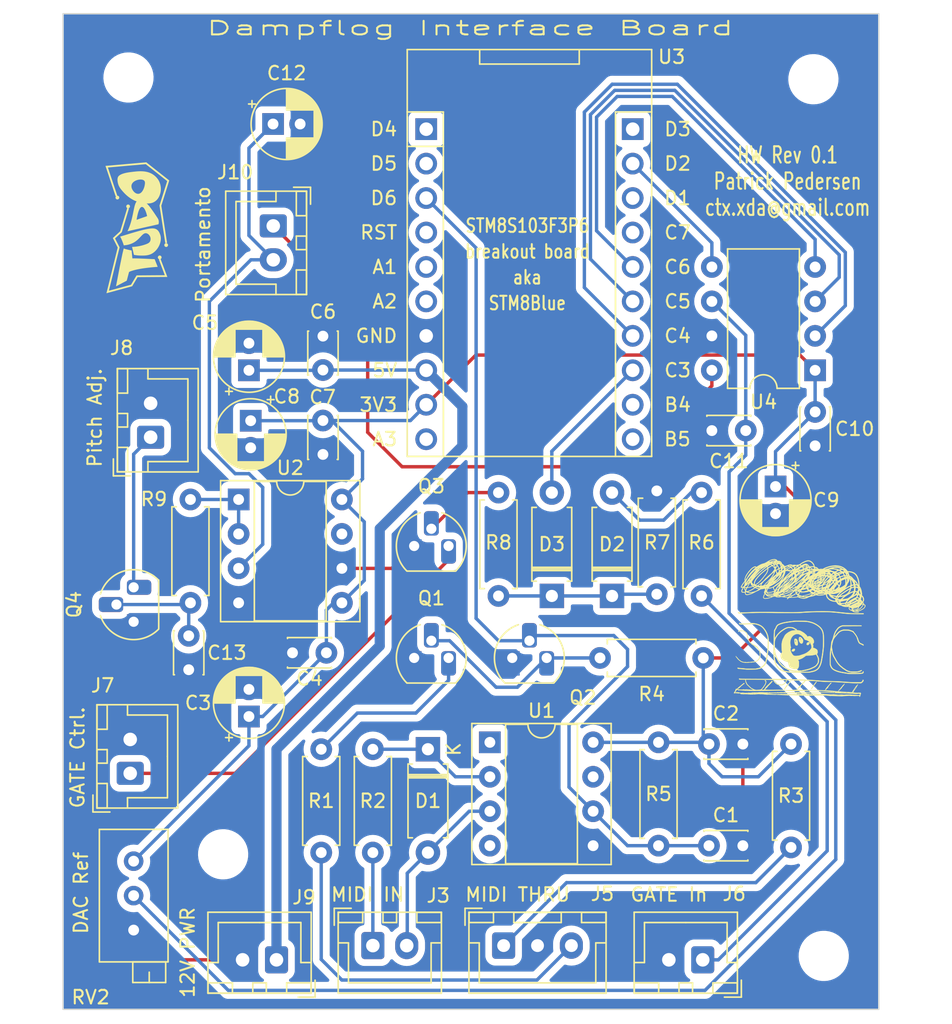
<source format=kicad_pcb>
(kicad_pcb (version 20221018) (generator pcbnew)
  (layers (0 "F.Cu" signal) (31 "B.Cu" signal) (34 "B.Paste" user) (35 "F.Paste" user) (36 "B.SilkS" user "B.Silkscreen") (37 "F.SilkS" user "F.Silkscreen") (38 "B.Mask" user) (39 "F.Mask" user) (44 "Edge.Cuts" user))
  (net 0 "")
  (net 15 "PITCH")
  (net 16 "Net-(U4-Vref)")
  (net 17 "Net-(U2A--)")
  (net 18 "Net-(Q3-G)")
  (net 19 "Net-(Q1-G)")
  (net 20 "Net-(Q1-D)")
  (net 21 "Net-(J5-Pin_3)")
  (net 22 "Net-(J5-Pin_1)")
  (net 23 "Net-(J3-Pin_1)")
  (net 24 "Net-(J10-Pin_2)")
  (net 25 "Net-(D2-K)")
  (net 26 "Net-(D2-A)")
  (net 27 "Net-(D1-K)")
  (net 28 "Net-(D1-A)")
  (net 29 "MIDI IN DATA")
  (net 30 "MCU VCC")
  (net 31 "GND")
  (net 32 "GATE JACK")
  (net 33 "GATE GPIO")
  (net 34 "GATE")
  (net 35 "DAC SDI")
  (net 36 "DAC SCK")
  (net 37 "DAC LDAC")
  (net 38 "DAC CS")
  (net 39 "/DAC OUT")
  (net 40 "/CV")
  (net 41 "+12V")
  (footprint "MountingHole:MountingHole_3.2mm_M3" (layer "F.Cu") (at 84.963 123.063)
    (fp_text reference "REF**" hide)
    (fp_text value "MountingHole_3.2mm_M3")
  )
  (footprint "Resistor_THT:R_Axial_DIN0207_L6.3mm_D2.5mm_P7.62mm_Horizontal" (layer "F.Cu") (at 105.283 104.013 90)
    (fp_text reference "R8")
    (fp_text value "10k")
  )
  (footprint "MountingHole:MountingHole_3.2mm_M3" (layer "F.Cu") (at 77.978 65.786)
    (fp_text reference "REF**" hide)
    (fp_text value "MountingHole_3.2mm_M3")
  )
  (footprint "Diode_THT:D_A-405_P7.62mm_Horizontal" (layer "F.Cu") (at 100.076 115.316 -90)
    (fp_text reference "D1")
    (fp_text value "1N4148")
  )
  (footprint "Connector_JST:JST_XH_B2B-XH-A_1x02_P2.50mm_Vertical" (layer "F.Cu") (at 88.663 76.728 -90)
    (fp_text reference "J10")
    (fp_text value "JST Portamento Pot")
  )
  (footprint "Resistor_THT:R_Axial_DIN0207_L6.3mm_D2.5mm_P7.62mm_Horizontal" (layer "F.Cu") (at 92.202 122.936 90)
    (fp_text reference "R1")
    (fp_text value "10")
  )
  (footprint "MountingHole:MountingHole_3.2mm_M3" (layer "F.Cu") (at 128.524 65.913)
    (fp_text reference "REF**" hide)
    (fp_text value "MountingHole_3.2mm_M3")
  )
  (footprint "Resistor_THT:R_Axial_DIN0207_L6.3mm_D2.5mm_P7.62mm_Horizontal" (layer "F.Cu") (at 112.776 108.585)
    (fp_text reference "R4")
    (fp_text value "10k")
  )
  (footprint "Capacitor_THT:C_Disc_D3.0mm_W2.0mm_P2.50mm" (layer "F.Cu") (at 92.329 87.356 90)
    (fp_text reference "C6")
    (fp_text value "100n")
  )
  (footprint "Resistor_THT:R_Axial_DIN0207_L6.3mm_D2.5mm_P7.62mm_Horizontal" (layer "F.Cu") (at 120.269 104.013 90)
    (fp_text reference "R6")
    (fp_text value "10k")
  )
  (footprint "Connector_JST:JST_XH_B3B-XH-A_1x03_P2.50mm_Vertical" (layer "F.Cu") (at 105.664 129.794)
    (fp_text reference "J5")
    (fp_text value "JST MIDI THRU")
  )
  (footprint "Package_DIP:DIP-8_W7.62mm_Socket" (layer "F.Cu") (at 104.648 114.808)
    (fp_text reference "U1")
    (fp_text value "6N137")
  )
  (footprint "Package_TO_SOT_THT:TO-92_HandSolder" (layer "F.Cu") (at 106.299 108.585)
    (fp_text reference "Q2")
    (fp_text value "2N7000")
  )
  (footprint "Connector_JST:JST_XH_B2B-XH-A_1x02_P2.50mm_Vertical" (layer "F.Cu") (at 120.356 130.844 180)
    (fp_text reference "J6")
    (fp_text value "JST GATE IN")
  )
  (footprint "Resistor_THT:R_Axial_DIN0207_L6.3mm_D2.5mm_P7.62mm_Horizontal" (layer "F.Cu") (at 116.967 103.886 90)
    (fp_text reference "R7")
    (fp_text value "220k")
  )
  (footprint "Diode_THT:D_A-405_P7.62mm_Horizontal" (layer "F.Cu") (at 109.22 104.013 90)
    (fp_text reference "D3")
    (fp_text value "1N4148")
  )
  (footprint "Capacitor_THT:C_Disc_D3.0mm_W2.0mm_P2.50mm" (layer "F.Cu") (at 92.583 108.204 180)
    (fp_text reference "C4")
    (fp_text value "100n")
  )
  (footprint "Capacitor_THT:C_Disc_D3.0mm_W2.0mm_P2.50mm" (layer "F.Cu") (at 120.817 114.935)
    (fp_text reference "C2")
    (fp_text value "100n")
  )
  (footprint "Package_TO_SOT_THT:TO-92_HandSolder" (layer "F.Cu") (at 99.06 100.33)
    (fp_text reference "Q3")
    (fp_text value "2N7000")
  )
  (footprint "MountingHole:MountingHole_3.2mm_M3" (layer "F.Cu") (at 129.286 130.556)
    (fp_text reference "REF**" hide)
    (fp_text value "MountingHole_3.2mm_M3")
  )
  (footprint "Resistor_THT:R_Axial_DIN0207_L6.3mm_D2.5mm_P7.62mm_Horizontal" (layer "F.Cu") (at 117.094 122.428 90)
    (fp_text reference "R5")
    (fp_text value "10k")
  )
  (footprint "Capacitor_THT:CP_Radial_D5.0mm_P2.00mm" (layer "F.Cu") (at 86.995 91.091 -90)
    (fp_text reference "C8")
    (fp_text value "10u")
  )
  (footprint "Diode_THT:D_A-405_P7.62mm_Horizontal" (layer "F.Cu") (at 113.665 104.013 90)
    (fp_text reference "D2")
    (fp_text value "1N4148")
  )
  (footprint "Capacitor_THT:C_Disc_D3.0mm_W2.0mm_P2.50mm" (layer "F.Cu") (at 82.423 106.954 -90)
    (fp_text reference "C13")
    (fp_text value "47n")
  )
  (footprint "Potentiometer_THT:Potentiometer_Bourns_3296X_Horizontal" (layer "F.Cu") (at 78.359 123.571 90)
    (fp_text reference "RV2")
    (fp_text value "100k")
  )
  (footprint "Package_DIP:DIP-8_W7.62mm" (layer "F.Cu") (at 128.651 87.376 180)
    (fp_text reference "U4")
    (fp_text value "MCP4921")
  )
  (footprint "Connector_JST:JST_XH_B2B-XH-A_1x02_P2.50mm_Vertical" (layer "F.Cu") (at 79.612 92.309 90)
    (fp_text reference "J8")
    (fp_text value "JST Pitch Adj.")
  )
  (footprint "Resistor_THT:R_Axial_DIN0207_L6.3mm_D2.5mm_P7.62mm_Horizontal" (layer "F.Cu") (at 82.55 96.901 -90)
    (fp_text reference "R9")
    (fp_text value "3M")
  )
  (footprint "Capacitor_THT:C_Disc_D3.0mm_W2.0mm_P2.50mm" (layer "F.Cu") (at 128.651 90.444 -90)
    (fp_text reference "C10")
    (fp_text value "100n")
  )
  (footprint "Connector_JST:JST_XH_B2B-XH-A_1x02_P2.50mm_Vertical" (layer "F.Cu") (at 78.105 117.094 90)
    (fp_text reference "J7")
    (fp_text value "JST GATE CTRL")
  )
  (footprint "Resistor_THT:R_Axial_DIN0207_L6.3mm_D2.5mm_P7.62mm_Horizontal" (layer "F.Cu") (at 126.873 114.935 -90)
    (fp_text reference "R3")
    (fp_text value "33")
  )
  (footprint "Capacitor_THT:CP_Radial_D5.0mm_P2.00mm" (layer "F.Cu") (at 86.868 112.903 90)
    (fp_text reference "C3")
    (fp_text value "1u")
  )
  (footprint "Package_TO_SOT_THT:TO-92_HandSolder" (layer "F.Cu") (at 99.06 108.585)
    (fp_text reference "Q1")
    (fp_text value "2N7000")
  )
  (footprint "Package_DIP:DIP-8_W7.62mm_Socket" (layer "F.Cu") (at 86.106 96.901)
    (fp_text reference "U2")
    (fp_text value "MCP6002-xP")
  )
  (footprint "Capacitor_THT:CP_Radial_D5.0mm_P2.00mm" (layer "F.Cu") (at 86.868 87.376 90)
    (fp_text reference "C5")
    (fp_text value "10u")
  )
  (footprint "Capacitor_THT:C_Disc_D3.0mm_W2.0mm_P2.50mm" (layer "F.Cu") (at 92.329 91.079 -90)
    (fp_text reference "C7")
    (fp_text value "100n")
  )
  (footprint "Package_TO_SOT_THT:TO-92_HandSolder" (layer "F.Cu") (at 78.359 105.918 90)
    (fp_text reference "Q4")
    (fp_text value "PN2222A")
  )
  (footprint "Capacitor_THT:CP_Radial_D5.0mm_P2.00mm" (layer "F.Cu") (at 125.73 95.945888 -90)
    (fp_text reference "C9")
    (fp_text value "1u")
  )
  (footprint "Resistor_THT:R_Axial_DIN0207_L6.3mm_D2.5mm_P7.62mm_Horizontal" (layer "F.Cu") (at 96.012 122.936 90)
    (fp_text reference "R2")
    (fp_text value "220")
  )
  (footprint "Capacitor_THT:C_Disc_D3.0mm_W2.0mm_P2.50mm" (layer "F.Cu") (at 120.817 122.428)
    (fp_text reference "C1")
    (fp_text value "15pF")
  )
  (footprint "Connector_JST:JST_XH_B2B-XH-A_1x02_P2.50mm_Vertical" (layer "F.Cu") (at 88.9 130.844 180)
    (fp_text reference "J9")
    (fp_text value "JST PWR")
  )
  (footprint "Connector_JST:JST_XH_B2B-XH-A_1x02_P2.50mm_Vertical" (layer "F.Cu") (at 96.012 129.794)
    (fp_text reference "J3")
    (fp_text value "JST MIDI IN")
  )
  (footprint "STM8S103F3P6_Devboard_KiCAD:STM8S103F3P6_Blue" (layer "F.Cu") (at 107.4184 79.886)
    (fp_text reference "U3")
    (fp_text value "STM8S103F3P6_Blue")
  )
  (footprint "Capacitor_THT:C_Disc_D3.0mm_W2.0mm_P2.50mm" (layer "F.Cu") (at 123.531 91.821 180)
    (fp_text reference "C11")
    (fp_text value "100n")
  )
  (footprint "Capacitor_THT:CP_Radial_D5.0mm_P2.00mm" (layer "F.Cu") (at 88.646 69.215)
    (fp_text reference "C12")
    (fp_text value "???")
  )
  (gr_line (start 131.778053 107.148723) (end 131.78312 107.16659) (stroke (width 0.0612)) (layer "F.SilkS"))
  (gr_poly (pts (xy 77.1652 73.3044) (xy 77.165789 73.291413) (xy 77.166664 73.278382) (xy 77.167838 73.265321) (xy 77.169328 73.252243) (xy 77.171148 73.239162) (xy 77.173314 73.226091) (xy 77.17584 73.213043) (xy 77.178743 73.200033) (xy 77.182038 73.187072) (xy 77.185738 73.174175) (xy 77.189861 73.161354) (xy 77.194421 73.148624) (xy 77.199434 73.135997) (xy 77.204914 73.123486) (xy 77.22006 73.095269) (xy 77.232679 73.076961) (xy 77.249764 73.056348) (xy 77.272139 73.033798) (xy 77.300631 73.009684) (xy 77.336067 72.984374) (xy 77.379271 72.95824) (xy 77.43107 72.931652) (xy 77.492289 72.90498) (xy 77.563756 72.878594) (xy 77.646295 72.852865) (xy 77.740732 72.828163) (xy 77.847894 72.804858) (xy 77.968607 72.783321) (xy 78.103696 72.763922) (xy 78.103567 72.763922) (xy 78.338675 72.73481) (xy 78.572696 72.711208) (xy 78.688828 72.70321) (xy 78.804123 72.698675) (xy 78.918392 72.698296) (xy 79.031446 72.70277) (xy 79.143097 72.71279) (xy 79.253157 72.729052) (xy 79.361436 72.752251) (xy 79.467747 72.783082) (xy 79.5719 72.82224) (xy 79.623109 72.845158) (xy 79.673708 72.870419) (xy 79.723673 72.898108) (xy 79.772981 72.928314) (xy 79.821608 72.961123) (xy 79.869531 72.996621) (xy 79.890378 73.013109) (xy 79.910531 73.029688) (xy 79.948786 73.062994) (xy 79.984356 73.096299) (xy 80.017299 73.129363) (xy 80.047673 73.161943) (xy 80.075538 73.1938) (xy 80.100953 73.224693) (xy 80.123976 73.254379) (xy 80.144665 73.28262) (xy 80.16308 73.309173) (xy 80.17928 73.333798) (xy 80.193322 73.356253) (xy 80.215171 73.393694) (xy 80.229096 73.419567) (xy 80.248818 73.460137) (xy 80.278547 73.531206) (xy 80.295135 73.577089) (xy 80.311787 73.62929) (xy 80.327692 73.687375) (xy 80.342037 73.750907) (xy 80.354011 73.819451) (xy 80.3628 73.892571) (xy 80.367593 73.969833) (xy 80.367576 74.050801) (xy 80.361938 74.135039) (xy 80.349867 74.222112) (xy 80.33055 74.311584) (xy 80.31792 74.357084) (xy 80.303174 74.403021) (xy 80.28865 74.444322) (xy 80.268047 74.497364) (xy 80.255116 74.527442) (xy 80.240247 74.55944) (xy 80.223298 74.593021) (xy 80.204132 74.627845) (xy 80.182607 74.663575) (xy 80.158585 74.699871) (xy 80.131925 74.736396) (xy 80.102488 74.772812) (xy 80.070135 74.80878) (xy 80.034725 74.843962) (xy 79.996119 74.878019) (xy 79.975574 74.89452) (xy 79.954177 74.910613) (xy 79.916535 74.936422) (xy 79.878309 74.959638) (xy 79.839558 74.980371) (xy 79.800341 74.998728) (xy 79.760718 75.014817) (xy 79.720747 75.028747) (xy 79.680488 75.040626) (xy 79.640001 75.050562) (xy 79.599343 75.058663) (xy 79.558575 75.065037) (xy 79.517756 75.069793) (xy 79.476945 75.073039) (xy 79.436202 75.074882) (xy 79.395584 75.075432) (xy 79.355153 75.074797) (xy 79.314966 75.073084) (xy 79.33057 75.085001) (xy 79.338118 75.090826) (xy 79.345377 75.096493) (xy 79.384712 75.131334) (xy 79.429369 75.177629) (xy 79.478497 75.233835) (xy 79.531241 75.298408) (xy 79.644167 75.44648) (xy 79.76132 75.609498) (xy 79.875875 75.775115) (xy 79.981006 75.930982) (xy 80.135691 76.164076) (xy 80.148048 76.183646) (xy 80.159161 76.20333) (xy 80.169085 76.223081) (xy 80.177878 76.24285) (xy 80.185593 76.262589) (xy 80.192289 76.282249) (xy 80.198019 76.301783) (xy 80.20284 76.321142) (xy 80.206809 76.340277) (xy 80.20998 76.359141) (xy 80.212409 76.377685) (xy 80.214154 76.395862) (xy 80.215268 76.413622) (xy 80.215809 76.430917) (xy 80.215393 76.463922) (xy 80.213352 76.49449) (xy 80.210134 76.522234) (xy 80.206184 76.546769) (xy 80.201951 76.567709) (xy 80.19788 76.584668) (xy 80.194419 76.59726) (xy 80.191114 76.607796) (xy 78.576381 76.969898) (xy 78.576381 76.278514) (xy 79.352793 76.004525) (xy 79.334795 75.929046) (xy 79.31273 75.84837) (xy 79.28234 75.751223) (xy 79.264114 75.699322) (xy 79.243914 75.646722) (xy 79.221777 75.594563) (xy 79.197739 75.543983) (xy 79.171836 75.496122) (xy 79.144105 75.452119) (xy 79.114581 75.413115) (xy 79.099158 75.395843) (xy 79.0833 75.380248) (xy 79.075837 75.373648) (xy 79.068282 75.367449) (xy 79.060635 75.361666) (xy 79.052896 75.356313) (xy 79.045067 75.351404) (xy 79.037148 75.346954) (xy 79.029139 75.342976) (xy 79.021042 75.339484) (xy 79.012856 75.336494) (xy 79.004582 75.334018) (xy 78.996221 75.332071) (xy 78.987773 75.330667) (xy 78.979239 75.329821) (xy 78.97062 75.329546) (xy 78.961916 75.329857) (xy 78.953127 75.330768) (xy 78.946706 75.33184) (xy 78.940341 75.333292) (xy 78.934031 75.335117) (xy 78.927777 75.337307) (xy 78.915436 75.342759) (xy 78.903318 75.349593) (xy 78.891421 75.357756) (xy 78.879746 75.367193) (xy 78.868291 75.377852) (xy 78.857057 75.389678) (xy 78.846044 75.402616) (xy 78.83525 75.416614) (xy 78.824675 75.431618) (xy 78.814319 75.447572) (xy 78.804182 75.464424) (xy 78.794263 75.48212) (xy 78.784561 75.500605) (xy 78.775076 75.519826) (xy 78.751022 75.573976) (xy 78.728518 75.631923) (xy 78.707566 75.69266) (xy 78.690146 75.748795) (xy 78.690146 74.361861) (xy 78.717336 74.360458) (xy 78.743718 74.356722) (xy 78.769294 74.350766) (xy 78.794069 74.342704) (xy 78.818046 74.332647) (xy 78.841228 74.32071) (xy 78.863618 74.307006) (xy 78.88522 74.291648) (xy 78.906037 74.274749) (xy 78.926073 74.256422) (xy 78.94533 74.23678) (xy 78.963812 74.215937) (xy 78.998466 74.171099) (xy 79.030061 74.122813) (xy 79.058624 74.071985) (xy 79.08418 74.01952) (xy 79.106758 73.966323) (xy 79.126385 73.913299) (xy 79.143085 73.861354) (xy 79.156888 73.811394) (xy 79.167819 73.764323) (xy 79.175904 73.721047) (xy 79.18299 73.676465) (xy 79.189058 73.632156) (xy 79.191379 73.610264) (xy 79.193051 73.588631) (xy 79.193939 73.567322) (xy 79.193914 73.546401) (xy 79.192842 73.52593) (xy 79.190591 73.505975) (xy 79.18703 73.486598) (xy 79.184717 73.477147) (xy 79.182027 73.467864) (xy 79.178943 73.458758) (xy 79.175449 73.449836) (xy 79.171529 73.441107) (xy 79.167165 73.432578) (xy 79.162342 73.424258) (xy 79.157043 73.416154) (xy 79.151251 73.408274) (xy 79.14495 73.400627) (xy 79.144821 73.400627) (xy 79.127361 73.383088) (xy 79.107324 73.36744) (xy 79.084894 73.353664) (xy 79.060252 73.341741) (xy 79.033582 73.33165) (xy 79.005066 73.323371) (xy 78.974887 73.316886) (xy 78.943228 73.312174) (xy 78.910272 73.309215) (xy 78.876202 73.307989) (xy 78.8412 73.308478) (xy 78.805449 73.31066) (xy 78.769132 73.314517) (xy 78.732432 73.320028) (xy 78.695531 73.327174) (xy 78.658613 73.335936) (xy 78.621859 73.346292) (xy 78.585454 73.358224) (xy 78.549579 73.371712) (xy 78.514418 73.386735) (xy 78.480153 73.403275) (xy 78.446967 73.421311) (xy 78.415043 73.440824) (xy 78.384564 73.461794) (xy 78.355712 73.484201) (xy 78.32867 73.508025) (xy 78.303622 73.533247) (xy 78.280749 73.559846) (xy 78.260234 73.587804) (xy 78.242262 73.6171) (xy 78.227013 73.647715) (xy 78.214671 73.679628) (xy 78.21221 73.687324) (xy 78.209939 73.695026) (xy 78.207854 73.702732) (xy 78.205953 73.710439) (xy 78.204231 73.718147) (xy 78.202685 73.725852) (xy 78.201311 73.733553) (xy 78.200106 73.741249) (xy 78.198186 73.756613) (xy 78.196897 73.771931) (xy 78.196209 73.787185) (xy 78.196094 73.80236) (xy 78.196414 73.814935) (xy 78.197096 73.827436) (xy 78.198122 73.839855) (xy 78.199477 73.852182) (xy 78.201144 73.864409) (xy 78.203106 73.876527) (xy 78.205347 73.888527) (xy 78.207849 73.9004) (xy 78.210597 73.912137) (xy 78.213574 73.923728) (xy 78.220149 73.946442) (xy 78.22744 73.968469) (xy 78.235316 73.989739) (xy 78.243167 74.006655) (xy 78.251336 74.023316) (xy 78.259815 74.03971) (xy 78.268596 74.055828) (xy 78.27767 74.071657) (xy 78.287031 74.087189) (xy 78.29667 74.102411) (xy 78.306578 74.117314) (xy 78.316749 74.131886) (xy 78.327174 74.146118) (xy 78.337844 74.159999) (xy 78.348753 74.173517) (xy 78.359892 74.186662) (xy 78.371253 74.199424) (xy 78.382828 74.211792) (xy 78.394609 74.223756) (xy 78.411164 74.23955) (xy 78.428073 74.254519) (xy 78.445315 74.268636) (xy 78.462869 74.281872) (xy 78.480713 74.294199) (xy 78.498827 74.30559) (xy 78.51719 74.316016) (xy 78.535779 74.325451) (xy 78.554575 74.333865) (xy 78.573556 74.341232) (xy 78.592701 74.347522) (xy 78.611989 74.352709) (xy 78.631398 74.356764) (xy 78.650909 74.35966) (xy 78.670498 74.361368) (xy 78.690146 74.361861) (xy 78.690146 75.748795) (xy 78.688164 75.755183) (xy 78.670313 75.818484) (xy 78.654014 75.881558) (xy 78.639266 75.9434) (xy 78.626069 76.003002) (xy 78.604333 76.111467) (xy 78.588805 76.198906) (xy 78.576381 76.278514) (xy 78.576381 76.969898) (xy 77.903398 77.120814) (xy 77.976815 76.963714) (xy 78.041662 76.805049) (xy 78.098792 76.645854) (xy 78.149058 76.487166) (xy 78.193313 76.330021) (xy 78.232409 76.175454) (xy 78.298538 75.878201) (xy 78.354268 75.603693) (xy 78.406421 75.360219) (xy 78.433288 75.252709) (xy 78.46182 75.156066) (xy 78.492869 75.071325) (xy 78.527288 74.999522) (xy 78.527288 74.999393) (xy 78.530451 74.993841) (xy 78.533655 74.988402) (xy 78.5369 74.983075) (xy 78.540186 74.977858) (xy 78.543511 74.97275) (xy 78.546875 74.967751) (xy 78.550278 74.96286) (xy 78.55372 74.958075) (xy 78.557198 74.953395) (xy 78.560714 74.94882) (xy 78.564266 74.944348) (xy 78.567854 74.939979) (xy 78.571478 74.935711) (xy 78.575136 74.931544) (xy 78.582556 74.923506) (xy 78.528874 74.903076) (xy 78.476539 74.881559) (xy 78.42554 74.859031) (xy 78.375867 74.835564) (xy 78.327509 74.811232) (xy 78.280455 74.786109) (xy 78.190218 74.733783) (xy 78.10507 74.679175) (xy 78.024925 74.622875) (xy 77.949697 74.565471) (xy 77.879301 74.507553) (xy 77.813651 74.449708) (xy 77.752662 74.392527) (xy 77.696248 74.336598) (xy 77.644324 74.28251) (xy 77.5536 74.182213) (xy 77.479807 74.096347) (xy 77.432563 74.038825) (xy 77.409739 74.009367) (xy 77.387537 73.979369) (xy 77.366025 73.948776) (xy 77.34527 73.917532) (xy 77.325341 73.885581) (xy 77.306306 73.852868) (xy 77.288231 73.819336) (xy 77.271186 73.784929) (xy 77.255237 73.749592) (xy 77.240453 73.713269) (xy 77.226901 73.675904) (xy 77.21465 73.637442) (xy 77.203767 73.597826) (xy 77.19432 73.557) (xy 77.18474 73.509941) (xy 77.179852 73.483435) (xy 77.175245 73.455246) (xy 77.171178 73.425602) (xy 77.16791 73.394727) (xy 77.165702 73.362849) (xy 77.165077 73.346604) (xy 77.164813 73.330193)) (fill solid) (layer "F.SilkS"))
  (gr_line (start 131.511358 106.71874) (end 131.551476 106.766723) (stroke (width 0.0612)) (layer "F.SilkS"))
  (gr_poly (pts (xy 127.656293 105.850478) (xy 127.794235 105.852712) (xy 127.910489 105.856357) (xy 127.956733 105.858706) (xy 127.993056 105.861404) (xy 128.057323 105.86866) (xy 128.123336 105.878563) (xy 128.190298 105.890924) (xy 128.257412 105.905556) (xy 128.323879 105.922271) (xy 128.388904 105.94088) (xy 128.451687 105.961195) (xy 128.511432 105.98303) (xy 128.533185 105.991802) (xy 128.555849 106.001529) (xy 128.603319 106.023519) (xy 128.652673 106.048349) (xy 128.702738 106.075365) (xy 128.752344 106.103916) (xy 128.800317 106.13335) (xy 128.845489 106.163014) (xy 128.886685 106.192257) (xy 128.926459 106.222636) (xy 128.963579 106.252808) (xy 128.998143 106.282919) (xy 129.030253 106.313113) (xy 129.060008 106.343535) (xy 129.087507 106.374329) (xy 129.11285 106.405642) (xy 129.136138 106.437617) (xy 129.15747 106.470399) (xy 129.176946 106.504134) (xy 129.194665 106.538966) (xy 129.210728 106.57504) (xy 129.225234 106.612501) (xy 129.238283 106.651493) (xy 129.249975 106.692162) (xy 129.26041 106.734653) (xy 129.269441 106.777739) (xy 129.276681 106.821068) (xy 129.282364 106.868322) (xy 129.286723 106.923189) (xy 129.289992 106.989352) (xy 129.292404 107.070497) (xy 129.295591 107.292469) (xy 129.296484 107.411327) (xy 129.296618 107.512011) (xy 129.295892 107.597636) (xy 129.294206 107.671319) (xy 129.291461 107.736176) (xy 129.287557 107.795322) (xy 129.282393 107.851874) (xy 129.275871 107.908948) (xy 129.26628 107.991341) (xy 129.253465 108.107055) (xy 129.241184 108.212475) (xy 129.227626 108.312686) (xy 129.211506 108.416493) (xy 129.191535 108.532704) (xy 129.161673 108.699866) (xy 129.142815 108.802992) (xy 129.136173 108.837672) (xy 129.130675 108.8649) (xy 129.125784 108.887529) (xy 129.120966 108.908412) (xy 129.111867 108.943941) (xy 129.101196 108.980588) (xy 129.089088 109.017992) (xy 129.075677 109.055793) (xy 129.061098 109.09363) (xy 129.045486 109.131142) (xy 129.028976 109.16797) (xy 129.011701 109.203753) (xy 129.000357 109.225879) (xy 128.989065 109.246876) (xy 128.977762 109.266818) (xy 128.966388 109.285781) (xy 128.954884 109.303842) (xy 128.943187 109.321076) (xy 128.931237 109.337559) (xy 128.918973 109.353366) (xy 128.906334 109.368574) (xy 128.89326 109.383259) (xy 128.87969 109.397495) (xy 128.865563 109.41136) (xy 128.850818 109.424929) (xy 128.835394 109.438277) (xy 128.819231 109.45148) (xy 128.802267 109.464615) (xy 128.784231 109.47771) (xy 128.765426 109.490332) (xy 128.745848 109.502482) (xy 128.725491 109.514163) (xy 128.704353 109.525375) (xy 128.682428 109.536123) (xy 128.659711 109.546406) (xy 128.6362 109.556227) (xy 128.611888 109.565589) (xy 128.586773 109.574492) (xy 128.560849 109.58294) (xy 128.534113 109.590933) (xy 128.506559 109.598474) (xy 128.478184 109.605565) (xy 128.448983 109.612208) (xy 128.418952 109.618404) (xy 128.332342 109.635685) (xy 128.255572 109.65156) (xy 128.231078 109.656277) (xy 128.203101 109.659858) (xy 128.164364 109.662447) (xy 128.107591 109.66419) (xy 127.910837 109.66571) (xy 127.554632 109.665575) (xy 127.266486 109.664597) (xy 127.048307 109.662619) (xy 126.89615 109.659587) (xy 126.843596 109.657658) (xy 126.806068 109.655446) (xy 126.714355 109.647224) (xy 126.628041 109.637403) (xy 126.547469 109.626051) (xy 126.472983 109.613237) (xy 126.438129 109.606302) (xy 126.404925 109.599027) (xy 126.373414 109.59142) (xy 126.343639 109.583489) (xy 126.315643 109.575244) (xy 126.289468 109.566692) (xy 126.265157 109.557842) (xy 126.242754 109.548703) (xy 126.211393 109.534491) (xy 126.179148 109.518677) (xy 126.146749 109.50168) (xy 126.114927 109.483922) (xy 126.084412 109.465822) (xy 126.055936 109.447803) (xy 126.030228 109.430283) (xy 126.01864 109.421842) (xy 126.008019 109.413683) (xy 125.988582 109.397401) (xy 125.968715 109.379052) (xy 125.94854 109.358806) (xy 125.928178 109.336832) (xy 125.907748 109.3133) (xy 125.887372 109.28838) (xy 125.86717 109.262239) (xy 125.847264 109.235048) (xy 125.827774 109.206976) (xy 125.80882 109.178192) (xy 125.790524 109.148866) (xy 125.773006 109.119166) (xy 125.756388 109.089263) (xy 125.740788 109.059325) (xy 125.72633 109.029522) (xy 125.713133 109.000023) (xy 125.693019 108.950974) (xy 125.675604 108.903403) (xy 125.660411 108.855364) (xy 125.646966 108.804914) (xy 125.634792 108.750107) (xy 125.623413 108.689) (xy 125.612354 108.619647) (xy 125.601139 108.540103) (xy 125.589324 108.445861) (xy 125.585692 108.405071) (xy 125.58328 108.361055) (xy 125.581866 108.308228) (xy 125.581226 108.241005) (xy 125.581233 108.232401) (xy 125.636403 108.232401) (xy 125.636627 108.280631) (xy 125.637937 108.32936) (xy 125.640302 108.378394) (xy 125.643691 108.427537) (xy 125.648072 108.476594) (xy 125.653414 108.52537) (xy 125.659684 108.573669) (xy 125.666851 108.621297) (xy 125.674884 108.668059) (xy 125.683751 108.713757) (xy 125.693421 108.758199) (xy 125.703861 108.801188) (xy 125.71504 108.842529) (xy 125.726927 108.882027) (xy 125.739489 108.919487) (xy 125.752696 108.954713) (xy 125.761035 108.974128) (xy 125.772941 108.999644) (xy 125.787349 109.029173) (xy 125.803194 109.06063) (xy 125.819411 109.091926) (xy 125.834935 109.120975) (xy 125.848702 109.145689) (xy 125.859646 109.163982) (xy 125.864431 109.171111) (xy 125.87073 109.179793) (xy 125.887159 109.200988) (xy 125.90751 109.225911) (xy 125.93036 109.252907) (xy 125.954284 109.280322) (xy 125.977859 109.306501) (xy 125.999663 109.329788) (xy 126.018272 109.348529) (xy 126.030698 109.359788) (xy 126.045234 109.371682) (xy 126.061621 109.384063) (xy 126.079601 109.396785) (xy 126.098918 109.409702) (xy 126.119312 109.422668) (xy 126.140527 109.435537) (xy 126.162304 109.448162) (xy 126.206516 109.472094) (xy 126.228435 109.48311) (xy 126.249885 109.493296) (xy 126.27061 109.502507) (xy 126.290351 109.510596) (xy 126.30885 109.517417) (xy 126.32585 109.522824) (xy 126.37254 109.535178) (xy 126.425691 109.547269) (xy 126.483781 109.558847) (xy 126.545288 109.569663) (xy 126.608692 109.579466) (xy 126.672472 109.588006) (xy 126.735105 109.595033) (xy 126.795072 109.600297) (xy 126.934515 109.61055) (xy 127.141056 109.611976) (xy 127.591344 109.611997) (xy 128.215099 109.61088) (xy 128.308695 109.587729) (xy 128.348304 109.578104) (xy 128.387098 109.569084) (xy 128.420622 109.561677) (xy 128.434015 109.558892) (xy 128.444418 109.556889) (xy 128.457044 109.554414) (xy 128.470452 109.551439) (xy 128.499128 109.544156) (xy 128.529481 109.535363) (xy 128.560545 109.525387) (xy 128.591357 109.514553) (xy 128.62095 109.503187) (xy 128.64836 109.491614) (xy 128.672621 109.48016) (xy 128.696212 109.467798) (xy 128.718627 109.455092) (xy 128.739946 109.441961) (xy 128.76025 109.428324) (xy 128.77962 109.414102) (xy 128.798134 109.399212) (xy 128.815875 109.383576) (xy 128.832921 109.367112) (xy 128.849354 109.34974) (xy 128.865254 109.331379) (xy 128.8807 109.311949) (xy 128.895774 109.291369) (xy 128.910556 109.269558) (xy 128.925125 109.246437) (xy 128.939562 109.221924) (xy 128.953948 109.195939) (xy 128.981588 109.14085) (xy 129.006587 109.083056) (xy 129.029373 109.021051) (xy 129.050376 108.953329) (xy 129.070025 108.878382) (xy 129.08875 108.794704) (xy 129.106979 108.700788) (xy 129.125141 108.595128) (xy 129.161646 108.378584) (xy 129.172875 108.307428) (xy 129.184921 108.222149) (xy 129.196326 108.133459) (xy 129.205633 108.052071) (xy 129.21357 107.9782) (xy 129.22126 107.909982) (xy 129.227833 107.855013) (xy 129.232421 107.820891) (xy 129.234068 107.803766) (xy 129.235754 107.77461) (xy 129.239057 107.686533) (xy 129.241968 107.56931) (xy 129.244121 107.435592) (xy 129.244904 107.340052) (xy 129.244902 107.251785) (xy 129.244059 107.170355) (xy 129.242323 107.095325) (xy 129.239638 107.026258) (xy 129.235951 106.962717) (xy 129.231207 106.904267) (xy 129.225352 106.85047) (xy 129.218332 106.80089) (xy 129.210092 106.75509) (xy 129.200579 106.712634) (xy 129.189737 106.673084) (xy 129.177513 106.636005) (xy 129.163852 106.60096) (xy 129.148701 106.567511) (xy 129.132004 106.535223) (xy 129.114146 106.504405) (xy 129.094673 106.474163) (xy 129.073578 106.444491) (xy 129.050853 106.415382) (xy 129.026491 106.386829) (xy 129.000485 106.358825) (xy 128.972826 106.331363) (xy 128.943509 106.304436) (xy 128.912525 106.278038) (xy 128.879868 106.252162) (xy 128.845528 106.2268) (xy 128.809501 106.201945) (xy 128.771777 106.177592) (xy 128.732349 106.153732) (xy 128.691211 106.130359) (xy 128.648354 106.107466) (xy 128.603443 106.08453) (xy 128.564003 106.065235) (xy 128.528115 106.048819) (xy 128.493862 106.03452) (xy 128.459325 106.021575) (xy 128.422585 106.009221) (xy 128.381724 105.996695) (xy 128.334823 105.983236) (xy 128.247665 105.959387) (xy 128.173527 105.941127) (xy 128.104563 105.927648) (xy 128.06957 105.92245) (xy 128.032929 105.918145) (xy 127.950779 105.911809) (xy 127.850267 105.907834) (xy 127.723548 105.905413) (xy 127.562777 105.903737) (xy 127.455719 105.902945) (xy 127.367523 105.90258) (xy 127.312182 105.902614) (xy 127.264903 105.902936) (xy 127.224597 105.903562) (xy 127.190172 105.904513) (xy 127.160541 105.905806) (xy 127.134612 105.907459) (xy 127.111296 105.909492) (xy 127.089503 105.911923) (xy 127.002522 105.922155) (xy 126.923477 105.930981) (xy 126.829935 105.942331) (xy 126.709413 105.959362) (xy 126.558484 105.982594) (xy 126.373723 106.012547) (xy 126.350221 106.017449) (xy 126.317421 106.025732) (xy 126.277684 106.036694) (xy 126.233369 106.04963) (xy 126.186838 106.063838) (xy 126.14045 106.078613) (xy 126.096566 106.093253) (xy 126.057546 106.107053) (xy 126.044584 106.111931) (xy 126.031881 106.117007) (xy 126.019455 106.12227) (xy 126.007324 106.127708) (xy 125.995508 106.133312) (xy 125.984024 106.139069) (xy 125.972892 106.144968) (xy 125.96213 106.150999) (xy 125.951757 106.15715) (xy 125.941792 106.16341) (xy 125.932253 106.169768) (xy 125.923159 106.176212) (xy 125.914528 106.182732) (xy 125.906379 106.189316) (xy 125.898731 106.195954) (xy 125.891602 106.202634) (xy 125.884082 106.210337) (xy 125.876456 106.218844) (xy 125.868807 106.228022) (xy 125.861217 106.237735) (xy 125.853766 106.247848) (xy 125.846535 106.258226) (xy 125.839607 106.268735) (xy 125.833063 106.279239) (xy 125.826984 106.289604) (xy 125.821452 106.299694) (xy 125.816547 106.309374) (xy 125.812351 106.318511) (xy 125.808946 106.326968) (xy 125.806414 106.334611) (xy 125.804834 106.341304) (xy 125.804428 106.344253) (xy 125.80429 106.346914) (xy 125.80411 106.349105) (xy 125.803581 106.351765) (xy 125.802721 106.354859) (xy 125.801548 106.35835) (xy 125.80008 106.362203) (xy 125.798334 106.36638) (xy 125.794078 106.375564) (xy 125.788924 106.38561) (xy 125.783012 106.396229) (xy 125.776484 106.407129) (xy 125.769481 106.418021) (xy 125.761971 106.429615) (xy 125.753993 106.442451) (xy 125.74579 106.456105) (xy 125.737607 106.470152) (xy 125.729686 106.484169) (xy 125.722274 106.497729) (xy 125.715614 106.510411) (xy 125.709949 106.521787) (xy 125.702226 106.538386) (xy 125.696122 106.553234) (xy 125.693576 106.560516) (xy 125.691314 106.56798) (xy 125.689296 106.57583) (xy 125.68748 106.584274) (xy 125.685828 106.593518) (xy 125.684298 106.603768) (xy 125.681443 106.62811) (xy 125.678595 106.658952) (xy 125.675429 106.697942) (xy 125.671828 106.754795) (xy 125.668566 106.825588) (xy 125.663668 106.98241) (xy 125.662337 107.055146) (xy 125.661954 107.115234) (xy 125.66267 107.15603) (xy 125.663489 107.167115) (xy 125.66464 107.170885) (xy 125.665194 107.170485) (xy 125.666061 107.169431) (xy 125.668656 107.165497) (xy 125.672276 107.159353) (xy 125.676773 107.151269) (xy 125.681999 107.141516) (xy 125.687805 107.130364) (xy 125.694043 107.118084) (xy 125.700565 107.104945) (xy 125.712334 107.081661) (xy 125.724851 107.058295) (xy 125.738093 107.034875) (xy 125.752041 107.011429) (xy 125.766674 106.987986) (xy 125.781972 106.964575) (xy 125.797914 106.941223) (xy 125.81448 106.917959) (xy 125.831649 106.894812) (xy 125.849402 106.871809) (xy 125.867716 106.848979) (xy 125.886573 106.82635) (xy 125.905951 106.803951) (xy 125.92583 106.78181) (xy 125.946189 106.759955) (xy 125.967009 106.738415) (xy 126.000659 106.704591) (xy 126.030726 106.675404) (xy 126.058658 106.649641) (xy 126.072277 106.637665) (xy 126.085906 106.626091) (xy 126.099726 106.614768) (xy 126.113918 106.603544) (xy 126.144145 106.580789) (xy 126.178036 106.556614) (xy 126.21704 106.529807) (xy 126.279346 106.488204) (xy 126.334711 106.452797) (xy 126.360215 106.437194) (xy 126.384493 106.422873) (xy 126.407715 106.409746) (xy 126.43005 106.397723) (xy 126.451668 106.386715) (xy 126.472739 106.376634) (xy 126.493432 106.36739) (xy 126.513917 106.358896) (xy 126.534364 106.351061) (xy 126.554942 106.343797) (xy 126.575822 106.337015) (xy 126.597172 106.330626) (xy 126.61964 106.324283) (xy 126.63861 106.319531) (xy 126.647449 106.317699) (xy 126.656213 106.316202) (xy 126.665169 106.31502) (xy 126.674583 106.314131) (xy 126.684722 106.313514) (xy 126.695852 106.31315) (xy 126.722152 106.313092) (xy 126.755617 106.313792) (xy 126.798379 106.315082) (xy 126.832508 106.316301) (xy 126.863608 106.317794) (xy 126.892032 106.319661) (xy 126.91813 106.322001) (xy 126.942255 106.324916) (xy 126.964758 106.328505) (xy 126.98599 106.33287) (xy 127.006304 106.338109) (xy 127.026051 106.344323) (xy 127.045582 106.351614) (xy 127.065249 106.36008) (xy 127.085404 106.369823) (xy 127.106398 106.380942) (xy 127.128583 106.393538) (xy 127.152311 106.407711) (xy 127.177932 106.423561) (xy 127.183865 106.427216) (xy 127.189813 106.43077) (xy 127.195739 106.434204) (xy 127.201604 106.437499) (xy 127.207368 106.440637) (xy 127.212994 106.4436) (xy 127.218443 106.446368) (xy 127.223676 106.448924) (xy 127.228654 106.451248) (xy 127.23334 106.453322) (xy 127.237693 106.455129) (xy 127.241676 106.456648) (xy 127.24525 106.457862) (xy 127.248377 106.458752) (xy 127.251017 106.4593) (xy 127.253132 106.459486) (xy 127.254792 106.459535) (xy 127.256481 106.459677) (xy 127.258194 106.459911) (xy 127.259926 106.46023) (xy 127.261672 106.460633) (xy 127.263425 106.461114) (xy 127.265181 106.461671) (xy 127.266934 106.462299) (xy 127.268679 106.462994) (xy 127.270411 106.463753) (xy 127.272123 106.464572) (xy 127.273811 106.465447) (xy 127.275469 106.466374) (xy 127.277092 106.467349) (xy 127.278674 106.468369) (xy 127.28021 106.469429) (xy 127.281695 106.470526) (xy 127.283123 106.471656) (xy 127.284489 106.472816) (xy 127.285788 106.474) (xy 127.287014 106.475206) (xy 127.288161 106.47643) (xy 127.289225 106.477668) (xy 127.290199 106.478915) (xy 127.291079 106.480169) (xy 127.29186 106.481425) (xy 127.292535 106.48268) (xy 127.293099 106.483929) (xy 127.293547 106.48517) (xy 127.293874 106.486397) (xy 127.294074 106.487607) (xy 127.294142 106.488797) (xy 127.294082 106.489509) (xy 127.293907 106.490315) (xy 127.293622 106.491208) (xy 127.293233 106.492177) (xy 127.292745 106.493215) (xy 127.292165 106.494313) (xy 127.291499 106.495461) (xy 127.290752 106.496652) (xy 127.28993 106.497877) (xy 127.289039 106.499126) (xy 127.288085 106.500392) (xy 127.287073 106.501665) (xy 127.286009 106.502937) (xy 127.2849 106.504198) (xy 127.28375 106.505441) (xy 127.282566 106.506657) (xy 127.280653 106.508461) (xy 127.278652 106.51011) (xy 127.276567 106.511606) (xy 127.274395 106.512948) (xy 127.272139 106.514136) (xy 127.269797 106.51517) (xy 127.267372 106.516051) (xy 127.264862 106.516778) (xy 127.262269 106.517351) (xy 127.259592 106.517771) (xy 127.253991 106.518151) (xy 127.24806 106.517919) (xy 127.241804 106.517075) (xy 127.235225 106.515619) (xy 127.228326 106.513554) (xy 127.221109 106.510879) (xy 127.213579 106.507595) (xy 127.205736 106.503702) (xy 127.197586 106.499203) (xy 127.18913 106.494096) (xy 127.180371 106.488384) (xy 127.167603 106.47997) (xy 127.154143 106.471513) (xy 127.125642 106.454704) (xy 127.095851 106.438436) (xy 127.065753 106.423189) (xy 127.036332 106.40944) (xy 127.008572 106.397668) (xy 126.995622 106.392674) (xy 126.983455 106.388353) (xy 126.972196 106.384765) (xy 126.961966 106.381972) (xy 126.950142 106.379567) (xy 126.934571 106.377186) (xy 126.915835 106.374883) (xy 126.894518 106.372711) (xy 126.8712 106.370726) (xy 126.846465 106.36898) (xy 126.820895 106.367529) (xy 126.795072 106.366427) (xy 126.674025 106.362128) (xy 126.595642 106.388379) (xy 126.555146 106.402621) (xy 126.517488 106.417444) (xy 126.499177 106.425364) (xy 126.48092 106.433779) (xy 126.462498 106.442806) (xy 126.443693 106.452562) (xy 126.404057 106.474724) (xy 126.360265 106.501198) (xy 126.310567 106.532919) (xy 126.253213 106.570818) (xy 126.22228 106.592175) (xy 126.191188 106.614919) (xy 126.160101 106.638888) (xy 126.129185 106.663918) (xy 126.098602 106.689848) (xy 126.068517 106.716515) (xy 126.039095 106.743755) (xy 126.010499 106.771405) (xy 125.982895 106.799304) (xy 125.956445 106.827288) (xy 125.931315 106.855195) (xy 125.907668 106.882861) (xy 125.88567 106.910124) (xy 125.865483 106.936822) (xy 125.847273 106.96279) (xy 125.831203 106.987868) (xy 125.821034 107.004461) (xy 125.808155 107.025198) (xy 125.794201 107.047445) (xy 125.780808 107.068565) (xy 125.774361 107.079074) (xy 125.767859 107.090329) (xy 125.754834 107.114743) (xy 125.742016 107.141142) (xy 125.72969 107.168859) (xy 125.718138 107.197227) (xy 125.707646 107.225579) (xy 125.698496 107.253249) (xy 125.690974 107.279571) (xy 125.684326 107.309236) (xy 125.678737 107.343006) (xy 125.674161 107.381635) (xy 125.670551 107.425877) (xy 125.667861 107.476485) (xy 125.666045 107.534214) (xy 125.665055 107.599817) (xy 125.664846 107.674048) (xy 125.665584 107.794753) (xy 125.667077 107.84046) (xy 125.669993 107.884391) (xy 125.674836 107.93254) (xy 125.682112 107.990896) (xy 125.70598 108.162204) (xy 125.713676 108.211529) (xy 125.717886 108.234262) (xy 125.722488 108.256139) (xy 125.727599 108.277482) (xy 125.73333 108.298615) (xy 125.739798 108.319861) (xy 125.747115 108.341542) (xy 125.755396 108.363981) (xy 125.764754 108.387502) (xy 125.787162 108.439079) (xy 125.815249 108.498855) (xy 125.84993 108.569414) (xy 125.884638 108.638185) (xy 125.917547 108.701367) (xy 125.948991 108.759384) (xy 125.979305 108.812659) (xy 126.008824 108.861616) (xy 126.037881 108.906679) (xy 126.066813 108.948271) (xy 126.095952 108.986815) (xy 126.125634 109.022735) (xy 126.156193 109.056456) (xy 126.187963 109.088399) (xy 126.22128 109.118989) (xy 126.256478 109.148649) (xy 126.29389 109.177804) (xy 126.333853 109.206875) (xy 126.376699 109.236288) (xy 126.443417 109.279713) (xy 126.475381 109.2995) (xy 126.50656 109.318073) (xy 126.53706 109.335482) (xy 126.566991 109.351781) (xy 126.596459 109.36702) (xy 126.625573 109.381251) (xy 126.65444 109.394526) (xy 126.683168 109.406897) (xy 126.711865 109.418415) (xy 126.740638 109.429133) (xy 126.769596 109.439101) (xy 126.798846 109.448372) (xy 126.828496 109.456998) (xy 126.858654 109.465029) (xy 126.924342 109.481439) (xy 126.978905 109.493904) (xy 127.027873 109.502965) (xy 127.051985 109.506387) (xy 127.07677 109.50916) (xy 127.10292 109.511352) (xy 127.131125 109.51303) (xy 127.196463 109.515115) (xy 127.278312 109.515953) (xy 127.382199 109.516085) (xy 127.664765 109.516085) (xy 127.800489 109.487973) (xy 127.90444 109.466135) (xy 127.991929 109.446886) (xy 128.065864 109.429428) (xy 128.129151 109.41296) (xy 128.157709 109.404847) (xy 128.184696 109.396683) (xy 128.210475 109.388366) (xy 128.235408 109.379798) (xy 128.259859 109.370877) (xy 128.284192 109.361505) (xy 128.333955 109.341006) (xy 128.386945 109.318113) (xy 128.435105 109.296739) (xy 128.478777 109.276647) (xy 128.518306 109.257599) (xy 128.554037 109.239361) (xy 128.586315 109.221695) (xy 128.615482 109.204364) (xy 128.641884 109.187133) (xy 128.654156 109.178481) (xy 128.665865 109.169766) (xy 128.677055 109.160956) (xy 128.687769 109.152024) (xy 128.69805 109.14294) (xy 128.707941 109.133673) (xy 128.717485 109.124195) (xy 128.726725 109.114476) (xy 128.744465 109.094196) (xy 128.761506 109.072598) (xy 128.778192 109.049443) (xy 128.794867 109.024497) (xy 128.817402 108.988941) (xy 128.826696 108.973468) (xy 128.834792 108.959132) (xy 128.841779 108.945631) (xy 128.847744 108.932664) (xy 128.852775 108.919931) (xy 128.856961 108.90713) (xy 128.86039 108.893961) (xy 128.863151 108.880123) (xy 128.86533 108.865315) (xy 128.867017 108.849237) (xy 128.8683 108.831587) (xy 128.869267 108.812064) (xy 128.870604 108.766198) (xy 128.87137 108.728243) (xy 128.871583 108.71243) (xy 128.871652 108.698428) (xy 128.871557 108.686013) (xy 128.871276 108.67496) (xy 128.870786 108.665045) (xy 128.870066 108.656045) (xy 128.869094 108.647734) (xy 128.867849 108.639889) (xy 128.866307 108.632285) (xy 128.864449 108.624699) (xy 128.862251 108.616906) (xy 128.859693 108.608682) (xy 128.853406 108.590044) (xy 128.84404 108.564665) (xy 128.833025 108.537519) (xy 128.820687 108.509289) (xy 128.807352 108.480655) (xy 128.793345 108.4523) (xy 128.778992 108.424906) (xy 128.764618 108.399156) (xy 128.75055 108.375731) (xy 128.745514 108.367633) (xy 128.740732 108.359835) (xy 128.736317 108.352523) (xy 128.73238 108.345883) (xy 128.729032 108.3401) (xy 128.726384 108.335362) (xy 128.724548 108.331853) (xy 128.72397 108.330618) (xy 128.723636 108.32976) (xy 128.72288 108.329261) (xy 128.721102 108.329039) (xy 128.714696 108.329386) (xy 128.704842 108.330721) (xy 128.691969 108.332964) (xy 128.676501 108.336033) (xy 128.658865 108.339848) (xy 128.639487 108.34433) (xy 128.618795 108.349397) (xy 128.597049 108.354677) (xy 128.574581 108.359769) (xy 128.552039 108.364548) (xy 128.530077 108.368889) (xy 128.509344 108.372666) (xy 128.490493 108.375755) (xy 128.474173 108.378031) (xy 128.461037 108.379369) (xy 128.449295 108.380359) (xy 128.437046 108.381564) (xy 128.424649 108.382937) (xy 128.412461 108.384433) (xy 128.400842 108.386007) (xy 128.39015 108.387612) (xy 128.380743 108.389205) (xy 128.372981 108.390738) (xy 128.36259 108.392277) (xy 128.345656 108.393965) (xy 128.295714 108.397559) (xy 128.230268 108.40107) (xy 128.156436 108.404049) (xy 128.083906 108.406869) (xy 128.022015 108.409962) (xy 127.997115 108.411499) (xy 127.977342 108.412972) (xy 127.963519 108.414334) (xy 127.959096 108.41496) (xy 127.956469 108.415542) (xy 127.955626 108.415826) (xy 127.954793 108.416139) (xy 127.953163 108.416848) (xy 127.951586 108.41766) (xy 127.950071 108.418566) (xy 127.948628 108.419556) (xy 127.947264 108.420622) (xy 127.945988 108.421754) (xy 127.94481 108.422943) (xy 127.943738 108.424179) (xy 127.942781 108.425455) (xy 127.942348 108.426104) (xy 127.941947 108.426759) (xy 127.941578 108.42742) (xy 127.941245 108.428084) (xy 127.940946 108.428751) (xy 127.940683 108.42942) (xy 127.940458 108.430089) (xy 127.940272 108.430758) (xy 127.940125 108.431425) (xy 127.940018 108.432088) (xy 127.939954 108.432748) (xy 127.939932 108.433402) (xy 127.939603 108.435075) (xy 127.938628 108.437111) (xy 127.937019 108.439496) (xy 127.934791 108.442219) (xy 127.93196 108.445267) (xy 127.928539 108.448629) (xy 127.924542 108.452292) (xy 127.919985 108.456243) (xy 127.909245 108.464962) (xy 127.896435 108.47469) (xy 127.881669 108.485328) (xy 127.865063 108.496778) (xy 127.749556 108.575161) (xy 127.723415 108.591809) (xy 127.69414 108.608178) (xy 127.661158 108.624508) (xy 127.6239 108.641038) (xy 127.581794 108.658007) (xy 127.534271 108.675654) (xy 127.480759 108.69422) (xy 127.420687 108.713943) (xy 127.37484 108.728743) (xy 127.393567 108.750985) (xy 127.397752 108.756256) (xy 127.402431 108.762648) (xy 127.407448 108.769915) (xy 127.412646 108.777815) (xy 127.417871 108.786102) (xy 127.422965 108.794532) (xy 127.427773 108.802862) (xy 127.432139 108.810846) (xy 127.438622 108.823493) (xy 127.441249 108.829235) (xy 127.443505 108.834957) (xy 127.445417 108.840936) (xy 127.447015 108.847446) (xy 127.448326 108.854763) (xy 127.449378 108.863164) (xy 127.450201 108.872924) (xy 127.450821 108.884318) (xy 127.451572 108.913115) (xy 127.4519 109.002462) (xy 127.451405 109.061596) (xy 127.450754 109.087991) (xy 127.449804 109.112473) (xy 127.448536 109.135194) (xy 127.446926 109.156305) (xy 127.444954 109.175959) (xy 127.442598 109.194306) (xy 127.439836 109.211498) (xy 127.436647 109.227687) (xy 127.433009 109.243024) (xy 127.428901 109.25766) (xy 127.424301 109.271748) (xy 127.419188 109.285438) (xy 127.413539 109.298882) (xy 127.407334 109.312232) (xy 127.404326 109.318293) (xy 127.401461 109.323786) (xy 127.398672 109.328769) (xy 127.395896 109.333303) (xy 127.393066 109.337449) (xy 127.390117 109.341266) (xy 127.386985 109.344815) (xy 127.383604 109.348157) (xy 127.37991 109.351352) (xy 127.375836 109.35446) (xy 127.371318 109.357541) (xy 127.36629 109.360655) (xy 127.360688 109.363864) (xy 127.354446 109.367227) (xy 127.347499 109.370805) (xy 127.339783 109.374657) (xy 127.324251 109.382128) (xy 127.317351 109.385218) (xy 127.310825 109.38792) (xy 127.304519 109.390263) (xy 127.298281 109.392279) (xy 127.291958 109.393998) (xy 127.285398 109.395452) (xy 127.278448 109.39667) (xy 127.270955 109.397684) (xy 127.262767 109.398524) (xy 127.25373 109.399221) (xy 127.2325 109.400311) (xy 127.206044 109.401198) (xy 127.173979 109.401573) (xy 127.159063 109.401259) (xy 127.144575 109.400546) (xy 127.13028 109.399388) (xy 127.115943 109.397736) (xy 127.101327 109.395544) (xy 127.086196 109.392764) (xy 127.070315 109.389348) (xy 127.053447 109.385249) (xy 127.015808 109.374812) (xy 126.971391 109.361073) (xy 126.91831 109.343651) (xy 126.903925 109.338817) (xy 126.89088 109.334324) (xy 126.879072 109.330117) (xy 126.868395 109.326141) (xy 126.858746 109.32234) (xy 126.850021 109.318661) (xy 126.842115 109.315048) (xy 126.834925 109.311446) (xy 126.828345 109.3078) (xy 126.822272 109.304055) (xy 126.816602 109.300157) (xy 126.811231 109.296049) (xy 126.806054 109.291678) (xy 126.800967 109.286987) (xy 126.795867 109.281923) (xy 126.790648 109.27643) (xy 126.784588 109.269085) (xy 126.778171 109.259815) (xy 126.771491 109.248856) (xy 126.764645 109.236446) (xy 126.757725 109.222819) (xy 126.750829 109.208213) (xy 126.74405 109.192862) (xy 126.737483 109.177005) (xy 126.731224 109.160876) (xy 126.725368 109.144712) (xy 126.720009 109.128749) (xy 126.715242 109.113223) (xy 126.711162 109.098371) (xy 126.707865 109.084428) (xy 126.705445 109.071631) (xy 126.703997 109.060216) (xy 126.703104 109.051195) (xy 126.701992 109.042221) (xy 126.70065 109.033263) (xy 126.699071 109.024293) (xy 126.697246 109.015282) (xy 126.695167 109.006199) (xy 126.692824 108.997016) (xy 126.69021 108.987704) (xy 126.687315 108.978232) (xy 126.684132 108.968573) (xy 126.676863 108.948572) (xy 126.668336 108.927466) (xy 126.65848 108.905022) (xy 126.654974 108.897114) (xy 126.651695 108.889475) (xy 126.648719 108.882292) (xy 126.646119 108.875752) (xy 126.643969 108.870045) (xy 126.642342 108.865358) (xy 126.641748 108.863455) (xy 126.641312 108.861878) (xy 126.641043 108.86065) (xy 126.640952 108.859795) (xy 126.640914 108.859471) (xy 126.640803 108.859162) (xy 126.64062 108.858867) (xy 126.640367 108.858587) (xy 126.639657 108.858072) (xy 126.638688 108.857618) (xy 126.637476 108.857225) (xy 126.636034 108.856894) (xy 126.634376 108.856628) (xy 126.632518 108.856426) (xy 126.630474 108.85629) (xy 126.628259 108.85622) (xy 126.625886 108.856219) (xy 126.623372 108.856287) (xy 126.620729 108.856426) (xy 126.617973 108.856635) (xy 126.615118 108.856917) (xy 126.612179 108.857273) (xy 126.603869 108.858114) (xy 126.59526 108.85843) (xy 126.586275 108.858199) (xy 126.576837 108.857398) (xy 126.566869 108.856004) (xy 126.556293 108.853993) (xy 126.545032 108.851344) (xy 126.53301 108.848033) (xy 126.52015 108.844037) (xy 126.506374 108.839334) (xy 126.475768 108.827713) (xy 126.440576 108.812986) (xy 126.400181 108.794972) (xy 126.37522 108.783313) (xy 126.351625 108.771725) (xy 126.329373 108.76019) (xy 126.308441 108.74869) (xy 126.288806 108.737209) (xy 126.270443 108.725728) (xy 126.253329 108.71423) (xy 126.237442 108.702698) (xy 126.222757 108.691115) (xy 126.209252 108.679462) (xy 126.196903 108.667723) (xy 126.185686 108.655879) (xy 126.175579 108.643915) (xy 126.166558 108.631811) (xy 126.158599 108.619551) (xy 126.151679 108.607118) (xy 126.145009 108.592791) (xy 126.138901 108.577108) (xy 126.133377 108.560275) (xy 126.128456 108.542496) (xy 126.124159 108.523976) (xy 126.120507 108.50492) (xy 126.117519 108.485533) (xy 126.115217 108.46602) (xy 126.113619 108.446586) (xy 126.112748 108.427435) (xy 126.112622 108.408773) (xy 126.113263 108.390805) (xy 126.114691 108.373735) (xy 126.116926 108.357769) (xy 126.119988 108.343111) (xy 126.123898 108.329966) (xy 126.127055 108.322003) (xy 126.131741 108.311637) (xy 126.137731 108.299303) (xy 126.144796 108.285442) (xy 126.152709 108.27049) (xy 126.161241 108.254886) (xy 126.170165 108.239067) (xy 126.179254 108.223471) (xy 126.223324 108.148975) (xy 126.207366 108.102342) (xy 126.202457 108.086711) (xy 126.198608 108.070351) (xy 126.195639 108.050572) (xy 126.193372 108.024683) (xy 126.191626 107.989994) (xy 126.190223 107.943813) (xy 126.187729 107.806215) (xy 126.186622 107.727672) (xy 126.18603 107.665961) (xy 126.186075 107.617791) (xy 126.186376 107.597756) (xy 126.186881 107.579873) (xy 126.187608 107.56373) (xy 126.188571 107.548915) (xy 126.189786 107.535019) (xy 126.191268 107.521628) (xy 126.193032 107.508333) (xy 126.195094 107.494721) (xy 126.200173 107.464903) (xy 126.205587 107.435029) (xy 126.207929 107.42273) (xy 126.812026 107.42273) (xy 126.812081 107.46449) (xy 126.813905 107.510921) (xy 126.817313 107.559822) (xy 126.822122 107.608992) (xy 126.828147 107.65623) (xy 126.835205 107.699333) (xy 126.839063 107.718646) (xy 126.84311 107.736101) (xy 126.862292 107.812706) (xy 126.846087 107.84735) (xy 126.841201 107.858295) (xy 126.839199 107.863384) (xy 126.837472 107.868379) (xy 126.836009 107.873402) (xy 126.834795 107.878574) (xy 126.833818 107.884015) (xy 126.833064 107.889848) (xy 126.832521 107.896194) (xy 126.832176 107.903175) (xy 126.832015 107.910911) (xy 126.832026 107.919524) (xy 126.832508 107.939866) (xy 126.833519 107.965172) (xy 126.834737 107.989039) (xy 126.836258 108.009674) (xy 126.837177 108.019036) (xy 126.838228 108.027897) (xy 126.839428 108.03636) (xy 126.840795 108.044526) (xy 126.842348 108.052499) (xy 126.844106 108.06038) (xy 126.846087 108.068272) (xy 126.848309 108.076278) (xy 126.85079 108.084499) (xy 126.85355 108.093038) (xy 126.859977 108.111479) (xy 126.870694 108.139348) (xy 126.882585 108.166947) (xy 126.895519 108.194104) (xy 126.909367 108.220649) (xy 126.924 108.246408) (xy 126.939287 108.271209) (xy 126.9551 108.294882) (xy 126.971309 108.317254) (xy 126.987784 108.338153) (xy 127.004395 108.357407) (xy 127.021013 108.374845) (xy 127.037509 108.390294) (xy 127.04567 108.39722) (xy 127.053753 108.403584) (xy 127.061739 108.409365) (xy 127.069614 108.414541) (xy 127.077361 108.419091) (xy 127.084964 108.422994) (xy 127.092407 108.426228) (xy 127.099673 108.428772) (xy 127.111505 108.431865) (xy 127.125154 108.43449) (xy 127.140469 108.43665) (xy 127.1573 108.438347) (xy 127.194905 108.440362) (xy 127.236761 108.440554) (xy 127.28166 108.438942) (xy 127.328396 108.435546) (xy 127.375761 108.430386) (xy 127.422548 108.42348) (xy 127.445385 108.419395) (xy 127.468369 108.414824) (xy 127.491045 108.409878) (xy 127.512961 108.40467) (xy 127.533662 108.399311) (xy 127.552695 108.393916) (xy 127.569606 108.388595) (xy 127.583943 108.383462) (xy 127.597944 108.378212) (xy 127.615262 108.372038) (xy 127.657117 108.35783) (xy 127.704037 108.34265) (xy 127.750548 108.328313) (xy 127.777508 108.319792) (xy 127.804809 108.310317) (xy 127.832323 108.299955) (xy 127.859924 108.288773) (xy 127.887485 108.276838) (xy 127.91488 108.264219) (xy 127.941982 108.250983) (xy 127.968664 108.237197) (xy 127.9948 108.222929) (xy 128.020262 108.208247) (xy 128.044925 108.193219) (xy 128.068661 108.177911) (xy 128.091344 108.162392) (xy 128.112846 108.146728) (xy 128.133043 108.130989) (xy 128.151806 108.11524) (xy 128.157762 108.110124) (xy 128.16448 108.104492) (xy 128.179276 108.09242) (xy 128.194341 108.080514) (xy 128.201396 108.075088) (xy 128.207822 108.070261) (xy 128.219189 108.061305) (xy 128.231344 108.050621) (xy 128.244116 108.038429) (xy 128.257333 108.024948) (xy 128.270821 108.010396) (xy 128.28441 107.994992) (xy 128.297925 107.978956) (xy 128.311196 107.962506) (xy 128.32405 107.94586) (xy 128.336314 107.929239) (xy 128.347816 107.91286) (xy 128.358383 107.896942) (xy 128.367844 107.881705) (xy 128.376026 107.867367) (xy 128.382757 107.854148) (xy 128.387863 107.842265) (xy 128.388443 107.840308) (xy 128.388943 107.837693) (xy 128.389705 107.83066) (xy 128.39015 107.821518) (xy 128.390283 107.810618) (xy 128.390105 107.798313) (xy 128.38962 107.784954) (xy 128.388831 107.770893) (xy 128.387739 107.756482) (xy 128.386499 107.743599) (xy 128.384996 107.731036) (xy 128.38321 107.718728) (xy 128.381124 107.706612) (xy 128.378715 107.694624) (xy 128.375965 107.6827) (xy 128.372855 107.670778) (xy 128.369363 107.658793) (xy 128.365471 107.646681) (xy 128.361159 107.634378) (xy 128.356407 107.621822) (xy 128.351195 107.608948) (xy 128.349894 107.605918) (xy 128.417298 107.605918) (xy 128.417319 107.606829) (xy 128.417478 107.607959) (xy 128.418178 107.610811) (xy 128.41933 107.614338) (xy 128.420867 107.618404) (xy 128.42272 107.622874) (xy 128.42482 107.627614) (xy 128.427101 107.632486) (xy 128.429494 107.637358) (xy 128.431931 107.642092) (xy 128.434344 107.646554) (xy 128.436664 107.650608) (xy 128.438824 107.65412) (xy 128.440756 107.656954) (xy 128.442392 107.658974) (xy 128.443077 107.659637) (xy 128.443663 107.660046) (xy 128.44414 107.660183) (xy 128.444501 107.660033) (xy 128.444626 107.659842) (xy 128.44471 107.659581) (xy 128.444764 107.658856) (xy 128.444667 107.657873) (xy 128.444426 107.656648) (xy 128.444047 107.655198) (xy 128.443537 107.653539) (xy 128.442144 107.649656) (xy 128.440297 107.645127) (xy 128.438044 107.640081) (xy 128.435433 107.634644) (xy 128.432512 107.628944) (xy 128.431186 107.626442) (xy 128.429889 107.62404) (xy 128.428626 107.621747) (xy 128.427402 107.61957) (xy 128.426222 107.617517) (xy 128.425092 107.615597) (xy 128.424017 107.613817) (xy 128.423002 107.612186) (xy 128.422052 107.610711) (xy 128.421173 107.609399) (xy 128.420369 107.60826) (xy 128.419647 107.607301) (xy 128.41901 107.606529) (xy 128.418465 107.605954) (xy 128.418229 107.605742) (xy 128.418017 107.605582) (xy 128.417831 107.605475) (xy 128.417671 107.605421) (xy 128.41765 107.605418) (xy 128.41763 107.605417) (xy 128.41761 107.605416) (xy 128.417591 107.605417) (xy 128.417573 107.605419) (xy 128.417555 107.605422) (xy 128.417538 107.605426) (xy 128.417522 107.605432) (xy 128.417506 107.605439) (xy 128.41749 107.605447) (xy 128.417476 107.605456) (xy 128.417462 107.605467) (xy 128.417448 107.605478) (xy 128.417435 107.605491) (xy 128.417423 107.605505) (xy 128.417411 107.60552) (xy 128.417399 107.605537) (xy 128.417389 107.605554) (xy 128.417369 107.605593) (xy 128.417352 107.605636) (xy 128.417336 107.605683) (xy 128.417324 107.605735) (xy 128.417313 107.605792) (xy 128.417304 107.605853) (xy 128.417298 107.605918) (xy 128.349894 107.605918) (xy 128.345504 107.595693) (xy 128.339313 107.581992) (xy 128.325355 107.553001) (xy 128.321798 107.545576) (xy 128.317984 107.537139) (xy 128.314032 107.527982) (xy 128.310059 107.518398) (xy 128.306185 107.50868) (xy 128.302527 107.49912) (xy 128.299204 107.490011) (xy 128.296334 107.481646) (xy 128.294391 107.475988) (xy 128.292338 107.470594) (xy 128.29013 107.465407) (xy 128.287725 107.460368) (xy 128.285077 107.455421) (xy 128.282145 107.450507) (xy 128.278884 107.44557) (xy 128.27525 107.440553) (xy 128.2712 107.435397) (xy 128.266691 107.430045) (xy 128.261679 107.424441) (xy 128.25612 107.418526) (xy 128.24997 107.412243) (xy 128.243186 107.405535) (xy 128.227542 107.390613) (xy 128.221614 107.385168) (xy 128.215518 107.379728) (xy 128.203004 107.369004) (xy 128.190368 107.358719) (xy 128.177975 107.349148) (xy 128.166191 107.340569) (xy 128.160643 107.336739) (xy 128.155384 107.33326) (xy 128.150461 107.330168) (xy 128.145919 107.327497) (xy 128.141805 107.325282) (xy 128.138163 107.323557) (xy 128.120448 107.31563) (xy 128.096656 107.304706) (xy 128.069888 107.29221) (xy 128.043244 107.279571) (xy 128.028982 107.272961) (xy 128.014765 107.2669) (xy 128.000783 107.261448) (xy 127.987226 107.256668) (xy 127.980667 107.254549) (xy 127.974285 107.252621) (xy 127.968104 107.250893) (xy 127.962148 107.249371) (xy 127.95644 107.248064) (xy 127.951006 107.246978) (xy 127.945867 107.246123) (xy 127.941048 107.245506) (xy 127.934326 107.244737) (xy 127.928334 107.243972) (xy 127.923002 107.243171) (xy 127.91826 107.24229) (xy 127.916088 107.241807) (xy 127.914037 107.241288) (xy 127.912098 107.240728) (xy 127.910263 107.240123) (xy 127.908522 107.239465) (xy 127.906867 107.238752) (xy 127.905289 107.237976) (xy 127.903779 107.237134) (xy 127.902329 107.236219) (xy 127.900929 107.235226) (xy 127.899571 107.234151) (xy 127.898246 107.232988) (xy 127.896946 107.231731) (xy 127.895661 107.230375) (xy 127.894382 107.228916) (xy 127.893102 107.227348) (xy 127.890499 107.223862) (xy 127.887782 107.219878) (xy 127.88488 107.215351) (xy 127.881724 107.210241) (xy 127.864504 107.182642) (xy 127.847284 107.156195) (xy 127.830065 107.1309) (xy 127.812848 107.106761) (xy 127.795635 107.083778) (xy 127.778428 107.061953) (xy 127.761228 107.041289) (xy 127.744037 107.021788) (xy 127.726856 107.00345) (xy 127.709687 106.986278) (xy 127.692532 106.970274) (xy 127.675391 106.955439) (xy 127.658268 106.941776) (xy 127.641162 106.929285) (xy 127.624076 106.91797) (xy 127.607012 106.907831) (xy 127.55696 106.879933) (xy 127.53631 106.868621) (xy 127.518105 106.858899) (xy 127.501991 106.850639) (xy 127.487613 106.843717) (xy 127.474617 106.838004) (xy 127.462649 106.833376) (xy 127.451353 106.829704) (xy 127.440376 106.826864) (xy 127.429364 106.824727) (xy 127.417961 106.823169) (xy 127.405814 106.822063) (xy 127.392569 106.821281) (xy 127.361363 106.820188) (xy 127.351939 106.819956) (xy 127.342797 106.819817) (xy 127.333914 106.819771) (xy 127.325272 106.819816) (xy 127.310688 106.820126) (xy 127.296738 106.820753) (xy 127.283345 106.821715) (xy 127.270434 106.823028) (xy 127.257928 106.824708) (xy 127.245751 106.826773) (xy 127.233827 106.829239) (xy 127.222081 106.832123) (xy 127.210435 106.835441) (xy 127.198814 106.839211) (xy 127.187141 106.843448) (xy 127.175342 106.84817) (xy 127.163338 106.853393) (xy 127.151055 106.859134) (xy 127.138417 106.865409) (xy 127.125346 106.872236) (xy 127.112395 106.879292) (xy 127.100165 106.886234) (xy 127.088589 106.893114) (xy 127.077602 106.899988) (xy 127.067139 106.906907) (xy 127.057135 106.913927) (xy 127.047524 106.9211) (xy 127.03824 106.928481) (xy 127.029219 106.936122) (xy 127.020394 106.944079) (xy 127.011701 106.952403) (xy 127.003074 106.961149) (xy 126.994448 106.970371) (xy 126.985757 106.980123) (xy 126.976936 106.990457) (xy 126.967919 107.001427) (xy 126.951933 107.022009) (xy 126.936763 107.043145) (xy 126.922415 107.064818) (xy 126.908898 107.087012) (xy 126.896217 107.109711) (xy 126.88438 107.132896) (xy 126.873393 107.156552) (xy 126.863264 107.180662) (xy 126.853999 107.205208) (xy 126.845605 107.230174) (xy 126.838089 107.255543) (xy 126.831458 107.281298) (xy 126.825719 107.307422) (xy 126.820879 107.333899) (xy 126.816945 107.360712) (xy 126.813923 107.387843) (xy 126.812719 107.40429) (xy 126.812026 107.42273) (xy 126.207929 107.42273) (xy 126.210579 107.408807) (xy 126.215386 107.385212) (xy 126.220244 107.363224) (xy 126.225392 107.34182) (xy 126.231066 107.319978) (xy 126.237505 107.296675) (xy 126.244945 107.270889) (xy 126.249028 107.258497) (xy 126.254605 107.244017) (xy 126.261589 107.227636) (xy 126.269895 107.209539) (xy 126.279435 107.189912) (xy 126.290125 107.168941) (xy 126.301877 107.146814) (xy 126.314605 107.123714) (xy 126.325142 107.104245) (xy 126.338707 107.078363) (xy 126.353533 107.049463) (xy 126.367852 107.02094) (xy 126.375695 107.005313) (xy 126.383326 106.990527) (xy 126.390772 106.976541) (xy 126.39806 106.963313) (xy 126.405218 106.950804) (xy 126.412273 106.938972) (xy 126.419253 106.927775) (xy 126.426185 106.917174) (xy 126.433096 106.907127) (xy 126.440014 106.897594) (xy 126.446965 106.888532) (xy 126.453979 106.879903) (xy 126.461081 106.871663) (xy 126.468299 106.863773) (xy 126.475661 106.856192) (xy 126.483194 106.848878) (xy 126.499017 106.834296) (xy 126.515807 106.819454) (xy 126.533376 106.804488) (xy 126.551534 106.789533) (xy 126.588861 106.760202) (xy 126.626276 106.732545) (xy 126.644543 106.719683) (xy 126.662264 106.707647) (xy 126.679251 106.696572) (xy 126.695313 106.686594) (xy 126.710262 106.677848) (xy 126.723908 106.670471) (xy 126.736063 106.664597) (xy 126.746537 106.660363) (xy 126.753139 106.657836) (xy 126.760619 106.65464) (xy 126.768716 106.650905) (xy 126.777171 106.646762) (xy 126.785724 106.642339) (xy 126.794116 106.637767) (xy 126.802086 106.633176) (xy 126.809376 106.628695) (xy 126.81705 106.624007) (xy 126.824808 106.619564) (xy 126.832696 106.615351) (xy 126.840761 106.611351) (xy 126.849051 106.60755) (xy 126.85761 106.60393) (xy 126.866487 106.600476) (xy 126.875728 106.597173) (xy 126.88538 106.594004) (xy 126.89549 106.590953) (xy 126.917268 106.585144) (xy 126.941438 106.579618) (xy 126.968374 106.57425) (xy 127.0051 106.567837) (xy 127.042127 106.562241) (xy 127.0793 106.557464) (xy 127.116464 106.553506) (xy 127.153467 106.550369) (xy 127.190153 106.548053) (xy 127.226368 106.54656) (xy 127.261958 106.545889) (xy 127.296769 106.546043) (xy 127.330647 106.547022) (xy 127.363438 106.548828) (xy 127.394987 106.55146) (xy 127.425141 106.554921) (xy 127.453744 106.55921) (xy 127.480644 106.56433) (xy 127.505685 106.57028) (xy 127.527406 106.576316) (xy 127.546933 106.582538) (xy 127.55638 106.585961) (xy 127.565886 106.589721) (xy 127.575654 106.593915) (xy 127.585887 106.59864) (xy 127.608553 106.610071) (xy 127.635506 106.624789) (xy 127.668366 106.643568) (xy 127.708752 106.667184) (xy 127.740305 106.685989) (xy 127.767714 106.702821) (xy 127.791558 106.718087) (xy 127.802324 106.72526) (xy 127.812415 106.732193) (xy 127.821905 106.738937) (xy 127.830865 106.745544) (xy 127.839367 106.752064) (xy 127.847484 106.758547) (xy 127.855289 106.765044) (xy 127.862853 106.771607) (xy 127.870249 106.778285) (xy 127.877548 106.78513) (xy 127.889878 106.796555) (xy 127.907148 106.812106) (xy 127.927065 106.829744) (xy 127.947332 106.847431) (xy 127.957111 106.856029) (xy 127.966614 106.864558) (xy 127.975607 106.872798) (xy 127.983857 106.880525) (xy 127.99113 106.887519) (xy 127.997193 106.893557) (xy 128.001813 106.898417) (xy 128.003508 106.900336) (xy 128.004755 106.901878) (xy 128.010769 106.909516) (xy 128.02003 106.920812) (xy 128.031277 106.934217) (xy 128.043244 106.94818) (xy 128.047109 106.952718) (xy 128.050652 106.957044) (xy 128.053882 106.961178) (xy 128.056809 106.96514) (xy 128.059443 106.968952) (xy 128.061795 106.972632) (xy 128.063874 106.976202) (xy 128.065692 106.979682) (xy 128.067257 106.983092) (xy 128.068581 106.986453) (xy 128.069673 106.989785) (xy 128.070544 106.993108) (xy 128.071204 106.996442) (xy 128.071662 106.999809) (xy 128.07193 107.003228) (xy 128.072017 107.006719) (xy 128.072032 107.009292) (xy 128.072077 107.011792) (xy 128.07215 107.014208) (xy 128.07225 107.016526) (xy 128.072374 107.018733) (xy 128.072523 107.020815) (xy 128.072694 107.022761) (xy 128.072885 107.024558) (xy 128.073096 107.026191) (xy 128.073325 107.027649) (xy 128.073571 107.028918) (xy 128.073831 107.029985) (xy 128.074105 107.030838) (xy 128.074247 107.031179) (xy 128.074391 107.031463) (xy 128.074538 107.031686) (xy 128.074688 107.031847) (xy 128.07484 107.031945) (xy 128.074994 107.031978) (xy 128.075522 107.03186) (xy 128.076471 107.031513) (xy 128.079537 107.03018) (xy 128.08969 107.025281) (xy 128.103957 107.018026) (xy 128.120841 107.009158) (xy 128.134313 107.002215) (xy 128.140215 106.999363) (xy 128.145706 106.996897) (xy 128.150894 106.994794) (xy 128.155886 106.993033) (xy 128.160791 106.991592) (xy 128.165717 106.990451) (xy 128.170772 106.989588) (xy 128.176064 106.988981) (xy 128.181702 106.988609) (xy 128.187794 106.98845) (xy 128.194448 106.988483) (xy 128.201771 106.988687) (xy 128.218861 106.989521) (xy 128.229547 106.990268) (xy 128.239789 106.991272) (xy 128.249607 106.99254) (xy 128.259019 106.994079) (xy 128.268044 106.995896) (xy 128.2767 106.997997) (xy 128.285008 107.00039) (xy 128.292986 107.003081) (xy 128.300652 107.006077) (xy 128.308025 107.009384) (xy 128.315125 107.01301) (xy 128.321971 107.016961) (xy 128.32858 107.021245) (xy 128.334973 107.025866) (xy 128.341168 107.030834) (xy 128.347183 107.036154) (xy 128.352014 107.040503) (xy 128.358462 107.04612) (xy 128.375089 107.060214) (xy 128.394816 107.076562) (xy 128.415396 107.093288) (xy 128.437934 107.111495) (xy 128.447318 107.119349) (xy 128.455637 107.126624) (xy 128.463037 107.133512) (xy 128.469662 107.140205) (xy 128.475658 107.146894) (xy 128.48117 107.153769) (xy 128.486342 107.161024) (xy 128.491319 107.168848) (xy 128.496246 107.177433) (xy 128.501267 107.186972) (xy 128.506528 107.197654) (xy 128.512174 107.209671) (xy 128.525199 107.238477) (xy 128.53591 107.262656) (xy 128.540307 107.272925) (xy 128.544122 107.282213) (xy 128.547396 107.290693) (xy 128.55017 107.298541) (xy 128.552485 107.305931) (xy 128.554385 107.313036) (xy 128.55591 107.320032) (xy 128.557102 107.327092) (xy 128.558003 107.334391) (xy 128.558654 107.342103) (xy 128.559097 107.350402) (xy 128.559373 107.359463) (xy 128.559594 107.380567) (xy 128.559621 107.39037) (xy 128.55957 107.399317) (xy 128.55943 107.407471) (xy 128.559191 107.414897) (xy 128.558843 107.421658) (xy 128.558373 107.427817) (xy 128.557773 107.43344) (xy 128.557031 107.438589) (xy 128.556137 107.443329) (xy 128.555079 107.447723) (xy 128.553848 107.451835) (xy 128.552432 107.455729) (xy 128.550821 107.459469) (xy 128.549005 107.463118) (xy 128.546972 107.466741) (xy 128.544712 107.470401) (xy 128.543136 107.472808) (xy 128.541558 107.475101) (xy 128.539989 107.477272) (xy 128.538437 107.479309) (xy 128.536914 107.481203) (xy 128.53543 107.482944) (xy 128.533995 107.484521) (xy 128.53262 107.485925) (xy 128.531314 107.487145) (xy 128.53069 107.487684) (xy 128.530088 107.488172) (xy 128.529509 107.48861) (xy 128.528953 107.488996) (xy 128.528422 107.489328) (xy 128.527918 107.489605) (xy 128.527442 107.489827) (xy 128.526994 107.489992) (xy 128.526577 107.490098) (xy 128.526192 107.490144) (xy 128.525839 107.490129) (xy 128.525521 107.490053) (xy 128.525238 107.489912) (xy 128.524992 107.489707) (xy 128.524749 107.489506) (xy 128.524498 107.489356) (xy 128.524238 107.489257) (xy 128.52397 107.489208) (xy 128.523694 107.489207) (xy 128.523412 107.489255) (xy 128.523123 107.489349) (xy 128.522829 107.489489) (xy 128.522225 107.489905) (xy 128.521607 107.490495) (xy 128.520977 107.491252) (xy 128.520342 107.492168) (xy 128.519705 107.493236) (xy 128.519071 107.49445) (xy 128.518446 107.495802) (xy 128.517834 107.497285) (xy 128.517239 107.498892) (xy 128.516666 107.500615) (xy 128.516121 107.502448) (xy 128.515608 107.504384) (xy 128.515354 107.505365) (xy 128.515088 107.506325) (xy 128.514812 107.507262) (xy 128.514525 107.508175) (xy 128.514229 107.509064) (xy 128.513925 107.509926) (xy 128.513612 107.510762) (xy 128.513292 107.511569) (xy 128.512965 107.512348) (xy 128.512631 107.513098) (xy 128.512293 107.513816) (xy 128.51195 107.514502) (xy 128.511602 107.515156) (xy 128.511252 107.515776) (xy 128.510899 107.516361) (xy 128.510543 107.51691) (xy 128.510187 107.517423) (xy 128.50983 107.517897) (xy 128.509473 107.518333) (xy 128.509116 107.518729) (xy 128.508762 107.519084) (xy 128.508409 107.519397) (xy 128.508059 107.519668) (xy 128.507712 107.519894) (xy 128.50737 107.520076) (xy 128.507033 107.520212) (xy 128.506701 107.520302) (xy 128.506375 107.520343) (xy 128.506056 107.520336) (xy 128.505745 107.520278) (xy 128.505442 107.52017) (xy 128.505148 107.520011) (xy 128.504839 107.519854) (xy 128.504511 107.519756) (xy 128.504165 107.519715) (xy 128.503803 107.51973) (xy 128.503425 107.5198) (xy 128.503032 107.519923) (xy 128.502624 107.520098) (xy 128.502204 107.520325) (xy 128.501327 107.520927) (xy 128.500408 107.521719) (xy 128.499453 107.522691) (xy 128.498471 107.523835) (xy 128.497469 107.52514) (xy 128.496453 107.526597) (xy 128.49543 107.528196) (xy 128.494408 107.529929) (xy 128.493395 107.531784) (xy 128.492396 107.533753) (xy 128.491419 107.535826) (xy 128.490472 107.537994) (xy 128.489218 107.541231) (xy 128.488146 107.5444) (xy 128.487256 107.547543) (xy 128.486552 107.550705) (xy 128.486036 107.553931) (xy 128.48571 107.557265) (xy 128.485575 107.56075) (xy 128.485635 107.564432) (xy 128.485891 107.568354) (xy 128.486346 107.57256) (xy 128.487001 107.577095) (xy 128.48786 107.582003) (xy 128.488923 107.587328) (xy 128.490194 107.593115) (xy 128.493366 107.606248) (xy 128.495965 107.617561) (xy 128.498223 107.62932) (xy 128.500139 107.64143) (xy 128.501713 107.653798) (xy 128.502946 107.666331) (xy 128.503836 107.678935) (xy 128.504384 107.691515) (xy 128.50459 107.703979) (xy 128.504454 107.716232) (xy 128.503975 107.72818) (xy 128.503154 107.739731) (xy 128.50199 107.75079) (xy 128.500483 107.761263) (xy 128.498633 107.771057) (xy 128.49644 107.780078) (xy 128.493903 107.788232) (xy 128.489964 107.799521) (xy 128.488513 107.804147) (xy 128.487463 107.808205) (xy 128.487101 107.810047) (xy 128.486855 107.811779) (xy 128.486729 107.813411) (xy 128.48673 107.814953) (xy 128.486861 107.816416) (xy 128.487129 107.817811) (xy 128.487539 107.819148) (xy 128.488095 107.820437) (xy 128.488803 107.821688) (xy 128.489667 107.822914) (xy 128.490694 107.824123) (xy 128.491889 107.825326) (xy 128.493255 107.826534) (xy 128.4948 107.827757) (xy 128.498442 107.830291) (xy 128.502856 107.833012) (xy 128.508084 107.836004) (xy 128.521147 107.843133) (xy 128.523263 107.844236) (xy 128.525507 107.845308) (xy 128.527857 107.846343) (xy 128.530296 107.847337) (xy 128.532803 107.848283) (xy 128.535358 107.849176) (xy 128.537942 107.850011) (xy 128.540536 107.850781) (xy 128.543119 107.851482) (xy 128.545672 107.852107) (xy 128.548176 107.852651) (xy 128.55061 107.853109) (xy 128.552956 107.853475) (xy 128.555193 107.853743) (xy 128.557302 107.853908) (xy 128.559264 107.853964) (xy 128.564194 107.854578) (xy 128.570957 107.856354) (xy 128.579355 107.859192) (xy 128.589189 107.862994) (xy 128.612375 107.873093) (xy 128.638928 107.885859) (xy 128.667264 107.900502) (xy 128.695798 107.916228) (xy 128.722944 107.932247) (xy 128.747118 107.947768) (xy 128.757703 107.955361) (xy 128.767518 107.963284) (xy 128.776581 107.971574) (xy 128.784909 107.980268) (xy 128.792521 107.989405) (xy 128.799435 107.999022) (xy 128.805668 108.009156) (xy 128.811238 108.019846) (xy 128.816164 108.031128) (xy 128.820463 108.043042) (xy 128.824153 108.055623) (xy 128.827253 108.068911) (xy 128.829779 108.082942) (xy 128.831751 108.097755) (xy 128.833185 108.113387) (xy 128.8341 108.129875) (xy 128.834721 108.149491) (xy 128.834859 108.157981) (xy 128.834867 108.165705) (xy 128.834732 108.172746) (xy 128.834443 108.179187) (xy 128.833988 108.185112) (xy 128.833355 108.190605) (xy 128.832532 108.195749) (xy 128.831508 108.200628) (xy 128.830269 108.205325) (xy 128.828805 108.209925) (xy 128.827104 108.214509) (xy 128.825154 108.219163) (xy 128.822942 108.223969) (xy 128.820457 108.229011) (xy 128.818733 108.232394) (xy 128.816879 108.235869) (xy 128.812851 108.242992) (xy 128.808512 108.250174) (xy 128.804004 108.257206) (xy 128.799464 108.263882) (xy 128.795032 108.269993) (xy 128.792901 108.272773) (xy 128.790849 108.275334) (xy 128.788894 108.27765) (xy 128.787053 108.279696) (xy 128.769732 108.298134) (xy 128.795073 108.342121) (xy 128.814634 108.376736) (xy 128.832518 108.409902) (xy 128.848795 108.441765) (xy 128.863535 108.472469) (xy 128.876807 108.502161) (xy 128.888681 108.530985) (xy 128.899226 108.559087) (xy 128.908514 108.586612) (xy 128.916377 108.611606) (xy 128.92226 108.631899) (xy 128.924532 108.640925) (xy 128.926396 108.649547) (xy 128.927882 108.658022) (xy 128.929019 108.666607) (xy 128.929835 108.675559) (xy 128.93036 108.685135) (xy 128.930622 108.695592) (xy 128.930652 108.707186) (xy 128.930127 108.734817) (xy 128.929019 108.770084) (xy 128.927792 108.803387) (xy 128.926433 108.830197) (xy 128.925629 108.841629) (xy 128.924702 108.851993) (xy 128.923624 108.861473) (xy 128.922363 108.870254) (xy 128.92089 108.87852) (xy 128.919176 108.886458) (xy 128.917191 108.89425) (xy 128.914904 108.902084) (xy 128.912286 108.910142) (xy 128.909307 108.91861) (xy 128.902147 108.937516) (xy 128.896033 108.952514) (xy 128.889359 108.967561) (xy 128.882144 108.982629) (xy 128.874405 108.997693) (xy 128.86616 109.012725) (xy 128.857426 109.027698) (xy 128.848222 109.042587) (xy 128.838565 109.057364) (xy 128.828472 109.072002) (xy 128.817962 109.086476) (xy 128.807051 109.100758) (xy 128.795759 109.114823) (xy 128.784101 109.128642) (xy 128.772097 109.14219) (xy 128.759763 109.15544) (xy 128.747118 109.168365) (xy 128.738145 109.177077) (xy 128.728446 109.1861) (xy 128.718177 109.195314) (xy 128.707496 109.204599) (xy 128.685527 109.222897) (xy 128.663795 109.240029) (xy 128.65341 109.247858) (xy 128.643556 109.255033) (xy 128.634389 109.261435) (xy 128.626067 109.266944) (xy 128.618747 109.271438) (xy 128.612585 109.274797) (xy 128.607739 109.276901) (xy 128.605859 109.277445) (xy 128.604367 109.277629) (xy 128.601733 109.278594) (xy 128.595431 109.28136) (xy 128.573464 109.29152) (xy 128.541762 109.306558) (xy 128.503618 109.324923) (xy 128.437559 109.356155) (xy 128.376815 109.383282) (xy 128.319672 109.406913) (xy 128.264419 109.427656) (xy 128.209341 109.446121) (xy 128.152725 109.462915) (xy 128.092859 109.478647) (xy 128.02803 109.493926) (xy 127.920056 109.517681) (xy 127.827785 109.536687) (xy 127.747586 109.551433) (xy 127.675824 109.562408) (xy 127.641973 109.566634) (xy 127.608869 109.570101) (xy 127.576058 109.57287) (xy 127.543087 109.575003) (xy 127.474846 109.577601) (xy 127.400513 109.578386) (xy 127.308625 109.577587) (xy 127.225006 109.574763) (xy 127.147507 109.569648) (xy 127.110381 109.566147) (xy 127.07398 109.561973) (xy 127.038035 109.557093) (xy 127.002277 109.551472) (xy 126.930251 109.537877) (xy 126.855752 109.52092) (xy 126.776634 109.500334) (xy 126.752543 109.49301) (xy 126.725811 109.48352) (xy 126.696778 109.472048) (xy 126.665788 109.458779) (xy 126.599299 109.427582) (xy 126.529083 109.3914) (xy 126.457874 109.351705) (xy 126.388409 109.309966) (xy 126.323425 109.267655) (xy 126.293468 109.246744) (xy 126.265657 109.226242) (xy 126.250173 109.21422) (xy 126.234413 109.201482) (xy 126.21846 109.188114) (xy 126.202399 109.174199) (xy 126.170289 109.145063) (xy 126.13876 109.114745) (xy 126.108487 109.083916) (xy 126.080145 109.053245) (xy 126.066909 109.038179) (xy 126.054409 109.023404) (xy 126.04273 109.009004) (xy 126.031955 108.995063) (xy 126.009523 108.964042) (xy 125.986236 108.929294) (xy 125.961753 108.890234) (xy 125.935734 108.846276) (xy 125.907839 108.796835) (xy 125.877729 108.741326) (xy 125.845062 108.679164) (xy 125.809499 108.609763) (xy 125.779537 108.549378) (xy 125.752827 108.492755) (xy 125.729373 108.43991) (xy 125.709185 108.390862) (xy 125.700316 108.367767) (xy 125.692267 108.345627) (xy 125.685037 108.324445) (xy 125.678627 108.304224) (xy 125.673038 108.284964) (xy 125.668272 108.266669) (xy 125.664328 108.24934) (xy 125.661208 108.23298) (xy 125.644217 108.132769) (xy 125.64233 108.123128) (xy 125.641515 108.120282) (xy 125.640779 108.118834) (xy 125.640439 108.118653) (xy 125.640118 108.118844) (xy 125.639526 108.120371) (xy 125.638999 108.123477) (xy 125.638533 108.128221) (xy 125.637761 108.142867) (xy 125.637175 108.16479) (xy 125.636403 108.232401) (xy 125.581233 108.232401) (xy 125.581378 108.041033) (xy 125.58251 107.874975) (xy 125.583531 107.805261) (xy 125.584892 107.743273) (xy 125.58662 107.688148) (xy 125.588742 107.639023) (xy 125.591285 107.595033) (xy 125.594277 107.555316) (xy 125.59949 107.477105) (xy 125.603227 107.384391) (xy 125.605497 107.276236) (xy 125.606307 107.151703) (xy 125.607193 107.038707) (xy 125.609327 106.928791) (xy 125.612431 106.833427) (xy 125.614261 106.794787) (xy 125.616229 106.764088) (xy 125.618132 106.738451) (xy 125.619773 106.713467) (xy 125.621124 106.689759) (xy 125.622161 106.667949) (xy 125.622857 106.648661) (xy 125.623186 106.632519) (xy 125.623121 106.620143) (xy 125.622933 106.615563) (xy 125.622637 106.612159) (xy 125.622228 106.606569) (xy 125.622267 106.60043) (xy 125.622735 106.593812) (xy 125.623608 106.586785) (xy 125.624867 106.579419) (xy 125.626489 106.571786) (xy 125.628454 106.563955) (xy 125.63074 106.555997) (xy 125.633325 106.547982) (xy 125.636189 106.539981) (xy 125.63931 106.532063) (xy 125.642667 106.5243) (xy 125.646238 106.516761) (xy 125.650002 106.509518) (xy 125.653938 106.50264) (xy 125.658025 106.496197) (xy 125.664453 106.486235) (xy 125.672908 106.472736) (xy 125.682271 106.457459) (xy 125.691428 106.442165) (xy 125.701162 106.425911) (xy 125.712099 106.408037) (xy 125.722892 106.390722) (xy 125.732191 106.376143) (xy 125.734176 106.372933) (xy 125.736114 106.369604) (xy 125.737995 106.366183) (xy 125.739808 106.362695) (xy 125.741542 106.359166) (xy 125.743186 106.355621) (xy 125.744731 106.352087) (xy 125.746164 106.348589) (xy 125.747476 106.345153) (xy 125.748656 106.341804) (xy 125.749694 106.33857) (xy 125.750577 106.335474) (xy 125.751297 106.332544) (xy 125.751842 106.329805) (xy 125.752202 106.327283) (xy 125.752365 106.325004) (xy 125.752663 106.321404) (xy 125.753359 106.317404) (xy 125.755873 106.308307) (xy 125.759768 106.297926) (xy 125.764901 106.286476) (xy 125.771133 106.274171) (xy 125.778322 106.261224) (xy 125.786328 106.247849) (xy 125.795009 106.23426) (xy 125.804225 106.220671) (xy 125.813836 106.207296) (xy 125.823699 106.194349) (xy 125.833675 106.182043) (xy 125.843622 106.170593) (xy 125.853399 106.160213) (xy 125.862866 106.151116) (xy 125.871883 106.143516) (xy 125.884411 106.134291) (xy 125.898178 106.125058) (xy 125.913174 106.11582) (xy 125.929388 106.106583) (xy 125.965435 106.088126) (xy 126.006241 106.069722) (xy 126.05173 106.051406) (xy 126.101822 106.033213) (xy 126.156441 106.015177) (xy 126.21551 105.997334) (xy 126.261801 105.985332) (xy 126.322553 105.971702) (xy 126.393945 105.957142) (xy 126.472156 105.94235) (xy 126.553364 105.928023) (xy 126.633748 105.914858) (xy 126.709486 105.903554) (xy 126.776757 105.894808) (xy 126.916119 105.878602) (xy 126.986068 105.870251) (xy 127.061309 105.860742) (xy 127.088949 105.858093) (xy 127.127669 105.855806) (xy 127.232347 105.852319) (xy 127.363345 105.850274) (xy 127.508661 105.849663)) (stroke (width 0.028222)) (fill solid) (layer "F.SilkS"))
  (gr_line (start 131.772285 107.130775) (end 131.778053 107.148723) (stroke (width 0.0612)) (layer "F.SilkS"))
  (gr_poly (pts (xy 127.730543 103.772631) (xy 127.730968 103.77268) (xy 127.731372 103.772745) (xy 127.731753 103.772829) (xy 127.732107 103.77293) (xy 127.732434 103.773052) (xy 127.732729 103.773194) (xy 127.732991 103.773357) (xy 127.733217 103.773542) (xy 127.733404 103.773751) (xy 127.733549 103.773983) (xy 127.733651 103.774241) (xy 127.733706 103.774524) (xy 127.733711 103.774834) (xy 127.733666 103.775171) (xy 127.733554 103.775646) (xy 127.733407 103.776101) (xy 127.733225 103.776536) (xy 127.733011 103.776951) (xy 127.732766 103.777348) (xy 127.732491 103.777728) (xy 127.732189 103.778091) (xy 127.73186 103.778437) (xy 127.731507 103.778768) (xy 127.731131 103.779084) (xy 127.730317 103.779675) (xy 127.72943 103.780215) (xy 127.728484 103.780711) (xy 127.727491 103.781168) (xy 127.726465 103.781592) (xy 127.724364 103.782364) (xy 127.722283 103.783075) (xy 127.720326 103.78377) (xy 127.685887 103.79636) (xy 127.651273 103.808506) (xy 127.581971 103.832497) (xy 127.570175 103.8336) (xy 127.570196 103.833132) (xy 127.570257 103.832678) (xy 127.570356 103.832238) (xy 127.570492 103.831812) (xy 127.570663 103.8314) (xy 127.570866 103.830999) (xy 127.571101 103.830612) (xy 127.571365 103.830236) (xy 127.571657 103.829871) (xy 127.571975 103.829518) (xy 127.572681 103.828842) (xy 127.573468 103.828206) (xy 127.574323 103.827605) (xy 127.575231 103.827037) (xy 127.576177 103.826497) (xy 127.577148 103.825983) (xy 127.578128 103.825491) (xy 127.581861 103.823678) (xy 127.587311 103.821015) (xy 127.592825 103.818474) (xy 127.598393 103.816045) (xy 127.604006 103.813715) (xy 127.609655 103.811473) (xy 127.615332 103.809307) (xy 127.62673 103.805157) (xy 127.65047 103.796758) (xy 127.674272 103.788566) (xy 127.686216 103.784611) (xy 127.698198 103.780786) (xy 127.710227 103.777117) (xy 127.72231 103.773628) (xy 127.723046 103.773422) (xy 127.723875 103.773224) (xy 127.724776 103.77304) (xy 127.725728 103.772877) (xy 127.726712 103.772743) (xy 127.727706 103.772644) (xy 127.72869 103.772588) (xy 127.729642 103.772581)) (fill solid) (layer "F.SilkS"))
  (gr_line (start 131.470215 106.671949) (end 131.477857 106.680418) (stroke (width 0.0612)) (layer "F.SilkS"))
  (gr_poly (pts (xy 128.761473 110.335163) (xy 128.761986 110.335231) (xy 128.762492 110.33533) (xy 128.76299 110.335458) (xy 128.763481 110.335616) (xy 128.763964 110.335801) (xy 128.764438 110.336012) (xy 128.764905 110.336249) (xy 128.765362 110.33651) (xy 128.765812 110.336794) (xy 128.766252 110.3371) (xy 128.767104 110.337772) (xy 128.767919 110.338516) (xy 128.768694 110.339325) (xy 128.769427 110.340188) (xy 128.770118 110.341095) (xy 128.770764 110.342038) (xy 128.771364 110.343008) (xy 128.771916 110.343994) (xy 128.772418 110.344987) (xy 128.77287 110.345979) (xy 128.773269 110.346959) (xy 128.773688 110.348054) (xy 128.774073 110.349184) (xy 128.774421 110.350343) (xy 128.774726 110.351526) (xy 128.774983 110.352726) (xy 128.775187 110.353938) (xy 128.775334 110.355155) (xy 128.775418 110.356371) (xy 128.775435 110.357581) (xy 128.775381 110.358779) (xy 128.775249 110.359959) (xy 128.775036 110.361113) (xy 128.774736 110.362238) (xy 128.774552 110.362787) (xy 128.774345 110.363326) (xy 128.774113 110.363855) (xy 128.773857 110.364372) (xy 128.773576 110.364878) (xy 128.773269 110.36537) (xy 128.769164 110.371436) (xy 128.764924 110.377406) (xy 128.760565 110.38329) (xy 128.756102 110.389102) (xy 128.746933 110.400552) (xy 128.73755 110.411851) (xy 128.718668 110.434373) (xy 128.709432 110.445785) (xy 128.700509 110.457423) (xy 128.693057 110.467747) (xy 128.685856 110.478254) (xy 128.671845 110.499549) (xy 128.664854 110.510207) (xy 128.657751 110.520783) (xy 128.650447 110.531212) (xy 128.642851 110.541428) (xy 128.610991 110.57373) (xy 128.603386 110.583936) (xy 128.59606 110.594343) (xy 128.58893 110.604892) (xy 128.581914 110.615525) (xy 128.567893 110.636811) (xy 128.560722 110.647347) (xy 128.553334 110.657735) (xy 128.539333 110.672287) (xy 128.534601 110.678803) (xy 128.529921 110.685373) (xy 128.525303 110.691996) (xy 128.520757 110.698676) (xy 128.516294 110.705412) (xy 128.511924 110.712206) (xy 128.507657 110.71906) (xy 128.503504 110.725975) (xy 128.498295 110.735201) (xy 128.493352 110.744571) (xy 128.483881 110.76354) (xy 128.479162 110.773035) (xy 128.474328 110.782468) (xy 128.469281 110.791787) (xy 128.463927 110.80094) (xy 128.462769 110.802709) (xy 128.461537 110.804422) (xy 128.460239 110.806088) (xy 128.458885 110.807713) (xy 128.457485 110.809305) (xy 128.456049 110.81087) (xy 128.453109 110.813949) (xy 128.450143 110.817007) (xy 128.44723 110.820102) (xy 128.445818 110.82168) (xy 128.444449 110.823289) (xy 128.443132 110.824936) (xy 128.441878 110.826627) (xy 128.440349 110.828868) (xy 128.438895 110.831162) (xy 128.437503 110.833499) (xy 128.436159 110.83587) (xy 128.431019 110.845506) (xy 128.428408 110.850284) (xy 128.427047 110.85263) (xy 128.425631 110.854935) (xy 128.424148 110.85719) (xy 128.422586 110.859385) (xy 128.42093 110.861511) (xy 128.419168 110.863558) (xy 128.412216 110.871219) (xy 128.410387 110.873155) (xy 128.408518 110.875052) (xy 128.406604 110.876886) (xy 128.404644 110.878632) (xy 128.402634 110.880267) (xy 128.400573 110.881768) (xy 128.398458 110.883109) (xy 128.397379 110.883713) (xy 128.396286 110.884268) (xy 128.395178 110.884771) (xy 128.394054 110.88522) (xy 128.392915 110.885611) (xy 128.391761 110.885942) (xy 128.39059 110.886209) (xy 128.389402 110.886409) (xy 128.388198 110.88654) (xy 128.386977 110.886599) (xy 128.386126 110.886542) (xy 128.385327 110.886339) (xy 128.384577 110.886) (xy 128.383873 110.885534) (xy 128.383211 110.884954) (xy 128.382589 110.884269) (xy 128.382003 110.88349) (xy 128.38145 110.882629) (xy 128.380428 110.880698) (xy 128.379499 110.878563) (xy 128.377813 110.874018) (xy 128.377005 110.871778) (xy 128.376184 110.869674) (xy 128.375326 110.867791) (xy 128.374875 110.866958) (xy 128.374404 110.866213) (xy 128.373911 110.865565) (xy 128.373393 110.865026) (xy 128.372845 110.864606) (xy 128.372265 110.864315) (xy 128.37165 110.864164) (xy 128.370996 110.864165) (xy 128.3703 110.864327) (xy 128.369559 110.864661) (xy 128.368255 110.865443) (xy 128.367029 110.866301) (xy 128.365877 110.867228) (xy 128.364795 110.868223) (xy 128.363779 110.869282) (xy 128.362825 110.8704) (xy 128.36193 110.871575) (xy 128.361089 110.872801) (xy 128.359557 110.875398) (xy 128.358197 110.87816) (xy 128.35698 110.881058) (xy 128.355875 110.884063) (xy 128.353878 110.890277) (xy 128.351963 110.896566) (xy 128.35096 110.899665) (xy 128.349885 110.902694) (xy 128.348709 110.905625) (xy 128.3474 110.908427) (xy 128.340454 110.913829) (xy 128.340131 110.913602) (xy 128.339824 110.913355) (xy 128.339532 110.913089) (xy 128.339255 110.912806) (xy 128.338993 110.912506) (xy 128.338746 110.91219) (xy 128.338514 110.91186) (xy 128.338296 110.911516) (xy 128.337906 110.91079) (xy 128.337573 110.910021) (xy 128.337298 110.909217) (xy 128.337078 110.908386) (xy 128.336915 110.907535) (xy 128.336806 110.906673) (xy 128.336751 110.905807) (xy 128.336749 110.904946) (xy 128.3368 110.904097) (xy 128.336902 110.903268) (xy 128.337055 110.902467) (xy 128.337257 110.901703) (xy 128.337564 110.900811) (xy 128.337903 110.899935) (xy 128.338671 110.898224) (xy 128.339545 110.896562) (xy 128.340506 110.894941) (xy 128.341539 110.893353) (xy 128.342625 110.89179) (xy 128.344892 110.888707) (xy 128.347169 110.88563) (xy 128.348268 110.884073) (xy 128.349319 110.882494) (xy 128.350304 110.880885) (xy 128.351205 110.879237) (xy 128.352007 110.877543) (xy 128.352365 110.876676) (xy 128.352691 110.875795) (xy 128.353481 110.873434) (xy 128.354285 110.87082) (xy 128.354653 110.869459) (xy 128.35498 110.868082) (xy 128.355249 110.866707) (xy 128.355445 110.865349) (xy 128.355554 110.864025) (xy 128.35557 110.863381) (xy 128.355559 110.862751) (xy 128.355519 110.862138) (xy 128.355447 110.861543) (xy 128.355341 110.860968) (xy 128.355201 110.860416) (xy 128.355023 110.859889) (xy 128.354806 110.859388) (xy 128.354548 110.858916) (xy 128.354248 110.858474) (xy 128.353902 110.858065) (xy 128.35351 110.857691) (xy 128.35307 110.857353) (xy 128.352579 110.857054) (xy 128.3521 110.856834) (xy 128.351636 110.856709) (xy 128.351184 110.856673) (xy 128.350743 110.856719) (xy 128.350314 110.856842) (xy 128.349894 110.857037) (xy 128.349482 110.857298) (xy 128.349078 110.857619) (xy 128.348681 110.857994) (xy 128.348289 110.858417) (xy 128.347517 110.859387) (xy 128.346754 110.860482) (xy 128.345992 110.861657) (xy 128.344435 110.86406) (xy 128.343624 110.865198) (xy 128.342781 110.866232) (xy 128.342344 110.866695) (xy 128.341896 110.867116) (xy 128.341435 110.867487) (xy 128.340961 110.867804) (xy 128.340472 110.86806) (xy 128.339968 110.86825) (xy 128.339447 110.868368) (xy 128.338908 110.868409) (xy 128.33856 110.868376) (xy 128.338237 110.868301) (xy 128.33794 110.868184) (xy 128.337666 110.868029) (xy 128.337417 110.867838) (xy 128.337191 110.867612) (xy 128.336987 110.867355) (xy 128.336806 110.867067) (xy 128.336645 110.866752) (xy 128.336505 110.866411) (xy 128.336384 110.866048) (xy 128.336283 110.865663) (xy 128.336135 110.864839) (xy 128.336056 110.863958) (xy 128.33604 110.863036) (xy 128.336083 110.862093) (xy 128.336177 110.861144) (xy 128.33632 110.860208) (xy 128.336504 110.859302) (xy 128.336725 110.858445) (xy 128.336977 110.857653) (xy 128.337255 110.856944) (xy 128.339547 110.851956) (xy 128.341971 110.847015) (xy 128.344545 110.842146) (xy 128.345894 110.839747) (xy 128.347287 110.837376) (xy 128.348727 110.835035) (xy 128.350215 110.832729) (xy 128.351754 110.83046) (xy 128.353347 110.828232) (xy 128.354995 110.826048) (xy 128.356701 110.823911) (xy 128.358467 110.821825) (xy 128.360296 110.819792) (xy 128.360473 110.819623) (xy 128.360655 110.819508) (xy 128.36084 110.819443) (xy 128.361029 110.819425) (xy 128.361221 110.81945) (xy 128.361416 110.819516) (xy 128.361615 110.819618) (xy 128.361817 110.819754) (xy 128.362022 110.819919) (xy 128.36223 110.820111) (xy 128.362655 110.820563) (xy 128.36309 110.821081) (xy 128.363535 110.821638) (xy 128.364451 110.822765) (xy 128.364921 110.823281) (xy 128.365158 110.823515) (xy 128.365397 110.823729) (xy 128.365637 110.82392) (xy 128.365879 110.824083) (xy 128.366122 110.824217) (xy 128.366366 110.824316) (xy 128.366611 110.824379) (xy 128.366857 110.824401) (xy 128.367104 110.82438) (xy 128.367351 110.824312) (xy 128.368306 110.823913) (xy 128.369264 110.823462) (xy 128.370218 110.82296) (xy 128.37116 110.82241) (xy 128.372084 110.821814) (xy 128.372981 110.821172) (xy 128.373846 110.820489) (xy 128.374669 110.819764) (xy 128.375445 110.819001) (xy 128.376166 110.818201) (xy 128.376825 110.817366) (xy 128.377128 110.816936) (xy 128.377413 110.816498) (xy 128.37768 110.816052) (xy 128.377925 110.815599) (xy 128.37815 110.815139) (xy 128.378353 110.814671) (xy 128.378533 110.814197) (xy 128.378689 110.813716) (xy 128.378821 110.813229) (xy 128.378927 110.812736) (xy 128.379009 110.812147) (xy 128.379033 110.811559) (xy 128.379002 110.810972) (xy 128.37892 110.810385) (xy 128.378792 110.8098) (xy 128.378621 110.809215) (xy 128.378413 110.808632) (xy 128.378171 110.808049) (xy 128.377602 110.806887) (xy 128.376949 110.805731) (xy 128.375524 110.803434) (xy 128.374819 110.802296) (xy 128.374166 110.801164) (xy 128.373596 110.800039) (xy 128.373354 110.79948) (xy 128.373145 110.798923) (xy 128.372974 110.798368) (xy 128.372845 110.797815) (xy 128.372763 110.797264) (xy 128.372731 110.796716) (xy 128.372754 110.79617) (xy 128.372836 110.795626) (xy 128.372981 110.795085) (xy 128.373194 110.794546) (xy 128.373755 110.793415) (xy 128.37436 110.792315) (xy 128.375008 110.791245) (xy 128.375695 110.790202) (xy 128.37718 110.788193) (xy 128.378794 110.786273) (xy 128.380519 110.784428) (xy 128.382335 110.782646) (xy 128.384222 110.78091) (xy 128.386161 110.779208) (xy 128.394046 110.772454) (xy 128.395951 110.770709) (xy 128.397791 110.768913) (xy 128.399546 110.767051) (xy 128.401196 110.765111) (xy 128.402287 110.763728) (xy 128.403333 110.762311) (xy 128.404339 110.760864) (xy 128.405311 110.759391) (xy 128.407178 110.756385) (xy 128.408982 110.753329) (xy 128.41077 110.750257) (xy 128.412591 110.747205) (xy 128.414491 110.744207) (xy 128.415486 110.74274) (xy 128.416519 110.741298) (xy 128.416733 110.74103) (xy 128.416958 110.740764) (xy 128.417195 110.740502) (xy 128.417443 110.740246) (xy 128.417701 110.739999) (xy 128.417969 110.739762) (xy 128.418246 110.739538) (xy 128.418532 110.739328) (xy 128.418825 110.739135) (xy 128.419125 110.738961) (xy 128.419432 110.738808) (xy 128.419744 110.738679) (xy 128.420062 110.738574) (xy 128.420223 110.738532) (xy 128.420384 110.738497) (xy 128.420547 110.738469) (xy 128.42071 110.738449) (xy 128.420875 110.738436) (xy 128.42104 110.738432) (xy 128.421422 110.738446) (xy 128.421806 110.738486) (xy 128.422189 110.738551) (xy 128.422573 110.738637) (xy 128.422957 110.738743) (xy 128.423341 110.738867) (xy 128.424109 110.739159) (xy 128.424876 110.739497) (xy 128.42564 110.739863) (xy 128.427158 110.74061) (xy 128.42791 110.740957) (xy 128.428656 110.741264) (xy 128.429394 110.741513) (xy 128.42976 110.741611) (xy 128.430124 110.741688) (xy 128.430486 110.741742) (xy 128.430846 110.741771) (xy 128.431203 110.741773) (xy 128.431557 110.741745) (xy 128.431909 110.741686) (xy 128.432257 110.741593) (xy 128.432603 110.741465) (xy 128.432946 110.741298) (xy 128.433191 110.741144) (xy 128.433412 110.740972) (xy 128.433609 110.740782) (xy 128.433783 110.740575) (xy 128.433935 110.740353) (xy 128.434065 110.740116) (xy 128.434175 110.739865) (xy 128.434266 110.739602) (xy 128.434339 110.739327) (xy 128.434394 110.739041) (xy 128.434432 110.738745) (xy 128.434455 110.73844) (xy 128.434457 110.737808) (xy 128.434408 110.737151) (xy 128.434316 110.736477) (xy 128.434186 110.735794) (xy 128.434028 110.735109) (xy 128.433848 110.734431) (xy 128.433452 110.733122) (xy 128.433059 110.731928) (xy 128.432942 110.731611) (xy 128.432801 110.731302) (xy 128.432636 110.730999) (xy 128.43245 110.730703) (xy 128.432246 110.730412) (xy 128.432025 110.730127) (xy 128.431788 110.729846) (xy 128.43154 110.72957) (xy 128.431012 110.729027) (xy 128.430459 110.728496) (xy 128.429339 110.727449) (xy 128.428805 110.726926) (xy 128.428312 110.726397) (xy 128.428085 110.72613) (xy 128.427874 110.725859) (xy 128.427682 110.725586) (xy 128.427509 110.725308) (xy 128.427359 110.725026) (xy 128.427233 110.724739) (xy 128.427134 110.724447) (xy 128.427063 110.724149) (xy 128.427023 110.723845) (xy 128.427015 110.723533) (xy 128.427042 110.723214) (xy 128.427105 110.722888) (xy 128.427539 110.721225) (xy 128.42805 110.719586) (xy 128.428635 110.71797) (xy 128.42929 110.716377) (xy 128.430008 110.714807) (xy 128.430787 110.713261) (xy 128.431622 110.711738) (xy 128.432507 110.710238) (xy 128.433439 110.708761) (xy 128.434413 110.707308) (xy 128.435425 110.705877) (xy 128.436469 110.704471) (xy 128.437542 110.703087) (xy 128.438639 110.701727) (xy 128.440886 110.699076) (xy 128.442381 110.697471) (xy 128.443963 110.695957) (xy 128.445619 110.694518) (xy 128.447335 110.693141) (xy 128.449098 110.691813) (xy 128.450893 110.69052) (xy 128.454529 110.687982) (xy 128.458133 110.685419) (xy 128.45989 110.684093) (xy 128.461598 110.68272) (xy 128.463244 110.681285) (xy 128.464815 110.679775) (xy 128.466296 110.678177) (xy 128.466999 110.67734) (xy 128.467675 110.676475) (xy 128.467804 110.676268) (xy 128.467883 110.676061) (xy 128.467916 110.675852) (xy 128.467906 110.675643) (xy 128.467855 110.675433) (xy 128.467768 110.675223) (xy 128.467647 110.675012) (xy 128.467496 110.674799) (xy 128.467317 110.674586) (xy 128.467115 110.674373) (xy 128.466652 110.673942) (xy 128.466131 110.673509) (xy 128.46558 110.673071) (xy 128.465024 110.67263) (xy 128.464488 110.672185) (xy 128.463999 110.671735) (xy 128.46378 110.671509) (xy 128.463582 110.671282) (xy 128.463409 110.671053) (xy 128.463263 110.670823) (xy 128.463149 110.670593) (xy 128.463069 110.670361) (xy 128.463026 110.670127) (xy 128.463024 110.669893) (xy 128.463066 110.669657) (xy 128.463155 110.66942) (xy 128.464205 110.667164) (xy 128.465324 110.664943) (xy 128.466509 110.662754) (xy 128.467754 110.660596) (xy 128.469055 110.658467) (xy 128.470406 110.656365) (xy 128.471804 110.654288) (xy 128.473242 110.652236) (xy 128.476223 110.648195) (xy 128.479309 110.644228) (xy 128.482463 110.64032) (xy 128.485645 110.636458) (xy 128.517615 110.604046) (xy 128.518575 110.602825) (xy 128.519476 110.601563) (xy 128.520326 110.600266) (xy 128.521132 110.598939) (xy 128.521904 110.597588) (xy 128.52265 110.596219) (xy 128.524092 110.593449) (xy 128.525524 110.590674) (xy 128.52701 110.587939) (xy 128.527793 110.5866) (xy 128.528615 110.585289) (xy 128.529482 110.58401) (xy 128.530403 110.582769) (xy 128.533425 110.578981) (xy 128.536528 110.575256) (xy 128.542918 110.567952) (xy 128.556021 110.55361) (xy 128.5625 110.546391) (xy 128.56567 110.54273) (xy 128.568773 110.53902) (xy 128.571796 110.535249) (xy 128.574724 110.531406) (xy 128.577541 110.527479) (xy 128.580233 110.523459) (xy 128.582608 110.519553) (xy 128.584788 110.515538) (xy 128.586805 110.511429) (xy 128.588686 110.507244) (xy 128.592157 110.49871) (xy 128.595433 110.490069) (xy 128.598745 110.481453) (xy 128.600487 110.477196) (xy 128.602325 110.472996) (xy 128.604288 110.468869) (xy 128.606403 110.464832) (xy 128.608702 110.4609) (xy 128.611212 110.457092) (xy 128.611948 110.456103) (xy 128.61273 110.455159) (xy 128.613553 110.454258) (xy 128.614416 110.453397) (xy 128.616249 110.451783) (xy 128.618205 110.450293) (xy 128.620262 110.448905) (xy 128.622397 110.447594) (xy 128.626811 110.445117) (xy 128.631266 110.442675) (xy 128.633453 110.44141) (xy 128.635582 110.440085) (xy 128.637631 110.438677) (xy 128.639577 110.437162) (xy 128.640505 110.436357) (xy 128.641398 110.435517) (xy 128.642255 110.434639) (xy 128.643072 110.43372) (xy 128.646521 110.429477) (xy 128.64978 110.425074) (xy 128.652879 110.420538) (xy 128.655849 110.415895) (xy 128.661532 110.406396) (xy 128.667077 110.396789) (xy 128.672736 110.387285) (xy 128.675687 110.382638) (xy 128.67876 110.378096) (xy 128.681986 110.373686) (xy 128.685398 110.369434) (xy 128.689026 110.365367) (xy 128.692902 110.361511) (xy 128.693591 110.360935) (xy 128.694313 110.360442) (xy 128.695066 110.360027) (xy 128.695848 110.359686) (xy 128.696658 110.359413) (xy 128.697494 110.359204) (xy 128.698354 110.359054) (xy 128.699235 110.358957) (xy 128.701058 110.358904) (xy 128.702946 110.359006) (xy 128.704885 110.359222) (xy 128.706861 110.359513) (xy 128.710865 110.36016) (xy 128.712862 110.360436) (xy 128.714838 110.360628) (xy 128.716777 110.360694) (xy 128.717728 110.360668) (xy 128.718665 110.360596) (xy 128.719584 110.360473) (xy 128.720486 110.360294) (xy 128.721367 110.360054) (xy 128.722226 110.359748) (xy 128.722863 110.35946) (xy 128.723473 110.359136) (xy 128.724056 110.358777) (xy 128.724616 110.358386) (xy 128.725154 110.357966) (xy 128.725671 110.357518) (xy 128.726169 110.357044) (xy 128.72665 110.356547) (xy 128.727567 110.355493) (xy 128.728435 110.354372) (xy 128.729269 110.353203) (xy 128.730081 110.352003) (xy 128.731696 110.349582) (xy 128.732526 110.348397) (xy 128.733388 110.347252) (xy 128.734298 110.346165) (xy 128.735267 110.345155) (xy 128.735778 110.344683) (xy 128.73631 110.344237) (xy 128.736863 110.343819) (xy 128.73744 110.343432) (xy 128.740186 110.341747) (xy 128.74304 110.340124) (xy 128.744501 110.339356) (xy 128.745984 110.338626) (xy 128.747484 110.337942) (xy 128.749001 110.337313) (xy 128.750533 110.336746) (xy 128.752076 110.336249) (xy 128.753629 110.335829) (xy 128.755191 110.335494) (xy 128.756758 110.335252) (xy 128.758329 110.335112) (xy 128.759901 110.335079)) (fill solid) (layer "F.SilkS"))
  (gr_poly (pts (xy 123.262552 106.546468) (xy 123.268196 106.54685) (xy 123.273801 106.547445) (xy 123.28429 106.548885) (xy 123.294756 106.550549) (xy 123.305192 106.552426) (xy 123.315597 106.554501) (xy 123.325965 106.556762) (xy 123.336293 106.559196) (xy 123.346577 106.561791) (xy 123.356814 106.564533) (xy 123.359521 106.565348) (xy 123.362191 106.566293) (xy 123.364828 106.567347) (xy 123.36744 106.56849) (xy 123.372609 106.570957) (xy 123.377746 106.573531) (xy 123.382898 106.576049) (xy 123.385495 106.577235) (xy 123.388114 106.578346) (xy 123.390761 106.57936) (xy 123.393441 106.580258) (xy 123.396161 106.581018) (xy 123.398926 106.581621) (xy 123.399525 106.581693) (xy 123.400123 106.581705) (xy 123.400719 106.581662) (xy 123.401314 106.581568) (xy 123.401907 106.581427) (xy 123.402499 106.581244) (xy 123.40309 106.581022) (xy 123.403679 106.580766) (xy 123.404853 106.58017) (xy 123.406021 106.579489) (xy 123.408338 106.578011) (xy 123.409487 106.577281) (xy 123.41063 106.576604) (xy 123.411766 106.576014) (xy 123.412331 106.575762) (xy 123.412894 106.575544) (xy 123.413456 106.575365) (xy 123.414016 106.575229) (xy 123.414574 106.575141) (xy 123.415131 106.575104) (xy 123.415685 106.575122) (xy 123.416238 106.575201) (xy 123.416788 106.575345) (xy 123.417337 106.575557) (xy 123.421437 106.577464) (xy 123.42547 106.579498) (xy 123.429441 106.581652) (xy 123.433353 106.583915) (xy 123.43721 106.586279) (xy 123.441014 106.588735) (xy 123.44477 106.591273) (xy 123.448481 106.593885) (xy 123.455782 106.599294) (xy 123.462947 106.604889) (xy 123.470003 106.610597) (xy 123.476979 106.616347) (xy 123.480353 106.619223) (xy 123.483624 106.622214) (xy 123.486808 106.625305) (xy 123.48992 106.628476) (xy 123.495991 106.634987) (xy 123.501962 106.641606) (xy 123.50796 106.648189) (xy 123.511007 106.651422) (xy 123.514108 106.654593) (xy 123.517278 106.657682) (xy 123.520533 106.660673) (xy 123.523888 106.663547) (xy 123.52736 106.666287) (xy 123.530657 106.668622) (xy 123.53405 106.670805) (xy 123.537526 106.672856) (xy 123.541071 106.674796) (xy 123.544673 106.676646) (xy 123.54832 106.678426) (xy 123.555692 106.681859) (xy 123.563085 106.685261) (xy 123.570396 106.688797) (xy 123.573988 106.690667) (xy 123.57752 106.692633) (xy 123.58098 106.694715) (xy 123.584355 106.696934) (xy 123.586356 106.698352) (xy 123.588307 106.699833) (xy 123.590213 106.701371) (xy 123.592076 106.702964) (xy 123.593899 106.704605) (xy 123.595684 106.706291) (xy 123.597435 106.708017) (xy 123.599155 106.709778) (xy 123.602513 106.713389) (xy 123.60578 106.717089) (xy 123.60898 106.72084) (xy 123.612137 106.724606) (xy 123.614676 106.727692) (xy 123.617154 106.730835) (xy 123.619553 106.734039) (xy 123.621852 106.737311) (xy 123.622958 106.738974) (xy 123.624032 106.740656) (xy 123.625071 106.742357) (xy 123.626074 106.744078) (xy 123.627037 106.745819) (xy 123.627958 106.747582) (xy 123.628835 106.749367) (xy 123.629665 106.751175) (xy 123.632619 106.757778) (xy 123.635439 106.764442) (xy 123.638114 106.771162) (xy 123.640634 106.777936) (xy 123.642989 106.784762) (xy 123.645168 106.791637) (xy 123.647161 106.798558) (xy 123.648958 106.805524) (xy 123.652202 106.82016) (xy 123.655069 106.834868) (xy 123.660147 106.864408) (xy 123.665143 106.893968) (xy 123.667907 106.908701) (xy 123.671006 106.923374) (xy 123.671547 106.925511) (xy 123.672169 106.927626) (xy 123.672861 106.929721) (xy 123.673612 106.931801) (xy 123.675244 106.935924) (xy 123.676973 106.940021) (xy 123.678707 106.944118) (xy 123.680354 106.948241) (xy 123.681117 106.95032) (xy 123.681823 106.952415) (xy 123.682463 106.95453) (xy 123.683023 106.956667) (xy 123.686151 106.969764) (xy 123.68905 106.982917) (xy 123.694447 107.009322) (xy 123.699781 107.035748) (xy 123.702603 107.048926) (xy 123.705623 107.06206) (xy 123.71644 107.106699) (xy 123.727589 107.151288) (xy 123.739109 107.195772) (xy 123.751043 107.240102) (xy 123.751368 107.241173) (xy 123.751723 107.242236) (xy 123.752107 107.24329) (xy 123.752517 107.244334) (xy 123.752954 107.245369) (xy 123.753415 107.246394) (xy 123.753899 107.247409) (xy 123.754405 107.248412) (xy 123.754932 107.249403) (xy 123.755478 107.250383) (xy 123.756043 107.251349) (xy 123.756624 107.252303) (xy 123.757831 107.254169) (xy 123.759091 107.255977) (xy 123.759864 107.256988) (xy 123.760692 107.257955) (xy 123.761565 107.258887) (xy 123.762475 107.259789) (xy 123.763415 107.260669) (xy 123.764375 107.261533) (xy 123.766325 107.26324) (xy 123.76826 107.264961) (xy 123.769201 107.265845) (xy 123.770113 107.266752) (xy 123.770989 107.267689) (xy 123.771819 107.268664) (xy 123.772596 107.269682) (xy 123.772962 107.270209) (xy 123.773312 107.27075) (xy 123.78074 107.283324) (xy 123.787821 107.296106) (xy 123.801493 107.321958) (xy 123.80836 107.334863) (xy 123.815433 107.347644) (xy 123.82285 107.360219) (xy 123.82673 107.366403) (xy 123.830749 107.372504) (xy 123.833215 107.376045) (xy 123.835772 107.379518) (xy 123.838412 107.382929) (xy 123.841129 107.386283) (xy 123.843913 107.389584) (xy 123.846759 107.392838) (xy 123.852604 107.399224) (xy 123.858604 107.405481) (xy 123.8647 107.411649) (xy 123.87694 107.423877) (xy 123.877194 107.424118) (xy 123.877458 107.424344) (xy 123.877731 107.424556) (xy 123.878014 107.424756) (xy 123.878603 107.425121) (xy 123.879221 107.425447) (xy 123.879862 107.425741) (xy 123.880522 107.426012) (xy 123.881874 107.42651) (xy 123.883236 107.427004) (xy 123.883908 107.427267) (xy 123.884568 107.427552) (xy 123.885209 107.427866) (xy 123.885827 107.428217) (xy 123.886417 107.428612) (xy 123.886699 107.428829) (xy 123.886973 107.429059) (xy 123.889038 107.430925) (xy 123.891063 107.432837) (xy 123.895017 107.436776) (xy 123.898883 107.440818) (xy 123.90271 107.444906) (xy 123.906547 107.448984) (xy 123.910444 107.452995) (xy 123.91243 107.454958) (xy 123.914449 107.456882) (xy 123.916508 107.458761) (xy 123.918612 107.460588) (xy 123.942535 107.475692) (xy 123.944514 107.477415) (xy 123.946446 107.479191) (xy 123.948337 107.481011) (xy 123.950195 107.482868) (xy 123.953839 107.486664) (xy 123.957432 107.490519) (xy 123.96103 107.494375) (xy 123.964689 107.498171) (xy 123.966558 107.500028) (xy 123.968464 107.501848) (xy 123.970412 107.503623) (xy 123.972411 107.505347) (xy 123.973783 107.506427) (xy 123.975207 107.507443) (xy 123.976674 107.508404) (xy 123.978178 107.509319) (xy 123.981263 107.511056) (xy 123.9844 107.512733) (xy 123.987526 107.514431) (xy 123.989066 107.515313) (xy 123.99058 107.51623) (xy 123.992061 107.517192) (xy 123.9935 107.51821) (xy 123.99489 107.519292) (xy 123.996223 107.52045) (xy 123.998462 107.522636) (xy 124.000601 107.524923) (xy 124.002656 107.527296) (xy 124.004643 107.529736) (xy 124.008478 107.534753) (xy 124.012236 107.539839) (xy 124.016046 107.544858) (xy 124.01801 107.547299) (xy 124.020036 107.549673) (xy 124.022139 107.551963) (xy 124.024336 107.55415) (xy 124.026643 107.55622) (xy 124.029076 107.558153) (xy 124.038098 107.564655) (xy 124.047302 107.570916) (xy 124.056685 107.57691) (xy 124.066241 107.582614) (xy 124.075969 107.588002) (xy 124.085863 107.593051) (xy 124.09592 107.597735) (xy 124.101008 107.599933) (xy 124.106136 107.60203) (xy 124.106704 107.602213) (xy 124.107274 107.602332) (xy 124.107844 107.602389) (xy 124.108415 107.602389) (xy 124.108987 107.602336) (xy 124.109559 107.602235) (xy 124.110133 107.602089) (xy 124.110707 107.601903) (xy 124.111283 107.60168) (xy 124.111859 107.601424) (xy 124.113015 107.600832) (xy 124.114176 107.60016) (xy 124.115341 107.599439) (xy 124.117688 107.597984) (xy 124.118869 107.597315) (xy 124.120057 107.596728) (xy 124.120654 107.596475) (xy 124.121252 107.596256) (xy 124.121851 107.596073) (xy 124.122453 107.595932) (xy 124.123056 107.595835) (xy 124.123661 107.595788) (xy 124.124268 107.595793) (xy 124.124877 107.595857) (xy 124.127055 107.596243) (xy 124.129209 107.596734) (xy 124.13134 107.597321) (xy 124.13345 107.597996) (xy 124.13554 107.59875) (xy 124.137611 107.599573) (xy 124.139665 107.600458) (xy 124.141703 107.601396) (xy 124.145738 107.603395) (xy 124.149728 107.605499) (xy 124.157619 107.609747) (xy 124.182515 107.622573) (xy 124.207297 107.635627) (xy 124.219585 107.642336) (xy 124.23177 107.649218) (xy 124.243828 107.656312) (xy 124.255736 107.663656) (xy 124.256592 107.664219) (xy 124.257426 107.664811) (xy 124.259033 107.666075) (xy 124.260567 107.667433) (xy 124.26204 107.668869) (xy 124.263464 107.670368) (xy 124.264851 107.671915) (xy 124.267559 107.675094) (xy 124.270257 107.678283) (xy 124.271631 107.679843) (xy 124.273037 107.68136) (xy 124.274487 107.68282) (xy 124.275993 107.684206) (xy 124.277566 107.685503) (xy 124.278381 107.686114) (xy 124.279217 107.686697) (xy 124.284309 107.689991) (xy 124.289487 107.693149) (xy 124.300046 107.699146) (xy 124.310781 107.704861) (xy 124.321578 107.710468) (xy 124.332323 107.716143) (xy 124.342903 107.722059) (xy 124.348096 107.725162) (xy 124.353204 107.728391) (xy 124.358214 107.731768) (xy 124.363112 107.735314) (xy 124.364094 107.736078) (xy 124.365038 107.736879) (xy 124.366817 107.738587) (xy 124.368468 107.74042) (xy 124.370011 107.742359) (xy 124.371464 107.744388) (xy 124.372846 107.746488) (xy 124.375473 107.750831) (xy 124.378043 107.755246) (xy 124.379355 107.757436) (xy 124.380708 107.759592) (xy 124.382123 107.761694) (xy 124.383618 107.763725) (xy 124.385212 107.765668) (xy 124.386925 107.767505) (xy 124.388036 107.768535) (xy 124.389213 107.769483) (xy 124.390449 107.770359) (xy 124.391734 107.771174) (xy 124.393061 107.771939) (xy 124.39442 107.772664) (xy 124.397205 107.774037) (xy 124.40002 107.775379) (xy 124.4028 107.776776) (xy 124.404155 107.777521) (xy 124.405476 107.778312) (xy 124.406754 107.779159) (xy 124.407981 107.780073) (xy 124.409276 107.781097) (xy 124.410554 107.782144) (xy 124.413064 107.784303) (xy 124.41551 107.786545) (xy 124.417889 107.788864) (xy 124.420202 107.791256) (xy 124.422445 107.793715) (xy 124.424619 107.796236) (xy 124.426722 107.798814) (xy 124.43168 107.805089) (xy 124.434106 107.808296) (xy 124.436451 107.811561) (xy 124.437584 107.813218) (xy 124.438683 107.814893) (xy 124.439746 107.816587) (xy 124.440768 107.818301) (xy 124.441745 107.820037) (xy 124.442672 107.821795) (xy 124.443546 107.823576) (xy 124.444361 107.825382) (xy 124.446003 107.829474) (xy 124.447475 107.833638) (xy 124.448808 107.837862) (xy 124.45003 107.842131) (xy 124.452262 107.850755) (xy 124.454407 107.859406) (xy 124.456702 107.86798) (xy 124.45798 107.872205) (xy 124.459384 107.876372) (xy 124.460943 107.880466) (xy 124.462688 107.884476) (xy 124.464647 107.888388) (xy 124.466851 107.89219) (xy 124.469733 107.896544) (xy 124.472823 107.900733) (xy 124.476097 107.904775) (xy 124.479529 107.908692) (xy 124.483096 107.912502) (xy 124.486772 107.916227) (xy 124.494357 107.923499) (xy 124.509763 107.937893) (xy 124.513521 107.941577) (xy 124.517192 107.945335) (xy 124.520753 107.949188) (xy 124.524177 107.953155) (xy 124.528193 107.95808) (xy 124.53212 107.963102) (xy 124.53593 107.968225) (xy 124.539598 107.973453) (xy 124.543094 107.978789) (xy 124.54477 107.981499) (xy 124.546393 107.984238) (xy 124.54796 107.987005) (xy 124.549467 107.989802) (xy 124.550911 107.99263) (xy 124.552289 107.995487) (xy 124.557371 108.006577) (xy 124.562266 108.017767) (xy 124.566955 108.029055) (xy 124.571416 108.040439) (xy 124.57563 108.051916) (xy 124.579574 108.063483) (xy 124.58323 108.075139) (xy 124.586575 108.086879) (xy 124.587985 108.092394) (xy 124.589249 108.097938) (xy 124.591414 108.109105) (xy 124.593208 108.120352) (xy 124.594774 108.131651) (xy 124.597784 108.154301) (xy 124.599508 108.165597) (xy 124.601568 108.176837) (xy 124.603612 108.186276) (xy 124.605886 108.19567) (xy 124.610815 108.214389) (xy 124.615722 108.233128) (xy 124.617971 108.242548) (xy 124.619979 108.252023) (xy 124.620172 108.253165) (xy 124.620338 108.254316) (xy 124.620479 108.255474) (xy 124.620593 108.25664) (xy 124.620679 108.25781) (xy 124.620739 108.258984) (xy 124.62077 108.260161) (xy 124.620774 108.261339) (xy 124.620749 108.262517) (xy 124.620696 108.263693) (xy 124.620613 108.264867) (xy 124.620501 108.266038) (xy 124.620359 108.267203) (xy 124.620188 108.268361) (xy 124.619986 108.269512) (xy 124.619753 108.270654) (xy 124.619625 108.27124) (xy 124.619469 108.271819) (xy 124.619288 108.272391) (xy 124.619083 108.272959) (xy 124.618612 108.274078) (xy 124.618073 108.275179) (xy 124.617483 108.276267) (xy 124.616858 108.277346) (xy 124.615576 108.279488) (xy 124.614951 108.280559) (xy 124.61436 108.281635) (xy 124.61382 108.282719) (xy 124.613348 108.283816) (xy 124.613143 108.284371) (xy 124.612961 108.28493) (xy 124.612804 108.285494) (xy 124.612675 108.286063) (xy 124.612576 108.286638) (xy 124.612508 108.28722) (xy 124.612474 108.287808) (xy 124.612477 108.288404) (xy 124.612519 108.289278) (xy 124.612603 108.290146) (xy 124.612724 108.291006) (xy 124.612882 108.291861) (xy 124.613295 108.293553) (xy 124.613819 108.295227) (xy 124.614433 108.296885) (xy 124.615115 108.298533) (xy 124.616598 108.301812) (xy 124.618096 108.305096) (xy 124.618797 108.30675) (xy 124.619438 108.308418) (xy 124.619997 108.310103) (xy 124.620452 108.311809) (xy 124.620782 108.313541) (xy 124.620894 108.314418) (xy 124.620966 108.315302) (xy 124.622329 108.337808) (xy 124.622802 108.349105) (xy 124.623032 108.360406) (xy 124.622941 108.371691) (xy 124.622453 108.382942) (xy 124.622035 108.388548) (xy 124.621489 108.394138) (xy 124.620804 108.39971) (xy 124.619972 108.405261) (xy 124.616237 108.426693) (xy 124.612128 108.448064) (xy 124.60762 108.469356) (xy 124.602692 108.490548) (xy 124.597318 108.51162) (xy 124.591478 108.532555) (xy 124.585146 108.553332) (xy 124.5783 108.573932) (xy 124.573205 108.587816) (xy 124.567612 108.601517) (xy 124.561551 108.615027) (xy 124.555053 108.628337) (xy 124.548146 108.641441) (xy 124.540861 108.654331) (xy 124.533227 108.666998) (xy 124.525273 108.679435) (xy 124.521789 108.684546) (xy 124.518164 108.689551) (xy 124.514414 108.694458) (xy 124.510549 108.699279) (xy 124.506584 108.704022) (xy 124.502531 108.708697) (xy 124.494212 108.717882) (xy 124.460009 108.753849) (xy 124.449616 108.764953) (xy 124.444355 108.770441) (xy 124.439036 108.77587) (xy 124.433644 108.781227) (xy 124.428166 108.786498) (xy 124.422591 108.791672) (xy 124.416904 108.796734) (xy 124.415701 108.797711) (xy 124.414453 108.798621) (xy 124.413165 108.799476) (xy 124.411844 108.800282) (xy 124.410495 108.80105) (xy 124.409126 108.801787) (xy 124.406349 108.80321) (xy 124.403561 108.804623) (xy 124.400812 108.806097) (xy 124.399468 108.80688) (xy 124.398151 108.807706) (xy 124.396869 108.808584) (xy 124.395628 108.809522) (xy 124.394047 108.81084) (xy 124.392525 108.812226) (xy 124.391051 108.813667) (xy 124.389618 108.815153) (xy 124.386832 108.818217) (xy 124.384093 108.821332) (xy 124.381329 108.82441) (xy 124.379915 108.825909) (xy 124.378466 108.827366) (xy 124.376974 108.82877) (xy 124.375429 108.830112) (xy 124.373823 108.83138) (xy 124.372146 108.832563) (xy 124.365797 108.836563) (xy 124.359325 108.840383) (xy 124.352742 108.844027) (xy 124.346059 108.847501) (xy 124.339289 108.850809) (xy 124.332443 108.853957) (xy 124.325532 108.85695) (xy 124.318568 108.859793) (xy 124.31104 108.862664) (xy 124.303432 108.865334) (xy 124.295753 108.867821) (xy 124.288017 108.870142) (xy 124.280233 108.872312) (xy 124.272415 108.87435) (xy 124.264574 108.876271) (xy 124.256721 108.878093) (xy 124.20824 108.888995) (xy 124.159666 108.899494) (xy 124.110948 108.909269) (xy 124.086518 108.913785) (xy 124.062032 108.918001) (xy 124.061696 108.918034) (xy 124.06137 108.918031) (xy 124.061053 108.917994) (xy 124.060744 108.917925) (xy 124.060443 108.917827) (xy 124.060149 108.917702) (xy 124.059861 108.917551) (xy 124.05958 108.917377) (xy 124.059303 108.917182) (xy 124.059031 108.916969) (xy 124.058498 108.916493) (xy 124.057975 108.915968) (xy 124.057457 108.91541) (xy 124.056417 108.914265) (xy 124.055884 108.913712) (xy 124.055335 108.913195) (xy 124.055053 108.912955) (xy 124.054766 108.912731) (xy 124.054472 108.912524) (xy 124.054171 108.912337) (xy 124.053862 108.912172) (xy 124.053545 108.91203) (xy 124.053218 108.911915) (xy 124.052882 108.911828) (xy 124.05174 108.911575) (xy 124.05059 108.911356) (xy 124.049431 108.91117) (xy 124.048266 108.911018) (xy 124.047096 108.910898) (xy 124.045921 108.910812) (xy 124.044745 108.910758) (xy 124.043567 108.910736) (xy 124.042389 108.910747) (xy 124.041212 108.91079) (xy 124.040038 108.910865) (xy 124.038868 108.910972) (xy 124.037703 108.911111) (xy 124.036544 108.911281) (xy 124.035393 108.911483) (xy 124.034251 108.911715) (xy 124.022024 108.914544) (xy 124.009879 108.917787) (xy 123.985703 108.924821) (xy 123.973608 108.928262) (xy 123.961465 108.93142) (xy 123.955365 108.932838) (xy 123.949242 108.93412) (xy 123.94309 108.935245) (xy 123.936907 108.936189) (xy 123.93602 108.936277) (xy 123.935139 108.936315) (xy 123.934262 108.936305) (xy 123.933389 108.936251) (xy 123.932521 108.936156) (xy 123.931655 108.936022) (xy 123.929935 108.935652) (xy 123.928226 108.935162) (xy 123.926525 108.934577) (xy 123.924831 108.933919) (xy 123.92314 108.933212) (xy 123.91976 108.931744) (xy 123.918065 108.93103) (xy 123.916365 108.930359) (xy 123.914656 108.929756) (xy 123.912937 108.929243) (xy 123.911204 108.928844) (xy 123.910332 108.928695) (xy 123.909456 108.928582) (xy 123.90387 108.928061) (xy 123.898278 108.927726) (xy 123.892684 108.927557) (xy 123.88709 108.927532) (xy 123.881502 108.927632) (xy 123.875923 108.927835) (xy 123.870357 108.928121) (xy 123.864807 108.928469) (xy 123.840141 108.93047) (xy 123.815498 108.932761) (xy 123.76625 108.937757) (xy 123.717002 108.942545) (xy 123.692359 108.944578) (xy 123.667693 108.946218) (xy 123.653131 108.946852) (xy 123.638554 108.947151) (xy 123.623967 108.947194) (xy 123.609374 108.94706) (xy 123.580194 108.946576) (xy 123.551055 108.946331) (xy 123.506739 108.946228) (xy 123.4704 108.942738) (xy 123.434144 108.938814) (xy 123.39797 108.934353) (xy 123.361879 108.929251) (xy 123.353328 108.927855) (xy 123.344793 108.92631) (xy 123.336282 108.924614) (xy 123.3278 108.92276) (xy 123.319355 108.920747) (xy 123.310952 108.91857) (xy 123.302598 108.916224) (xy 123.2943 108.913707) (xy 123.28175 108.909678) (xy 123.269239 108.905518) (xy 123.256777 108.901207) (xy 123.244374 108.896729) (xy 123.232038 108.892065) (xy 123.219778 108.887197) (xy 123.207603 108.882106) (xy 123.195522 108.876775) (xy 123.185165 108.87195) (xy 123.174864 108.866969) (xy 123.164643 108.861809) (xy 123.154526 108.856449) (xy 123.144538 108.850867) (xy 123.134704 108.845041) (xy 123.125049 108.838948) (xy 123.115596 108.832568) (xy 123.112684 108.830403) (xy 123.10989 108.828097) (xy 123.107198 108.825669) (xy 123.104593 108.823137) (xy 123.102056 108.82052) (xy 123.099574 108.817838) (xy 123.094705 108.812352) (xy 123.089857 108.80683) (xy 123.0874 108.804102) (xy 123.084901 108.801422) (xy 123.082341 108.798809) (xy 123.079706 108.796281) (xy 123.07698 108.793858) (xy 123.074145 108.791557) (xy 123.069668 108.788221) (xy 123.065095 108.785019) (xy 123.060441 108.781931) (xy 123.055719 108.778938) (xy 123.046133 108.773151) (xy 123.036456 108.767497) (xy 123.026804 108.761811) (xy 123.017296 108.755932) (xy 123.012632 108.752868) (xy 123.008049 108.749696) (xy 123.003559 108.746393) (xy 122.99918 108.74294) (xy 122.997387 108.741369) (xy 122.995717 108.739683) (xy 122.994156 108.737895) (xy 122.992687 108.736021) (xy 122.991296 108.734073) (xy 122.989965 108.732067) (xy 122.987425 108.727933) (xy 122.984942 108.723733) (xy 122.98239 108.719577) (xy 122.981049 108.717552) (xy 122.979645 108.715579) (xy 122.97816 108.713675) (xy 122.97658 108.711851) (xy 122.971924 108.706892) (xy 122.967183 108.702011) (xy 122.957506 108.69243) (xy 122.937761 108.673639) (xy 122.927917 108.664224) (xy 122.918242 108.654661) (xy 122.913504 108.649792) (xy 122.90885 108.644848) (xy 122.904294 108.639815) (xy 122.899851 108.634682) (xy 122.898109 108.6325) (xy 122.896508 108.630224) (xy 122.895028 108.627864) (xy 122.893651 108.625435) (xy 122.892358 108.622949) (xy 122.891128 108.620419) (xy 122.888785 108.615279) (xy 122.886468 108.610118) (xy 122.885271 108.607562) (xy 122.884022 108.60504) (xy 122.882704 108.602564) (xy 122.881295 108.600148) (xy 122.879778 108.597804) (xy 122.878133 108.595545) (xy 122.874121 108.590507) (xy 122.869956 108.585591) (xy 122.865665 108.580776) (xy 122.861274 108.576043) (xy 122.852295 108.566737) (xy 122.843227 108.557511) (xy 122.834278 108.548203) (xy 122.829913 108.543467) (xy 122.825655 108.53865) (xy 122.821532 108.53373) (xy 122.817568 108.528688) (xy 122.81379 108.523503) (xy 122.810223 108.518155) (xy 122.807938 108.514459) (xy 122.80572 108.510693) (xy 122.803579 108.50686) (xy 122.801524 108.502964) (xy 122.799567 108.499009) (xy 122.797716 108.494999) (xy 122.795982 108.490939) (xy 122.794375 108.486832) (xy 122.792905 108.482683) (xy 122.791583 108.478494) (xy 122.790417 108.474272) (xy 122.789418 108.470018) (xy 122.788596 108.465739) (xy 122.787961 108.461436) (xy 122.787523 108.457116) (xy 122.787293 108.452781) (xy 122.7873 108.451988) (xy 122.78738 108.451222) (xy 122.787531 108.450482) (xy 122.787749 108.449766) (xy 122.788031 108.449076) (xy 122.788373 108.448409) (xy 122.788773 108.447766) (xy 122.789227 108.447145) (xy 122.789732 108.446546) (xy 122.790284 108.445968) (xy 122.790881 108.445411) (xy 122.791519 108.444874) (xy 122.792905 108.443858) (xy 122.794417 108.442914) (xy 122.796028 108.442037) (xy 122.797713 108.441223) (xy 122.799445 108.440465) (xy 122.801199 108.439759) (xy 122.804666 108.43848) (xy 122.807908 108.437347) (xy 122.808804 108.437085) (xy 122.809749 108.436879) (xy 122.810731 108.436731) (xy 122.811741 108.436642) (xy 122.812767 108.436615) (xy 122.813797 108.436651) (xy 122.814823 108.436752) (xy 122.815832 108.43692) (xy 122.816814 108.437156) (xy 122.817292 108.4373) (xy 122.817758 108.437462) (xy 122.818213 108.437642) (xy 122.818653 108.43784) (xy 122.819079 108.438057) (xy 122.819489 108.438293) (xy 122.819881 108.438547) (xy 122.820254 108.43882) (xy 122.820607 108.439113) (xy 122.820938 108.439425) (xy 122.821246 108.439758) (xy 122.82153 108.44011) (xy 122.821788 108.440482) (xy 122.822019 108.440875) (xy 122.822779 108.442349) (xy 122.823471 108.443855) (xy 122.824672 108.446952) (xy 122.82566 108.450147) (xy 122.826477 108.45342) (xy 122.827162 108.456752) (xy 122.827755 108.460123) (xy 122.828827 108.466906) (xy 122.829385 108.470278) (xy 122.830012 108.47361) (xy 122.830747 108.476885) (xy 122.831631 108.480081) (xy 122.832703 108.48318) (xy 122.834004 108.486162) (xy 122.834753 108.487603) (xy 122.835574 108.489007) (xy 122.836473 108.490373) (xy 122.837453 108.491696) (xy 122.838597 108.493092) (xy 122.839794 108.494427) (xy 122.842337 108.49693) (xy 122.845058 108.499234) (xy 122.847935 108.501363) (xy 122.850944 108.503346) (xy 122.854063 108.505207) (xy 122.857267 108.506975) (xy 122.860535 108.508674) (xy 122.873776 108.515323) (xy 122.877014 108.51708) (xy 122.880175 108.518929) (xy 122.883239 108.520895) (xy 122.88618 108.523005) (xy 122.889703 108.525786) (xy 122.89315 108.528671) (xy 122.896509 108.531662) (xy 122.898152 108.533197) (xy 122.899768 108.53476) (xy 122.901355 108.53635) (xy 122.902913 108.537967) (xy 122.904439 108.539611) (xy 122.905931 108.541283) (xy 122.907389 108.542983) (xy 122.90881 108.544711) (xy 122.910193 108.546467) (xy 122.911536 108.548251) (xy 122.913273 108.55071) (xy 122.914898 108.553243) (xy 122.916429 108.555838) (xy 122.917882 108.558483) (xy 122.920629 108.563878) (xy 122.923277 108.569335) (xy 122.925967 108.574761) (xy 122.927371 108.577433) (xy 122.928838 108.580063) (xy 122.930384 108.582638) (xy 122.932029 108.585148) (xy 122.933788 108.58758) (xy 122.93568 108.589923) (xy 122.940124 108.595055) (xy 122.944683 108.600084) (xy 122.949342 108.605024) (xy 122.954087 108.609887) (xy 122.963775 108.619436) (xy 122.973631 108.628838) (xy 122.993381 108.647625) (xy 123.003044 108.657221) (xy 123.007771 108.662116) (xy 123.012409 108.667093) (xy 123.013404 108.668278) (xy 123.014328 108.669513) (xy 123.015192 108.670792) (xy 123.016004 108.672108) (xy 123.016774 108.673454) (xy 123.017511 108.674823) (xy 123.018927 108.677608) (xy 123.020327 108.680407) (xy 123.021788 108.68317) (xy 123.022565 108.68452) (xy 123.023386 108.685841) (xy 123.02426 108.687127) (xy 123.025197 108.68837) (xy 123.027291 108.690957) (xy 123.029443 108.693501) (xy 123.03166 108.695991) (xy 123.033948 108.698416) (xy 123.03512 108.699599) (xy 123.036313 108.700762) (xy 123.037527 108.701903) (xy 123.038762 108.70302) (xy 123.04002 108.704112) (xy 123.041302 108.705177) (xy 123.042608 108.706214) (xy 123.043938 108.707221) (xy 123.056201 108.715918) (xy 123.068638 108.724371) (xy 123.093782 108.740901) (xy 123.118864 108.757513) (xy 123.131224 108.76607) (xy 123.143377 108.774911) (xy 123.143748 108.775211) (xy 123.144094 108.775533) (xy 123.144419 108.775874) (xy 123.144723 108.776233) (xy 123.145008 108.77661) (xy 123.145276 108.777001) (xy 123.145767 108.777824) (xy 123.146208 108.778689) (xy 123.146612 108.779587) (xy 123.14736 108.781429) (xy 123.148113 108.783255) (xy 123.148524 108.784133) (xy 123.148974 108.784972) (xy 123.149218 108.785373) (xy 123.149476 108.78576) (xy 123.149751 108.786131) (xy 123.150044 108.786485) (xy 123.150356 108.78682) (xy 123.150689 108.787135) (xy 123.151045 108.787428) (xy 123.151425 108.787699) (xy 123.158872 108.792715) (xy 123.166413 108.797586) (xy 123.17405 108.802303) (xy 123.181783 108.806854) (xy 123.189615 108.811229) (xy 123.197546 108.815418) (xy 123.205578 108.819411) (xy 123.213713 108.823197) (xy 123.225173 108.828258) (xy 123.236729 108.833111) (xy 123.248373 108.837764) (xy 123.260097 108.842228) (xy 123.271894 108.846511) (xy 123.283755 108.850622) (xy 123.295673 108.85457) (xy 123.30764 108.858365) (xy 123.320031 108.862112) (xy 123.332481 108.865733) (xy 123.344984 108.869205) (xy 123.357538 108.872503) (xy 123.370139 108.875605) (xy 123.382782 108.878487) (xy 123.395464 108.881127) (xy 123.408181 108.8835) (xy 123.410417 108.883851) (xy 123.41266 108.884122) (xy 123.414909 108.884317) (xy 123.417163 108.884442) (xy 123.41942 108.884502) (xy 123.42168 108.884502) (xy 123.423943 108.884446) (xy 123.426206 108.884341) (xy 123.430732 108.883998) (xy 123.435249 108.883515) (xy 123.439752 108.882932) (xy 123.444231 108.882287) (xy 123.444827 108.88219) (xy 123.445419 108.882065) (xy 123.446005 108.881915) (xy 123.446586 108.881741) (xy 123.447736 108.881332) (xy 123.448871 108.880854) (xy 123.449995 108.880325) (xy 123.45111 108.87976) (xy 123.453326 108.878594) (xy 123.454432 108.878026) (xy 123.455541 108.87749) (xy 123.456657 108.877003) (xy 123.45778 108.876582) (xy 123.458916 108.876244) (xy 123.459489 108.876111) (xy 123.460066 108.876005) (xy 123.460647 108.875928) (xy 123.461233 108.875883) (xy 123.461824 108.87587) (xy 123.462421 108.875893) (xy 123.481446 108.877368) (xy 123.500415 108.879423) (xy 123.538254 108.884451) (xy 123.557158 108.887013) (xy 123.576073 108.889334) (xy 123.595016 108.891208) (xy 123.614005 108.892429) (xy 123.61488 108.892445) (xy 123.615748 108.892409) (xy 123.616611 108.892327) (xy 123.617467 108.892201) (xy 123.618318 108.892034) (xy 123.619164 108.891829) (xy 123.620844 108.891321) (xy 123.622509 108.890702) (xy 123.624163 108.889997) (xy 123.627455 108.888435) (xy 123.630746 108.886842) (xy 123.632401 108.886099) (xy 123.634066 108.885425) (xy 123.635745 108.884846) (xy 123.637443 108.884389) (xy 123.638299 108.884214) (xy 123.639161 108.884079) (xy 123.640029 108.883987) (xy 123.640904 108.883941) (xy 123.641511 108.883945) (xy 123.64211 108.883995) (xy 123.642704 108.884088) (xy 123.643291 108.884222) (xy 123.643874 108.884392) (xy 123.644451 108.884596) (xy 123.645024 108.88483) (xy 123.645593 108.885091) (xy 123.646721 108.885683) (xy 123.647838 108.886343) (xy 123.650055 108.887771) (xy 123.651161 108.888486) (xy 123.652271 108.889168) (xy 123.653388 108.88979) (xy 123.654516 108.890327) (xy 123.655085 108.890556) (xy 123.655658 108.890753) (xy 123.656235 108.890917) (xy 123.656818 108.891043) (xy 123.657405 108.891128) (xy 123.657999 108.891169) (xy 123.658598 108.891163) (xy 123.659205 108.891107) (xy 123.703082 108.875893) (xy 123.703958 108.875814) (xy 123.704832 108.875782) (xy 123.705703 108.875794) (xy 123.706572 108.875847) (xy 123.708302 108.876064) (xy 123.710023 108.876411) (xy 123.711739 108.876865) (xy 123.713449 108.877402) (xy 123.716862 108.878634) (xy 123.720275 108.879924) (xy 123.721985 108.880532) (xy 123.7237 108.881085) (xy 123.725422 108.881561) (xy 123.727152 108.881935) (xy 123.728891 108.882185) (xy 123.729765 108.882256) (xy 123.730642 108.882287) (xy 123.730968 108.882272) (xy 123.731283 108.882228) (xy 123.731588 108.882156) (xy 123.731884 108.882058) (xy 123.732172 108.881936) (xy 123.732452 108.881792) (xy 123.732725 108.881628) (xy 123.732992 108.881445) (xy 123.733253 108.881245) (xy 123.733508 108.881029) (xy 123.734006 108.88056) (xy 123.734492 108.880051) (xy 123.734969 108.879517) (xy 123.735922 108.878427) (xy 123.736407 108.8779) (xy 123.736905 108.877403) (xy 123.737161 108.877171) (xy 123.737422 108.876951) (xy 123.737688 108.876747) (xy 123.737961 108.876558) (xy 123.738241 108.876388) (xy 123.738529 108.876237) (xy 123.738826 108.876109) (xy 123.739131 108.876004) (xy 123.741341 108.875468) (xy 123.742459 108.875234) (xy 123.743584 108.875025) (xy 123.744714 108.874842) (xy 123.74585 108.874685) (xy 123.746988 108.874558) (xy 123.74813 108.874459) (xy 123.749272 108.874392) (xy 123.750415 108.874358) (xy 123.751556 108.874356) (xy 123.752696 108.87439) (xy 123.753832 108.87446) (xy 123.754964 108.874567) (xy 123.756091 108.874713) (xy 123.757211 108.8749) (xy 123.757817 108.875018) (xy 123.758417 108.875167) (xy 123.75901 108.875342) (xy 123.759598 108.875543) (xy 123.760758 108.87601) (xy 123.761901 108.87655) (xy 123.763031 108.877147) (xy 123.76415 108.87778) (xy 123.766375 108.879091) (xy 123.767487 108.879731) (xy 123.768604 108.880338) (xy 123.76973 108.880894) (xy 123.770869 108.881382) (xy 123.771444 108.881594) (xy 123.772024 108.881782) (xy 123.772608 108.881944) (xy 123.773198 108.882078) (xy 123.773794 108.882181) (xy 123.774396 108.882252) (xy 123.775005 108.882287) (xy 123.775621 108.882285) (xy 123.796401 108.881101) (xy 123.817154 108.879571) (xy 123.837883 108.877751) (xy 123.858593 108.875698) (xy 123.89997 108.871123) (xy 123.941317 108.8663) (xy 123.947678 108.865509) (xy 123.954027 108.864623) (xy 123.960364 108.863638) (xy 123.966686 108.862552) (xy 123.972993 108.861363) (xy 123.979283 108.860068) (xy 123.985555 108.858665) (xy 123.991808 108.857151) (xy 123.992332 108.857004) (xy 123.992849 108.856834) (xy 123.99336 108.856642) (xy 123.993865 108.85643) (xy 123.99486 108.855953) (xy 123.995839 108.855417) (xy 123.996805 108.854836) (xy 123.997761 108.854224) (xy 123.999663 108.852961) (xy 124.000616 108.852338) (xy 124.001575 108.851739) (xy 124.002544 108.851179) (xy 124.003528 108.85067) (xy 124.00453 108.850227) (xy 124.005039 108.850035) (xy 124.005554 108.849864) (xy 124.006075 108.849717) (xy 124.006604 108.849595) (xy 124.007139 108.8495) (xy 124.007683 108.849433) (xy 124.00801 108.84942) (xy 124.008328 108.849441) (xy 124.00864 108.849493) (xy 124.008944 108.849575) (xy 124.009243 108.849685) (xy 124.009535 108.84982) (xy 124.009822 108.849978) (xy 124.010105 108.850156) (xy 124.010383 108.850354) (xy 124.010658 108.850568) (xy 124.011198 108.851037) (xy 124.01173 108.851546) (xy 124.012258 108.852078) (xy 124.013318 108.85314) (xy 124.013858 108.853635) (xy 124.014133 108.853866) (xy 124.014411 108.854083) (xy 124.014694 108.854284) (xy 124.014981 108.854467) (xy 124.015274 108.854629) (xy 124.015572 108.854768) (xy 124.015876 108.854883) (xy 124.016188 108.854971) (xy 124.016507 108.855029) (xy 124.016833 108.855056) (xy 124.01716 108.85504) (xy 124.017477 108.854994) (xy 124.017787 108.85492) (xy 124.01809 108.854819) (xy 124.018386 108.854694) (xy 124.018675 108.854548) (xy 124.018959 108.854381) (xy 124.019238 108.854196) (xy 124.019512 108.853995) (xy 124.019783 108.85378) (xy 124.020314 108.853317) (xy 124.020836 108.852822) (xy 124.021353 108.852313) (xy 124.021871 108.851804) (xy 124.022393 108.851314) (xy 124.022924 108.850857) (xy 124.023194 108.850646) (xy 124.023468 108.850451) (xy 124.023747 108.850271) (xy 124.024031 108.850111) (xy 124.024321 108.849971) (xy 124.024617 108.849854) (xy 124.024919 108.849761) (xy 124.025229 108.849696) (xy 124.025547 108.849659) (xy 124.025873 108.849654) (xy 124.026189 108.849678) (xy 124.026497 108.84973) (xy 124.026796 108.849808) (xy 124.027088 108.849909) (xy 124.027374 108.850033) (xy 124.027653 108.850177) (xy 124.027927 108.85034) (xy 124.028195 108.85052) (xy 124.028459 108.850716) (xy 124.028719 108.850925) (xy 124.02923 108.851377) (xy 124.029731 108.851863) (xy 124.030228 108.852369) (xy 124.031226 108.853387) (xy 124.031736 108.853871) (xy 124.03226 108.854321) (xy 124.032529 108.854528) (xy 124.032802 108.854722) (xy 124.033082 108.8549) (xy 124.033367 108.855061) (xy 124.033659 108.855202) (xy 124.033959 108.855323) (xy 124.034266 108.855422) (xy 124.034582 108.855496) (xy 124.037909 108.856105) (xy 124.041268 108.856601) (xy 124.04465 108.856976) (xy 124.048046 108.85722) (xy 124.051447 108.857325) (xy 124.053147 108.857322) (xy 124.054845 108.857281) (xy 124.056539 108.8572) (xy 124.058229 108.857079) (xy 124.059914 108.856917) (xy 124.061592 108.856711) (xy 124.077746 108.85443) (xy 124.093879 108.851978) (xy 124.126084 108.846624) (xy 124.158206 108.840774) (xy 124.190246 108.834552) (xy 124.211386 108.830139) (xy 124.221932 108.827774) (xy 124.232455 108.825292) (xy 124.242952 108.822686) (xy 124.25342 108.819948) (xy 124.263854 108.817071) (xy 124.274251 108.814047) (xy 124.279995 108.812298) (xy 124.285725 108.810435) (xy 124.291426 108.808445) (xy 124.297085 108.806316) (xy 124.302687 108.804038) (xy 124.308218 108.801598) (xy 124.313663 108.798985) (xy 124.319009 108.796187) (xy 124.325973 108.792316) (xy 124.332878 108.788303) (xy 124.339708 108.784144) (xy 124.346446 108.77983) (xy 124.353076 108.775357) (xy 124.359581 108.770716) (xy 124.365943 108.765903) (xy 124.372147 108.76091) (xy 124.379456 108.754604) (xy 124.386595 108.748104) (xy 124.393579 108.741434) (xy 124.400424 108.734617) (xy 124.407144 108.727675) (xy 124.413756 108.720633) (xy 124.420275 108.713513) (xy 124.426717 108.706339) (xy 124.427689 108.705152) (xy 124.428586 108.703911) (xy 124.42942 108.702623) (xy 124.4302 108.701297) (xy 124.430937 108.699941) (xy 124.431643 108.698563) (xy 124.433001 108.69577) (xy 124.434359 108.692982) (xy 124.435064 108.69161) (xy 124.435802 108.690263) (xy 124.436582 108.688949) (xy 124.437415 108.687675) (xy 124.438313 108.686451) (xy 124.439285 108.685283) (xy 124.440371 108.684142) (xy 124.441517 108.683069) (xy 124.442714 108.682056) (xy 124.443954 108.681092) (xy 124.44523 108.680169) (xy 124.446534 108.679278) (xy 124.449193 108.677552) (xy 124.451867 108.675842) (xy 124.45319 108.67497) (xy 124.454493 108.674074) (xy 124.455768 108.673145) (xy 124.457008 108.672174) (xy 124.458204 108.671152) (xy 124.459349 108.670069) (xy 124.462293 108.667015) (xy 124.465168 108.663889) (xy 124.467965 108.66069) (xy 124.470676 108.657419) (xy 124.473295 108.654076) (xy 124.475813 108.65066) (xy 124.478222 108.647172) (xy 124.480516 108.643611) (xy 124.484492 108.636869) (xy 124.488329 108.630044) (xy 124.492042 108.623147) (xy 124.495646 108.616188) (xy 124.499158 108.609177) (xy 124.502592 108.602125) (xy 124.509289 108.587938) (xy 124.513687 108.578218) (xy 124.515806 108.573317) (xy 124.517847 108.568384) (xy 124.519789 108.563415) (xy 124.521614 108.558405) (xy 124.523302 108.553352) (xy 124.524833 108.548251) (xy 124.536126 108.508233) (xy 124.54713 108.468132) (xy 124.552342 108.448011) (xy 124.557265 108.427824) (xy 124.561827 108.407554) (xy 124.565954 108.387185) (xy 124.56604 108.386589) (xy 124.566072 108.385999) (xy 124.566054 108.385414) (xy 124.565989 108.384835) (xy 124.565881 108.38426) (xy 124.565733 108.38369) (xy 124.565547 108.383123) (xy 124.565329 108.38256) (xy 124.56508 108.382) (xy 124.564804 108.381443) (xy 124.564185 108.380335) (xy 124.563498 108.379232) (xy 124.562771 108.378132) (xy 124.5613 108.375923) (xy 124.56061 108.374809) (xy 124.559985 108.373682) (xy 124.559706 108.373114) (xy 124.559453 108.372541) (xy 124.55923 108.371964) (xy 124.55904 108.371382) (xy 124.558887 108.370795) (xy 124.558773 108.370201) (xy 124.558702 108.369602) (xy 124.558678 108.368996) (xy 124.558706 108.3684) (xy 124.558769 108.367813) (xy 124.558865 108.367233) (xy 124.558991 108.366659) (xy 124.559145 108.366092) (xy 124.559325 108.365531) (xy 124.559755 108.364424) (xy 124.560262 108.363333) (xy 124.560831 108.362255) (xy 124.561443 108.361186) (xy 124.562082 108.360121) (xy 124.563369 108.357986) (xy 124.563983 108.356908) (xy 124.564554 108.355818) (xy 124.565065 108.35471) (xy 124.565498 108.353582) (xy 124.565681 108.353009) (xy 124.565837 108.352429) (xy 124.565966 108.351841) (xy 124.566064 108.351246) (xy 124.566613 108.346721) (xy 124.567016 108.342163) (xy 124.567272 108.337582) (xy 124.567378 108.332987) (xy 124.567334 108.328387) (xy 124.567139 108.323791) (xy 124.566791 108.319207) (xy 124.56629 108.314646) (xy 124.55876 108.262035) (xy 124.550539 108.209529) (xy 124.532886 108.104743) (xy 124.532183 108.100945) (xy 124.531396 108.097162) (xy 124.530524 108.093397) (xy 124.529565 108.089653) (xy 124.528518 108.085936) (xy 124.527383 108.082248) (xy 124.526156 108.078594) (xy 124.524838 108.074977) (xy 124.518839 108.059224) (xy 124.51579 108.05136) (xy 124.512643 108.043544) (xy 124.509345 108.035805) (xy 124.505847 108.028174) (xy 124.502099 108.020679) (xy 124.500115 108.016992) (xy 124.498049 108.013351) (xy 124.497518 108.012484) (xy 124.49696 108.011639) (xy 124.495767 108.01001) (xy 124.494483 108.008453) (xy 124.493121 108.006959) (xy 124.491694 108.005517) (xy 124.490215 108.004117) (xy 124.487149 108.001404) (xy 124.484027 107.998737) (xy 124.48095 107.996035) (xy 124.47946 107.994645) (xy 124.47802 107.993216) (xy 124.476642 107.991738) (xy 124.475339 107.9902) (xy 124.474258 107.98881) (xy 124.473239 107.987373) (xy 124.472273 107.985896) (xy 124.471352 107.984387) (xy 124.469601 107.9813) (xy 124.467912 107.97817) (xy 124.466207 107.975056) (xy 124.465324 107.973523) (xy 124.46441 107.972015) (xy 124.463453 107.970541) (xy 124.462445 107.969106) (xy 124.461376 107.96772) (xy 124.460236 107.966388) (xy 124.450428 107.955938) (xy 124.440397 107.945712) (xy 124.430209 107.935643) (xy 124.419928 107.925667) (xy 124.399356 107.905725) (xy 124.389196 107.895628) (xy 124.379207 107.885359) (xy 124.378074 107.884098) (xy 124.376986 107.882799) (xy 124.375937 107.881467) (xy 124.374918 107.880109) (xy 124.372948 107.877337) (xy 124.371022 107.874528) (xy 124.369085 107.87173) (xy 124.368096 107.870349) (xy 124.367084 107.868988) (xy 124.366042 107.867653) (xy 124.364964 107.86635) (xy 124.363842 107.865084) (xy 124.362671 107.863862) (xy 124.36144 107.862676) (xy 124.360151 107.86155) (xy 124.358813 107.860476) (xy 124.357434 107.859444) (xy 124.356025 107.858444) (xy 124.354594 107.857469) (xy 124.351702 107.855552) (xy 124.34883 107.85362) (xy 124.347425 107.852625) (xy 124.346052 107.851599) (xy 124.34472 107.850532) (xy 124.343439 107.849415) (xy 124.342217 107.848239) (xy 124.341063 107.846994) (xy 124.337264 107.842535) (xy 124.333585 107.837974) (xy 124.330005 107.833329) (xy 124.326504 107.828617) (xy 124.312896 107.809443) (xy 124.306048 107.799903) (xy 124.302543 107.795206) (xy 124.298957 107.79058) (xy 124.295271 107.786042) (xy 124.291464 107.78161) (xy 124.287515 107.777301) (xy 124.283406 107.773132) (xy 124.283129 107.772892) (xy 124.282855 107.772727) (xy 124.282585 107.772633) (xy 124.282316 107.772606) (xy 124.28205 107.772641) (xy 124.281785 107.772734) (xy 124.281522 107.77288) (xy 124.281258 107.773077) (xy 124.280996 107.773318) (xy 124.280732 107.7736) (xy 124.280203 107.774271) (xy 124.279667 107.775054) (xy 124.279121 107.775915) (xy 124.277982 107.777735) (xy 124.277381 107.778625) (xy 124.276756 107.779456) (xy 124.276432 107.779839) (xy 124.276101 107.780195) (xy 124.275762 107.780519) (xy 124.275414 107.780806) (xy 124.275056 107.781053) (xy 124.27469 107.781256) (xy 124.274313 107.78141) (xy 124.273926 107.78151) (xy 124.265356 107.783286) (xy 124.263137 107.783716) (xy 124.260909 107.784101) (xy 124.258682 107.784422) (xy 124.256466 107.784661) (xy 124.254272 107.784798) (xy 124.252111 107.784813) (xy 124.249992 107.784688) (xy 124.247927 107.784404) (xy 124.246918 107.784196) (xy 124.245926 107.78394) (xy 124.244953 107.783636) (xy 124.244 107.783279) (xy 124.243068 107.782868) (xy 124.242158 107.7824) (xy 124.241272 107.781873) (xy 124.240412 107.781284) (xy 124.239015 107.780193) (xy 124.237675 107.779048) (xy 124.235156 107.776611) (xy 124.232829 107.773995) (xy 124.230671 107.771221) (xy 124.228658 107.768312) (xy 124.226767 107.765289) (xy 124.224974 107.762174) (xy 124.223255 107.758988) (xy 124.216646 107.745969) (xy 124.214941 107.742754) (xy 124.213168 107.739598) (xy 124.211304 107.736522) (xy 124.209323 107.733549) (xy 124.20913 107.733279) (xy 124.208921 107.733006) (xy 124.208698 107.732734) (xy 124.208462 107.732466) (xy 124.208213 107.732204) (xy 124.207951 107.731953) (xy 124.207678 107.731716) (xy 124.207394 107.731494) (xy 124.207099 107.731292) (xy 124.206795 107.731113) (xy 124.206482 107.730959) (xy 124.206322 107.730893) (xy 124.206161 107.730834) (xy 124.205997 107.730783) (xy 124.205831 107.730741) (xy 124.205664 107.730707) (xy 124.205495 107.730682) (xy 124.205324 107.730667) (xy 124.205152 107.730662) (xy 124.204978 107.730667) (xy 124.204803 107.730683) (xy 124.204215 107.730773) (xy 124.20363 107.730898) (xy 124.203047 107.731055) (xy 124.202466 107.731241) (xy 124.201311 107.731687) (xy 124.200164 107.732214) (xy 124.199024 107.732798) (xy 124.197891 107.733417) (xy 124.195639 107.734665) (xy 124.19452 107.735248) (xy 124.193403 107.735774) (xy 124.192289 107.736218) (xy 124.191732 107.736403) (xy 124.191176 107.736558) (xy 124.19062 107.736682) (xy 124.190064 107.736771) (xy 124.189508 107.736823) (xy 124.188952 107.736834) (xy 124.188395 107.736801) (xy 124.187838 107.736723) (xy 124.187281 107.736595) (xy 124.186723 107.736416) (xy 124.184584 107.735583) (xy 124.182467 107.734657) (xy 124.18038 107.733642) (xy 124.178326 107.73254) (xy 124.176312 107.731354) (xy 124.174342 107.730087) (xy 124.172423 107.728741) (xy 124.170559 107.727321) (xy 124.168756 107.725828) (xy 124.167018 107.724265) (xy 124.165353 107.722636) (xy 124.163764 107.720944) (xy 124.162256 107.71919) (xy 124.160837 107.717379) (xy 124.15951 107.715513) (xy 124.158281 107.713595) (xy 124.158033 107.713138) (xy 124.157847 107.712676) (xy 124.157718 107.712209) (xy 124.157644 107.711737) (xy 124.15762 107.711261) (xy 124.157642 107.71078) (xy 124.157709 107.710296) (xy 124.157815 107.709807) (xy 124.157957 107.709315) (xy 124.158132 107.70882) (xy 124.158567 107.707819) (xy 124.15909 107.706805) (xy 124.159674 107.705782) (xy 124.160911 107.703709) (xy 124.161507 107.702663) (xy 124.16205 107.701612) (xy 124.162512 107.700557) (xy 124.162704 107.700029) (xy 124.162866 107.699501) (xy 124.162992 107.698973) (xy 124.163081 107.698445) (xy 124.163129 107.697917) (xy 124.163131 107.69739) (xy 124.163112 107.697103) (xy 124.163077 107.69682) (xy 124.163025 107.696542) (xy 124.162957 107.696269) (xy 124.162875 107.696) (xy 124.162778 107.695736) (xy 124.162667 107.695476) (xy 124.162544 107.695221) (xy 124.162408 107.694971) (xy 124.16226 107.694725) (xy 124.161931 107.694249) (xy 124.161563 107.693791) (xy 124.16116 107.693352) (xy 124.160728 107.692933) (xy 124.16027 107.692534) (xy 124.159793 107.692154) (xy 124.159302 107.691793) (xy 124.1588 107.691453) (xy 124.158294 107.691133) (xy 124.157789 107.690834) (xy 124.157288 107.690554) (xy 124.138943 107.681102) (xy 124.120304 107.672168) (xy 124.08275 107.654836) (xy 124.064138 107.645925) (xy 124.045838 107.636511) (xy 124.036852 107.631535) (xy 124.028 107.626337) (xy 124.019301 107.620886) (xy 124.010775 107.615148) (xy 124.002403 107.609043) (xy 123.994259 107.602656) (xy 123.986315 107.596022) (xy 123.978545 107.589174) (xy 123.97092 107.582145) (xy 123.963412 107.57497) (xy 123.94864 107.560316) (xy 123.919293 107.530735) (xy 123.904276 107.516348) (xy 123.896585 107.509373) (xy 123.888736 107.50259) (xy 123.885977 107.500366) (xy 123.883122 107.498271) (xy 123.880186 107.496286) (xy 123.877183 107.494392) (xy 123.874127 107.492572) (xy 123.87103 107.490806) (xy 123.864772 107.487363) (xy 123.85852 107.483914) (xy 123.85543 107.482142) (xy 123.852382 107.480312) (xy 123.849391 107.478407) (xy 123.846469 107.476408) (xy 123.843631 107.474296) (xy 123.840891 107.472053) (xy 123.840275 107.471503) (xy 123.839688 107.470931) (xy 123.838594 107.469721) (xy 123.837594 107.468435) (xy 123.836674 107.467083) (xy 123.835822 107.465676) (xy 123.835023 107.464226) (xy 123.834264 107.462741) (xy 123.833532 107.461235) (xy 123.832093 107.458198) (xy 123.831359 107.456689) (xy 123.830597 107.455201) (xy 123.829794 107.453744) (xy 123.828936 107.45233) (xy 123.828009 107.45097) (xy 123.827 107.449673) (xy 123.825137 107.44754) (xy 123.823194 107.445473) (xy 123.821184 107.443461) (xy 123.819121 107.441493) (xy 123.814889 107.437645) (xy 123.810602 107.43384) (xy 123.806366 107.429988) (xy 123.804301 107.428017) (xy 123.802289 107.426) (xy 123.800342 107.423928) (xy 123.798474 107.421788) (xy 123.796699 107.41957) (xy 123.79503 107.417262) (xy 123.786132 107.403797) (xy 123.777635 107.390077) (xy 123.769423 107.376175) (xy 123.761378 107.362168) (xy 123.745327 107.334135) (xy 123.737089 107.32026) (xy 123.728553 107.306578) (xy 123.727839 107.30553) (xy 123.727065 107.304533) (xy 123.72624 107.303579) (xy 123.725372 107.302661) (xy 123.724468 107.301773) (xy 123.723536 107.300908) (xy 123.721622 107.299219) (xy 123.719692 107.297541) (xy 123.718741 107.296689) (xy 123.71781 107.295819) (xy 123.716906 107.294925) (xy 123.716039 107.293999) (xy 123.715215 107.293035) (xy 123.714442 107.292026) (xy 123.710912 107.287213) (xy 123.707266 107.282418) (xy 123.703625 107.277597) (xy 123.700111 107.272706) (xy 123.698439 107.270221) (xy 123.696844 107.267701) (xy 123.695342 107.265143) (xy 123.693947 107.262539) (xy 123.692675 107.259885) (xy 123.691541 107.257176) (xy 123.69056 107.254404) (xy 123.689748 107.251566) (xy 123.592624 106.816768) (xy 123.591562 106.812861) (xy 123.590368 106.808993) (xy 123.58905 106.805163) (xy 123.58762 106.801368) (xy 123.586085 106.797607) (xy 123.584455 106.793878) (xy 123.582741 106.790178) (xy 123.580952 106.786506) (xy 123.577184 106.779238) (xy 123.573229 106.772058) (xy 123.565063 106.757898) (xy 123.564316 106.756692) (xy 123.563526 106.755511) (xy 123.562693 106.754358) (xy 123.561819 106.753232) (xy 123.560908 106.752133) (xy 123.55996 106.751063) (xy 123.558979 106.750022) (xy 123.557966 106.74901) (xy 123.556923 106.748028) (xy 123.555853 106.747075) (xy 123.554757 106.746154) (xy 123.553637 106.745264) (xy 123.552496 106.744405) (xy 123.551336 106.743578) (xy 123.550159 106.742784) (xy 123.548967 106.742024) (xy 123.547148 106.74095) (xy 123.545289 106.739953) (xy 123.543397 106.739025) (xy 123.541476 106.738155) (xy 123.537567 106.736547) (xy 123.533602 106.73505) (xy 123.529622 106.733585) (xy 123.525666 106.73207) (xy 123.52371 106.73127) (xy 123.521775 106.730427) (xy 123.519867 106.729531) (xy 123.517989 106.728574) (xy 123.514514 106.726654) (xy 123.511049 106.724686) (xy 123.507612 106.722654) (xy 123.504222 106.72054) (xy 123.5009 106.718328) (xy 123.49927 106.71718) (xy 123.497665 106.716001) (xy 123.496085 106.714789) (xy 123.494535 106.713542) (xy 123.493016 106.712258) (xy 123.491531 106.710935) (xy 123.489857 106.709322) (xy 123.48826 106.707632) (xy 123.486728 106.705877) (xy 123.48525 106.704069) (xy 123.483815 106.702217) (xy 123.482411 106.700335) (xy 123.479652 106.69652) (xy 123.476883 106.692717) (xy 123.475466 106.690847) (xy 123.474012 106.689013) (xy 123.472511 106.687228) (xy 123.470951 106.685502) (xy 123.46932 106.683846) (xy 123.467608 106.682271) (xy 123.461423 106.676865) (xy 123.455173 106.671514) (xy 123.448832 106.666274) (xy 123.442376 106.661201) (xy 123.439097 106.658745) (xy 123.435781 106.65635) (xy 123.432423 106.654026) (xy 123.429021 106.651777) (xy 123.425572 106.649612) (xy 123.422073 106.647538) (xy 123.418521 106.64556) (xy 123.414912 106.643687) (xy 123.410399 106.641517) (xy 123.405833 106.639468) (xy 123.401219 106.637529) (xy 123.396561 106.635692) (xy 123.387132 106.632286) (xy 123.377581 106.629176) (xy 123.367941 106.626288) (xy 123.358249 106.623548) (xy 123.338844 106.61822) (xy 123.329807 106.615774) (xy 123.320723 106.613473) (xy 123.311598 106.611306) (xy 123.302436 106.609263) (xy 123.293244 106.607334) (xy 123.284026 106.605508) (xy 123.265532 106.602125) (xy 123.263166 106.601791) (xy 123.260785 106.601538) (xy 123.258393 106.601376) (xy 123.257195 106.601332) (xy 123.255996 106.601313) (xy 123.254798 106.601322) (xy 123.253599 106.601359) (xy 123.252403 106.601425) (xy 123.251208 106.601522) (xy 123.250015 106.601651) (xy 123.248826 106.601812) (xy 123.247641 106.602007) (xy 123.24646 106.602238) (xy 123.242543 106.603093) (xy 123.238643 106.604038) (xy 123.230885 106.606139) (xy 123.215454 106.610795) (xy 123.207735 106.613125) (xy 123.199983 106.615307) (xy 123.192173 106.617227) (xy 123.18824 106.618054) (xy 123.184283 106.618774) (xy 123.182087 106.619117) (xy 123.179882 106.619403) (xy 123.177668 106.619634) (xy 123.175447 106.619813) (xy 123.170986 106.620024) (xy 123.166507 106.620056) (xy 123.162017 106.619928) (xy 123.157525 106.619658) (xy 123.153038 106.619267) (xy 123.148564 106.618774) (xy 123.147688 106.618651) (xy 123.146816 106.618491) (xy 123.145084 106.618072) (xy 123.143365 106.61754) (xy 123.141657 106.616919) (xy 123.139958 106.616233) (xy 123.138267 106.615505) (xy 123.134894 106.61402) (xy 123.133209 106.61331) (xy 123.131522 106.612653) (xy 123.12983 106.612074) (xy 123.128132 106.611596) (xy 123.126424 106.611242) (xy 123.125566 106.61112) (xy 123.124705 106.611037) (xy 123.123841 106.610998) (xy 123.122973 106.611004) (xy 123.1221 106.61106) (xy 123.121224 106.611167) (xy 123.109281 106.613094) (xy 123.097367 106.615334) (xy 123.085509 106.617913) (xy 123.073737 106.620855) (xy 123.062079 106.624184) (xy 123.050562 106.627926) (xy 123.039216 106.632104) (xy 123.033616 106.634365) (xy 123.028069 106.636744) (xy 123.027114 106.637228) (xy 123.026209 106.637788) (xy 123.025352 106.638419) (xy 123.024538 106.639114) (xy 123.023764 106.639869) (xy 123.023027 106.640677) (xy 123.022323 106.641534) (xy 123.021649 106.642434) (xy 123.020375 106.644339) (xy 123.019176 106.64635) (xy 123.016893 106.650511) (xy 123.015752 106.652572) (xy 123.014574 106.654563) (xy 123.01333 106.656438) (xy 123.012675 106.657318) (xy 123.011992 106.658154) (xy 123.01128 106.658938) (xy 123.010533 106.659666) (xy 123.009748 106.660332) (xy 123.008923 106.66093) (xy 123.008052 106.661456) (xy 123.007134 106.661903) (xy 123.006164 106.662267) (xy 123.005139 106.662541) (xy 123.004252 106.662701) (xy 123.003371 106.66279) (xy 123.002496 106.662812) (xy 123.001626 106.662768) (xy 123.000762 106.662663) (xy 122.999904 106.662499) (xy 122.999052 106.66228) (xy 122.998207 106.662007) (xy 122.997368 106.661684) (xy 122.996535 106.661314) (xy 122.99571 106.660899) (xy 122.994891 106.660444) (xy 122.993275 106.659421) (xy 122.991689 106.658269) (xy 122.990133 106.657011) (xy 122.988611 106.65567) (xy 122.987121 106.654271) (xy 122.985667 106.652836) (xy 122.980224 106.647217) (xy 122.97775 106.644701) (xy 122.976508 106.643388) (xy 122.97528 106.642037) (xy 122.974079 106.640651) (xy 122.972918 106.639231) (xy 122.971811 106.637777) (xy 122.97077 106.636289) (xy 122.96981 106.634769) (xy 122.968943 106.633218) (xy 122.968183 106.631636) (xy 122.967542 106.630024) (xy 122.967271 106.629207) (xy 122.967035 106.628383) (xy 122.966835 106.627552) (xy 122.966673 106.626714) (xy 122.966552 106.625869) (xy 122.966472 106.625018) (xy 122.966435 106.624159) (xy 122.966443 106.623294) (xy 122.966515 106.622211) (xy 122.966627 106.621133) (xy 122.966968 106.618993) (xy 122.967454 106.616875) (xy 122.968076 106.614783) (xy 122.968825 106.612719) (xy 122.969691 106.610684) (xy 122.970664 106.608683) (xy 122.971735 106.606716) (xy 122.972893 106.604787) (xy 122.97413 106.602898) (xy 122.975435 106.601051) (xy 122.976799 106.599249) (xy 122.978212 106.597494) (xy 122.979664 106.595789) (xy 122.981147 106.594135) (xy 122.982649 106.592536) (xy 122.983825 106.591365) (xy 122.985074 106.590285) (xy 122.986391 106.58929) (xy 122.987768 106.588374) (xy 122.9892 106.587531) (xy 122.990679 106.586753) (xy 122.9922 106.586035) (xy 122.993756 106.58537) (xy 122.99534 106.584752) (xy 122.996946 106.584173) (xy 123.000198 106.58311) (xy 123.006682 106.581181) (xy 123.030623 106.574422) (xy 123.042635 106.571205) (xy 123.054679 106.568117) (xy 123.066759 106.565174) (xy 123.078879 106.562392) (xy 123.091043 106.559785) (xy 123.103255 106.557369) (xy 123.107743 106.556634) (xy 123.112272 106.556081) (xy 123.116829 106.555707) (xy 123.121403 106.555507) (xy 123.125983 106.555478) (xy 123.130555 106.555616) (xy 123.13511 106.555916) (xy 123.139635 106.556376) (xy 123.1405 106.5565) (xy 123.141359 106.556663) (xy 123.14306 106.557094) (xy 123.144743 106.557645) (xy 123.14641 106.558293) (xy 123.148064 106.559014) (xy 123.14971 106.559784) (xy 123.152988 106.561378) (xy 123.154627 106.562153) (xy 123.156271 106.562883) (xy 123.157924 106.563544) (xy 123.159587 106.564111) (xy 123.161266 106.564562) (xy 123.162111 106.564736) (xy 123.162962 106.564872) (xy 123.163818 106.564966) (xy 123.164681 106.565017) (xy 123.165549 106.565021) (xy 123.166424 106.564975) (xy 123.170414 106.564501) (xy 123.174368 106.563839) (xy 123.17829 106.563014) (xy 123.182185 106.56205) (xy 123.186058 106.560971) (xy 123.189915 106.559801) (xy 123.197595 106.557285) (xy 123.205265 106.554698) (xy 123.212964 106.552231) (xy 123.216836 106.551104) (xy 123.220729 106.55008) (xy 123.224649 106.549184) (xy 123.228601 106.548438) (xy 123.234206 106.547622) (xy 123.239849 106.546996) (xy 123.245519 106.546563) (xy 123.251201 106.546329) (xy 123.256883 106.546296)) (fill solid) (layer "F.SilkS"))
  (gr_poly (pts (xy 125.565871 110.172345) (xy 125.567032 110.172392) (xy 125.568187 110.172474) (xy 125.569334 110.172594) (xy 125.570472 110.172755) (xy 125.571599 110.172962) (xy 125.572714 110.173217) (xy 125.573814 110.173525) (xy 125.574897 110.173888) (xy 125.578172 110.175059) (xy 125.581495 110.176291) (xy 125.583151 110.176945) (xy 125.584792 110.177634) (xy 125.586408 110.178363) (xy 125.587989 110.179138) (xy 125.589526 110.179967) (xy 125.59101 110.180855) (xy 125.592431 110.181808) (xy 125.59378 110.182833) (xy 125.595048 110.183937) (xy 125.595648 110.184519) (xy 125.596225 110.185124) (xy 125.596776 110.185752) (xy 125.597302 110.186403) (xy 125.5978 110.187078) (xy 125.598269 110.187779) (xy 125.601352 110.192787) (xy 125.604213 110.197919) (xy 125.606885 110.203158) (xy 125.6094 110.208484) (xy 125.614086 110.219327) (xy 125.618526 110.230305) (xy 125.622977 110.241272) (xy 125.627693 110.252085) (xy 125.630231 110.257388) (xy 125.632932 110.262597) (xy 125.635827 110.267696) (xy 125.638949 110.272666) (xy 125.642943 110.278568) (xy 125.647063 110.284376) (xy 125.651299 110.290095) (xy 125.65564 110.295734) (xy 125.664594 110.306803) (xy 125.673841 110.317645) (xy 125.683293 110.328321) (xy 125.692868 110.338894) (xy 125.71204 110.359978) (xy 125.712274 110.360229) (xy 125.712521 110.360463) (xy 125.712779 110.360683) (xy 125.713049 110.360889) (xy 125.71333 110.361082) (xy 125.71362 110.361263) (xy 125.714226 110.361595) (xy 125.71486 110.361892) (xy 125.715518 110.362161) (xy 125.716876 110.362653) (xy 125.71825 110.363134) (xy 125.718927 110.363391) (xy 125.719589 110.363669) (xy 125.72023 110.363977) (xy 125.720843 110.364323) (xy 125.721137 110.364512) (xy 125.721422 110.364714) (xy 125.721697 110.36493) (xy 125.721962 110.36516) (xy 125.72673 110.369413) (xy 125.731441 110.373738) (xy 125.736087 110.378136) (xy 125.740662 110.382606) (xy 125.745159 110.387148) (xy 125.749573 110.391763) (xy 125.753895 110.39645) (xy 125.758122 110.401209) (xy 125.75981 110.403216) (xy 125.761412 110.405299) (xy 125.762944 110.407446) (xy 125.764419 110.409641) (xy 125.76726 110.414125) (xy 125.770055 110.418642) (xy 125.772922 110.42308) (xy 125.77442 110.425236) (xy 125.775981 110.427332) (xy 125.777619 110.429353) (xy 125.779349 110.431286) (xy 125.781187 110.433118) (xy 125.783147 110.434834) (xy 125.791476 110.441378) (xy 125.800003 110.447689) (xy 125.808723 110.453749) (xy 125.817625 110.459542) (xy 125.826703 110.46505) (xy 125.83595 110.470258) (xy 125.845356 110.475147) (xy 125.854915 110.479702) (xy 125.867907 110.485354) (xy 125.88107 110.490599) (xy 125.894377 110.495488) (xy 125.907804 110.50007) (xy 125.921323 110.504393) (xy 125.93491 110.508507) (xy 125.962181 110.516303) (xy 125.975036 110.519701) (xy 125.987961 110.522819) (xy 126.000943 110.525707) (xy 126.013968 110.528416) (xy 126.066251 110.538462) (xy 126.067464 110.538685) (xy 126.068078 110.538779) (xy 126.068697 110.538858) (xy 126.069318 110.538922) (xy 126.069941 110.538969) (xy 126.070563 110.538999) (xy 126.071184 110.539009) (xy 126.071803 110.538998) (xy 126.072418 110.538965) (xy 126.073027 110.53891) (xy 126.07363 110.538829) (xy 126.074226 110.538723) (xy 126.074812 110.53859) (xy 126.075388 110.538428) (xy 126.075952 110.538236) (xy 126.076258 110.538124) (xy 126.076555 110.537994) (xy 126.076844 110.537847) (xy 126.077126 110.537686) (xy 126.077402 110.537511) (xy 126.077671 110.537323) (xy 126.077934 110.537124) (xy 126.078193 110.536915) (xy 126.078698 110.536471) (xy 126.07919 110.536002) (xy 126.080155 110.535026) (xy 126.080637 110.534539) (xy 126.081125 110.534065) (xy 126.081624 110.533615) (xy 126.082138 110.533198) (xy 126.082402 110.533006) (xy 126.082672 110.532825) (xy 126.082948 110.532658) (xy 126.083231 110.532505) (xy 126.083521 110.532368) (xy 126.083819 110.532247) (xy 126.084125 110.532145) (xy 126.084441 110.532063) (xy 126.086706 110.531556) (xy 126.087859 110.531332) (xy 126.089023 110.531133) (xy 126.090194 110.530962) (xy 126.091371 110.530823) (xy 126.09255 110.53072) (xy 126.093729 110.530658) (xy 126.094905 110.530639) (xy 126.096077 110.530668) (xy 126.09724 110.530749) (xy 126.098393 110.530885) (xy 126.099534 110.531081) (xy 126.100659 110.53134) (xy 126.101765 110.531666) (xy 126.102851 110.532063) (xy 126.103502 110.53235) (xy 126.104132 110.532673) (xy 126.104743 110.533029) (xy 126.105337 110.533416) (xy 126.105914 110.533832) (xy 126.106476 110.534273) (xy 126.107561 110.535224) (xy 126.108604 110.536249) (xy 126.109615 110.537328) (xy 126.111588 110.539574) (xy 126.112573 110.5407) (xy 126.113572 110.541803) (xy 126.114596 110.542863) (xy 126.115657 110.543861) (xy 126.116204 110.54433) (xy 126.116765 110.544777) (xy 126.117341 110.545197) (xy 126.117933 110.54559) (xy 126.118542 110.545953) (xy 126.119171 110.546283) (xy 126.11982 110.546578) (xy 126.12049 110.546835) (xy 126.120797 110.546916) (xy 126.121098 110.546953) (xy 126.121393 110.546951) (xy 126.121683 110.54691) (xy 126.121969 110.546834) (xy 126.12225 110.546726) (xy 126.122527 110.546589) (xy 126.1228 110.546424) (xy 126.123071 110.546235) (xy 126.123339 110.546025) (xy 126.123868 110.545551) (xy 126.124392 110.545023) (xy 126.124914 110.544463) (xy 126.125965 110.543334) (xy 126.126501 110.542808) (xy 126.126773 110.542564) (xy 126.127048 110.542337) (xy 126.127327 110.542129) (xy 126.12761 110.541942) (xy 126.127898 110.541781) (xy 126.128191 110.541646) (xy 126.128489 110.541541) (xy 126.128793 110.541469) (xy 126.129103 110.541432) (xy 126.12942 110.541433) (xy 126.130016 110.541491) (xy 126.130605 110.541579) (xy 126.131188 110.541696) (xy 126.131766 110.541841) (xy 126.132338 110.542009) (xy 126.132905 110.542201) (xy 126.134026 110.542644) (xy 126.135133 110.543154) (xy 126.13623 110.543714) (xy 126.138405 110.54492) (xy 126.14058 110.546131) (xy 126.141676 110.546698) (xy 126.142784 110.547217) (xy 126.143905 110.547671) (xy 126.145044 110.548046) (xy 126.145621 110.548198) (xy 126.146204 110.548324) (xy 126.146794 110.548422) (xy 126.14739 110.548489) (xy 126.153031 110.54898) (xy 126.1587 110.549356) (xy 126.164385 110.549584) (xy 126.170072 110.549633) (xy 126.175749 110.54947) (xy 126.17858 110.549299) (xy 126.181403 110.549063) (xy 126.184217 110.548757) (xy 126.187021 110.548379) (xy 126.189812 110.547923) (xy 126.192589 110.547386) (xy 126.202957 110.545195) (xy 126.213293 110.542815) (xy 126.223574 110.540212) (xy 126.233779 110.537354) (xy 126.243886 110.534207) (xy 126.253872 110.530736) (xy 126.263717 110.526909) (xy 126.268579 110.524851) (xy 126.273397 110.522692) (xy 126.277024 110.520912) (xy 126.280555 110.518976) (xy 126.284 110.516901) (xy 126.287372 110.514706) (xy 126.290683 110.512411) (xy 126.293944 110.510034) (xy 126.300365 110.505108) (xy 126.313131 110.495097) (xy 126.316376 110.49267) (xy 126.319665 110.490311) (xy 126.32301 110.488038) (xy 126.326424 110.485871) (xy 126.328414 110.484738) (xy 126.33045 110.483688) (xy 126.332526 110.482707) (xy 126.334634 110.481783) (xy 126.338916 110.480051) (xy 126.343236 110.478388) (xy 126.347536 110.476688) (xy 126.34966 110.475792) (xy 126.351756 110.474848) (xy 126.353817 110.473842) (xy 126.355836 110.472762) (xy 126.357806 110.471594) (xy 126.359718 110.470326) (xy 126.361685 110.468896) (xy 126.363619 110.467419) (xy 126.36552 110.465897) (xy 126.367386 110.464332) (xy 126.36922 110.462725) (xy 126.371019 110.461079) (xy 126.372785 110.459395) (xy 126.374518 110.457676) (xy 126.376217 110.455923) (xy 126.377882 110.454139) (xy 126.379514 110.452325) (xy 126.381112 110.450483) (xy 126.382676 110.448615) (xy 126.384207 110.446723) (xy 126.387168 110.442876) (xy 126.388764 110.440606) (xy 126.390253 110.438269) (xy 126.391652 110.435874) (xy 126.392977 110.433431) (xy 126.395462 110.428441) (xy 126.397834 110.423376) (xy 126.400216 110.418318) (xy 126.40145 110.415815) (xy 126.402733 110.413343) (xy 126.40408 110.410911) (xy 126.405508 110.408531) (xy 126.407031 110.40621) (xy 126.408665 110.40396) (xy 126.409154 110.403353) (xy 126.409668 110.402771) (xy 126.410206 110.402212) (xy 126.410766 110.401674) (xy 126.411946 110.400657) (xy 126.413194 110.399707) (xy 126.414497 110.398811) (xy 126.415841 110.397955) (xy 126.418601 110.396312) (xy 126.421366 110.394675) (xy 126.422717 110.393825) (xy 126.424029 110.392938) (xy 126.425289 110.391999) (xy 126.426483 110.390997) (xy 126.427051 110.390467) (xy 126.427597 110.389917) (xy 126.428121 110.389344) (xy 126.42862 110.388747) (xy 126.441977 110.371724) (xy 126.448553 110.363101) (xy 126.454941 110.354351) (xy 126.461049 110.345435) (xy 126.463971 110.340903) (xy 126.466789 110.336316) (xy 126.469491 110.331667) (xy 126.472068 110.326953) (xy 126.474507 110.322169) (xy 126.476796 110.317309) (xy 126.479401 110.311241) (xy 126.481739 110.305075) (xy 126.483848 110.298824) (xy 126.485765 110.292503) (xy 126.489169 110.279701) (xy 126.492244 110.266777) (xy 126.495282 110.253837) (xy 126.498577 110.240988) (xy 126.500413 110.234632) (xy 126.502423 110.228339) (xy 126.504644 110.222122) (xy 126.507113 110.215996) (xy 126.507346 110.2155) (xy 126.507611 110.215027) (xy 126.507906 110.214576) (xy 126.508229 110.214145) (xy 126.508581 110.213735) (xy 126.508958 110.213346) (xy 126.509359 110.212975) (xy 126.509784 110.212624) (xy 126.510698 110.211977) (xy 126.511688 110.2114) (xy 126.512743 110.21089) (xy 126.513851 110.210441) (xy 126.515002 110.210051) (xy 126.516185 110.209715) (xy 126.517388 110.209429) (xy 126.5186 110.209189) (xy 126.519811 110.208991) (xy 126.521008 110.208831) (xy 126.523318 110.208609) (xy 126.526174 110.208455) (xy 126.527627 110.208424) (xy 126.529091 110.208428) (xy 126.530558 110.208474) (xy 126.532025 110.208565) (xy 126.533486 110.208705) (xy 126.534935 110.208899) (xy 126.536368 110.209151) (xy 126.537778 110.209465) (xy 126.539161 110.209847) (xy 126.540511 110.210299) (xy 126.541823 110.210828) (xy 126.543092 110.211436) (xy 126.544311 110.212128) (xy 126.545477 110.212909) (xy 126.54648 110.213674) (xy 126.547421 110.214518) (xy 126.548302 110.215433) (xy 126.549122 110.216414) (xy 126.549883 110.217454) (xy 126.550586 110.218546) (xy 126.55123 110.219684) (xy 126.551816 110.22086) (xy 126.552346 110.222069) (xy 126.55282 110.223303) (xy 126.553238 110.224557) (xy 126.553601 110.225823) (xy 126.55391 110.227095) (xy 126.554165 110.228366) (xy 126.554367 110.229629) (xy 126.554517 110.230879) (xy 126.555957 110.246717) (xy 126.556493 110.254693) (xy 126.556776 110.26267) (xy 126.556792 110.26665) (xy 126.556708 110.270621) (xy 126.556512 110.274578) (xy 126.55619 110.278519) (xy 126.555732 110.282439) (xy 126.555125 110.286337) (xy 126.554356 110.290207) (xy 126.553414 110.294048) (xy 126.552201 110.298104) (xy 126.550805 110.302091) (xy 126.549242 110.306014) (xy 126.547529 110.309878) (xy 126.545682 110.313689) (xy 126.543717 110.317453) (xy 126.541649 110.321175) (xy 126.539496 110.324861) (xy 126.534995 110.332144) (xy 126.530345 110.339347) (xy 126.525675 110.346514) (xy 126.521113 110.353689) (xy 126.520773 110.354209) (xy 126.520416 110.354716) (xy 126.519657 110.355693) (xy 126.518843 110.356627) (xy 126.517983 110.357524) (xy 126.517086 110.358391) (xy 126.516161 110.359235) (xy 126.514264 110.360883) (xy 126.512361 110.362519) (xy 126.51143 110.363351) (xy 126.510524 110.3642) (xy 126.509652 110.365074) (xy 126.508824 110.365979) (xy 126.508048 110.366922) (xy 126.507332 110.36791) (xy 126.505818 110.370267) (xy 126.504369 110.372662) (xy 126.502976 110.37509) (xy 126.501629 110.377545) (xy 126.499036 110.382513) (xy 126.496515 110.38752) (xy 126.493988 110.392523) (xy 126.49138 110.397475) (xy 126.490021 110.399918) (xy 126.488614 110.402331) (xy 126.487148 110.404709) (xy 126.485614 110.407047) (xy 126.479278 110.416275) (xy 126.472836 110.425437) (xy 126.466286 110.434526) (xy 126.459624 110.443537) (xy 126.452849 110.452466) (xy 126.445958 110.461307) (xy 126.438947 110.470055) (xy 126.431816 110.478705) (xy 126.427656 110.483701) (xy 126.423429 110.488658) (xy 126.419105 110.493537) (xy 126.414659 110.498301) (xy 126.412381 110.500627) (xy 126.410063 110.502909) (xy 126.4077 110.505143) (xy 126.40529 110.507323) (xy 126.402829 110.509446) (xy 126.400313 110.511505) (xy 126.397739 110.513497) (xy 126.395105 110.515416) (xy 126.390121 110.518841) (xy 126.385057 110.522139) (xy 126.374727 110.528421) (xy 126.364196 110.534388) (xy 126.353543 110.540165) (xy 126.332194 110.551662) (xy 126.321658 110.557633) (xy 126.31132 110.563923) (xy 126.310801 110.564265) (xy 126.310298 110.564628) (xy 126.309809 110.56501) (xy 126.309334 110.56541) (xy 126.30842 110.566259) (xy 126.307546 110.567161) (xy 126.306704 110.568105) (xy 126.305884 110.569078) (xy 126.304278 110.571061) (xy 126.303474 110.572047) (xy 126.302657 110.573013) (xy 126.301818 110.573947) (xy 126.300949 110.574837) (xy 126.30004 110.575669) (xy 126.299568 110.57606) (xy 126.299083 110.576433) (xy 126.298583 110.576785) (xy 126.298069 110.577115) (xy 126.297537 110.577421) (xy 126.296988 110.577703) (xy 126.294059 110.579118) (xy 126.2911 110.580473) (xy 126.285105 110.583014) (xy 126.279019 110.585356) (xy 126.272859 110.587529) (xy 126.266642 110.589562) (xy 126.260386 110.591485) (xy 126.24782 110.595122) (xy 126.215794 110.604879) (xy 126.211758 110.605956) (xy 126.207711 110.606943) (xy 126.20365 110.607823) (xy 126.199575 110.608579) (xy 126.195485 110.609192) (xy 126.191377 110.609646) (xy 126.187252 110.609922) (xy 126.183108 110.610005) (xy 126.177477 110.609864) (xy 126.171869 110.609464) (xy 126.166281 110.608837) (xy 126.160709 110.608015) (xy 126.155151 110.607031) (xy 126.149604 110.605917) (xy 126.138528 110.603431) (xy 126.127457 110.600816) (xy 126.116367 110.598331) (xy 126.110808 110.597218) (xy 126.105234 110.596236) (xy 126.099643 110.595416) (xy 126.094031 110.594791) (xy 126.093695 110.594778) (xy 126.093369 110.594798) (xy 126.093052 110.594851) (xy 126.092743 110.594934) (xy 126.092442 110.595045) (xy 126.092148 110.595181) (xy 126.09186 110.595341) (xy 126.091578 110.595523) (xy 126.091302 110.595724) (xy 126.09103 110.595943) (xy 126.090496 110.596424) (xy 126.089974 110.596951) (xy 126.089456 110.597506) (xy 126.088416 110.598633) (xy 126.087882 110.599173) (xy 126.087334 110.599674) (xy 126.087052 110.599905) (xy 126.086765 110.600121) (xy 126.08647 110.600318) (xy 126.086169 110.600496) (xy 126.08586 110.600651) (xy 126.085543 110.600783) (xy 126.085217 110.600888) (xy 126.084881 110.600965) (xy 126.083659 110.601158) (xy 126.082432 110.601288) (xy 126.081201 110.601362) (xy 126.079967 110.601385) (xy 126.078729 110.601364) (xy 126.077488 110.601306) (xy 126.075 110.601103) (xy 126.070014 110.600531) (xy 126.067522 110.600267) (xy 126.066279 110.600162) (xy 126.065037 110.600084) (xy 125.899232 110.559849) (xy 125.891171 110.557342) (xy 125.88319 110.554552) (xy 125.87529 110.551506) (xy 125.867469 110.548232) (xy 125.859725 110.544756) (xy 125.852057 110.541106) (xy 125.844464 110.537308) (xy 125.836945 110.533391) (xy 125.813794 110.521171) (xy 125.80225 110.514954) (xy 125.790808 110.508558) (xy 125.779533 110.501905) (xy 125.768484 110.494912) (xy 125.763065 110.491264) (xy 125.757725 110.487501) (xy 125.752474 110.483614) (xy 125.747318 110.479592) (xy 125.743831 110.476625) (xy 125.74051 110.473486) (xy 125.737334 110.470196) (xy 125.734281 110.466775) (xy 125.731332 110.463244) (xy 125.728466 110.459626) (xy 125.722899 110.45221) (xy 125.717414 110.444696) (xy 125.711847 110.437253) (xy 125.708981 110.433611) (xy 125.706032 110.430051) (xy 125.702979 110.426592) (xy 125.699803 110.423258) (xy 125.697877 110.421448) (xy 125.69587 110.419731) (xy 125.693793 110.418093) (xy 125.691658 110.416521) (xy 125.689477 110.415001) (xy 125.687261 110.41352) (xy 125.68277 110.410621) (xy 125.678279 110.407717) (xy 125.676063 110.40623) (xy 125.673882 110.404701) (xy 125.671747 110.403117) (xy 125.66967 110.401465) (xy 125.667663 110.399731) (xy 125.665737 110.397902) (xy 125.664688 110.396792) (xy 125.663723 110.395618) (xy 125.662832 110.394387) (xy 125.662005 110.393108) (xy 125.66123 110.391788) (xy 125.660496 110.390435) (xy 125.659109 110.387663) (xy 125.657759 110.384855) (xy 125.656359 110.382073) (xy 125.655612 110.380713) (xy 125.654821 110.379383) (xy 125.653974 110.378091) (xy 125.65306 110.376845) (xy 125.647048 110.369278) (xy 125.640871 110.361844) (xy 125.63458 110.3545) (xy 125.628228 110.347204) (xy 125.615543 110.332585) (xy 125.609314 110.325176) (xy 125.60323 110.317645) (xy 125.60073 110.314441) (xy 125.598283 110.311192) (xy 125.595897 110.307897) (xy 125.593584 110.304554) (xy 125.591353 110.301158) (xy 125.589215 110.297708) (xy 125.587181 110.294202) (xy 125.58526 110.290636) (xy 125.554723 110.22482) (xy 125.554483 110.224394) (xy 125.55422 110.223982) (xy 125.553936 110.223583) (xy 125.553631 110.223197) (xy 125.553309 110.222822) (xy 125.552971 110.222457) (xy 125.552253 110.221754) (xy 125.551493 110.22108) (xy 125.550704 110.220425) (xy 125.549101 110.219143) (xy 125.548315 110.218498) (xy 125.54756 110.21784) (xy 125.546849 110.217159) (xy 125.546514 110.216808) (xy 125.546197 110.216449) (xy 125.545897 110.216079) (xy 125.545618 110.215699) (xy 125.545361 110.215307) (xy 125.545128 110.214903) (xy 125.544921 110.214484) (xy 125.544741 110.214051) (xy 125.54459 110.213601) (xy 125.54447 110.213134) (xy 125.543603 110.208664) (xy 125.543236 110.206399) (xy 125.542921 110.204119) (xy 125.542659 110.201827) (xy 125.542456 110.199527) (xy 125.542314 110.197222) (xy 125.542238 110.194917) (xy 125.542233 110.192614) (xy 125.5423 110.190317) (xy 125.542446 110.18803) (xy 125.542672 110.185757) (xy 125.542984 110.1835) (xy 125.543385 110.181263) (xy 125.543879 110.17905) (xy 125.54447 110.176865) (xy 125.54461 110.176496) (xy 125.544779 110.176152) (xy 125.544976 110.175832) (xy 125.5452 110.175537) (xy 125.545449 110.175263) (xy 125.545722 110.175011) (xy 125.546017 110.17478) (xy 125.546334 110.174568) (xy 125.546671 110.174375) (xy 125.547025 110.1742) (xy 125.547784 110.173897) (xy 125.548599 110.173654) (xy 125.549459 110.17346) (xy 125.550352 110.17331) (xy 125.551268 110.173194) (xy 125.553121 110.173035) (xy 125.554928 110.17292) (xy 125.556597 110.172786) (xy 125.558889 110.172589) (xy 125.561208 110.172431) (xy 125.563541 110.17234) (xy 125.564707 110.172329)) (fill solid) (layer "F.SilkS"))
  (gr_line (start 131.463374 106.664504) (end 131.470215 106.671949) (stroke (width 0.0612)) (layer "F.SilkS"))
  (gr_poly (pts (xy 127.828413 102.505171) (xy 127.828845 102.50522) (xy 127.829282 102.50529) (xy 127.831051 102.505651) (xy 127.83149 102.505731) (xy 127.831923 102.505797) (xy 127.83235 102.50584) (xy 127.832768 102.505856) (xy 127.825492 102.51467) (xy 127.825086 102.514896) (xy 127.824619 102.515113) (xy 127.824105 102.515319) (xy 127.823554 102.515508) (xy 127.822979 102.515674) (xy 127.822393 102.515814) (xy 127.821807 102.515922) (xy 127.821233 102.515993) (xy 127.820955 102.516014) (xy 127.820684 102.516023) (xy 127.820423 102.516021) (xy 127.820172 102.516007) (xy 127.819933 102.51598) (xy 127.819708 102.51594) (xy 127.819498 102.515886) (xy 127.819305 102.515817) (xy 127.819131 102.515733) (xy 127.818976 102.515633) (xy 127.818842 102.515517) (xy 127.818732 102.515384) (xy 127.818645 102.515234) (xy 127.818585 102.515065) (xy 127.818551 102.514877) (xy 127.818547 102.51467) (xy 127.818578 102.514311) (xy 127.818631 102.513956) (xy 127.818704 102.513605) (xy 127.818797 102.51326) (xy 127.818908 102.512919) (xy 127.819037 102.512583) (xy 127.819183 102.512251) (xy 127.819346 102.511924) (xy 127.819524 102.511602) (xy 127.819717 102.511286) (xy 127.820144 102.510666) (xy 127.820619 102.510067) (xy 127.821137 102.509489) (xy 127.821692 102.50893) (xy 127.822276 102.508393) (xy 127.822883 102.507878) (xy 127.823508 102.507384) (xy 127.824142 102.506911) (xy 127.824781 102.506462) (xy 127.826043 102.50563) (xy 127.826221 102.505525) (xy 127.826403 102.505434) (xy 127.82659 102.505357) (xy 127.82678 102.505293) (xy 127.826974 102.505242) (xy 127.827171 102.505202) (xy 127.827371 102.505174) (xy 127.827575 102.505156) (xy 127.827989 102.505147)) (fill solid) (layer "F.SilkS"))
  (gr_line (start 131.663374 106.918297) (end 131.685099 106.952408) (stroke (width 0.0612)) (layer "F.SilkS"))
  (gr_poly (pts (xy 127.983018 102.413354) (xy 127.983136 102.413373) (xy 127.983257 102.413405) (xy 127.98338 102.41345) (xy 127.983503 102.413505) (xy 127.983628 102.41357) (xy 127.983752 102.413646) (xy 127.983875 102.41373) (xy 127.983996 102.413823) (xy 127.984116 102.413923) (xy 127.984232 102.414031) (xy 127.984345 102.414144) (xy 127.984558 102.414387) (xy 127.984657 102.414514) (xy 127.984749 102.414645) (xy 127.984834 102.414779) (xy 127.984912 102.414915) (xy 127.984982 102.415052) (xy 127.985043 102.41519) (xy 127.985094 102.415327) (xy 127.985135 102.415464) (xy 127.985165 102.415599) (xy 127.985184 102.415731) (xy 127.985191 102.415861) (xy 127.985185 102.415987) (xy 127.985165 102.416109) (xy 127.985131 102.416225) (xy 127.98498 102.416563) (xy 127.984819 102.416894) (xy 127.984465 102.417536) (xy 127.984073 102.418155) (xy 127.983648 102.418754) (xy 127.983193 102.419334) (xy 127.982714 102.419899) (xy 127.982215 102.420452) (xy 127.981699 102.420993) (xy 127.980638 102.422056) (xy 127.979565 102.423109) (xy 127.978515 102.424171) (xy 127.97801 102.424713) (xy 127.977524 102.425265) (xy 127.970801 102.425154) (xy 127.971225 102.424219) (xy 127.97171 102.423318) (xy 127.972251 102.422447) (xy 127.972844 102.421607) (xy 127.973485 102.420796) (xy 127.974169 102.420012) (xy 127.974893 102.419256) (xy 127.975652 102.418525) (xy 127.976442 102.417819) (xy 127.977258 102.417136) (xy 127.978098 102.416476) (xy 127.978956 102.415836) (xy 127.979828 102.415217) (xy 127.98071 102.414617) (xy 127.982487 102.413468) (xy 127.982583 102.413414) (xy 127.982685 102.413377) (xy 127.982791 102.413355) (xy 127.982903 102.413347)) (fill solid) (layer "F.SilkS"))
  (gr_line (start 131.57319 106.793831) (end 131.595567 106.822745) (stroke (width 0.0612)) (layer "F.SilkS"))
  (gr_poly (pts (xy 127.372917 102.545615) (xy 127.373237 102.545666) (xy 127.373518 102.545747) (xy 127.373758 102.545859) (xy 127.373953 102.546006) (xy 127.374101 102.546187) (xy 127.374198 102.546406) (xy 127.374242 102.546663) (xy 127.374229 102.546961) (xy 127.374156 102.547301) (xy 127.373961 102.547919) (xy 127.37373 102.548513) (xy 127.373463 102.549084) (xy 127.373162 102.549634) (xy 127.372831 102.550163) (xy 127.372469 102.550673) (xy 127.372079 102.551164) (xy 127.371664 102.551639) (xy 127.370761 102.552541) (xy 127.369775 102.55339) (xy 127.36872 102.554194) (xy 127.36761 102.554963) (xy 127.366461 102.555706) (xy 127.365286 102.556433) (xy 127.362916 102.557874) (xy 127.361751 102.558608) (xy 127.360617 102.559362) (xy 127.359529 102.560147) (xy 127.358502 102.560971) (xy 127.344942 102.561082) (xy 127.345137 102.560464) (xy 127.345372 102.559869) (xy 127.345644 102.559297) (xy 127.345951 102.558748) (xy 127.346293 102.558219) (xy 127.346666 102.557711) (xy 127.347069 102.557222) (xy 127.347501 102.556752) (xy 127.348444 102.555864) (xy 127.34948 102.55504) (xy 127.350596 102.554273) (xy 127.351777 102.553558) (xy 127.35301 102.552886) (xy 127.35428 102.552252) (xy 127.356879 102.551067) (xy 127.359462 102.54995) (xy 127.361919 102.548845) (xy 127.363566 102.548112) (xy 127.364535 102.547715) (xy 127.365568 102.547315) (xy 127.36664 102.546926) (xy 127.367729 102.546562) (xy 127.368809 102.546236) (xy 127.369857 102.545963) (xy 127.370848 102.545755) (xy 127.371757 102.545627) (xy 127.372174 102.545598) (xy 127.372562 102.545593)) (fill solid) (layer "F.SilkS"))
  (gr_line (start 131.618277 106.853263) (end 131.640989 106.885181) (stroke (width 0.0612)) (layer "F.SilkS"))
  (gr_poly (pts (xy 125.655458 101.291316) (xy 125.664478 101.291868) (xy 125.673456 101.292736) (xy 125.682378 101.293932) (xy 125.687163 101.294714) (xy 125.691925 101.295606) (xy 125.70139 101.297687) (xy 125.710786 101.30011) (xy 125.720123 101.302807) (xy 125.729414 101.30571) (xy 125.73867 101.308753) (xy 125.757123 101.314988) (xy 125.763148 101.317071) (xy 125.769147 101.319269) (xy 125.775114 101.321583) (xy 125.781046 101.324015) (xy 125.786936 101.326565) (xy 125.79278 101.329236) (xy 125.798572 101.332028) (xy 125.804307 101.334942) (xy 125.808083 101.336901) (xy 125.811861 101.338913) (xy 125.815599 101.34101) (xy 125.817441 101.3421) (xy 125.819259 101.343224) (xy 125.821047 101.344386) (xy 125.8228 101.345589) (xy 125.824513 101.346837) (xy 125.826182 101.348135) (xy 125.827801 101.349487) (xy 125.829365 101.350896) (xy 125.830869 101.352368) (xy 125.832309 101.353904) (xy 125.83372 101.355576) (xy 125.835064 101.357319) (xy 125.837573 101.360998) (xy 125.83988 101.364889) (xy 125.842031 101.36894) (xy 125.844071 101.373101) (xy 125.846045 101.37732) (xy 125.849975 101.385723) (xy 125.852023 101.389805) (xy 125.854185 101.393739) (xy 125.856508 101.397473) (xy 125.857744 101.399249) (xy 125.859036 101.400956) (xy 125.860391 101.402587) (xy 125.861815 101.404135) (xy 125.863312 101.405595) (xy 125.864889 101.40696) (xy 125.866552 101.408224) (xy 125.868305 101.409379) (xy 125.870155 101.410421) (xy 125.872107 101.411341) (xy 125.879875 101.414274) (xy 125.887789 101.41663) (xy 125.895834 101.418474) (xy 125.903993 101.419876) (xy 125.912249 101.420903) (xy 125.920586 101.421621) (xy 125.937439 101.422407) (xy 125.971403 101.423263) (xy 125.979852 101.423723) (xy 125.988252 101.424416) (xy 125.996587 101.425411) (xy 126.004839 101.426775) (xy 126.00909 101.427649) (xy 126.013324 101.428614) (xy 126.021743 101.430801) (xy 126.030092 101.4333) (xy 126.038367 101.436077) (xy 126.046565 101.439097) (xy 126.054681 101.442324) (xy 126.062712 101.445725) (xy 126.070655 101.449265) (xy 126.0769 101.452219) (xy 126.083064 101.455374) (xy 126.089134 101.458723) (xy 126.095101 101.462259) (xy 126.100954 101.465976) (xy 126.106683 101.469868) (xy 126.112278 101.473927) (xy 126.117728 101.478148) (xy 126.12403 101.483257) (xy 126.130317 101.488444) (xy 126.13651 101.493758) (xy 126.139548 101.496477) (xy 126.142533 101.499246) (xy 126.145456 101.50207) (xy 126.148308 101.504956) (xy 126.151078 101.50791) (xy 126.153757 101.510937) (xy 126.156335 101.514043) (xy 126.158803 101.517235) (xy 126.161151 101.520518) (xy 126.163369 101.523899) (xy 126.167592 101.531018) (xy 126.171525 101.538304) (xy 126.175214 101.545729) (xy 126.178701 101.55327) (xy 126.185249 101.568596) (xy 126.191522 101.584078) (xy 126.197873 101.599514) (xy 126.201187 101.607151) (xy 126.204653 101.6147) (xy 126.208315 101.622136) (xy 126.212217 101.629434) (xy 126.216402 101.636568) (xy 126.220916 101.643513) (xy 126.221751 101.644669) (xy 126.222641 101.645764) (xy 126.223583 101.6468) (xy 126.224575 101.64778) (xy 126.225614 101.648709) (xy 126.226697 101.649588) (xy 126.228982 101.651215) (xy 126.23141 101.652685) (xy 126.233956 101.654026) (xy 126.236598 101.655264) (xy 126.239313 101.656425) (xy 126.250449 101.66083) (xy 126.253188 101.662003) (xy 126.255864 101.663256) (xy 126.258454 101.664618) (xy 126.260934 101.666113) (xy 126.265584 101.669213) (xy 126.270191 101.672393) (xy 126.274751 101.675651) (xy 126.279262 101.678984) (xy 126.283721 101.682389) (xy 126.288126 101.685864) (xy 126.292474 101.689406) (xy 126.296763 101.693012) (xy 126.298724 101.694754) (xy 126.300642 101.696543) (xy 126.302524 101.698372) (xy 126.304376 101.700235) (xy 126.308018 101.704033) (xy 126.311618 101.707881) (xy 126.315229 101.711725) (xy 126.318901 101.715507) (xy 126.320777 101.717358) (xy 126.322687 101.719173) (xy 126.324639 101.720945) (xy 126.326639 101.722668) (xy 126.328016 101.723743) (xy 126.329453 101.724746) (xy 126.33094 101.725686) (xy 126.332468 101.726578) (xy 126.335607 101.72826) (xy 126.338793 101.729889) (xy 126.341948 101.731558) (xy 126.343489 101.732438) (xy 126.344994 101.733365) (xy 126.346452 101.734349) (xy 126.347854 101.735404) (xy 126.34919 101.73654) (xy 126.350451 101.737771) (xy 126.35217 101.739684) (xy 126.353818 101.741697) (xy 126.355402 101.743801) (xy 126.356926 101.745985) (xy 126.359824 101.750559) (xy 126.362563 101.755344) (xy 126.372927 101.775088) (xy 126.375622 101.779799) (xy 126.378459 101.784269) (xy 126.379946 101.78639) (xy 126.381488 101.788423) (xy 126.38309 101.790358) (xy 126.384759 101.792186) (xy 126.386501 101.793898) (xy 126.388323 101.795483) (xy 126.390231 101.796933) (xy 126.39223 101.798238) (xy 126.394328 101.799389) (xy 126.39653 101.800376) (xy 126.398843 101.80119) (xy 126.401273 101.801822) (xy 126.409642 101.803251) (xy 126.418044 101.804021) (xy 126.426472 101.804188) (xy 126.43492 101.803808) (xy 126.443381 101.802938) (xy 126.45185 101.801634) (xy 126.460319 101.799953) (xy 126.468783 101.79795) (xy 126.477236 101.795682) (xy 126.48567 101.793206) (xy 126.502461 101.787854) (xy 126.506863 101.786397) (xy 126.70635 101.786397) (xy 126.706386 101.786565) (xy 126.706465 101.786733) (xy 126.706589 101.7869) (xy 126.706761 101.787066) (xy 126.708457 101.788386) (xy 126.710194 101.789658) (xy 126.711971 101.790882) (xy 126.713786 101.792056) (xy 126.715634 101.793179) (xy 126.717516 101.794249) (xy 126.719428 101.795267) (xy 126.721368 101.79623) (xy 126.723334 101.797137) (xy 126.725323 101.797988) (xy 126.727334 101.798781) (xy 126.729364 101.799515) (xy 126.731411 101.800189) (xy 126.733472 101.800801) (xy 126.735546 101.801351) (xy 126.737629 101.801838) (xy 126.73989 101.802254) (xy 126.742164 101.80256) (xy 126.744452 101.802767) (xy 126.74675 101.802887) (xy 126.749058 101.80293) (xy 126.751374 101.802909) (xy 126.756026 101.802717) (xy 126.765364 101.802051) (xy 126.770027 101.801758) (xy 126.774671 101.801613) (xy 126.821075 101.780671) (xy 127.066594 101.780671) (xy 127.066664 101.781298) (xy 127.066809 101.781855) (xy 127.067025 101.782348) (xy 127.067309 101.78278) (xy 127.067657 101.783153) (xy 127.068065 101.783471) (xy 127.06853 101.783738) (xy 127.069047 101.783956) (xy 127.069614 101.78413) (xy 127.070226 101.784263) (xy 127.071571 101.784417) (xy 127.073053 101.784446) (xy 127.074642 101.784378) (xy 127.078023 101.784055) (xy 127.081477 101.783663) (xy 127.083157 101.783509) (xy 127.084765 101.783419) (xy 127.086273 101.783419) (xy 127.087651 101.783538) (xy 127.08743 101.777585) (xy 127.081213 101.776703) (xy 127.079475 101.776489) (xy 127.077726 101.776313) (xy 127.075998 101.776195) (xy 127.074323 101.776152) (xy 127.072732 101.776201) (xy 127.071978 101.776266) (xy 127.071256 101.776362) (xy 127.070572 101.776489) (xy 127.069928 101.776652) (xy 127.069329 101.776851) (xy 127.068778 101.777089) (xy 127.06828 101.777368) (xy 127.067838 101.777691) (xy 127.067457 101.77806) (xy 127.06714 101.778477) (xy 127.066891 101.778944) (xy 127.066715 101.779464) (xy 127.066614 101.780039) (xy 127.066594 101.780671) (xy 126.821075 101.780671) (xy 126.86529 101.760718) (xy 126.866154 101.759076) (xy 126.866649 101.757617) (xy 126.866794 101.756334) (xy 126.866606 101.755217) (xy 126.866104 101.75426) (xy 126.865306 101.753454) (xy 126.86423 101.752791) (xy 126.862894 101.752264) (xy 126.861318 101.751863) (xy 126.859517 101.751582) (xy 126.85532 101.751346) (xy 126.850448 101.751491) (xy 126.845047 101.751953) (xy 126.839262 101.752669) (xy 126.833239 101.753573) (xy 126.821061 101.755695) (xy 126.809675 101.757806) (xy 126.800247 101.759395) (xy 126.794721 101.76027) (xy 126.789221 101.761276) (xy 126.778291 101.763632) (xy 126.767439 101.766371) (xy 126.756646 101.769399) (xy 126.713706 101.782546) (xy 126.712562 101.782889) (xy 126.71121 101.783329) (xy 126.710501 101.783581) (xy 126.709794 101.78385) (xy 126.709106 101.784135) (xy 126.708456 101.784434) (xy 126.707862 101.784744) (xy 126.707341 101.785064) (xy 126.707113 101.785227) (xy 126.706911 101.785391) (xy 126.706736 101.785557) (xy 126.706591 101.785724) (xy 126.706477 101.785891) (xy 126.706398 101.78606) (xy 126.706355 101.786228) (xy 126.70635 101.786397) (xy 126.506863 101.786397) (xy 126.519104 101.782344) (xy 126.535549 101.777128) (xy 126.544862 101.774171) (xy 126.554082 101.770949) (xy 126.563221 101.767495) (xy 126.572293 101.763847) (xy 126.590284 101.75611) (xy 126.608158 101.748024) (xy 126.616251 101.744331) (xy 128.05112 101.744331) (xy 128.051127 101.744445) (xy 128.051147 101.744557) (xy 128.051178 101.744666) (xy 128.051223 101.744771) (xy 128.052278 101.746751) (xy 128.053409 101.748687) (xy 128.054603 101.750585) (xy 128.055848 101.752452) (xy 128.058446 101.756121) (xy 128.061104 101.75975) (xy 128.063726 101.763395) (xy 128.064993 101.765241) (xy 128.066215 101.767111) (xy 128.067379 101.769013) (xy 128.068473 101.770953) (xy 128.069486 101.772939) (xy 128.070406 101.774978) (xy 128.072111 101.779448) (xy 128.073541 101.784072) (xy 128.07475 101.78882) (xy 128.07579 101.793659) (xy 128.079335 101.813301) (xy 128.080334 101.818125) (xy 128.081484 101.822853) (xy 128.082838 101.827451) (xy 128.084451 101.831889) (xy 128.085371 101.834038) (xy 128.086375 101.836135) (xy 128.087471 101.838176) (xy 128.088664 101.840158) (xy 128.089962 101.842076) (xy 128.091371 101.843926) (xy 128.092897 101.845704) (xy 128.094549 101.847407) (xy 128.095681 101.848414) (xy 128.096866 101.849288) (xy 128.098099 101.850036) (xy 128.099379 101.850665) (xy 128.100704 101.851181) (xy 128.10207 101.851591) (xy 128.103475 101.851901) (xy 128.104917 101.852118) (xy 128.106393 101.852248) (xy 128.1079 101.852298) (xy 128.110999 101.852183) (xy 128.114195 101.851826) (xy 128.117466 101.851279) (xy 128.120792 101.850593) (xy 128.124154 101.849821) (xy 128.130903 101.848228) (xy 128.13425 101.847511) (xy 128.137552 101.846916) (xy 128.140787 101.846497) (xy 128.143938 101.846304) (xy 128.143838 101.842644) (xy 128.229516 101.842644) (xy 128.229583 101.842818) (xy 128.229727 101.84299) (xy 128.22995 101.84316) (xy 128.230258 101.843327) (xy 128.231992 101.844087) (xy 128.233762 101.844723) (xy 128.235563 101.845248) (xy 128.237393 101.845674) (xy 128.239247 101.846015) (xy 128.241122 101.846282) (xy 128.243014 101.846488) (xy 128.24492 101.846647) (xy 128.252613 101.847063) (xy 128.256451 101.847316) (xy 128.258355 101.847499) (xy 128.260244 101.847736) (xy 128.277993 101.846304) (xy 128.278164 101.84622) (xy 128.278324 101.846114) (xy 128.278474 101.845986) (xy 128.278613 101.84584) (xy 128.278741 101.845676) (xy 128.278859 101.845496) (xy 128.278966 101.845302) (xy 128.279063 101.845095) (xy 128.279108 101.84498) (xy 128.293758 101.84498) (xy 128.293816 101.845584) (xy 128.293947 101.846117) (xy 128.294147 101.846581) (xy 128.294413 101.846982) (xy 128.29474 101.847321) (xy 128.295126 101.847603) (xy 128.295567 101.847831) (xy 128.296059 101.848009) (xy 128.296599 101.84814) (xy 128.297184 101.848228) (xy 128.298471 101.848287) (xy 128.299893 101.848215) (xy 128.30142 101.848041) (xy 128.304679 101.847494) (xy 128.308021 101.846873) (xy 128.309652 101.846604) (xy 128.311218 101.846401) (xy 128.312691 101.846292) (xy 128.314043 101.846304) (xy 128.31342 101.832402) (xy 128.330371 101.832402) (xy 128.330371 101.832572) (xy 128.330408 101.832941) (xy 128.330487 101.83334) (xy 128.330597 101.833764) (xy 128.33088 101.83466) (xy 128.331183 101.835577) (xy 128.33132 101.836026) (xy 128.331435 101.836462) (xy 128.331519 101.836877) (xy 128.331563 101.837265) (xy 128.343139 101.834398) (xy 128.343097 101.834027) (xy 128.343013 101.833681) (xy 128.342889 101.833358) (xy 128.342727 101.833058) (xy 128.342529 101.83278) (xy 128.342298 101.832523) (xy 128.342035 101.832287) (xy 128.341742 101.832072) (xy 128.341422 101.831876) (xy 128.341076 101.831699) (xy 128.340707 101.831541) (xy 128.340316 101.831401) (xy 128.339478 101.831172) (xy 128.338578 101.831007) (xy 128.337633 101.830902) (xy 128.336659 101.830851) (xy 128.335673 101.83085) (xy 128.33469 101.830893) (xy 128.333727 101.830977) (xy 128.332801 101.831097) (xy 128.331927 101.831246) (xy 128.331123 101.831421) (xy 128.330959 101.831471) (xy 128.330817 101.831538) (xy 128.330698 101.83162) (xy 128.330599 101.831718) (xy 128.330519 101.831829) (xy 128.330458 101.831954) (xy 128.330413 101.832092) (xy 128.330385 101.832241) (xy 128.330371 101.832402) (xy 128.31342 101.832402) (xy 128.313381 101.831531) (xy 128.312625 101.831498) (xy 128.311849 101.831504) (xy 128.311055 101.831546) (xy 128.310245 101.831625) (xy 128.309424 101.831739) (xy 128.308594 101.831887) (xy 128.307759 101.832069) (xy 128.30692 101.832283) (xy 128.306082 101.83253) (xy 128.305246 101.832807) (xy 128.304417 101.833114) (xy 128.303597 101.833451) (xy 128.302789 101.833816) (xy 128.301997 101.834208) (xy 128.301223 101.834627) (xy 128.300469 101.835072) (xy 128.29974 101.835542) (xy 128.299039 101.836035) (xy 128.298367 101.836552) (xy 128.297729 101.837091) (xy 128.297127 101.837652) (xy 128.296564 101.838233) (xy 128.296044 101.838833) (xy 128.295569 101.839453) (xy 128.295142 101.84009) (xy 128.294766 101.840744) (xy 128.294445 101.841415) (xy 128.294181 101.842101) (xy 128.293977 101.842801) (xy 128.293837 101.843515) (xy 128.293763 101.844242) (xy 128.293758 101.84498) (xy 128.279108 101.84498) (xy 128.279149 101.844876) (xy 128.279223 101.844648) (xy 128.279287 101.844411) (xy 128.27934 101.844168) (xy 128.279382 101.84392) (xy 128.279412 101.843669) (xy 128.279432 101.843416) (xy 128.27944 101.843162) (xy 128.279437 101.84291) (xy 128.279423 101.84266) (xy 128.279397 101.842415) (xy 128.279359 101.842176) (xy 128.279311 101.841945) (xy 128.27925 101.841723) (xy 128.279178 101.841511) (xy 128.279094 101.841312) (xy 128.278998 101.841127) (xy 128.278891 101.840957) (xy 128.278771 101.840804) (xy 128.27864 101.84067) (xy 128.278497 101.840556) (xy 128.278341 101.840464) (xy 128.278173 101.840395) (xy 128.277993 101.840351) (xy 128.275777 101.839928) (xy 128.27355 101.839566) (xy 128.271316 101.839261) (xy 128.269074 101.839012) (xy 128.264572 101.838662) (xy 128.260051 101.83849) (xy 128.25552 101.838467) (xy 128.250987 101.838568) (xy 128.246459 101.838763) (xy 128.241944 101.839027) (xy 128.241099 101.839092) (xy 128.240117 101.839203) (xy 128.239029 101.839355) (xy 128.23787 101.839544) (xy 128.236671 101.839767) (xy 128.235465 101.840019) (xy 128.234286 101.840298) (xy 128.233166 101.840598) (xy 128.232137 101.840917) (xy 128.231233 101.841249) (xy 128.230486 101.841592) (xy 128.230181 101.841766) (xy 128.229929 101.841942) (xy 128.229732 101.842118) (xy 128.229595 101.842294) (xy 128.229522 101.842469) (xy 128.229516 101.842644) (xy 128.143838 101.842644) (xy 128.143496 101.830099) (xy 128.142689 101.829128) (xy 128.141843 101.828196) (xy 128.14096 101.827302) (xy 128.140042 101.826443) (xy 128.138113 101.824816) (xy 128.136079 101.823295) (xy 128.13396 101.821858) (xy 128.13178 101.820483) (xy 128.127318 101.817835) (xy 128.122866 101.815175) (xy 128.120699 101.813788) (xy 128.118598 101.812333) (xy 128.116587 101.810789) (xy 128.114687 101.809134) (xy 128.113785 101.808258) (xy 128.112919 101.807346) (xy 128.112091 101.806396) (xy 128.111305 101.805405) (xy 128.111114 101.805101) (xy 128.110994 101.804792) (xy 128.110939 101.804475) (xy 128.110945 101.804153) (xy 128.111007 101.803826) (xy 128.111121 101.803494) (xy 128.111281 101.803157) (xy 128.111484 101.802816) (xy 128.111724 101.802471) (xy 128.111997 101.802123) (xy 128.112623 101.801418) (xy 128.113323 101.800706) (xy 128.114061 101.799989) (xy 128.114799 101.799271) (xy 128.115499 101.798554) (xy 128.116125 101.797844) (xy 128.116397 101.797491) (xy 128.116638 101.797142) (xy 128.11684 101.796795) (xy 128.117001 101.796452) (xy 128.117115 101.796113) (xy 128.117177 101.795778) (xy 128.117183 101.795448) (xy 128.117128 101.795123) (xy 128.117008 101.794804) (xy 128.116817 101.794491) (xy 128.114187 101.790972) (xy 128.111466 101.787525) (xy 128.108662 101.784147) (xy 128.105779 101.780833) (xy 128.102824 101.77758) (xy 128.099803 101.774385) (xy 128.09672 101.771245) (xy 128.093583 101.768156) (xy 128.087168 101.762119) (xy 128.080602 101.756245) (xy 128.073933 101.750508) (xy 128.067208 101.744881) (xy 128.066526 101.744357) (xy 128.065807 101.743899) (xy 128.065053 101.743501) (xy 128.064269 101.74316) (xy 128.063458 101.742872) (xy 128.062623 101.742631) (xy 128.061768 101.742434) (xy 128.060896 101.742277) (xy 128.060012 101.742154) (xy 128.059118 101.742062) (xy 128.058219 101.741996) (xy 128.057317 101.741951) (xy 128.055521 101.74191) (xy 128.053758 101.741905) (xy 128.053633 101.74191) (xy 128.053506 101.741925) (xy 128.053377 101.741949) (xy 128.053247 101.741983) (xy 128.053117 101.742025) (xy 128.052986 101.742075) (xy 128.052856 101.742132) (xy 128.052727 101.742197) (xy 128.0526 101.742269) (xy 128.052474 101.742347) (xy 128.052351 101.742431) (xy 128.05223 101.742521) (xy 128.052113 101.742615) (xy 128.052001 101.742714) (xy 128.051892 101.742817) (xy 128.051789 101.742924) (xy 128.051691 101.743034) (xy 128.051599 101.743147) (xy 128.051513 101.743262) (xy 128.051435 101.743379) (xy 128.051364 101.743498) (xy 128.051301 101.743617) (xy 128.051247 101.743737) (xy 128.051201 101.743858) (xy 128.051165 101.743978) (xy 128.05114 101.744097) (xy 128.051124 101.744215) (xy 128.05112 101.744331) (xy 126.616251 101.744331) (xy 126.626016 101.739876) (xy 126.643961 101.731952) (xy 126.662095 101.724541) (xy 126.671264 101.721116) (xy 126.680519 101.717927) (xy 126.696371 101.712879) (xy 126.712336 101.708154) (xy 126.728402 101.703754) (xy 126.744556 101.699682) (xy 126.760788 101.695941) (xy 126.777087 101.692534) (xy 126.793439 101.689462) (xy 126.809834 101.686728) (xy 126.81373 101.686177) (xy 126.817644 101.685718) (xy 126.821574 101.685351) (xy 126.825518 101.685072) (xy 126.833435 101.684772) (xy 126.841377 101.6848) (xy 126.849324 101.685138) (xy 126.857257 101.685768) (xy 126.865157 101.686672) (xy 126.873003 101.687832) (xy 126.877766 101.688657) (xy 126.882504 101.689596) (xy 126.891919 101.691773) (xy 126.901263 101.694281) (xy 126.910555 101.697037) (xy 126.947527 101.708888) (xy 126.955124 101.711327) (xy 126.958903 101.712601) (xy 126.962658 101.713932) (xy 126.966383 101.715335) (xy 126.970069 101.716826) (xy 126.973708 101.71842) (xy 126.977293 101.720133) (xy 126.97772 101.720366) (xy 126.978133 101.72063) (xy 126.978533 101.720921) (xy 126.978921 101.721237) (xy 126.979299 101.721577) (xy 126.979667 101.721936) (xy 126.980025 101.722313) (xy 126.980376 101.722705) (xy 126.981059 101.723523) (xy 126.981723 101.724371) (xy 126.983026 101.726072) (xy 126.983681 101.726884) (xy 126.984349 101.727644) (xy 126.984691 101.727998) (xy 126.985039 101.72833) (xy 126.985394 101.72864) (xy 126.985758 101.728923) (xy 126.986131 101.729177) (xy 126.986514 101.729401) (xy 126.986909 101.729591) (xy 126.987316 101.729744) (xy 126.987737 101.729859) (xy 126.988172 101.729932) (xy 126.988622 101.729962) (xy 126.989089 101.729945) (xy 127.051487 101.713629) (xy 127.065975 101.712597) (xy 127.080496 101.712075) (xy 127.09504 101.711954) (xy 127.109599 101.712124) (xy 127.167793 101.713516) (xy 127.174687 101.71344) (xy 127.178145 101.7134) (xy 127.181601 101.713406) (xy 127.185047 101.713495) (xy 127.188474 101.713703) (xy 127.190179 101.713862) (xy 127.191876 101.714065) (xy 127.193564 101.714316) (xy 127.195244 101.714619) (xy 127.198618 101.715398) (xy 127.201963 101.716313) (xy 127.205284 101.717341) (xy 127.208585 101.718457) (xy 127.215148 101.720859) (xy 127.221688 101.723328) (xy 127.228244 101.725673) (xy 127.23154 101.72674) (xy 127.234854 101.727703) (xy 127.23819 101.72854) (xy 127.241553 101.729227) (xy 127.244949 101.729739) (xy 127.248381 101.730053) (xy 127.249545 101.730098) (xy 127.250703 101.730091) (xy 127.253 101.729929) (xy 127.255275 101.729592) (xy 127.257533 101.729102) (xy 127.259775 101.728483) (xy 127.262006 101.727758) (xy 127.264229 101.726951) (xy 127.266447 101.726084) (xy 127.27534 101.722487) (xy 127.277586 101.721672) (xy 127.279847 101.720937) (xy 127.282127 101.720306) (xy 127.28443 101.719801) (xy 127.296046 101.71779) (xy 127.307732 101.716059) (xy 127.331252 101.713203) (xy 127.359823 101.710224) (xy 127.576329 101.710224) (xy 127.576357 101.710448) (xy 127.576415 101.710677) (xy 127.576499 101.710911) (xy 127.576608 101.71115) (xy 127.576741 101.711391) (xy 127.576896 101.711636) (xy 127.577264 101.712128) (xy 127.577699 101.712621) (xy 127.578189 101.713108) (xy 127.57872 101.713582) (xy 127.579279 101.714035) (xy 127.579853 101.714463) (xy 127.580427 101.714857) (xy 127.58099 101.715212) (xy 127.581528 101.715521) (xy 127.582027 101.715778) (xy 127.596633 101.722421) (xy 127.603989 101.725643) (xy 127.611393 101.728745) (xy 127.618854 101.731686) (xy 127.626381 101.734428) (xy 127.633983 101.736928) (xy 127.641669 101.739149) (xy 127.643356 101.739584) (xy 127.645069 101.73998) (xy 127.646801 101.740331) (xy 127.648548 101.740634) (xy 127.650308 101.740884) (xy 127.652075 101.741079) (xy 127.653845 101.741213) (xy 127.655614 101.741282) (xy 127.657378 101.741283) (xy 127.659133 101.741212) (xy 127.660874 101.741064) (xy 127.662598 101.740836) (xy 127.664299 101.740523) (xy 127.665974 101.740122) (xy 127.667619 101.739627) (xy 127.669229 101.739036) (xy 127.672536 101.737649) (xy 127.675764 101.736106) (xy 127.678924 101.734427) (xy 127.682026 101.73263) (xy 127.68508 101.730736) (xy 127.688095 101.728764) (xy 127.694048 101.724663) (xy 127.699965 101.720485) (xy 127.705925 101.716386) (xy 127.708945 101.714415) (xy 127.712006 101.712523) (xy 127.715117 101.710728) (xy 127.718288 101.70905) (xy 127.746007 101.694975) (xy 127.759928 101.688003) (xy 127.773933 101.6812) (xy 127.788051 101.674661) (xy 127.802313 101.668479) (xy 127.816752 101.66275) (xy 127.824046 101.660084) (xy 127.831397 101.657567) (xy 127.838365 101.655375) (xy 127.845375 101.653338) (xy 127.85951 101.649681) (xy 127.873772 101.646494) (xy 127.888131 101.643676) (xy 127.902556 101.641127) (xy 127.91702 101.638746) (xy 127.94594 101.634085) (xy 127.949426 101.633601) (xy 127.952935 101.633232) (xy 127.956456 101.63299) (xy 127.959982 101.632886) (xy 127.961743 101.632889) (xy 127.963502 101.632932) (xy 127.965257 101.633014) (xy 127.967008 101.633139) (xy 127.968753 101.633307) (xy 127.970491 101.63352) (xy 127.972221 101.633778) (xy 127.973941 101.634085) (xy 127.984803 101.636345) (xy 127.995638 101.638748) (xy 128.006443 101.641303) (xy 128.017212 101.64402) (xy 128.027939 101.646908) (xy 128.038619 101.649975) (xy 128.049249 101.653231) (xy 128.059821 101.656685) (xy 128.062207 101.657521) (xy 128.064571 101.658416) (xy 128.066914 101.659366) (xy 128.069236 101.660367) (xy 128.071539 101.661417) (xy 128.073824 101.66251) (xy 128.078341 101.664815) (xy 128.082797 101.667255) (xy 128.087199 101.6698) (xy 128.091554 101.672423) (xy 128.09587 101.675095) (xy 128.100593 101.678159) (xy 128.105251 101.681314) (xy 128.109842 101.684556) (xy 128.114363 101.687883) (xy 128.118812 101.691294) (xy 128.123186 101.694784) (xy 128.127482 101.698352) (xy 128.131699 101.701995) (xy 128.136546 101.70633) (xy 128.141326 101.710738) (xy 128.146037 101.715219) (xy 128.150675 101.719771) (xy 128.155234 101.724396) (xy 128.159713 101.729094) (xy 128.164106 101.733863) (xy 128.16841 101.738705) (xy 128.172043 101.742963) (xy 128.175589 101.747296) (xy 128.179053 101.751699) (xy 128.182438 101.756165) (xy 128.185752 101.760688) (xy 128.188998 101.765262) (xy 128.192182 101.76988) (xy 128.195309 101.774534) (xy 128.197435 101.777911) (xy 128.199447 101.781374) (xy 128.201366 101.784906) (xy 128.203216 101.788489) (xy 128.210357 101.802991) (xy 128.21219 101.806573) (xy 128.214087 101.810102) (xy 128.21607 101.813562) (xy 128.21816 101.816935) (xy 128.220382 101.820204) (xy 128.222756 101.823352) (xy 128.225305 101.826362) (xy 128.228051 101.829215) (xy 128.228585 101.829691) (xy 128.229149 101.830127) (xy 128.229744 101.830524) (xy 128.230366 101.830882) (xy 128.231014 101.831203) (xy 128.231686 101.831487) (xy 128.23238 101.831735) (xy 128.233093 101.831948) (xy 128.233825 101.832126) (xy 128.234572 101.83227) (xy 128.236107 101.83246) (xy 128.237682 101.832524) (xy 128.239282 101.832468) (xy 128.240892 101.832299) (xy 128.242494 101.832022) (xy 128.244074 101.831643) (xy 128.245616 101.83117) (xy 128.247105 101.830607) (xy 128.248524 101.829961) (xy 128.249858 101.829238) (xy 128.251092 101.828445) (xy 128.251438 101.828157) (xy 128.251712 101.827832) (xy 128.251921 101.827472) (xy 128.252068 101.827081) (xy 128.252159 101.826661) (xy 128.252198 101.826214) (xy 128.25219 101.825742) (xy 128.25214 101.825249) (xy 128.252052 101.824737) (xy 128.251932 101.824208) (xy 128.251612 101.823109) (xy 128.251219 101.821975) (xy 128.25079 101.820824) (xy 128.250364 101.819676) (xy 128.249978 101.818553) (xy 128.249671 101.817475) (xy 128.249559 101.816958) (xy 128.249481 101.81646) (xy 128.249442 101.815984) (xy 128.249446 101.815531) (xy 128.249498 101.815104) (xy 128.249604 101.814706) (xy 128.249767 101.814339) (xy 128.249993 101.814006) (xy 128.250287 101.813709) (xy 128.250652 101.813452) (xy 128.252155 101.812628) (xy 128.253722 101.811929) (xy 128.255346 101.811352) (xy 128.257019 101.810888) (xy 128.258733 101.810533) (xy 128.260481 101.810281) (xy 128.262255 101.810126) (xy 128.264047 101.810061) (xy 128.265849 101.810082) (xy 128.267654 101.810183) (xy 128.269453 101.810357) (xy 128.27124 101.810599) (xy 128.273006 101.810903) (xy 128.274744 101.811263) (xy 128.276445 101.811673) (xy 128.278103 101.812128) (xy 128.278834 101.812369) (xy 128.279541 101.812658) (xy 128.280226 101.812991) (xy 128.28089 101.813365) (xy 128.281534 101.813776) (xy 128.282161 101.814221) (xy 128.282771 101.814698) (xy 128.283367 101.815203) (xy 128.284521 101.816283) (xy 128.285637 101.817436) (xy 128.287804 101.819859) (xy 128.288881 101.821077) (xy 128.289971 101.822266) (xy 128.291087 101.8234) (xy 128.292241 101.824453) (xy 128.292837 101.824941) (xy 128.293447 101.825399) (xy 128.294074 101.825824) (xy 128.294718 101.826213) (xy 128.295382 101.826562) (xy 128.296066 101.826869) (xy 128.296774 101.82713) (xy 128.297505 101.827341) (xy 128.29803 101.827442) (xy 128.298549 101.827496) (xy 128.299065 101.827507) (xy 128.299576 101.827478) (xy 128.300083 101.827411) (xy 128.300587 101.827309) (xy 128.301088 101.827175) (xy 128.301586 101.82701) (xy 128.302082 101.826819) (xy 128.302575 101.826603) (xy 128.303557 101.826109) (xy 128.304535 101.825548) (xy 128.305512 101.824943) (xy 128.307471 101.823685) (xy 128.30846 101.823074) (xy 128.309458 101.822504) (xy 128.310468 101.821996) (xy 128.310979 101.821772) (xy 128.311494 101.821571) (xy 128.312013 101.821397) (xy 128.312537 101.821251) (xy 128.313066 101.821137) (xy 128.313601 101.821057) (xy 128.316963 101.820753) (xy 128.320348 101.820581) (xy 128.323746 101.820541) (xy 128.327147 101.820631) (xy 128.330543 101.820851) (xy 128.333925 101.821198) (xy 128.337284 101.821672) (xy 128.340611 101.822271) (xy 128.340927 101.822346) (xy 128.341234 101.822444) (xy 128.341534 101.822566) (xy 128.341826 101.822707) (xy 128.342111 101.822868) (xy 128.34239 101.823046) (xy 128.342664 101.82324) (xy 128.342933 101.823447) (xy 128.343456 101.823897) (xy 128.343967 101.824381) (xy 128.344965 101.825398) (xy 128.345462 101.825904) (xy 128.345963 101.82639) (xy 128.346474 101.826842) (xy 128.346734 101.827051) (xy 128.346998 101.827246) (xy 128.347266 101.827426) (xy 128.34754 101.827589) (xy 128.347819 101.827734) (xy 128.348104 101.827858) (xy 128.348397 101.827959) (xy 128.348696 101.828037) (xy 128.349004 101.828089) (xy 128.34932 101.828114) (xy 128.349656 101.828096) (xy 128.349984 101.828042) (xy 128.350305 101.827957) (xy 128.350617 101.827841) (xy 128.350923 101.827697) (xy 128.351223 101.827529) (xy 128.351517 101.827338) (xy 128.351805 101.827127) (xy 128.352089 101.826898) (xy 128.352369 101.826655) (xy 128.352918 101.826132) (xy 128.353991 101.825014) (xy 128.354523 101.824458) (xy 128.355059 101.823932) (xy 128.355602 101.823454) (xy 128.355877 101.82324) (xy 128.356156 101.823045) (xy 128.356439 101.822872) (xy 128.356727 101.822724) (xy 128.35702 101.822603) (xy 128.357318 101.822512) (xy 128.357623 101.822453) (xy 128.357935 101.822428) (xy 128.358253 101.82244) (xy 128.35858 101.822491) (xy 128.360733 101.82304) (xy 128.362853 101.823687) (xy 128.364944 101.824422) (xy 128.367009 101.825236) (xy 128.369051 101.826117) (xy 128.371074 101.827055) (xy 128.375075 101.829065) (xy 128.382997 101.833328) (xy 128.386972 101.835419) (xy 128.388974 101.836419) (xy 128.390991 101.837374) (xy 128.411599 101.821059) (xy 128.412705 101.820693) (xy 128.413829 101.820419) (xy 128.414968 101.820229) (xy 128.416121 101.820117) (xy 128.417285 101.820075) (xy 128.418457 101.820096) (xy 128.419636 101.820174) (xy 128.420818 101.820301) (xy 128.422002 101.820471) (xy 128.423184 101.820677) (xy 128.425536 101.821168) (xy 128.43012 101.822272) (xy 128.431285 101.822585) (xy 128.432425 101.822979) (xy 128.433543 101.82344) (xy 128.434645 101.823955) (xy 128.435733 101.824513) (xy 128.436811 101.8251) (xy 128.438953 101.82631) (xy 128.4411 101.827484) (xy 128.442185 101.828026) (xy 128.443282 101.82852) (xy 128.444395 101.828955) (xy 128.445528 101.829316) (xy 128.446103 101.829465) (xy 128.446685 101.829592) (xy 128.447273 101.829693) (xy 128.447869 101.829769) (xy 128.454539 101.830357) (xy 128.461233 101.83073) (xy 128.467942 101.830912) (xy 128.474658 101.830927) (xy 128.481375 101.830796) (xy 128.488084 101.830544) (xy 128.494777 101.830194) (xy 128.501447 101.829769) (xy 128.503071 101.829638) (xy 128.504762 101.829469) (xy 128.505614 101.829358) (xy 128.506463 101.829222) (xy 128.507299 101.829058) (xy 128.508117 101.828859) (xy 128.508909 101.828622) (xy 128.509668 101.828341) (xy 128.510033 101.828183) (xy 128.510387 101.828012) (xy 128.51073 101.827828) (xy 128.511059 101.827629) (xy 128.511375 101.827417) (xy 128.511677 101.827189) (xy 128.511963 101.826945) (xy 128.512233 101.826685) (xy 128.512486 101.826408) (xy 128.512721 101.826114) (xy 128.512937 101.825801) (xy 128.513133 101.825469) (xy 128.513289 101.825129) (xy 128.513388 101.82477) (xy 128.513434 101.824395) (xy 128.513432 101.824004) (xy 128.513384 101.8236) (xy 128.513296 101.823185) (xy 128.513172 101.82276) (xy 128.513015 101.822326) (xy 128.512831 101.821885) (xy 128.512623 101.82144) (xy 128.512152 101.820542) (xy 128.511109 101.818759) (xy 128.510604 101.817901) (xy 128.510154 101.817084) (xy 128.50996 101.816695) (xy 128.509793 101.816321) (xy 128.509656 101.815964) (xy 128.509554 101.815625) (xy 128.509491 101.815307) (xy 128.50947 101.81501) (xy 128.509498 101.814737) (xy 128.509576 101.814489) (xy 128.509711 101.814268) (xy 128.509905 101.814076) (xy 128.510163 101.813914) (xy 128.510489 101.813784) (xy 128.511056 101.813637) (xy 128.51162 101.813545) (xy 128.512181 101.813507) (xy 128.51274 101.813517) (xy 128.513296 101.813573) (xy 128.51385 101.813671) (xy 128.514403 101.813809) (xy 128.514954 101.813984) (xy 128.515504 101.814191) (xy 128.516052 101.814428) (xy 128.517148 101.814978) (xy 128.518241 101.815608) (xy 128.519336 101.816292) (xy 128.521535 101.81772) (xy 128.522643 101.818412) (xy 128.52376 101.819055) (xy 128.524886 101.819623) (xy 128.525454 101.819871) (xy 128.526026 101.82009) (xy 128.5266 101.820278) (xy 128.527179 101.820431) (xy 128.527762 101.820545) (xy 128.528349 101.820619) (xy 128.529152 101.820688) (xy 128.529986 101.820729) (xy 128.530843 101.820738) (xy 128.531714 101.820713) (xy 128.532592 101.820652) (xy 128.533468 101.820551) (xy 128.534335 101.820407) (xy 128.535183 101.820219) (xy 128.536006 101.819983) (xy 128.536795 101.819696) (xy 128.537174 101.819533) (xy 128.537542 101.819356) (xy 128.537897 101.819165) (xy 128.538239 101.81896) (xy 128.538566 101.81874) (xy 128.538878 101.818505) (xy 128.539173 101.818255) (xy 128.53945 101.817989) (xy 128.539709 101.817706) (xy 128.539949 101.817408) (xy 128.540167 101.817093) (xy 128.540365 101.81676) (xy 128.540884 101.815705) (xy 128.541326 101.814612) (xy 128.541691 101.813484) (xy 128.541984 101.812328) (xy 128.542205 101.811148) (xy 128.542357 101.809949) (xy 128.542443 101.808735) (xy 128.542464 101.807514) (xy 128.542423 101.806288) (xy 128.542323 101.805063) (xy 128.542164 101.803844) (xy 128.541951 101.802637) (xy 128.541685 101.801446) (xy 128.541368 101.800276) (xy 128.541002 101.799132) (xy 128.54059 101.798019) (xy 128.535243 101.784987) (xy 128.529578 101.772084) (xy 128.523663 101.759285) (xy 128.517563 101.746563) (xy 128.492635 101.695934) (xy 128.490185 101.690787) (xy 128.488949 101.688221) (xy 128.487674 101.685681) (xy 128.486337 101.683183) (xy 128.485638 101.681954) (xy 128.484914 101.680741) (xy 128.484164 101.679546) (xy 128.483383 101.678372) (xy 128.48257 101.677219) (xy 128.481721 101.67609) (xy 128.480575 101.674648) (xy 128.479374 101.673255) (xy 128.478126 101.671902) (xy 128.476839 101.670585) (xy 128.475519 101.669296) (xy 128.474175 101.668029) (xy 128.471441 101.665534) (xy 128.468696 101.66305) (xy 128.466001 101.660525) (xy 128.46469 101.659231) (xy 128.463414 101.657907) (xy 128.46218 101.656547) (xy 128.460995 101.655144) (xy 128.459933 101.653735) (xy 128.458931 101.652285) (xy 128.45798 101.650798) (xy 128.457069 101.649282) (xy 128.455335 101.646189) (xy 128.45365 101.643058) (xy 128.45194 101.639943) (xy 128.451051 101.638408) (xy 128.450128 101.636897) (xy 128.449159 101.635416) (xy 128.448137 101.633972) (xy 128.447051 101.632571) (xy 128.445892 101.631221) (xy 128.428606 101.612323) (xy 128.419845 101.602965) (xy 128.410958 101.593725) (xy 128.401912 101.584644) (xy 128.39267 101.575767) (xy 128.383198 101.567135) (xy 128.378366 101.562925) (xy 128.373462 101.558791) (xy 128.363733 101.551027) (xy 128.353754 101.543581) (xy 128.343567 101.536409) (xy 128.33321 101.529467) (xy 128.322723 101.522711) (xy 128.312148 101.516096) (xy 128.29089 101.503119) (xy 128.284934 101.499649) (xy 128.278894 101.496339) (xy 128.272783 101.493174) (xy 128.266609 101.490138) (xy 128.260384 101.487215) (xy 128.254117 101.484391) (xy 128.247819 101.48165) (xy 128.241501 101.478975) (xy 128.230818 101.474371) (xy 128.225444 101.472086) (xy 128.220031 101.469922) (xy 128.217306 101.46891) (xy 128.214567 101.467959) (xy 128.211811 101.467078) (xy 128.209038 101.466279) (xy 128.206245 101.46557) (xy 128.203431 101.464963) (xy 128.200595 101.464467) (xy 128.197735 101.464093) (xy 128.186457 101.462962) (xy 128.175126 101.462077) (xy 128.163762 101.461477) (xy 128.152383 101.461199) (xy 128.14101 101.461283) (xy 128.129661 101.461767) (xy 128.118356 101.462691) (xy 128.112726 101.46333) (xy 128.107114 101.464093) (xy 128.090187 101.466783) (xy 128.073315 101.469889) (xy 128.056509 101.4734) (xy 128.039784 101.477308) (xy 128.023151 101.481603) (xy 128.006625 101.486277) (xy 127.990217 101.491321) (xy 127.973941 101.496725) (xy 127.955786 101.503307) (xy 127.93784 101.510417) (xy 127.920065 101.517954) (xy 127.902421 101.525815) (xy 127.832389 101.558461) (xy 127.805931 101.570963) (xy 127.779638 101.583817) (xy 127.75351 101.597001) (xy 127.727548 101.610495) (xy 127.719296 101.614915) (xy 127.711082 101.619411) (xy 127.702912 101.623991) (xy 127.694792 101.628658) (xy 127.686729 101.633418) (xy 127.678729 101.638277) (xy 127.670799 101.643238) (xy 127.662945 101.648309) (xy 127.640873 101.66273) (xy 127.629889 101.670028) (xy 127.618986 101.67744) (xy 127.608196 101.685008) (xy 127.597554 101.692771) (xy 127.587093 101.700772) (xy 127.576846 101.709053) (xy 127.576669 101.709224) (xy 127.576531 101.709406) (xy 127.576429 101.709597) (xy 127.576363 101.709798) (xy 127.57633 101.710008) (xy 127.576329 101.710224) (xy 127.359823 101.710224) (xy 127.378468 101.70828) (xy 127.401919 101.705277) (xy 127.413552 101.703436) (xy 127.425104 101.70129) (xy 127.436559 101.698781) (xy 127.447901 101.695851) (xy 127.459117 101.69244) (xy 127.47019 101.688492) (xy 127.479825 101.684439) (xy 127.489195 101.679884) (xy 127.49833 101.674883) (xy 127.507259 101.66949) (xy 127.516013 101.663762) (xy 127.524621 101.657755) (xy 127.533112 101.651524) (xy 127.541517 101.645125) (xy 127.574866 101.618961) (xy 127.583284 101.612557) (xy 127.591793 101.606319) (xy 127.600424 101.600303) (xy 127.609206 101.594564) (xy 127.624847 101.584866) (xy 127.64059 101.575353) (xy 127.672334 101.556792) (xy 127.704348 101.538707) (xy 127.736537 101.520922) (xy 127.74501 101.516361) (xy 127.753552 101.511925) (xy 127.762152 101.507595) (xy 127.770795 101.503352) (xy 127.788162 101.495048) (xy 127.805549 101.486857) (xy 127.854649 101.46372) (xy 127.879359 101.452549) (xy 127.891803 101.447176) (xy 127.904327 101.441988) (xy 127.914523 101.43794) (xy 127.924772 101.433994) (xy 127.935075 101.430169) (xy 127.945434 101.426485) (xy 127.955849 101.422961) (xy 127.966323 101.419617) (xy 127.976856 101.416472) (xy 127.98745 101.413545) (xy 128.02152 101.404068) (xy 128.038588 101.399333) (xy 128.055704 101.394859) (xy 128.072887 101.39084) (xy 128.08151 101.389061) (xy 128.090157 101.387469) (xy 128.098831 101.386088) (xy 128.107533 101.384941) (xy 128.116266 101.384053) (xy 128.125034 101.383449) (xy 128.132823 101.383204) (xy 128.140604 101.383237) (xy 128.148376 101.383526) (xy 128.156141 101.384047) (xy 128.163897 101.384776) (xy 128.171645 101.385691) (xy 128.187114 101.387983) (xy 128.202547 101.390734) (xy 128.217943 101.393758) (xy 128.248616 101.399875) (xy 128.251503 101.400469) (xy 128.254378 101.401131) (xy 128.25724 101.401856) (xy 128.26009 101.402642) (xy 128.265752 101.404375) (xy 128.271367 101.406297) (xy 128.276936 101.408374) (xy 128.282459 101.410572) (xy 128.287938 101.412858) (xy 128.293375 101.415199) (xy 128.307059 101.421266) (xy 128.313846 101.424419) (xy 128.320577 101.427684) (xy 128.327236 101.431083) (xy 128.333806 101.43464) (xy 128.340274 101.438377) (xy 128.346622 101.442319) (xy 128.359281 101.450747) (xy 128.371802 101.459391) (xy 128.384205 101.468218) (xy 128.396507 101.477197) (xy 128.420881 101.495478) (xy 128.445069 101.513977) (xy 128.446219 101.514855) (xy 128.447353 101.515754) (xy 128.448471 101.516672) (xy 128.449574 101.51761) (xy 128.45066 101.518566) (xy 128.45173 101.51954) (xy 128.452783 101.520533) (xy 128.45382 101.521542) (xy 128.45484 101.522569) (xy 128.455843 101.523611) (xy 128.457797 101.525743) (xy 128.459682 101.527935) (xy 128.461496 101.530182) (xy 128.462561 101.53159) (xy 128.463574 101.533037) (xy 128.46454 101.534518) (xy 128.46547 101.536027) (xy 128.467249 101.539102) (xy 128.468978 101.542213) (xy 128.470723 101.545308) (xy 128.471622 101.546833) (xy 128.472549 101.548336) (xy 128.473513 101.54981) (xy 128.474523 101.551249) (xy 128.475585 101.552646) (xy 128.476709 101.553995) (xy 128.479105 101.556729) (xy 128.481573 101.559398) (xy 128.484102 101.562012) (xy 128.486681 101.56458) (xy 128.491946 101.56962) (xy 128.497283 101.574597) (xy 128.502604 101.579589) (xy 128.507823 101.584675) (xy 128.510367 101.587279) (xy 128.512854 101.589935) (xy 128.515271 101.592654) (xy 128.517609 101.595446) (xy 128.522571 101.601796) (xy 128.527377 101.608269) (xy 128.532036 101.614856) (xy 128.536557 101.621546) (xy 128.540948 101.62833) (xy 128.54522 101.635196) (xy 128.54938 101.642134) (xy 128.553438 101.649135) (xy 128.565692 101.671011) (xy 128.571697 101.682016) (xy 128.577554 101.693094) (xy 128.583214 101.704265) (xy 128.58863 101.715549) (xy 128.59375 101.726968) (xy 128.598527 101.738542) (xy 128.600748 101.744852) (xy 128.602543 101.751388) (xy 128.603996 101.758105) (xy 128.605189 101.764955) (xy 128.608987 101.792754) (xy 128.610103 101.799569) (xy 128.61145 101.806236) (xy 128.613109 101.812709) (xy 128.615162 101.81894) (xy 128.616362 101.821951) (xy 128.617691 101.824883) (xy 128.61916 101.827732) (xy 128.620779 101.830492) (xy 128.622557 101.833156) (xy 128.624506 101.835719) (xy 128.626635 101.838174) (xy 128.628955 101.840517) (xy 128.632165 101.84341) (xy 128.635487 101.846122) (xy 128.642443 101.851041) (xy 128.649778 101.85535) (xy 128.657446 101.859124) (xy 128.6654 101.862439) (xy 128.673595 101.865372) (xy 128.681986 101.867998) (xy 128.690526 101.870393) (xy 128.725259 101.879181) (xy 128.733857 101.88156) (xy 128.742328 101.884163) (xy 128.750628 101.887067) (xy 128.758711 101.890347) (xy 128.761665 101.89167) (xy 128.764576 101.893071) (xy 128.767449 101.894542) (xy 128.770288 101.896077) (xy 128.775878 101.899309) (xy 128.781379 101.902708) (xy 128.803139 101.916805) (xy 128.817043 101.925197) (xy 128.820451 101.927376) (xy 128.822125 101.928501) (xy 128.823773 101.929657) (xy 128.825392 101.930846) (xy 128.826979 101.932075) (xy 128.828528 101.933346) (xy 128.830038 101.934664) (xy 128.835927 101.940194) (xy 128.841703 101.945852) (xy 128.852994 101.95746) (xy 128.875114 101.981187) (xy 128.886269 101.992927) (xy 128.891943 101.998684) (xy 128.897708 102.004334) (xy 128.903585 102.009854) (xy 128.909594 102.01522) (xy 128.915756 102.020408) (xy 128.922091 102.025394) (xy 128.922784 102.025893) (xy 128.9235 102.026338) (xy 128.924237 102.026729) (xy 128.924993 102.027069) (xy 128.925769 102.027362) (xy 128.926562 102.027609) (xy 128.927372 102.027812) (xy 128.928197 102.027974) (xy 128.92989 102.028185) (xy 128.931631 102.028259) (xy 128.933412 102.028215) (xy 128.935224 102.028073) (xy 128.937057 102.02785) (xy 128.938904 102.027566) (xy 128.942601 102.026888) (xy 128.946244 102.026189) (xy 128.948023 102.025879) (xy 128.949762 102.02562) (xy 128.962049 102.023774) (xy 128.974283 102.021561) (xy 128.998669 102.016635) (xy 129.01086 102.01422) (xy 129.023075 102.012039) (xy 129.035335 102.01024) (xy 129.041487 102.009531) (xy 129.047658 102.008973) (xy 129.062178 102.008033) (xy 129.076714 102.007423) (xy 129.09126 102.007113) (xy 129.105811 102.007072) (xy 129.120362 102.007268) (xy 129.134908 102.007671) (xy 129.163964 102.008973) (xy 129.164559 102.009031) (xy 129.165147 102.009119) (xy 129.165727 102.009237) (xy 129.1663 102.009381) (xy 129.166867 102.009551) (xy 129.167429 102.009744) (xy 129.168536 102.010191) (xy 129.169626 102.010707) (xy 129.170704 102.011277) (xy 129.172839 102.012514) (xy 129.174974 102.013777) (xy 129.176051 102.01438) (xy 129.177142 102.014941) (xy 129.178249 102.015447) (xy 129.179377 102.01588) (xy 129.179951 102.016066) (xy 129.180531 102.016227) (xy 129.181118 102.016362) (xy 129.181713 102.01647) (xy 129.188624 102.01762) (xy 129.192139 102.018086) (xy 129.1939 102.018262) (xy 129.195659 102.018388) (xy 129.197413 102.018455) (xy 129.199158 102.018456) (xy 129.200892 102.018382) (xy 129.202611 102.018224) (xy 129.204312 102.017974) (xy 129.205992 102.017622) (xy 129.207647 102.017162) (xy 129.209274 102.016583) (xy 129.212581 102.015199) (xy 129.215813 102.013666) (xy 129.218978 102.012001) (xy 129.222086 102.010221) (xy 129.225146 102.008345) (xy 129.228168 102.006391) (xy 129.234134 102.00232) (xy 129.246016 101.994026) (xy 129.249031 101.992025) (xy 129.252082 101.99009) (xy 129.25518 101.988238) (xy 129.258332 101.986486) (xy 129.284877 101.972422) (xy 129.311607 101.958719) (xy 129.338544 101.94545) (xy 129.352097 101.939001) (xy 129.365709 101.932688) (xy 129.391578 101.9211) (xy 129.417633 101.909936) (xy 129.43075 101.904568) (xy 129.443937 101.899372) (xy 129.457201 101.894369) (xy 129.47055 101.889583) (xy 129.525461 101.870583) (xy 129.5806 101.852183) (xy 129.636028 101.834733) (xy 129.66387 101.826475) (xy 129.691808 101.818586) (xy 129.712896 101.812962) (xy 129.734067 101.807658) (xy 129.755314 101.802665) (xy 129.776626 101.797971) (xy 129.797995 101.793566) (xy 129.819412 101.789441) (xy 129.840868 101.785584) (xy 129.862354 101.781985) (xy 129.894671 101.776984) (xy 129.927041 101.772358) (xy 129.991903 101.764002) (xy 130.121866 101.749243) (xy 130.126299 101.748865) (xy 130.130749 101.748629) (xy 130.135212 101.748522) (xy 130.139684 101.74853) (xy 130.144161 101.748642) (xy 130.14864 101.748845) (xy 130.153116 101.749124) (xy 130.157585 101.749469) (xy 130.198592 101.752912) (xy 130.239578 101.756676) (xy 130.280523 101.760832) (xy 130.321406 101.765454) (xy 130.347077 101.768742) (xy 130.372655 101.772413) (xy 130.385406 101.774434) (xy 130.39813 101.776601) (xy 130.410825 101.77893) (xy 130.423491 101.781439) (xy 130.437113 101.78435) (xy 130.450697 101.787446) (xy 130.464244 101.790704) (xy 130.477758 101.794103) (xy 130.504696 101.801237) (xy 130.531529 101.808669) (xy 130.53833 101.810668) (xy 130.545094 101.812769) (xy 130.551825 101.814964) (xy 130.558525 101.817241) (xy 130.571852 101.822002) (xy 130.585108 101.82697) (xy 130.600293 101.83285) (xy 130.615397 101.838959) (xy 130.622904 101.842117) (xy 130.630376 101.845356) (xy 130.637806 101.848683) (xy 130.64519 101.852105) (xy 130.668401 101.863222) (xy 130.691478 101.874567) (xy 130.702924 101.880396) (xy 130.714286 101.886367) (xy 130.725548 101.892508) (xy 130.736692 101.898848) (xy 130.747086 101.905076) (xy 130.757361 101.911502) (xy 130.767529 101.918099) (xy 130.777606 101.924838) (xy 130.787605 101.931691) (xy 130.797541 101.938629) (xy 130.817279 101.952647) (xy 130.844583 101.972184) (xy 130.871753 101.991948) (xy 130.885207 102.002) (xy 130.89853 102.012209) (xy 130.91169 102.022609) (xy 130.924656 102.033234) (xy 130.931966 102.039504) (xy 130.939105 102.045976) (xy 130.946089 102.052627) (xy 130.952933 102.059431) (xy 130.959654 102.066364) (xy 130.966266 102.073403) (xy 130.972785 102.080521) (xy 130.979226 102.087695) (xy 130.98022 102.0889) (xy 130.981141 102.090155) (xy 130.982 102.091454) (xy 130.982806 102.092788) (xy 130.983569 102.094152) (xy 130.9843 102.095537) (xy 130.985703 102.098347) (xy 130.987096 102.101162) (xy 130.987814 102.102554) (xy 130.988559 102.103926) (xy 130.989342 102.105272) (xy 130.990172 102.106585) (xy 130.991059 102.107857) (xy 130.992014 102.109082) (xy 130.993866 102.111225) (xy 130.995776 102.113318) (xy 130.997736 102.11537) (xy 130.999738 102.117386) (xy 131.003836 102.121342) (xy 131.008 102.125246) (xy 131.012164 102.129155) (xy 131.016261 102.133127) (xy 131.018264 102.135155) (xy 131.020224 102.13722) (xy 131.022134 102.139331) (xy 131.023985 102.141493) (xy 131.024945 102.142696) (xy 131.025846 102.143945) (xy 131.026696 102.145233) (xy 131.027502 102.146554) (xy 131.028274 102.147902) (xy 131.029019 102.149272) (xy 131.030462 102.152049) (xy 131.031894 102.154836) (xy 131.03338 102.157585) (xy 131.034163 102.15893) (xy 131.034985 102.160246) (xy 131.035852 102.161528) (xy 131.036773 102.16277) (xy 131.04449 102.173698) (xy 131.045543 102.174972) (xy 131.046639 102.176168) (xy 131.047205 102.176731) (xy 131.047785 102.177269) (xy 131.04838 102.177778) (xy 131.048989 102.178257) (xy 131.049615 102.178704) (xy 131.050258 102.179116) (xy 131.050919 102.179491) (xy 131.051598 102.179827) (xy 131.052297 102.180122) (xy 131.053017 102.180374) (xy 131.053759 102.180581) (xy 131.054522 102.18074) (xy 131.077483 102.183998) (xy 131.10054 102.186407) (xy 131.123667 102.1882) (xy 131.146837 102.189614) (xy 131.193196 102.192243) (xy 131.216331 102.193928) (xy 131.2394 102.196174) (xy 131.25051 102.197514) (xy 131.261598 102.199045) (xy 131.272663 102.200749) (xy 131.283704 102.202609) (xy 131.294718 102.204609) (xy 131.305706 102.206731) (xy 131.327594 102.211277) (xy 131.335232 102.212951) (xy 131.342846 102.21475) (xy 131.350434 102.216672) (xy 131.357994 102.218718) (xy 131.365523 102.220889) (xy 131.373018 102.223183) (xy 131.380477 102.225602) (xy 131.387898 102.228144) (xy 131.417956 102.238932) (xy 131.44787 102.250124) (xy 131.46274 102.255945) (xy 131.477535 102.261956) (xy 131.492243 102.268187) (xy 131.50685 102.274667) (xy 131.510922 102.276569) (xy 131.514957 102.278549) (xy 131.522923 102.282718) (xy 131.530772 102.287119) (xy 131.538531 102.291699) (xy 131.546222 102.296403) (xy 131.55387 102.301177) (xy 131.569137 102.310716) (xy 131.57679 102.315341) (xy 131.580611 102.317691) (xy 131.584392 102.320101) (xy 131.588105 102.322599) (xy 131.589928 102.323889) (xy 131.591725 102.325211) (xy 131.59349 102.326569) (xy 131.595223 102.327966) (xy 131.596918 102.329406) (xy 131.598572 102.330891) (xy 131.6283 102.358606) (xy 131.643123 102.372528) (xy 131.6578 102.386591) (xy 131.672239 102.400871) (xy 131.68635 102.415444) (xy 131.700042 102.430383) (xy 131.706702 102.438013) (xy 131.713225 102.445764) (xy 131.717429 102.450987) (xy 131.721491 102.456316) (xy 131.72542 102.461741) (xy 131.729227 102.467256) (xy 131.736514 102.47852) (xy 131.743431 102.49004) (xy 131.750059 102.501752) (xy 131.756478 102.513589) (xy 131.769008 102.537376) (xy 131.777243 102.553495) (xy 131.7852 102.569753) (xy 131.792929 102.586125) (xy 131.800482 102.602585) (xy 131.829972 102.668786) (xy 131.834609 102.679414) (xy 131.836855 102.684765) (xy 131.83904 102.690145) (xy 131.841151 102.695556) (xy 131.843181 102.701001) (xy 131.845117 102.706481) (xy 131.84695 102.712001) (xy 131.854944 102.737596) (xy 131.862618 102.763305) (xy 131.866286 102.776212) (xy 131.869816 102.789159) (xy 131.873189 102.80215) (xy 131.876385 102.815188) (xy 131.885881 102.855072) (xy 131.894974 102.895059) (xy 131.899192 102.915111) (xy 131.903096 102.935212) (xy 131.906615 102.95537) (xy 131.909678 102.975592) (xy 131.91467 103.01704) (xy 131.918485 103.058652) (xy 131.924574 103.142073) (xy 131.927843 103.183735) (xy 131.931924 103.225267) (xy 131.937316 103.266594) (xy 131.940658 103.287158) (xy 131.944514 103.307644) (xy 131.945092 103.31017) (xy 131.945788 103.312646) (xy 131.946595 103.315073) (xy 131.947508 103.317455) (xy 131.94852 103.319795) (xy 131.949625 103.322094) (xy 131.950817 103.324356) (xy 131.95209 103.326583) (xy 131.954854 103.330946) (xy 131.957866 103.335202) (xy 131.961079 103.339376) (xy 131.964441 103.343487) (xy 131.978404 103.359749) (xy 131.981776 103.363878) (xy 131.985002 103.368076) (xy 131.988032 103.372365) (xy 131.990817 103.376766) (xy 131.995802 103.385438) (xy 132.000668 103.394175) (xy 132.005407 103.402978) (xy 132.010013 103.411851) (xy 132.014479 103.420797) (xy 132.0188 103.429817) (xy 132.022968 103.438916) (xy 132.026977 103.448094) (xy 132.031892 103.459921) (xy 132.036637 103.471834) (xy 132.041216 103.483824) (xy 132.045635 103.495884) (xy 132.049899 103.508006) (xy 132.054013 103.520182) (xy 132.057983 103.532405) (xy 132.061813 103.544667) (xy 132.069747 103.570946) (xy 132.073537 103.584145) (xy 132.077164 103.59739) (xy 132.080595 103.610688) (xy 132.083796 103.624042) (xy 132.086734 103.637458) (xy 132.089374 103.650941) (xy 132.094326 103.678871) (xy 132.098958 103.706848) (xy 132.107426 103.76292) (xy 132.115109 103.819117) (xy 132.122337 103.875396) (xy 132.122542 103.877073) (xy 132.122705 103.878754) (xy 132.122826 103.880439) (xy 132.122906 103.882128) (xy 132.122947 103.883819) (xy 132.12295 103.885511) (xy 132.122846 103.888901) (xy 132.122602 103.89229) (xy 132.122227 103.895674) (xy 132.121732 103.899047) (xy 132.121123 103.902405) (xy 132.120997 103.902991) (xy 132.120846 103.903569) (xy 132.12048 103.904705) (xy 132.120038 103.905819) (xy 132.119533 103.906913) (xy 132.11898 103.907993) (xy 132.118393 103.909062) (xy 132.117168 103.911183) (xy 132.115969 103.91331) (xy 132.115414 103.914386) (xy 132.114906 103.915474) (xy 132.11446 103.916581) (xy 132.114089 103.917708) (xy 132.113935 103.918281) (xy 132.113806 103.918861) (xy 132.113703 103.919449) (xy 132.113626 103.920044) (xy 132.112969 103.925743) (xy 132.112189 103.931553) (xy 132.111463 103.937406) (xy 132.111176 103.940328) (xy 132.110968 103.943237) (xy 132.110863 103.946123) (xy 132.110881 103.94898) (xy 132.111046 103.951798) (xy 132.11138 103.954569) (xy 132.111904 103.957286) (xy 132.11264 103.959939) (xy 132.113095 103.96124) (xy 132.113612 103.962521) (xy 132.114193 103.963783) (xy 132.11484 103.965023) (xy 132.116077 103.967144) (xy 132.117387 103.969207) (xy 132.120211 103.973177) (xy 132.123277 103.97696) (xy 132.126552 103.980583) (xy 132.130002 103.984072) (xy 132.133593 103.987454) (xy 132.137292 103.990756) (xy 132.141064 103.994003) (xy 132.148696 104.000444) (xy 132.156217 104.00699) (xy 132.159853 104.010368) (xy 132.163359 104.013853) (xy 132.166703 104.01747) (xy 132.169851 104.021247) (xy 132.176417 104.029946) (xy 132.182734 104.038831) (xy 132.188821 104.047881) (xy 132.194697 104.057076) (xy 132.200382 104.066395) (xy 132.205895 104.075818) (xy 132.211256 104.085323) (xy 132.216484 104.09489) (xy 132.220489 104.102547) (xy 132.224317 104.1103) (xy 132.227966 104.11814) (xy 132.231436 104.126061) (xy 132.234725 104.134054) (xy 132.237832 104.142112) (xy 132.240755 104.150226) (xy 132.243494 104.15839) (xy 132.246804 104.168622) (xy 132.250008 104.1789) (xy 132.253063 104.189227) (xy 132.255924 104.199607) (xy 132.258547 104.210043) (xy 132.260888 104.220541) (xy 132.262904 104.231103) (xy 132.26455 104.241733) (xy 132.265577 104.25077) (xy 132.266271 104.259846) (xy 132.266653 104.268951) (xy 132.266741 104.278072) (xy 132.266555 104.287199) (xy 132.266115 104.296319) (xy 132.265441 104.305421) (xy 132.26455 104.314494) (xy 132.264049 104.318559) (xy 132.263458 104.322613) (xy 132.262035 104.330686) (xy 132.260333 104.338717) (xy 132.258404 104.346712) (xy 132.256299 104.354676) (xy 132.25407 104.362615) (xy 132.249447 104.378435) (xy 132.247939 104.383338) (xy 132.246313 104.388208) (xy 132.244577 104.393042) (xy 132.242736 104.397838) (xy 132.240796 104.402591) (xy 132.238765 104.407301) (xy 132.236649 104.411965) (xy 132.234454 104.416579) (xy 132.232022 104.421203) (xy 132.229313 104.425743) (xy 132.226386 104.430215) (xy 132.2233 104.434636) (xy 132.210544 104.452146) (xy 132.207547 104.456563) (xy 132.204745 104.461028) (xy 132.202196 104.465559) (xy 132.199959 104.470173) (xy 132.198977 104.472515) (xy 132.198094 104.474885) (xy 132.19732 104.477283) (xy 132.19666 104.479712) (xy 132.196122 104.482174) (xy 132.195715 104.484672) (xy 132.195444 104.487206) (xy 132.195318 104.48978) (xy 132.195377 104.491118) (xy 132.195591 104.492366) (xy 132.195951 104.493528) (xy 132.196449 104.494611) (xy 132.197076 104.495619) (xy 132.197825 104.496558) (xy 132.198687 104.497433) (xy 132.199653 104.498248) (xy 132.200716 104.49901) (xy 132.201867 104.499724) (xy 132.2044 104.501028) (xy 132.207186 104.502201) (xy 132.210159 104.503285) (xy 132.216398 104.505356) (xy 132.219532 104.506427) (xy 132.222587 104.507578) (xy 132.225497 104.508849) (xy 132.228195 104.510284) (xy 132.229444 104.511076) (xy 132.230615 104.511925) (xy 132.2317 104.512836) (xy 132.23269 104.513813) (xy 132.234633 104.516022) (xy 132.236497 104.518303) (xy 132.238282 104.520651) (xy 132.239992 104.523063) (xy 132.241629 104.525533) (xy 132.243195 104.528057) (xy 132.244693 104.530628) (xy 132.246126 104.533244) (xy 132.247495 104.535898) (xy 132.248803 104.538586) (xy 132.250053 104.541303) (xy 132.251247 104.544044) (xy 132.253476 104.54958) (xy 132.25551 104.555154) (xy 132.256026 104.556778) (xy 132.256462 104.558422) (xy 132.256822 104.560086) (xy 132.257109 104.561765) (xy 132.25733 104.563459) (xy 132.257488 104.565165) (xy 132.257587 104.566881) (xy 132.257633 104.568604) (xy 132.25763 104.570332) (xy 132.257583 104.572063) (xy 132.257372 104.575525) (xy 132.257036 104.578972) (xy 132.256613 104.582384) (xy 132.256488 104.583163) (xy 132.2563 104.583949) (xy 132.256057 104.58474) (xy 132.255762 104.585537) (xy 132.255422 104.586338) (xy 132.255042 104.587141) (xy 132.254185 104.588754) (xy 132.253233 104.590369) (xy 132.25223 104.591977) (xy 132.250247 104.595145) (xy 132.249354 104.59669) (xy 132.248584 104.5982) (xy 132.248259 104.598938) (xy 132.247982 104.599666) (xy 132.247757 104.60038) (xy 132.247591 104.601081) (xy 132.247488 104.601767) (xy 132.247454 104.602438) (xy 132.247495 104.603093) (xy 132.247615 104.60373) (xy 132.247821 104.604349) (xy 132.248118 104.604948) (xy 132.248512 104.605528) (xy 132.249007 104.606087) (xy 132.253336 104.610156) (xy 132.257874 104.613952) (xy 132.262597 104.617507) (xy 132.267481 104.620851) (xy 132.272503 104.624016) (xy 132.277639 104.627033) (xy 132.288157 104.632752) (xy 132.309515 104.643805) (xy 132.314783 104.646673) (xy 132.319975 104.649644) (xy 132.325067 104.652752) (xy 132.330036 104.656027) (xy 132.331414 104.656973) (xy 132.332776 104.657949) (xy 132.334121 104.658957) (xy 132.335446 104.659996) (xy 132.336748 104.661065) (xy 132.338025 104.662166) (xy 132.339275 104.663298) (xy 132.340495 104.66446) (xy 132.341682 104.665654) (xy 132.342835 104.666879) (xy 132.343951 104.668135) (xy 132.345027 104.669421) (xy 132.346061 104.670739) (xy 132.347051 104.672088) (xy 132.347993 104.673467) (xy 132.348887 104.674878) (xy 132.352427 104.680837) (xy 132.355836 104.686888) (xy 132.359084 104.693032) (xy 132.362144 104.69927) (xy 132.364986 104.7056) (xy 132.367583 104.712023) (xy 132.368781 104.71527) (xy 132.369907 104.71854) (xy 132.370957 104.721833) (xy 132.371928 104.725149) (xy 132.37249 104.727351) (xy 132.372979 104.729574) (xy 132.373396 104.731815) (xy 132.373743 104.734072) (xy 132.374022 104.736341) (xy 132.374234 104.738621) (xy 132.37438 104.740909) (xy 132.374463 104.743201) (xy 132.374484 104.745497) (xy 132.374445 104.747792) (xy 132.374347 104.750085) (xy 132.374192 104.752372) (xy 132.373981 104.754652) (xy 132.373716 104.756921) (xy 132.373399 104.759178) (xy 132.373031 104.761419) (xy 132.372495 104.764199) (xy 132.371881 104.76696) (xy 132.371195 104.769702) (xy 132.370442 104.772426) (xy 132.369628 104.775133) (xy 132.368758 104.777825) (xy 132.366871 104.783164) (xy 132.364824 104.788452) (xy 132.36266 104.793696) (xy 132.358148 104.804083) (xy 132.35507 104.810874) (xy 132.351878 104.817609) (xy 132.348583 104.824291) (xy 132.345195 104.830927) (xy 132.341724 104.837522) (xy 132.33818 104.844081) (xy 132.330918 104.85711) (xy 132.328912 104.860617) (xy 132.326856 104.864104) (xy 132.324744 104.867559) (xy 132.322567 104.870973) (xy 132.320318 104.874336) (xy 132.317989 104.877636) (xy 132.315572 104.880864) (xy 132.313059 104.884009) (xy 132.299935 104.899757) (xy 132.293322 104.907585) (xy 132.286614 104.915318) (xy 132.279767 104.922907) (xy 132.272736 104.930301) (xy 132.269136 104.93391) (xy 132.265474 104.937453) (xy 132.261743 104.940922) (xy 132.257937 104.944312) (xy 132.247445 104.953376) (xy 132.236795 104.962272) (xy 132.225974 104.970966) (xy 132.21497 104.979425) (xy 132.20377 104.987615) (xy 132.19236 104.995503) (xy 132.180728 105.003055) (xy 132.168861 105.010238) (xy 132.147426 105.022525) (xy 132.125792 105.034491) (xy 132.103964 105.046127) (xy 132.081948 105.057422) (xy 132.059752 105.068365) (xy 132.037381 105.078947) (xy 132.014842 105.089156) (xy 131.992141 105.098983) (xy 131.986117 105.101449) (xy 131.980035 105.103769) (xy 131.967721 105.108018) (xy 131.955238 105.111826) (xy 131.942628 105.115286) (xy 131.92993 105.118492) (xy 131.917185 105.12154) (xy 131.89171 105.127536) (xy 131.86342 105.134442) (xy 131.849253 105.137813) (xy 131.835059 105.141027) (xy 131.820828 105.144009) (xy 131.806552 105.146682) (xy 131.792222 105.148971) (xy 131.777829 105.150798) (xy 131.766602 105.151826) (xy 131.755337 105.152516) (xy 131.74405 105.15287) (xy 131.732753 105.152891) (xy 131.721462 105.152582) (xy 131.71019 105.151944) (xy 131.698951 105.150981) (xy 131.68776 105.149694) (xy 131.680444 105.148592) (xy 131.673169 105.147216) (xy 131.665927 105.145612) (xy 131.658713 105.143824) (xy 131.644342 105.139873) (xy 131.630007 105.135721) (xy 131.615655 105.131724) (xy 131.608458 105.129895) (xy 131.601238 105.128238) (xy 131.593989 105.126799) (xy 131.586705 105.125621) (xy 131.579379 105.124749) (xy 131.572005 105.124228) (xy 131.562223 105.123995) (xy 131.557248 105.124036) (xy 131.552242 105.124202) (xy 131.547226 105.124509) (xy 131.542218 105.12497) (xy 131.537238 105.125602) (xy 131.532304 105.126419) (xy 131.527436 105.127437) (xy 131.522653 105.128669) (xy 131.517974 105.130132) (xy 131.513419 105.13184) (xy 131.509007 105.133809) (xy 131.504757 105.136052) (xy 131.500688 105.138587) (xy 131.496819 105.141426) (xy 131.495994 105.142154) (xy 131.495414 105.14285) (xy 131.495067 105.143516) (xy 131.49494 105.144153) (xy 131.495022 105.144762) (xy 131.495301 105.145344) (xy 131.495764 105.145902) (xy 131.496401 105.146435) (xy 131.497198 105.146946) (xy 131.498145 105.147436) (xy 131.500437 105.148356) (xy 131.503183 105.149206) (xy 131.506286 105.149998) (xy 131.513185 105.151443) (xy 131.520368 105.152774) (xy 131.527074 105.154075) (xy 131.530009 105.154739) (xy 131.532538 105.155427) (xy 131.546306 105.159568) (xy 131.553225 105.161543) (xy 131.560168 105.163419) (xy 131.567136 105.165172) (xy 131.574132 105.166775) (xy 131.581157 105.168202) (xy 131.588211 105.169428) (xy 131.606255 105.172088) (xy 131.624334 105.174547) (xy 131.660571 105.178964) (xy 131.696871 105.182884) (xy 131.73318 105.186515) (xy 131.7343 105.186626) (xy 131.735427 105.186712) (xy 131.736559 105.186772) (xy 131.737695 105.186808) (xy 131.739976 105.186806) (xy 131.742262 105.186708) (xy 131.744541 105.186517) (xy 131.746807 105.186236) (xy 131.74905 105.185867) (xy 131.75126 105.185412) (xy 131.751836 105.185256) (xy 131.752405 105.185077) (xy 131.753528 105.18466) (xy 131.754632 105.184175) (xy 131.755721 105.183636) (xy 131.756799 105.183056) (xy 131.757868 105.182449) (xy 131.759997 105.181209) (xy 131.761063 105.180603) (xy 131.762136 105.180026) (xy 131.763218 105.17949) (xy 131.764314 105.179009) (xy 131.765426 105.178598) (xy 131.76599 105.178422) (xy 131.766559 105.178269) (xy 131.767134 105.17814) (xy 131.767715 105.178037) (xy 131.768304 105.177962) (xy 131.768899 105.177916) (xy 131.792803 105.176254) (xy 131.804786 105.175515) (xy 131.816758 105.175035) (xy 131.828694 105.174964) (xy 131.834641 105.175128) (xy 131.840569 105.17545) (xy 131.846476 105.175948) (xy 131.852359 105.176641) (xy 131.858214 105.177548) (xy 131.864039 105.178686) (xy 131.864995 105.178934) (xy 131.865903 105.179259) (xy 131.866765 105.179658) (xy 131.867585 105.180126) (xy 131.868364 105.180658) (xy 131.869107 105.181251) (xy 131.869817 105.181898) (xy 131.870495 105.182597) (xy 131.871146 105.183341) (xy 131.871771 105.184127) (xy 131.872961 105.185806) (xy 131.874087 105.187597) (xy 131.875173 105.189463) (xy 131.877324 105.193274) (xy 131.878436 105.195147) (xy 131.879604 105.196949) (xy 131.880852 105.198644) (xy 131.881513 105.199439) (xy 131.882204 105.200195) (xy 131.882926 105.200905) (xy 131.883684 105.201565) (xy 131.884479 105.202172) (xy 131.885316 105.202719) (xy 131.885593 105.20287) (xy 131.885867 105.202972) (xy 131.886137 105.203029) (xy 131.886404 105.203043) (xy 131.886669 105.203017) (xy 131.886932 105.202953) (xy 131.887193 105.202855) (xy 131.887452 105.202724) (xy 131.88771 105.202565) (xy 131.887966 105.202379) (xy 131.888223 105.202169) (xy 131.888478 105.201938) (xy 131.88899 105.201424) (xy 131.889505 105.200859) (xy 131.890552 105.19966) (xy 131.89109 105.199071) (xy 131.891641 105.198518) (xy 131.891922 105.198261) (xy 131.892207 105.198022) (xy 131.892497 105.197802) (xy 131.892792 105.197605) (xy 131.893091 105.197433) (xy 131.893397 105.19729) (xy 131.893708 105.197177) (xy 131.894025 105.197097) (xy 131.895566 105.196752) (xy 131.896441 105.196581) (xy 131.897361 105.196423) (xy 131.898308 105.196285) (xy 131.899263 105.196176) (xy 131.900207 105.196104) (xy 131.901122 105.196078) (xy 131.901989 105.196107) (xy 131.902398 105.196144) (xy 131.902789 105.196198) (xy 131.903159 105.19627) (xy 131.903505 105.19636) (xy 131.903825 105.196471) (xy 131.904117 105.196602) (xy 131.904379 105.196755) (xy 131.904607 105.196931) (xy 131.904801 105.197132) (xy 131.904957 105.197357) (xy 131.905073 105.197609) (xy 131.905147 105.197888) (xy 131.905177 105.198195) (xy 131.90516 105.198531) (xy 131.905072 105.199066) (xy 131.904936 105.199575) (xy 131.904754 105.20006) (xy 131.904529 105.200522) (xy 131.904263 105.200964) (xy 131.90396 105.201387) (xy 131.903623 105.201792) (xy 131.903254 105.202181) (xy 131.902856 105.202556) (xy 131.902433 105.202918) (xy 131.90152 105.20361) (xy 131.900537 105.20427) (xy 131.899509 105.204911) (xy 131.897405 105.206187) (xy 131.896376 105.206847) (xy 131.895392 105.207538) (xy 131.894477 105.208274) (xy 131.894052 105.208663) (xy 131.893653 105.209068) (xy 131.893282 105.20949) (xy 131.892944 105.209932) (xy 131.892639 105.210394) (xy 131.892371 105.210878) (xy 131.892297 105.211063) (xy 131.89226 105.211244) (xy 131.892256 105.211423) (xy 131.892284 105.211599) (xy 131.892341 105.211773) (xy 131.892424 105.211944) (xy 131.892532 105.212114) (xy 131.892662 105.212282) (xy 131.892812 105.212449) (xy 131.892978 105.212614) (xy 131.893353 105.212942) (xy 131.893768 105.213268) (xy 131.894203 105.213593) (xy 131.89464 105.21392) (xy 131.895059 105.21425) (xy 131.89544 105.214584) (xy 131.895611 105.214754) (xy 131.895766 105.214925) (xy 131.895901 105.215098) (xy 131.896015 105.215274) (xy 131.896106 105.215453) (xy 131.896171 105.215634) (xy 131.896207 105.215818) (xy 131.896212 105.216005) (xy 131.896183 105.216196) (xy 131.89612 105.21639) (xy 131.895989 105.216676) (xy 131.895844 105.216955) (xy 131.895686 105.217227) (xy 131.895515 105.217492) (xy 131.895138 105.218) (xy 131.894717 105.21848) (xy 131.894256 105.218933) (xy 131.893759 105.219358) (xy 131.89323 105.219755) (xy 131.892674 105.220125) (xy 131.892095 105.220468) (xy 131.891497 105.220784) (xy 131.890883 105.221073) (xy 131.890259 105.221335) (xy 131.889629 105.221572) (xy 131.888996 105.221781) (xy 131.888366 105.221965) (xy 131.887741 105.222123) (xy 131.876302 105.224709) (xy 131.864812 105.227118) (xy 131.841728 105.231576) (xy 131.818582 105.235828) (xy 131.795468 105.240203) (xy 131.687762 105.239201) (xy 131.67334 105.237982) (xy 131.65893 105.236494) (xy 131.644536 105.234767) (xy 131.63016 105.232835) (xy 131.601473 105.228473) (xy 131.572888 105.223657) (xy 131.565486 105.222335) (xy 131.558087 105.220918) (xy 131.550706 105.219382) (xy 131.543357 105.217704) (xy 131.536055 105.21586) (xy 131.528814 105.213828) (xy 131.521647 105.211584) (xy 131.51457 105.209105) (xy 131.503868 105.205129) (xy 131.493197 105.201028) (xy 131.482587 105.196759) (xy 131.472071 105.192279) (xy 131.469074 105.190914) (xy 131.82854 105.190914) (xy 131.828569 105.191681) (xy 131.828614 105.192452) (xy 131.828677 105.193225) (xy 131.828758 105.193999) (xy 131.828858 105.194772) (xy 131.828979 105.195544) (xy 131.829121 105.196311) (xy 131.829285 105.197074) (xy 131.829473 105.19783) (xy 131.829684 105.198578) (xy 131.829921 105.199317) (xy 131.830184 105.200045) (xy 131.830474 105.200761) (xy 131.830793 105.201463) (xy 131.83114 105.20215) (xy 131.831517 105.20282) (xy 131.831594 105.202914) (xy 131.831679 105.202988) (xy 131.831772 105.203044) (xy 131.831871 105.203082) (xy 131.831977 105.203104) (xy 131.832088 105.203109) (xy 131.832204 105.2031) (xy 131.832324 105.203076) (xy 131.832447 105.203038) (xy 131.832572 105.202988) (xy 131.8327 105.202926) (xy 131.832828 105.202852) (xy 131.832957 105.202768) (xy 131.833085 105.202675) (xy 131.833337 105.202463) (xy 131.833579 105.202223) (xy 131.833805 105.20196) (xy 131.834009 105.201682) (xy 131.834101 105.201539) (xy 131.834185 105.201395) (xy 131.834261 105.20125) (xy 131.834327 105.201106) (xy 131.834384 105.200962) (xy 131.83443 105.20082) (xy 131.834465 105.20068) (xy 131.834487 105.200544) (xy 131.834497 105.200412) (xy 131.834494 105.200286) (xy 131.83447 105.199525) (xy 131.834402 105.198771) (xy 131.834293 105.198023) (xy 131.834149 105.197281) (xy 131.833974 105.196545) (xy 131.833773 105.195813) (xy 131.83355 105.195085) (xy 131.833309 105.19436) (xy 131.832793 105.192917) (xy 131.832262 105.19148) (xy 131.831751 105.190042) (xy 131.831514 105.189322) (xy 131.831297 105.1886) (xy 131.82854 105.190914) (xy 131.469074 105.190914) (xy 131.461679 105.187546) (xy 131.451442 105.182517) (xy 131.441391 105.17715) (xy 131.436445 105.174326) (xy 131.431557 105.171402) (xy 131.427548 105.168762) (xy 131.423692 105.165906) (xy 131.419965 105.162869) (xy 131.416345 105.159683) (xy 131.412808 105.156382) (xy 131.409332 105.152998) (xy 131.402467 105.146115) (xy 131.395566 105.139299) (xy 131.392044 105.135999) (xy 131.388443 105.132815) (xy 131.384742 105.12978) (xy 131.380916 105.126928) (xy 131.376942 105.124291) (xy 131.374892 105.123064) (xy 131.372797 105.121903) (xy 131.367282 105.119192) (xy 131.361659 105.116742) (xy 131.355942 105.114519) (xy 131.350144 105.112491) (xy 131.34428 105.110622) (xy 131.338364 105.10888) (xy 131.326426 105.105642) (xy 131.314443 105.102507) (xy 131.302523 105.099206) (xy 131.29662 105.09741) (xy 131.290775 105.095472) (xy 131.285001 105.093358) (xy 131.279311 105.091035) (xy 131.275183 105.089204) (xy 131.271209 105.087324) (xy 131.765598 105.087324) (xy 131.765686 105.087627) (xy 131.765932 105.087888) (xy 131.766326 105.088109) (xy 131.766859 105.088292) (xy 131.768304 105.088556) (xy 131.770187 105.088702) (xy 131.772433 105.088749) (xy 131.774962 105.088719) (xy 131.786373 105.088237) (xy 131.791768 105.088068) (xy 131.794117 105.088074) (xy 131.796129 105.088167) (xy 131.823139 105.087063) (xy 131.831268 105.08556) (xy 131.839367 105.083947) (xy 131.847438 105.082228) (xy 131.855481 105.080407) (xy 131.863499 105.078488) (xy 131.871492 105.076475) (xy 131.879462 105.074371) (xy 131.887411 105.07218) (xy 131.9438 105.056622) (xy 131.957787 105.052407) (xy 131.971653 105.047856) (xy 131.985359 105.042869) (xy 131.99214 105.04018) (xy 131.998866 105.037344) (xy 132.016238 105.029535) (xy 132.033396 105.021276) (xy 132.050363 105.012624) (xy 132.067162 105.003637) (xy 132.083816 104.99437) (xy 132.100348 104.984882) (xy 132.133142 104.965465) (xy 132.144762 104.958271) (xy 132.15623 104.950843) (xy 132.167561 104.943205) (xy 132.178769 104.935383) (xy 132.189869 104.9274) (xy 132.200874 104.919282) (xy 132.22266 104.902737) (xy 132.224585 104.901227) (xy 132.226476 104.899676) (xy 132.228334 104.898086) (xy 132.230161 104.89646) (xy 132.231959 104.8948) (xy 132.23373 104.89311) (xy 132.237198 104.889646) (xy 132.240577 104.886088) (xy 132.243883 104.882459) (xy 132.247129 104.878778) (xy 132.25033 104.875066) (xy 132.253982 104.870786) (xy 132.257572 104.86646) (xy 132.261089 104.862082) (xy 132.264524 104.857648) (xy 132.267866 104.853151) (xy 132.271104 104.848587) (xy 132.274229 104.843951) (xy 132.27723 104.839237) (xy 132.281742 104.832067) (xy 132.286349 104.824914) (xy 132.29093 104.817732) (xy 132.295365 104.810477) (xy 132.297489 104.806808) (xy 132.29953 104.803103) (xy 132.301474 104.799358) (xy 132.303306 104.795565) (xy 132.305009 104.79172) (xy 132.306569 104.787818) (xy 132.307971 104.783852) (xy 132.3092 104.779816) (xy 132.310058 104.776509) (xy 132.310774 104.773166) (xy 132.311354 104.769791) (xy 132.311805 104.766389) (xy 132.312131 104.762964) (xy 132.312339 104.759521) (xy 132.312435 104.756064) (xy 132.312425 104.7526) (xy 132.312313 104.749131) (xy 132.312107 104.745663) (xy 132.311811 104.742201) (xy 132.311433 104.738749) (xy 132.310448 104.731894) (xy 132.3092 104.725135) (xy 132.309021 104.724343) (xy 132.308814 104.723556) (xy 132.30832 104.722001) (xy 132.307725 104.720474) (xy 132.307037 104.718976) (xy 132.30626 104.717508) (xy 132.305402 104.716074) (xy 132.304469 104.714674) (xy 132.303467 104.713312) (xy 132.302404 104.711988) (xy 132.301285 104.710705) (xy 132.300117 104.709464) (xy 132.298906 104.708268) (xy 132.297659 104.707119) (xy 132.296383 104.706018) (xy 132.295083 104.704967) (xy 132.293766 104.703969) (xy 132.290891 104.70193) (xy 132.287971 104.699947) (xy 132.28201 104.696147) (xy 132.275901 104.69256) (xy 132.269664 104.689182) (xy 132.263319 104.686006) (xy 132.256885 104.683024) (xy 132.25038 104.680231) (xy 132.243826 104.677621) (xy 132.241506 104.676794) (xy 132.240268 104.676398) (xy 132.238992 104.676027) (xy 132.237693 104.675694) (xy 132.236381 104.67541) (xy 132.235068 104.675186) (xy 132.233766 104.675032) (xy 132.232488 104.674962) (xy 132.231245 104.674986) (xy 132.23064 104.675036) (xy 132.230049 104.675114) (xy 132.229473 104.675222) (xy 132.228912 104.67536) (xy 132.22837 104.67553) (xy 132.227846 104.675733) (xy 132.227344 104.675971) (xy 132.226864 104.676246) (xy 132.226407 104.676558) (xy 132.225976 104.676909) (xy 132.225571 104.6773) (xy 132.225195 104.677733) (xy 132.218285 104.686814) (xy 132.211556 104.696023) (xy 132.198563 104.714767) (xy 132.186052 104.733848) (xy 132.173863 104.753154) (xy 132.149804 104.791975) (xy 132.137611 104.81126) (xy 132.125094 104.83031) (xy 132.118752 104.839551) (xy 132.115517 104.844136) (xy 132.112223 104.848679) (xy 132.108857 104.853165) (xy 132.105405 104.857579) (xy 132.101856 104.861909) (xy 132.098195 104.866139) (xy 132.095226 104.869415) (xy 132.092197 104.872635) (xy 132.085991 104.878939) (xy 132.079648 104.885116) (xy 132.073239 104.891233) (xy 132.066835 104.897355) (xy 132.060507 104.903547) (xy 132.054327 104.909877) (xy 132.051314 104.913114) (xy 132.048365 104.91641) (xy 132.04732 104.917689) (xy 132.046367 104.91904) (xy 132.04549 104.920449) (xy 132.044675 104.921906) (xy 132.043909 104.923399) (xy 132.043176 104.924915) (xy 132.041751 104.927971) (xy 132.04103 104.929488) (xy 132.040284 104.930981) (xy 132.039499 104.932439) (xy 132.03866 104.93385) (xy 132.037753 104.935203) (xy 132.036763 104.936484) (xy 132.036232 104.937095) (xy 132.035675 104.937684) (xy 132.03509 104.938249) (xy 132.034475 104.938789) (xy 132.023842 104.947317) (xy 132.013034 104.955625) (xy 132.002064 104.963722) (xy 131.990942 104.971614) (xy 131.979681 104.97931) (xy 131.968293 104.986817) (xy 131.956788 104.994143) (xy 131.945178 105.001297) (xy 131.934093 105.007768) (xy 131.92285 105.01398) (xy 131.911478 105.019972) (xy 131.900006 105.025785) (xy 131.876872 105.037031) (xy 131.853676 105.04804) (xy 131.848299 105.050481) (xy 131.842844 105.05278) (xy 131.831765 105.057061) (xy 131.809358 105.065141) (xy 131.798279 105.069388) (xy 131.792824 105.07166) (xy 131.787447 105.074069) (xy 131.782163 105.076643) (xy 131.776988 105.07941) (xy 131.771937 105.082397) (xy 131.767025 105.085633) (xy 131.766382 105.086132) (xy 131.765937 105.086579) (xy 131.765679 105.086975) (xy 131.765598 105.087324) (xy 131.271209 105.087324) (xy 131.271104 105.087274) (xy 131.267071 105.085255) (xy 131.263078 105.083154) (xy 131.255196 105.078747) (xy 131.247423 105.074126) (xy 131.216693 105.054985) (xy 131.212402 105.05235) (xy 131.407276 105.05235) (xy 131.407299 105.053386) (xy 131.407362 105.054397) (xy 131.40746 105.055363) (xy 131.407589 105.056263) (xy 131.407743 105.057077) (xy 131.407833 105.057436) (xy 131.407938 105.05779) (xy 131.408058 105.058139) (xy 131.408192 105.058483) (xy 131.408339 105.058821) (xy 131.4085 105.059154) (xy 131.408857 105.059804) (xy 131.40926 105.060433) (xy 131.409706 105.06104) (xy 131.410189 105.061626) (xy 131.410705 105.06219) (xy 131.411252 105.062732) (xy 131.411824 105.063251) (xy 131.412418 105.063749) (xy 131.413029 105.064224) (xy 131.413654 105.064676) (xy 131.414289 105.065106) (xy 131.414929 105.065513) (xy 131.41557 105.065897) (xy 131.416326 105.066328) (xy 131.417102 105.066714) (xy 131.417898 105.06706) (xy 131.41871 105.067371) (xy 131.419538 105.067651) (xy 131.420378 105.067904) (xy 131.421229 105.068135) (xy 131.422088 105.068349) (xy 131.425569 105.069121) (xy 131.427307 105.06952) (xy 131.428167 105.069738) (xy 131.429019 105.069976) (xy 131.437838 105.068873) (xy 131.437998 105.068701) (xy 131.438146 105.068517) (xy 131.438282 105.06832) (xy 131.438407 105.068113) (xy 131.438521 105.067895) (xy 131.438624 105.067668) (xy 131.438715 105.067433) (xy 131.438795 105.06719) (xy 131.438863 105.066941) (xy 131.438921 105.066686) (xy 131.439003 105.066162) (xy 131.439042 105.065626) (xy 131.439038 105.065084) (xy 131.438991 105.064543) (xy 131.438901 105.06401) (xy 131.438771 105.063493) (xy 131.43869 105.063242) (xy 131.438599 105.062998) (xy 131.438497 105.06276) (xy 131.438386 105.062531) (xy 131.438264 105.062311) (xy 131.438133 105.062101) (xy 131.437991 105.061902) (xy 131.43784 105.061714) (xy 131.437679 105.061539) (xy 131.437508 105.061377) (xy 131.434545 105.05874) (xy 131.431514 105.056099) (xy 131.429968 105.054804) (xy 131.4284 105.05354) (xy 131.426808 105.052319) (xy 131.425189 105.051152) (xy 131.423541 105.050049) (xy 131.421863 105.049022) (xy 131.420153 105.048081) (xy 131.418409 105.047238) (xy 131.416628 105.046504) (xy 131.41481 105.045889) (xy 131.412951 105.045404) (xy 131.412006 105.045214) (xy 131.41105 105.045061) (xy 131.41067 105.045025) (xy 131.410313 105.045042) (xy 131.40998 105.045108) (xy 131.40967 105.04522) (xy 131.409381 105.045376) (xy 131.409114 105.045575) (xy 131.408868 105.045812) (xy 131.408643 105.046086) (xy 131.408437 105.046394) (xy 131.40825 105.046733) (xy 131.408082 105.047102) (xy 131.407931 105.047497) (xy 131.407681 105.048356) (xy 131.407496 105.049291) (xy 131.40737 105.050282) (xy 131.407298 105.051308) (xy 131.407276 105.05235) (xy 131.212402 105.05235) (xy 131.209824 105.050767) (xy 131.206399 105.048631) (xy 131.202996 105.046455) (xy 131.199623 105.044223) (xy 131.196291 105.041916) (xy 131.193012 105.03952) (xy 131.189794 105.037016) (xy 131.18723 105.034926) (xy 131.18468 105.032785) (xy 131.182169 105.030582) (xy 131.180935 105.029454) (xy 131.179721 105.028306) (xy 131.178528 105.027138) (xy 131.17736 105.025948) (xy 131.176221 105.024735) (xy 131.175113 105.023497) (xy 131.174039 105.022233) (xy 131.173002 105.020942) (xy 131.172005 105.019623) (xy 131.171052 105.018274) (xy 131.161527 105.004048) (xy 131.156887 104.996839) (xy 131.152394 104.989542) (xy 131.148097 104.982136) (xy 131.144046 104.974603) (xy 131.142128 104.970782) (xy 131.14029 104.966921) (xy 131.138537 104.96302) (xy 131.136877 104.959074) (xy 131.133763 104.951402) (xy 131.130711 104.943612) (xy 131.127855 104.935719) (xy 131.126542 104.931738) (xy 131.125329 104.927737) (xy 131.124233 104.923718) (xy 131.123269 104.919683) (xy 131.122456 104.915634) (xy 131.121918 104.912258) (xy 131.180791 104.912258) (xy 131.180864 104.915159) (xy 131.181045 104.918044) (xy 131.181342 104.920909) (xy 131.181763 104.923748) (xy 131.182314 104.926555) (xy 131.183004 104.929327) (xy 131.183838 104.932057) (xy 131.185103 104.935554) (xy 131.186532 104.938979) (xy 131.188111 104.942337) (xy 131.189826 104.945634) (xy 131.191662 104.948876) (xy 131.193605 104.952068) (xy 131.195641 104.955215) (xy 131.197756 104.958323) (xy 131.202166 104.964443) (xy 131.206721 104.970474) (xy 131.211306 104.976457) (xy 131.215809 104.982438) (xy 131.216814 104.983774) (xy 131.217844 104.985093) (xy 131.2189 104.986395) (xy 131.219979 104.987678) (xy 131.221083 104.988942) (xy 131.22221 104.990186) (xy 131.22336 104.991408) (xy 131.224532 104.992608) (xy 131.225726 104.993785) (xy 131.226942 104.994938) (xy 131.228179 104.996065) (xy 131.229436 104.997166) (xy 131.230713 104.99824) (xy 131.23201 104.999286) (xy 131.233326 105.000303) (xy 131.23466 105.00129) (xy 131.239997 105.005032) (xy 131.245421 105.008655) (xy 131.250925 105.012165) (xy 131.256502 105.015566) (xy 131.262147 105.018864) (xy 131.267852 105.022064) (xy 131.273612 105.02517) (xy 131.279419 105.028189) (xy 131.286041 105.0314) (xy 131.292745 105.034444) (xy 131.299511 105.037361) (xy 131.306318 105.040192) (xy 131.319975 105.045754) (xy 131.326782 105.048565) (xy 131.333548 105.05145) (xy 131.348752 104.980748) (xy 131.433731 104.980748) (xy 131.433746 104.981363) (xy 131.433788 104.981977) (xy 131.433859 104.982589) (xy 131.433959 104.983195) (xy 131.434087 104.983795) (xy 131.434243 104.984385) (xy 131.434428 104.984964) (xy 131.434641 104.985529) (xy 131.43493 104.986181) (xy 131.435257 104.986812) (xy 131.43562 104.987426) (xy 131.436014 104.988022) (xy 131.436438 104.988602) (xy 131.436887 104.989166) (xy 131.43736 104.989717) (xy 131.437852 104.990255) (xy 131.438361 104.990782) (xy 131.438884 104.991298) (xy 131.439959 104.992303) (xy 131.442138 104.994239) (xy 131.45264 105.00303) (xy 131.457918 105.007408) (xy 131.463236 105.01174) (xy 131.46861 105.015999) (xy 131.474058 105.020159) (xy 131.479597 105.024196) (xy 131.485243 105.028083) (xy 131.487324 105.029443) (xy 131.489431 105.030755) (xy 131.493716 105.033251) (xy 131.498081 105.035602) (xy 131.50251 105.03784) (xy 131.506985 105.039995) (xy 131.511489 105.042098) (xy 131.520521 105.046273) (xy 131.545615 105.058676) (xy 131.551956 105.061621) (xy 131.558363 105.064381) (xy 131.561598 105.065671) (xy 131.564856 105.066892) (xy 131.56814 105.068036) (xy 131.571453 105.069094) (xy 131.573096 105.069555) (xy 131.574757 105.069951) (xy 131.576435 105.070282) (xy 131.578128 105.070553) (xy 131.579832 105.070767) (xy 131.581547 105.070926) (xy 131.58327 105.071034) (xy 131.584999 105.071093) (xy 131.586732 105.071107) (xy 131.588466 105.071079) (xy 131.591932 105.070909) (xy 131.59538 105.070607) (xy 131.598793 105.070197) (xy 131.599389 105.070101) (xy 131.599977 105.069981) (xy 131.601134 105.069672) (xy 131.602267 105.069282) (xy 131.60338 105.068824) (xy 131.604477 105.068312) (xy 131.605562 105.067757) (xy 131.607709 105.066573) (xy 131.609851 105.065373) (xy 131.610929 105.064799) (xy 131.612017 105.06426) (xy 131.613119 105.063767) (xy 131.614238 105.063335) (xy 131.615377 105.062975) (xy 131.615956 105.062826) (xy 131.616542 105.0627) (xy 131.618221 105.0624) (xy 131.61991 105.062155) (xy 131.621607 105.061961) (xy 131.623312 105.061811) (xy 131.626739 105.061622) (xy 131.630185 105.061542) (xy 131.637099 105.061521) (xy 131.640552 105.061487) (xy 131.643993 105.061377) (xy 131.662072 105.06016) (xy 131.70197 105.046438) (xy 131.741723 105.032241) (xy 131.761513 105.024893) (xy 131.781228 105.017341) (xy 131.800855 105.009556) (xy 131.820382 105.00151) (xy 131.831824 104.996589) (xy 131.843166 104.991428) (xy 131.854413 104.986048) (xy 131.865568 104.980468) (xy 131.876635 104.974707) (xy 131.887618 104.968784) (xy 131.898521 104.962719) (xy 131.909348 104.956531) (xy 131.919742 104.950313) (xy 131.930017 104.943908) (xy 131.940185 104.937339) (xy 131.950262 104.930624) (xy 131.960261 104.923785) (xy 131.970197 104.916844) (xy 131.989936 104.902733) (xy 131.991085 104.901872) (xy 131.992219 104.900987) (xy 131.993338 104.900078) (xy 131.99444 104.899146) (xy 131.995526 104.898192) (xy 131.996596 104.897217) (xy 131.997649 104.896222) (xy 131.998686 104.895208) (xy 131.999706 104.894176) (xy 132.000709 104.893127) (xy 132.002664 104.890981) (xy 132.004548 104.888779) (xy 132.006362 104.886527) (xy 132.007427 104.885121) (xy 132.008435 104.883677) (xy 132.009396 104.882201) (xy 132.010319 104.880698) (xy 132.012081 104.877636) (xy 132.013789 104.874538) (xy 132.015514 104.87145) (xy 132.016403 104.869925) (xy 132.017322 104.86842) (xy 132.018279 104.86694) (xy 132.019283 104.865492) (xy 132.020342 104.864082) (xy 132.021465 104.862714) (xy 132.023889 104.860006) (xy 132.026397 104.85737) (xy 132.028974 104.854796) (xy 132.031607 104.852271) (xy 132.036983 104.847318) (xy 132.042411 104.842416) (xy 132.047777 104.837467) (xy 132.050401 104.834945) (xy 132.052967 104.832375) (xy 132.055461 104.829745) (xy 132.057868 104.827043) (xy 132.060174 104.824256) (xy 132.062365 104.821373) (xy 132.090062 104.783439) (xy 132.103799 104.764365) (xy 132.117252 104.745113) (xy 132.130267 104.725602) (xy 132.142686 104.705752) (xy 132.148623 104.695676) (xy 132.154353 104.685485) (xy 132.159856 104.675169) (xy 132.165112 104.664718) (xy 132.165388 104.664042) (xy 132.165559 104.663379) (xy 132.165629 104.662728) (xy 132.165602 104.662091) (xy 132.165485 104.661467) (xy 132.165281 104.660857) (xy 132.164995 104.660261) (xy 132.164633 104.65968) (xy 132.164199 104.659113) (xy 132.163697 104.658561) (xy 132.163133 104.658024) (xy 132.162511 104.657504) (xy 132.161114 104.65651) (xy 132.159545 104.655582) (xy 132.15784 104.654723) (xy 132.15604 104.653934) (xy 132.154183 104.653219) (xy 132.152306 104.652579) (xy 132.150449 104.652018) (xy 132.14865 104.651537) (xy 132.146946 104.65114) (xy 132.145378 104.650827) (xy 132.130134 104.647815) (xy 132.122291 104.646412) (xy 132.118365 104.645846) (xy 132.114455 104.645412) (xy 132.110577 104.645143) (xy 132.106744 104.645069) (xy 132.102971 104.645223) (xy 132.099272 104.645635) (xy 132.095663 104.646337) (xy 132.093897 104.646806) (xy 132.092158 104.64736) (xy 132.090448 104.648002) (xy 132.08877 104.648736) (xy 132.087126 104.649567) (xy 132.085516 104.650497) (xy 132.082225 104.652621) (xy 132.079024 104.654853) (xy 132.072871 104.659619) (xy 132.067017 104.664746) (xy 132.061419 104.670184) (xy 132.056035 104.675884) (xy 132.050822 104.681796) (xy 132.045739 104.68787) (xy 132.040744 104.694057) (xy 132.030846 104.706572) (xy 132.020791 104.718943) (xy 132.0156 104.724951) (xy 132.010244 104.730774) (xy 132.004679 104.736363) (xy 131.998865 104.741668) (xy 131.994582 104.745239) (xy 131.990177 104.748645) (xy 131.985665 104.751908) (xy 131.981059 104.755047) (xy 131.976375 104.758082) (xy 131.971628 104.761033) (xy 131.962003 104.766762) (xy 131.942636 104.778085) (xy 131.93313 104.783996) (xy 131.928473 104.787083) (xy 131.9239 104.790286) (xy 131.921168 104.792258) (xy 131.918458 104.794301) (xy 131.917125 104.795355) (xy 131.915813 104.796434) (xy 131.914528 104.797541) (xy 131.913275 104.798678) (xy 131.91206 104.799847) (xy 131.910887 104.80105) (xy 131.909763 104.802291) (xy 131.908692 104.803572) (xy 131.907679 104.804894) (xy 131.906731 104.806261) (xy 131.905852 104.807674) (xy 131.905048 104.809137) (xy 131.901105 104.817005) (xy 131.897358 104.82497) (xy 131.890322 104.841128) (xy 131.877198 104.873905) (xy 131.870601 104.890265) (xy 131.86364 104.906434) (xy 131.859944 104.914406) (xy 131.856062 104.922282) (xy 131.851962 104.930046) (xy 131.847612 104.937681) (xy 131.845468 104.941099) (xy 131.843177 104.944412) (xy 131.840751 104.947627) (xy 131.8382 104.95075) (xy 131.835535 104.953786) (xy 131.832768 104.956743) (xy 131.829908 104.959627) (xy 131.826969 104.962444) (xy 131.823959 104.9652) (xy 131.82089 104.967902) (xy 131.814621 104.973167) (xy 131.808249 104.97829) (xy 131.801861 104.983321) (xy 131.799891 104.984835) (xy 131.797871 104.986278) (xy 131.795805 104.987655) (xy 131.793696 104.988971) (xy 131.791548 104.99023) (xy 131.789365 104.991437) (xy 131.787152 104.992596) (xy 131.784911 104.993711) (xy 131.780363 104.995831) (xy 131.775754 104.997832) (xy 131.766473 105.001621) (xy 131.749485 105.008458) (xy 131.740943 105.01182) (xy 131.732353 105.015057) (xy 131.7237 105.018103) (xy 131.714972 105.020892) (xy 131.706157 105.023357) (xy 131.701712 105.024448) (xy 131.69724 105.025434) (xy 131.694503 105.025943) (xy 131.69175 105.026356) (xy 131.688982 105.026681) (xy 131.686202 105.026922) (xy 131.683412 105.027086) (xy 131.680613 105.027178) (xy 131.674999 105.02717) (xy 131.669374 105.026946) (xy 131.663754 105.02655) (xy 131.658155 105.026031) (xy 131.652592 105.025434) (xy 131.651996 105.025347) (xy 131.651407 105.025232) (xy 131.650823 105.025092) (xy 131.650246 105.024927) (xy 131.649107 105.024534) (xy 131.647986 105.024068) (xy 131.646879 105.023544) (xy 131.645782 105.022978) (xy 131.643607 105.021782) (xy 131.641432 105.020601) (xy 131.640336 105.020054) (xy 131.639228 105.019558) (xy 131.638107 105.019127) (xy 131.636968 105.018776) (xy 131.636391 105.018636) (xy 131.635808 105.018522) (xy 131.635218 105.018435) (xy 131.634622 105.018379) (xy 131.634306 105.018375) (xy 131.633996 105.018403) (xy 131.633694 105.018461) (xy 131.633398 105.018547) (xy 131.633107 105.018659) (xy 131.632822 105.018795) (xy 131.632542 105.018953) (xy 131.632266 105.01913) (xy 131.631994 105.019324) (xy 131.631725 105.019534) (xy 131.631196 105.019991) (xy 131.630675 105.020484) (xy 131.630157 105.020997) (xy 131.62964 105.021512) (xy 131.629118 105.022013) (xy 131.628589 105.022483) (xy 131.628321 105.022701) (xy 131.628049 105.022905) (xy 131.627773 105.023093) (xy 131.627493 105.023263) (xy 131.627207 105.023412) (xy 131.626917 105.023539) (xy 131.626621 105.023642) (xy 131.626318 105.023717) (xy 131.626009 105.023764) (xy 131.625692 105.02378) (xy 131.625366 105.023764) (xy 131.625048 105.023717) (xy 131.624738 105.023642) (xy 131.624436 105.023539) (xy 131.62414 105.023412) (xy 131.623851 105.023263) (xy 131.623568 105.023093) (xy 131.623289 105.022905) (xy 131.623016 105.0227) (xy 131.622746 105.022482) (xy 131.622218 105.022012) (xy 131.621699 105.02151) (xy 131.621186 105.020995) (xy 131.620675 105.020482) (xy 131.62016 105.019989) (xy 131.619638 105.019531) (xy 131.619372 105.019322) (xy 131.619104 105.019127) (xy 131.618831 105.01895) (xy 131.618554 105.018793) (xy 131.618271 105.018658) (xy 131.617983 105.018546) (xy 131.617689 105.01846) (xy 131.617388 105.018402) (xy 131.617079 105.018374) (xy 131.616763 105.018379) (xy 131.616156 105.01843) (xy 131.615556 105.018519) (xy 131.614961 105.018645) (xy 131.614371 105.018803) (xy 131.613787 105.018992) (xy 131.613207 105.019208) (xy 131.612059 105.019712) (xy 131.610924 105.020291) (xy 131.6098 105.020925) (xy 131.607571 105.022264) (xy 131.60646 105.022926) (xy 131.605348 105.023552) (xy 131.60423 105.024121) (xy 131.603105 105.02461) (xy 131.602538 105.024818) (xy 131.601968 105.024997) (xy 131.601395 105.025146) (xy 131.600818 105.02526) (xy 131.600236 105.025338) (xy 131.59965 105.025376) (xy 131.599059 105.025373) (xy 131.598462 105.025324) (xy 131.597808 105.025221) (xy 131.597168 105.02508) (xy 131.596541 105.024902) (xy 131.595926 105.024691) (xy 131.595323 105.024448) (xy 131.594731 105.024174) (xy 131.594148 105.023874) (xy 131.593574 105.023548) (xy 131.592449 105.022829) (xy 131.59135 105.022035) (xy 131.59027 105.021185) (xy 131.589202 105.020294) (xy 131.587074 105.018465) (xy 131.586001 105.017562) (xy 131.584913 105.016689) (xy 131.583803 105.015865) (xy 131.582664 105.015107) (xy 131.582081 105.014758) (xy 131.581489 105.014432) (xy 131.580887 105.014132) (xy 131.580272 105.013859) (xy 131.578006 105.012934) (xy 131.575682 105.012019) (xy 131.574502 105.011585) (xy 131.573313 105.011177) (xy 131.572117 105.010802) (xy 131.570915 105.010469) (xy 131.56971 105.010185) (xy 131.568502 105.009957) (xy 131.567294 105.009794) (xy 131.566087 105.009704) (xy 131.564884 105.009693) (xy 131.563685 105.009771) (xy 131.562494 105.009944) (xy 131.561901 105.010069) (xy 131.561311 105.01022) (xy 131.56069 105.010414) (xy 131.560087 105.010642) (xy 131.559502 105.010902) (xy 131.558932 105.011192) (xy 131.558378 105.011511) (xy 131.557838 105.011856) (xy 131.55731 105.012226) (xy 131.556794 105.012618) (xy 131.555793 105.013463) (xy 131.554827 105.014375) (xy 131.553885 105.015339) (xy 131.55296 105.016339) (xy 131.551124 105.018385) (xy 131.550196 105.019401) (xy 131.549249 105.02039) (xy 131.548276 105.021339) (xy 131.547266 105.02223) (xy 131.546212 105.023049) (xy 131.545666 105.023427) (xy 131.545105 105.02378) (xy 131.545 105.023825) (xy 131.544891 105.023855) (xy 131.54478 105.023872) (xy 131.544666 105.023875) (xy 131.54455 105.023866) (xy 131.544433 105.023846) (xy 131.544314 105.023814) (xy 131.544195 105.023771) (xy 131.544077 105.023719) (xy 131.543958 105.023657) (xy 131.543841 105.023586) (xy 131.543725 105.023507) (xy 131.543611 105.02342) (xy 131.543499 105.023326) (xy 131.543391 105.023226) (xy 131.543285 105.023121) (xy 131.543087 105.022894) (xy 131.542908 105.022652) (xy 131.542827 105.022526) (xy 131.542752 105.022399) (xy 131.542684 105.022269) (xy 131.542624 105.022139) (xy 131.542571 105.022008) (xy 131.542526 105.021878) (xy 131.542491 105.021749) (xy 131.542464 105.021621) (xy 131.542447 105.021495) (xy 131.542441 105.021372) (xy 131.542445 105.021252) (xy 131.542461 105.021136) (xy 131.542527 105.020889) (xy 131.542623 105.020644) (xy 131.542744 105.020401) (xy 131.54289 105.02016) (xy 131.543056 105.019921) (xy 131.543242 105.019684) (xy 131.543445 105.01945) (xy 131.543661 105.019217) (xy 131.544127 105.018759) (xy 131.544621 105.018311) (xy 131.545616 105.017443) (xy 131.546079 105.017024) (xy 131.546492 105.016617) (xy 131.546675 105.016417) (xy 131.546838 105.01622) (xy 131.546979 105.016025) (xy 131.547096 105.015834) (xy 131.547186 105.015646) (xy 131.547247 105.01546) (xy 131.547277 105.015278) (xy 131.547273 105.015098) (xy 131.547233 105.014922) (xy 131.547154 105.014748) (xy 131.547034 105.014578) (xy 131.54687 105.014411) (xy 131.544801 105.012594) (xy 131.542687 105.010822) (xy 131.540529 105.009096) (xy 131.53833 105.007418) (xy 131.536091 105.005789) (xy 131.533813 105.00421) (xy 131.531498 105.002684) (xy 131.529149 105.00121) (xy 131.526766 104.99979) (xy 131.52435 104.998426) (xy 131.521905 104.997119) (xy 131.51943 104.99587) (xy 131.516929 104.99468) (xy 131.516671 104.994565) (xy 131.640796 104.994565) (xy 131.646527 104.994455) (xy 131.646683 104.993666) (xy 131.646819 104.992799) (xy 131.646929 104.991873) (xy 131.64697 104.991366) (xy 131.670122 104.991366) (xy 131.670232 104.99721) (xy 131.671021 104.997367) (xy 131.671888 104.997502) (xy 131.672814 104.997612) (xy 131.673783 104.997689) (xy 131.674775 104.997729) (xy 131.675773 104.997725) (xy 131.67676 104.997674) (xy 131.677716 104.997568) (xy 131.678177 104.997494) (xy 131.678625 104.997403) (xy 131.679055 104.997297) (xy 131.679467 104.997173) (xy 131.679859 104.997032) (xy 131.680227 104.996873) (xy 131.680569 104.996695) (xy 131.680884 104.996497) (xy 131.681169 104.996279) (xy 131.681422 104.996039) (xy 131.68164 104.995778) (xy 131.681822 104.995495) (xy 131.681965 104.995188) (xy 131.682067 104.994858) (xy 131.682126 104.994503) (xy 131.682139 104.994123) (xy 131.682106 104.993759) (xy 131.682029 104.993429) (xy 131.681911 104.993133) (xy 131.681754 104.992869) (xy 131.681559 104.992635) (xy 131.681329 104.992429) (xy 131.681066 104.992249) (xy 131.680773 104.992095) (xy 131.680451 104.991963) (xy 131.680102 104.991853) (xy 131.679335 104.99169) (xy 131.678487 104.991592) (xy 131.677577 104.991545) (xy 131.675639 104.991549) (xy 131.673659 104.991595) (xy 131.672695 104.991598) (xy 131.671774 104.99157) (xy 131.67091 104.991497) (xy 131.670122 104.991366) (xy 131.64697 104.991366) (xy 131.647007 104.990904) (xy 131.647049 104.989912) (xy 131.647048 104.988914) (xy 131.647 104.987928) (xy 131.646899 104.986971) (xy 131.646827 104.98651) (xy 131.64674 104.986063) (xy 131.646637 104.985632) (xy 131.646517 104.98522) (xy 131.64638 104.984829) (xy 131.646226 104.984461) (xy 131.646052 104.984118) (xy 131.64586 104.983803) (xy 131.645648 104.983518) (xy 131.64561 104.983477) (xy 131.687315 104.983477) (xy 131.687343 104.983846) (xy 131.687411 104.984245) (xy 131.687512 104.984669) (xy 131.687774 104.985565) (xy 131.688059 104.986481) (xy 131.688189 104.986931) (xy 131.688298 104.987367) (xy 131.688379 104.987781) (xy 131.688422 104.988169) (xy 131.699998 104.985303) (xy 131.699956 104.984923) (xy 131.699871 104.984568) (xy 131.699747 104.984238) (xy 131.699586 104.983931) (xy 131.699388 104.983648) (xy 131.699157 104.983387) (xy 131.698895 104.983149) (xy 131.698603 104.982931) (xy 131.698283 104.982734) (xy 131.697938 104.982556) (xy 131.69757 104.982398) (xy 131.69718 104.982259) (xy 131.696346 104.982032) (xy 131.695451 104.981872) (xy 131.694511 104.981772) (xy 131.693545 104.981728) (xy 131.692567 104.981734) (xy 131.691595 104.981784) (xy 131.690645 104.981874) (xy 131.689734 104.981998) (xy 131.688877 104.982151) (xy 131.688092 104.982326) (xy 131.687927 104.982376) (xy 131.687785 104.982443) (xy 131.687664 104.982525) (xy 131.687563 104.982623) (xy 131.687481 104.982734) (xy 131.687417 104.982859) (xy 131.687369 104.982997) (xy 131.687337 104.983146) (xy 131.687319 104.983307) (xy 131.687315 104.983477) (xy 131.64561 104.983477) (xy 131.645415 104.983265) (xy 131.645161 104.983047) (xy 131.644885 104.982865) (xy 131.644587 104.982722) (xy 131.644265 104.98262) (xy 131.64392 104.982561) (xy 131.64355 104.982548) (xy 131.643186 104.982581) (xy 131.642857 104.982658) (xy 131.642561 104.982776) (xy 131.642297 104.982934) (xy 131.642063 104.983129) (xy 131.641857 104.983358) (xy 131.641677 104.983621) (xy 131.641523 104.983915) (xy 131.641391 104.984237) (xy 131.641281 104.984585) (xy 131.641118 104.985353) (xy 131.64102 104.9862) (xy 131.640974 104.98711) (xy 131.640979 104.989048) (xy 131.641024 104.991029) (xy 131.641027 104.991992) (xy 131.640999 104.992914) (xy 131.640927 104.993777) (xy 131.640796 104.994565) (xy 131.516671 104.994565) (xy 131.514402 104.993551) (xy 131.511851 104.992485) (xy 131.509278 104.991481) (xy 131.508981 104.99139) (xy 131.508689 104.991342) (xy 131.508403 104.991334) (xy 131.508121 104.991365) (xy 131.507843 104.991431) (xy 131.507569 104.991529) (xy 131.507298 104.991658) (xy 131.50703 104.991813) (xy 131.506764 104.991994) (xy 131.5065 104.992196) (xy 131.506238 104.992418) (xy 131.505977 104.992657) (xy 131.505457 104.993174) (xy 131.504937 104.993727) (xy 131.50388 104.994854) (xy 131.503338 104.995386) (xy 131.503062 104.995634) (xy 131.502782 104.995868) (xy 131.502497 104.996084) (xy 131.502208 104.99628) (xy 131.501913 104.996454) (xy 131.501613 104.996601) (xy 131.501307 104.99672) (xy 131.500994 104.996809) (xy 131.500674 104.996864) (xy 131.500348 104.996883) (xy 131.491418 104.991481) (xy 131.491091 104.991494) (xy 131.490773 104.991533) (xy 131.490461 104.991596) (xy 131.490157 104.991681) (xy 131.489859 104.991788) (xy 131.489567 104.991913) (xy 131.48928 104.992057) (xy 131.488998 104.992216) (xy 131.48872 104.992391) (xy 131.488446 104.992578) (xy 131.487909 104.992986) (xy 131.48738 104.993428) (xy 131.486857 104.993892) (xy 131.48581 104.994834) (xy 131.485279 104.995287) (xy 131.484736 104.995712) (xy 131.48446 104.995911) (xy 131.484179 104.996097) (xy 131.483894 104.99627) (xy 131.483603 104.996429) (xy 131.483307 104.996571) (xy 131.483004 104.996695) (xy 131.482695 104.996799) (xy 131.482378 104.996883) (xy 131.482263 104.996908) (xy 131.482146 104.996921) (xy 131.482027 104.996923) (xy 131.481907 104.996914) (xy 131.481786 104.996895) (xy 131.481665 104.996866) (xy 131.481544 104.996828) (xy 131.481423 104.996781) (xy 131.481304 104.996725) (xy 131.481186 104.996661) (xy 131.481069 104.99659) (xy 131.480955 104.996512) (xy 131.480844 104.996428) (xy 131.480736 104.996337) (xy 131.480631 104.996241) (xy 131.480531 104.99614) (xy 131.480435 104.996035) (xy 131.480344 104.995925) (xy 131.480258 104.995812) (xy 131.480179 104.995696) (xy 131.480105 104.995577) (xy 131.480039 104.995457) (xy 131.479979 104.995334) (xy 131.479927 104.99521) (xy 131.479884 104.995086) (xy 131.479848 104.994962) (xy 131.479822 104.994838) (xy 131.479805 104.994714) (xy 131.479798 104.994592) (xy 131.479802 104.994472) (xy 131.479816 104.994354) (xy 131.479841 104.994239) (xy 131.479924 104.993922) (xy 131.480026 104.993613) (xy 131.480147 104.99331) (xy 131.480285 104.993014) (xy 131.480439 104.992723) (xy 131.480606 104.992438) (xy 131.480786 104.992158) (xy 131.480977 104.991882) (xy 131.481387 104.991342) (xy 131.481825 104.990813) (xy 131.482734 104.989774) (xy 131.483183 104.989256) (xy 131.483612 104.988735) (xy 131.484011 104.988206) (xy 131.484195 104.987937) (xy 131.484367 104.987665) (xy 131.484525 104.98739) (xy 131.484669 104.987109) (xy 131.484795 104.986824) (xy 131.484905 104.986534) (xy 131.484994 104.986238) (xy 131.485063 104.985935) (xy 131.48511 104.985626) (xy 131.485133 104.985309) (xy 131.485125 104.985041) (xy 131.485102 104.984776) (xy 131.485065 104.984512) (xy 131.485014 104.984251) (xy 131.484949 104.983993) (xy 131.484872 104.983737) (xy 131.484782 104.983485) (xy 131.484679 104.983235) (xy 131.484566 104.982989) (xy 131.484441 104.982746) (xy 131.484306 104.982506) (xy 131.484161 104.982271) (xy 131.483844 104.981811) (xy 131.483492 104.981368) (xy 131.483111 104.980943) (xy 131.482704 104.980538) (xy 131.482276 104.980153) (xy 131.48183 104.97979) (xy 131.481371 104.979451) (xy 131.480902 104.979136) (xy 131.480427 104.978846) (xy 131.479951 104.978584) (xy 131.476246 104.976605) (xy 131.472491 104.974722) (xy 131.468686 104.972937) (xy 131.46509 104.971365) (xy 131.496884 104.971365) (xy 131.496893 104.97226) (xy 131.496948 104.973149) (xy 131.497051 104.974023) (xy 131.497207 104.974872) (xy 131.497307 104.975284) (xy 131.497421 104.975687) (xy 131.49755 104.97608) (xy 131.497695 104.97646) (xy 131.497856 104.976827) (xy 131.498035 104.97718) (xy 131.49823 104.977518) (xy 131.498443 104.977839) (xy 131.498675 104.978143) (xy 131.498925 104.978428) (xy 131.499195 104.978692) (xy 131.499484 104.978936) (xy 131.499794 104.979158) (xy 131.500124 104.979356) (xy 131.500635 104.979627) (xy 131.501156 104.979864) (xy 131.501685 104.980069) (xy 131.502223 104.980242) (xy 131.502768 104.980386) (xy 131.503321 104.980502) (xy 131.504448 104.980658) (xy 131.505599 104.980724) (xy 131.506771 104.980712) (xy 131.50796 104.980638) (xy 131.509164 104.980513) (xy 131.511598 104.98017) (xy 131.514045 104.97979) (xy 131.515265 104.97962) (xy 131.516477 104.979482) (xy 131.517678 104.97939) (xy 131.518865 104.979356) (xy 131.503102 104.965905) (xy 131.502932 104.965816) (xy 131.502752 104.965735) (xy 131.502563 104.965662) (xy 131.502367 104.965596) (xy 131.502164 104.965539) (xy 131.501956 104.965489) (xy 131.501742 104.965447) (xy 131.501524 104.965414) (xy 131.501303 104.965388) (xy 131.50108 104.96537) (xy 131.500855 104.965361) (xy 131.500629 104.96536) (xy 131.500404 104.965367) (xy 131.50018 104.965382) (xy 131.499958 104.965406) (xy 131.499739 104.965438) (xy 131.499524 104.965478) (xy 131.499314 104.965527) (xy 131.49911 104.965584) (xy 131.498912 104.96565) (xy 131.498721 104.965724) (xy 131.498539 104.965807) (xy 131.498366 104.965899) (xy 131.498203 104.965999) (xy 131.498051 104.966108) (xy 131.497911 104.966226) (xy 131.497784 104.966353) (xy 131.49767 104.966488) (xy 131.497571 104.966632) (xy 131.497487 104.966785) (xy 131.49742 104.966948) (xy 131.49737 104.967119) (xy 131.497215 104.967907) (xy 131.497085 104.968734) (xy 131.496984 104.969593) (xy 131.496916 104.970473) (xy 131.496884 104.971365) (xy 131.46509 104.971365) (xy 131.464834 104.971253) (xy 131.460935 104.969672) (xy 131.456991 104.968197) (xy 131.453004 104.966831) (xy 131.448973 104.965576) (xy 131.448765 104.965519) (xy 131.448556 104.965472) (xy 131.448345 104.965435) (xy 131.448133 104.965407) (xy 131.447919 104.965389) (xy 131.447704 104.96538) (xy 131.447273 104.965386) (xy 131.446839 104.965425) (xy 131.446405 104.965494) (xy 131.445972 104.965591) (xy 131.445541 104.965713) (xy 131.445115 104.965859) (xy 131.444693 104.966025) (xy 131.444279 104.966211) (xy 131.443872 104.966412) (xy 131.443476 104.966628) (xy 131.44309 104.966856) (xy 131.442717 104.967094) (xy 131.442358 104.967339) (xy 131.441204 104.968234) (xy 131.440632 104.968701) (xy 131.440067 104.969181) (xy 131.439511 104.969675) (xy 131.438967 104.970182) (xy 131.438436 104.970704) (xy 131.437921 104.971239) (xy 131.437424 104.971789) (xy 131.436947 104.972353) (xy 131.436493 104.972932) (xy 131.436064 104.973525) (xy 131.435662 104.974133) (xy 131.435289 104.974756) (xy 131.434948 104.975395) (xy 131.434641 104.976049) (xy 131.434428 104.976595) (xy 131.434243 104.977157) (xy 131.434087 104.977733) (xy 131.433959 104.978321) (xy 131.433859 104.978918) (xy 131.433788 104.979523) (xy 131.433746 104.980134) (xy 131.433731 104.980748) (xy 131.348752 104.980748) (xy 131.351518 104.967886) (xy 131.352224 104.962608) (xy 131.352256 104.962322) (xy 131.424942 104.962322) (xy 131.424959 104.963225) (xy 131.425036 104.964124) (xy 131.425175 104.965009) (xy 131.425268 104.965442) (xy 131.425377 104.965867) (xy 131.425503 104.966282) (xy 131.425645 104.966685) (xy 131.425803 104.967076) (xy 131.425978 104.967453) (xy 131.42617 104.967813) (xy 131.426379 104.968156) (xy 131.426606 104.968481) (xy 131.426849 104.968784) (xy 131.427111 104.969066) (xy 131.42739 104.969325) (xy 131.427687 104.969559) (xy 131.428003 104.969766) (xy 131.428337 104.969945) (xy 131.428689 104.970095) (xy 131.429037 104.970196) (xy 131.429377 104.970255) (xy 131.42971 104.970273) (xy 131.430037 104.970252) (xy 131.430357 104.970194) (xy 131.430671 104.970101) (xy 131.43098 104.969976) (xy 131.431283 104.969821) (xy 131.431582 104.969637) (xy 131.431876 104.969427) (xy 131.432166 104.969193) (xy 131.432452 104.968937) (xy 131.433015 104.968369) (xy 131.433567 104.967738) (xy 131.434112 104.967062) (xy 131.434651 104.966357) (xy 131.435727 104.964932) (xy 131.43627 104.964244) (xy 131.436819 104.963597) (xy 131.437378 104.963005) (xy 131.437949 104.962488) (xy 131.440816 104.95874) (xy 131.440808 104.957917) (xy 131.440819 104.95703) (xy 131.440828 104.956605) (xy 131.48138 104.956605) (xy 131.481408 104.95698) (xy 131.481476 104.957386) (xy 131.481577 104.957816) (xy 131.4817 104.958263) (xy 131.481839 104.958719) (xy 131.482124 104.959633) (xy 131.482254 104.960078) (xy 131.482363 104.960504) (xy 131.482444 104.960905) (xy 131.482487 104.961275) (xy 131.494063 104.958409) (xy 131.494021 104.958038) (xy 131.493937 104.957692) (xy 131.493813 104.957369) (xy 131.493651 104.957069) (xy 131.493454 104.956791) (xy 131.493223 104.956534) (xy 131.49296 104.956298) (xy 131.492668 104.956083) (xy 131.492348 104.955887) (xy 131.492003 104.955711) (xy 131.491635 104.955552) (xy 131.491245 104.955412) (xy 131.490411 104.955183) (xy 131.489516 104.955018) (xy 131.488576 104.954913) (xy 131.48761 104.954862) (xy 131.486632 104.954861) (xy 131.48566 104.954905) (xy 131.48471 104.954988) (xy 131.483799 104.955108) (xy 131.482942 104.955257) (xy 131.482157 104.955432) (xy 131.481992 104.955482) (xy 131.48185 104.95555) (xy 131.481729 104.955634) (xy 131.481628 104.955733) (xy 131.481546 104.955847) (xy 131.481482 104.955974) (xy 131.481434 104.956115) (xy 131.481402 104.956268) (xy 131.481384 104.956431) (xy 131.48138 104.956605) (xy 131.440828 104.956605) (xy 131.44086 104.955126) (xy 131.440872 104.954142) (xy 131.440866 104.953156) (xy 131.440832 104.952185) (xy 131.440761 104.951245) (xy 131.440643 104.950351) (xy 131.440564 104.949927) (xy 131.440469 104.94952) (xy 131.440457 104.949479) (xy 131.461872 104.949479) (xy 131.461905 104.949843) (xy 131.461981 104.950173) (xy 131.462097 104.950469) (xy 131.462253 104.950733) (xy 131.462445 104.950967) (xy 131.462673 104.951174) (xy 131.462932 104.951354) (xy 131.463223 104.951509) (xy 131.463542 104.951641) (xy 131.463887 104.951752) (xy 131.464647 104.951918) (xy 131.465488 104.952019) (xy 131.466392 104.952071) (xy 131.468323 104.952079) (xy 131.470306 104.952053) (xy 131.471275 104.952063) (xy 131.472206 104.952105) (xy 131.473083 104.952195) (xy 131.473889 104.952346) (xy 131.473778 104.946503) (xy 131.472971 104.946346) (xy 131.472091 104.94621) (xy 131.471155 104.9461) (xy 131.470181 104.946022) (xy 131.469187 104.945981) (xy 131.468189 104.945981) (xy 131.467205 104.946029) (xy 131.466253 104.94613) (xy 131.465795 104.946202) (xy 131.46535 104.94629) (xy 131.464923 104.946393) (xy 131.464514 104.946512) (xy 131.464127 104.946649) (xy 131.463762 104.946804) (xy 131.463423 104.946977) (xy 131.463111 104.947169) (xy 131.462829 104.947381) (xy 131.462579 104.947614) (xy 131.462364 104.947868) (xy 131.462184 104.948144) (xy 131.462043 104.948442) (xy 131.461942 104.948764) (xy 131.461885 104.949109) (xy 131.461872 104.949479) (xy 131.440457 104.949479) (xy 131.440358 104.949132) (xy 131.44023 104.948766) (xy 131.440083 104.948424) (xy 131.439917 104.948107) (xy 131.439729 104.947817) (xy 131.439519 104.947557) (xy 131.439286 104.947328) (xy 131.439028 104.947132) (xy 131.438745 104.946972) (xy 131.438435 104.946849) (xy 131.438097 104.946765) (xy 131.437729 104.946723) (xy 131.437215 104.946731) (xy 131.436708 104.946777) (xy 131.436206 104.946857) (xy 131.435712 104.946971) (xy 131.435224 104.947118) (xy 131.434743 104.947296) (xy 131.43427 104.947504) (xy 131.433805 104.947739) (xy 131.433348 104.948002) (xy 131.432899 104.94829) (xy 131.432459 104.948602) (xy 131.432028 104.948936) (xy 131.431193 104.949667) (xy 131.430398 104.950471) (xy 131.429644 104.951338) (xy 131.428933 104.952255) (xy 131.428269 104.953211) (xy 131.427652 104.954195) (xy 131.427086 104.955197) (xy 131.426572 104.956204) (xy 131.426114 104.957205) (xy 131.425713 104.958188) (xy 131.425574 104.958548) (xy 131.425449 104.958924) (xy 131.425337 104.959314) (xy 131.425239 104.959717) (xy 131.425083 104.960556) (xy 131.424984 104.961428) (xy 131.424942 104.962322) (xy 131.352256 104.962322) (xy 131.35282 104.957286) (xy 131.353262 104.951938) (xy 131.353502 104.946582) (xy 131.353532 104.943907) (xy 131.353495 104.941236) (xy 131.353383 104.938573) (xy 131.353192 104.935919) (xy 131.352916 104.933277) (xy 131.352549 104.930649) (xy 131.352085 104.928037) (xy 131.351651 104.926049) (xy 131.470184 104.926049) (xy 131.470187 104.926383) (xy 131.470278 104.926746) (xy 131.470451 104.927136) (xy 131.470702 104.92755) (xy 131.471025 104.927987) (xy 131.471863 104.928916) (xy 131.472924 104.929907) (xy 131.474162 104.930941) (xy 131.475534 104.931999) (xy 131.476997 104.933064) (xy 131.480022 104.935139) (xy 131.485241 104.938562) (xy 131.487588 104.940061) (xy 131.489993 104.94147) (xy 131.492444 104.942803) (xy 131.494934 104.944075) (xy 131.499986 104.946497) (xy 131.505071 104.948855) (xy 131.510109 104.951271) (xy 131.512586 104.952537) (xy 131.515022 104.953863) (xy 131.517407 104.955263) (xy 131.519731 104.956752) (xy 131.521984 104.958346) (xy 131.524157 104.960059) (xy 131.525556 104.961322) (xy 131.526866 104.962668) (xy 131.528097 104.964087) (xy 131.529256 104.965571) (xy 131.530353 104.967112) (xy 131.531397 104.968702) (xy 131.532397 104.970332) (xy 131.533362 104.971993) (xy 131.535224 104.975377) (xy 131.537055 104.978787) (xy 131.538928 104.982155) (xy 131.539902 104.983803) (xy 131.540914 104.985415) (xy 131.554143 104.989608) (xy 131.555482 104.989703) (xy 131.556994 104.989852) (xy 131.560371 104.990237) (xy 131.563956 104.990614) (xy 131.565725 104.990753) (xy 131.567427 104.990835) (xy 131.569019 104.99084) (xy 131.570463 104.990751) (xy 131.571117 104.990665) (xy 131.571719 104.990548) (xy 131.572263 104.990399) (xy 131.572746 104.990214) (xy 131.573161 104.989991) (xy 131.573504 104.989729) (xy 131.57377 104.989424) (xy 131.573953 104.989074) (xy 131.57405 104.988678) (xy 131.574054 104.988232) (xy 131.573961 104.987735) (xy 131.573766 104.987184) (xy 131.573383 104.986378) (xy 131.57294 104.985632) (xy 131.572439 104.984942) (xy 131.571884 104.984305) (xy 131.571278 104.983718) (xy 131.570624 104.983177) (xy 131.569927 104.982679) (xy 131.569188 104.98222) (xy 131.5676 104.981406) (xy 131.565887 104.980708) (xy 131.564075 104.980098) (xy 131.562191 104.97955) (xy 131.558308 104.978526) (xy 131.556363 104.977996) (xy 131.55445 104.977417) (xy 131.552594 104.976762) (xy 131.550823 104.976003) (xy 131.549978 104.975576) (xy 131.549163 104.975113) (xy 131.548382 104.974611) (xy 131.547639 104.974065) (xy 131.547399 104.973865) (xy 131.547157 104.973638) (xy 131.546914 104.973385) (xy 131.54667 104.973111) (xy 131.546188 104.972501) (xy 131.545722 104.971826) (xy 131.545282 104.971101) (xy 131.544878 104.970344) (xy 131.54452 104.969572) (xy 131.54422 104.968801) (xy 131.544094 104.968421) (xy 131.543986 104.968048) (xy 131.543898 104.967683) (xy 131.54383 104.96733) (xy 131.543785 104.966989) (xy 131.543762 104.966663) (xy 131.543764 104.966355) (xy 131.543792 104.966065) (xy 131.543848 104.965797) (xy 131.543931 104.965553) (xy 131.544044 104.965334) (xy 131.544189 104.965142) (xy 131.544365 104.96498) (xy 131.544575 104.96485) (xy 131.54482 104.964754) (xy 131.545102 104.964694) (xy 131.545688 104.964626) (xy 131.546269 104.964605) (xy 131.546844 104.964629) (xy 131.547415 104.964695) (xy 131.547982 104.964799) (xy 131.548545 104.964939) (xy 131.549105 104.965113) (xy 131.549661 104.965316) (xy 131.550766 104.965802) (xy 131.551863 104.966375) (xy 131.552955 104.96701) (xy 131.554045 104.967685) (xy 131.556232 104.969062) (xy 131.557336 104.969719) (xy 131.558449 104.970322) (xy 131.559577 104.97085) (xy 131.560146 104.971079) (xy 131.560721 104.97128) (xy 131.5613 104.97145) (xy 131.561884 104.971587) (xy 131.562475 104.971688) (xy 131.563071 104.97175) (xy 131.592158 104.973285) (xy 131.606731 104.97393) (xy 131.621307 104.974354) (xy 131.635872 104.974453) (xy 131.650414 104.974122) (xy 131.664921 104.973256) (xy 131.672156 104.972589) (xy 131.679378 104.97175) (xy 131.68387 104.971068) (xy 131.688334 104.970229) (xy 131.692771 104.969243) (xy 131.697182 104.96812) (xy 131.701567 104.966872) (xy 131.705926 104.965508) (xy 131.710261 104.964039) (xy 131.714572 104.962476) (xy 131.723126 104.959107) (xy 131.731591 104.955487) (xy 131.739974 104.951699) (xy 131.748279 104.947827) (xy 131.754005 104.945004) (xy 131.759669 104.941986) (xy 131.762468 104.940401) (xy 131.76524 104.938764) (xy 131.76798 104.937073) (xy 131.770686 104.935328) (xy 131.773353 104.933528) (xy 131.775978 104.931671) (xy 131.778556 104.929756) (xy 131.781084 104.927782) (xy 131.783557 104.925748) (xy 131.785972 104.923653) (xy 131.788325 104.921495) (xy 131.790612 104.919274) (xy 131.792382 104.917434) (xy 131.794059 104.915516) (xy 131.79565 104.913527) (xy 131.797163 104.911473) (xy 131.798606 104.909361) (xy 131.799986 104.907199) (xy 131.801311 104.904994) (xy 131.802588 104.902752) (xy 131.805029 104.898185) (xy 131.807371 104.893555) (xy 131.812 104.884327) (xy 131.813993 104.880333) (xy 131.815917 104.876291) (xy 131.817763 104.872206) (xy 131.819524 104.86808) (xy 131.821192 104.863918) (xy 131.822759 104.859724) (xy 131.824218 104.855501) (xy 131.82556 104.851254) (xy 131.825595 104.851119) (xy 131.825618 104.850983) (xy 131.825628 104.850847) (xy 131.825627 104.85071) (xy 131.825615 104.850573) (xy 131.825593 104.850436) (xy 131.82556 104.8503) (xy 131.825518 104.850165) (xy 131.825466 104.85003) (xy 131.825406 104.849898) (xy 131.825337 104.849767) (xy 131.825261 104.849637) (xy 131.825177 104.849511) (xy 131.825086 104.849387) (xy 131.824989 104.849266) (xy 131.824886 104.849148) (xy 131.824664 104.848923) (xy 131.824424 104.848715) (xy 131.824169 104.848525) (xy 131.823903 104.848357) (xy 131.82363 104.848213) (xy 131.823492 104.848151) (xy 131.823354 104.848095) (xy 131.823215 104.848047) (xy 131.823077 104.848006) (xy 131.822941 104.847972) (xy 131.822805 104.847947) (xy 131.820508 104.84757) (xy 131.818175 104.847212) (xy 131.815821 104.846914) (xy 131.814641 104.8468) (xy 131.813462 104.846716) (xy 131.812286 104.846667) (xy 131.811113 104.846658) (xy 131.809948 104.846694) (xy 131.808791 104.846779) (xy 131.807644 104.84692) (xy 131.806509 104.84712) (xy 131.805389 104.847386) (xy 131.804284 104.847721) (xy 131.800113 104.849207) (xy 131.795987 104.850802) (xy 131.791902 104.852492) (xy 131.78785 104.854262) (xy 131.779823 104.857982) (xy 131.771859 104.861846) (xy 131.763911 104.865736) (xy 131.755931 104.869534) (xy 131.74787 104.873123) (xy 131.743795 104.874802) (xy 131.739682 104.876385) (xy 131.731765 104.879243) (xy 131.723805 104.88201) (xy 131.715802 104.884659) (xy 131.707753 104.887161) (xy 131.699658 104.889487) (xy 131.691515 104.891608) (xy 131.683322 104.893498) (xy 131.67508 104.895126) (xy 131.649741 104.89929) (xy 131.624277 104.902784) (xy 131.573174 104.908851) (xy 131.547636 104.911966) (xy 131.522174 104.915497) (xy 131.496839 104.919715) (xy 131.484235 104.922166) (xy 131.471681 104.924891) (xy 131.471162 104.925047) (xy 131.470758 104.925242) (xy 131.470464 104.925476) (xy 131.470274 104.925746) (xy 131.470184 104.926049) (xy 131.351651 104.926049) (xy 131.351518 104.925443) (xy 131.35141 104.925027) (xy 131.351272 104.924627) (xy 131.351105 104.924242) (xy 131.350912 104.923872) (xy 131.350692 104.923516) (xy 131.350448 104.923174) (xy 131.350181 104.922846) (xy 131.349892 104.92253) (xy 131.349582 104.922227) (xy 131.349253 104.921935) (xy 131.348542 104.921387) (xy 131.347768 104.920881) (xy 131.346943 104.920413) (xy 131.346077 104.91998) (xy 131.345179 104.919579) (xy 131.344261 104.919204) (xy 131.343333 104.918854) (xy 131.339722 104.917615) (xy 131.326638 104.913315) (xy 131.313455 104.90928) (xy 131.286929 104.901616) (xy 131.260425 104.893849) (xy 131.247267 104.889685) (xy 131.23422 104.885204) (xy 131.233019 104.884742) (xy 131.231834 104.884228) (xy 131.229509 104.88306) (xy 131.227234 104.881737) (xy 131.224999 104.880293) (xy 131.222794 104.878765) (xy 131.22061 104.877187) (xy 131.216264 104.874028) (xy 131.214082 104.872518) (xy 131.211881 104.871102) (xy 131.209652 104.869815) (xy 131.207384 104.868694) (xy 131.206232 104.868206) (xy 131.205068 104.867773) (xy 131.203888 104.867399) (xy 131.202693 104.867089) (xy 131.201481 104.866847) (xy 131.20025 104.866677) (xy 131.199 104.866584) (xy 131.197729 104.866573) (xy 131.196986 104.866627) (xy 131.196265 104.866745) (xy 131.195566 104.866925) (xy 131.194889 104.867163) (xy 131.194234 104.867458) (xy 131.1936 104.867805) (xy 131.192988 104.868203) (xy 131.192396 104.868649) (xy 131.191825 104.869139) (xy 131.191274 104.869671) (xy 131.190233 104.87085) (xy 131.189271 104.872163) (xy 131.188386 104.873587) (xy 131.187575 104.875101) (xy 131.186838 104.876681) (xy 131.186172 104.878306) (xy 131.185575 104.879952) (xy 131.185045 104.881598) (xy 131.18458 104.88322) (xy 131.184178 104.884797) (xy 131.183838 104.886306) (xy 131.182721 104.891953) (xy 131.181807 104.897703) (xy 131.181445 104.900604) (xy 131.181154 104.903515) (xy 131.180944 104.906431) (xy 131.18082 104.909347) (xy 131.180791 104.912258) (xy 131.121918 104.912258) (xy 131.121809 104.911573) (xy 131.121345 104.907501) (xy 131.121082 104.903421) (xy 131.121035 104.899334) (xy 131.121223 104.895243) (xy 131.121403 104.893447) (xy 131.121673 104.891675) (xy 131.122027 104.889927) (xy 131.12246 104.888199) (xy 131.122966 104.886492) (xy 131.12354 104.884803) (xy 131.124875 104.881475) (xy 131.126421 104.878203) (xy 131.128137 104.874975) (xy 131.129983 104.87178) (xy 131.131916 104.868606) (xy 131.135882 104.862272) (xy 131.137831 104.85909) (xy 131.139702 104.855881) (xy 131.141455 104.852634) (xy 131.143048 104.849337) (xy 131.144439 104.845979) (xy 131.145046 104.844273) (xy 131.145587 104.842547) (xy 131.145952 104.841195) (xy 131.146295 104.839756) (xy 131.146606 104.838248) (xy 131.146872 104.836692) (xy 131.147082 104.835105) (xy 131.147226 104.833507) (xy 131.147292 104.831916) (xy 131.147268 104.830351) (xy 131.147143 104.828832) (xy 131.147039 104.828095) (xy 131.146906 104.827377) (xy 131.146742 104.826679) (xy 131.146546 104.826004) (xy 131.146316 104.825355) (xy 131.146051 104.824734) (xy 131.14575 104.824143) (xy 131.145411 104.823584) (xy 131.145032 104.823061) (xy 131.144613 104.822575) (xy 131.144151 104.822128) (xy 131.143646 104.821723) (xy 131.143096 104.821363) (xy 131.1425 104.821049) (xy 131.139943 104.819965) (xy 131.137321 104.819098) (xy 131.13464 104.818431) (xy 131.131908 104.817945) (xy 131.129131 104.817623) (xy 131.126317 104.817448) (xy 131.123471 104.817402) (xy 131.120603 104.817466) (xy 131.117717 104.817623) (xy 131.114822 104.817855) (xy 131.109029 104.818475) (xy 131.097631 104.819836) (xy 131.096746 104.819937) (xy 131.095869 104.820074) (xy 131.094137 104.820445) (xy 131.09243 104.820929) (xy 131.090744 104.821505) (xy 131.089075 104.822155) (xy 131.087418 104.822857) (xy 131.084126 104.824342) (xy 131.080834 104.825802) (xy 131.079177 104.826472) (xy 131.077508 104.827076) (xy 131.075822 104.827594) (xy 131.074115 104.828007) (xy 131.072383 104.828293) (xy 131.071506 104.828384) (xy 131.070621 104.828435) (xy 131.025921 104.83) (xy 131.003544 104.830479) (xy 130.981159 104.830708) (xy 130.958774 104.830653) (xy 130.936397 104.830279) (xy 130.914035 104.829552) (xy 130.891697 104.828435) (xy 130.877275 104.827425) (xy 130.862872 104.826063) (xy 130.848494 104.824367) (xy 130.83415 104.822358) (xy 130.819847 104.820054) (xy 130.805594 104.817474) (xy 130.791397 104.814639) (xy 130.777265 104.811568) (xy 130.763961 104.808394) (xy 130.750748 104.804863) (xy 130.737612 104.801033) (xy 130.724541 104.79696) (xy 130.698541 104.788313) (xy 130.672644 104.779377) (xy 130.666661 104.777272) (xy 130.660706 104.775084) (xy 130.654788 104.772803) (xy 130.648914 104.770419) (xy 130.643091 104.767922) (xy 130.637328 104.7653) (xy 130.631632 104.762544) (xy 130.626011 104.759643) (xy 130.623897 104.758419) (xy 130.621847 104.757076) (xy 130.619852 104.755633) (xy 130.617899 104.754112) (xy 130.61598 104.752532) (xy 130.614083 104.750913) (xy 130.610315 104.74764) (xy 130.608423 104.746027) (xy 130.606511 104.744456) (xy 130.605477 104.743653) (xy 130.915838 104.743653) (xy 130.91586 104.744022) (xy 130.915923 104.744367) (xy 130.916027 104.744689) (xy 130.916169 104.744989) (xy 130.916346 104.745267) (xy 130.916558 104.745525) (xy 130.916801 104.745762) (xy 130.917075 104.745981) (xy 130.917377 104.746182) (xy 130.917705 104.746366) (xy 130.918431 104.746687) (xy 130.919238 104.746951) (xy 130.92011 104.747165) (xy 130.921031 104.747337) (xy 130.921986 104.747473) (xy 130.923931 104.747668) (xy 130.927524 104.747952) (xy 130.93203 104.74827) (xy 130.936538 104.748421) (xy 130.941049 104.748444) (xy 130.945563 104.748381) (xy 130.954608 104.748155) (xy 130.959141 104.748073) (xy 130.963684 104.748065) (xy 130.983087 104.745304) (xy 130.983153 104.744667) (xy 130.983146 104.744057) (xy 130.983069 104.743473) (xy 130.982927 104.742915) (xy 130.982722 104.74238) (xy 130.982458 104.741869) (xy 130.982138 104.741379) (xy 130.981766 104.74091) (xy 130.981344 104.74046) (xy 130.980878 104.740029) (xy 130.980369 104.739615) (xy 130.979821 104.739217) (xy 130.978624 104.738466) (xy 130.977313 104.737766) (xy 130.975915 104.737109) (xy 130.974458 104.736485) (xy 130.971475 104.735304) (xy 130.968582 104.734152) (xy 130.967238 104.733564) (xy 130.965999 104.732956) (xy 130.96533 104.732637) (xy 130.964647 104.732341) (xy 130.96395 104.732067) (xy 130.963243 104.731815) (xy 130.962525 104.731584) (xy 130.961798 104.731375) (xy 130.961063 104.731185) (xy 130.960321 104.731015) (xy 130.959575 104.730865) (xy 130.958824 104.730734) (xy 130.958072 104.73062) (xy 130.957317 104.730525) (xy 130.956563 104.730447) (xy 130.95581 104.730386) (xy 130.954313 104.730312) (xy 130.947471 104.729896) (xy 130.944027 104.729712) (xy 130.940588 104.729624) (xy 130.938875 104.729635) (xy 130.937169 104.729691) (xy 130.935473 104.729801) (xy 130.933787 104.729972) (xy 130.932115 104.730212) (xy 130.930457 104.730527) (xy 130.928816 104.730926) (xy 130.927193 104.731416) (xy 130.926211 104.7318) (xy 130.925213 104.732249) (xy 130.924212 104.732759) (xy 130.923217 104.733328) (xy 130.922241 104.733952) (xy 130.921294 104.734629) (xy 130.920387 104.735355) (xy 130.91953 104.736129) (xy 130.918736 104.736946) (xy 130.918366 104.73737) (xy 130.918015 104.737804) (xy 130.917686 104.738248) (xy 130.917378 104.738701) (xy 130.917095 104.739162) (xy 130.916836 104.739632) (xy 130.916604 104.74011) (xy 130.9164 104.740596) (xy 130.916225 104.741089) (xy 130.916081 104.741589) (xy 130.915969 104.742096) (xy 130.91589 104.742609) (xy 130.915846 104.743128) (xy 130.915838 104.743653) (xy 130.605477 104.743653) (xy 130.604569 104.742947) (xy 130.602586 104.74152) (xy 130.600553 104.740196) (xy 130.598458 104.738996) (xy 130.597384 104.738448) (xy 130.59629 104.737938) (xy 130.595177 104.737469) (xy 130.594041 104.737043) (xy 130.585012 104.734043) (xy 130.575915 104.731264) (xy 130.557559 104.72624) (xy 130.53905 104.721711) (xy 130.520467 104.71742) (xy 130.50189 104.713109) (xy 130.489363 104.709999) (xy 131.210145 104.709999) (xy 131.21017 104.710364) (xy 131.21022 104.710733) (xy 131.210293 104.711106) (xy 131.210388 104.711483) (xy 131.210503 104.711864) (xy 131.210785 104.712635) (xy 131.211124 104.713416) (xy 131.211504 104.714205) (xy 131.21191 104.714999) (xy 131.21274 104.716592) (xy 131.213133 104.717387) (xy 131.213492 104.718175) (xy 131.213801 104.718957) (xy 131.214046 104.719727) (xy 131.232346 104.719948) (xy 131.252481 104.715047) (xy 131.262536 104.712485) (xy 131.272543 104.709764) (xy 131.282473 104.706821) (xy 131.288148 104.704956) (xy 131.687982 104.704956) (xy 131.688092 104.710687) (xy 131.688881 104.710861) (xy 131.689747 104.711011) (xy 131.690674 104.71113) (xy 131.691642 104.711214) (xy 131.692635 104.711257) (xy 131.693633 104.711256) (xy 131.694619 104.711206) (xy 131.695575 104.7111) (xy 131.696037 104.711025) (xy 131.696484 104.710935) (xy 131.696915 104.710829) (xy 131.697327 104.710706) (xy 131.697718 104.710566) (xy 131.698086 104.710408) (xy 131.698428 104.710231) (xy 131.698743 104.710036) (xy 131.699028 104.70982) (xy 131.699281 104.709585) (xy 131.6995 104.709328) (xy 131.699681 104.70905) (xy 131.699824 104.70875) (xy 131.699926 104.708427) (xy 131.699985 104.70808) (xy 131.699998 104.70771) (xy 131.699965 104.707346) (xy 131.699888 104.707017) (xy 131.69977 104.706721) (xy 131.699613 104.706457) (xy 131.699418 104.706223) (xy 131.699188 104.706017) (xy 131.698925 104.705838) (xy 131.698632 104.705683) (xy 131.69831 104.705552) (xy 131.697962 104.705441) (xy 131.697194 104.705278) (xy 131.696347 104.70518) (xy 131.695437 104.705134) (xy 131.693499 104.705139) (xy 131.691518 104.705184) (xy 131.690555 104.705187) (xy 131.689633 104.705159) (xy 131.68877 104.705087) (xy 131.687982 104.704956) (xy 131.288148 104.704956) (xy 131.292296 104.703592) (xy 131.297041 104.70184) (xy 131.703473 104.70184) (xy 131.703564 104.702084) (xy 131.703761 104.70229) (xy 131.704057 104.702461) (xy 131.704446 104.702599) (xy 131.705477 104.702783) (xy 131.706802 104.702861) (xy 131.708369 104.702854) (xy 131.710126 104.702778) (xy 131.718017 104.702172) (xy 131.721755 104.701948) (xy 131.723391 104.701922) (xy 131.724802 104.701978) (xy 131.764159 104.680591) (xy 131.769399 104.677015) (xy 131.770717 104.676073) (xy 131.772015 104.675103) (xy 131.773278 104.674103) (xy 131.774494 104.673067) (xy 131.775651 104.671993) (xy 131.776735 104.670876) (xy 131.777735 104.669713) (xy 131.7782 104.669112) (xy 131.778638 104.668499) (xy 131.779049 104.667872) (xy 131.779431 104.667231) (xy 131.779783 104.666575) (xy 131.780102 104.665905) (xy 131.780387 104.665219) (xy 131.780638 104.664516) (xy 131.780851 104.663798) (xy 131.781026 104.663062) (xy 131.781079 104.66268) (xy 131.781075 104.662317) (xy 131.781016 104.661973) (xy 131.780907 104.66165) (xy 131.780748 104.661346) (xy 131.780544 104.661061) (xy 131.780298 104.660795) (xy 131.780011 104.660549) (xy 131.779688 104.660321) (xy 131.77933 104.660112) (xy 131.778941 104.659922) (xy 131.778524 104.65975) (xy 131.777616 104.659461) (xy 131.77663 104.659245) (xy 131.775588 104.659099) (xy 131.774513 104.659024) (xy 131.77343 104.659017) (xy 131.77236 104.659078) (xy 131.771326 104.659205) (xy 131.770353 104.659398) (xy 131.769463 104.659655) (xy 131.768679 104.659976) (xy 131.760111 104.664192) (xy 131.751565 104.66853) (xy 131.743105 104.673048) (xy 131.734793 104.677807) (xy 131.730712 104.680296) (xy 131.726692 104.682866) (xy 131.722742 104.685526) (xy 131.718867 104.688284) (xy 131.715078 104.691146) (xy 131.711381 104.69412) (xy 131.707785 104.697214) (xy 131.704296 104.700435) (xy 131.703899 104.700855) (xy 131.703634 104.701227) (xy 131.703494 104.701555) (xy 131.703473 104.70184) (xy 131.297041 104.70184) (xy 131.301981 104.700015) (xy 131.306764 104.698075) (xy 131.3115 104.696025) (xy 131.316023 104.693892) (xy 131.32046 104.691598) (xy 131.324824 104.689164) (xy 131.329126 104.68661) (xy 131.333375 104.683956) (xy 131.337584 104.681224) (xy 131.345924 104.675603) (xy 131.354233 104.669909) (xy 131.362598 104.664306) (xy 131.36683 104.661589) (xy 131.371108 104.658956) (xy 131.375445 104.656427) (xy 131.379851 104.654022) (xy 131.428599 104.628469) (xy 131.452048 104.616511) (xy 131.871453 104.616511) (xy 131.871473 104.617001) (xy 131.871529 104.617498) (xy 131.871618 104.618003) (xy 131.871737 104.618514) (xy 131.871884 104.619031) (xy 131.872249 104.620081) (xy 131.872693 104.621149) (xy 131.873193 104.622229) (xy 131.873729 104.623318) (xy 131.874822 104.625503) (xy 131.875336 104.62659) (xy 131.875801 104.627668) (xy 131.876195 104.628731) (xy 131.876496 104.629775) (xy 131.906372 104.60045) (xy 131.906444 104.600333) (xy 131.906495 104.60021) (xy 131.906526 104.600081) (xy 131.906537 104.599947) (xy 131.906531 104.599809) (xy 131.906507 104.599668) (xy 131.906467 104.599525) (xy 131.906412 104.599379) (xy 131.906342 104.599233) (xy 131.906259 104.599086) (xy 131.906164 104.59894) (xy 131.906057 104.598796) (xy 131.905939 104.598653) (xy 131.905812 104.598514) (xy 131.905532 104.598246) (xy 131.905225 104.597999) (xy 131.904899 104.597779) (xy 131.90473 104.597681) (xy 131.90456 104.597591) (xy 131.904389 104.597512) (xy 131.904218 104.597443) (xy 131.904047 104.597386) (xy 131.903878 104.59734) (xy 131.903712 104.597308) (xy 131.903549 104.597288) (xy 131.903391 104.597284) (xy 131.903239 104.597294) (xy 131.903093 104.597321) (xy 131.902954 104.597364) (xy 131.898875 104.598892) (xy 131.894712 104.600388) (xy 131.890546 104.601937) (xy 131.888488 104.602757) (xy 131.88646 104.60362) (xy 131.884471 104.604538) (xy 131.882533 104.60552) (xy 131.880655 104.606577) (xy 131.878848 104.60772) (xy 131.877121 104.608958) (xy 131.875486 104.610302) (xy 131.874705 104.611017) (xy 131.873951 104.611762) (xy 131.873225 104.612539) (xy 131.872528 104.613349) (xy 131.872225 104.613768) (xy 131.871976 104.6142) (xy 131.871779 104.614642) (xy 131.871631 104.615095) (xy 131.871529 104.615558) (xy 131.87147 104.61603) (xy 131.871453 104.616511) (xy 131.452048 104.616511) (xy 131.477637 104.603462) (xy 131.527005 104.579097) (xy 131.5326 104.576439) (xy 132.113676 104.576439) (xy 132.113678 104.576564) (xy 132.113687 104.576685) (xy 132.113704 104.576801) (xy 132.11373 104.576911) (xy 132.113764 104.577015) (xy 132.113807 104.577112) (xy 132.11386 104.577202) (xy 132.113923 104.577285) (xy 132.113996 104.577359) (xy 132.114081 104.577424) (xy 132.114177 104.57748) (xy 132.114284 104.577527) (xy 132.121287 104.580052) (xy 132.12832 104.582493) (xy 132.135384 104.584838) (xy 132.142479 104.587077) (xy 132.149605 104.589196) (xy 132.156763 104.591185) (xy 132.163951 104.593032) (xy 132.17117 104.594725) (xy 132.17233 104.59494) (xy 132.173494 104.595095) (xy 132.174663 104.595196) (xy 132.175836 104.595248) (xy 132.177012 104.595258) (xy 132.178191 104.595232) (xy 132.180554 104.595099) (xy 132.185293 104.59468) (xy 132.187661 104.594496) (xy 132.188842 104.594432) (xy 132.190022 104.594395) (xy 132.193994 104.582378) (xy 132.195704 104.570444) (xy 132.195805 104.568955) (xy 132.195828 104.567493) (xy 132.195757 104.566063) (xy 132.195682 104.565362) (xy 132.195577 104.564673) (xy 132.195441 104.563996) (xy 132.195271 104.563331) (xy 132.195067 104.562681) (xy 132.194825 104.562045) (xy 132.194543 104.561425) (xy 132.194221 104.560821) (xy 132.193855 104.560235) (xy 132.193444 104.559667) (xy 132.192062 104.558053) (xy 132.190569 104.556552) (xy 132.188973 104.555158) (xy 132.187285 104.553862) (xy 132.185514 104.552659) (xy 132.18367 104.55154) (xy 132.181763 104.550498) (xy 132.179802 104.549525) (xy 132.177797 104.548614) (xy 132.175758 104.547758) (xy 132.171616 104.54618) (xy 132.167454 104.544731) (xy 132.163348 104.543351) (xy 132.1622 104.543) (xy 132.161032 104.542691) (xy 132.159847 104.542426) (xy 132.158649 104.542204) (xy 132.15744 104.542028) (xy 132.156224 104.541898) (xy 132.155005 104.541815) (xy 132.153784 104.541781) (xy 132.152567 104.541795) (xy 132.151355 104.54186) (xy 132.150152 104.541975) (xy 132.148961 104.542143) (xy 132.147786 104.542363) (xy 132.14663 104.542637) (xy 132.145495 104.542966) (xy 132.144386 104.543351) (xy 132.142871 104.543984) (xy 132.141383 104.544679) (xy 132.139922 104.545435) (xy 132.138488 104.546245) (xy 132.13708 104.547108) (xy 132.135697 104.548018) (xy 132.134338 104.548972) (xy 132.133003 104.549966) (xy 132.131692 104.550996) (xy 132.130403 104.552059) (xy 132.129136 104.55315) (xy 132.127891 104.554266) (xy 132.125461 104.556555) (xy 132.123109 104.558896) (xy 132.122387 104.559678) (xy 132.121704 104.560494) (xy 132.121059 104.56134) (xy 132.120448 104.562213) (xy 132.119867 104.563111) (xy 132.119313 104.564031) (xy 132.118783 104.56497) (xy 132.118273 104.565924) (xy 132.117299 104.567868) (xy 132.116366 104.569841) (xy 132.11451 104.573779) (xy 132.114403 104.573998) (xy 132.114291 104.574239) (xy 132.114179 104.574497) (xy 132.11407 104.574768) (xy 132.113967 104.575049) (xy 132.113875 104.575334) (xy 132.113796 104.57562) (xy 132.113734 104.575902) (xy 132.113693 104.576176) (xy 132.113681 104.576309) (xy 132.113676 104.576439) (xy 131.5326 104.576439) (xy 131.576745 104.555465) (xy 131.597663 104.546025) (xy 131.61872 104.53691) (xy 131.661109 104.519306) (xy 131.703621 104.501949) (xy 131.720872 104.494694) (xy 131.945065 104.494694) (xy 131.945104 104.495511) (xy 131.945238 104.496303) (xy 131.94546 104.497069) (xy 131.945765 104.497813) (xy 131.946149 104.498535) (xy 131.946607 104.499236) (xy 131.947132 104.499919) (xy 131.94772 104.500584) (xy 131.948367 104.501233) (xy 131.949066 104.501868) (xy 131.950602 104.503099) (xy 131.952288 104.504288) (xy 131.954082 104.505449) (xy 131.955943 104.50659) (xy 131.959705 104.508865) (xy 131.961523 104.510021) (xy 131.963244 104.511205) (xy 131.964828 104.512427) (xy 131.966233 104.513701) (xy 131.996439 104.497825) (xy 131.997009 104.496678) (xy 131.99752 104.495512) (xy 131.998378 104.493124) (xy 131.999027 104.490671) (xy 131.999485 104.48816) (xy 131.999767 104.485601) (xy 131.999889 104.483003) (xy 131.999868 104.480373) (xy 131.99972 104.47772) (xy 131.99946 104.475053) (xy 131.999106 104.47238) (xy 131.998672 104.46971) (xy 131.998176 104.467052) (xy 131.997061 104.461804) (xy 131.995889 104.456705) (xy 131.99559 104.455485) (xy 131.995196 104.454162) (xy 131.994713 104.452768) (xy 131.994149 104.451332) (xy 131.993511 104.449887) (xy 131.992808 104.448463) (xy 131.992045 104.447092) (xy 131.991231 104.445804) (xy 131.990807 104.445202) (xy 131.990373 104.444632) (xy 131.98993 104.444099) (xy 131.989479 104.443606) (xy 131.98902 104.443157) (xy 131.988555 104.442757) (xy 131.988085 104.442409) (xy 131.98761 104.442116) (xy 131.987132 104.441884) (xy 131.986651 104.441716) (xy 131.986168 104.441615) (xy 131.985685 104.441586) (xy 131.985201 104.441632) (xy 131.984719 104.441758) (xy 131.984239 104.441967) (xy 131.983762 104.442263) (xy 131.980532 104.444641) (xy 131.977343 104.447141) (xy 131.974209 104.449761) (xy 131.971146 104.452497) (xy 131.968168 104.455344) (xy 131.96529 104.458299) (xy 131.962527 104.461358) (xy 131.959894 104.464518) (xy 131.957406 104.467775) (xy 131.955077 104.471125) (xy 131.952923 104.474565) (xy 131.950958 104.47809) (xy 131.949197 104.481698) (xy 131.947655 104.485383) (xy 131.946347 104.489144) (xy 131.945287 104.492975) (xy 131.945124 104.493849) (xy 131.945065 104.494694) (xy 131.720872 104.494694) (xy 131.745968 104.484138) (xy 131.748571 104.482959) (xy 131.751165 104.481733) (xy 131.753741 104.480456) (xy 131.75629 104.479122) (xy 131.758803 104.477726) (xy 131.76127 104.476263) (xy 131.763683 104.474727) (xy 131.766033 104.473114) (xy 131.767747 104.471902) (xy 131.769473 104.470652) (xy 131.770328 104.470008) (xy 131.77117 104.469348) (xy 131.771996 104.468671) (xy 131.772799 104.467974) (xy 131.773575 104.467254) (xy 131.77432 104.466511) (xy 131.775027 104.465741) (xy 131.775691 104.464944) (xy 131.776309 104.464116) (xy 131.776874 104.463255) (xy 131.777136 104.462812) (xy 131.777383 104.46236) (xy 131.777614 104.461899) (xy 131.777829 104.461428) (xy 131.778955 104.458725) (xy 131.779486 104.457336) (xy 131.779986 104.455926) (xy 131.78045 104.4545) (xy 131.780869 104.45306) (xy 131.781237 104.451611) (xy 131.781547 104.450156) (xy 131.781793 104.448698) (xy 131.781968 104.447241) (xy 131.782064 104.445788) (xy 131.782075 104.444344) (xy 131.781995 104.442911) (xy 131.781816 104.441493) (xy 131.781532 104.440094) (xy 131.781136 104.438718) (xy 131.779575 104.434221) (xy 131.778729 104.431845) (xy 131.777829 104.429429) (xy 131.776866 104.427007) (xy 131.775834 104.424614) (xy 131.774724 104.422282) (xy 131.773529 104.420047) (xy 131.772897 104.418977) (xy 131.772241 104.417943) (xy 131.77156 104.41695) (xy 131.770852 104.416003) (xy 131.770118 104.415105) (xy 131.769355 104.414262) (xy 131.768563 104.413476) (xy 131.767741 104.412753) (xy 131.766889 104.412096) (xy 131.766004 104.41151) (xy 131.765086 104.411) (xy 131.764134 104.410569) (xy 131.763148 104.410222) (xy 131.762125 104.409962) (xy 131.761066 104.409795) (xy 131.759969 104.409724) (xy 131.7585 104.409741) (xy 131.757066 104.409869) (xy 131.755667 104.410103) (xy 131.754301 104.410438) (xy 131.752964 104.410867) (xy 131.751657 104.411386) (xy 131.750375 104.411987) (xy 131.749119 104.412666) (xy 131.747885 104.413417) (xy 131.746672 104.414233) (xy 131.744302 104.416041) (xy 131.741991 104.418045) (xy 131.739726 104.420197) (xy 131.730808 104.429382) (xy 131.728538 104.431592) (xy 131.726221 104.433677) (xy 131.723842 104.43559) (xy 131.722624 104.436467) (xy 131.721385 104.437285) (xy 131.695014 104.453709) (xy 131.668509 104.469958) (xy 131.655138 104.477884) (xy 131.641653 104.485607) (xy 131.628025 104.493075) (xy 131.614228 104.500233) (xy 131.590006 104.512183) (xy 131.565638 104.523832) (xy 131.516553 104.546398) (xy 131.467136 104.56826) (xy 131.417555 104.589751) (xy 131.402918 104.595824) (xy 131.388147 104.601559) (xy 131.358409 104.61253) (xy 131.343545 104.618021) (xy 131.328754 104.623687) (xy 131.314086 104.629655) (xy 131.299594 104.636053) (xy 131.296279 104.637613) (xy 131.292991 104.639234) (xy 131.286494 104.642649) (xy 131.280109 104.646283) (xy 131.273839 104.650123) (xy 131.267687 104.654154) (xy 131.261659 104.658362) (xy 131.255757 104.662732) (xy 131.249985 104.667252) (xy 131.244559 104.671739) (xy 131.239219 104.676362) (xy 131.233998 104.681133) (xy 131.231442 104.683577) (xy 131.228929 104.686062) (xy 131.226462 104.68859) (xy 131.224046 104.691162) (xy 131.221684 104.693779) (xy 131.219382 104.696444) (xy 131.217143 104.699157) (xy 131.214972 104.70192) (xy 131.212872 104.704734) (xy 131.210849 104.707601) (xy 131.210641 104.707925) (xy 131.210473 104.708255) (xy 131.210341 104.708592) (xy 131.210244 104.708936) (xy 131.210181 104.709285) (xy 131.210148 104.709639) (xy 131.210145 104.709999) (xy 130.489363 104.709999) (xy 130.483396 104.708518) (xy 130.465066 104.70339) (xy 130.455986 104.700544) (xy 130.446977 104.697466) (xy 130.435267 104.692992) (xy 130.423701 104.688108) (xy 130.412281 104.682849) (xy 130.401005 104.67725) (xy 130.389874 104.671347) (xy 130.378888 104.665174) (xy 130.368046 104.658765) (xy 130.357349 104.652156) (xy 130.353615 104.649739) (xy 130.349935 104.647242) (xy 130.346307 104.644672) (xy 130.342729 104.642033) (xy 130.339198 104.639328) (xy 130.335712 104.636562) (xy 130.328865 104.630866) (xy 130.322167 104.624978) (xy 130.319661 104.622672) (xy 130.58316 104.622672) (xy 130.583169 104.623185) (xy 130.583326 104.623747) (xy 130.583622 104.624353) (xy 130.584046 104.625) (xy 130.584591 104.625685) (xy 130.586002 104.627154) (xy 130.58778 104.628731) (xy 130.58985 104.63039) (xy 130.607931 104.64322) (xy 130.610658 104.645418) (xy 130.613401 104.647719) (xy 130.616186 104.65001) (xy 130.617602 104.651116) (xy 130.619037 104.652177) (xy 130.620496 104.653179) (xy 130.621982 104.654106) (xy 130.623497 104.654946) (xy 130.625045 104.655684) (xy 130.62663 104.656306) (xy 130.627437 104.656569) (xy 130.628254 104.656797) (xy 130.629081 104.656989) (xy 130.62992 104.657143) (xy 130.63077 104.657258) (xy 130.631632 104.657331) (xy 130.66302 104.658689) (xy 130.694426 104.659392) (xy 130.725848 104.659591) (xy 130.757282 104.659438) (xy 130.820179 104.658678) (xy 130.883097 104.658321) (xy 130.894562 104.653803) (xy 130.893781 104.650403) (xy 130.892889 104.647025) (xy 130.891891 104.64367) (xy 130.890792 104.64034) (xy 130.889596 104.637035) (xy 130.888309 104.633758) (xy 130.886936 104.630509) (xy 130.885481 104.627289) (xy 130.88395 104.624101) (xy 130.882348 104.620945) (xy 130.88068 104.617823) (xy 130.878951 104.614736) (xy 130.875328 104.60867) (xy 130.871521 104.60276) (xy 130.87088 104.601917) (xy 130.870161 104.601124) (xy 130.869371 104.600382) (xy 130.868517 104.599694) (xy 130.867606 104.59906) (xy 130.866646 104.598481) (xy 130.865642 104.59796) (xy 130.864604 104.597496) (xy 130.863536 104.597092) (xy 130.862448 104.596749) (xy 130.861345 104.596467) (xy 130.860235 104.596249) (xy 130.859125 104.596096) (xy 130.858023 104.596008) (xy 130.856934 104.595988) (xy 130.855867 104.596036) (xy 130.788052 104.599975) (xy 130.720226 104.604318) (xy 130.686397 104.607166) (xy 130.65267 104.610748) (xy 130.61908 104.615272) (xy 130.585661 104.620951) (xy 130.58479 104.621171) (xy 130.584114 104.621456) (xy 130.583623 104.621804) (xy 130.583308 104.62221) (xy 130.58316 104.622672) (xy 130.319661 104.622672) (xy 130.315599 104.618933) (xy 130.309143 104.612768) (xy 130.302779 104.606515) (xy 130.301729 104.605384) (xy 130.300764 104.604186) (xy 130.299873 104.60293) (xy 130.299044 104.601625) (xy 130.298267 104.600279) (xy 130.297531 104.598902) (xy 130.296686 104.597195) (xy 130.432855 104.597195) (xy 130.432861 104.597646) (xy 130.432972 104.598142) (xy 130.433194 104.598686) (xy 130.433687 104.599601) (xy 130.434233 104.600464) (xy 130.43483 104.601278) (xy 130.435476 104.602047) (xy 130.436167 104.602772) (xy 130.436901 104.603455) (xy 130.437675 104.604101) (xy 130.438488 104.60471) (xy 130.440214 104.605832) (xy 130.44206 104.606839) (xy 130.444003 104.607754) (xy 130.446024 104.608595) (xy 130.45021 104.610138) (xy 130.454449 104.611632) (xy 130.456535 104.61241) (xy 130.458571 104.613236) (xy 130.460536 104.61413) (xy 130.462409 104.615113) (xy 130.471007 104.620956) (xy 130.471274 104.62088) (xy 130.471535 104.620779) (xy 130.471791 104.620654) (xy 130.47204 104.620505) (xy 130.472283 104.620335) (xy 130.472518 104.620145) (xy 130.472746 104.619935) (xy 130.472965 104.619708) (xy 130.473174 104.619465) (xy 130.473375 104.619208) (xy 130.473565 104.618936) (xy 130.473744 104.618653) (xy 130.474068 104.618056) (xy 130.474343 104.617428) (xy 130.474563 104.616778) (xy 130.474724 104.616119) (xy 130.474781 104.61579) (xy 130.474822 104.615462) (xy 130.474846 104.615137) (xy 130.474852 104.614816) (xy 130.47484 104.614502) (xy 130.47481 104.614194) (xy 130.47476 104.613895) (xy 130.474691 104.613606) (xy 130.474601 104.613329) (xy 130.474491 104.613064) (xy 130.474358 104.612813) (xy 130.474204 104.612577) (xy 130.473226 104.61129) (xy 130.472193 104.610033) (xy 130.471108 104.60881) (xy 130.469974 104.607623) (xy 130.468794 104.606475) (xy 130.467569 104.605369) (xy 130.466304 104.604306) (xy 130.464999 104.60329) (xy 130.463659 104.602322) (xy 130.462284 104.601407) (xy 130.460879 104.600546) (xy 130.459446 104.599741) (xy 130.457986 104.598996) (xy 130.456503 104.598313) (xy 130.455 104.597695) (xy 130.453479 104.597143) (xy 130.452164 104.596731) (xy 130.450649 104.596328) (xy 130.448977 104.595947) (xy 130.447193 104.595602) (xy 130.445341 104.595303) (xy 130.443466 104.595064) (xy 130.441611 104.594897) (xy 130.439822 104.594814) (xy 130.438143 104.594829) (xy 130.436618 104.594952) (xy 130.435928 104.595059) (xy 130.435292 104.595198) (xy 130.434717 104.59537) (xy 130.434209 104.595577) (xy 130.433772 104.595821) (xy 130.433413 104.596104) (xy 130.433137 104.596426) (xy 130.432949 104.596789) (xy 130.432855 104.597195) (xy 130.296686 104.597195) (xy 130.296136 104.596084) (xy 130.294773 104.59324) (xy 130.294076 104.59183) (xy 130.293795 104.59129) (xy 130.948919 104.59129) (xy 130.948966 104.59217) (xy 130.949105 104.593068) (xy 130.949331 104.59398) (xy 130.949637 104.594906) (xy 130.950019 104.595843) (xy 130.95047 104.596791) (xy 130.950985 104.597747) (xy 130.951557 104.598711) (xy 130.952853 104.600652) (xy 130.954312 104.602603) (xy 130.955888 104.60455) (xy 130.959206 104.608381) (xy 130.962442 104.612045) (xy 130.963914 104.613782) (xy 130.965228 104.615438) (xy 130.966564 104.617143) (xy 130.967963 104.61879) (xy 130.969419 104.620384) (xy 130.970926 104.621931) (xy 130.972477 104.623437) (xy 130.974064 104.624909) (xy 130.977327 104.627772) (xy 130.984017 104.633344) (xy 130.987342 104.636149) (xy 130.990584 104.63903) (xy 131.036554 104.624704) (xy 131.036936 104.624384) (xy 131.037238 104.624046) (xy 131.037464 104.62369) (xy 131.037619 104.623317) (xy 131.037706 104.622928) (xy 131.03773 104.622524) (xy 131.037695 104.622105) (xy 131.037607 104.621672) (xy 131.037468 104.621227) (xy 131.037284 104.620769) (xy 131.037059 104.6203) (xy 131.036796 104.619821) (xy 131.036179 104.618833) (xy 131.035465 104.617814) (xy 131.033891 104.615704) (xy 131.0331 104.614626) (xy 131.032353 104.613542) (xy 131.031683 104.612458) (xy 131.031389 104.611918) (xy 131.031126 104.61138) (xy 131.030901 104.610846) (xy 131.030718 104.610315) (xy 131.030579 104.60979) (xy 131.030491 104.60927) (xy 131.030186 104.605907) (xy 131.030015 104.602523) (xy 131.029974 104.599125) (xy 131.030065 104.595724) (xy 131.030284 104.592328) (xy 131.030532 104.589916) (xy 131.111241 104.589916) (xy 131.111254 104.590667) (xy 131.111299 104.591413) (xy 131.111379 104.593051) (xy 131.111485 104.594779) (xy 131.111562 104.595657) (xy 131.111663 104.596533) (xy 131.111794 104.597399) (xy 131.11196 104.598248) (xy 131.112168 104.599071) (xy 131.112423 104.59986) (xy 131.11257 104.600239) (xy 131.112731 104.600607) (xy 131.112906 104.600962) (xy 131.113097 104.601304) (xy 131.113305 104.601631) (xy 131.113529 104.601943) (xy 131.11377 104.602238) (xy 131.11403 104.602515) (xy 131.114309 104.602774) (xy 131.114608 104.603014) (xy 131.114928 104.603232) (xy 131.115268 104.60343) (xy 131.115779 104.603681) (xy 131.116298 104.603901) (xy 131.116826 104.604091) (xy 131.117362 104.604252) (xy 131.117904 104.604385) (xy 131.118454 104.604492) (xy 131.119573 104.604636) (xy 131.120714 104.604695) (xy 131.121874 104.604682) (xy 131.12305 104.604609) (xy 131.124239 104.604489) (xy 131.12664 104.604157) (xy 131.12905 104.603785) (xy 131.131442 104.603472) (xy 131.132623 104.603368) (xy 131.133789 104.603317) (xy 131.149327 104.588552) (xy 131.150874 104.586229) (xy 131.15234 104.583855) (xy 131.153737 104.581436) (xy 131.155077 104.578981) (xy 131.157633 104.573995) (xy 131.160103 104.568956) (xy 131.162584 104.563928) (xy 131.165171 104.558972) (xy 131.166534 104.556541) (xy 131.167959 104.554151) (xy 131.169459 104.55181) (xy 131.171045 104.549526) (xy 131.172391 104.547744) (xy 131.173816 104.546031) (xy 131.175309 104.544376) (xy 131.17686 104.542772) (xy 131.178458 104.541208) (xy 131.180091 104.539676) (xy 131.18342 104.536669) (xy 131.186759 104.533677) (xy 131.188405 104.532164) (xy 131.190021 104.530628) (xy 131.191595 104.529058) (xy 131.192048 104.528579) (xy 131.282395 104.528579) (xy 131.282438 104.529361) (xy 131.282523 104.530135) (xy 131.282646 104.530904) (xy 131.282803 104.531667) (xy 131.282988 104.532426) (xy 131.283199 104.533181) (xy 131.283429 104.533933) (xy 131.283676 104.534684) (xy 131.284735 104.537679) (xy 131.285248 104.539185) (xy 131.285484 104.539943) (xy 131.285702 104.540706) (xy 131.294632 104.540816) (xy 131.29952 104.538015) (xy 131.304353 104.53512) (xy 131.313885 104.529106) (xy 131.323295 104.522891) (xy 131.332652 104.51659) (xy 131.342024 104.51032) (xy 131.351481 104.504198) (xy 131.36109 104.498339) (xy 131.365973 104.495545) (xy 131.37092 104.49286) (xy 131.412016 104.471693) (xy 131.453499 104.451228) (xy 131.536946 104.411156) (xy 131.578569 104.390927) (xy 131.605474 104.377404) (xy 131.835056 104.377404) (xy 131.835058 104.378421) (xy 131.835128 104.379437) (xy 131.835266 104.380444) (xy 131.835471 104.381432) (xy 131.835742 104.382395) (xy 131.836078 104.383323) (xy 131.836478 104.38421) (xy 131.836942 104.385045) (xy 131.837198 104.385441) (xy 131.837469 104.385821) (xy 131.837716 104.386127) (xy 131.837981 104.386404) (xy 131.838263 104.386655) (xy 131.838561 104.38688) (xy 131.838874 104.387081) (xy 131.839201 104.387259) (xy 131.839543 104.387415) (xy 131.839896 104.387552) (xy 131.840638 104.387771) (xy 131.841421 104.387927) (xy 131.842236 104.388031) (xy 131.843078 104.388095) (xy 131.844813 104.388143) (xy 131.84657 104.388161) (xy 131.847439 104.388187) (xy 131.848293 104.388239) (xy 131.849125 104.388328) (xy 131.849927 104.388465) (xy 131.87627 104.362896) (xy 131.876414 104.362713) (xy 131.876554 104.362516) (xy 131.87682 104.362086) (xy 131.877065 104.361613) (xy 131.877285 104.361108) (xy 131.877476 104.360578) (xy 131.877633 104.360032) (xy 131.877753 104.359479) (xy 131.877832 104.358927) (xy 131.877855 104.358655) (xy 131.877866 104.358386) (xy 131.877865 104.358122) (xy 131.87785 104.357864) (xy 131.877823 104.357613) (xy 131.877782 104.35737) (xy 131.877726 104.357136) (xy 131.877655 104.356912) (xy 131.877569 104.356699) (xy 131.877468 104.356499) (xy 131.87735 104.356313) (xy 131.877215 104.356141) (xy 131.877062 104.355984) (xy 131.876892 104.355845) (xy 131.876704 104.355723) (xy 131.876496 104.35562) (xy 131.875407 104.355211) (xy 131.87429 104.354854) (xy 131.87315 104.354549) (xy 131.87199 104.354296) (xy 131.870815 104.354096) (xy 131.869629 104.353948) (xy 131.868434 104.353853) (xy 131.867236 104.35381) (xy 131.866038 104.353821) (xy 131.864843 104.353885) (xy 131.863657 104.354002) (xy 131.862482 104.354173) (xy 131.861322 104.354398) (xy 131.860182 104.354676) (xy 131.859065 104.355008) (xy 131.857976 104.355394) (xy 131.856449 104.356015) (xy 131.854932 104.356681) (xy 131.853429 104.357392) (xy 131.851943 104.358148) (xy 131.85048 104.35895) (xy 131.849042 104.359799) (xy 131.847635 104.360694) (xy 131.846262 104.361636) (xy 131.844928 104.362627) (xy 131.843637 104.363665) (xy 131.842394 104.364753) (xy 131.841201 104.365889) (xy 131.840064 104.367076) (xy 131.838987 104.368312) (xy 131.837974 104.3696) (xy 131.837029 104.370938) (xy 131.83677 104.371329) (xy 131.836529 104.371734) (xy 131.836307 104.372154) (xy 131.836103 104.372586) (xy 131.83575 104.373486) (xy 131.83547 104.374427) (xy 131.835261 104.375398) (xy 131.835124 104.376393) (xy 131.835056 104.377404) (xy 131.605474 104.377404) (xy 131.619897 104.370155) (xy 131.66076 104.348526) (xy 131.700988 104.325732) (xy 131.701601 104.325304) (xy 131.702062 104.32485) (xy 131.702376 104.324371) (xy 131.702552 104.323871) (xy 131.702595 104.323351) (xy 131.702514 104.322814) (xy 131.702315 104.322262) (xy 131.702006 104.321698) (xy 131.701593 104.321123) (xy 131.701083 104.320541) (xy 131.699804 104.319364) (xy 131.698223 104.318185) (xy 131.696399 104.317023) (xy 131.694387 104.315897) (xy 131.692245 104.314826) (xy 131.690028 104.31383) (xy 131.687795 104.312927) (xy 131.6856 104.312136) (xy 131.683502 104.311477) (xy 131.681557 104.310968) (xy 131.679821 104.310628) (xy 131.669709 104.309213) (xy 131.659495 104.308008) (xy 131.649218 104.307111) (xy 131.644069 104.306808) (xy 131.638921 104.306618) (xy 131.633777 104.306554) (xy 131.628644 104.306627) (xy 131.623526 104.306849) (xy 131.618429 104.307233) (xy 131.613358 104.307791) (xy 131.608318 104.308535) (xy 131.603314 104.309476) (xy 131.598351 104.310628) (xy 131.593108 104.312127) (xy 131.587959 104.313878) (xy 131.582893 104.315858) (xy 131.577905 104.318044) (xy 131.572984 104.320411) (xy 131.568124 104.322936) (xy 131.563317 104.325595) (xy 131.558553 104.328364) (xy 131.521071 104.351639) (xy 131.518942 104.352912) (xy 131.516852 104.354248) (xy 131.514795 104.355636) (xy 131.512765 104.357068) (xy 131.508766 104.360034) (xy 131.50481 104.363077) (xy 131.500855 104.36613) (xy 131.496855 104.369126) (xy 131.494826 104.370582) (xy 131.492768 104.371998) (xy 131.490678 104.373367) (xy 131.488549 104.37468) (xy 131.475934 104.382054) (xy 131.463178 104.38919) (xy 131.437465 104.403122) (xy 131.42462 104.410104) (xy 131.411856 104.41722) (xy 131.399229 104.424563) (xy 131.386795 104.432227) (xy 131.385281 104.433263) (xy 131.383833 104.434383) (xy 131.382443 104.435574) (xy 131.381104 104.436827) (xy 131.379805 104.438132) (xy 131.37854 104.439476) (xy 131.376074 104.442245) (xy 131.373639 104.44505) (xy 131.371168 104.447807) (xy 131.369898 104.449141) (xy 131.368594 104.450432) (xy 131.367247 104.451669) (xy 131.365849 104.452842) (xy 131.36444 104.453907) (xy 131.36299 104.454916) (xy 131.361503 104.455877) (xy 131.359988 104.4568) (xy 131.3569 104.458566) (xy 131.353777 104.460283) (xy 131.350675 104.462021) (xy 131.349149 104.462919) (xy 131.347648 104.463849) (xy 131.34618 104.464819) (xy 131.344751 104.465837) (xy 131.343367 104.466913) (xy 131.342036 104.468055) (xy 131.334646 104.474763) (xy 131.327417 104.481632) (xy 131.320315 104.488632) (xy 131.313304 104.495726) (xy 131.285482 104.52439) (xy 131.285247 104.524617) (xy 131.285001 104.524845) (xy 131.284488 104.525308) (xy 131.283972 104.525783) (xy 131.283722 104.526027) (xy 131.283483 104.526278) (xy 131.283259 104.526534) (xy 131.283052 104.526798) (xy 131.282956 104.526933) (xy 131.282866 104.52707) (xy 131.282783 104.527209) (xy 131.282706 104.527351) (xy 131.282637 104.527495) (xy 131.282576 104.527641) (xy 131.282522 104.52779) (xy 131.282478 104.527942) (xy 131.282442 104.528097) (xy 131.282416 104.528254) (xy 131.2824 104.528415) (xy 131.282395 104.528579) (xy 131.192048 104.528579) (xy 131.193117 104.527446) (xy 131.194575 104.525783) (xy 131.19596 104.52406) (xy 131.196103 104.523867) (xy 131.196243 104.523661) (xy 131.196509 104.523213) (xy 131.196754 104.522727) (xy 131.196974 104.522209) (xy 131.197165 104.52167) (xy 131.197322 104.521118) (xy 131.197443 104.520561) (xy 131.197522 104.520008) (xy 131.197544 104.519736) (xy 131.197555 104.519468) (xy 131.197554 104.519205) (xy 131.19754 104.518949) (xy 131.197512 104.518701) (xy 131.197471 104.518462) (xy 131.197415 104.518232) (xy 131.197345 104.518013) (xy 131.197259 104.517806) (xy 131.197157 104.517612) (xy 131.197039 104.517432) (xy 131.196904 104.517268) (xy 131.196752 104.517119) (xy 131.196581 104.516989) (xy 131.196393 104.516876) (xy 131.196186 104.516784) (xy 131.195098 104.516381) (xy 131.193988 104.51604) (xy 131.192857 104.51576) (xy 131.191709 104.515537) (xy 131.190545 104.515371) (xy 131.18937 104.515257) (xy 131.188185 104.515195) (xy 131.186994 104.515181) (xy 131.185799 104.515214) (xy 131.184603 104.515291) (xy 131.183408 104.515411) (xy 131.182217 104.51557) (xy 131.181034 104.515766) (xy 131.179861 104.515998) (xy 131.1787 104.516263) (xy 131.177555 104.516558) (xy 131.175411 104.517164) (xy 131.173281 104.517821) (xy 131.171163 104.518527) (xy 131.169059 104.51928) (xy 131.166967 104.520077) (xy 131.164888 104.520915) (xy 131.16077 104.522704) (xy 131.156703 104.524628) (xy 131.152688 104.526666) (xy 131.148724 104.528797) (xy 131.144812 104.531) (xy 131.144077 104.531429) (xy 131.14336 104.531887) (xy 131.142661 104.532373) (xy 131.14198 104.532884) (xy 131.141318 104.533421) (xy 131.140673 104.53398) (xy 131.140046 104.534561) (xy 131.139438 104.535162) (xy 131.138847 104.53578) (xy 131.138275 104.536415) (xy 131.137721 104.537065) (xy 131.137184 104.537728) (xy 131.136666 104.538403) (xy 131.136167 104.539088) (xy 131.135685 104.539781) (xy 131.135221 104.540481) (xy 131.132281 104.545224) (xy 131.129414 104.550024) (xy 131.126623 104.554875) (xy 131.123907 104.559773) (xy 131.12127 104.564713) (xy 131.118711 104.569688) (xy 131.116232 104.574695) (xy 131.113834 104.579727) (xy 131.113511 104.580396) (xy 131.113205 104.58108) (xy 131.112917 104.581776) (xy 131.112647 104.582484) (xy 131.112398 104.583202) (xy 131.11217 104.583929) (xy 131.111964 104.584664) (xy 131.111781 104.585405) (xy 131.111623 104.586151) (xy 131.111491 104.586902) (xy 131.111386 104.587655) (xy 131.111308 104.588409) (xy 131.111259 104.589163) (xy 131.111241 104.589916) (xy 131.030532 104.589916) (xy 131.030631 104.588946) (xy 131.031105 104.585587) (xy 131.031704 104.58226) (xy 131.031788 104.581935) (xy 131.031895 104.581621) (xy 131.032022 104.581317) (xy 131.032169 104.581023) (xy 131.032334 104.580737) (xy 131.032514 104.58046) (xy 131.03271 104.58019) (xy 131.032919 104.579926) (xy 131.03314 104.579669) (xy 131.033371 104.579417) (xy 131.033858 104.578925) (xy 131.034368 104.578447) (xy 131.034888 104.577975) (xy 131.035408 104.577504) (xy 131.035914 104.577029) (xy 131.036394 104.576544) (xy 131.036621 104.576296) (xy 131.036837 104.576044) (xy 131.03704 104.575786) (xy 131.03723 104.575522) (xy 131.037404 104.575251) (xy 131.037561 104.574973) (xy 131.037699 104.574687) (xy 131.037818 104.574391) (xy 131.037915 104.574087) (xy 131.037989 104.573772) (xy 131.038105 104.572967) (xy 131.038205 104.572129) (xy 131.038281 104.571265) (xy 131.038331 104.570385) (xy 131.03835 104.569496) (xy 131.038332 104.568605) (xy 131.038272 104.567722) (xy 131.038168 104.566854) (xy 131.038012 104.566009) (xy 131.037802 104.565195) (xy 131.037675 104.564803) (xy 131.037532 104.564421) (xy 131.037373 104.564051) (xy 131.037198 104.563694) (xy 131.037005 104.563351) (xy 131.036794 104.563023) (xy 131.036565 104.562711) (xy 131.036317 104.562416) (xy 131.036049 104.562139) (xy 131.035761 104.56188) (xy 131.035452 104.561642) (xy 131.035122 104.561425) (xy 131.034088 104.560893) (xy 131.033015 104.560455) (xy 131.031907 104.560104) (xy 131.030769 104.559837) (xy 131.029606 104.559647) (xy 131.028423 104.559529) (xy 131.027224 104.559479) (xy 131.026013 104.559491) (xy 131.024796 104.559559) (xy 131.023578 104.55968) (xy 131.022362 104.559847) (xy 131.021154 104.560055) (xy 131.019958 104.5603) (xy 131.018779 104.560575) (xy 131.017622 104.560877) (xy 131.016491 104.561199) (xy 130.981296 104.569977) (xy 130.976996 104.571298) (xy 130.972794 104.572769) (xy 130.968712 104.574421) (xy 130.964773 104.576283) (xy 130.960999 104.578387) (xy 130.959182 104.579538) (xy 130.957414 104.580761) (xy 130.955698 104.582059) (xy 130.954038 104.583437) (xy 130.952437 104.584897) (xy 130.950896 104.586444) (xy 130.950269 104.587192) (xy 130.949769 104.587965) (xy 130.949389 104.588764) (xy 130.949125 104.589585) (xy 130.94897 104.590427) (xy 130.948919 104.59129) (xy 130.293795 104.59129) (xy 130.293353 104.590439) (xy 130.292594 104.589076) (xy 130.291788 104.587749) (xy 130.290924 104.586467) (xy 130.28999 104.585239) (xy 130.288676 104.583656) (xy 130.2873 104.582127) (xy 130.285874 104.580644) (xy 130.284406 104.579198) (xy 130.281382 104.576385) (xy 130.278305 104.573622) (xy 130.275247 104.570844) (xy 130.27375 104.569428) (xy 130.272286 104.567984) (xy 130.270864 104.566503) (xy 130.269495 104.564977) (xy 130.268187 104.563398) (xy 130.266949 104.561757) (xy 130.265374 104.559445) (xy 130.263904 104.557064) (xy 130.262523 104.554625) (xy 130.261215 104.552138) (xy 130.25875 104.547068) (xy 130.25638 104.541941) (xy 130.253973 104.536845) (xy 130.252715 104.534336) (xy 130.2514 104.531867) (xy 130.25001 104.529451) (xy 130.248529 104.527097) (xy 130.246942 104.524816) (xy 130.245232 104.52262) (xy 130.24173 104.518257) (xy 130.238281 104.513753) (xy 130.231448 104.504493) (xy 130.224547 104.49518) (xy 130.221014 104.490612) (xy 130.217395 104.486158) (xy 130.213668 104.481862) (xy 130.209809 104.477766) (xy 130.205796 104.473912) (xy 130.203725 104.47209) (xy 130.201606 104.470345) (xy 130.199437 104.468681) (xy 130.197216 104.467105) (xy 130.194938 104.465622) (xy 130.192602 104.464237) (xy 130.190204 104.462955) (xy 130.187742 104.461781) (xy 130.185213 104.460722) (xy 130.182613 104.459782) (xy 130.174685 104.457382) (xy 130.305099 104.457382) (xy 130.30524 104.457876) (xy 130.30558 104.458403) (xy 130.306108 104.458961) (xy 130.307673 104.460159) (xy 130.309832 104.461449) (xy 130.312483 104.462812) (xy 130.315522 104.464229) (xy 130.322353 104.467143) (xy 130.329503 104.470034) (xy 130.33615 104.472744) (xy 130.34147 104.475115) (xy 130.349364 104.478924) (xy 130.357325 104.4826) (xy 130.373386 104.489681) (xy 130.389529 104.496618) (xy 130.405632 104.503668) (xy 130.426136 104.506203) (xy 130.429595 104.506046) (xy 130.430513 104.505981) (xy 130.43143 104.505891) (xy 130.432336 104.50577) (xy 130.433219 104.50561) (xy 130.434068 104.505406) (xy 130.434477 104.505284) (xy 130.434873 104.505149) (xy 130.435256 104.504999) (xy 130.435623 104.504833) (xy 130.435973 104.504651) (xy 130.436306 104.504451) (xy 130.436619 104.504233) (xy 130.436911 104.503996) (xy 130.437181 104.503739) (xy 130.437428 104.503461) (xy 130.43765 104.503162) (xy 130.437846 104.50284) (xy 130.438014 104.502494) (xy 130.438153 104.502124) (xy 130.438811 104.49998) (xy 130.439345 104.497808) (xy 130.439765 104.49561) (xy 130.440081 104.493391) (xy 130.440304 104.491152) (xy 130.440442 104.488896) (xy 130.440452 104.48858) (xy 130.519575 104.48858) (xy 130.519694 104.493085) (xy 130.519962 104.49759) (xy 130.520364 104.50209) (xy 130.520881 104.50658) (xy 130.521499 104.511055) (xy 130.5216 104.511552) (xy 130.521739 104.512048) (xy 130.521913 104.51254) (xy 130.522121 104.513025) (xy 130.52236 104.5135) (xy 130.522629 104.513962) (xy 130.522926 104.514406) (xy 130.523249 104.514831) (xy 130.523597 104.515232) (xy 130.523968 104.515607) (xy 130.52436 104.515952) (xy 130.524563 104.516112) (xy 130.52477 104.516264) (xy 130.524982 104.516407) (xy 130.525199 104.51654) (xy 130.525419 104.516663) (xy 130.525642 104.516776) (xy 130.52587 104.516879) (xy 130.5261 104.51697) (xy 130.526334 104.51705) (xy 130.52657 104.517118) (xy 130.536227 104.519462) (xy 130.545928 104.521631) (xy 130.555665 104.523645) (xy 130.565431 104.525524) (xy 130.585016 104.528962) (xy 130.604622 104.532111) (xy 130.606341 104.532339) (xy 130.608063 104.532526) (xy 130.611521 104.532798) (xy 130.614992 104.532957) (xy 130.618471 104.533037) (xy 130.625442 104.53309) (xy 130.628926 104.533127) (xy 130.632403 104.533214) (xy 130.704281 104.532111) (xy 130.727657 104.529525) (xy 130.751286 104.527486) (xy 130.774998 104.525516) (xy 130.798622 104.52314) (xy 130.810347 104.52165) (xy 130.821987 104.51988) (xy 130.833519 104.517769) (xy 130.844923 104.515259) (xy 130.856178 104.51229) (xy 130.867261 104.508802) (xy 130.878151 104.504735) (xy 130.888828 104.50003) (xy 130.89117 104.498785) (xy 130.893366 104.497391) (xy 130.895423 104.495855) (xy 130.897349 104.494185) (xy 130.899151 104.492389) (xy 130.900838 104.490474) (xy 130.902417 104.488448) (xy 130.903895 104.486319) (xy 130.906582 104.481782) (xy 130.90896 104.476923) (xy 130.909826 104.474846) (xy 130.997111 104.474846) (xy 130.997138 104.475286) (xy 130.997163 104.475503) (xy 130.997195 104.475717) (xy 130.997235 104.475927) (xy 130.997283 104.476132) (xy 130.997339 104.476332) (xy 130.997403 104.476525) (xy 130.997476 104.476712) (xy 130.997556 104.476891) (xy 130.997645 104.477061) (xy 130.997743 104.477222) (xy 130.997849 104.477374) (xy 130.997965 104.477514) (xy 130.998089 104.477643) (xy 130.998222 104.477759) (xy 130.998365 104.477863) (xy 130.998516 104.477952) (xy 130.998678 104.478027) (xy 130.998848 104.478087) (xy 130.999953 104.478376) (xy 131.001073 104.478621) (xy 131.002207 104.478826) (xy 131.003353 104.478989) (xy 131.004509 104.479113) (xy 131.005672 104.479199) (xy 131.006841 104.479248) (xy 131.008013 104.479261) (xy 131.009186 104.479238) (xy 131.010359 104.479182) (xy 131.011528 104.479094) (xy 131.012693 104.478973) (xy 131.01385 104.478823) (xy 131.014999 104.478643) (xy 131.016136 104.478435) (xy 131.017259 104.478199) (xy 131.017574 104.478116) (xy 131.017879 104.47801) (xy 131.018174 104.477884) (xy 131.018461 104.47774) (xy 131.018739 104.477577) (xy 131.019009 104.477399) (xy 131.019273 104.477207) (xy 131.019531 104.477001) (xy 131.020032 104.476556) (xy 131.020517 104.476076) (xy 131.020992 104.475573) (xy 131.021462 104.475058) (xy 131.021934 104.474544) (xy 131.022413 104.47404) (xy 131.022904 104.473561) (xy 131.023156 104.473333) (xy 131.023414 104.473115) (xy 131.023677 104.47291) (xy 131.023947 104.472717) (xy 131.024225 104.472539) (xy 131.02451 104.472376) (xy 131.024805 104.472231) (xy 131.025109 104.472105) (xy 131.025423 104.472) (xy 131.025748 104.471916) (xy 131.02743 104.471533) (xy 131.029126 104.471205) (xy 131.030834 104.470929) (xy 131.032554 104.470697) (xy 131.036021 104.470343) (xy 131.039515 104.470097) (xy 131.046538 104.469746) (xy 131.050043 104.469547) (xy 131.053529 104.469272) (xy 131.103578 104.446338) (xy 131.107104 104.443652) (xy 131.1105 104.440818) (xy 131.113783 104.437855) (xy 131.116971 104.434783) (xy 131.12008 104.431619) (xy 131.123129 104.428385) (xy 131.129113 104.421781) (xy 131.135061 104.415125) (xy 131.141111 104.408572) (xy 131.144217 104.405383) (xy 131.147401 104.402278) (xy 131.150679 104.399276) (xy 131.154069 104.396397) (xy 131.177808 104.377294) (xy 131.18984 104.36793) (xy 131.202011 104.358749) (xy 131.214342 104.349796) (xy 131.226855 104.341114) (xy 131.239573 104.332747) (xy 131.252516 104.32474) (xy 131.331996 104.277972) (xy 131.412107 104.232301) (xy 131.421336 104.227192) (xy 131.685178 104.227192) (xy 131.685303 104.228183) (xy 131.685567 104.229175) (xy 131.685976 104.230167) (xy 131.686538 104.231159) (xy 131.687756 104.23291) (xy 131.689071 104.234549) (xy 131.690478 104.236083) (xy 131.691971 104.237518) (xy 131.693546 104.23886) (xy 131.695198 104.240114) (xy 131.69692 104.241288) (xy 131.698709 104.242386) (xy 131.702465 104.244383) (xy 131.706424 104.246154) (xy 131.710545 104.247747) (xy 131.714788 104.249211) (xy 131.732147 104.254754) (xy 131.73638 104.256306) (xy 131.740488 104.258021) (xy 131.744429 104.259948) (xy 131.748164 104.262137) (xy 131.749092 104.262752) (xy 131.749996 104.263396) (xy 131.75174 104.264763) (xy 131.753408 104.266226) (xy 131.755011 104.267768) (xy 131.756562 104.269376) (xy 131.758072 104.271034) (xy 131.761021 104.274443) (xy 131.763954 104.277878) (xy 131.765445 104.279568) (xy 131.766969 104.281221) (xy 131.768537 104.282822) (xy 131.770162 104.284355) (xy 131.771855 104.285807) (xy 131.77363 104.287162) (xy 131.773986 104.2874) (xy 131.77435 104.287619) (xy 131.775103 104.288003) (xy 131.775886 104.288322) (xy 131.776694 104.288585) (xy 131.777525 104.288798) (xy 131.778376 104.288968) (xy 131.779242 104.289105) (xy 131.780121 104.289214) (xy 131.783691 104.289534) (xy 131.785463 104.289729) (xy 131.786334 104.289862) (xy 131.78719 104.290028) (xy 131.817252 104.269003) (xy 132.033027 104.269003) (xy 132.033049 104.271396) (xy 132.033104 104.273793) (xy 132.033152 104.276183) (xy 132.03315 104.278553) (xy 132.033144 104.278888) (xy 132.033129 104.279232) (xy 132.033084 104.279936) (xy 132.033045 104.280647) (xy 132.033037 104.281001) (xy 132.03304 104.28135) (xy 132.033059 104.281693) (xy 132.033097 104.282027) (xy 132.033157 104.28235) (xy 132.033197 104.282507) (xy 132.033244 104.282661) (xy 132.033298 104.282811) (xy 132.033361 104.282957) (xy 132.033431 104.283098) (xy 132.03351 104.283236) (xy 132.033599 104.283368) (xy 132.033697 104.283496) (xy 132.033805 104.283618) (xy 132.033924 104.283734) (xy 132.036737 104.286447) (xy 132.039666 104.289057) (xy 132.042688 104.291585) (xy 132.04578 104.294049) (xy 132.058411 104.303661) (xy 132.061524 104.306099) (xy 132.064575 104.308591) (xy 132.067542 104.311154) (xy 132.070402 104.31381) (xy 132.073133 104.316577) (xy 132.075714 104.319474) (xy 132.078123 104.322521) (xy 132.079255 104.324106) (xy 132.080336 104.325737) (xy 132.084153 104.331967) (xy 132.087729 104.338325) (xy 132.091093 104.344797) (xy 132.094275 104.351367) (xy 132.10021 104.364737) (xy 132.105774 104.378309) (xy 132.116737 104.405562) (xy 132.122611 104.418991) (xy 132.12575 104.425601) (xy 132.129063 104.432122) (xy 132.12917 104.432297) (xy 132.129283 104.432432) (xy 132.129401 104.432528) (xy 132.129525 104.432587) (xy 132.129654 104.432612) (xy 132.129788 104.432604) (xy 132.129927 104.432565) (xy 132.130069 104.432497) (xy 132.130216 104.432402) (xy 132.130366 104.432283) (xy 132.130675 104.431978) (xy 132.130995 104.431597) (xy 132.131323 104.431157) (xy 132.131991 104.43016) (xy 132.13266 104.429114) (xy 132.133307 104.428145) (xy 132.133617 104.42773) (xy 132.133914 104.427381) (xy 132.160371 104.383173) (xy 132.169065 104.357323) (xy 132.173194 104.344244) (xy 132.176922 104.33107) (xy 132.178575 104.32445) (xy 132.180055 104.317808) (xy 132.181338 104.311146) (xy 132.182401 104.304465) (xy 132.183219 104.297765) (xy 132.183768 104.291047) (xy 132.184024 104.284312) (xy 132.183963 104.277561) (xy 132.183512 104.269721) (xy 132.182753 104.261913) (xy 132.181708 104.254135) (xy 132.180399 104.246388) (xy 132.17885 104.238671) (xy 132.177082 104.230984) (xy 132.175118 104.223327) (xy 132.17298 104.215701) (xy 132.168274 104.200536) (xy 132.163143 104.185489) (xy 132.152323 104.155742) (xy 132.150683 104.151516) (xy 132.148911 104.147349) (xy 132.147018 104.143239) (xy 132.145015 104.13918) (xy 132.142911 104.135168) (xy 132.140718 104.131199) (xy 132.136104 104.123372) (xy 132.131258 104.115664) (xy 132.126263 104.108039) (xy 132.116164 104.092903) (xy 132.113213 104.088637) (xy 132.110147 104.084444) (xy 132.106965 104.080336) (xy 132.103665 104.076326) (xy 132.101971 104.07436) (xy 132.100246 104.072424) (xy 132.098492 104.070517) (xy 132.096708 104.068641) (xy 132.094893 104.066799) (xy 132.093048 104.064991) (xy 132.091172 104.063219) (xy 132.089265 104.061484) (xy 132.089118 104.061374) (xy 132.088966 104.061289) (xy 132.08881 104.061229) (xy 132.08865 104.061193) (xy 132.088488 104.06118) (xy 132.088322 104.061189) (xy 132.088155 104.061217) (xy 132.087986 104.061266) (xy 132.087817 104.061332) (xy 132.087647 104.061416) (xy 132.087477 104.061515) (xy 132.087307 104.06163) (xy 132.087139 104.061758) (xy 132.086972 104.061899) (xy 132.086646 104.062215) (xy 132.086333 104.062568) (xy 132.086037 104.062949) (xy 132.085762 104.063351) (xy 132.085513 104.063763) (xy 132.085293 104.064177) (xy 132.085107 104.064585) (xy 132.08496 104.064976) (xy 132.084855 104.065343) (xy 132.081698 104.079813) (xy 132.078848 104.094349) (xy 132.073596 104.12351) (xy 132.070959 104.138081) (xy 132.068158 104.152609) (xy 132.065075 104.167067) (xy 132.061593 104.181429) (xy 132.060226 104.186431) (xy 132.058741 104.191394) (xy 132.055475 104.201224) (xy 132.05192 104.210962) (xy 132.048199 104.220648) (xy 132.040758 104.24003) (xy 132.037285 104.249809) (xy 132.035665 104.254738) (xy 132.034143 104.259701) (xy 132.033842 104.260825) (xy 132.033598 104.261963) (xy 132.033406 104.263113) (xy 132.03326 104.264275) (xy 132.033154 104.265446) (xy 132.033083 104.266625) (xy 132.033027 104.269003) (xy 131.817252 104.269003) (xy 131.819822 104.267205) (xy 131.823085 104.264587) (xy 131.826412 104.262013) (xy 131.833182 104.256941) (xy 131.839984 104.251871) (xy 131.846666 104.246687) (xy 131.849916 104.244014) (xy 131.85308 104.241269) (xy 131.856139 104.238437) (xy 131.859075 104.235502) (xy 131.861869 104.23245) (xy 131.864502 104.229267) (xy 131.866956 104.225937) (xy 131.868109 104.224213) (xy 131.869211 104.222447) (xy 131.869488 104.221921) (xy 131.869682 104.221398) (xy 131.869797 104.220878) (xy 131.869835 104.220362) (xy 131.869802 104.219849) (xy 131.8697 104.21934) (xy 131.869534 104.218836) (xy 131.869307 104.218335) (xy 131.869024 104.21784) (xy 131.868687 104.217349) (xy 131.868301 104.216863) (xy 131.86787 104.216383) (xy 131.866886 104.215441) (xy 131.865766 104.214523) (xy 131.86454 104.213633) (xy 131.863238 104.212772) (xy 131.861891 104.211942) (xy 131.860529 104.211145) (xy 131.85554 104.208336) (xy 131.843484 104.201278) (xy 131.837377 104.197819) (xy 131.831191 104.194542) (xy 131.828062 104.193003) (xy 131.824906 104.191548) (xy 131.821721 104.19019) (xy 131.818504 104.188942) (xy 131.815253 104.187815) (xy 131.811965 104.186823) (xy 131.808638 104.185979) (xy 131.80527 104.185295) (xy 131.800236 104.184489) (xy 131.795181 104.183804) (xy 131.790109 104.183237) (xy 131.785023 104.182787) (xy 131.779925 104.182449) (xy 131.774818 104.182222) (xy 131.76459 104.182086) (xy 131.754362 104.182359) (xy 131.744157 104.183018) (xy 131.733999 104.184042) (xy 131.72391 104.185408) (xy 131.723248 104.185532) (xy 131.722603 104.185696) (xy 131.721976 104.185899) (xy 131.721365 104.186138) (xy 131.720771 104.186411) (xy 131.720191 104.186718) (xy 131.719626 104.187056) (xy 131.719075 104.187423) (xy 131.718537 104.187818) (xy 131.718011 104.188238) (xy 131.716994 104.189148) (xy 131.716018 104.190139) (xy 131.715077 104.191196) (xy 131.714166 104.192304) (xy 131.713279 104.19345) (xy 131.711555 104.195795) (xy 131.709858 104.198114) (xy 131.709007 104.199227) (xy 131.708145 104.20029) (xy 131.707366 104.201203) (xy 131.70652 104.20212) (xy 131.704658 104.203968) (xy 131.702618 104.205835) (xy 131.70046 104.207718) (xy 131.696019 104.21153) (xy 131.693853 104.213456) (xy 131.691802 104.215394) (xy 131.689924 104.217342) (xy 131.689069 104.218319) (xy 131.688278 104.219299) (xy 131.68756 104.22028) (xy 131.686922 104.221264) (xy 131.686371 104.222249) (xy 131.685914 104.223235) (xy 131.685559 104.224223) (xy 131.685314 104.225211) (xy 131.685184 104.226201) (xy 131.685178 104.227192) (xy 131.421336 104.227192) (xy 131.45244 104.209973) (xy 131.492982 104.188035) (xy 131.533749 104.166526) (xy 131.574757 104.145484) (xy 131.580301 104.142853) (xy 131.585967 104.140513) (xy 131.591738 104.138422) (xy 131.597594 104.136537) (xy 131.603519 104.134817) (xy 131.609495 104.133218) (xy 131.621527 104.130216) (xy 131.633549 104.127193) (xy 131.639512 104.125568) (xy 131.645419 104.123811) (xy 131.651252 104.12188) (xy 131.656994 104.119732) (xy 131.662627 104.117325) (xy 131.668133 104.114616) (xy 131.669096 104.114067) (xy 131.670024 104.113476) (xy 131.670919 104.112843) (xy 131.67178 104.112172) (xy 131.673412 104.11072) (xy 131.67493 104.109135) (xy 131.676346 104.107433) (xy 131.677671 104.105628) (xy 131.678916 104.103737) (xy 131.680094 104.101773) (xy 131.681215 104.099752) (xy 131.68229 104.09769) (xy 131.684349 104.093501) (xy 131.685476 104.091163) (xy 131.774129 104.091163) (xy 131.774222 104.092582) (xy 131.774492 104.094009) (xy 131.774948 104.095443) (xy 131.775601 104.096885) (xy 131.776517 104.098451) (xy 131.777548 104.099868) (xy 131.778686 104.101143) (xy 131.779927 104.102284) (xy 131.781265 104.103298) (xy 131.782694 104.104194) (xy 131.784208 104.104978) (xy 131.785802 104.105658) (xy 131.787469 104.106242) (xy 131.789205 104.106738) (xy 131.792859 104.107495) (xy 131.796718 104.107989) (xy 131.800736 104.108282) (xy 131.817489 104.108652) (xy 131.82162 104.108849) (xy 131.825637 104.10921) (xy 131.829495 104.109795) (xy 131.833147 104.110666) (xy 131.845782 104.114412) (xy 131.852071 104.116396) (xy 131.858324 104.118479) (xy 131.864531 104.120681) (xy 131.87068 104.123021) (xy 131.876759 104.125519) (xy 131.882757 104.128194) (xy 131.88584 104.129654) (xy 131.88889 104.131178) (xy 131.894906 104.134389) (xy 131.900831 104.137775) (xy 131.906693 104.141286) (xy 131.918336 104.148472) (xy 131.924171 104.152045) (xy 131.930051 104.155535) (xy 131.942063 104.144069) (xy 131.94248 104.142982) (xy 131.942824 104.141871) (xy 131.943099 104.140741) (xy 131.943309 104.139592) (xy 131.943458 104.138429) (xy 131.943551 104.137254) (xy 131.943591 104.136069) (xy 131.943583 104.134878) (xy 131.943531 104.133683) (xy 131.943439 104.132486) (xy 131.943312 104.131291) (xy 131.943153 104.130101) (xy 131.942758 104.127744) (xy 131.942288 104.125438) (xy 131.935019 104.094134) (xy 131.927295 104.062944) (xy 131.923198 104.047414) (xy 131.91891 104.03194) (xy 131.914404 104.01653) (xy 131.909656 104.001194) (xy 131.906996 103.993394) (xy 131.904084 103.985695) (xy 131.900957 103.978083) (xy 131.897653 103.970547) (xy 131.89421 103.963072) (xy 131.890665 103.955647) (xy 131.883418 103.940891) (xy 131.883137 103.940376) (xy 131.88283 103.939867) (xy 131.8825 103.939365) (xy 131.882147 103.938874) (xy 131.881772 103.938397) (xy 131.881376 103.937936) (xy 131.88096 103.937494) (xy 131.880524 103.937074) (xy 131.880071 103.936678) (xy 131.879601 103.93631) (xy 131.879114 103.935972) (xy 131.878612 103.935666) (xy 131.878096 103.935397) (xy 131.877567 103.935165) (xy 131.877026 103.934975) (xy 131.876751 103.934896) (xy 131.876473 103.934828) (xy 131.87537 103.934577) (xy 131.874253 103.934362) (xy 131.873125 103.934182) (xy 131.871986 103.934037) (xy 131.870838 103.933926) (xy 131.869685 103.933849) (xy 131.868526 103.933805) (xy 131.867364 103.933794) (xy 131.866201 103.933815) (xy 131.865038 103.933868) (xy 131.863878 103.933953) (xy 131.862722 103.934068) (xy 131.861571 103.934213) (xy 131.860429 103.934389) (xy 131.859295 103.934594) (xy 131.858173 103.934828) (xy 131.85766 103.934971) (xy 131.857156 103.935151) (xy 131.856662 103.935366) (xy 131.85618 103.935614) (xy 131.855709 103.935893) (xy 131.855253 103.9362) (xy 131.85481 103.936535) (xy 131.854383 103.936896) (xy 131.853973 103.937279) (xy 131.853581 103.937684) (xy 131.853208 103.938108) (xy 131.852856 103.938549) (xy 131.852524 103.939006) (xy 131.852215 103.939477) (xy 131.851929 103.939959) (xy 131.851668 103.94045) (xy 131.845278 103.954247) (xy 131.839116 103.968159) (xy 131.827153 103.996178) (xy 131.815128 104.024197) (xy 131.808889 104.03811) (xy 131.80239 104.051906) (xy 131.801621 104.053369) (xy 131.800747 104.054821) (xy 131.799778 104.056265) (xy 131.798725 104.0577) (xy 131.796403 104.060548) (xy 131.793863 104.063368) (xy 131.783125 104.074478) (xy 131.780698 104.077237) (xy 131.779578 104.078617) (xy 131.778535 104.079999) (xy 131.777577 104.081382) (xy 131.776716 104.082767) (xy 131.775961 104.084155) (xy 131.775322 104.085547) (xy 131.774809 104.086944) (xy 131.774433 104.088345) (xy 131.774203 104.089751) (xy 131.774129 104.091163) (xy 131.685476 104.091163) (xy 131.686361 104.089328) (xy 131.688418 104.085292) (xy 131.705095 104.053981) (xy 131.72138 104.022412) (xy 131.737251 103.990615) (xy 131.752689 103.958622) (xy 131.752981 103.957933) (xy 131.753238 103.957229) (xy 131.753462 103.956513) (xy 131.753654 103.955785) (xy 131.753814 103.955048) (xy 131.753945 103.954303) (xy 131.754047 103.953551) (xy 131.754122 103.952793) (xy 131.754172 103.952032) (xy 131.754197 103.951268) (xy 131.754198 103.950503) (xy 131.754178 103.949739) (xy 131.754137 103.948977) (xy 131.754076 103.948218) (xy 131.753998 103.947464) (xy 131.753903 103.946716) (xy 131.753888 103.946581) (xy 131.753864 103.946444) (xy 131.753833 103.946306) (xy 131.753793 103.946168) (xy 131.753745 103.94603) (xy 131.75369 103.945892) (xy 131.753627 103.945755) (xy 131.753558 103.945619) (xy 131.753483 103.945485) (xy 131.753401 103.945353) (xy 131.753314 103.945224) (xy 131.753221 103.945098) (xy 131.753123 103.944976) (xy 131.75302 103.944857) (xy 131.752912 103.944744) (xy 131.752801 103.944635) (xy 131.752685 103.944532) (xy 131.752566 103.944435) (xy 131.752444 103.944344) (xy 131.752318 103.94426) (xy 131.75219 103.944184) (xy 131.75206 103.944115) (xy 131.751928 103.944054) (xy 131.751795 103.944003) (xy 131.75166 103.94396) (xy 131.751524 103.943927) (xy 131.751387 103.943905) (xy 131.75125 103.943893) (xy 131.751113 103.943891) (xy 131.750977 103.943902) (xy 131.750841 103.943924) (xy 131.750706 103.943959) (xy 131.745094 103.94538) (xy 131.739507 103.946915) (xy 131.733949 103.948564) (xy 131.728423 103.950326) (xy 131.722933 103.952202) (xy 131.717483 103.954191) (xy 131.712077 103.956294) (xy 131.706718 103.958511) (xy 131.678353 103.970252) (xy 131.664169 103.976177) (xy 131.65004 103.982241) (xy 131.636009 103.988522) (xy 131.622119 103.995098) (xy 131.608412 104.002046) (xy 131.594932 104.009444) (xy 131.572216 104.022938) (xy 131.549875 104.037077) (xy 131.527791 104.051654) (xy 131.505842 104.066467) (xy 131.46187 104.095981) (xy 131.439607 104.110274) (xy 131.417 104.123986) (xy 131.399056 104.134104) (xy 131.380836 104.143721) (xy 131.362425 104.15299) (xy 131.343908 104.162061) (xy 131.306898 104.180215) (xy 131.288575 104.1896) (xy 131.270487 104.199392) (xy 131.268045 104.200803) (xy 131.265637 104.202262) (xy 131.263262 104.203767) (xy 131.260918 104.205316) (xy 131.258603 104.206906) (xy 131.256315 104.208533) (xy 131.251814 104.211891) (xy 131.247401 104.215368) (xy 131.243062 104.218941) (xy 131.238782 104.22259) (xy 131.234547 104.226291) (xy 131.231271 104.229278) (xy 131.228051 104.232321) (xy 131.221747 104.238542) (xy 131.21557 104.244887) (xy 131.209454 104.251289) (xy 131.203332 104.257681) (xy 131.197139 104.263995) (xy 131.190809 104.270164) (xy 131.187573 104.273173) (xy 131.184277 104.276121) (xy 131.182922 104.277258) (xy 131.181508 104.278317) (xy 131.180045 104.279311) (xy 131.178541 104.28025) (xy 131.177004 104.281147) (xy 131.175444 104.282011) (xy 131.172288 104.283687) (xy 131.169142 104.285368) (xy 131.167595 104.286239) (xy 131.166076 104.287144) (xy 131.164595 104.288095) (xy 131.16316 104.289103) (xy 131.16178 104.29018) (xy 131.160464 104.291335) (xy 131.147127 104.303841) (xy 131.133904 104.316469) (xy 131.120798 104.329218) (xy 131.107809 104.342088) (xy 131.09494 104.355077) (xy 131.08219 104.368183) (xy 131.069562 104.381406) (xy 131.057056 104.394743) (xy 131.055898 104.396057) (xy 131.054815 104.39743) (xy 131.053798 104.398855) (xy 131.052836 104.400324) (xy 131.051919 104.401829) (xy 131.051037 104.403363) (xy 131.049339 104.406484) (xy 131.047662 104.409626) (xy 131.045925 104.412726) (xy 131.045009 104.414242) (xy 131.044049 104.415724) (xy 131.043033 104.417164) (xy 131.041953 104.418556) (xy 131.040082 104.420699) (xy 131.038155 104.422792) (xy 131.036181 104.424844) (xy 131.034167 104.42686) (xy 131.030054 104.430816) (xy 131.025885 104.43472) (xy 131.021726 104.438629) (xy 131.017644 104.442601) (xy 131.015654 104.444629) (xy 131.013708 104.446694) (xy 131.011814 104.448804) (xy 131.009983 104.450967) (xy 131.009004 104.452177) (xy 131.008055 104.45341) (xy 131.007132 104.454663) (xy 131.006238 104.455937) (xy 131.00537 104.457229) (xy 131.004529 104.458538) (xy 131.003715 104.459864) (xy 131.002927 104.461206) (xy 131.001428 104.46393) (xy 131.000029 104.466702) (xy 130.998729 104.469513) (xy 130.997525 104.472354) (xy 130.997455 104.472534) (xy 130.997392 104.472721) (xy 130.997284 104.473116) (xy 130.9972 104.473532) (xy 130.997143 104.473963) (xy 130.997113 104.474403) (xy 130.997111 104.474846) (xy 130.909826 104.474846) (xy 130.911093 104.471805) (xy 130.91304 104.466489) (xy 130.920221 104.444468) (xy 130.922174 104.43908) (xy 130.924313 104.433863) (xy 130.9267 104.428877) (xy 130.929397 104.424183) (xy 130.930416 104.422651) (xy 130.931522 104.421189) (xy 130.932704 104.41979) (xy 130.933952 104.418444) (xy 130.935253 104.417141) (xy 130.936598 104.415874) (xy 130.939374 104.413407) (xy 130.942191 104.410971) (xy 130.944962 104.408494) (xy 130.946303 104.407217) (xy 130.947599 104.405903) (xy 130.948839 104.404543) (xy 130.950013 104.403126) (xy 130.951098 104.401739) (xy 130.952127 104.400308) (xy 130.953108 104.398841) (xy 130.954049 104.397344) (xy 130.955844 104.394284) (xy 130.957578 104.391179) (xy 130.959318 104.388079) (xy 130.961128 104.385035) (xy 130.962081 104.383549) (xy 130.963076 104.382096) (xy 130.964121 104.380683) (xy 130.965226 104.379314) (xy 130.967206 104.377053) (xy 130.969253 104.374852) (xy 130.971357 104.372702) (xy 130.973507 104.370593) (xy 130.977902 104.36646) (xy 130.982355 104.362378) (xy 130.986783 104.35827) (xy 130.988961 104.356182) (xy 130.991101 104.35406) (xy 130.993192 104.351893) (xy 130.995225 104.349672) (xy 130.997188 104.347387) (xy 130.999071 104.345029) (xy 130.999601 104.344322) (xy 131.000116 104.343569) (xy 131.000607 104.342777) (xy 131.001069 104.34195) (xy 131.001496 104.341097) (xy 131.001881 104.340221) (xy 131.002218 104.339329) (xy 131.002501 104.338428) (xy 131.002723 104.337523) (xy 131.002878 104.336619) (xy 131.002959 104.335724) (xy 131.002971 104.335282) (xy 131.002961 104.334843) (xy 131.002931 104.33441) (xy 131.002877 104.333982) (xy 131.002801 104.333561) (xy 131.002701 104.333147) (xy 131.002577 104.332741) (xy 131.002427 104.332344) (xy 131.002251 104.331956) (xy 131.002047 104.331579) (xy 131.001839 104.331238) (xy 131.001607 104.330916) (xy 131.001353 104.330613) (xy 131.001078 104.33033) (xy 131.000783 104.330065) (xy 131.000469 104.329818) (xy 131.000138 104.329589) (xy 130.999791 104.329378) (xy 130.999428 104.329183) (xy 130.999051 104.329006) (xy 130.998261 104.328699) (xy 130.997428 104.328456) (xy 130.996563 104.328272) (xy 130.995674 104.328144) (xy 130.994772 104.328071) (xy 130.993865 104.328049) (xy 130.992963 104.328075) (xy 130.992075 104.328146) (xy 130.991211 104.32826) (xy 130.990379 104.328413) (xy 130.98959 104.328602) (xy 130.984505 104.330058) (xy 130.979459 104.331641) (xy 130.969459 104.335117) (xy 130.959543 104.338877) (xy 130.949668 104.342769) (xy 130.939788 104.34664) (xy 130.929857 104.350337) (xy 130.919831 104.35371) (xy 130.914768 104.355226) (xy 130.909664 104.356604) (xy 130.862221 104.367857) (xy 130.814552 104.378231) (xy 130.718943 104.397904) (xy 130.671211 104.407987) (xy 130.623666 104.418755) (xy 130.576409 104.430601) (xy 130.529546 104.443917) (xy 130.528611 104.444257) (xy 130.527748 104.444675) (xy 130.526954 104.445168) (xy 130.526226 104.445732) (xy 130.525561 104.446363) (xy 130.524956 104.447057) (xy 130.524407 104.447811) (xy 130.523913 104.448621) (xy 130.523468 104.449483) (xy 130.523072 104.450393) (xy 130.52241 104.452344) (xy 130.521903 104.454444) (xy 130.521525 104.456663) (xy 130.521254 104.458972) (xy 130.521064 104.461339) (xy 130.520833 104.466132) (xy 130.520638 104.470804) (xy 130.520494 104.47302) (xy 130.520285 104.475115) (xy 130.520044 104.47735) (xy 130.519854 104.47959) (xy 130.519623 104.484079) (xy 130.519575 104.48858) (xy 130.440452 104.48858) (xy 130.440508 104.486627) (xy 130.44051 104.484347) (xy 130.440366 104.479768) (xy 130.440091 104.47518) (xy 130.439477 104.466074) (xy 130.439335 104.462476) (xy 130.439276 104.461498) (xy 130.439193 104.460518) (xy 130.439079 104.459554) (xy 130.438925 104.458619) (xy 130.438725 104.457729) (xy 130.438605 104.457306) (xy 130.438471 104.4569) (xy 130.438321 104.456514) (xy 130.438155 104.456147) (xy 130.437972 104.455804) (xy 130.437771 104.455486) (xy 130.437551 104.455194) (xy 130.437311 104.454931) (xy 130.437049 104.454698) (xy 130.436766 104.454497) (xy 130.436461 104.454331) (xy 130.436131 104.454201) (xy 130.435777 104.45411) (xy 130.435398 104.454058) (xy 130.403437 104.451523) (xy 130.387366 104.45054) (xy 130.371291 104.44998) (xy 130.363267 104.449914) (xy 130.355258 104.45002) (xy 130.347271 104.450319) (xy 130.33931 104.450834) (xy 130.331382 104.451587) (xy 130.323492 104.4526) (xy 130.315645 104.453894) (xy 130.307846 104.455492) (xy 130.306794 104.455784) (xy 130.306006 104.456122) (xy 130.30547 104.456502) (xy 130.305172 104.456923) (xy 130.305099 104.457382) (xy 130.174685 104.457382) (xy 130.169429 104.455791) (xy 130.1561 104.452447) (xy 130.142642 104.449672) (xy 130.129071 104.447387) (xy 130.115406 104.445512) (xy 130.101663 104.443969) (xy 130.07401 104.441564) (xy 130.018515 104.437272) (xy 130.0047 104.435847) (xy 129.990944 104.434123) (xy 129.977261 104.432022) (xy 129.963671 104.429465) (xy 129.945276 104.425244) (xy 129.927036 104.420413) (xy 129.90893 104.415069) (xy 129.890938 104.409305) (xy 129.873039 104.403215) (xy 129.855212 104.396894) (xy 129.819693 104.383935) (xy 129.809391 104.380089) (xy 129.799159 104.376068) (xy 129.789007 104.371864) (xy 129.778945 104.367467) (xy 129.768981 104.362869) (xy 129.759123 104.35806) (xy 129.749383 104.353032) (xy 129.739767 104.347775) (xy 129.729201 104.341806) (xy 129.718694 104.335697) (xy 129.708285 104.329412) (xy 129.698013 104.322915) (xy 129.687916 104.316171) (xy 129.678035 104.309142) (xy 129.673186 104.30551) (xy 129.668406 104.301793) (xy 129.663699 104.297987) (xy 129.659069 104.294087) (xy 129.643548 104.280356) (xy 129.62831 104.266304) (xy 129.613338 104.25196) (xy 129.598615 104.237353) (xy 129.584124 104.222514) (xy 129.56985 104.207472) (xy 129.555774 104.192257) (xy 129.541881 104.176898) (xy 129.539252 104.17387) (xy 129.536698 104.17078) (xy 129.534213 104.167634) (xy 129.531794 104.164436) (xy 129.527137 104.157898) (xy 129.522698 104.151198) (xy 129.518445 104.144369) (xy 129.514347 104.137443) (xy 129.510373 104.130453) (xy 129.506493 104.12343) (xy 129.505058 104.12079) (xy 129.503684 104.118122) (xy 129.501101 104.112709) (xy 129.498699 104.107214) (xy 129.496433 104.101657) (xy 129.487862 104.079223) (xy 129.474288 104.044565) (xy 129.467754 104.02718) (xy 129.464628 104.018441) (xy 129.461624 104.00966) (xy 129.46083 104.00698) (xy 129.460156 104.004179) (xy 129.459121 103.998263) (xy 129.458424 103.992009) (xy 129.45797 103.985518) (xy 129.457417 103.972218) (xy 129.457127 103.965607) (xy 129.456704 103.959155) (xy 129.456052 103.952959) (xy 129.455077 103.947119) (xy 129.454439 103.944364) (xy 129.453684 103.941735) (xy 129.452802 103.939244) (xy 129.45178 103.936905) (xy 129.450606 103.934728) (xy 129.449268 103.932727) (xy 129.447755 103.930914) (xy 129.446056 103.929302) (xy 129.444157 103.927902) (xy 129.442048 103.926728) (xy 129.439716 103.925791) (xy 129.43715 103.925103) (xy 129.431178 103.924036) (xy 129.42521 103.923281) (xy 129.419244 103.922823) (xy 129.413282 103.922645) (xy 129.401365 103.923065) (xy 129.389456 103.924411) (xy 129.377552 103.926551) (xy 129.36565 103.929355) (xy 129.353749 103.932692) (xy 129.341845 103.936431) (xy 129.294151 103.952791) (xy 129.282195 103.956579) (xy 129.270221 103.959984) (xy 129.258226 103.962875) (xy 129.246209 103.965121) (xy 129.220387 103.968976) (xy 129.194519 103.972518) (xy 129.168609 103.975745) (xy 129.142663 103.978654) (xy 129.116686 103.981242) (xy 129.090684 103.983508) (xy 129.06466 103.985448) (xy 129.038621 103.98706) (xy 128.991673 103.989199) (xy 128.968166 103.98987) (xy 128.944653 103.990202) (xy 128.921145 103.990141) (xy 128.897653 103.989633) (xy 128.87419 103.988624) (xy 128.850767 103.98706) (xy 128.84223 103.986121) (xy 128.833733 103.984722) (xy 128.825269 103.982943) (xy 128.816833 103.980864) (xy 128.800026 103.976125) (xy 128.783271 103.971144) (xy 128.766526 103.966561) (xy 128.758144 103.964618) (xy 128.74975 103.963015) (xy 128.741337 103.961831) (xy 128.732902 103.961146) (xy 128.724437 103.961041) (xy 128.71594 103.961594) (xy 128.705847 103.962969) (xy 128.695898 103.96494) (xy 128.686074 103.96744) (xy 128.676361 103.970401) (xy 128.666739 103.973756) (xy 128.657193 103.977436) (xy 128.63826 103.985503) (xy 128.600551 104.002568) (xy 128.591059 104.006634) (xy 128.581505 104.010484) (xy 128.571875 104.014051) (xy 128.562151 104.017267) (xy 128.544527 104.022537) (xy 128.526806 104.027473) (xy 128.509005 104.032132) (xy 128.491141 104.036573) (xy 128.419386 104.053316) (xy 128.39177 104.059379) (xy 128.364029 104.064983) (xy 128.308413 104.075709) (xy 128.28066 104.081278) (xy 128.253024 104.087283) (xy 128.225567 104.093946) (xy 128.198349 104.101492) (xy 128.193299 104.103154) (xy 128.188353 104.105061) (xy 128.1835 104.107185) (xy 128.178725 104.109497) (xy 128.174018 104.111968) (xy 128.169366 104.114571) (xy 128.160177 104.120054) (xy 128.141918 104.131335) (xy 128.137307 104.134054) (xy 128.132652 104.136675) (xy 128.127941 104.13917) (xy 128.123163 104.14151) (xy 128.09681 104.153868) (xy 128.083567 104.159939) (xy 128.07026 104.165874) (xy 128.056876 104.171623) (xy 128.043401 104.177136) (xy 128.029819 104.182365) (xy 128.016117 104.187261) (xy 128.003816 104.191299) (xy 127.9914 104.195009) (xy 127.978889 104.198435) (xy 127.966301 104.20162) (xy 127.953656 104.20461) (xy 127.940974 104.207446) (xy 127.915575 104.212838) (xy 127.90387 104.215412) (xy 127.89215 104.218138) (xy 127.880413 104.220835) (xy 127.868653 104.223325) (xy 127.856867 104.225426) (xy 127.850964 104.226276) (xy 127.845052 104.226961) (xy 127.839132 104.227459) (xy 127.833204 104.227749) (xy 127.827265 104.227806) (xy 127.821317 104.22761) (xy 127.79936 104.225919) (xy 127.777473 104.223405) (xy 127.755657 104.220186) (xy 127.733908 104.216379) (xy 127.712227 104.212102) (xy 127.690612 104.207472) (xy 127.647574 104.197624) (xy 127.623394 104.191769) (xy 127.599302 104.185554) (xy 127.575292 104.179011) (xy 127.55136 104.172172) (xy 127.503707 104.157735) (xy 127.456303 104.142503) (xy 127.452159 104.141054) (xy 127.448074 104.139453) (xy 127.444039 104.137722) (xy 127.440045 104.135883) (xy 127.432145 104.131974) (xy 127.424305 104.127909) (xy 127.416454 104.12387) (xy 127.408523 104.120039) (xy 127.404505 104.118258) (xy 127.400442 104.116598) (xy 127.396323 104.115081) (xy 127.392141 104.113729) (xy 127.38994 104.113141) (xy 127.387721 104.112655) (xy 127.385485 104.112264) (xy 127.383234 104.11196) (xy 127.380971 104.111737) (xy 127.378698 104.111587) (xy 127.376417 104.111505) (xy 127.37413 104.111482) (xy 127.369547 104.111589) (xy 127.364965 104.111852) (xy 127.355871 104.112626) (xy 127.3325 104.115066) (xy 127.309175 104.117902) (xy 127.262592 104.12416) (xy 127.215988 104.130191) (xy 127.192637 104.132743) (xy 127.16923 104.134785) (xy 127.11685 104.138167) (xy 127.064408 104.140638) (xy 126.959451 104.144403) (xy 126.906997 104.146479) (xy 126.854598 104.149202) (xy 126.802284 104.152965) (xy 126.750086 104.158156) (xy 126.74574 104.158806) (xy 126.741467 104.159748) (xy 126.737261 104.160958) (xy 126.73312 104.162413) (xy 126.729041 104.164089) (xy 126.725019 104.165964) (xy 126.721052 104.168013) (xy 126.717137 104.170214) (xy 126.713269 104.172543) (xy 126.709446 104.174976) (xy 126.701918 104.180062) (xy 126.687248 104.190457) (xy 126.684329 104.192614) (xy 126.681515 104.194896) (xy 126.678794 104.19729) (xy 126.676153 104.199778) (xy 126.673578 104.202346) (xy 126.671057 104.204978) (xy 126.666123 104.21037) (xy 126.661245 104.21583) (xy 126.65632 104.221231) (xy 126.653806 104.22387) (xy 126.651242 104.226449) (xy 126.648613 104.22895) (xy 126.645907 104.231358) (xy 126.642076 104.234613) (xy 126.638185 104.237826) (xy 126.634223 104.240964) (xy 126.630183 104.243994) (xy 126.626055 104.246885) (xy 126.623956 104.248268) (xy 126.621831 104.249605) (xy 126.619679 104.25089) (xy 126.6175 104.25212) (xy 126.615292 104.253291) (xy 126.613054 104.254398) (xy 126.61201 104.25483) (xy 126.610944 104.255179) (xy 126.609859 104.255453) (xy 126.608757 104.255658) (xy 126.60764 104.255804) (xy 126.60651 104.255897) (xy 126.60537 104.255946) (xy 126.604221 104.255957) (xy 126.594975 104.255612) (xy 126.592597 104.255655) (xy 126.591385 104.255664) (xy 126.59078 104.255652) (xy 126.590178 104.255625) (xy 126.589582 104.255579) (xy 126.588992 104.255509) (xy 126.588412 104.255413) (xy 126.587842 104.255286) (xy 126.587286 104.255125) (xy 126.586744 104.254925) (xy 126.58622 104.254685) (xy 126.585964 104.254547) (xy 126.585714 104.254398) (xy 126.583909 104.253254) (xy 126.582088 104.252042) (xy 126.581188 104.251406) (xy 126.580305 104.250747) (xy 126.579446 104.250064) (xy 126.578617 104.249355) (xy 126.577826 104.248617) (xy 126.577079 104.247848) (xy 126.576383 104.247048) (xy 126.575746 104.246213) (xy 126.575451 104.245782) (xy 126.575174 104.245342) (xy 126.574914 104.244892) (xy 126.574674 104.244432) (xy 126.574453 104.243963) (xy 126.574253 104.243483) (xy 126.574074 104.242993) (xy 126.573918 104.242492) (xy 126.573446 104.240844) (xy 126.573023 104.239169) (xy 126.572652 104.237472) (xy 126.572337 104.235755) (xy 126.57208 104.234024) (xy 126.571884 104.232282) (xy 126.571751 104.230532) (xy 126.571686 104.228781) (xy 126.57169 104.22703) (xy 126.571767 104.225285) (xy 126.57192 104.223549) (xy 126.572151 104.221827) (xy 126.572463 104.220122) (xy 126.57286 104.218438) (xy 126.573344 104.21678) (xy 126.573918 104.215152) (xy 126.574861 104.212843) (xy 126.575907 104.210584) (xy 126.577048 104.208373) (xy 126.578276 104.206207) (xy 126.579583 104.204081) (xy 126.58096 104.201992) (xy 126.582401 104.199937) (xy 126.583895 104.197913) (xy 126.585436 104.195915) (xy 126.587016 104.193942) (xy 126.590258 104.190053) (xy 126.596849 104.18241) (xy 126.597957 104.181195) (xy 126.599225 104.179949) (xy 126.602177 104.177384) (xy 126.605576 104.174741) (xy 126.609296 104.17205) (xy 126.624823 104.161381) (xy 126.628229 104.158881) (xy 126.63119 104.156505) (xy 126.633578 104.154282) (xy 126.634517 104.153237) (xy 126.635265 104.152241) (xy 126.635806 104.151298) (xy 126.636124 104.150411) (xy 126.636203 104.149584) (xy 126.636028 104.14882) (xy 126.635581 104.148123) (xy 126.634848 104.147497) (xy 126.633812 104.146945) (xy 126.632457 104.146471) (xy 126.61772 104.142675) (xy 126.602868 104.139513) (xy 126.587914 104.136915) (xy 126.572869 104.134815) (xy 126.557746 104.133146) (xy 126.542558 104.131839) (xy 126.51203 104.130044) (xy 126.450716 104.127836) (xy 126.420123 104.126343) (xy 126.389702 104.12387) (xy 126.35291 104.119838) (xy 126.316129 104.115506) (xy 126.279368 104.110864) (xy 126.242638 104.105901) (xy 126.235174 104.104672) (xy 126.227739 104.103198) (xy 126.212913 104.099907) (xy 126.205498 104.098282) (xy 126.198067 104.096801) (xy 126.190606 104.09556) (xy 126.186862 104.09506) (xy 126.183106 104.094656) (xy 126.176353 104.094175) (xy 126.169577 104.093884) (xy 126.162786 104.093776) (xy 126.155986 104.093845) (xy 126.149187 104.094084) (xy 126.142396 104.094487) (xy 126.13562 104.095048) (xy 126.128867 104.09576) (xy 126.122717 104.096545) (xy 126.116584 104.097479) (xy 126.10436 104.099694) (xy 126.079988 104.104827) (xy 126.067791 104.107352) (xy 126.055553 104.109588) (xy 126.049412 104.110536) (xy 126.043252 104.111338) (xy 126.037069 104.11197) (xy 126.030861 104.112406) (xy 126.004057 104.113659) (xy 125.977231 104.114592) (xy 125.950389 104.115187) (xy 125.923539 104.115424) (xy 125.89669 104.115284) (xy 125.869848 104.114747) (xy 125.843021 104.113794) (xy 125.816218 104.112406) (xy 125.812752 104.112132) (xy 125.8093 104.111728) (xy 125.805863 104.111201) (xy 125.802443 104.110558) (xy 125.79904 104.109806) (xy 125.795655 104.108951) (xy 125.79229 104.108001) (xy 125.788946 104.106963) (xy 125.785625 104.105843) (xy 125.782326 104.104649) (xy 125.775802 104.102066) (xy 125.769384 104.099268) (xy 125.763081 104.096311) (xy 125.759474 104.094442) (xy 125.755962 104.092406) (xy 125.75253 104.090228) (xy 125.751282 104.089376) (xy 126.87835 104.089376) (xy 126.87836 104.089518) (xy 126.878389 104.089657) (xy 126.878437 104.08979) (xy 126.878506 104.089919) (xy 126.878596 104.090042) (xy 126.878709 104.090159) (xy 126.879267 104.090695) (xy 126.879862 104.091189) (xy 126.880492 104.091641) (xy 126.881153 104.092054) (xy 126.881842 104.092429) (xy 126.882556 104.092767) (xy 126.88329 104.09307) (xy 126.884042 104.09334) (xy 126.884808 104.093577) (xy 126.885585 104.093783) (xy 126.88637 104.09396) (xy 126.887158 104.09411) (xy 126.887947 104.094233) (xy 126.888734 104.094331) (xy 126.889514 104.094405) (xy 126.890285 104.094458) (xy 126.901525 104.094807) (xy 126.912757 104.09497) (xy 126.935209 104.094913) (xy 126.980133 104.094458) (xy 127.036425 104.089498) (xy 127.528418 104.089498) (xy 127.528492 104.090401) (xy 127.528848 104.091362) (xy 127.529501 104.092383) (xy 127.530466 104.093467) (xy 127.532754 104.095607) (xy 127.53513 104.097608) (xy 127.537588 104.099477) (xy 127.540126 104.101219) (xy 127.545423 104.104351) (xy 127.550987 104.107054) (xy 127.556784 104.109381) (xy 127.56278 104.111381) (xy 127.568943 104.113105) (xy 127.575239 104.114606) (xy 127.588095 104.117139) (xy 127.601082 104.119388) (xy 127.613932 104.12176) (xy 127.620222 104.123121) (xy 127.626377 104.124665) (xy 127.659068 104.133606) (xy 127.691862 104.142112) (xy 127.708317 104.146066) (xy 127.724821 104.149749) (xy 127.741382 104.153107) (xy 127.758008 104.156085) (xy 127.761941 104.156675) (xy 127.765887 104.157132) (xy 127.769842 104.157469) (xy 127.773807 104.157701) (xy 127.781758 104.157903) (xy 127.78973 104.157849) (xy 127.805695 104.157419) (xy 127.813667 104.157265) (xy 127.821618 104.157299) (xy 127.875527 104.156084) (xy 127.946496 104.146245) (xy 127.954901 104.144723) (xy 127.962307 104.143107) (xy 127.968443 104.141388) (xy 127.97304 104.139558) (xy 127.974678 104.138598) (xy 127.975831 104.137608) (xy 127.976464 104.136585) (xy 127.976545 104.135528) (xy 127.976039 104.134438) (xy 127.974913 104.133312) (xy 127.973133 104.132149) (xy 127.970667 104.130949) (xy 127.959325 104.126514) (xy 127.947764 104.122946) (xy 127.936005 104.120153) (xy 127.924074 104.118043) (xy 127.911991 104.116526) (xy 127.899782 104.115508) (xy 127.887468 104.114898) (xy 127.875072 104.114605) (xy 127.825141 104.114764) (xy 127.800288 104.114357) (xy 127.787971 104.113711) (xy 127.775757 104.112648) (xy 127.764252 104.111308) (xy 127.7585 104.110544) (xy 127.752757 104.109699) (xy 127.74703 104.108762) (xy 127.741325 104.107718) (xy 127.735648 104.106556) (xy 127.730006 104.105262) (xy 127.716745 104.101901) (xy 127.703565 104.098198) (xy 127.67731 104.090338) (xy 127.664168 104.086468) (xy 127.650972 104.082829) (xy 127.637688 104.079565) (xy 127.631003 104.078118) (xy 127.624283 104.076819) (xy 127.621485 104.076367) (xy 127.618674 104.075999) (xy 127.61585 104.075712) (xy 127.613018 104.075504) (xy 127.610177 104.07537) (xy 127.607331 104.075309) (xy 127.60448 104.075316) (xy 127.601628 104.075387) (xy 127.595926 104.075714) (xy 127.590238 104.076263) (xy 127.584582 104.077008) (xy 127.578973 104.077923) (xy 127.575553 104.078439) (xy 127.571616 104.078925) (xy 127.562681 104.079886) (xy 127.553141 104.080961) (xy 127.548449 104.08159) (xy 127.543971 104.082305) (xy 127.539829 104.083126) (xy 127.536144 104.084072) (xy 127.534511 104.084598) (xy 127.533039 104.085163) (xy 127.531742 104.085769) (xy 127.530635 104.086418) (xy 127.529734 104.087113) (xy 127.529054 104.087857) (xy 127.52861 104.088651) (xy 127.528418 104.089498) (xy 127.036425 104.089498) (xy 127.249127 104.070756) (xy 127.274353 104.067827) (xy 127.286975 104.066182) (xy 127.299549 104.064279) (xy 127.312035 104.062014) (xy 127.318233 104.060713) (xy 127.324393 104.059284) (xy 127.330512 104.057712) (xy 127.336584 104.055985) (xy 127.342603 104.05409) (xy 127.348566 104.052015) (xy 127.349016 104.051811) (xy 127.349376 104.051574) (xy 127.349651 104.051304) (xy 127.349847 104.051003) (xy 127.349968 104.050673) (xy 127.350019 104.050315) (xy 127.350004 104.049931) (xy 127.349928 104.049522) (xy 127.349797 104.04909) (xy 127.349615 104.048637) (xy 127.349387 104.048164) (xy 127.349118 104.047672) (xy 127.348475 104.046639) (xy 127.347725 104.045552) (xy 127.346058 104.043261) (xy 127.345219 104.042083) (xy 127.344426 104.040899) (xy 127.34372 104.039723) (xy 127.343411 104.039141) (xy 127.343138 104.038566) (xy 127.342906 104.037998) (xy 127.34272 104.037441) (xy 127.342583 104.036894) (xy 127.342503 104.03636) (xy 127.341987 104.030806) (xy 127.341603 104.025229) (xy 127.341414 104.020894) (xy 127.413548 104.020894) (xy 127.413573 104.023179) (xy 127.413663 104.025458) (xy 127.413823 104.02773) (xy 127.414058 104.029992) (xy 127.414372 104.032243) (xy 127.414773 104.034479) (xy 127.415263 104.036699) (xy 127.415399 104.037203) (xy 127.415558 104.0377) (xy 127.415739 104.038191) (xy 127.415942 104.038676) (xy 127.416409 104.039624) (xy 127.416953 104.040542) (xy 127.417567 104.041429) (xy 127.418245 104.042282) (xy 127.418982 104.0431) (xy 127.419769 104.043879) (xy 127.420602 104.044618) (xy 127.421474 104.045315) (xy 127.422378 104.045968) (xy 127.423309 104.046575) (xy 127.42426 104.047133) (xy 127.425224 104.04764) (xy 127.426196 104.048095) (xy 127.427169 104.048495) (xy 127.428254 104.048891) (xy 127.429357 104.049214) (xy 127.430477 104.049468) (xy 127.43161 104.049658) (xy 127.432755 104.049788) (xy 127.433909 104.049861) (xy 127.43507 104.049884) (xy 127.436237 104.04986) (xy 127.437406 104.049793) (xy 127.438575 104.049687) (xy 127.439742 104.049548) (xy 127.440905 104.049379) (xy 127.443209 104.04897) (xy 127.44547 104.048495) (xy 127.446635 104.048224) (xy 127.447779 104.04787) (xy 127.448903 104.047448) (xy 127.45001 104.046968) (xy 127.451105 104.046442) (xy 127.45219 104.045881) (xy 127.454344 104.044706) (xy 127.456498 104.043536) (xy 127.457583 104.042982) (xy 127.458678 104.042465) (xy 127.459786 104.041996) (xy 127.46091 104.041588) (xy 127.462053 104.041252) (xy 127.462633 104.041114) (xy 127.463219 104.040999) (xy 127.464895 104.040742) (xy 127.466577 104.040549) (xy 127.468263 104.040412) (xy 127.469952 104.040326) (xy 127.471645 104.040283) (xy 127.47334 104.040276) (xy 127.476737 104.040347) (xy 127.483543 104.040638) (xy 127.486944 104.040752) (xy 127.490338 104.040773) (xy 127.500814 104.038352) (xy 127.491222 104.032791) (xy 127.481477 104.027492) (xy 127.471603 104.022417) (xy 127.465056 104.019211) (xy 127.821869 104.019211) (xy 127.822161 104.021481) (xy 127.823306 104.02395) (xy 127.825352 104.026631) (xy 127.828346 104.029534) (xy 127.832931 104.033195) (xy 127.83769 104.036401) (xy 127.842612 104.039175) (xy 127.847691 104.041539) (xy 127.852917 104.043514) (xy 127.858282 104.045124) (xy 127.863777 104.046391) (xy 127.869395 104.047337) (xy 127.880961 104.048357) (xy 127.892912 104.048362) (xy 127.905181 104.04753) (xy 127.917698 104.046042) (xy 127.943208 104.041811) (xy 127.968896 104.037099) (xy 127.981636 104.03501) (xy 127.994217 104.033337) (xy 128.006569 104.03226) (xy 128.018626 104.031958) (xy 128.081354 104.030746) (xy 128.118892 104.024984) (xy 128.137653 104.021919) (xy 128.156347 104.018551) (xy 128.174927 104.014743) (xy 128.193347 104.01036) (xy 128.202482 104.007911) (xy 128.21156 104.005267) (xy 128.220575 104.002411) (xy 128.22952 103.999327) (xy 128.235665 103.996971) (xy 128.241702 103.994383) (xy 128.24764 103.991581) (xy 128.253488 103.988587) (xy 128.259255 103.98542) (xy 128.264949 103.982101) (xy 128.270579 103.97865) (xy 128.276154 103.975087) (xy 128.287172 103.967706) (xy 128.292302 103.964137) (xy 128.409 103.964137) (xy 128.409008 103.964263) (xy 128.409034 103.964383) (xy 128.409081 103.964498) (xy 128.409148 103.964608) (xy 128.409238 103.964711) (xy 128.40935 103.964807) (xy 128.409967 103.965267) (xy 128.410617 103.965695) (xy 128.411296 103.966091) (xy 128.412001 103.966452) (xy 128.412729 103.96678) (xy 128.413476 103.967073) (xy 128.414239 103.967329) (xy 128.415014 103.96755) (xy 128.415798 103.967732) (xy 128.416588 103.967876) (xy 128.417381 103.967982) (xy 128.418172 103.968047) (xy 128.418958 103.968072) (xy 128.419737 103.968055) (xy 128.420504 103.967996) (xy 128.421257 103.967894) (xy 128.421582 103.96783) (xy 128.421897 103.967743) (xy 128.422203 103.967635) (xy 128.422499 103.967506) (xy 128.422787 103.967359) (xy 128.423067 103.967194) (xy 128.423341 103.967014) (xy 128.423608 103.966819) (xy 128.423869 103.966611) (xy 128.424126 103.966392) (xy 128.424627 103.965925) (xy 128.425115 103.96543) (xy 128.425597 103.964918) (xy 128.426563 103.963889) (xy 128.427057 103.963397) (xy 128.427566 103.962933) (xy 128.427828 103.962717) (xy 128.428095 103.962511) (xy 128.428369 103.96232) (xy 128.42865 103.962143) (xy 128.428938 103.961982) (xy 128.429235 103.961838) (xy 128.42954 103.961714) (xy 128.429856 103.96161) (xy 128.430957 103.961325) (xy 128.432071 103.96109) (xy 128.433195 103.960899) (xy 128.434329 103.960748) (xy 128.435471 103.960631) (xy 128.436621 103.960543) (xy 128.438937 103.960436) (xy 128.443607 103.960352) (xy 128.445942 103.960296) (xy 128.448266 103.960176) (xy 128.534915 103.936692) (xy 128.537457 103.935962) (xy 128.540317 103.935285) (xy 128.546686 103.934014) (xy 128.553408 103.932714) (xy 128.556711 103.932002) (xy 128.559872 103.931222) (xy 128.562814 103.930352) (xy 128.565462 103.929373) (xy 128.566651 103.928836) (xy 128.567737 103.928263) (xy 128.568712 103.927653) (xy 128.569564 103.927003) (xy 128.570286 103.92631) (xy 128.570867 103.925572) (xy 128.571297 103.924786) (xy 128.571567 103.923949) (xy 128.571667 103.923059) (xy 128.571588 103.922114) (xy 128.571321 103.92111) (xy 128.570855 103.920046) (xy 128.56985 103.918227) (xy 128.568741 103.916507) (xy 128.567533 103.914883) (xy 128.56623 103.913349) (xy 128.564837 103.911903) (xy 128.563359 103.910539) (xy 128.561801 103.909253) (xy 128.560168 103.908041) (xy 128.557208 103.90615) (xy 128.83777 103.90615) (xy 128.837863 103.907584) (xy 128.838128 103.909098) (xy 128.838546 103.910499) (xy 128.839109 103.911792) (xy 128.839811 103.912983) (xy 128.840644 103.914075) (xy 128.8416 103.915073) (xy 128.842673 103.915982) (xy 128.843854 103.916807) (xy 128.845138 103.917552) (xy 128.846516 103.918222) (xy 128.849525 103.919355) (xy 128.852825 103.920244) (xy 128.856357 103.920924) (xy 128.860061 103.921434) (xy 128.86388 103.921811) (xy 128.871629 103.922312) (xy 128.879134 103.922726) (xy 128.88265 103.922993) (xy 128.885929 103.923349) (xy 128.890979 103.923938) (xy 128.896041 103.924391) (xy 128.906193 103.924946) (xy 128.916377 103.925126) (xy 128.926581 103.925045) (xy 128.947011 103.924544) (xy 128.957215 103.924349) (xy 128.967399 103.924342) (xy 129.03412 103.916202) (xy 129.523281 103.916202) (xy 129.523344 103.918387) (xy 129.523561 103.920628) (xy 129.523905 103.922908) (xy 129.524352 103.925209) (xy 129.524875 103.927513) (xy 129.525451 103.929802) (xy 129.527764 103.93846) (xy 129.530955 103.950652) (xy 129.534459 103.962762) (xy 129.53823 103.974799) (xy 129.542219 103.986774) (xy 129.546379 103.998697) (xy 129.550661 104.01058) (xy 129.559403 104.034261) (xy 129.562423 104.042146) (xy 129.565534 104.050004) (xy 129.568746 104.057828) (xy 129.572068 104.065612) (xy 129.575508 104.073349) (xy 129.579077 104.081033) (xy 129.582782 104.088658) (xy 129.586634 104.096218) (xy 129.588721 104.100164) (xy 129.590935 104.104057) (xy 129.593274 104.107886) (xy 129.594492 104.109772) (xy 129.595742 104.111638) (xy 129.597024 104.113482) (xy 129.598339 104.115302) (xy 129.599686 104.117098) (xy 129.601066 104.118868) (xy 129.60248 104.120609) (xy 129.603926 104.122321) (xy 129.605405 104.124003) (xy 129.606918 104.125653) (xy 129.632495 104.15304) (xy 129.645381 104.166652) (xy 129.658402 104.180127) (xy 129.671609 104.193399) (xy 129.685053 104.206407) (xy 129.698787 104.219087) (xy 129.712862 104.231376) (xy 129.717054 104.234863) (xy 129.721321 104.238259) (xy 129.725656 104.241566) (xy 129.730056 104.244787) (xy 129.739034 104.250991) (xy 129.748222 104.256897) (xy 129.757585 104.262535) (xy 129.767091 104.267932) (xy 129.776705 104.273117) (xy 129.786394 104.278119) (xy 129.799454 104.284532) (xy 129.812661 104.290647) (xy 129.825994 104.296496) (xy 129.839435 104.302111) (xy 129.852963 104.307524) (xy 129.86656 104.312768) (xy 129.893881 104.322877) (xy 129.904701 104.326736) (xy 129.915581 104.330446) (xy 129.926518 104.333997) (xy 129.93751 104.337374) (xy 129.948552 104.340566) (xy 129.959644 104.343558) (xy 129.970783 104.346339) (xy 129.981965 104.348895) (xy 129.998246 104.352298) (xy 130.014585 104.355365) (xy 130.030968 104.358173) (xy 130.047381 104.360801) (xy 130.080238 104.365824) (xy 130.113044 104.371054) (xy 130.133875 104.367859) (xy 130.134396 104.366868) (xy 130.134867 104.36586) (xy 130.135663 104.363796) (xy 130.13628 104.361673) (xy 130.136731 104.359498) (xy 130.137034 104.357278) (xy 130.137205 104.355019) (xy 130.137258 104.352729) (xy 130.137211 104.350413) (xy 130.137078 104.34808) (xy 130.13704 104.34764) (xy 130.295264 104.34764) (xy 130.295289 104.348853) (xy 130.295373 104.350087) (xy 130.295502 104.351334) (xy 130.295842 104.353832) (xy 130.296206 104.356276) (xy 130.296363 104.357456) (xy 130.296488 104.358595) (xy 130.29656 104.359433) (xy 130.296618 104.360324) (xy 130.296722 104.362211) (xy 130.296785 104.36318) (xy 130.296867 104.364148) (xy 130.296977 104.3651) (xy 130.297121 104.366023) (xy 130.29731 104.366904) (xy 130.297424 104.367324) (xy 130.297551 104.367728) (xy 130.297694 104.368115) (xy 130.297853 104.368483) (xy 130.298029 104.368829) (xy 130.298224 104.369153) (xy 130.298438 104.369453) (xy 130.298672 104.369726) (xy 130.298928 104.369972) (xy 130.299207 104.370188) (xy 130.299509 104.370372) (xy 130.299835 104.370524) (xy 130.300188 104.370641) (xy 130.300567 104.370722) (xy 130.306154 104.371423) (xy 130.311753 104.371964) (xy 130.317363 104.372362) (xy 130.322982 104.372635) (xy 130.334245 104.372866) (xy 130.345532 104.37279) (xy 130.368144 104.372243) (xy 130.37945 104.372034) (xy 130.390745 104.372046) (xy 130.428009 104.36973) (xy 130.421579 104.366733) (xy 130.415068 104.363933) (xy 130.408483 104.361317) (xy 130.401831 104.358869) (xy 130.395119 104.356576) (xy 130.388354 104.354423) (xy 130.374692 104.350479) (xy 130.360901 104.346922) (xy 130.347037 104.343638) (xy 130.319309 104.337429) (xy 130.317963 104.337154) (xy 130.316576 104.336915) (xy 130.315158 104.336715) (xy 130.313717 104.336562) (xy 130.312262 104.336461) (xy 130.310802 104.336419) (xy 130.309344 104.336441) (xy 130.307899 104.336533) (xy 130.306474 104.336701) (xy 130.305078 104.336952) (xy 130.303721 104.33729) (xy 130.302411 104.337723) (xy 130.301776 104.337977) (xy 130.301156 104.338256) (xy 130.300552 104.338562) (xy 130.299965 104.338895) (xy 130.299397 104.339256) (xy 130.298847 104.339646) (xy 130.298319 104.340066) (xy 130.297812 104.340515) (xy 130.297418 104.340909) (xy 130.297064 104.341325) (xy 130.296747 104.341762) (xy 130.296466 104.342219) (xy 130.296219 104.342695) (xy 130.296004 104.343188) (xy 130.295821 104.343698) (xy 130.295667 104.344224) (xy 130.29554 104.344764) (xy 130.295439 104.345317) (xy 130.295309 104.346459) (xy 130.295264 104.34764) (xy 130.13704 104.34764) (xy 130.136875 104.345735) (xy 130.136325 104.341039) (xy 130.135088 104.33181) (xy 130.134814 104.330086) (xy 130.134416 104.328384) (xy 130.133915 104.326701) (xy 130.133328 104.325033) (xy 130.132676 104.323377) (xy 130.131977 104.321729) (xy 130.130515 104.318443) (xy 130.129094 104.315146) (xy 130.128446 104.313485) (xy 130.127866 104.311811) (xy 130.127372 104.31012) (xy 130.126984 104.308409) (xy 130.12672 104.306673) (xy 130.12664 104.305796) (xy 130.126599 104.304911) (xy 130.126599 104.3048) (xy 130.217329 104.3048) (xy 130.217353 104.305561) (xy 130.217421 104.306315) (xy 130.217529 104.307063) (xy 130.217673 104.307804) (xy 130.217848 104.308541) (xy 130.218049 104.309273) (xy 130.218273 104.310001) (xy 130.218514 104.310726) (xy 130.21903 104.312168) (xy 130.219561 104.313606) (xy 130.220072 104.315043) (xy 130.220308 104.315764) (xy 130.220526 104.316486) (xy 130.223282 104.314172) (xy 130.223213 104.312629) (xy 130.223155 104.311851) (xy 130.22308 104.311071) (xy 130.222987 104.310291) (xy 130.222873 104.309513) (xy 130.222737 104.308739) (xy 130.222579 104.307971) (xy 130.222396 104.30721) (xy 130.222187 104.306459) (xy 130.22195 104.30572) (xy 130.221685 104.304994) (xy 130.221389 104.304284) (xy 130.221062 104.303591) (xy 130.220701 104.302918) (xy 130.220305 104.302266) (xy 130.220239 104.302172) (xy 130.220163 104.302098) (xy 130.220079 104.302042) (xy 130.219987 104.302003) (xy 130.219889 104.301982) (xy 130.219785 104.301976) (xy 130.219675 104.301986) (xy 130.219561 104.30201) (xy 130.219443 104.302047) (xy 130.219322 104.302098) (xy 130.219198 104.30216) (xy 130.219073 104.302234) (xy 130.218946 104.302317) (xy 130.21882 104.302411) (xy 130.218569 104.302623) (xy 130.218326 104.302863) (xy 130.218096 104.303126) (xy 130.217886 104.303403) (xy 130.217701 104.30369) (xy 130.217619 104.303835) (xy 130.217547 104.30398) (xy 130.217483 104.304124) (xy 130.217429 104.304266) (xy 130.217386 104.304405) (xy 130.217355 104.304541) (xy 130.217335 104.304673) (xy 130.217329 104.3048) (xy 130.126599 104.3048) (xy 130.126598 104.304325) (xy 130.126633 104.303746) (xy 130.126702 104.303173) (xy 130.126803 104.302606) (xy 130.126935 104.302045) (xy 130.127094 104.301488) (xy 130.12728 104.300935) (xy 130.127488 104.300387) (xy 130.127967 104.299301) (xy 130.128514 104.298225) (xy 130.129111 104.297156) (xy 130.129741 104.296091) (xy 130.131031 104.293957) (xy 130.131655 104.292881) (xy 130.132242 104.291795) (xy 130.132776 104.290694) (xy 130.133237 104.289576) (xy 130.133436 104.289009) (xy 130.13361 104.288436) (xy 130.133757 104.287857) (xy 130.133876 104.287271) (xy 130.134464 104.284295) (xy 130.135028 104.281255) (xy 130.135501 104.278181) (xy 130.135683 104.276641) (xy 130.135818 104.275103) (xy 130.135898 104.273573) (xy 130.135913 104.272052) (xy 130.135857 104.270545) (xy 130.13572 104.269056) (xy 130.135495 104.267588) (xy 130.135173 104.266145) (xy 130.134746 104.26473) (xy 130.134206 104.263349) (xy 130.133965 104.262831) (xy 130.133698 104.262334) (xy 130.133406 104.261855) (xy 130.133091 104.261394) (xy 130.132753 104.26095) (xy 130.132393 104.260523) (xy 130.131613 104.259717) (xy 130.13076 104.258971) (xy 130.129843 104.258279) (xy 130.128871 104.257636) (xy 130.127853 104.257037) (xy 130.126797 104.256477) (xy 130.125712 104.25595) (xy 130.124608 104.255452) (xy 130.123493 104.254977) (xy 130.119102 104.253206) (xy 130.1008 104.245805) (xy 130.082384 104.238668) (xy 130.045377 104.224791) (xy 130.01139 104.211919) (xy 130.338318 104.211919) (xy 130.338373 104.213795) (xy 130.338724 104.215613) (xy 130.339389 104.217369) (xy 130.340385 104.219059) (xy 130.341731 104.22068) (xy 130.343443 104.222227) (xy 130.347328 104.225132) (xy 130.351331 104.227777) (xy 130.355445 104.230174) (xy 130.359666 104.232336) (xy 130.363987 104.234274) (xy 130.368403 104.236002) (xy 130.377497 104.238872) (xy 130.386901 104.241044) (xy 130.39657 104.242615) (xy 130.406459 104.243683) (xy 130.416521 104.244345) (xy 130.436983 104.244839) (xy 130.457592 104.244877) (xy 130.47798 104.245238) (xy 130.487978 104.245783) (xy 130.497783 104.246701) (xy 130.503415 104.247223) (xy 130.509059 104.24755) (xy 130.514709 104.247683) (xy 130.520356 104.247624) (xy 130.525993 104.247373) (xy 130.531611 104.246933) (xy 130.537204 104.246304) (xy 130.542763 104.245488) (xy 130.543129 104.245414) (xy 130.543484 104.245319) (xy 130.543829 104.245202) (xy 130.544164 104.245065) (xy 130.544489 104.24491) (xy 130.544806 104.244737) (xy 130.545114 104.244548) (xy 130.545414 104.244342) (xy 130.545707 104.244123) (xy 130.545993 104.24389) (xy 130.546548 104.243389) (xy 130.547082 104.242849) (xy 130.5476 104.242278) (xy 130.548606 104.241078) (xy 130.549443 104.240053) (xy 130.667123 104.240053) (xy 130.667138 104.240499) (xy 130.667185 104.240956) (xy 130.667258 104.241423) (xy 130.66745 104.242373) (xy 130.667658 104.243326) (xy 130.66775 104.243798) (xy 130.667824 104.244262) (xy 130.667874 104.244716) (xy 130.667892 104.245157) (xy 130.822339 104.230495) (xy 130.84879 104.227055) (xy 130.875201 104.22315) (xy 130.901528 104.218728) (xy 130.914648 104.216307) (xy 130.927732 104.213738) (xy 130.957184 104.207635) (xy 130.986574 104.201129) (xy 131.0012 104.197599) (xy 131.015757 104.193816) (xy 131.030226 104.189732) (xy 131.044589 104.185295) (xy 131.047921 104.184175) (xy 131.051221 104.182966) (xy 131.05449 104.181676) (xy 131.057729 104.180308) (xy 131.060939 104.178869) (xy 131.064123 104.177363) (xy 131.070414 104.174174) (xy 131.076611 104.170784) (xy 131.082726 104.167234) (xy 131.088769 104.163568) (xy 131.09475 104.159829) (xy 131.109618 104.150235) (xy 131.124381 104.140478) (xy 131.139045 104.130571) (xy 131.15362 104.120527) (xy 131.182527 104.100081) (xy 131.211167 104.079241) (xy 131.212607 104.078114) (xy 131.213997 104.076927) (xy 131.215344 104.075689) (xy 131.216655 104.074408) (xy 131.217935 104.073092) (xy 131.219193 104.071749) (xy 131.221667 104.069016) (xy 131.224131 104.066273) (xy 131.226638 104.063583) (xy 131.227925 104.062279) (xy 131.229244 104.061013) (xy 131.230601 104.059792) (xy 131.232002 104.058626) (xy 131.233412 104.057544) (xy 131.234866 104.056525) (xy 131.236358 104.055559) (xy 131.23788 104.054636) (xy 131.240986 104.052882) (xy 131.244129 104.051184) (xy 131.247251 104.049466) (xy 131.248787 104.048575) (xy 131.250296 104.04765) (xy 131.251771 104.04668) (xy 131.253206 104.045657) (xy 131.254593 104.044571) (xy 131.255925 104.043412) (xy 131.281615 104.019458) (xy 131.294369 104.007372) (xy 131.306995 103.995153) (xy 131.319446 103.982759) (xy 131.331673 103.970145) (xy 131.343625 103.957268) (xy 131.355254 103.944083) (xy 131.355921 103.943281) (xy 131.513816 103.943281) (xy 131.513854 103.94392) (xy 131.513942 103.944542) (xy 131.514006 103.944844) (xy 131.514083 103.945138) (xy 131.514174 103.945426) (xy 131.514279 103.945705) (xy 131.514399 103.945975) (xy 131.514534 103.946235) (xy 131.514684 103.946485) (xy 131.51485 103.946723) (xy 131.515031 103.946949) (xy 131.51523 103.947162) (xy 131.515525 103.94743) (xy 131.515833 103.947674) (xy 131.516153 103.947897) (xy 131.516484 103.9481) (xy 131.516825 103.948283) (xy 131.517177 103.948448) (xy 131.517906 103.948727) (xy 131.518668 103.948947) (xy 131.519458 103.949116) (xy 131.52027 103.949244) (xy 131.5211 103.94934) (xy 131.522794 103.949471) (xy 131.5245 103.949581) (xy 131.525346 103.949651) (xy 131.526181 103.949743) (xy 131.527 103.949866) (xy 131.527797 103.950029) (xy 131.551281 103.936027) (xy 131.569962 103.920772) (xy 131.579208 103.913028) (xy 131.588364 103.905186) (xy 131.597412 103.897231) (xy 131.606332 103.889146) (xy 131.615105 103.880916) (xy 131.623711 103.872527) (xy 131.624777 103.871394) (xy 131.625752 103.870193) (xy 131.626649 103.868932) (xy 131.627478 103.867621) (xy 131.628252 103.866269) (xy 131.628984 103.864884) (xy 131.630367 103.862054) (xy 131.631724 103.859203) (xy 131.632423 103.857792) (xy 131.632735 103.857198) (xy 131.748058 103.857198) (xy 131.748063 103.857583) (xy 131.748117 103.857932) (xy 131.748218 103.858247) (xy 131.748363 103.858529) (xy 131.74855 103.858782) (xy 131.748777 103.859005) (xy 131.749041 103.859202) (xy 131.74934 103.859374) (xy 131.749671 103.859522) (xy 131.750032 103.859648) (xy 131.750833 103.859843) (xy 131.751725 103.859973) (xy 131.752688 103.86005) (xy 131.75475 103.860108) (xy 131.756864 103.860128) (xy 131.757891 103.860159) (xy 131.758874 103.860223) (xy 131.759792 103.860334) (xy 131.760626 103.860505) (xy 131.790612 103.84441) (xy 131.790914 103.844091) (xy 131.791179 103.843755) (xy 131.791411 103.843402) (xy 131.791611 103.843035) (xy 131.791781 103.842653) (xy 131.791923 103.842257) (xy 131.792039 103.841849) (xy 131.792132 103.84143) (xy 131.792254 103.84056) (xy 131.792306 103.839654) (xy 131.792304 103.838721) (xy 131.792266 103.837768) (xy 131.792143 103.835829) (xy 131.792092 103.834859) (xy 131.792069 103.833899) (xy 131.792092 103.832955) (xy 131.792176 103.832035) (xy 131.792247 103.831587) (xy 131.792339 103.831147) (xy 131.792455 103.830718) (xy 131.792596 103.830299) (xy 131.79272 103.829993) (xy 131.792863 103.829697) (xy 131.793024 103.829409) (xy 131.793201 103.829129) (xy 131.793393 103.828856) (xy 131.793598 103.828589) (xy 131.793815 103.828329) (xy 131.794043 103.828073) (xy 131.794524 103.827575) (xy 131.79503 103.827089) (xy 131.796069 103.826137) (xy 131.796579 103.825659) (xy 131.797067 103.825174) (xy 131.797521 103.824676) (xy 131.797732 103.82442) (xy 131.79793 103.824159) (xy 131.798113 103.823893) (xy 131.798282 103.82362) (xy 131.798433 103.82334) (xy 131.798565 103.823052) (xy 131.798678 103.822755) (xy 131.798769 103.82245) (xy 131.798837 103.822135) (xy 131.79888 103.82181) (xy 131.799209 103.819087) (xy 131.799487 103.816255) (xy 131.799583 103.814818) (xy 131.79964 103.813378) (xy 131.799647 103.811944) (xy 131.799597 103.810524) (xy 131.799479 103.809125) (xy 131.799285 103.807757) (xy 131.799006 103.806427) (xy 131.798632 103.805144) (xy 131.798407 103.804523) (xy 131.798155 103.803916) (xy 131.797875 103.803325) (xy 131.797566 103.802751) (xy 131.797226 103.802195) (xy 131.796855 103.801657) (xy 131.796451 103.80114) (xy 131.796013 103.800643) (xy 131.795702 103.800343) (xy 131.795369 103.800081) (xy 131.795016 103.799856) (xy 131.794644 103.799668) (xy 131.794254 103.799515) (xy 131.793847 103.799395) (xy 131.793426 103.799308) (xy 131.792992 103.799251) (xy 131.792546 103.799225) (xy 131.792089 103.799226) (xy 131.791623 103.799255) (xy 131.791149 103.79931) (xy 131.79067 103.799389) (xy 131.790185 103.799492) (xy 131.789206 103.799761) (xy 131.788225 103.800108) (xy 131.787252 103.800523) (xy 131.7863 103.800994) (xy 131.785379 103.801511) (xy 131.7845 103.802065) (xy 131.783676 103.802645) (xy 131.782916 103.80324) (xy 131.782234 103.80384) (xy 131.780659 103.805423) (xy 131.779155 103.807067) (xy 131.777715 103.808767) (xy 131.776334 103.810517) (xy 131.775003 103.81231) (xy 131.773716 103.814142) (xy 131.77125 103.817896) (xy 131.768882 103.821733) (xy 131.76656 103.825606) (xy 131.76423 103.829469) (xy 131.761839 103.833275) (xy 131.760871 103.834715) (xy 131.75984 103.836143) (xy 131.757654 103.838982) (xy 131.755414 103.841823) (xy 131.754315 103.843255) (xy 131.753253 103.844699) (xy 131.752244 103.84616) (xy 131.751304 103.847642) (xy 131.75045 103.849149) (xy 131.749699 103.850685) (xy 131.749368 103.851465) (xy 131.749068 103.852254) (xy 131.748803 103.853052) (xy 131.748573 103.853859) (xy 131.748382 103.854677) (xy 131.748231 103.855506) (xy 131.748122 103.856346) (xy 131.748058 103.857198) (xy 131.632735 103.857198) (xy 131.633152 103.856404) (xy 131.633923 103.855046) (xy 131.634748 103.853729) (xy 131.635639 103.85246) (xy 131.636609 103.85125) (xy 131.638462 103.84909) (xy 131.640375 103.846986) (xy 131.642339 103.84493) (xy 131.644347 103.842915) (xy 131.648453 103.83897) (xy 131.652622 103.835086) (xy 131.65678 103.831196) (xy 131.660856 103.827236) (xy 131.66284 103.825208) (xy 131.664776 103.823139) (xy 131.666656 103.821018) (xy 131.668469 103.818838) (xy 131.674656 103.810994) (xy 131.680672 103.803024) (xy 131.686554 103.794958) (xy 131.692337 103.786827) (xy 131.715213 103.754236) (xy 131.71541 103.75397) (xy 131.715629 103.753708) (xy 131.715862 103.753449) (xy 131.716105 103.753192) (xy 131.7166 103.752682) (xy 131.716841 103.752426) (xy 131.717071 103.752169) (xy 131.717284 103.751909) (xy 131.717475 103.751646) (xy 131.71756 103.751512) (xy 131.717638 103.751378) (xy 131.717708 103.751242) (xy 131.717768 103.751104) (xy 131.71782 103.750965) (xy 131.717861 103.750825) (xy 131.717891 103.750682) (xy 131.71791 103.750537) (xy 131.717917 103.750391) (xy 131.71791 103.750242) (xy 131.717891 103.75009) (xy 131.717857 103.749937) (xy 131.717719 103.749418) (xy 131.717553 103.748897) (xy 131.717359 103.748378) (xy 131.71714 103.747863) (xy 131.716894 103.747356) (xy 131.716624 103.746859) (xy 131.716328 103.746378) (xy 131.716009 103.745913) (xy 131.715667 103.745469) (xy 131.715302 103.745049) (xy 131.714915 103.744656) (xy 131.714714 103.744471) (xy 131.714507 103.744294) (xy 131.714295 103.744125) (xy 131.714078 103.743965) (xy 131.713856 103.743814) (xy 131.71363 103.743673) (xy 131.713398 103.743542) (xy 131.713162 103.743421) (xy 131.71292 103.743311) (xy 131.712675 103.743212) (xy 131.703136 103.739825) (xy 131.693543 103.736599) (xy 131.6839 103.733521) (xy 131.68053 103.732496) (xy 131.889296 103.732496) (xy 131.889318 103.74358) (xy 131.889643 103.754624) (xy 131.89026 103.765607) (xy 131.891157 103.776507) (xy 131.891511 103.779356) (xy 131.892011 103.782157) (xy 131.892649 103.784912) (xy 131.89342 103.787624) (xy 131.894316 103.790295) (xy 131.89533 103.792927) (xy 131.896455 103.795522) (xy 131.897685 103.798082) (xy 131.900433 103.803105) (xy 131.903517 103.808015) (xy 131.906883 103.812827) (xy 131.910477 103.817559) (xy 131.914244 103.822227) (xy 131.91813 103.826849) (xy 131.926038 103.836023) (xy 131.933766 103.845214) (xy 131.937426 103.849859) (xy 131.940877 103.854559) (xy 131.942825 103.857191) (xy 131.943836 103.858491) (xy 131.944871 103.859778) (xy 131.945932 103.861048) (xy 131.947018 103.862299) (xy 131.94813 103.863527) (xy 131.949269 103.864729) (xy 131.950435 103.865903) (xy 131.951628 103.867045) (xy 131.95285 103.868154) (xy 131.954101 103.869225) (xy 131.95538 103.870256) (xy 131.956689 103.871244) (xy 131.958028 103.872186) (xy 131.959397 103.87308) (xy 131.961321 103.874239) (xy 131.963288 103.875323) (xy 131.965292 103.87634) (xy 131.96733 103.877298) (xy 131.969396 103.878206) (xy 131.971488 103.87907) (xy 131.975727 103.8807) (xy 131.984311 103.883792) (xy 131.988585 103.88538) (xy 131.992801 103.887081) (xy 131.996989 103.875285) (xy 131.997245 103.871844) (xy 131.997424 103.868391) (xy 131.997509 103.864933) (xy 131.997486 103.861477) (xy 131.997339 103.858031) (xy 131.997214 103.856315) (xy 131.997052 103.854604) (xy 131.996852 103.852899) (xy 131.99661 103.851202) (xy 131.996327 103.849513) (xy 131.995998 103.847834) (xy 131.988918 103.814741) (xy 131.981281 103.781771) (xy 131.973147 103.748925) (xy 131.964578 103.716204) (xy 131.962703 103.709399) (xy 131.960713 103.702627) (xy 131.95861 103.695891) (xy 131.956393 103.689194) (xy 131.954063 103.682539) (xy 131.951618 103.675927) (xy 131.94906 103.669362) (xy 131.946389 103.662846) (xy 131.944746 103.658644) (xy 131.943048 103.653715) (xy 131.939511 103.642362) (xy 131.935825 103.630151) (xy 131.932043 103.618446) (xy 131.930132 103.61321) (xy 131.928215 103.608612) (xy 131.926299 103.604823) (xy 131.925343 103.603285) (xy 131.92439 103.602013) (xy 131.92344 103.601028) (xy 131.922495 103.600353) (xy 131.921554 103.600007) (xy 131.92062 103.600013) (xy 131.919692 103.600391) (xy 131.918771 103.601164) (xy 131.917858 103.602352) (xy 131.916954 103.603977) (xy 131.912425 103.613908) (xy 131.908339 103.624051) (xy 131.904685 103.634384) (xy 131.901451 103.644887) (xy 131.898624 103.655539) (xy 131.896195 103.666318) (xy 131.894151 103.677203) (xy 131.892479 103.688175) (xy 131.89117 103.699211) (xy 131.890211 103.71029) (xy 131.88959 103.721392) (xy 131.889296 103.732496) (xy 131.68053 103.732496) (xy 131.674214 103.730575) (xy 131.664492 103.727749) (xy 131.654741 103.725027) (xy 131.635174 103.71984) (xy 131.634273 103.719588) (xy 131.633315 103.719297) (xy 131.631274 103.718656) (xy 131.630217 103.718336) (xy 131.629151 103.718035) (xy 131.628089 103.71777) (xy 131.627044 103.717554) (xy 131.626026 103.717402) (xy 131.625532 103.717356) (xy 131.62505 103.717331) (xy 131.624581 103.717329) (xy 131.624126 103.717353) (xy 131.623688 103.717404) (xy 131.623268 103.717485) (xy 131.622867 103.717596) (xy 131.622487 103.71774) (xy 131.62213 103.717919) (xy 131.621796 103.718135) (xy 131.621488 103.718389) (xy 131.621207 103.718683) (xy 131.620955 103.71902) (xy 131.620733 103.7194) (xy 131.616515 103.727973) (xy 131.612522 103.736652) (xy 131.60509 103.754266) (xy 131.598193 103.772131) (xy 131.591587 103.790135) (xy 131.585027 103.808164) (xy 131.57827 103.826107) (xy 131.571071 103.843851) (xy 131.567229 103.852613) (xy 131.563186 103.861283) (xy 131.560646 103.866304) (xy 131.55796 103.871244) (xy 131.555145 103.876115) (xy 131.55222 103.880925) (xy 131.546113 103.890407) (xy 131.539787 103.899771) (xy 131.527064 103.918473) (xy 131.520962 103.927973) (xy 131.51804 103.932796) (xy 131.51523 103.937681) (xy 131.514951 103.938218) (xy 131.514696 103.93879) (xy 131.514468 103.939391) (xy 131.514269 103.940015) (xy 131.514102 103.940657) (xy 131.51397 103.941311) (xy 131.513877 103.94197) (xy 131.513824 103.942629) (xy 131.513816 103.943281) (xy 131.355921 103.943281) (xy 131.363972 103.933599) (xy 131.372371 103.922841) (xy 131.380483 103.911845) (xy 131.388341 103.900647) (xy 131.395976 103.889285) (xy 131.403422 103.877793) (xy 131.410709 103.866208) (xy 131.417872 103.854566) (xy 131.424559 103.843324) (xy 131.430998 103.831937) (xy 131.43722 103.820423) (xy 131.443256 103.808801) (xy 131.449136 103.797092) (xy 131.454893 103.785314) (xy 131.466159 103.761631) (xy 131.466858 103.760174) (xy 131.467577 103.758577) (xy 131.467917 103.757746) (xy 131.468231 103.756904) (xy 131.468507 103.756061) (xy 131.468736 103.755223) (xy 131.468907 103.754399) (xy 131.468967 103.753995) (xy 131.469009 103.753598) (xy 131.469031 103.753209) (xy 131.469032 103.752828) (xy 131.469011 103.752457) (xy 131.468966 103.752096) (xy 131.468896 103.751748) (xy 131.468799 103.751412) (xy 131.468675 103.75109) (xy 131.468522 103.750783) (xy 131.468338 103.750492) (xy 131.468123 103.750218) (xy 131.467875 103.749962) (xy 131.467593 103.749725) (xy 131.466465 103.748958) (xy 131.465277 103.748272) (xy 131.464035 103.747664) (xy 131.462746 103.747135) (xy 131.461417 103.746685) (xy 131.460055 103.746312) (xy 131.458666 103.746016) (xy 131.457257 103.745797) (xy 131.455836 103.745655) (xy 131.454409 103.745588) (xy 131.452982 103.745596) (xy 131.451563 103.745679) (xy 131.450157 103.745836) (xy 131.448773 103.746067) (xy 131.447417 103.746371) (xy 131.446095 103.746748) (xy 131.430772 103.751806) (xy 131.415556 103.757201) (xy 131.400441 103.762894) (xy 131.38542 103.768852) (xy 131.370487 103.775037) (xy 131.355636 103.781413) (xy 131.326151 103.794594) (xy 131.309941 103.802077) (xy 131.293807 103.809728) (xy 131.277753 103.81755) (xy 131.261783 103.825544) (xy 131.245901 103.833715) (xy 131.23011 103.842064) (xy 131.214416 103.850593) (xy 131.19882 103.859306) (xy 131.194928 103.861573) (xy 131.191099 103.86394) (xy 131.187326 103.866394) (xy 131.1836 103.868922) (xy 131.176256 103.874146) (xy 131.168999 103.879508) (xy 131.161764 103.884901) (xy 131.154482 103.890219) (xy 131.147086 103.895356) (xy 131.143325 103.897824) (xy 131.13951 103.900207) (xy 131.126921 103.907671) (xy 131.114167 103.914841) (xy 131.088412 103.928732) (xy 131.075534 103.935669) (xy 131.062739 103.942747) (xy 131.050088 103.950072) (xy 131.037645 103.957753) (xy 130.980989 103.994735) (xy 130.924797 104.032429) (xy 130.869082 104.070847) (xy 130.813852 104.109999) (xy 130.811582 104.111705) (xy 130.809398 104.113507) (xy 130.807286 104.115392) (xy 130.805237 104.117349) (xy 130.803239 104.119365) (xy 130.80128 104.121427) (xy 130.797439 104.12564) (xy 130.793623 104.129889) (xy 130.789744 104.134075) (xy 130.787753 104.136113) (xy 130.785713 104.138098) (xy 130.783612 104.140018) (xy 130.78144 104.141859) (xy 130.777439 104.145082) (xy 130.77338 104.148226) (xy 130.765122 104.154324) (xy 130.756738 104.160246) (xy 130.748298 104.166085) (xy 130.739874 104.171935) (xy 130.731536 104.177888) (xy 130.723356 104.184037) (xy 130.719347 104.187215) (xy 130.715404 104.190476) (xy 130.709058 104.196004) (xy 130.702832 104.201669) (xy 130.696721 104.207464) (xy 130.690724 104.213379) (xy 130.684835 104.219409) (xy 130.67905 104.225544) (xy 130.673366 104.231778) (xy 130.667779 104.238101) (xy 130.667644 104.23827) (xy 130.667527 104.238446) (xy 130.667426 104.238628) (xy 130.667342 104.238816) (xy 130.667272 104.23901) (xy 130.667218 104.239209) (xy 130.667176 104.239414) (xy 130.667147 104.239623) (xy 130.667129 104.239836) (xy 130.667123 104.240053) (xy 130.549443 104.240053) (xy 130.5496 104.239861) (xy 130.550103 104.239268) (xy 130.550617 104.238698) (xy 130.551146 104.238159) (xy 130.551693 104.23766) (xy 130.66171 104.127858) (xy 130.662878 104.126846) (xy 130.664103 104.125912) (xy 130.665377 104.125044) (xy 130.666693 104.124232) (xy 130.668043 104.123467) (xy 130.669421 104.122737) (xy 130.672224 104.12134) (xy 130.675043 104.119959) (xy 130.67644 104.119249) (xy 130.677817 104.11851) (xy 130.679168 104.117734) (xy 130.680485 104.116908) (xy 130.681761 104.116024) (xy 130.682987 104.11507) (xy 130.715398 104.0831) (xy 130.716763 104.081993) (xy 130.718167 104.08094) (xy 130.719605 104.079936) (xy 130.721072 104.078972) (xy 130.724076 104.077139) (xy 130.727139 104.075383) (xy 130.730223 104.073647) (xy 130.733289 104.071876) (xy 130.734803 104.070958) (xy 130.736298 104.070011) (xy 130.737769 104.069026) (xy 130.739211 104.067996) (xy 130.740531 104.066988) (xy 130.741835 104.065943) (xy 130.742475 104.065406) (xy 130.743104 104.064857) (xy 130.743721 104.064297) (xy 130.744324 104.063724) (xy 130.744909 104.063139) (xy 130.745476 104.06254) (xy 130.746022 104.061927) (xy 130.746544 104.061299) (xy 130.747041 104.060656) (xy 130.747511 104.059996) (xy 130.747952 104.05932) (xy 130.748361 104.058626) (xy 130.748589 104.05819) (xy 130.748815 104.057716) (xy 130.749032 104.057211) (xy 130.749235 104.056682) (xy 130.749418 104.056138) (xy 130.749577 104.055587) (xy 130.749705 104.055035) (xy 130.749798 104.054491) (xy 130.749829 104.054224) (xy 130.749849 104.053962) (xy 130.749857 104.053707) (xy 130.749853 104.053457) (xy 130.749836 104.053216) (xy 130.749805 104.052983) (xy 130.749759 104.05276) (xy 130.749699 104.052548) (xy 130.749622 104.052347) (xy 130.749529 104.052159) (xy 130.749419 104.051985) (xy 130.749291 104.051825) (xy 130.749145 104.05168) (xy 130.748979 104.051552) (xy 130.748793 104.051442) (xy 130.748587 104.05135) (xy 130.747499 104.050933) (xy 130.746389 104.05059) (xy 130.745258 104.050315) (xy 130.74411 104.050105) (xy 130.742947 104.049955) (xy 130.741771 104.04986) (xy 130.740587 104.049817) (xy 130.739395 104.049821) (xy 130.7382 104.049867) (xy 130.737004 104.049952) (xy 130.735809 104.05007) (xy 130.734619 104.050219) (xy 130.732262 104.050586) (xy 130.729956 104.05102) (xy 130.71512 104.054157) (xy 130.700359 104.057615) (xy 130.670948 104.065007) (xy 130.656241 104.068694) (xy 130.641496 104.072212) (xy 130.626683 104.075438) (xy 130.611775 104.07825) (xy 130.600224 104.080054) (xy 130.588606 104.081541) (xy 130.565225 104.083803) (xy 130.518261 104.087207) (xy 130.494896 104.08933) (xy 130.483289 104.090712) (xy 130.471752 104.092389) (xy 130.460298 104.094422) (xy 130.44894 104.096873) (xy 130.437691 104.099804) (xy 130.426566 104.103275) (xy 130.424588 104.104003) (xy 130.42268 104.104839) (xy 130.420841 104.105779) (xy 130.419066 104.106818) (xy 130.417354 104.10795) (xy 130.415701 104.109171) (xy 130.414103 104.110476) (xy 130.412559 104.111859) (xy 130.409616 104.11484) (xy 130.406847 104.118075) (xy 130.404228 104.121523) (xy 130.401734 104.125144) (xy 130.399342 104.128899) (xy 130.397025 104.132747) (xy 130.392522 104.14056) (xy 130.38803 104.148261) (xy 130.385726 104.15197) (xy 130.383352 104.15553) (xy 130.38187 104.157548) (xy 130.380228 104.159609) (xy 130.376532 104.163845) (xy 130.372404 104.168207) (xy 130.367985 104.172664) (xy 130.358836 104.18174) (xy 130.354387 104.186296) (xy 130.35021 104.190822) (xy 130.346445 104.195287) (xy 130.344761 104.197487) (xy 130.343232 104.199661) (xy 130.341877 104.201803) (xy 130.340713 104.203911) (xy 130.339758 104.205981) (xy 130.339029 104.208008) (xy 130.338543 104.209988) (xy 130.338318 104.211919) (xy 130.01139 104.211919) (xy 130.008411 104.21079) (xy 129.990047 104.203498) (xy 129.971817 104.19588) (xy 129.960737 104.191021) (xy 129.95824 104.189875) (xy 130.233955 104.189875) (xy 130.234021 104.190676) (xy 130.234161 104.191447) (xy 130.234371 104.192191) (xy 130.234646 104.192909) (xy 130.234985 104.193602) (xy 130.235381 104.194272) (xy 130.235832 104.194921) (xy 130.236335 104.195549) (xy 130.236884 104.196159) (xy 130.238108 104.19733) (xy 130.239475 104.198445) (xy 130.240954 104.199516) (xy 130.242514 104.200557) (xy 130.244124 104.201579) (xy 130.247377 104.203616) (xy 130.248957 104.204655) (xy 130.250466 104.205725) (xy 130.251874 104.206838) (xy 130.253149 104.208005) (xy 130.318739 104.103279) (xy 130.318967 104.102859) (xy 130.319193 104.102388) (xy 130.31941 104.101878) (xy 130.319614 104.101338) (xy 130.319797 104.100778) (xy 130.319956 104.100208) (xy 130.320084 104.099637) (xy 130.320176 104.099076) (xy 130.320207 104.098802) (xy 130.320227 104.098534) (xy 130.320235 104.098274) (xy 130.320231 104.098022) (xy 130.320214 104.09778) (xy 130.320183 104.097549) (xy 130.320137 104.09733) (xy 130.320077 104.097124) (xy 130.32 104.096934) (xy 130.319907 104.096759) (xy 130.319797 104.096601) (xy 130.319669 104.096462) (xy 130.319522 104.096342) (xy 130.319357 104.096244) (xy 130.319171 104.096167) (xy 130.318964 104.096114) (xy 130.314458 104.095176) (xy 130.309824 104.094263) (xy 130.307479 104.093852) (xy 130.305124 104.093492) (xy 130.302767 104.093197) (xy 130.300416 104.092981) (xy 130.298077 104.09286) (xy 130.295759 104.092848) (xy 130.293469 104.092959) (xy 130.291214 104.093209) (xy 130.289002 104.093613) (xy 130.286839 104.094184) (xy 130.285779 104.094537) (xy 130.284734 104.094937) (xy 130.283706 104.095387) (xy 130.282694 104.095888) (xy 130.281584 104.09652) (xy 130.280506 104.097195) (xy 130.278441 104.09867) (xy 130.276491 104.100296) (xy 130.274648 104.102061) (xy 130.272904 104.10395) (xy 130.271251 104.105949) (xy 130.26968 104.108044) (xy 130.268184 104.110219) (xy 130.266753 104.112462) (xy 130.265379 104.114758) (xy 130.262773 104.119452) (xy 130.25789 104.128851) (xy 130.250152 104.143263) (xy 130.246309 104.15058) (xy 130.244467 104.154274) (xy 130.242704 104.157996) (xy 130.241042 104.161748) (xy 130.239502 104.165531) (xy 130.238104 104.169349) (xy 130.236868 104.173204) (xy 130.235816 104.177099) (xy 130.234968 104.181035) (xy 130.234345 104.185016) (xy 130.233967 104.189043) (xy 130.233955 104.189875) (xy 129.95824 104.189875) (xy 129.949733 104.185969) (xy 129.938798 104.180745) (xy 129.927927 104.175375) (xy 129.906349 104.164285) (xy 129.884946 104.152885) (xy 129.878904 104.149564) (xy 129.872928 104.14614) (xy 129.867011 104.142622) (xy 129.861147 104.139022) (xy 129.85533 104.13535) (xy 129.849553 104.131615) (xy 129.838093 104.124001) (xy 129.828838 104.11769) (xy 129.824243 104.114483) (xy 129.819696 104.111213) (xy 129.815216 104.107861) (xy 129.810823 104.104406) (xy 129.806536 104.100826) (xy 129.804438 104.098984) (xy 129.802374 104.097102) (xy 129.780994 104.077708) (xy 129.770298 104.067978) (xy 129.759737 104.058118) (xy 129.749414 104.048045) (xy 129.744374 104.042904) (xy 129.743731 104.042224) (xy 129.93997 104.042224) (xy 129.939997 104.042527) (xy 129.940145 104.042862) (xy 129.940419 104.043232) (xy 129.940825 104.043638) (xy 129.953891 104.054891) (xy 129.967337 104.065699) (xy 129.981112 104.076111) (xy 129.995162 104.086178) (xy 130.009433 104.095951) (xy 130.023875 104.105479) (xy 130.053053 104.124005) (xy 130.064304 104.130764) (xy 130.075782 104.137129) (xy 130.087433 104.143192) (xy 130.099203 104.149044) (xy 130.122893 104.160483) (xy 130.134707 104.166254) (xy 130.146428 104.172181) (xy 130.17884 104.099311) (xy 130.178943 104.098801) (xy 130.179003 104.098286) (xy 130.179024 104.097767) (xy 130.179006 104.097245) (xy 130.17895 104.096722) (xy 130.178858 104.096197) (xy 130.178732 104.095673) (xy 130.178573 104.095151) (xy 130.178383 104.094631) (xy 130.178162 104.094115) (xy 130.177913 104.093604) (xy 130.177637 104.0931) (xy 130.177335 104.092603) (xy 130.177009 104.092114) (xy 130.176661 104.091635) (xy 130.176291 104.091167) (xy 130.175494 104.090267) (xy 130.17463 104.089425) (xy 130.17371 104.088648) (xy 130.172748 104.087947) (xy 130.171753 104.087331) (xy 130.171248 104.087057) (xy 130.170739 104.086808) (xy 130.170228 104.086585) (xy 130.169716 104.086389) (xy 130.169206 104.086221) (xy 130.168698 104.086081) (xy 130.143012 104.07953) (xy 130.117226 104.073395) (xy 130.091356 104.067619) (xy 130.065414 104.062145) (xy 130.013374 104.051866) (xy 129.96122 104.042094) (xy 129.958205 104.041628) (xy 129.954483 104.041189) (xy 129.952489 104.041005) (xy 129.950475 104.040859) (xy 129.948494 104.040759) (xy 129.946599 104.040717) (xy 129.944843 104.040742) (xy 129.943277 104.040844) (xy 129.941954 104.041033) (xy 129.9414 104.041164) (xy 129.940927 104.04132) (xy 129.940541 104.041502) (xy 129.940248 104.041713) (xy 129.940056 104.041953) (xy 129.93997 104.042224) (xy 129.743731 104.042224) (xy 129.739432 104.037679) (xy 129.734601 104.032361) (xy 129.729894 104.026939) (xy 129.725324 104.021403) (xy 129.720904 104.015743) (xy 129.716633 104.009849) (xy 129.71354 104.005203) (xy 130.341061 104.005203) (xy 130.341075 104.005862) (xy 130.341135 104.006513) (xy 130.341244 104.00715) (xy 130.341403 104.007766) (xy 130.341501 104.008065) (xy 130.341611 104.008357) (xy 130.341735 104.008641) (xy 130.341872 104.008916) (xy 130.342021 104.009182) (xy 130.342184 104.009437) (xy 130.34236 104.009682) (xy 130.34255 104.009915) (xy 130.342825 104.010195) (xy 130.343115 104.010454) (xy 130.343417 104.010695) (xy 130.343731 104.010918) (xy 130.344057 104.011125) (xy 130.344394 104.011315) (xy 130.345097 104.011652) (xy 130.345836 104.011938) (xy 130.346606 104.012179) (xy 130.3474 104.012385) (xy 130.348213 104.012562) (xy 130.349878 104.012861) (xy 130.351557 104.01314) (xy 130.352388 104.013291) (xy 130.353207 104.01346) (xy 130.354008 104.013655) (xy 130.354787 104.013884) (xy 130.39062 104.012671) (xy 130.397063 104.00783) (xy 130.403303 104.00275) (xy 130.407975 103.998671) (xy 130.521478 103.998671) (xy 130.52149 103.999159) (xy 130.521566 103.999653) (xy 130.521708 104.000151) (xy 130.52192 104.000655) (xy 130.522241 104.001226) (xy 130.522606 104.001741) (xy 130.52301 104.002204) (xy 130.523453 104.002617) (xy 130.523932 104.002982) (xy 130.524445 104.003303) (xy 130.52499 104.003582) (xy 130.525565 104.003822) (xy 130.526167 104.004026) (xy 130.526796 104.004196) (xy 130.528121 104.004447) (xy 130.529524 104.004596) (xy 130.530987 104.004664) (xy 130.532495 104.004675) (xy 130.534029 104.00465) (xy 130.537113 104.004577) (xy 130.538628 104.004573) (xy 130.540103 104.00462) (xy 130.541522 104.00474) (xy 130.542866 104.004954) (xy 130.738773 103.962402) (xy 130.75113 103.958915) (xy 130.763399 103.955096) (xy 130.775585 103.950986) (xy 130.787694 103.946623) (xy 130.79973 103.942049) (xy 130.811699 103.937302) (xy 130.835456 103.927454) (xy 130.84661 103.922591) (xy 130.85767 103.917526) (xy 130.868648 103.912285) (xy 130.879554 103.906894) (xy 130.901189 103.895767) (xy 130.922659 103.88435) (xy 130.928669 103.881033) (xy 130.934629 103.87762) (xy 130.940539 103.874116) (xy 130.946402 103.870528) (xy 130.952219 103.866862) (xy 130.95799 103.863126) (xy 130.963717 103.859325) (xy 130.969401 103.855466) (xy 130.97938 103.848638) (xy 130.984321 103.845156) (xy 130.989204 103.841603) (xy 130.994009 103.837956) (xy 130.998718 103.834196) (xy 131.00331 103.830301) (xy 131.005556 103.828297) (xy 131.007766 103.826251) (xy 131.032998 103.803018) (xy 131.045601 103.791347) (xy 131.058065 103.779536) (xy 131.07029 103.767508) (xy 131.078529 103.75897) (xy 131.183945 103.75897) (xy 131.184056 103.768119) (xy 131.184642 103.768642) (xy 131.185278 103.769134) (xy 131.18596 103.76959) (xy 131.186681 103.770008) (xy 131.187436 103.770385) (xy 131.188219 103.770717) (xy 131.189023 103.771002) (xy 131.189844 103.771235) (xy 131.190675 103.771414) (xy 131.191511 103.771535) (xy 131.192345 103.771596) (xy 131.193172 103.771593) (xy 131.193986 103.771522) (xy 131.194387 103.771461) (xy 131.194782 103.771381) (xy 131.19517 103.771284) (xy 131.195552 103.771167) (xy 131.195927 103.771031) (xy 131.196293 103.770876) (xy 131.199525 103.769363) (xy 131.202696 103.767729) (xy 131.205814 103.76599) (xy 131.208887 103.764161) (xy 131.211922 103.762259) (xy 131.21493 103.760299) (xy 131.220891 103.756269) (xy 131.226837 103.752197) (xy 131.232834 103.748211) (xy 131.235871 103.746289) (xy 131.238946 103.744436) (xy 131.242067 103.742668) (xy 131.245241 103.741) (xy 131.268902 103.729302) (xy 131.28082 103.723596) (xy 131.292811 103.718028) (xy 131.304884 103.712631) (xy 131.317051 103.707436) (xy 131.32932 103.702477) (xy 131.341704 103.697785) (xy 131.351399 103.694389) (xy 131.361168 103.691205) (xy 131.38088 103.685327) (xy 131.420624 103.674523) (xy 131.440448 103.669018) (xy 131.4601 103.663058) (xy 131.469828 103.659817) (xy 131.479475 103.656354) (xy 131.489026 103.652632) (xy 131.498469 103.648616) (xy 131.499134 103.648291) (xy 131.499745 103.647915) (xy 131.500305 103.647492) (xy 131.500815 103.647024) (xy 131.501279 103.646514) (xy 131.501698 103.645963) (xy 131.502075 103.645374) (xy 131.502413 103.644749) (xy 131.502713 103.644092) (xy 131.502978 103.643403) (xy 131.503413 103.641944) (xy 131.503737 103.640391) (xy 131.503968 103.638763) (xy 131.504125 103.63708) (xy 131.504228 103.63536) (xy 131.504345 103.631889) (xy 131.504469 103.628502) (xy 131.504582 103.626889) (xy 131.504753 103.625355) (xy 131.509838 103.589449) (xy 131.512158 103.571906) (xy 131.623492 103.571906) (xy 131.62368 103.586303) (xy 131.624908 103.600594) (xy 131.6273 103.61476) (xy 131.628971 103.621792) (xy 131.630978 103.628788) (xy 131.632208 103.632099) (xy 131.633717 103.635138) (xy 131.635492 103.637917) (xy 131.63752 103.64045) (xy 131.639786 103.642748) (xy 131.642278 103.644826) (xy 131.644982 103.646696) (xy 131.647883 103.648372) (xy 131.650969 103.649865) (xy 131.654226 103.651189) (xy 131.661197 103.653381) (xy 131.668688 103.655053) (xy 131.676591 103.656307) (xy 131.684796 103.657248) (xy 131.693194 103.657978) (xy 131.710136 103.65922) (xy 131.718462 103.65994) (xy 131.726545 103.660863) (xy 131.734278 103.662094) (xy 131.741552 103.663735) (xy 131.742694 103.664004) (xy 131.743845 103.664199) (xy 131.745004 103.664326) (xy 131.746172 103.664395) (xy 131.747345 103.664413) (xy 131.748524 103.664388) (xy 131.749708 103.664328) (xy 131.750895 103.66424) (xy 131.75566 103.663777) (xy 131.758038 103.663587) (xy 131.759223 103.66353) (xy 131.760404 103.663509) (xy 131.76702 103.657673) (xy 131.77408 103.64507) (xy 131.777536 103.638728) (xy 131.780911 103.632344) (xy 131.784184 103.625909) (xy 131.78733 103.619411) (xy 131.790326 103.612842) (xy 131.793148 103.606189) (xy 131.800171 103.588917) (xy 131.80358 103.580212) (xy 131.806832 103.571449) (xy 131.809862 103.562618) (xy 131.812604 103.553712) (xy 131.813847 103.549227) (xy 131.814992 103.54472) (xy 131.816033 103.540189) (xy 131.816961 103.535634) (xy 131.818162 103.528862) (xy 131.819221 103.521977) (xy 131.819664 103.518508) (xy 131.820034 103.51503) (xy 131.820317 103.51155) (xy 131.8205 103.508073) (xy 131.820571 103.504606) (xy 131.820516 103.501157) (xy 131.820324 103.49773) (xy 131.819981 103.494334) (xy 131.819475 103.490973) (xy 131.818792 103.487655) (xy 131.817921 103.484387) (xy 131.81689 103.481299) (xy 131.944943 103.481299) (xy 131.944987 103.482042) (xy 131.945072 103.482782) (xy 131.945195 103.48352) (xy 131.94535 103.484256) (xy 131.945534 103.484991) (xy 131.945742 103.485723) (xy 131.946212 103.487183) (xy 131.947239 103.490089) (xy 131.947723 103.491538) (xy 131.947943 103.492261) (xy 131.94814 103.492985) (xy 131.950897 103.490671) (xy 131.950828 103.489128) (xy 131.95077 103.48835) (xy 131.950695 103.48757) (xy 131.950601 103.48679) (xy 131.950488 103.486012) (xy 131.950352 103.485238) (xy 131.950194 103.48447) (xy 131.95001 103.483709) (xy 131.949801 103.482958) (xy 131.949565 103.482219) (xy 131.9493 103.481493) (xy 131.949004 103.480783) (xy 131.948676 103.48009) (xy 131.948316 103.479417) (xy 131.94792 103.478764) (xy 131.947853 103.478671) (xy 131.947778 103.478596) (xy 131.947694 103.478541) (xy 131.947602 103.478502) (xy 131.947504 103.478481) (xy 131.9474 103.478475) (xy 131.94729 103.478485) (xy 131.947176 103.478509) (xy 131.947058 103.478546) (xy 131.946936 103.478597) (xy 131.946813 103.478659) (xy 131.946687 103.478732) (xy 131.946561 103.478816) (xy 131.946434 103.478909) (xy 131.946183 103.479121) (xy 131.94594 103.479362) (xy 131.945711 103.479624) (xy 131.9455 103.479902) (xy 131.945315 103.480189) (xy 131.945234 103.480334) (xy 131.945161 103.480479) (xy 131.945098 103.480623) (xy 131.945044 103.480765) (xy 131.945001 103.480904) (xy 131.94497 103.48104) (xy 131.94495 103.481172) (xy 131.944943 103.481299) (xy 131.81689 103.481299) (xy 131.816848 103.481174) (xy 131.816302 103.479816) (xy 131.815701 103.478492) (xy 131.815047 103.477201) (xy 131.814342 103.47594) (xy 131.812789 103.473504) (xy 131.811064 103.471176) (xy 131.809184 103.468943) (xy 131.80717 103.466795) (xy 131.805042 103.46472) (xy 131.802819 103.462708) (xy 131.800522 103.460747) (xy 131.798169 103.458828) (xy 131.793377 103.455067) (xy 131.788599 103.451336) (xy 131.786964 103.450018) (xy 131.917008 103.450018) (xy 131.917067 103.451121) (xy 131.917199 103.45218) (xy 131.917406 103.453169) (xy 131.917686 103.454062) (xy 131.917855 103.454465) (xy 131.918042 103.454834) (xy 131.918983 103.456386) (xy 131.920023 103.457863) (xy 131.921151 103.459273) (xy 131.922357 103.460624) (xy 131.92363 103.461924) (xy 131.924962 103.463181) (xy 131.926341 103.464403) (xy 131.927757 103.465597) (xy 131.933591 103.47026) (xy 131.936467 103.472633) (xy 131.93786 103.473858) (xy 131.939208 103.475119) (xy 131.942185 103.462992) (xy 131.941269 103.461379) (xy 131.940299 103.459769) (xy 131.939275 103.458171) (xy 131.938197 103.456593) (xy 131.937066 103.455044) (xy 131.935881 103.453534) (xy 131.934643 103.452069) (xy 131.933352 103.450659) (xy 131.932007 103.449312) (xy 131.93061 103.448037) (xy 131.929161 103.446843) (xy 131.927659 103.445738) (xy 131.926104 103.44473) (xy 131.924497 103.443828) (xy 131.922839 103.443041) (xy 131.92199 103.442693) (xy 131.921128 103.442377) (xy 131.920754 103.442286) (xy 131.920398 103.442258) (xy 131.920059 103.44229) (xy 131.919738 103.442379) (xy 131.919435 103.442521) (xy 131.919149 103.442714) (xy 131.918881 103.442954) (xy 131.91863 103.443238) (xy 131.918398 103.443563) (xy 131.918183 103.443925) (xy 131.917986 103.444322) (xy 131.917807 103.444749) (xy 131.917502 103.445684) (xy 131.91727 103.446704) (xy 131.91711 103.447784) (xy 131.917022 103.448897) (xy 131.917008 103.450018) (xy 131.786964 103.450018) (xy 131.786266 103.449455) (xy 131.783996 103.447549) (xy 131.780978 103.444978) (xy 131.777877 103.442485) (xy 131.774694 103.440085) (xy 131.771428 103.437793) (xy 131.769764 103.436692) (xy 131.768079 103.435625) (xy 131.766374 103.434592) (xy 131.764648 103.433597) (xy 131.762901 103.43264) (xy 131.761134 103.431723) (xy 131.759346 103.43085) (xy 131.757537 103.430021) (xy 131.746914 103.425454) (xy 131.736217 103.421081) (xy 131.725456 103.416878) (xy 131.714639 103.412823) (xy 131.692874 103.405061) (xy 131.670996 103.397609) (xy 131.669261 103.396974) (xy 131.667287 103.396227) (xy 131.666252 103.395852) (xy 131.665208 103.395497) (xy 131.66417 103.395176) (xy 131.663155 103.394908) (xy 131.66218 103.394706) (xy 131.661713 103.394636) (xy 131.661262 103.394588) (xy 131.66083 103.394564) (xy 131.660418 103.394568) (xy 131.660028 103.3946) (xy 131.659663 103.394663) (xy 131.659325 103.394758) (xy 131.659015 103.394888) (xy 131.658737 103.395055) (xy 131.658491 103.39526) (xy 131.65828 103.395506) (xy 131.658106 103.395794) (xy 131.657971 103.396127) (xy 131.657877 103.396506) (xy 131.655122 103.41096) (xy 131.651938 103.425496) (xy 131.644776 103.454752) (xy 131.637371 103.484148) (xy 131.630703 103.513556) (xy 131.627951 103.528226) (xy 131.62575 103.542851) (xy 131.624223 103.557417) (xy 131.623492 103.571906) (xy 131.512158 103.571906) (xy 131.514593 103.55349) (xy 131.518892 103.51747) (xy 131.522613 103.481378) (xy 131.522999 103.476817) (xy 131.523308 103.472238) (xy 131.523503 103.467654) (xy 131.523549 103.463077) (xy 131.523504 103.460796) (xy 131.523408 103.458522) (xy 131.523257 103.456256) (xy 131.523046 103.453999) (xy 131.52277 103.451755) (xy 131.522425 103.449524) (xy 131.522006 103.447308) (xy 131.521509 103.445108) (xy 131.520949 103.442391) (xy 131.52045 103.439447) (xy 131.519526 103.433105) (xy 131.518523 103.426535) (xy 131.517924 103.423308) (xy 131.517224 103.420193) (xy 131.516396 103.417249) (xy 131.515925 103.415859) (xy 131.515413 103.414533) (xy 131.514855 103.413278) (xy 131.514248 103.412101) (xy 131.513589 103.411009) (xy 131.512874 103.41001) (xy 131.512101 103.40911) (xy 131.511265 103.408316) (xy 131.510363 103.407637) (xy 131.509393 103.407078) (xy 131.50835 103.406647) (xy 131.507231 103.406351) (xy 131.506033 103.406197) (xy 131.504752 103.406192) (xy 131.495401 103.407037) (xy 131.486152 103.408421) (xy 131.476993 103.41029) (xy 131.467917 103.412591) (xy 131.458914 103.415272) (xy 131.449973 103.418278) (xy 131.441085 103.421558) (xy 131.43224 103.425057) (xy 131.414642 103.432503) (xy 131.3971 103.44019) (xy 131.379538 103.447693) (xy 131.370725 103.451244) (xy 131.361878 103.454589) (xy 131.358768 103.455617) (xy 131.355536 103.456532) (xy 131.352212 103.457366) (xy 131.348827 103.458149) (xy 131.341995 103.459691) (xy 131.338608 103.460513) (xy 131.335281 103.46141) (xy 131.332045 103.462414) (xy 131.328929 103.463558) (xy 131.325965 103.464871) (xy 131.324549 103.465602) (xy 131.323182 103.466386) (xy 131.321868 103.467229) (xy 131.320611 103.468135) (xy 131.319415 103.469106) (xy 131.318282 103.470148) (xy 131.317218 103.471263) (xy 131.316226 103.472457) (xy 131.31531 103.473732) (xy 131.314473 103.475094) (xy 131.309354 103.484735) (xy 131.304707 103.494584) (xy 131.300475 103.504616) (xy 131.2966 103.514805) (xy 131.293024 103.525128) (xy 131.289691 103.535559) (xy 131.283522 103.556646) (xy 131.271561 103.599024) (xy 131.268314 103.609516) (xy 131.264849 103.619917) (xy 131.261109 103.630203) (xy 131.257036 103.640348) (xy 131.254247 103.646749) (xy 131.251342 103.653096) (xy 131.245216 103.665642) (xy 131.238724 103.678013) (xy 131.231929 103.690233) (xy 131.224896 103.70233) (xy 131.21769 103.714328) (xy 131.203017 103.738134) (xy 131.202074 103.739618) (xy 131.201067 103.741055) (xy 131.200004 103.74245) (xy 131.19889 103.743808) (xy 131.197732 103.745133) (xy 131.196537 103.746432) (xy 131.195311 103.747707) (xy 131.19406 103.748965) (xy 131.18894 103.753916) (xy 131.186401 103.75641) (xy 131.18516 103.75768) (xy 131.183945 103.75897) (xy 131.078529 103.75897) (xy 131.08218 103.755186) (xy 131.087969 103.74889) (xy 131.093636 103.742492) (xy 131.09917 103.735981) (xy 131.10456 103.729348) (xy 131.109771 103.722591) (xy 131.114829 103.715723) (xy 131.124534 103.701689) (xy 131.133775 103.687321) (xy 131.142649 103.672697) (xy 131.151254 103.657891) (xy 131.159688 103.642981) (xy 131.176438 103.613152) (xy 131.179811 103.607075) (xy 131.183058 103.600919) (xy 131.186168 103.594684) (xy 131.18913 103.588375) (xy 131.191931 103.581993) (xy 131.194561 103.575542) (xy 131.197007 103.569023) (xy 131.199259 103.56244) (xy 131.199598 103.561328) (xy 131.199912 103.560184) (xy 131.200196 103.559014) (xy 131.200445 103.557824) (xy 131.200656 103.556618) (xy 131.200822 103.555402) (xy 131.20094 103.554181) (xy 131.201004 103.552959) (xy 131.20101 103.551743) (xy 131.200953 103.550537) (xy 131.200829 103.549347) (xy 131.200633 103.548178) (xy 131.20036 103.547034) (xy 131.200005 103.545921) (xy 131.199565 103.544844) (xy 131.19931 103.544321) (xy 131.199033 103.543809) (xy 131.198824 103.543485) (xy 131.19859 103.543174) (xy 131.198333 103.542876) (xy 131.198055 103.542592) (xy 131.197756 103.542322) (xy 131.197437 103.542065) (xy 131.197101 103.541823) (xy 131.196749 103.541596) (xy 131.195999 103.541185) (xy 131.1952 103.540834) (xy 131.194361 103.540546) (xy 131.193493 103.540322) (xy 131.192607 103.540164) (xy 131.191714 103.540074) (xy 131.190824 103.540053) (xy 131.189948 103.540103) (xy 131.189097 103.540226) (xy 131.188683 103.540316) (xy 131.18828 103.540424) (xy 131.187889 103.540552) (xy 131.18751 103.540699) (xy 131.187145 103.540866) (xy 131.186796 103.541052) (xy 131.163225 103.554334) (xy 131.139801 103.567875) (xy 131.116517 103.581654) (xy 131.093365 103.59565) (xy 131.047425 103.62421) (xy 131.001919 103.65339) (xy 130.925103 103.70386) (xy 130.848763 103.755034) (xy 130.772878 103.806868) (xy 130.697427 103.859323) (xy 130.682504 103.869984) (xy 130.667735 103.88086) (xy 130.653098 103.89192) (xy 130.638571 103.903131) (xy 130.609758 103.925878) (xy 130.581121 103.948841) (xy 130.579551 103.95015) (xy 130.578023 103.951508) (xy 130.576529 103.95291) (xy 130.575064 103.954348) (xy 130.572199 103.957304) (xy 130.56938 103.96032) (xy 130.566561 103.963342) (xy 130.563695 103.966313) (xy 130.562231 103.967762) (xy 130.560737 103.969178) (xy 130.559208 103.970553) (xy 130.557639 103.971882) (xy 130.556252 103.972949) (xy 130.554825 103.973964) (xy 130.553363 103.974935) (xy 130.551872 103.975869) (xy 130.548825 103.977658) (xy 130.545733 103.979392) (xy 130.54264 103.981131) (xy 130.539594 103.982935) (xy 130.538102 103.983881) (xy 130.53664 103.984866) (xy 130.535213 103.985898) (xy 130.533827 103.986985) (xy 130.532883 103.987697) (xy 130.531845 103.988427) (xy 130.529594 103.989943) (xy 130.528432 103.990728) (xy 130.527279 103.991533) (xy 130.526161 103.992357) (xy 130.525104 103.9932) (xy 130.524606 103.993629) (xy 130.524133 103.994062) (xy 130.523689 103.994501) (xy 130.523275 103.994944) (xy 130.522896 103.995393) (xy 130.522555 103.995846) (xy 130.522254 103.996304) (xy 130.521998 103.996767) (xy 130.521789 103.997236) (xy 130.521631 103.997709) (xy 130.521526 103.998187) (xy 130.521478 103.998671) (xy 130.407975 103.998671) (xy 130.409363 103.997459) (xy 130.415267 103.991984) (xy 130.421039 103.986352) (xy 130.426704 103.980592) (xy 130.437805 103.968795) (xy 130.459764 103.944862) (xy 130.471004 103.933165) (xy 130.476773 103.927481) (xy 130.482674 103.921941) (xy 130.48384 103.920946) (xy 130.485062 103.920022) (xy 130.486331 103.919158) (xy 130.487641 103.918347) (xy 130.488985 103.917577) (xy 130.490355 103.916839) (xy 130.493147 103.915423) (xy 130.495959 103.914023) (xy 130.498734 103.912562) (xy 130.500091 103.911785) (xy 130.501417 103.910964) (xy 130.502706 103.91009) (xy 130.50395 103.909153) (xy 130.512643 103.901994) (xy 130.521155 103.894624) (xy 130.537905 103.879567) (xy 130.546278 103.872038) (xy 130.554738 103.864613) (xy 130.563353 103.857372) (xy 130.56774 103.853845) (xy 130.572191 103.850394) (xy 130.586862 103.839436) (xy 130.601734 103.82875) (xy 130.631846 103.807881) (xy 130.662061 103.787157) (xy 130.677062 103.776653) (xy 130.691915 103.765948) (xy 130.692907 103.765178) (xy 130.69386 103.76436) (xy 130.694782 103.763503) (xy 130.695677 103.762613) (xy 130.696551 103.761697) (xy 130.69741 103.760762) (xy 130.699108 103.758865) (xy 130.700816 103.756977) (xy 130.701688 103.756056) (xy 130.702581 103.755158) (xy 130.703499 103.754291) (xy 130.704449 103.753462) (xy 130.705436 103.752678) (xy 130.706467 103.751947) (xy 130.808332 103.68536) (xy 130.822773 103.671359) (xy 130.860452 103.646086) (xy 130.898317 103.621143) (xy 130.936472 103.596697) (xy 130.95569 103.584711) (xy 130.975019 103.572912) (xy 131.006615 103.554308) (xy 131.038545 103.536279) (xy 131.102805 103.500937) (xy 131.134832 103.483121) (xy 131.166589 103.464872) (xy 131.197925 103.445939) (xy 131.228688 103.426068) (xy 131.229628 103.425405) (xy 131.230527 103.424698) (xy 131.231385 103.423948) (xy 131.232204 103.423159) (xy 131.23373 103.421466) (xy 131.235113 103.419636) (xy 131.236364 103.417684) (xy 131.23749 103.415623) (xy 131.238502 103.413471) (xy 131.23941 103.411241) (xy 131.240221 103.408949) (xy 131.240947 103.40661) (xy 131.241595 103.40424) (xy 131.242176 103.401853) (xy 131.243173 103.39709) (xy 131.244012 103.392444) (xy 131.24505 103.385705) (xy 131.245835 103.378896) (xy 131.246125 103.375474) (xy 131.246203 103.374228) (xy 131.327709 103.374228) (xy 131.339726 103.377204) (xy 131.424021 103.35211) (xy 131.444781 103.345091) (xy 131.455005 103.341259) (xy 131.465098 103.33716) (xy 131.475041 103.332758) (xy 131.484814 103.328013) (xy 131.494396 103.322887) (xy 131.503768 103.317342) (xy 131.504832 103.316601) (xy 131.505777 103.315783) (xy 131.506606 103.314894) (xy 131.507326 103.313936) (xy 131.50794 103.312915) (xy 131.508455 103.311833) (xy 131.508875 103.310694) (xy 131.509206 103.309503) (xy 131.509453 103.308263) (xy 131.509621 103.306978) (xy 131.509714 103.305651) (xy 131.509739 103.304287) (xy 131.509602 103.301462) (xy 131.509251 103.298532) (xy 131.508726 103.295529) (xy 131.50807 103.292483) (xy 131.506525 103.286383) (xy 131.504944 103.280477) (xy 131.504243 103.277673) (xy 131.503655 103.275009) (xy 131.50207 103.266095) (xy 131.501608 103.263695) (xy 131.501089 103.261303) (xy 131.5005 103.258956) (xy 131.499824 103.256695) (xy 131.49945 103.255608) (xy 131.499048 103.254556) (xy 131.498617 103.253545) (xy 131.498156 103.252578) (xy 131.497662 103.251662) (xy 131.497134 103.2508) (xy 131.496569 103.249997) (xy 131.495966 103.249259) (xy 131.495323 103.248589) (xy 131.494638 103.247993) (xy 131.493909 103.247476) (xy 131.493135 103.247042) (xy 131.492313 103.246697) (xy 131.491442 103.246444) (xy 131.49052 103.246288) (xy 131.489544 103.246236) (xy 131.483018 103.246479) (xy 131.476542 103.247102) (xy 131.470112 103.248069) (xy 131.463723 103.249343) (xy 131.457372 103.250889) (xy 131.451054 103.252669) (xy 131.444765 103.254649) (xy 131.438501 103.256791) (xy 131.426031 103.26142) (xy 131.413611 103.266265) (xy 131.401205 103.271039) (xy 131.388782 103.27545) (xy 131.385304 103.276521) (xy 131.38171 103.277483) (xy 131.374292 103.279205) (xy 131.36676 103.280876) (xy 131.363024 103.281773) (xy 131.359347 103.282754) (xy 131.355758 103.283851) (xy 131.352285 103.285096) (xy 131.348959 103.286523) (xy 131.34736 103.287314) (xy 131.345808 103.288163) (xy 131.344307 103.289072) (xy 131.342861 103.290048) (xy 131.341473 103.291092) (xy 131.340147 103.292211) (xy 131.338886 103.293406) (xy 131.337695 103.294683) (xy 131.336576 103.296046) (xy 131.335534 103.297499) (xy 131.334577 103.299037) (xy 131.333748 103.300614) (xy 131.333039 103.302225) (xy 131.332445 103.303871) (xy 131.331958 103.305549) (xy 131.331571 103.307256) (xy 131.331278 103.308992) (xy 131.331072 103.310754) (xy 131.330894 103.314349) (xy 131.330983 103.318026) (xy 131.331285 103.321772) (xy 131.331746 103.325569) (xy 131.334094 103.340984) (xy 131.334537 103.344819) (xy 131.334814 103.348616) (xy 131.334871 103.352361) (xy 131.334654 103.356038) (xy 131.334493 103.357247) (xy 131.334261 103.358438) (xy 131.333966 103.359612) (xy 131.333615 103.360771) (xy 131.333216 103.361918) (xy 131.332776 103.363053) (xy 131.332302 103.364179) (xy 131.331801 103.365298) (xy 131.329678 103.369742) (xy 131.328645 103.371972) (xy 131.328161 103.373096) (xy 131.327709 103.374228) (xy 131.246203 103.374228) (xy 131.246341 103.372044) (xy 131.246482 103.368609) (xy 131.246543 103.365173) (xy 131.246522 103.361737) (xy 131.246414 103.358307) (xy 131.246218 103.354883) (xy 131.245929 103.35147) (xy 131.245545 103.34807) (xy 131.245062 103.344688) (xy 131.244477 103.341324) (xy 131.243786 103.337984) (xy 131.243684 103.337603) (xy 131.243545 103.337244) (xy 131.243369 103.336908) (xy 131.243161 103.336594) (xy 131.24292 103.336302) (xy 131.242649 103.336031) (xy 131.242351 103.33578) (xy 131.242026 103.33555) (xy 131.241677 103.335339) (xy 131.241305 103.335148) (xy 131.240914 103.334976) (xy 131.240503 103.334823) (xy 131.239635 103.33457) (xy 131.238715 103.334387) (xy 131.237759 103.33427) (xy 131.236782 103.334215) (xy 131.235799 103.334219) (xy 131.234826 103.334279) (xy 131.233877 103.334391) (xy 131.232967 103.334552) (xy 131.232113 103.334759) (xy 131.231329 103.335008) (xy 131.220553 103.339203) (xy 131.209878 103.343662) (xy 131.199294 103.348348) (xy 131.188789 103.353225) (xy 131.178351 103.358258) (xy 131.167969 103.363409) (xy 131.147324 103.373923) (xy 131.121861 103.387211) (xy 131.096585 103.400933) (xy 131.071515 103.415068) (xy 131.046672 103.429596) (xy 131.010405 103.451288) (xy 130.974325 103.473239) (xy 130.956412 103.484404) (xy 130.938616 103.495747) (xy 130.92096 103.507304) (xy 130.903466 103.519113) (xy 130.897843 103.523053) (xy 130.892296 103.527091) (xy 130.881392 103.535412) (xy 130.870675 103.543976) (xy 130.860072 103.552682) (xy 130.838896 103.570118) (xy 130.828172 103.578646) (xy 130.817256 103.586913) (xy 130.814359 103.588989) (xy 130.811419 103.591006) (xy 130.805434 103.594897) (xy 130.799348 103.598651) (xy 130.793209 103.602333) (xy 130.787065 103.606011) (xy 130.780964 103.609749) (xy 130.774953 103.613613) (xy 130.771996 103.615614) (xy 130.76908 103.617671) (xy 130.732891 103.643967) (xy 130.69694 103.670615) (xy 130.661257 103.697635) (xy 130.625874 103.725047) (xy 130.624289 103.726341) (xy 130.622754 103.727692) (xy 130.62126 103.729095) (xy 130.619802 103.730539) (xy 130.616962 103.73352) (xy 130.614174 103.736568) (xy 130.611382 103.739616) (xy 130.609966 103.741119) (xy 130.608526 103.742597) (xy 130.607056 103.744041) (xy 130.605549 103.745443) (xy 130.603997 103.746795) (xy 130.602392 103.748088) (xy 130.598923 103.750704) (xy 130.595385 103.75323) (xy 130.588152 103.75807) (xy 130.573385 103.76734) (xy 130.566039 103.772013) (xy 130.562417 103.774414) (xy 130.558845 103.776877) (xy 130.555333 103.779419) (xy 130.551896 103.782054) (xy 130.548543 103.784798) (xy 130.545286 103.787666) (xy 130.524668 103.806909) (xy 130.504298 103.826419) (xy 130.484149 103.846162) (xy 130.464189 103.866103) (xy 130.42472 103.906449) (xy 130.385655 103.947187) (xy 130.384477 103.948501) (xy 130.383378 103.949874) (xy 130.382346 103.951299) (xy 130.381372 103.952768) (xy 130.380446 103.954273) (xy 130.379558 103.955807) (xy 130.377855 103.958928) (xy 130.376183 103.96207) (xy 130.374462 103.965171) (xy 130.373557 103.966686) (xy 130.372611 103.968168) (xy 130.371612 103.969608) (xy 130.370551 103.971) (xy 130.368906 103.972935) (xy 130.3672 103.974819) (xy 130.365445 103.97666) (xy 130.363649 103.978465) (xy 130.359976 103.982003) (xy 130.356261 103.985497) (xy 130.352582 103.989011) (xy 130.350781 103.990796) (xy 130.349018 103.992611) (xy 130.347303 103.994463) (xy 130.345647 103.99636) (xy 130.34406 103.998312) (xy 130.34255 104.000324) (xy 130.342218 104.000841) (xy 130.341926 104.001397) (xy 130.341674 104.001984) (xy 130.341464 104.002598) (xy 130.341297 104.003233) (xy 130.341174 104.003883) (xy 130.341095 104.004541) (xy 130.341061 104.005203) (xy 129.71354 104.005203) (xy 129.712604 104.003797) (xy 129.708784 103.997608) (xy 129.705141 103.991303) (xy 129.69826 103.978427) (xy 129.691704 103.965334) (xy 129.685214 103.952189) (xy 129.678535 103.939158) (xy 129.675044 103.932737) (xy 129.671409 103.926406) (xy 129.667597 103.920187) (xy 129.663578 103.914099) (xy 129.663097 103.913444) (xy 129.662584 103.912822) (xy 129.662042 103.912232) (xy 129.661473 103.911671) (xy 129.660877 103.911137) (xy 129.660256 103.910628) (xy 129.65895 103.90968) (xy 129.657566 103.908812) (xy 129.656119 103.908008) (xy 129.654623 103.907254) (xy 129.653091 103.906533) (xy 129.649975 103.905136) (xy 129.646881 103.903696) (xy 129.645377 103.902923) (xy 129.643919 103.902094) (xy 129.642522 103.901194) (xy 129.641198 103.900208) (xy 129.639263 103.898582) (xy 129.637379 103.896893) (xy 129.635538 103.895152) (xy 129.633733 103.893368) (xy 129.630195 103.889711) (xy 129.626701 103.886001) (xy 129.623187 103.882316) (xy 129.621402 103.880508) (xy 129.619587 103.878737) (xy 129.617735 103.877011) (xy 129.615838 103.87534) (xy 129.615307 103.874903) (xy 129.787915 103.874903) (xy 129.787942 103.875284) (xy 129.788053 103.87594) (xy 129.788199 103.876586) (xy 129.78838 103.877222) (xy 129.788594 103.877847) (xy 129.788839 103.878462) (xy 129.789114 103.879067) (xy 129.789418 103.879662) (xy 129.789749 103.880246) (xy 129.790487 103.881385) (xy 129.791319 103.882483) (xy 129.792234 103.883541) (xy 129.79322 103.884558) (xy 129.794266 103.885535) (xy 129.795363 103.886473) (xy 129.796498 103.88737) (xy 129.797662 103.888229) (xy 129.798843 103.889047) (xy 129.800031 103.889827) (xy 129.802384 103.891269) (xy 129.823528 103.903552) (xy 129.834228 103.909518) (xy 129.845034 103.915288) (xy 129.855958 103.920805) (xy 129.867015 103.926011) (xy 129.87822 103.930847) (xy 129.883882 103.933109) (xy 129.889586 103.935256) (xy 129.906165 103.941063) (xy 129.922896 103.946446) (xy 129.939757 103.951457) (xy 129.956724 103.956147) (xy 129.973773 103.960569) (xy 129.990882 103.964774) (xy 130.025185 103.972739) (xy 130.046105 103.977267) (xy 130.067101 103.981475) (xy 130.109245 103.98922) (xy 130.193636 104.004047) (xy 130.234862 104.004163) (xy 130.239566 104.000053) (xy 130.243948 103.995644) (xy 130.248048 103.990971) (xy 130.251906 103.986071) (xy 130.255562 103.980981) (xy 130.259056 103.975737) (xy 130.265716 103.96493) (xy 130.272206 103.953943) (xy 130.278844 103.943066) (xy 130.282318 103.937759) (xy 130.285949 103.932589) (xy 130.289777 103.927592) (xy 130.293842 103.922804) (xy 130.310261 103.904978) (xy 130.327113 103.88756) (xy 130.344282 103.870442) (xy 130.361655 103.853516) (xy 130.396549 103.819802) (xy 130.41384 103.802798) (xy 130.430874 103.785551) (xy 130.432025 103.784308) (xy 130.433126 103.783022) (xy 130.434185 103.7817) (xy 130.435209 103.780347) (xy 130.437182 103.777577) (xy 130.439101 103.774761) (xy 130.441025 103.771951) (xy 130.442007 103.770563) (xy 130.443013 103.769196) (xy 130.444049 103.767855) (xy 130.445122 103.766546) (xy 130.44624 103.765277) (xy 130.447411 103.764054) (xy 130.4478 103.76367) (xy 130.448204 103.763302) (xy 130.449049 103.76261) (xy 130.449937 103.761971) (xy 130.450862 103.761373) (xy 130.451816 103.76081) (xy 130.45279 103.760271) (xy 130.454769 103.759231) (xy 130.456738 103.75818) (xy 130.457699 103.757628) (xy 130.458634 103.757046) (xy 130.459536 103.756426) (xy 130.460397 103.755758) (xy 130.461208 103.755033) (xy 130.461593 103.754646) (xy 130.461963 103.754242) (xy 130.462105 103.754061) (xy 130.462241 103.753868) (xy 130.462494 103.753455) (xy 130.462719 103.753007) (xy 130.462915 103.752532) (xy 130.463079 103.752035) (xy 130.463209 103.751523) (xy 130.463303 103.751003) (xy 130.463359 103.75048) (xy 130.463375 103.749961) (xy 130.463367 103.749705) (xy 130.463349 103.749452) (xy 130.463319 103.749204) (xy 130.463278 103.74896) (xy 130.463226 103.748722) (xy 130.463161 103.748491) (xy 130.463085 103.748266) (xy 130.462996 103.74805) (xy 130.462895 103.747843) (xy 130.46278 103.747645) (xy 130.462653 103.747458) (xy 130.462512 103.747282) (xy 130.462357 103.747117) (xy 130.462188 103.746966) (xy 130.461946 103.746787) (xy 130.461694 103.746622) (xy 130.461434 103.746472) (xy 130.461165 103.746335) (xy 130.460889 103.746212) (xy 130.460606 103.746102) (xy 130.460021 103.745921) (xy 130.459414 103.745788) (xy 130.458789 103.7457) (xy 130.458151 103.745656) (xy 130.457503 103.745652) (xy 130.45685 103.745686) (xy 130.456196 103.745754) (xy 130.455545 103.745854) (xy 130.454902 103.745984) (xy 130.45427 103.74614) (xy 130.453654 103.74632) (xy 130.453058 103.746521) (xy 130.452487 103.74674) (xy 130.448932 103.748339) (xy 130.445415 103.750025) (xy 130.438472 103.753605) (xy 130.431612 103.757373) (xy 130.424788 103.761224) (xy 130.417954 103.765048) (xy 130.411063 103.768739) (xy 130.407581 103.770501) (xy 130.404068 103.77219) (xy 130.400518 103.773792) (xy 130.396924 103.775293) (xy 130.358713 103.790249) (xy 130.320264 103.804646) (xy 130.300928 103.811538) (xy 130.281505 103.818174) (xy 130.261987 103.824516) (xy 130.242364 103.830525) (xy 130.224285 103.835684) (xy 130.206109 103.840457) (xy 130.187853 103.844916) (xy 130.169534 103.849129) (xy 130.095961 103.864921) (xy 130.075695 103.869413) (xy 130.065546 103.871634) (xy 130.055378 103.87374) (xy 130.045183 103.875661) (xy 130.034957 103.877323) (xy 130.024691 103.878655) (xy 130.019542 103.879174) (xy 130.014381 103.879583) (xy 129.998744 103.880537) (xy 129.983092 103.88118) (xy 129.96743 103.881531) (xy 129.951763 103.881609) (xy 129.936095 103.881434) (xy 129.920433 103.881025) (xy 129.904781 103.880402) (xy 129.889145 103.879583) (xy 129.88826 103.879513) (xy 129.887383 103.879406) (xy 129.885651 103.879092) (xy 129.883945 103.87866) (xy 129.88226 103.878131) (xy 129.880592 103.877522) (xy 129.878938 103.876852) (xy 129.875654 103.875407) (xy 129.872374 103.873947) (xy 129.870727 103.873258) (xy 129.869068 103.872622) (xy 129.867395 103.872057) (xy 129.865703 103.871584) (xy 129.863987 103.87122) (xy 129.86312 103.871085) (xy 129.862245 103.870984) (xy 129.854427 103.870333) (xy 129.846601 103.86993) (xy 129.83877 103.869744) (xy 129.830936 103.869744) (xy 129.823103 103.869899) (xy 129.815272 103.870178) (xy 129.799627 103.870984) (xy 129.795957 103.87116) (xy 129.79495 103.871235) (xy 129.793944 103.871337) (xy 129.792957 103.871472) (xy 129.792007 103.871646) (xy 129.791113 103.871867) (xy 129.790692 103.871996) (xy 129.790292 103.872141) (xy 129.789916 103.8723) (xy 129.789564 103.872475) (xy 129.78924 103.872666) (xy 129.788946 103.872876) (xy 129.788684 103.873103) (xy 129.788456 103.87335) (xy 129.788266 103.873617) (xy 129.788114 103.873905) (xy 129.788003 103.874215) (xy 129.787936 103.874548) (xy 129.787915 103.874903) (xy 129.615307 103.874903) (xy 129.613887 103.873736) (xy 129.611874 103.872206) (xy 129.611622 103.872038) (xy 129.611362 103.871883) (xy 129.611094 103.871741) (xy 129.610819 103.871613) (xy 129.610251 103.871395) (xy 129.609659 103.871226) (xy 129.609048 103.871104) (xy 129.608421 103.871026) (xy 129.607781 103.870989) (xy 129.607133 103.870991) (xy 129.60648 103.871029) (xy 129.605826 103.871101) (xy 129.605173 103.871204) (xy 129.604525 103.871335) (xy 129.603887 103.871493) (xy 129.603261 103.871673) (xy 129.602652 103.871874) (xy 129.602062 103.872094) (xy 129.597288 103.873902) (xy 129.592444 103.875622) (xy 129.58262 103.878906) (xy 129.572736 103.882157) (xy 129.56294 103.885585) (xy 129.558119 103.887431) (xy 129.553375 103.8894) (xy 129.548726 103.891519) (xy 129.54419 103.893813) (xy 129.539785 103.89631) (xy 129.535529 103.899035) (xy 129.53144 103.902015) (xy 129.527538 103.905277) (xy 129.526804 103.905991) (xy 129.52615 103.906749) (xy 129.525572 103.907548) (xy 129.525067 103.908385) (xy 129.524632 103.909258) (xy 129.524264 103.910165) (xy 129.523959 103.911105) (xy 129.523716 103.912074) (xy 129.523529 103.91307) (xy 129.523396 103.914092) (xy 129.523281 103.916202) (xy 129.03412 103.916202) (xy 129.173443 103.899206) (xy 129.182834 103.898056) (xy 129.192556 103.897381) (xy 129.202532 103.897057) (xy 129.212681 103.896966) (xy 129.233186 103.896996) (xy 129.243383 103.896876) (xy 129.253438 103.896505) (xy 129.263273 103.895761) (xy 129.272807 103.894525) (xy 129.281963 103.892674) (xy 129.286374 103.891482) (xy 129.290661 103.89009) (xy 129.294813 103.888484) (xy 129.298822 103.88665) (xy 129.302677 103.884572) (xy 129.306367 103.882234) (xy 129.309884 103.879622) (xy 129.313218 103.876721) (xy 129.316358 103.873516) (xy 129.319295 103.869991) (xy 129.321082 103.867346) (xy 129.322206 103.864944) (xy 129.3227 103.862773) (xy 129.322597 103.860824) (xy 129.321928 103.859086) (xy 129.320727 103.857548) (xy 129.319025 103.856199) (xy 129.316856 103.855029) (xy 129.314251 103.854028) (xy 129.311243 103.853184) (xy 129.304149 103.851927) (xy 129.295832 103.851173) (xy 129.286553 103.850837) (xy 129.208831 103.853014) (xy 129.204374 103.853007) (xy 129.19993 103.853218) (xy 129.195499 103.85362) (xy 129.191077 103.854189) (xy 129.186664 103.854898) (xy 129.182258 103.855723) (xy 129.173457 103.857617) (xy 129.155858 103.861665) (xy 129.14703 103.863411) (xy 129.142604 103.864125) (xy 129.138166 103.8647) (xy 129.10614 103.867935) (xy 129.074071 103.870737) (xy 129.009884 103.875793) (xy 128.945759 103.881365) (xy 128.913768 103.884814) (xy 128.88185 103.888953) (xy 128.868047 103.890577) (xy 128.864263 103.891076) (xy 128.860481 103.89166) (xy 128.856771 103.892355) (xy 128.853201 103.893184) (xy 128.849838 103.894171) (xy 128.848257 103.894733) (xy 128.846752 103.895343) (xy 128.845334 103.896005) (xy 128.844011 103.896721) (xy 128.842791 103.897496) (xy 128.841682 103.898332) (xy 128.840694 103.899232) (xy 128.839835 103.9002) (xy 128.839113 103.901237) (xy 128.838537 103.902348) (xy 128.838116 103.903535) (xy 128.837857 103.904801) (xy 128.83777 103.90615) (xy 128.557208 103.90615) (xy 128.556695 103.905822) (xy 128.55298 103.903847) (xy 128.54906 103.902082) (xy 128.544975 103.900491) (xy 128.510993 103.88995) (xy 128.509896 103.889549) (xy 128.508759 103.889178) (xy 128.507589 103.88884) (xy 128.506392 103.888542) (xy 128.505175 103.88829) (xy 128.503945 103.888088) (xy 128.502708 103.887942) (xy 128.50147 103.887858) (xy 128.50024 103.88784) (xy 128.499022 103.887896) (xy 128.497824 103.88803) (xy 128.496652 103.888247) (xy 128.495514 103.888553) (xy 128.494959 103.888742) (xy 128.494415 103.888954) (xy 128.493882 103.889192) (xy 128.493362 103.889456) (xy 128.492855 103.889746) (xy 128.492362 103.890063) (xy 128.489051 103.89249) (xy 128.485849 103.895049) (xy 128.482741 103.897725) (xy 128.479717 103.900501) (xy 128.476761 103.903363) (xy 128.473861 103.906294) (xy 128.468177 103.912304) (xy 128.456906 103.924479) (xy 128.454033 103.927464) (xy 128.45111 103.930396) (xy 128.448126 103.933257) (xy 128.445067 103.936034) (xy 128.443125 103.937704) (xy 128.441146 103.939328) (xy 128.437095 103.942462) (xy 128.432952 103.945483) (xy 128.428751 103.948436) (xy 128.420325 103.954327) (xy 128.416171 103.957358) (xy 128.412105 103.960508) (xy 128.411553 103.960968) (xy 128.410931 103.961505) (xy 128.410614 103.961794) (xy 128.410304 103.962091) (xy 128.410009 103.962394) (xy 128.409736 103.962699) (xy 128.409494 103.963003) (xy 128.409388 103.963153) (xy 128.409292 103.963302) (xy 128.409208 103.963449) (xy 128.409137 103.963593) (xy 128.409079 103.963734) (xy 128.409036 103.963873) (xy 128.40901 103.964007) (xy 128.409 103.964137) (xy 128.292302 103.964137) (xy 128.298075 103.96012) (xy 128.31981 103.944977) (xy 128.321469 103.943776) (xy 128.323061 103.942495) (xy 128.324596 103.941144) (xy 128.326082 103.939734) (xy 128.327526 103.938274) (xy 128.328939 103.936776) (xy 128.331702 103.933705) (xy 128.33444 103.930602) (xy 128.33722 103.927552) (xy 128.338647 103.926072) (xy 128.340111 103.924636) (xy 128.341619 103.923254) (xy 128.343181 103.921936) (xy 128.351296 103.915688) (xy 128.359563 103.909629) (xy 128.376337 103.897807) (xy 128.384736 103.891907) (xy 128.39307 103.885923) (xy 128.401285 103.879787) (xy 128.409327 103.87343) (xy 128.416033 103.867938) (xy 128.419386 103.865104) (xy 128.421026 103.863648) (xy 128.422625 103.862157) (xy 128.424174 103.860628) (xy 128.425662 103.859055) (xy 128.427078 103.857433) (xy 128.428411 103.855756) (xy 128.429651 103.85402) (xy 128.430785 103.85222) (xy 128.431805 103.85035) (xy 128.432268 103.849387) (xy 128.432699 103.848404) (xy 128.432812 103.848064) (xy 128.432863 103.847747) (xy 128.432856 103.847451) (xy 128.432793 103.847177) (xy 128.432678 103.846924) (xy 128.432513 103.84669) (xy 128.432302 103.846476) (xy 128.432048 103.84628) (xy 128.431753 103.846102) (xy 128.43142 103.845941) (xy 128.430656 103.845669) (xy 128.429779 103.845459) (xy 128.428813 103.845303) (xy 128.427782 103.845199) (xy 128.426711 103.845139) (xy 128.425623 103.845119) (xy 128.424544 103.845133) (xy 128.422507 103.845244) (xy 128.420792 103.845428) (xy 128.420467 103.845483) (xy 128.420151 103.845563) (xy 128.419844 103.845669) (xy 128.419546 103.845796) (xy 128.419255 103.845944) (xy 128.418972 103.846111) (xy 128.418695 103.846295) (xy 128.418424 103.846494) (xy 128.418158 103.846706) (xy 128.417898 103.84693) (xy 128.417388 103.847406) (xy 128.416889 103.847906) (xy 128.416396 103.848417) (xy 128.415905 103.848924) (xy 128.415411 103.849413) (xy 128.414907 103.84987) (xy 128.41465 103.850081) (xy 128.41439 103.850279) (xy 128.414124 103.850462) (xy 128.413854 103.850627) (xy 128.413577 103.850774) (xy 128.413294 103.8509) (xy 128.413004 103.851003) (xy 128.412706 103.851082) (xy 128.412399 103.851135) (xy 128.412083 103.85116) (xy 128.411756 103.851142) (xy 128.411437 103.851087) (xy 128.411124 103.851) (xy 128.410818 103.850883) (xy 128.410518 103.850738) (xy 128.410223 103.850567) (xy 128.409934 103.850374) (xy 128.409649 103.850161) (xy 128.409369 103.849931) (xy 128.409093 103.849685) (xy 128.40855 103.84916) (xy 128.407494 103.848046) (xy 128.406974 103.847497) (xy 128.406454 103.846983) (xy 128.405931 103.846522) (xy 128.405667 103.846319) (xy 128.405401 103.846137) (xy 128.405133 103.845979) (xy 128.404862 103.845847) (xy 128.404588 103.845745) (xy 128.40431 103.845674) (xy 128.404028 103.845637) (xy 128.403742 103.845637) (xy 128.40345 103.845677) (xy 128.403153 103.845758) (xy 128.402482 103.846006) (xy 128.401832 103.846294) (xy 128.401202 103.846618) (xy 128.400591 103.846976) (xy 128.399996 103.847365) (xy 128.399417 103.847783) (xy 128.398852 103.848228) (xy 128.398299 103.848696) (xy 128.397227 103.849691) (xy 128.396189 103.850749) (xy 128.394169 103.852966) (xy 128.392149 103.855178) (xy 128.39111 103.856229) (xy 128.390038 103.857215) (xy 128.389486 103.857678) (xy 128.388921 103.858116) (xy 128.388341 103.858527) (xy 128.387747 103.858909) (xy 128.387135 103.859259) (xy 128.386505 103.859574) (xy 128.385855 103.859852) (xy 128.385184 103.86009) (xy 128.384867 103.860168) (xy 128.384556 103.860198) (xy 128.38425 103.860182) (xy 128.38395 103.860124) (xy 128.383654 103.860028) (xy 128.383363 103.859895) (xy 128.383076 103.859731) (xy 128.382793 103.859537) (xy 128.382513 103.859317) (xy 128.382236 103.859075) (xy 128.381688 103.858534) (xy 128.381147 103.85794) (xy 128.380609 103.85732) (xy 128.380071 103.856698) (xy 128.37953 103.856101) (xy 128.378982 103.855554) (xy 128.378705 103.855307) (xy 128.378425 103.855082) (xy 128.378141 103.854883) (xy 128.377854 103.854712) (xy 128.377563 103.854573) (xy 128.377268 103.854469) (xy 128.376968 103.854404) (xy 128.376662 103.854379) (xy 128.376351 103.8544) (xy 128.376034 103.854468) (xy 128.371681 103.85593) (xy 128.367383 103.857533) (xy 128.363133 103.859258) (xy 128.358922 103.861087) (xy 128.350589 103.864981) (xy 128.342327 103.869061) (xy 128.334074 103.873178) (xy 128.325773 103.87718) (xy 128.321586 103.87909) (xy 128.317363 103.880915) (xy 128.313099 103.882636) (xy 128.308786 103.884233) (xy 128.24932 103.904852) (xy 128.189585 103.924665) (xy 128.069889 103.963608) (xy 128.064615 103.965416) (xy 128.059366 103.967317) (xy 128.048874 103.971119) (xy 128.043597 103.972877) (xy 128.040944 103.973689) (xy 128.038278 103.974445) (xy 128.035598 103.975136) (xy 128.0329 103.975752) (xy 128.030183 103.976286) (xy 128.027445 103.976727) (xy 128.027108 103.976756) (xy 128.026779 103.976743) (xy 128.026457 103.976689) (xy 128.026143 103.976598) (xy 128.025834 103.976473) (xy 128.025531 103.976317) (xy 128.025233 103.976133) (xy 128.024941 103.975923) (xy 128.024652 103.975691) (xy 128.024367 103.975439) (xy 128.023806 103.974889) (xy 128.023253 103.974295) (xy 128.022705 103.973682) (xy 128.022156 103.973073) (xy 128.021604 103.972492) (xy 128.021042 103.971961) (xy 128.020757 103.971721) (xy 128.020469 103.971504) (xy 128.020176 103.97131) (xy 128.019878 103.971144) (xy 128.019575 103.971008) (xy 128.019267 103.970905) (xy 128.018952 103.970839) (xy 128.01863 103.970811) (xy 128.018301 103.970825) (xy 128.017964 103.970884) (xy 128.014887 103.971703) (xy 128.011854 103.972659) (xy 128.008858 103.973734) (xy 128.005894 103.974912) (xy 128.002957 103.976173) (xy 128.000041 103.9775) (xy 127.994248 103.980283) (xy 127.988471 103.983117) (xy 127.982664 103.98586) (xy 127.979736 103.987154) (xy 127.976782 103.988371) (xy 127.973799 103.989495) (xy 127.97078 103.990507) (xy 127.961015 103.99299) (xy 127.949621 103.995042) (xy 127.936972 103.996754) (xy 127.923441 103.998218) (xy 127.867978 104.003406) (xy 127.855646 104.004992) (xy 127.844675 104.006876) (xy 127.835437 104.009149) (xy 127.831586 104.01046) (xy 127.828308 104.011902) (xy 127.825651 104.013486) (xy 127.823661 104.015225) (xy 127.822385 104.01713) (xy 127.821869 104.019211) (xy 127.465056 104.019211) (xy 127.461623 104.01753) (xy 127.45156 104.012793) (xy 127.441438 104.008168) (xy 127.421108 103.999106) (xy 127.420938 103.999036) (xy 127.420757 103.998972) (xy 127.420369 103.99886) (xy 127.419953 103.998772) (xy 127.419515 103.998709) (xy 127.419064 103.998672) (xy 127.418606 103.998663) (xy 127.418151 103.998683) (xy 127.417926 103.998705) (xy 127.417704 103.998735) (xy 127.417487 103.998772) (xy 127.417275 103.998818) (xy 127.417069 103.998873) (xy 127.41687 103.998936) (xy 127.416678 103.999007) (xy 127.416496 103.999088) (xy 127.416324 103.999178) (xy 127.416163 103.999277) (xy 127.416013 103.999386) (xy 127.415876 103.999504) (xy 127.415753 103.999633) (xy 127.415645 103.999771) (xy 127.415552 103.99992) (xy 127.415475 104.000079) (xy 127.415416 104.000249) (xy 127.415376 104.000429) (xy 127.414746 104.004922) (xy 127.41421 104.009461) (xy 127.413808 104.014027) (xy 127.413671 104.016316) (xy 127.413582 104.018606) (xy 127.413548 104.020894) (xy 127.341414 104.020894) (xy 127.341359 104.019636) (xy 127.341262 104.014036) (xy 127.341321 104.008435) (xy 127.341541 104.002843) (xy 127.341933 103.997266) (xy 127.342503 103.991712) (xy 127.342589 103.991116) (xy 127.342701 103.990528) (xy 127.342837 103.989946) (xy 127.342997 103.989371) (xy 127.343377 103.988238) (xy 127.343829 103.987125) (xy 127.344339 103.986027) (xy 127.344894 103.984943) (xy 127.346085 103.982796) (xy 127.347297 103.980654) (xy 127.347878 103.979576) (xy 127.348424 103.978488) (xy 127.348923 103.977386) (xy 127.34936 103.976267) (xy 127.349723 103.975127) (xy 127.349873 103.974548) (xy 127.349999 103.973962) (xy 127.351198 103.967963) (xy 127.351751 103.964868) (xy 127.351975 103.963316) (xy 127.352148 103.961767) (xy 127.35226 103.960227) (xy 127.352298 103.958702) (xy 127.352251 103.957196) (xy 127.352107 103.955716) (xy 127.351854 103.954265) (xy 127.351683 103.953553) (xy 127.351481 103.952851) (xy 127.351246 103.952159) (xy 127.350977 103.951477) (xy 127.350672 103.950808) (xy 127.350329 103.95015) (xy 127.349337 103.948521) (xy 127.348229 103.946979) (xy 127.347014 103.945517) (xy 127.345704 103.94413) (xy 127.344307 103.94281) (xy 127.342835 103.941552) (xy 127.341297 103.940349) (xy 127.339704 103.939195) (xy 127.338066 103.938083) (xy 127.336392 103.937008) (xy 127.332981 103.934942) (xy 127.326186 103.930968) (xy 127.324237 103.929739) (xy 127.322278 103.928429) (xy 127.318321 103.925662) (xy 127.314307 103.922875) (xy 127.312276 103.921539) (xy 127.310228 103.920274) (xy 127.308162 103.919108) (xy 127.306077 103.918066) (xy 127.303972 103.917174) (xy 127.302912 103.916792) (xy 127.301846 103.916457) (xy 127.300775 103.916173) (xy 127.299698 103.915942) (xy 127.298616 103.915768) (xy 127.297527 103.915655) (xy 127.296433 103.915604) (xy 127.295332 103.91562) (xy 127.294226 103.915706) (xy 127.293113 103.915865) (xy 127.263829 103.920945) (xy 127.234565 103.926436) (xy 127.205391 103.932466) (xy 127.176379 103.939167) (xy 127.1476 103.946669) (xy 127.119123 103.955102) (xy 127.091022 103.964598) (xy 127.077134 103.969784) (xy 127.063366 103.975285) (xy 127.051195 103.980564) (xy 127.039223 103.986244) (xy 127.027431 103.992287) (xy 127.0158 103.998652) (xy 127.00431 104.005299) (xy 126.99294 104.012188) (xy 126.970487 104.026535) (xy 126.926165 104.056381) (xy 126.903983 104.071243) (xy 126.881576 104.085639) (xy 126.881275 104.08584) (xy 126.880955 104.086068) (xy 126.880625 104.08632) (xy 126.880291 104.086593) (xy 126.879961 104.086882) (xy 126.879642 104.087185) (xy 126.879341 104.087497) (xy 126.879067 104.087816) (xy 126.878943 104.087976) (xy 126.878827 104.088137) (xy 126.878722 104.088297) (xy 126.878628 104.088457) (xy 126.878546 104.088615) (xy 126.878477 104.088772) (xy 126.878422 104.088927) (xy 126.878382 104.08908) (xy 126.878357 104.08923) (xy 126.87835 104.089376) (xy 125.751282 104.089376) (xy 125.749166 104.087932) (xy 125.745854 104.085544) (xy 125.742582 104.083087) (xy 125.736099 104.078065) (xy 125.729605 104.073065) (xy 125.72632 104.070634) (xy 125.72299 104.068281) (xy 125.719602 104.066032) (xy 125.716143 104.063911) (xy 125.714281 104.062878) (xy 126.382208 104.062878) (xy 126.382275 104.063334) (xy 126.382569 104.06376) (xy 126.383076 104.064158) (xy 126.383782 104.064528) (xy 126.385738 104.065193) (xy 126.388325 104.065767) (xy 126.391433 104.066262) (xy 126.39495 104.06669) (xy 126.424509 104.069102) (xy 126.45795 104.073528) (xy 126.491454 104.077562) (xy 126.524999 104.081225) (xy 126.558564 104.084535) (xy 126.564238 104.084951) (xy 126.569928 104.085222) (xy 126.575631 104.085381) (xy 126.581343 104.085462) (xy 126.592779 104.085514) (xy 126.604205 104.085639) (xy 126.666492 104.085529) (xy 126.668836 104.085479) (xy 126.670017 104.085445) (xy 126.671191 104.085377) (xy 126.671772 104.085323) (xy 126.672349 104.085252) (xy 126.67292 104.085161) (xy 126.673483 104.085047) (xy 126.674038 104.084909) (xy 126.674584 104.084743) (xy 126.675119 104.084545) (xy 126.675642 104.084315) (xy 126.676295 104.08399) (xy 126.67693 104.083635) (xy 126.677548 104.083254) (xy 126.678151 104.082847) (xy 126.678737 104.082417) (xy 126.679309 104.081966) (xy 126.679359 104.081924) (xy 126.753166 104.081924) (xy 126.753207 104.082221) (xy 126.7533 104.082488) (xy 126.753444 104.082725) (xy 126.753634 104.082934) (xy 126.753868 104.083118) (xy 126.754144 104.083277) (xy 126.754458 104.083414) (xy 126.754807 104.083531) (xy 126.7556 104.083708) (xy 126.7565 104.083822) (xy 126.757484 104.083889) (xy 126.759611 104.08393) (xy 126.761795 104.083942) (xy 126.762852 104.083971) (xy 126.763854 104.084034) (xy 126.764778 104.084144) (xy 126.765601 104.084316) (xy 126.86063 104.034486) (xy 126.861999 104.033756) (xy 126.863452 104.033053) (xy 126.866578 104.031712) (xy 126.869935 104.030438) (xy 126.873449 104.029203) (xy 126.880656 104.026748) (xy 126.884202 104.025475) (xy 126.887612 104.024137) (xy 126.890813 104.022707) (xy 126.892312 104.021949) (xy 126.893731 104.021159) (xy 126.895061 104.020332) (xy 126.896293 104.019466) (xy 126.897418 104.018558) (xy 126.898426 104.017603) (xy 126.899309 104.0166) (xy 126.900057 104.015543) (xy 126.900661 104.014431) (xy 126.901111 104.01326) (xy 126.9014 104.012026) (xy 126.901517 104.010727) (xy 126.901453 104.009358) (xy 126.9012 104.007917) (xy 126.900788 104.006559) (xy 126.900241 104.005351) (xy 126.899564 104.004287) (xy 126.898765 104.003361) (xy 126.89785 104.002566) (xy 126.896826 104.001895) (xy 126.895699 104.001342) (xy 126.894476 104.0009) (xy 126.893165 104.000562) (xy 126.891771 104.000322) (xy 126.890302 104.000173) (xy 126.888764 104.000108) (xy 126.885509 104.000205) (xy 126.882059 104.000559) (xy 126.878468 104.001117) (xy 126.87479 104.001826) (xy 126.867388 104.003484) (xy 126.860283 104.005105) (xy 126.856976 104.005769) (xy 126.853905 104.006264) (xy 126.847322 104.007219) (xy 126.840738 104.00837) (xy 126.834186 104.009746) (xy 126.830931 104.010527) (xy 126.827695 104.011376) (xy 126.824483 104.012296) (xy 126.821297 104.013291) (xy 126.818143 104.014364) (xy 126.815024 104.015519) (xy 126.811943 104.01676) (xy 126.808905 104.018091) (xy 126.805914 104.019515) (xy 126.802973 104.021036) (xy 126.800887 104.022231) (xy 126.798882 104.023535) (xy 126.796953 104.02494) (xy 126.795092 104.026436) (xy 126.793295 104.028015) (xy 126.791553 104.029666) (xy 126.789862 104.03138) (xy 126.788214 104.033149) (xy 126.786604 104.034963) (xy 126.785025 104.036814) (xy 126.781936 104.040585) (xy 126.775853 104.048156) (xy 126.772599 104.051996) (xy 126.769268 104.055851) (xy 126.76596 104.059754) (xy 126.764346 104.061735) (xy 126.762776 104.063742) (xy 126.76126 104.065778) (xy 126.759813 104.067848) (xy 126.758446 104.069957) (xy 126.757172 104.072108) (xy 126.756003 104.074307) (xy 126.754952 104.076557) (xy 126.754032 104.078863) (xy 126.753253 104.081229) (xy 126.75318 104.081594) (xy 126.753166 104.081924) (xy 126.679359 104.081924) (xy 126.679867 104.081496) (xy 126.680411 104.081008) (xy 126.680942 104.080504) (xy 126.681461 104.079987) (xy 126.681968 104.079458) (xy 126.682464 104.07892) (xy 126.683426 104.077822) (xy 126.684351 104.076708) (xy 126.685612 104.075291) (xy 126.686949 104.073893) (xy 126.689819 104.071141) (xy 126.692897 104.068436) (xy 126.696116 104.065761) (xy 126.702719 104.060436) (xy 126.70597 104.057752) (xy 126.709101 104.055032) (xy 126.712046 104.052258) (xy 126.713428 104.050847) (xy 126.714739 104.049416) (xy 126.715971 104.047963) (xy 126.717116 104.046486) (xy 126.718164 104.044984) (xy 126.719109 104.043454) (xy 126.719942 104.041895) (xy 126.720654 104.040303) (xy 126.721238 104.038677) (xy 126.721686 104.037015) (xy 126.721988 104.035315) (xy 126.722138 104.033575) (xy 126.722126 104.031792) (xy 126.721945 104.029965) (xy 126.721653 104.028507) (xy 126.721219 104.027147) (xy 126.720647 104.025882) (xy 126.719945 104.024709) (xy 126.719121 104.023625) (xy 126.71818 104.022625) (xy 126.71713 104.021707) (xy 126.715977 104.020868) (xy 126.714729 104.020103) (xy 126.713392 104.019409) (xy 126.71048 104.018223) (xy 126.707295 104.01728) (xy 126.703892 104.016556) (xy 126.700326 104.016021) (xy 126.696653 104.015648) (xy 126.692927 104.015411) (xy 126.689202 104.015283) (xy 126.681979 104.01524) (xy 126.675422 104.015303) (xy 126.652566 104.015792) (xy 126.629728 104.01682) (xy 126.606912 104.018347) (xy 126.584127 104.020333) (xy 126.561377 104.022737) (xy 126.53867 104.025519) (xy 126.516013 104.02864) (xy 126.493411 104.03206) (xy 126.465369 104.036445) (xy 126.451341 104.038939) (xy 126.437421 104.041844) (xy 126.430527 104.043499) (xy 126.423691 104.045317) (xy 126.416925 104.047316) (xy 126.410237 104.049516) (xy 126.40364 104.051937) (xy 126.397142 104.054599) (xy 126.390756 104.057521) (xy 126.38449 104.060723) (xy 126.38351 104.061314) (xy 126.382812 104.061869) (xy 126.382383 104.06239) (xy 126.382208 104.062878) (xy 125.714281 104.062878) (xy 125.712597 104.061943) (xy 125.708951 104.060151) (xy 125.707402 104.059489) (xy 125.705815 104.058945) (xy 125.704194 104.05851) (xy 125.702543 104.058176) (xy 125.700867 104.057933) (xy 125.699169 104.057774) (xy 125.697453 104.057688) (xy 125.695722 104.057669) (xy 125.693981 104.057706) (xy 125.692234 104.057792) (xy 125.688736 104.058072) (xy 125.681832 104.058827) (xy 125.649398 104.062209) (xy 125.616995 104.065952) (xy 125.600841 104.068136) (xy 125.584737 104.070625) (xy 125.568697 104.073488) (xy 125.552737 104.076797) (xy 125.549834 104.077547) (xy 125.546991 104.078461) (xy 125.5442 104.079519) (xy 125.541454 104.080702) (xy 125.538746 104.08199) (xy 125.536067 104.083364) (xy 125.530771 104.086292) (xy 125.525506 104.089327) (xy 125.520212 104.092315) (xy 125.517536 104.093742) (xy 125.51483 104.095099) (xy 125.512088 104.096366) (xy 125.509301 104.097523) (xy 125.466434 104.114371) (xy 125.423422 104.13094) (xy 125.380162 104.146868) (xy 125.358406 104.154479) (xy 125.33655 104.161794) (xy 125.298404 104.173947) (xy 125.279238 104.179764) (xy 125.26 104.185345) (xy 125.240685 104.190642) (xy 125.221286 104.195606) (xy 125.201796 104.200191) (xy 125.18221 104.204348) (xy 125.1598 104.208565) (xy 125.137312 104.212325) (xy 125.114759 104.21569) (xy 125.092155 104.218721) (xy 125.046854 104.224021) (xy 125.001522 104.228712) (xy 124.993726 104.229462) (xy 124.985893 104.230107) (xy 124.978037 104.230591) (xy 124.970171 104.230861) (xy 124.962311 104.230863) (xy 124.958387 104.230746) (xy 124.95447 104.230541) (xy 124.950562 104.230242) (xy 124.946663 104.229842) (xy 124.942776 104.229334) (xy 124.938904 104.228712) (xy 124.928848 104.226728) (xy 124.918858 104.224357) (xy 124.908938 104.221635) (xy 124.899092 104.218597) (xy 124.889323 104.21528) (xy 124.879636 104.211721) (xy 124.870034 104.207954) (xy 124.860521 104.204017) (xy 124.858791 104.203242) (xy 124.857078 104.202407) (xy 124.855384 104.201513) (xy 124.853713 104.200562) (xy 124.852068 104.199555) (xy 124.850452 104.198494) (xy 124.848868 104.197381) (xy 124.847319 104.196218) (xy 124.845809 104.195005) (xy 124.844342 104.193745) (xy 124.842919 104.192438) (xy 124.841545 104.191088) (xy 124.840223 104.189695) (xy 124.838955 104.188261) (xy 124.837746 104.186787) (xy 124.836598 104.185276) (xy 124.834537 104.182421) (xy 124.832531 104.179522) (xy 124.828683 104.173597) (xy 124.825054 104.167517) (xy 124.821646 104.161298) (xy 124.818461 104.154955) (xy 124.815499 104.148503) (xy 124.812761 104.141958) (xy 124.81025 104.135336) (xy 124.809747 104.133712) (xy 124.809348 104.132068) (xy 124.809042 104.130404) (xy 124.808821 104.128723) (xy 124.808675 104.127028) (xy 124.808592 104.125319) (xy 124.808565 104.1236) (xy 124.808582 104.121873) (xy 124.808711 104.1184) (xy 124.8089 104.114919) (xy 124.808955 104.113815) (xy 124.863972 104.113815) (xy 124.864087 104.116784) (xy 124.864336 104.119776) (xy 124.864724 104.122775) (xy 124.865253 104.125761) (xy 124.865928 104.128717) (xy 124.866751 104.131626) (xy 124.867727 104.134468) (xy 124.868859 104.137227) (xy 124.870151 104.139884) (xy 124.871605 104.142421) (xy 124.873227 104.144821) (xy 124.874101 104.145963) (xy 124.875018 104.147065) (xy 124.875979 104.148123) (xy 124.876983 104.149135) (xy 124.878032 104.1501) (xy 124.879126 104.151015) (xy 124.882724 104.153664) (xy 124.88648 104.156047) (xy 124.890379 104.158185) (xy 124.894407 104.160101) (xy 124.898547 104.161818) (xy 124.902785 104.163357) (xy 124.907107 104.164741) (xy 124.911496 104.165994) (xy 124.920419 104.168192) (xy 124.929433 104.17013) (xy 124.938419 104.171988) (xy 124.947256 104.173945) (xy 124.948977 104.174308) (xy 124.950707 104.174578) (xy 124.952445 104.174763) (xy 124.954191 104.174875) (xy 124.955943 104.174922) (xy 124.957701 104.174914) (xy 124.961229 104.174772) (xy 124.968309 104.174255) (xy 124.971845 104.174035) (xy 124.973609 104.173969) (xy 124.975368 104.173945) (xy 125.166089 104.150133) (xy 125.178998 104.147777) (xy 125.19185 104.145115) (xy 125.204647 104.142182) (xy 125.217393 104.139012) (xy 125.230093 104.135641) (xy 125.242751 104.132103) (xy 125.267953 104.124666) (xy 125.275748 104.12272) (xy 125.284655 104.121086) (xy 125.294415 104.119682) (xy 125.304767 104.118429) (xy 125.326213 104.116049) (xy 125.336787 104.11476) (xy 125.346915 104.113298) (xy 125.356337 104.111581) (xy 125.364795 104.109529) (xy 125.36858 104.108351) (xy 125.372028 104.10706) (xy 125.375103 104.105644) (xy 125.377776 104.104094) (xy 125.380012 104.102399) (xy 125.38178 104.10055) (xy 125.383047 104.098536) (xy 125.383781 104.096347) (xy 125.383948 104.093973) (xy 125.383518 104.091404) (xy 125.382456 104.08863) (xy 125.380732 104.085641) (xy 125.377892 104.08178) (xy 125.374798 104.078328) (xy 125.371462 104.075264) (xy 125.367896 104.072567) (xy 125.364113 104.070217) (xy 125.360126 104.068192) (xy 125.355947 104.066473) (xy 125.35159 104.065037) (xy 125.347066 104.063865) (xy 125.342388 104.062936) (xy 125.332622 104.061721) (xy 125.322393 104.061228) (xy 125.311802 104.061291) (xy 125.26784 104.063766) (xy 125.256955 104.064111) (xy 125.246314 104.064013) (xy 125.236019 104.063308) (xy 125.226171 104.061828) (xy 125.201659 104.056679) (xy 125.189425 104.053869) (xy 125.185987 104.053007) (xy 125.827993 104.053007) (xy 125.82832 104.053927) (xy 125.829137 104.054684) (xy 125.830413 104.055287) (xy 125.832117 104.055748) (xy 125.836695 104.056279) (xy 125.842629 104.056357) (xy 125.849681 104.056062) (xy 125.857611 104.055474) (xy 125.893316 104.051789) (xy 125.910205 104.050267) (xy 125.917569 104.049865) (xy 125.923895 104.04981) (xy 125.968874 104.048711) (xy 125.97203 104.048185) (xy 125.975315 104.047743) (xy 125.982146 104.046988) (xy 125.989103 104.046192) (xy 125.992547 104.045699) (xy 125.995925 104.0451) (xy 125.999203 104.044365) (xy 126.002348 104.043461) (xy 126.003861 104.042936) (xy 126.005329 104.042357) (xy 126.006747 104.04172) (xy 126.008112 104.041021) (xy 126.009419 104.040256) (xy 126.010664 104.039422) (xy 126.011843 104.038513) (xy 126.012953 104.037527) (xy 126.013988 104.036459) (xy 126.014945 104.035306) (xy 126.01582 104.034062) (xy 126.016609 104.032725) (xy 126.017029 104.031794) (xy 126.017282 104.030901) (xy 126.017376 104.030044) (xy 126.017319 104.029223) (xy 126.017119 104.028437) (xy 126.016783 104.027682) (xy 126.01632 104.02696) (xy 126.015738 104.026268) (xy 126.015044 104.025604) (xy 126.014246 104.024969) (xy 126.012373 104.023775) (xy 126.010181 104.022675) (xy 126.007735 104.02166) (xy 126.005097 104.020718) (xy 126.002331 104.01984) (xy 125.996672 104.01823) (xy 125.991266 104.016747) (xy 125.988818 104.016027) (xy 125.986623 104.015307) (xy 125.985516 104.014929) (xy 125.984388 104.014619) (xy 125.983242 104.014373) (xy 125.98208 104.014188) (xy 125.980905 104.014059) (xy 125.979718 104.013982) (xy 125.978523 104.013953) (xy 125.977321 104.013968) (xy 125.976116 104.014023) (xy 125.974909 104.014115) (xy 125.973702 104.014238) (xy 125.9725 104.01439) (xy 125.970114 104.01476) (xy 125.967772 104.015194) (xy 125.959146 104.016803) (xy 125.950369 104.018124) (xy 125.932508 104.020195) (xy 125.91448 104.021994) (xy 125.896582 104.02411) (xy 125.887773 104.025471) (xy 125.879108 104.027131) (xy 125.870621 104.029163) (xy 125.862352 104.031643) (xy 125.854335 104.034642) (xy 125.846608 104.038235) (xy 125.842865 104.040277) (xy 125.839209 104.042495) (xy 125.835643 104.044898) (xy 125.832172 104.047495) (xy 125.830244 104.049168) (xy 125.828925 104.050638) (xy 125.828184 104.051914) (xy 125.827993 104.053007) (xy 125.185987 104.053007) (xy 125.177251 104.050817) (xy 125.165169 104.047461) (xy 125.153214 104.043736) (xy 125.14142 104.03958) (xy 125.135593 104.03732) (xy 125.129819 104.034929) (xy 125.124979 104.032764) (xy 125.120215 104.030454) (xy 125.115518 104.028011) (xy 125.110884 104.025448) (xy 125.106308 104.022776) (xy 125.101782 104.020007) (xy 125.09286 104.014231) (xy 125.084072 104.008216) (xy 125.075372 104.002062) (xy 125.05805 103.989729) (xy 125.053572 103.986549) (xy 125.049155 103.983288) (xy 125.044811 103.979937) (xy 125.040549 103.976486) (xy 125.036557 103.973077) (xy 125.150814 103.973077) (xy 125.150859 103.973291) (xy 125.15097 103.973516) (xy 125.151146 103.973751) (xy 125.15138 103.973995) (xy 125.151669 103.974247) (xy 125.152395 103.97477) (xy 125.153289 103.975311) (xy 125.154318 103.975862) (xy 125.155448 103.976414) (xy 125.156645 103.976959) (xy 125.159104 103.977992) (xy 125.161423 103.978894) (xy 125.163331 103.979596) (xy 125.178739 103.984979) (xy 125.186475 103.987578) (xy 125.19424 103.990083) (xy 125.202042 103.992469) (xy 125.209886 103.994711) (xy 125.217779 103.996786) (xy 125.225728 103.998668) (xy 125.2566 104.005634) (xy 125.272071 104.008978) (xy 125.287575 104.012145) (xy 125.30312 104.015075) (xy 125.318715 104.017706) (xy 125.334367 104.019974) (xy 125.350083 104.021819) (xy 125.356825 104.022444) (xy 125.363574 104.022924) (xy 125.37709 104.023511) (xy 125.390625 104.023699) (xy 125.404171 104.023611) (xy 125.431271 104.023091) (xy 125.444813 104.022902) (xy 125.458341 104.022922) (xy 125.576632 104.001757) (xy 125.579715 104.001065) (xy 125.583104 104.000271) (xy 125.584841 103.999816) (xy 125.586567 103.999314) (xy 125.588255 103.998755) (xy 125.589875 103.998133) (xy 125.590265 103.997964) (xy 126.082608 103.997964) (xy 126.082613 103.998132) (xy 126.082641 103.998298) (xy 126.082692 103.998461) (xy 126.082767 103.998621) (xy 126.082868 103.998778) (xy 126.083453 103.99958) (xy 126.084092 104.000333) (xy 126.084778 104.001041) (xy 126.085508 104.001707) (xy 126.086278 104.002334) (xy 126.087083 104.002926) (xy 126.087918 104.003485) (xy 126.08878 104.004015) (xy 126.089663 104.00452) (xy 126.090564 104.005002) (xy 126.092402 104.00591) (xy 126.096097 104.007598) (xy 126.110734 104.014099) (xy 126.118078 104.017345) (xy 126.125463 104.020496) (xy 126.132905 104.023482) (xy 126.14042 104.026232) (xy 126.144211 104.027498) (xy 126.148026 104.028678) (xy 126.151868 104.029765) (xy 126.155739 104.030749) (xy 126.157979 104.031238) (xy 126.160233 104.031634) (xy 126.162499 104.031944) (xy 126.164775 104.032172) (xy 126.167061 104.032325) (xy 126.169354 104.032408) (xy 126.171653 104.032426) (xy 126.173957 104.032386) (xy 126.178569 104.032154) (xy 126.183179 104.031754) (xy 126.187773 104.031233) (xy 126.192339 104.030636) (xy 126.193528 104.030434) (xy 126.194699 104.030165) (xy 126.195853 104.029834) (xy 126.196992 104.029449) (xy 126.198119 104.029017) (xy 126.199236 104.028545) (xy 126.200345 104.028039) (xy 126.201448 104.027507) (xy 126.205843 104.025256) (xy 126.208058 104.024153) (xy 126.209178 104.023632) (xy 126.210309 104.02314) (xy 126.255288 104.021819) (xy 126.261695 104.020896) (xy 126.268958 104.020266) (xy 126.285254 104.019564) (xy 126.302572 104.019077) (xy 126.311114 104.018715) (xy 126.319312 104.018167) (xy 126.326964 104.017355) (xy 126.333871 104.016198) (xy 126.336982 104.015466) (xy 126.339832 104.014617) (xy 126.342395 104.013643) (xy 126.344647 104.012533) (xy 126.346562 104.011277) (xy 126.348116 104.009865) (xy 126.349283 104.008288) (xy 126.350039 104.006534) (xy 126.350357 104.004595) (xy 126.350215 104.002461) (xy 126.349585 104.000121) (xy 126.348444 103.997566) (xy 126.34633 103.993889) (xy 126.343985 103.99042) (xy 126.34142 103.987152) (xy 126.338645 103.98408) (xy 126.335671 103.981198) (xy 126.332509 103.978499) (xy 126.330193 103.976751) (xy 126.655125 103.976751) (xy 126.65518 103.977112) (xy 126.655333 103.977429) (xy 126.655577 103.977706) (xy 126.655908 103.977943) (xy 126.656319 103.978143) (xy 126.656805 103.978308) (xy 126.65736 103.97844) (xy 126.658656 103.978611) (xy 126.660162 103.978674) (xy 126.661831 103.978643) (xy 126.663619 103.978535) (xy 126.665481 103.978364) (xy 126.669245 103.977902) (xy 126.675666 103.976934) (xy 126.676262 103.976827) (xy 126.676849 103.976693) (xy 126.677429 103.976535) (xy 126.678003 103.976354) (xy 126.679131 103.97593) (xy 126.680238 103.975437) (xy 126.681328 103.974889) (xy 126.682406 103.9743) (xy 126.683001 103.973955) (xy 126.8698 103.973955) (xy 126.881376 103.977924) (xy 126.883049 103.977915) (xy 126.883969 103.977896) (xy 126.884922 103.977858) (xy 126.885893 103.977796) (xy 126.886866 103.977703) (xy 126.887823 103.977573) (xy 126.888748 103.9774) (xy 126.889194 103.977295) (xy 126.889626 103.977178) (xy 126.890042 103.977047) (xy 126.89044 103.976901) (xy 126.890817 103.97674) (xy 126.891173 103.976562) (xy 126.891504 103.976368) (xy 126.891809 103.976156) (xy 126.892086 103.975926) (xy 126.892333 103.975677) (xy 126.892547 103.975407) (xy 126.892727 103.975117) (xy 126.89287 103.974806) (xy 126.892975 103.974472) (xy 126.89304 103.974115) (xy 126.893061 103.973734) (xy 126.89303 103.973364) (xy 126.892957 103.973016) (xy 126.892845 103.972689) (xy 126.892695 103.972384) (xy 126.89251 103.972099) (xy 126.892291 103.971834) (xy 126.892041 103.971588) (xy 126.891761 103.97136) (xy 126.891454 103.97115) (xy 126.891121 103.970956) (xy 126.890385 103.970617) (xy 126.889571 103.970337) (xy 126.888693 103.970111) (xy 126.887767 103.969932) (xy 126.88681 103.969796) (xy 126.885835 103.969696) (xy 126.88486 103.969626) (xy 126.882971 103.969558) (xy 126.881265 103.969545) (xy 126.880885 103.969563) (xy 126.880507 103.969597) (xy 126.87976 103.969707) (xy 126.879023 103.96987) (xy 126.878296 103.970079) (xy 126.877576 103.970328) (xy 126.876863 103.970611) (xy 126.876154 103.970921) (xy 126.87545 103.971254) (xy 126.872646 103.972676) (xy 126.871941 103.973025) (xy 126.871233 103.973358) (xy 126.87052 103.97367) (xy 126.8698 103.973955) (xy 126.683001 103.973955) (xy 126.684541 103.973061) (xy 126.686676 103.971838) (xy 126.687753 103.971269) (xy 126.688844 103.970748) (xy 126.689951 103.97029) (xy 126.691079 103.969909) (xy 126.691653 103.969752) (xy 126.692233 103.96962) (xy 126.69282 103.969514) (xy 126.693415 103.969438) (xy 126.702396 103.968693) (xy 126.711392 103.968234) (xy 126.720398 103.967994) (xy 126.72941 103.967908) (xy 126.747428 103.967933) (xy 126.756424 103.967913) (xy 126.765404 103.967784) (xy 126.768235 103.965028) (xy 126.941461 103.965028) (xy 126.943777 103.967784) (xy 126.94532 103.967715) (xy 126.946098 103.967657) (xy 126.946878 103.967582) (xy 126.947658 103.967488) (xy 126.948436 103.967375) (xy 126.94921 103.967239) (xy 126.949979 103.967081) (xy 126.950739 103.966898) (xy 126.95149 103.966688) (xy 126.952229 103.966452) (xy 126.952955 103.966187) (xy 126.953665 103.965891) (xy 126.954358 103.965563) (xy 126.955032 103.965203) (xy 126.955684 103.964807) (xy 126.955777 103.96474) (xy 126.955851 103.964665) (xy 126.955907 103.964581) (xy 126.955945 103.964489) (xy 126.955966 103.964391) (xy 126.955972 103.964286) (xy 126.955962 103.964177) (xy 126.955938 103.964063) (xy 126.9559 103.963945) (xy 126.95585 103.963823) (xy 126.955787 103.9637) (xy 126.955714 103.963574) (xy 126.95563 103.963448) (xy 126.955536 103.963321) (xy 126.955324 103.963071) (xy 126.955084 103.962827) (xy 126.954821 103.962598) (xy 126.954543 103.962388) (xy 126.954256 103.962203) (xy 126.954111 103.962121) (xy 126.953967 103.962049) (xy 126.953823 103.961985) (xy 126.953681 103.961931) (xy 126.953541 103.961888) (xy 126.953405 103.961857) (xy 126.953273 103.961837) (xy 126.953147 103.961831) (xy 126.952386 103.961873) (xy 126.951632 103.961954) (xy 126.950884 103.962072) (xy 126.950142 103.962222) (xy 126.949406 103.962399) (xy 126.948674 103.9626) (xy 126.947946 103.96282) (xy 126.947221 103.963057) (xy 126.944341 103.964078) (xy 126.942903 103.964578) (xy 126.942183 103.964811) (xy 126.941461 103.965028) (xy 126.768235 103.965028) (xy 126.786811 103.946942) (xy 126.806862 103.946942) (xy 126.809728 103.958518) (xy 126.810098 103.958476) (xy 126.810445 103.958392) (xy 126.810768 103.958268) (xy 126.811068 103.958106) (xy 126.811346 103.957909) (xy 126.811603 103.957678) (xy 126.811839 103.957415) (xy 126.812054 103.957123) (xy 126.812231 103.956834) (xy 126.851615 103.956834) (xy 126.851658 103.957116) (xy 126.851753 103.957378) (xy 126.851898 103.957624) (xy 126.852091 103.957852) (xy 126.852327 103.958064) (xy 126.852604 103.958261) (xy 126.852919 103.958442) (xy 126.853652 103.958764) (xy 126.854501 103.959036) (xy 126.855444 103.959263) (xy 126.856457 103.959451) (xy 126.857516 103.959607) (xy 126.859678 103.959842) (xy 126.86352 103.960172) (xy 126.865197 103.960337) (xy 126.866878 103.960462) (xy 126.870255 103.960608) (xy 126.873647 103.960644) (xy 126.877052 103.960601) (xy 126.883891 103.960407) (xy 126.887319 103.960321) (xy 126.89075 103.960285) (xy 126.908724 103.959179) (xy 126.912059 103.958311) (xy 126.91537 103.957335) (xy 126.918661 103.95627) (xy 126.921936 103.955136) (xy 126.934962 103.950318) (xy 126.941489 103.948022) (xy 126.94477 103.946973) (xy 126.94807 103.946017) (xy 126.951392 103.945174) (xy 126.954739 103.944464) (xy 126.958117 103.943907) (xy 126.96153 103.943524) (xy 126.962174 103.943504) (xy 126.962804 103.943545) (xy 126.963421 103.943642) (xy 126.964026 103.943792) (xy 126.964619 103.943991) (xy 126.965203 103.944235) (xy 126.965777 103.94452) (xy 126.966343 103.944842) (xy 126.966901 103.945197) (xy 126.967453 103.945581) (xy 126.968541 103.946421) (xy 126.969614 103.947331) (xy 126.97068 103.948278) (xy 126.971746 103.949232) (xy 126.972819 103.950161) (xy 126.973907 103.951034) (xy 126.974459 103.951439) (xy 126.975018 103.951818) (xy 126.975584 103.952168) (xy 126.976158 103.952483) (xy 126.976741 103.952761) (xy 126.977335 103.952997) (xy 126.97794 103.953188) (xy 126.978557 103.953329) (xy 126.979187 103.953416) (xy 126.979831 103.953446) (xy 126.980297 103.953413) (xy 126.980745 103.953338) (xy 126.981178 103.953223) (xy 126.981594 103.953069) (xy 126.981997 103.95288) (xy 126.982386 103.952659) (xy 126.982763 103.952407) (xy 126.983129 103.952126) (xy 126.983486 103.951821) (xy 126.983833 103.951492) (xy 126.984507 103.950775) (xy 126.985158 103.949996) (xy 126.985797 103.949174) (xy 126.987073 103.947479) (xy 126.987727 103.946646) (xy 126.988404 103.945849) (xy 126.989112 103.945108) (xy 126.989481 103.944764) (xy 126.989861 103.944442) (xy 126.990254 103.944143) (xy 126.990322 103.944097) (xy 127.104832 103.944097) (xy 127.104943 103.949831) (xy 127.105732 103.950005) (xy 127.106598 103.950155) (xy 127.107525 103.950274) (xy 127.108493 103.950358) (xy 127.109485 103.950401) (xy 127.110484 103.9504) (xy 127.11147 103.950349) (xy 127.112426 103.950244) (xy 127.112888 103.950169) (xy 127.113335 103.950079) (xy 127.113766 103.949973) (xy 127.114178 103.94985) (xy 127.114569 103.94971) (xy 127.114937 103.949552) (xy 127.115279 103.949375) (xy 127.115594 103.949179) (xy 127.115879 103.948964) (xy 127.116132 103.948728) (xy 127.11635 103.948472) (xy 127.116532 103.948194) (xy 127.116675 103.947893) (xy 127.116777 103.94757) (xy 127.116836 103.947224) (xy 127.116849 103.946854) (xy 127.116816 103.946489) (xy 127.116739 103.94616) (xy 127.116621 103.945864) (xy 127.116463 103.9456) (xy 127.116269 103.945366) (xy 127.116039 103.94516) (xy 127.115776 103.94498) (xy 127.115483 103.944825) (xy 127.115161 103.944694) (xy 127.114812 103.944583) (xy 127.114045 103.94442) (xy 127.113197 103.944322) (xy 127.112287 103.944275) (xy 127.110349 103.94428) (xy 127.108369 103.944325) (xy 127.107406 103.944328) (xy 127.106484 103.944301) (xy 127.10562 103.944228) (xy 127.104832 103.944097) (xy 126.990322 103.944097) (xy 126.99066 103.94387) (xy 126.99108 103.943627) (xy 126.991516 103.943414) (xy 126.991975 103.943231) (xy 126.992441 103.943072) (xy 126.992913 103.942937) (xy 126.993392 103.942823) (xy 126.994365 103.942651) (xy 126.995358 103.942544) (xy 126.996364 103.942487) (xy 126.99738 103.942466) (xy 126.999426 103.942478) (xy 127.001462 103.94247) (xy 127.002465 103.942423) (xy 127.003453 103.94233) (xy 127.004422 103.942175) (xy 127.005368 103.941947) (xy 127.00583 103.9418) (xy 127.006285 103.941629) (xy 127.006732 103.941433) (xy 127.007171 103.94121) (xy 127.012156 103.93835) (xy 127.129199 103.93835) (xy 127.134932 103.93813) (xy 127.135107 103.937341) (xy 127.135256 103.936474) (xy 127.135375 103.935548) (xy 127.135459 103.93458) (xy 127.135503 103.933587) (xy 127.135502 103.932589) (xy 127.135451 103.931603) (xy 127.135346 103.930646) (xy 127.135271 103.930185) (xy 127.135181 103.929738) (xy 127.135074 103.929307) (xy 127.134951 103.928895) (xy 127.134811 103.928504) (xy 127.134653 103.928136) (xy 127.134477 103.927793) (xy 127.134281 103.927478) (xy 127.134232 103.927414) (xy 127.145733 103.927414) (xy 127.145748 103.929083) (xy 127.145799 103.929864) (xy 127.145905 103.930635) (xy 127.146063 103.931397) (xy 127.146265 103.932153) (xy 127.146505 103.932902) (xy 127.146779 103.933645) (xy 127.147079 103.934384) (xy 127.147401 103.935119) (xy 127.148786 103.938044) (xy 127.149456 103.93951) (xy 127.149764 103.940248) (xy 127.150048 103.94099) (xy 127.168017 103.941097) (xy 127.169 103.940676) (xy 127.169997 103.940201) (xy 127.170999 103.939673) (xy 127.171994 103.939094) (xy 127.172972 103.938467) (xy 127.173922 103.937793) (xy 127.174832 103.937075) (xy 127.175693 103.936315) (xy 127.176493 103.935515) (xy 127.176866 103.935101) (xy 127.177221 103.934677) (xy 127.177555 103.934245) (xy 127.177867 103.933804) (xy 127.178155 103.933354) (xy 127.17842 103.932896) (xy 127.178658 103.93243) (xy 127.178868 103.931957) (xy 127.17905 103.931476) (xy 127.179202 103.930988) (xy 127.179323 103.930493) (xy 127.179411 103.929992) (xy 127.179464 103.929484) (xy 127.179482 103.92897) (xy 127.179464 103.928456) (xy 127.179411 103.927949) (xy 127.179323 103.927447) (xy 127.179202 103.926953) (xy 127.17905 103.926465) (xy 127.178868 103.925984) (xy 127.178658 103.92551) (xy 127.17842 103.925045) (xy 127.178155 103.924587) (xy 127.177867 103.924137) (xy 127.177221 103.923263) (xy 127.176493 103.922425) (xy 127.175693 103.921625) (xy 127.174832 103.920865) (xy 127.173922 103.920147) (xy 127.172972 103.919474) (xy 127.171994 103.918847) (xy 127.170999 103.918268) (xy 127.169997 103.91774) (xy 127.169 103.917264) (xy 127.168017 103.916844) (xy 127.166943 103.916451) (xy 127.165834 103.916099) (xy 127.164694 103.915791) (xy 127.16353 103.91553) (xy 127.162347 103.915317) (xy 127.161151 103.915156) (xy 127.159948 103.91505) (xy 127.158743 103.915) (xy 127.157542 103.915009) (xy 127.15635 103.915081) (xy 127.155174 103.915217) (xy 127.154018 103.91542) (xy 127.152889 103.915693) (xy 127.151792 103.916038) (xy 127.150733 103.916459) (xy 127.149717 103.916956) (xy 127.149376 103.917163) (xy 127.149054 103.917391) (xy 127.148751 103.917637) (xy 127.148467 103.917903) (xy 127.1482 103.918185) (xy 127.147951 103.918485) (xy 127.147718 103.9188) (xy 127.147502 103.91913) (xy 127.147115 103.919831) (xy 127.146786 103.92058) (xy 127.146512 103.92137) (xy 127.146286 103.922193) (xy 127.146106 103.923042) (xy 127.145967 103.923909) (xy 127.145864 103.924787) (xy 127.145794 103.925669) (xy 127.145751 103.926547) (xy 127.145733 103.927414) (xy 127.134232 103.927414) (xy 127.134066 103.927193) (xy 127.13383 103.926941) (xy 127.133573 103.926722) (xy 127.133295 103.92654) (xy 127.132995 103.926397) (xy 127.132672 103.926295) (xy 127.132326 103.926237) (xy 127.131955 103.926224) (xy 127.131591 103.926257) (xy 127.131262 103.926333) (xy 127.130966 103.926452) (xy 127.130701 103.926609) (xy 127.130467 103.926804) (xy 127.130261 103.927034) (xy 127.130082 103.927297) (xy 127.129927 103.927592) (xy 127.129795 103.927914) (xy 127.129685 103.928264) (xy 127.129522 103.929034) (xy 127.129424 103.929885) (xy 127.129377 103.930799) (xy 127.129382 103.93275) (xy 127.129427 103.93475) (xy 127.12943 103.935726) (xy 127.129402 103.936663) (xy 127.12933 103.937543) (xy 127.129199 103.93835) (xy 127.012156 103.93835) (xy 127.017156 103.935483) (xy 127.027028 103.929562) (xy 127.036797 103.923471) (xy 127.046472 103.917232) (xy 127.056065 103.910869) (xy 127.063892 103.905556) (xy 127.164175 103.905556) (xy 127.164192 103.906626) (xy 127.164364 103.907672) (xy 127.164683 103.908695) (xy 127.16514 103.909696) (xy 127.165726 103.910676) (xy 127.166432 103.911638) (xy 127.167248 103.912582) (xy 127.168166 103.91351) (xy 127.169178 103.914424) (xy 127.171442 103.916213) (xy 127.17397 103.917961) (xy 127.176689 103.919679) (xy 127.179527 103.921379) (xy 127.185273 103.92477) (xy 127.188037 103.926484) (xy 127.190632 103.928226) (xy 127.192986 103.930006) (xy 127.195026 103.931838) (xy 127.214424 103.918058) (xy 127.214287 103.917252) (xy 127.214045 103.916506) (xy 127.213705 103.915816) (xy 127.213274 103.915178) (xy 127.212758 103.914588) (xy 127.212166 103.914042) (xy 127.211504 103.913536) (xy 127.210778 103.913066) (xy 127.209996 103.912628) (xy 127.209164 103.912218) (xy 127.20738 103.911465) (xy 127.205482 103.910777) (xy 127.203524 103.910121) (xy 127.201563 103.909464) (xy 127.199653 103.908776) (xy 127.19785 103.908023) (xy 127.197005 103.907613) (xy 127.196209 103.907175) (xy 127.195466 103.906705) (xy 127.194785 103.906199) (xy 127.194173 103.905653) (xy 127.193635 103.905063) (xy 127.19318 103.904425) (xy 127.192814 103.903735) (xy 127.192543 103.902989) (xy 127.192376 103.902183) (xy 127.192323 103.901511) (xy 127.192347 103.900841) (xy 127.192446 103.900174) (xy 127.192615 103.899511) (xy 127.19285 103.898856) (xy 127.193148 103.89821) (xy 127.193505 103.897574) (xy 127.193917 103.896952) (xy 127.194381 103.896344) (xy 127.194893 103.895753) (xy 127.195448 103.89518) (xy 127.196044 103.894627) (xy 127.196676 103.894097) (xy 127.197342 103.893592) (xy 127.198756 103.892661) (xy 127.200257 103.89185) (xy 127.201814 103.891175) (xy 127.203398 103.890651) (xy 127.204191 103.89045) (xy 127.204979 103.890292) (xy 127.20576 103.89018) (xy 127.206528 103.890116) (xy 127.20728 103.8901) (xy 127.208013 103.890136) (xy 127.208723 103.890224) (xy 127.209406 103.890368) (xy 127.210058 103.890569) (xy 127.210676 103.890828) (xy 127.211484 103.891269) (xy 127.212237 103.891762) (xy 127.212936 103.892306) (xy 127.213586 103.892897) (xy 127.21419 103.893532) (xy 127.214749 103.89421) (xy 127.215268 103.894926) (xy 127.215749 103.895679) (xy 127.21661 103.897282) (xy 127.217356 103.898998) (xy 127.218011 103.900804) (xy 127.2186 103.902679) (xy 127.220768 103.910424) (xy 127.221384 103.912311) (xy 127.222078 103.914136) (xy 127.222874 103.915875) (xy 127.223795 103.917507) (xy 127.224391 103.91848) (xy 127.22473 103.918999) (xy 127.225093 103.919525) (xy 127.225479 103.92005) (xy 127.225883 103.920561) (xy 127.226306 103.921049) (xy 127.226743 103.921503) (xy 127.226967 103.921715) (xy 127.227194 103.921914) (xy 127.227423 103.922099) (xy 127.227655 103.92227) (xy 127.227889 103.922424) (xy 127.228124 103.922561) (xy 127.228362 103.92268) (xy 127.2286 103.922778) (xy 127.22884 103.922855) (xy 127.22908 103.922909) (xy 127.22932 103.92294) (xy 127.229561 103.922945) (xy 127.229802 103.922924) (xy 127.230042 103.922875) (xy 127.230281 103.922797) (xy 127.23052 103.922688) (xy 127.232102 103.921791) (xy 127.233662 103.920835) (xy 127.235199 103.919824) (xy 127.236707 103.918759) (xy 127.238184 103.917642) (xy 127.239628 103.916474) (xy 127.241033 103.915257) (xy 127.242398 103.913993) (xy 127.243719 103.912684) (xy 127.244993 103.911331) (xy 127.246217 103.909937) (xy 127.247387 103.908503) (xy 127.247783 103.90798) (xy 127.449982 103.90798) (xy 127.449985 103.908399) (xy 127.450018 103.908809) (xy 127.450083 103.909208) (xy 127.450181 103.909597) (xy 127.450313 103.909973) (xy 127.450482 103.910336) (xy 127.45069 103.910685) (xy 127.450937 103.911019) (xy 127.451226 103.911338) (xy 127.45395 103.913993) (xy 127.456746 103.916586) (xy 127.459611 103.919113) (xy 127.462543 103.921573) (xy 127.465537 103.923965) (xy 127.468593 103.926286) (xy 127.471705 103.928536) (xy 127.474873 103.930713) (xy 127.478092 103.932814) (xy 127.481359 103.93484) (xy 127.484673 103.936787) (xy 127.488029 103.938654) (xy 127.491426 103.940439) (xy 127.49486 103.942142) (xy 127.498328 103.94376) (xy 127.501827 103.945292) (xy 127.52222 103.953731) (xy 127.542787 103.961787) (xy 127.563507 103.969492) (xy 127.584358 103.976877) (xy 127.605317 103.983972) (xy 127.626362 103.990809) (xy 127.668625 104.003831) (xy 127.670308 104.004285) (xy 127.672007 104.004622) (xy 127.673722 104.004854) (xy 127.67545 104.004994) (xy 127.677189 104.005052) (xy 127.678938 104.005042) (xy 127.680696 104.004975) (xy 127.68246 104.004864) (xy 127.689554 104.004219) (xy 127.693099 104.003944) (xy 127.694866 104.003862) (xy 127.696627 104.003831) (xy 127.744995 103.991359) (xy 127.845117 103.991359) (xy 127.845123 103.991483) (xy 127.845185 103.992246) (xy 127.845288 103.993003) (xy 127.845426 103.993757) (xy 127.845595 103.994506) (xy 127.845791 103.995253) (xy 127.84601 103.995997) (xy 127.846501 103.997478) (xy 127.847572 104.000429) (xy 127.848086 104.001906) (xy 127.848323 104.002647) (xy 127.84854 104.00339) (xy 127.867944 103.989941) (xy 127.867876 103.989344) (xy 127.867738 103.988813) (xy 127.867532 103.988344) (xy 127.867263 103.987935) (xy 127.866933 103.987582) (xy 127.866546 103.987283) (xy 127.866106 103.987035) (xy 127.865615 103.986835) (xy 127.865078 103.986679) (xy 127.864499 103.986565) (xy 127.863224 103.98645) (xy 127.861818 103.986467) (xy 127.86031 103.986592) (xy 127.858727 103.9868) (xy 127.857096 103.987069) (xy 127.853805 103.987692) (xy 127.850659 103.988272) (xy 127.84921 103.988486) (xy 127.84788 103.988617) (xy 127.847755 103.988631) (xy 127.84763 103.988653) (xy 127.847504 103.988682) (xy 127.847377 103.988717) (xy 127.847251 103.98876) (xy 127.847125 103.988809) (xy 127.846999 103.988864) (xy 127.846875 103.988925) (xy 127.846753 103.988992) (xy 127.846632 103.989064) (xy 127.846397 103.989223) (xy 127.846173 103.989401) (xy 127.845963 103.989595) (xy 127.845864 103.989697) (xy 127.84577 103.989803) (xy 127.845681 103.989912) (xy 127.845597 103.990024) (xy 127.845518 103.990138) (xy 127.845446 103.990254) (xy 127.84538 103.990372) (xy 127.84532 103.990492) (xy 127.845267 103.990614) (xy 127.845222 103.990737) (xy 127.845184 103.99086) (xy 127.845155 103.990985) (xy 127.845133 103.991109) (xy 127.845121 103.991234) (xy 127.845117 103.991359) (xy 127.744995 103.991359) (xy 127.809368 103.97476) (xy 127.916874 103.97476) (xy 127.916881 103.975276) (xy 127.916934 103.975795) (xy 127.91703 103.976313) (xy 127.917167 103.976831) (xy 127.917344 103.977346) (xy 127.917558 103.977858) (xy 127.917807 103.978364) (xy 127.91809 103.978864) (xy 127.918404 103.979355) (xy 127.918747 103.979838) (xy 127.919119 103.98031) (xy 127.919515 103.98077) (xy 127.920378 103.981648) (xy 127.921319 103.982461) (xy 127.922323 103.983199) (xy 127.923375 103.98385) (xy 127.924458 103.984404) (xy 127.925007 103.984641) (xy 127.925558 103.984849) (xy 127.926109 103.985027) (xy 127.926658 103.985174) (xy 127.927203 103.985289) (xy 127.927743 103.985369) (xy 127.928275 103.985414) (xy 127.928797 103.985423) (xy 127.929162 103.98539) (xy 127.929491 103.985313) (xy 127.929787 103.985195) (xy 127.930051 103.985037) (xy 127.930286 103.984842) (xy 127.930492 103.984612) (xy 127.930671 103.984349) (xy 127.930826 103.984055) (xy 127.930957 103.983732) (xy 127.931068 103.983383) (xy 127.931231 103.982613) (xy 127.931329 103.981762) (xy 127.931376 103.980848) (xy 127.931371 103.978896) (xy 127.931326 103.976896) (xy 127.931323 103.97592) (xy 127.93135 103.974984) (xy 127.931423 103.974103) (xy 127.931554 103.973296) (xy 127.917002 103.973737) (xy 127.916913 103.974246) (xy 127.916874 103.97476) (xy 127.809368 103.97476) (xy 127.847973 103.964805) (xy 127.943902 103.964805) (xy 127.943944 103.965175) (xy 127.944028 103.965521) (xy 127.944152 103.965844) (xy 127.944314 103.966145) (xy 127.944511 103.966423) (xy 127.944742 103.966679) (xy 127.945005 103.966915) (xy 127.945297 103.967131) (xy 127.945616 103.967326) (xy 127.945961 103.967503) (xy 127.94633 103.967661) (xy 127.946719 103.967801) (xy 127.947554 103.96803) (xy 127.948449 103.968195) (xy 127.949388 103.968301) (xy 127.950355 103.968351) (xy 127.951332 103.968352) (xy 127.952304 103.968309) (xy 127.953254 103.968225) (xy 127.954166 103.968106) (xy 127.955022 103.967956) (xy 127.955808 103.967781) (xy 127.955972 103.967731) (xy 127.956114 103.967663) (xy 127.956235 103.96758) (xy 127.956336 103.96748) (xy 127.956419 103.967366) (xy 127.956483 103.967239) (xy 127.956531 103.967098) (xy 127.956563 103.966946) (xy 127.95658 103.966782) (xy 127.956585 103.966608) (xy 127.956557 103.966233) (xy 127.956489 103.965827) (xy 127.956388 103.965397) (xy 127.956265 103.964951) (xy 127.956126 103.964494) (xy 127.955841 103.96358) (xy 127.955711 103.963136) (xy 127.955602 103.962709) (xy 127.955521 103.962308) (xy 127.955478 103.961938) (xy 127.943902 103.964805) (xy 127.847973 103.964805) (xy 127.878779 103.956861) (xy 127.988143 103.956861) (xy 127.988182 103.957083) (xy 127.988281 103.957295) (xy 127.988438 103.957497) (xy 127.988648 103.95769) (xy 127.988908 103.957874) (xy 127.989215 103.95805) (xy 127.989952 103.958375) (xy 127.990831 103.958668) (xy 127.991823 103.958931) (xy 127.992899 103.959165) (xy 127.99403 103.959373) (xy 127.996341 103.959716) (xy 128.000353 103.960171) (xy 128.001472 103.960278) (xy 128.002595 103.960353) (xy 128.003722 103.960398) (xy 128.004852 103.960413) (xy 128.005985 103.960401) (xy 128.00712 103.960362) (xy 128.009393 103.960212) (xy 128.011666 103.959973) (xy 128.013933 103.959659) (xy 128.016191 103.959279) (xy 128.018433 103.958847) (xy 128.018559 103.958821) (xy 128.01869 103.958786) (xy 128.018824 103.958741) (xy 128.018962 103.958687) (xy 128.019101 103.958625) (xy 128.019243 103.958556) (xy 128.019384 103.958479) (xy 128.019526 103.958396) (xy 128.019806 103.958211) (xy 128.020077 103.958006) (xy 128.020333 103.957784) (xy 128.020454 103.957669) (xy 128.020568 103.957551) (xy 128.020676 103.957431) (xy 128.020776 103.95731) (xy 128.020868 103.957188) (xy 128.02095 103.957066) (xy 128.021023 103.956943) (xy 128.021086 103.956822) (xy 128.021137 103.956702) (xy 128.021176 103.956583) (xy 128.021203 103.956467) (xy 128.021216 103.956353) (xy 128.021214 103.956243) (xy 128.021198 103.956137) (xy 128.021166 103.956035) (xy 128.021117 103.955938) (xy 128.021051 103.955846) (xy 128.020968 103.95576) (xy 128.020313 103.955311) (xy 128.019633 103.954911) (xy 128.01893 103.954555) (xy 128.018206 103.954238) (xy 128.017466 103.953954) (xy 128.01671 103.953699) (xy 128.015943 103.953467) (xy 128.015166 103.953253) (xy 128.012022 103.952474) (xy 128.010467 103.952059) (xy 128.009702 103.951827) (xy 128.008951 103.951571) (xy 127.988667 103.955872) (xy 127.988427 103.956135) (xy 127.988262 103.956387) (xy 127.988168 103.956629) (xy 127.988143 103.956861) (xy 127.878779 103.956861) (xy 127.917242 103.946943) (xy 128.024495 103.946943) (xy 128.024538 103.947313) (xy 128.024622 103.947659) (xy 128.024746 103.947982) (xy 128.024908 103.948283) (xy 128.025105 103.948561) (xy 128.025336 103.948817) (xy 128.025599 103.949053) (xy 128.025891 103.949269) (xy 128.02621 103.949464) (xy 128.026555 103.949641) (xy 128.026924 103.949799) (xy 128.027313 103.949939) (xy 128.028148 103.950168) (xy 128.029043 103.950333) (xy 128.029982 103.950439) (xy 128.030949 103.950489) (xy 128.031926 103.950491) (xy 128.032898 103.950447) (xy 128.033848 103.950363) (xy 128.03476 103.950244) (xy 128.035616 103.950094) (xy 128.036402 103.949919) (xy 128.036566 103.949859) (xy 128.036708 103.949783) (xy 128.036829 103.949692) (xy 128.03693 103.949586) (xy 128.037012 103.949467) (xy 128.037077 103.949335) (xy 128.037125 103.949191) (xy 128.037157 103.949035) (xy 128.037174 103.94887) (xy 128.037178 103.948694) (xy 128.037151 103.948317) (xy 128.037082 103.94791) (xy 128.036982 103.94748) (xy 128.036858 103.947033) (xy 128.03672 103.946576) (xy 128.036434 103.945656) (xy 128.036305 103.945205) (xy 128.036195 103.944769) (xy 128.036115 103.944354) (xy 128.036072 103.943966) (xy 128.024495 103.946943) (xy 127.917242 103.946943) (xy 127.986935 103.928971) (xy 128.096043 103.928971) (xy 128.096076 103.929345) (xy 128.096153 103.929683) (xy 128.096271 103.929986) (xy 128.096428 103.930257) (xy 128.096623 103.930496) (xy 128.096853 103.930707) (xy 128.097116 103.93089) (xy 128.097409 103.931047) (xy 128.097731 103.931181) (xy 128.09808 103.931293) (xy 128.098847 103.931458) (xy 128.099694 103.931556) (xy 128.100604 103.931603) (xy 128.102542 103.931599) (xy 128.104523 103.93156) (xy 128.105486 103.931563) (xy 128.106408 103.931601) (xy 128.107272 103.931688) (xy 128.108059 103.931838) (xy 128.107949 103.925995) (xy 128.10716 103.925838) (xy 128.106294 103.925702) (xy 128.105367 103.925592) (xy 128.104399 103.925514) (xy 128.103407 103.925473) (xy 128.102408 103.925473) (xy 128.101422 103.925522) (xy 128.100466 103.925623) (xy 128.100004 103.925695) (xy 128.099557 103.925782) (xy 128.099126 103.925885) (xy 128.098714 103.926004) (xy 128.098323 103.926141) (xy 128.097955 103.926296) (xy 128.097613 103.926469) (xy 128.097298 103.926661) (xy 128.097013 103.926874) (xy 128.09676 103.927106) (xy 128.096542 103.92736) (xy 128.09636 103.927636) (xy 128.096217 103.927934) (xy 128.096115 103.928256) (xy 128.096056 103.928601) (xy 128.096043 103.928971) (xy 127.986935 103.928971) (xy 128.060869 103.909906) (xy 128.093353 103.900057) (xy 128.12567 103.889675) (xy 128.15785 103.878856) (xy 128.189923 103.867697) (xy 128.253781 103.844667) (xy 128.57898 103.844667) (xy 128.579044 103.845055) (xy 128.579285 103.84549) (xy 128.579712 103.845973) (xy 128.580334 103.846505) (xy 128.584341 103.849442) (xy 128.588462 103.85222) (xy 128.592686 103.854847) (xy 128.597007 103.857331) (xy 128.601414 103.859679) (xy 128.6059 103.861898) (xy 128.610457 103.863994) (xy 128.615074 103.865977) (xy 128.619745 103.867852) (xy 128.62446 103.869627) (xy 128.63399 103.872907) (xy 128.643594 103.875873) (xy 128.653205 103.878586) (xy 128.655989 103.879273) (xy 128.658801 103.879851) (xy 128.661637 103.880322) (xy 128.664492 103.880691) (xy 128.667364 103.880961) (xy 128.670248 103.881136) (xy 128.673141 103.88122) (xy 128.676039 103.881216) (xy 128.678938 103.881128) (xy 128.681834 103.88096) (xy 128.684725 103.880715) (xy 128.687605 103.880397) (xy 128.690473 103.880011) (xy 128.693322 103.879559) (xy 128.698955 103.878473) (xy 128.700468 103.878132) (xy 128.702054 103.877727) (xy 128.70369 103.877257) (xy 128.705351 103.876721) (xy 128.707012 103.876117) (xy 128.70865 103.875444) (xy 128.71024 103.8747) (xy 128.711009 103.874301) (xy 128.711757 103.873884) (xy 128.712481 103.873449) (xy 128.713177 103.872995) (xy 128.713843 103.872522) (xy 128.714476 103.87203) (xy 128.715073 103.871519) (xy 128.71563 103.870988) (xy 128.716144 103.870439) (xy 128.716613 103.869869) (xy 128.717033 103.86928) (xy 128.717402 103.86867) (xy 128.717716 103.868041) (xy 128.717972 103.86739) (xy 128.718167 103.86672) (xy 128.718299 103.866028) (xy 128.718364 103.865316) (xy 128.718358 103.864582) (xy 128.71829 103.863986) (xy 128.718151 103.863455) (xy 128.717944 103.862985) (xy 128.717672 103.862575) (xy 128.71734 103.862219) (xy 128.71695 103.861917) (xy 128.716506 103.861663) (xy 128.716012 103.861455) (xy 128.715471 103.86129) (xy 128.714887 103.861164) (xy 128.713603 103.861018) (xy 128.712187 103.86099) (xy 128.710669 103.861056) (xy 128.707435 103.861362) (xy 128.704127 103.861731) (xy 128.702514 103.861874) (xy 128.700968 103.861955) (xy 128.699515 103.861948) (xy 128.698184 103.861828) (xy 128.662134 103.860726) (xy 128.658781 103.860022) (xy 128.655457 103.859203) (xy 128.652158 103.858286) (xy 128.648879 103.857287) (xy 128.642366 103.855114) (xy 128.635883 103.852816) (xy 128.629394 103.850528) (xy 128.622866 103.848385) (xy 128.619575 103.84741) (xy 128.616262 103.846522) (xy 128.612921 103.845736) (xy 128.609549 103.845071) (xy 128.605223 103.844414) (xy 128.599852 103.843761) (xy 128.594055 103.843229) (xy 128.59119 103.843045) (xy 128.588451 103.842936) (xy 128.585914 103.842916) (xy 128.583657 103.843) (xy 128.581758 103.843202) (xy 128.580967 103.843352) (xy 128.580294 103.843537) (xy 128.57975 103.84376) (xy 128.579343 103.844021) (xy 128.579083 103.844322) (xy 128.57898 103.844667) (xy 128.253781 103.844667) (xy 128.268266 103.839443) (xy 128.552551 103.839443) (xy 128.552611 103.840069) (xy 128.552746 103.840628) (xy 128.552954 103.841122) (xy 128.55323 103.841555) (xy 128.55357 103.841931) (xy 128.553971 103.842252) (xy 128.55443 103.842521) (xy 128.554942 103.842743) (xy 128.555503 103.842921) (xy 128.556111 103.843057) (xy 128.55745 103.843218) (xy 128.558928 103.843254) (xy 128.560516 103.843192) (xy 128.563902 103.842876) (xy 128.567372 103.842482) (xy 128.569063 103.842322) (xy 128.570686 103.842223) (xy 128.572211 103.842209) (xy 128.573607 103.842309) (xy 128.573387 103.836466) (xy 128.56717 103.835536) (xy 128.565431 103.835318) (xy 128.563683 103.835141) (xy 128.561955 103.835021) (xy 128.56028 103.834978) (xy 128.558689 103.835027) (xy 128.557934 103.835092) (xy 128.557213 103.835187) (xy 128.556528 103.835314) (xy 128.555885 103.835475) (xy 128.555285 103.835672) (xy 128.554735 103.835908) (xy 128.554236 103.836185) (xy 128.553795 103.836504) (xy 128.553413 103.836868) (xy 128.553096 103.83728) (xy 128.552848 103.837741) (xy 128.552671 103.838254) (xy 128.552571 103.83882) (xy 128.552551 103.839443) (xy 128.268266 103.839443) (xy 128.317736 103.821601) (xy 128.320276 103.820767) (xy 128.322956 103.820025) (xy 128.325739 103.819346) (xy 128.328593 103.818704) (xy 128.334372 103.817419) (xy 128.337229 103.816722) (xy 128.340019 103.815951) (xy 128.342706 103.81508) (xy 128.345257 103.81408) (xy 128.34647 103.813524) (xy 128.347637 103.812925) (xy 128.348752 103.81228) (xy 128.349812 103.811587) (xy 128.350811 103.81084) (xy 128.351747 103.810038) (xy 128.352613 103.809175) (xy 128.353408 103.80825) (xy 128.354125 103.807259) (xy 128.35476 103.806198) (xy 128.35531 103.805063) (xy 128.35577 103.803852) (xy 128.356035 103.802875) (xy 128.356172 103.801928) (xy 128.356188 103.80101) (xy 128.356088 103.800118) (xy 128.35588 103.799253) (xy 128.355568 103.798412) (xy 128.355159 103.797595) (xy 128.354659 103.7968) (xy 128.354074 103.796026) (xy 128.353411 103.795272) (xy 128.352675 103.794536) (xy 128.351873 103.793818) (xy 128.350093 103.792428) (xy 128.348122 103.791092) (xy 128.346007 103.789799) (xy 128.343797 103.788541) (xy 128.33929 103.786086) (xy 128.334993 103.783646) (xy 128.333045 103.782407) (xy 128.331296 103.781142) (xy 128.32989 103.780075) (xy 128.328446 103.77906) (xy 128.32697 103.778088) (xy 128.325467 103.777153) (xy 128.322405 103.77536) (xy 128.319307 103.773618) (xy 128.316219 103.771866) (xy 128.313188 103.770042) (xy 128.311709 103.769084) (xy 128.310261 103.768084) (xy 128.30885 103.767035) (xy 128.307483 103.765929) (xy 128.305485 103.764223) (xy 128.305318 103.764073) (xy 128.642478 103.764073) (xy 128.642529 103.764429) (xy 128.642642 103.764782) (xy 128.642819 103.765131) (xy 128.643063 103.765475) (xy 128.643585 103.766085) (xy 128.644137 103.766656) (xy 128.644718 103.76719) (xy 128.645327 103.767688) (xy 128.645961 103.768151) (xy 128.646621 103.768581) (xy 128.648007 103.76935) (xy 128.649475 103.770006) (xy 128.651012 103.770563) (xy 128.652609 103.771032) (xy 128.654253 103.771427) (xy 128.655933 103.77176) (xy 128.657638 103.772044) (xy 128.661078 103.772513) (xy 128.664481 103.772935) (xy 128.667758 103.773412) (xy 128.70879 103.780277) (xy 128.749875 103.786738) (xy 128.791021 103.792682) (xy 128.83224 103.797996) (xy 128.834537 103.798249) (xy 128.836839 103.798433) (xy 128.839145 103.798557) (xy 128.841454 103.798626) (xy 128.846082 103.798631) (xy 128.85072 103.798503) (xy 128.860006 103.79807) (xy 128.864647 103.797876) (xy 128.869282 103.797771) (xy 128.743929 103.74188) (xy 129.277024 103.74188) (xy 129.277057 103.742068) (xy 129.277155 103.742245) (xy 129.277315 103.742411) (xy 129.277532 103.742567) (xy 129.278121 103.742851) (xy 129.278892 103.743104) (xy 129.279812 103.74333) (xy 129.280849 103.743535) (xy 129.283148 103.743904) (xy 129.285531 103.744255) (xy 129.287744 103.744632) (xy 129.288707 103.744844) (xy 129.289531 103.745079) (xy 129.298461 103.744087) (xy 129.298602 103.743954) (xy 129.298663 103.743886) (xy 129.618143 103.743886) (xy 129.618191 103.744074) (xy 129.618298 103.744249) (xy 129.618459 103.744412) (xy 129.618672 103.744563) (xy 129.618932 103.744703) (xy 129.619237 103.744833) (xy 129.619963 103.745066) (xy 129.620823 103.74527) (xy 129.621788 103.74545) (xy 129.626124 103.746068) (xy 129.628177 103.746409) (xy 129.629075 103.746611) (xy 129.629849 103.746842) (xy 129.6476 103.752906) (xy 129.648113 103.752507) (xy 129.648578 103.752075) (xy 129.648998 103.751612) (xy 129.649373 103.75112) (xy 129.649708 103.7506) (xy 129.650002 103.750053) (xy 129.650259 103.749482) (xy 129.65048 103.748888) (xy 129.650668 103.748272) (xy 129.650824 103.747636) (xy 129.65105 103.746312) (xy 129.651174 103.744927) (xy 129.651211 103.743494) (xy 129.651179 103.742027) (xy 129.651094 103.740537) (xy 129.650826 103.737543) (xy 129.650536 103.734613) (xy 129.650424 103.733204) (xy 129.650355 103.73185) (xy 129.650349 103.731715) (xy 129.650333 103.731578) (xy 129.650307 103.73144) (xy 129.650272 103.731302) (xy 129.650227 103.731163) (xy 129.650173 103.731025) (xy 129.650111 103.730888) (xy 129.650041 103.730753) (xy 129.649964 103.730618) (xy 129.64988 103.730487) (xy 129.649789 103.730358) (xy 129.649692 103.730232) (xy 129.64959 103.730109) (xy 129.649482 103.729991) (xy 129.64937 103.729877) (xy 129.649253 103.729769) (xy 129.649132 103.729666) (xy 129.649008 103.729569) (xy 129.648881 103.729478) (xy 129.648751 103.729394) (xy 129.648619 103.729317) (xy 129.648486 103.729249) (xy 129.648351 103.729188) (xy 129.648216 103.729136) (xy 129.64808 103.729094) (xy 129.647944 103.729061) (xy 129.647809 103.729038) (xy 129.647675 103.729026) (xy 129.647543 103.729025) (xy 129.647412 103.729036) (xy 129.647283 103.729058) (xy 129.647158 103.729093) (xy 129.639503 103.731682) (xy 129.635662 103.733033) (xy 129.633764 103.733751) (xy 129.631889 103.734509) (xy 129.630045 103.735314) (xy 129.62824 103.736176) (xy 129.626479 103.737102) (xy 129.624771 103.7381) (xy 129.623123 103.739179) (xy 129.621541 103.740347) (xy 129.620033 103.741613) (xy 129.618605 103.742984) (xy 129.618384 103.743233) (xy 129.618236 103.743466) (xy 129.618157 103.743684) (xy 129.618143 103.743886) (xy 129.298663 103.743886) (xy 129.298737 103.743803) (xy 129.298865 103.743637) (xy 129.298985 103.743456) (xy 129.299098 103.743261) (xy 129.299204 103.743055) (xy 129.299301 103.742839) (xy 129.299391 103.742613) (xy 129.299472 103.74238) (xy 129.299544 103.74214) (xy 129.299608 103.741895) (xy 129.299662 103.741646) (xy 129.299707 103.741396) (xy 129.299743 103.741144) (xy 129.299768 103.740893) (xy 129.299784 103.740644) (xy 129.299789 103.740398) (xy 129.299783 103.740156) (xy 129.299767 103.73992) (xy 129.29974 103.739692) (xy 129.299701 103.739473) (xy 129.299651 103.739263) (xy 129.299589 103.739065) (xy 129.299515 103.73888) (xy 129.299429 103.738709) (xy 129.29933 103.738553) (xy 129.299218 103.738415) (xy 129.299094 103.738295) (xy 129.298956 103.738194) (xy 129.298805 103.738114) (xy 129.29864 103.738057) (xy 129.298461 103.738023) (xy 129.295797 103.737686) (xy 129.294431 103.737552) (xy 129.29305 103.73745) (xy 129.291661 103.737386) (xy 129.290269 103.737366) (xy 129.288882 103.737398) (xy 129.287505 103.737486) (xy 129.286145 103.737638) (xy 129.284808 103.737859) (xy 129.283501 103.738156) (xy 129.282229 103.738535) (xy 129.280999 103.739003) (xy 129.279818 103.739565) (xy 129.279247 103.739884) (xy 129.278691 103.740229) (xy 129.27815 103.740601) (xy 129.277625 103.741) (xy 129.277357 103.741241) (xy 129.27717 103.741467) (xy 129.27706 103.74168) (xy 129.277024 103.74188) (xy 128.743929 103.74188) (xy 128.734785 103.737804) (xy 128.733699 103.737409) (xy 128.732592 103.73709) (xy 128.731466 103.73684) (xy 128.730324 103.736657) (xy 128.729168 103.736534) (xy 128.727999 103.736467) (xy 128.726821 103.736451) (xy 128.725635 103.736481) (xy 128.724445 103.736552) (xy 128.723251 103.73666) (xy 128.722057 103.7368) (xy 128.720864 103.736966) (xy 128.718492 103.73736) (xy 128.716154 103.737804) (xy 128.715579 103.737941) (xy 128.715009 103.738102) (xy 128.713886 103.738492) (xy 128.712782 103.738957) (xy 128.711693 103.739484) (xy 128.710615 103.740058) (xy 128.709546 103.740663) (xy 128.707417 103.741908) (xy 128.706351 103.742519) (xy 128.705278 103.743103) (xy 128.704196 103.743643) (xy 128.703101 103.744127) (xy 128.701988 103.744538) (xy 128.701425 103.744712) (xy 128.700856 103.744862) (xy 128.700281 103.744987) (xy 128.699699 103.745084) (xy 128.699111 103.745153) (xy 128.698515 103.74519) (xy 128.69798 103.745186) (xy 128.697449 103.745134) (xy 128.696922 103.745038) (xy 128.6964 103.744902) (xy 128.69588 103.74473) (xy 128.695365 103.744524) (xy 128.694853 103.744288) (xy 128.694343 103.744026) (xy 128.693333 103.743438) (xy 128.692334 103.742787) (xy 128.690357 103.741415) (xy 128.689378 103.740749) (xy 128.688402 103.740135) (xy 128.687915 103.739856) (xy 128.687428 103.739601) (xy 128.686941 103.739373) (xy 128.686454 103.739175) (xy 128.685967 103.739012) (xy 128.685479 103.738887) (xy 128.684991 103.738803) (xy 128.684501 103.738763) (xy 128.684011 103.738773) (xy 128.683519 103.738834) (xy 128.683025 103.738951) (xy 128.68253 103.739127) (xy 128.681833 103.739456) (xy 128.681165 103.739823) (xy 128.680526 103.740225) (xy 128.679914 103.740661) (xy 128.679327 103.741129) (xy 128.678764 103.741627) (xy 128.678223 103.742152) (xy 128.677702 103.742703) (xy 128.676716 103.743874) (xy 128.675792 103.745126) (xy 128.674919 103.746443) (xy 128.674083 103.747808) (xy 128.670857 103.753451) (xy 128.670016 103.75483) (xy 128.669136 103.756164) (xy 128.668204 103.75744) (xy 128.667207 103.75864) (xy 128.666737 103.759193) (xy 128.666237 103.759756) (xy 128.665976 103.760032) (xy 128.665709 103.760298) (xy 128.665434 103.760552) (xy 128.665153 103.760789) (xy 128.664866 103.761006) (xy 128.664572 103.761197) (xy 128.664423 103.761283) (xy 128.664272 103.761361) (xy 128.66412 103.761431) (xy 128.663966 103.761492) (xy 128.663811 103.761544) (xy 128.663655 103.761587) (xy 128.663497 103.76162) (xy 128.663337 103.761642) (xy 128.663177 103.761653) (xy 128.663015 103.761653) (xy 128.662851 103.761641) (xy 128.662686 103.761616) (xy 128.66237 103.761541) (xy 128.66206 103.761439) (xy 128.661758 103.761314) (xy 128.661462 103.761167) (xy 128.661171 103.761) (xy 128.660886 103.760816) (xy 128.660606 103.760615) (xy 128.66033 103.7604) (xy 128.659789 103.759937) (xy 128.65926 103.759442) (xy 128.658222 103.75842) (xy 128.657704 103.757924) (xy 128.657183 103.757459) (xy 128.65692 103.757243) (xy 128.656654 103.757041) (xy 128.656385 103.756855) (xy 128.656113 103.756687) (xy 128.655837 103.756538) (xy 128.655557 103.756411) (xy 128.655272 103.756308) (xy 128.654982 103.75623) (xy 128.654685 103.75618) (xy 128.654383 103.756159) (xy 128.654074 103.75617) (xy 128.653757 103.756214) (xy 128.652841 103.756442) (xy 128.651846 103.756748) (xy 128.650795 103.757126) (xy 128.649714 103.757568) (xy 128.648625 103.758069) (xy 128.647553 103.758621) (xy 128.646523 103.759218) (xy 128.645557 103.759852) (xy 128.645106 103.760182) (xy 128.644681 103.760518) (xy 128.644283 103.76086) (xy 128.643918 103.761208) (xy 128.643586 103.761559) (xy 128.643292 103.761915) (xy 128.643038 103.762273) (xy 128.642827 103.762633) (xy 128.642663 103.762993) (xy 128.642548 103.763354) (xy 128.642485 103.763714) (xy 128.642478 103.764073) (xy 128.305318 103.764073) (xy 128.303536 103.762462) (xy 128.301631 103.760651) (xy 128.299761 103.758801) (xy 128.296102 103.755011) (xy 128.292504 103.751156) (xy 128.288911 103.747302) (xy 128.285268 103.743511) (xy 128.28341 103.741661) (xy 128.281518 103.739851) (xy 128.279587 103.738089) (xy 128.277608 103.736384) (xy 128.276221 103.735279) (xy 128.274794 103.734233) (xy 128.273331 103.733238) (xy 128.271839 103.732286) (xy 128.268788 103.730475) (xy 128.265687 103.728735) (xy 128.262581 103.727001) (xy 128.259516 103.725206) (xy 128.258012 103.724265) (xy 128.256535 103.723284) (xy 128.255091 103.722255) (xy 128.253685 103.72117) (xy 128.251996 103.719734) (xy 128.250357 103.718241) (xy 128.24876 103.716701) (xy 128.247198 103.715122) (xy 128.244147 103.711882) (xy 128.241145 103.708589) (xy 128.238132 103.705311) (xy 128.236604 103.703699) (xy 128.23505 103.702117) (xy 128.233464 103.700573) (xy 128.231839 103.699076) (xy 128.230166 103.697633) (xy 128.228439 103.696255) (xy 128.227722 103.695738) (xy 128.22698 103.695261) (xy 128.226213 103.694823) (xy 128.225425 103.694421) (xy 128.224617 103.694055) (xy 128.223792 103.693722) (xy 128.222952 103.693423) (xy 128.2221 103.693155) (xy 128.221237 103.692916) (xy 128.220367 103.692705) (xy 128.21949 103.692522) (xy 128.21861 103.692364) (xy 128.217729 103.692229) (xy 128.216849 103.692118) (xy 128.2151 103.691956) (xy 128.211696 103.691699) (xy 128.20827 103.691521) (xy 128.204831 103.691435) (xy 128.201388 103.691458) (xy 128.197951 103.691605) (xy 128.196237 103.69173) (xy 128.194527 103.691892) (xy 128.192824 103.692092) (xy 128.191127 103.692334) (xy 128.189438 103.692618) (xy 128.187759 103.692946) (xy 128.168968 103.697269) (xy 128.150273 103.702019) (xy 128.113015 103.712115) (xy 128.094374 103.717117) (xy 128.075673 103.721859) (xy 128.056875 103.72617) (xy 128.037939 103.729877) (xy 128.006012 103.735053) (xy 127.973998 103.739618) (xy 127.909809 103.747613) (xy 127.845579 103.755256) (xy 127.813513 103.759382) (xy 127.781514 103.763943) (xy 127.780019 103.764218) (xy 127.778548 103.764583) (xy 127.777099 103.765023) (xy 127.775667 103.765527) (xy 127.77425 103.766083) (xy 127.772844 103.766679) (xy 127.770048 103.767939) (xy 127.767253 103.769209) (xy 127.765847 103.769817) (xy 127.764429 103.770392) (xy 127.762998 103.770919) (xy 127.761549 103.771388) (xy 127.760078 103.771786) (xy 127.758583 103.772101) (xy 127.757839 103.772198) (xy 127.756988 103.772282) (xy 127.756056 103.772347) (xy 127.755066 103.77239) (xy 127.754044 103.772408) (xy 127.753014 103.772396) (xy 127.752002 103.77235) (xy 127.751032 103.772267) (xy 127.750129 103.772142) (xy 127.749318 103.771972) (xy 127.748955 103.771869) (xy 127.748625 103.771753) (xy 127.748329 103.771624) (xy 127.748072 103.771481) (xy 127.747857 103.771324) (xy 127.747687 103.771153) (xy 127.747565 103.770966) (xy 127.747493 103.770763) (xy 127.747476 103.770544) (xy 127.747516 103.770309) (xy 127.747616 103.770056) (xy 127.747779 103.769786) (xy 127.748304 103.769113) (xy 127.748864 103.768478) (xy 127.749457 103.767878) (xy 127.750081 103.767311) (xy 127.750733 103.766774) (xy 127.751411 103.766265) (xy 127.752838 103.765321) (xy 127.754343 103.76446) (xy 127.755909 103.763663) (xy 127.759148 103.76218) (xy 127.762413 103.760717) (xy 127.764011 103.759945) (xy 127.765561 103.75912) (xy 127.767046 103.758223) (xy 127.768448 103.757234) (xy 127.769112 103.756699) (xy 127.769749 103.756134) (xy 127.770356 103.755536) (xy 127.77093 103.754904) (xy 127.771095 103.754697) (xy 127.771236 103.75447) (xy 127.771355 103.754226) (xy 127.771453 103.753966) (xy 127.77153 103.753691) (xy 127.771587 103.753403) (xy 127.771624 103.753104) (xy 127.771642 103.752795) (xy 127.771641 103.752479) (xy 127.771622 103.752157) (xy 127.771586 103.751831) (xy 127.771533 103.751501) (xy 127.771464 103.751171) (xy 127.771379 103.750842) (xy 127.771279 103.750515) (xy 127.771164 103.750192) (xy 127.771036 103.749874) (xy 127.770895 103.749565) (xy 127.77074 103.749264) (xy 127.770574 103.748975) (xy 127.770396 103.748698) (xy 127.770207 103.748435) (xy 127.770008 103.748188) (xy 127.769799 103.747959) (xy 127.76958 103.74775) (xy 127.769353 103.747561) (xy 127.769118 103.747395) (xy 127.768876 103.747254) (xy 127.768627 103.747138) (xy 127.768371 103.747051) (xy 127.76811 103.746993) (xy 127.767844 103.746966) (xy 127.766968 103.746966) (xy 127.766096 103.747007) (xy 127.764368 103.747198) (xy 127.762655 103.747519) (xy 127.760955 103.74795) (xy 127.759266 103.748471) (xy 127.757586 103.749061) (xy 127.754242 103.75037) (xy 127.750903 103.751715) (xy 127.74923 103.752351) (xy 127.74755 103.752935) (xy 127.745862 103.753447) (xy 127.744163 103.753868) (xy 127.742451 103.754176) (xy 127.74159 103.754282) (xy 127.740724 103.754352) (xy 127.726172 103.754941) (xy 127.71162 103.755255) (xy 127.697068 103.755348) (xy 127.682515 103.755278) (xy 127.624307 103.754465) (xy 127.619746 103.754413) (xy 127.617462 103.754376) (xy 127.615184 103.7543) (xy 127.612917 103.754161) (xy 127.611788 103.754062) (xy 127.610664 103.753938) (xy 127.609546 103.753787) (xy 127.608433 103.753606) (xy 127.607326 103.753391) (xy 127.606227 103.753141) (xy 127.605062 103.75281) (xy 127.603923 103.752403) (xy 127.602804 103.751933) (xy 127.601702 103.751412) (xy 127.600614 103.750852) (xy 127.599536 103.750265) (xy 127.597394 103.749062) (xy 127.595247 103.7479) (xy 127.594162 103.747365) (xy 127.593065 103.746878) (xy 127.591952 103.74645) (xy 127.590819 103.746093) (xy 127.590244 103.745946) (xy 127.589662 103.745821) (xy 127.589074 103.74572) (xy 127.588478 103.745645) (xy 127.585853 103.745297) (xy 127.583156 103.744855) (xy 127.577612 103.743812) (xy 127.571975 103.742769) (xy 127.569162 103.742326) (xy 127.566374 103.741979) (xy 127.563628 103.741758) (xy 127.560939 103.741695) (xy 127.558324 103.741823) (xy 127.557048 103.741967) (xy 127.555798 103.742171) (xy 127.554574 103.742439) (xy 127.553378 103.742774) (xy 127.552213 103.743179) (xy 127.551081 103.74366) (xy 127.549983 103.744221) (xy 127.548921 103.744864) (xy 127.547899 103.745594) (xy 127.546916 103.746416) (xy 127.542203 103.750985) (xy 127.537762 103.755791) (xy 127.533567 103.760809) (xy 127.529595 103.766018) (xy 127.525818 103.771395) (xy 127.522213 103.776918) (xy 127.518753 103.782563) (xy 127.515415 103.788308) (xy 127.508999 103.800008) (xy 127.502764 103.811838) (xy 127.496509 103.823616) (xy 127.490031 103.835161) (xy 127.489616 103.835917) (xy 127.489238 103.836693) (xy 127.488897 103.837489) (xy 127.48859 103.838302) (xy 127.488317 103.839129) (xy 127.488077 103.839969) (xy 127.487867 103.84082) (xy 127.487687 103.841679) (xy 127.487536 103.842545) (xy 127.487411 103.843416) (xy 127.487313 103.844288) (xy 127.487239 103.845161) (xy 127.487189 103.846031) (xy 127.48716 103.846898) (xy 127.487153 103.847759) (xy 127.487165 103.848611) (xy 127.48717 103.848746) (xy 127.487186 103.848882) (xy 127.487212 103.84902) (xy 127.487248 103.849158) (xy 127.487293 103.849296) (xy 127.487346 103.849434) (xy 127.487408 103.849571) (xy 127.487478 103.849707) (xy 127.487555 103.849841) (xy 127.487639 103.849972) (xy 127.48773 103.850101) (xy 127.487827 103.850227) (xy 127.48793 103.850349) (xy 127.488037 103.850468) (xy 127.48815 103.850581) (xy 127.488267 103.85069) (xy 127.488387 103.850793) (xy 127.488512 103.85089) (xy 127.488639 103.850981) (xy 127.488768 103.851064) (xy 127.4889 103.851141) (xy 127.489034 103.85121) (xy 127.489168 103.85127) (xy 127.489304 103.851322) (xy 127.48944 103.851364) (xy 127.489575 103.851397) (xy 127.48971 103.85142) (xy 127.489844 103.851432) (xy 127.489977 103.851433) (xy 127.490108 103.851423) (xy 127.490236 103.8514) (xy 127.490362 103.851365) (xy 127.494293 103.850049) (xy 127.498193 103.848633) (xy 127.505922 103.845569) (xy 127.521244 103.838977) (xy 127.528922 103.835715) (xy 127.536669 103.832653) (xy 127.540581 103.831239) (xy 127.544527 103.829925) (xy 127.548511 103.828727) (xy 127.552539 103.827663) (xy 127.552798 103.827622) (xy 127.553057 103.82762) (xy 127.553316 103.827656) (xy 127.553573 103.827728) (xy 127.553827 103.827833) (xy 127.554078 103.827969) (xy 127.554324 103.828134) (xy 127.554565 103.828326) (xy 127.554799 103.828543) (xy 127.555026 103.828782) (xy 127.555245 103.829042) (xy 127.555454 103.82932) (xy 127.555653 103.829614) (xy 127.55584 103.829922) (xy 127.556177 103.830571) (xy 127.556457 103.831249) (xy 127.556673 103.83194) (xy 127.556754 103.832285) (xy 127.556816 103.832627) (xy 127.556858 103.832962) (xy 127.55688 103.833291) (xy 127.556879 103.833609) (xy 127.556855 103.833915) (xy 127.556807 103.834207) (xy 127.556735 103.834483) (xy 127.556637 103.834741) (xy 127.556511 103.834977) (xy 127.556359 103.835191) (xy 127.556177 103.83538) (xy 127.554659 103.836661) (xy 127.553083 103.837864) (xy 127.551456 103.838993) (xy 127.549781 103.840055) (xy 127.548065 103.841057) (xy 127.546311 103.842004) (xy 127.544526 103.842902) (xy 127.542713 103.843759) (xy 127.539028 103.845369) (xy 127.535294 103.846883) (xy 127.527844 103.849822) (xy 127.52455 103.851081) (xy 127.521207 103.852228) (xy 127.517824 103.853283) (xy 127.514412 103.854268) (xy 127.500669 103.857939) (xy 127.493882 103.859913) (xy 127.490545 103.86101) (xy 127.487258 103.862209) (xy 127.484032 103.863531) (xy 127.480876 103.864998) (xy 127.477801 103.866632) (xy 127.474817 103.868453) (xy 127.472997 103.869739) (xy 127.471291 103.871151) (xy 127.46969 103.872678) (xy 127.468186 103.874308) (xy 127.466767 103.87603) (xy 127.465427 103.877834) (xy 127.464153 103.879708) (xy 127.462939 103.881641) (xy 127.461773 103.883621) (xy 127.460647 103.885639) (xy 127.458477 103.889739) (xy 127.456354 103.893851) (xy 127.454202 103.897888) (xy 127.452341 103.901199) (xy 127.451868 103.9021) (xy 127.451419 103.903015) (xy 127.451007 103.903938) (xy 127.450646 103.904861) (xy 127.45035 103.905776) (xy 127.450231 103.906228) (xy 127.450132 103.906675) (xy 127.450057 103.907117) (xy 127.450006 103.907552) (xy 127.449982 103.90798) (xy 127.247783 103.90798) (xy 127.2485 103.907031) (xy 127.249553 103.905522) (xy 127.250543 103.903979) (xy 127.251466 103.902404) (xy 127.251642 103.902055) (xy 127.251798 103.901691) (xy 127.251935 103.901314) (xy 127.252052 103.900924) (xy 127.25215 103.900524) (xy 127.25223 103.900114) (xy 127.25229 103.899697) (xy 127.252332 103.899272) (xy 127.252356 103.898842) (xy 127.252362 103.898408) (xy 127.252354 103.898124) (xy 127.262835 103.898124) (xy 127.262873 103.899026) (xy 127.26296 103.899911) (xy 127.263101 103.900769) (xy 127.263194 103.901185) (xy 127.263302 103.90159) (xy 127.263426 103.901983) (xy 127.263567 103.902363) (xy 127.263724 103.902729) (xy 127.2639 103.903079) (xy 127.264094 103.903412) (xy 127.264307 103.903727) (xy 127.26454 103.904022) (xy 127.264793 103.904296) (xy 127.265067 103.904549) (xy 127.265362 103.904778) (xy 127.265679 103.904983) (xy 127.266019 103.905161) (xy 127.26658 103.905411) (xy 127.267148 103.905622) (xy 127.267721 103.905798) (xy 127.2683 103.905941) (xy 127.268884 103.906051) (xy 127.269474 103.90613) (xy 127.270666 103.906207) (xy 127.271876 103.906184) (xy 127.2731 103.906078) (xy 127.274336 103.905902) (xy 127.275582 103.905671) (xy 127.278096 103.905104) (xy 127.280623 103.904494) (xy 127.281885 103.90421) (xy 127.283144 103.90396) (xy 127.284397 103.903757) (xy 127.285642 103.903618) (xy 127.268997 103.891711) (xy 127.268827 103.891631) (xy 127.268647 103.891559) (xy 127.268459 103.891493) (xy 127.268263 103.891433) (xy 127.26806 103.891381) (xy 127.267852 103.891335) (xy 127.267421 103.891266) (xy 127.266978 103.891225) (xy 127.26653 103.891214) (xy 127.266306 103.89122) (xy 127.266084 103.891234) (xy 127.265865 103.891255) (xy 127.265648 103.891285) (xy 127.265436 103.891322) (xy 127.265229 103.891368) (xy 127.265028 103.891422) (xy 127.264834 103.891485) (xy 127.264647 103.891556) (xy 127.26447 103.891635) (xy 127.264302 103.891723) (xy 127.264144 103.89182) (xy 127.263998 103.891926) (xy 127.263865 103.892041) (xy 127.263745 103.892165) (xy 127.263639 103.892298) (xy 127.263548 103.892441) (xy 127.263473 103.892592) (xy 127.263415 103.892754) (xy 127.263375 103.892924) (xy 127.263218 103.893715) (xy 127.263081 103.894549) (xy 127.262969 103.895417) (xy 127.262888 103.896309) (xy 127.262841 103.897215) (xy 127.262835 103.898124) (xy 127.252354 103.898124) (xy 127.25235 103.89797) (xy 127.252321 103.897532) (xy 127.252274 103.897093) (xy 127.25221 103.896655) (xy 127.252129 103.89622) (xy 127.252031 103.895789) (xy 127.251917 103.895363) (xy 127.251786 103.894943) (xy 127.25164 103.894532) (xy 127.251478 103.894129) (xy 127.2513 103.893737) (xy 127.251107 103.893357) (xy 127.250898 103.892989) (xy 127.250675 103.892637) (xy 127.250437 103.8923) (xy 127.250185 103.89198) (xy 127.249918 103.891679) (xy 127.249638 103.891398) (xy 127.249343 103.891138) (xy 127.249035 103.8909) (xy 127.248714 103.890686) (xy 127.248379 103.890497) (xy 127.248092 103.890366) (xy 127.24781 103.890281) (xy 127.247532 103.890239) (xy 127.247259 103.890237) (xy 127.246989 103.890274) (xy 127.246722 103.890346) (xy 127.246458 103.890451) (xy 127.246197 103.890587) (xy 127.245937 103.89075) (xy 127.24568 103.890938) (xy 127.245423 103.891149) (xy 127.245168 103.891381) (xy 127.244659 103.891892) (xy 127.244149 103.892453) (xy 127.243114 103.89364) (xy 127.242583 103.894225) (xy 127.242038 103.894775) (xy 127.241761 103.895032) (xy 127.241478 103.895272) (xy 127.241191 103.895493) (xy 127.240899 103.895694) (xy 127.240601 103.89587) (xy 127.240297 103.89602) (xy 127.239987 103.896141) (xy 127.23967 103.89623) (xy 127.238925 103.896377) (xy 127.23807 103.896525) (xy 127.237131 103.896668) (xy 127.236132 103.896798) (xy 127.235098 103.896908) (xy 127.234054 103.896992) (xy 127.233025 103.897044) (xy 127.232036 103.897056) (xy 127.231111 103.897021) (xy 127.230276 103.896933) (xy 127.229899 103.896867) (xy 127.229555 103.896785) (xy 127.229245 103.896686) (xy 127.228973 103.89657) (xy 127.228742 103.896435) (xy 127.228555 103.896282) (xy 127.228416 103.896108) (xy 127.228327 103.895913) (xy 127.228291 103.895696) (xy 127.228312 103.895456) (xy 127.228392 103.895194) (xy 127.228535 103.894906) (xy 127.229326 103.893636) (xy 127.230206 103.892429) (xy 127.231168 103.891284) (xy 127.232206 103.890198) (xy 127.233313 103.889172) (xy 127.234483 103.888203) (xy 127.235708 103.88729) (xy 127.236983 103.886431) (xy 127.2383 103.885625) (xy 127.239653 103.884871) (xy 127.241036 103.884167) (xy 127.242441 103.883511) (xy 127.243863 103.882903) (xy 127.245294 103.88234) (xy 127.246728 103.881822) (xy 127.248158 103.881346) (xy 127.248532 103.881244) (xy 127.248908 103.881185) (xy 127.249285 103.881165) (xy 127.249665 103.881181) (xy 127.250047 103.88123) (xy 127.25043 103.88131) (xy 127.250815 103.881418) (xy 127.251201 103.88155) (xy 127.251587 103.881703) (xy 127.251975 103.881876) (xy 127.252751 103.882265) (xy 127.254305 103.883138) (xy 127.255078 103.883574) (xy 127.255848 103.88398) (xy 127.256611 103.88433) (xy 127.25699 103.884477) (xy 127.257367 103.884602) (xy 127.257742 103.884701) (xy 127.258114 103.884772) (xy 127.258484 103.884811) (xy 127.258851 103.884816) (xy 127.259215 103.884783) (xy 127.259575 103.884711) (xy 127.259932 103.884595) (xy 127.260285 103.884433) (xy 127.260543 103.884287) (xy 127.260778 103.884119) (xy 127.260991 103.883931) (xy 127.261182 103.883722) (xy 127.261353 103.883496) (xy 127.261504 103.883252) (xy 127.261636 103.882992) (xy 127.261748 103.882717) (xy 127.261843 103.882429) (xy 127.26192 103.882129) (xy 127.261981 103.881817) (xy 127.262025 103.881495) (xy 127.262067 103.880827) (xy 127.262053 103.880134) (xy 127.261987 103.879425) (xy 127.261875 103.87871) (xy 127.261721 103.877999) (xy 127.26153 103.877302) (xy 127.261309 103.876628) (xy 127.261062 103.875987) (xy 127.260794 103.875388) (xy 127.260511 103.874842) (xy 127.259474 103.872735) (xy 127.258462 103.870417) (xy 127.256461 103.865364) (xy 127.254401 103.86011) (xy 127.253315 103.857541) (xy 127.252174 103.855081) (xy 127.250964 103.852784) (xy 127.25033 103.851713) (xy 127.249673 103.850703) (xy 127.248992 103.84976) (xy 127.248286 103.848891) (xy 127.247553 103.848103) (xy 127.246791 103.847402) (xy 127.245998 103.846795) (xy 127.245173 103.846289) (xy 127.244315 103.84589) (xy 127.24342 103.845605) (xy 127.242489 103.84544) (xy 127.241519 103.845403) (xy 127.240508 103.8455) (xy 127.239455 103.845738) (xy 127.233853 103.847485) (xy 127.228268 103.849497) (xy 127.222722 103.851769) (xy 127.217241 103.854294) (xy 127.211847 103.857066) (xy 127.206565 103.86008) (xy 127.201419 103.863329) (xy 127.196432 103.866808) (xy 127.191629 103.87051) (xy 127.187033 103.87443) (xy 127.182669 103.878561) (xy 127.178559 103.882898) (xy 127.174729 103.887435) (xy 127.171201 103.892165) (xy 127.169559 103.894601) (xy 127.168001 103.897083) (xy 127.16653 103.89961) (xy 127.165151 103.902182) (xy 127.164646 103.903335) (xy 127.164323 103.904459) (xy 127.164175 103.905556) (xy 127.063892 103.905556) (xy 127.065586 103.904406) (xy 127.084451 103.89127) (xy 127.147538 103.847917) (xy 127.163038 103.836749) (xy 127.178213 103.825196) (xy 127.185644 103.819236) (xy 127.192954 103.813132) (xy 127.200127 103.806869) (xy 127.207152 103.80043) (xy 127.207656 103.799911) (xy 127.308827 103.799911) (xy 127.308901 103.801487) (xy 127.309112 103.803032) (xy 127.309453 103.80455) (xy 127.309918 103.806041) (xy 127.310498 103.807506) (xy 127.311188 103.808947) (xy 127.31198 103.810364) (xy 127.312868 103.81176) (xy 127.313843 103.813134) (xy 127.3149 103.814489) (xy 127.317229 103.817145) (xy 127.319799 103.819737) (xy 127.322554 103.822274) (xy 127.325437 103.824768) (xy 127.331366 103.829659) (xy 127.337137 103.834488) (xy 127.339824 103.836903) (xy 127.342303 103.839333) (xy 127.34264 103.839654) (xy 127.342989 103.839959) (xy 127.343723 103.84052) (xy 127.344498 103.841022) (xy 127.34531 103.841472) (xy 127.346155 103.841877) (xy 127.347027 103.842244) (xy 127.347922 103.842578) (xy 127.348835 103.842888) (xy 127.350694 103.84346) (xy 127.352566 103.844014) (xy 127.354412 103.844605) (xy 127.355313 103.84493) (xy 127.356193 103.845286) (xy 127.369532 103.857523) (xy 127.3701 103.857521) (xy 127.370647 103.857454) (xy 127.371175 103.857327) (xy 127.371686 103.857145) (xy 127.37218 103.856911) (xy 127.372659 103.856629) (xy 127.373124 103.856304) (xy 127.373576 103.85594) (xy 127.374018 103.855542) (xy 127.37445 103.855113) (xy 127.375291 103.854181) (xy 127.37611 103.853177) (xy 127.376918 103.852135) (xy 127.377726 103.85109) (xy 127.378545 103.850075) (xy 127.379386 103.849123) (xy 127.379818 103.848681) (xy 127.38026 103.848268) (xy 127.380713 103.847888) (xy 127.381178 103.847545) (xy 127.381656 103.847243) (xy 127.38215 103.846986) (xy 127.382661 103.84678) (xy 127.383189 103.846627) (xy 127.383736 103.846532) (xy 127.384304 103.846499) (xy 127.384641 103.846521) (xy 127.384947 103.846584) (xy 127.385224 103.846687) (xy 127.385474 103.846828) (xy 127.385697 103.847005) (xy 127.385895 103.847215) (xy 127.386068 103.847456) (xy 127.386218 103.847727) (xy 127.386346 103.848025) (xy 127.386453 103.848349) (xy 127.38654 103.848695) (xy 127.386609 103.849063) (xy 127.386693 103.849853) (xy 127.386716 103.850702) (xy 127.386686 103.851594) (xy 127.386612 103.852512) (xy 127.386502 103.853439) (xy 127.386367 103.854359) (xy 127.386052 103.856111) (xy 127.385738 103.857634) (xy 127.385652 103.85795) (xy 127.385538 103.858257) (xy 127.3854 103.858557) (xy 127.385239 103.858849) (xy 127.385057 103.859134) (xy 127.384857 103.859414) (xy 127.38464 103.859687) (xy 127.384409 103.859956) (xy 127.383912 103.86048) (xy 127.383382 103.86099) (xy 127.382294 103.861988) (xy 127.381768 103.862485) (xy 127.381277 103.862987) (xy 127.38105 103.86324) (xy 127.380838 103.863497) (xy 127.380644 103.863757) (xy 127.380468 103.864021) (xy 127.380313 103.864289) (xy 127.380182 103.864563) (xy 127.380077 103.864842) (xy 127.379999 103.865128) (xy 127.379951 103.86542) (xy 127.379935 103.86572) (xy 127.379952 103.866027) (xy 127.380006 103.866343) (xy 127.380083 103.866621) (xy 127.380191 103.866896) (xy 127.380326 103.867169) (xy 127.380488 103.867438) (xy 127.380674 103.867701) (xy 127.380883 103.867959) (xy 127.381113 103.86821) (xy 127.381361 103.868453) (xy 127.381628 103.868687) (xy 127.381909 103.868912) (xy 127.382204 103.869126) (xy 127.382511 103.869329) (xy 127.382829 103.86952) (xy 127.383154 103.869697) (xy 127.383486 103.86986) (xy 127.383823 103.870007) (xy 127.384163 103.870139) (xy 127.384503 103.870253) (xy 127.384843 103.870349) (xy 127.385181 103.870427) (xy 127.385514 103.870485) (xy 127.385842 103.870521) (xy 127.386161 103.870536) (xy 127.386471 103.870529) (xy 127.386769 103.870498) (xy 127.387054 103.870442) (xy 127.387324 103.870361) (xy 127.387577 103.870253) (xy 127.387811 103.870118) (xy 127.388025 103.869955) (xy 127.388217 103.869763) (xy 127.388384 103.86954) (xy 127.437952 103.800169) (xy 127.443799 103.791305) (xy 127.449385 103.782329) (xy 127.454657 103.773223) (xy 127.459558 103.763965) (xy 127.464036 103.754535) (xy 127.468034 103.744913) (xy 127.471498 103.735079) (xy 127.474374 103.725011) (xy 127.474649 103.723571) (xy 127.474717 103.722223) (xy 127.474587 103.720963) (xy 127.47427 103.719787) (xy 127.473775 103.718691) (xy 127.473113 103.717671) (xy 127.472293 103.716721) (xy 127.471327 103.715839) (xy 127.470223 103.715019) (xy 127.468992 103.714257) (xy 127.46619 103.71289) (xy 127.463001 103.711705) (xy 127.459505 103.710666) (xy 127.455783 103.70974) (xy 127.451915 103.708891) (xy 127.444066 103.707291) (xy 127.440245 103.706471) (xy 127.436601 103.705591) (xy 127.433215 103.704616) (xy 127.430167 103.703514) (xy 127.427173 103.702359) (xy 127.426385 103.70208) (xy 127.425589 103.70182) (xy 127.42479 103.701588) (xy 127.423993 103.701391) (xy 127.4232 103.701239) (xy 127.422417 103.701138) (xy 127.421647 103.701098) (xy 127.421269 103.701103) (xy 127.420896 103.701126) (xy 127.420528 103.701168) (xy 127.420166 103.70123) (xy 127.41981 103.701313) (xy 127.419462 103.701418) (xy 127.419121 103.701546) (xy 127.418789 103.701699) (xy 127.418465 103.701876) (xy 127.41815 103.70208) (xy 127.415489 103.70406) (xy 127.412916 103.706145) (xy 127.410419 103.708323) (xy 127.407987 103.710581) (xy 127.405609 103.712905) (xy 127.403275 103.715283) (xy 127.398692 103.720146) (xy 127.394151 103.725066) (xy 127.389562 103.729939) (xy 127.387224 103.732324) (xy 127.38484 103.734659) (xy 127.382401 103.736929) (xy 127.379896 103.739122) (xy 127.358619 103.75191) (xy 127.355255 103.754479) (xy 127.35169 103.756953) (xy 127.347973 103.759359) (xy 127.344156 103.761725) (xy 127.336426 103.76644) (xy 127.332615 103.768843) (xy 127.328908 103.771312) (xy 127.325356 103.773875) (xy 127.32201 103.776557) (xy 127.32043 103.777952) (xy 127.318921 103.779386) (xy 127.317489 103.780864) (xy 127.316141 103.782388) (xy 127.314882 103.783963) (xy 127.313719 103.785591) (xy 127.312659 103.787276) (xy 127.311708 103.789021) (xy 127.310872 103.790829) (xy 127.310157 103.792704) (xy 127.309571 103.79465) (xy 127.309119 103.796668) (xy 127.308898 103.798306) (xy 127.308827 103.799911) (xy 127.207656 103.799911) (xy 127.207669 103.799898) (xy 127.208127 103.799337) (xy 127.208529 103.798749) (xy 127.208877 103.798135) (xy 127.209174 103.797497) (xy 127.209422 103.796835) (xy 127.209623 103.796152) (xy 127.209781 103.795448) (xy 127.209897 103.794726) (xy 127.209975 103.793986) (xy 127.210024 103.792461) (xy 127.209947 103.790884) (xy 127.209766 103.789267) (xy 127.209499 103.787622) (xy 127.209167 103.78596) (xy 127.208387 103.782632) (xy 127.207587 103.779377) (xy 127.207229 103.777805) (xy 127.206926 103.776286) (xy 127.190279 103.70518) (xy 127.190111 103.704058) (xy 127.189979 103.702929) (xy 127.189905 103.702059) (xy 127.27891 103.702059) (xy 127.279201 103.712182) (xy 127.279499 103.717229) (xy 127.279913 103.722266) (xy 127.280451 103.72729) (xy 127.281125 103.732299) (xy 127.281207 103.732679) (xy 127.281326 103.733032) (xy 127.281483 103.733359) (xy 127.281673 103.733662) (xy 127.281897 103.73394) (xy 127.282151 103.734195) (xy 127.282434 103.734428) (xy 127.282744 103.734639) (xy 127.283079 103.734829) (xy 127.283438 103.734998) (xy 127.283818 103.735148) (xy 127.284218 103.73528) (xy 127.285068 103.73549) (xy 127.285975 103.735634) (xy 127.286924 103.735719) (xy 127.287899 103.73575) (xy 127.288885 103.735735) (xy 127.289868 103.735678) (xy 127.290834 103.735587) (xy 127.291766 103.735467) (xy 127.29265 103.735325) (xy 127.293472 103.735166) (xy 127.293819 103.735073) (xy 127.294156 103.734961) (xy 127.294485 103.734832) (xy 127.294805 103.734685) (xy 127.295117 103.734521) (xy 127.295423 103.734342) (xy 127.295721 103.734149) (xy 127.296013 103.733942) (xy 127.296579 103.733492) (xy 127.297125 103.732999) (xy 127.297654 103.73247) (xy 127.298171 103.731913) (xy 127.299181 103.730744) (xy 127.300185 103.729553) (xy 127.300693 103.728967) (xy 127.301212 103.728398) (xy 127.301743 103.727852) (xy 127.302291 103.727339) (xy 127.335141 103.703305) (xy 127.337444 103.701387) (xy 127.339939 103.699509) (xy 127.342575 103.697656) (xy 127.345304 103.695814) (xy 127.350846 103.692107) (xy 127.35356 103.690212) (xy 127.35617 103.688271) (xy 127.358628 103.686269) (xy 127.359785 103.685241) (xy 127.360885 103.684193) (xy 127.361922 103.683122) (xy 127.362891 103.682027) (xy 127.363785 103.680905) (xy 127.364597 103.679757) (xy 127.365322 103.678578) (xy 127.365954 103.677368) (xy 127.366487 103.676125) (xy 127.366914 103.674848) (xy 127.367229 103.673533) (xy 127.367426 103.67218) (xy 127.3675 103.670786) (xy 127.367443 103.669351) (xy 127.367235 103.667654) (xy 127.366927 103.665977) (xy 127.36652 103.664319) (xy 127.36624 103.663405) (xy 127.47228 103.663405) (xy 127.49025 103.666272) (xy 127.490565 103.666385) (xy 127.490871 103.666517) (xy 127.491167 103.666666) (xy 127.491456 103.666831) (xy 127.491736 103.667011) (xy 127.492009 103.667204) (xy 127.492276 103.667408) (xy 127.492537 103.667624) (xy 127.493045 103.668081) (xy 127.493536 103.668564) (xy 127.494494 103.669565) (xy 127.49497 103.670062) (xy 127.495452 103.670541) (xy 127.495944 103.670991) (xy 127.496195 103.671203) (xy 127.496451 103.671403) (xy 127.496712 103.671591) (xy 127.496979 103.671766) (xy 127.497252 103.671925) (xy 127.497533 103.672067) (xy 127.497821 103.672192) (xy 127.498118 103.672297) (xy 127.498423 103.672382) (xy 127.498739 103.672445) (xy 127.499559 103.672563) (xy 127.500476 103.672665) (xy 127.501466 103.672747) (xy 127.502506 103.672802) (xy 127.503574 103.672825) (xy 127.504647 103.672811) (xy 127.505703 103.672755) (xy 127.506718 103.672652) (xy 127.507669 103.672495) (xy 127.508114 103.672396) (xy 127.508535 103.67228) (xy 127.508928 103.67215) (xy 127.509292 103.672002) (xy 127.509622 103.671837) (xy 127.509917 103.671655) (xy 127.510173 103.671453) (xy 127.510387 103.671233) (xy 127.510557 103.670992) (xy 127.510681 103.670731) (xy 127.510754 103.670449) (xy 127.510774 103.670145) (xy 127.510739 103.669819) (xy 127.510645 103.669469) (xy 127.509985 103.667757) (xy 127.509208 103.666095) (xy 127.508322 103.664483) (xy 127.507336 103.662923) (xy 127.506255 103.661414) (xy 127.505089 103.659958) (xy 127.503844 103.658554) (xy 127.502528 103.657204) (xy 127.501149 103.655908) (xy 127.499714 103.654668) (xy 127.498231 103.653482) (xy 127.496708 103.652353) (xy 127.495151 103.651281) (xy 127.493569 103.650266) (xy 127.49197 103.64931) (xy 127.49036 103.648412) (xy 127.489972 103.648228) (xy 127.489574 103.648069) (xy 127.489167 103.647933) (xy 127.488751 103.647821) (xy 127.488327 103.647732) (xy 127.487896 103.647664) (xy 127.487459 103.647618) (xy 127.487017 103.647592) (xy 127.486569 103.647587) (xy 127.486118 103.6476) (xy 127.485207 103.647684) (xy 127.48429 103.647836) (xy 127.483373 103.648054) (xy 127.482463 103.648331) (xy 127.481565 103.648662) (xy 127.480687 103.649042) (xy 127.479834 103.649466) (xy 127.479012 103.649929) (xy 127.478228 103.650426) (xy 127.477489 103.650951) (xy 127.4768 103.651499) (xy 127.476501 103.651764) (xy 127.476221 103.652043) (xy 127.475962 103.652335) (xy 127.47572 103.652639) (xy 127.475496 103.652955) (xy 127.475287 103.653281) (xy 127.474916 103.653964) (xy 127.474597 103.654682) (xy 127.474324 103.655431) (xy 127.474087 103.656204) (xy 127.473879 103.656997) (xy 127.473517 103.658621) (xy 127.473173 103.660258) (xy 127.472987 103.661069) (xy 127.472782 103.661867) (xy 127.472549 103.662648) (xy 127.47228 103.663405) (xy 127.36624 103.663405) (xy 127.366019 103.662682) (xy 127.365428 103.661069) (xy 127.364749 103.659478) (xy 127.363988 103.657913) (xy 127.363146 103.656375) (xy 127.362229 103.654864) (xy 127.36124 103.653381) (xy 127.359059 103.650509) (xy 127.356634 103.647767) (xy 127.353993 103.645166) (xy 127.353308 103.644573) (xy 127.620615 103.644573) (xy 127.620672 103.645552) (xy 127.620799 103.646536) (xy 127.620999 103.647526) (xy 127.621218 103.648297) (xy 127.6215 103.64902) (xy 127.621843 103.649696) (xy 127.622243 103.650329) (xy 127.622698 103.650919) (xy 127.623204 103.65147) (xy 127.623759 103.651983) (xy 127.62436 103.65246) (xy 127.625002 103.652903) (xy 127.625685 103.653315) (xy 127.627155 103.654053) (xy 127.628748 103.65469) (xy 127.630438 103.655243) (xy 127.632202 103.655729) (xy 127.634016 103.656165) (xy 127.637696 103.656952) (xy 127.641285 103.657739) (xy 127.642985 103.658174) (xy 127.644591 103.658661) (xy 127.663758 103.66539) (xy 127.673359 103.668755) (xy 127.682997 103.671986) (xy 127.692692 103.674985) (xy 127.702463 103.677652) (xy 127.707384 103.678829) (xy 127.71233 103.679887) (xy 127.717306 103.680811) (xy 127.722312 103.681591) (xy 127.72788 103.682331) (xy 127.733462 103.682945) (xy 127.744662 103.683826) (xy 127.755901 103.684295) (xy 127.767168 103.684417) (xy 127.778449 103.684254) (xy 127.789735 103.683871) (xy 127.812271 103.682694) (xy 127.812866 103.682647) (xy 127.813455 103.682569) (xy 127.814036 103.682462) (xy 127.814611 103.682327) (xy 127.815181 103.682167) (xy 127.815745 103.681984) (xy 127.816858 103.681554) (xy 127.817955 103.681054) (xy 127.81904 103.680497) (xy 127.820116 103.6799) (xy 127.821186 103.679277) (xy 127.823328 103.678016) (xy 127.824406 103.677408) (xy 127.825495 103.676835) (xy 127.826596 103.676312) (xy 127.827715 103.675855) (xy 127.828282 103.675656) (xy 127.828855 103.675478) (xy 127.829434 103.675325) (xy 127.83002 103.675198) (xy 127.831699 103.674896) (xy 127.833387 103.674648) (xy 127.835084 103.674448) (xy 127.836788 103.674292) (xy 127.840211 103.674085) (xy 127.843648 103.673984) (xy 127.85053 103.673926) (xy 127.853956 103.673879) (xy 127.85736 103.673764) (xy 127.912992 103.656954) (xy 128.335417 103.656954) (xy 128.335486 103.657379) (xy 128.335655 103.657814) (xy 128.335918 103.658259) (xy 128.33627 103.658712) (xy 128.336704 103.659172) (xy 128.337791 103.66011) (xy 128.33913 103.661065) (xy 128.340669 103.66203) (xy 128.354119 103.669127) (xy 128.358118 103.671479) (xy 128.362173 103.673741) (xy 128.366281 103.675919) (xy 128.370435 103.678015) (xy 128.37463 103.680034) (xy 128.378861 103.681979) (xy 128.383124 103.683854) (xy 128.387412 103.685663) (xy 128.424793 103.700687) (xy 128.462308 103.715319) (xy 128.537453 103.744312) (xy 128.546823 103.744205) (xy 128.549962 103.742803) (xy 128.553083 103.741318) (xy 128.556168 103.73974) (xy 128.557691 103.738913) (xy 128.559198 103.738059) (xy 128.560688 103.737176) (xy 128.562156 103.736264) (xy 128.563603 103.735321) (xy 128.565024 103.734345) (xy 128.566418 103.733336) (xy 128.567783 103.732292) (xy 128.569116 103.731211) (xy 128.570415 103.730094) (xy 128.576125 103.725258) (xy 128.578693 103.723152) (xy 129.175982 103.723152) (xy 129.176007 103.723733) (xy 129.17608 103.724298) (xy 129.1762 103.724848) (xy 129.176363 103.725382) (xy 129.176569 103.725901) (xy 129.176814 103.726406) (xy 129.177098 103.726896) (xy 129.177417 103.727372) (xy 129.17777 103.727834) (xy 129.178155 103.728283) (xy 129.179011 103.72914) (xy 129.179969 103.729946) (xy 129.181012 103.730704) (xy 129.182124 103.731415) (xy 129.183287 103.732081) (xy 129.184486 103.732706) (xy 129.185703 103.733291) (xy 129.188126 103.734351) (xy 129.190424 103.735279) (xy 129.191529 103.735669) (xy 129.19265 103.735978) (xy 129.193785 103.736212) (xy 129.194934 103.736382) (xy 129.196095 103.736495) (xy 129.197265 103.736559) (xy 129.198444 103.736583) (xy 129.19963 103.736575) (xy 129.204408 103.736396) (xy 129.206796 103.736335) (xy 129.207983 103.736341) (xy 129.209165 103.736382) (xy 129.22041 103.732082) (xy 129.220508 103.731957) (xy 129.220573 103.731831) (xy 129.220609 103.731704) (xy 129.220617 103.731575) (xy 129.2206 103.731445) (xy 129.220559 103.731314) (xy 129.220495 103.731182) (xy 129.220412 103.731048) (xy 129.220311 103.730913) (xy 129.220194 103.730777) (xy 129.21992 103.7305) (xy 129.219606 103.730219) (xy 129.219267 103.729932) (xy 129.218577 103.729343) (xy 129.218258 103.72904) (xy 129.218112 103.728887) (xy 129.217977 103.728733) (xy 129.217855 103.728577) (xy 129.217749 103.72842) (xy 129.21766 103.728262) (xy 129.217591 103.728102) (xy 129.217542 103.727942) (xy 129.217517 103.727779) (xy 129.217517 103.727616) (xy 129.217544 103.727451) (xy 129.217654 103.72701) (xy 129.217796 103.726576) (xy 129.217968 103.726148) (xy 129.218167 103.725726) (xy 129.218391 103.72531) (xy 129.218636 103.724898) (xy 129.218901 103.724491) (xy 129.219182 103.724089) (xy 129.219784 103.723295) (xy 129.220422 103.722514) (xy 129.220594 103.72231) (xy 129.243119 103.72231) (xy 129.243124 103.722818) (xy 129.243175 103.723347) (xy 129.243267 103.72389) (xy 129.243395 103.724437) (xy 129.243555 103.72498) (xy 129.243743 103.725511) (xy 129.243952 103.726021) (xy 129.244178 103.726502) (xy 129.244417 103.726946) (xy 129.244663 103.727344) (xy 129.244864 103.727649) (xy 129.245077 103.727944) (xy 129.24553 103.728507) (xy 129.24602 103.729036) (xy 129.24654 103.729537) (xy 129.247088 103.730012) (xy 129.247659 103.730466) (xy 129.248248 103.730903) (xy 129.248852 103.731327) (xy 129.251329 103.732972) (xy 129.251943 103.73339) (xy 129.252546 103.73382) (xy 129.253134 103.734266) (xy 129.253703 103.73473) (xy 129.25657 103.722822) (xy 129.256342 103.722509) (xy 129.256094 103.722212) (xy 129.255825 103.72193) (xy 129.255538 103.721664) (xy 129.255233 103.721413) (xy 129.254912 103.721177) (xy 129.254575 103.720956) (xy 129.254224 103.72075) (xy 129.253483 103.720383) (xy 129.252698 103.720077) (xy 129.251878 103.719829) (xy 129.25103 103.71964) (xy 129.250165 103.719508) (xy 129.24929 103.719435) (xy 129.248415 103.719419) (xy 129.247547 103.719459) (xy 129.246697 103.719556) (xy 129.245872 103.719708) (xy 129.245081 103.719916) (xy 129.244333 103.720178) (xy 129.244136 103.72027) (xy 129.243959 103.720382) (xy 129.2438 103.720511) (xy 129.24366 103.720658) (xy 129.243537 103.72082) (xy 129.243431 103.720997) (xy 129.243342 103.721187) (xy 129.243268 103.721391) (xy 129.24321 103.721605) (xy 129.243166 103.721831) (xy 129.243136 103.722066) (xy 129.243119 103.72231) (xy 129.220594 103.72231) (xy 129.22172 103.720974) (xy 129.222338 103.72021) (xy 129.222909 103.719446) (xy 129.22317 103.719062) (xy 129.223411 103.718677) (xy 129.223629 103.71829) (xy 129.223823 103.717901) (xy 129.223989 103.71751) (xy 129.224125 103.717115) (xy 129.224228 103.716718) (xy 129.224295 103.716316) (xy 129.224325 103.71591) (xy 129.224313 103.715499) (xy 129.224259 103.715084) (xy 129.224159 103.714663) (xy 129.223798 103.713564) (xy 129.223341 103.712465) (xy 129.222793 103.711376) (xy 129.222162 103.710309) (xy 129.221454 103.709272) (xy 129.220676 103.708276) (xy 129.219835 103.707332) (xy 129.218936 103.70645) (xy 129.217987 103.705641) (xy 129.216994 103.704914) (xy 129.216483 103.704585) (xy 129.215964 103.70428) (xy 129.215437 103.704001) (xy 129.214903 103.703749) (xy 129.214364 103.703526) (xy 129.213819 103.703332) (xy 129.21327 103.70317) (xy 129.212717 103.70304) (xy 129.212162 103.702943) (xy 129.211605 103.702881) (xy 129.211047 103.702855) (xy 129.210489 103.702867) (xy 129.209935 103.702927) (xy 129.20941 103.703044) (xy 129.208912 103.703213) (xy 129.208439 103.703431) (xy 129.207988 103.703696) (xy 129.20756 103.704003) (xy 129.207151 103.70435) (xy 129.206759 103.704733) (xy 129.206384 103.705148) (xy 129.206023 103.705594) (xy 129.205336 103.706559) (xy 129.204684 103.707602) (xy 129.204053 103.708697) (xy 129.202796 103.710932) (xy 129.202142 103.71202) (xy 129.20145 103.713053) (xy 129.201087 103.71354) (xy 129.200708 103.714003) (xy 129.200313 103.71444) (xy 129.1999 103.714845) (xy 129.199468 103.715217) (xy 129.199013 103.715552) (xy 129.198535 103.715846) (xy 129.198031 103.716096) (xy 129.197775 103.716177) (xy 129.197524 103.716214) (xy 129.197278 103.71621) (xy 129.197036 103.716168) (xy 129.196797 103.716092) (xy 129.196562 103.715983) (xy 129.196331 103.715844) (xy 129.196102 103.71568) (xy 129.195876 103.715491) (xy 129.195652 103.715282) (xy 129.19521 103.714814) (xy 129.194773 103.714297) (xy 129.194338 103.713754) (xy 129.193904 103.713209) (xy 129.193467 103.712684) (xy 129.193024 103.712203) (xy 129.192801 103.711985) (xy 129.192574 103.711787) (xy 129.192346 103.711611) (xy 129.192114 103.711461) (xy 129.191879 103.711338) (xy 129.191641 103.711246) (xy 129.191398 103.711188) (xy 129.191152 103.711167) (xy 129.190901 103.711185) (xy 129.190645 103.711246) (xy 129.189499 103.711637) (xy 129.188305 103.712069) (xy 129.187081 103.712543) (xy 129.185842 103.713059) (xy 129.184606 103.713621) (xy 129.183389 103.714228) (xy 129.182209 103.714883) (xy 129.181081 103.715586) (xy 129.180542 103.715957) (xy 129.180023 103.71634) (xy 129.179526 103.716737) (xy 129.179052 103.717146) (xy 129.178604 103.717569) (xy 129.178184 103.718006) (xy 129.177794 103.718456) (xy 129.177436 103.71892) (xy 129.177113 103.719397) (xy 129.176825 103.71989) (xy 129.176576 103.720396) (xy 129.176368 103.720917) (xy 129.176202 103.721453) (xy 129.176082 103.722004) (xy 129.176007 103.72257) (xy 129.175982 103.723152) (xy 128.578693 103.723152) (xy 128.581989 103.720449) (xy 128.58785 103.715581) (xy 128.590731 103.713098) (xy 128.593553 103.710567) (xy 128.596295 103.707978) (xy 128.59894 103.70532) (xy 128.601466 103.702583) (xy 128.603855 103.699754) (xy 128.606087 103.696825) (xy 128.608143 103.693783) (xy 128.609098 103.692217) (xy 128.610002 103.690618) (xy 128.610853 103.688986) (xy 128.611646 103.687319) (xy 128.611691 103.687205) (xy 128.989981 103.687205) (xy 128.990116 103.687634) (xy 128.990414 103.688078) (xy 128.990864 103.688535) (xy 128.992177 103.689483) (xy 128.993973 103.690465) (xy 128.99617 103.691471) (xy 128.998684 103.692488) (xy 129.004336 103.694505) (xy 129.010267 103.69642) (xy 129.020319 103.699557) (xy 129.021442 103.699873) (xy 129.022576 103.700123) (xy 129.023721 103.700315) (xy 129.024875 103.700455) (xy 129.026038 103.700549) (xy 129.027208 103.700606) (xy 129.029566 103.70063) (xy 129.034318 103.700517) (xy 129.036695 103.700487) (xy 129.03788 103.700503) (xy 129.03906 103.700548) (xy 129.0481 103.699556) (xy 129.05111 103.697772) (xy 129.054798 103.695657) (xy 129.058712 103.693355) (xy 129.060614 103.69218) (xy 129.062404 103.691012) (xy 129.064027 103.689871) (xy 129.065425 103.688773) (xy 129.066022 103.688246) (xy 129.066543 103.687737) (xy 129.066979 103.687249) (xy 129.067008 103.687209) (xy 129.232978 103.687209) (xy 129.232987 103.687722) (xy 129.233033 103.688228) (xy 129.233115 103.688726) (xy 129.233231 103.689217) (xy 129.233381 103.6897) (xy 129.233561 103.690174) (xy 129.233772 103.69064) (xy 129.234012 103.691097) (xy 129.234278 103.691545) (xy 129.23457 103.691985) (xy 129.234887 103.692414) (xy 129.235226 103.692835) (xy 129.235967 103.693646) (xy 129.236781 103.694416) (xy 129.237658 103.695144) (xy 129.238585 103.695827) (xy 129.239551 103.696464) (xy 129.240543 103.697054) (xy 129.241552 103.697593) (xy 129.242564 103.698081) (xy 129.243568 103.698515) (xy 129.244553 103.698895) (xy 129.244959 103.699027) (xy 129.245371 103.699114) (xy 129.245787 103.699159) (xy 129.246207 103.699166) (xy 129.246632 103.699138) (xy 129.247061 103.699078) (xy 129.247492 103.698988) (xy 129.247926 103.698873) (xy 129.248801 103.698577) (xy 129.249681 103.698216) (xy 129.251444 103.697394) (xy 129.252319 103.696984) (xy 129.253186 103.696608) (xy 129.25404 103.696292) (xy 129.254461 103.696163) (xy 129.254878 103.696059) (xy 129.255291 103.695982) (xy 129.255698 103.695936) (xy 129.256099 103.695923) (xy 129.256494 103.695946) (xy 129.256882 103.69601) (xy 129.257263 103.696116) (xy 129.257637 103.696269) (xy 129.258003 103.69647) (xy 129.258711 103.696941) (xy 129.259389 103.697443) (xy 129.260039 103.697975) (xy 129.260663 103.698534) (xy 129.261839 103.699727) (xy 129.262932 103.701008) (xy 129.263955 103.702362) (xy 129.264923 103.703776) (xy 129.265852 103.705235) (xy 129.266754 103.706723) (xy 129.268538 103.709732) (xy 129.269448 103.711223) (xy 129.27039 103.712686) (xy 129.271378 103.714107) (xy 129.272426 103.715471) (xy 129.273549 103.716762) (xy 129.274143 103.717377) (xy 129.27476 103.717968) (xy 129.275518 103.718661) (xy 129.276303 103.719335) (xy 129.277114 103.719987) (xy 129.277949 103.720617) (xy 129.278806 103.721222) (xy 129.279684 103.721801) (xy 129.280582 103.722352) (xy 129.281499 103.722873) (xy 129.282432 103.723364) (xy 129.28338 103.723822) (xy 129.284343 103.724246) (xy 129.285318 103.724634) (xy 129.286303 103.724984) (xy 129.287299 103.725296) (xy 129.288302 103.725567) (xy 129.289312 103.725795) (xy 129.289726 103.725868) (xy 129.290139 103.725922) (xy 129.290966 103.725976) (xy 129.291794 103.725964) (xy 129.292621 103.725895) (xy 129.29345 103.725776) (xy 129.294279 103.725613) (xy 129.295109 103.725415) (xy 129.295941 103.725189) (xy 129.297608 103.724682) (xy 129.299281 103.724152) (xy 129.300962 103.723658) (xy 129.301805 103.723444) (xy 129.302652 103.72326) (xy 129.316212 103.734725) (xy 129.320842 103.731858) (xy 129.321371 103.732116) (xy 129.321885 103.732411) (xy 129.322384 103.732741) (xy 129.322869 103.733102) (xy 129.323343 103.733491) (xy 129.323805 103.733906) (xy 129.324257 103.734343) (xy 129.3247 103.734799) (xy 129.325565 103.735755) (xy 129.326407 103.736751) (xy 129.328063 103.738762) (xy 129.328893 103.739727) (xy 129.329739 103.740633) (xy 129.330169 103.741056) (xy 129.330607 103.741455) (xy 129.331053 103.741826) (xy 129.331508 103.742167) (xy 129.331973 103.742475) (xy 129.33245 103.742746) (xy 129.332939 103.742978) (xy 129.333442 103.743167) (xy 129.33396 103.74331) (xy 129.334494 103.743404) (xy 129.335045 103.743447) (xy 129.335614 103.743434) (xy 129.337707 103.743302) (xy 129.339912 103.743108) (xy 129.342199 103.742843) (xy 129.344533 103.7425) (xy 129.346885 103.742071) (xy 129.349222 103.741547) (xy 129.351511 103.74092) (xy 129.353721 103.740182) (xy 129.354787 103.739769) (xy 129.35582 103.739325) (xy 129.356818 103.73885) (xy 129.357776 103.738342) (xy 129.358691 103.7378) (xy 129.359557 103.737223) (xy 129.360372 103.736611) (xy 129.361132 103.735962) (xy 129.361831 103.735275) (xy 129.362467 103.734549) (xy 129.363035 103.733783) (xy 129.363531 103.732977) (xy 129.363951 103.732129) (xy 129.364292 103.731237) (xy 129.364549 103.730303) (xy 129.364718 103.729323) (xy 129.364742 103.728994) (xy 129.965508 103.728994) (xy 129.965513 103.72936) (xy 129.965538 103.729732) (xy 129.96558 103.730109) (xy 129.965641 103.730487) (xy 129.96572 103.730864) (xy 129.965814 103.731239) (xy 129.965925 103.731609) (xy 129.966052 103.731972) (xy 129.966193 103.732326) (xy 129.966349 103.732668) (xy 129.966518 103.732996) (xy 129.966701 103.733309) (xy 129.966896 103.733603) (xy 129.967103 103.733876) (xy 129.967321 103.734128) (xy 129.96755 103.734354) (xy 129.967788 103.734553) (xy 129.968037 103.734723) (xy 129.968294 103.734861) (xy 129.968559 103.734966) (xy 129.968832 103.735034) (xy 129.969112 103.735065) (xy 129.969398 103.735055) (xy 129.973418 103.734575) (xy 129.977416 103.733971) (xy 129.981396 103.733256) (xy 129.985359 103.732441) (xy 129.993246 103.730568) (xy 130.001093 103.728454) (xy 130.016744 103.723908) (xy 130.024584 103.721681) (xy 130.032458 103.719621) (xy 130.068617 103.717416) (xy 130.09413 103.711077) (xy 130.106857 103.707734) (xy 130.119508 103.704159) (xy 130.13204 103.700263) (xy 130.144411 103.69596) (xy 130.150522 103.693627) (xy 130.156577 103.69116) (xy 130.162571 103.688546) (xy 130.168497 103.685776) (xy 130.169208 103.685387) (xy 130.169716 103.685027) (xy 130.170029 103.684693) (xy 130.170159 103.684387) (xy 130.170116 103.684105) (xy 130.169908 103.683849) (xy 130.169547 103.683616) (xy 130.169042 103.683406) (xy 130.16764 103.68305) (xy 130.165784 103.682776) (xy 130.163554 103.682575) (xy 130.161028 103.682441) (xy 130.155415 103.682344) (xy 130.149584 103.682428) (xy 130.144177 103.682635) (xy 130.139834 103.68291) (xy 130.106446 103.68544) (xy 130.089742 103.686752) (xy 130.073068 103.68827) (xy 130.056451 103.690124) (xy 130.039918 103.692444) (xy 130.023495 103.695361) (xy 130.015335 103.697084) (xy 130.007212 103.699005) (xy 130.004268 103.699841) (xy 130.001389 103.700854) (xy 129.998572 103.702029) (xy 129.995815 103.703355) (xy 129.993115 103.704818) (xy 129.990468 103.706406) (xy 129.987874 103.708106) (xy 129.985328 103.709905) (xy 129.982829 103.711791) (xy 129.980374 103.713751) (xy 129.977961 103.715772) (xy 129.975586 103.717841) (xy 129.970942 103.722073) (xy 129.966422 103.726345) (xy 129.966227 103.726556) (xy 129.966058 103.726792) (xy 129.965912 103.727052) (xy 129.96579 103.727335) (xy 129.96569 103.727636) (xy 129.965613 103.727955) (xy 129.965557 103.728289) (xy 129.965522 103.728636) (xy 129.965508 103.728994) (xy 129.364742 103.728994) (xy 129.36479 103.728307) (xy 129.364761 103.727325) (xy 129.364635 103.726376) (xy 129.364417 103.725458) (xy 129.364113 103.724571) (xy 129.363726 103.723712) (xy 129.363261 103.722881) (xy 129.362724 103.722076) (xy 129.362118 103.721296) (xy 129.361449 103.720539) (xy 129.360721 103.719803) (xy 129.35994 103.719089) (xy 129.358233 103.717717) (xy 129.356367 103.716411) (xy 129.35438 103.71516) (xy 129.35231 103.713955) (xy 129.348068 103.711634) (xy 129.343946 103.709363) (xy 129.342023 103.708218) (xy 129.340244 103.707054) (xy 129.330677 103.700429) (xy 129.795345 103.700429) (xy 129.795351 103.70137) (xy 129.795433 103.702293) (xy 129.795592 103.703182) (xy 129.7957 103.70361) (xy 129.795828 103.704024) (xy 129.795976 103.704423) (xy 129.796143 103.704804) (xy 129.79633 103.705167) (xy 129.796537 103.705509) (xy 129.796765 103.705824) (xy 129.797014 103.706111) (xy 129.797282 103.706371) (xy 129.79757 103.706604) (xy 129.797875 103.706812) (xy 129.798198 103.706998) (xy 129.798536 103.707161) (xy 129.798888 103.707304) (xy 129.799255 103.707428) (xy 129.799634 103.707534) (xy 129.800426 103.707699) (xy 129.801257 103.707811) (xy 129.802118 103.70788) (xy 129.803898 103.707937) (xy 129.805699 103.70796) (xy 129.806588 103.707987) (xy 129.807457 103.708039) (xy 129.808299 103.708128) (xy 129.809105 103.708265) (xy 129.828398 103.694595) (xy 129.827875 103.693865) (xy 129.8273 103.693201) (xy 129.826675 103.692602) (xy 129.826003 103.692065) (xy 129.825288 103.691588) (xy 129.824531 103.691169) (xy 129.823736 103.690805) (xy 129.822905 103.690495) (xy 129.822041 103.690236) (xy 129.821146 103.690026) (xy 129.819277 103.689742) (xy 129.817318 103.689627) (xy 129.815293 103.689661) (xy 129.813223 103.689827) (xy 129.811129 103.690107) (xy 129.809033 103.690483) (xy 129.806958 103.690936) (xy 129.804924 103.691448) (xy 129.802955 103.692002) (xy 129.799294 103.693161) (xy 129.79893 103.693313) (xy 129.798583 103.693497) (xy 129.798254 103.693713) (xy 129.797941 103.693959) (xy 129.797645 103.694232) (xy 129.797367 103.694531) (xy 129.797106 103.694854) (xy 129.796863 103.695199) (xy 129.796637 103.695565) (xy 129.796429 103.69595) (xy 129.796239 103.696351) (xy 129.796067 103.696768) (xy 129.795776 103.697639) (xy 129.795559 103.69855) (xy 129.795415 103.699484) (xy 129.795345 103.700429) (xy 129.330677 103.700429) (xy 129.330388 103.700229) (xy 129.325404 103.696857) (xy 129.320346 103.693632) (xy 129.317779 103.692103) (xy 129.315184 103.690644) (xy 129.312555 103.689268) (xy 129.30989 103.687985) (xy 129.307185 103.686807) (xy 129.304436 103.685745) (xy 129.30164 103.68481) (xy 129.298793 103.684013) (xy 129.295494 103.683265) (xy 129.292171 103.682668) (xy 129.288828 103.682208) (xy 129.285466 103.681873) (xy 129.282087 103.681651) (xy 129.278695 103.681528) (xy 129.275292 103.681493) (xy 129.27188 103.681532) (xy 129.265039 103.681784) (xy 129.258191 103.682184) (xy 129.244553 103.68302) (xy 129.242885 103.683064) (xy 129.241024 103.683147) (xy 129.240061 103.683219) (xy 129.239098 103.683318) (xy 129.238151 103.683452) (xy 129.237236 103.683626) (xy 129.236795 103.68373) (xy 129.236369 103.683847) (xy 129.235958 103.683977) (xy 129.235565 103.68412) (xy 129.235192 103.684278) (xy 129.234841 103.684452) (xy 129.234514 103.684642) (xy 129.234213 103.684849) (xy 129.23394 103.685074) (xy 129.233697 103.685317) (xy 129.233486 103.68558) (xy 129.233308 103.685863) (xy 129.233167 103.686166) (xy 129.233063 103.686491) (xy 129.233 103.686839) (xy 129.232978 103.687209) (xy 129.067008 103.687209) (xy 129.067324 103.686782) (xy 129.067571 103.68634) (xy 129.067713 103.685925) (xy 129.067742 103.685538) (xy 129.067652 103.685183) (xy 129.067436 103.684862) (xy 129.067087 103.684577) (xy 129.066597 103.684329) (xy 129.06596 103.684122) (xy 129.061463 103.683051) (xy 129.056908 103.682113) (xy 129.052304 103.681312) (xy 129.047659 103.680654) (xy 129.042984 103.680141) (xy 129.038287 103.679778) (xy 129.033577 103.67957) (xy 129.028863 103.67952) (xy 129.024154 103.679634) (xy 129.01946 103.679914) (xy 129.014788 103.680365) (xy 129.010149 103.680992) (xy 129.005551 103.681798) (xy 129.001004 103.682788) (xy 128.996516 103.683966) (xy 128.992097 103.685336) (xy 128.991267 103.685668) (xy 128.99065 103.686022) (xy 128.990238 103.686398) (xy 128.990018 103.686792) (xy 128.989981 103.687205) (xy 128.611691 103.687205) (xy 128.611883 103.686713) (xy 128.612039 103.686114) (xy 128.612117 103.685522) (xy 128.61212 103.684937) (xy 128.612054 103.684359) (xy 128.61192 103.683788) (xy 128.611724 103.683224) (xy 128.611469 103.682667) (xy 128.611158 103.682117) (xy 128.610796 103.681574) (xy 128.610386 103.681037) (xy 128.609931 103.680508) (xy 128.608905 103.67947) (xy 128.607747 103.678459) (xy 128.606486 103.677475) (xy 128.605154 103.676518) (xy 128.602391 103.674684) (xy 128.599699 103.672957) (xy 128.598453 103.672133) (xy 128.597315 103.671334) (xy 128.588143 103.664968) (xy 128.578778 103.65887) (xy 128.569287 103.652948) (xy 128.559736 103.647108) (xy 128.550189 103.641258) (xy 128.540714 103.635305) (xy 128.531375 103.629156) (xy 128.526778 103.625978) (xy 128.52224 103.622717) (xy 128.520232 103.621163) (xy 128.518294 103.619529) (xy 128.516416 103.617825) (xy 128.514588 103.616063) (xy 128.5128 103.614255) (xy 128.511042 103.612413) (xy 128.510632 103.61197) (xy 129.581254 103.61197) (xy 129.581281 103.612915) (xy 129.581354 103.613836) (xy 129.58148 103.61472) (xy 129.581565 103.615143) (xy 129.581665 103.615552) (xy 129.581783 103.615946) (xy 129.581918 103.616322) (xy 129.582072 103.616678) (xy 129.582244 103.617014) (xy 129.582438 103.617328) (xy 129.582652 103.617617) (xy 129.582888 103.617881) (xy 129.583146 103.618117) (xy 129.583429 103.618324) (xy 129.583736 103.618501) (xy 129.584068 103.618646) (xy 129.584427 103.618756) (xy 129.587746 103.619458) (xy 129.591085 103.620003) (xy 129.594443 103.620407) (xy 129.597818 103.620687) (xy 129.601207 103.620857) (xy 129.604608 103.620936) (xy 129.611436 103.62088) (xy 129.625137 103.62037) (xy 129.631974 103.620174) (xy 129.638776 103.62019) (xy 129.674164 103.620079) (xy 129.677592 103.619783) (xy 129.678479 103.619693) (xy 129.679361 103.619583) (xy 129.680232 103.619448) (xy 129.681082 103.61928) (xy 129.681903 103.619074) (xy 129.682688 103.618822) (xy 129.683065 103.618677) (xy 129.683429 103.618518) (xy 129.68378 103.618345) (xy 129.684117 103.618157) (xy 129.684438 103.617952) (xy 129.684744 103.617731) (xy 129.685032 103.617492) (xy 129.685302 103.617234) (xy 129.685553 103.616956) (xy 129.685784 103.616659) (xy 129.685993 103.616341) (xy 129.68618 103.616) (xy 129.686365 103.615592) (xy 129.686526 103.615173) (xy 129.686664 103.614746) (xy 129.68678 103.614309) (xy 129.686874 103.613866) (xy 129.686946 103.613415) (xy 129.686998 103.612959) (xy 129.687029 103.612498) (xy 129.687041 103.612033) (xy 129.687033 103.611565) (xy 129.686961 103.610623) (xy 129.686818 103.609678) (xy 129.686607 103.608738) (xy 129.686334 103.60781) (xy 129.686 103.6069) (xy 129.685612 103.606016) (xy 129.685172 103.605164) (xy 129.684686 103.604351) (xy 129.684156 103.603585) (xy 129.683587 103.602872) (xy 129.682983 103.60222) (xy 129.679065 103.598173) (xy 129.675058 103.59395) (xy 129.673009 103.591839) (xy 129.670924 103.589765) (xy 129.670222 103.589101) (xy 129.895423 103.589101) (xy 129.906997 103.593176) (xy 129.909317 103.593382) (xy 129.911641 103.5935) (xy 129.913966 103.593524) (xy 129.915127 103.5935) (xy 129.916285 103.593451) (xy 129.917441 103.593376) (xy 129.918594 103.593275) (xy 129.919743 103.593146) (xy 129.920888 103.592989) (xy 129.922027 103.592805) (xy 129.923161 103.592591) (xy 129.924288 103.592347) (xy 129.925408 103.592073) (xy 129.947636 103.587484) (xy 129.950355 103.586754) (xy 129.953015 103.585927) (xy 129.955602 103.584982) (xy 129.958103 103.583903) (xy 129.960504 103.582669) (xy 129.961663 103.581988) (xy 129.962791 103.581261) (xy 129.963888 103.580487) (xy 129.964951 103.579662) (xy 129.965979 103.578784) (xy 129.966969 103.577852) (xy 129.96978 103.574876) (xy 129.972393 103.571747) (xy 129.974827 103.568479) (xy 129.9771 103.565087) (xy 129.979228 103.561586) (xy 129.98123 103.557988) (xy 129.983123 103.55431) (xy 129.984925 103.550566) (xy 129.989309 103.54044) (xy 130.064224 103.54044) (xy 130.064251 103.541619) (xy 130.064311 103.542803) (xy 130.064398 103.54399) (xy 130.064868 103.548754) (xy 130.065075 103.551133) (xy 130.065145 103.552317) (xy 130.065185 103.553498) (xy 130.077533 103.556254) (xy 130.079699 103.555672) (xy 130.081856 103.555041) (xy 130.084003 103.554364) (xy 130.086139 103.553641) (xy 130.088261 103.552874) (xy 130.090369 103.552063) (xy 130.092462 103.551209) (xy 130.094538 103.550315) (xy 130.096596 103.54938) (xy 130.098634 103.548407) (xy 130.100652 103.547396) (xy 130.102648 103.546348) (xy 130.106568 103.544147) (xy 130.110385 103.541812) (xy 130.140259 103.522963) (xy 130.155167 103.513463) (xy 130.169958 103.503792) (xy 130.184557 103.493858) (xy 130.198891 103.483568) (xy 130.205936 103.478261) (xy 130.212887 103.472831) (xy 130.219735 103.467266) (xy 130.226471 103.461555) (xy 130.233571 103.455547) (xy 130.360596 103.455547) (xy 130.360632 103.455818) (xy 130.360725 103.456072) (xy 130.36087 103.456306) (xy 130.361065 103.456524) (xy 130.361307 103.456724) (xy 130.361593 103.456908) (xy 130.361918 103.457075) (xy 130.362677 103.457364) (xy 130.363559 103.457594) (xy 130.364537 103.457769) (xy 130.365586 103.457895) (xy 130.366681 103.457974) (xy 130.367795 103.458011) (xy 130.368904 103.458009) (xy 130.36998 103.457973) (xy 130.371 103.457907) (xy 130.371936 103.457815) (xy 130.372764 103.457701) (xy 130.373091 103.45764) (xy 130.37341 103.457562) (xy 130.373723 103.457466) (xy 130.374029 103.457354) (xy 130.374328 103.457227) (xy 130.374622 103.457086) (xy 130.37491 103.456931) (xy 130.375193 103.456764) (xy 130.375744 103.456396) (xy 130.376279 103.455988) (xy 130.376801 103.455548) (xy 130.377311 103.455083) (xy 130.378313 103.454105) (xy 130.379306 103.453112) (xy 130.379807 103.452628) (xy 130.380315 103.452161) (xy 130.380832 103.451718) (xy 130.381363 103.451307) (xy 130.393379 103.445906) (xy 130.393801 103.444543) (xy 130.394192 103.443003) (xy 130.39454 103.441325) (xy 130.394836 103.439549) (xy 130.395069 103.437715) (xy 130.395228 103.435863) (xy 130.395302 103.434032) (xy 130.395281 103.432263) (xy 130.395154 103.430594) (xy 130.395047 103.429809) (xy 130.39491 103.429065) (xy 130.394741 103.428366) (xy 130.394539 103.427717) (xy 130.394302 103.427123) (xy 130.39403 103.426589) (xy 130.393721 103.426119) (xy 130.393373 103.42572) (xy 130.392985 103.425395) (xy 130.392556 103.425151) (xy 130.392085 103.424991) (xy 130.39157 103.424921) (xy 130.391009 103.424945) (xy 130.390402 103.425069) (xy 130.389153 103.42543) (xy 130.387927 103.425848) (xy 130.386723 103.426322) (xy 130.385543 103.42685) (xy 130.384384 103.427429) (xy 130.383248 103.428057) (xy 130.381042 103.429453) (xy 130.378923 103.43102) (xy 130.376888 103.432741) (xy 130.374936 103.434599) (xy 130.373067 103.436576) (xy 130.371277 103.438655) (xy 130.369566 103.440819) (xy 130.367932 103.44305) (xy 130.366373 103.445332) (xy 130.364888 103.447646) (xy 130.363475 103.449976) (xy 130.360858 103.454614) (xy 130.360706 103.454945) (xy 130.36062 103.455256) (xy 130.360596 103.455547) (xy 130.233571 103.455547) (xy 130.236018 103.453476) (xy 130.245799 103.445498) (xy 130.265771 103.429671) (xy 130.277202 103.420572) (xy 130.87904 103.420572) (xy 130.879047 103.420928) (xy 130.879081 103.421288) (xy 130.879141 103.421652) (xy 130.879224 103.42202) (xy 130.879328 103.422392) (xy 130.879452 103.422766) (xy 130.879752 103.423524) (xy 130.880106 103.42429) (xy 130.880501 103.425063) (xy 130.88092 103.42584) (xy 130.881772 103.427396) (xy 130.882174 103.42817) (xy 130.882539 103.428939) (xy 130.882851 103.4297) (xy 130.883097 103.43045) (xy 131.084403 103.311277) (xy 131.100748 103.302745) (xy 131.117328 103.294674) (xy 131.134079 103.286936) (xy 131.150935 103.279403) (xy 131.184707 103.264443) (xy 131.201494 103.256759) (xy 131.218128 103.248769) (xy 131.220516 103.24768) (xy 131.223062 103.246671) (xy 131.225728 103.245717) (xy 131.228474 103.244796) (xy 131.234046 103.242954) (xy 131.236793 103.241986) (xy 131.239461 103.240956) (xy 131.242009 103.239839) (xy 131.243227 103.239241) (xy 131.2444 103.238612) (xy 131.245523 103.237949) (xy 131.246591 103.237251) (xy 131.247601 103.236512) (xy 131.248545 103.235732) (xy 131.249421 103.234905) (xy 131.250221 103.234031) (xy 131.250943 103.233105) (xy 131.25158 103.232125) (xy 131.252128 103.231088) (xy 131.252271 103.230741) (xy 131.631638 103.230741) (xy 131.631645 103.231132) (xy 131.632764 103.253054) (xy 131.633563 103.264139) (xy 131.634119 103.269655) (xy 131.634814 103.275132) (xy 131.635678 103.280554) (xy 131.636737 103.285903) (xy 131.638019 103.291164) (xy 131.639551 103.296321) (xy 131.641361 103.301357) (xy 131.643477 103.306256) (xy 131.645925 103.311002) (xy 131.648733 103.315578) (xy 131.649461 103.316553) (xy 131.650257 103.317396) (xy 131.65112 103.318114) (xy 131.652044 103.318714) (xy 131.653026 103.319204) (xy 131.654064 103.31959) (xy 131.655152 103.31988) (xy 131.656289 103.320081) (xy 131.65747 103.3202) (xy 131.658692 103.320245) (xy 131.661245 103.32014) (xy 131.66392 103.319823) (xy 131.666688 103.319354) (xy 131.672395 103.318186) (xy 131.675277 103.317603) (xy 131.678141 103.317097) (xy 131.68096 103.316728) (xy 131.683705 103.316552) (xy 131.68504 103.316554) (xy 131.686347 103.316627) (xy 131.687622 103.316777) (xy 131.688861 103.317011) (xy 131.69758 103.319126) (xy 131.706219 103.32155) (xy 131.714787 103.32423) (xy 131.723298 103.327112) (xy 131.731762 103.330145) (xy 131.740191 103.333274) (xy 131.756991 103.339611) (xy 131.758348 103.340147) (xy 131.759691 103.340717) (xy 131.761021 103.34132) (xy 131.76234 103.34195) (xy 131.76495 103.343281) (xy 131.767533 103.344682) (xy 131.772664 103.34758) (xy 131.775236 103.349019) (xy 131.777827 103.350415) (xy 131.786977 103.350195) (xy 131.787513 103.349591) (xy 131.788004 103.348941) (xy 131.788452 103.348248) (xy 131.788854 103.347518) (xy 131.789211 103.346756) (xy 131.789523 103.345967) (xy 131.789788 103.345155) (xy 131.790008 103.344325) (xy 131.790181 103.343482) (xy 131.790308 103.342631) (xy 131.790387 103.341777) (xy 131.790419 103.340925) (xy 131.790402 103.340078) (xy 131.790338 103.339244) (xy 131.790225 103.338425) (xy 131.790064 103.337628) (xy 131.787766 103.328884) (xy 131.785265 103.320185) (xy 131.782572 103.311532) (xy 131.779701 103.302929) (xy 131.776665 103.294377) (xy 131.773476 103.285879) (xy 131.770148 103.277438) (xy 131.766693 103.269056) (xy 131.766361 103.268317) (xy 131.765987 103.267587) (xy 131.765573 103.26687) (xy 131.765122 103.266168) (xy 131.764633 103.265483) (xy 131.764111 103.264818) (xy 131.763557 103.264176) (xy 131.762972 103.263558) (xy 131.762358 103.262967) (xy 131.761718 103.262406) (xy 131.761054 103.261877) (xy 131.760367 103.261382) (xy 131.759659 103.260925) (xy 131.758933 103.260506) (xy 131.75819 103.260129) (xy 131.757432 103.259796) (xy 131.745697 103.255252) (xy 131.733895 103.250873) (xy 131.722031 103.246649) (xy 131.71011 103.24257) (xy 131.698138 103.238626) (xy 131.686119 103.234805) (xy 131.661961 103.227494) (xy 131.660859 103.227184) (xy 131.659746 103.226913) (xy 131.658622 103.226681) (xy 131.65749 103.226485) (xy 131.656349 103.226324) (xy 131.655202 103.226196) (xy 131.65405 103.2261) (xy 131.652894 103.226033) (xy 131.651735 103.225996) (xy 131.650575 103.225985) (xy 131.648257 103.226037) (xy 131.645949 103.226176) (xy 131.643661 103.226391) (xy 131.641897 103.226577) (xy 131.639923 103.22676) (xy 131.638903 103.226869) (xy 131.637883 103.227) (xy 131.636882 103.227159) (xy 131.635917 103.227356) (xy 131.635007 103.227596) (xy 131.634577 103.227735) (xy 131.634168 103.227888) (xy 131.633782 103.228055) (xy 131.63342 103.228238) (xy 131.633084 103.228437) (xy 131.632778 103.228655) (xy 131.632504 103.22889) (xy 131.632263 103.229145) (xy 131.632057 103.22942) (xy 131.63189 103.229716) (xy 131.631763 103.230034) (xy 131.631678 103.230376) (xy 131.631638 103.230741) (xy 131.252271 103.230741) (xy 131.252581 103.22999) (xy 131.252936 103.22883) (xy 131.253186 103.227603) (xy 131.254972 103.215015) (xy 131.256418 103.202391) (xy 131.257545 103.189734) (xy 131.258376 103.177049) (xy 131.259234 103.151615) (xy 131.259164 103.126124) (xy 131.25834 103.100612) (xy 131.256935 103.075116) (xy 131.253073 103.024315) (xy 131.250832 103.003161) (xy 131.247841 102.982105) (xy 131.244238 102.961132) (xy 131.24016 102.940227) (xy 131.231136 102.898555) (xy 131.221874 102.856966) (xy 131.221734 102.856158) (xy 131.307637 102.856158) (xy 131.307697 102.859601) (xy 131.307865 102.86304) (xy 131.308146 102.866469) (xy 131.308543 102.869886) (xy 131.309061 102.873285) (xy 131.311063 102.884254) (xy 131.313357 102.895177) (xy 131.318376 102.916955) (xy 131.32088 102.927844) (xy 131.32323 102.938754) (xy 131.325318 102.949703) (xy 131.32703 102.960708) (xy 131.334546 103.020148) (xy 131.3411 103.079701) (xy 131.353599 103.198943) (xy 131.47597 103.157602) (xy 131.477461 103.155608) (xy 131.478678 103.153553) (xy 131.479632 103.151442) (xy 131.480339 103.149278) (xy 131.48081 103.147063) (xy 131.48106 103.1448) (xy 131.481101 103.142493) (xy 131.480947 103.140144) (xy 131.480611 103.137756) (xy 131.480106 103.135333) (xy 131.479445 103.132878) (xy 131.478643 103.130392) (xy 131.476664 103.125345) (xy 131.474276 103.120216) (xy 131.471583 103.115028) (xy 131.468694 103.109807) (xy 131.462747 103.099357) (xy 131.459901 103.094178) (xy 131.457282 103.089061) (xy 131.454997 103.08403) (xy 131.45315 103.079109) (xy 131.447178 103.06151) (xy 131.440927 103.043983) (xy 131.437661 103.035269) (xy 131.434283 103.026601) (xy 131.430778 103.017986) (xy 131.427133 103.009435) (xy 131.42329 103.000596) (xy 131.419359 102.991781) (xy 131.415322 102.983005) (xy 131.412059 102.976165) (xy 131.585133 102.976165) (xy 131.585158 102.977879) (xy 131.58526 102.979649) (xy 131.585423 102.981443) (xy 131.585629 102.983227) (xy 131.586538 102.989587) (xy 131.586904 102.991493) (xy 131.587374 102.99337) (xy 131.587933 102.99522) (xy 131.588571 102.997049) (xy 131.589273 102.99886) (xy 131.590026 103.000656) (xy 131.591637 103.004222) (xy 131.593299 103.007777) (xy 131.594909 103.011353) (xy 131.595663 103.013158) (xy 131.596365 103.014981) (xy 131.597003 103.016824) (xy 131.597562 103.018691) (xy 131.599616 103.026614) (xy 131.601393 103.034656) (xy 131.604354 103.050992) (xy 131.609565 103.083955) (xy 131.611065 103.092105) (xy 131.612763 103.100167) (xy 131.614717 103.108116) (xy 131.616987 103.115925) (xy 131.619633 103.123569) (xy 131.622713 103.131022) (xy 131.626287 103.138257) (xy 131.630415 103.14525) (xy 131.631285 103.146459) (xy 131.63224 103.147509) (xy 131.633275 103.148407) (xy 131.634385 103.149162) (xy 131.635568 103.149783) (xy 131.636818 103.150277) (xy 131.638132 103.150652) (xy 131.639505 103.150918) (xy 131.640933 103.151083) (xy 131.642411 103.151154) (xy 131.645505 103.151049) (xy 131.648752 103.150671) (xy 131.652119 103.150086) (xy 131.666118 103.147001) (xy 131.669584 103.146375) (xy 131.672969 103.145941) (xy 131.67624 103.145764) (xy 131.677822 103.145793) (xy 131.679363 103.145911) (xy 131.681114 103.14611) (xy 131.682853 103.146372) (xy 131.684581 103.146692) (xy 131.686299 103.147061) (xy 131.68801 103.147475) (xy 131.689713 103.147926) (xy 131.693102 103.148915) (xy 131.699842 103.151058) (xy 131.703211 103.152109) (xy 131.706593 103.153076) (xy 131.709459 103.14073) (xy 131.708367 103.137977) (xy 131.707203 103.135255) (xy 131.705972 103.132562) (xy 131.704681 103.129897) (xy 131.703334 103.127257) (xy 131.701936 103.12464) (xy 131.699014 103.119467) (xy 131.695956 103.114361) (xy 131.692809 103.109306) (xy 131.686418 103.099279) (xy 131.669098 103.072068) (xy 131.65154 103.04497) (xy 131.642598 103.031525) (xy 131.633507 103.018183) (xy 131.624238 103.004967) (xy 131.61476 102.991902) (xy 131.612225 102.988275) (xy 131.609627 102.984467) (xy 131.608289 102.982555) (xy 131.606916 102.98067) (xy 131.605501 102.978835) (xy 131.604039 102.977074) (xy 131.602523 102.975411) (xy 131.600945 102.973871) (xy 131.600132 102.973154) (xy 131.599301 102.972476) (xy 131.598452 102.971841) (xy 131.597583 102.971252) (xy 131.596694 102.97071) (xy 131.595785 102.970221) (xy 131.594854 102.969785) (xy 131.5939 102.969408) (xy 131.592923 102.96909) (xy 131.591922 102.968836) (xy 131.590897 102.968649) (xy 131.589845 102.96853) (xy 131.589202 102.968513) (xy 131.588616 102.96858) (xy 131.588085 102.968729) (xy 131.587605 102.968956) (xy 131.587176 102.969255) (xy 131.586794 102.969623) (xy 131.586459 102.970056) (xy 131.586166 102.970549) (xy 131.585915 102.971099) (xy 131.585704 102.9717) (xy 131.585529 102.972349) (xy 131.585389 102.973042) (xy 131.585204 102.974541) (xy 131.585133 102.976165) (xy 131.412059 102.976165) (xy 131.411161 102.974282) (xy 131.406862 102.965626) (xy 131.402406 102.957051) (xy 131.397776 102.948572) (xy 131.392957 102.940203) (xy 131.38655 102.929506) (xy 131.37998 102.918914) (xy 131.373249 102.908427) (xy 131.366361 102.898048) (xy 131.359318 102.887778) (xy 131.352123 102.877617) (xy 131.344777 102.867568) (xy 131.337285 102.857631) (xy 131.335021 102.854654) (xy 131.443645 102.854654) (xy 131.443687 102.855396) (xy 131.443769 102.856137) (xy 131.443887 102.856875) (xy 131.444036 102.857611) (xy 131.444213 102.858345) (xy 131.444414 102.859078) (xy 131.444871 102.860538) (xy 131.445893 102.863444) (xy 131.446393 102.864892) (xy 131.446626 102.865616) (xy 131.446842 102.866339) (xy 131.449598 102.864026) (xy 131.449529 102.862483) (xy 131.449471 102.861705) (xy 131.449396 102.860925) (xy 131.449303 102.860145) (xy 131.449189 102.859367) (xy 131.449054 102.858593) (xy 131.448895 102.857824) (xy 131.448712 102.857064) (xy 131.448503 102.856313) (xy 131.448266 102.855574) (xy 131.448001 102.854848) (xy 131.447705 102.854138) (xy 131.447378 102.853445) (xy 131.447017 102.852771) (xy 131.446621 102.852119) (xy 131.446555 102.852026) (xy 131.446479 102.851951) (xy 131.446395 102.851895) (xy 131.446303 102.851857) (xy 131.446205 102.851836) (xy 131.446101 102.85183) (xy 131.445991 102.85184) (xy 131.445877 102.851864) (xy 131.445759 102.851901) (xy 131.445638 102.851951) (xy 131.445514 102.852014) (xy 131.445389 102.852087) (xy 131.445262 102.852171) (xy 131.445136 102.852264) (xy 131.444885 102.852476) (xy 131.444642 102.852717) (xy 131.444412 102.852979) (xy 131.444202 102.853257) (xy 131.444017 102.853544) (xy 131.443936 102.853689) (xy 131.443863 102.853834) (xy 131.4438 102.853977) (xy 131.443746 102.854119) (xy 131.443703 102.854259) (xy 131.443671 102.854395) (xy 131.443652 102.854527) (xy 131.443645 102.854654) (xy 131.335021 102.854654) (xy 131.334654 102.854171) (xy 131.33195 102.850708) (xy 131.33056 102.848999) (xy 131.32914 102.847319) (xy 131.327685 102.845678) (xy 131.326191 102.844085) (xy 131.324655 102.842549) (xy 131.323072 102.841082) (xy 131.321439 102.839693) (xy 131.319751 102.838391) (xy 131.318004 102.837187) (xy 131.316194 102.836091) (xy 131.314317 102.835111) (xy 131.313353 102.834669) (xy 131.31237 102.834259) (xy 131.312019 102.834145) (xy 131.311689 102.83409) (xy 131.31138 102.834091) (xy 131.31109 102.834146) (xy 131.31082 102.834252) (xy 131.310568 102.834405) (xy 131.310334 102.834603) (xy 131.310116 102.834843) (xy 131.309915 102.835123) (xy 131.309729 102.835438) (xy 131.3094 102.836168) (xy 131.309125 102.837009) (xy 131.308896 102.837938) (xy 131.308709 102.838934) (xy 131.308558 102.839973) (xy 131.308338 102.842088) (xy 131.30807 102.845835) (xy 131.307828 102.84927) (xy 131.307682 102.852713) (xy 131.307637 102.856158) (xy 131.221734 102.856158) (xy 131.220889 102.851276) (xy 131.220125 102.844755) (xy 131.219023 102.829991) (xy 131.218089 102.814224) (xy 131.217535 102.806449) (xy 131.216844 102.799006) (xy 131.215955 102.792086) (xy 131.214808 102.785885) (xy 131.214119 102.783114) (xy 131.213344 102.780596) (xy 131.212474 102.778354) (xy 131.211502 102.776413) (xy 131.210421 102.774796) (xy 131.209224 102.773529) (xy 131.207901 102.772635) (xy 131.206447 102.772139) (xy 131.204854 102.772064) (xy 131.203114 102.772436) (xy 131.20122 102.773278) (xy 131.199164 102.774614) (xy 131.19613 102.777072) (xy 131.193364 102.779707) (xy 131.190854 102.782509) (xy 131.188585 102.785471) (xy 131.186544 102.788582) (xy 131.184717 102.791835) (xy 131.183091 102.795221) (xy 131.181652 102.79873) (xy 131.17928 102.806085) (xy 131.177494 102.813829) (xy 131.176184 102.821892) (xy 131.17524 102.830204) (xy 131.172964 102.864531) (xy 131.172224 102.873031) (xy 131.171199 102.881356) (xy 131.169778 102.889438) (xy 131.167855 102.897204) (xy 131.166208 102.902641) (xy 131.164418 102.908036) (xy 131.162496 102.913389) (xy 131.160455 102.918702) (xy 131.158304 102.923973) (xy 131.156057 102.929202) (xy 131.153725 102.934391) (xy 131.151319 102.939538) (xy 131.138046 102.967198) (xy 131.124433 102.994714) (xy 131.117456 103.008386) (xy 131.110344 103.021982) (xy 131.103079 103.035491) (xy 131.095645 103.048899) (xy 131.095325 103.049449) (xy 131.094984 103.049983) (xy 131.094625 103.050502) (xy 131.094248 103.051007) (xy 131.093446 103.051981) (xy 131.092588 103.052911) (xy 131.091684 103.053805) (xy 131.090745 103.054672) (xy 131.088797 103.056354) (xy 131.086823 103.058021) (xy 131.085851 103.058868) (xy 131.084902 103.059735) (xy 131.083986 103.06063) (xy 131.083113 103.061561) (xy 131.082293 103.062535) (xy 131.081905 103.063041) (xy 131.081535 103.063561) (xy 131.07787 103.068875) (xy 131.074253 103.074238) (xy 131.070711 103.079657) (xy 131.067272 103.085141) (xy 131.063961 103.090698) (xy 131.060807 103.096334) (xy 131.057836 103.102059) (xy 131.056428 103.104957) (xy 131.055076 103.107879) (xy 131.049618 103.120528) (xy 131.044503 103.133312) (xy 131.039631 103.146192) (xy 131.034902 103.159128) (xy 131.025466 103.185006) (xy 131.020557 103.197868) (xy 131.015388 103.210625) (xy 131.012576 103.217182) (xy 131.009677 103.223703) (xy 131.006684 103.230182) (xy 131.003593 103.236615) (xy 131.000398 103.242996) (xy 130.997095 103.249321) (xy 130.993679 103.255583) (xy 130.990143 103.261778) (xy 130.972561 103.291859) (xy 130.954659 103.321764) (xy 130.945487 103.336583) (xy 130.936115 103.351277) (xy 130.926503 103.365818) (xy 130.916611 103.380179) (xy 130.914614 103.382846) (xy 130.912483 103.3854) (xy 130.910236 103.387858) (xy 130.907895 103.390235) (xy 130.905478 103.39255) (xy 130.903007 103.394818) (xy 130.89798 103.399279) (xy 130.892973 103.40375) (xy 130.890528 103.406031) (xy 130.888147 103.408364) (xy 130.885852 103.410765) (xy 130.883663 103.413251) (xy 130.881598 103.415838) (xy 130.879679 103.418544) (xy 130.879482 103.418867) (xy 130.879324 103.419197) (xy 130.879203 103.419533) (xy 130.879116 103.419874) (xy 130.879063 103.42022) (xy 130.87904 103.420572) (xy 130.277202 103.420572) (xy 130.285803 103.413725) (xy 130.295658 103.405598) (xy 130.305309 103.397311) (xy 130.314682 103.38882) (xy 130.323704 103.380081) (xy 130.332302 103.371051) (xy 130.340402 103.361686) (xy 130.347933 103.351942) (xy 130.351461 103.346914) (xy 130.35242 103.345447) (xy 130.458363 103.345447) (xy 130.45842 103.347739) (xy 130.458599 103.350023) (xy 130.458893 103.352299) (xy 130.459295 103.354567) (xy 130.459797 103.356829) (xy 130.461076 103.361333) (xy 130.462673 103.365815) (xy 130.464532 103.37028) (xy 130.466598 103.374729) (xy 130.471122 103.383602) (xy 130.475796 103.392465) (xy 130.478049 103.396902) (xy 130.480171 103.401348) (xy 130.482105 103.405807) (xy 130.483796 103.410283) (xy 130.611348 103.345242) (xy 130.628417 103.335652) (xy 130.645397 103.325906) (xy 130.679106 103.305982) (xy 130.712504 103.28554) (xy 130.745624 103.264654) (xy 130.757076 103.257225) (xy 130.768448 103.249661) (xy 130.779742 103.241974) (xy 130.790961 103.234172) (xy 130.813186 103.21827) (xy 130.835141 103.202036) (xy 130.840481 103.198107) (xy 130.841819 103.197095) (xy 130.843141 103.196062) (xy 130.844436 103.195005) (xy 130.845697 103.19392) (xy 130.846914 103.192802) (xy 130.848077 103.191648) (xy 130.849179 103.190454) (xy 130.85021 103.189215) (xy 130.851161 103.187928) (xy 130.851603 103.187265) (xy 130.852022 103.186589) (xy 130.852417 103.185898) (xy 130.852785 103.185193) (xy 130.853127 103.184472) (xy 130.853441 103.183736) (xy 130.855466 103.178504) (xy 130.857372 103.17323) (xy 130.860864 103.162569) (xy 130.863997 103.151785) (xy 130.86685 103.140907) (xy 130.869501 103.129967) (xy 130.872029 103.118996) (xy 130.877033 103.097085) (xy 130.877284 103.095946) (xy 130.877499 103.094802) (xy 130.87768 103.093653) (xy 130.87783 103.092501) (xy 130.877953 103.091346) (xy 130.87805 103.090188) (xy 130.87818 103.087866) (xy 130.878243 103.085539) (xy 130.87826 103.08321) (xy 130.878247 103.078564) (xy 130.878382 103.069407) (xy 130.960265 103.069407) (xy 130.960308 103.070168) (xy 130.960393 103.070922) (xy 130.960515 103.07167) (xy 130.960671 103.072413) (xy 130.960855 103.073151) (xy 130.961063 103.073886) (xy 130.961532 103.075346) (xy 130.962559 103.078259) (xy 130.963044 103.079724) (xy 130.963263 103.080461) (xy 130.963462 103.081203) (xy 130.966218 103.078889) (xy 130.966209 103.07812) (xy 130.96618 103.077346) (xy 130.966132 103.076568) (xy 130.966063 103.075788) (xy 130.965971 103.075008) (xy 130.965857 103.07423) (xy 130.965719 103.073456) (xy 130.965556 103.072688) (xy 130.965367 103.071927) (xy 130.965152 103.071176) (xy 130.964908 103.070437) (xy 130.964636 103.069711) (xy 130.964334 103.069001) (xy 130.964002 103.068308) (xy 130.963638 103.067635) (xy 130.963241 103.066983) (xy 130.963174 103.066889) (xy 130.963099 103.066815) (xy 130.963015 103.066759) (xy 130.962923 103.06672) (xy 130.962825 103.066699) (xy 130.962721 103.066693) (xy 130.962611 103.066702) (xy 130.962497 103.066725) (xy 130.962379 103.066762) (xy 130.962257 103.066812) (xy 130.962134 103.066873) (xy 130.962008 103.066945) (xy 130.961882 103.067027) (xy 130.961755 103.067119) (xy 130.961505 103.067326) (xy 130.961261 103.067561) (xy 130.961032 103.067816) (xy 130.960822 103.068085) (xy 130.960636 103.068361) (xy 130.960555 103.0685) (xy 130.960482 103.068638) (xy 130.960419 103.068775) (xy 130.960365 103.068909) (xy 130.960322 103.069041) (xy 130.960291 103.069168) (xy 130.960271 103.06929) (xy 130.960265 103.069407) (xy 130.878382 103.069407) (xy 130.879761 102.975652) (xy 130.879952 102.949918) (xy 130.879826 102.924186) (xy 130.879261 102.898459) (xy 130.878134 102.87274) (xy 130.877776 102.867746) (xy 130.877285 102.862766) (xy 130.876672 102.8578) (xy 130.875947 102.852847) (xy 130.8742 102.842977) (xy 130.872126 102.833149) (xy 130.869804 102.823358) (xy 130.867313 102.813596) (xy 130.862149 102.794137) (xy 130.862081 102.793902) (xy 130.862 102.793672) (xy 130.861907 102.793447) (xy 130.861803 102.793227) (xy 130.861687 102.793012) (xy 130.861561 102.792803) (xy 130.861425 102.792598) (xy 130.861279 102.792398) (xy 130.86096 102.792014) (xy 130.860608 102.79165) (xy 130.860227 102.791305) (xy 130.85982 102.79098) (xy 130.859391 102.790675) (xy 130.858944 102.790389) (xy 130.858482 102.790121) (xy 130.858009 102.789873) (xy 130.85753 102.789644) (xy 130.857047 102.789433) (xy 130.856564 102.78924) (xy 130.856085 102.789066) (xy 130.855501 102.788888) (xy 130.854904 102.788726) (xy 130.854299 102.788583) (xy 130.853686 102.788459) (xy 130.853067 102.788355) (xy 130.852444 102.788274) (xy 130.851819 102.788215) (xy 130.851194 102.788182) (xy 130.850569 102.788174) (xy 130.849948 102.788194) (xy 130.849332 102.788241) (xy 130.848722 102.788319) (xy 130.84812 102.788428) (xy 130.847529 102.788569) (xy 130.84695 102.788743) (xy 130.846385 102.788953) (xy 130.799709 102.8072) (xy 130.753105 102.825705) (xy 130.729905 102.8352) (xy 130.706811 102.844934) (xy 130.683855 102.854965) (xy 130.661066 102.865352) (xy 130.617051 102.883128) (xy 130.61177 102.885689) (xy 130.606707 102.888457) (xy 130.601914 102.891473) (xy 130.599635 102.893086) (xy 130.597442 102.894776) (xy 130.595342 102.896548) (xy 130.593342 102.898406) (xy 130.591448 102.900356) (xy 130.589666 102.902402) (xy 130.588002 102.90455) (xy 130.586463 102.906805) (xy 130.585055 102.909171) (xy 130.583786 102.911654) (xy 130.58226 102.915149) (xy 130.580943 102.91869) (xy 130.579821 102.922273) (xy 130.578885 102.925897) (xy 130.577521 102.933255) (xy 130.576761 102.940747) (xy 130.576515 102.948354) (xy 130.57669 102.956058) (xy 130.577196 102.96384) (xy 130.577943 102.971681) (xy 130.581523 103.003276) (xy 130.582112 103.01114) (xy 130.582396 103.018953) (xy 130.582287 103.026697) (xy 130.581692 103.034354) (xy 130.58 103.046845) (xy 130.577854 103.059264) (xy 130.575304 103.071613) (xy 130.572403 103.083895) (xy 130.569203 103.096109) (xy 130.565754 103.108257) (xy 130.56211 103.12034) (xy 130.55832 103.13236) (xy 130.553594 103.146889) (xy 130.548667 103.161361) (xy 130.543522 103.175761) (xy 130.538146 103.190072) (xy 130.532521 103.204281) (xy 130.526632 103.21837) (xy 130.520465 103.232326) (xy 130.514002 103.246131) (xy 130.510894 103.252104) (xy 130.507442 103.257928) (xy 130.503711 103.263628) (xy 130.499764 103.269232) (xy 130.483107 103.291207) (xy 130.479047 103.296722) (xy 130.475157 103.302298) (xy 130.471501 103.307962) (xy 130.468145 103.313739) (xy 130.465151 103.319657) (xy 130.463811 103.322677) (xy 130.462585 103.325741) (xy 130.461482 103.328854) (xy 130.46051 103.332018) (xy 130.459677 103.335238) (xy 130.458991 103.338515) (xy 130.458641 103.340835) (xy 130.458434 103.343146) (xy 130.458363 103.345447) (xy 130.35242 103.345447) (xy 130.354819 103.341776) (xy 130.357999 103.336521) (xy 130.36099 103.331144) (xy 130.363783 103.32564) (xy 130.36637 103.320003) (xy 130.367413 103.317274) (xy 130.368173 103.314543) (xy 130.368664 103.311811) (xy 130.3689 103.309077) (xy 130.368892 103.306344) (xy 130.368656 103.30361) (xy 130.368204 103.300876) (xy 130.36755 103.298142) (xy 130.366706 103.29541) (xy 130.365687 103.292678) (xy 130.364505 103.289949) (xy 130.363174 103.28722) (xy 130.360119 103.281771) (xy 130.356627 103.276333) (xy 130.352806 103.27091) (xy 130.348762 103.265503) (xy 130.340433 103.254752) (xy 130.336362 103.249412) (xy 130.332495 103.244101) (xy 130.328939 103.23882) (xy 130.3258 103.233573) (xy 130.316078 103.215653) (xy 130.311135 103.206689) (xy 130.305984 103.197868) (xy 130.303296 103.193545) (xy 130.300513 103.1893) (xy 130.297622 103.185145) (xy 130.294608 103.181095) (xy 130.291458 103.177163) (xy 130.288156 103.173363) (xy 130.284688 103.169709) (xy 130.281041 103.166214) (xy 130.280584 103.16585) (xy 130.280122 103.165581) (xy 130.279657 103.165402) (xy 130.279187 103.16531) (xy 130.278715 103.165299) (xy 130.27824 103.165366) (xy 130.277764 103.165506) (xy 130.277286 103.165715) (xy 130.276808 103.165988) (xy 130.27633 103.166321) (xy 130.275852 103.166709) (xy 130.275375 103.167148) (xy 130.274427 103.168163) (xy 130.27349 103.169329) (xy 130.272568 103.170611) (xy 130.271666 103.171974) (xy 130.269941 103.174803) (xy 130.26835 103.177534) (xy 130.26693 103.179884) (xy 130.256198 103.19697) (xy 130.245877 103.214328) (xy 130.225755 103.249393) (xy 130.215596 103.26686) (xy 130.205136 103.284126) (xy 130.194194 103.301072) (xy 130.188488 103.309387) (xy 130.182594 103.317578) (xy 130.178916 103.322307) (xy 130.175051 103.326877) (xy 130.171022 103.331307) (xy 130.166854 103.33562) (xy 130.162571 103.339836) (xy 130.158197 103.343976) (xy 130.149274 103.352112) (xy 130.140278 103.360196) (xy 130.131404 103.368397) (xy 130.127073 103.372593) (xy 130.122845 103.376881) (xy 130.118744 103.381283) (xy 130.114795 103.385818) (xy 130.113362 103.38758) (xy 130.111996 103.38939) (xy 130.110693 103.391245) (xy 130.109452 103.393143) (xy 130.108269 103.395079) (xy 130.107141 103.39705) (xy 130.106065 103.399054) (xy 130.105039 103.401087) (xy 130.104059 103.403146) (xy 130.103123 103.405227) (xy 130.101369 103.409445) (xy 130.099756 103.413714) (xy 130.098258 103.418009) (xy 130.093513 103.432426) (xy 130.088946 103.4469) (xy 130.08455 103.461425) (xy 130.080317 103.475997) (xy 130.072307 103.50526) (xy 130.064855 103.534647) (xy 130.064603 103.535788) (xy 130.064421 103.53694) (xy 130.064302 103.538099) (xy 130.064239 103.539266) (xy 130.064224 103.54044) (xy 129.989309 103.54044) (xy 129.998168 103.519974) (xy 129.998475 103.519279) (xy 129.998772 103.518562) (xy 129.999055 103.517826) (xy 129.999321 103.517075) (xy 129.999563 103.516311) (xy 129.999779 103.515538) (xy 129.999963 103.51476) (xy 130.000112 103.513979) (xy 130.00022 103.5132) (xy 130.000284 103.512426) (xy 130.0003 103.51166) (xy 130.000262 103.510905) (xy 130.000166 103.510165) (xy 130.000096 103.509801) (xy 130.000009 103.509443) (xy 129.999906 103.50909) (xy 129.999786 103.508743) (xy 129.999648 103.508402) (xy 129.999492 103.508068) (xy 129.999379 103.50787) (xy 129.999249 103.507691) (xy 129.999102 103.507528) (xy 129.99894 103.507383) (xy 129.998762 103.507253) (xy 129.998572 103.50714) (xy 129.998368 103.507041) (xy 129.998153 103.506958) (xy 129.997928 103.506889) (xy 129.997693 103.506835) (xy 129.99745 103.506794) (xy 129.997199 103.506766) (xy 129.996942 103.50675) (xy 129.99668 103.506748) (xy 129.996143 103.506777) (xy 129.995598 103.50685) (xy 129.995051 103.506964) (xy 129.994512 103.507114) (xy 129.993988 103.507297) (xy 129.993489 103.507511) (xy 129.993021 103.50775) (xy 129.992594 103.508012) (xy 129.992216 103.508293) (xy 129.989932 103.510232) (xy 129.987704 103.512239) (xy 129.985525 103.514304) (xy 129.983386 103.516419) (xy 129.979197 103.520756) (xy 129.975073 103.525174) (xy 129.970949 103.529598) (xy 129.96676 103.533951) (xy 129.964621 103.536076) (xy 129.962442 103.538156) (xy 129.960215 103.54018) (xy 129.957931 103.542138) (xy 129.950338 103.548325) (xy 129.942629 103.554344) (xy 129.934829 103.560234) (xy 129.926966 103.566033) (xy 129.911158 103.577516) (xy 129.895423 103.589101) (xy 129.670222 103.589101) (xy 129.668798 103.587755) (xy 129.666626 103.585835) (xy 129.664404 103.584033) (xy 129.662126 103.582375) (xy 129.659789 103.580889) (xy 129.658597 103.580218) (xy 129.657388 103.579601) (xy 129.656162 103.57904) (xy 129.654917 103.578539) (xy 129.653655 103.578101) (xy 129.652373 103.577729) (xy 129.651072 103.577427) (xy 129.64975 103.577198) (xy 129.648408 103.577046) (xy 129.647044 103.576974) (xy 129.645046 103.576967) (xy 129.643062 103.577045) (xy 129.641091 103.577206) (xy 129.639132 103.577444) (xy 129.63525 103.57814) (xy 129.631412 103.579102) (xy 129.627613 103.580298) (xy 129.62385 103.581697) (xy 129.620117 103.583268) (xy 129.61641 103.584981) (xy 129.612726 103.586803) (xy 129.609059 103.588704) (xy 129.60176 103.592617) (xy 129.59448 103.59647) (xy 129.590835 103.598297) (xy 129.587182 103.600015) (xy 129.586707 103.600258) (xy 129.586235 103.60053) (xy 129.58577 103.600829) (xy 129.585313 103.601155) (xy 129.584869 103.601506) (xy 129.58444 103.601879) (xy 129.584029 103.602274) (xy 129.58364 103.602688) (xy 129.583276 103.60312) (xy 129.582939 103.603569) (xy 129.582633 103.604033) (xy 129.58236 103.60451) (xy 129.582125 103.604999) (xy 129.581929 103.605498) (xy 129.581847 103.605751) (xy 129.581777 103.606005) (xy 129.581717 103.606262) (xy 129.58167 103.606519) (xy 129.581468 103.608207) (xy 129.58138 103.609119) (xy 129.581311 103.610059) (xy 129.581266 103.611014) (xy 129.581254 103.61197) (xy 128.510632 103.61197) (xy 128.507577 103.608675) (xy 128.504112 103.604941) (xy 128.502354 103.603106) (xy 128.500566 103.601307) (xy 128.498739 103.599557) (xy 128.496861 103.597867) (xy 128.494923 103.596249) (xy 128.492915 103.594715) (xy 128.492662 103.594546) (xy 128.492402 103.594391) (xy 128.492135 103.59425) (xy 128.49186 103.594122) (xy 128.491292 103.593904) (xy 128.490701 103.593735) (xy 128.490092 103.593613) (xy 128.489467 103.593535) (xy 128.488831 103.593498) (xy 128.488188 103.5935) (xy 128.487541 103.593538) (xy 128.486893 103.59361) (xy 128.486249 103.593713) (xy 128.485613 103.593844) (xy 128.484987 103.594001) (xy 128.484376 103.594182) (xy 128.483784 103.594383) (xy 128.483213 103.594602) (xy 128.408689 103.622039) (xy 128.390245 103.629321) (xy 128.372057 103.637127) (xy 128.363087 103.641281) (xy 128.354216 103.645633) (xy 128.345453 103.650203) (xy 128.336811 103.655016) (xy 128.336279 103.655375) (xy 128.335881 103.655749) (xy 128.335609 103.656138) (xy 128.335456 103.65654) (xy 128.335417 103.656954) (xy 127.912992 103.656954) (xy 128.000014 103.630659) (xy 128.000352 103.630602) (xy 128.000683 103.630596) (xy 128.001007 103.630636) (xy 128.001326 103.63072) (xy 128.00164 103.630843) (xy 128.001948 103.631003) (xy 128.002252 103.631195) (xy 128.002552 103.631417) (xy 128.002848 103.631664) (xy 128.003141 103.631934) (xy 128.003718 103.632527) (xy 128.004287 103.633168) (xy 128.004852 103.633828) (xy 128.005415 103.634481) (xy 128.00598 103.635099) (xy 128.006551 103.635653) (xy 128.006839 103.635897) (xy 128.007131 103.636116) (xy 128.007425 103.636304) (xy 128.007723 103.63646) (xy 128.008024 103.636579) (xy 128.00833 103.636657) (xy 128.008641 103.636693) (xy 128.008957 103.636681) (xy 128.009278 103.636618) (xy 128.009606 103.636502) (xy 128.015677 103.634035) (xy 128.021983 103.631725) (xy 128.035058 103.627372) (xy 128.04834 103.62303) (xy 128.054905 103.620733) (xy 128.061337 103.618284) (xy 128.067576 103.615631) (xy 128.07356 103.612722) (xy 128.079227 103.609506) (xy 128.081922 103.607766) (xy 128.084516 103.60593) (xy 128.087 103.603992) (xy 128.089366 103.601944) (xy 128.091607 103.599781) (xy 128.093715 103.597495) (xy 128.095683 103.595081) (xy 128.097503 103.592532) (xy 128.099166 103.589841) (xy 128.100667 103.587003) (xy 128.101402 103.58523) (xy 128.101862 103.583505) (xy 128.102059 103.581826) (xy 128.102008 103.58019) (xy 128.101809 103.57908) (xy 128.803822 103.57908) (xy 128.803844 103.579361) (xy 128.803906 103.579634) (xy 128.804005 103.5799) (xy 128.80414 103.580157) (xy 128.804309 103.580406) (xy 128.804509 103.580648) (xy 128.804738 103.580882) (xy 128.804995 103.581108) (xy 128.805276 103.581327) (xy 128.805904 103.581742) (xy 128.806607 103.582129) (xy 128.807366 103.582487) (xy 128.808165 103.582817) (xy 128.808987 103.583121) (xy 128.809814 103.583397) (xy 128.811417 103.583873) (xy 128.812836 103.584251) (xy 128.824265 103.586832) (xy 128.835728 103.589228) (xy 128.858724 103.593636) (xy 128.904779 103.602111) (xy 128.915252 103.599685) (xy 128.893177 103.587625) (xy 128.882073 103.581626) (xy 128.870865 103.575886) (xy 128.865207 103.57317) (xy 128.859507 103.570586) (xy 128.853757 103.568156) (xy 128.852963 103.567848) (xy 129.153986 103.567848) (xy 129.153986 103.568399) (xy 129.154074 103.568977) (xy 129.154254 103.569582) (xy 129.154615 103.570448) (xy 129.155034 103.571267) (xy 129.155508 103.572042) (xy 129.156035 103.572774) (xy 129.156612 103.573465) (xy 129.157236 103.574118) (xy 129.157905 103.574733) (xy 129.158616 103.575313) (xy 129.159366 103.575859) (xy 129.160154 103.576373) (xy 129.161828 103.577312) (xy 129.163616 103.578144) (xy 129.165499 103.578884) (xy 129.167454 103.579544) (xy 129.16946 103.58014) (xy 129.17354 103.581194) (xy 129.177568 103.582157) (xy 129.181374 103.583142) (xy 129.182516 103.583431) (xy 129.183667 103.583639) (xy 129.184827 103.583776) (xy 129.185994 103.583851) (xy 129.187167 103.58387) (xy 129.188347 103.583843) (xy 129.18953 103.583777) (xy 129.190717 103.583681) (xy 129.195482 103.583159) (xy 129.19786 103.582931) (xy 129.199045 103.582854) (xy 129.200225 103.582812) (xy 129.199785 103.575648) (xy 129.198864 103.574435) (xy 129.197919 103.573237) (xy 129.196951 103.572055) (xy 129.196632 103.571681) (xy 129.384953 103.571681) (xy 129.384969 103.571962) (xy 129.38504 103.572214) (xy 129.385163 103.572438) (xy 129.385335 103.572636) (xy 129.385552 103.57281) (xy 129.385813 103.57296) (xy 129.386113 103.573089) (xy 129.386451 103.573199) (xy 129.387224 103.573365) (xy 129.388109 103.573472) (xy 129.389081 103.573532) (xy 129.391191 103.573564) (xy 129.393361 103.573566) (xy 129.394409 103.573587) (xy 129.3954 103.57364) (xy 129.39631 103.573737) (xy 129.397114 103.57389) (xy 129.4088 103.562204) (xy 129.408919 103.561827) (xy 129.409026 103.56142) (xy 129.409206 103.560531) (xy 129.409337 103.559559) (xy 129.409419 103.55853) (xy 129.409448 103.557466) (xy 129.409422 103.556392) (xy 129.40934 103.555332) (xy 129.4092 103.554308) (xy 129.409107 103.553817) (xy 129.408998 103.553345) (xy 129.408874 103.552893) (xy 129.408734 103.552466) (xy 129.408578 103.552066) (xy 129.408405 103.551696) (xy 129.408216 103.551359) (xy 129.408009 103.551057) (xy 129.407786 103.550795) (xy 129.407544 103.550575) (xy 129.407285 103.550399) (xy 129.407008 103.550271) (xy 129.406712 103.550194) (xy 129.406398 103.550171) (xy 129.406065 103.550205) (xy 129.405713 103.550298) (xy 129.40401 103.550994) (xy 129.402336 103.551795) (xy 129.400696 103.552696) (xy 129.399097 103.553692) (xy 129.397544 103.554776) (xy 129.396042 103.555945) (xy 129.394597 103.557192) (xy 129.393215 103.558511) (xy 129.391901 103.559898) (xy 129.390662 103.561346) (xy 129.389502 103.562851) (xy 129.388428 103.564406) (xy 129.387444 103.566006) (xy 129.386558 103.567646) (xy 129.385774 103.569321) (xy 129.385098 103.571024) (xy 129.384995 103.571369) (xy 129.384953 103.571681) (xy 129.196632 103.571681) (xy 129.195959 103.570891) (xy 129.194943 103.569746) (xy 129.193903 103.568622) (xy 129.192839 103.56752) (xy 129.19175 103.566443) (xy 129.190637 103.565392) (xy 129.1895 103.564368) (xy 129.188337 103.563373) (xy 129.18715 103.562409) (xy 129.185937 103.561477) (xy 129.184699 103.560579) (xy 129.183435 103.559717) (xy 129.182146 103.558891) (xy 129.181615 103.558604) (xy 129.181059 103.558361) (xy 129.180482 103.558162) (xy 129.179886 103.558004) (xy 129.179274 103.557887) (xy 129.17865 103.557808) (xy 129.178016 103.557766) (xy 129.177377 103.557759) (xy 129.176736 103.557785) (xy 129.176095 103.557844) (xy 129.175458 103.557933) (xy 129.174828 103.558051) (xy 129.174209 103.558196) (xy 129.173603 103.558367) (xy 129.173013 103.558562) (xy 129.172444 103.558779) (xy 129.171123 103.559245) (xy 129.169664 103.5597) (xy 129.16647 103.560606) (xy 129.163143 103.561567) (xy 129.161516 103.562089) (xy 129.159959 103.562651) (xy 129.158509 103.56326) (xy 129.157835 103.563585) (xy 129.1572 103.563926) (xy 129.156609 103.564282) (xy 129.156066 103.564656) (xy 129.155576 103.565049) (xy 129.155143 103.56546) (xy 129.154772 103.565893) (xy 129.154466 103.566346) (xy 129.15423 103.566823) (xy 129.154068 103.567323) (xy 129.153986 103.567848) (xy 128.852963 103.567848) (xy 128.847953 103.565904) (xy 128.842089 103.563851) (xy 128.83616 103.562021) (xy 128.830159 103.560435) (xy 128.82408 103.559115) (xy 128.823238 103.558991) (xy 128.822407 103.558947) (xy 128.821586 103.558979) (xy 128.820777 103.559085) (xy 128.819979 103.55926) (xy 128.819193 103.559503) (xy 128.81842 103.559808) (xy 128.817659 103.560173) (xy 128.816911 103.560595) (xy 128.816176 103.56107) (xy 128.815455 103.561595) (xy 128.814748 103.562166) (xy 128.813376 103.563434) (xy 128.812064 103.564848) (xy 128.810814 103.566381) (xy 128.809628 103.568006) (xy 128.80851 103.569696) (xy 128.807461 103.571425) (xy 128.806485 103.573165) (xy 128.805584 103.57489) (xy 128.80476 103.576574) (xy 128.804016 103.578188) (xy 128.803906 103.578494) (xy 128.803842 103.578791) (xy 128.803822 103.57908) (xy 128.101809 103.57908) (xy 128.101722 103.578594) (xy 128.101215 103.577037) (xy 128.100502 103.575515) (xy 128.099595 103.574025) (xy 128.098509 103.572566) (xy 128.097258 103.571134) (xy 128.095855 103.569726) (xy 128.094314 103.568341) (xy 128.090875 103.565627) (xy 128.087051 103.56297) (xy 128.070126 103.552493) (xy 128.06604 103.549807) (xy 128.062235 103.547052) (xy 128.058821 103.544208) (xy 128.057295 103.542745) (xy 128.055908 103.541252) (xy 128.054522 103.539586) (xy 128.05321 103.537859) (xy 128.05196 103.536082) (xy 128.050761 103.534264) (xy 128.048466 103.530541) (xy 128.046234 103.526769) (xy 128.043971 103.523022) (xy 128.042798 103.521182) (xy 128.041583 103.519377) (xy 128.040314 103.517617) (xy 128.038979 103.515911) (xy 128.037566 103.514268) (xy 128.036064 103.512699) (xy 128.035172 103.511826) (xy 128.034234 103.51095) (xy 128.033254 103.510082) (xy 128.032235 103.509232) (xy 128.03118 103.508409) (xy 128.030094 103.507624) (xy 128.028978 103.506887) (xy 128.027837 103.506208) (xy 128.026674 103.505598) (xy 128.025493 103.505067) (xy 128.024296 103.504624) (xy 128.023088 103.504281) (xy 128.022481 103.504149) (xy 128.021871 103.504046) (xy 128.021261 103.503973) (xy 128.02065 103.503931) (xy 128.020038 103.503922) (xy 128.019426 103.503946) (xy 128.018815 103.504005) (xy 128.018205 103.5041) (xy 128.008951 103.50594) (xy 127.999747 103.508006) (xy 127.981461 103.512695) (xy 127.963291 103.517917) (xy 127.945182 103.52342) (xy 127.927079 103.528954) (xy 127.908924 103.534268) (xy 127.890664 103.539113) (xy 127.881477 103.54128) (xy 127.872243 103.543236) (xy 127.847257 103.547667) (xy 127.822117 103.551255) (xy 127.771619 103.557196) (xy 127.746385 103.560198) (xy 127.721244 103.563653) (xy 127.696259 103.567887) (xy 127.683843 103.570396) (xy 127.67149 103.573222) (xy 127.67074 103.57344) (xy 127.670037 103.57372) (xy 127.66938 103.574059) (xy 127.668765 103.574454) (xy 127.66819 103.574901) (xy 127.667652 103.575397) (xy 127.66715 103.575939) (xy 127.666679 103.576524) (xy 127.666238 103.577149) (xy 127.665824 103.57781) (xy 127.665066 103.579228) (xy 127.664385 103.580752) (xy 127.663759 103.582359) (xy 127.661398 103.589082) (xy 127.660738 103.590709) (xy 127.66001 103.592263) (xy 127.659191 103.593719) (xy 127.658741 103.594402) (xy 127.658261 103.59505) (xy 127.656946 103.596614) (xy 127.655571 103.598125) (xy 127.654145 103.599594) (xy 127.652677 103.601028) (xy 127.649653 103.603821) (xy 127.646575 103.606571) (xy 127.643518 103.609341) (xy 127.642021 103.610754) (xy 127.640557 103.612196) (xy 127.639135 103.613676) (xy 127.637766 103.615202) (xy 127.636458 103.616781) (xy 127.63522 103.618422) (xy 127.633997 103.620086) (xy 127.632701 103.62177) (xy 127.629991 103.625202) (xy 127.627291 103.628716) (xy 127.626008 103.630504) (xy 127.624803 103.632312) (xy 127.623701 103.634142) (xy 127.622728 103.635992) (xy 127.621908 103.637862) (xy 127.621564 103.638805) (xy 127.621268 103.639754) (xy 127.621023 103.640707) (xy 127.620832 103.641666) (xy 127.620698 103.64263) (xy 127.620624 103.643598) (xy 127.620615 103.644573) (xy 127.353308 103.644573) (xy 127.351166 103.642716) (xy 127.348182 103.640428) (xy 127.345071 103.638311) (xy 127.341863 103.636376) (xy 127.338585 103.634633) (xy 127.335269 103.633091) (xy 127.331943 103.631762) (xy 127.328637 103.630655) (xy 127.327303 103.630301) (xy 127.325969 103.630042) (xy 127.324635 103.629874) (xy 127.3233 103.629793) (xy 127.321966 103.629793) (xy 127.320631 103.629871) (xy 127.319296 103.630023) (xy 127.317962 103.630244) (xy 127.316629 103.630529) (xy 127.315296 103.630875) (xy 127.312632 103.631731) (xy 127.309973 103.632776) (xy 127.307319 103.633976) (xy 127.304671 103.635297) (xy 127.302031 103.636703) (xy 127.296778 103.639632) (xy 127.29157 103.642486) (xy 127.288985 103.643798) (xy 127.286414 103.644987) (xy 127.285938 103.645209) (xy 127.285463 103.64546) (xy 127.284993 103.64574) (xy 127.284532 103.646046) (xy 127.284083 103.646378) (xy 127.28365 103.646733) (xy 127.283236 103.64711) (xy 127.282847 103.647508) (xy 127.282484 103.647926) (xy 127.282152 103.648362) (xy 127.281854 103.648814) (xy 127.281719 103.649046) (xy 127.281594 103.649281) (xy 127.28148 103.64952) (xy 127.281377 103.649762) (xy 127.281285 103.650007) (xy 127.281205 103.650254) (xy 127.281137 103.650505) (xy 127.281082 103.650758) (xy 127.28104 103.651013) (xy 127.281012 103.651271) (xy 127.279775 103.671574) (xy 127.279276 103.681744) (xy 127.278961 103.691909) (xy 127.27891 103.702059) (xy 127.189905 103.702059) (xy 127.189882 103.701792) (xy 127.189818 103.700649) (xy 127.189789 103.699503) (xy 127.189792 103.698354) (xy 127.189827 103.697205) (xy 127.189894 103.696057) (xy 127.189993 103.694911) (xy 127.190121 103.69377) (xy 127.190279 103.692634) (xy 127.190466 103.691506) (xy 127.190682 103.690387) (xy 127.190925 103.689278) (xy 127.191196 103.688182) (xy 127.191493 103.6871) (xy 127.191597 103.686784) (xy 127.191721 103.686479) (xy 127.191864 103.686182) (xy 127.192025 103.685894) (xy 127.192202 103.685613) (xy 127.192394 103.68534) (xy 127.192599 103.685073) (xy 127.192816 103.684812) (xy 127.193279 103.684305) (xy 127.193772 103.683813) (xy 127.1948 103.682855) (xy 127.195313 103.682379) (xy 127.195808 103.681898) (xy 127.196275 103.681406) (xy 127.196494 103.681155) (xy 127.196702 103.680899) (xy 127.196897 103.680638) (xy 127.197077 103.680371) (xy 127.197242 103.680097) (xy 127.197389 103.679817) (xy 127.197518 103.679529) (xy 127.197626 103.679232) (xy 127.197713 103.678926) (xy 127.197777 103.678611) (xy 127.198392 103.675185) (xy 127.198955 103.671704) (xy 127.199404 103.668197) (xy 127.199567 103.666443) (xy 127.199678 103.664693) (xy 127.19973 103.662951) (xy 127.199714 103.66122) (xy 127.199624 103.659504) (xy 127.199451 103.657806) (xy 127.199187 103.65613) (xy 127.198826 103.65448) (xy 127.198358 103.652859) (xy 127.197777 103.651271) (xy 127.197606 103.650917) (xy 127.197404 103.650578) (xy 127.197174 103.650256) (xy 127.196916 103.649949) (xy 127.196633 103.649659) (xy 127.196325 103.649384) (xy 127.195996 103.649126) (xy 127.195646 103.648885) (xy 127.195277 103.64866) (xy 127.194891 103.648452) (xy 127.194073 103.648087) (xy 127.193207 103.64779) (xy 127.192306 103.647564) (xy 127.191382 103.647408) (xy 127.19045 103.647325) (xy 127.189523 103.647315) (xy 127.188614 103.64738) (xy 127.187737 103.64752) (xy 127.187315 103.647619) (xy 127.186905 103.647737) (xy 127.18651 103.647874) (xy 127.186131 103.648031) (xy 127.18577 103.648208) (xy 127.185429 103.648404) (xy 127.179978 103.652008) (xy 127.174614 103.655737) (xy 127.169326 103.659576) (xy 127.164102 103.663509) (xy 127.153805 103.671595) (xy 127.143634 103.679865) (xy 127.123309 103.696448) (xy 127.112978 103.704505) (xy 127.107732 103.708419) (xy 127.102416 103.712235) (xy 127.089855 103.720821) (xy 127.077105 103.729118) (xy 127.051319 103.745267) (xy 127.038422 103.753328) (xy 127.025615 103.761519) (xy 127.012968 103.769945) (xy 127.000552 103.778712) (xy 126.998462 103.780286) (xy 126.996411 103.781907) (xy 126.994395 103.783573) (xy 126.992414 103.78528) (xy 126.990467 103.787026) (xy 126.988553 103.78881) (xy 126.986669 103.790628) (xy 126.984815 103.792478) (xy 126.98119 103.796266) (xy 126.97767 103.800152) (xy 126.974242 103.804119) (xy 126.970897 103.808147) (xy 126.959165 103.822675) (xy 126.947654 103.83737) (xy 126.925022 103.867058) (xy 126.902451 103.896808) (xy 126.891018 103.91158) (xy 126.879395 103.926217) (xy 126.877749 103.928141) (xy 126.876008 103.929996) (xy 126.87419 103.931794) (xy 126.872313 103.933548) (xy 126.864581 103.940383) (xy 126.862683 103.942111) (xy 126.860835 103.943873) (xy 126.859057 103.945681) (xy 126.857365 103.947549) (xy 126.855779 103.949489) (xy 126.855031 103.95049) (xy 126.854316 103.951514) (xy 126.853637 103.952563) (xy 126.852995 103.953638) (xy 126.852393 103.95474) (xy 126.851834 103.955872) (xy 126.8517 103.956213) (xy 126.851629 103.956534) (xy 126.851615 103.956834) (xy 126.812231 103.956834) (xy 126.81225 103.956803) (xy 126.812426 103.956458) (xy 126.812584 103.95609) (xy 126.812725 103.9557) (xy 126.812954 103.954866) (xy 126.813119 103.953971) (xy 126.813224 103.953032) (xy 126.813275 103.952065) (xy 126.813276 103.951088) (xy 126.813232 103.950116) (xy 126.813148 103.949166) (xy 126.813029 103.948254) (xy 126.81288 103.947397) (xy 126.812705 103.946612) (xy 126.812655 103.946448) (xy 126.812588 103.946306) (xy 126.812506 103.946184) (xy 126.812408 103.946083) (xy 126.812297 103.946001) (xy 126.812172 103.945937) (xy 126.812034 103.945889) (xy 126.811885 103.945857) (xy 126.811724 103.945839) (xy 126.811554 103.945835) (xy 126.811185 103.945863) (xy 126.810786 103.945931) (xy 126.810362 103.946032) (xy 126.809466 103.946294) (xy 126.80855 103.946579) (xy 126.8081 103.946709) (xy 126.807664 103.946818) (xy 126.80725 103.946899) (xy 126.806862 103.946942) (xy 126.786811 103.946942) (xy 126.79892 103.935152) (xy 126.799898 103.93395) (xy 126.800812 103.932705) (xy 126.801671 103.931422) (xy 126.802484 103.930106) (xy 126.803258 103.928765) (xy 126.804003 103.927402) (xy 126.805438 103.924637) (xy 126.806858 103.921857) (xy 126.80833 103.919106) (xy 126.809108 103.917756) (xy 126.809924 103.91643) (xy 126.810788 103.915135) (xy 126.811708 103.913875) (xy 126.812594 103.912753) (xy 126.813512 103.911659) (xy 126.814459 103.910589) (xy 126.81543 103.909541) (xy 126.816424 103.908511) (xy 126.817434 103.907495) (xy 126.819494 103.905496) (xy 126.823661 103.901535) (xy 126.825709 103.89952) (xy 126.826711 103.898493) (xy 126.827693 103.897449) (xy 126.827919 103.897211) (xy 126.828177 103.896956) (xy 126.828757 103.896405) (xy 126.829363 103.895817) (xy 126.829653 103.895517) (xy 126.829925 103.895216) (xy 126.830167 103.894919) (xy 126.830275 103.894771) (xy 126.830373 103.894626) (xy 126.830459 103.894483) (xy 126.830532 103.894342) (xy 126.830592 103.894204) (xy 126.830638 103.894069) (xy 126.830667 103.893938) (xy 126.830679 103.893811) (xy 126.830674 103.893688) (xy 126.830649 103.893569) (xy 126.830604 103.893456) (xy 126.830538 103.893348) (xy 126.830449 103.893245) (xy 126.830337 103.893149) (xy 126.830189 103.893036) (xy 126.851505 103.893036) (xy 126.851548 103.893778) (xy 126.851633 103.894519) (xy 126.851756 103.895257) (xy 126.851911 103.895993) (xy 126.852095 103.896727) (xy 126.852303 103.89746) (xy 126.852772 103.89892) (xy 126.853799 103.901826) (xy 126.854284 103.903274) (xy 126.854504 103.903998) (xy 126.854702 103.904721) (xy 126.857458 103.902404) (xy 126.857449 103.901636) (xy 126.857421 103.900862) (xy 126.857372 103.900084) (xy 126.857303 103.899304) (xy 126.857212 103.898524) (xy 126.857097 103.897746) (xy 126.856959 103.896972) (xy 126.856796 103.896203) (xy 126.856607 103.895443) (xy 126.856392 103.894692) (xy 126.856148 103.893952) (xy 126.855876 103.893227) (xy 126.855575 103.892517) (xy 126.855242 103.891824) (xy 126.854878 103.89115) (xy 126.854481 103.890498) (xy 126.854415 103.890405) (xy 126.854339 103.890331) (xy 126.854255 103.890275) (xy 126.854163 103.890237) (xy 126.854065 103.890216) (xy 126.853961 103.89021) (xy 126.853851 103.89022) (xy 126.853737 103.890244) (xy 126.853619 103.890282) (xy 126.853498 103.890332) (xy 126.853374 103.890395) (xy 126.853249 103.890468) (xy 126.853122 103.890552) (xy 126.852996 103.890646) (xy 126.852745 103.890858) (xy 126.852502 103.891098) (xy 126.852272 103.891361) (xy 126.852062 103.891639) (xy 126.851877 103.891926) (xy 126.851796 103.892071) (xy 126.851723 103.892215) (xy 126.851659 103.892359) (xy 126.851606 103.892501) (xy 126.851563 103.892641) (xy 126.851531 103.892777) (xy 126.851512 103.892909) (xy 126.851505 103.893036) (xy 126.830189 103.893036) (xy 126.829699 103.892659) (xy 126.829025 103.892184) (xy 126.828321 103.89173) (xy 126.82759 103.891301) (xy 126.826837 103.890902) (xy 126.826065 103.890539) (xy 126.825278 103.890216) (xy 126.824481 103.889938) (xy 126.823677 103.889711) (xy 126.822871 103.889539) (xy 126.822067 103.889428) (xy 126.821268 103.889382) (xy 126.820872 103.889385) (xy 126.820479 103.889406) (xy 126.82009 103.889446) (xy 126.819704 103.889506) (xy 126.819323 103.889586) (xy 126.818946 103.889686) (xy 126.818576 103.889808) (xy 126.818211 103.889952) (xy 126.813822 103.892044) (xy 126.809497 103.894256) (xy 126.805228 103.896574) (xy 126.801006 103.898982) (xy 126.79267 103.904002) (xy 126.784421 103.909189) (xy 126.776193 103.914419) (xy 126.767919 103.919563) (xy 126.759531 103.924495) (xy 126.755274 103.926842) (xy 126.750962 103.929088) (xy 126.743408 103.932776) (xy 126.735735 103.936203) (xy 126.727979 103.939448) (xy 126.720177 103.942593) (xy 126.704578 103.948901) (xy 126.696853 103.952224) (xy 126.689226 103.955767) (xy 126.687 103.956794) (xy 126.684716 103.957777) (xy 126.680035 103.959671) (xy 126.675312 103.961569) (xy 126.672976 103.962559) (xy 126.670678 103.963595) (xy 126.668434 103.964693) (xy 126.66626 103.965868) (xy 126.664173 103.967136) (xy 126.662189 103.968511) (xy 126.661241 103.969243) (xy 126.660324 103.970009) (xy 126.659441 103.970808) (xy 126.658593 103.971644) (xy 126.657784 103.972519) (xy 126.657014 103.973433) (xy 126.656286 103.97439) (xy 126.655602 103.975391) (xy 126.65533 103.975892) (xy 126.655173 103.976345) (xy 126.655125 103.976751) (xy 126.330193 103.976751) (xy 126.329169 103.975978) (xy 126.325661 103.973627) (xy 126.318187 103.969416) (xy 126.310171 103.965817) (xy 126.301698 103.962782) (xy 126.292853 103.960262) (xy 126.283722 103.958208) (xy 126.274389 103.956572) (xy 126.264939 103.955305) (xy 126.255457 103.954359) (xy 126.236737 103.953233) (xy 126.218908 103.952807) (xy 126.210312 103.953) (xy 126.201798 103.953788) (xy 126.193359 103.955111) (xy 126.184988 103.95691) (xy 126.176675 103.959127) (xy 126.168415 103.961702) (xy 126.160198 103.964576) (xy 126.152018 103.96769) (xy 126.135735 103.974401) (xy 126.119503 103.981363) (xy 126.103262 103.988103) (xy 126.095117 103.991242) (xy 126.086947 103.994148) (xy 126.086561 103.994291) (xy 126.086152 103.994469) (xy 126.08573 103.994679) (xy 126.085302 103.994918) (xy 126.084877 103.995182) (xy 126.084464 103.995468) (xy 126.084072 103.995772) (xy 126.083886 103.99593) (xy 126.083708 103.996091) (xy 126.08354 103.996255) (xy 126.083382 103.996422) (xy 126.083236 103.996591) (xy 126.083102 103.996761) (xy 126.082982 103.996933) (xy 126.082876 103.997105) (xy 126.082787 103.997278) (xy 126.082714 103.99745) (xy 126.082659 103.997622) (xy 126.082623 103.997794) (xy 126.082608 103.997964) (xy 125.590265 103.997964) (xy 125.59065 103.997796) (xy 125.591398 103.99744) (xy 125.592114 103.997065) (xy 125.592795 103.996668) (xy 125.593437 103.996251) (xy 125.594037 103.99581) (xy 125.594591 103.995347) (xy 125.595096 103.994859) (xy 125.595547 103.994345) (xy 125.595942 103.993805) (xy 125.596276 103.993238) (xy 125.596547 103.992643) (xy 125.59675 103.992019) (xy 125.596881 103.991364) (xy 125.596938 103.990679) (xy 125.596917 103.989962) (xy 125.596801 103.989049) (xy 125.596622 103.988151) (xy 125.596381 103.987268) (xy 125.596081 103.986402) (xy 125.595725 103.985551) (xy 125.595315 103.984718) (xy 125.594853 103.983902) (xy 125.594343 103.983104) (xy 125.593787 103.982325) (xy 125.593187 103.981564) (xy 125.591867 103.980104) (xy 125.590402 103.978726) (xy 125.588814 103.977435) (xy 125.587122 103.976236) (xy 125.585348 103.975134) (xy 125.58351 103.974131) (xy 125.581631 103.973234) (xy 125.579729 103.972446) (xy 125.577826 103.971771) (xy 125.575942 103.971214) (xy 125.574097 103.970779) (xy 125.573148 103.970614) (xy 125.572202 103.970509) (xy 125.57126 103.970461) (xy 125.570322 103.970466) (xy 125.569386 103.970521) (xy 125.568452 103.970624) (xy 125.567522 103.970771) (xy 125.566593 103.970958) (xy 125.564741 103.971442) (xy 125.562896 103.97205) (xy 125.561054 103.972757) (xy 125.559214 103.973535) (xy 125.551834 103.976856) (xy 125.549975 103.977609) (xy 125.548106 103.978279) (xy 125.546225 103.978841) (xy 125.544331 103.979268) (xy 125.516147 103.984337) (xy 125.487942 103.989231) (xy 125.473812 103.991428) (xy 125.459654 103.993361) (xy 125.44546 103.994954) (xy 125.431222 103.996135) (xy 125.41446 103.99721) (xy 125.397668 103.998085) (xy 125.380858 103.998705) (xy 125.364042 103.999013) (xy 125.347231 103.998954) (xy 125.330437 103.998474) (xy 125.313671 103.997515) (xy 125.296945 103.996022) (xy 125.290146 103.995165) (xy 125.283389 103.99406) (xy 125.276666 103.992739) (xy 125.269974 103.991235) (xy 125.256657 103.987804) (xy 125.243395 103.98402) (xy 125.230143 103.980137) (xy 125.216857 103.976411) (xy 125.203494 103.973096) (xy 125.19677 103.971672) (xy 125.19001 103.970446) (xy 125.185255 103.969748) (xy 125.182852 103.969472) (xy 125.180436 103.969249) (xy 125.178011 103.969083) (xy 125.17558 103.968979) (xy 125.173148 103.96894) (xy 125.170717 103.968971) (xy 125.168292 103.969076) (xy 125.165875 103.969258) (xy 125.16347 103.969522) (xy 125.161081 103.969872) (xy 125.158712 103.970312) (xy 125.156365 103.970845) (xy 125.154045 103.971477) (xy 125.151755 103.97221) (xy 125.151398 103.972353) (xy 125.15113 103.972512) (xy 125.150946 103.972686) (xy 125.150842 103.972875) (xy 125.150814 103.973077) (xy 125.036557 103.973077) (xy 125.036381 103.972926) (xy 125.032316 103.969249) (xy 125.030325 103.967364) (xy 125.028364 103.965446) (xy 125.026434 103.963494) (xy 125.025966 103.963004) (xy 125.519655 103.963004) (xy 125.519683 103.963379) (xy 125.519752 103.963785) (xy 125.519852 103.964215) (xy 125.519976 103.964661) (xy 125.520114 103.965117) (xy 125.520399 103.966032) (xy 125.520529 103.966476) (xy 125.520639 103.966902) (xy 125.520719 103.967304) (xy 125.520762 103.967674) (xy 125.532338 103.964807) (xy 125.532296 103.964437) (xy 125.532212 103.96409) (xy 125.532088 103.963767) (xy 125.531926 103.963467) (xy 125.531729 103.963189) (xy 125.531498 103.962932) (xy 125.531235 103.962697) (xy 125.530943 103.962481) (xy 125.530623 103.962285) (xy 125.530278 103.962109) (xy 125.52991 103.961951) (xy 125.52952 103.961811) (xy 125.528686 103.961581) (xy 125.527791 103.961417) (xy 125.526851 103.961311) (xy 125.525885 103.96126) (xy 125.524907 103.961259) (xy 125.523935 103.961303) (xy 125.522985 103.961387) (xy 125.522074 103.961506) (xy 125.521217 103.961656) (xy 125.520432 103.961831) (xy 125.520268 103.961881) (xy 125.520125 103.961948) (xy 125.520004 103.962032) (xy 125.519903 103.962131) (xy 125.519821 103.962245) (xy 125.519757 103.962373) (xy 125.519709 103.962514) (xy 125.519677 103.962666) (xy 125.519659 103.96283) (xy 125.519655 103.963004) (xy 125.025966 103.963004) (xy 125.024537 103.961507) (xy 125.02159 103.958279) (xy 125.018735 103.954971) (xy 125.015957 103.951595) (xy 125.013242 103.948164) (xy 125.007943 103.941186) (xy 125.002722 103.934139) (xy 124.997466 103.927122) (xy 124.992058 103.920238) (xy 124.989261 103.916876) (xy 124.986384 103.913586) (xy 124.983411 103.910379) (xy 124.980329 103.907267) (xy 124.977188 103.904276) (xy 124.975556 103.902788) (xy 124.973885 103.901323) (xy 124.972174 103.899891) (xy 124.970425 103.898506) (xy 124.968637 103.89718) (xy 124.966811 103.895926) (xy 124.964947 103.894755) (xy 124.963047 103.893681) (xy 124.96111 103.892716) (xy 124.959137 103.891872) (xy 124.957128 103.891162) (xy 124.955085 103.890599) (xy 124.953006 103.890193) (xy 124.951955 103.890054) (xy 124.950894 103.889959) (xy 124.950359 103.889957) (xy 124.949847 103.890011) (xy 124.949357 103.890119) (xy 124.94889 103.890277) (xy 124.948443 103.890484) (xy 124.948017 103.890736) (xy 124.947609 103.891031) (xy 124.94722 103.891366) (xy 124.946848 103.891739) (xy 124.946492 103.892147) (xy 124.945826 103.893058) (xy 124.945215 103.894076) (xy 124.944651 103.895182) (xy 124.944128 103.896353) (xy 124.943637 103.897569) (xy 124.942724 103.900051) (xy 124.941855 103.902458) (xy 124.941419 103.903581) (xy 124.940972 103.904621) (xy 124.927025 103.935233) (xy 124.913315 103.965958) (xy 124.906637 103.981398) (xy 124.900122 103.99691) (xy 124.893807 104.012507) (xy 124.887725 104.028204) (xy 124.880163 104.047713) (xy 124.876443 104.057547) (xy 124.872952 104.06745) (xy 124.871338 104.072432) (xy 124.869834 104.077436) (xy 124.868459 104.082464) (xy 124.86723 104.087518) (xy 124.866165 104.092599) (xy 124.865282 104.097708) (xy 124.864599 104.102848) (xy 124.864133 104.10802) (xy 124.863989 104.110887) (xy 124.863972 104.113815) (xy 124.808955 104.113815) (xy 124.809072 104.111445) (xy 124.809147 104.107996) (xy 124.809086 104.103352) (xy 124.80906 104.101027) (xy 124.809078 104.098708) (xy 124.809174 104.096399) (xy 124.809261 104.09525) (xy 124.80938 104.094105) (xy 124.809534 104.092966) (xy 124.809728 104.091832) (xy 124.809965 104.090705) (xy 124.81025 104.089585) (xy 124.813848 104.077497) (xy 124.817598 104.065454) (xy 124.825464 104.041478) (xy 124.833659 104.017605) (xy 124.842 103.993784) (xy 124.848279 103.975818) (xy 124.854692 103.957872) (xy 124.858016 103.94894) (xy 124.861456 103.940051) (xy 124.865038 103.931219) (xy 124.868789 103.922457) (xy 124.87103 103.917767) (xy 124.873505 103.913156) (xy 124.876167 103.908607) (xy 124.878967 103.904106) (xy 124.890603 103.886283) (xy 124.893382 103.881797) (xy 124.896014 103.877269) (xy 124.898452 103.872683) (xy 124.900647 103.868026) (xy 124.902552 103.863281) (xy 124.90412 103.858434) (xy 124.904762 103.855967) (xy 124.905302 103.85347) (xy 124.905734 103.850939) (xy 124.906051 103.848373) (xy 124.90618 103.846577) (xy 124.906178 103.844804) (xy 124.906054 103.843054) (xy 124.905814 103.841324) (xy 124.905466 103.839614) (xy 124.905017 103.837921) (xy 124.904474 103.836244) (xy 124.903845 103.834583) (xy 124.903136 103.832934) (xy 124.902357 103.831297) (xy 124.900612 103.828053) (xy 124.898668 103.824837) (xy 124.896584 103.821639) (xy 124.892231 103.815247) (xy 124.890079 103.812028) (xy 124.888021 103.808779) (xy 124.886117 103.805487) (xy 124.884424 103.802141) (xy 124.883675 103.800443) (xy 124.883001 103.798728) (xy 124.88241 103.796992) (xy 124.881908 103.795236) (xy 124.88125 103.792476) (xy 124.88068 103.789695) (xy 124.880197 103.786896) (xy 124.880043 103.785806) (xy 125.013331 103.785806) (xy 125.01336 103.789262) (xy 125.01348 103.792713) (xy 125.013692 103.796155) (xy 125.013997 103.799585) (xy 125.014398 103.802998) (xy 125.014894 103.806392) (xy 125.015489 103.809762) (xy 125.016183 103.813105) (xy 125.017083 103.816899) (xy 125.018086 103.820673) (xy 125.019189 103.824424) (xy 125.02039 103.82815) (xy 125.021684 103.831849) (xy 125.02307 103.835518) (xy 125.024545 103.839156) (xy 125.026105 103.84276) (xy 125.027748 103.846328) (xy 125.02947 103.849858) (xy 125.03127 103.853346) (xy 125.033143 103.856792) (xy 125.035088 103.860193) (xy 125.0371 103.863546) (xy 125.039178 103.866849) (xy 125.041318 103.870101) (xy 125.04159 103.870451) (xy 125.041885 103.870759) (xy 125.042204 103.871027) (xy 125.042545 103.871257) (xy 125.042906 103.871452) (xy 125.043287 103.871615) (xy 125.043686 103.871747) (xy 125.044102 103.87185) (xy 125.044533 103.871928) (xy 125.044979 103.871983) (xy 125.045907 103.87203) (xy 125.046877 103.872012) (xy 125.047878 103.871947) (xy 125.049931 103.87175) (xy 125.050963 103.871655) (xy 125.051984 103.871589) (xy 125.052985 103.871569) (xy 125.053955 103.871614) (xy 125.054425 103.871667) (xy 125.054883 103.871743) (xy 125.055329 103.871845) (xy 125.05576 103.871975) (xy 125.067804 103.8764) (xy 125.079738 103.881146) (xy 125.103468 103.891019) (xy 125.115356 103.895858) (xy 125.127322 103.900438) (xy 125.139412 103.904615) (xy 125.145517 103.906507) (xy 125.151672 103.908245) (xy 125.171767 103.913441) (xy 125.191947 103.918294) (xy 125.212201 103.922821) (xy 125.232521 103.927041) (xy 125.252898 103.930972) (xy 125.273323 103.934631) (xy 125.293787 103.938037) (xy 125.31428 103.941208) (xy 125.318214 103.941743) (xy 125.322159 103.94216) (xy 125.326115 103.942469) (xy 125.330079 103.942684) (xy 125.338031 103.942881) (xy 125.346003 103.942848) (xy 125.361967 103.942495) (xy 125.369939 103.942374) (xy 125.377891 103.942421) (xy 125.42287 103.941208) (xy 125.449057 103.937951) (xy 125.47118 103.934748) (xy 126.302844 103.934748) (xy 126.302877 103.935305) (xy 126.303035 103.93589) (xy 126.30331 103.936501) (xy 126.303695 103.937133) (xy 126.304183 103.937784) (xy 126.305436 103.939128) (xy 126.307011 103.940505) (xy 126.308848 103.94189) (xy 126.310888 103.943256) (xy 126.313071 103.944576) (xy 126.315339 103.945823) (xy 126.317631 103.94697) (xy 126.31989 103.947992) (xy 126.322055 103.948861) (xy 126.324067 103.949551) (xy 126.325867 103.950034) (xy 126.326734 103.950209) (xy 126.327601 103.950324) (xy 126.328466 103.950381) (xy 126.329331 103.950384) (xy 126.330195 103.950338) (xy 126.331058 103.950245) (xy 126.33192 103.95011) (xy 126.332783 103.949936) (xy 126.334507 103.949488) (xy 126.336233 103.948928) (xy 126.337959 103.948288) (xy 126.339689 103.947596) (xy 126.34316 103.946175) (xy 126.344905 103.945506) (xy 126.346656 103.944904) (xy 126.348417 103.944397) (xy 126.350186 103.944017) (xy 126.351075 103.943883) (xy 126.351966 103.943791) (xy 126.352861 103.943746) (xy 126.353758 103.943751) (xy 126.354271 103.943779) (xy 126.354775 103.94384) (xy 126.35527 103.943933) (xy 126.355759 103.944055) (xy 126.35624 103.944205) (xy 126.356715 103.944381) (xy 126.357184 103.94458) (xy 126.357648 103.944801) (xy 126.358561 103.945301) (xy 126.35946 103.945863) (xy 126.360347 103.946472) (xy 126.361227 103.947113) (xy 126.362985 103.948425) (xy 126.36387 103.949065) (xy 126.364766 103.949673) (xy 126.365675 103.950233) (xy 126.366603 103.950729) (xy 126.367075 103.950948) (xy 126.367554 103.951146) (xy 126.368039 103.95132) (xy 126.368531 103.951468) (xy 126.386831 103.95642) (xy 126.39601 103.958811) (xy 126.405214 103.961073) (xy 126.41445 103.963155) (xy 126.423721 103.965002) (xy 126.433034 103.966563) (xy 126.442394 103.967784) (xy 126.442991 103.967834) (xy 126.443584 103.967843) (xy 126.444173 103.967812) (xy 126.444759 103.967745) (xy 126.445341 103.967643) (xy 126.44592 103.967511) (xy 126.446496 103.967349) (xy 126.447071 103.967162) (xy 126.448213 103.966719) (xy 126.449349 103.966204) (xy 126.450481 103.965638) (xy 126.451613 103.965041) (xy 126.453882 103.963842) (xy 126.455025 103.963282) (xy 126.456176 103.962776) (xy 126.457338 103.962346) (xy 126.457924 103.962166) (xy 126.458514 103.962012) (xy 126.459107 103.961889) (xy 126.459705 103.961797) (xy 126.460307 103.96174) (xy 126.460915 103.96172) (xy 126.461239 103.961736) (xy 126.461552 103.961784) (xy 126.461855 103.96186) (xy 126.462147 103.961963) (xy 126.462431 103.962092) (xy 126.462706 103.962244) (xy 126.462973 103.962417) (xy 126.463233 103.962609) (xy 126.463487 103.962819) (xy 126.463736 103.963045) (xy 126.464221 103.963534) (xy 126.464693 103.964063) (xy 126.465159 103.964615) (xy 126.466097 103.965726) (xy 126.466582 103.966254) (xy 126.467085 103.966744) (xy 126.467345 103.966969) (xy 126.467612 103.967179) (xy 126.467887 103.967371) (xy 126.46817 103.967544) (xy 126.468463 103.967696) (xy 126.468765 103.967825) (xy 126.469079 103.967928) (xy 126.469403 103.968004) (xy 126.471103 103.968258) (xy 126.472813 103.968447) (xy 126.47453 103.968577) (xy 126.476256 103.968655) (xy 126.477987 103.968688) (xy 126.479724 103.968682) (xy 126.483211 103.968583) (xy 126.490208 103.968221) (xy 126.493703 103.968067) (xy 126.497185 103.968004) (xy 126.583726 103.936364) (xy 126.593953 103.93218) (xy 126.604131 103.927898) (xy 126.62435 103.91907) (xy 126.644404 103.909932) (xy 126.664313 103.900536) (xy 126.695856 103.88546) (xy 126.727317 103.870219) (xy 126.742939 103.862407) (xy 126.758447 103.854399) (xy 126.77381 103.846143) (xy 126.788998 103.837587) (xy 126.810718 103.82487) (xy 126.832305 103.81194) (xy 126.85376 103.7988) (xy 126.875084 103.785455) (xy 126.896279 103.771909) (xy 126.917347 103.758165) (xy 126.938288 103.744227) (xy 126.959103 103.7301) (xy 126.961102 103.728699) (xy 126.96305 103.727229) (xy 126.964951 103.725694) (xy 126.966808 103.724102) (xy 126.968624 103.722456) (xy 126.970403 103.720763) (xy 126.972148 103.719028) (xy 126.973862 103.717256) (xy 126.977212 103.713626) (xy 126.980482 103.709915) (xy 126.986884 103.702429) (xy 126.991214 103.697454) (xy 126.995623 103.692502) (xy 127.000013 103.687521) (xy 127.004289 103.682461) (xy 127.006353 103.679886) (xy 127.007243 103.678723) (xy 127.030647 103.678723) (xy 127.037813 103.678395) (xy 127.039086 103.677431) (xy 127.04034 103.676443) (xy 127.041576 103.67543) (xy 127.042793 103.674393) (xy 127.043991 103.673334) (xy 127.045171 103.672254) (xy 127.046332 103.671152) (xy 127.047473 103.67003) (xy 127.048595 103.668889) (xy 127.049698 103.667729) (xy 127.05078 103.666551) (xy 127.051843 103.665357) (xy 127.053909 103.66292) (xy 127.055893 103.660425) (xy 127.05692 103.659095) (xy 127.057967 103.657681) (xy 127.058476 103.656949) (xy 127.058963 103.656203) (xy 127.059419 103.655445) (xy 127.059834 103.654679) (xy 127.060201 103.653906) (xy 127.06051 103.653129) (xy 127.060639 103.65274) (xy 127.060751 103.652351) (xy 127.060844 103.651962) (xy 127.060916 103.651573) (xy 127.060967 103.651185) (xy 127.060996 103.650799) (xy 127.061001 103.650413) (xy 127.060981 103.65003) (xy 127.060936 103.649648) (xy 127.060864 103.649269) (xy 127.060763 103.648893) (xy 127.060633 103.648519) (xy 127.060508 103.648262) (xy 127.060359 103.648029) (xy 127.060187 103.647819) (xy 127.059995 103.647631) (xy 127.059784 103.647465) (xy 127.059554 103.64732) (xy 127.059307 103.647195) (xy 127.059044 103.647089) (xy 127.058766 103.647002) (xy 127.058474 103.646932) (xy 127.058171 103.64688) (xy 127.057856 103.646844) (xy 127.057199 103.646818) (xy 127.056513 103.646849) (xy 127.055807 103.64693) (xy 127.055092 103.647055) (xy 127.054377 103.647219) (xy 127.053673 103.647415) (xy 127.052988 103.647638) (xy 127.052333 103.647882) (xy 127.051718 103.64814) (xy 127.051153 103.648406) (xy 127.050188 103.648942) (xy 127.049237 103.649515) (xy 127.048301 103.650123) (xy 127.047382 103.650764) (xy 127.04648 103.651437) (xy 127.045597 103.65214) (xy 127.044733 103.652872) (xy 127.04389 103.653629) (xy 127.043069 103.654411) (xy 127.042272 103.655216) (xy 127.041498 103.656041) (xy 127.04075 103.656886) (xy 127.040028 103.657749) (xy 127.039334 103.658627) (xy 127.038669 103.659519) (xy 127.038034 103.660423) (xy 127.037379 103.661452) (xy 127.036776 103.662511) (xy 127.036218 103.663598) (xy 127.035701 103.664708) (xy 127.035219 103.665839) (xy 127.034766 103.666988) (xy 127.033927 103.669325) (xy 127.032359 103.674065) (xy 127.031543 103.676417) (xy 127.031108 103.677578) (xy 127.030647 103.678723) (xy 127.007243 103.678723) (xy 127.008353 103.677272) (xy 127.010275 103.674613) (xy 127.012107 103.671903) (xy 127.013839 103.669136) (xy 127.015457 103.666305) (xy 127.016949 103.663404) (xy 127.018303 103.660426) (xy 127.018425 103.660073) (xy 127.018482 103.659738) (xy 127.018478 103.659419) (xy 127.018415 103.659118) (xy 127.018298 103.658834) (xy 127.018129 103.658566) (xy 127.017912 103.658316) (xy 127.017649 103.658082) (xy 127.017344 103.657865) (xy 127.017001 103.657664) (xy 127.016622 103.65748) (xy 127.016211 103.657312) (xy 127.015304 103.657025) (xy 127.014307 103.656802) (xy 127.013246 103.656642) (xy 127.012145 103.656545) (xy 127.011032 103.65651) (xy 127.009932 103.656535) (xy 127.00887 103.65662) (xy 127.007873 103.656765) (xy 127.006967 103.656968) (xy 127.006177 103.657229) (xy 126.99116 103.663559) (xy 126.976334 103.67031) (xy 126.961639 103.677356) (xy 126.947018 103.684569) (xy 126.917764 103.698994) (xy 126.903015 103.705952) (xy 126.888107 103.712571) (xy 126.828003 103.738061) (xy 126.767694 103.763118) (xy 126.707094 103.787512) (xy 126.646123 103.811018) (xy 126.603558 103.826516) (xy 126.560702 103.84124) (xy 126.47464 103.869736) (xy 126.431698 103.884193) (xy 126.388991 103.899245) (xy 126.346652 103.915236) (xy 126.30481 103.932506) (xy 126.304108 103.932871) (xy 126.303568 103.933281) (xy 126.303182 103.933732) (xy 126.302943 103.934222) (xy 126.302844 103.934748) (xy 125.47118 103.934748) (xy 125.475193 103.934166) (xy 125.501268 103.929907) (xy 125.52727 103.925223) (xy 125.54535 103.922839) (xy 125.547556 103.922388) (xy 125.549702 103.921839) (xy 125.551771 103.921173) (xy 125.553749 103.920371) (xy 125.554699 103.919912) (xy 125.554792 103.919862) (xy 125.867285 103.919862) (xy 125.867384 103.920455) (xy 125.867593 103.921066) (xy 125.867916 103.921697) (xy 125.868408 103.922439) (xy 125.868954 103.923098) (xy 125.869549 103.923676) (xy 125.870193 103.92418) (xy 125.870881 103.924612) (xy 125.871613 103.924976) (xy 125.872384 103.925278) (xy 125.873192 103.92552) (xy 125.874035 103.925708) (xy 125.87491 103.925845) (xy 125.876747 103.925983) (xy 125.87868 103.925967) (xy 125.88069 103.92583) (xy 125.882756 103.925606) (xy 125.884856 103.925326) (xy 125.889077 103.924735) (xy 125.891157 103.924488) (xy 125.893187 103.924318) (xy 125.895149 103.924258) (xy 125.89702 103.924341) (xy 125.905838 103.923132) (xy 125.906346 103.922508) (xy 125.906834 103.921837) (xy 125.907296 103.921126) (xy 125.907727 103.920381) (xy 125.908121 103.919606) (xy 125.908474 103.918808) (xy 125.908781 103.917993) (xy 125.909036 103.917165) (xy 125.909234 103.916331) (xy 125.90937 103.915495) (xy 125.909439 103.914665) (xy 125.909447 103.914254) (xy 125.909436 103.913845) (xy 125.909405 103.913441) (xy 125.909355 103.913042) (xy 125.909284 103.912648) (xy 125.909191 103.91226) (xy 125.909077 103.911879) (xy 125.90894 103.911506) (xy 125.90878 103.911141) (xy 125.908596 103.910785) (xy 125.908399 103.910455) (xy 125.908181 103.910149) (xy 125.907943 103.909863) (xy 125.907686 103.909598) (xy 125.907411 103.909353) (xy 125.907119 103.909127) (xy 125.90681 103.908918) (xy 125.906487 103.908726) (xy 125.905798 103.908391) (xy 125.905061 103.908112) (xy 125.904282 103.907884) (xy 125.903469 103.907699) (xy 125.902631 103.907551) (xy 125.901774 103.907431) (xy 125.900038 103.90725) (xy 125.898322 103.907101) (xy 125.896689 103.906926) (xy 125.895513 103.906778) (xy 125.894914 103.90672) (xy 125.894311 103.906675) (xy 125.893703 103.906645) (xy 125.893095 103.906632) (xy 125.892487 103.906637) (xy 125.89188 103.906662) (xy 125.891278 103.90671) (xy 125.890681 103.906781) (xy 125.890092 103.906877) (xy 125.889512 103.907001) (xy 125.888943 103.907155) (xy 125.888386 103.907339) (xy 125.887844 103.907555) (xy 125.887319 103.907806) (xy 125.885893 103.908487) (xy 125.884292 103.909167) (xy 125.880737 103.91055) (xy 125.877003 103.911998) (xy 125.875179 103.912759) (xy 125.873442 103.913553) (xy 125.871835 103.914384) (xy 125.871094 103.914815) (xy 125.870402 103.915258) (xy 125.869765 103.915712) (xy 125.869187 103.916179) (xy 125.868676 103.91666) (xy 125.868235 103.917155) (xy 125.86787 103.917664) (xy 125.867587 103.918189) (xy 125.867392 103.91873) (xy 125.867289 103.919287) (xy 125.867285 103.919862) (xy 125.554792 103.919862) (xy 125.555621 103.919412) (xy 125.556513 103.918869) (xy 125.557372 103.918279) (xy 125.558198 103.917641) (xy 125.558988 103.916952) (xy 125.55974 103.916209) (xy 125.560453 103.915411) (xy 125.56095 103.914777) (xy 125.561405 103.914095) (xy 125.561821 103.913369) (xy 125.562196 103.912604) (xy 125.562531 103.911802) (xy 125.562826 103.910969) (xy 125.56308 103.910106) (xy 125.563295 103.909219) (xy 125.563471 103.90831) (xy 125.563606 103.907384) (xy 125.563702 103.906445) (xy 125.563759 103.905495) (xy 125.563777 103.90454) (xy 125.563755 103.903581) (xy 125.563694 103.902624) (xy 125.563595 103.901672) (xy 125.563457 103.900729) (xy 125.56328 103.899798) (xy 125.563065 103.898884) (xy 125.562811 103.897989) (xy 125.562519 103.897118) (xy 125.562189 103.896274) (xy 125.56182 103.895462) (xy 125.561414 103.894684) (xy 125.56097 103.893945) (xy 125.560489 103.893248) (xy 125.55997 103.892597) (xy 125.559413 103.891997) (xy 125.558819 103.891449) (xy 125.558188 103.890959) (xy 125.55752 103.89053) (xy 125.556815 103.890166) (xy 125.553717 103.888879) (xy 125.550547 103.887857) (xy 125.547312 103.887077) (xy 125.54402 103.886517) (xy 125.540679 103.886155) (xy 125.537297 103.885968) (xy 125.533881 103.885934) (xy 125.530439 103.886031) (xy 125.52698 103.886236) (xy 125.52351 103.886528) (xy 125.516569 103.887281) (xy 125.509681 103.888112) (xy 125.502906 103.888842) (xy 125.502021 103.888943) (xy 125.501145 103.889081) (xy 125.499412 103.889456) (xy 125.497705 103.889945) (xy 125.496019 103.890528) (xy 125.49435 103.891186) (xy 125.492694 103.891898) (xy 125.489401 103.893404) (xy 125.486109 103.894883) (xy 125.484452 103.895563) (xy 125.482783 103.896175) (xy 125.481097 103.896701) (xy 125.47939 103.897118) (xy 125.478528 103.897281) (xy 125.477658 103.897409) (xy 125.476781 103.8975) (xy 125.475897 103.897551) (xy 125.424499 103.899164) (xy 125.37304 103.89995) (xy 125.347306 103.899916) (xy 125.32158 103.899536) (xy 125.29587 103.898763) (xy 125.270183 103.897551) (xy 125.26548 103.897206) (xy 125.260797 103.896715) (xy 125.256131 103.896091) (xy 125.251481 103.895346) (xy 125.242225 103.893544) (xy 125.233017 103.891405) (xy 125.223845 103.889029) (xy 125.214698 103.886513) (xy 125.19643 103.881456) (xy 125.190467 103.879834) (xy 125.955158 103.879834) (xy 125.95518 103.880475) (xy 125.955236 103.881116) (xy 125.955325 103.881753) (xy 125.955445 103.882383) (xy 125.955596 103.883003) (xy 125.955776 103.883609) (xy 125.955984 103.884198) (xy 125.956219 103.884767) (xy 125.957562 103.887924) (xy 125.958965 103.891089) (xy 125.960455 103.894228) (xy 125.961242 103.895777) (xy 125.962062 103.897307) (xy 125.962918 103.898814) (xy 125.963813 103.900294) (xy 125.964752 103.901742) (xy 125.965738 103.903154) (xy 125.966774 103.904526) (xy 125.967864 103.905853) (xy 125.969011 103.907133) (xy 125.97022 103.908359) (xy 125.97063 103.90873) (xy 125.971055 103.909077) (xy 125.971944 103.909705) (xy 125.97288 103.910253) (xy 125.97386 103.910731) (xy 125.974876 103.911148) (xy 125.975923 103.911512) (xy 125.976996 103.911834) (xy 125.978089 103.912121) (xy 125.980311 103.912632) (xy 125.982545 103.913119) (xy 125.984745 103.913654) (xy 125.985819 103.913963) (xy 125.986867 103.914312) (xy 126.0507 103.899209) (xy 126.053186 103.898511) (xy 126.055893 103.897888) (xy 126.061755 103.89676) (xy 126.06785 103.895616) (xy 126.070849 103.894973) (xy 126.073741 103.894248) (xy 126.075915 103.893585) (xy 126.234036 103.893585) (xy 126.24109 103.893144) (xy 126.242416 103.892308) (xy 126.243841 103.891377) (xy 126.244557 103.890878) (xy 126.245258 103.890357) (xy 126.245931 103.889817) (xy 126.246561 103.889258) (xy 126.246856 103.888972) (xy 126.247135 103.888681) (xy 126.247398 103.888386) (xy 126.247641 103.888086) (xy 126.247864 103.887783) (xy 126.248064 103.887476) (xy 126.248241 103.887165) (xy 126.248392 103.88685) (xy 126.248516 103.886532) (xy 126.24861 103.88621) (xy 126.248674 103.885885) (xy 126.248706 103.885557) (xy 126.248704 103.885225) (xy 126.248666 103.884891) (xy 126.24859 103.884554) (xy 126.248476 103.884214) (xy 126.248326 103.88386) (xy 126.248144 103.883521) (xy 126.247932 103.883197) (xy 126.247693 103.882889) (xy 126.247428 103.882596) (xy 126.247138 103.882319) (xy 126.246825 103.882057) (xy 126.246492 103.881812) (xy 126.246139 103.881583) (xy 126.245768 103.881371) (xy 126.245381 103.881175) (xy 126.24498 103.880997) (xy 126.244142 103.88069) (xy 126.243267 103.880453) (xy 126.242369 103.880287) (xy 126.241461 103.880194) (xy 126.240557 103.880175) (xy 126.23967 103.880231) (xy 126.238815 103.880364) (xy 126.238403 103.880459) (xy 126.238004 103.880575) (xy 126.237619 103.88071) (xy 126.237251 103.880866) (xy 126.236901 103.881041) (xy 126.23657 103.881238) (xy 126.236255 103.881465) (xy 126.23597 103.881712) (xy 126.235713 103.881978) (xy 126.235484 103.882261) (xy 126.235281 103.882562) (xy 126.235101 103.882878) (xy 126.234945 103.883209) (xy 126.234809 103.883555) (xy 126.234694 103.883913) (xy 126.234596 103.884284) (xy 126.23445 103.885057) (xy 126.234358 103.885868) (xy 126.23431 103.886709) (xy 126.234294 103.888448) (xy 126.234307 103.890214) (xy 126.234294 103.891088) (xy 126.234253 103.891947) (xy 126.23417 103.892781) (xy 126.234036 103.893585) (xy 126.075915 103.893585) (xy 126.076474 103.893414) (xy 126.077763 103.892949) (xy 126.078991 103.892446) (xy 126.080152 103.891903) (xy 126.081239 103.891317) (xy 126.082245 103.890683) (xy 126.083164 103.89) (xy 126.083987 103.889264) (xy 126.084709 103.888471) (xy 126.085323 103.887618) (xy 126.085822 103.886702) (xy 126.086199 103.88572) (xy 126.086447 103.884668) (xy 126.086559 103.883543) (xy 126.086529 103.882342) (xy 126.086308 103.880435) (xy 126.08596 103.878579) (xy 126.085489 103.876772) (xy 126.085068 103.875507) (xy 126.25211 103.875507) (xy 126.273166 103.878585) (xy 126.277152 103.877481) (xy 126.281095 103.876245) (xy 126.282385 103.875798) (xy 126.30551 103.875798) (xy 126.305519 103.875908) (xy 126.305543 103.876022) (xy 126.305581 103.87614) (xy 126.305631 103.876262) (xy 126.305693 103.876385) (xy 126.305767 103.876511) (xy 126.30585 103.876637) (xy 126.305944 103.876764) (xy 126.306156 103.877014) (xy 126.306396 103.877258) (xy 126.306658 103.877487) (xy 126.306936 103.877697) (xy 126.307223 103.877882) (xy 126.307368 103.877964) (xy 126.307513 103.878036) (xy 126.307657 103.8781) (xy 126.307799 103.878154) (xy 126.307938 103.878197) (xy 126.308074 103.878228) (xy 126.308206 103.878248) (xy 126.308333 103.878254) (xy 126.309075 103.878212) (xy 126.309812 103.878131) (xy 126.310545 103.878013) (xy 126.311275 103.877863) (xy 126.312003 103.877686) (xy 126.312728 103.877485) (xy 126.314176 103.877028) (xy 126.317077 103.876007) (xy 126.31854 103.875507) (xy 126.319277 103.875274) (xy 126.320019 103.875057) (xy 126.317706 103.872301) (xy 126.316163 103.87237) (xy 126.315385 103.872428) (xy 126.314605 103.872503) (xy 126.313825 103.872597) (xy 126.313047 103.87271) (xy 126.312273 103.872846) (xy 126.311504 103.873004) (xy 126.310744 103.873187) (xy 126.309993 103.873396) (xy 126.309254 103.873633) (xy 126.308528 103.873898) (xy 126.307818 103.874194) (xy 126.307125 103.874522) (xy 126.306451 103.874882) (xy 126.305799 103.875278) (xy 126.305706 103.875344) (xy 126.305631 103.87542) (xy 126.305575 103.875504) (xy 126.305537 103.875596) (xy 126.305515 103.875694) (xy 126.30551 103.875798) (xy 126.282385 103.875798) (xy 126.285 103.874894) (xy 126.288872 103.873443) (xy 126.29654 103.870308) (xy 126.304144 103.866968) (xy 126.319333 103.860183) (xy 126.327007 103.856994) (xy 126.330883 103.855506) (xy 126.334791 103.854111) (xy 126.335376 103.853939) (xy 126.335973 103.853792) (xy 126.336578 103.85367) (xy 126.337191 103.853574) (xy 126.33781 103.853503) (xy 126.338433 103.853457) (xy 126.339058 103.853436) (xy 126.339684 103.85344) (xy 126.340308 103.853468) (xy 126.340929 103.85352) (xy 126.341546 103.853596) (xy 126.342155 103.853697) (xy 126.342757 103.853822) (xy 126.343348 103.85397) (xy 126.343927 103.854142) (xy 126.344493 103.854337) (xy 126.344798 103.854449) (xy 126.345096 103.854579) (xy 126.345385 103.854726) (xy 126.345667 103.854887) (xy 126.345942 103.855062) (xy 126.346211 103.85525) (xy 126.346475 103.855449) (xy 126.346734 103.855658) (xy 126.347239 103.856102) (xy 126.347731 103.856571) (xy 126.348696 103.857548) (xy 126.349178 103.858035) (xy 126.349666 103.858509) (xy 126.350165 103.858959) (xy 126.350679 103.859376) (xy 126.350943 103.859568) (xy 126.351213 103.859749) (xy 126.351489 103.859916) (xy 126.351771 103.860069) (xy 126.352061 103.860206) (xy 126.352359 103.860326) (xy 126.352666 103.860428) (xy 126.352981 103.86051) (xy 126.35531 103.861062) (xy 126.35772 103.861596) (xy 126.358943 103.861834) (xy 126.360169 103.862042) (xy 126.361395 103.86221) (xy 126.362614 103.86233) (xy 126.363822 103.862393) (xy 126.365012 103.86239) (xy 126.366181 103.862313) (xy 126.367322 103.862154) (xy 126.36788 103.86204) (xy 126.36843 103.861902) (xy 126.36897 103.861739) (xy 126.369499 103.86155) (xy 126.370018 103.861334) (xy 126.370525 103.861089) (xy 126.37102 103.860815) (xy 126.371502 103.86051) (xy 126.372091 103.860088) (xy 126.37264 103.859627) (xy 126.373152 103.859132) (xy 126.373628 103.858603) (xy 126.374073 103.858045) (xy 126.374488 103.857458) (xy 126.374876 103.856846) (xy 126.37524 103.856211) (xy 126.375906 103.854881) (xy 126.376506 103.853487) (xy 126.377593 103.850588) (xy 126.37867 103.847669) (xy 126.379257 103.84625) (xy 126.379905 103.844883) (xy 126.380634 103.843589) (xy 126.381035 103.842976) (xy 126.381465 103.842387) (xy 126.381926 103.841827) (xy 126.38242 103.841296) (xy 126.38295 103.840799) (xy 126.383519 103.840336) (xy 126.385263 103.839083) (xy 126.387063 103.837923) (xy 126.388912 103.836849) (xy 126.390807 103.835854) (xy 126.392742 103.834929) (xy 126.394714 103.834069) (xy 126.396717 103.833264) (xy 126.398746 103.832509) (xy 126.402866 103.831114) (xy 126.407037 103.829825) (xy 126.415379 103.827327) (xy 126.415963 103.827156) (xy 126.416556 103.827012) (xy 126.417156 103.826894) (xy 126.417763 103.826803) (xy 126.418375 103.826737) (xy 126.418991 103.826696) (xy 126.41961 103.826677) (xy 126.42023 103.826682) (xy 126.42085 103.826709) (xy 126.421468 103.826756) (xy 126.422084 103.826824) (xy 126.422696 103.826912) (xy 126.423303 103.827018) (xy 126.423904 103.827142) (xy 126.424497 103.827283) (xy 126.42508 103.82744) (xy 126.425326 103.827535) (xy 126.425565 103.827654) (xy 126.4258 103.827795) (xy 126.42603 103.827956) (xy 126.426255 103.828135) (xy 126.426477 103.828329) (xy 126.426694 103.828538) (xy 126.426908 103.828758) (xy 126.427328 103.829226) (xy 126.427738 103.829717) (xy 126.42854 103.830706) (xy 126.428938 103.831172) (xy 126.429337 103.831597) (xy 126.429538 103.831789) (xy 126.42974 103.831966) (xy 126.429944 103.832124) (xy 126.430151 103.832262) (xy 126.430359 103.832378) (xy 126.430571 103.832469) (xy 126.430785 103.832535) (xy 126.431003 103.832572) (xy 126.431224 103.83258) (xy 126.43145 103.832555) (xy 126.43168 103.832496) (xy 126.431916 103.832401) (xy 126.432472 103.832126) (xy 126.433007 103.831821) (xy 126.43352 103.831486) (xy 126.434014 103.831125) (xy 126.434489 103.830738) (xy 126.434948 103.830329) (xy 126.435392 103.829898) (xy 126.435822 103.829449) (xy 126.436647 103.8285) (xy 126.437435 103.827498) (xy 126.438196 103.82646) (xy 126.438944 103.825401) (xy 126.440442 103.823282) (xy 126.441217 103.822255) (xy 126.442023 103.82127) (xy 126.442874 103.820343) (xy 126.44332 103.819906) (xy 126.44378 103.81949) (xy 126.444258 103.819096) (xy 126.444754 103.818727) (xy 126.445269 103.818384) (xy 126.445806 103.818069) (xy 126.446234 103.817845) (xy 126.44667 103.817646) (xy 126.447113 103.817472) (xy 126.447563 103.81732) (xy 126.448483 103.817076) (xy 126.449425 103.816904) (xy 126.450386 103.816791) (xy 126.451362 103.816724) (xy 126.452349 103.81669) (xy 126.453344 103.816679) (xy 126.455342 103.81667) (xy 126.456337 103.816648) (xy 126.457325 103.816597) (xy 126.458302 103.816507) (xy 126.459264 103.816363) (xy 126.460208 103.816153) (xy 126.460672 103.81602) (xy 126.46113 103.815865) (xy 126.462459 103.815358) (xy 126.46376 103.814791) (xy 126.465039 103.814174) (xy 126.466298 103.813514) (xy 126.467541 103.81282) (xy 126.468773 103.8121) (xy 126.471217 103.810614) (xy 126.473662 103.809124) (xy 126.474893 103.808398) (xy 126.476137 103.807695) (xy 126.477396 103.807023) (xy 126.478674 103.806392) (xy 126.479976 103.805809) (xy 126.481305 103.805282) (xy 126.49516 103.8002) (xy 126.509091 103.795324) (xy 126.537074 103.785893) (xy 126.565036 103.7764) (xy 126.578941 103.771446) (xy 126.59276 103.766256) (xy 126.660098 103.739975) (xy 126.727229 103.713188) (xy 126.861202 103.658879) (xy 126.876998 103.652437) (xy 126.892732 103.645871) (xy 126.900543 103.642476) (xy 126.9083 103.638973) (xy 126.91599 103.635336) (xy 126.923599 103.631539) (xy 126.92478 103.630963) (xy 126.926107 103.630353) (xy 126.929044 103.629038) (xy 126.932109 103.627609) (xy 126.933593 103.626857) (xy 126.934996 103.626082) (xy 126.936278 103.625286) (xy 126.936445 103.625171) (xy 127.406507 103.625171) (xy 127.406516 103.625287) (xy 127.40654 103.625407) (xy 127.406578 103.62553) (xy 127.406628 103.625655) (xy 127.40669 103.625782) (xy 127.406764 103.625911) (xy 127.406848 103.626039) (xy 127.406941 103.626168) (xy 127.407153 103.62642) (xy 127.407393 103.626662) (xy 127.407656 103.626888) (xy 127.407934 103.627091) (xy 127.408077 103.627183) (xy 127.408221 103.627267) (xy 127.408366 103.627343) (xy 127.40851 103.62741) (xy 127.408654 103.627466) (xy 127.408796 103.627512) (xy 127.408936 103.627547) (xy 127.409072 103.62757) (xy 127.409204 103.62758) (xy 127.40933 103.627576) (xy 127.410091 103.627552) (xy 127.410845 103.627484) (xy 127.411593 103.627376) (xy 127.412335 103.627232) (xy 127.413071 103.627057) (xy 127.413803 103.626855) (xy 127.414531 103.626632) (xy 127.415256 103.626391) (xy 127.416699 103.625875) (xy 127.418136 103.625344) (xy 127.419574 103.624833) (xy 127.420294 103.624597) (xy 127.421016 103.624379) (xy 127.418702 103.621623) (xy 127.417934 103.621652) (xy 127.417159 103.621697) (xy 127.416381 103.621759) (xy 127.415601 103.62184) (xy 127.414821 103.621941) (xy 127.414043 103.622061) (xy 127.413269 103.622203) (xy 127.412501 103.622367) (xy 127.41174 103.622555) (xy 127.410989 103.622767) (xy 127.41025 103.623004) (xy 127.409524 103.623267) (xy 127.408814 103.623557) (xy 127.408121 103.623875) (xy 127.407448 103.624222) (xy 127.406796 103.6246) (xy 127.406702 103.624677) (xy 127.406628 103.624762) (xy 127.406572 103.624854) (xy 127.406534 103.624954) (xy 127.406512 103.62506) (xy 127.406507 103.625171) (xy 126.936445 103.625171) (xy 126.936863 103.624882) (xy 126.937403 103.624472) (xy 126.937894 103.624059) (xy 126.938331 103.623641) (xy 126.93871 103.62322) (xy 126.939025 103.622795) (xy 126.939273 103.622367) (xy 126.939447 103.621937) (xy 126.939545 103.621503) (xy 126.93956 103.621067) (xy 126.939488 103.620628) (xy 126.939324 103.620188) (xy 126.939064 103.619746) (xy 126.938703 103.619302) (xy 126.936357 103.616779) (xy 126.933874 103.614271) (xy 126.931264 103.611803) (xy 126.928536 103.609399) (xy 126.92582 103.607181) (xy 127.540851 103.607181) (xy 127.552978 103.609827) (xy 127.556296 103.607932) (xy 127.559762 103.60587) (xy 127.561493 103.60477) (xy 127.563191 103.60362) (xy 127.564835 103.602417) (xy 127.566401 103.601159) (xy 127.567866 103.599843) (xy 127.568554 103.599162) (xy 127.569208 103.598466) (xy 127.569825 103.597754) (xy 127.570403 103.597025) (xy 127.570938 103.59628) (xy 127.571428 103.595518) (xy 127.571869 103.594739) (xy 127.57226 103.593942) (xy 127.572597 103.593127) (xy 127.572877 103.592294) (xy 127.573098 103.591442) (xy 127.573256 103.590571) (xy 127.573349 103.589681) (xy 127.573373 103.588771) (xy 127.573313 103.588148) (xy 127.573178 103.587579) (xy 127.57297 103.587064) (xy 127.572695 103.586599) (xy 127.572355 103.586182) (xy 127.571954 103.585812) (xy 127.571496 103.585487) (xy 127.570986 103.585203) (xy 127.570425 103.58496) (xy 127.56982 103.584755) (xy 127.569172 103.584586) (xy 127.568486 103.584451) (xy 127.567014 103.584275) (xy 127.565436 103.584209) (xy 127.563779 103.584238) (xy 127.562075 103.584344) (xy 127.560354 103.584512) (xy 127.558645 103.584724) (xy 127.555386 103.585215) (xy 127.552537 103.585684) (xy 127.552178 103.585755) (xy 127.551823 103.585843) (xy 127.551473 103.585948) (xy 127.551127 103.58607) (xy 127.550787 103.586207) (xy 127.550451 103.586359) (xy 127.55012 103.586525) (xy 127.549795 103.586705) (xy 127.549159 103.587104) (xy 127.548545 103.58755) (xy 127.547953 103.588038) (xy 127.547383 103.588564) (xy 127.546837 103.589122) (xy 127.546314 103.589707) (xy 127.545816 103.590315) (xy 127.545344 103.590939) (xy 127.544897 103.591576) (xy 127.544476 103.592221) (xy 127.544083 103.592867) (xy 127.543718 103.593511) (xy 127.543333 103.594287) (xy 127.543002 103.595084) (xy 127.542719 103.5959) (xy 127.542479 103.596732) (xy 127.542276 103.597579) (xy 127.542103 103.598437) (xy 127.541957 103.599305) (xy 127.54183 103.600181) (xy 127.541408 103.603712) (xy 127.541169 103.605464) (xy 127.541023 103.606328) (xy 127.540851 103.607181) (xy 126.92582 103.607181) (xy 126.925702 103.607085) (xy 126.92277 103.604886) (xy 126.919751 103.602827) (xy 126.916654 103.600932) (xy 126.913491 103.599228) (xy 126.91027 103.597738) (xy 126.907002 103.596489) (xy 126.903697 103.595504) (xy 126.902034 103.595119) (xy 126.900365 103.59481) (xy 126.898692 103.59458) (xy 126.897016 103.594431) (xy 126.895338 103.594367) (xy 126.89366 103.594392) (xy 126.891982 103.594508) (xy 126.890306 103.594718) (xy 126.887144 103.595277) (xy 126.884023 103.59596) (xy 126.877896 103.597666) (xy 126.871905 103.599784) (xy 126.866034 103.602263) (xy 126.860264 103.605048) (xy 126.854578 103.608089) (xy 126.848957 103.611333) (xy 126.843384 103.614727) (xy 126.82121 103.628762) (xy 126.815606 103.632124) (xy 126.809942 103.635323) (xy 126.804201 103.638305) (xy 126.798364 103.64102) (xy 126.785994 103.646239) (xy 126.773535 103.651247) (xy 126.760998 103.656071) (xy 126.748396 103.66074) (xy 126.72305 103.669716) (xy 126.697601 103.678392) (xy 126.66928 103.687677) (xy 126.640854 103.69661) (xy 126.612305 103.705088) (xy 126.597977 103.709125) (xy 126.583611 103.713009) (xy 126.575531 103.715035) (xy 126.567382 103.716844) (xy 126.550936 103.71998) (xy 126.517837 103.725535) (xy 126.50141 103.728644) (xy 126.493276 103.730432) (xy 126.485214 103.732434) (xy 126.477238 103.734692) (xy 126.469361 103.737249) (xy 126.461599 103.74015) (xy 126.453965 103.743436) (xy 126.444545 103.748032) (xy 126.435326 103.752988) (xy 126.426286 103.758265) (xy 126.417402 103.76382) (xy 126.408652 103.769615) (xy 126.400011 103.775608) (xy 126.382969 103.788029) (xy 126.349196 103.813478) (xy 126.3321 103.82586) (xy 126.323418 103.831824) (xy 126.314618 103.837583) (xy 126.311182 103.839713) (xy 126.307701 103.841767) (xy 126.300627 103.84569) (xy 126.293445 103.849431) (xy 126.286203 103.853072) (xy 126.271737 103.860373) (xy 126.264611 103.864192) (xy 126.257622 103.868231) (xy 126.257388 103.86839) (xy 126.257163 103.868558) (xy 126.256734 103.868919) (xy 126.256332 103.869309) (xy 126.255955 103.869724) (xy 126.255597 103.870163) (xy 126.255258 103.87062) (xy 126.254932 103.871094) (xy 126.254618 103.87158) (xy 126.253405 103.87358) (xy 126.253097 103.874077) (xy 126.252781 103.874566) (xy 126.252453 103.875044) (xy 126.25211 103.875507) (xy 126.085068 103.875507) (xy 126.084903 103.875012) (xy 126.084207 103.873295) (xy 126.083406 103.871621) (xy 126.082508 103.869986) (xy 126.081518 103.868389) (xy 126.080442 103.866828) (xy 126.079286 103.8653) (xy 126.076756 103.862335) (xy 126.073978 103.859478) (xy 126.070999 103.85671) (xy 126.067865 103.854015) (xy 126.064626 103.851375) (xy 126.058019 103.846189) (xy 126.05156 103.841014) (xy 126.048505 103.838386) (xy 126.045629 103.835709) (xy 126.044035 103.834151) (xy 126.042327 103.832529) (xy 126.041435 103.831729) (xy 126.040523 103.830954) (xy 126.039591 103.830218) (xy 126.038642 103.829535) (xy 126.03768 103.82892) (xy 126.036705 103.828386) (xy 126.036214 103.828154) (xy 126.035721 103.827947) (xy 126.035226 103.827767) (xy 126.03473 103.827617) (xy 126.034233 103.827497) (xy 126.033735 103.827409) (xy 126.033236 103.827356) (xy 126.032738 103.827338) (xy 126.032239 103.827358) (xy 126.03174 103.827417) (xy 126.031243 103.827518) (xy 126.030746 103.827661) (xy 126.026742 103.828992) (xy 126.022789 103.830454) (xy 126.018884 103.832039) (xy 126.015024 103.833737) (xy 126.011207 103.835537) (xy 126.007428 103.83743) (xy 126.003685 103.839406) (xy 125.999974 103.841456) (xy 125.99264 103.845734) (xy 125.9854 103.850187) (xy 125.971105 103.859301) (xy 125.969979 103.860045) (xy 125.968878 103.860829) (xy 125.967801 103.86165) (xy 125.96675 103.862509) (xy 125.965724 103.863402) (xy 125.964725 103.864328) (xy 125.963753 103.865286) (xy 125.962809 103.866274) (xy 125.961893 103.86729) (xy 125.961006 103.868334) (xy 125.960149 103.869402) (xy 125.959322 103.870494) (xy 125.958527 103.871608) (xy 125.957763 103.872743) (xy 125.957031 103.873896) (xy 125.956332 103.875066) (xy 125.956043 103.875596) (xy 125.955797 103.876152) (xy 125.955593 103.87673) (xy 125.955429 103.877326) (xy 125.955305 103.877938) (xy 125.955219 103.878562) (xy 125.95517 103.879195) (xy 125.955158 103.879834) (xy 125.190467 103.879834) (xy 125.190158 103.87975) (xy 125.183909 103.877938) (xy 125.177689 103.876018) (xy 125.171502 103.873987) (xy 125.16535 103.871842) (xy 125.159239 103.86958) (xy 125.153172 103.8672) (xy 125.147152 103.864699) (xy 125.142199 103.862547) (xy 125.137273 103.860301) (xy 125.132391 103.857949) (xy 125.12757 103.85548) (xy 125.122826 103.852881) (xy 125.118177 103.850141) (xy 125.115893 103.848715) (xy 125.113639 103.84725) (xy 125.111416 103.845743) (xy 125.109228 103.844194) (xy 125.105611 103.841494) (xy 125.102059 103.83868) (xy 125.100317 103.837226) (xy 125.098605 103.835739) (xy 125.096925 103.834217) (xy 125.095282 103.832659) (xy 125.093681 103.831064) (xy 125.092125 103.82943) (xy 125.090619 103.827756) (xy 125.089167 103.82604) (xy 125.087774 103.82428) (xy 125.086442 103.822476) (xy 125.085177 103.820625) (xy 125.083983 103.818727) (xy 125.080964 103.813536) (xy 125.078094 103.808263) (xy 125.075354 103.802919) (xy 125.072721 103.797518) (xy 125.067693 103.786584) (xy 125.062843 103.775553) (xy 125.060985 103.771316) (xy 125.122976 103.771316) (xy 125.12299 103.77176) (xy 125.123079 103.772657) (xy 125.12324 103.773561) (xy 125.123467 103.774467) (xy 125.123754 103.775368) (xy 125.124094 103.77626) (xy 125.124479 103.777138) (xy 125.124904 103.777996) (xy 125.125361 103.778829) (xy 125.125843 103.779631) (xy 125.126344 103.780397) (xy 125.126858 103.781122) (xy 125.129985 103.78524) (xy 125.133188 103.78936) (xy 125.136502 103.793412) (xy 125.138212 103.795392) (xy 125.139963 103.797328) (xy 125.141759 103.799213) (xy 125.143604 103.801037) (xy 125.145503 103.802792) (xy 125.147461 103.80447) (xy 125.149481 103.806061) (xy 125.151569 103.807556) (xy 125.153727 103.808948) (xy 125.155962 103.810227) (xy 125.159362 103.811951) (xy 125.162822 103.813535) (xy 125.166335 103.814991) (xy 125.169895 103.816331) (xy 125.173498 103.817568) (xy 125.177137 103.818714) (xy 125.184501 103.820782) (xy 125.21428 103.827866) (xy 125.232563 103.832627) (xy 125.241724 103.834997) (xy 125.250909 103.837264) (xy 125.260124 103.839355) (xy 125.269378 103.841198) (xy 125.278678 103.842721) (xy 125.283348 103.843339) (xy 125.288033 103.843851) (xy 125.300362 103.844706) (xy 125.312707 103.845109) (xy 125.325062 103.845166) (xy 125.337422 103.844982) (xy 125.362137 103.844317) (xy 125.374482 103.844049) (xy 125.386811 103.843964) (xy 125.440059 103.843852) (xy 125.447872 103.84333) (xy 125.455827 103.843117) (xy 125.472027 103.843298) (xy 125.488391 103.843763) (xy 125.496549 103.843905) (xy 125.504647 103.84388) (xy 125.512651 103.84361) (xy 125.520526 103.843015) (xy 125.52824 103.842016) (xy 125.535758 103.840535) (xy 125.543047 103.838491) (xy 125.546595 103.837234) (xy 125.550073 103.835807) (xy 125.553476 103.834199) (xy 125.556802 103.832402) (xy 125.560044 103.830405) (xy 125.5632 103.828198) (xy 125.566223 103.82581) (xy 125.569074 103.823279) (xy 125.571762 103.820614) (xy 125.574295 103.81782) (xy 125.57668 103.814905) (xy 125.578924 103.811874) (xy 125.582092 103.806944) (xy 125.650046 103.806944) (xy 125.650056 103.80743) (xy 125.650094 103.807928) (xy 125.650158 103.808436) (xy 125.650248 103.808951) (xy 125.650363 103.80947) (xy 125.650501 103.809989) (xy 125.650662 103.810505) (xy 125.650844 103.811015) (xy 125.651047 103.811516) (xy 125.651269 103.812004) (xy 125.65151 103.812476) (xy 125.651768 103.81293) (xy 125.652042 103.813361) (xy 125.652332 103.813767) (xy 125.652636 103.814145) (xy 125.652954 103.814491) (xy 125.653283 103.814801) (xy 125.653624 103.815074) (xy 125.653975 103.815305) (xy 125.654335 103.815492) (xy 125.654704 103.81563) (xy 125.656886 103.816241) (xy 125.659093 103.816715) (xy 125.661319 103.817066) (xy 125.663564 103.817304) (xy 125.665825 103.817442) (xy 125.668098 103.81749) (xy 125.670382 103.817461) (xy 125.672673 103.817366) (xy 125.677269 103.817025) (xy 125.681864 103.81656) (xy 125.68644 103.816064) (xy 125.690973 103.81563) (xy 125.6911 103.815614) (xy 125.691232 103.815587) (xy 125.691368 103.81555) (xy 125.691507 103.815502) (xy 125.691649 103.815445) (xy 125.691792 103.81538) (xy 125.691937 103.815306) (xy 125.692082 103.815225) (xy 125.692226 103.815137) (xy 125.692369 103.815043) (xy 125.692509 103.814943) (xy 125.692647 103.814837) (xy 125.69278 103.814727) (xy 125.692909 103.814613) (xy 125.693033 103.814496) (xy 125.69315 103.814376) (xy 125.69326 103.814253) (xy 125.693362 103.814129) (xy 125.693455 103.814004) (xy 125.693539 103.813878) (xy 125.693613 103.813752) (xy 125.693675 103.813627) (xy 125.693725 103.813503) (xy 125.693763 103.813382) (xy 125.693774 103.813327) (xy 126.074597 103.813327) (xy 126.07462 103.813724) (xy 126.074662 103.814115) (xy 126.074723 103.814499) (xy 126.074804 103.814873) (xy 126.074905 103.815237) (xy 126.075027 103.815588) (xy 126.075169 103.815926) (xy 126.075332 103.816249) (xy 126.075516 103.816555) (xy 126.075722 103.816844) (xy 126.078169 103.819899) (xy 126.080707 103.822871) (xy 126.083326 103.825766) (xy 126.086018 103.828595) (xy 126.088772 103.831366) (xy 126.09158 103.834087) (xy 126.097316 103.839416) (xy 126.109007 103.849865) (xy 126.114809 103.855124) (xy 126.120481 103.8605) (xy 126.13889 103.860609) (xy 126.152274 103.853942) (xy 126.165491 103.846962) (xy 126.178571 103.839725) (xy 126.191545 103.832291) (xy 126.242959 103.80174) (xy 126.261163 103.790979) (xy 126.279284 103.780063) (xy 126.288262 103.774486) (xy 126.297157 103.768796) (xy 126.305949 103.762969) (xy 126.314617 103.756981) (xy 126.319199 103.753708) (xy 126.320356 103.752838) (xy 126.321492 103.751942) (xy 126.322597 103.751018) (xy 126.323657 103.750063) (xy 126.32466 103.749074) (xy 126.325593 103.74805) (xy 126.326446 103.746986) (xy 126.326838 103.746439) (xy 126.327205 103.745881) (xy 126.327545 103.745312) (xy 126.327858 103.744732) (xy 126.328141 103.74414) (xy 126.328393 103.743536) (xy 126.328612 103.742921) (xy 126.328797 103.742292) (xy 126.328947 103.74165) (xy 126.329059 103.740996) (xy 126.329086 103.740615) (xy 126.329064 103.740259) (xy 126.328997 103.739925) (xy 126.328887 103.739614) (xy 126.328735 103.739323) (xy 126.328544 103.739054) (xy 126.328316 103.738804) (xy 126.328054 103.738574) (xy 126.32776 103.738361) (xy 126.327436 103.738166) (xy 126.327085 103.737988) (xy 126.326708 103.737825) (xy 126.325888 103.737545) (xy 126.324993 103.737318) (xy 126.324044 103.73714) (xy 126.323057 103.737002) (xy 126.322051 103.7369) (xy 126.321044 103.736827) (xy 126.3191 103.736742) (xy 126.317373 103.736696) (xy 126.276569 103.734396) (xy 126.271474 103.734284) (xy 126.266391 103.734282) (xy 126.261324 103.734413) (xy 126.256276 103.734697) (xy 126.251251 103.735157) (xy 126.246252 103.735812) (xy 126.241282 103.736686) (xy 126.236345 103.737799) (xy 126.2314 103.739191) (xy 126.226561 103.740862) (xy 126.221815 103.74278) (xy 126.21715 103.744912) (xy 126.212553 103.747226) (xy 126.208011 103.749688) (xy 126.199041 103.754928) (xy 126.181201 103.765751) (xy 126.176687 103.768337) (xy 126.172127 103.770809) (xy 126.167506 103.773135) (xy 126.162813 103.775282) (xy 126.157618 103.777429) (xy 126.152375 103.779457) (xy 126.141772 103.783233) (xy 126.120328 103.790193) (xy 126.109613 103.793675) (xy 126.098987 103.797358) (xy 126.093728 103.799323) (xy 126.088514 103.801393) (xy 126.083354 103.803589) (xy 126.078256 103.80593) (xy 126.077942 103.806098) (xy 126.07764 103.806292) (xy 126.07735 103.80651) (xy 126.077072 103.806751) (xy 126.076808 103.807014) (xy 126.076556 103.807296) (xy 126.076318 103.807597) (xy 126.076094 103.807914) (xy 126.075885 103.808247) (xy 126.075689 103.808594) (xy 126.075344 103.809325) (xy 126.07506 103.810094) (xy 126.074841 103.810891) (xy 126.074689 103.811703) (xy 126.074607 103.812518) (xy 126.074597 103.813327) (xy 125.693774 103.813327) (xy 125.693787 103.813262) (xy 125.693797 103.813146) (xy 125.693791 103.813033) (xy 125.69377 103.812924) (xy 125.693732 103.81282) (xy 125.693676 103.812722) (xy 125.693601 103.812629) (xy 125.693508 103.812543) (xy 125.692873 103.812094) (xy 125.692209 103.811694) (xy 125.691521 103.811338) (xy 125.69081 103.811021) (xy 125.69008 103.810737) (xy 125.689334 103.810482) (xy 125.688573 103.81025) (xy 125.687803 103.810036) (xy 125.684671 103.809257) (xy 125.683117 103.808842) (xy 125.682353 103.80861) (xy 125.681601 103.808354) (xy 125.652059 103.803393) (xy 125.651696 103.803522) (xy 125.651373 103.803699) (xy 125.651087 103.803921) (xy 125.650838 103.804186) (xy 125.650626 103.804489) (xy 125.650448 103.804828) (xy 125.650304 103.805199) (xy 125.650193 103.8056) (xy 125.650113 103.806026) (xy 125.650065 103.806475) (xy 125.650046 103.806944) (xy 125.582092 103.806944) (xy 125.583023 103.805495) (xy 125.586655 103.798735) (xy 125.589881 103.79165) (xy 125.592763 103.784292) (xy 125.595364 103.776714) (xy 125.597745 103.768972) (xy 125.599968 103.761118) (xy 125.60419 103.745288) (xy 125.608526 103.729655) (xy 125.610306 103.723928) (xy 125.694868 103.723928) (xy 125.694889 103.725091) (xy 125.695003 103.727413) (xy 125.695182 103.729714) (xy 125.695387 103.731974) (xy 125.695461 103.732808) (xy 125.695522 103.733689) (xy 125.695637 103.735543) (xy 125.695707 103.736492) (xy 125.695796 103.737439) (xy 125.695912 103.738372) (xy 125.696062 103.739278) (xy 125.696256 103.740146) (xy 125.696371 103.740561) (xy 125.696499 103.740962) (xy 125.696643 103.741347) (xy 125.696801 103.741715) (xy 125.696977 103.742064) (xy 125.69717 103.742393) (xy 125.697382 103.742699) (xy 125.697613 103.742982) (xy 125.697865 103.74324) (xy 125.698138 103.743472) (xy 125.698434 103.743675) (xy 125.698753 103.743848) (xy 125.699097 103.743991) (xy 125.699466 103.744101) (xy 125.702245 103.74468) (xy 125.70504 103.745107) (xy 125.707849 103.745398) (xy 125.710671 103.745567) (xy 125.713504 103.745632) (xy 125.716347 103.745607) (xy 125.722052 103.745351) (xy 125.733495 103.744453) (xy 125.739204 103.744061) (xy 125.742049 103.743935) (xy 125.744886 103.743875) (xy 125.744557 103.736714) (xy 125.740494 103.73199) (xy 125.736447 103.727158) (xy 125.732348 103.722335) (xy 125.730258 103.719965) (xy 125.72813 103.717642) (xy 125.725956 103.715381) (xy 125.723726 103.713197) (xy 125.721434 103.711105) (xy 125.71907 103.709119) (xy 125.716625 103.707255) (xy 125.714092 103.705527) (xy 125.711462 103.70395) (xy 125.710109 103.703223) (xy 125.708727 103.702539) (xy 125.708263 103.702344) (xy 125.707799 103.702211) (xy 125.707337 103.702138) (xy 125.706877 103.702123) (xy 125.706419 103.702161) (xy 125.705964 103.702252) (xy 125.705513 103.702391) (xy 125.705065 103.702577) (xy 125.704622 103.702806) (xy 125.704183 103.703076) (xy 125.703749 103.703385) (xy 125.70332 103.703729) (xy 125.702482 103.704512) (xy 125.701671 103.705405) (xy 125.700892 103.706386) (xy 125.700146 103.707433) (xy 125.699439 103.708525) (xy 125.698774 103.709639) (xy 125.698154 103.710755) (xy 125.697583 103.711851) (xy 125.696601 103.713894) (xy 125.696181 103.71494) (xy 125.695829 103.716009) (xy 125.69554 103.717099) (xy 125.69531 103.718207) (xy 125.695133 103.719331) (xy 125.695005 103.720467) (xy 125.694921 103.721614) (xy 125.694877 103.722769) (xy 125.694868 103.723928) (xy 125.610306 103.723928) (xy 125.610891 103.722047) (xy 125.613471 103.714648) (xy 125.613609 103.71426) (xy 125.613732 103.713843) (xy 125.61384 103.713399) (xy 125.613935 103.712932) (xy 125.614078 103.711939) (xy 125.614162 103.710887) (xy 125.614184 103.7098) (xy 125.614143 103.7087) (xy 125.614039 103.707612) (xy 125.613871 103.706558) (xy 125.613761 103.706052) (xy 125.613636 103.705563) (xy 125.613493 103.705094) (xy 125.613334 103.704649) (xy 125.613158 103.70423) (xy 125.612964 103.70384) (xy 125.612753 103.703482) (xy 125.612525 103.70316) (xy 125.612279 103.702875) (xy 125.612016 103.702631) (xy 125.611734 103.702431) (xy 125.611435 103.702278) (xy 125.611117 103.702174) (xy 125.610781 103.702123) (xy 125.610426 103.702127) (xy 125.610053 103.70219) (xy 125.603575 103.703866) (xy 125.597156 103.705736) (xy 125.590791 103.707778) (xy 125.584472 103.709969) (xy 125.571945 103.714709) (xy 125.559521 103.719774) (xy 125.534756 103.730157) (xy 125.522304 103.735114) (xy 125.509732 103.739673) (xy 125.501867 103.742322) (xy 125.493979 103.744889) (xy 125.486069 103.747362) (xy 125.478134 103.749732) (xy 125.470173 103.751989) (xy 125.462185 103.754122) (xy 125.454168 103.75612) (xy 125.446122 103.757973) (xy 125.415848 103.764598) (xy 125.385502 103.770872) (xy 125.370279 103.773702) (xy 125.355011 103.776236) (xy 125.339689 103.778402) (xy 125.324304 103.780132) (xy 125.309769 103.781382) (xy 125.295192 103.782317) (xy 125.280585 103.782935) (xy 125.265957 103.783231) (xy 125.251319 103.783202) (xy 125.236681 103.782843) (xy 125.222053 103.782151) (xy 125.207446 103.781122) (xy 125.202914 103.780652) (xy 125.198413 103.78) (xy 125.193937 103.77919) (xy 125.189483 103.778244) (xy 125.180626 103.776035) (xy 125.17181 103.773557) (xy 125.163004 103.770991) (xy 125.154178 103.768519) (xy 125.1453 103.766323) (xy 125.140832 103.765386) (xy 125.136339 103.764586) (xy 125.135532 103.76447) (xy 125.134687 103.764375) (xy 125.133813 103.764303) (xy 125.132919 103.76426) (xy 125.132015 103.76425) (xy 125.131108 103.764278) (xy 125.130209 103.764347) (xy 125.129324 103.764462) (xy 125.128465 103.764627) (xy 125.127639 103.764848) (xy 125.127241 103.76498) (xy 125.126855 103.765127) (xy 125.126482 103.76529) (xy 125.126122 103.76547) (xy 125.125778 103.765666) (xy 125.12545 103.76588) (xy 125.125139 103.766112) (xy 125.124846 103.766363) (xy 125.124573 103.766633) (xy 125.12432 103.766922) (xy 125.12409 103.767232) (xy 125.123881 103.767563) (xy 125.123678 103.76795) (xy 125.123503 103.768346) (xy 125.123354 103.76875) (xy 125.123231 103.769163) (xy 125.123134 103.769582) (xy 125.12306 103.770007) (xy 125.12301 103.770439) (xy 125.122982 103.770875) (xy 125.122976 103.771316) (xy 125.060985 103.771316) (xy 125.058004 103.764518) (xy 125.053008 103.753569) (xy 125.047685 103.742798) (xy 125.04485 103.737508) (xy 125.04187 103.732297) (xy 125.041714 103.732058) (xy 125.041537 103.731837) (xy 125.04134 103.731633) (xy 125.041124 103.731447) (xy 125.040891 103.731278) (xy 125.040642 103.731126) (xy 125.040378 103.730991) (xy 125.040101 103.730871) (xy 125.039811 103.730768) (xy 125.039511 103.730681) (xy 125.039201 103.73061) (xy 125.038883 103.730554) (xy 125.038559 103.730513) (xy 125.038228 103.730487) (xy 125.037556 103.730479) (xy 125.036878 103.730528) (xy 125.036203 103.730631) (xy 125.035544 103.730788) (xy 125.034909 103.730995) (xy 125.034604 103.731118) (xy 125.034309 103.731252) (xy 125.034026 103.731398) (xy 125.033756 103.731556) (xy 125.0335 103.731725) (xy 125.033259 103.731905) (xy 125.033036 103.732095) (xy 125.03283 103.732297) (xy 125.030143 103.735124) (xy 125.0275 103.738069) (xy 125.026215 103.739587) (xy 125.024966 103.741135) (xy 125.02376 103.742715) (xy 125.022605 103.744327) (xy 125.021509 103.745971) (xy 125.020481 103.747648) (xy 125.019529 103.749358) (xy 125.01866 103.751102) (xy 125.017883 103.75288) (xy 125.017206 103.754693) (xy 125.016636 103.756541) (xy 125.016183 103.758424) (xy 125.01554 103.761787) (xy 125.014976 103.765174) (xy 125.014492 103.768582) (xy 125.01409 103.772007) (xy 125.013772 103.775446) (xy 125.013538 103.778894) (xy 125.01339 103.782349) (xy 125.013331 103.785806) (xy 124.880043 103.785806) (xy 124.879798 103.784081) (xy 124.879481 103.781253) (xy 124.879244 103.778415) (xy 124.879084 103.77557) (xy 124.879 103.772719) (xy 124.87899 103.769866) (xy 124.879052 103.767012) (xy 124.879183 103.764161) (xy 124.879381 103.761316) (xy 124.879644 103.758478) (xy 124.879971 103.75565) (xy 124.880805 103.750036) (xy 124.882859 103.738983) (xy 124.885206 103.727986) (xy 124.887829 103.717048) (xy 124.890713 103.706174) (xy 124.893839 103.695366) (xy 124.897191 103.68463) (xy 124.898666 103.680215) (xy 125.104604 103.680215) (xy 125.104926 103.686742) (xy 125.105293 103.690007) (xy 125.105806 103.693273) (xy 125.106154 103.694729) (xy 125.106635 103.696082) (xy 125.107243 103.697338) (xy 125.107971 103.698499) (xy 125.108813 103.699572) (xy 125.109762 103.700561) (xy 125.110813 103.701469) (xy 125.111959 103.702302) (xy 125.113194 103.703065) (xy 125.11451 103.703761) (xy 125.117364 103.704974) (xy 125.120469 103.705976) (xy 125.123776 103.706805) (xy 125.127232 103.707497) (xy 125.130788 103.708089) (xy 125.13799 103.709117) (xy 125.144976 103.710181) (xy 125.14826 103.710817) (xy 125.151337 103.711573) (xy 125.160379 103.713994) (xy 125.169475 103.716224) (xy 125.178618 103.718278) (xy 125.1878 103.720172) (xy 125.197012 103.721921) (xy 125.206248 103.723541) (xy 125.224759 103.726456) (xy 125.227035 103.726755) (xy 125.229316 103.726996) (xy 125.233892 103.727326) (xy 125.238483 103.727493) (xy 125.243087 103.727545) (xy 125.252323 103.727495) (xy 125.25695 103.727489) (xy 125.26158 103.727559) (xy 125.430251 103.703415) (xy 125.444937 103.700035) (xy 125.459492 103.696161) (xy 125.473941 103.691886) (xy 125.488308 103.687306) (xy 125.545456 103.667806) (xy 125.563355 103.661603) (xy 125.581161 103.65506) (xy 125.591951 103.650857) (xy 125.741813 103.650857) (xy 125.741818 103.651017) (xy 125.741836 103.651176) (xy 125.741866 103.651334) (xy 125.741911 103.65149) (xy 125.742021 103.651827) (xy 125.742144 103.652159) (xy 125.742279 103.652485) (xy 125.742427 103.652805) (xy 125.742754 103.653428) (xy 125.743122 103.654032) (xy 125.743525 103.654617) (xy 125.74396 103.655187) (xy 125.74442 103.655742) (xy 125.744902 103.656285) (xy 125.748967 103.660419) (xy 125.764373 103.67668) (xy 125.768289 103.680655) (xy 125.772283 103.684542) (xy 125.774317 103.686444) (xy 125.77638 103.688315) (xy 125.778475 103.690151) (xy 125.780606 103.691949) (xy 125.781969 103.693062) (xy 125.783366 103.69413) (xy 125.784795 103.695159) (xy 125.786251 103.696152) (xy 125.789232 103.698049) (xy 125.792278 103.699859) (xy 125.79845 103.703359) (xy 125.801516 103.705122) (xy 125.804529 103.706942) (xy 125.812797 103.708485) (xy 125.814261 103.707238) (xy 125.815679 103.705938) (xy 125.817053 103.704589) (xy 125.818385 103.703195) (xy 125.819679 103.701761) (xy 125.820936 103.70029) (xy 125.82216 103.698786) (xy 125.823353 103.697254) (xy 125.825656 103.69412) (xy 125.827866 103.69092) (xy 125.830004 103.687687) (xy 125.83209 103.684452) (xy 125.83359 103.682098) (xy 125.835035 103.679709) (xy 125.837793 103.674849) (xy 125.839446 103.671746) (xy 125.945484 103.671746) (xy 125.945615 103.677384) (xy 125.94593 103.683034) (xy 125.94681 103.694342) (xy 125.947223 103.699988) (xy 125.947515 103.70562) (xy 125.959641 103.708265) (xy 125.960631 103.707825) (xy 125.961649 103.707333) (xy 125.962681 103.706789) (xy 125.963715 103.706197) (xy 125.964736 103.705557) (xy 125.965731 103.704872) (xy 125.966688 103.704144) (xy 125.967592 103.703374) (xy 125.96843 103.702563) (xy 125.96882 103.702144) (xy 125.969189 103.701715) (xy 125.969534 103.701276) (xy 125.969855 103.700829) (xy 125.970149 103.700374) (xy 125.970415 103.69991) (xy 125.970651 103.699437) (xy 125.970856 103.698957) (xy 125.971027 103.698469) (xy 125.971164 103.697973) (xy 125.971263 103.69747) (xy 125.971325 103.696959) (xy 125.971347 103.696442) (xy 125.971327 103.695918) (xy 125.970707 103.688588) (xy 125.970293 103.684895) (xy 125.969801 103.681197) (xy 125.969221 103.677504) (xy 125.968548 103.673823) (xy 125.967773 103.670165) (xy 125.96689 103.666539) (xy 125.96589 103.662954) (xy 125.964766 103.65942) (xy 125.963511 103.655946) (xy 125.962118 103.652541) (xy 125.960579 103.649215) (xy 125.958886 103.645978) (xy 125.957033 103.642838) (xy 125.955011 103.639805) (xy 125.9546 103.639309) (xy 125.954194 103.638956) (xy 125.953793 103.638737) (xy 125.953397 103.638647) (xy 125.953008 103.638678) (xy 125.952625 103.638823) (xy 125.952248 103.639077) (xy 125.951879 103.639431) (xy 125.951517 103.639879) (xy 125.951163 103.640415) (xy 125.95048 103.641721) (xy 125.949832 103.643295) (xy 125.949223 103.645083) (xy 125.948655 103.647029) (xy 125.948131 103.64908) (xy 125.947228 103.653277) (xy 125.946537 103.657239) (xy 125.946081 103.66053) (xy 125.945801 103.663325) (xy 125.945614 103.666126) (xy 125.945511 103.668933) (xy 125.945484 103.671746) (xy 125.839446 103.671746) (xy 125.840424 103.669908) (xy 125.84299 103.664925) (xy 125.84555 103.659937) (xy 125.848166 103.654981) (xy 125.850898 103.650095) (xy 125.852327 103.64769) (xy 125.853808 103.645316) (xy 125.85658 103.64117) (xy 125.859432 103.637077) (xy 125.865316 103.629012) (xy 125.874928 103.616378) (xy 125.998876 103.616378) (xy 125.998915 103.628753) (xy 125.999414 103.653526) (xy 125.999663 103.665909) (xy 125.999769 103.678279) (xy 125.999757 103.678888) (xy 125.999726 103.679514) (xy 125.999635 103.680796) (xy 125.999549 103.682091) (xy 125.999524 103.682733) (xy 125.999522 103.683364) (xy 125.999548 103.683982) (xy 125.999609 103.684581) (xy 125.999654 103.684872) (xy 125.999711 103.685157) (xy 125.999781 103.685435) (xy 125.999863 103.685705) (xy 125.999959 103.685968) (xy 126.00007 103.686222) (xy 126.000197 103.686468) (xy 126.00034 103.686703) (xy 126.0005 103.686929) (xy 126.000678 103.687144) (xy 126.000876 103.687348) (xy 126.001093 103.68754) (xy 126.001398 103.687798) (xy 126.001715 103.688034) (xy 126.002042 103.688249) (xy 126.002379 103.688445) (xy 126.002725 103.688623) (xy 126.003081 103.688784) (xy 126.003816 103.689057) (xy 126.004581 103.689275) (xy 126.00537 103.689445) (xy 126.006179 103.689575) (xy 126.007005 103.689675) (xy 126.008686 103.689819) (xy 126.010379 103.689942) (xy 126.011219 103.690018) (xy 126.012049 103.690115) (xy 126.012864 103.690242) (xy 126.013661 103.690406) (xy 126.030961 103.679372) (xy 126.360559 103.679372) (xy 126.360582 103.679695) (xy 126.360633 103.679998) (xy 126.360715 103.680278) (xy 126.360828 103.680534) (xy 126.360974 103.680764) (xy 126.361154 103.680964) (xy 126.36137 103.681133) (xy 126.361622 103.68127) (xy 126.361913 103.68137) (xy 126.364673 103.682036) (xy 126.367455 103.682554) (xy 126.370255 103.682939) (xy 126.373072 103.683207) (xy 126.375902 103.683373) (xy 126.378745 103.683452) (xy 126.384458 103.683411) (xy 126.395926 103.682953) (xy 126.401646 103.682779) (xy 126.404495 103.682759) (xy 126.407333 103.682805) (xy 126.425082 103.681481) (xy 126.447551 103.667014) (xy 126.469831 103.652253) (xy 126.479658 103.645584) (xy 126.601343 103.645584) (xy 126.601381 103.645958) (xy 126.601523 103.646294) (xy 126.601762 103.646592) (xy 126.602093 103.646856) (xy 126.602509 103.647086) (xy 126.603004 103.647283) (xy 126.603573 103.647449) (xy 126.604905 103.647692) (xy 126.606458 103.647826) (xy 126.608181 103.647861) (xy 126.610028 103.647808) (xy 126.611948 103.647679) (xy 126.613894 103.647483) (xy 126.615817 103.647231) (xy 126.617669 103.646933) (xy 126.6194 103.646601) (xy 126.620962 103.646246) (xy 126.622306 103.645877) (xy 126.642362 103.639301) (xy 126.662345 103.63248) (xy 126.682256 103.62543) (xy 126.702095 103.618164) (xy 126.741555 103.603042) (xy 126.780725 103.587227) (xy 126.784102 103.585947) (xy 126.787739 103.584769) (xy 126.791572 103.58366) (xy 126.795534 103.582587) (xy 126.803591 103.58041) (xy 126.807554 103.579239) (xy 126.811387 103.577967) (xy 126.815025 103.576561) (xy 126.816751 103.575797) (xy 126.818403 103.574986) (xy 126.819974 103.574126) (xy 126.821456 103.57321) (xy 126.82284 103.572235) (xy 126.824119 103.571197) (xy 126.825283 103.570092) (xy 126.826326 103.568915) (xy 126.827238 103.567661) (xy 126.828012 103.566328) (xy 126.828126 103.566071) (xy 126.962929 103.566071) (xy 126.963045 103.56718) (xy 126.963404 103.568206) (xy 126.96399 103.569153) (xy 126.964789 103.570028) (xy 126.965788 103.570834) (xy 126.966973 103.571576) (xy 126.96833 103.572259) (xy 126.971502 103.573467) (xy 126.975195 103.574497) (xy 126.979296 103.575387) (xy 126.988279 103.576897) (xy 126.997559 103.578306) (xy 127.002032 103.579068) (xy 127.006244 103.579919) (xy 127.010086 103.580898) (xy 127.013444 103.582042) (xy 127.034054 103.58315) (xy 127.043895 103.578822) (xy 127.053704 103.574321) (xy 127.063427 103.569597) (xy 127.073012 103.564602) (xy 127.077736 103.561988) (xy 127.082405 103.559287) (xy 127.087014 103.556494) (xy 127.091555 103.553602) (xy 127.096022 103.550606) (xy 127.100407 103.547498) (xy 127.104705 103.544274) (xy 127.10891 103.540927) (xy 127.1107 103.539331) (xy 127.350684 103.539331) (xy 127.350731 103.542771) (xy 127.350903 103.546215) (xy 127.351442 103.553057) (xy 127.35153 103.553857) (xy 127.351667 103.554645) (xy 127.351849 103.555422) (xy 127.35207 103.55619) (xy 127.352326 103.55695) (xy 127.35261 103.557702) (xy 127.352919 103.558448) (xy 127.353247 103.559189) (xy 127.35394 103.560661) (xy 127.354651 103.562126) (xy 127.355338 103.563594) (xy 127.35566 103.564331) (xy 127.355962 103.565073) (xy 127.409981 103.565184) (xy 127.410774 103.565014) (xy 127.411562 103.564817) (xy 127.413119 103.56434) (xy 127.41465 103.56376) (xy 127.416153 103.563082) (xy 127.417623 103.562315) (xy 127.41906 103.561463) (xy 127.420459 103.560534) (xy 127.421818 103.559534) (xy 127.423135 103.558469) (xy 127.424406 103.557346) (xy 127.425629 103.556172) (xy 127.426801 103.554952) (xy 127.42792 103.553693) (xy 127.428982 103.552403) (xy 127.429986 103.551086) (xy 127.430927 103.54975) (xy 127.431174 103.549361) (xy 127.431399 103.54896) (xy 127.431603 103.548548) (xy 127.431786 103.548125) (xy 127.431948 103.547691) (xy 127.43209 103.547249) (xy 127.432316 103.546339) (xy 127.432468 103.545401) (xy 127.432551 103.54444) (xy 127.432569 103.543462) (xy 127.432526 103.542474) (xy 127.432426 103.54148) (xy 127.432273 103.540487) (xy 127.432072 103.5395) (xy 127.431827 103.538526) (xy 127.431541 103.537569) (xy 127.43122 103.536637) (xy 127.430867 103.535734) (xy 127.430487 103.534867) (xy 127.430026 103.533929) (xy 127.429514 103.533017) (xy 127.428954 103.532132) (xy 127.428349 103.531272) (xy 127.427702 103.530439) (xy 127.427016 103.529633) (xy 127.426294 103.528854) (xy 127.42554 103.528101) (xy 127.424755 103.527376) (xy 127.423944 103.526678) (xy 127.42311 103.526007) (xy 127.422255 103.525364) (xy 127.421382 103.524749) (xy 127.420495 103.524162) (xy 127.419597 103.523602) (xy 127.418691 103.523071) (xy 127.418163 103.522825) (xy 127.417614 103.522623) (xy 127.417047 103.522463) (xy 127.416465 103.522342) (xy 127.41587 103.522258) (xy 127.415265 103.522209) (xy 127.414651 103.522191) (xy 127.414033 103.522203) (xy 127.413412 103.522242) (xy 127.412791 103.522306) (xy 127.412173 103.522392) (xy 127.411559 103.522498) (xy 127.410954 103.522621) (xy 127.410359 103.522759) (xy 127.409777 103.52291) (xy 127.40921 103.523071) (xy 127.408894 103.523188) (xy 127.408585 103.523329) (xy 127.408284 103.523494) (xy 127.40799 103.523679) (xy 127.407702 103.523884) (xy 127.407419 103.524105) (xy 127.407142 103.524341) (xy 127.406869 103.52459) (xy 127.406335 103.525118) (xy 127.405813 103.525671) (xy 127.404786 103.526791) (xy 127.404273 103.527325) (xy 127.403755 103.527818) (xy 127.403492 103.528045) (xy 127.403226 103.528256) (xy 127.402957 103.528448) (xy 127.402683 103.52862) (xy 127.402405 103.528771) (xy 127.402121 103.528896) (xy 127.401832 103.528996) (xy 127.401537 103.529066) (xy 127.401234 103.529107) (xy 127.400924 103.529115) (xy 127.400607 103.529088) (xy 127.40028 103.529024) (xy 127.39945 103.528821) (xy 127.398633 103.528585) (xy 127.397829 103.528318) (xy 127.397037 103.528021) (xy 127.395484 103.527348) (xy 127.393969 103.526582) (xy 127.392485 103.525736) (xy 127.391025 103.524827) (xy 127.389583 103.523869) (xy 127.388154 103.522878) (xy 127.385303 103.520857) (xy 127.383869 103.519857) (xy 127.382421 103.518885) (xy 127.380952 103.517956) (xy 127.379456 103.517084) (xy 127.377927 103.516285) (xy 127.376357 103.515574) (xy 127.37495 103.515006) (xy 127.374219 103.514736) (xy 127.373474 103.514481) (xy 127.372717 103.514246) (xy 127.371951 103.514034) (xy 127.371179 103.513851) (xy 127.370404 103.513699) (xy 127.36963 103.513583) (xy 127.368858 103.513508) (xy 127.368092 103.513478) (xy 127.367335 103.513496) (xy 127.366589 103.513567) (xy 127.365858 103.513696) (xy 127.365499 103.513783) (xy 127.365144 103.513886) (xy 127.364795 103.514005) (xy 127.364451 103.514141) (xy 127.363502 103.514597) (xy 127.362561 103.515095) (xy 127.361631 103.515636) (xy 127.360717 103.516217) (xy 127.359824 103.516837) (xy 127.358955 103.517495) (xy 127.358117 103.518191) (xy 127.357313 103.518923) (xy 127.356548 103.519689) (xy 127.355826 103.52049) (xy 127.355151 103.521322) (xy 127.354529 103.522187) (xy 127.353964 103.523082) (xy 127.353461 103.524006) (xy 127.353023 103.524958) (xy 127.35283 103.525444) (xy 127.352655 103.525937) (xy 127.352161 103.527559) (xy 127.351748 103.5292) (xy 127.351413 103.530858) (xy 127.351148 103.532531) (xy 127.350948 103.534216) (xy 127.350808 103.535913) (xy 127.350722 103.537619) (xy 127.350684 103.539331) (xy 127.1107 103.539331) (xy 127.111627 103.538506) (xy 127.114171 103.535924) (xy 127.116562 103.5332) (xy 127.118819 103.530353) (xy 127.120964 103.5274) (xy 127.123015 103.524361) (xy 127.124994 103.521252) (xy 127.12692 103.518093) (xy 127.134505 103.505317) (xy 127.136472 103.502179) (xy 127.13711 103.501214) (xy 127.164168 103.501214) (xy 127.164181 103.501569) (xy 127.164219 103.501928) (xy 127.164279 103.502289) (xy 127.16436 103.502652) (xy 127.164578 103.503386) (xy 127.164859 103.504128) (xy 127.16519 103.504875) (xy 127.165557 103.505626) (xy 127.165947 103.506379) (xy 127.16674 103.507884) (xy 127.167117 103.508633) (xy 127.167461 103.509377) (xy 127.167761 103.510113) (xy 127.168002 103.510842) (xy 127.188727 103.490667) (xy 127.188784 103.490553) (xy 127.218936 103.490553) (xy 127.230953 103.493529) (xy 127.233562 103.492397) (xy 127.236138 103.491194) (xy 127.237413 103.490558) (xy 127.397969 103.490558) (xy 127.405247 103.499372) (xy 127.405732 103.499605) (xy 127.406236 103.499807) (xy 127.406755 103.499977) (xy 127.407287 103.500117) (xy 127.407829 103.500225) (xy 127.408379 103.500303) (xy 127.408934 103.50035) (xy 127.409492 103.500365) (xy 127.41005 103.50035) (xy 127.410605 103.500303) (xy 127.411155 103.500225) (xy 127.411697 103.500117) (xy 127.412229 103.499977) (xy 127.412747 103.499807) (xy 127.413251 103.499605) (xy 127.413736 103.499372) (xy 127.414376 103.499007) (xy 127.415013 103.498614) (xy 127.415642 103.498194) (xy 127.416261 103.497748) (xy 127.416866 103.497277) (xy 127.417453 103.496781) (xy 127.418018 103.496262) (xy 127.418559 103.49572) (xy 127.419071 103.495157) (xy 127.419551 103.494572) (xy 127.419996 103.493966) (xy 127.420402 103.493342) (xy 127.420765 103.492698) (xy 127.421082 103.492036) (xy 127.421349 103.491358) (xy 127.421463 103.491012) (xy 127.421563 103.490663) (xy 127.421859 103.489537) (xy 127.422127 103.488393) (xy 127.422364 103.487235) (xy 127.422568 103.486066) (xy 127.422735 103.484887) (xy 127.422863 103.483704) (xy 127.42295 103.482519) (xy 127.422989 103.481462) (xy 127.493496 103.481462) (xy 127.493626 103.490412) (xy 127.493878 103.499359) (xy 127.494654 103.517236) (xy 127.494682 103.517626) (xy 127.494725 103.518013) (xy 127.494852 103.518777) (xy 127.49503 103.519529) (xy 127.495251 103.520269) (xy 127.495511 103.520999) (xy 127.495802 103.521722) (xy 127.49612 103.522437) (xy 127.496458 103.523147) (xy 127.497893 103.525964) (xy 127.498243 103.526669) (xy 127.498577 103.527378) (xy 127.498889 103.528091) (xy 127.499174 103.528811) (xy 127.507991 103.523519) (xy 127.508386 103.52352) (xy 127.508785 103.523563) (xy 127.509187 103.523643) (xy 127.509592 103.523758) (xy 127.51 103.523904) (xy 127.510409 103.524078) (xy 127.510819 103.524276) (xy 127.51123 103.524496) (xy 127.512051 103.524986) (xy 127.512867 103.525521) (xy 127.514469 103.52662) (xy 127.515244 103.52713) (xy 127.515998 103.527579) (xy 127.516364 103.527772) (xy 127.516723 103.52794) (xy 127.517075 103.528079) (xy 127.517418 103.528186) (xy 127.517752 103.528257) (xy 127.518076 103.52829) (xy 127.51839 103.528281) (xy 127.518693 103.528226) (xy 127.518985 103.528123) (xy 127.519265 103.527968) (xy 127.519533 103.527757) (xy 127.519787 103.527488) (xy 127.520092 103.527091) (xy 127.520329 103.526668) (xy 127.520501 103.526219) (xy 127.520614 103.525747) (xy 127.520672 103.525253) (xy 127.52068 103.52474) (xy 127.520643 103.52421) (xy 127.520565 103.523664) (xy 127.520452 103.523105) (xy 127.520308 103.522534) (xy 127.519946 103.521364) (xy 127.519058 103.518972) (xy 127.518609 103.517779) (xy 127.518207 103.51661) (xy 127.51789 103.51548) (xy 127.517775 103.514934) (xy 127.517696 103.514404) (xy 127.517657 103.513891) (xy 127.517663 103.513397) (xy 127.517718 103.512925) (xy 127.517828 103.512476) (xy 127.517997 103.512052) (xy 127.51823 103.511656) (xy 127.518532 103.511288) (xy 127.518907 103.510952) (xy 127.519986 103.510152) (xy 127.521092 103.509406) (xy 127.523381 103.508062) (xy 127.525763 103.506894) (xy 127.528224 103.505879) (xy 127.530753 103.504992) (xy 127.533338 103.50421) (xy 127.535967 103.503508) (xy 127.538627 103.502863) (xy 127.543993 103.501644) (xy 127.549339 103.500363) (xy 127.551975 103.499639) (xy 127.55457 103.498826) (xy 127.557111 103.497901) (xy 127.559587 103.49684) (xy 127.563119 103.495093) (xy 127.566599 103.493237) (xy 127.568316 103.492267) (xy 127.570014 103.491267) (xy 127.571694 103.490238) (xy 127.573353 103.489179) (xy 127.574991 103.488088) (xy 127.576604 103.486966) (xy 127.578193 103.485812) (xy 127.579756 103.484624) (xy 127.581291 103.483403) (xy 127.582797 103.482148) (xy 127.583006 103.481965) (xy 127.871943 103.481965) (xy 127.871953 103.482078) (xy 127.871977 103.482194) (xy 127.872014 103.482314) (xy 127.872065 103.482436) (xy 127.872127 103.48256) (xy 127.872201 103.482685) (xy 127.872284 103.48281) (xy 127.872378 103.482935) (xy 127.87259 103.483181) (xy 127.87283 103.483419) (xy 127.873092 103.483642) (xy 127.87337 103.483845) (xy 127.873657 103.484024) (xy 127.873802 103.484102) (xy 127.873947 103.484172) (xy 127.874091 103.484232) (xy 127.874233 103.484284) (xy 127.874372 103.484325) (xy 127.874508 103.484355) (xy 127.87464 103.484374) (xy 127.874767 103.48438) (xy 127.875528 103.484356) (xy 127.876282 103.484288) (xy 127.87703 103.48418) (xy 127.877773 103.484036) (xy 127.878511 103.483861) (xy 127.879245 103.483659) (xy 127.879977 103.483436) (xy 127.880706 103.483195) (xy 127.883619 103.482148) (xy 127.885084 103.481637) (xy 127.885822 103.481401) (xy 127.886563 103.481183) (xy 127.884249 103.478427) (xy 127.882674 103.478496) (xy 127.881887 103.478554) (xy 127.8811 103.478629) (xy 127.880316 103.478722) (xy 127.879536 103.478836) (xy 127.878761 103.478971) (xy 127.877992 103.47913) (xy 127.877232 103.479313) (xy 127.87648 103.479522) (xy 127.875739 103.479759) (xy 127.875009 103.480024) (xy 127.874292 103.48032) (xy 127.87359 103.480647) (xy 127.872903 103.481008) (xy 127.872232 103.481403) (xy 127.872139 103.48148) (xy 127.872064 103.481564) (xy 127.872009 103.481655) (xy 127.87197 103.481753) (xy 127.871949 103.481857) (xy 127.871943 103.481965) (xy 127.583006 103.481965) (xy 127.584272 103.480858) (xy 127.585714 103.479532) (xy 127.591222 103.474462) (xy 127.899756 103.474462) (xy 127.899768 103.474764) (xy 127.899828 103.475035) (xy 127.899932 103.475277) (xy 127.900078 103.47549) (xy 127.900263 103.475678) (xy 127.900486 103.475841) (xy 127.900743 103.475981) (xy 127.901033 103.4761) (xy 127.901352 103.476199) (xy 127.902071 103.476345) (xy 127.902881 103.476431) (xy 127.903761 103.47647) (xy 127.905658 103.476461) (xy 127.907606 103.476422) (xy 127.908551 103.476422) (xy 127.909451 103.476454) (xy 127.910286 103.47653) (xy 127.911037 103.476662) (xy 127.949222 103.462903) (xy 128.155607 103.462903) (xy 128.155673 103.463879) (xy 128.155819 103.464897) (xy 128.15603 103.465942) (xy 128.156294 103.467004) (xy 128.156596 103.46807) (xy 128.156923 103.469127) (xy 128.158203 103.473027) (xy 128.159555 103.477301) (xy 128.161038 103.481528) (xy 128.162641 103.48571) (xy 128.164349 103.489853) (xy 128.16615 103.493959) (xy 128.168032 103.498033) (xy 128.16998 103.502079) (xy 128.171983 103.5061) (xy 128.173028 103.508246) (xy 128.174025 103.510455) (xy 128.175931 103.514995) (xy 128.177828 103.519588) (xy 128.178811 103.521861) (xy 128.179838 103.524097) (xy 128.180925 103.526279) (xy 128.182086 103.52839) (xy 128.183338 103.530413) (xy 128.184696 103.532331) (xy 128.185419 103.533246) (xy 128.186175 103.534128) (xy 128.186965 103.534975) (xy 128.187791 103.535786) (xy 128.188655 103.536559) (xy 128.18956 103.53729) (xy 128.190506 103.537978) (xy 128.191496 103.538622) (xy 128.192386 103.539146) (xy 128.193298 103.539624) (xy 128.194231 103.540057) (xy 128.195183 103.540446) (xy 128.19714 103.541099) (xy 128.19916 103.541592) (xy 128.201232 103.541933) (xy 128.203346 103.542133) (xy 128.205493 103.542201) (xy 128.207661 103.542145) (xy 128.20984 103.541976) (xy 128.212021 103.541702) (xy 128.214194 103.541334) (xy 128.216347 103.54088) (xy 128.218472 103.54035) (xy 128.220557 103.539753) (xy 128.222593 103.539099) (xy 128.224569 103.538396) (xy 128.228869 103.536655) (xy 128.233092 103.534752) (xy 128.237248 103.532706) (xy 128.241345 103.530534) (xy 128.245393 103.528257) (xy 128.249399 103.525893) (xy 128.257325 103.520978) (xy 128.273078 103.510925) (xy 128.281047 103.506087) (xy 128.285085 103.503781) (xy 128.289172 103.501575) (xy 128.292913 103.499668) (xy 128.296694 103.497835) (xy 128.300514 103.496077) (xy 128.304372 103.494395) (xy 128.308265 103.492791) (xy 128.312193 103.491266) (xy 128.316155 103.48982) (xy 128.32015 103.488456) (xy 128.320837 103.488238) (xy 128.321533 103.488041) (xy 128.322238 103.487864) (xy 128.322951 103.487709) (xy 128.32367 103.487575) (xy 128.324394 103.487461) (xy 128.325123 103.487368) (xy 128.325855 103.487296) (xy 128.32659 103.487244) (xy 128.327327 103.487214) (xy 128.328064 103.487204) (xy 128.328801 103.487214) (xy 128.329536 103.487245) (xy 128.33027 103.487297) (xy 128.331 103.48737) (xy 128.331726 103.487463) (xy 128.33184 103.487477) (xy 128.331956 103.487499) (xy 128.332073 103.48753) (xy 128.332191 103.487567) (xy 128.332309 103.487612) (xy 128.332427 103.487664) (xy 128.332545 103.487722) (xy 128.332662 103.487786) (xy 128.332777 103.487856) (xy 128.332891 103.487931) (xy 128.333112 103.488097) (xy 128.333321 103.488282) (xy 128.333516 103.488481) (xy 128.333606 103.488586) (xy 128.333692 103.488694) (xy 128.333772 103.488805) (xy 128.333847 103.488917) (xy 128.333916 103.489032) (xy 128.333978 103.489148) (xy 128.334033 103.489266) (xy 128.334081 103.489384) (xy 128.334121 103.489503) (xy 128.334152 103.489623) (xy 128.334176 103.489742) (xy 128.33419 103.489862) (xy 128.334195 103.48998) (xy 128.33419 103.490098) (xy 128.334175 103.490214) (xy 128.33415 103.490329) (xy 128.333993 103.490844) (xy 128.33381 103.491355) (xy 128.333603 103.49186) (xy 128.333373 103.492356) (xy 128.33312 103.492843) (xy 128.332846 103.493319) (xy 128.33255 103.493781) (xy 128.332234 103.494229) (xy 128.331899 103.494659) (xy 128.331545 103.495071) (xy 128.331174 103.495463) (xy 128.330786 103.495832) (xy 128.330381 103.496178) (xy 128.329961 103.496498) (xy 128.329527 103.496791) (xy 128.329079 103.497054) (xy 128.209024 103.554932) (xy 128.208508 103.555221) (xy 128.20796 103.555547) (xy 128.207391 103.555908) (xy 128.206814 103.5563) (xy 128.20624 103.556718) (xy 128.205681 103.557161) (xy 128.205149 103.557623) (xy 128.204656 103.558102) (xy 128.204427 103.558346) (xy 128.204213 103.558593) (xy 128.204014 103.558843) (xy 128.203832 103.559094) (xy 128.203668 103.559347) (xy 128.203525 103.559601) (xy 128.203403 103.559856) (xy 128.203304 103.56011) (xy 128.203229 103.560364) (xy 128.20318 103.560618) (xy 128.203158 103.56087) (xy 128.203166 103.561121) (xy 128.203203 103.561369) (xy 128.203272 103.561615) (xy 128.203375 103.561858) (xy 128.203512 103.562097) (xy 128.203729 103.56241) (xy 128.203967 103.562707) (xy 128.204224 103.562989) (xy 128.204499 103.563256) (xy 128.204791 103.563509) (xy 128.2051 103.563746) (xy 128.205425 103.563968) (xy 128.205763 103.564177) (xy 128.20648 103.56455) (xy 128.207242 103.564867) (xy 128.208043 103.565128) (xy 128.208873 103.565336) (xy 128.209725 103.565491) (xy 128.210591 103.565593) (xy 128.211463 103.565646) (xy 128.212333 103.565648) (xy 128.213194 103.565602) (xy 128.214037 103.565509) (xy 128.214855 103.565369) (xy 128.215639 103.565184) (xy 128.217979 103.564478) (xy 128.220288 103.563687) (xy 128.222571 103.562821) (xy 128.224828 103.561887) (xy 128.227065 103.560896) (xy 128.229283 103.559855) (xy 128.233677 103.55766) (xy 128.242381 103.553061) (xy 128.24674 103.550796) (xy 128.251137 103.548648) (xy 128.301141 103.528523) (xy 128.642181 103.528523) (xy 128.642237 103.529911) (xy 128.642523 103.531363) (xy 128.64305 103.53288) (xy 128.644067 103.535037) (xy 128.645235 103.53705) (xy 128.646545 103.538924) (xy 128.64799 103.540668) (xy 128.649563 103.542286) (xy 128.651257 103.543787) (xy 128.653064 103.545178) (xy 128.654978 103.546464) (xy 128.656991 103.547653) (xy 128.659095 103.548751) (xy 128.66355 103.550704) (xy 128.668285 103.552378) (xy 128.673242 103.553826) (xy 128.678363 103.555104) (xy 128.683591 103.556265) (xy 128.694132 103.55846) (xy 128.699329 103.559601) (xy 128.704401 103.560845) (xy 128.709289 103.562246) (xy 128.713936 103.563858) (xy 128.714644 103.564103) (xy 128.715361 103.564303) (xy 128.716086 103.564464) (xy 128.716818 103.564589) (xy 128.717555 103.564683) (xy 128.718298 103.56475) (xy 128.719044 103.564795) (xy 128.719792 103.564823) (xy 128.722788 103.564851) (xy 128.724271 103.564878) (xy 128.725004 103.56491) (xy 128.725731 103.564961) (xy 128.744914 103.537843) (xy 128.745467 103.536877) (xy 128.745748 103.536358) (xy 128.746023 103.535821) (xy 128.746286 103.535269) (xy 128.74653 103.534707) (xy 128.746749 103.53414) (xy 128.746938 103.533571) (xy 128.747089 103.533004) (xy 128.747196 103.532445) (xy 128.747231 103.532169) (xy 128.747253 103.531896) (xy 128.747261 103.531627) (xy 128.747254 103.531363) (xy 128.747232 103.531103) (xy 128.747192 103.530848) (xy 128.747136 103.5306) (xy 128.747062 103.530358) (xy 128.746968 103.530123) (xy 128.746855 103.529895) (xy 128.746722 103.529676) (xy 128.746568 103.529465) (xy 128.743331 103.52584) (xy 128.739977 103.522278) (xy 128.738253 103.520537) (xy 128.736495 103.51883) (xy 128.734701 103.517164) (xy 128.73287 103.515547) (xy 128.731 103.513983) (xy 128.72909 103.51248) (xy 128.727138 103.511045) (xy 128.725142 103.509683) (xy 128.723102 103.508401) (xy 128.721014 103.507206) (xy 128.718878 103.506104) (xy 128.716692 103.505101) (xy 128.715078 103.504483) (xy 128.713423 103.503951) (xy 128.711733 103.503506) (xy 128.710013 103.503144) (xy 128.70827 103.502866) (xy 128.706508 103.502671) (xy 128.704734 103.502556) (xy 128.702953 103.502522) (xy 128.70117 103.502566) (xy 128.699392 103.502688) (xy 128.697624 103.502886) (xy 128.695871 103.50316) (xy 128.69414 103.503509) (xy 128.692436 103.50393) (xy 128.690764 103.504424) (xy 128.689131 103.504988) (xy 128.685758 103.506173) (xy 128.682023 103.507344) (xy 128.673838 103.509718) (xy 128.665307 103.512263) (xy 128.66114 103.513647) (xy 128.65716 103.515131) (xy 128.65346 103.516733) (xy 128.651743 103.517585) (xy 128.65013 103.518474) (xy 128.648633 103.519401) (xy 128.647262 103.520371) (xy 128.64603 103.521385) (xy 128.644948 103.522444) (xy 128.644026 103.523553) (xy 128.643278 103.524713) (xy 128.642713 103.525926) (xy 128.642344 103.527196) (xy 128.642181 103.528523) (xy 128.301141 103.528523) (xy 128.311111 103.524511) (xy 128.320149 103.52033) (xy 128.329153 103.516058) (xy 128.338121 103.511696) (xy 128.34705 103.507244) (xy 128.355938 103.502704) (xy 128.362088 103.499488) (xy 128.928252 103.499488) (xy 128.931009 103.511285) (xy 128.931347 103.511481) (xy 128.931702 103.511656) (xy 128.932071 103.51181) (xy 128.932452 103.511944) (xy 128.932846 103.512057) (xy 128.93325 103.512151) (xy 128.933662 103.512225) (xy 128.934083 103.51228) (xy 128.934511 103.512315) (xy 128.934944 103.512332) (xy 128.935381 103.512331) (xy 128.93582 103.512311) (xy 128.936262 103.512273) (xy 128.936703 103.512218) (xy 128.937582 103.512055) (xy 128.938447 103.511826) (xy 128.93887 103.511687) (xy 128.939287 103.511531) (xy 128.939694 103.51136) (xy 128.940092 103.511174) (xy 128.940479 103.510973) (xy 128.940853 103.510757) (xy 128.941214 103.510526) (xy 128.941559 103.510281) (xy 128.941888 103.510022) (xy 128.9422 103.509749) (xy 128.942493 103.509463) (xy 128.942765 103.509164) (xy 128.943017 103.508852) (xy 128.943245 103.508527) (xy 128.943442 103.508188) (xy 128.943617 103.507833) (xy 128.943771 103.507463) (xy 128.943904 103.507079) (xy 128.944018 103.506684) (xy 128.944111 103.506277) (xy 128.944185 103.505861) (xy 128.944239 103.505437) (xy 128.944274 103.505006) (xy 128.94429 103.50457) (xy 128.944288 103.50413) (xy 128.944267 103.503687) (xy 128.944227 103.503242) (xy 128.94417 103.502797) (xy 128.944095 103.502354) (xy 128.944003 103.501913) (xy 128.943894 103.501476) (xy 128.943768 103.501044) (xy 128.943625 103.500618) (xy 128.943466 103.500201) (xy 128.943291 103.499793) (xy 128.9431 103.499395) (xy 128.942894 103.499009) (xy 128.942672 103.498636) (xy 128.942487 103.498357) (xy 128.968482 103.498357) (xy 128.9685 103.498509) (xy 128.968538 103.498662) (xy 128.968599 103.498816) (xy 128.969362 103.5004) (xy 128.970164 103.501967) (xy 128.971002 103.503516) (xy 128.971877 103.505046) (xy 128.972787 103.506557) (xy 128.973732 103.508046) (xy 128.974711 103.509513) (xy 128.975723 103.510956) (xy 128.976768 103.512375) (xy 128.977843 103.513769) (xy 128.97895 103.515135) (xy 128.980086 103.516474) (xy 128.981252 103.517783) (xy 128.982446 103.519062) (xy 128.983667 103.52031) (xy 128.984915 103.521526) (xy 128.986801 103.523272) (xy 128.988737 103.52496) (xy 128.990717 103.526595) (xy 128.992735 103.528183) (xy 128.996868 103.531244) (xy 129.001093 103.53419) (xy 129.009657 103.539928) (xy 129.013914 103.542816) (xy 129.018098 103.545779) (xy 129.039154 103.547324) (xy 129.053673 103.541881) (xy 129.068057 103.53609) (xy 129.082324 103.530003) (xy 129.096495 103.523677) (xy 129.097746 103.523092) (xy 129.267153 103.523092) (xy 129.267184 103.523512) (xy 129.267245 103.523934) (xy 129.267335 103.524351) (xy 129.26745 103.524757) (xy 129.26759 103.525147) (xy 129.267751 103.525516) (xy 129.267932 103.525857) (xy 129.268131 103.526165) (xy 129.268789 103.527017) (xy 129.26948 103.527838) (xy 129.270202 103.528632) (xy 129.270949 103.529403) (xy 129.27172 103.530153) (xy 129.272511 103.530885) (xy 129.274139 103.53231) (xy 129.277495 103.535094) (xy 129.27917 103.536504) (xy 129.279996 103.537225) (xy 129.280809 103.53796) (xy 129.337379 103.499339) (xy 129.481977 103.499339) (xy 129.482032 103.501063) (xy 129.482173 103.50279) (xy 129.482397 103.504519) (xy 129.483066 103.507985) (xy 129.483992 103.511459) (xy 129.485132 103.514939) (xy 129.486438 103.518425) (xy 129.489369 103.525407) (xy 129.492422 103.532393) (xy 129.49388 103.535884) (xy 129.495232 103.539372) (xy 129.496432 103.542854) (xy 129.497435 103.546331) (xy 129.520365 103.532109) (xy 129.530592 103.518391) (xy 129.535587 103.511312) (xy 129.537972 103.507706) (xy 129.54025 103.504052) (xy 129.542398 103.500347) (xy 129.544392 103.496586) (xy 129.546207 103.492767) (xy 129.547821 103.488887) (xy 129.549209 103.484942) (xy 129.550349 103.48093) (xy 129.551215 103.476846) (xy 129.551784 103.472688) (xy 129.55186 103.471529) (xy 129.55186 103.47033) (xy 129.551788 103.469097) (xy 129.551645 103.467834) (xy 129.551435 103.466549) (xy 129.551159 103.465246) (xy 129.550821 103.463931) (xy 129.550422 103.46261) (xy 129.549965 103.461288) (xy 129.549453 103.459972) (xy 129.548887 103.458666) (xy 129.548665 103.458202) (xy 129.652194 103.458202) (xy 129.65222 103.45883) (xy 129.652277 103.459462) (xy 129.652362 103.460093) (xy 129.652472 103.460723) (xy 129.652606 103.461349) (xy 129.652761 103.461968) (xy 129.652934 103.462578) (xy 129.653122 103.463178) (xy 129.653324 103.463764) (xy 129.653718 103.464954) (xy 129.654155 103.466128) (xy 129.654629 103.467287) (xy 129.655137 103.468433) (xy 129.655674 103.469569) (xy 129.656236 103.470695) (xy 129.657416 103.472928) (xy 129.659881 103.47736) (xy 129.661096 103.479588) (xy 129.662253 103.481844) (xy 129.683635 103.48471) (xy 129.708795 103.474597) (xy 129.721335 103.469306) (xy 129.733686 103.463667) (xy 129.739753 103.460673) (xy 129.745727 103.457538) (xy 129.751593 103.454244) (xy 129.757336 103.450774) (xy 129.762941 103.447109) (xy 129.768393 103.443233) (xy 129.773676 103.439125) (xy 129.778775 103.43477) (xy 129.785149 103.428757) (xy 129.791191 103.422443) (xy 129.796944 103.415864) (xy 129.802448 103.409057) (xy 129.807745 103.40206) (xy 129.812876 103.39491) (xy 129.822804 103.380296) (xy 129.832561 103.365512) (xy 129.842477 103.350852) (xy 129.847597 103.343662) (xy 129.852881 103.336614) (xy 129.858369 103.329746) (xy 129.864103 103.323094) (xy 129.883306 103.30247) (xy 129.903024 103.282338) (xy 129.923101 103.262547) (xy 129.943382 103.242947) (xy 129.983925 103.203721) (xy 130.003876 103.183796) (xy 130.023404 103.163462) (xy 130.023975 103.162795) (xy 130.024491 103.162078) (xy 130.024952 103.161318) (xy 130.025361 103.160518) (xy 130.025718 103.159684) (xy 130.026024 103.15882) (xy 130.026281 103.157933) (xy 130.026491 103.157026) (xy 130.026654 103.156105) (xy 130.026771 103.155175) (xy 130.026845 103.154241) (xy 130.026876 103.153307) (xy 130.026866 103.152379) (xy 130.026816 103.151463) (xy 130.026727 103.150561) (xy 130.026601 103.149681) (xy 130.025371 103.14288) (xy 130.023928 103.136118) (xy 130.022299 103.129392) (xy 130.02051 103.122699) (xy 130.018587 103.116038) (xy 130.016556 103.109405) (xy 130.01227 103.096213) (xy 130.011327 103.093062) (xy 130.010501 103.089789) (xy 130.009759 103.086424) (xy 130.009069 103.082996) (xy 130.007716 103.076077) (xy 130.006987 103.072645) (xy 130.006179 103.069273) (xy 130.00526 103.065989) (xy 130.004198 103.062825) (xy 130.002959 103.05981) (xy 130.002263 103.058369) (xy 130.001511 103.056976) (xy 130.000699 103.055635) (xy 129.999822 103.054351) (xy 129.998876 103.053126) (xy 129.997858 103.051966) (xy 129.996763 103.050873) (xy 129.995587 103.049851) (xy 129.994327 103.048905) (xy 129.992978 103.048037) (xy 129.99211 103.047607) (xy 129.991262 103.047325) (xy 129.990434 103.047184) (xy 129.989626 103.047176) (xy 129.988835 103.047295) (xy 129.988063 103.047533) (xy 129.987306 103.047884) (xy 129.986566 103.04834) (xy 129.985841 103.048895) (xy 129.98513 103.04954) (xy 129.984433 103.05027) (xy 129.983749 103.051076) (xy 129.982417 103.05289) (xy 129.981126 103.054927) (xy 129.979872 103.05713) (xy 129.978648 103.05944) (xy 129.976265 103.06416) (xy 129.973929 103.068632) (xy 129.972763 103.070633) (xy 129.97159 103.072401) (xy 129.969413 103.075503) (xy 129.967334 103.078681) (xy 129.965336 103.081921) (xy 129.9634 103.085208) (xy 129.955922 103.098542) (xy 129.952092 103.10512) (xy 129.950092 103.108336) (xy 129.94801 103.111484) (xy 129.94583 103.11455) (xy 129.943533 103.11752) (xy 129.941101 103.120379) (xy 129.938517 103.123113) (xy 129.783626 103.260365) (xy 129.779718 103.264387) (xy 129.775924 103.268509) (xy 129.772237 103.272722) (xy 129.768647 103.277019) (xy 129.765144 103.281391) (xy 129.76172 103.285829) (xy 129.755073 103.294871) (xy 129.748632 103.304079) (xy 129.742326 103.313385) (xy 129.729827 103.332023) (xy 129.709932 103.362083) (xy 129.69047 103.392423) (xy 129.671505 103.423072) (xy 129.662228 103.438523) (xy 129.653098 103.454062) (xy 129.652835 103.45461) (xy 129.652621 103.455176) (xy 129.652453 103.455757) (xy 129.652329 103.456353) (xy 129.652246 103.456961) (xy 129.652202 103.457578) (xy 129.652194 103.458202) (xy 129.548665 103.458202) (xy 129.548271 103.457377) (xy 129.547607 103.45611) (xy 129.546897 103.454871) (xy 129.546143 103.453666) (xy 129.545349 103.4525) (xy 129.544516 103.451379) (xy 129.543647 103.450308) (xy 129.542745 103.449294) (xy 129.541812 103.448341) (xy 129.54085 103.447456) (xy 129.539862 103.446644) (xy 129.53885 103.445912) (xy 129.537816 103.445264) (xy 129.536764 103.444706) (xy 129.535695 103.444244) (xy 129.534613 103.443883) (xy 129.533518 103.44363) (xy 129.532415 103.44349) (xy 129.531305 103.443469) (xy 129.53019 103.443572) (xy 129.529074 103.443805) (xy 129.527099 103.444365) (xy 129.525143 103.44501) (xy 129.521293 103.446546) (xy 129.51754 103.448391) (xy 129.513894 103.450522) (xy 129.510369 103.452921) (xy 129.506977 103.455564) (xy 129.503732 103.45843) (xy 129.500646 103.461499) (xy 129.497731 103.464748) (xy 129.495001 103.468157) (xy 129.492469 103.471704) (xy 129.490147 103.475369) (xy 129.488047 103.479128) (xy 129.486183 103.482962) (xy 129.484568 103.486849) (xy 129.483213 103.490768) (xy 129.482746 103.492475) (xy 129.482394 103.494186) (xy 129.482153 103.495901) (xy 129.482016 103.497618) (xy 129.481977 103.499339) (xy 129.337379 103.499339) (xy 129.340232 103.497391) (xy 129.344784 103.494087) (xy 129.345945 103.493222) (xy 129.347089 103.492333) (xy 129.348203 103.491419) (xy 129.349273 103.490474) (xy 129.350286 103.489495) (xy 129.35123 103.488479) (xy 129.351671 103.487956) (xy 129.352089 103.487423) (xy 129.352484 103.486878) (xy 129.352853 103.486322) (xy 129.353194 103.485754) (xy 129.353506 103.485174) (xy 129.353787 103.48458) (xy 129.354036 103.483974) (xy 129.354251 103.483354) (xy 129.35443 103.482719) (xy 129.354572 103.48207) (xy 129.354674 103.481406) (xy 129.354689 103.481024) (xy 129.354652 103.480661) (xy 129.354566 103.48032) (xy 129.354433 103.479998) (xy 129.354257 103.479696) (xy 129.35404 103.479413) (xy 129.353784 103.47915) (xy 129.353493 103.478906) (xy 129.353168 103.478681) (xy 129.352812 103.478475) (xy 129.352428 103.478287) (xy 129.352019 103.478117) (xy 129.351136 103.477831) (xy 129.350182 103.477616) (xy 129.349179 103.477469) (xy 129.348148 103.477389) (xy 129.34711 103.477374) (xy 129.346086 103.477422) (xy 129.345097 103.477531) (xy 129.344163 103.4777) (xy 129.343307 103.477926) (xy 129.342548 103.478209) (xy 129.332866 103.482777) (xy 129.323326 103.487612) (xy 129.313912 103.492683) (xy 129.30461 103.497956) (xy 129.295407 103.5034) (xy 129.286287 103.508982) (xy 129.268244 103.520432) (xy 129.268094 103.520531) (xy 129.267957 103.520643) (xy 129.267832 103.520766) (xy 129.267718 103.5209) (xy 129.267615 103.521044) (xy 129.267524 103.521197) (xy 129.267443 103.521359) (xy 129.267372 103.521529) (xy 129.267312 103.521707) (xy 129.267262 103.52189) (xy 129.267221 103.52208) (xy 129.267189 103.522275) (xy 129.267154 103.522677) (xy 129.267153 103.523092) (xy 129.097746 103.523092) (xy 129.124622 103.51052) (xy 129.152594 103.497053) (xy 129.153079 103.496807) (xy 129.153577 103.496524) (xy 129.15408 103.496209) (xy 129.154581 103.495862) (xy 129.155072 103.495488) (xy 129.155546 103.495089) (xy 129.155995 103.494668) (xy 129.156411 103.494227) (xy 129.156788 103.49377) (xy 129.156959 103.493536) (xy 129.157117 103.493298) (xy 129.157261 103.493058) (xy 129.15739 103.492815) (xy 129.157504 103.49257) (xy 129.157601 103.492324) (xy 129.157681 103.492076) (xy 129.157742 103.491827) (xy 129.157783 103.491577) (xy 129.157804 103.491326) (xy 129.157804 103.491076) (xy 129.157782 103.490826) (xy 129.157736 103.490577) (xy 129.157666 103.490328) (xy 129.157324 103.489359) (xy 129.15692 103.488396) (xy 129.156457 103.487446) (xy 129.155938 103.486513) (xy 129.155365 103.4856) (xy 129.154742 103.484714) (xy 129.15407 103.483858) (xy 129.153353 103.483038) (xy 129.152593 103.482258) (xy 129.151793 103.481523) (xy 129.150956 103.480836) (xy 129.150085 103.480205) (xy 129.149182 103.479631) (xy 129.14825 103.479122) (xy 129.147292 103.47868) (xy 129.146804 103.478486) (xy 129.146311 103.478311) (xy 129.144707 103.477797) (xy 129.143079 103.477368) (xy 129.141431 103.477018) (xy 129.139765 103.476742) (xy 129.138083 103.476533) (xy 129.136389 103.476387) (xy 129.134684 103.476297) (xy 129.132971 103.476258) (xy 129.131253 103.476264) (xy 129.129533 103.47631) (xy 129.126095 103.476497) (xy 129.122677 103.476775) (xy 129.119301 103.477098) (xy 129.082612 103.481027) (xy 129.045976 103.485463) (xy 129.009401 103.490291) (xy 128.972898 103.495398) (xy 128.972532 103.495473) (xy 128.972143 103.495572) (xy 128.971739 103.495695) (xy 128.971327 103.495839) (xy 128.970915 103.496004) (xy 128.970511 103.496189) (xy 128.970122 103.496392) (xy 128.969936 103.496499) (xy 128.969756 103.496611) (xy 128.969585 103.496727) (xy 128.969422 103.496846) (xy 128.969269 103.496969) (xy 128.969126 103.497095) (xy 128.968995 103.497224) (xy 128.968877 103.497357) (xy 128.968772 103.497493) (xy 128.968682 103.497631) (xy 128.968607 103.497772) (xy 128.968549 103.497915) (xy 128.968508 103.49806) (xy 128.968485 103.498208) (xy 128.968482 103.498357) (xy 128.942487 103.498357) (xy 128.942435 103.498278) (xy 128.942183 103.497936) (xy 128.941917 103.497611) (xy 128.941637 103.497304) (xy 128.941343 103.497018) (xy 128.941035 103.496752) (xy 128.940714 103.49651) (xy 128.940379 103.496291) (xy 128.940046 103.496112) (xy 128.939707 103.495969) (xy 128.939362 103.495859) (xy 128.939013 103.495781) (xy 128.938658 103.495733) (xy 128.9383 103.495713) (xy 128.937937 103.49572) (xy 128.93757 103.495751) (xy 128.937199 103.495806) (xy 128.936825 103.495882) (xy 128.936067 103.496091) (xy 128.935299 103.496365) (xy 128.934522 103.49669) (xy 128.933739 103.497053) (xy 128.932952 103.497439) (xy 128.931372 103.498228) (xy 128.930584 103.498603) (xy 128.9298 103.498948) (xy 128.929022 103.499247) (xy 128.928252 103.499488) (xy 128.362088 103.499488) (xy 128.364782 103.498078) (xy 128.37358 103.493367) (xy 128.382328 103.488571) (xy 128.382819 103.488271) (xy 128.383298 103.487947) (xy 128.383765 103.487603) (xy 128.384219 103.487238) (xy 128.384659 103.486854) (xy 128.385084 103.486451) (xy 128.385492 103.486031) (xy 128.385883 103.485595) (xy 128.386256 103.485143) (xy 128.38661 103.484676) (xy 128.386944 103.484196) (xy 128.387258 103.483703) (xy 128.387549 103.483199) (xy 128.387817 103.482684) (xy 128.388061 103.482159) (xy 128.388281 103.481626) (xy 128.388282 103.481623) (xy 128.552652 103.481623) (xy 128.564779 103.4846) (xy 128.575095 103.480447) (xy 128.57769 103.479337) (xy 128.580264 103.47818) (xy 128.582805 103.476965) (xy 128.585298 103.475684) (xy 128.58773 103.474327) (xy 128.589907 103.472994) (xy 129.357909 103.472994) (xy 129.357919 103.473104) (xy 129.357943 103.473218) (xy 129.35798 103.473336) (xy 129.358031 103.473458) (xy 129.358093 103.473581) (xy 129.358167 103.473707) (xy 129.358251 103.473833) (xy 129.358344 103.47396) (xy 129.358556 103.47421) (xy 129.358797 103.474454) (xy 129.35906 103.474683) (xy 129.359338 103.474893) (xy 129.359625 103.475078) (xy 129.35977 103.47516) (xy 129.359914 103.475232) (xy 129.360058 103.475296) (xy 129.3602 103.47535) (xy 129.36034 103.475393) (xy 129.360476 103.475424) (xy 129.360608 103.475444) (xy 129.360734 103.47545) (xy 129.361496 103.475408) (xy 129.362249 103.475327) (xy 129.362997 103.475209) (xy 129.363739 103.475059) (xy 129.364475 103.474882) (xy 129.365207 103.474681) (xy 129.365935 103.474461) (xy 129.36666 103.474224) (xy 129.36954 103.473203) (xy 129.370978 103.472703) (xy 129.371698 103.47247) (xy 129.37242 103.472253) (xy 129.370103 103.469497) (xy 129.368565 103.469566) (xy 129.367792 103.469624) (xy 129.367018 103.469699) (xy 129.366245 103.469793) (xy 129.365474 103.469906) (xy 129.364706 103.470042) (xy 129.363943 103.4702) (xy 129.363187 103.470383) (xy 129.362439 103.470592) (xy 129.3617 103.470829) (xy 129.360972 103.471094) (xy 129.360256 103.47139) (xy 129.359554 103.471718) (xy 129.358867 103.472078) (xy 129.358197 103.472474) (xy 129.358103 103.472541) (xy 129.358029 103.472616) (xy 129.357974 103.4727) (xy 129.357935 103.472792) (xy 129.357914 103.47289) (xy 129.357909 103.472994) (xy 128.589907 103.472994) (xy 128.590088 103.472883) (xy 128.592359 103.471345) (xy 128.594529 103.469702) (xy 128.596584 103.467944) (xy 128.598512 103.466063) (xy 128.599423 103.465073) (xy 128.600298 103.464048) (xy 128.601134 103.462987) (xy 128.60193 103.46189) (xy 128.602239 103.461384) (xy 128.602425 103.460918) (xy 128.602496 103.460493) (xy 128.602456 103.460105) (xy 128.602312 103.459755) (xy 128.602071 103.459442) (xy 128.601737 103.459163) (xy 128.601319 103.458919) (xy 128.600821 103.458707) (xy 128.60025 103.458527) (xy 128.598913 103.458257) (xy 128.597358 103.458099) (xy 128.595633 103.458046) (xy 128.593788 103.458086) (xy 128.591872 103.458212) (xy 128.589934 103.458413) (xy 128.588024 103.458681) (xy 128.586191 103.459007) (xy 128.584484 103.459381) (xy 128.582953 103.459794) (xy 128.581646 103.460236) (xy 128.579592 103.461144) (xy 128.577601 103.462164) (xy 128.575667 103.463284) (xy 128.573782 103.464493) (xy 128.571941 103.465778) (xy 128.570137 103.467129) (xy 128.568362 103.468533) (xy 128.566611 103.469979) (xy 128.559709 103.475941) (xy 128.556226 103.478864) (xy 128.554454 103.48027) (xy 128.552652 103.481623) (xy 128.388282 103.481623) (xy 128.388481 103.481078) (xy 128.388666 103.480509) (xy 128.388832 103.479924) (xy 128.388979 103.479325) (xy 128.389103 103.478715) (xy 128.389202 103.478099) (xy 128.389273 103.477479) (xy 128.389315 103.476858) (xy 128.389324 103.476239) (xy 128.389299 103.475627) (xy 128.389236 103.475023) (xy 128.389134 103.474432) (xy 128.38899 103.473857) (xy 128.388801 103.4733) (xy 128.388689 103.473029) (xy 128.388566 103.472765) (xy 128.38843 103.472507) (xy 128.388281 103.472256) (xy 128.387474 103.47097) (xy 128.386625 103.469716) (xy 128.385738 103.468493) (xy 128.384814 103.467298) (xy 128.383855 103.46613) (xy 128.382865 103.464988) (xy 128.381845 103.46387) (xy 128.380798 103.462775) (xy 128.379727 103.461699) (xy 128.378634 103.460643) (xy 128.37639 103.458582) (xy 128.374087 103.456577) (xy 128.371745 103.454617) (xy 128.370069 103.453258) (xy 128.368352 103.451946) (xy 128.3666 103.450675) (xy 128.364818 103.449439) (xy 128.361189 103.44704) (xy 128.357509 103.444695) (xy 128.353825 103.44235) (xy 128.35018 103.439951) (xy 128.348387 103.438714) (xy 128.346621 103.437443) (xy 128.344887 103.436132) (xy 128.343192 103.434773) (xy 128.341928 103.433652) (xy 128.340697 103.432444) (xy 128.339496 103.431159) (xy 128.338323 103.429804) (xy 128.336046 103.426919) (xy 128.333842 103.423857) (xy 128.325277 103.411195) (xy 128.324124 103.409657) (xy 128.91143 103.409657) (xy 128.911457 103.410103) (xy 128.911481 103.410322) (xy 128.911514 103.410539) (xy 128.911554 103.410751) (xy 128.911602 103.410958) (xy 128.911658 103.411159) (xy 128.911722 103.411353) (xy 128.911794 103.41154) (xy 128.911875 103.411717) (xy 128.911964 103.411885) (xy 128.912061 103.412043) (xy 128.912168 103.412189) (xy 128.912283 103.412322) (xy 128.912407 103.412442) (xy 128.912541 103.412548) (xy 128.912683 103.412639) (xy 128.912835 103.412714) (xy 128.912996 103.412772) (xy 128.913167 103.412812) (xy 128.915981 103.413205) (xy 128.918799 103.41352) (xy 128.921622 103.413766) (xy 128.924448 103.413951) (xy 128.93011 103.414167) (xy 128.935781 103.414232) (xy 128.947134 103.414162) (xy 128.952809 103.414153) (xy 128.958477 103.414246) (xy 129.131778 103.388339) (xy 129.133326 103.387468) (xy 129.134673 103.386473) (xy 129.135827 103.385361) (xy 129.136799 103.384136) (xy 129.1376 103.382805) (xy 129.13824 103.381374) (xy 129.13873 103.379849) (xy 129.13908 103.378238) (xy 129.139301 103.376544) (xy 129.139403 103.374776) (xy 129.139291 103.371037) (xy 129.138831 103.367072) (xy 129.138104 103.362928) (xy 129.134213 103.34555) (xy 129.133413 103.341251) (xy 129.13285 103.337069) (xy 129.132608 103.333051) (xy 129.132634 103.33112) (xy 129.132771 103.329248) (xy 129.132815 103.328945) (xy 129.222017 103.328945) (xy 129.222286 103.338026) (xy 129.223202 103.356197) (xy 129.223612 103.365274) (xy 129.223831 103.374337) (xy 129.226918 103.376982) (xy 129.237221 103.374117) (xy 129.590941 103.374117) (xy 129.590974 103.374481) (xy 129.59105 103.374811) (xy 129.591168 103.375107) (xy 129.591326 103.375371) (xy 129.591521 103.375605) (xy 129.591751 103.375811) (xy 129.592014 103.375991) (xy 129.592308 103.376145) (xy 129.592631 103.376277) (xy 129.59298 103.376387) (xy 129.59375 103.37655) (xy 129.594601 103.376649) (xy 129.595516 103.376696) (xy 129.597467 103.376691) (xy 129.599467 103.376646) (xy 129.600443 103.376642) (xy 129.60138 103.37667) (xy 129.60226 103.376743) (xy 129.603067 103.376874) (xy 129.602736 103.362321) (xy 129.602227 103.362232) (xy 129.601713 103.362192) (xy 129.601194 103.362198) (xy 129.600674 103.362249) (xy 129.600153 103.362343) (xy 129.599632 103.362477) (xy 129.599114 103.362651) (xy 129.598599 103.362862) (xy 129.598088 103.363108) (xy 129.597584 103.363387) (xy 129.597088 103.363697) (xy 129.596601 103.364038) (xy 129.596124 103.364405) (xy 129.595659 103.364799) (xy 129.594771 103.365656) (xy 129.593947 103.366592) (xy 129.593199 103.367594) (xy 129.592539 103.368645) (xy 129.592245 103.369185) (xy 129.591977 103.369731) (xy 129.591736 103.370282) (xy 129.591525 103.370836) (xy 129.591343 103.371392) (xy 129.591194 103.371946) (xy 129.591077 103.372498) (xy 129.590995 103.373044) (xy 129.590949 103.373585) (xy 129.590941 103.374117) (xy 129.237221 103.374117) (xy 129.2695 103.365141) (xy 129.311998 103.353031) (xy 129.348693 103.341986) (xy 129.616962 103.341986) (xy 129.61697 103.342964) (xy 129.617025 103.343936) (xy 129.617121 103.344886) (xy 129.617255 103.345798) (xy 129.617422 103.346654) (xy 129.617616 103.34744) (xy 129.617666 103.347604) (xy 129.617733 103.347746) (xy 129.617815 103.347867) (xy 129.617912 103.347968) (xy 129.618024 103.34805) (xy 129.618149 103.348115) (xy 129.618287 103.348162) (xy 129.618436 103.348194) (xy 129.618596 103.348212) (xy 129.618767 103.348216) (xy 129.619135 103.348188) (xy 129.619535 103.34812) (xy 129.619959 103.348019) (xy 129.620855 103.347757) (xy 129.621771 103.347472) (xy 129.622221 103.347342) (xy 129.622656 103.347233) (xy 129.623071 103.347152) (xy 129.623459 103.347109) (xy 129.620482 103.335533) (xy 129.620112 103.335576) (xy 129.619766 103.33566) (xy 129.619443 103.335784) (xy 129.619143 103.335946) (xy 129.618865 103.336143) (xy 129.618608 103.336374) (xy 129.618373 103.336637) (xy 129.618158 103.336929) (xy 129.617963 103.337248) (xy 129.617787 103.337593) (xy 129.61763 103.337961) (xy 129.617491 103.338351) (xy 129.617266 103.339186) (xy 129.617105 103.340081) (xy 129.617006 103.34102) (xy 129.616962 103.341986) (xy 129.348693 103.341986) (xy 129.35429 103.340302) (xy 129.37532 103.333595) (xy 129.396251 103.326601) (xy 129.400567 103.325072) (xy 129.404938 103.323428) (xy 129.407117 103.322545) (xy 129.409276 103.321613) (xy 129.411404 103.320624) (xy 129.413491 103.319573) (xy 129.415524 103.318451) (xy 129.417494 103.317254) (xy 129.419388 103.315973) (xy 129.421196 103.314601) (xy 129.422906 103.313133) (xy 129.424507 103.311561) (xy 129.425264 103.310735) (xy 129.425989 103.309879) (xy 129.426681 103.308995) (xy 129.42734 103.30808) (xy 129.430039 103.303966) (xy 129.43253 103.299736) (xy 129.434837 103.295404) (xy 129.436986 103.290984) (xy 129.439 103.286487) (xy 129.440905 103.281928) (xy 129.444483 103.272678) (xy 129.451401 103.254021) (xy 129.455133 103.244829) (xy 129.457154 103.240314) (xy 129.459311 103.235871) (xy 129.474187 103.210132) (xy 129.579295 103.210132) (xy 129.579298 103.212422) (xy 129.579452 103.217023) (xy 129.579742 103.221634) (xy 129.580455 103.230805) (xy 129.580525 103.231563) (xy 129.580649 103.23231) (xy 129.580821 103.233047) (xy 129.581035 103.233774) (xy 129.581286 103.234494) (xy 129.581569 103.235207) (xy 129.581877 103.235916) (xy 129.582205 103.23662) (xy 129.583601 103.239424) (xy 129.584272 103.240837) (xy 129.584581 103.24155) (xy 129.584864 103.24227) (xy 129.636569 103.17425) (xy 129.640226 103.168836) (xy 129.643763 103.16335) (xy 129.645532 103.160491) (xy 129.74222 103.160491) (xy 129.742223 103.160855) (xy 129.742249 103.161222) (xy 129.742298 103.161589) (xy 129.742366 103.161959) (xy 129.742454 103.162331) (xy 129.74268 103.163078) (xy 129.742963 103.163831) (xy 129.743291 103.164588) (xy 129.744032 103.166114) (xy 129.744802 103.167649) (xy 129.745167 103.168418) (xy 129.745502 103.169187) (xy 129.745795 103.169955) (xy 129.746034 103.170721) (xy 129.797627 103.12056) (xy 129.798762 103.119223) (xy 129.799818 103.117823) (xy 129.800807 103.116369) (xy 129.801739 103.11487) (xy 129.802627 103.113336) (xy 129.803482 103.111776) (xy 129.805138 103.108612) (xy 129.806799 103.105454) (xy 129.80766 103.1039) (xy 129.808557 103.102375) (xy 129.809501 103.100888) (xy 129.810504 103.099448) (xy 129.811577 103.098065) (xy 129.812731 103.096747) (xy 129.828757 103.080229) (xy 129.845149 103.064064) (xy 129.878436 103.032228) (xy 129.89503 103.016272) (xy 129.911391 103.000102) (xy 129.925158 102.985864) (xy 130.046015 102.985864) (xy 130.04613 102.986972) (xy 130.046354 102.988081) (xy 130.046679 102.989191) (xy 130.047099 102.990302) (xy 130.047606 102.991414) (xy 130.048191 102.992528) (xy 130.048848 102.993643) (xy 130.050347 102.995879) (xy 130.052042 102.998122) (xy 130.059574 103.007199) (xy 130.061345 103.009499) (xy 130.06295 103.011814) (xy 130.063672 103.012977) (xy 130.064329 103.014144) (xy 130.064915 103.015316) (xy 130.065423 103.016492) (xy 130.068891 103.025254) (xy 130.072208 103.034082) (xy 130.078528 103.05188) (xy 130.084662 103.06976) (xy 130.090889 103.087599) (xy 130.094857 103.090244) (xy 130.095412 103.090084) (xy 130.09596 103.089894) (xy 130.0965 103.089676) (xy 130.09703 103.089429) (xy 130.097549 103.089157) (xy 130.098054 103.088858) (xy 130.098544 103.088536) (xy 130.099018 103.088191) (xy 130.099029 103.088182) (xy 130.331245 103.088182) (xy 130.33128 103.089186) (xy 130.331378 103.090195) (xy 130.331536 103.0912) (xy 130.33175 103.092194) (xy 130.332015 103.093171) (xy 130.33233 103.094122) (xy 130.332689 103.095041) (xy 130.333088 103.09592) (xy 130.333526 103.096752) (xy 130.333963 103.097506) (xy 130.334428 103.09824) (xy 130.334917 103.098956) (xy 130.33543 103.099654) (xy 130.33652 103.101002) (xy 130.337684 103.102295) (xy 130.338909 103.103543) (xy 130.34018 103.104755) (xy 130.342814 103.107115) (xy 130.345478 103.109453) (xy 130.346789 103.11064) (xy 130.348068 103.111852) (xy 130.349301 103.113098) (xy 130.350476 103.114389) (xy 130.35158 103.115736) (xy 130.352598 103.117147) (xy 130.359911 103.128381) (xy 130.366947 103.139798) (xy 130.380572 103.162925) (xy 130.387353 103.174505) (xy 130.394239 103.186011) (xy 130.401327 103.197376) (xy 130.408712 103.208538) (xy 130.409591 103.209752) (xy 130.410528 103.210917) (xy 130.411518 103.212037) (xy 130.412555 103.213118) (xy 130.413632 103.214165) (xy 130.414744 103.215183) (xy 130.415885 103.216177) (xy 130.417049 103.217151) (xy 130.421812 103.220956) (xy 130.424174 103.222873) (xy 130.42533 103.223853) (xy 130.426461 103.224854) (xy 130.432855 103.219342) (xy 130.44037 103.203977) (xy 130.444027 103.196235) (xy 130.447586 103.188446) (xy 130.451027 103.180606) (xy 130.454327 103.172709) (xy 130.457464 103.16475) (xy 130.460416 103.156724) (xy 130.469547 103.13097) (xy 130.474018 103.118042) (xy 130.478316 103.105061) (xy 130.482362 103.092013) (xy 130.486073 103.078884) (xy 130.489368 103.065659) (xy 130.492166 103.052324) (xy 130.492896 103.047871) (xy 130.493484 103.043402) (xy 130.493939 103.038918) (xy 130.494274 103.034421) (xy 130.494501 103.029914) (xy 130.494631 103.025397) (xy 130.494646 103.016343) (xy 130.494414 103.007274) (xy 130.494026 102.998203) (xy 130.493159 102.980115) (xy 130.493096 102.978369) (xy 130.492968 102.976322) (xy 130.492868 102.975245) (xy 130.492738 102.974165) (xy 130.492575 102.973107) (xy 130.492373 102.972094) (xy 130.492129 102.971151) (xy 130.491989 102.970714) (xy 130.491838 102.970302) (xy 130.491673 102.969921) (xy 130.491495 102.969572) (xy 130.491303 102.969258) (xy 130.491097 102.968983) (xy 130.490875 102.96875) (xy 130.490638 102.968562) (xy 130.490385 102.968421) (xy 130.490115 102.968331) (xy 130.489828 102.968295) (xy 130.489524 102.968315) (xy 130.489201 102.968396) (xy 130.488859 102.968539) (xy 130.485544 102.970241) (xy 130.482332 102.97211) (xy 130.479209 102.974127) (xy 130.476164 102.976272) (xy 130.473185 102.978526) (xy 130.470259 102.98087) (xy 130.464523 102.985751) (xy 130.453171 102.995747) (xy 130.450289 102.998182) (xy 130.447365 103.000554) (xy 130.444387 103.002843) (xy 130.441344 103.005029) (xy 130.432086 103.011319) (xy 130.422699 103.017416) (xy 130.403724 103.029297) (xy 130.38479 103.041198) (xy 130.375454 103.047321) (xy 130.366269 103.053647) (xy 130.357348 103.059963) (xy 130.352911 103.063206) (xy 130.350722 103.064866) (xy 130.348561 103.066559) (xy 130.346435 103.068289) (xy 130.34435 103.070061) (xy 130.342314 103.071881) (xy 130.340332 103.073754) (xy 130.338412 103.075684) (xy 130.33656 103.077676) (xy 130.334782 103.079736) (xy 130.333086 103.081869) (xy 130.332818 103.082249) (xy 130.332573 103.082643) (xy 130.332351 103.083051) (xy 130.33215 103.083471) (xy 130.331971 103.083904) (xy 130.331813 103.084348) (xy 130.331557 103.085264) (xy 130.33138 103.086213) (xy 130.331277 103.087188) (xy 130.331245 103.088182) (xy 130.099029 103.088182) (xy 130.099473 103.087823) (xy 130.099909 103.087435) (xy 130.100324 103.087027) (xy 130.100716 103.086601) (xy 130.101083 103.086157) (xy 130.101425 103.085697) (xy 130.101738 103.085221) (xy 130.102022 103.084732) (xy 130.105834 103.077141) (xy 130.109569 103.069498) (xy 130.113214 103.061803) (xy 130.116754 103.054057) (xy 130.120175 103.046259) (xy 130.123463 103.038409) (xy 130.126604 103.030508) (xy 130.129583 103.022555) (xy 130.132919 103.012989) (xy 130.136134 103.003388) (xy 130.139212 102.993749) (xy 130.142137 102.984066) (xy 130.144299 102.976428) (xy 130.225035 102.976428) (xy 130.225054 102.977064) (xy 130.225115 102.977684) (xy 130.225164 102.977988) (xy 130.225225 102.978286) (xy 130.225299 102.978579) (xy 130.225388 102.978866) (xy 130.225491 102.979147) (xy 130.22561 102.979421) (xy 130.225745 102.979687) (xy 130.225897 102.979946) (xy 130.226066 102.980197) (xy 130.226253 102.980439) (xy 130.226402 102.980603) (xy 130.226562 102.980744) (xy 130.226731 102.980863) (xy 130.226909 102.980962) (xy 130.227095 102.981042) (xy 130.227289 102.981103) (xy 130.227491 102.981147) (xy 130.227699 102.981175) (xy 130.227915 102.981188) (xy 130.228136 102.981187) (xy 130.228594 102.981148) (xy 130.22907 102.981066) (xy 130.22956 102.980951) (xy 130.230061 102.980811) (xy 130.230568 102.980656) (xy 130.231586 102.980333) (xy 130.232089 102.980184) (xy 130.232583 102.980054) (xy 130.233064 102.979952) (xy 130.233529 102.979888) (xy 130.242569 102.962138) (xy 130.242969 102.959014) (xy 130.243519 102.955455) (xy 130.244875 102.94743) (xy 130.246261 102.938859) (xy 130.246846 102.934618) (xy 130.247296 102.93054) (xy 130.247564 102.926724) (xy 130.247602 102.92327) (xy 130.247521 102.92171) (xy 130.247364 102.920278) (xy 130.247126 102.918986) (xy 130.246802 102.917847) (xy 130.246384 102.916873) (xy 130.245868 102.916076) (xy 130.245247 102.91547) (xy 130.244515 102.915066) (xy 130.243667 102.914878) (xy 130.242697 102.914916) (xy 130.241598 102.915195) (xy 130.240365 102.915726) (xy 130.238851 102.916588) (xy 130.237468 102.917556) (xy 130.236209 102.918627) (xy 130.235069 102.919794) (xy 130.234041 102.921053) (xy 130.233118 102.922399) (xy 130.232295 102.923825) (xy 130.231566 102.925328) (xy 130.230924 102.926901) (xy 130.230363 102.928539) (xy 130.229459 102.931993) (xy 130.228804 102.935645) (xy 130.228348 102.939456) (xy 130.228043 102.943383) (xy 130.227837 102.947384) (xy 130.227528 102.955445) (xy 130.227325 102.95942) (xy 130.227022 102.963303) (xy 130.226572 102.967053) (xy 130.225922 102.970627) (xy 130.225401 102.973153) (xy 130.225285 102.973809) (xy 130.225185 102.974468) (xy 130.225106 102.975127) (xy 130.225055 102.975782) (xy 130.225035 102.976428) (xy 130.144299 102.976428) (xy 130.144891 102.974338) (xy 130.147458 102.964559) (xy 130.149821 102.954725) (xy 130.151963 102.944834) (xy 130.152383 102.942615) (xy 130.152738 102.940381) (xy 130.153031 102.938136) (xy 130.153265 102.93588) (xy 130.153445 102.933615) (xy 130.153575 102.931342) (xy 130.153699 102.926781) (xy 130.153668 102.92221) (xy 130.153513 102.917642) (xy 130.153265 102.913088) (xy 130.152956 102.908564) (xy 130.152874 102.90684) (xy 130.152761 102.904904) (xy 130.152676 102.903901) (xy 130.152562 102.902896) (xy 130.152414 102.901908) (xy 130.152225 102.900955) (xy 130.152113 102.900497) (xy 130.151988 102.900053) (xy 130.15185 102.899627) (xy 130.151697 102.899221) (xy 130.151529 102.898836) (xy 130.151345 102.898475) (xy 130.151144 102.89814) (xy 130.150925 102.897834) (xy 130.150687 102.897557) (xy 130.15043 102.897313) (xy 130.150153 102.897105) (xy 130.149855 102.896932) (xy 130.149535 102.8968) (xy 130.149192 102.896708) (xy 130.148826 102.89666) (xy 130.148435 102.896658) (xy 130.147582 102.896739) (xy 130.146738 102.896857) (xy 130.145902 102.897011) (xy 130.145075 102.8972) (xy 130.144256 102.897421) (xy 130.143445 102.897674) (xy 130.142642 102.897957) (xy 130.141847 102.898268) (xy 130.140279 102.89897) (xy 130.13874 102.899768) (xy 130.137229 102.90065) (xy 130.135744 102.901605) (xy 130.134283 102.90262) (xy 130.132845 102.903684) (xy 130.131429 102.904786) (xy 130.130034 102.905913) (xy 130.124623 102.910438) (xy 130.119526 102.914541) (xy 130.114303 102.91856) (xy 130.103618 102.926444) (xy 130.092846 102.934297) (xy 130.087513 102.938276) (xy 130.082262 102.942326) (xy 130.077127 102.946471) (xy 130.072144 102.950737) (xy 130.067345 102.955151) (xy 130.062766 102.959737) (xy 130.058442 102.964523) (xy 130.054407 102.969533) (xy 130.052509 102.972131) (xy 130.050696 102.974794) (xy 130.048972 102.977527) (xy 130.047343 102.980332) (xy 130.046799 102.981438) (xy 130.046401 102.982544) (xy 130.046143 102.98365) (xy 130.046017 102.984757) (xy 130.046015 102.985864) (xy 129.925158 102.985864) (xy 129.927371 102.983576) (xy 129.93517 102.975134) (xy 129.942818 102.96655) (xy 129.943269 102.966002) (xy 129.943692 102.965432) (xy 129.944456 102.964232) (xy 129.945115 102.962959) (xy 129.945674 102.961622) (xy 129.946135 102.960231) (xy 129.946503 102.958793) (xy 129.946784 102.957318) (xy 129.946979 102.955815) (xy 129.947095 102.954293) (xy 129.947135 102.95276) (xy 129.947103 102.951226) (xy 129.947003 102.949699) (xy 129.946841 102.948188) (xy 129.946619 102.946702) (xy 129.946342 102.94525) (xy 129.946015 102.94384) (xy 129.94567 102.942591) (xy 129.945257 102.941296) (xy 129.944776 102.939972) (xy 129.94423 102.938638) (xy 129.943619 102.937312) (xy 129.942945 102.936011) (xy 129.942209 102.934755) (xy 129.941412 102.93356) (xy 129.940991 102.932992) (xy 129.940556 102.932446) (xy 129.940106 102.931924) (xy 129.939641 102.931429) (xy 129.939163 102.930964) (xy 129.93867 102.930529) (xy 129.938163 102.930129) (xy 129.937643 102.929764) (xy 129.937109 102.929437) (xy 129.936562 102.929151) (xy 129.936001 102.928907) (xy 129.935428 102.928708) (xy 129.934841 102.928556) (xy 129.934242 102.928454) (xy 129.93363 102.928403) (xy 129.933006 102.928406) (xy 129.931987 102.928518) (xy 129.930995 102.928726) (xy 129.930028 102.929022) (xy 129.929085 102.9294) (xy 129.928164 102.929853) (xy 129.927263 102.930375) (xy 129.92638 102.930959) (xy 129.925513 102.931598) (xy 129.924661 102.932286) (xy 129.923821 102.933016) (xy 129.922173 102.934575) (xy 129.91895 102.937902) (xy 129.917345 102.939562) (xy 129.915727 102.941151) (xy 129.914079 102.942612) (xy 129.913239 102.943279) (xy 129.912387 102.943894) (xy 129.91152 102.944451) (xy 129.910637 102.944943) (xy 129.909736 102.945363) (xy 129.908815 102.945705) (xy 129.907872 102.945962) (xy 129.906905 102.946127) (xy 129.905913 102.946194) (xy 129.904894 102.946155) (xy 129.903511 102.945995) (xy 129.902133 102.945784) (xy 129.900761 102.945523) (xy 129.899395 102.945214) (xy 129.898036 102.944857) (xy 129.896686 102.944455) (xy 129.894014 102.94352) (xy 129.891386 102.942418) (xy 129.88881 102.94116) (xy 129.886291 102.939756) (xy 129.883837 102.938218) (xy 129.881456 102.936556) (xy 129.879155 102.93478) (xy 129.87694 102.932902) (xy 129.874818 102.930932) (xy 129.872798 102.92888) (xy 129.870885 102.926758) (xy 129.869087 102.924575) (xy 129.867411 102.922343) (xy 129.866834 102.921413) (xy 129.866341 102.920348) (xy 129.865925 102.919161) (xy 129.865582 102.917864) (xy 129.865306 102.91647) (xy 129.865092 102.914991) (xy 129.864827 102.911832) (xy 129.864747 102.908488) (xy 129.864807 102.905061) (xy 129.865179 102.898365) (xy 129.865603 102.892558) (xy 129.865727 102.890242) (xy 129.865737 102.888453) (xy 129.865589 102.887294) (xy 129.865443 102.886982) (xy 129.865241 102.886866) (xy 129.864979 102.886957) (xy 129.86465 102.88727) (xy 129.86425 102.887816) (xy 129.863773 102.888609) (xy 129.859277 102.897113) (xy 129.855067 102.905749) (xy 129.851108 102.914501) (xy 129.847366 102.923352) (xy 129.840397 102.941291) (xy 129.833884 102.95944) (xy 129.821125 102.995858) (xy 129.814329 103.013874) (xy 129.810706 103.022779) (xy 129.806888 103.031594) (xy 129.799338 103.047713) (xy 129.791342 103.063625) (xy 129.774628 103.095108) (xy 129.766218 103.110821) (xy 129.757976 103.126611) (xy 129.750058 103.142548) (xy 129.742616 103.158704) (xy 129.742477 103.159057) (xy 129.74237 103.159412) (xy 129.742292 103.159769) (xy 129.742243 103.160129) (xy 129.74222 103.160491) (xy 129.645532 103.160491) (xy 129.647197 103.157801) (xy 129.650543 103.152201) (xy 129.653816 103.14656) (xy 129.657033 103.140888) (xy 129.663358 103.129491) (xy 129.689389 103.082459) (xy 129.695707 103.070607) (xy 129.701821 103.058658) (xy 129.707669 103.046583) (xy 129.713188 103.034352) (xy 129.713345 103.033973) (xy 129.713487 103.033563) (xy 129.713611 103.033124) (xy 129.71372 103.032659) (xy 129.713889 103.031667) (xy 129.713993 103.030612) (xy 129.714031 103.029518) (xy 129.714004 103.028412) (xy 129.713911 103.027318) (xy 129.713753 103.026262) (xy 129.713649 103.025757) (xy 129.713529 103.02527) (xy 129.713392 103.024805) (xy 129.713239 103.024366) (xy 129.713069 103.023955) (xy 129.712882 103.023576) (xy 129.712679 103.023232) (xy 129.712459 103.022926) (xy 129.712223 103.022661) (xy 129.71197 103.02244) (xy 129.711701 103.022267) (xy 129.711414 103.022144) (xy 129.711111 103.022076) (xy 129.710791 103.022064) (xy 129.710455 103.022113) (xy 129.710102 103.022225) (xy 129.709119 103.022635) (xy 129.708155 103.02308) (xy 129.706282 103.024066) (xy 129.704476 103.025172) (xy 129.702734 103.026388) (xy 129.701051 103.027703) (xy 129.699422 103.029106) (xy 129.697842 103.030586) (xy 129.696307 103.032133) (xy 129.694812 103.033735) (xy 129.693353 103.035382) (xy 129.690521 103.038766) (xy 129.685076 103.045596) (xy 129.674591 103.058706) (xy 129.664221 103.071908) (xy 129.653968 103.085201) (xy 129.643832 103.098582) (xy 129.633814 103.112051) (xy 129.623917 103.125607) (xy 129.614142 103.139248) (xy 129.604489 103.152973) (xy 129.601098 103.157874) (xy 129.597741 103.162831) (xy 129.594476 103.167858) (xy 129.591356 103.172968) (xy 129.589868 103.17556) (xy 129.588438 103.178177) (xy 129.587071 103.180823) (xy 129.585777 103.183498) (xy 129.58456 103.186206) (xy 129.583428 103.188946) (xy 129.582389 103.191722) (xy 129.581448 103.194535) (xy 129.580846 103.196698) (xy 129.580356 103.198888) (xy 129.579971 103.2011) (xy 129.579681 103.203333) (xy 129.579477 103.205585) (xy 129.579351 103.207852) (xy 129.579295 103.210132) (xy 129.474187 103.210132) (xy 129.496903 103.170827) (xy 129.497214 103.170156) (xy 129.497484 103.169466) (xy 129.497717 103.168759) (xy 129.497914 103.168037) (xy 129.498077 103.167302) (xy 129.498208 103.166556) (xy 129.498307 103.165801) (xy 129.498378 103.16504) (xy 129.498422 103.164272) (xy 129.49844 103.163502) (xy 129.498434 103.162731) (xy 129.498407 103.16196) (xy 129.49836 103.161191) (xy 129.498295 103.160427) (xy 129.498117 103.158921) (xy 129.498102 103.158796) (xy 129.498078 103.158668) (xy 129.498047 103.158537) (xy 129.498007 103.158406) (xy 129.497959 103.158273) (xy 129.497904 103.158139) (xy 129.497843 103.158006) (xy 129.497774 103.157873) (xy 129.497699 103.157742) (xy 129.497619 103.157612) (xy 129.497441 103.157359) (xy 129.497344 103.157237) (xy 129.497243 103.157119) (xy 129.497138 103.157006) (xy 129.497029 103.156897) (xy 129.496916 103.156794) (xy 129.4968 103.156697) (xy 129.496681 103.156606) (xy 129.49656 103.156523) (xy 129.496436 103.156447) (xy 129.496311 103.15638) (xy 129.496184 103.156321) (xy 129.496055 103.156272) (xy 129.495927 103.156232) (xy 129.495797 103.156203) (xy 129.495668 103.156185) (xy 129.495538 103.156178) (xy 129.49541 103.156183) (xy 129.495282 103.156201) (xy 129.495155 103.156232) (xy 129.49503 103.156277) (xy 129.492567 103.157303) (xy 129.490136 103.158394) (xy 129.487732 103.159539) (xy 129.485351 103.160731) (xy 129.480641 103.163218) (xy 129.475972 103.165785) (xy 129.471307 103.168362) (xy 129.466613 103.17088) (xy 129.461854 103.173269) (xy 129.45944 103.174393) (xy 129.456996 103.175459) (xy 129.439736 103.182501) (xy 129.422352 103.189212) (xy 129.413614 103.19243) (xy 129.404844 103.195551) (xy 129.396044 103.198568) (xy 129.387212 103.201476) (xy 129.374588 103.205363) (xy 129.361872 103.208986) (xy 129.336294 103.215835) (xy 129.310736 103.222808) (xy 129.298046 103.226587) (xy 129.285458 103.230691) (xy 129.279524 103.23264) (xy 129.27346 103.234523) (xy 129.267384 103.236471) (xy 129.264377 103.23751) (xy 129.261411 103.238614) (xy 129.258501 103.2398) (xy 129.255661 103.241083) (xy 129.252906 103.24248) (xy 129.250251 103.244008) (xy 129.24771 103.245682) (xy 129.245298 103.247519) (xy 129.244145 103.248503) (xy 129.24303 103.249535) (xy 129.241954 103.250616) (xy 129.24092 103.251747) (xy 129.238842 103.254315) (xy 129.236943 103.257008) (xy 129.235212 103.259817) (xy 129.233638 103.26273) (xy 129.232213 103.265736) (xy 129.230926 103.268823) (xy 129.229766 103.271982) (xy 129.228724 103.275201) (xy 129.227789 103.278469) (xy 129.226951 103.281775) (xy 129.2262 103.285108) (xy 129.225525 103.288458) (xy 129.224366 103.295161) (xy 129.223391 103.301797) (xy 129.222849 103.306307) (xy 129.222451 103.310824) (xy 129.222184 103.315347) (xy 129.222033 103.319875) (xy 129.222017 103.328945) (xy 129.132815 103.328945) (xy 129.132858 103.328653) (xy 129.132973 103.328066) (xy 129.133116 103.327485) (xy 129.133283 103.326912) (xy 129.133683 103.325785) (xy 129.134159 103.324678) (xy 129.134695 103.32359) (xy 129.135278 103.322514) (xy 129.136518 103.320387) (xy 129.137759 103.318266) (xy 129.138341 103.317197) (xy 129.138878 103.316117) (xy 129.139354 103.315023) (xy 129.139754 103.313909) (xy 129.139921 103.313344) (xy 129.140064 103.312773) (xy 129.14018 103.312195) (xy 129.140267 103.311609) (xy 129.141476 103.302483) (xy 129.141953 103.29787) (xy 129.142129 103.295561) (xy 129.142252 103.293254) (xy 129.142312 103.290952) (xy 129.142302 103.288659) (xy 129.142212 103.286376) (xy 129.142034 103.284107) (xy 129.14176 103.281855) (xy 129.141379 103.279623) (xy 129.140885 103.277413) (xy 129.140267 103.275229) (xy 129.140125 103.274856) (xy 129.13995 103.274503) (xy 129.139743 103.274168) (xy 129.139505 103.273853) (xy 129.139239 103.273557) (xy 129.138947 103.27328) (xy 129.138629 103.273021) (xy 129.138288 103.272781) (xy 129.137925 103.27256) (xy 129.137543 103.272357) (xy 129.137143 103.272172) (xy 129.136727 103.272006) (xy 129.135852 103.271728) (xy 129.134934 103.271522) (xy 129.133986 103.271387) (xy 129.133023 103.271322) (xy 129.132058 103.271327) (xy 129.131105 103.2714) (xy 129.130179 103.271541) (xy 129.129293 103.271749) (xy 129.128462 103.272023) (xy 129.128071 103.272185) (xy 129.127699 103.272363) (xy 129.076307 103.298907) (xy 129.050741 103.31248) (xy 129.025297 103.326299) (xy 129.000004 103.340397) (xy 128.974887 103.354807) (xy 128.949974 103.369564) (xy 128.925293 103.3847) (xy 128.924614 103.385149) (xy 128.923962 103.385628) (xy 128.923336 103.386134) (xy 128.922735 103.386666) (xy 128.921602 103.387806) (xy 128.920556 103.389036) (xy 128.919589 103.390347) (xy 128.918693 103.391729) (xy 128.917859 103.393171) (xy 128.91708 103.394664) (xy 128.916347 103.396196) (xy 128.915653 103.397758) (xy 128.914348 103.400932) (xy 128.9131 103.404103) (xy 128.911843 103.40719) (xy 128.911774 103.40736) (xy 128.911711 103.40754) (xy 128.911654 103.407729) (xy 128.911602 103.407925) (xy 128.911519 103.408336) (xy 128.911462 103.408766) (xy 128.911432 103.409209) (xy 128.91143 103.409657) (xy 128.324124 103.409657) (xy 128.32308 103.408264) (xy 128.321956 103.40688) (xy 128.320811 103.405562) (xy 128.319644 103.404318) (xy 128.318449 103.403157) (xy 128.317225 103.402087) (xy 128.315968 103.401116) (xy 128.314676 103.400254) (xy 128.313346 103.399508) (xy 128.311974 103.398887) (xy 128.310557 103.398399) (xy 128.309093 103.398053) (xy 128.307579 103.397858) (xy 128.306011 103.397821) (xy 128.304386 103.397952) (xy 128.294608 103.399476) (xy 128.284946 103.401498) (xy 128.275393 103.403976) (xy 128.265941 103.406868) (xy 128.256582 103.410132) (xy 128.24731 103.413726) (xy 128.238117 103.417608) (xy 128.228994 103.421737) (xy 128.21093 103.430564) (xy 128.19306 103.439872) (xy 128.157653 103.458585) (xy 128.157282 103.458808) (xy 128.156953 103.45906) (xy 128.156664 103.459341) (xy 128.156415 103.459649) (xy 128.156202 103.459983) (xy 128.156025 103.46034) (xy 128.155881 103.46072) (xy 128.155769 103.461121) (xy 128.155688 103.461541) (xy 128.155635 103.461979) (xy 128.155609 103.462434) (xy 128.155607 103.462903) (xy 127.949222 103.462903) (xy 128.002208 103.443811) (xy 128.00245 103.443678) (xy 128.002639 103.443528) (xy 128.002778 103.443362) (xy 128.002869 103.443182) (xy 128.002915 103.442987) (xy 128.002917 103.442781) (xy 128.002879 103.442563) (xy 128.002803 103.442334) (xy 128.00269 103.442097) (xy 128.002544 103.441851) (xy 128.002366 103.441598) (xy 128.00216 103.44134) (xy 128.00167 103.44081) (xy 128.001092 103.440269) (xy 128.000446 103.439727) (xy 127.99975 103.439193) (xy 127.999024 103.438676) (xy 127.998286 103.438183) (xy 127.997555 103.437725) (xy 127.99685 103.43731) (xy 127.99619 103.436947) (xy 127.995593 103.436645) (xy 127.993984 103.435843) (xy 127.992311 103.435045) (xy 127.991455 103.434665) (xy 127.99059 103.434306) (xy 127.989718 103.433976) (xy 127.988841 103.433682) (xy 127.987962 103.433431) (xy 127.987082 103.433229) (xy 127.986204 103.433083) (xy 127.985331 103.433002) (xy 127.984464 103.43299) (xy 127.984033 103.433013) (xy 127.983605 103.433056) (xy 127.98318 103.43312) (xy 127.982758 103.433206) (xy 127.982339 103.433315) (xy 127.981923 103.433448) (xy 127.977457 103.435066) (xy 127.973026 103.436775) (xy 127.964259 103.440431) (xy 127.955597 103.44435) (xy 127.947018 103.448468) (xy 127.913021 103.465639) (xy 127.912121 103.466059) (xy 127.911164 103.466456) (xy 127.909141 103.467213) (xy 127.907063 103.467976) (xy 127.906039 103.46838) (xy 127.905043 103.468809) (xy 127.90409 103.469271) (xy 127.903634 103.469518) (xy 127.903194 103.469775) (xy 127.902771 103.470046) (xy 127.902368 103.470329) (xy 127.901986 103.470628) (xy 127.901627 103.470941) (xy 127.901293 103.471271) (xy 127.900985 103.471619) (xy 127.900705 103.471985) (xy 127.900456 103.47237) (xy 127.900238 103.472777) (xy 127.900053 103.473204) (xy 127.899904 103.473654) (xy 127.899792 103.474128) (xy 127.899756 103.474462) (xy 127.591222 103.474462) (xy 127.623107 103.445109) (xy 127.782421 103.445109) (xy 127.782438 103.445233) (xy 127.782475 103.445353) (xy 127.782532 103.445468) (xy 127.782611 103.445579) (xy 127.782713 103.445685) (xy 127.783008 103.445945) (xy 127.783312 103.446188) (xy 127.783948 103.446628) (xy 127.784618 103.447012) (xy 127.785318 103.447345) (xy 127.786043 103.447634) (xy 127.786791 103.447886) (xy 127.787556 103.448106) (xy 127.788336 103.448302) (xy 127.789922 103.448647) (xy 127.791519 103.448971) (xy 127.793095 103.449326) (xy 127.793866 103.449531) (xy 127.794619 103.449764) (xy 127.895896 103.408162) (xy 128.076728 103.408162) (xy 128.076753 103.409835) (xy 128.076761 103.410217) (xy 128.076785 103.410595) (xy 128.076879 103.411345) (xy 128.077027 103.412087) (xy 128.077225 103.412821) (xy 128.077464 103.413547) (xy 128.077741 103.414267) (xy 128.078048 103.414982) (xy 128.078379 103.415692) (xy 128.079089 103.417101) (xy 128.079822 103.418502) (xy 128.080529 103.419899) (xy 128.080858 103.420599) (xy 128.081162 103.421301) (xy 128.08502 103.409835) (xy 128.085012 103.408131) (xy 128.084993 103.407201) (xy 128.084955 103.406242) (xy 128.084893 103.405269) (xy 128.084799 103.404297) (xy 128.08467 103.403343) (xy 128.084497 103.402422) (xy 128.084392 103.401979) (xy 128.084275 103.40155) (xy 128.084144 103.401137) (xy 128.083998 103.400743) (xy 128.083837 103.400368) (xy 128.083659 103.400016) (xy 128.083465 103.399688) (xy 128.083253 103.399386) (xy 128.083023 103.399113) (xy 128.082774 103.398869) (xy 128.082504 103.398658) (xy 128.082214 103.39848) (xy 128.081903 103.398338) (xy 128.081569 103.398235) (xy 128.081212 103.398171) (xy 128.080832 103.39815) (xy 128.080461 103.398172) (xy 128.080112 103.398236) (xy 128.079786 103.398341) (xy 128.079481 103.398484) (xy 128.079196 103.398664) (xy 128.078931 103.398879) (xy 128.078685 103.399125) (xy 128.078457 103.399402) (xy 128.078248 103.399707) (xy 128.078055 103.400038) (xy 128.077879 103.400394) (xy 128.077719 103.400772) (xy 128.077442 103.401585) (xy 128.07722 103.402463) (xy 128.077047 103.403388) (xy 128.076918 103.404345) (xy 128.076827 103.405318) (xy 128.076769 103.406289) (xy 128.076728 103.408162) (xy 127.895896 103.408162) (xy 127.917541 103.399272) (xy 127.921408 103.397666) (xy 127.925385 103.396176) (xy 127.933557 103.393418) (xy 127.941838 103.390749) (xy 127.94595 103.389369) (xy 127.950007 103.387917) (xy 127.953982 103.386361) (xy 127.957846 103.384671) (xy 127.961573 103.382815) (xy 127.965135 103.380761) (xy 127.966845 103.37965) (xy 127.968504 103.378479) (xy 127.970108 103.377242) (xy 127.971653 103.375937) (xy 127.973137 103.374558) (xy 127.974435 103.373226) (xy 128.140385 103.373226) (xy 128.140413 103.373479) (xy 128.140472 103.373731) (xy 128.140564 103.373981) (xy 128.140691 103.37423) (xy 128.141651 103.375823) (xy 128.142708 103.377341) (xy 128.143852 103.378792) (xy 128.145071 103.380183) (xy 128.146357 103.381523) (xy 128.1477 103.382819) (xy 128.14909 103.384078) (xy 128.150516 103.385309) (xy 128.153441 103.387718) (xy 128.156395 103.390105) (xy 128.159301 103.392534) (xy 128.16071 103.393783) (xy 128.162078 103.395066) (xy 128.163983 103.394343) (xy 128.695952 103.394343) (xy 128.695982 103.394521) (xy 128.696075 103.394689) (xy 128.696227 103.394849) (xy 128.696434 103.395001) (xy 128.696998 103.395283) (xy 128.697735 103.395538) (xy 128.698616 103.395773) (xy 128.699609 103.395992) (xy 128.704086 103.396796) (xy 128.706196 103.397222) (xy 128.707111 103.397458) (xy 128.707891 103.397714) (xy 128.716159 103.403996) (xy 128.718466 103.404508) (xy 128.720822 103.404945) (xy 128.722013 103.405125) (xy 128.723207 103.405273) (xy 128.724404 103.405386) (xy 128.725599 103.405459) (xy 128.72679 103.405488) (xy 128.727975 103.405469) (xy 128.72915 103.405397) (xy 128.730313 103.405269) (xy 128.731462 103.40508) (xy 128.732593 103.404827) (xy 128.733703 103.404504) (xy 128.73479 103.404108) (xy 128.738681 103.402479) (xy 128.742539 103.400777) (xy 128.750168 103.397175) (xy 128.75769 103.393344) (xy 128.765121 103.389322) (xy 128.772475 103.385151) (xy 128.779765 103.38087) (xy 128.794212 103.372138) (xy 128.803095 103.366727) (xy 128.807527 103.36397) (xy 128.809711 103.362553) (xy 128.811864 103.3611) (xy 128.813977 103.359605) (xy 128.816042 103.358059) (xy 128.81805 103.356457) (xy 128.819993 103.35479) (xy 128.821863 103.353052) (xy 128.823652 103.351234) (xy 128.825352 103.349331) (xy 128.826954 103.347333) (xy 128.827296 103.346866) (xy 128.827619 103.346376) (xy 128.827922 103.345863) (xy 128.828206 103.345331) (xy 128.828714 103.344212) (xy 128.82914 103.343032) (xy 128.829481 103.341805) (xy 128.829735 103.340545) (xy 128.829899 103.339264) (xy 128.829972 103.337976) (xy 128.82995 103.336695) (xy 128.829832 103.335434) (xy 128.829614 103.334206) (xy 128.829467 103.333608) (xy 128.829295 103.333024) (xy 128.829096 103.332455) (xy 128.828872 103.331903) (xy 128.82862 103.331369) (xy 128.828342 103.330855) (xy 128.828037 103.330362) (xy 128.827704 103.329894) (xy 128.827343 103.32945) (xy 128.826954 103.329033) (xy 128.826465 103.328569) (xy 128.82595 103.32813) (xy 128.825409 103.327714) (xy 128.824846 103.327323) (xy 128.823655 103.326611) (xy 128.822389 103.325995) (xy 128.82106 103.325474) (xy 128.819679 103.325049) (xy 128.818259 103.324719) (xy 128.816811 103.324486) (xy 128.815348 103.324347) (xy 128.813882 103.324305) (xy 128.812424 103.324358) (xy 128.810986 103.324506) (xy 128.80958 103.32475) (xy 128.808219 103.32509) (xy 128.806914 103.325525) (xy 128.805676 103.326056) (xy 128.791419 103.333396) (xy 128.777337 103.341094) (xy 128.763431 103.349129) (xy 128.749701 103.357476) (xy 128.736146 103.366112) (xy 128.722767 103.375015) (xy 128.709564 103.38416) (xy 128.696536 103.393525) (xy 128.696277 103.393746) (xy 128.696095 103.393956) (xy 128.695989 103.394155) (xy 128.695952 103.394343) (xy 128.163983 103.394343) (xy 128.221609 103.372466) (xy 128.239482 103.36559) (xy 128.241619 103.364585) (xy 128.243663 103.363493) (xy 128.245594 103.362296) (xy 128.24651 103.361653) (xy 128.24739 103.360978) (xy 128.248232 103.360269) (xy 128.249031 103.359523) (xy 128.249787 103.358739) (xy 128.250495 103.357914) (xy 128.251154 103.357046) (xy 128.251761 103.356134) (xy 128.252313 103.355174) (xy 128.252808 103.354166) (xy 128.253052 103.35354) (xy 128.25321 103.352925) (xy 128.253284 103.35232) (xy 128.25328 103.351724) (xy 128.2532 103.351138) (xy 128.253049 103.350562) (xy 128.252832 103.349994) (xy 128.252551 103.349436) (xy 128.252212 103.348886) (xy 128.251817 103.348344) (xy 128.251372 103.347811) (xy 128.25088 103.347286) (xy 128.24977 103.34626) (xy 128.248522 103.345264) (xy 128.247166 103.344296) (xy 128.245736 103.343355) (xy 128.242777 103.341546) (xy 128.241941 103.341045) (xy 128.618042 103.341045) (xy 128.627083 103.341267) (xy 128.627399 103.341164) (xy 128.627706 103.341039) (xy 128.628006 103.340896) (xy 128.628298 103.340736) (xy 128.628584 103.34056) (xy 128.628864 103.34037) (xy 128.629138 103.340167) (xy 128.629407 103.339953) (xy 128.629932 103.339498) (xy 128.630445 103.339017) (xy 128.631451 103.338029) (xy 128.631954 103.337546) (xy 128.632463 103.337087) (xy 128.632982 103.336664) (xy 128.633247 103.336471) (xy 128.633517 103.336291) (xy 128.633791 103.336126) (xy 128.634071 103.335979) (xy 128.634358 103.335849) (xy 128.634651 103.33574) (xy 128.634951 103.335653) (xy 128.635259 103.335588) (xy 128.635576 103.335548) (xy 128.635902 103.335535) (xy 128.636223 103.335548) (xy 128.636543 103.335607) (xy 128.636863 103.335708) (xy 128.637181 103.335848) (xy 128.637499 103.336022) (xy 128.637816 103.336228) (xy 128.638132 103.336461) (xy 128.638445 103.336718) (xy 128.639066 103.33729) (xy 128.639678 103.337916) (xy 128.640864 103.339214) (xy 128.641435 103.339829) (xy 128.641988 103.340383) (xy 128.642522 103.340847) (xy 128.642781 103.341037) (xy 128.643034 103.341193) (xy 128.643282 103.341313) (xy 128.643524 103.341393) (xy 128.643759 103.341429) (xy 128.643988 103.341417) (xy 128.64421 103.341355) (xy 128.644425 103.341238) (xy 128.644632 103.341063) (xy 128.644832 103.340826) (xy 128.64522 103.340302) (xy 128.645576 103.339762) (xy 128.645902 103.339207) (xy 128.646199 103.338638) (xy 128.646713 103.337462) (xy 128.647127 103.336239) (xy 128.647451 103.334976) (xy 128.647693 103.333678) (xy 128.647865 103.332351) (xy 128.647975 103.331001) (xy 128.648034 103.329634) (xy 128.64805 103.328257) (xy 128.647996 103.325494) (xy 128.647808 103.320101) (xy 128.647803 103.319965) (xy 128.647787 103.319829) (xy 128.647761 103.319691) (xy 128.647725 103.319553) (xy 128.647681 103.319414) (xy 128.647627 103.319276) (xy 128.647565 103.319139) (xy 128.647495 103.319003) (xy 128.647418 103.318869) (xy 128.647334 103.318737) (xy 128.647243 103.318608) (xy 128.647146 103.318482) (xy 128.647043 103.31836) (xy 128.646936 103.318242) (xy 128.646823 103.318128) (xy 128.646706 103.318019) (xy 128.646586 103.317916) (xy 128.646462 103.317819) (xy 128.646334 103.317728) (xy 128.646205 103.317644) (xy 128.646073 103.317568) (xy 128.64594 103.317499) (xy 128.645805 103.317439) (xy 128.645669 103.317387) (xy 128.645534 103.317344) (xy 128.645398 103.317311) (xy 128.645263 103.317289) (xy 128.645129 103.317277) (xy 128.644996 103.317276) (xy 128.644866 103.317286) (xy 128.644737 103.317308) (xy 128.644611 103.317343) (xy 128.641432 103.3187) (xy 128.638271 103.320134) (xy 128.635149 103.321661) (xy 128.633609 103.322464) (xy 128.632085 103.323296) (xy 128.630581 103.32416) (xy 128.629099 103.325056) (xy 128.627641 103.325987) (xy 128.62621 103.326955) (xy 128.624808 103.327962) (xy 128.623437 103.329009) (xy 128.6221 103.330099) (xy 128.620799 103.331234) (xy 128.620561 103.331447) (xy 128.620342 103.331672) (xy 128.620141 103.331909) (xy 128.619958 103.332157) (xy 128.61979 103.332416) (xy 128.619638 103.332684) (xy 128.619501 103.332962) (xy 128.619377 103.333248) (xy 128.619165 103.333843) (xy 128.618997 103.334464) (xy 128.618864 103.335108) (xy 128.618759 103.335768) (xy 128.618604 103.337117) (xy 128.618472 103.338474) (xy 128.618397 103.339142) (xy 128.618305 103.339796) (xy 128.618189 103.340433) (xy 128.618042 103.341045) (xy 128.241941 103.341045) (xy 128.239904 103.339826) (xy 128.23858 103.338995) (xy 128.237374 103.338181) (xy 128.236657 103.337688) (xy 128.235915 103.337205) (xy 128.235149 103.336736) (xy 128.234361 103.336286) (xy 128.233555 103.335859) (xy 128.232733 103.33546) (xy 128.231896 103.335094) (xy 128.231049 103.334764) (xy 128.230192 103.334475) (xy 128.229329 103.334232) (xy 128.228461 103.33404) (xy 128.227592 103.333902) (xy 128.226723 103.333824) (xy 128.225857 103.33381) (xy 128.224997 103.333864) (xy 128.224145 103.333991) (xy 128.221384 103.334547) (xy 128.21864 103.335178) (xy 128.215912 103.335877) (xy 128.2132 103.336641) (xy 128.207816 103.338336) (xy 128.202482 103.34022) (xy 128.197189 103.342249) (xy 128.19193 103.344378) (xy 128.18148 103.348764) (xy 128.176949 103.350748) (xy 128.172453 103.352815) (xy 128.167995 103.354965) (xy 128.16358 103.357197) (xy 128.159211 103.359513) (xy 128.154893 103.36191) (xy 128.150629 103.364391) (xy 128.146424 103.366954) (xy 128.145354 103.367633) (xy 128.14478 103.368013) (xy 128.144195 103.368417) (xy 128.143611 103.368842) (xy 128.14304 103.369286) (xy 128.142495 103.369746) (xy 128.141986 103.37022) (xy 128.14175 103.370462) (xy 128.141527 103.370706) (xy 128.14132 103.370953) (xy 128.141129 103.371202) (xy 128.140956 103.371452) (xy 128.140804 103.371704) (xy 128.140672 103.371956) (xy 128.140563 103.37221) (xy 128.140479 103.372464) (xy 128.14042 103.372718) (xy 128.140388 103.372972) (xy 128.140385 103.373226) (xy 127.974435 103.373226) (xy 127.974555 103.373103) (xy 127.975905 103.371567) (xy 127.977182 103.369947) (xy 127.978064 103.368676) (xy 127.978852 103.367366) (xy 127.97955 103.366018) (xy 127.980161 103.364636) (xy 127.980689 103.36322) (xy 127.981136 103.361773) (xy 127.981508 103.360298) (xy 127.981808 103.358795) (xy 127.982203 103.355717) (xy 127.982351 103.352556) (xy 127.98228 103.349329) (xy 127.98202 103.346052) (xy 127.981598 103.342741) (xy 127.981042 103.339413) (xy 127.980383 103.336084) (xy 127.979648 103.332771) (xy 127.97838 103.327593) (xy 128.060995 103.327593) (xy 128.061 103.327758) (xy 128.061016 103.327923) (xy 128.061043 103.328088) (xy 128.061079 103.328253) (xy 128.061124 103.328418) (xy 128.061177 103.328582) (xy 128.061306 103.32891) (xy 128.061459 103.329238) (xy 128.061632 103.329564) (xy 128.06182 103.329889) (xy 128.062016 103.330212) (xy 128.062413 103.330854) (xy 128.062604 103.331172) (xy 128.062782 103.331488) (xy 128.062942 103.331802) (xy 128.063079 103.332113) (xy 128.072119 103.332332) (xy 128.075167 103.330194) (xy 128.078228 103.327978) (xy 128.079741 103.326833) (xy 128.081231 103.325658) (xy 128.08269 103.324452) (xy 128.084109 103.32321) (xy 128.085478 103.321929) (xy 128.08638 103.321019) (xy 128.597189 103.321019) (xy 128.59721 103.321326) (xy 128.597286 103.321607) (xy 128.597411 103.321862) (xy 128.597584 103.322093) (xy 128.597802 103.322301) (xy 128.598061 103.322487) (xy 128.598359 103.322654) (xy 128.598693 103.322802) (xy 128.599456 103.323049) (xy 128.600328 103.323241) (xy 128.601285 103.323388) (xy 128.603363 103.323597) (xy 128.605502 103.323772) (xy 128.606537 103.323876) (xy 128.607517 103.324006) (xy 128.60842 103.324175) (xy 128.609223 103.324394) (xy 128.618153 103.323402) (xy 128.620165 103.322209) (xy 128.622332 103.321056) (xy 128.624614 103.31993) (xy 128.626971 103.318815) (xy 128.631752 103.316556) (xy 128.634097 103.315381) (xy 128.635743 103.314489) (xy 128.651716 103.314489) (xy 128.651768 103.314869) (xy 128.65187 103.315236) (xy 128.652019 103.31559) (xy 128.652212 103.315931) (xy 128.652447 103.316262) (xy 128.652719 103.316581) (xy 128.653027 103.316891) (xy 128.653367 103.317193) (xy 128.653737 103.317486) (xy 128.654555 103.31805) (xy 128.655456 103.318592) (xy 128.656418 103.319117) (xy 128.657417 103.319632) (xy 128.659437 103.320654) (xy 128.660411 103.321175) (xy 128.66133 103.32171) (xy 128.662171 103.322267) (xy 128.662911 103.32285) (xy 128.672354 103.315522) (xy 128.828999 103.315522) (xy 128.829 103.316715) (xy 128.829061 103.317866) (xy 128.829181 103.318943) (xy 128.829361 103.319917) (xy 128.8296 103.320758) (xy 128.830196 103.322251) (xy 128.830864 103.323711) (xy 128.8316 103.32514) (xy 128.832399 103.326539) (xy 128.833255 103.32791) (xy 128.834163 103.329254) (xy 128.835119 103.330572) (xy 128.836118 103.331865) (xy 128.837154 103.333135) (xy 128.838222 103.334384) (xy 128.839318 103.335611) (xy 128.840436 103.336819) (xy 128.84272 103.339183) (xy 128.845034 103.341484) (xy 128.845172 103.341603) (xy 128.845317 103.341712) (xy 128.84547 103.341813) (xy 128.845628 103.341903) (xy 128.845793 103.341985) (xy 128.845963 103.342058) (xy 128.846138 103.342123) (xy 128.846317 103.342179) (xy 128.8465 103.342226) (xy 128.846687 103.342265) (xy 128.84707 103.34232) (xy 128.847462 103.342343) (xy 128.847859 103.342336) (xy 128.848256 103.342302) (xy 128.848652 103.34224) (xy 128.849041 103.342152) (xy 128.849421 103.34204) (xy 128.849787 103.341904) (xy 128.850136 103.341747) (xy 128.850463 103.341569) (xy 128.850766 103.341371) (xy 128.850895 103.341264) (xy 128.851013 103.341148) (xy 128.851122 103.341025) (xy 128.851221 103.340895) (xy 128.851311 103.340758) (xy 128.851393 103.340614) (xy 128.851467 103.340465) (xy 128.851534 103.34031) (xy 128.851647 103.339985) (xy 128.851738 103.339643) (xy 128.85181 103.339286) (xy 128.851868 103.338918) (xy 128.852038 103.337402) (xy 128.852086 103.337028) (xy 128.852144 103.336663) (xy 128.852217 103.336308) (xy 128.85231 103.335969) (xy 128.835286 103.311501) (xy 128.865633 103.311501) (xy 128.868609 103.322966) (xy 128.869109 103.322936) (xy 128.869597 103.322867) (xy 128.870074 103.322762) (xy 128.870539 103.322622) (xy 128.870994 103.322448) (xy 128.871437 103.322243) (xy 128.87187 103.322008) (xy 128.872293 103.321744) (xy 128.872706 103.321454) (xy 128.87311 103.321139) (xy 128.873889 103.320441) (xy 128.874634 103.319662) (xy 128.875347 103.318818) (xy 128.87603 103.31792) (xy 128.876686 103.316983) (xy 128.877317 103.31602) (xy 128.877926 103.315044) (xy 128.880184 103.31128) (xy 128.880248 103.311174) (xy 128.880297 103.311065) (xy 128.880332 103.310952) (xy 128.880351 103.310836) (xy 128.880358 103.310717) (xy 128.880351 103.310596) (xy 128.880332 103.310474) (xy 128.880302 103.31035) (xy 128.88026 103.310226) (xy 128.880208 103.310101) (xy 128.880147 103.309977) (xy 128.880076 103.309854) (xy 128.879997 103.309732) (xy 128.879911 103.309612) (xy 128.879817 103.309494) (xy 128.879717 103.309379) (xy 128.879499 103.309158) (xy 128.879264 103.308955) (xy 128.879015 103.308772) (xy 128.878759 103.308614) (xy 128.87863 103.308545) (xy 128.8785 103.308484) (xy 128.878371 103.308431) (xy 128.878244 103.308386) (xy 128.878118 103.308351) (xy 128.877995 103.308325) (xy 128.877876 103.308309) (xy 128.87776 103.308304) (xy 128.876978 103.308346) (xy 128.876203 103.308428) (xy 128.875434 103.308545) (xy 128.874671 103.308695) (xy 128.873912 103.308872) (xy 128.873157 103.309073) (xy 128.871655 103.30953) (xy 128.868659 103.310551) (xy 128.867153 103.311051) (xy 128.866395 103.311284) (xy 128.865633 103.311501) (xy 128.835286 103.311501) (xy 128.832907 103.30808) (xy 128.832573 103.307892) (xy 128.832254 103.307778) (xy 128.831951 103.307736) (xy 128.831662 103.307761) (xy 128.831387 103.307851) (xy 128.831128 103.308) (xy 128.830884 103.308206) (xy 128.830654 103.308464) (xy 128.830439 103.308772) (xy 128.830239 103.309124) (xy 128.829884 103.30995) (xy 128.829588 103.310912) (xy 128.829352 103.31198) (xy 128.829174 103.313124) (xy 128.829057 103.314315) (xy 128.828999 103.315522) (xy 128.672354 103.315522) (xy 128.691464 103.300692) (xy 128.691628 103.300119) (xy 128.691689 103.299598) (xy 128.691653 103.299127) (xy 128.691524 103.298704) (xy 128.691308 103.298327) (xy 128.691009 103.297995) (xy 128.690634 103.297706) (xy 128.690186 103.297458) (xy 128.689672 103.29725) (xy 128.689095 103.297078) (xy 128.687778 103.296841) (xy 128.686276 103.296732) (xy 128.684629 103.296737) (xy 128.682879 103.296841) (xy 128.681067 103.29703) (xy 128.679233 103.29729) (xy 128.677419 103.297607) (xy 128.675665 103.297965) (xy 128.674014 103.298351) (xy 128.672505 103.29875) (xy 128.671179 103.299148) (xy 128.669738 103.299624) (xy 128.668275 103.300143) (xy 128.666801 103.300708) (xy 128.665328 103.301322) (xy 128.663867 103.301986) (xy 128.662429 103.302702) (xy 128.661027 103.303473) (xy 128.659672 103.304302) (xy 128.658375 103.30519) (xy 128.657752 103.305657) (xy 128.657147 103.306139) (xy 128.656563 103.306638) (xy 128.656001 103.307153) (xy 128.655462 103.307684) (xy 128.654947 103.308233) (xy 128.654458 103.308798) (xy 128.653997 103.309381) (xy 128.653565 103.309981) (xy 128.653163 103.3106) (xy 128.652793 103.311237) (xy 128.652456 103.311892) (xy 128.652153 103.312566) (xy 128.651887 103.313259) (xy 128.651772 103.313685) (xy 128.651716 103.314095) (xy 128.651716 103.314489) (xy 128.635743 103.314489) (xy 128.636359 103.314156) (xy 128.638497 103.312864) (xy 128.639508 103.312189) (xy 128.640474 103.311492) (xy 128.641389 103.310771) (xy 128.642248 103.310023) (xy 128.643047 103.309247) (xy 128.643781 103.308442) (xy 128.644445 103.307605) (xy 128.645033 103.306734) (xy 128.645541 103.305827) (xy 128.645964 103.304883) (xy 128.646297 103.303899) (xy 128.646535 103.302874) (xy 128.646673 103.301806) (xy 128.646706 103.300692) (xy 128.646638 103.299824) (xy 128.646461 103.299037) (xy 128.646179 103.298329) (xy 128.645799 103.297696) (xy 128.645325 103.297136) (xy 128.644763 103.296646) (xy 128.64412 103.296222) (xy 128.6434 103.295864) (xy 128.642609 103.295566) (xy 128.641753 103.295328) (xy 128.640837 103.295145) (xy 128.639867 103.295016) (xy 128.637787 103.294905) (xy 128.635557 103.294973) (xy 128.633223 103.295197) (xy 128.630829 103.295555) (xy 128.62842 103.296025) (xy 128.62604 103.296584) (xy 128.623735 103.297209) (xy 128.621548 103.297878) (xy 128.619526 103.298569) (xy 128.617711 103.299259) (xy 128.616028 103.299993) (xy 128.614371 103.300828) (xy 128.612746 103.301759) (xy 128.611161 103.302781) (xy 128.609619 103.303889) (xy 128.608129 103.305078) (xy 128.606695 103.306343) (xy 128.605323 103.307678) (xy 128.60402 103.30908) (xy 128.602791 103.310542) (xy 128.601643 103.312061) (xy 128.600581 103.31363) (xy 128.599611 103.315245) (xy 128.59874 103.316901) (xy 128.597973 103.318592) (xy 128.597317 103.320315) (xy 128.597223 103.320682) (xy 128.597189 103.321019) (xy 128.08638 103.321019) (xy 128.086789 103.320606) (xy 128.088034 103.319238) (xy 128.089204 103.317822) (xy 128.090289 103.316354) (xy 128.091282 103.31483) (xy 128.091742 103.314047) (xy 128.092174 103.313249) (xy 128.092579 103.312436) (xy 128.092956 103.311607) (xy 128.093443 103.310341) (xy 128.093832 103.309028) (xy 128.094124 103.307678) (xy 128.094321 103.306298) (xy 128.094427 103.304896) (xy 128.094442 103.303479) (xy 128.094369 103.302057) (xy 128.09421 103.300638) (xy 128.093966 103.299228) (xy 128.093641 103.297837) (xy 128.093237 103.296473) (xy 128.092754 103.295143) (xy 128.092196 103.293855) (xy 128.091564 103.292619) (xy 128.090862 103.291441) (xy 128.090089 103.29033) (xy 128.089816 103.289997) (xy 128.089513 103.289682) (xy 128.089183 103.289384) (xy 128.088828 103.289103) (xy 128.08845 103.288841) (xy 128.08805 103.288597) (xy 128.087631 103.288371) (xy 128.087194 103.288164) (xy 128.086741 103.287976) (xy 128.086275 103.287807) (xy 128.085797 103.287658) (xy 128.085308 103.287529) (xy 128.08431 103.287331) (xy 128.083295 103.287217) (xy 128.082279 103.287187) (xy 128.081776 103.287205) (xy 128.081277 103.287246) (xy 128.080786 103.287308) (xy 128.080305 103.287394) (xy 128.079834 103.287502) (xy 128.079377 103.287634) (xy 128.078934 103.287789) (xy 128.078509 103.287968) (xy 128.078102 103.288171) (xy 128.077716 103.288399) (xy 128.077353 103.288651) (xy 128.077014 103.288929) (xy 128.076702 103.289231) (xy 128.076419 103.289559) (xy 128.07491 103.291563) (xy 128.073518 103.293643) (xy 128.072233 103.295792) (xy 128.071048 103.298003) (xy 128.069951 103.30027) (xy 128.068935 103.302586) (xy 128.067988 103.304943) (xy 128.067103 103.307336) (xy 128.065479 103.3122) (xy 128.063986 103.317124) (xy 128.061095 103.326932) (xy 128.06105 103.327097) (xy 128.061019 103.327263) (xy 128.061001 103.327428) (xy 128.060995 103.327593) (xy 127.97838 103.327593) (xy 127.976522 103.320007) (xy 127.976412 103.319637) (xy 127.976269 103.319294) (xy 127.976096 103.318974) (xy 127.975892 103.318678) (xy 127.975661 103.318405) (xy 127.975403 103.318153) (xy 127.975121 103.317922) (xy 127.974815 103.317711) (xy 127.974487 103.317517) (xy 127.974139 103.317342) (xy 127.973388 103.31704) (xy 127.972575 103.316796) (xy 127.971712 103.316603) (xy 127.970812 103.316452) (xy 127.969886 103.316336) (xy 127.96801 103.316177) (xy 127.966184 103.316062) (xy 127.964505 103.315928) (xy 127.962181 103.315749) (xy 127.959844 103.315635) (xy 127.957502 103.315599) (xy 127.955162 103.315653) (xy 127.953996 103.315718) (xy 127.952833 103.31581) (xy 127.951674 103.315932) (xy 127.950521 103.316084) (xy 127.949375 103.316268) (xy 127.948236 103.316486) (xy 127.947105 103.31674) (xy 127.945984 103.317031) (xy 127.941632 103.318181) (xy 127.937224 103.319251) (xy 127.928302 103.32125) (xy 127.919337 103.32323) (xy 127.910444 103.325396) (xy 127.906063 103.326611) (xy 127.901744 103.327949) (xy 127.897502 103.329434) (xy 127.893352 103.331092) (xy 127.889308 103.332949) (xy 127.885386 103.335029) (xy 127.8816 103.337358) (xy 127.877964 103.339962) (xy 127.871303 103.345341) (xy 127.864865 103.350962) (xy 127.858627 103.3568) (xy 127.852567 103.362832) (xy 127.846662 103.369032) (xy 127.840889 103.375376) (xy 127.82965 103.3884) (xy 127.807767 103.415104) (xy 127.796761 103.428395) (xy 127.78547 103.441385) (xy 127.785244 103.441621) (xy 127.784985 103.441873) (xy 127.784404 103.442414) (xy 127.783793 103.442988) (xy 127.783499 103.443281) (xy 127.783223 103.443576) (xy 127.782974 103.443869) (xy 127.782863 103.444015) (xy 127.782762 103.444159) (xy 127.782671 103.444302) (xy 127.782593 103.444443) (xy 127.782528 103.444582) (xy 127.782477 103.444718) (xy 127.782442 103.444852) (xy 127.782423 103.444982) (xy 127.782421 103.445109) (xy 127.623107 103.445109) (xy 127.649049 103.421228) (xy 127.66443 103.406241) (xy 127.671936 103.39859) (xy 127.67929 103.390809) (xy 127.686471 103.382882) (xy 127.693457 103.374791) (xy 127.700228 103.366517) (xy 127.706761 103.358045) (xy 127.707154 103.357432) (xy 127.707426 103.356814) (xy 127.707583 103.356193) (xy 127.707631 103.355571) (xy 127.707575 103.354948) (xy 127.707421 103.354327) (xy 127.707173 103.35371) (xy 127.706839 103.353097) (xy 127.706422 103.352491) (xy 127.705929 103.351892) (xy 127.705365 103.351304) (xy 127.704736 103.350726) (xy 127.703304 103.349612) (xy 127.701676 103.348563) (xy 127.699897 103.347591) (xy 127.698012 103.346709) (xy 127.696063 103.345931) (xy 127.694095 103.345269) (xy 127.692153 103.344736) (xy 127.69028 103.344346) (xy 127.68852 103.344111) (xy 127.686917 103.344044) (xy 127.685726 103.344109) (xy 127.684551 103.344239) (xy 127.683389 103.34443) (xy 127.682241 103.344679) (xy 127.681105 103.344981) (xy 127.67998 103.345333) (xy 127.67776 103.346169) (xy 127.675574 103.347157) (xy 127.673414 103.348265) (xy 127.671272 103.349461) (xy 127.669141 103.350714) (xy 127.664877 103.353266) (xy 127.66273 103.354503) (xy 127.660562 103.355671) (xy 127.658366 103.35674) (xy 127.656134 103.357678) (xy 127.655002 103.358089) (xy 127.653857 103.358454) (xy 127.6527 103.358772) (xy 127.651529 103.359037) (xy 127.651192 103.359084) (xy 127.650861 103.359084) (xy 127.650536 103.359039) (xy 127.650217 103.358953) (xy 127.649904 103.358829) (xy 127.649596 103.358671) (xy 127.649292 103.358481) (xy 127.648992 103.358263) (xy 127.648696 103.358021) (xy 127.648403 103.357757) (xy 127.647826 103.357178) (xy 127.647257 103.356553) (xy 127.646692 103.355908) (xy 127.646129 103.35527) (xy 127.645564 103.354664) (xy 127.644993 103.354118) (xy 127.644705 103.353875) (xy 127.644413 103.353657) (xy 127.644119 103.353467) (xy 127.643821 103.353308) (xy 127.64352 103.353183) (xy 127.643214 103.353096) (xy 127.642903 103.353051) (xy 127.642587 103.35305) (xy 127.642266 103.353096) (xy 127.641938 103.353194) (xy 127.629909 103.358319) (xy 127.618031 103.363813) (xy 127.60628 103.369609) (xy 127.59463 103.375642) (xy 127.571539 103.388153) (xy 127.548562 103.400819) (xy 127.536437 103.407394) (xy 127.530391 103.410723) (xy 127.524405 103.414144) (xy 127.518518 103.417705) (xy 127.515623 103.419553) (xy 127.512766 103.421453) (xy 127.509953 103.423412) (xy 127.507187 103.425436) (xy 127.504475 103.427531) (xy 127.501819 103.429702) (xy 127.500999 103.430435) (xy 127.500231 103.431226) (xy 127.499517 103.432069) (xy 127.498854 103.43296) (xy 127.498242 103.433894) (xy 127.497681 103.434867) (xy 127.497169 103.435874) (xy 127.496706 103.43691) (xy 127.49629 103.43797) (xy 127.495922 103.43905) (xy 127.4956 103.440146) (xy 127.495323 103.441252) (xy 127.495091 103.442364) (xy 127.494902 103.443477) (xy 127.494757 103.444586) (xy 127.494654 103.445688) (xy 127.494066 103.454622) (xy 127.493692 103.463564) (xy 127.49351 103.472512) (xy 127.493496 103.481462) (xy 127.422989 103.481462) (xy 127.422994 103.481334) (xy 127.422991 103.480153) (xy 127.422938 103.478979) (xy 127.422835 103.477815) (xy 127.422677 103.476664) (xy 127.422462 103.475529) (xy 127.422187 103.474414) (xy 127.421851 103.47332) (xy 127.42145 103.472252) (xy 127.421358 103.472056) (xy 127.421245 103.471877) (xy 127.421114 103.471716) (xy 127.420966 103.471572) (xy 127.420801 103.471445) (xy 127.420621 103.471334) (xy 127.420428 103.471239) (xy 127.420221 103.471158) (xy 127.420002 103.471093) (xy 127.419772 103.471042) (xy 127.419532 103.471004) (xy 127.419284 103.470979) (xy 127.418766 103.470968) (xy 127.418226 103.471003) (xy 127.417673 103.471081) (xy 127.417116 103.471197) (xy 127.416564 103.471348) (xy 127.416024 103.471529) (xy 127.415507 103.471736) (xy 127.415021 103.471967) (xy 127.414573 103.472215) (xy 127.414174 103.472478) (xy 127.412998 103.473432) (xy 127.411864 103.474431) (xy 127.410767 103.475469) (xy 127.409704 103.476543) (xy 127.40867 103.477648) (xy 127.407661 103.47878) (xy 127.405699 103.481105) (xy 127.401881 103.485873) (xy 127.399954 103.488244) (xy 127.398971 103.48941) (xy 127.397969 103.490558) (xy 127.237413 103.490558) (xy 127.238683 103.489924) (xy 127.241199 103.488592) (xy 127.243686 103.487202) (xy 127.246146 103.485758) (xy 127.24858 103.484265) (xy 127.25099 103.482726) (xy 127.25574 103.479527) (xy 127.260408 103.476197) (xy 127.265004 103.472769) (xy 127.269538 103.469276) (xy 127.269677 103.469157) (xy 127.269803 103.469029) (xy 127.269918 103.468891) (xy 127.270022 103.468744) (xy 127.270114 103.46859) (xy 127.270196 103.468427) (xy 127.270268 103.468258) (xy 127.270329 103.468082) (xy 127.27038 103.4679) (xy 127.270422 103.467713) (xy 127.270478 103.467324) (xy 127.2705 103.466921) (xy 127.270489 103.466506) (xy 127.270449 103.466085) (xy 127.270381 103.465662) (xy 127.270289 103.465241) (xy 127.270174 103.464827) (xy 127.270039 103.464423) (xy 127.269886 103.464035) (xy 127.269718 103.463667) (xy 127.269538 103.463323) (xy 127.268821 103.461898) (xy 127.268113 103.4603) (xy 127.266698 103.456755) (xy 127.265238 103.453031) (xy 127.264475 103.45121) (xy 127.263681 103.449473) (xy 127.26285 103.447865) (xy 127.262419 103.447122) (xy 127.261975 103.446428) (xy 127.261519 103.445787) (xy 127.261049 103.445205) (xy 127.260565 103.444687) (xy 127.260066 103.444239) (xy 127.259551 103.443866) (xy 127.259019 103.443573) (xy 127.258469 103.443366) (xy 127.257901 103.443251) (xy 127.257313 103.443232) (xy 127.256706 103.443316) (xy 127.256077 103.443506) (xy 127.255427 103.44381) (xy 127.253824 103.444724) (xy 127.25228 103.445708) (xy 127.250791 103.446758) (xy 127.249355 103.447871) (xy 127.24663 103.450271) (xy 127.244082 103.452881) (xy 127.241688 103.455672) (xy 127.239424 103.458619) (xy 127.237268 103.461693) (xy 127.235197 103.464866) (xy 127.231219 103.471403) (xy 127.227305 103.478009) (xy 127.225314 103.48127) (xy 127.223272 103.484466) (xy 127.221153 103.487569) (xy 127.218936 103.490553) (xy 127.188784 103.490553) (xy 127.188904 103.490309) (xy 127.189063 103.489918) (xy 127.189204 103.489498) (xy 127.189327 103.489052) (xy 127.189433 103.488583) (xy 127.18952 103.488095) (xy 127.189642 103.487071) (xy 127.189693 103.486005) (xy 127.189675 103.484923) (xy 127.189587 103.483851) (xy 127.18943 103.482812) (xy 127.189326 103.482314) (xy 127.189205 103.481833) (xy 127.189067 103.481374) (xy 127.188911 103.480939) (xy 127.188739 103.480531) (xy 127.188551 103.480155) (xy 127.188345 103.479811) (xy 127.188123 103.479505) (xy 127.187884 103.479239) (xy 127.187628 103.479016) (xy 127.187356 103.478839) (xy 127.187068 103.478712) (xy 127.186763 103.478637) (xy 127.186442 103.478619) (xy 127.186104 103.478659) (xy 127.185751 103.478761) (xy 127.184058 103.479423) (xy 127.182413 103.480203) (xy 127.180816 103.481094) (xy 127.179267 103.482087) (xy 127.177767 103.483176) (xy 127.176317 103.484352) (xy 127.174917 103.485607) (xy 127.173569 103.486933) (xy 127.172272 103.488322) (xy 127.171027 103.489767) (xy 127.169836 103.491259) (xy 127.168697 103.492791) (xy 127.167614 103.494355) (xy 127.166585 103.495942) (xy 127.165611 103.497545) (xy 127.164694 103.499156) (xy 127.164526 103.499489) (xy 127.164392 103.499826) (xy 127.164291 103.500168) (xy 127.164221 103.500513) (xy 127.164181 103.500862) (xy 127.164168 103.501214) (xy 127.13711 103.501214) (xy 127.138507 103.4991) (xy 127.140631 103.496098) (xy 127.142864 103.493192) (xy 127.144173 103.491605) (xy 127.145532 103.490062) (xy 127.146934 103.488559) (xy 127.148371 103.487089) (xy 127.151327 103.484222) (xy 127.154343 103.48141) (xy 127.157365 103.478603) (xy 127.160336 103.475751) (xy 127.161785 103.474293) (xy 127.163201 103.472804) (xy 127.164577 103.471278) (xy 127.165905 103.46971) (xy 127.168643 103.466294) (xy 127.171316 103.462827) (xy 127.173918 103.459308) (xy 127.174182 103.458935) (xy 127.200108 103.458935) (xy 127.200109 103.459933) (xy 127.200157 103.46092) (xy 127.200258 103.461876) (xy 127.20033 103.462337) (xy 127.200417 103.462784) (xy 127.20052 103.463215) (xy 127.20064 103.463627) (xy 127.200776 103.464018) (xy 127.200931 103.464386) (xy 127.201104 103.464729) (xy 127.201297 103.465044) (xy 127.201509 103.465329) (xy 127.201742 103.465582) (xy 127.201996 103.4658) (xy 127.202271 103.465982) (xy 127.20257 103.466125) (xy 127.202891 103.466227) (xy 127.203237 103.466286) (xy 127.203606 103.466298) (xy 127.203981 103.466266) (xy 127.204318 103.466189) (xy 127.204622 103.466071) (xy 127.204892 103.465913) (xy 127.205132 103.465718) (xy 127.205342 103.465488) (xy 127.205525 103.465225) (xy 127.205683 103.464931) (xy 127.205817 103.464608) (xy 127.205929 103.464259) (xy 127.206094 103.463489) (xy 127.206193 103.462638) (xy 127.20624 103.461724) (xy 127.206236 103.459772) (xy 127.206196 103.457772) (xy 127.2062 103.456796) (xy 127.206237 103.45586) (xy 127.206324 103.454979) (xy 127.206473 103.454172) (xy 127.20063 103.454392) (xy 127.200473 103.455181) (xy 127.200337 103.456048) (xy 127.200228 103.456974) (xy 127.200149 103.457943) (xy 127.200108 103.458935) (xy 127.174182 103.458935) (xy 127.176447 103.455737) (xy 127.178899 103.452114) (xy 127.181197 103.44855) (xy 127.212646 103.44855) (xy 127.221687 103.44866) (xy 127.222365 103.448374) (xy 127.223033 103.448057) (xy 127.223691 103.447708) (xy 127.224336 103.44733) (xy 127.224967 103.446923) (xy 127.225582 103.446489) (xy 127.226179 103.446029) (xy 127.226758 103.445545) (xy 127.227316 103.445038) (xy 127.227851 103.444508) (xy 127.228363 103.443958) (xy 127.228849 103.443389) (xy 127.229308 103.442801) (xy 127.229738 103.442197) (xy 127.230138 103.441577) (xy 127.230506 103.440942) (xy 127.230902 103.440188) (xy 127.231262 103.439415) (xy 127.23159 103.438624) (xy 127.231884 103.437818) (xy 127.232148 103.436997) (xy 127.232382 103.436164) (xy 127.232588 103.435319) (xy 127.232766 103.434466) (xy 127.232919 103.433604) (xy 127.233047 103.432737) (xy 127.233152 103.431865) (xy 127.233234 103.43099) (xy 127.233297 103.430113) (xy 127.233339 103.429237) (xy 127.233372 103.427493) (xy 127.233367 103.427378) (xy 127.233352 103.427259) (xy 127.233328 103.427138) (xy 127.233294 103.427014) (xy 127.233252 103.426889) (xy 127.233202 103.426763) (xy 127.233144 103.426637) (xy 127.233079 103.42651) (xy 127.233008 103.426385) (xy 127.23293 103.426261) (xy 127.232846 103.426139) (xy 127.232756 103.426019) (xy 127.232662 103.425903) (xy 127.232563 103.425791) (xy 127.23246 103.425682) (xy 127.232353 103.425579) (xy 127.232243 103.425481) (xy 127.23213 103.425389) (xy 127.232015 103.425304) (xy 127.231898 103.425226) (xy 127.231779 103.425156) (xy 127.23166 103.425094) (xy 127.231539 103.425041) (xy 127.231419 103.424998) (xy 127.231299 103.424965) (xy 127.23118 103.424943) (xy 127.231062 103.424932) (xy 127.230946 103.424933) (xy 127.230832 103.424947) (xy 127.23072 103.424974) (xy 127.230611 103.425014) (xy 127.230506 103.425068) (xy 127.229541 103.425619) (xy 127.22859 103.426194) (xy 127.227652 103.426795) (xy 127.22673 103.42742) (xy 127.225823 103.428068) (xy 127.224933 103.428741) (xy 127.224059 103.429436) (xy 127.223202 103.430153) (xy 127.222364 103.430893) (xy 127.221544 103.431654) (xy 127.220744 103.432436) (xy 127.219964 103.433238) (xy 127.219204 103.434061) (xy 127.218466 103.434903) (xy 127.21775 103.435764) (xy 127.217056 103.436644) (xy 127.216605 103.437297) (xy 127.216198 103.437974) (xy 127.215831 103.438671) (xy 127.215499 103.439388) (xy 127.215199 103.44012) (xy 127.214925 103.440866) (xy 127.214673 103.441624) (xy 127.214438 103.44239) (xy 127.213584 103.445496) (xy 127.213144 103.447039) (xy 127.212904 103.4478) (xy 127.212646 103.44855) (xy 127.181197 103.44855) (xy 127.181269 103.44844) (xy 127.183553 103.444714) (xy 127.185749 103.440937) (xy 127.185958 103.440519) (xy 127.186166 103.440059) (xy 127.186369 103.439563) (xy 127.186561 103.43904) (xy 127.186735 103.438498) (xy 127.186887 103.437946) (xy 127.187012 103.437392) (xy 127.187103 103.436843) (xy 127.187155 103.436309) (xy 127.187165 103.43605) (xy 127.187163 103.435797) (xy 127.187149 103.435553) (xy 127.187122 103.435316) (xy 127.18708 103.43509) (xy 127.187025 103.434874) (xy 127.186954 103.434671) (xy 127.186867 103.434479) (xy 127.186764 103.434302) (xy 127.186643 103.43414) (xy 127.186505 103.433994) (xy 127.186347 103.433864) (xy 127.186171 103.433753) (xy 127.185975 103.433661) (xy 127.184862 103.433242) (xy 127.183718 103.432858) (xy 127.182549 103.432514) (xy 127.181358 103.432212) (xy 127.180152 103.431958) (xy 127.178936 103.431756) (xy 127.177715 103.431608) (xy 127.176494 103.43152) (xy 127.175278 103.431495) (xy 127.174072 103.431538) (xy 127.172882 103.431652) (xy 127.171712 103.431842) (xy 127.170568 103.432111) (xy 127.169456 103.432463) (xy 127.168379 103.432903) (xy 127.167856 103.433157) (xy 127.167344 103.433435) (xy 127.160215 103.437556) (xy 127.153166 103.441807) (xy 127.139273 103.450636) (xy 127.125586 103.459801) (xy 127.112029 103.469181) (xy 127.084992 103.488098) (xy 127.071357 103.497393) (xy 127.057541 103.506416) (xy 127.051643 103.509896) (xy 127.045481 103.513099) (xy 127.039112 103.516086) (xy 127.032596 103.518914) (xy 127.006223 103.529842) (xy 126.999846 103.532775) (xy 126.993672 103.535906) (xy 126.987759 103.539295) (xy 126.982166 103.543003) (xy 126.979508 103.544994) (xy 126.976952 103.547087) (xy 126.974505 103.54929) (xy 126.972175 103.551609) (xy 126.969969 103.554051) (xy 126.967893 103.556626) (xy 126.965957 103.559339) (xy 126.964166 103.562199) (xy 126.963475 103.563585) (xy 126.963067 103.564874) (xy 126.962929 103.566071) (xy 126.828126 103.566071) (xy 126.82864 103.56491) (xy 126.829113 103.563404) (xy 126.829423 103.561804) (xy 126.829563 103.560108) (xy 126.829538 103.55803) (xy 126.829362 103.555918) (xy 126.829041 103.553777) (xy 126.828581 103.551616) (xy 126.827988 103.549442) (xy 126.827267 103.547264) (xy 126.826425 103.545088) (xy 126.825467 103.542922) (xy 126.824399 103.540774) (xy 126.823226 103.538651) (xy 126.821955 103.536562) (xy 126.820591 103.534514) (xy 126.81914 103.532514) (xy 126.817607 103.530571) (xy 126.816 103.528691) (xy 126.814322 103.526883) (xy 126.812581 103.525154) (xy 126.810781 103.523512) (xy 126.808929 103.521964) (xy 126.80703 103.520518) (xy 126.805091 103.519182) (xy 126.803116 103.517963) (xy 126.801112 103.51687) (xy 126.799084 103.515909) (xy 126.797039 103.515088) (xy 126.794982 103.514415) (xy 126.792918 103.513898) (xy 126.790855 103.513545) (xy 126.788796 103.513362) (xy 126.786748 103.513358) (xy 126.784718 103.51354) (xy 126.78271 103.513916) (xy 126.778205 103.515078) (xy 126.773784 103.516428) (xy 126.769442 103.517958) (xy 126.765175 103.519659) (xy 126.76098 103.52152) (xy 126.756853 103.523535) (xy 126.748784 103.527984) (xy 126.740939 103.532934) (xy 126.733285 103.538312) (xy 126.72579 103.544045) (xy 126.718424 103.550062) (xy 126.703952 103.562654) (xy 126.689615 103.575509) (xy 126.682418 103.581853) (xy 126.675161 103.588046) (xy 126.667812 103.594014) (xy 126.66034 103.599685) (xy 126.65934 103.600445) (xy 126.658363 103.601236) (xy 126.657407 103.602054) (xy 126.656469 103.602896) (xy 126.655548 103.603758) (xy 126.654641 103.604638) (xy 126.652857 103.606437) (xy 126.649348 103.610103) (xy 126.647584 103.611917) (xy 126.645788 103.613686) (xy 126.601911 103.644223) (xy 126.601602 103.644718) (xy 126.601415 103.645172) (xy 126.601343 103.645584) (xy 126.479658 103.645584) (xy 126.491951 103.637243) (xy 126.513939 103.622032) (xy 126.557633 103.591192) (xy 126.601141 103.560103) (xy 126.637315 103.533728) (xy 126.673157 103.506938) (xy 126.710466 103.478469) (xy 126.833492 103.478469) (xy 126.833531 103.479426) (xy 126.833687 103.480405) (xy 126.833965 103.481407) (xy 126.83466 103.483388) (xy 126.83544 103.485324) (xy 126.836301 103.487216) (xy 126.83724 103.489065) (xy 126.838255 103.490873) (xy 126.83934 103.49264) (xy 126.84171 103.496062) (xy 126.844322 103.499341) (xy 126.84715 103.50249) (xy 126.850165 103.505521) (xy 126.85334 103.508444) (xy 126.856647 103.511271) (xy 126.860057 103.514014) (xy 126.867079 103.519296) (xy 126.881149 103.529362) (xy 126.881632 103.529682) (xy 126.882128 103.529962) (xy 126.882636 103.530203) (xy 126.883157 103.530407) (xy 126.88369 103.530576) (xy 126.884233 103.530713) (xy 126.884786 103.530819) (xy 126.885349 103.530897) (xy 126.8865 103.530974) (xy 126.88768 103.530961) (xy 126.888884 103.530873) (xy 126.890106 103.530726) (xy 126.892585 103.530321) (xy 126.895071 103.529874) (xy 126.896303 103.529674) (xy 126.897521 103.529511) (xy 126.898718 103.529402) (xy 126.89989 103.529362) (xy 126.99492 103.479533) (xy 126.998576 103.477494) (xy 127.002871 103.475285) (xy 127.012762 103.470481) (xy 127.023372 103.465369) (xy 127.028564 103.462776) (xy 127.033478 103.460199) (xy 127.03796 103.45767) (xy 127.041857 103.45522) (xy 127.045018 103.45288) (xy 127.046274 103.451761) (xy 127.047289 103.450682) (xy 127.048043 103.449645) (xy 127.048517 103.448656) (xy 127.048693 103.447717) (xy 127.04855 103.446833) (xy 127.048071 103.446008) (xy 127.047235 103.445246) (xy 127.046024 103.44455) (xy 127.044419 103.443924) (xy 127.034641 103.441087) (xy 127.024747 103.438866) (xy 127.014748 103.437206) (xy 127.004656 103.436055) (xy 126.994484 103.435359) (xy 126.984245 103.435064) (xy 126.973949 103.435116) (xy 126.963611 103.435463) (xy 126.942853 103.436823) (xy 126.92207 103.438715) (xy 126.901359 103.44071) (xy 126.880818 103.44238) (xy 126.879975 103.442463) (xy 126.879141 103.442584) (xy 126.878316 103.442742) (xy 126.877499 103.442937) (xy 126.87669 103.443166) (xy 126.875889 103.443428) (xy 126.875096 103.44372) (xy 126.874311 103.444043) (xy 126.872762 103.444769) (xy 126.871241 103.445595) (xy 126.869747 103.446507) (xy 126.868278 103.447493) (xy 126.866832 103.448539) (xy 126.865408 103.449633) (xy 126.862618 103.451915) (xy 126.857226 103.456492) (xy 126.85549 103.457852) (xy 126.853577 103.459208) (xy 126.851534 103.460567) (xy 126.849406 103.461935) (xy 126.84508 103.464724) (xy 126.842973 103.466157) (xy 126.840966 103.467626) (xy 126.839102 103.469136) (xy 126.83824 103.469909) (xy 126.83743 103.470694) (xy 126.83668 103.471493) (xy 126.835994 103.472306) (xy 126.835379 103.473134) (xy 126.83484 103.473979) (xy 126.834383 103.47484) (xy 126.834014 103.475719) (xy 126.833739 103.476616) (xy 126.833563 103.477532) (xy 126.833492 103.478469) (xy 126.710466 103.478469) (xy 126.744346 103.452616) (xy 126.74597 103.451363) (xy 126.747598 103.450077) (xy 126.749206 103.448744) (xy 126.749994 103.448056) (xy 126.750767 103.447352) (xy 126.751523 103.44663) (xy 126.752257 103.445888) (xy 126.752966 103.445124) (xy 126.753647 103.444338) (xy 126.754298 103.443527) (xy 126.754914 103.44269) (xy 126.755493 103.441825) (xy 126.756032 103.44093) (xy 126.756458 103.440175) (xy 126.756865 103.439398) (xy 126.757252 103.438603) (xy 126.757615 103.43779) (xy 126.757951 103.436963) (xy 126.758258 103.436123) (xy 126.758533 103.435272) (xy 126.758774 103.434412) (xy 126.758977 103.433547) (xy 126.759139 103.432676) (xy 126.759259 103.431804) (xy 126.759333 103.430931) (xy 126.759359 103.43006) (xy 126.759334 103.429194) (xy 126.759254 103.428333) (xy 126.759119 103.427481) (xy 126.759038 103.427122) (xy 126.758942 103.426768) (xy 126.758831 103.426419) (xy 126.758706 103.426076) (xy 126.758566 103.425738) (xy 126.758413 103.425405) (xy 126.758068 103.424756) (xy 126.757675 103.424129) (xy 126.757239 103.423524) (xy 126.756763 103.422941) (xy 126.756252 103.422382) (xy 126.75571 103.421846) (xy 126.755142 103.421333) (xy 126.75455 103.420845) (xy 126.753941 103.42038) (xy 126.753317 103.419941) (xy 126.752683 103.419526) (xy 126.752043 103.419136) (xy 126.751584 103.418875) (xy 127.281238 103.418875) (xy 127.283885 103.430673) (xy 127.284234 103.430869) (xy 127.284598 103.431044) (xy 127.284975 103.431198) (xy 127.285365 103.431332) (xy 127.285766 103.431445) (xy 127.286176 103.431539) (xy 127.286596 103.431613) (xy 127.287022 103.431668) (xy 127.287454 103.431703) (xy 127.287891 103.43172) (xy 127.288332 103.431719) (xy 127.288775 103.431699) (xy 127.289218 103.431661) (xy 127.289661 103.431606) (xy 127.290103 103.431533) (xy 127.290541 103.431443) (xy 127.290976 103.431337) (xy 127.291405 103.431214) (xy 127.291827 103.431074) (xy 127.292241 103.430919) (xy 127.292646 103.430748) (xy 127.29304 103.430562) (xy 127.293422 103.430361) (xy 127.293792 103.430144) (xy 127.294147 103.429914) (xy 127.294486 103.429669) (xy 127.294808 103.42941) (xy 127.295113 103.429137) (xy 127.295397 103.428851) (xy 127.295661 103.428552) (xy 127.295903 103.42824) (xy 127.296122 103.427915) (xy 127.296318 103.427576) (xy 127.296493 103.427221) (xy 127.296647 103.426851) (xy 127.296781 103.426467) (xy 127.296895 103.426071) (xy 127.296988 103.425665) (xy 127.297062 103.425249) (xy 127.297117 103.424825) (xy 127.297153 103.424394) (xy 127.29717 103.423958) (xy 127.297168 103.423518) (xy 127.297148 103.423074) (xy 127.297111 103.42263) (xy 127.297055 103.422185) (xy 127.296893 103.4213) (xy 127.296663 103.420431) (xy 127.296524 103.420006) (xy 127.296369 103.419589) (xy 127.296198 103.41918) (xy 127.296012 103.418783) (xy 127.29581 103.418397) (xy 127.295594 103.418024) (xy 127.295363 103.417666) (xy 127.295118 103.417324) (xy 127.294859 103.416999) (xy 127.294587 103.416692) (xy 127.294301 103.416406) (xy 127.294002 103.41614) (xy 127.29369 103.415897) (xy 127.293365 103.415678) (xy 127.293032 103.4155) (xy 127.292692 103.415358) (xy 127.292348 103.41525) (xy 127.291998 103.415174) (xy 127.291644 103.415128) (xy 127.291286 103.41511) (xy 127.290923 103.41512) (xy 127.290556 103.415155) (xy 127.290185 103.415212) (xy 127.289811 103.415292) (xy 127.289053 103.415507) (xy 127.288285 103.415788) (xy 127.287508 103.416119) (xy 127.286725 103.416486) (xy 127.285938 103.416875) (xy 127.284358 103.417662) (xy 127.28357 103.418032) (xy 127.282786 103.418367) (xy 127.282008 103.418653) (xy 127.281238 103.418875) (xy 126.751584 103.418875) (xy 126.751402 103.418772) (xy 126.749806 103.41787) (xy 126.748105 103.416956) (xy 126.747226 103.416519) (xy 126.746336 103.416109) (xy 126.745439 103.415736) (xy 126.744539 103.415409) (xy 126.743642 103.41514) (xy 126.742752 103.414937) (xy 126.742312 103.414864) (xy 126.741875 103.414811) (xy 126.741442 103.41478) (xy 126.741015 103.414772) (xy 126.740593 103.414788) (xy 126.740176 103.41483) (xy 126.739767 103.414898) (xy 126.739365 103.414995) (xy 126.738971 103.41512) (xy 126.738585 103.415276) (xy 126.738209 103.415464) (xy 126.737842 103.415685) (xy 126.73345 103.418689) (xy 126.729155 103.421819) (xy 126.724945 103.425062) (xy 126.720809 103.428402) (xy 126.716735 103.431824) (xy 126.712712 103.435313) (xy 126.704769 103.442433) (xy 126.688977 103.456814) (xy 126.680941 103.463836) (xy 126.676847 103.467253) (xy 126.672688 103.470586) (xy 126.646237 103.491207) (xy 126.619579 103.51161) (xy 126.606147 103.521676) (xy 126.592631 103.531621) (xy 126.579023 103.541424) (xy 126.565312 103.551063) (xy 126.553268 103.559329) (xy 126.541122 103.567438) (xy 126.528885 103.575407) (xy 126.51657 103.583254) (xy 126.49175 103.598657) (xy 126.466754 103.613792) (xy 126.454134 103.621157) (xy 126.441367 103.628271) (xy 126.415629 103.642152) (xy 126.402776 103.649119) (xy 126.390015 103.656239) (xy 126.377402 103.663612) (xy 126.365 103.671338) (xy 126.36472 103.67153) (xy 126.364439 103.67175) (xy 126.364157 103.671998) (xy 126.363877 103.672271) (xy 126.3636 103.672568) (xy 126.363327 103.672885) (xy 126.362798 103.673573) (xy 126.3623 103.674318) (xy 126.361844 103.675104) (xy 126.361441 103.675913) (xy 126.361101 103.676727) (xy 126.360958 103.677131) (xy 126.360834 103.67753) (xy 126.360732 103.677921) (xy 126.360652 103.678304) (xy 126.360596 103.678674) (xy 126.360564 103.679031) (xy 126.360559 103.679372) (xy 126.030961 103.679372) (xy 126.064477 103.657997) (xy 126.065723 103.655755) (xy 126.066859 103.653472) (xy 126.06883 103.648796) (xy 126.070437 103.643986) (xy 126.071727 103.639058) (xy 126.07275 103.634031) (xy 126.073552 103.62892) (xy 126.074182 103.623743) (xy 126.074688 103.618517) (xy 126.07643 103.597459) (xy 126.077034 103.592241) (xy 126.077802 103.587075) (xy 126.078782 103.581979) (xy 126.07882 103.581825) (xy 126.143887 103.581825) (xy 126.14391 103.582184) (xy 126.143954 103.582545) (xy 126.144018 103.582907) (xy 126.1441 103.583272) (xy 126.144315 103.584005) (xy 126.144584 103.584744) (xy 126.144897 103.585487) (xy 126.145242 103.586232) (xy 126.145605 103.586978) (xy 126.146337 103.58847) (xy 126.146683 103.589213) (xy 126.146998 103.589952) (xy 126.147271 103.590685) (xy 126.147489 103.591412) (xy 126.34012 103.400357) (xy 126.932242 103.400357) (xy 126.932243 103.400472) (xy 126.932255 103.400583) (xy 126.932278 103.400692) (xy 126.932313 103.400797) (xy 126.932464 103.401135) (xy 126.932626 103.401467) (xy 126.932984 103.402113) (xy 126.933381 103.402738) (xy 126.933813 103.403343) (xy 126.934276 103.403932) (xy 126.934764 103.404506) (xy 126.935273 103.405068) (xy 126.935799 103.40562) (xy 126.93688 103.406703) (xy 126.937971 103.407774) (xy 126.939033 103.408849) (xy 126.939542 103.409394) (xy 126.94003 103.409947) (xy 126.943998 103.412482) (xy 126.944474 103.41186) (xy 126.944945 103.411197) (xy 126.945403 103.410498) (xy 126.945843 103.409769) (xy 126.946256 103.409014) (xy 126.946636 103.40824) (xy 126.946974 103.407451) (xy 126.947264 103.406653) (xy 126.947498 103.405851) (xy 126.94767 103.40505) (xy 126.94773 103.404652) (xy 126.947772 103.404256) (xy 126.947794 103.403864) (xy 126.947796 103.403475) (xy 126.947777 103.40309) (xy 126.947736 103.40271) (xy 126.947672 103.402336) (xy 126.947584 103.401969) (xy 126.947471 103.401608) (xy 126.947332 103.401255) (xy 126.947247 103.401078) (xy 127.021854 103.401078) (xy 127.02189 103.401542) (xy 127.022016 103.401999) (xy 127.022227 103.402448) (xy 127.022518 103.40289) (xy 127.022883 103.403325) (xy 127.023317 103.403753) (xy 127.024373 103.404586) (xy 127.025642 103.40539) (xy 127.027084 103.406165) (xy 127.028657 103.406909) (xy 127.030318 103.407624) (xy 127.033738 103.408964) (xy 127.037012 103.410182) (xy 127.039803 103.411278) (xy 127.040011 103.411362) (xy 127.040219 103.411429) (xy 127.040429 103.411479) (xy 127.04064 103.411514) (xy 127.040852 103.411534) (xy 127.041066 103.41154) (xy 127.04128 103.411534) (xy 127.041495 103.411515) (xy 127.041711 103.411485) (xy 127.041929 103.411444) (xy 127.042366 103.411335) (xy 127.042806 103.411194) (xy 127.043249 103.411029) (xy 127.044143 103.41065) (xy 127.045044 103.410254) (xy 127.045497 103.410066) (xy 127.04595 103.409894) (xy 127.046405 103.409744) (xy 127.046859 103.409624) (xy 127.050922 103.399744) (xy 127.067784 103.399744) (xy 127.067785 103.400275) (xy 127.067834 103.400837) (xy 127.067928 103.401419) (xy 127.06806 103.402009) (xy 127.068224 103.402595) (xy 127.068417 103.403168) (xy 127.068631 103.403716) (xy 127.068862 103.404227) (xy 127.069103 103.40469) (xy 127.069351 103.405095) (xy 127.069785 103.405716) (xy 127.07026 103.4063) (xy 127.070769 103.406849) (xy 127.071311 103.407369) (xy 127.071879 103.407864) (xy 127.07247 103.408336) (xy 127.07308 103.40879) (xy 127.073705 103.40923) (xy 127.076265 103.410925) (xy 127.077523 103.411788) (xy 127.078131 103.412237) (xy 127.078721 103.412702) (xy 127.109029 103.40137) (xy 127.254379 103.40137) (xy 127.254389 103.401486) (xy 127.254413 103.401605) (xy 127.25445 103.401728) (xy 127.2545 103.401854) (xy 127.254563 103.401981) (xy 127.254636 103.40211) (xy 127.25472 103.402238) (xy 127.254813 103.402367) (xy 127.255025 103.402619) (xy 127.255266 103.402861) (xy 127.255528 103.403087) (xy 127.255806 103.40329) (xy 127.255949 103.403382) (xy 127.256093 103.403466) (xy 127.256238 103.403542) (xy 127.256383 103.403609) (xy 127.256527 103.403665) (xy 127.256669 103.403711) (xy 127.256808 103.403746) (xy 127.256944 103.403769) (xy 127.257076 103.403779) (xy 127.257203 103.403775) (xy 127.257945 103.403751) (xy 127.258682 103.403683) (xy 127.259415 103.403575) (xy 127.260145 103.403431) (xy 127.260872 103.403256) (xy 127.261598 103.403054) (xy 127.262322 103.402831) (xy 127.263046 103.40259) (xy 127.265946 103.401543) (xy 127.26741 103.401032) (xy 127.268147 103.400796) (xy 127.268888 103.400578) (xy 127.266574 103.397822) (xy 127.265806 103.397851) (xy 127.265032 103.397896) (xy 127.264254 103.397958) (xy 127.263474 103.398039) (xy 127.262694 103.398139) (xy 127.261916 103.39826) (xy 127.261142 103.398402) (xy 127.260373 103.398566) (xy 127.259613 103.398754) (xy 127.258862 103.398966) (xy 127.258122 103.399202) (xy 127.257397 103.399465) (xy 127.256686 103.399756) (xy 127.255994 103.400074) (xy 127.25532 103.400421) (xy 127.254668 103.400799) (xy 127.254575 103.400875) (xy 127.2545 103.400961) (xy 127.254444 103.401053) (xy 127.254406 103.401153) (xy 127.254384 103.401259) (xy 127.254379 103.40137) (xy 127.109029 103.40137) (xy 127.115868 103.398813) (xy 127.11504 103.39765) (xy 127.114132 103.396617) (xy 127.113146 103.395708) (xy 127.112087 103.394917) (xy 127.110959 103.39424) (xy 127.109765 103.39367) (xy 127.108511 103.393201) (xy 127.1072 103.392828) (xy 127.105836 103.392545) (xy 127.104422 103.392347) (xy 127.101466 103.392181) (xy 127.098361 103.392284) (xy 127.095142 103.392611) (xy 127.09184 103.393116) (xy 127.088488 103.393754) (xy 127.081761 103.395246) (xy 127.075221 103.396723) (xy 127.072101 103.397341) (xy 127.069125 103.397819) (xy 127.068909 103.397864) (xy 127.068714 103.397934) (xy 127.06854 103.398028) (xy 127.068386 103.398146) (xy 127.068251 103.398285) (xy 127.068134 103.398444) (xy 127.068035 103.398622) (xy 127.067953 103.398817) (xy 127.067888 103.399028) (xy 127.067839 103.399254) (xy 127.067804 103.399493) (xy 127.067784 103.399744) (xy 127.050922 103.399744) (xy 127.05171 103.397827) (xy 127.049983 103.397126) (xy 127.048162 103.396478) (xy 127.046266 103.395893) (xy 127.044311 103.395383) (xy 127.042316 103.394959) (xy 127.040298 103.394632) (xy 127.038274 103.394413) (xy 127.036262 103.394314) (xy 127.03428 103.394345) (xy 127.032345 103.394517) (xy 127.031401 103.39466) (xy 127.030475 103.394843) (xy 127.02957 103.395066) (xy 127.028688 103.395332) (xy 127.027831 103.395642) (xy 127.027001 103.395996) (xy 127.0262 103.396398) (xy 127.025431 103.396847) (xy 127.024696 103.397345) (xy 127.023997 103.397895) (xy 127.023336 103.398496) (xy 127.022716 103.399151) (xy 127.022339 103.399643) (xy 127.022073 103.400129) (xy 127.021913 103.400607) (xy 127.021854 103.401078) (xy 126.947247 103.401078) (xy 126.947167 103.400911) (xy 126.946975 103.400576) (xy 126.946758 103.400257) (xy 126.946521 103.399964) (xy 126.946266 103.399693) (xy 126.945992 103.399445) (xy 126.945702 103.399219) (xy 126.945396 103.399013) (xy 126.945074 103.398827) (xy 126.944739 103.398659) (xy 126.94439 103.39851) (xy 126.944029 103.398377) (xy 126.943273 103.39816) (xy 126.94248 103.397999) (xy 126.941655 103.397889) (xy 126.940808 103.397821) (xy 126.939944 103.397789) (xy 126.939073 103.397784) (xy 126.9382 103.397801) (xy 126.934848 103.397931) (xy 126.934723 103.397936) (xy 126.934597 103.397951) (xy 126.93447 103.397976) (xy 126.934342 103.398009) (xy 126.934213 103.398051) (xy 126.934086 103.398101) (xy 126.933959 103.398159) (xy 126.933833 103.398224) (xy 126.933708 103.398295) (xy 126.933586 103.398374) (xy 126.933466 103.398458) (xy 126.933349 103.398547) (xy 126.933236 103.398641) (xy 126.933126 103.39874) (xy 126.933021 103.398844) (xy 126.93292 103.39895) (xy 126.932824 103.39906) (xy 126.932735 103.399173) (xy 126.932651 103.399288) (xy 126.932573 103.399406) (xy 126.932503 103.399524) (xy 126.93244 103.399644) (xy 126.932385 103.399764) (xy 126.932338 103.399884) (xy 126.9323 103.400004) (xy 126.93227 103.400123) (xy 126.932251 103.400241) (xy 126.932242 103.400357) (xy 126.34012 103.400357) (xy 126.348897 103.391652) (xy 126.350088 103.390353) (xy 126.351188 103.388983) (xy 126.35221 103.387552) (xy 126.353166 103.386071) (xy 126.354069 103.384548) (xy 126.354932 103.382993) (xy 126.356587 103.379828) (xy 126.356708 103.379594) (xy 126.946926 103.379594) (xy 126.946997 103.380654) (xy 126.947426 103.381685) (xy 126.948231 103.382686) (xy 126.949435 103.383655) (xy 126.951059 103.384592) (xy 126.9549 103.386401) (xy 126.958796 103.387992) (xy 126.962744 103.389375) (xy 126.96674 103.390562) (xy 126.974868 103.392386) (xy 126.98316 103.393551) (xy 126.991594 103.394143) (xy 127.000149 103.394248) (xy 127.008803 103.393952) (xy 127.017535 103.393342) (xy 127.035149 103.391521) (xy 127.05282 103.389475) (xy 127.061623 103.388582) (xy 127.070377 103.387891) (xy 127.07906 103.387488) (xy 127.08765 103.387458) (xy 127.105731 103.386244) (xy 127.109255 103.385556) (xy 127.112869 103.384999) (xy 127.120276 103.384138) (xy 127.127776 103.383382) (xy 127.131506 103.382957) (xy 127.135193 103.382455) (xy 127.138816 103.38184) (xy 127.142352 103.381078) (xy 127.14578 103.380134) (xy 127.149077 103.378973) (xy 127.15067 103.378301) (xy 127.152222 103.377562) (xy 127.15373 103.376751) (xy 127.155192 103.375864) (xy 127.156605 103.374897) (xy 127.157966 103.373846) (xy 127.159272 103.372705) (xy 127.160521 103.371472) (xy 127.16107 103.370803) (xy 127.16144 103.370159) (xy 127.161641 103.369539) (xy 127.161684 103.368939) (xy 127.161576 103.368359) (xy 127.161329 103.367797) (xy 127.160952 103.36725) (xy 127.160454 103.366716) (xy 127.159846 103.366193) (xy 127.159135 103.365681) (xy 127.15745 103.364676) (xy 127.155475 103.363685) (xy 127.153287 103.362694) (xy 127.149782 103.361168) (xy 127.16411 103.361168) (xy 127.164146 103.362037) (xy 127.164236 103.362893) (xy 127.164379 103.363728) (xy 127.164572 103.364532) (xy 127.164817 103.365298) (xy 127.164909 103.365495) (xy 127.165021 103.365672) (xy 127.16515 103.365831) (xy 127.165297 103.365971) (xy 127.165459 103.366094) (xy 127.165636 103.366199) (xy 127.165827 103.366289) (xy 127.166031 103.366362) (xy 127.166247 103.366421) (xy 127.166473 103.366465) (xy 127.166709 103.366495) (xy 127.166954 103.366511) (xy 127.167466 103.366507) (xy 127.168 103.366456) (xy 127.168549 103.366364) (xy 127.169103 103.366235) (xy 127.169655 103.366075) (xy 127.170196 103.365888) (xy 127.170719 103.365679) (xy 127.171215 103.365453) (xy 127.171675 103.365214) (xy 127.172093 103.364968) (xy 127.172674 103.364554) (xy 127.173224 103.3641) (xy 127.173743 103.363611) (xy 127.174237 103.36309) (xy 127.174708 103.362542) (xy 127.17516 103.361972) (xy 127.175597 103.361382) (xy 127.17602 103.360778) (xy 127.177658 103.358301) (xy 127.178491 103.357085) (xy 127.178922 103.356497) (xy 127.179369 103.355928) (xy 127.167573 103.353061) (xy 127.167251 103.353289) (xy 127.166945 103.353537) (xy 127.166656 103.353804) (xy 127.166383 103.354089) (xy 127.166127 103.354391) (xy 127.165886 103.35471) (xy 127.165662 103.355044) (xy 127.165453 103.355392) (xy 127.165082 103.356126) (xy 127.164773 103.356904) (xy 127.164524 103.357718) (xy 127.164334 103.35856) (xy 127.164203 103.359421) (xy 127.164128 103.360293) (xy 127.16411 103.361168) (xy 127.149782 103.361168) (xy 127.148581 103.360644) (xy 127.146217 103.359556) (xy 127.143949 103.358403) (xy 127.141853 103.357171) (xy 127.140894 103.35652) (xy 127.140006 103.355843) (xy 127.139201 103.355139) (xy 127.138487 103.354405) (xy 127.137873 103.35364) (xy 127.13737 103.352841) (xy 127.137039 103.352174) (xy 127.136748 103.351497) (xy 127.136494 103.350809) (xy 127.136277 103.350113) (xy 127.136094 103.349407) (xy 127.135944 103.348694) (xy 127.135735 103.347244) (xy 127.135733 103.347217) (xy 127.147179 103.347217) (xy 127.147211 103.347582) (xy 127.147288 103.347911) (xy 127.147406 103.348207) (xy 127.147564 103.348471) (xy 127.147759 103.348705) (xy 127.147988 103.348912) (xy 127.148251 103.349091) (xy 127.148545 103.349246) (xy 127.148867 103.349377) (xy 127.149215 103.349488) (xy 127.149983 103.349651) (xy 127.15083 103.349749) (xy 127.15174 103.349796) (xy 127.153678 103.349791) (xy 127.155659 103.349746) (xy 127.156622 103.349743) (xy 127.157544 103.34977) (xy 127.158407 103.349843) (xy 127.159195 103.349974) (xy 127.159085 103.34424) (xy 127.158296 103.344064) (xy 127.157429 103.343912) (xy 127.156502 103.343788) (xy 127.155534 103.343698) (xy 127.154542 103.343647) (xy 127.153544 103.343642) (xy 127.152557 103.343686) (xy 127.151601 103.343786) (xy 127.15114 103.343858) (xy 127.150692 103.343946) (xy 127.150262 103.344051) (xy 127.14985 103.344173) (xy 127.149459 103.344312) (xy 127.149091 103.34447) (xy 127.148748 103.344648) (xy 127.148433 103.344845) (xy 127.148148 103.345063) (xy 127.147895 103.345302) (xy 127.147677 103.345562) (xy 127.147495 103.345846) (xy 127.147352 103.346152) (xy 127.14725 103.346482) (xy 127.147192 103.346837) (xy 127.147179 103.347217) (xy 127.135733 103.347217) (xy 127.135637 103.345768) (xy 127.135635 103.34427) (xy 127.135716 103.342753) (xy 127.135867 103.341224) (xy 127.137921 103.329028) (xy 127.137945 103.328904) (xy 127.137977 103.328781) (xy 127.138016 103.328658) (xy 127.138062 103.328535) (xy 127.138114 103.328414) (xy 127.138173 103.328294) (xy 127.138238 103.328176) (xy 127.138308 103.328059) (xy 127.138464 103.327832) (xy 127.138639 103.327616) (xy 127.138831 103.327412) (xy 127.139036 103.327223) (xy 127.139254 103.327051) (xy 127.13948 103.326898) (xy 127.139713 103.326766) (xy 127.139832 103.326708) (xy 127.139951 103.326657) (xy 127.140071 103.326611) (xy 127.140191 103.326573) (xy 127.14031 103.326541) (xy 127.14043 103.326516) (xy 127.140549 103.326499) (xy 127.140666 103.326489) (xy 127.140782 103.326488) (xy 127.140897 103.326494) (xy 127.141485 103.326603) (xy 127.14207 103.326744) (xy 127.142653 103.326912) (xy 127.143234 103.327106) (xy 127.14439 103.327561) (xy 127.145538 103.328087) (xy 127.146679 103.328663) (xy 127.147815 103.329267) (xy 127.150075 103.330476) (xy 127.1512 103.331039) (xy 127.152324 103.331546) (xy 127.153447 103.331976) (xy 127.154009 103.332155) (xy 127.154571 103.332307) (xy 127.155133 103.33243) (xy 127.155696 103.332519) (xy 127.156259 103.332574) (xy 127.156823 103.33259) (xy 127.157387 103.332567) (xy 127.157953 103.3325) (xy 127.158218 103.332447) (xy 127.684786 103.332447) (xy 127.684856 103.333085) (xy 127.685054 103.333637) (xy 127.685373 103.33411) (xy 127.685805 103.334508) (xy 127.686345 103.334836) (xy 127.686984 103.335097) (xy 127.687716 103.335297) (xy 127.688533 103.33544) (xy 127.690399 103.335575) (xy 127.692524 103.335538) (xy 127.694854 103.335366) (xy 127.699903 103.334764) (xy 127.705101 103.334063) (xy 127.707617 103.333768) (xy 127.710002 103.333559) (xy 127.712202 103.333473) (xy 127.71416 103.333546) (xy 127.725515 103.330901) (xy 127.726916 103.329889) (xy 127.728414 103.328874) (xy 127.731586 103.326814) (xy 127.733205 103.325758) (xy 127.73481 103.324679) (xy 127.736371 103.32357) (xy 127.737863 103.322427) (xy 127.739256 103.321243) (xy 127.739907 103.320634) (xy 127.740523 103.320014) (xy 127.741101 103.319381) (xy 127.741637 103.318734) (xy 127.742127 103.318074) (xy 127.742569 103.317398) (xy 127.742958 103.316708) (xy 127.743292 103.316001) (xy 127.743566 103.315278) (xy 127.743777 103.314538) (xy 127.743922 103.313779) (xy 127.743998 103.313002) (xy 127.744 103.312205) (xy 127.743926 103.311389) (xy 127.743796 103.310732) (xy 127.743596 103.310127) (xy 127.743329 103.309571) (xy 127.742998 103.309062) (xy 127.742606 103.3086) (xy 127.742159 103.308183) (xy 127.741658 103.307809) (xy 127.741108 103.307477) (xy 127.740512 103.307185) (xy 127.739874 103.306931) (xy 127.739197 103.306715) (xy 127.738484 103.306534) (xy 127.736969 103.306274) (xy 127.735355 103.306138) (xy 127.733671 103.306115) (xy 127.731946 103.306192) (xy 127.730208 103.306357) (xy 127.728485 103.306598) (xy 127.726806 103.306903) (xy 127.7252 103.30726) (xy 127.723695 103.307657) (xy 127.722318 103.308081) (xy 127.711303 103.311647) (xy 127.708458 103.312628) (xy 127.705635 103.313674) (xy 127.702864 103.314799) (xy 127.700173 103.316019) (xy 127.697592 103.317347) (xy 127.696352 103.318056) (xy 127.69515 103.318797) (xy 127.693991 103.319574) (xy 127.692877 103.320386) (xy 127.691812 103.321236) (xy 127.690801 103.322127) (xy 127.689846 103.323059) (xy 127.688951 103.324034) (xy 127.688121 103.325055) (xy 127.687358 103.326123) (xy 127.686666 103.327239) (xy 127.68605 103.328407) (xy 127.685512 103.329627) (xy 127.685056 103.330901) (xy 127.68485 103.331721) (xy 127.684786 103.332447) (xy 127.158218 103.332447) (xy 127.15852 103.332387) (xy 127.159087 103.332227) (xy 127.159458 103.332086) (xy 127.159804 103.331915) (xy 127.160127 103.331713) (xy 127.160427 103.331483) (xy 127.160705 103.331227) (xy 127.160962 103.330945) (xy 127.161198 103.330639) (xy 127.161413 103.330311) (xy 127.161609 103.329962) (xy 127.161785 103.329595) (xy 127.161943 103.329209) (xy 127.162083 103.328808) (xy 127.162312 103.327963) (xy 127.162477 103.327073) (xy 127.162582 103.326148) (xy 127.162633 103.325203) (xy 127.162634 103.324248) (xy 127.16259 103.323297) (xy 127.162507 103.322361) (xy 127.162388 103.321453) (xy 127.162238 103.320585) (xy 127.162064 103.319769) (xy 127.159716 103.310989) (xy 127.157153 103.302259) (xy 127.15534 103.296553) (xy 127.173159 103.296553) (xy 127.173213 103.297421) (xy 127.173334 103.298294) (xy 127.173514 103.29917) (xy 127.173748 103.300045) (xy 127.174029 103.300915) (xy 127.174349 103.301779) (xy 127.174702 103.302633) (xy 127.175082 103.303474) (xy 127.17548 103.304299) (xy 127.175891 103.305104) (xy 127.176724 103.306645) (xy 127.17709 103.307289) (xy 127.177483 103.307936) (xy 127.177903 103.30858) (xy 127.178349 103.309217) (xy 127.17882 103.309842) (xy 127.179315 103.31045) (xy 127.179834 103.311035) (xy 127.180376 103.311593) (xy 127.18094 103.312119) (xy 127.181525 103.312607) (xy 127.18213 103.313053) (xy 127.182755 103.313452) (xy 127.183075 103.313632) (xy 127.183399 103.313798) (xy 127.183727 103.31395) (xy 127.18406 103.314087) (xy 127.184398 103.314208) (xy 127.184739 103.314313) (xy 127.185084 103.314402) (xy 127.185434 103.314473) (xy 127.188227 103.314906) (xy 127.191025 103.315258) (xy 127.193827 103.315537) (xy 127.196634 103.31575) (xy 127.202258 103.316007) (xy 127.207896 103.316086) (xy 127.230523 103.315796) (xy 127.235102 103.315869) (xy 127.237403 103.315901) (xy 127.239701 103.315879) (xy 127.240847 103.315835) (xy 127.241989 103.315763) (xy 127.243127 103.315659) (xy 127.244259 103.315516) (xy 127.245385 103.315331) (xy 127.246503 103.315099) (xy 127.247613 103.314814) (xy 127.248713 103.314473) (xy 127.249061 103.314341) (xy 127.2494 103.314195) (xy 127.249731 103.314034) (xy 127.250056 103.31386) (xy 127.250373 103.313674) (xy 127.250684 103.313475) (xy 127.251288 103.313045) (xy 127.251871 103.312575) (xy 127.252436 103.312072) (xy 127.252985 103.311541) (xy 127.253523 103.310987) (xy 127.254573 103.309834) (xy 127.255612 103.30866) (xy 127.256664 103.307508) (xy 127.257202 103.306955) (xy 127.257753 103.306425) (xy 127.277269 103.293636) (xy 127.926042 103.293636) (xy 127.937618 103.297605) (xy 127.938214 103.297528) (xy 127.938803 103.297423) (xy 127.939386 103.297291) (xy 127.939964 103.297135) (xy 127.941103 103.296757) (xy 127.942224 103.296304) (xy 127.943331 103.295793) (xy 127.944428 103.295239) (xy 127.946603 103.294063) (xy 127.948778 103.292903) (xy 127.949874 103.292368) (xy 127.950981 103.291884) (xy 127.952103 103.291467) (xy 127.953242 103.291131) (xy 127.953819 103.290999) (xy 127.954402 103.290894) (xy 127.954991 103.290817) (xy 127.955587 103.29077) (xy 127.955914 103.290769) (xy 127.956234 103.290806) (xy 127.956547 103.290879) (xy 127.956853 103.290984) (xy 127.957154 103.291119) (xy 127.957449 103.291282) (xy 127.957739 103.291469) (xy 127.958025 103.291678) (xy 127.958306 103.291906) (xy 127.958584 103.292151) (xy 127.959132 103.292679) (xy 127.960204 103.293816) (xy 127.960736 103.294381) (xy 127.961271 103.294917) (xy 127.961812 103.2954) (xy 127.962085 103.295615) (xy 127.962362 103.295809) (xy 127.962642 103.295979) (xy 127.962926 103.296123) (xy 127.963215 103.296238) (xy 127.963508 103.296321) (xy 127.963806 103.29637) (xy 127.964111 103.296382) (xy 127.964421 103.296353) (xy 127.964738 103.296282) (xy 127.967846 103.295374) (xy 127.969543 103.294853) (xy 127.97129 103.294284) (xy 127.973056 103.293663) (xy 127.974807 103.292988) (xy 127.97651 103.292254) (xy 127.978132 103.291459) (xy 127.978902 103.291037) (xy 127.97964 103.290599) (xy 127.980342 103.290144) (xy 127.981002 103.289672) (xy 127.981618 103.289182) (xy 127.982185 103.288673) (xy 127.982698 103.288146) (xy 127.983155 103.287601) (xy 127.98355 103.287035) (xy 127.983879 103.28645) (xy 127.984139 103.285845) (xy 127.984325 103.285219) (xy 127.984404 103.284747) (xy 128.158414 103.284747) (xy 128.158416 103.284873) (xy 128.15843 103.285002) (xy 128.158457 103.285131) (xy 128.158494 103.285261) (xy 128.158543 103.285392) (xy 128.158602 103.285522) (xy 128.15867 103.285652) (xy 128.158748 103.285781) (xy 128.158834 103.285908) (xy 128.158928 103.286033) (xy 128.159029 103.286156) (xy 128.159137 103.286277) (xy 128.159371 103.286507) (xy 128.159624 103.286721) (xy 128.159893 103.286916) (xy 128.160172 103.287086) (xy 128.160457 103.28723) (xy 128.160601 103.28729) (xy 128.160744 103.287343) (xy 128.160886 103.287387) (xy 128.161026 103.287422) (xy 128.161165 103.287447) (xy 128.161301 103.287463) (xy 128.16244 103.287626) (xy 128.163584 103.287748) (xy 128.164733 103.287832) (xy 128.165885 103.287882) (xy 128.168198 103.287899) (xy 128.17052 103.287835) (xy 128.175176 103.287602) (xy 128.177502 103.287503) (xy 128.179822 103.287463) (xy 128.181221 103.275776) (xy 128.418387 103.275776) (xy 128.429962 103.279745) (xy 128.431667 103.279701) (xy 128.433556 103.279618) (xy 128.434529 103.279546) (xy 128.435501 103.279447) (xy 128.436455 103.279313) (xy 128.437376 103.279139) (xy 128.437819 103.279035) (xy 128.438248 103.278918) (xy 128.438661 103.278789) (xy 128.439055 103.278645) (xy 128.43943 103.278487) (xy 128.439782 103.278313) (xy 128.44011 103.278123) (xy 128.440411 103.277916) (xy 128.440685 103.277691) (xy 128.440929 103.277448) (xy 128.44114 103.277185) (xy 128.441318 103.276903) (xy 128.441459 103.276599) (xy 128.441563 103.276274) (xy 128.441627 103.275927) (xy 128.441648 103.275556) (xy 128.441626 103.275175) (xy 128.441562 103.274817) (xy 128.441457 103.274482) (xy 128.441313 103.274169) (xy 128.441134 103.273876) (xy 128.440919 103.273604) (xy 128.440673 103.273352) (xy 128.440396 103.273118) (xy 128.440091 103.272903) (xy 128.439759 103.272705) (xy 128.439404 103.272525) (xy 128.439026 103.27236) (xy 128.438213 103.272076) (xy 128.437335 103.271848) (xy 128.436409 103.271671) (xy 128.435452 103.271538) (xy 128.43448 103.271445) (xy 128.433509 103.271385) (xy 128.431636 103.271343) (xy 128.429962 103.271367) (xy 128.429572 103.271375) (xy 128.429184 103.271401) (xy 128.428801 103.271442) (xy 128.42842 103.271498) (xy 128.427669 103.271651) (xy 128.426929 103.271854) (xy 128.426198 103.272101) (xy 128.425476 103.272384) (xy 128.424761 103.272697) (xy 128.424051 103.273034) (xy 128.421234 103.274483) (xy 128.420529 103.274837) (xy 128.41982 103.275175) (xy 128.419107 103.275491) (xy 128.418387 103.275776) (xy 128.181221 103.275776) (xy 128.182357 103.266296) (xy 128.182271 103.26602) (xy 128.18216 103.265751) (xy 128.182024 103.26549) (xy 128.181865 103.265236) (xy 128.181684 103.264991) (xy 128.181484 103.264755) (xy 128.181264 103.264528) (xy 128.181027 103.264311) (xy 128.180773 103.264105) (xy 128.180505 103.263909) (xy 128.180224 103.263725) (xy 128.17993 103.263552) (xy 128.179312 103.263244) (xy 128.178663 103.262989) (xy 128.177993 103.26279) (xy 128.177313 103.262653) (xy 128.176973 103.262608) (xy 128.176635 103.26258) (xy 128.1763 103.262569) (xy 128.175969 103.262575) (xy 128.175644 103.2626) (xy 128.175326 103.262643) (xy 128.175017 103.262705) (xy 128.174717 103.262787) (xy 128.174429 103.262889) (xy 128.174154 103.263011) (xy 128.173893 103.263155) (xy 128.173647 103.26332) (xy 128.172395 103.264325) (xy 128.171199 103.265395) (xy 128.170055 103.266525) (xy 128.168962 103.267709) (xy 128.167915 103.268941) (xy 128.166911 103.270218) (xy 128.165948 103.271534) (xy 128.165021 103.272883) (xy 128.164128 103.274261) (xy 128.163265 103.275662) (xy 128.161617 103.278512) (xy 128.160052 103.281394) (xy 128.158544 103.284266) (xy 128.15849 103.284381) (xy 128.15845 103.2845) (xy 128.158425 103.284622) (xy 128.158414 103.284747) (xy 127.984404 103.284747) (xy 127.984434 103.284572) (xy 127.98446 103.283904) (xy 127.984401 103.283214) (xy 127.984251 103.282502) (xy 127.983939 103.281482) (xy 127.983563 103.280468) (xy 127.983126 103.279465) (xy 127.982631 103.278472) (xy 127.982079 103.277493) (xy 127.981475 103.27653) (xy 127.980117 103.274657) (xy 127.978578 103.272871) (xy 127.976879 103.271189) (xy 127.975042 103.269625) (xy 127.973088 103.268198) (xy 127.971039 103.266923) (xy 127.968916 103.265817) (xy 127.966739 103.264896) (xy 127.965638 103.264511) (xy 127.964531 103.264177) (xy 127.963421 103.263899) (xy 127.962312 103.263677) (xy 127.961206 103.263514) (xy 127.960105 103.263411) (xy 127.959012 103.263372) (xy 127.957929 103.263397) (xy 127.956861 103.263489) (xy 127.955808 103.26365) (xy 127.954538 103.263941) (xy 127.953312 103.264313) (xy 127.952126 103.264763) (xy 127.950979 103.265287) (xy 127.949869 103.265881) (xy 127.948794 103.26654) (xy 127.947751 103.267262) (xy 127.946739 103.268041) (xy 127.944796 103.269757) (xy 127.94295 103.271656) (xy 127.941183 103.273705) (xy 127.939478 103.275874) (xy 127.937818 103.278128) (xy 127.936187 103.280438) (xy 127.932941 103.285091) (xy 127.931293 103.287371) (xy 127.929605 103.289576) (xy 127.92786 103.291675) (xy 127.926042 103.293636) (xy 127.277269 103.293636) (xy 127.303416 103.276502) (xy 127.630338 103.276502) (xy 127.630384 103.27679) (xy 127.630488 103.277065) (xy 127.630646 103.277327) (xy 127.630856 103.277576) (xy 127.631114 103.277811) (xy 127.631416 103.278032) (xy 127.631758 103.278238) (xy 127.632552 103.278607) (xy 127.633466 103.278915) (xy 127.634473 103.27916) (xy 127.635544 103.279338) (xy 127.636652 103.279448) (xy 127.637769 103.279488) (xy 127.638865 103.279454) (xy 127.639914 103.279345) (xy 127.640887 103.279158) (xy 127.641336 103.279034) (xy 127.641756 103.27889) (xy 127.642143 103.278726) (xy 127.642493 103.27854) (xy 127.675012 103.259676) (xy 127.679605 103.256951) (xy 127.962449 103.256951) (xy 127.962479 103.257525) (xy 127.962587 103.25807) (xy 127.962771 103.258588) (xy 127.963024 103.259082) (xy 127.963343 103.259551) (xy 127.963724 103.259998) (xy 127.964162 103.260425) (xy 127.964653 103.260832) (xy 127.965777 103.261596) (xy 127.967062 103.262302) (xy 127.968473 103.262961) (xy 127.969975 103.263587) (xy 127.971535 103.264192) (xy 127.974689 103.265387) (xy 127.976215 103.266001) (xy 127.97766 103.266643) (xy 127.978991 103.267325) (xy 127.980172 103.26806) (xy 127.990804 103.247609) (xy 128.075832 103.247609) (xy 128.075866 103.249078) (xy 128.076001 103.250545) (xy 128.076237 103.251998) (xy 128.076573 103.253424) (xy 128.077007 103.25481) (xy 128.077538 103.256142) (xy 128.078164 103.257407) (xy 128.078513 103.258011) (xy 128.078885 103.258593) (xy 128.07928 103.259152) (xy 128.079698 103.259687) (xy 128.08014 103.260194) (xy 128.080604 103.260674) (xy 128.081028 103.261062) (xy 128.081472 103.261401) (xy 128.081935 103.261693) (xy 128.082417 103.26194) (xy 128.082916 103.262146) (xy 128.083432 103.262312) (xy 128.083962 103.26244) (xy 128.084507 103.262534) (xy 128.085065 103.262596) (xy 128.085636 103.262628) (xy 128.086809 103.262612) (xy 128.088019 103.262505) (xy 128.089258 103.262328) (xy 128.090517 103.262098) (xy 128.09179 103.261837) (xy 128.094339 103.261294) (xy 128.095601 103.261052) (xy 128.096843 103.260855) (xy 128.098057 103.260723) (xy 128.099235 103.260674) (xy 128.110365 103.248665) (xy 128.110433 103.248357) (xy 128.110451 103.248054) (xy 128.110424 103.247754) (xy 128.110355 103.247459) (xy 128.110247 103.247166) (xy 128.110104 103.246878) (xy 128.109928 103.246592) (xy 128.109725 103.246309) (xy 128.109495 103.246028) (xy 128.109245 103.24575) (xy 128.108691 103.2452) (xy 128.108091 103.244657) (xy 128.107471 103.244118) (xy 128.10686 103.243581) (xy 128.106283 103.243045) (xy 128.105768 103.242508) (xy 128.105542 103.242239) (xy 128.105342 103.241968) (xy 128.105171 103.241696) (xy 128.105033 103.241423) (xy 128.10493 103.241147) (xy 128.104867 103.24087) (xy 128.104846 103.24059) (xy 128.104871 103.240308) (xy 128.104946 103.240023) (xy 128.105073 103.239736) (xy 128.1056 103.238758) (xy 128.106166 103.237807) (xy 128.106768 103.236882) (xy 128.107403 103.23598) (xy 128.108766 103.234241) (xy 128.110234 103.232575) (xy 128.111788 103.230968) (xy 128.113406 103.229405) (xy 128.116759 103.226355) (xy 128.120133 103.22331) (xy 128.121778 103.221754) (xy 128.123367 103.220155) (xy 128.124882 103.218501) (xy 128.125382 103.217894) (xy 128.704028 103.217894) (xy 128.704064 103.2188) (xy 128.704147 103.219686) (xy 128.704283 103.220543) (xy 128.704373 103.220957) (xy 128.704478 103.22136) (xy 128.7046 103.22175) (xy 128.704738 103.222127) (xy 128.704894 103.222488) (xy 128.705069 103.222833) (xy 128.705263 103.223161) (xy 128.705476 103.223469) (xy 128.705711 103.223758) (xy 128.705967 103.224025) (xy 128.706245 103.224269) (xy 128.706546 103.22449) (xy 128.706871 103.224685) (xy 128.70722 103.224854) (xy 128.708809 103.225483) (xy 128.71043 103.225973) (xy 128.712081 103.22634) (xy 128.713757 103.226597) (xy 128.715457 103.226758) (xy 128.717175 103.226838) (xy 128.71891 103.226851) (xy 128.720656 103.226811) (xy 128.724173 103.226628) (xy 128.7277 103.226405) (xy 128.731208 103.226253) (xy 128.732947 103.22624) (xy 128.734671 103.226287) (xy 128.761329 103.22497) (xy 128.794681 103.22497) (xy 128.794755 103.225351) (xy 128.794923 103.225687) (xy 128.79518 103.225978) (xy 128.79552 103.226227) (xy 128.795938 103.226437) (xy 128.796429 103.226609) (xy 128.796987 103.226746) (xy 128.798281 103.226921) (xy 128.799779 103.226978) (xy 128.801435 103.226935) (xy 128.803206 103.226808) (xy 128.805048 103.226614) (xy 128.808771 103.22609) (xy 128.815147 103.224964) (xy 128.815474 103.224903) (xy 128.815794 103.224825) (xy 128.816108 103.224729) (xy 128.816416 103.224617) (xy 128.816718 103.22449) (xy 128.817015 103.224349) (xy 128.817306 103.224194) (xy 128.817593 103.224027) (xy 128.818153 103.223659) (xy 128.818697 103.223251) (xy 128.819228 103.222811) (xy 128.819749 103.222346) (xy 128.820771 103.221368) (xy 128.821782 103.220375) (xy 128.82229 103.219891) (xy 128.822803 103.219424) (xy 128.823324 103.218981) (xy 128.823856 103.21857) (xy 128.835872 103.213168) (xy 128.836294 103.211806) (xy 128.836685 103.21027) (xy 128.836782 103.209804) (xy 128.999865 103.209804) (xy 128.999944 103.211385) (xy 129.000135 103.212947) (xy 129.000217 103.213322) (xy 129.000337 103.213662) (xy 129.000495 103.213968) (xy 129.000688 103.214242) (xy 129.000913 103.214487) (xy 129.00117 103.214703) (xy 129.001456 103.214893) (xy 129.001769 103.215058) (xy 129.002107 103.2152) (xy 129.002469 103.21532) (xy 129.003256 103.215504) (xy 129.004113 103.215622) (xy 129.005026 103.21569) (xy 129.005979 103.21572) (xy 129.006956 103.215726) (xy 129.008924 103.215722) (xy 129.009884 103.215739) (xy 129.010807 103.215788) (xy 129.011678 103.215882) (xy 129.012481 103.216034) (xy 129.116882 103.192553) (xy 129.127761 103.187903) (xy 129.133184 103.18543) (xy 129.138576 103.182848) (xy 129.143922 103.180151) (xy 129.149209 103.177333) (xy 129.154422 103.174386) (xy 129.159546 103.171304) (xy 129.164566 103.168079) (xy 129.169469 103.164706) (xy 129.172974 103.162113) (xy 129.304362 103.162113) (xy 129.304438 103.162344) (xy 129.304623 103.162541) (xy 129.304909 103.162705) (xy 129.305291 103.162838) (xy 129.306315 103.163022) (xy 129.307641 103.163109) (xy 129.309216 103.163116) (xy 129.310986 103.163059) (xy 129.318955 103.162536) (xy 129.322726 103.162331) (xy 129.324372 103.162301) (xy 129.325786 103.162342) (xy 129.403176 103.139076) (xy 129.403602 103.138896) (xy 129.404014 103.138689) (xy 129.404413 103.138458) (xy 129.404799 103.138203) (xy 129.405174 103.137926) (xy 129.405538 103.137631) (xy 129.405892 103.137318) (xy 129.406239 103.13699) (xy 129.40691 103.136295) (xy 129.407559 103.135563) (xy 129.408826 103.134046) (xy 129.409459 103.133294) (xy 129.410103 103.132566) (xy 129.410765 103.131879) (xy 129.411106 103.131555) (xy 129.411455 103.131247) (xy 129.411812 103.130957) (xy 129.412179 103.130687) (xy 129.412557 103.130439) (xy 129.412946 103.130215) (xy 129.413348 103.130016) (xy 129.413764 103.129846) (xy 129.414195 103.129704) (xy 129.414641 103.129595) (xy 129.414958 103.129553) (xy 129.415267 103.129549) (xy 129.41557 103.129581) (xy 129.415866 103.129646) (xy 129.416156 103.129742) (xy 129.416442 103.129867) (xy 129.416722 103.130017) (xy 129.416998 103.130191) (xy 129.41727 103.130386) (xy 129.417538 103.1306) (xy 129.418067 103.131073) (xy 129.418589 103.13159) (xy 129.419106 103.132132) (xy 129.419623 103.13268) (xy 129.420145 103.133212) (xy 129.420674 103.13371) (xy 129.420942 103.133941) (xy 129.421214 103.134155) (xy 129.42149 103.13435) (xy 129.421771 103.134525) (xy 129.422056 103.134677) (xy 129.422346 103.134802) (xy 129.422642 103.134899) (xy 129.422945 103.134966) (xy 129.423254 103.134999) (xy 129.423571 103.134997) (xy 129.424477 103.134904) (xy 129.425377 103.134774) (xy 129.427162 103.13441) (xy 129.428926 103.133927) (xy 129.430675 103.133346) (xy 129.43241 103.132689) (xy 129.434136 103.131977) (xy 129.437572 103.130476) (xy 129.441008 103.129016) (xy 129.442733 103.128356) (xy 129.444469 103.127771) (xy 129.446217 103.127283) (xy 129.447982 103.126914) (xy 129.448871 103.126781) (xy 129.449766 103.126685) (xy 129.450666 103.12663) (xy 129.451572 103.126618) (xy 129.452166 103.126657) (xy 129.452749 103.126751) (xy 129.453322 103.126896) (xy 129.453885 103.127088) (xy 129.454439 103.127323) (xy 129.454986 103.127597) (xy 129.455524 103.127907) (xy 129.456057 103.128248) (xy 129.456583 103.128616) (xy 129.457104 103.129008) (xy 129.458132 103.129847) (xy 129.460158 103.131634) (xy 129.461166 103.132521) (xy 129.462178 103.13336) (xy 129.463201 103.134121) (xy 129.463717 103.134463) (xy 129.464239 103.134773) (xy 129.464765 103.135048) (xy 129.465298 103.135284) (xy 129.465837 103.135477) (xy 129.466384 103.135623) (xy 129.466939 103.135718) (xy 129.467503 103.135758) (xy 129.468077 103.135739) (xy 129.468661 103.135658) (xy 129.475564 103.134166) (xy 129.482611 103.132507) (xy 129.48614 103.13158) (xy 129.489646 103.130567) (xy 129.493109 103.129456) (xy 129.496511 103.12823) (xy 129.499831 103.126877) (xy 129.50305 103.125382) (xy 129.506149 103.12373) (xy 129.509108 103.121907) (xy 129.511907 103.119898) (xy 129.513241 103.11882) (xy 129.514527 103.11769) (xy 129.515764 103.116507) (xy 129.516949 103.115268) (xy 129.518079 103.113972) (xy 129.519152 103.112617) (xy 129.522391 103.107967) (xy 129.525272 103.103126) (xy 129.527836 103.098116) (xy 129.530123 103.092956) (xy 129.532172 103.087669) (xy 129.534025 103.082274) (xy 129.535721 103.076794) (xy 129.537301 103.071248) (xy 129.543259 103.048838) (xy 129.544859 103.043283) (xy 129.546585 103.037789) (xy 129.548475 103.032377) (xy 129.550571 103.027069) (xy 129.552039 103.023656) (xy 129.553585 103.020277) (xy 129.556867 103.013603) (xy 129.560332 103.00701) (xy 129.563897 103.000459) (xy 129.567477 102.993913) (xy 129.570988 102.987335) (xy 129.574348 102.980687) (xy 129.575944 102.977325) (xy 129.57747 102.973931) (xy 129.578043 102.97252) (xy 129.578316 102.971784) (xy 129.578575 102.971032) (xy 129.578813 102.970268) (xy 129.579027 102.969496) (xy 129.57921 102.968717) (xy 129.579359 102.967937) (xy 129.579467 102.967158) (xy 129.57953 102.966383) (xy 129.579544 102.965617) (xy 129.579502 102.964862) (xy 129.5794 102.964122) (xy 129.579325 102.963759) (xy 129.579233 102.9634) (xy 129.579124 102.963047) (xy 129.578996 102.9627) (xy 129.57885 102.962359) (xy 129.578684 102.962025) (xy 129.578571 102.961828) (xy 129.578442 102.961648) (xy 129.578297 102.961486) (xy 129.578136 102.96134) (xy 129.577961 102.961211) (xy 129.577774 102.961097) (xy 129.577574 102.960999) (xy 129.577363 102.960916) (xy 129.577141 102.960847) (xy 129.576911 102.960792) (xy 129.576672 102.960751) (xy 129.576426 102.960723) (xy 129.576174 102.960708) (xy 129.575917 102.960705) (xy 129.57539 102.960735) (xy 129.574855 102.960808) (xy 129.574318 102.960921) (xy 129.573788 102.961072) (xy 129.573273 102.961255) (xy 129.572781 102.961468) (xy 129.572319 102.961708) (xy 129.571895 102.96197) (xy 129.571518 102.962251) (xy 129.56979 102.963647) (xy 129.568114 102.965103) (xy 129.566483 102.96661) (xy 129.56489 102.968159) (xy 129.563328 102.969744) (xy 129.56179 102.971355) (xy 129.558757 102.974626) (xy 129.555735 102.977907) (xy 129.552666 102.981133) (xy 129.551097 102.982706) (xy 129.549494 102.984241) (xy 129.547852 102.985731) (xy 129.546162 102.987166) (xy 129.524775 102.999954) (xy 129.523207 103.001263) (xy 129.521682 103.002622) (xy 129.520193 103.004023) (xy 129.518736 103.005461) (xy 129.515888 103.008417) (xy 129.513089 103.011433) (xy 129.510291 103.014455) (xy 129.507443 103.017426) (xy 129.505985 103.018875) (xy 129.504497 103.020291) (xy 129.502972 103.021667) (xy 129.501403 103.022995) (xy 129.49265 103.029977) (xy 129.483835 103.036872) (xy 129.474961 103.043683) (xy 129.466029 103.050418) (xy 129.447996 103.063674) (xy 129.429746 103.076683) (xy 129.414242 103.087252) (xy 129.398485 103.097485) (xy 129.366687 103.117583) (xy 129.350883 103.12777) (xy 129.335302 103.138261) (xy 129.327632 103.143671) (xy 129.320061 103.149217) (xy 129.312606 103.15492) (xy 129.305281 103.160799) (xy 129.304855 103.16119) (xy 129.304564 103.161538) (xy 129.304402 103.161845) (xy 129.304362 103.162113) (xy 129.172974 103.162113) (xy 129.174239 103.161177) (xy 129.178862 103.157485) (xy 129.183324 103.153625) (xy 129.18761 103.149588) (xy 129.191705 103.145368) (xy 129.195595 103.140959) (xy 129.20055 103.134713) (xy 129.205149 103.128231) (xy 129.209433 103.121539) (xy 129.213444 103.114664) (xy 129.217224 103.107634) (xy 129.220815 103.100475) (xy 129.227593 103.085879) (xy 129.240709 103.056329) (xy 129.244139 103.049024) (xy 129.247712 103.041806) (xy 129.251471 103.034702) (xy 129.255457 103.02774) (xy 129.257134 103.024974) (xy 129.358213 103.024974) (xy 129.370119 103.02795) (xy 129.37468 103.025241) (xy 129.379187 103.02245) (xy 129.388057 103.016647) (xy 129.396757 103.010591) (xy 129.405314 103.004331) (xy 129.413757 102.997915) (xy 129.422116 102.991394) (xy 129.43869 102.978231) (xy 129.50693 102.919361) (xy 129.515054 102.913089) (xy 129.523341 102.907036) (xy 129.540155 102.895259) (xy 129.548555 102.889372) (xy 129.556865 102.883378) (xy 129.565023 102.877196) (xy 129.569026 102.874009) (xy 129.572966 102.870744) (xy 129.576151 102.867992) (xy 129.579263 102.865161) (xy 129.582313 102.862262) (xy 129.58531 102.859304) (xy 129.591186 102.853258) (xy 129.596971 102.84711) (xy 129.602747 102.840947) (xy 129.608592 102.834854) (xy 129.611565 102.831862) (xy 129.614586 102.828919) (xy 129.617665 102.826038) (xy 129.620811 102.823229) (xy 129.622148 102.822134) (xy 129.623548 102.821115) (xy 129.625001 102.820161) (xy 129.626497 102.81926) (xy 129.628028 102.8184) (xy 129.629584 102.81757) (xy 129.632731 102.815953) (xy 129.635863 102.814315) (xy 129.637399 102.813459) (xy 129.638903 102.812563) (xy 129.640365 102.811615) (xy 129.641775 102.810604) (xy 129.643125 102.809518) (xy 129.644403 102.808346) (xy 129.645514 102.80715) (xy 129.646538 102.805883) (xy 129.647486 102.804555) (xy 129.648372 102.803175) (xy 129.649206 102.801752) (xy 129.65 102.800296) (xy 129.651514 102.797322) (xy 129.651928 102.796491) (xy 129.92925 102.796491) (xy 129.929289 102.797148) (xy 129.929375 102.797803) (xy 129.929505 102.798448) (xy 129.929679 102.799077) (xy 129.929895 102.799683) (xy 129.930151 102.80026) (xy 129.930447 102.800801) (xy 129.93078 102.8013) (xy 129.933831 102.805427) (xy 129.936946 102.809503) (xy 129.94334 102.817521) (xy 129.94991 102.825397) (xy 129.956604 102.833174) (xy 129.970157 102.848599) (xy 129.976913 102.856333) (xy 129.983586 102.864138) (xy 129.996043 102.841539) (xy 129.998376 102.835519) (xy 130.000591 102.829455) (xy 130.002702 102.823352) (xy 130.004725 102.817216) (xy 130.00857 102.804874) (xy 130.012249 102.79248) (xy 130.013971 102.78689) (xy 130.287487 102.78689) (xy 130.287508 102.787536) (xy 130.287567 102.788191) (xy 130.287661 102.788848) (xy 130.287782 102.789503) (xy 130.287927 102.790151) (xy 130.28809 102.790788) (xy 130.288266 102.791408) (xy 130.288636 102.79258) (xy 130.289727 102.795542) (xy 130.290886 102.798476) (xy 130.293365 102.804279) (xy 130.29599 102.810021) (xy 130.298682 102.815731) (xy 130.301358 102.821441) (xy 130.303937 102.827182) (xy 130.306338 102.832986) (xy 130.307447 102.83592) (xy 130.30848 102.838882) (xy 130.31089 102.846399) (xy 130.313107 102.853975) (xy 130.315173 102.861597) (xy 130.317134 102.869254) (xy 130.320913 102.884616) (xy 130.324796 102.899957) (xy 130.327555 102.902272) (xy 130.33525 102.897531) (xy 130.342878 102.892663) (xy 130.350444 102.887687) (xy 130.357954 102.882621) (xy 130.372823 102.872289) (xy 130.387527 102.861813) (xy 130.405731 102.848742) (xy 130.423769 102.835464) (xy 130.441601 102.821939) (xy 130.450427 102.81507) (xy 130.459185 102.808124) (xy 130.461357 102.806434) (xy 130.463603 102.804731) (xy 130.465841 102.802981) (xy 130.466932 102.802078) (xy 130.467991 102.801151) (xy 130.469006 102.800196) (xy 130.469969 102.799208) (xy 130.470869 102.798183) (xy 130.471696 102.797117) (xy 130.472078 102.796567) (xy 130.472439 102.796006) (xy 130.472776 102.795432) (xy 130.473089 102.794845) (xy 130.473376 102.794245) (xy 130.473635 102.793631) (xy 130.473866 102.793003) (xy 130.474068 102.792359) (xy 130.474642 102.790155) (xy 130.475127 102.787925) (xy 130.475524 102.785672) (xy 130.475838 102.7834) (xy 130.476071 102.781113) (xy 130.476226 102.778812) (xy 130.476307 102.776501) (xy 130.476316 102.774183) (xy 130.476294 102.773329) (xy 130.942389 102.773329) (xy 130.942547 102.776532) (xy 130.942919 102.77973) (xy 130.943474 102.782923) (xy 130.94418 102.786112) (xy 130.945006 102.789301) (xy 130.945918 102.792489) (xy 130.949806 102.805268) (xy 130.950678 102.808477) (xy 130.951447 102.811695) (xy 130.95208 102.814922) (xy 130.952547 102.818161) (xy 130.959092 102.877417) (xy 130.965059 102.936755) (xy 130.97658 103.055515) (xy 131.003482 102.926308) (xy 131.004824 102.908507) (xy 131.005479 102.890663) (xy 131.005596 102.872786) (xy 131.005326 102.854884) (xy 131.004223 102.819043) (xy 131.00369 102.801122) (xy 131.003369 102.783212) (xy 131.003385 102.782005) (xy 131.003414 102.780785) (xy 131.003427 102.779563) (xy 131.003419 102.778954) (xy 131.003397 102.778348) (xy 131.003356 102.777745) (xy 131.003293 102.777148) (xy 131.003206 102.776556) (xy 131.00309 102.775972) (xy 131.002941 102.775397) (xy 131.002757 102.774831) (xy 131.002533 102.774275) (xy 131.002266 102.773731) (xy 131.000722 102.770855) (xy 130.999126 102.767963) (xy 130.9983 102.766524) (xy 130.997451 102.765098) (xy 130.996574 102.763691) (xy 130.995666 102.762307) (xy 130.994722 102.760954) (xy 130.993741 102.759636) (xy 130.992717 102.758358) (xy 130.991647 102.757128) (xy 130.990854 102.756294) (xy 131.084061 102.756294) (xy 131.084093 102.765383) (xy 131.084444 102.774499) (xy 131.085551 102.792767) (xy 131.086031 102.801895) (xy 131.086278 102.811003) (xy 131.097744 102.735486) (xy 131.097711 102.735113) (xy 131.097614 102.73478) (xy 131.097458 102.734486) (xy 131.097246 102.73423) (xy 131.096982 102.73401) (xy 131.096672 102.733826) (xy 131.096318 102.733676) (xy 131.095925 102.733561) (xy 131.095498 102.733477) (xy 131.095039 102.733426) (xy 131.094554 102.733405) (xy 131.094047 102.733413) (xy 131.093521 102.73345) (xy 131.09298 102.733515) (xy 131.091874 102.733723) (xy 131.090759 102.734029) (xy 131.089669 102.734425) (xy 131.089145 102.734655) (xy 131.088638 102.734904) (xy 131.088155 102.735171) (xy 131.087698 102.735456) (xy 131.087272 102.735757) (xy 131.086882 102.736074) (xy 131.086531 102.736405) (xy 131.086223 102.73675) (xy 131.085962 102.737107) (xy 131.085754 102.737476) (xy 131.085601 102.737855) (xy 131.085507 102.738243) (xy 131.084914 102.742736) (xy 131.084487 102.747243) (xy 131.084208 102.751763) (xy 131.084061 102.756294) (xy 130.990854 102.756294) (xy 130.990527 102.755949) (xy 130.989354 102.754829) (xy 130.988124 102.753773) (xy 130.986833 102.752785) (xy 130.986455 102.752531) (xy 130.986068 102.752303) (xy 130.985672 102.752102) (xy 130.985267 102.751925) (xy 130.984853 102.751772) (xy 130.984431 102.751641) (xy 130.983566 102.75144) (xy 130.982676 102.751314) (xy 130.981763 102.751253) (xy 130.980832 102.751246) (xy 130.979887 102.751283) (xy 130.978932 102.751356) (xy 130.97797 102.751454) (xy 130.976042 102.751685) (xy 130.974135 102.751898) (xy 130.973199 102.751973) (xy 130.97228 102.752015) (xy 130.969853 102.751986) (xy 130.968631 102.751986) (xy 130.968022 102.752) (xy 130.967416 102.752029) (xy 130.966813 102.752074) (xy 130.966216 102.752139) (xy 130.965624 102.752227) (xy 130.96504 102.752341) (xy 130.964465 102.752484) (xy 130.963898 102.752659) (xy 130.963343 102.752869) (xy 130.962799 102.753118) (xy 130.95059 102.758355) (xy 130.949151 102.759126) (xy 130.948464 102.759535) (xy 130.947803 102.759961) (xy 130.94717 102.760405) (xy 130.946568 102.760869) (xy 130.945999 102.761354) (xy 130.945467 102.761862) (xy 130.944974 102.762393) (xy 130.944523 102.76295) (xy 130.944117 102.763533) (xy 130.943757 102.764145) (xy 130.943448 102.764786) (xy 130.943191 102.765457) (xy 130.942989 102.766161) (xy 130.942845 102.766898) (xy 130.942625 102.768509) (xy 130.942478 102.770118) (xy 130.942389 102.773329) (xy 130.476294 102.773329) (xy 130.476256 102.771861) (xy 130.476131 102.769539) (xy 130.475944 102.767219) (xy 130.475698 102.764904) (xy 130.475395 102.762597) (xy 130.475039 102.760302) (xy 130.474181 102.755759) (xy 130.473349 102.750825) (xy 130.472752 102.745473) (xy 130.472322 102.739804) (xy 130.471991 102.733917) (xy 130.471357 102.721885) (xy 130.470918 102.71594) (xy 130.470308 102.710174) (xy 130.469459 102.704687) (xy 130.468924 102.702079) (xy 130.468303 102.699578) (xy 130.467589 102.697197) (xy 130.466773 102.694948) (xy 130.465847 102.692843) (xy 130.464801 102.690895) (xy 130.463628 102.689116) (xy 130.462319 102.687519) (xy 130.460866 102.686116) (xy 130.45926 102.684919) (xy 130.457493 102.683942) (xy 130.455556 102.683196) (xy 130.453441 102.682693) (xy 130.45114 102.682447) (xy 130.44686 102.682386) (xy 130.442638 102.682587) (xy 130.438472 102.683038) (xy 130.434359 102.683726) (xy 130.430297 102.68464) (xy 130.426283 102.685766) (xy 130.422314 102.687092) (xy 130.418389 102.688607) (xy 130.414504 102.690297) (xy 130.410657 102.692151) (xy 130.403067 102.696299) (xy 130.395599 102.700952) (xy 130.388232 102.706012) (xy 130.380947 102.711378) (xy 130.373723 102.716954) (xy 130.359378 102.728336) (xy 130.352216 102.733944) (xy 130.345035 102.739366) (xy 130.337814 102.744502) (xy 130.330534 102.749254) (xy 130.327694 102.751036) (xy 130.324882 102.752865) (xy 130.322097 102.754742) (xy 130.319341 102.756665) (xy 130.316614 102.758633) (xy 130.313918 102.760645) (xy 130.311254 102.762701) (xy 130.308623 102.764799) (xy 130.306025 102.766938) (xy 130.303462 102.769118) (xy 130.300934 102.771337) (xy 130.298443 102.773594) (xy 130.295989 102.775889) (xy 130.293574 102.77822) (xy 130.291198 102.780587) (xy 130.288862 102.782989) (xy 130.288654 102.783212) (xy 130.288466 102.783445) (xy 130.288297 102.78369) (xy 130.288146 102.783944) (xy 130.288012 102.784207) (xy 130.287895 102.784479) (xy 130.287794 102.784758) (xy 130.287709 102.785046) (xy 130.287638 102.78534) (xy 130.287582 102.78564) (xy 130.28751 102.786256) (xy 130.287487 102.78689) (xy 130.013971 102.78689) (xy 130.020408 102.765995) (xy 130.022279 102.759321) (xy 130.02397 102.752607) (xy 130.025423 102.745841) (xy 130.026042 102.742435) (xy 130.026365 102.740385) (xy 130.09954 102.740385) (xy 130.099552 102.742692) (xy 130.099731 102.747323) (xy 130.100383 102.756623) (xy 130.100674 102.761274) (xy 130.10082 102.765913) (xy 130.125076 102.721044) (xy 130.125288 102.720476) (xy 130.125472 102.71989) (xy 130.125627 102.719289) (xy 130.125752 102.718676) (xy 130.125848 102.718053) (xy 130.125914 102.717422) (xy 130.125949 102.716788) (xy 130.125954 102.716152) (xy 130.125928 102.715518) (xy 130.125871 102.714887) (xy 130.125781 102.714264) (xy 130.12566 102.713649) (xy 130.125507 102.713047) (xy 130.125321 102.712461) (xy 130.125102 102.711891) (xy 130.12485 102.711343) (xy 130.122993 102.70749) (xy 130.122449 102.706431) (xy 130.121878 102.705384) (xy 130.121281 102.704372) (xy 130.120661 102.703419) (xy 130.120344 102.702973) (xy 130.120021 102.702551) (xy 130.119694 102.702155) (xy 130.119362 102.70179) (xy 130.119027 102.701458) (xy 130.118687 102.701163) (xy 130.118344 102.700906) (xy 130.117998 102.700692) (xy 130.117649 102.700524) (xy 130.117298 102.700403) (xy 130.116944 102.700335) (xy 130.116588 102.70032) (xy 130.11623 102.700364) (xy 130.115871 102.700468) (xy 130.115511 102.700635) (xy 130.115149 102.70087) (xy 130.113594 102.70209) (xy 130.11215 102.70343) (xy 130.110812 102.704878) (xy 130.109575 102.706425) (xy 130.108433 102.70806) (xy 130.107382 102.709774) (xy 130.106416 102.711556) (xy 130.10553 102.713396) (xy 130.104719 102.715284) (xy 130.103978 102.717209) (xy 130.103301 102.719162) (xy 130.102684 102.721132) (xy 130.102121 102.723109) (xy 130.101608 102.725083) (xy 130.100707 102.728982) (xy 130.100272 102.731241) (xy 130.099949 102.733512) (xy 130.099727 102.735794) (xy 130.099594 102.738085) (xy 130.09954 102.740385) (xy 130.026365 102.740385) (xy 130.026581 102.739013) (xy 130.027036 102.736118) (xy 130.027489 102.732927) (xy 130.027676 102.731276) (xy 130.027815 102.72962) (xy 130.027892 102.727979) (xy 130.02789 102.726376) (xy 130.027794 102.724834) (xy 130.027705 102.724092) (xy 130.027587 102.723375) (xy 130.027438 102.722684) (xy 130.027255 102.722022) (xy 130.027037 102.721392) (xy 130.026782 102.720796) (xy 130.026488 102.720239) (xy 130.026152 102.719722) (xy 130.025773 102.719248) (xy 130.025349 102.71882) (xy 130.024878 102.718441) (xy 130.024358 102.718114) (xy 130.023787 102.717841) (xy 130.023163 102.717625) (xy 130.022329 102.717435) (xy 130.021502 102.717317) (xy 130.02068 102.717269) (xy 130.019865 102.717286) (xy 130.019056 102.717366) (xy 130.018254 102.717505) (xy 130.017457 102.717701) (xy 130.016666 102.717949) (xy 130.015881 102.718247) (xy 130.015101 102.718592) (xy 130.014327 102.71898) (xy 130.013559 102.719408) (xy 130.012039 102.720372) (xy 130.01054 102.721456) (xy 130.009062 102.722637) (xy 130.007604 102.723887) (xy 130.004746 102.726493) (xy 130.001959 102.729068) (xy 130.000592 102.73028) (xy 129.99924 102.731406) (xy 129.981536 102.745839) (xy 129.972773 102.753182) (xy 129.9641 102.760634) (xy 129.955542 102.768216) (xy 129.94712 102.775946) (xy 129.938858 102.783844) (xy 129.93078 102.791929) (xy 129.93058 102.792143) (xy 129.930396 102.79237) (xy 129.930226 102.79261) (xy 129.93007 102.792861) (xy 129.929928 102.793123) (xy 129.929801 102.793396) (xy 129.929687 102.793677) (xy 129.929586 102.793967) (xy 129.929499 102.794265) (xy 129.929425 102.794569) (xy 129.929317 102.795195) (xy 129.929259 102.795838) (xy 129.92925 102.796491) (xy 129.651928 102.796491) (xy 129.653008 102.794327) (xy 129.653776 102.792845) (xy 129.654573 102.791386) (xy 129.655413 102.789959) (xy 129.656305 102.788574) (xy 129.657261 102.78724) (xy 129.658294 102.785967) (xy 129.660685 102.783247) (xy 129.66314 102.780582) (xy 129.665649 102.777963) (xy 129.668204 102.775383) (xy 129.673415 102.770309) (xy 129.678703 102.765296) (xy 129.683995 102.760283) (xy 129.689222 102.755209) (xy 129.691789 102.752629) (xy 129.694312 102.75001) (xy 129.696783 102.747345) (xy 129.699194 102.744626) (xy 129.702463 102.740808) (xy 129.705705 102.73695) (xy 129.708876 102.733029) (xy 129.711927 102.729026) (xy 129.713394 102.726987) (xy 129.714813 102.72492) (xy 129.71618 102.722821) (xy 129.717488 102.720689) (xy 129.718731 102.718521) (xy 129.719903 102.716314) (xy 129.721 102.714065) (xy 129.722014 102.711773) (xy 129.722178 102.711377) (xy 129.722319 102.710973) (xy 129.722437 102.710562) (xy 129.722533 102.710146) (xy 129.722608 102.709724) (xy 129.722662 102.709297) (xy 129.722697 102.708866) (xy 129.722712 102.708431) (xy 129.722687 102.707552) (xy 129.722593 102.706665) (xy 129.722436 102.705774) (xy 129.72222 102.704883) (xy 129.721952 102.703997) (xy 129.721636 102.703122) (xy 129.721277 102.70226) (xy 129.720882 102.701417) (xy 129.720455 102.700598) (xy 129.720002 102.699806) (xy 129.719527 102.699046) (xy 129.719038 102.698323) (xy 129.719031 102.698315) (xy 129.893421 102.698315) (xy 129.893435 102.698984) (xy 129.8935 102.699643) (xy 129.893615 102.700285) (xy 129.893693 102.700597) (xy 129.893783 102.700902) (xy 129.893886 102.701199) (xy 129.894003 102.701487) (xy 129.894134 102.701764) (xy 129.894278 102.702031) (xy 129.894435 102.702287) (xy 129.894607 102.702529) (xy 129.894792 102.702758) (xy 129.894992 102.702972) (xy 129.895287 102.70323) (xy 129.895594 102.703465) (xy 129.895913 102.703679) (xy 129.896242 102.703874) (xy 129.89658 102.704049) (xy 129.896929 102.704207) (xy 129.897651 102.704472) (xy 129.898405 102.70468) (xy 129.899185 102.704838) (xy 129.899988 102.704955) (xy 129.900807 102.70504) (xy 129.902481 102.70515) (xy 129.90417 102.705236) (xy 129.905009 102.705292) (xy 129.905838 102.705368) (xy 129.906653 102.705473) (xy 129.90745 102.705617) (xy 129.936664 102.677727) (xy 129.944724 102.671419) (xy 129.95292 102.665278) (xy 129.969558 102.653294) (xy 129.986258 102.641372) (xy 129.994531 102.635309) (xy 130.002699 102.629109) (xy 130.005952 102.626508) (xy 130.00756 102.62516) (xy 130.008348 102.624468) (xy 130.009122 102.623763) (xy 130.009877 102.623041) (xy 130.010611 102.622303) (xy 130.01132 102.621546) (xy 130.012002 102.620769) (xy 130.012652 102.619969) (xy 130.013268 102.619146) (xy 130.013847 102.618298) (xy 130.014385 102.617424) (xy 130.014644 102.616931) (xy 130.014883 102.616408) (xy 130.015097 102.615859) (xy 130.015285 102.615291) (xy 130.015442 102.614709) (xy 130.015567 102.614118) (xy 130.015657 102.613523) (xy 130.015708 102.612931) (xy 130.015718 102.612347) (xy 130.015683 102.611776) (xy 130.015649 102.611497) (xy 130.015602 102.611223) (xy 130.015542 102.610956) (xy 130.01547 102.610695) (xy 130.015385 102.610442) (xy 130.015286 102.610197) (xy 130.015172 102.609961) (xy 130.015045 102.609734) (xy 130.014903 102.609517) (xy 130.014746 102.609311) (xy 130.014573 102.609117) (xy 130.014385 102.608935) (xy 130.012464 102.607233) (xy 130.011435 102.606367) (xy 130.010366 102.605511) (xy 130.009264 102.604677) (xy 130.008132 102.603881) (xy 130.006975 102.603137) (xy 130.0058 102.602458) (xy 130.00461 102.60186) (xy 130.003411 102.601356) (xy 130.00281 102.601144) (xy 130.002208 102.60096) (xy 130.001607 102.600808) (xy 130.001006 102.600688) (xy 130.000407 102.600602) (xy 129.99981 102.600552) (xy 129.999215 102.60054) (xy 129.998624 102.600567) (xy 129.998037 102.600636) (xy 129.997454 102.600748) (xy 129.996877 102.600904) (xy 129.996305 102.601108) (xy 129.995237 102.601566) (xy 129.994201 102.602073) (xy 129.993196 102.602625) (xy 129.992219 102.60322) (xy 129.99127 102.603854) (xy 129.990346 102.604527) (xy 129.988568 102.605974) (xy 129.986869 102.60754) (xy 129.985236 102.609206) (xy 129.983655 102.61095) (xy 129.982111 102.612752) (xy 129.976027 102.62013) (xy 129.974458 102.621914) (xy 129.972841 102.623633) (xy 129.971161 102.625267) (xy 129.969406 102.626794) (xy 129.967997 102.627858) (xy 129.966547 102.628863) (xy 129.965061 102.629819) (xy 129.963546 102.630735) (xy 129.960457 102.632484) (xy 129.957334 102.634181) (xy 129.954232 102.635898) (xy 129.952706 102.636787) (xy 129.951206 102.637708) (xy 129.949737 102.638671) (xy 129.948308 102.639684) (xy 129.946924 102.640757) (xy 129.945593 102.641898) (xy 129.938889 102.647971) (xy 129.932261 102.654129) (xy 129.925727 102.660383) (xy 129.919301 102.666744) (xy 129.912999 102.673223) (xy 129.906836 102.679833) (xy 129.900829 102.686585) (xy 129.894992 102.693491) (xy 129.894811 102.693726) (xy 129.89464 102.693973) (xy 129.894481 102.694233) (xy 129.894332 102.694505) (xy 129.894066 102.695078) (xy 129.893845 102.695686) (xy 129.893669 102.696321) (xy 129.893539 102.696976) (xy 129.893456 102.697643) (xy 129.893421 102.698315) (xy 129.719031 102.698315) (xy 129.717963 102.696831) (xy 129.71685 102.695371) (xy 129.715699 102.693943) (xy 129.714513 102.692545) (xy 129.713294 102.691175) (xy 129.712044 102.689834) (xy 129.710766 102.688519) (xy 129.709461 102.687231) (xy 129.708131 102.685966) (xy 129.706779 102.684725) (xy 129.704016 102.682309) (xy 129.701188 102.679973) (xy 129.698312 102.677708) (xy 129.695603 102.675596) (xy 129.692843 102.673503) (xy 129.690024 102.67147) (xy 129.688589 102.670488) (xy 129.687136 102.669536) (xy 129.685664 102.668619) (xy 129.684171 102.667742) (xy 129.682657 102.66691) (xy 129.681119 102.666127) (xy 129.679558 102.6654) (xy 129.677972 102.664732) (xy 129.67636 102.66413) (xy 129.67472 102.663597) (xy 129.673859 102.66338) (xy 129.672975 102.663224) (xy 129.672072 102.663127) (xy 129.671156 102.663089) (xy 129.670232 102.663109) (xy 129.669304 102.663185) (xy 129.668378 102.663316) (xy 129.667458 102.663501) (xy 129.66655 102.663739) (xy 129.665658 102.664029) (xy 129.664789 102.66437) (xy 129.663945 102.66476) (xy 129.663134 102.665199) (xy 129.662359 102.665685) (xy 129.661626 102.666217) (xy 129.66094 102.666794) (xy 129.644448 102.682274) (xy 129.62812 102.697941) (xy 129.611945 102.71378) (xy 129.59591 102.729771) (xy 129.564217 102.762137) (xy 129.532948 102.794897) (xy 129.531917 102.796066) (xy 129.530969 102.797294) (xy 129.530092 102.798573) (xy 129.529275 102.799896) (xy 129.528507 102.801253) (xy 129.527778 102.802637) (xy 129.526388 102.805453) (xy 129.52502 102.808279) (xy 129.524316 102.809676) (xy 129.523584 102.811051) (xy 129.522813 102.812396) (xy 129.521993 102.813704) (xy 129.521112 102.814966) (xy 129.52016 102.816174) (xy 129.518308 102.818336) (xy 129.516398 102.820447) (xy 129.514438 102.822512) (xy 129.512436 102.82454) (xy 129.508338 102.828512) (xy 129.504174 102.832421) (xy 129.50001 102.836324) (xy 129.495913 102.840281) (xy 129.49391 102.842297) (xy 129.49195 102.844348) (xy 129.49004 102.846442) (xy 129.488189 102.848585) (xy 129.48723 102.849808) (xy 129.486333 102.851073) (xy 129.485488 102.852376) (xy 129.484687 102.85371) (xy 129.483922 102.855069) (xy 129.483184 102.856447) (xy 129.481754 102.859237) (xy 129.480329 102.862033) (xy 129.478841 102.864786) (xy 129.478052 102.866131) (xy 129.477221 102.867448) (xy 129.47634 102.868731) (xy 129.475401 102.869972) (xy 129.468236 102.878629) (xy 129.460854 102.887113) (xy 129.445759 102.903831) (xy 129.43821 102.912195) (xy 129.430768 102.920651) (xy 129.423514 102.929265) (xy 129.419984 102.933652) (xy 129.416531 102.938103) (xy 129.408807 102.948654) (xy 129.401311 102.959366) (xy 129.39399 102.970201) (xy 129.386793 102.981125) (xy 129.372565 103.003091) (xy 129.358213 103.024974) (xy 129.257134 103.024974) (xy 129.263836 103.013924) (xy 129.272419 103.000248) (xy 129.281186 102.986696) (xy 129.290115 102.973252) (xy 129.308369 102.946628) (xy 129.327005 102.920253) (xy 129.334512 102.909926) (xy 129.34214 102.899692) (xy 129.349876 102.889541) (xy 129.357708 102.879463) (xy 129.373607 102.859481) (xy 129.389734 102.839665) (xy 129.390916 102.838261) (xy 129.392143 102.836897) (xy 129.393409 102.835568) (xy 129.394707 102.834268) (xy 129.397371 102.831729) (xy 129.400083 102.829233) (xy 129.402789 102.826732) (xy 129.405438 102.824177) (xy 129.406724 102.822866) (xy 129.407975 102.821522) (xy 129.409186 102.820142) (xy 129.410349 102.818719) (xy 129.411434 102.817332) (xy 129.412463 102.815905) (xy 129.413444 102.814443) (xy 129.414385 102.812952) (xy 129.41618 102.809905) (xy 129.417914 102.806812) (xy 129.419654 102.80372) (xy 129.421465 102.800673) (xy 129.422417 102.799182) (xy 129.423412 102.79772) (xy 129.424458 102.796293) (xy 129.425562 102.794906) (xy 129.455108 102.76503) (xy 129.456206 102.763657) (xy 129.457235 102.76223) (xy 129.458206 102.760758) (xy 129.459128 102.759248) (xy 129.460013 102.757709) (xy 129.460871 102.756149) (xy 129.462549 102.753) (xy 129.464248 102.749867) (xy 129.465132 102.748326) (xy 129.466053 102.746814) (xy 129.467021 102.745339) (xy 129.468049 102.74391) (xy 129.469145 102.742533) (xy 129.470321 102.741218) (xy 129.484291 102.726565) (xy 129.498526 102.712153) (xy 129.527454 102.68374) (xy 129.556424 102.655347) (xy 129.570711 102.640961) (xy 129.584753 102.626344) (xy 129.585215 102.625841) (xy 129.585686 102.625289) (xy 129.586156 102.624694) (xy 129.586616 102.624063) (xy 129.587057 102.623404) (xy 129.587469 102.622724) (xy 129.587843 102.622029) (xy 129.58817 102.621328) (xy 129.58844 102.620626) (xy 129.58855 102.620277) (xy 129.588643 102.619931) (xy 129.588717 102.619589) (xy 129.588771 102.619251) (xy 129.588804 102.618919) (xy 129.588814 102.618592) (xy 129.588801 102.618273) (xy 129.588763 102.617962) (xy 129.588699 102.617659) (xy 129.588608 102.617367) (xy 129.588489 102.617085) (xy 129.58834 102.616815) (xy 129.588161 102.616557) (xy 129.58795 102.616312) (xy 129.586261 102.614678) (xy 129.584505 102.613123) (xy 129.582686 102.61164) (xy 129.58081 102.610226) (xy 129.579637 102.609405) (xy 129.732848 102.609405) (xy 129.732904 102.610295) (xy 129.733037 102.611157) (xy 129.733133 102.611574) (xy 129.733248 102.611978) (xy 129.733384 102.612369) (xy 129.733539 102.612745) (xy 129.733715 102.613104) (xy 129.733911 102.613444) (xy 129.734139 102.613759) (xy 129.734386 102.614044) (xy 129.734651 102.6143) (xy 129.734935 102.61453) (xy 129.735235 102.614733) (xy 129.735552 102.614912) (xy 129.735883 102.615069) (xy 129.736228 102.615204) (xy 129.736587 102.61532) (xy 129.736957 102.615418) (xy 129.737731 102.615564) (xy 129.738542 102.615655) (xy 129.739382 102.615704) (xy 129.741121 102.61572) (xy 129.742888 102.615707) (xy 129.743762 102.61572) (xy 129.74462 102.615761) (xy 129.745455 102.615844) (xy 129.746259 102.615978) (xy 129.745817 102.608924) (xy 129.744982 102.607598) (xy 129.74405 102.606171) (xy 129.743551 102.605453) (xy 129.743031 102.60475) (xy 129.742491 102.604074) (xy 129.741931 102.603439) (xy 129.741645 102.603141) (xy 129.741354 102.602859) (xy 129.741059 102.602593) (xy 129.74076 102.602346) (xy 129.740456 102.602119) (xy 129.740149 102.601913) (xy 129.739838 102.601732) (xy 129.739523 102.601575) (xy 129.739205 102.601446) (xy 129.738883 102.601344) (xy 129.738558 102.601273) (xy 129.73823 102.601234) (xy 129.737899 102.601228) (xy 129.737565 102.601257) (xy 129.737228 102.601323) (xy 129.736888 102.601428) (xy 129.736534 102.601588) (xy 129.736195 102.601778) (xy 129.735871 102.601997) (xy 129.735562 102.602242) (xy 129.735269 102.602513) (xy 129.734992 102.602807) (xy 129.734731 102.603124) (xy 129.734486 102.60346) (xy 129.734257 102.603815) (xy 129.734045 102.604188) (xy 129.733849 102.604576) (xy 129.73367 102.604978) (xy 129.733364 102.605817) (xy 129.733127 102.606692) (xy 129.732961 102.60759) (xy 129.732868 102.608499) (xy 129.732848 102.609405) (xy 129.579637 102.609405) (xy 129.578882 102.608876) (xy 129.576906 102.607586) (xy 129.574888 102.60635) (xy 129.572833 102.605164) (xy 129.570746 102.604023) (xy 129.568631 102.602922) (xy 129.564339 102.600825) (xy 129.559999 102.598833) (xy 129.555649 102.596909) (xy 129.553056 102.595671) (xy 129.550411 102.59426) (xy 129.547411 102.592517) (xy 130.221033 102.592517) (xy 130.221137 102.595466) (xy 130.22142 102.598476) (xy 130.221848 102.601527) (xy 130.222386 102.604604) (xy 130.223648 102.610762) (xy 130.224927 102.61681) (xy 130.225484 102.619748) (xy 130.225939 102.622605) (xy 130.227245 102.630724) (xy 130.228821 102.638795) (xy 130.230627 102.646822) (xy 130.232622 102.65481) (xy 130.234768 102.662761) (xy 130.237024 102.670679) (xy 130.241704 102.686436) (xy 130.243259 102.691781) (xy 130.244101 102.694476) (xy 130.24456 102.695806) (xy 130.245052 102.697115) (xy 130.245585 102.698398) (xy 130.246164 102.699647) (xy 130.246796 102.700855) (xy 130.247486 102.702016) (xy 130.248242 102.703124) (xy 130.249069 102.704171) (xy 130.249512 102.70467) (xy 130.249975 102.705152) (xy 130.250458 102.705615) (xy 130.250964 102.706059) (xy 130.251215 102.706246) (xy 130.251473 102.706395) (xy 130.251736 102.706507) (xy 130.252005 102.706585) (xy 130.252279 102.706631) (xy 130.252558 102.706646) (xy 130.252842 102.706632) (xy 130.253131 102.706591) (xy 130.253424 102.706526) (xy 130.25372 102.706437) (xy 130.254021 102.706326) (xy 130.254324 102.706197) (xy 130.25494 102.705887) (xy 130.255567 102.705522) (xy 130.256201 102.705117) (xy 130.25684 102.704687) (xy 130.258126 102.703811) (xy 130.258769 102.703396) (xy 130.259408 102.703016) (xy 130.260041 102.702686) (xy 130.260354 102.702544) (xy 130.260666 102.702421) (xy 130.303665 102.668799) (xy 130.311436 102.664499) (xy 130.319531 102.660599) (xy 130.327882 102.657016) (xy 130.33642 102.65367) (xy 130.344835 102.6506) (xy 130.531212 102.6506) (xy 130.531252 102.653567) (xy 130.53141 102.656515) (xy 130.532055 102.662356) (xy 130.533101 102.668133) (xy 130.534502 102.673853) (xy 130.536212 102.679523) (xy 130.538185 102.68515) (xy 130.540374 102.690744) (xy 130.542733 102.69631) (xy 130.547777 102.707392) (xy 130.552947 102.718457) (xy 130.557875 102.729565) (xy 130.560133 102.735155) (xy 130.562191 102.740779) (xy 130.610035 102.711566) (xy 130.627664 102.702122) (xy 130.645478 102.69299) (xy 130.663458 102.684187) (xy 130.681583 102.675736) (xy 130.698275 102.668498) (xy 130.715198 102.661749) (xy 130.724357 102.658255) (xy 131.25366 102.658255) (xy 131.253713 102.6592) (xy 131.253837 102.660123) (xy 131.253927 102.660575) (xy 131.254038 102.66102) (xy 131.254169 102.661456) (xy 131.254322 102.661885) (xy 131.254497 102.662304) (xy 131.254694 102.662714) (xy 131.254916 102.663113) (xy 131.255162 102.663501) (xy 131.256107 102.664841) (xy 131.25712 102.666131) (xy 131.258197 102.667373) (xy 131.259334 102.668565) (xy 131.260527 102.669708) (xy 131.26177 102.670803) (xy 131.263061 102.671848) (xy 131.264395 102.672844) (xy 131.265767 102.673791) (xy 131.267175 102.674689) (xy 131.268612 102.675538) (xy 131.270076 102.676337) (xy 131.271561 102.677088) (xy 131.273065 102.677789) (xy 131.274582 102.678442) (xy 131.276108 102.679045) (xy 131.276658 102.679238) (xy 131.277214 102.679406) (xy 131.278338 102.679668) (xy 131.279478 102.679843) (xy 131.280633 102.679939) (xy 131.2818 102.679968) (xy 131.282978 102.679939) (xy 131.284163 102.679862) (xy 131.285355 102.679749) (xy 131.287747 102.67945) (xy 131.290138 102.679124) (xy 131.292511 102.678852) (xy 131.293686 102.678761) (xy 131.294849 102.678715) (xy 131.294408 102.671548) (xy 131.293835 102.670689) (xy 131.293236 102.669847) (xy 131.292611 102.669024) (xy 131.291962 102.668218) (xy 131.291289 102.66743) (xy 131.290594 102.666658) (xy 131.289878 102.665904) (xy 131.289144 102.665167) (xy 131.288391 102.664447) (xy 131.287621 102.663743) (xy 131.286836 102.663056) (xy 131.286036 102.662385) (xy 131.285224 102.661731) (xy 131.2844 102.661092) (xy 131.283565 102.660469) (xy 131.282722 102.659862) (xy 131.280216 102.658029) (xy 131.277659 102.656257) (xy 131.275054 102.654554) (xy 131.272401 102.65293) (xy 131.269701 102.651395) (xy 131.266956 102.649956) (xy 131.265567 102.649275) (xy 131.264167 102.648623) (xy 131.262756 102.647999) (xy 131.261335 102.647404) (xy 131.261156 102.647335) (xy 131.26097 102.647273) (xy 131.260779 102.647217) (xy 131.260582 102.647168) (xy 131.260177 102.647089) (xy 131.259759 102.647038) (xy 131.259333 102.647015) (xy 131.258906 102.64702) (xy 131.258483 102.647053) (xy 131.258274 102.647081) (xy 131.258069 102.647116) (xy 131.257866 102.647158) (xy 131.257668 102.647208) (xy 131.257475 102.647266) (xy 131.257288 102.647331) (xy 131.257106 102.647404) (xy 131.256932 102.647484) (xy 131.256765 102.647573) (xy 131.256606 102.647669) (xy 131.256456 102.647773) (xy 131.256316 102.647885) (xy 131.256186 102.648005) (xy 131.256067 102.648133) (xy 131.255959 102.64827) (xy 131.255864 102.648414) (xy 131.255781 102.648567) (xy 131.255713 102.648728) (xy 131.255069 102.650525) (xy 131.25477 102.651461) (xy 131.254495 102.652416) (xy 131.254248 102.653385) (xy 131.254036 102.654362) (xy 131.253866 102.655342) (xy 131.253742 102.656321) (xy 131.253671 102.657294) (xy 131.25366 102.658255) (xy 130.724357 102.658255) (xy 130.749258 102.648755) (xy 130.766155 102.642022) (xy 130.782801 102.634809) (xy 130.790994 102.630946) (xy 130.799079 102.626872) (xy 130.807041 102.622557) (xy 130.814867 102.617969) (xy 130.815454 102.617574) (xy 130.815977 102.617135) (xy 130.816439 102.616654) (xy 130.816842 102.616133) (xy 130.817188 102.615575) (xy 130.817481 102.614982) (xy 130.817722 102.614356) (xy 130.817914 102.613699) (xy 130.81806 102.613014) (xy 130.818162 102.612303) (xy 130.818223 102.611569) (xy 130.818245 102.610813) (xy 130.818182 102.609246) (xy 130.817995 102.60762) (xy 130.817703 102.605955) (xy 130.817327 102.604267) (xy 130.816887 102.602577) (xy 130.816402 102.6009) (xy 130.814426 102.594708) (xy 130.813079 102.590607) (xy 130.812351 102.588558) (xy 130.811583 102.586517) (xy 130.810771 102.58449) (xy 130.809913 102.582482) (xy 130.809006 102.580498) (xy 130.808046 102.578543) (xy 130.807031 102.576624) (xy 130.805957 102.574745) (xy 130.804821 102.572911) (xy 130.803621 102.571128) (xy 130.802353 102.569401) (xy 130.801014 102.567736) (xy 130.799601 102.566138) (xy 130.798111 102.564612) (xy 130.797772 102.564318) (xy 130.797418 102.564058) (xy 130.797049 102.563829) (xy 130.796667 102.563631) (xy 130.796272 102.563461) (xy 130.795865 102.56332) (xy 130.795446 102.563204) (xy 130.795017 102.563114) (xy 130.794578 102.563047) (xy 130.79413 102.563003) (xy 130.793212 102.562977) (xy 130.792267 102.563025) (xy 130.791303 102.563136) (xy 130.790326 102.5633) (xy 130.789343 102.563507) (xy 130.78836 102.563745) (xy 130.787383 102.564006) (xy 130.783669 102.565052) (xy 130.749068 102.574266) (xy 130.71456 102.583862) (xy 130.680156 102.59381) (xy 130.645865 102.604078) (xy 130.624897 102.610616) (xy 130.604042 102.617445) (xy 130.59368 102.621019) (xy 130.583373 102.624728) (xy 130.573131 102.628591) (xy 130.562962 102.632631) (xy 130.560736 102.633444) (xy 130.558343 102.634203) (xy 130.553227 102.63564) (xy 130.547956 102.637105) (xy 130.545369 102.6379) (xy 130.542872 102.638763) (xy 130.540506 102.639715) (xy 130.539385 102.640231) (xy 130.538314 102.640777) (xy 130.537297 102.641356) (xy 130.536339 102.641969) (xy 130.535447 102.642621) (xy 130.534624 102.643312) (xy 130.533877 102.644046) (xy 130.533211 102.644826) (xy 130.532632 102.645654) (xy 130.532143 102.646532) (xy 130.531752 102.647463) (xy 130.531463 102.64845) (xy 130.531281 102.649495) (xy 130.531212 102.6506) (xy 130.344835 102.6506) (xy 130.371065 102.641032) (xy 130.379507 102.637652) (xy 130.387724 102.634022) (xy 130.395648 102.63006) (xy 130.40321 102.625686) (xy 130.406833 102.623318) (xy 130.41034 102.620817) (xy 130.413722 102.618172) (xy 130.416971 102.615373) (xy 130.420078 102.612409) (xy 130.423034 102.609272) (xy 130.425831 102.60595) (xy 130.42846 102.602433) (xy 130.429656 102.600537) (xy 130.430586 102.598612) (xy 130.431261 102.596661) (xy 130.431696 102.594683) (xy 130.431903 102.592682) (xy 130.431893 102.590658) (xy 130.431681 102.588613) (xy 130.431279 102.586549) (xy 130.430698 102.584468) (xy 130.429953 102.582371) (xy 130.429056 102.580259) (xy 130.428019 102.578134) (xy 130.426855 102.575998) (xy 130.425577 102.573853) (xy 130.422728 102.569539) (xy 130.419575 102.565206) (xy 130.416218 102.560867) (xy 130.409299 102.552219) (xy 130.40594 102.547936) (xy 130.402784 102.543698) (xy 130.399931 102.539517) (xy 130.397483 102.535405) (xy 130.394393 102.529902) (xy 130.391166 102.524472) (xy 130.387807 102.519118) (xy 130.384322 102.513839) (xy 130.380719 102.508638) (xy 130.377003 102.503516) (xy 130.373181 102.498474) (xy 130.36926 102.493513) (xy 130.369141 102.493374) (xy 130.369013 102.493247) (xy 130.368875 102.493132) (xy 130.368728 102.493028) (xy 130.368574 102.492935) (xy 130.368412 102.492853) (xy 130.368242 102.492781) (xy 130.368066 102.492719) (xy 130.367885 102.492667) (xy 130.367697 102.492624) (xy 130.367309 102.492565) (xy 130.366905 102.49254) (xy 130.36649 102.492546) (xy 130.366069 102.492581) (xy 130.365646 102.492641) (xy 130.365225 102.492725) (xy 130.364811 102.492829) (xy 130.364408 102.492951) (xy 130.36402 102.493089) (xy 130.363651 102.493239) (xy 130.363307 102.4934) (xy 130.357958 102.49605) (xy 130.352657 102.498785) (xy 130.347399 102.501597) (xy 130.342182 102.50448) (xy 130.337001 102.507424) (xy 130.331852 102.510422) (xy 130.321635 102.516551) (xy 130.315534 102.520157) (xy 130.309322 102.523637) (xy 130.296672 102.530349) (xy 130.283909 102.536941) (xy 130.271254 102.543671) (xy 130.265037 102.547167) (xy 130.25893 102.550793) (xy 130.252962 102.554582) (xy 130.247159 102.558564) (xy 130.24155 102.562773) (xy 130.236163 102.567239) (xy 130.231026 102.571996) (xy 130.226165 102.577075) (xy 130.225256 102.578162) (xy 130.224449 102.579292) (xy 130.22374 102.580465) (xy 130.223124 102.581676) (xy 130.222597 102.582925) (xy 130.222155 102.584208) (xy 130.221793 102.585524) (xy 130.221507 102.586871) (xy 130.221293 102.588246) (xy 130.221145 102.589646) (xy 130.221033 102.592517) (xy 129.547411 102.592517) (xy 129.544997 102.591115) (xy 129.53948 102.587856) (xy 129.536705 102.586303) (xy 129.533931 102.584865) (xy 129.531168 102.58359) (xy 129.528424 102.582526) (xy 129.527063 102.582088) (xy 129.525709 102.58172) (xy 129.524365 102.581429) (xy 129.523031 102.58122) (xy 129.521709 102.5811) (xy 129.5204 102.581075) (xy 129.519104 102.581149) (xy 129.517824 102.581331) (xy 129.51656 102.581624) (xy 129.515313 102.582036) (xy 129.514084 102.582572) (xy 129.512875 102.583239) (xy 129.505213 102.588057) (xy 129.49773 102.593155) (xy 129.490421 102.598518) (xy 129.483285 102.60413) (xy 129.476318 102.609975) (xy 129.469517 102.616036) (xy 129.46288 102.622297) (xy 129.456403 102.628742) (xy 129.450084 102.635355) (xy 129.443919 102.64212) (xy 129.437906 102.649021) (xy 129.432043 102.656041) (xy 129.426325 102.663164) (xy 129.42075 102.670375) (xy 129.410018 102.684994) (xy 129.405777 102.691276) (xy 129.401874 102.69775) (xy 129.39827 102.704392) (xy 129.394927 102.711181) (xy 129.391805 102.718097) (xy 129.388866 102.725117) (xy 129.383381 102.739385) (xy 129.372889 102.768229) (xy 129.367259 102.782461) (xy 129.364213 102.789455) (xy 129.36096 102.796339) (xy 129.355605 102.806909) (xy 129.350059 102.817378) (xy 129.344348 102.827759) (xy 129.338498 102.838066) (xy 129.326481 102.858506) (xy 129.314217 102.878801) (xy 129.305768 102.892617) (xy 129.301452 102.899456) (xy 129.29706 102.906238) (xy 129.292581 102.912951) (xy 129.288001 102.919589) (xy 129.283311 102.926141) (xy 129.278498 102.932599) (xy 129.259467 102.957432) (xy 129.249841 102.969768) (xy 129.240106 102.982016) (xy 129.230236 102.99415) (xy 129.220207 103.006145) (xy 129.209991 103.017975) (xy 129.199564 103.029613) (xy 129.198953 103.03025) (xy 129.19832 103.030858) (xy 129.196994 103.031999) (xy 129.195597 103.033048) (xy 129.194138 103.03402) (xy 129.192629 103.034928) (xy 129.19108 103.035787) (xy 129.187906 103.037413) (xy 129.184701 103.039008) (xy 129.183113 103.039828) (xy 129.18155 103.040682) (xy 129.180021 103.041585) (xy 129.178538 103.042548) (xy 129.177111 103.043588) (xy 129.175752 103.044717) (xy 129.116441 103.103476) (xy 129.115255 103.10447) (xy 129.114016 103.105391) (xy 129.112733 103.10625) (xy 129.111411 103.107057) (xy 129.110058 103.107822) (xy 129.108681 103.108555) (xy 129.105885 103.109967) (xy 129.103078 103.111373) (xy 129.101688 103.1121) (xy 129.100318 103.112855) (xy 129.098973 103.113651) (xy 129.097661 103.114495) (xy 129.096389 103.1154) (xy 129.095164 103.116374) (xy 129.093001 103.118224) (xy 129.090891 103.120131) (xy 129.088825 103.122086) (xy 129.086797 103.124081) (xy 129.082825 103.128161) (xy 129.078917 103.132305) (xy 129.075013 103.136449) (xy 129.071057 103.140528) (xy 129.069041 103.142523) (xy 129.066989 103.144478) (xy 129.064896 103.146385) (xy 129.062752 103.148235) (xy 129.059443 103.150932) (xy 129.056058 103.153538) (xy 129.052609 103.156067) (xy 129.049112 103.158536) (xy 129.034902 103.168134) (xy 129.027859 103.172992) (xy 129.024401 103.175493) (xy 129.021003 103.178062) (xy 129.01768 103.180717) (xy 129.014444 103.183474) (xy 129.011311 103.186348) (xy 129.008292 103.189355) (xy 129.007223 103.190511) (xy 129.00621 103.191739) (xy 129.005256 103.193035) (xy 129.004366 103.19439) (xy 129.003544 103.1958) (xy 129.002794 103.197256) (xy 129.00212 103.198753) (xy 129.001526 103.200283) (xy 129.001015 103.201841) (xy 129.000593 103.203419) (xy 129.000263 103.205011) (xy 129.000029 103.20661) (xy 128.999895 103.20821) (xy 128.999865 103.209804) (xy 128.836782 103.209804) (xy 128.837033 103.208597) (xy 128.837328 103.206827) (xy 128.837559 103.205) (xy 128.837715 103.203155) (xy 128.837786 103.201331) (xy 128.83776 103.199567) (xy 128.837627 103.197902) (xy 128.837517 103.197119) (xy 128.837376 103.196376) (xy 128.837203 103.195678) (xy 128.836996 103.195028) (xy 128.836755 103.194433) (xy 128.836477 103.193898) (xy 128.836161 103.193426) (xy 128.835807 103.193024) (xy 128.835412 103.192695) (xy 128.834975 103.192445) (xy 128.834496 103.192279) (xy 128.833972 103.192201) (xy 128.833402 103.192217) (xy 128.832785 103.192332) (xy 128.829849 103.193178) (xy 128.826956 103.19422) (xy 128.824113 103.195447) (xy 128.821329 103.19685) (xy 128.818609 103.198418) (xy 128.815963 103.20014) (xy 128.813396 103.202005) (xy 128.810916 103.204004) (xy 128.80853 103.206125) (xy 128.806246 103.208359) (xy 128.804071 103.210695) (xy 128.802012 103.213121) (xy 128.800076 103.215629) (xy 128.798271 103.218207) (xy 128.796604 103.220844) (xy 128.795082 103.223531) (xy 128.79484 103.224062) (xy 128.794708 103.224541) (xy 128.794681 103.22497) (xy 128.761329 103.22497) (xy 128.761458 103.224964) (xy 128.768117 103.221842) (xy 128.774796 103.218554) (xy 128.77811 103.216828) (xy 128.781389 103.215036) (xy 128.784621 103.213171) (xy 128.787792 103.211225) (xy 128.79089 103.20919) (xy 128.793901 103.207057) (xy 128.796812 103.20482) (xy 128.799611 103.202469) (xy 128.802283 103.199998) (xy 128.804816 103.197398) (xy 128.807198 103.194662) (xy 128.809414 103.191781) (xy 128.809986 103.19093) (xy 128.810504 103.190053) (xy 128.81097 103.189151) (xy 128.811385 103.188226) (xy 128.811751 103.187279) (xy 128.812069 103.186312) (xy 128.81257 103.184322) (xy 128.8129 103.182269) (xy 128.813073 103.180165) (xy 128.813101 103.178022) (xy 128.812997 103.175851) (xy 128.812775 103.173664) (xy 128.812446 103.171474) (xy 128.812025 103.169292) (xy 128.811523 103.167131) (xy 128.810954 103.165002) (xy 128.810331 103.162917) (xy 128.809666 103.160889) (xy 128.80937 103.160049) (xy 128.818943 103.160049) (xy 128.818972 103.161219) (xy 128.819105 103.16356) (xy 128.819311 103.165889) (xy 128.819553 103.168185) (xy 128.819659 103.168966) (xy 128.81981 103.169737) (xy 128.820001 103.170499) (xy 128.820226 103.171253) (xy 128.820482 103.172) (xy 128.820764 103.172741) (xy 128.821066 103.173477) (xy 128.821385 103.174207) (xy 128.82273 103.1771) (xy 128.823379 103.178538) (xy 128.823682 103.179259) (xy 128.823963 103.179981) (xy 128.835757 103.177335) (xy 128.848106 103.177335) (xy 128.850421 103.179981) (xy 128.851189 103.179972) (xy 128.851963 103.179944) (xy 128.852741 103.179896) (xy 128.853521 103.179828) (xy 128.854301 103.179738) (xy 128.855079 103.179627) (xy 128.855854 103.179492) (xy 128.856622 103.179334) (xy 128.857383 103.179151) (xy 128.858133 103.178942) (xy 128.858873 103.178708) (xy 128.859598 103.178446) (xy 128.860309 103.178157) (xy 128.861001 103.177839) (xy 128.861675 103.177492) (xy 128.862327 103.177115) (xy 128.86242 103.177038) (xy 128.862495 103.176953) (xy 128.862551 103.17686) (xy 128.862589 103.176761) (xy 128.862611 103.176655) (xy 128.862616 103.176544) (xy 128.862607 103.176428) (xy 128.862583 103.176308) (xy 128.862545 103.176185) (xy 128.862495 103.17606) (xy 128.862432 103.175932) (xy 128.862359 103.175804) (xy 128.862275 103.175675) (xy 128.862182 103.175547) (xy 128.86197 103.175295) (xy 128.861729 103.175053) (xy 128.861467 103.174827) (xy 128.861189 103.174623) (xy 128.861046 103.174531) (xy 128.860902 103.174447) (xy 128.860757 103.174372) (xy 128.860612 103.174305) (xy 128.860468 103.174248) (xy 128.860326 103.174202) (xy 128.860187 103.174167) (xy 128.860051 103.174145) (xy 128.859919 103.174135) (xy 128.859792 103.174138) (xy 128.859049 103.174162) (xy 128.858309 103.174231) (xy 128.857571 103.174339) (xy 128.856835 103.174483) (xy 128.8561 103.174658) (xy 128.855368 103.174859) (xy 128.854637 103.175082) (xy 128.853908 103.175323) (xy 128.852453 103.175839) (xy 128.851002 103.176371) (xy 128.849554 103.176881) (xy 128.84883 103.177118) (xy 128.848106 103.177335) (xy 128.835757 103.177335) (xy 128.835954 103.177113) (xy 128.836132 103.17688) (xy 128.836291 103.176637) (xy 128.836432 103.176385) (xy 128.836555 103.176125) (xy 128.836662 103.175856) (xy 128.836753 103.175579) (xy 128.836829 103.175296) (xy 128.836891 103.175006) (xy 128.836938 103.17471) (xy 128.836994 103.174103) (xy 128.837004 103.173479) (xy 128.836971 103.172843) (xy 128.836902 103.172199) (xy 128.836803 103.171552) (xy 128.836678 103.170906) (xy 128.836534 103.170266) (xy 128.836208 103.169022) (xy 128.836029 103.168404) (xy 128.874561 103.168404) (xy 128.877207 103.171162) (xy 128.88083 103.1711) (xy 128.88176 103.171067) (xy 128.88269 103.171015) (xy 128.883613 103.170938) (xy 128.884525 103.170831) (xy 128.88542 103.170688) (xy 128.886293 103.170503) (xy 128.887138 103.17027) (xy 128.887951 103.169984) (xy 128.888343 103.169818) (xy 128.888726 103.169638) (xy 128.889097 103.169441) (xy 128.889457 103.169227) (xy 128.889804 103.168995) (xy 128.890139 103.168744) (xy 128.89046 103.168475) (xy 128.890767 103.168185) (xy 128.891609 103.167289) (xy 128.892397 103.166341) (xy 128.893132 103.165345) (xy 128.893816 103.164304) (xy 128.89445 103.163225) (xy 128.895035 103.16211) (xy 128.895571 103.160965) (xy 128.896059 103.159793) (xy 128.896501 103.158599) (xy 128.896898 103.157388) (xy 128.89725 103.156164) (xy 128.897558 103.15493) (xy 128.897824 103.153692) (xy 128.898048 103.152454) (xy 128.898231 103.151221) (xy 128.898374 103.149995) (xy 128.898382 103.149823) (xy 128.898364 103.149659) (xy 128.898323 103.149503) (xy 128.898259 103.149355) (xy 128.898174 103.149215) (xy 128.898069 103.149083) (xy 128.897946 103.148959) (xy 128.897806 103.148843) (xy 128.897649 103.148735) (xy 128.897479 103.148636) (xy 128.897295 103.148545) (xy 128.897099 103.148462) (xy 128.896677 103.148322) (xy 128.896224 103.148217) (xy 128.895751 103.148146) (xy 128.895267 103.148111) (xy 128.894784 103.148112) (xy 128.894312 103.148149) (xy 128.893863 103.148223) (xy 128.893445 103.148335) (xy 128.893252 103.148404) (xy 128.893072 103.148484) (xy 128.892904 103.148573) (xy 128.892752 103.148671) (xy 128.891451 103.14973) (xy 128.890193 103.150835) (xy 128.888973 103.151982) (xy 128.887785 103.153165) (xy 128.886628 103.154381) (xy 128.885494 103.155622) (xy 128.883284 103.158166) (xy 128.878969 103.163352) (xy 128.876794 103.165915) (xy 128.875687 103.167172) (xy 128.874561 103.168404) (xy 128.836029 103.168404) (xy 128.835869 103.167855) (xy 128.835756 103.167549) (xy 128.835623 103.16725) (xy 128.835473 103.16696) (xy 128.835307 103.166675) (xy 128.835125 103.166397) (xy 128.834931 103.166125) (xy 128.834509 103.165595) (xy 128.834051 103.16508) (xy 128.833571 103.164576) (xy 128.83259 103.163583) (xy 128.832113 103.163084) (xy 128.83166 103.162579) (xy 128.831244 103.162062) (xy 128.831054 103.161798) (xy 128.830878 103.161529) (xy 128.830716 103.161255) (xy 128.830572 103.160976) (xy 128.830445 103.16069) (xy 128.830338 103.160397) (xy 128.830252 103.160096) (xy 128.830189 103.159788) (xy 128.83015 103.159471) (xy 128.830137 103.159145) (xy 128.830152 103.158829) (xy 128.830196 103.158522) (xy 128.830268 103.158222) (xy 128.830365 103.15793) (xy 128.830486 103.157645) (xy 128.830628 103.157365) (xy 128.830791 103.157092) (xy 128.830971 103.156823) (xy 128.831167 103.156559) (xy 128.831378 103.156299) (xy 128.831835 103.155789) (xy 128.832326 103.155288) (xy 128.832838 103.154791) (xy 128.833862 103.153793) (xy 128.834345 103.153282) (xy 128.834572 103.153022) (xy 128.834788 103.152758) (xy 128.83499 103.15249) (xy 128.835177 103.152216) (xy 128.835346 103.151937) (xy 128.835497 103.151651) (xy 128.835626 103.151359) (xy 128.835732 103.15106) (xy 128.835814 103.150752) (xy 128.835869 103.150436) (xy 128.836067 103.148758) (xy 128.836148 103.147832) (xy 128.836209 103.146871) (xy 128.836242 103.14589) (xy 128.83624 103.144906) (xy 128.836196 103.143936) (xy 128.836104 103.142996) (xy 128.836038 103.142542) (xy 128.835956 103.142102) (xy 128.835859 103.141678) (xy 128.835746 103.141271) (xy 128.835615 103.140885) (xy 128.835466 103.14052) (xy 128.835298 103.140179) (xy 128.83511 103.139864) (xy 128.834901 103.139578) (xy 128.834671 103.139321) (xy 128.834418 103.139097) (xy 128.834141 103.138907) (xy 128.83384 103.138753) (xy 128.833514 103.138637) (xy 128.833162 103.138562) (xy 128.832783 103.13853) (xy 128.83227 103.138539) (xy 128.831764 103.138585) (xy 128.831265 103.138667) (xy 128.830774 103.138783) (xy 128.830291 103.138932) (xy 128.829815 103.139113) (xy 128.829348 103.139323) (xy 128.828888 103.139562) (xy 128.828437 103.139828) (xy 128.827994 103.140119) (xy 128.827559 103.140434) (xy 128.827134 103.140772) (xy 128.826309 103.14151) (xy 128.82552 103.14232) (xy 128.824769 103.14319) (xy 128.824057 103.14411) (xy 128.823384 103.145067) (xy 128.822752 103.146049) (xy 128.822162 103.147045) (xy 128.821616 103.148042) (xy 128.821113 103.14903) (xy 128.820656 103.149995) (xy 128.820237 103.151041) (xy 128.819885 103.152111) (xy 128.819597 103.153201) (xy 128.819367 103.15431) (xy 128.819192 103.155435) (xy 128.819066 103.156574) (xy 128.818986 103.157724) (xy 128.818947 103.158884) (xy 128.818943 103.160049) (xy 128.80937 103.160049) (xy 128.808974 103.158928) (xy 128.808833 103.158567) (xy 128.808662 103.158229) (xy 128.80846 103.157912) (xy 128.808231 103.157616) (xy 128.807975 103.157341) (xy 128.807693 103.157086) (xy 128.807389 103.156851) (xy 128.807062 103.156635) (xy 128.806715 103.156438) (xy 128.806349 103.15626) (xy 128.805966 103.1561) (xy 128.805567 103.155957) (xy 128.804729 103.155722) (xy 128.803848 103.155551) (xy 128.802935 103.155442) (xy 128.802004 103.155389) (xy 128.801067 103.155389) (xy 128.800137 103.15544) (xy 128.799227 103.155536) (xy 128.798348 103.155674) (xy 128.797514 103.155851) (xy 128.796737 103.156062) (xy 128.79629 103.15622) (xy 128.795857 103.156402) (xy 128.795438 103.156609) (xy 128.795032 103.156837) (xy 128.794638 103.157086) (xy 128.794255 103.157354) (xy 128.793881 103.15764) (xy 128.793517 103.157941) (xy 128.792813 103.158588) (xy 128.792134 103.159281) (xy 128.791474 103.16001) (xy 128.790825 103.160762) (xy 128.789531 103.162288) (xy 128.788872 103.16304) (xy 128.788195 103.163767) (xy 128.787492 103.16446) (xy 128.786757 103.165104) (xy 128.786376 103.165405) (xy 128.785983 103.16569) (xy 128.785578 103.165957) (xy 128.785161 103.166204) (xy 128.710306 103.205782) (xy 128.709809 103.20608) (xy 128.709313 103.206396) (xy 128.708822 103.20673) (xy 128.708339 103.207082) (xy 128.707867 103.207451) (xy 128.707411 103.207838) (xy 128.706973 103.208241) (xy 128.706557 103.208662) (xy 128.706168 103.209099) (xy 128.705808 103.209553) (xy 128.70548 103.210023) (xy 128.70519 103.21051) (xy 128.705059 103.210759) (xy 128.704939 103.211013) (xy 128.70483 103.21127) (xy 128.704732 103.211532) (xy 128.704646 103.211797) (xy 128.704572 103.212066) (xy 128.704511 103.21234) (xy 128.704463 103.212617) (xy 128.704343 103.213426) (xy 128.704234 103.214277) (xy 128.704142 103.21516) (xy 128.704073 103.216064) (xy 128.704033 103.216978) (xy 128.704028 103.217894) (xy 128.125382 103.217894) (xy 128.126301 103.216776) (xy 128.126969 103.215883) (xy 128.127606 103.214966) (xy 128.128209 103.214025) (xy 128.128776 103.213057) (xy 128.129286 103.212066) (xy 128.129705 103.211041) (xy 128.130041 103.209984) (xy 128.130299 103.208899) (xy 128.130487 103.207789) (xy 128.130613 103.206658) (xy 128.130684 103.20551) (xy 128.130705 103.204348) (xy 128.130686 103.203175) (xy 128.130632 103.201996) (xy 128.130553 103.200959) (xy 128.51512 103.200959) (xy 128.515148 103.201393) (xy 128.515211 103.201823) (xy 128.515309 103.202241) (xy 128.51537 103.202443) (xy 128.51544 103.20264) (xy 128.515518 103.202831) (xy 128.515603 103.203014) (xy 128.515697 103.203189) (xy 128.515798 103.203354) (xy 128.515907 103.20351) (xy 128.516023 103.203655) (xy 128.516147 103.203788) (xy 128.516278 103.203908) (xy 128.516913 103.204409) (xy 128.517577 103.20488) (xy 128.518267 103.205319) (xy 128.51898 103.205727) (xy 128.519715 103.206104) (xy 128.520469 103.20645) (xy 128.52124 103.206765) (xy 128.522024 103.207049) (xy 128.52282 103.207302) (xy 128.523625 103.207524) (xy 128.524437 103.207716) (xy 128.525254 103.207876) (xy 128.526072 103.208005) (xy 128.52689 103.208104) (xy 128.527705 103.208171) (xy 128.528515 103.208208) (xy 128.535295 103.208427) (xy 128.542076 103.208453) (xy 128.54886 103.208333) (xy 128.555648 103.20811) (xy 128.569241 103.20754) (xy 128.576048 103.207283) (xy 128.582865 103.207105) (xy 128.626626 103.181749) (xy 128.627809 103.180905) (xy 128.628963 103.180026) (xy 128.630089 103.179115) (xy 128.631189 103.178175) (xy 128.632263 103.177206) (xy 128.633313 103.176213) (xy 128.634341 103.175195) (xy 128.635349 103.174156) (xy 128.636337 103.173098) (xy 128.637307 103.172022) (xy 128.639199 103.169827) (xy 128.641036 103.167589) (xy 128.642832 103.165323) (xy 128.645543 103.161907) (xy 128.647672 103.15914) (xy 128.660028 103.15914) (xy 128.660051 103.159514) (xy 128.660118 103.159852) (xy 128.660227 103.160155) (xy 128.660377 103.160425) (xy 128.660564 103.160665) (xy 128.660787 103.160875) (xy 128.661044 103.161058) (xy 128.661332 103.161216) (xy 128.661649 103.161349) (xy 128.661993 103.161461) (xy 128.662754 103.161626) (xy 128.663598 103.161725) (xy 128.664506 103.161772) (xy 128.66645 103.161767) (xy 128.668446 103.161728) (xy 128.669421 103.161732) (xy 128.670357 103.16177) (xy 128.671237 103.161856) (xy 128.672044 103.162006) (xy 128.671823 103.156163) (xy 128.671036 103.156007) (xy 128.670172 103.155871) (xy 128.669251 103.155761) (xy 128.66829 103.155683) (xy 128.667306 103.155641) (xy 128.666317 103.155642) (xy 128.665341 103.15569) (xy 128.664395 103.155791) (xy 128.663939 103.155863) (xy 128.663497 103.15595) (xy 128.663071 103.156053) (xy 128.662664 103.156173) (xy 128.662278 103.15631) (xy 128.661914 103.156464) (xy 128.661576 103.156638) (xy 128.661265 103.15683) (xy 128.660984 103.157042) (xy 128.660734 103.157275) (xy 128.660519 103.157529) (xy 128.660339 103.157805) (xy 128.660198 103.158103) (xy 128.660098 103.158425) (xy 128.66004 103.15877) (xy 128.660028 103.15914) (xy 128.647672 103.15914) (xy 128.648211 103.15844) (xy 128.650825 103.15492) (xy 128.653374 103.15135) (xy 128.653925 103.150541) (xy 128.677775 103.150541) (xy 128.683506 103.150431) (xy 128.683682 103.149642) (xy 128.683835 103.148775) (xy 128.683959 103.147848) (xy 128.684049 103.14688) (xy 128.684099 103.145888) (xy 128.684105 103.14489) (xy 128.68406 103.143903) (xy 128.683961 103.142947) (xy 128.683888 103.142486) (xy 128.6838 103.142038) (xy 128.683696 103.141608) (xy 128.683574 103.141196) (xy 128.683434 103.140804) (xy 128.683276 103.140436) (xy 128.683099 103.140094) (xy 128.682901 103.139779) (xy 128.682684 103.139494) (xy 128.682445 103.139241) (xy 128.682184 103.139023) (xy 128.681901 103.138841) (xy 128.681594 103.138698) (xy 128.681264 103.138596) (xy 128.680909 103.138537) (xy 128.680529 103.138524) (xy 128.680165 103.138557) (xy 128.679836 103.138634) (xy 128.67954 103.138752) (xy 128.679276 103.13891) (xy 128.679042 103.139104) (xy 128.678836 103.139334) (xy 128.678657 103.139597) (xy 128.678502 103.13989) (xy 128.678371 103.140212) (xy 128.678261 103.140561) (xy 128.678098 103.141328) (xy 128.678 103.142176) (xy 128.677953 103.143086) (xy 128.677958 103.145024) (xy 128.678003 103.147004) (xy 128.678006 103.147968) (xy 128.677979 103.14889) (xy 128.677906 103.149753) (xy 128.677775 103.150541) (xy 128.653925 103.150541) (xy 128.655844 103.147727) (xy 128.658226 103.144053) (xy 128.660507 103.140327) (xy 128.662469 103.136908) (xy 128.853566 103.136908) (xy 128.853585 103.138483) (xy 128.85369 103.140058) (xy 128.853876 103.141626) (xy 128.854143 103.14318) (xy 128.854488 103.14471) (xy 128.854907 103.146208) (xy 128.855399 103.147666) (xy 128.855961 103.149076) (xy 128.85659 103.15043) (xy 128.856778 103.150775) (xy 128.856992 103.151088) (xy 128.85723 103.151369) (xy 128.857491 103.151621) (xy 128.857773 103.151845) (xy 128.858076 103.152043) (xy 128.858398 103.152216) (xy 128.858737 103.152366) (xy 128.859094 103.152494) (xy 128.859465 103.152603) (xy 128.86025 103.152767) (xy 128.861081 103.152871) (xy 128.86195 103.152926) (xy 128.862845 103.152947) (xy 128.863758 103.152946) (xy 128.865596 103.152928) (xy 128.866502 103.152937) (xy 128.867386 103.152975) (xy 128.868237 103.153054) (xy 128.869047 103.153188) (xy 128.88951 103.139142) (xy 128.912814 103.139142) (xy 128.91283 103.139587) (xy 128.912871 103.140039) (xy 128.91293 103.140497) (xy 128.913086 103.141422) (xy 128.91326 103.142349) (xy 128.91341 103.143262) (xy 128.913464 103.14371) (xy 128.913497 103.144149) (xy 128.922532 103.144369) (xy 128.92439 103.143251) (xy 128.926339 103.14204) (xy 128.927314 103.141396) (xy 128.928273 103.140725) (xy 128.9292 103.140026) (xy 128.930085 103.139297) (xy 128.930912 103.138537) (xy 128.9313 103.138145) (xy 128.931669 103.137745) (xy 128.932017 103.137337) (xy 128.932343 103.13692) (xy 128.932644 103.136494) (xy 128.93292 103.136059) (xy 128.933168 103.135615) (xy 128.933387 103.135162) (xy 128.933576 103.1347) (xy 128.933731 103.134228) (xy 128.933853 103.133746) (xy 128.933939 103.133255) (xy 128.933988 103.132753) (xy 128.933997 103.132242) (xy 128.933965 103.131871) (xy 128.933889 103.131525) (xy 128.933772 103.131202) (xy 128.933617 103.130902) (xy 128.933425 103.130624) (xy 128.933198 103.130367) (xy 128.932938 103.130131) (xy 128.932649 103.129916) (xy 128.932331 103.12972) (xy 128.931986 103.129544) (xy 128.931618 103.129386) (xy 128.931228 103.129245) (xy 128.930391 103.129016) (xy 128.929491 103.128851) (xy 128.928546 103.128746) (xy 128.927573 103.128695) (xy 128.926589 103.128694) (xy 128.92561 103.128738) (xy 128.924654 103.128822) (xy 128.923737 103.128941) (xy 128.922877 103.129091) (xy 128.922091 103.129266) (xy 128.921732 103.129356) (xy 128.921378 103.129461) (xy 128.921029 103.129581) (xy 128.920685 103.129715) (xy 128.920347 103.129862) (xy 128.920014 103.130023) (xy 128.919364 103.13038) (xy 128.918735 103.130783) (xy 128.918128 103.131229) (xy 128.917542 103.131712) (xy 128.916979 103.132228) (xy 128.916437 103.132775) (xy 128.915917 103.133347) (xy 128.915419 103.133941) (xy 128.914944 103.134552) (xy 128.914492 103.135177) (xy 128.914062 103.135811) (xy 128.913655 103.136451) (xy 128.913272 103.137093) (xy 128.913175 103.137281) (xy 128.913092 103.137474) (xy 128.913021 103.13767) (xy 128.912961 103.137871) (xy 128.912913 103.138075) (xy 128.912875 103.138283) (xy 128.912828 103.138707) (xy 128.912814 103.139142) (xy 128.88951 103.139142) (xy 128.918374 103.119331) (xy 128.936815 103.119331) (xy 128.936848 103.12021) (xy 128.936917 103.121077) (xy 128.937018 103.121926) (xy 128.937148 103.122747) (xy 128.937302 103.123533) (xy 128.937352 103.123704) (xy 128.937419 103.123867) (xy 128.937503 103.124022) (xy 128.937602 103.124168) (xy 128.937716 103.124306) (xy 128.937843 103.124436) (xy 128.937982 103.124557) (xy 128.938134 103.12467) (xy 128.938296 103.124774) (xy 128.938468 103.12487) (xy 128.938649 103.124958) (xy 128.938838 103.125037) (xy 128.939238 103.12517) (xy 128.939658 103.12527) (xy 128.940093 103.125336) (xy 128.940535 103.125368) (xy 128.940976 103.125367) (xy 128.94141 103.125332) (xy 128.941829 103.125264) (xy 128.942226 103.125162) (xy 128.942414 103.125098) (xy 128.942594 103.125026) (xy 128.942764 103.124945) (xy 128.942924 103.124856) (xy 128.944 103.124171) (xy 128.945038 103.123441) (xy 128.946043 103.122672) (xy 128.947019 103.121868) (xy 128.947969 103.121033) (xy 128.948899 103.120173) (xy 128.949811 103.119291) (xy 128.95071 103.118393) (xy 128.954257 103.114733) (xy 128.956057 103.112927) (xy 128.956977 103.112046) (xy 128.957917 103.111186) (xy 128.939946 103.111296) (xy 128.939626 103.111513) (xy 128.939326 103.111752) (xy 128.939045 103.11201) (xy 128.938784 103.112287) (xy 128.938542 103.112582) (xy 128.938318 103.112894) (xy 128.938111 103.113222) (xy 128.937922 103.113564) (xy 128.93775 103.11392) (xy 128.937594 103.114289) (xy 128.937329 103.115061) (xy 128.937123 103.115871) (xy 128.936972 103.116711) (xy 128.936873 103.117574) (xy 128.936822 103.11845) (xy 128.936815 103.119331) (xy 128.918374 103.119331) (xy 128.928798 103.112176) (xy 128.93081 103.110565) (xy 128.932794 103.108918) (xy 128.934751 103.107236) (xy 128.936683 103.10552) (xy 128.94047 103.101999) (xy 128.944164 103.098368) (xy 128.947769 103.094645) (xy 128.951293 103.090844) (xy 128.954743 103.086981) (xy 128.958123 103.083072) (xy 128.960897 103.079733) (xy 128.963591 103.07633) (xy 128.966196 103.072859) (xy 128.968707 103.069319) (xy 128.971113 103.065707) (xy 128.973409 103.062019) (xy 128.975586 103.058254) (xy 128.977636 103.054409) (xy 128.977979 103.053734) (xy 128.978304 103.053034) (xy 128.978605 103.052312) (xy 128.978882 103.051572) (xy 128.979129 103.050817) (xy 128.979344 103.050051) (xy 128.979523 103.049276) (xy 128.979662 103.048497) (xy 128.979759 103.047717) (xy 128.979811 103.046938) (xy 128.979812 103.046166) (xy 128.979761 103.045402) (xy 128.979654 103.04465) (xy 128.979487 103.043914) (xy 128.97938 103.043553) (xy 128.979257 103.043197) (xy 128.979117 103.042847) (xy 128.97896 103.042503) (xy 128.978848 103.042315) (xy 128.978719 103.042146) (xy 128.978573 103.041993) (xy 128.978412 103.041857) (xy 128.978238 103.041737) (xy 128.97805 103.041633) (xy 128.97785 103.041544) (xy 128.977639 103.041469) (xy 128.977417 103.041409) (xy 128.977187 103.041363) (xy 128.976948 103.041329) (xy 128.976702 103.041309) (xy 128.976193 103.041304) (xy 128.975666 103.041345) (xy 128.975131 103.041427) (xy 128.974594 103.041546) (xy 128.974065 103.041699) (xy 128.973549 103.041882) (xy 128.973057 103.042091) (xy 128.972595 103.042321) (xy 128.972171 103.04257) (xy 128.971794 103.042833) (xy 128.968392 103.04535) (xy 128.965045 103.047936) (xy 128.958481 103.053268) (xy 128.952038 103.058751) (xy 128.945653 103.064303) (xy 128.939263 103.069845) (xy 128.932804 103.075296) (xy 128.926214 103.080577) (xy 128.92285 103.083128) (xy 128.919429 103.085607) (xy 128.917129 103.08718) (xy 128.914781 103.088679) (xy 128.912392 103.090115) (xy 128.909967 103.091497) (xy 128.905036 103.094136) (xy 128.90004 103.096673) (xy 128.895028 103.099184) (xy 128.890051 103.101746) (xy 128.885159 103.104434) (xy 128.882761 103.105849) (xy 128.880402 103.107325) (xy 128.877063 103.109398) (xy 128.873635 103.11144) (xy 128.870203 103.113517) (xy 128.868514 103.114587) (xy 128.866856 103.11569) (xy 128.865241 103.116833) (xy 128.86368 103.118023) (xy 128.862183 103.11927) (xy 128.86076 103.12058) (xy 128.859424 103.121962) (xy 128.858792 103.122683) (xy 128.858185 103.123424) (xy 128.857604 103.124187) (xy 128.857053 103.124973) (xy 128.85653 103.125783) (xy 128.856039 103.126618) (xy 128.855389 103.127952) (xy 128.854842 103.129346) (xy 128.854395 103.13079) (xy 128.854047 103.132276) (xy 128.853795 103.133797) (xy 128.853635 103.135344) (xy 128.853566 103.136908) (xy 128.662469 103.136908) (xy 128.662675 103.136549) (xy 128.6629 103.13614) (xy 128.663116 103.135699) (xy 128.663319 103.135233) (xy 128.663504 103.134748) (xy 128.663667 103.134248) (xy 128.663805 103.13374) (xy 128.663914 103.133228) (xy 128.663989 103.132719) (xy 128.664027 103.132217) (xy 128.66403 103.131971) (xy 128.664023 103.131729) (xy 128.664004 103.131491) (xy 128.663973 103.131259) (xy 128.66393 103.131033) (xy 128.663874 103.130814) (xy 128.663805 103.130602) (xy 128.663721 103.130398) (xy 128.663623 103.130203) (xy 128.663511 103.130017) (xy 128.663383 103.129842) (xy 128.663239 103.129677) (xy 128.663078 103.129524) (xy 128.662901 103.129384) (xy 128.662658 103.129205) (xy 128.662408 103.129042) (xy 128.662149 103.128893) (xy 128.661882 103.128759) (xy 128.661609 103.128639) (xy 128.661328 103.128531) (xy 128.660749 103.128355) (xy 128.660149 103.128228) (xy 128.659531 103.128145) (xy 128.658899 103.128104) (xy 128.658257 103.128102) (xy 128.657608 103.128134) (xy 128.656957 103.128198) (xy 128.656307 103.12829) (xy 128.655661 103.128407) (xy 128.655024 103.128545) (xy 128.654399 103.128701) (xy 128.653789 103.128871) (xy 128.6532 103.129053) (xy 128.648957 103.130468) (xy 128.644745 103.131982) (xy 128.640565 103.133588) (xy 128.636415 103.135282) (xy 128.632296 103.137059) (xy 128.628209 103.138913) (xy 128.624152 103.14084) (xy 128.620127 103.142834) (xy 128.59387 103.156178) (xy 128.567747 103.169719) (xy 128.554766 103.176625) (xy 128.541852 103.183653) (xy 128.529019 103.190828) (xy 128.516278 103.198176) (xy 128.516128 103.198276) (xy 128.515989 103.19839) (xy 128.515861 103.198518) (xy 128.515744 103.198657) (xy 128.515637 103.198808) (xy 128.515541 103.198969) (xy 128.515454 103.19914) (xy 128.515378 103.199319) (xy 128.515312 103.199507) (xy 128.515256 103.199701) (xy 128.515209 103.199901) (xy 128.515173 103.200106) (xy 128.515145 103.200315) (xy 128.515128 103.200527) (xy 128.51512 103.200959) (xy 128.130553 103.200959) (xy 128.130451 103.199631) (xy 128.129989 103.194977) (xy 128.129814 103.193376) (xy 128.1296 103.191737) (xy 128.12947 103.190915) (xy 128.129319 103.190096) (xy 128.129144 103.189285) (xy 128.128942 103.188487) (xy 128.128709 103.187705) (xy 128.128441 103.186945) (xy 128.128136 103.18621) (xy 128.127788 103.185505) (xy 128.127395 103.184834) (xy 128.127181 103.184513) (xy 128.126954 103.184202) (xy 128.126714 103.183902) (xy 128.12646 103.183613) (xy 128.126192 103.183336) (xy 128.12591 103.183071) (xy 128.125678 103.182873) (xy 128.125436 103.182692) (xy 128.125184 103.182529) (xy 128.124924 103.182382) (xy 128.124656 103.182252) (xy 128.12438 103.182137) (xy 128.124098 103.182037) (xy 128.123809 103.181951) (xy 128.123514 103.18188) (xy 128.123214 103.181822) (xy 128.1226 103.181745) (xy 128.121973 103.181716) (xy 128.121335 103.181732) (xy 128.120693 103.181787) (xy 128.120049 103.181878) (xy 128.11941 103.182002) (xy 128.118779 103.182153) (xy 128.118161 103.182329) (xy 128.11756 103.182524) (xy 128.116982 103.182735) (xy 128.11643 103.182958) (xy 128.115776 103.183246) (xy 128.115137 103.183569) (xy 128.114514 103.183927) (xy 128.113906 103.184315) (xy 128.113313 103.184732) (xy 128.112734 103.185175) (xy 128.11217 103.185641) (xy 128.11162 103.186128) (xy 128.111084 103.186632) (xy 128.110563 103.187152) (xy 128.110055 103.187686) (xy 128.109561 103.188229) (xy 128.109081 103.18878) (xy 128.108614 103.189337) (xy 128.107721 103.190454) (xy 128.102027 103.197913) (xy 128.099227 103.201675) (xy 128.096489 103.205475) (xy 128.09384 103.209327) (xy 128.091303 103.213244) (xy 128.090084 103.21523) (xy 128.088903 103.217238) (xy 128.087762 103.219268) (xy 128.086664 103.221322) (xy 128.0864 103.22187) (xy 128.086186 103.222436) (xy 128.086017 103.223018) (xy 128.085892 103.223613) (xy 128.085807 103.224221) (xy 128.085761 103.224838) (xy 128.085749 103.225462) (xy 128.08577 103.22609) (xy 128.085821 103.226722) (xy 128.085898 103.227353) (xy 128.086 103.227983) (xy 128.086124 103.228609) (xy 128.086266 103.229228) (xy 128.086424 103.229838) (xy 128.086595 103.230438) (xy 128.086777 103.231024) (xy 128.086888 103.231333) (xy 128.087033 103.23164) (xy 128.087208 103.231945) (xy 128.087412 103.232248) (xy 128.087641 103.232549) (xy 128.087891 103.232848) (xy 128.088448 103.233439) (xy 128.089057 103.234021) (xy 128.089695 103.234594) (xy 128.090966 103.23571) (xy 128.091551 103.236252) (xy 128.092071 103.236784) (xy 128.092299 103.237046) (xy 128.092503 103.237305) (xy 128.092678 103.237561) (xy 128.092823 103.237815) (xy 128.092933 103.238065) (xy 128.093007 103.238312) (xy 128.09304 103.238557) (xy 128.093032 103.238798) (xy 128.092977 103.239037) (xy 128.092874 103.239272) (xy 128.092719 103.239504) (xy 128.092509 103.239733) (xy 128.092164 103.24002) (xy 128.09179 103.240246) (xy 128.09139 103.240413) (xy 128.090966 103.240527) (xy 128.09052 103.240591) (xy 128.090054 103.240611) (xy 128.08957 103.24059) (xy 128.089071 103.240533) (xy 128.088558 103.240444) (xy 128.088034 103.240327) (xy 128.086959 103.240028) (xy 128.084764 103.239288) (xy 128.083678 103.238916) (xy 128.082621 103.238589) (xy 128.081611 103.238342) (xy 128.081129 103.238259) (xy 128.080665 103.238209) (xy 128.08022 103.238196) (xy 128.079798 103.238224) (xy 128.0794 103.238298) (xy 128.079028 103.238423) (xy 128.078685 103.238601) (xy 128.078372 103.238839) (xy 128.078092 103.239139) (xy 128.077847 103.239507) (xy 128.07753 103.240097) (xy 128.077241 103.240708) (xy 128.076979 103.241338) (xy 128.076745 103.241986) (xy 128.076357 103.243328) (xy 128.076077 103.244721) (xy 128.075902 103.246153) (xy 128.075832 103.247609) (xy 127.990804 103.247609) (xy 127.994614 103.240279) (xy 127.994801 103.23945) (xy 127.994947 103.23851) (xy 127.99505 103.237484) (xy 127.995107 103.236398) (xy 127.995116 103.235278) (xy 127.995076 103.23415) (xy 127.994983 103.233038) (xy 127.994835 103.231969) (xy 127.99463 103.230969) (xy 127.994506 103.230503) (xy 127.994367 103.230063) (xy 127.994212 103.229654) (xy 127.994042 103.229277) (xy 127.993856 103.228937) (xy 127.993653 103.228636) (xy 127.993434 103.228379) (xy 127.993199 103.228167) (xy 127.992946 103.228004) (xy 127.992676 103.227894) (xy 127.992389 103.22784) (xy 127.992083 103.227844) (xy 127.99176 103.22791) (xy 127.991417 103.228042) (xy 127.989153 103.229175) (xy 127.986876 103.230384) (xy 127.984602 103.231669) (xy 127.982348 103.233032) (xy 127.98013 103.234473) (xy 127.977963 103.235993) (xy 127.975863 103.237592) (xy 127.973847 103.239273) (xy 127.971931 103.241034) (xy 127.97013 103.242878) (xy 127.96846 103.244805) (xy 127.96768 103.2458) (xy 127.966938 103.246816) (xy 127.966237 103.247853) (xy 127.965579 103.248911) (xy 127.964966 103.249991) (xy 127.9644 103.251092) (xy 127.963883 103.252214) (xy 127.963416 103.253359) (xy 127.963002 103.254525) (xy 127.962644 103.255713) (xy 127.962503 103.256348) (xy 127.962449 103.256951) (xy 127.679605 103.256951) (xy 127.70735 103.24049) (xy 127.771587 103.201356) (xy 127.835411 103.161539) (xy 127.892006 103.12587) (xy 128.353231 103.12587) (xy 128.353242 103.128156) (xy 128.353334 103.13043) (xy 128.353516 103.132688) (xy 128.353797 103.134927) (xy 128.354187 103.137145) (xy 128.354695 103.139337) (xy 128.355331 103.141502) (xy 128.355472 103.141876) (xy 128.355644 103.142214) (xy 128.355847 103.142517) (xy 128.356079 103.142788) (xy 128.356339 103.143027) (xy 128.356624 103.143238) (xy 128.356933 103.143421) (xy 128.357266 103.143578) (xy 128.357619 103.143712) (xy 128.357992 103.143824) (xy 128.35879 103.143988) (xy 128.359649 103.144087) (xy 128.360554 103.144134) (xy 128.361495 103.144143) (xy 128.362457 103.14413) (xy 128.364401 103.144091) (xy 128.365356 103.144094) (xy 128.366284 103.144132) (xy 128.367173 103.144219) (xy 128.368009 103.144369) (xy 128.397993 103.128273) (xy 128.398492 103.127426) (xy 128.398936 103.126561) (xy 128.399327 103.125678) (xy 128.399667 103.124779) (xy 128.39996 103.123864) (xy 128.400136 103.123201) (xy 128.686609 103.123201) (xy 128.686651 103.123944) (xy 128.686733 103.124685) (xy 128.686851 103.125423) (xy 128.687 103.126159) (xy 128.687177 103.126893) (xy 128.687378 103.127626) (xy 128.687835 103.129086) (xy 128.688857 103.131992) (xy 128.689356 103.13344) (xy 128.68959 103.134164) (xy 128.689806 103.134887) (xy 128.692064 103.132992) (xy 128.713549 103.132992) (xy 128.71355 103.133267) (xy 128.713609 103.133515) (xy 128.713721 103.133736) (xy 128.713885 103.133932) (xy 128.714096 103.134106) (xy 128.714352 103.134257) (xy 128.714649 103.134388) (xy 128.714985 103.1345) (xy 128.715759 103.134673) (xy 128.716649 103.134789) (xy 128.71763 103.13486) (xy 128.719764 103.134912) (xy 128.721962 103.134926) (xy 128.723022 103.134948) (xy 128.724023 103.134996) (xy 128.724939 103.135082) (xy 128.725746 103.135218) (xy 128.754078 103.112508) (xy 128.754248 103.11225) (xy 128.754367 103.111972) (xy 128.754439 103.111676) (xy 128.754468 103.111363) (xy 128.754456 103.111036) (xy 128.754409 103.110696) (xy 128.754329 103.110345) (xy 128.754219 103.109985) (xy 128.754084 103.109616) (xy 128.753928 103.109241) (xy 128.753562 103.108479) (xy 128.753153 103.107712) (xy 128.752727 103.106954) (xy 128.752315 103.106218) (xy 128.751944 103.105517) (xy 128.751644 103.104865) (xy 128.751529 103.104562) (xy 128.751442 103.104276) (xy 128.751388 103.104008) (xy 128.751369 103.103761) (xy 128.751389 103.103537) (xy 128.751452 103.103336) (xy 128.751562 103.103161) (xy 128.751721 103.103014) (xy 128.751934 103.102895) (xy 128.752204 103.102807) (xy 128.752782 103.102694) (xy 128.753361 103.102644) (xy 128.75394 103.10265) (xy 128.754518 103.102709) (xy 128.755096 103.102818) (xy 128.755674 103.102971) (xy 128.756252 103.103164) (xy 128.756829 103.103392) (xy 128.757405 103.103653) (xy 128.757981 103.103941) (xy 128.759132 103.104582) (xy 128.761423 103.106004) (xy 128.762563 103.106716) (xy 128.763699 103.107384) (xy 128.764829 103.107973) (xy 128.765393 103.108228) (xy 128.765955 103.10845) (xy 128.766515 103.108635) (xy 128.767075 103.108779) (xy 128.767632 103.108877) (xy 128.768188 103.108926) (xy 128.768742 103.108921) (xy 128.769295 103.108858) (xy 128.769845 103.108732) (xy 128.770394 103.10854) (xy 128.773744 103.107084) (xy 128.777053 103.105531) (xy 128.780321 103.103884) (xy 128.783545 103.102145) (xy 128.786726 103.100319) (xy 128.78986 103.098408) (xy 128.792946 103.096416) (xy 128.795984 103.094346) (xy 128.798971 103.0922) (xy 128.801907 103.089983) (xy 128.804789 103.087698) (xy 128.807616 103.085347) (xy 128.810388 103.082934) (xy 128.813101 103.080463) (xy 128.815756 103.077936) (xy 128.81835 103.075356) (xy 128.818667 103.075015) (xy 128.818959 103.074651) (xy 128.819225 103.074268) (xy 128.819466 103.073867) (xy 128.819682 103.073448) (xy 128.819874 103.073013) (xy 128.820043 103.072564) (xy 128.820188 103.072101) (xy 128.820311 103.071626) (xy 128.820411 103.071141) (xy 128.820546 103.070143) (xy 128.820597 103.06912) (xy 128.820569 103.06808) (xy 128.820464 103.067036) (xy 128.820287 103.065996) (xy 128.820041 103.064973) (xy 128.81973 103.063977) (xy 128.819358 103.063018) (xy 128.818928 103.062108) (xy 128.818444 103.061256) (xy 128.81791 103.060474) (xy 128.817672 103.06015) (xy 128.817414 103.059841) (xy 128.817136 103.059546) (xy 128.816841 103.059265) (xy 128.816528 103.058999) (xy 128.8162 103.058748) (xy 128.815498 103.058288) (xy 128.814745 103.057887) (xy 128.813949 103.057546) (xy 128.813117 103.057264) (xy 128.81226 103.057043) (xy 128.811384 103.056882) (xy 128.810498 103.056782) (xy 128.809612 103.056744) (xy 128.808732 103.056768) (xy 128.807868 103.056855) (xy 128.807027 103.057005) (xy 128.806219 103.057219) (xy 128.805452 103.057497) (xy 128.797636 103.060693) (xy 128.789844 103.064027) (xy 128.782122 103.067545) (xy 128.774515 103.071291) (xy 128.770769 103.073264) (xy 128.767068 103.075311) (xy 128.763419 103.077438) (xy 128.759827 103.079651) (xy 128.756297 103.081954) (xy 128.752836 103.084354) (xy 128.749449 103.086857) (xy 128.746141 103.089467) (xy 128.743568 103.091641) (xy 128.741059 103.093901) (xy 128.738615 103.096243) (xy 128.73624 103.098664) (xy 128.733934 103.101159) (xy 128.7317 103.103724) (xy 128.72954 103.106356) (xy 128.727455 103.109049) (xy 128.725448 103.111801) (xy 128.72352 103.114607) (xy 128.721674 103.117463) (xy 128.719911 103.120365) (xy 128.718233 103.123309) (xy 128.716642 103.126291) (xy 128.715141 103.129306) (xy 128.71373 103.132352) (xy 128.713608 103.132687) (xy 128.713549 103.132992) (xy 128.692064 103.132992) (xy 128.692562 103.132573) (xy 128.692493 103.131031) (xy 128.692436 103.130253) (xy 128.692361 103.129473) (xy 128.692267 103.128693) (xy 128.692153 103.127915) (xy 128.692018 103.127141) (xy 128.691859 103.126372) (xy 128.691676 103.125612) (xy 128.691467 103.124861) (xy 128.691231 103.124121) (xy 128.690965 103.123396) (xy 128.690669 103.122685) (xy 128.690342 103.121993) (xy 128.689981 103.121319) (xy 128.689586 103.120667) (xy 128.689519 103.120573) (xy 128.689443 103.120499) (xy 128.689359 103.120443) (xy 128.689268 103.120405) (xy 128.68917 103.120383) (xy 128.689065 103.120378) (xy 128.688956 103.120387) (xy 128.688841 103.120411) (xy 128.688723 103.120449) (xy 128.688602 103.120499) (xy 128.688478 103.120561) (xy 128.688353 103.120635) (xy 128.688227 103.120719) (xy 128.6881 103.120812) (xy 128.687849 103.121024) (xy 128.687606 103.121264) (xy 128.687376 103.121527) (xy 128.687166 103.121805) (xy 128.686981 103.122092) (xy 128.6869 103.122237) (xy 128.686827 103.122381) (xy 128.686763 103.122525) (xy 128.68671 103.122667) (xy 128.686667 103.122807) (xy 128.686635 103.122943) (xy 128.686616 103.123075) (xy 128.686609 103.123201) (xy 128.400136 103.123201) (xy 128.400207 103.122934) (xy 128.400575 103.121033) (xy 128.40079 103.119084) (xy 128.40087 103.117093) (xy 128.400836 103.115069) (xy 128.400707 103.113018) (xy 128.398544 103.096523) (xy 128.398239 103.092864) (xy 128.398141 103.09186) (xy 128.398019 103.090855) (xy 128.397866 103.089868) (xy 128.397676 103.088914) (xy 128.39744 103.088013) (xy 128.397303 103.087587) (xy 128.397152 103.08718) (xy 128.396986 103.086795) (xy 128.396804 103.086434) (xy 128.396605 103.0861) (xy 128.396389 103.085793) (xy 128.396154 103.085517) (xy 128.3959 103.085273) (xy 128.395625 103.085064) (xy 128.395329 103.084892) (xy 128.395011 103.084759) (xy 128.394669 103.084667) (xy 128.394304 103.084619) (xy 128.393914 103.084617) (xy 128.391678 103.084823) (xy 128.389477 103.085182) (xy 128.387306 103.085683) (xy 128.385165 103.08631) (xy 128.38305 103.08705) (xy 128.380959 103.08789) (xy 128.37889 103.088815) (xy 128.37684 103.089812) (xy 128.374807 103.090867) (xy 128.372788 103.091967) (xy 128.368783 103.094244) (xy 128.364808 103.096535) (xy 128.360841 103.098728) (xy 128.360363 103.098987) (xy 128.359885 103.09927) (xy 128.359409 103.099574) (xy 128.358939 103.099899) (xy 128.35848 103.100245) (xy 128.358035 103.100611) (xy 128.357608 103.100997) (xy 128.357203 103.101401) (xy 128.356823 103.101824) (xy 128.356474 103.102263) (xy 128.356158 103.10272) (xy 128.356014 103.102954) (xy 128.35588 103.103193) (xy 128.355756 103.103435) (xy 128.355643 103.103681) (xy 128.355541 103.103931) (xy 128.355451 103.104184) (xy 128.355373 103.104441) (xy 128.355308 103.104701) (xy 128.355257 103.104965) (xy 128.355219 103.105232) (xy 128.354059 103.114357) (xy 128.353589 103.118966) (xy 128.353414 103.121272) (xy 128.353291 103.123574) (xy 128.353231 103.12587) (xy 127.892006 103.12587) (xy 127.899029 103.121444) (xy 127.900691 103.120448) (xy 127.902445 103.119482) (xy 127.906192 103.11763) (xy 127.91019 103.115854) (xy 127.914357 103.114124) (xy 127.922881 103.110679) (xy 127.927077 103.1089) (xy 127.931123 103.107043) (xy 127.934936 103.105076) (xy 127.936732 103.104042) (xy 127.938439 103.102968) (xy 127.940048 103.101852) (xy 127.941549 103.100688) (xy 127.942933 103.099474) (xy 127.944188 103.098205) (xy 127.945305 103.096877) (xy 127.946274 103.095487) (xy 127.947086 103.09403) (xy 127.947728 103.092503) (xy 127.948193 103.090902) (xy 127.948469 103.089223) (xy 127.948548 103.087462) (xy 127.948418 103.085615) (xy 127.948024 103.083203) (xy 127.947449 103.080883) (xy 127.9467 103.078652) (xy 127.945786 103.076506) (xy 127.944716 103.07444) (xy 127.944087 103.073412) (xy 128.166407 103.073412) (xy 128.166417 103.074025) (xy 128.166458 103.074641) (xy 128.166525 103.07526) (xy 128.166618 103.075878) (xy 128.166732 103.076493) (xy 128.166867 103.077104) (xy 128.16702 103.077709) (xy 128.167188 103.078304) (xy 128.167368 103.078889) (xy 128.167763 103.080061) (xy 128.1682 103.081221) (xy 128.168674 103.082371) (xy 128.169182 103.083511) (xy 128.16972 103.084642) (xy 128.170281 103.085767) (xy 128.171461 103.087998) (xy 128.173926 103.092423) (xy 128.175142 103.094635) (xy 128.176298 103.096859) (xy 128.193936 103.100056) (xy 128.198319 103.095937) (xy 128.202618 103.091725) (xy 128.206835 103.087425) (xy 128.210969 103.083041) (xy 128.21502 103.078574) (xy 128.218989 103.07403) (xy 128.222875 103.069412) (xy 128.223607 103.068509) (xy 128.487496 103.068509) (xy 128.487499 103.06964) (xy 128.487578 103.071905) (xy 128.487743 103.074169) (xy 128.487982 103.076425) (xy 128.488285 103.078666) (xy 128.488429 103.079425) (xy 128.48861 103.080172) (xy 128.488824 103.080908) (xy 128.489068 103.081636) (xy 128.489337 103.082356) (xy 128.489627 103.083069) (xy 128.490255 103.084482) (xy 128.491586 103.087286) (xy 128.492225 103.088698) (xy 128.492524 103.089412) (xy 128.492804 103.090131) (xy 128.510554 103.075912) (xy 128.51095 103.07579) (xy 128.511352 103.075714) (xy 128.511759 103.075681) (xy 128.512171 103.075686) (xy 128.512588 103.075726) (xy 128.513009 103.075799) (xy 128.513433 103.075901) (xy 128.513861 103.076029) (xy 128.514723 103.076351) (xy 128.515592 103.076738) (xy 128.517333 103.077605) (xy 128.518198 103.078034) (xy 128.519054 103.078426) (xy 128.519897 103.078755) (xy 128.520313 103.078887) (xy 128.520723 103.078995) (xy 128.521129 103.079074) (xy 128.521529 103.079121) (xy 128.521923 103.079133) (xy 128.52231 103.079107) (xy 128.52269 103.079039) (xy 128.523062 103.078927) (xy 128.523427 103.078767) (xy 128.523783 103.078556) (xy 128.537672 103.069409) (xy 128.550328 103.060915) (xy 128.642188 103.060915) (xy 128.644502 103.063671) (xy 128.646077 103.063601) (xy 128.646865 103.063544) (xy 128.647651 103.063469) (xy 128.648435 103.063375) (xy 128.649215 103.063261) (xy 128.64999 103.063126) (xy 128.650759 103.062967) (xy 128.651519 103.062784) (xy 128.652271 103.062575) (xy 128.653012 103.062339) (xy 128.653742 103.062073) (xy 128.654459 103.061778) (xy 128.655161 103.06145) (xy 128.655848 103.06109) (xy 128.656519 103.060694) (xy 128.656612 103.060627) (xy 128.656687 103.060551) (xy 128.656743 103.060467) (xy 128.656781 103.060376) (xy 128.656803 103.060278) (xy 128.656808 103.060173) (xy 128.656798 103.060064) (xy 128.656774 103.05995) (xy 128.656737 103.059831) (xy 128.656687 103.05971) (xy 128.656624 103.059587) (xy 128.656551 103.059461) (xy 128.656467 103.059335) (xy 128.656374 103.059208) (xy 128.656162 103.058957) (xy 128.655921 103.058714) (xy 128.655659 103.058485) (xy 128.655381 103.058274) (xy 128.655094 103.058089) (xy 128.654949 103.058008) (xy 128.654804 103.057935) (xy 128.65466 103.057872) (xy 128.654518 103.057818) (xy 128.654379 103.057775) (xy 128.654243 103.057744) (xy 128.654111 103.057724) (xy 128.653984 103.057717) (xy 128.653223 103.057759) (xy 128.652469 103.057841) (xy 128.651721 103.057959) (xy 128.650978 103.058108) (xy 128.65024 103.058286) (xy 128.649506 103.058487) (xy 128.648774 103.058707) (xy 128.648045 103.058944) (xy 128.645132 103.059965) (xy 128.643667 103.060465) (xy 128.64293 103.060698) (xy 128.642188 103.060915) (xy 128.550328 103.060915) (xy 128.551512 103.06012) (xy 128.563269 103.051985) (xy 128.660157 103.051985) (xy 128.672173 103.054961) (xy 128.681494 103.051288) (xy 128.821039 103.051288) (xy 128.821041 103.05141) (xy 128.821053 103.051531) (xy 128.821076 103.051649) (xy 128.821111 103.051764) (xy 128.821261 103.052102) (xy 128.821423 103.052433) (xy 128.821777 103.053075) (xy 128.822169 103.053695) (xy 128.822594 103.054295) (xy 128.823049 103.054877) (xy 128.823528 103.055444) (xy 128.824027 103.056) (xy 128.824543 103.056546) (xy 128.826677 103.058694) (xy 128.827207 103.059236) (xy 128.827727 103.059784) (xy 128.828232 103.060343) (xy 128.828718 103.060915) (xy 128.832798 103.063449) (xy 128.833256 103.062808) (xy 128.833713 103.062128) (xy 128.834163 103.061414) (xy 128.834597 103.060672) (xy 128.835007 103.059907) (xy 128.835387 103.059124) (xy 128.835728 103.058327) (xy 128.836023 103.057523) (xy 128.836263 103.056717) (xy 128.836441 103.055913) (xy 128.836505 103.055513) (xy 128.83655 103.055116) (xy 128.836575 103.054723) (xy 128.836581 103.054333) (xy 128.836565 103.053948) (xy 128.836526 103.053568) (xy 128.836465 103.053194) (xy 128.836379 103.052826) (xy 128.836268 103.052465) (xy 128.836131 103.052112) (xy 128.835967 103.051768) (xy 128.835775 103.051432) (xy 128.835558 103.051124) (xy 128.835321 103.050839) (xy 128.835066 103.050575) (xy 128.834793 103.050334) (xy 128.834502 103.050112) (xy 128.834196 103.04991) (xy 128.833875 103.049728) (xy 128.833539 103.049563) (xy 128.832829 103.049283) (xy 128.832074 103.049065) (xy 128.83128 103.048902) (xy 128.830456 103.048787) (xy 128.829608 103.048714) (xy 128.828745 103.048675) (xy 128.827873 103.048663) (xy 128.827 103.048673) (xy 128.823648 103.048788) (xy 128.823523 103.048793) (xy 128.823397 103.048808) (xy 128.823269 103.048832) (xy 128.823141 103.048866) (xy 128.823013 103.048908) (xy 128.822885 103.048958) (xy 128.822758 103.049017) (xy 128.822631 103.049082) (xy 128.822507 103.049155) (xy 128.822385 103.049234) (xy 128.822265 103.049319) (xy 128.822148 103.04941) (xy 128.822034 103.049506) (xy 128.821924 103.049607) (xy 128.821819 103.049712) (xy 128.821718 103.049821) (xy 128.821623 103.049934) (xy 128.821533 103.05005) (xy 128.821449 103.050168) (xy 128.821371 103.050289) (xy 128.821301 103.050412) (xy 128.821238 103.050536) (xy 128.821183 103.050661) (xy 128.821136 103.050787) (xy 128.821097 103.050913) (xy 128.821068 103.051039) (xy 128.821049 103.051164) (xy 128.821039 103.051288) (xy 128.681494 103.051288) (xy 128.694225 103.046271) (xy 128.705291 103.041863) (xy 128.716215 103.037198) (xy 128.721584 103.034719) (xy 128.722783 103.034129) (xy 128.874576 103.034129) (xy 128.886813 103.036885) (xy 128.888406 103.035969) (xy 128.889995 103.034999) (xy 128.891573 103.033976) (xy 128.891994 103.033684) (xy 129.071474 103.033684) (xy 129.071517 103.034427) (xy 129.071602 103.035168) (xy 129.071725 103.035906) (xy 129.071882 103.036642) (xy 129.072067 103.037376) (xy 129.072278 103.038109) (xy 129.072508 103.038839) (xy 129.072755 103.039569) (xy 129.073814 103.042475) (xy 129.074327 103.043923) (xy 129.074563 103.044647) (xy 129.074781 103.04537) (xy 129.077427 103.043056) (xy 129.077418 103.042288) (xy 129.077389 103.041514) (xy 129.077341 103.040736) (xy 129.077272 103.039956) (xy 129.077181 103.039176) (xy 129.077066 103.038398) (xy 129.076928 103.037624) (xy 129.076765 103.036855) (xy 129.076576 103.036095) (xy 129.076361 103.035344) (xy 129.076117 103.034604) (xy 129.075845 103.033879) (xy 129.075543 103.033168) (xy 129.075211 103.032476) (xy 129.074847 103.031802) (xy 129.07445 103.03115) (xy 129.074384 103.031057) (xy 129.074308 103.030982) (xy 129.074224 103.030926) (xy 129.074132 103.030888) (xy 129.074034 103.030866) (xy 129.07393 103.030861) (xy 129.07382 103.03087) (xy 129.073706 103.030894) (xy 129.073588 103.030932) (xy 129.073466 103.030982) (xy 129.073343 103.031045) (xy 129.073217 103.031118) (xy 129.073091 103.031202) (xy 129.072965 103.031295) (xy 129.072714 103.031507) (xy 129.07247 103.031747) (xy 129.072241 103.03201) (xy 129.072031 103.032288) (xy 129.071846 103.032575) (xy 129.071764 103.03272) (xy 129.071692 103.032864) (xy 129.071628 103.033008) (xy 129.071574 103.03315) (xy 129.071531 103.03329) (xy 129.0715 103.033426) (xy 129.07148 103.033558) (xy 129.071474 103.033684) (xy 128.891994 103.033684) (xy 128.89313 103.032899) (xy 128.894657 103.031769) (xy 128.896148 103.030587) (xy 128.897592 103.029352) (xy 128.898981 103.028066) (xy 128.900307 103.026727) (xy 128.901561 103.025337) (xy 128.902735 103.023897) (xy 128.90382 103.022405) (xy 128.904807 103.020863) (xy 128.905688 103.019272) (xy 128.906455 103.01763) (xy 128.906792 103.016791) (xy 128.907098 103.015939) (xy 128.90719 103.015575) (xy 128.90722 103.015227) (xy 128.907191 103.014896) (xy 128.907106 103.014581) (xy 128.906969 103.014282) (xy 128.906782 103.014001) (xy 128.906549 103.013735) (xy 128.906273 103.013487) (xy 128.905957 103.013255) (xy 128.905604 103.01304) (xy 128.905218 103.012842) (xy 128.904801 103.012661) (xy 128.90389 103.01235) (xy 128.902895 103.012109) (xy 128.901842 103.011937) (xy 128.900756 103.011835) (xy 128.899662 103.011805) (xy 128.898587 103.011846) (xy 128.897554 103.01196) (xy 128.896591 103.012147) (xy 128.895721 103.012407) (xy 128.89533 103.012565) (xy 128.894971 103.012742) (xy 128.8934 103.013703) (xy 128.891906 103.01476) (xy 128.890482 103.015903) (xy 128.889118 103.017122) (xy 128.887807 103.018408) (xy 128.886541 103.019751) (xy 128.885312 103.021141) (xy 128.884112 103.022567) (xy 128.879437 103.028446) (xy 128.877062 103.031351) (xy 128.875837 103.032761) (xy 128.874576 103.034129) (xy 128.722783 103.034129) (xy 128.726871 103.032115) (xy 128.732058 103.029366) (xy 128.737131 103.026451) (xy 128.742073 103.023352) (xy 128.746868 103.020046) (xy 128.751502 103.016515) (xy 128.755958 103.012738) (xy 128.761974 103.00716) (xy 128.762353 103.006783) (xy 129.062541 103.006783) (xy 129.062584 103.007544) (xy 129.062669 103.008298) (xy 129.062791 103.009046) (xy 129.062947 103.009788) (xy 129.063131 103.010524) (xy 129.063339 103.011256) (xy 129.063808 103.012709) (xy 129.064835 103.015589) (xy 129.06532 103.017027) (xy 129.065539 103.017747) (xy 129.065738 103.018469) (xy 129.068494 103.016155) (xy 129.068485 103.015388) (xy 129.068456 103.014617) (xy 129.068408 103.013844) (xy 129.068339 103.01307) (xy 129.068247 103.012297) (xy 129.068133 103.011526) (xy 129.067995 103.010758) (xy 129.067832 103.009996) (xy 129.067643 103.009239) (xy 129.067428 103.008491) (xy 129.067184 103.007752) (xy 129.066912 103.007024) (xy 129.06661 103.006308) (xy 129.066278 103.005606) (xy 129.065914 103.004919) (xy 129.065517 103.004249) (xy 129.06545 103.004156) (xy 129.065375 103.004081) (xy 129.065291 103.004025) (xy 129.065199 103.003987) (xy 129.065101 103.003965) (xy 129.064997 103.00396) (xy 129.064887 103.003969) (xy 129.064773 103.003993) (xy 129.064655 103.004031) (xy 129.064533 103.004081) (xy 129.06441 103.004144) (xy 129.064284 103.004217) (xy 129.064158 103.004301) (xy 129.064031 103.004394) (xy 129.063781 103.004606) (xy 129.063537 103.004846) (xy 129.063308 103.005109) (xy 129.063098 103.005387) (xy 129.062912 103.005674) (xy 129.062831 103.005819) (xy 129.062758 103.005963) (xy 129.062695 103.006107) (xy 129.062641 103.006249) (xy 129.062598 103.006389) (xy 129.062567 103.006525) (xy 129.062547 103.006657) (xy 129.062541 103.006783) (xy 128.762353 103.006783) (xy 128.767793 103.001389) (xy 128.773427 102.99544) (xy 128.778888 102.989327) (xy 128.78419 102.983065) (xy 128.786659 102.98) (xy 128.793985 102.98) (xy 128.794028 102.980742) (xy 128.794113 102.981479) (xy 128.794236 102.982213) (xy 128.794391 102.982943) (xy 128.794575 102.98367) (xy 128.794783 102.984396) (xy 128.795253 102.985843) (xy 128.796279 102.988744) (xy 128.796764 102.990207) (xy 128.796984 102.990945) (xy 128.797182 102.991686) (xy 128.799938 102.989372) (xy 128.799935 102.989151) (xy 129.125486 102.989151) (xy 129.125519 102.989515) (xy 129.125596 102.989844) (xy 129.125714 102.99014) (xy 129.125871 102.990405) (xy 129.126066 102.990639) (xy 129.126296 102.990845) (xy 129.126558 102.991025) (xy 129.126852 102.991179) (xy 129.127174 102.991311) (xy 129.127522 102.991421) (xy 129.12829 102.991584) (xy 129.129137 102.991683) (xy 129.130047 102.991729) (xy 129.131985 102.991725) (xy 129.133966 102.991679) (xy 129.134929 102.991676) (xy 129.135851 102.991704) (xy 129.136715 102.991777) (xy 129.137503 102.991908) (xy 129.137392 102.986174) (xy 129.136603 102.985999) (xy 129.135736 102.98585) (xy 129.13481 102.985731) (xy 129.133842 102.985647) (xy 129.132849 102.985603) (xy 129.131851 102.985604) (xy 129.130865 102.985655) (xy 129.129908 102.985761) (xy 129.129447 102.985835) (xy 129.129 102.985926) (xy 129.128569 102.986032) (xy 129.128157 102.986155) (xy 129.127766 102.986295) (xy 129.127398 102.986453) (xy 129.127055 102.98663) (xy 129.126741 102.986825) (xy 129.126456 102.987041) (xy 129.126203 102.987276) (xy 129.125984 102.987533) (xy 129.125802 102.987811) (xy 129.125659 102.988111) (xy 129.125558 102.988434) (xy 129.125499 102.98878) (xy 129.125486 102.989151) (xy 128.799935 102.989151) (xy 128.799929 102.988604) (xy 128.7999 102.98783) (xy 128.799852 102.987052) (xy 128.799783 102.986272) (xy 128.799691 102.985492) (xy 128.799577 102.984714) (xy 128.799439 102.98394) (xy 128.799276 102.983171) (xy 128.799087 102.982411) (xy 128.798872 102.98166) (xy 128.798628 102.98092) (xy 128.798356 102.980195) (xy 128.798054 102.979484) (xy 128.797722 102.978792) (xy 128.797358 102.978118) (xy 128.796961 102.977466) (xy 128.796894 102.977372) (xy 128.796819 102.977298) (xy 128.796735 102.977242) (xy 128.796643 102.977204) (xy 128.796545 102.977182) (xy 128.796441 102.977177) (xy 128.796331 102.977186) (xy 128.796217 102.97721) (xy 128.796099 102.977248) (xy 128.795978 102.977298) (xy 128.795854 102.97736) (xy 128.795729 102.977434) (xy 128.795602 102.977518) (xy 128.795476 102.977611) (xy 128.795225 102.977823) (xy 128.794982 102.978063) (xy 128.794752 102.978326) (xy 128.794542 102.978604) (xy 128.794357 102.978891) (xy 128.794276 102.979036) (xy 128.794203 102.97918) (xy 128.79414 102.979324) (xy 128.794086 102.979466) (xy 128.794043 102.979606) (xy 128.794011 102.979742) (xy 128.793992 102.979874) (xy 128.793985 102.98) (xy 128.786659 102.98) (xy 128.789343 102.976669) (xy 128.794361 102.970152) (xy 128.79683 102.966812) (xy 128.801375 102.966812) (xy 128.801384 102.967476) (xy 128.801442 102.968133) (xy 128.80155 102.968774) (xy 128.801624 102.969087) (xy 128.801711 102.969394) (xy 128.801811 102.969693) (xy 128.801925 102.969984) (xy 128.802053 102.970266) (xy 128.802195 102.970538) (xy 128.80235 102.970799) (xy 128.80252 102.971049) (xy 128.802705 102.971286) (xy 128.802904 102.97151) (xy 128.80319 102.971768) (xy 128.803489 102.972003) (xy 128.8038 102.972218) (xy 128.804122 102.972412) (xy 128.804456 102.972587) (xy 128.8048 102.972745) (xy 128.805516 102.973011) (xy 128.806266 102.973218) (xy 128.807044 102.973376) (xy 128.807845 102.973494) (xy 128.808665 102.973579) (xy 128.810337 102.973688) (xy 128.81202 102.973774) (xy 128.812853 102.97383) (xy 128.813672 102.973906) (xy 128.814474 102.974012) (xy 128.815252 102.974155) (xy 128.81749 102.97096) (xy 129.098361 102.97096) (xy 129.098403 102.971721) (xy 129.098485 102.972475) (xy 129.098602 102.973223) (xy 129.098752 102.973965) (xy 129.098929 102.974704) (xy 129.09913 102.975438) (xy 129.099351 102.97617) (xy 129.099587 102.976899) (xy 129.100609 102.979812) (xy 129.101108 102.981277) (xy 129.101341 102.982014) (xy 129.101558 102.982756) (xy 129.104313 102.980443) (xy 129.143235 102.980443) (xy 129.150396 102.980111) (xy 129.151686 102.979145) (xy 129.152955 102.97815) (xy 129.154201 102.977126) (xy 129.155426 102.976077) (xy 129.15663 102.975003) (xy 129.157814 102.973906) (xy 129.158979 102.972788) (xy 129.160125 102.97165) (xy 129.162363 102.969322) (xy 129.164534 102.966934) (xy 129.166644 102.964499) (xy 129.168696 102.962031) (xy 129.183799 102.938108) (xy 129.185131 102.936543) (xy 129.186517 102.935024) (xy 129.187947 102.933545) (xy 129.189415 102.932098) (xy 129.192427 102.929274) (xy 129.195485 102.926492) (xy 129.198523 102.923694) (xy 129.200013 102.922271) (xy 129.201473 102.920823) (xy 129.202894 102.919341) (xy 129.204267 102.91782) (xy 129.205586 102.916251) (xy 129.20684 102.914627) (xy 129.210857 102.909073) (xy 129.214731 102.903418) (xy 129.218473 102.897672) (xy 129.222095 102.891848) (xy 129.225608 102.885956) (xy 129.229025 102.880009) (xy 129.232356 102.874017) (xy 129.235614 102.867994) (xy 129.235821 102.86758) (xy 129.236027 102.86713) (xy 129.236225 102.866649) (xy 129.23641 102.866144) (xy 129.236578 102.865623) (xy 129.236723 102.865091) (xy 129.236841 102.864557) (xy 129.236926 102.864025) (xy 129.236974 102.863505) (xy 129.236983 102.86325) (xy 129.23698 102.863001) (xy 129.236965 102.862758) (xy 129.236938 102.862521) (xy 129.236897 102.862292) (xy 129.236843 102.862072) (xy 129.236774 102.861861) (xy 129.236691 102.86166) (xy 129.236592 102.861471) (xy 129.236476 102.861293) (xy 129.236344 102.861128) (xy 129.236194 102.860977) (xy 129.236026 102.86084) (xy 129.235839 102.860718) (xy 129.235043 102.860289) (xy 129.234189 102.859876) (xy 129.233287 102.859486) (xy 129.232348 102.859127) (xy 129.231381 102.858806) (xy 129.230396 102.858533) (xy 129.229403 102.858313) (xy 129.228412 102.858155) (xy 129.227432 102.858068) (xy 129.22695 102.858052) (xy 129.226474 102.858057) (xy 129.226006 102.858084) (xy 129.225547 102.858132) (xy 129.225099 102.858204) (xy 129.224662 102.8583) (xy 129.224237 102.858422) (xy 129.223827 102.858569) (xy 129.223432 102.858744) (xy 129.223053 102.858946) (xy 129.222692 102.859178) (xy 129.22235 102.85944) (xy 129.222029 102.859733) (xy 129.221728 102.860057) (xy 129.219206 102.863114) (xy 129.216835 102.866282) (xy 129.214597 102.869547) (xy 129.212473 102.872895) (xy 129.210443 102.876315) (xy 129.20849 102.879791) (xy 129.204737 102.88686) (xy 129.201061 102.893997) (xy 129.197311 102.901094) (xy 129.195361 102.904593) (xy 129.193336 102.908043) (xy 129.191218 102.911429) (xy 129.188986 102.914738) (xy 129.186483 102.918136) (xy 129.183901 102.921473) (xy 129.181253 102.924759) (xy 129.178549 102.928001) (xy 129.173024 102.934396) (xy 129.16742 102.940728) (xy 129.161831 102.94707) (xy 129.156352 102.953495) (xy 129.153683 102.956761) (xy 129.151077 102.960075) (xy 129.148546 102.963446) (xy 129.146101 102.966883) (xy 129.145864 102.967248) (xy 129.145645 102.967621) (xy 129.145261 102.968388) (xy 129.144941 102.96918) (xy 129.144679 102.969994) (xy 129.144467 102.970827) (xy 129.144296 102.971677) (xy 129.14416 102.97254) (xy 129.14405 102.973415) (xy 129.143731 102.97696) (xy 129.143535 102.97872) (xy 129.143402 102.979588) (xy 129.143235 102.980443) (xy 129.104313 102.980443) (xy 129.104314 102.980442) (xy 129.104245 102.978867) (xy 129.104187 102.97808) (xy 129.104112 102.977293) (xy 129.104019 102.976509) (xy 129.103905 102.975729) (xy 129.103769 102.974954) (xy 129.103611 102.974186) (xy 129.103428 102.973425) (xy 129.103219 102.972673) (xy 129.102982 102.971932) (xy 129.102717 102.971202) (xy 129.102421 102.970485) (xy 129.102094 102.969783) (xy 129.101733 102.969096) (xy 129.101338 102.968425) (xy 129.101271 102.968332) (xy 129.101195 102.968259) (xy 129.101111 102.968204) (xy 129.101019 102.968168) (xy 129.100921 102.968148) (xy 129.100817 102.968145) (xy 129.100707 102.968158) (xy 129.100593 102.968185) (xy 129.100475 102.968226) (xy 129.100354 102.96828) (xy 129.10023 102.968345) (xy 129.100105 102.968422) (xy 129.099978 102.968509) (xy 129.099852 102.968606) (xy 129.099601 102.968823) (xy 129.099358 102.969068) (xy 129.099128 102.969333) (xy 129.098918 102.969612) (xy 129.098733 102.969896) (xy 129.098579 102.97018) (xy 129.098515 102.97032) (xy 129.098462 102.970457) (xy 129.098419 102.97059) (xy 129.098387 102.970719) (xy 129.098367 102.970842) (xy 129.098361 102.97096) (xy 128.81749 102.97096) (xy 128.828587 102.955118) (xy 128.856026 102.955118) (xy 128.856035 102.95547) (xy 128.85607 102.955826) (xy 128.856128 102.956186) (xy 128.856207 102.956549) (xy 128.856423 102.957283) (xy 128.856704 102.958027) (xy 128.857034 102.958779) (xy 128.857402 102.959535) (xy 128.857791 102.960295) (xy 128.858578 102.961814) (xy 128.858948 102.962569) (xy 128.859282 102.963317) (xy 128.859568 102.964057) (xy 128.859791 102.964787) (xy 128.868605 102.95751) (xy 128.868832 102.957092) (xy 128.869054 102.956632) (xy 128.869266 102.956136) (xy 128.869463 102.955615) (xy 128.86964 102.955075) (xy 128.869792 102.954525) (xy 128.869914 102.953974) (xy 128.87 102.95343) (xy 128.870029 102.953163) (xy 128.870047 102.952902) (xy 128.870054 102.952646) (xy 128.870048 102.952397) (xy 128.870031 102.952157) (xy 128.87 102.951925) (xy 128.869955 102.951704) (xy 128.869896 102.951494) (xy 128.869822 102.951296) (xy 128.869733 102.951112) (xy 128.869627 102.950942) (xy 128.869504 102.950787) (xy 128.869363 102.950649) (xy 128.869205 102.950528) (xy 128.869028 102.950426) (xy 128.868831 102.950344) (xy 128.868082 102.950099) (xy 128.867288 102.949902) (xy 128.866458 102.949755) (xy 128.865601 102.949659) (xy 128.864727 102.949616) (xy 128.863844 102.949628) (xy 128.862963 102.949696) (xy 128.862092 102.949821) (xy 128.86124 102.950006) (xy 128.860824 102.950122) (xy 128.860417 102.950252) (xy 128.860019 102.950399) (xy 128.859631 102.950561) (xy 128.859256 102.95074) (xy 128.858893 102.950934) (xy 128.858544 102.951145) (xy 128.858211 102.951373) (xy 128.857894 102.951618) (xy 128.857594 102.951879) (xy 128.857313 102.952158) (xy 128.857052 102.952455) (xy 128.856812 102.952769) (xy 128.856594 102.953101) (xy 128.856416 102.953424) (xy 128.856274 102.953753) (xy 128.856165 102.954087) (xy 128.856089 102.954426) (xy 128.856043 102.95477) (xy 128.856026 102.955118) (xy 128.828587 102.955118) (xy 128.834323 102.946929) (xy 128.834411 102.946761) (xy 128.834487 102.946587) (xy 128.834552 102.946409) (xy 128.834606 102.946226) (xy 128.834649 102.946039) (xy 128.834682 102.945849) (xy 128.834705 102.945655) (xy 128.834719 102.94546) (xy 128.834722 102.945262) (xy 128.834717 102.945062) (xy 128.834702 102.944861) (xy 128.834679 102.94466) (xy 128.834647 102.944458) (xy 128.834607 102.944257) (xy 128.834503 102.943856) (xy 128.83437 102.943462) (xy 128.834209 102.943078) (xy 128.834022 102.942708) (xy 128.833812 102.942356) (xy 128.833581 102.942025) (xy 128.83333 102.941718) (xy 128.833199 102.941576) (xy 128.833063 102.941441) (xy 128.832923 102.941314) (xy 128.83278 102.941196) (xy 128.832633 102.941086) (xy 128.832479 102.940982) (xy 128.832319 102.940886) (xy 128.832154 102.940797) (xy 128.83181 102.94064) (xy 128.83145 102.94051) (xy 128.831078 102.940409) (xy 128.830695 102.940335) (xy 128.830306 102.940289) (xy 128.829914 102.94027) (xy 128.829522 102.940278) (xy 128.829133 102.940314) (xy 128.82875 102.940376) (xy 128.828377 102.940465) (xy 128.828017 102.94058) (xy 128.827674 102.940722) (xy 128.827349 102.940889) (xy 128.827195 102.940983) (xy 128.827047 102.941083) (xy 128.823781 102.943381) (xy 128.820531 102.945736) (xy 128.817325 102.948166) (xy 128.815747 102.949415) (xy 128.81419 102.950688) (xy 128.812658 102.951989) (xy 128.811154 102.953319) (xy 128.809681 102.95468) (xy 128.808242 102.956075) (xy 128.806842 102.957505) (xy 128.805484 102.958973) (xy 128.80417 102.96048) (xy 128.802904 102.96203) (xy 128.802733 102.962264) (xy 128.802571 102.96251) (xy 128.802276 102.963038) (xy 128.80202 102.963607) (xy 128.801804 102.964209) (xy 128.80163 102.964837) (xy 128.8015 102.965485) (xy 128.801414 102.966145) (xy 128.801375 102.966812) (xy 128.79683 102.966812) (xy 128.799256 102.963529) (xy 128.808724 102.950021) (xy 128.817846 102.936262) (xy 128.823067 102.92801) (xy 128.838288 102.92801) (xy 128.838296 102.928375) (xy 128.838326 102.92874) (xy 128.838375 102.929106) (xy 128.838443 102.929473) (xy 128.838528 102.929839) (xy 128.838744 102.930575) (xy 128.839011 102.931312) (xy 128.83932 102.93205) (xy 128.839659 102.932789) (xy 128.840016 102.93353) (xy 128.840741 102.935014) (xy 128.841087 102.935757) (xy 128.841408 102.936501) (xy 128.841691 102.937245) (xy 128.841925 102.937989) (xy 128.848988 102.931191) (xy 128.864752 102.931191) (xy 128.864805 102.932157) (xy 128.864911 102.933095) (xy 128.865068 102.933987) (xy 128.865271 102.934817) (xy 128.865519 102.935566) (xy 128.865727 102.936043) (xy 128.865957 102.936506) (xy 128.866208 102.936954) (xy 128.866479 102.937387) (xy 128.866769 102.937808) (xy 128.867077 102.938216) (xy 128.867741 102.938999) (xy 128.868464 102.93974) (xy 128.869236 102.940447) (xy 128.870049 102.941125) (xy 128.870893 102.941781) (xy 128.872644 102.943047) (xy 128.874418 102.944294) (xy 128.875292 102.944925) (xy 128.876145 102.945569) (xy 128.876969 102.946232) (xy 128.877756 102.946921) (xy 128.878601 102.943444) (xy 129.079145 102.943444) (xy 129.079175 102.945179) (xy 129.079256 102.94692) (xy 129.079379 102.948665) (xy 129.080056 102.955655) (xy 129.08035 102.959133) (xy 129.080447 102.960863) (xy 129.080496 102.962583) (xy 129.087663 102.962253) (xy 129.095067 102.95555) (xy 129.102391 102.94875) (xy 129.109627 102.941849) (xy 129.116767 102.934843) (xy 129.123804 102.927729) (xy 129.13073 102.920503) (xy 129.137537 102.913161) (xy 129.144218 102.905698) (xy 129.14642 102.903084) (xy 129.148545 102.900368) (xy 129.149571 102.898974) (xy 129.150567 102.897555) (xy 129.151531 102.896112) (xy 129.152459 102.894646) (xy 129.153349 102.893157) (xy 129.154196 102.891644) (xy 129.154999 102.890109) (xy 129.155753 102.888552) (xy 129.156455 102.886972) (xy 129.157102 102.885371) (xy 129.157691 102.883749) (xy 129.158219 102.882106) (xy 129.158424 102.881276) (xy 129.158583 102.880332) (xy 129.158694 102.879301) (xy 129.158754 102.878209) (xy 129.158763 102.877083) (xy 129.158717 102.875947) (xy 129.158614 102.874829) (xy 129.158453 102.873755) (xy 129.158231 102.87275) (xy 129.158097 102.872282) (xy 129.157946 102.871842) (xy 129.15778 102.871431) (xy 129.157597 102.871055) (xy 129.157397 102.870716) (xy 129.15718 102.870417) (xy 129.156946 102.870161) (xy 129.156694 102.869953) (xy 129.156425 102.869794) (xy 129.156137 102.869689) (xy 129.155831 102.869641) (xy 129.155507 102.869653) (xy 129.155164 102.869728) (xy 129.154801 102.869869) (xy 129.150673 102.871829) (xy 129.146598 102.873902) (xy 129.142575 102.876081) (xy 129.138601 102.878361) (xy 129.134675 102.880735) (xy 129.130797 102.883198) (xy 129.126964 102.885742) (xy 129.123175 102.888362) (xy 129.115724 102.893806) (xy 129.108432 102.89948) (xy 129.101287 102.905334) (xy 129.094278 102.91132) (xy 129.093019 102.912468) (xy 129.091808 102.913677) (xy 129.090645 102.914943) (xy 129.08953 102.916262) (xy 129.088464 102.917631) (xy 129.087448 102.919047) (xy 129.086483 102.920504) (xy 129.085568 102.922) (xy 129.084705 102.923531) (xy 129.083895 102.925093) (xy 129.083137 102.926683) (xy 129.082433 102.928296) (xy 129.081783 102.929929) (xy 129.081188 102.931579) (xy 129.080649 102.933241) (xy 129.080166 102.934912) (xy 129.079769 102.936594) (xy 129.079479 102.93829) (xy 129.079286 102.939998) (xy 129.079178 102.941716) (xy 129.079145 102.943444) (xy 128.878601 102.943444) (xy 128.880622 102.935125) (xy 128.880203 102.934141) (xy 128.87973 102.93314) (xy 128.879207 102.932134) (xy 128.878634 102.931133) (xy 128.878014 102.93015) (xy 128.877347 102.929196) (xy 128.876636 102.928282) (xy 128.875882 102.92742) (xy 128.875086 102.926621) (xy 128.874673 102.926249) (xy 128.874251 102.925897) (xy 128.873819 102.925567) (xy 128.873378 102.92526) (xy 128.872927 102.924977) (xy 128.872468 102.92472) (xy 128.872 102.924491) (xy 128.871523 102.92429) (xy 128.871038 102.92412) (xy 128.870545 102.923981) (xy 128.870044 102.923875) (xy 128.869535 102.923803) (xy 128.869019 102.923768) (xy 128.868496 102.92377) (xy 128.868124 102.923803) (xy 128.867774 102.923879) (xy 128.867445 102.923997) (xy 128.867138 102.924155) (xy 128.86685 102.924349) (xy 128.866583 102.924578) (xy 128.866336 102.92484) (xy 128.866108 102.925132) (xy 128.865899 102.925453) (xy 128.865708 102.925799) (xy 128.865537 102.92617) (xy 128.865383 102.926562) (xy 128.865127 102.927403) (xy 128.864939 102.928303) (xy 128.864816 102.929247) (xy 128.864755 102.930215) (xy 128.864752 102.931191) (xy 128.848988 102.931191) (xy 128.853722 102.926634) (xy 128.853851 102.926271) (xy 128.853969 102.925884) (xy 128.854172 102.925051) (xy 128.854329 102.924153) (xy 128.854435 102.923208) (xy 128.854488 102.922235) (xy 128.854485 102.92125) (xy 128.854423 102.920271) (xy 128.85437 102.91979) (xy 128.8543 102.919318) (xy 128.854215 102.918856) (xy 128.854112 102.918407) (xy 128.853993 102.917973) (xy 128.853857 102.917556) (xy 128.853828 102.917481) (xy 128.901677 102.917481) (xy 128.901691 102.917797) (xy 128.901733 102.918106) (xy 128.9018 102.918409) (xy 128.901891 102.918705) (xy 128.902004 102.918996) (xy 128.902138 102.919281) (xy 128.90229 102.919561) (xy 128.902459 102.919837) (xy 128.902643 102.920109) (xy 128.902841 102.920378) (xy 128.90327 102.920907) (xy 128.903732 102.921428) (xy 128.904213 102.921945) (xy 128.905176 102.922984) (xy 128.905631 102.923513) (xy 128.906049 102.924054) (xy 128.90624 102.92433) (xy 128.906417 102.92461) (xy 128.906578 102.924895) (xy 128.906721 102.925185) (xy 128.906844 102.925482) (xy 128.906946 102.925784) (xy 128.907025 102.926094) (xy 128.907079 102.92641) (xy 128.907123 102.926782) (xy 128.90715 102.927154) (xy 128.90716 102.927898) (xy 128.907116 102.928643) (xy 128.907023 102.929387) (xy 128.906888 102.930131) (xy 128.906718 102.930875) (xy 128.906518 102.931619) (xy 128.906294 102.932363) (xy 128.905297 102.93534) (xy 128.904824 102.936828) (xy 128.904616 102.937572) (xy 128.904435 102.938316) (xy 128.913583 102.938429) (xy 128.914011 102.938214) (xy 128.914428 102.937981) (xy 128.914833 102.937733) (xy 128.915229 102.937469) (xy 128.915993 102.936901) (xy 128.916725 102.936286) (xy 128.917432 102.935633) (xy 128.918118 102.934949) (xy 128.919454 102.933523) (xy 128.920779 102.932077) (xy 128.921453 102.931367) (xy 128.922141 102.930677) (xy 128.92285 102.930016) (xy 128.923585 102.929392) (xy 128.924353 102.928812) (xy 128.924751 102.928543) (xy 128.925159 102.928287) (xy 128.93075 102.925097) (xy 128.936431 102.92204) (xy 128.947993 102.916222) (xy 128.971406 102.905026) (xy 128.982967 102.899223) (xy 128.988649 102.896178) (xy 128.99424 102.893002) (xy 128.999722 102.889669) (xy 129.005078 102.886151) (xy 129.010289 102.882423) (xy 129.015338 102.878457) (xy 129.016129 102.877755) (xy 129.016871 102.877015) (xy 129.017565 102.876239) (xy 129.018214 102.875427) (xy 129.018819 102.874583) (xy 129.019382 102.873707) (xy 129.020389 102.87187) (xy 129.02125 102.869929) (xy 129.021844 102.868272) (xy 129.17805 102.868272) (xy 129.1781 102.869495) (xy 129.178212 102.870725) (xy 129.178377 102.871959) (xy 129.178583 102.873198) (xy 129.179072 102.875682) (xy 129.179591 102.878166) (xy 129.18005 102.88064) (xy 129.180229 102.881869) (xy 129.18036 102.883092) (xy 129.199758 102.859062) (xy 129.2 102.858652) (xy 129.200226 102.858212) (xy 129.200433 102.857746) (xy 129.200617 102.85726) (xy 129.200776 102.856761) (xy 129.200907 102.856252) (xy 129.201007 102.855741) (xy 129.201072 102.855231) (xy 129.201099 102.85473) (xy 129.201098 102.854483) (xy 129.201086 102.854241) (xy 129.201063 102.854004) (xy 129.201029 102.853772) (xy 129.200984 102.853546) (xy 129.200926 102.853326) (xy 129.200856 102.853114) (xy 129.200773 102.85291) (xy 129.200676 102.852715) (xy 129.200567 102.85253) (xy 129.200443 102.852355) (xy 129.200305 102.85219) (xy 129.200152 102.852037) (xy 129.199984 102.851896) (xy 129.199751 102.851717) (xy 129.199509 102.851551) (xy 129.199258 102.851398) (xy 129.198998 102.851258) (xy 129.19873 102.85113) (xy 129.198455 102.851016) (xy 129.197884 102.850823) (xy 129.197291 102.850679) (xy 129.19668 102.85058) (xy 129.196056 102.850527) (xy 129.195423 102.850516) (xy 129.194786 102.850546) (xy 129.19415 102.850617) (xy 129.19352 102.850725) (xy 129.192899 102.85087) (xy 129.192294 102.85105) (xy 129.191708 102.851264) (xy 129.191146 102.851508) (xy 129.190613 102.851783) (xy 129.189699 102.852293) (xy 129.188781 102.852828) (xy 129.187864 102.853391) (xy 129.186954 102.853981) (xy 129.186057 102.8546) (xy 129.185179 102.855248) (xy 129.184325 102.855926) (xy 129.183502 102.856634) (xy 129.182715 102.857373) (xy 129.18197 102.858144) (xy 129.181272 102.858947) (xy 129.180629 102.859783) (xy 129.180044 102.860653) (xy 129.179776 102.8611) (xy 129.179525 102.861556) (xy 129.179292 102.862021) (xy 129.179077 102.862495) (xy 129.178882 102.862978) (xy 129.178706 102.863469) (xy 129.178535 102.86406) (xy 129.178392 102.864654) (xy 129.178185 102.86585) (xy 129.178075 102.867056) (xy 129.17805 102.868272) (xy 129.021844 102.868272) (xy 129.021978 102.8679) (xy 129.022588 102.865795) (xy 129.023095 102.863629) (xy 129.023513 102.861417) (xy 129.023856 102.859173) (xy 129.024375 102.854645) (xy 129.025149 102.845825) (xy 129.025295 102.843937) (xy 129.025381 102.842355) (xy 129.231284 102.842355) (xy 129.231297 102.842981) (xy 129.231322 102.843288) (xy 129.23136 102.843589) (xy 129.231412 102.843884) (xy 129.231478 102.844172) (xy 129.231559 102.844453) (xy 129.231657 102.844727) (xy 129.23177 102.844991) (xy 129.231901 102.845247) (xy 129.23205 102.845493) (xy 129.232218 102.845728) (xy 129.232405 102.845952) (xy 129.232611 102.846165) (xy 129.232897 102.846423) (xy 129.233194 102.846658) (xy 129.233504 102.846872) (xy 129.233824 102.847067) (xy 129.234156 102.847242) (xy 129.234497 102.847399) (xy 129.235207 102.847665) (xy 129.23595 102.847873) (xy 129.236721 102.848031) (xy 129.237516 102.848148) (xy 129.23833 102.848233) (xy 129.239995 102.848343) (xy 129.24168 102.848428) (xy 129.242518 102.848484) (xy 129.243347 102.848561) (xy 129.244162 102.848666) (xy 129.244958 102.848809) (xy 129.265681 102.819486) (xy 129.265819 102.8191) (xy 129.265943 102.818689) (xy 129.266054 102.818254) (xy 129.26615 102.817798) (xy 129.266298 102.816835) (xy 129.266388 102.815821) (xy 129.266416 102.814775) (xy 129.266383 102.813719) (xy 129.266285 102.812674) (xy 129.266212 102.812161) (xy 129.266122 102.811659) (xy 129.266016 102.81117) (xy 129.265892 102.810696) (xy 129.265751 102.810241) (xy 129.265593 102.809806) (xy 129.265417 102.809394) (xy 129.265224 102.809008) (xy 129.265012 102.808651) (xy 129.264782 102.808324) (xy 129.264534 102.808032) (xy 129.264267 102.807775) (xy 129.263981 102.807557) (xy 129.263677 102.80738) (xy 129.263353 102.807248) (xy 129.26301 102.807161) (xy 129.262647 102.807124) (xy 129.262264 102.807139) (xy 129.261454 102.807252) (xy 129.260655 102.807404) (xy 129.259868 102.807594) (xy 129.259093 102.80782) (xy 129.258329 102.808079) (xy 129.257575 102.808372) (xy 129.256832 102.808696) (xy 129.256099 102.809049) (xy 129.254662 102.809838) (xy 129.253263 102.810726) (xy 129.251897 102.8117) (xy 129.250564 102.812747) (xy 129.249261 102.813856) (xy 129.247985 102.815012) (xy 129.246734 102.816203) (xy 129.245505 102.817417) (xy 129.240766 102.822242) (xy 129.240039 102.823) (xy 129.239344 102.823785) (xy 129.238681 102.824595) (xy 129.238048 102.825429) (xy 129.237445 102.826285) (xy 129.236871 102.82716) (xy 129.236325 102.828055) (xy 129.235806 102.828967) (xy 129.235312 102.829894) (xy 129.234843 102.830836) (xy 129.234398 102.831789) (xy 129.233976 102.832753) (xy 129.233576 102.833726) (xy 129.233197 102.834707) (xy 129.232498 102.836684) (xy 129.232124 102.837856) (xy 129.231943 102.838475) (xy 129.231773 102.839111) (xy 129.231619 102.839758) (xy 129.231489 102.840411) (xy 129.231385 102.841065) (xy 129.231315 102.841714) (xy 129.231284 102.842355) (xy 129.025381 102.842355) (xy 129.025399 102.842036) (xy 129.025459 102.840127) (xy 129.025473 102.838212) (xy 129.025438 102.836294) (xy 129.025351 102.834376) (xy 129.02521 102.832463) (xy 129.025011 102.830557) (xy 129.024754 102.828661) (xy 129.024434 102.826778) (xy 129.02405 102.824912) (xy 129.023599 102.823067) (xy 129.023078 102.821245) (xy 129.022484 102.819449) (xy 129.021816 102.817683) (xy 129.02107 102.815949) (xy 129.020924 102.815692) (xy 129.020757 102.815459) (xy 129.020568 102.815249) (xy 129.020359 102.815062) (xy 129.020133 102.814896) (xy 129.019888 102.81475) (xy 129.019628 102.814625) (xy 129.019353 102.814519) (xy 129.019064 102.814432) (xy 129.018762 102.814363) (xy 129.01845 102.81431) (xy 129.018127 102.814274) (xy 129.017455 102.814248) (xy 129.016757 102.814279) (xy 129.016042 102.81436) (xy 129.01532 102.814485) (xy 129.0146 102.814649) (xy 129.013892 102.814846) (xy 129.013205 102.815069) (xy 129.01255 102.815312) (xy 129.011934 102.81557) (xy 129.011369 102.815836) (xy 129.003987 102.819523) (xy 128.99665 102.823316) (xy 128.989372 102.827227) (xy 128.982168 102.83127) (xy 128.975052 102.835458) (xy 128.968038 102.839804) (xy 128.96114 102.84432) (xy 128.954373 102.84902) (xy 128.95394 102.849351) (xy 128.953528 102.849703) (xy 128.953136 102.850074) (xy 128.952763 102.850464) (xy 128.952067 102.851293) (xy 128.951431 102.85218) (xy 128.950844 102.853116) (xy 128.950296 102.854091) (xy 128.949776 102.855094) (xy 128.949275 102.856116) (xy 128.948284 102.858178) (xy 128.947775 102.859198) (xy 128.947242 102.860197) (xy 128.946676 102.861166) (xy 128.946065 102.862095) (xy 128.945401 102.862973) (xy 128.945045 102.863391) (xy 128.944672 102.863792) (xy 128.942152 102.866255) (xy 128.939561 102.86865) (xy 128.936912 102.870988) (xy 128.934216 102.87328) (xy 128.928731 102.877776) (xy 128.923202 102.88223) (xy 128.917725 102.886737) (xy 128.915035 102.889038) (xy 128.912395 102.891387) (xy 128.909815 102.893796) (xy 128.907308 102.896276) (xy 128.904885 102.898839) (xy 128.902559 102.901495) (xy 128.902407 102.901692) (xy 128.902302 102.901888) (xy 128.90224 102.902085) (xy 128.90222 102.902282) (xy 128.902237 102.90248) (xy 128.90229 102.902679) (xy 128.902375 102.902878) (xy 128.90249 102.903078) (xy 128.902633 102.90328) (xy 128.9028 102.903483) (xy 128.903195 102.903892) (xy 128.903656 102.904309) (xy 128.904159 102.904734) (xy 128.905204 102.905611) (xy 128.905703 102.906066) (xy 128.906157 102.906534) (xy 128.90636 102.906773) (xy 128.906543 102.907015) (xy 128.906704 102.907261) (xy 128.90684 102.907511) (xy 128.906949 102.907764) (xy 128.907026 102.908022) (xy 128.907071 102.908284) (xy 128.907079 102.908551) (xy 128.907044 102.908867) (xy 128.906982 102.909176) (xy 128.906895 102.909477) (xy 128.906784 102.909771) (xy 128.906651 102.910059) (xy 128.906499 102.910342) (xy 128.906328 102.910619) (xy 128.906142 102.910892) (xy 128.905941 102.91116) (xy 128.905728 102.911426) (xy 128.905273 102.911948) (xy 128.904295 102.912974) (xy 128.903803 102.913487) (xy 128.903328 102.914006) (xy 128.902885 102.914535) (xy 128.902681 102.914804) (xy 128.90249 102.915078) (xy 128.902315 102.915356) (xy 128.902156 102.915639) (xy 128.902018 102.915929) (xy 128.9019 102.916224) (xy 128.901805 102.916527) (xy 128.901735 102.916836) (xy 128.901692 102.917154) (xy 128.901677 102.917481) (xy 128.853828 102.917481) (xy 128.853703 102.917159) (xy 128.853531 102.916784) (xy 128.853341 102.916433) (xy 128.853132 102.916109) (xy 128.852904 102.915813) (xy 128.852657 102.915547) (xy 128.85239 102.915315) (xy 128.852103 102.915118) (xy 128.851795 102.914959) (xy 128.851466 102.914839) (xy 128.851116 102.914761) (xy 128.850745 102.914728) (xy 128.850231 102.914736) (xy 128.849722 102.914782) (xy 128.849219 102.914862) (xy 128.848723 102.914976) (xy 128.848232 102.915123) (xy 128.847749 102.915301) (xy 128.847273 102.915509) (xy 128.846804 102.915744) (xy 128.846342 102.916007) (xy 128.845889 102.916295) (xy 128.845445 102.916607) (xy 128.845009 102.916941) (xy 128.844164 102.917672) (xy 128.843358 102.918476) (xy 128.842594 102.919342) (xy 128.841873 102.920259) (xy 128.841199 102.921216) (xy 128.840575 102.9222) (xy 128.840001 102.923202) (xy 128.839482 102.924208) (xy 128.83902 102.925209) (xy 128.838618 102.926193) (xy 128.838498 102.926555) (xy 128.838407 102.926918) (xy 128.838342 102.927281) (xy 128.838303 102.927645) (xy 128.838288 102.92801) (xy 128.823067 102.92801) (xy 128.835443 102.908448) (xy 128.835624 102.908126) (xy 128.835733 102.907819) (xy 128.835776 102.907528) (xy 128.835754 102.907253) (xy 128.835672 102.906994) (xy 128.835533 102.90675) (xy 128.835341 102.906521) (xy 128.835099 102.906308) (xy 128.83481 102.906109) (xy 128.834478 102.905925) (xy 128.833699 102.905602) (xy 128.83279 102.905336) (xy 128.831778 102.905127) (xy 128.830691 102.904974) (xy 128.829556 102.904875) (xy 128.828403 102.904829) (xy 128.827258 102.904836) (xy 128.826148 102.904894) (xy 128.825103 102.905001) (xy 128.82415 102.905158) (xy 128.823316 102.905362) (xy 128.821691 102.905887) (xy 128.820082 102.90647) (xy 128.818491 102.907107) (xy 128.816917 102.907797) (xy 128.815362 102.908538) (xy 128.813827 102.909326) (xy 128.812312 102.910161) (xy 128.810818 102.911039) (xy 128.809346 102.911959) (xy 128.807896 102.912917) (xy 128.806471 102.913913) (xy 128.80507 102.914942) (xy 128.803693 102.916005) (xy 128.802343 102.917097) (xy 128.80102 102.918217) (xy 128.799724 102.919362) (xy 128.70723 103.011636) (xy 128.705897 103.012793) (xy 128.704507 103.013872) (xy 128.703068 103.014885) (xy 128.701587 103.015842) (xy 128.700073 103.016754) (xy 128.698533 103.017632) (xy 128.695407 103.019325) (xy 128.69227 103.021009) (xy 128.690717 103.021873) (xy 128.689185 103.022767) (xy 128.687681 103.023701) (xy 128.686214 103.024685) (xy 128.68479 103.025731) (xy 128.683418 103.026849) (xy 128.681807 103.028257) (xy 128.680235 103.029707) (xy 128.678699 103.031194) (xy 128.677195 103.032715) (xy 128.674266 103.035839) (xy 128.671415 103.039045) (xy 128.665822 103.045561) (xy 128.663015 103.048802) (xy 128.660157 103.051985) (xy 128.563269 103.051985) (xy 128.565234 103.050626) (xy 128.578766 103.040867) (xy 128.592041 103.030782) (xy 128.598559 103.025599) (xy 128.604987 103.020311) (xy 128.611316 103.014912) (xy 128.617536 103.009394) (xy 128.623639 103.003748) (xy 128.629616 102.997968) (xy 128.630021 102.997516) (xy 128.630289 102.997089) (xy 128.630428 102.996688) (xy 128.630443 102.996312) (xy 128.630342 102.99596) (xy 128.630132 102.995633) (xy 128.62982 102.99533) (xy 128.629411 102.99505) (xy 128.628914 102.994795) (xy 128.628334 102.994562) (xy 128.626955 102.994166) (xy 128.62533 102.99386) (xy 128.623511 102.993642) (xy 128.621555 102.993508) (xy 128.619515 102.993458) (xy 128.617445 102.993488) (xy 128.6154 102.993597) (xy 128.613435 102.993782) (xy 128.611603 102.994041) (xy 128.60996 102.994371) (xy 128.60856 102.994771) (xy 128.593968 103.000042) (xy 128.579471 103.005603) (xy 128.56508 103.011452) (xy 128.550806 103.017592) (xy 128.536661 103.02402) (xy 128.522658 103.030738) (xy 128.508806 103.037745) (xy 128.495119 103.045042) (xy 128.494666 103.045314) (xy 128.494237 103.045611) (xy 128.493831 103.045934) (xy 128.493446 103.04628) (xy 128.493083 103.046648) (xy 128.492741 103.047038) (xy 128.492418 103.047447) (xy 128.492114 103.047876) (xy 128.491558 103.048784) (xy 128.491068 103.049753) (xy 128.490636 103.050773) (xy 128.490255 103.051836) (xy 128.48992 103.05293) (xy 128.489624 103.054048) (xy 128.48912 103.056313) (xy 128.488285 103.060697) (xy 128.488075 103.061796) (xy 128.4879 103.062902) (xy 128.487759 103.064015) (xy 128.487649 103.065132) (xy 128.48757 103.066254) (xy 128.487519 103.06738) (xy 128.487496 103.068509) (xy 128.223607 103.068509) (xy 128.226678 103.064723) (xy 128.234037 103.055147) (xy 128.236456 103.051768) (xy 128.373523 103.051768) (xy 128.373555 103.052139) (xy 128.373628 103.052487) (xy 128.37374 103.052813) (xy 128.37389 103.053119) (xy 128.374075 103.053403) (xy 128.374294 103.053669) (xy 128.374544 103.053915) (xy 128.374824 103.054143) (xy 128.375131 103.054353) (xy 128.375464 103.054546) (xy 128.3762 103.054885) (xy 128.377014 103.055165) (xy 128.377892 103.055391) (xy 128.378817 103.05557) (xy 128.379775 103.055707) (xy 128.380749 103.055807) (xy 128.381724 103.055876) (xy 128.383614 103.055945) (xy 128.385319 103.055957) (xy 128.3857 103.055939) (xy 128.386078 103.055906) (xy 128.386825 103.055795) (xy 128.387562 103.055632) (xy 128.388289 103.055424) (xy 128.389009 103.055175) (xy 128.389722 103.054892) (xy 128.39043 103.054581) (xy 128.391134 103.054249) (xy 128.393939 103.052826) (xy 128.394643 103.052478) (xy 128.395351 103.052144) (xy 128.396064 103.051832) (xy 128.396784 103.051548) (xy 128.385209 103.047579) (xy 128.383536 103.047587) (xy 128.382616 103.047607) (xy 128.381662 103.047644) (xy 128.380691 103.047707) (xy 128.379719 103.0478) (xy 128.378762 103.04793) (xy 128.377836 103.048103) (xy 128.377391 103.048207) (xy 128.376959 103.048325) (xy 128.376543 103.048456) (xy 128.376145 103.048602) (xy 128.375767 103.048763) (xy 128.375412 103.04894) (xy 128.375081 103.049134) (xy 128.374775 103.049346) (xy 128.374499 103.049577) (xy 128.374252 103.049826) (xy 128.374038 103.050095) (xy 128.373858 103.050385) (xy 128.373715 103.050697) (xy 128.37361 103.051031) (xy 128.373545 103.051388) (xy 128.373523 103.051768) (xy 128.236456 103.051768) (xy 128.241065 103.045331) (xy 128.247763 103.035302) (xy 128.254129 103.025091) (xy 128.254542 103.02436) (xy 128.254913 103.023614) (xy 128.255245 103.022854) (xy 128.255538 103.022081) (xy 128.256017 103.020498) (xy 128.256364 103.018871) (xy 128.256468 103.018107) (xy 128.363709 103.018107) (xy 128.363709 103.01942) (xy 128.363805 103.020738) (xy 128.363982 103.022058) (xy 128.364228 103.023382) (xy 128.364532 103.024707) (xy 128.364881 103.026035) (xy 128.366474 103.031352) (xy 128.36686 103.032681) (xy 128.367216 103.034009) (xy 128.36753 103.035335) (xy 128.367789 103.036659) (xy 128.415855 103.011855) (xy 128.416195 103.011565) (xy 128.416495 103.011253) (xy 128.416755 103.010921) (xy 128.41698 103.01057) (xy 128.41717 103.010201) (xy 128.417328 103.009814) (xy 128.417457 103.009412) (xy 128.417558 103.008996) (xy 128.417635 103.008565) (xy 128.417688 103.008122) (xy 128.417736 103.007204) (xy 128.417721 103.00625) (xy 128.41766 103.005268) (xy 128.417475 103.00326) (xy 128.417388 103.002251) (xy 128.417328 103.001251) (xy 128.417314 103.000269) (xy 128.417364 102.999315) (xy 128.417418 102.998851) (xy 128.417496 102.998397) (xy 128.417599 102.997954) (xy 128.417729 102.997523) (xy 128.418576 102.995288) (xy 128.419496 102.993083) (xy 128.420476 102.990905) (xy 128.421505 102.988749) (xy 128.423659 102.984482) (xy 128.425859 102.980243) (xy 128.428008 102.975994) (xy 128.429033 102.973853) (xy 128.429429 102.972977) (xy 128.569609 102.972977) (xy 128.569616 102.973329) (xy 128.569647 102.973685) (xy 128.569702 102.974045) (xy 128.569777 102.974408) (xy 128.569986 102.975142) (xy 128.57026 102.975886) (xy 128.570586 102.976638) (xy 128.570948 102.977394) (xy 128.571335 102.978154) (xy 128.572124 102.979673) (xy 128.572499 102.980427) (xy 128.572843 102.981176) (xy 128.573143 102.981916) (xy 128.573383 102.982646) (xy 128.582197 102.975368) (xy 128.582425 102.974971) (xy 128.582648 102.974527) (xy 128.58286 102.974046) (xy 128.583057 102.973535) (xy 128.583234 102.973005) (xy 128.583386 102.972461) (xy 128.583507 102.971914) (xy 128.583594 102.971372) (xy 128.58364 102.970842) (xy 128.583647 102.970585) (xy 128.583642 102.970334) (xy 128.583624 102.97009) (xy 128.583593 102.969855) (xy 128.583548 102.96963) (xy 128.583489 102.969415) (xy 128.583415 102.969212) (xy 128.583325 102.969021) (xy 128.583219 102.968844) (xy 128.583096 102.968682) (xy 128.582956 102.968536) (xy 128.582797 102.968406) (xy 128.58262 102.968295) (xy 128.582423 102.968203) (xy 128.581656 102.967959) (xy 128.580849 102.967765) (xy 128.580009 102.967623) (xy 128.579147 102.967533) (xy 128.578271 102.967497) (xy 128.577389 102.967516) (xy 128.57651 102.96759) (xy 128.575643 102.967722) (xy 128.574797 102.967911) (xy 128.574385 102.968028) (xy 128.57398 102.96816) (xy 128.573586 102.968307) (xy 128.573202 102.968469) (xy 128.57283 102.968647) (xy 128.57247 102.96884) (xy 128.572125 102.969048) (xy 128.571794 102.969273) (xy 128.57148 102.969513) (xy 128.571182 102.96977) (xy 128.570903 102.970043) (xy 128.570643 102.970332) (xy 128.570404 102.970638) (xy 128.570186 102.97096) (xy 128.570008 102.971283) (xy 128.569865 102.971612) (xy 128.569755 102.971946) (xy 128.569677 102.972285) (xy 128.569629 102.972629) (xy 128.569609 102.972977) (xy 128.429429 102.972977) (xy 128.430007 102.971696) (xy 128.43092 102.969516) (xy 128.431758 102.96731) (xy 128.43251 102.965071) (xy 128.433163 102.962797) (xy 128.433232 102.962503) (xy 128.525399 102.962503) (xy 128.525401 102.962627) (xy 128.525415 102.962753) (xy 128.525441 102.962879) (xy 128.525479 102.963006) (xy 128.525528 102.963133) (xy 128.525586 102.96326) (xy 128.525655 102.963387) (xy 128.525732 102.963512) (xy 128.525818 102.963636) (xy 128.525912 102.963758) (xy 128.526121 102.963996) (xy 128.526355 102.964222) (xy 128.526608 102.964433) (xy 128.526877 102.964627) (xy 128.527156 102.9648) (xy 128.527441 102.964949) (xy 128.527727 102.965072) (xy 128.527869 102.965122) (xy 128.52801 102.965164) (xy 128.528149 102.965198) (xy 128.528285 102.965224) (xy 128.529443 102.965389) (xy 128.530605 102.965514) (xy 128.531768 102.965603) (xy 128.532934 102.965661) (xy 128.535271 102.965696) (xy 128.537614 102.965653) (xy 128.542315 102.965459) (xy 128.54467 102.965373) (xy 128.547026 102.965337) (xy 128.58429 102.94593) (xy 128.599316 102.939705) (xy 128.614441 102.933708) (xy 128.644841 102.922076) (xy 128.675199 102.910382) (xy 128.690272 102.904308) (xy 128.705227 102.897974) (xy 128.714404 102.89406) (xy 128.722862 102.890586) (xy 128.874771 102.890586) (xy 128.874804 102.89096) (xy 128.874881 102.891298) (xy 128.874999 102.891601) (xy 128.875157 102.891871) (xy 128.875352 102.892111) (xy 128.875582 102.892321) (xy 128.875845 102.892504) (xy 128.876139 102.892662) (xy 128.876462 102.892796) (xy 128.876811 102.892907) (xy 128.877581 102.893072) (xy 128.878432 102.893171) (xy 128.879347 102.893218) (xy 128.881298 102.893214) (xy 128.883298 102.893175) (xy 128.884274 102.893178) (xy 128.885211 102.893216) (xy 128.886091 102.893302) (xy 128.886898 102.893452) (xy 128.886678 102.88761) (xy 128.885889 102.887453) (xy 128.885022 102.887317) (xy 128.884096 102.887207) (xy 128.883127 102.887129) (xy 128.882135 102.887088) (xy 128.881137 102.887088) (xy 128.880151 102.887137) (xy 128.879194 102.887238) (xy 128.878733 102.88731) (xy 128.878286 102.887397) (xy 128.877855 102.8875) (xy 128.877443 102.887619) (xy 128.877052 102.887756) (xy 128.876684 102.887911) (xy 128.876341 102.888084) (xy 128.876026 102.888276) (xy 128.875741 102.888488) (xy 128.875488 102.888721) (xy 128.87527 102.888975) (xy 128.875088 102.889251) (xy 128.874945 102.889549) (xy 128.874843 102.889871) (xy 128.874784 102.890216) (xy 128.874771 102.890586) (xy 128.722862 102.890586) (xy 128.72368 102.89025) (xy 128.732959 102.886409) (xy 128.742144 102.882402) (xy 128.746671 102.880295) (xy 128.751138 102.878096) (xy 128.755532 102.875788) (xy 128.759843 102.873355) (xy 128.764058 102.87078) (xy 128.768164 102.868046) (xy 128.772149 102.865137) (xy 128.776002 102.862035) (xy 128.779202 102.859181) (xy 128.782237 102.856168) (xy 128.78512 102.85301) (xy 128.787866 102.849722) (xy 128.790486 102.846318) (xy 128.792996 102.842811) (xy 128.795407 102.839217) (xy 128.797734 102.835549) (xy 128.802188 102.828049) (xy 128.806466 102.820425) (xy 128.811473 102.811441) (xy 128.874046 102.811441) (xy 128.87406 102.811819) (xy 128.874097 102.812198) (xy 128.874154 102.812578) (xy 128.87423 102.812959) (xy 128.874325 102.813341) (xy 128.874562 102.814106) (xy 128.874853 102.814874) (xy 128.875187 102.815643) (xy 128.875552 102.816413) (xy 128.875937 102.817185) (xy 128.876717 102.818728) (xy 128.87709 102.819499) (xy 128.877435 102.820268) (xy 128.877742 102.821036) (xy 128.877999 102.821802) (xy 128.920223 102.798435) (xy 128.92109 102.797384) (xy 128.921897 102.796299) (xy 128.922645 102.795182) (xy 128.923338 102.794035) (xy 128.924573 102.791657) (xy 128.925628 102.78918) (xy 128.926023 102.788057) (xy 129.14031 102.788057) (xy 129.14037 102.789794) (xy 129.1405 102.791521) (xy 129.140705 102.793232) (xy 129.140991 102.794924) (xy 129.141361 102.796592) (xy 129.14182 102.798232) (xy 129.142373 102.799839) (xy 129.143025 102.80141) (xy 129.143214 102.801755) (xy 129.14343 102.802067) (xy 129.143671 102.802349) (xy 129.143936 102.8026) (xy 129.144223 102.802825) (xy 129.144532 102.803022) (xy 129.14486 102.803195) (xy 129.145207 102.803345) (xy 129.145572 102.803474) (xy 129.145952 102.803583) (xy 129.146755 102.803747) (xy 129.147607 102.80385) (xy 129.148496 102.803906) (xy 129.149412 102.803927) (xy 129.150344 102.803926) (xy 129.152218 102.803908) (xy 129.153138 102.803916) (xy 129.154032 102.803954) (xy 129.154891 102.804033) (xy 129.155703 102.804167) (xy 129.205752 102.772526) (xy 129.220966 102.752792) (xy 129.22144 102.752464) (xy 129.221952 102.752181) (xy 129.222498 102.751938) (xy 129.223075 102.751733) (xy 129.223679 102.751562) (xy 129.224308 102.751422) (xy 129.224957 102.751309) (xy 129.225624 102.75122) (xy 129.226996 102.7511) (xy 129.2284 102.751035) (xy 129.231191 102.75096) (xy 129.232526 102.750895) (xy 129.233786 102.750776) (xy 129.234379 102.750688) (xy 129.234944 102.750575) (xy 129.235476 102.750436) (xy 129.235973 102.750266) (xy 129.236431 102.750061) (xy 129.236847 102.749819) (xy 129.237218 102.749537) (xy 129.23754 102.74921) (xy 129.23781 102.748835) (xy 129.238024 102.748409) (xy 129.23818 102.747929) (xy 129.238274 102.747391) (xy 129.238316 102.746692) (xy 129.238279 102.74602) (xy 129.238168 102.745374) (xy 129.237988 102.744751) (xy 129.237743 102.744151) (xy 129.237437 102.743571) (xy 129.237077 102.743009) (xy 129.236665 102.742464) (xy 129.236207 102.741934) (xy 129.235708 102.741416) (xy 129.234604 102.740414) (xy 129.233389 102.739443) (xy 129.2321 102.738488) (xy 129.229452 102.736573) (xy 129.228167 102.735583) (xy 129.226957 102.734554) (xy 129.226391 102.73402) (xy 129.225859 102.73347) (xy 129.225364 102.732904) (xy 129.224911 102.732318) (xy 129.224504 102.731712) (xy 129.224149 102.731083) (xy 129.22385 102.730431) (xy 129.223612 102.729752) (xy 129.22327 102.728357) (xy 129.223025 102.726944) (xy 129.222872 102.725517) (xy 129.222807 102.724145) (xy 129.240007 102.724145) (xy 129.240017 102.724763) (xy 129.240051 102.725376) (xy 129.240111 102.725981) (xy 129.240203 102.726576) (xy 129.240328 102.727157) (xy 129.24049 102.727722) (xy 129.240693 102.728267) (xy 129.240811 102.728532) (xy 129.24094 102.72879) (xy 129.241081 102.729043) (xy 129.241235 102.729288) (xy 129.241401 102.729527) (xy 129.24158 102.729758) (xy 129.241699 102.729893) (xy 129.241825 102.73001) (xy 129.24196 102.730109) (xy 129.242103 102.730191) (xy 129.242253 102.730258) (xy 129.24241 102.73031) (xy 129.242574 102.730348) (xy 129.242743 102.730373) (xy 129.242918 102.730386) (xy 129.243099 102.730388) (xy 129.243474 102.730361) (xy 129.243864 102.730301) (xy 129.244268 102.730214) (xy 129.24468 102.730107) (xy 129.245098 102.729989) (xy 129.245937 102.729744) (xy 129.246351 102.729632) (xy 129.246758 102.729537) (xy 129.247153 102.729467) (xy 129.247534 102.729427) (xy 129.248856 102.711568) (xy 129.248694 102.709772) (xy 129.248448 102.707602) (xy 129.248289 102.70645) (xy 129.248106 102.705293) (xy 129.247895 102.704159) (xy 129.247657 102.703079) (xy 129.247598 102.702859) (xy 129.277298 102.702859) (xy 129.277302 102.703376) (xy 129.277354 102.703872) (xy 129.277452 102.704349) (xy 129.277593 102.704808) (xy 129.277775 102.705249) (xy 129.277996 102.705674) (xy 129.278252 102.706083) (xy 129.278543 102.706478) (xy 129.278865 102.70686) (xy 129.279217 102.707229) (xy 129.279997 102.707935) (xy 129.280866 102.708602) (xy 129.281804 102.70924) (xy 129.282792 102.709855) (xy 129.283812 102.710457) (xy 129.285871 102.711649) (xy 129.286872 102.712256) (xy 129.287829 102.712881) (xy 129.288722 102.713531) (xy 129.289535 102.714214) (xy 129.320843 102.684559) (xy 129.321559 102.683723) (xy 129.322262 102.68287) (xy 129.322948 102.681999) (xy 129.323616 102.681112) (xy 129.324265 102.680209) (xy 129.324893 102.67929) (xy 129.325498 102.678356) (xy 129.326079 102.677407) (xy 129.326635 102.676444) (xy 129.327162 102.675467) (xy 129.327661 102.674477) (xy 129.328129 102.673474) (xy 129.328565 102.672459) (xy 129.328967 102.671432) (xy 129.329333 102.670394) (xy 129.329662 102.669345) (xy 129.332209 102.660271) (xy 129.334635 102.651159) (xy 129.336935 102.64201) (xy 129.339101 102.632827) (xy 129.341129 102.623614) (xy 129.34301 102.614372) (xy 129.344739 102.605104) (xy 129.346309 102.595813) (xy 129.346957 102.591297) (xy 129.347426 102.586765) (xy 129.347733 102.582219) (xy 129.347893 102.577665) (xy 129.347925 102.573105) (xy 129.347844 102.568544) (xy 129.347803 102.56749) (xy 129.419101 102.56749) (xy 129.419125 102.569209) (xy 129.419216 102.57094) (xy 129.41936 102.572683) (xy 129.419749 102.576187) (xy 129.42018 102.5797) (xy 129.420539 102.583197) (xy 129.420656 102.584933) (xy 129.420712 102.586656) (xy 129.427873 102.586216) (xy 129.429145 102.585272) (xy 129.430399 102.5843) (xy 129.431635 102.583302) (xy 129.432852 102.582278) (xy 129.434051 102.58123) (xy 129.43523 102.580158) (xy 129.436391 102.579064) (xy 129.437532 102.577948) (xy 129.438654 102.576811) (xy 129.439757 102.575655) (xy 129.44084 102.57448) (xy 129.441902 102.573287) (xy 129.443968 102.570851) (xy 129.445952 102.568357) (xy 129.448228 102.565471) (xy 129.448824 102.564677) (xy 129.4494 102.563866) (xy 129.449941 102.563047) (xy 129.450431 102.562224) (xy 129.450855 102.561405) (xy 129.451038 102.561) (xy 129.451199 102.560597) (xy 129.451335 102.560199) (xy 129.451445 102.559806) (xy 129.451527 102.559419) (xy 129.45158 102.559039) (xy 129.4516 102.558666) (xy 129.451587 102.558302) (xy 129.451538 102.557947) (xy 129.451452 102.557602) (xy 129.451326 102.557268) (xy 129.451159 102.556946) (xy 129.450948 102.556636) (xy 129.450692 102.55634) (xy 129.450279 102.555966) (xy 129.449846 102.55563) (xy 129.449395 102.555329) (xy 129.448925 102.555062) (xy 129.448439 102.554828) (xy 129.447938 102.554625) (xy 129.447712 102.554549) (xy 129.883645 102.554549) (xy 129.883691 102.556288) (xy 129.883782 102.558032) (xy 129.884058 102.561515) (xy 129.884719 102.568357) (xy 129.884809 102.569135) (xy 129.88495 102.569899) (xy 129.885137 102.57065) (xy 129.885364 102.57139) (xy 129.885626 102.572121) (xy 129.885917 102.572843) (xy 129.886232 102.573558) (xy 129.886566 102.574269) (xy 129.887975 102.577085) (xy 129.888647 102.578499) (xy 129.888956 102.579212) (xy 129.88924 102.579932) (xy 129.917793 102.552372) (xy 129.917914 102.55166) (xy 129.91795 102.55097) (xy 129.917903 102.550303) (xy 129.917778 102.549658) (xy 129.917579 102.549034) (xy 129.91731 102.548431) (xy 129.916975 102.547848) (xy 129.916577 102.547285) (xy 129.916121 102.546741) (xy 129.91561 102.546215) (xy 129.915049 102.545708) (xy 129.914441 102.545219) (xy 129.9131 102.544291) (xy 129.912022 102.543662) (xy 130.074002 102.543662) (xy 130.074046 102.544336) (xy 130.074162 102.544998) (xy 130.074347 102.54565) (xy 130.074596 102.546292) (xy 130.074906 102.546923) (xy 130.075273 102.547544) (xy 130.075693 102.548154) (xy 130.076163 102.548755) (xy 130.076678 102.549347) (xy 130.077831 102.550502) (xy 130.079121 102.55162) (xy 130.080518 102.552704) (xy 130.081993 102.553754) (xy 130.085052 102.555759) (xy 130.088057 102.557649) (xy 130.090766 102.559434) (xy 130.090986 102.559578) (xy 130.091211 102.559704) (xy 130.091442 102.559811) (xy 130.091677 102.559902) (xy 130.091918 102.559976) (xy 130.092163 102.560035) (xy 130.092412 102.560079) (xy 130.092666 102.56011) (xy 130.093183 102.560134) (xy 130.093713 102.560116) (xy 130.094254 102.560063) (xy 130.094803 102.559981) (xy 130.095919 102.559764) (xy 130.097044 102.559523) (xy 130.097605 102.559412) (xy 130.098161 102.559318) (xy 130.098712 102.559247) (xy 130.099254 102.559208) (xy 130.115901 102.541795) (xy 130.116192 102.541264) (xy 130.116444 102.540709) (xy 130.116657 102.540133) (xy 130.116831 102.539538) (xy 130.116967 102.53893) (xy 130.117064 102.538311) (xy 130.117122 102.537684) (xy 130.117141 102.537055) (xy 130.117122 102.536425) (xy 130.117064 102.535799) (xy 130.116967 102.535179) (xy 130.116831 102.534571) (xy 130.116657 102.533976) (xy 130.116444 102.5334) (xy 130.116192 102.532844) (xy 130.115901 102.532314) (xy 130.113555 102.528288) (xy 130.112903 102.527235) (xy 130.112223 102.5262) (xy 130.111514 102.525199) (xy 130.110775 102.524252) (xy 130.110393 102.523804) (xy 130.110004 102.523376) (xy 130.109608 102.52297) (xy 130.109202 102.522589) (xy 130.108789 102.522234) (xy 130.108367 102.521908) (xy 130.107937 102.521614) (xy 130.107498 102.521353) (xy 130.107051 102.521128) (xy 130.106595 102.52094) (xy 130.106129 102.520793) (xy 130.105655 102.520688) (xy 130.105171 102.520628) (xy 130.104678 102.520615) (xy 130.104176 102.520651) (xy 130.103664 102.520738) (xy 130.101451 102.521265) (xy 130.099207 102.521896) (xy 130.096949 102.52263) (xy 130.094695 102.523467) (xy 130.092462 102.524407) (xy 130.090268 102.525451) (xy 130.08813 102.526598) (xy 130.086067 102.527849) (xy 130.084095 102.529203) (xy 130.083149 102.529919) (xy 130.082232 102.53066) (xy 130.081348 102.531427) (xy 130.080497 102.532221) (xy 130.079682 102.53304) (xy 130.078906 102.533885) (xy 130.07817 102.534755) (xy 130.077477 102.535652) (xy 130.076829 102.536574) (xy 130.076228 102.537523) (xy 130.075676 102.538497) (xy 130.075176 102.539497) (xy 130.07473 102.540523) (xy 130.074339 102.541574) (xy 130.074145 102.542281) (xy 130.074033 102.542977) (xy 130.074002 102.543662) (xy 129.912022 102.543662) (xy 129.91162 102.543428) (xy 129.910031 102.542625) (xy 129.908365 102.54188) (xy 129.906652 102.541187) (xy 129.904926 102.540542) (xy 129.898501 102.538371) (xy 129.897708 102.538124) (xy 129.896867 102.537924) (xy 129.895987 102.537772) (xy 129.895081 102.537671) (xy 129.894159 102.537623) (xy 129.893232 102.53763) (xy 129.89231 102.537695) (xy 129.891404 102.537819) (xy 129.89096 102.537905) (xy 129.890525 102.538006) (xy 129.890099 102.538123) (xy 129.889685 102.538257) (xy 129.889282 102.538407) (xy 129.888893 102.538574) (xy 129.888518 102.538758) (xy 129.88816 102.53896) (xy 129.88782 102.539179) (xy 129.887498 102.539417) (xy 129.887197 102.539673) (xy 129.886918 102.539947) (xy 129.886661 102.540241) (xy 129.886429 102.540553) (xy 129.886223 102.540885) (xy 129.886043 102.541237) (xy 129.885384 102.542806) (xy 129.884847 102.54441) (xy 129.884422 102.546045) (xy 129.8841 102.547707) (xy 129.883871 102.549392) (xy 129.883725 102.551097) (xy 129.883653 102.552817) (xy 129.883645 102.554549) (xy 129.447712 102.554549) (xy 129.447421 102.554451) (xy 129.446891 102.554305) (xy 129.445793 102.554091) (xy 129.444652 102.553969) (xy 129.443476 102.553928) (xy 129.442273 102.553955) (xy 129.44105 102.554038) (xy 129.439816 102.554164) (xy 129.437344 102.554494) (xy 129.434922 102.554849) (xy 129.432613 102.555126) (xy 129.429121 102.555345) (xy 129.428206 102.55542) (xy 129.427293 102.555516) (xy 129.426393 102.555641) (xy 129.425516 102.555802) (xy 129.424671 102.556005) (xy 129.424263 102.556125) (xy 129.423868 102.556258) (xy 129.423485 102.556405) (xy 129.423117 102.556567) (xy 129.422764 102.556745) (xy 129.422427 102.55694) (xy 129.422109 102.557153) (xy 129.42181 102.557383) (xy 129.421531 102.557634) (xy 129.421274 102.557904) (xy 129.42104 102.558196) (xy 129.420829 102.558509) (xy 129.420644 102.558845) (xy 129.420486 102.559205) (xy 129.419961 102.560812) (xy 129.419575 102.562447) (xy 129.419312 102.564107) (xy 129.419159 102.565789) (xy 129.419101 102.56749) (xy 129.347803 102.56749) (xy 129.347667 102.563985) (xy 129.347412 102.559433) (xy 129.347194 102.555974) (xy 129.347119 102.555056) (xy 129.347023 102.554139) (xy 129.346898 102.553233) (xy 129.346737 102.55235) (xy 129.346534 102.551501) (xy 129.346414 102.551092) (xy 129.346281 102.550696) (xy 129.346206 102.550503) (xy 129.635682 102.550503) (xy 129.635715 102.550867) (xy 129.635792 102.551196) (xy 129.63591 102.551492) (xy 129.636067 102.551757) (xy 129.636262 102.551991) (xy 129.636492 102.552197) (xy 129.636755 102.552377) (xy 129.637048 102.552531) (xy 129.63737 102.552663) (xy 129.637719 102.552773) (xy 129.638486 102.552936) (xy 129.639334 102.553034) (xy 129.640244 102.553081) (xy 129.642182 102.553077) (xy 129.644162 102.553031) (xy 129.645125 102.553028) (xy 129.646047 102.553056) (xy 129.646911 102.553129) (xy 129.647699 102.55326) (xy 129.647588 102.547526) (xy 129.646799 102.547351) (xy 129.645933 102.547202) (xy 129.645006 102.547083) (xy 129.644038 102.546999) (xy 129.643045 102.546955) (xy 129.642047 102.546956) (xy 129.641061 102.547007) (xy 129.640105 102.547113) (xy 129.639643 102.547187) (xy 129.639196 102.547277) (xy 129.638765 102.547384) (xy 129.638353 102.547507) (xy 129.637962 102.547647) (xy 129.637594 102.547805) (xy 129.637252 102.547981) (xy 129.636937 102.548177) (xy 129.636652 102.548393) (xy 129.636399 102.548628) (xy 129.63618 102.548885) (xy 129.635998 102.549163) (xy 129.635855 102.549463) (xy 129.635753 102.549786) (xy 129.635695 102.550132) (xy 129.635682 102.550503) (xy 129.346206 102.550503) (xy 129.346133 102.550314) (xy 129.345971 102.549946) (xy 129.345793 102.549596) (xy 129.345598 102.549264) (xy 129.345386 102.54895) (xy 129.345155 102.548658) (xy 129.344905 102.548388) (xy 129.344634 102.548141) (xy 129.344343 102.547919) (xy 129.344029 102.547724) (xy 129.343693 102.547556) (xy 129.343333 102.547417) (xy 129.341938 102.546994) (xy 129.340489 102.546636) (xy 129.338998 102.546349) (xy 129.337474 102.546135) (xy 129.33593 102.545999) (xy 129.334374 102.545944) (xy 129.332819 102.545974) (xy 129.331275 102.546094) (xy 129.329753 102.546306) (xy 129.328264 102.546616) (xy 129.326818 102.547026) (xy 129.325427 102.547541) (xy 129.324755 102.547839) (xy 129.324101 102.548164) (xy 129.323466 102.548518) (xy 129.322851 102.5489) (xy 129.322258 102.549311) (xy 129.321688 102.549752) (xy 129.321143 102.550223) (xy 129.320623 102.550724) (xy 129.317866 102.553565) (xy 129.315216 102.556503) (xy 129.312668 102.559532) (xy 129.310217 102.562644) (xy 129.307858 102.565834) (xy 129.305587 102.569095) (xy 129.303399 102.57242) (xy 129.301289 102.575804) (xy 129.299253 102.57924) (xy 129.297286 102.58272) (xy 129.29354 102.589791) (xy 129.290013 102.596966) (xy 129.286668 102.604192) (xy 129.286556 102.604489) (xy 129.286486 102.60478) (xy 129.286455 102.605067) (xy 129.286462 102.605348) (xy 129.286505 102.605626) (xy 129.28658 102.605899) (xy 129.286686 102.606169) (xy 129.28682 102.606436) (xy 129.28698 102.6067) (xy 129.287163 102.606962) (xy 129.287367 102.607222) (xy 129.28759 102.60748) (xy 129.288084 102.607994) (xy 129.288625 102.608505) (xy 129.289773 102.609535) (xy 129.290343 102.610059) (xy 129.290885 102.610595) (xy 129.29138 102.611143) (xy 129.291605 102.611423) (xy 129.291811 102.611708) (xy 129.291995 102.611998) (xy 129.292157 102.612293) (xy 129.292293 102.612594) (xy 129.292401 102.612901) (xy 129.292575 102.613464) (xy 129.292727 102.614036) (xy 129.292855 102.614616) (xy 129.292959 102.615202) (xy 129.293041 102.615794) (xy 129.293099 102.616389) (xy 129.293134 102.616987) (xy 129.293146 102.617586) (xy 129.293134 102.618186) (xy 129.293099 102.618784) (xy 129.293041 102.619379) (xy 129.292959 102.61997) (xy 129.292855 102.620557) (xy 129.292727 102.621137) (xy 129.292575 102.621709) (xy 129.292401 102.622272) (xy 129.292297 102.622588) (xy 129.292173 102.622895) (xy 129.29203 102.623195) (xy 129.291869 102.623487) (xy 129.291693 102.623772) (xy 129.291503 102.624052) (xy 129.2913 102.624325) (xy 129.291086 102.624594) (xy 129.290631 102.625118) (xy 129.290151 102.625628) (xy 129.289162 102.626626) (xy 129.288679 102.627123) (xy 129.28822 102.627624) (xy 129.287798 102.628135) (xy 129.287604 102.628395) (xy 129.287424 102.628659) (xy 129.28726 102.628927) (xy 129.287112 102.629201) (xy 129.286983 102.62948) (xy 129.286874 102.629766) (xy 129.286786 102.630058) (xy 129.286722 102.630357) (xy 129.286682 102.630665) (xy 129.286668 102.630981) (xy 129.286686 102.631317) (xy 129.286738 102.631646) (xy 129.28682 102.631966) (xy 129.286932 102.632279) (xy 129.287071 102.632585) (xy 129.287234 102.632885) (xy 129.287419 102.633179) (xy 129.287624 102.633468) (xy 129.287846 102.633753) (xy 129.288083 102.634033) (xy 129.288592 102.634585) (xy 129.289686 102.635666) (xy 129.290232 102.636204) (xy 129.290753 102.636747) (xy 129.29123 102.637299) (xy 129.291446 102.63758) (xy 129.291644 102.637864) (xy 129.291821 102.638153) (xy 129.291976 102.638448) (xy 129.292105 102.638747) (xy 129.292207 102.639054) (xy 129.292278 102.639366) (xy 129.292318 102.639687) (xy 129.292323 102.640015) (xy 129.29229 102.640352) (xy 129.291677 102.644325) (xy 129.290891 102.648269) (xy 129.289959 102.652188) (xy 129.288909 102.656087) (xy 129.286568 102.66384) (xy 129.284091 102.671564) (xy 129.281702 102.679293) (xy 129.28061 102.68317) (xy 129.279624 102.687062) (xy 129.278772 102.690972) (xy 129.278081 102.694906) (xy 129.277581 102.698867) (xy 129.277298 102.702859) (xy 129.247598 102.702859) (xy 129.247389 102.702081) (xy 129.247089 102.701196) (xy 129.246927 102.700804) (xy 129.246757 102.700452) (xy 129.246578 102.700142) (xy 129.246391 102.699878) (xy 129.246194 102.699665) (xy 129.245989 102.699505) (xy 129.245774 102.699403) (xy 129.24555 102.699362) (xy 129.245316 102.699386) (xy 129.245073 102.699478) (xy 129.24482 102.699642) (xy 129.244556 102.699882) (xy 129.244119 102.700367) (xy 129.243716 102.700873) (xy 129.243345 102.701397) (xy 129.243006 102.701939) (xy 129.242696 102.702498) (xy 129.242415 102.703072) (xy 129.241931 102.704266) (xy 129.241543 102.705512) (xy 129.241238 102.706802) (xy 129.241006 102.70813) (xy 129.240835 102.709487) (xy 129.240713 102.710866) (xy 129.240628 102.71226) (xy 129.240525 102.715059) (xy 129.240432 102.717825) (xy 129.24036 102.719177) (xy 129.240257 102.720497) (xy 129.240137 102.721682) (xy 129.240045 102.722906) (xy 129.240018 102.723525) (xy 129.240007 102.724145) (xy 129.222807 102.724145) (xy 129.222804 102.724078) (xy 129.222816 102.722629) (xy 129.222901 102.721175) (xy 129.223054 102.719717) (xy 129.223268 102.718259) (xy 129.223537 102.716803) (xy 129.223857 102.715353) (xy 129.22422 102.713912) (xy 129.22462 102.712481) (xy 129.22551 102.709666) (xy 129.226478 102.706931) (xy 129.226704 102.706392) (xy 129.226965 102.705868) (xy 129.22726 102.705359) (xy 129.227585 102.704863) (xy 129.227937 102.704379) (xy 129.228314 102.703906) (xy 129.228713 102.703444) (xy 129.229131 102.70299) (xy 129.230012 102.702105) (xy 129.230935 102.701242) (xy 129.232817 102.699545) (xy 129.23373 102.698694) (xy 129.234595 102.697828) (xy 129.235003 102.697387) (xy 129.235389 102.696939) (xy 129.235753 102.696483) (xy 129.23609 102.696017) (xy 129.236398 102.695542) (xy 129.236674 102.695055) (xy 129.236915 102.694555) (xy 129.237119 102.694042) (xy 129.237282 102.693513) (xy 129.237402 102.692969) (xy 129.237477 102.692408) (xy 129.237502 102.691828) (xy 129.237485 102.691362) (xy 129.237433 102.690893) (xy 129.237348 102.690424) (xy 129.237232 102.689955) (xy 129.237085 102.689487) (xy 129.23691 102.689022) (xy 129.236707 102.688562) (xy 129.236477 102.688106) (xy 129.236223 102.687656) (xy 129.235944 102.687214) (xy 129.235644 102.686781) (xy 129.235322 102.686358) (xy 129.23462 102.685545) (xy 129.23385 102.684787) (xy 129.233022 102.684091) (xy 129.232146 102.683469) (xy 129.231694 102.683188) (xy 129.231233 102.682929) (xy 129.230766 102.682692) (xy 129.230293 102.68248) (xy 129.229817 102.682293) (xy 129.229337 102.682133) (xy 129.228857 102.682001) (xy 129.228376 102.681897) (xy 129.227896 102.681824) (xy 129.227419 102.681782) (xy 129.226946 102.681772) (xy 129.226478 102.681796) (xy 129.225626 102.681908) (xy 129.224784 102.682055) (xy 129.223952 102.682237) (xy 129.22313 102.682451) (xy 129.222318 102.682697) (xy 129.221515 102.682973) (xy 129.219934 102.683608) (xy 129.218385 102.684344) (xy 129.216864 102.685168) (xy 129.215369 102.686068) (xy 129.213896 102.687033) (xy 129.212443 102.688049) (xy 129.211006 102.689104) (xy 129.208169 102.691284) (xy 129.20536 102.693474) (xy 129.202555 102.695576) (xy 129.178509 102.712278) (xy 129.175582 102.714463) (xy 129.172713 102.716706) (xy 129.169913 102.719016) (xy 129.167193 102.721404) (xy 129.164566 102.723882) (xy 129.162042 102.72646) (xy 129.159635 102.729147) (xy 129.157356 102.731957) (xy 129.155688 102.734232) (xy 129.154151 102.736588) (xy 129.152737 102.739019) (xy 129.151439 102.741517) (xy 129.150246 102.744076) (xy 129.149153 102.746688) (xy 129.148149 102.749348) (xy 129.147227 102.752048) (xy 129.146379 102.754782) (xy 129.145596 102.757543) (xy 129.144194 102.763117) (xy 129.142954 102.768718) (xy 129.141811 102.77429) (xy 129.141475 102.775957) (xy 129.141172 102.777648) (xy 129.140906 102.779359) (xy 129.140683 102.781085) (xy 129.140508 102.782823) (xy 129.140384 102.784566) (xy 129.140316 102.786313) (xy 129.14031 102.788057) (xy 128.926023 102.788057) (xy 128.92653 102.786616) (xy 128.927304 102.78398) (xy 128.927977 102.781287) (xy 128.928574 102.77855) (xy 128.930734 102.767444) (xy 128.931329 102.764779) (xy 128.93743 102.764779) (xy 128.937438 102.7649) (xy 128.937457 102.765019) (xy 128.937489 102.765136) (xy 128.937534 102.765251) (xy 128.937684 102.765588) (xy 128.937846 102.765919) (xy 128.9382 102.766562) (xy 128.938592 102.767182) (xy 128.939017 102.767781) (xy 128.939471 102.768363) (xy 128.93995 102.768931) (xy 128.94045 102.769486) (xy 128.940965 102.770033) (xy 128.943099 102.772181) (xy 128.943629 102.772722) (xy 128.944149 102.773271) (xy 128.944654 102.77383) (xy 128.94514 102.774401) (xy 128.949442 102.777158) (xy 128.950889 102.776535) (xy 128.952514 102.775902) (xy 128.956118 102.77459) (xy 128.959898 102.773188) (xy 128.961743 102.772442) (xy 128.963498 102.77166) (xy 128.965118 102.770838) (xy 128.965864 102.770411) (xy 128.966559 102.769972) (xy 128.967199 102.769521) (xy 128.967777 102.769057) (xy 128.968289 102.76858) (xy 128.968727 102.768089) (xy 128.969088 102.767584) (xy 128.969364 102.767063) (xy 128.969552 102.766528) (xy 128.969645 102.765976) (xy 128.969637 102.765408) (xy 128.969523 102.764822) (xy 128.969297 102.764219) (xy 128.968955 102.763598) (xy 128.968453 102.762875) (xy 128.9679 102.762233) (xy 128.967298 102.761668) (xy 128.966651 102.761176) (xy 128.96596 102.760755) (xy 128.965228 102.760399) (xy 128.964457 102.760106) (xy 128.963651 102.759872) (xy 128.962811 102.759693) (xy 128.96194 102.759565) (xy 128.960116 102.759449) (xy 128.958198 102.759494) (xy 128.956208 102.75967) (xy 128.954164 102.759949) (xy 128.952088 102.7603) (xy 128.947917 102.761102) (xy 128.943858 102.761839) (xy 128.94192 102.762109) (xy 128.940071 102.762274) (xy 128.939946 102.762289) (xy 128.939818 102.762313) (xy 128.939689 102.762344) (xy 128.939559 102.762384) (xy 128.939429 102.762431) (xy 128.939298 102.762486) (xy 128.939168 102.762547) (xy 128.939039 102.762615) (xy 128.938911 102.762689) (xy 128.938785 102.762769) (xy 128.938662 102.762854) (xy 128.938541 102.762945) (xy 128.938424 102.76304) (xy 128.938311 102.763139) (xy 128.938203 102.763242) (xy 128.9381 102.763349) (xy 128.938002 102.763459) (xy 128.93791 102.763572) (xy 128.937824 102.763687) (xy 128.937746 102.763805) (xy 128.937675 102.763924) (xy 128.937612 102.764045) (xy 128.937557 102.764167) (xy 128.937512 102.764289) (xy 128.937476 102.764412) (xy 128.93745 102.764535) (xy 128.937435 102.764657) (xy 128.93743 102.764779) (xy 128.931329 102.764779) (xy 128.931347 102.764699) (xy 128.932042 102.761995) (xy 128.932846 102.759344) (xy 128.933783 102.756763) (xy 128.933967 102.756322) (xy 128.973367 102.756322) (xy 128.973427 102.756948) (xy 128.973562 102.757507) (xy 128.97377 102.758002) (xy 128.974045 102.758435) (xy 128.974386 102.75881) (xy 128.974787 102.759132) (xy 128.975245 102.759402) (xy 128.975756 102.759624) (xy 128.976317 102.759802) (xy 128.976924 102.759939) (xy 128.97826 102.760102) (xy 128.979735 102.760142) (xy 128.981318 102.760084) (xy 128.984692 102.759781) (xy 128.988141 102.759407) (xy 128.98982 102.75926) (xy 128.991428 102.759175) (xy 128.992936 102.759179) (xy 128.994313 102.759299) (xy 128.994203 102.753345) (xy 128.987985 102.752415) (xy 128.986247 102.752197) (xy 128.984498 102.75202) (xy 128.982771 102.751901) (xy 128.981096 102.751857) (xy 128.979504 102.751907) (xy 128.97875 102.751972) (xy 128.978029 102.752066) (xy 128.977344 102.752193) (xy 128.9767 102.752354) (xy 128.976101 102.752551) (xy 128.975551 102.752787) (xy 128.975052 102.753064) (xy 128.974611 102.753383) (xy 128.974229 102.753748) (xy 128.973913 102.754159) (xy 128.973664 102.75462) (xy 128.973487 102.755133) (xy 128.973387 102.7557) (xy 128.973367 102.756322) (xy 128.933967 102.756322) (xy 128.937083 102.748854) (xy 128.940631 102.741057) (xy 128.943331 102.735446) (xy 128.952145 102.735446) (xy 128.952241 102.737072) (xy 128.952439 102.738735) (xy 128.952726 102.740403) (xy 128.953089 102.742045) (xy 128.953517 102.74363) (xy 128.953998 102.745126) (xy 128.954518 102.746501) (xy 128.955067 102.747724) (xy 128.955255 102.748059) (xy 128.955469 102.748361) (xy 128.955707 102.748632) (xy 128.955968 102.748873) (xy 128.95625 102.749087) (xy 128.956552 102.749274) (xy 128.956874 102.749438) (xy 128.957213 102.749578) (xy 128.957568 102.749696) (xy 128.957939 102.749795) (xy 128.958721 102.749941) (xy 128.959549 102.750027) (xy 128.960413 102.750067) (xy 128.962209 102.750058) (xy 128.964027 102.750018) (xy 128.96492 102.750019) (xy 128.965789 102.750051) (xy 128.966623 102.750126) (xy 128.967414 102.750259) (xy 128.96995 102.747283) (xy 128.969323 102.745878) (xy 128.968717 102.744369) (xy 128.967523 102.741145) (xy 128.966286 102.737831) (xy 128.965624 102.736208) (xy 128.96492 102.734645) (xy 128.964164 102.733168) (xy 128.963762 102.732471) (xy 128.963343 102.731805) (xy 128.962906 102.731175) (xy 128.962449 102.730583) (xy 128.961971 102.730034) (xy 128.96147 102.72953) (xy 128.960946 102.729076) (xy 128.960396 102.728673) (xy 128.959821 102.728326) (xy 128.959217 102.728039) (xy 128.958585 102.727814) (xy 128.957922 102.727656) (xy 128.957228 102.727566) (xy 128.9565 102.72755) (xy 128.955896 102.72761) (xy 128.955343 102.727746) (xy 128.95484 102.727955) (xy 128.954386 102.728231) (xy 128.953978 102.728572) (xy 128.953616 102.728974) (xy 128.953297 102.729432) (xy 128.953021 102.729942) (xy 128.952785 102.730502) (xy 128.952588 102.731105) (xy 128.952429 102.73175) (xy 128.952306 102.732431) (xy 128.952163 102.733889) (xy 128.952145 102.735446) (xy 128.943331 102.735446) (xy 128.948059 102.725619) (xy 128.951732 102.717892) (xy 128.952312 102.716602) (xy 128.963484 102.716602) (xy 128.96351 102.717489) (xy 128.963576 102.718364) (xy 128.96368 102.719218) (xy 128.96382 102.720042) (xy 128.963991 102.720829) (xy 128.964093 102.721185) (xy 128.964214 102.721531) (xy 128.964353 102.721867) (xy 128.964508 102.722194) (xy 128.964679 102.722511) (xy 128.964865 102.722821) (xy 128.965065 102.723122) (xy 128.965278 102.723416) (xy 128.965739 102.723985) (xy 128.966241 102.72453) (xy 128.966777 102.725057) (xy 128.96734 102.725569) (xy 128.968517 102.726567) (xy 128.969712 102.727557) (xy 128.970299 102.72806) (xy 128.970869 102.728573) (xy 128.971414 102.729101) (xy 128.971928 102.729648) (xy 128.976228 102.732405) (xy 128.981961 102.72991) (xy 128.983426 102.729253) (xy 128.983912 102.729024) (xy 129.000155 102.729024) (xy 129.000156 102.729535) (xy 129.000198 102.72991) (xy 129.000284 102.730249) (xy 129.000409 102.730553) (xy 129.000573 102.730826) (xy 129.000773 102.731067) (xy 129.001007 102.731281) (xy 129.001274 102.731467) (xy 129.00157 102.731627) (xy 129.001894 102.731764) (xy 129.002244 102.73188) (xy 129.003014 102.732052) (xy 129.003862 102.732157) (xy 129.004772 102.73221) (xy 129.005727 102.732224) (xy 129.006711 102.732213) (xy 129.008698 102.732172) (xy 129.009667 102.732169) (xy 129.010599 102.732198) (xy 129.011476 102.732271) (xy 129.012282 102.732402) (xy 129.020766 102.724798) (xy 129.02099 102.724388) (xy 129.021203 102.723947) (xy 129.0214 102.723481) (xy 129.021579 102.722996) (xy 129.021736 102.722496) (xy 129.021867 102.721988) (xy 129.021969 102.721476) (xy 129.022039 102.720967) (xy 129.022072 102.720465) (xy 129.022074 102.720219) (xy 129.022065 102.719977) (xy 129.022046 102.719739) (xy 129.022015 102.719507) (xy 129.021973 102.719281) (xy 129.021919 102.719062) (xy 129.021852 102.71885) (xy 129.021771 102.718646) (xy 129.021678 102.718451) (xy 129.02157 102.718266) (xy 129.021448 102.71809) (xy 129.021312 102.717926) (xy 129.02116 102.717773) (xy 129.020992 102.717632) (xy 129.020759 102.717452) (xy 129.020516 102.717285) (xy 129.020263 102.717131) (xy 129.020001 102.716989) (xy 129.019731 102.716859) (xy 129.019453 102.716742) (xy 129.018876 102.716544) (xy 129.018276 102.716392) (xy 129.017658 102.716287) (xy 129.017027 102.716227) (xy 129.016389 102.71621) (xy 129.015747 102.716236) (xy 129.015109 102.716304) (xy 129.014478 102.716412) (xy 129.01386 102.71656) (xy 129.01326 102.716745) (xy 129.012684 102.716968) (xy 129.012136 102.717226) (xy 129.011621 102.717519) (xy 129.009727 102.718601) (xy 129.008742 102.719179) (xy 129.007752 102.719784) (xy 129.006767 102.720417) (xy 129.005802 102.721079) (xy 129.00487 102.721771) (xy 129.003985 102.722494) (xy 129.003159 102.723249) (xy 129.002772 102.723639) (xy 129.002405 102.724038) (xy 129.00206 102.724445) (xy 129.001738 102.724861) (xy 129.001441 102.725286) (xy 129.00117 102.72572) (xy 129.000927 102.726163) (xy 129.000714 102.726616) (xy 129.000533 102.727078) (xy 129.000385 102.72755) (xy 129.000271 102.728031) (xy 129.000194 102.728522) (xy 129.000155 102.729024) (xy 128.983912 102.729024) (xy 128.984879 102.728568) (xy 128.986305 102.727847) (xy 128.987693 102.727085) (xy 128.98903 102.726274) (xy 128.990301 102.725407) (xy 128.990909 102.72495) (xy 128.991495 102.724476) (xy 128.992059 102.723985) (xy 128.992599 102.723475) (xy 128.993113 102.722946) (xy 128.993599 102.722396) (xy 128.994057 102.721826) (xy 128.994483 102.721233) (xy 128.994878 102.720617) (xy 128.995238 102.719978) (xy 128.995563 102.719314) (xy 128.995851 102.718624) (xy 128.995979 102.718192) (xy 128.996054 102.717764) (xy 128.99608 102.717341) (xy 128.996057 102.716922) (xy 128.995988 102.716509) (xy 128.995876 102.716101) (xy 128.995723 102.715699) (xy 128.995531 102.715303) (xy 128.995302 102.714914) (xy 128.99504 102.714531) (xy 128.994745 102.714155) (xy 128.994421 102.713787) (xy 128.993693 102.713075) (xy 128.992875 102.712395) (xy 128.991984 102.711753) (xy 128.991039 102.711148) (xy 128.990059 102.710586) (xy 128.989061 102.710067) (xy 128.988065 102.709594) (xy 128.987088 102.709171) (xy 128.98615 102.708799) (xy 128.985268 102.708482) (xy 128.984157 102.708103) (xy 128.983017 102.707754) (xy 128.981853 102.70744) (xy 128.980671 102.707164) (xy 128.979475 102.706932) (xy 128.978271 102.706748) (xy 128.977063 102.706615) (xy 128.975856 102.706539) (xy 128.974656 102.706523) (xy 128.973468 102.706573) (xy 128.972296 102.706692) (xy 128.971145 102.706885) (xy 128.970021 102.707156) (xy 128.968928 102.70751) (xy 128.967872 102.70795) (xy 128.967359 102.708204) (xy 128.966858 102.708482) (xy 128.966526 102.7087) (xy 128.966215 102.708939) (xy 128.965923 102.709199) (xy 128.96565 102.709478) (xy 128.965395 102.709776) (xy 128.965158 102.71009) (xy 128.964938 102.710421) (xy 128.964736 102.710768) (xy 128.964551 102.711128) (xy 128.964382 102.711501) (xy 128.964091 102.712282) (xy 128.963861 102.713102) (xy 128.963689 102.713953) (xy 128.963571 102.714825) (xy 128.963504 102.715711) (xy 128.963484 102.716602) (xy 128.952312 102.716602) (xy 128.955239 102.710099) (xy 128.956898 102.706165) (xy 128.958477 102.702198) (xy 128.959963 102.698193) (xy 128.961344 102.694145) (xy 128.961564 102.69338) (xy 128.961731 102.692579) (xy 128.961842 102.69175) (xy 128.961898 102.690901) (xy 128.961899 102.69004) (xy 128.961843 102.689174) (xy 128.961732 102.688312) (xy 128.961564 102.687461) (xy 128.961339 102.68663) (xy 128.961057 102.685826) (xy 128.960895 102.685436) (xy 128.960718 102.685057) (xy 128.960526 102.684688) (xy 128.96032 102.684331) (xy 128.9601 102.683987) (xy 128.959865 102.683657) (xy 128.959615 102.683341) (xy 128.959351 102.683041) (xy 128.959072 102.682758) (xy 128.958778 102.682492) (xy 128.95847 102.682245) (xy 128.958147 102.682018) (xy 128.957811 102.681843) (xy 128.957447 102.681727) (xy 128.957058 102.681666) (xy 128.956645 102.681657) (xy 128.956212 102.681694) (xy 128.955761 102.681773) (xy 128.955294 102.68189) (xy 128.954815 102.682042) (xy 128.954326 102.682222) (xy 128.95383 102.682428) (xy 128.952825 102.682897) (xy 128.951823 102.683415) (xy 128.950843 102.683946) (xy 128.949907 102.684457) (xy 128.949037 102.684913) (xy 128.948252 102.685279) (xy 128.947898 102.685418) (xy 128.947574 102.685521) (xy 128.947281 102.685584) (xy 128.947024 102.685603) (xy 128.946803 102.685574) (xy 128.946622 102.685493) (xy 128.946548 102.685431) (xy 128.946484 102.685354) (xy 128.946391 102.685154) (xy 128.946345 102.684888) (xy 128.94635 102.684553) (xy 128.946427 102.683703) (xy 128.946553 102.682868) (xy 128.946726 102.682048) (xy 128.946942 102.681241) (xy 128.947198 102.680447) (xy 128.947493 102.679664) (xy 128.947823 102.678893) (xy 128.948187 102.678131) (xy 128.949 102.676634) (xy 128.949912 102.675166) (xy 128.950901 102.673719) (xy 128.951945 102.672288) (xy 128.954112 102.669441) (xy 128.955192 102.668012) (xy 128.956241 102.666569) (xy 128.957237 102.665105) (xy 128.958158 102.663614) (xy 128.958983 102.662088) (xy 128.959352 102.661309) (xy 128.95969 102.66052) (xy 128.959758 102.660351) (xy 128.95982 102.660175) (xy 128.959874 102.659994) (xy 128.959922 102.659808) (xy 128.959962 102.659616) (xy 128.959995 102.659421) (xy 128.96004 102.659021) (xy 128.960057 102.658611) (xy 128.960045 102.658198) (xy 128.960005 102.657785) (xy 128.959937 102.657377) (xy 128.95984 102.65698) (xy 128.959781 102.656787) (xy 128.959715 102.656598) (xy 128.959641 102.656414) (xy 128.959561 102.656236) (xy 128.959474 102.656064) (xy 128.959379 102.655899) (xy 128.959277 102.655741) (xy 128.959168 102.655592) (xy 128.959053 102.655451) (xy 128.958929 102.655319) (xy 128.958799 102.655197) (xy 128.958662 102.655086) (xy 128.958518 102.654986) (xy 128.958366 102.654897) (xy 128.957836 102.654642) (xy 128.957281 102.654416) (xy 128.956704 102.654221) (xy 128.956109 102.654056) (xy 128.955501 102.653923) (xy 128.954881 102.653823) (xy 128.954255 102.653756) (xy 128.953625 102.653723) (xy 128.952995 102.653725) (xy 128.952369 102.653763) (xy 128.95175 102.653837) (xy 128.951141 102.653949) (xy 128.950547 102.654098) (xy 128.94997 102.654287) (xy 128.949415 102.654515) (xy 128.948885 102.654784) (xy 128.946603 102.65616) (xy 128.945464 102.656889) (xy 128.944334 102.657647) (xy 128.943218 102.658435) (xy 128.942122 102.659253) (xy 128.941051 102.660103) (xy 128.940011 102.660985) (xy 128.939007 102.661902) (xy 128.938044 102.662852) (xy 128.937129 102.663838) (xy 128.936266 102.664861) (xy 128.935461 102.665921) (xy 128.93472 102.66702) (xy 128.934048 102.668158) (xy 128.933451 102.669336) (xy 128.931164 102.674451) (xy 128.929005 102.679621) (xy 128.925004 102.690098) (xy 128.921312 102.700712) (xy 128.917797 102.711408) (xy 128.910755 102.732821) (xy 128.90696 102.743427) (xy 128.904935 102.748681) (xy 128.902804 102.753893) (xy 128.901237 102.757465) (xy 128.899565 102.760992) (xy 128.897804 102.764482) (xy 128.895972 102.76794) (xy 128.892157 102.774793) (xy 128.888251 102.781605) (xy 128.884387 102.788433) (xy 128.880696 102.795332) (xy 128.878957 102.798826) (xy 128.87731 102.802358) (xy 128.875773 102.805935) (xy 128.874361 102.809566) (xy 128.874241 102.809938) (xy 128.874152 102.810312) (xy 128.87409 102.810687) (xy 128.874056 102.811064) (xy 128.874046 102.811441) (xy 128.811473 102.811441) (xy 128.814918 102.80526) (xy 128.819679 102.7969) (xy 128.824289 102.788446) (xy 128.828755 102.779906) (xy 128.833081 102.771291) (xy 128.837273 102.762608) (xy 128.841335 102.753867) (xy 128.845274 102.745077) (xy 128.849094 102.736248) (xy 128.851214 102.73105) (xy 128.853195 102.725797) (xy 128.855045 102.720495) (xy 128.856769 102.71515) (xy 128.858375 102.709769) (xy 128.859868 102.704358) (xy 128.861256 102.698924) (xy 128.862544 102.693473) (xy 128.862567 102.693348) (xy 128.862577 102.69322) (xy 128.862573 102.69309) (xy 128.862555 102.692958) (xy 128.862526 102.692825) (xy 128.862485 102.692691) (xy 128.862433 102.692558) (xy 128.862371 102.692425) (xy 128.862299 102.692294) (xy 128.862218 102.692164) (xy 128.862129 102.692036) (xy 128.862032 102.691911) (xy 128.861928 102.691789) (xy 128.861817 102.691671) (xy 128.8617 102.691558) (xy 128.861579 102.691449) (xy 128.861453 102.691346) (xy 128.861323 102.691249) (xy 128.861189 102.691159) (xy 128.861053 102.691075) (xy 128.860916 102.691) (xy 128.860777 102.690932) (xy 128.860637 102.690873) (xy 128.860497 102.690824) (xy 128.860358 102.690784) (xy 128.86022 102.690755) (xy 128.860084 102.690737) (xy 128.859951 102.69073) (xy 128.859821 102.690735) (xy 128.859695 102.690753) (xy 128.859573 102.690784) (xy 128.859456 102.690829) (xy 128.848738 102.69529) (xy 128.838074 102.699896) (xy 128.816889 102.70946) (xy 128.795848 102.719354) (xy 128.7749 102.729414) (xy 128.752355 102.740283) (xy 128.729893 102.751297) (xy 128.707555 102.762559) (xy 128.685383 102.774172) (xy 128.652131 102.791632) (xy 128.643963 102.796252) (xy 128.639943 102.798655) (xy 128.635975 102.801132) (xy 128.632067 102.803694) (xy 128.628227 102.80635) (xy 128.624462 102.809111) (xy 128.62078 102.811986) (xy 128.618597 102.813836) (xy 128.616507 102.815783) (xy 128.614504 102.81782) (xy 128.612579 102.819939) (xy 128.610726 102.82213) (xy 128.608938 102.824386) (xy 128.607207 102.826699) (xy 128.605525 102.82906) (xy 128.602283 102.833893) (xy 128.599154 102.838821) (xy 128.592999 102.848697) (xy 128.575512 102.876668) (xy 128.558438 102.904866) (xy 128.541777 102.933312) (xy 128.52553 102.962026) (xy 128.525476 102.962142) (xy 128.525436 102.96226) (xy 128.525411 102.96238) (xy 128.525399 102.962503) (xy 128.433232 102.962503) (xy 128.433352 102.96199) (xy 128.433505 102.961145) (xy 128.433619 102.96027) (xy 128.43369 102.959376) (xy 128.433716 102.95847) (xy 128.433694 102.957561) (xy 128.433621 102.956657) (xy 128.433494 102.955769) (xy 128.43331 102.954903) (xy 128.433196 102.954482) (xy 128.433066 102.95407) (xy 128.432921 102.953668) (xy 128.43276 102.953277) (xy 128.432582 102.952899) (xy 128.432388 102.952534) (xy 128.432176 102.952183) (xy 128.431947 102.951848) (xy 128.431701 102.95153) (xy 128.431436 102.95123) (xy 128.431152 102.950949) (xy 128.43085 102.950687) (xy 128.430528 102.950447) (xy 128.430186 102.950229) (xy 128.429809 102.950026) (xy 128.429421 102.949849) (xy 128.429024 102.949699) (xy 128.428618 102.949575) (xy 128.428204 102.949475) (xy 128.427783 102.949398) (xy 128.427356 102.949345) (xy 128.426922 102.949314) (xy 128.426484 102.949305) (xy 128.426041 102.949316) (xy 128.425146 102.949398) (xy 128.424243 102.949552) (xy 128.423338 102.949774) (xy 128.422436 102.950057) (xy 128.421545 102.950394) (xy 128.420669 102.950779) (xy 128.419815 102.951205) (xy 128.418989 102.951668) (xy 128.418196 102.95216) (xy 128.417444 102.952674) (xy 128.416737 102.953205) (xy 128.414089 102.955359) (xy 128.41148 102.957558) (xy 128.406367 102.962089) (xy 128.401389 102.966776) (xy 128.396535 102.971602) (xy 128.391794 102.976547) (xy 128.387157 102.981591) (xy 128.382613 102.986716) (xy 128.378151 102.991901) (xy 128.375953 102.994542) (xy 128.373776 102.997261) (xy 128.371671 103.000063) (xy 128.370662 103.001496) (xy 128.36969 103.002952) (xy 128.368762 103.004432) (xy 128.367885 103.005935) (xy 128.367064 103.007463) (xy 128.366307 103.009016) (xy 128.36562 103.010595) (xy 128.365008 103.0122) (xy 128.36448 103.013832) (xy 128.364041 103.015493) (xy 128.363912 103.016144) (xy 128.363815 103.016797) (xy 128.363709 103.018107) (xy 128.256468 103.018107) (xy 128.256592 103.017205) (xy 128.256716 103.015508) (xy 128.25675 103.013784) (xy 128.256706 103.012041) (xy 128.256599 103.010283) (xy 128.256443 103.008517) (xy 128.256036 103.004983) (xy 128.255596 103.001489) (xy 128.255232 102.998081) (xy 128.254934 102.994209) (xy 128.254825 102.993115) (xy 128.254692 102.99202) (xy 128.254531 102.990948) (xy 128.254337 102.989923) (xy 128.254105 102.988971) (xy 128.253832 102.988116) (xy 128.253678 102.987733) (xy 128.253511 102.987383) (xy 128.253332 102.987069) (xy 128.25314 102.986795) (xy 128.252933 102.986564) (xy 128.252712 102.986378) (xy 128.252475 102.986241) (xy 128.252223 102.986156) (xy 128.251954 102.986126) (xy 128.251668 102.986154) (xy 128.251365 102.986242) (xy 128.251043 102.986395) (xy 128.249696 102.987172) (xy 128.24838 102.98799) (xy 128.245836 102.989745) (xy 128.243398 102.99164) (xy 128.241053 102.993658) (xy 128.238784 102.995778) (xy 128.236579 102.997984) (xy 128.234423 103.000255) (xy 128.232302 103.002574) (xy 128.223882 103.011944) (xy 128.221722 103.014217) (xy 128.219512 103.016425) (xy 128.217237 103.018549) (xy 128.214884 103.020571) (xy 128.213509 103.021646) (xy 128.212079 103.022648) (xy 128.210603 103.023589) (xy 128.209089 103.024479) (xy 128.205985 103.026158) (xy 128.202839 103.027778) (xy 128.199725 103.029434) (xy 128.198202 103.030306) (xy 128.196714 103.031221) (xy 128.19527 103.032193) (xy 128.193878 103.033233) (xy 128.192549 103.034353) (xy 128.191291 103.035564) (xy 128.189496 103.037446) (xy 128.187749 103.039369) (xy 128.186048 103.041332) (xy 128.184391 103.043332) (xy 128.182776 103.045367) (xy 128.181203 103.047435) (xy 128.178173 103.051659) (xy 128.175287 103.055987) (xy 128.172533 103.060399) (xy 128.169898 103.064879) (xy 128.167368 103.069408) (xy 128.167103 103.069935) (xy 128.166885 103.07048) (xy 128.16671 103.071042) (xy 128.166578 103.071618) (xy 128.166485 103.072207) (xy 128.166428 103.072805) (xy 128.166407 103.073412) (xy 127.944087 103.073412) (xy 127.943499 103.07245) (xy 127.942142 103.070532) (xy 127.940656 103.068682) (xy 127.939047 103.066895) (xy 127.937326 103.065168) (xy 127.933577 103.061876) (xy 127.92948 103.058771) (xy 127.925101 103.055821) (xy 127.920511 103.052993) (xy 127.915777 103.050253) (xy 127.906156 103.044904) (xy 127.896789 103.039508) (xy 127.892372 103.03671) (xy 127.888225 103.0338) (xy 127.88751 103.033278) (xy 127.886738 103.032751) (xy 127.885916 103.03223) (xy 127.885053 103.031725) (xy 127.884159 103.031247) (xy 127.883242 103.030807) (xy 127.882312 103.030415) (xy 127.881376 103.030082) (xy 127.880444 103.029818) (xy 127.879982 103.029716) (xy 127.879525 103.029635) (xy 127.879073 103.029577) (xy 127.878627 103.029543) (xy 127.878189 103.029535) (xy 127.87776 103.029553) (xy 127.877341 103.0296) (xy 127.876933 103.029676) (xy 127.876536 103.029782) (xy 127.876153 103.029921) (xy 127.875785 103.030093) (xy 127.875431 103.0303) (xy 127.875094 103.030543) (xy 127.874775 103.030824) (xy 127.847722 103.05616) (xy 127.821073 103.081918) (xy 127.794733 103.108001) (xy 127.768611 103.134314) (xy 127.716645 103.187248) (xy 127.664431 103.239955) (xy 127.630586 103.275563) (xy 127.630436 103.275888) (xy 127.630354 103.276201) (xy 127.630338 103.276502) (xy 127.303416 103.276502) (xy 127.335139 103.255713) (xy 127.337085 103.254222) (xy 127.338996 103.252688) (xy 127.340874 103.251112) (xy 127.342719 103.249498) (xy 127.344533 103.247847) (xy 127.346317 103.246163) (xy 127.349802 103.242704) (xy 127.353183 103.239142) (xy 127.356472 103.235497) (xy 127.359677 103.23179) (xy 127.362811 103.228042) (xy 127.375599 103.206655) (xy 127.377451 103.204513) (xy 127.379364 103.202423) (xy 127.38133 103.200376) (xy 127.383338 103.198366) (xy 127.387449 103.194423) (xy 127.391625 103.190532) (xy 127.395797 103.18663) (xy 127.399892 103.182656) (xy 127.401889 103.180623) (xy 127.40384 103.178548) (xy 127.405736 103.176424) (xy 127.407569 103.174244) (xy 127.413927 103.166206) (xy 127.420065 103.158003) (xy 127.426053 103.149687) (xy 127.43196 103.141308) (xy 127.431979 103.141282) (xy 127.469416 103.141282) (xy 127.469449 103.141656) (xy 127.469526 103.141993) (xy 127.469644 103.142297) (xy 127.469802 103.142567) (xy 127.469997 103.142807) (xy 127.470227 103.143017) (xy 127.47049 103.1432) (xy 127.470784 103.143358) (xy 127.471107 103.143491) (xy 127.471456 103.143603) (xy 127.472226 103.143768) (xy 127.473077 103.143867) (xy 127.473992 103.143914) (xy 127.475943 103.143909) (xy 127.477943 103.14387) (xy 127.478919 103.143874) (xy 127.479856 103.143912) (xy 127.480736 103.143998) (xy 127.481543 103.144148) (xy 127.481212 103.129596) (xy 127.480703 103.129507) (xy 127.480188 103.129467) (xy 127.47967 103.129473) (xy 127.47915 103.129524) (xy 127.478629 103.129617) (xy 127.478108 103.129752) (xy 127.47759 103.129925) (xy 127.477074 103.130135) (xy 127.476564 103.13038) (xy 127.47606 103.130659) (xy 127.475564 103.130968) (xy 127.475076 103.131307) (xy 127.4746 103.131673) (xy 127.474135 103.132065) (xy 127.473683 103.13248) (xy 127.473246 103.132917) (xy 127.472423 103.133848) (xy 127.471675 103.134842) (xy 127.471014 103.135885) (xy 127.47072 103.136419) (xy 127.470452 103.13696) (xy 127.470212 103.137505) (xy 127.47 103.138053) (xy 127.469819 103.138601) (xy 127.469669 103.139147) (xy 127.469553 103.139691) (xy 127.469471 103.140229) (xy 127.469425 103.14076) (xy 127.469416 103.141282) (xy 127.431979 103.141282) (xy 127.443815 103.124572) (xy 127.449901 103.116318) (xy 127.456186 103.108208) (xy 127.457498 103.106641) (xy 127.458863 103.105119) (xy 127.460275 103.103635) (xy 127.461724 103.102182) (xy 127.464707 103.099344) (xy 127.467748 103.09655) (xy 127.470784 103.093745) (xy 127.47228 103.092322) (xy 127.473751 103.090876) (xy 127.475189 103.0894) (xy 127.476587 103.087887) (xy 127.477935 103.086332) (xy 127.479227 103.084726) (xy 127.481854 103.081266) (xy 127.484409 103.077755) (xy 127.489349 103.07061) (xy 127.489706 103.070069) (xy 127.567755 103.070069) (xy 127.58385 103.069628) (xy 127.586434 103.068185) (xy 127.588979 103.066673) (xy 127.591487 103.065095) (xy 127.593958 103.063457) (xy 127.596396 103.061764) (xy 127.598803 103.06002) (xy 127.60118 103.05823) (xy 127.603529 103.056398) (xy 127.608151 103.052632) (xy 127.612686 103.048761) (xy 127.617148 103.044822) (xy 127.621554 103.040854) (xy 127.625242 103.037472) (xy 127.628872 103.034029) (xy 127.63599 103.026996) (xy 127.642977 103.019826) (xy 127.6499 103.012591) (xy 127.656828 103.00536) (xy 127.66383 102.998206) (xy 127.670974 102.991198) (xy 127.674621 102.987772) (xy 127.678329 102.98441) (xy 127.679683 102.983274) (xy 127.681093 102.982214) (xy 127.682551 102.98122) (xy 127.684049 102.980281) (xy 127.685579 102.979385) (xy 127.687132 102.978521) (xy 127.690276 102.976844) (xy 127.693415 102.975163) (xy 127.694962 102.974292) (xy 127.696483 102.973387) (xy 127.697969 102.972436) (xy 127.699413 102.971428) (xy 127.699797 102.971131) (xy 127.936339 102.971131) (xy 127.936364 102.971725) (xy 127.936429 102.972315) (xy 127.936533 102.972896) (xy 127.936675 102.973462) (xy 127.936855 102.974008) (xy 127.937073 102.974528) (xy 127.937329 102.975018) (xy 127.93747 102.97525) (xy 127.93762 102.975472) (xy 127.939253 102.977521) (xy 127.940925 102.979536) (xy 127.942634 102.981518) (xy 127.944378 102.983468) (xy 127.947963 102.987281) (xy 127.951663 102.990989) (xy 127.955461 102.994603) (xy 127.95934 102.998137) (xy 127.963284 103.001604) (xy 127.967276 103.005017) (xy 127.970655 103.007832) (xy 127.974097 103.010569) (xy 127.977601 103.01322) (xy 127.981167 103.015779) (xy 127.984794 103.018241) (xy 127.988484 103.020597) (xy 127.992236 103.022843) (xy 127.996049 103.024971) (xy 127.996824 103.025356) (xy 127.997618 103.025687) (xy 127.998428 103.025969) (xy 127.999253 103.02621) (xy 128.000091 103.026413) (xy 128.000941 103.026585) (xy 128.001799 103.026732) (xy 128.002664 103.026859) (xy 128.006157 103.02728) (xy 128.007896 103.027519) (xy 128.008757 103.027666) (xy 128.009609 103.027837) (xy 128.078952 102.959489) (xy 128.079963 102.958301) (xy 128.080894 102.957055) (xy 128.081757 102.955761) (xy 128.082562 102.954427) (xy 128.083321 102.953059) (xy 128.084045 102.951666) (xy 128.085429 102.948837) (xy 128.086802 102.946003) (xy 128.087513 102.944603) (xy 128.088254 102.943227) (xy 128.089036 102.94188) (xy 128.08987 102.940572) (xy 128.090768 102.93931) (xy 128.09174 102.938102) (xy 128.094151 102.935384) (xy 128.096622 102.932722) (xy 128.099146 102.930108) (xy 128.101712 102.927534) (xy 128.106939 102.922473) (xy 128.112232 102.917473) (xy 128.117519 102.912467) (xy 128.122731 102.907391) (xy 128.125286 102.904805) (xy 128.127795 102.902177) (xy 128.130249 102.899498) (xy 128.132641 102.896761) (xy 128.133616 102.895557) (xy 128.134524 102.894305) (xy 128.135373 102.893012) (xy 128.136173 102.891685) (xy 128.136934 102.890329) (xy 128.137665 102.888953) (xy 128.139076 102.886164) (xy 128.140481 102.883369) (xy 128.141206 102.881986) (xy 128.141958 102.880622) (xy 128.142746 102.879283) (xy 128.143581 102.877976) (xy 128.144472 102.876708) (xy 128.145429 102.875484) (xy 128.157169 102.863582) (xy 128.418134 102.863582) (xy 128.419546 102.864343) (xy 128.421035 102.865166) (xy 128.421801 102.865575) (xy 128.422576 102.865969) (xy 128.423358 102.866337) (xy 128.424143 102.866668) (xy 128.424928 102.866953) (xy 128.42571 102.867182) (xy 128.426098 102.867271) (xy 128.426485 102.867343) (xy 128.426869 102.867395) (xy 128.42725 102.867426) (xy 128.427629 102.867436) (xy 128.428003 102.867422) (xy 128.428373 102.867384) (xy 128.428739 102.86732) (xy 128.429101 102.867229) (xy 128.429457 102.867109) (xy 128.429807 102.86696) (xy 128.430151 102.866779) (xy 128.441511 102.860271) (xy 128.452758 102.853553) (xy 128.46387 102.846614) (xy 128.474827 102.839439) (xy 128.485609 102.832016) (xy 128.496194 102.824332) (xy 128.506562 102.816374) (xy 128.516692 102.80813) (xy 128.518984 102.80614) (xy 128.52119 102.804062) (xy 128.523318 102.801902) (xy 128.525372 102.799667) (xy 128.527358 102.797364) (xy 128.529282 102.795001) (xy 128.53115 102.792583) (xy 128.532966 102.790119) (xy 128.53647 102.785077) (xy 128.539838 102.77993) (xy 128.546347 102.769545) (xy 128.546795 102.768806) (xy 128.547226 102.76804) (xy 128.547636 102.767249) (xy 128.548022 102.766436) (xy 128.548379 102.765604) (xy 128.548704 102.764756) (xy 128.548993 102.763896) (xy 128.549242 102.763027) (xy 128.549447 102.762151) (xy 128.549604 102.761271) (xy 128.549709 102.760391) (xy 128.549759 102.759514) (xy 128.549749 102.758643) (xy 128.549676 102.757781) (xy 128.549535 102.75693) (xy 128.549324 102.756095) (xy 128.549241 102.755889) (xy 128.549137 102.755703) (xy 128.549013 102.755536) (xy 128.548871 102.755388) (xy 128.548712 102.755258) (xy 128.548536 102.755145) (xy 128.548345 102.75505) (xy 128.54814 102.75497) (xy 128.547923 102.754906) (xy 128.547694 102.754858) (xy 128.547454 102.754823) (xy 128.547206 102.754803) (xy 128.546685 102.754801) (xy 128.546141 102.754846) (xy 128.545582 102.754934) (xy 128.545019 102.755059) (xy 128.544459 102.755217) (xy 128.543913 102.755402) (xy 128.54339 102.75561) (xy 128.542899 102.755836) (xy 128.542448 102.756075) (xy 128.542048 102.756321) (xy 128.516389 102.773934) (xy 128.503601 102.782813) (xy 128.490895 102.791805) (xy 128.478313 102.800957) (xy 128.465897 102.810317) (xy 128.453688 102.819933) (xy 128.441726 102.829853) (xy 128.43994 102.83147) (xy 128.438255 102.833174) (xy 128.43666 102.834956) (xy 128.435145 102.836807) (xy 128.433698 102.838718) (xy 128.43231 102.84068) (xy 128.430971 102.842684) (xy 128.429669 102.844722) (xy 128.424627 102.85303) (xy 128.422059 102.857153) (xy 128.420726 102.859176) (xy 128.419347 102.861162) (xy 128.418134 102.863582) (xy 128.157169 102.863582) (xy 128.177399 102.843072) (xy 128.17836 102.841852) (xy 128.179264 102.840594) (xy 128.180119 102.839301) (xy 128.180932 102.837981) (xy 128.181711 102.836637) (xy 128.182463 102.835275) (xy 128.183917 102.832517) (xy 128.185356 102.829749) (xy 128.18684 102.827011) (xy 128.187618 102.825667) (xy 128.18843 102.824347) (xy 128.189284 102.823054) (xy 128.190187 102.821796) (xy 128.191282 102.82044) (xy 128.192449 102.819137) (xy 128.193676 102.817878) (xy 128.19495 102.816654) (xy 128.197588 102.814271) (xy 128.200261 102.811915) (xy 128.201578 102.810724) (xy 128.202866 102.809513) (xy 128.204112 102.808271) (xy 128.205302 102.80699) (xy 128.206425 102.805661) (xy 128.207468 102.804274) (xy 128.207954 102.803556) (xy 128.208416 102.80282) (xy 128.208852 102.802065) (xy 128.209259 102.80129) (xy 128.209426 102.800931) (xy 128.209576 102.800558) (xy 128.209708 102.800172) (xy 128.209823 102.799774) (xy 128.209922 102.799366) (xy 128.210003 102.798949) (xy 128.210067 102.798523) (xy 128.210114 102.798092) (xy 128.210158 102.797213) (xy 128.210135 102.796324) (xy 128.210047 102.795433) (xy 128.209893 102.794552) (xy 128.209792 102.794118) (xy 128.209675 102.79369) (xy 128.209542 102.793269) (xy 128.209393 102.792857) (xy 128.209228 102.792455) (xy 128.209047 102.792065) (xy 128.208851 102.791686) (xy 128.208639 102.791322) (xy 128.208412 102.790972) (xy 128.208169 102.790639) (xy 128.207911 102.790324) (xy 128.207638 102.790027) (xy 128.207349 102.78975) (xy 128.207045 102.789495) (xy 128.206727 102.789262) (xy 128.206393 102.789053) (xy 128.205374 102.788514) (xy 128.204304 102.788053) (xy 128.20319 102.787669) (xy 128.20204 102.787361) (xy 128.200859 102.787126) (xy 128.199655 102.786963) (xy 128.198433 102.78687) (xy 128.197201 102.786847) (xy 128.195965 102.78689) (xy 128.194732 102.787) (xy 128.193509 102.787173) (xy 128.192301 102.787408) (xy 128.191116 102.787704) (xy 128.18996 102.788059) (xy 128.18884 102.788472) (xy 128.187762 102.788941) (xy 128.18328 102.791096) (xy 128.178843 102.793339) (xy 128.170092 102.79806) (xy 128.161481 102.803044) (xy 128.15298 102.808233) (xy 128.144563 102.813567) (xy 128.136199 102.818985) (xy 128.119522 102.829841) (xy 128.05146 102.873359) (xy 128.034603 102.884465) (xy 128.0179 102.89579) (xy 128.001395 102.9074) (xy 127.985135 102.919358) (xy 127.981818 102.921939) (xy 127.978563 102.924592) (xy 127.975365 102.927314) (xy 127.972223 102.9301) (xy 127.969132 102.932945) (xy 127.96609 102.935846) (xy 127.960137 102.941793) (xy 127.95434 102.947905) (xy 127.948672 102.954147) (xy 127.943108 102.960481) (xy 127.93762 102.966873) (xy 127.937461 102.967085) (xy 127.937312 102.967307) (xy 127.937174 102.967539) (xy 127.937046 102.96778) (xy 127.93693 102.96803) (xy 127.936824 102.968287) (xy 127.936644 102.968821) (xy 127.936506 102.969378) (xy 127.936409 102.969952) (xy 127.936354 102.970539) (xy 127.936339 102.971131) (xy 127.699797 102.971131) (xy 127.700807 102.970352) (xy 127.702141 102.969196) (xy 127.712944 102.959226) (xy 127.723675 102.949153) (xy 127.734316 102.938965) (xy 127.744847 102.928654) (xy 127.755248 102.918209) (xy 127.765502 102.907619) (xy 127.775587 102.896873) (xy 127.785485 102.885963) (xy 127.786053 102.885292) (xy 127.786595 102.884566) (xy 127.787105 102.883792) (xy 127.787579 102.882976) (xy 127.78801 102.882125) (xy 127.788395 102.881246) (xy 127.788726 102.880346) (xy 127.789 102.879431) (xy 127.78921 102.878508) (xy 127.789351 102.877585) (xy 127.789419 102.876667) (xy 127.789423 102.876212) (xy 127.789407 102.875762) (xy 127.78937 102.875316) (xy 127.789311 102.874876) (xy 127.78923 102.874442) (xy 127.789125 102.874016) (xy 127.788996 102.873598) (xy 127.788843 102.87319) (xy 127.788665 102.872791) (xy 127.788462 102.872403) (xy 127.788253 102.872071) (xy 127.788021 102.871757) (xy 127.787767 102.87146) (xy 127.787492 102.871181) (xy 127.787197 102.870919) (xy 127.786884 102.870674) (xy 127.786552 102.870446) (xy 127.786205 102.870234) (xy 127.785466 102.86986) (xy 127.784675 102.869549) (xy 127.783842 102.869299) (xy 127.782977 102.869109) (xy 127.782088 102.868978) (xy 127.781186 102.868903) (xy 127.780279 102.868882) (xy 127.779377 102.868914) (xy 127.778489 102.868998) (xy 127.777625 102.86913) (xy 127.776793 102.86931) (xy 127.776004 102.869536) (xy 127.774385 102.870072) (xy 127.772793 102.870681) (xy 127.771226 102.871358) (xy 127.769682 102.872098) (xy 127.768161 102.872894) (xy 127.76666 102.87374) (xy 127.765177 102.87463) (xy 127.763712 102.875558) (xy 127.760826 102.877506) (xy 127.75799 102.879536) (xy 127.752412 102.883648) (xy 127.72806 102.901405) (xy 127.703864 102.91938) (xy 127.691859 102.928491) (xy 127.679936 102.937706) (xy 127.668108 102.947043) (xy 127.65639 102.956518) (xy 127.65612 102.956753) (xy 127.655868 102.957) (xy 127.655632 102.957261) (xy 127.655412 102.957533) (xy 127.655207 102.957815) (xy 127.655014 102.958108) (xy 127.654666 102.958721) (xy 127.654358 102.959364) (xy 127.654082 102.960031) (xy 127.65383 102.960715) (xy 127.653592 102.96141) (xy 127.653129 102.962804) (xy 127.652885 102.96349) (xy 127.652623 102.964161) (xy 127.652332 102.964808) (xy 127.652006 102.965427) (xy 127.651826 102.965723) (xy 127.651634 102.96601) (xy 127.651429 102.966286) (xy 127.651209 102.96655) (xy 127.649343 102.968634) (xy 127.647431 102.970673) (xy 127.645478 102.972674) (xy 127.643492 102.974643) (xy 127.63945 102.978515) (xy 127.635362 102.982343) (xy 127.631283 102.986181) (xy 127.627272 102.990084) (xy 127.62531 102.992076) (xy 127.623386 102.994105) (xy 127.621506 102.996178) (xy 127.619679 102.9983) (xy 127.618577 102.99967) (xy 127.617538 103.001087) (xy 127.616553 103.002545) (xy 127.615612 103.004036) (xy 127.613829 103.007094) (xy 127.612114 103.010207) (xy 127.610394 103.013319) (xy 127.609509 103.014858) (xy 127.608595 103.016377) (xy 127.607643 103.017868) (xy 127.606643 103.019326) (xy 127.605588 103.020743) (xy 127.604466 103.022113) (xy 127.602485 103.024374) (xy 127.600434 103.026575) (xy 127.598326 103.028725) (xy 127.59617 103.030834) (xy 127.591761 103.034967) (xy 127.587296 103.039049) (xy 127.582861 103.043157) (xy 127.580683 103.045244) (xy 127.578545 103.047367) (xy 127.576459 103.049534) (xy 127.574436 103.051755) (xy 127.572486 103.05404) (xy 127.570621 103.056398) (xy 127.570364 103.056755) (xy 127.570128 103.05712) (xy 127.569912 103.057494) (xy 127.569716 103.057877) (xy 127.569377 103.058665) (xy 127.569103 103.05948) (xy 127.568886 103.06032) (xy 127.568716 103.061179) (xy 127.568585 103.062055) (xy 127.568485 103.062944) (xy 127.568341 103.064745) (xy 127.568218 103.066553) (xy 127.568142 103.06745) (xy 127.568045 103.068337) (xy 127.567919 103.069211) (xy 127.567755 103.070069) (xy 127.489706 103.070069) (xy 127.494133 103.063353) (xy 127.49885 103.056049) (xy 127.503588 103.04876) (xy 127.508435 103.04155) (xy 127.513478 103.034483) (xy 127.5161 103.031022) (xy 127.518805 103.02762) (xy 127.528852 103.015733) (xy 127.539175 103.004083) (xy 127.544994 102.997728) (xy 127.585611 102.997728) (xy 127.585614 102.997855) (xy 127.585638 102.998616) (xy 127.585706 102.99937) (xy 127.585815 103.000117) (xy 127.585959 103.000859) (xy 127.586134 103.001596) (xy 127.586335 103.002328) (xy 127.586558 103.003056) (xy 127.586799 103.003781) (xy 127.587315 103.005223) (xy 127.587846 103.006661) (xy 127.588357 103.008098) (xy 127.588594 103.008819) (xy 127.588811 103.009541) (xy 127.591457 103.007227) (xy 127.591448 103.006459) (xy 127.59142 103.005684) (xy 127.591372 103.004906) (xy 127.591304 103.004126) (xy 127.591214 103.003346) (xy 127.591102 103.002568) (xy 127.590968 103.001794) (xy 127.590809 103.001026) (xy 127.590626 103.000265) (xy 127.590418 102.999514) (xy 127.590183 102.998775) (xy 127.589922 102.998049) (xy 127.589633 102.997339) (xy 127.589315 102.996646) (xy 127.588968 102.995973) (xy 127.588591 102.995321) (xy 127.588514 102.995227) (xy 127.588429 102.995153) (xy 127.588336 102.995097) (xy 127.588237 102.995058) (xy 127.588131 102.995037) (xy 127.58802 102.995031) (xy 127.587904 102.995041) (xy 127.587784 102.995065) (xy 127.587661 102.995103) (xy 127.587535 102.995153) (xy 127.587408 102.995215) (xy 127.58728 102.995289) (xy 127.587151 102.995372) (xy 127.587023 102.995466) (xy 127.586771 102.995678) (xy 127.586529 102.995918) (xy 127.586303 102.99618) (xy 127.586099 102.996458) (xy 127.586007 102.996601) (xy 127.585923 102.996745) (xy 127.585847 102.99689) (xy 127.585781 102.997035) (xy 127.585724 102.997179) (xy 127.585678 102.997321) (xy 127.585643 102.99746) (xy 127.585621 102.997596) (xy 127.585611 102.997728) (xy 127.544994 102.997728) (xy 127.54969 102.992599) (xy 127.560311 102.981208) (xy 127.581529 102.958415) (xy 127.591956 102.946869) (xy 127.602148 102.935126) (xy 127.60325 102.933755) (xy 127.604289 102.932335) (xy 127.605275 102.930872) (xy 127.606215 102.929375) (xy 127.607999 102.926303) (xy 127.609714 102.923179) (xy 127.611434 102.920059) (xy 127.612319 102.91852) (xy 127.613233 102.917003) (xy 127.614185 102.915517) (xy 127.615184 102.914069) (xy 127.61624 102.912665) (xy 127.617362 102.911314) (xy 127.619753 102.908576) (xy 127.622207 102.905898) (xy 127.624717 102.90327) (xy 127.627272 102.900684) (xy 127.632483 102.895607) (xy 127.637771 102.890602) (xy 127.643063 102.885602) (xy 127.64829 102.88054) (xy 127.650857 102.877967) (xy 127.65338 102.875353) (xy 127.655851 102.872691) (xy 127.658262 102.869973) (xy 127.659239 102.868768) (xy 127.66015 102.867516) (xy 127.661004 102.866223) (xy 127.66181 102.864895) (xy 127.662578 102.863538) (xy 127.663316 102.862159) (xy 127.664739 102.859362) (xy 127.666151 102.856554) (xy 127.667626 102.853788) (xy 127.668409 102.852436) (xy 127.669235 102.851114) (xy 127.670112 102.849829) (xy 127.67105 102.848586) (xy 127.672467 102.846896) (xy 127.673943 102.845253) (xy 127.675469 102.843651) (xy 127.677036 102.842081) (xy 127.680261 102.839012) (xy 127.683549 102.83599) (xy 127.686832 102.832958) (xy 127.68845 102.83142) (xy 127.690041 102.829858) (xy 127.691597 102.828265) (xy 127.693108 102.826634) (xy 127.694567 102.824958) (xy 127.695965 102.82323) (xy 127.696099 102.823046) (xy 127.69623 102.822848) (xy 127.696483 102.822411) (xy 127.696718 102.821929) (xy 127.696933 102.821412) (xy 127.697121 102.82087) (xy 127.697279 102.820313) (xy 127.697402 102.81975) (xy 127.697485 102.819192) (xy 127.697511 102.818917) (xy 127.697525 102.818647) (xy 127.697527 102.818384) (xy 127.697516 102.818127) (xy 127.697492 102.817879) (xy 127.697454 102.817641) (xy 127.697401 102.817414) (xy 127.697334 102.817199) (xy 127.697251 102.816997) (xy 127.697153 102.81681) (xy 127.697037 102.816639) (xy 127.696904 102.816485) (xy 127.696754 102.816349) (xy 127.696585 102.816233) (xy 127.696398 102.816137) (xy 127.696191 102.816064) (xy 127.695353 102.81583) (xy 127.694496 102.815662) (xy 127.693624 102.81556) (xy 127.69274 102.815519) (xy 127.69185 102.815538) (xy 127.690956 102.815614) (xy 127.690064 102.815744) (xy 127.689176 102.815926) (xy 127.688298 102.816156) (xy 127.687433 102.816434) (xy 127.686584 102.816755) (xy 127.685757 102.817117) (xy 127.684955 102.817519) (xy 127.684183 102.817957) (xy 127.683443 102.818428) (xy 127.682741 102.81893) (xy 127.680383 102.820815) (xy 127.678098 102.822781) (xy 127.675877 102.824819) (xy 127.67371 102.826918) (xy 127.671587 102.829066) (xy 127.6695 102.831253) (xy 127.665392 102.835701) (xy 127.661309 102.840175) (xy 127.657177 102.844588) (xy 127.655068 102.846744) (xy 127.652917 102.848853) (xy 127.650717 102.850904) (xy 127.648455 102.852885) (xy 127.647233 102.853844) (xy 127.645967 102.854741) (xy 127.644665 102.855586) (xy 127.643331 102.856387) (xy 127.641972 102.857152) (xy 127.640594 102.857891) (xy 127.637803 102.85932) (xy 127.635008 102.860745) (xy 127.632255 102.862233) (xy 127.630909 102.863022) (xy 127.629593 102.863853) (xy 127.62831 102.864734) (xy 127.627068 102.865673) (xy 127.625501 102.866984) (xy 127.62398 102.86835) (xy 127.622496 102.869761) (xy 127.621045 102.871211) (xy 127.61821 102.874194) (xy 127.615424 102.877235) (xy 127.612632 102.880271) (xy 127.611218 102.881767) (xy 127.609783 102.883238) (xy 127.608319 102.884676) (xy 127.606822 102.886074) (xy 127.605283 102.887422) (xy 127.603697 102.888714) (xy 127.546591 102.928291) (xy 127.544988 102.929586) (xy 127.543439 102.930941) (xy 127.541936 102.932348) (xy 127.540472 102.933798) (xy 127.53904 102.935283) (xy 127.53763 102.936793) (xy 127.53485 102.939853) (xy 127.53207 102.942908) (xy 127.53066 102.944412) (xy 127.529228 102.945887) (xy 127.527764 102.947326) (xy 127.526261 102.948719) (xy 127.524712 102.950057) (xy 127.523109 102.951332) (xy 127.430174 103.017809) (xy 127.42857 103.019101) (xy 127.427017 103.020449) (xy 127.42551 103.021846) (xy 127.42404 103.023285) (xy 127.422601 103.024756) (xy 127.421184 103.026252) (xy 127.418392 103.029288) (xy 127.415605 103.032329) (xy 127.412764 103.035311) (xy 127.411306 103.036761) (xy 127.409813 103.038173) (xy 127.408278 103.039538) (xy 127.406692 103.040849) (xy 127.397962 103.047823) (xy 127.389141 103.054695) (xy 127.371291 103.06819) (xy 127.353254 103.081436) (xy 127.335145 103.094538) (xy 127.320242 103.105198) (xy 127.305243 103.115716) (xy 127.275104 103.136554) (xy 127.245026 103.157495) (xy 127.230104 103.168143) (xy 127.215311 103.178984) (xy 127.212526 103.180972) (xy 127.20961 103.182897) (xy 127.203523 103.186639) (xy 127.197325 103.190371) (xy 127.194271 103.192283) (xy 127.191291 103.194253) (xy 127.188422 103.1963) (xy 127.185697 103.198444) (xy 127.184399 103.19956) (xy 127.18315 103.200707) (xy 127.181955 103.201888) (xy 127.180817 103.203107) (xy 127.17974 103.204364) (xy 127.17873 103.205664) (xy 127.177791 103.207008) (xy 127.176926 103.208399) (xy 127.17614 103.209839) (xy 127.175438 103.211332) (xy 127.174823 103.212879) (xy 127.1743 103.214482) (xy 127.173887 103.216114) (xy 127.173594 103.217745) (xy 127.173416 103.219373) (xy 127.173345 103.221) (xy 127.173376 103.222626) (xy 127.173503 103.224251) (xy 127.173719 103.225875) (xy 127.174018 103.227498) (xy 127.17484 103.230742) (xy 127.17592 103.233985) (xy 127.177208 103.237228) (xy 127.178655 103.240472) (xy 127.185028 103.253488) (xy 127.18652 103.256758) (xy 127.187871 103.260037) (xy 127.189033 103.263326) (xy 127.189954 103.266627) (xy 127.190069 103.267191) (xy 127.190165 103.267766) (xy 127.19024 103.26835) (xy 127.190293 103.268941) (xy 127.190324 103.269536) (xy 127.190332 103.270133) (xy 127.190314 103.270731) (xy 127.190271 103.271327) (xy 127.1902 103.271919) (xy 127.190101 103.272505) (xy 127.189973 103.273083) (xy 127.189814 103.273651) (xy 127.189624 103.274206) (xy 127.189401 103.274747) (xy 127.189143 103.275272) (xy 127.188851 103.275777) (xy 127.188467 103.276379) (xy 127.188058 103.276966) (xy 127.187627 103.277539) (xy 127.187176 103.278099) (xy 127.18622 103.279186) (xy 127.185204 103.280235) (xy 127.184144 103.281256) (xy 127.183055 103.282258) (xy 127.180844 103.284239) (xy 127.179753 103.285236) (xy 127.178691 103.28625) (xy 127.177672 103.287291) (xy 127.176712 103.288366) (xy 127.176258 103.288919) (xy 127.175825 103.289485) (xy 127.175413 103.290064) (xy 127.175025 103.290657) (xy 127.174663 103.291265) (xy 127.174328 103.291891) (xy 127.174022 103.292534) (xy 127.173748 103.293196) (xy 127.173595 103.293601) (xy 127.173467 103.294012) (xy 127.173362 103.294427) (xy 127.173279 103.294845) (xy 127.173219 103.295268) (xy 127.173179 103.295693) (xy 127.173159 103.296122) (xy 127.173159 103.296553) (xy 127.15534 103.296553) (xy 127.154396 103.293579) (xy 127.151467 103.284946) (xy 127.148388 103.27636) (xy 127.148169 103.275776) (xy 127.165254 103.275776) (xy 127.167568 103.278533) (xy 127.169111 103.278463) (xy 127.169889 103.278406) (xy 127.170669 103.278331) (xy 127.171449 103.278237) (xy 127.172227 103.278123) (xy 127.173001 103.277988) (xy 127.173769 103.277829) (xy 127.17453 103.277646) (xy 127.175281 103.277437) (xy 127.17602 103.277201) (xy 127.176746 103.276935) (xy 127.177456 103.27664) (xy 127.178149 103.276312) (xy 127.178823 103.275951) (xy 127.179475 103.275556) (xy 127.179568 103.275479) (xy 127.179643 103.275395) (xy 127.179699 103.275304) (xy 127.179737 103.275206) (xy 127.179758 103.275103) (xy 127.179764 103.274994) (xy 127.179754 103.274882) (xy 127.17973 103.274765) (xy 127.179693 103.274645) (xy 127.179642 103.274523) (xy 127.17958 103.2744) (xy 127.179507 103.274275) (xy 127.179423 103.274149) (xy 127.179329 103.274024) (xy 127.179117 103.273778) (xy 127.178877 103.273541) (xy 127.178615 103.273318) (xy 127.178337 103.273114) (xy 127.17805 103.272936) (xy 127.177905 103.272858) (xy 127.17776 103.272788) (xy 127.177616 103.272727) (xy 127.177474 103.272676) (xy 127.177335 103.272635) (xy 127.177199 103.272604) (xy 127.177067 103.272586) (xy 127.17694 103.272579) (xy 127.176179 103.272603) (xy 127.175425 103.272672) (xy 127.174677 103.27278) (xy 127.173936 103.272924) (xy 127.173199 103.273099) (xy 127.172467 103.2733) (xy 127.171739 103.273523) (xy 127.171014 103.273764) (xy 127.169572 103.27428) (xy 127.168134 103.274812) (xy 127.166697 103.275322) (xy 127.165976 103.275559) (xy 127.165254 103.275776) (xy 127.148169 103.275776) (xy 127.145181 103.267819) (xy 127.141869 103.259322) (xy 127.138472 103.250867) (xy 127.138241 103.250359) (xy 127.137966 103.249835) (xy 127.13765 103.249303) (xy 127.137297 103.248772) (xy 127.136912 103.248252) (xy 127.136499 103.24775) (xy 127.136062 103.247278) (xy 127.135605 103.246843) (xy 127.135371 103.246642) (xy 127.135133 103.246454) (xy 127.134893 103.24628) (xy 127.13465 103.246121) (xy 127.134405 103.245978) (xy 127.134159 103.245852) (xy 127.133913 103.245745) (xy 127.133666 103.245658) (xy 127.133419 103.245591) (xy 127.133174 103.245546) (xy 127.132929 103.245523) (xy 127.132687 103.245525) (xy 127.132447 103.245552) (xy 127.13221 103.245606) (xy 127.131977 103.245687) (xy 127.131747 103.245796) (xy 127.127799 103.247963) (xy 127.123889 103.250202) (xy 127.11618 103.254879) (xy 127.108603 103.259785) (xy 127.101141 103.264882) (xy 127.093777 103.270128) (xy 127.086494 103.275484) (xy 127.072106 103.286365) (xy 127.070501 103.287657) (xy 127.068949 103.289006) (xy 127.067441 103.290403) (xy 127.065972 103.291841) (xy 127.064532 103.293313) (xy 127.063116 103.294809) (xy 127.060323 103.297845) (xy 127.057536 103.300885) (xy 127.054696 103.303868) (xy 127.053238 103.305318) (xy 127.051744 103.30673) (xy 127.050209 103.308095) (xy 127.048624 103.309406) (xy 127.047403 103.310347) (xy 127.046141 103.311231) (xy 127.044843 103.312066) (xy 127.043517 103.312862) (xy 127.042166 103.313625) (xy 127.040797 103.314363) (xy 127.038027 103.3158) (xy 127.035252 103.317237) (xy 127.032516 103.318739) (xy 127.031178 103.319534) (xy 127.029866 103.32037) (xy 127.028588 103.321254) (xy 127.027347 103.322194) (xy 127.025778 103.323503) (xy 127.024249 103.324862) (xy 127.022755 103.326264) (xy 127.021291 103.327701) (xy 127.018425 103.330657) (xy 127.015606 103.333673) (xy 127.012787 103.336695) (xy 127.009922 103.339666) (xy 127.008457 103.341116) (xy 127.006963 103.342531) (xy 127.005435 103.343907) (xy 127.003865 103.345235) (xy 127.002164 103.346542) (xy 127.000259 103.347859) (xy 126.995917 103.350512) (xy 126.991006 103.353185) (xy 126.985692 103.355865) (xy 126.963737 103.366443) (xy 126.958904 103.368996) (xy 126.954667 103.37149) (xy 126.951191 103.373914) (xy 126.949791 103.375096) (xy 126.948644 103.376257) (xy 126.94777 103.377394) (xy 126.94719 103.378507) (xy 126.946926 103.379594) (xy 126.356708 103.379594) (xy 126.358231 103.376653) (xy 126.359081 103.375085) (xy 126.359967 103.373544) (xy 126.360899 103.37204) (xy 126.361893 103.370581) (xy 126.362959 103.369177) (xy 126.364111 103.367839) (xy 126.372312 103.359587) (xy 126.815068 103.359587) (xy 126.815143 103.360925) (xy 126.815299 103.362266) (xy 126.815525 103.36361) (xy 126.815808 103.364957) (xy 126.816136 103.366305) (xy 126.817647 103.371705) (xy 126.818348 103.374403) (xy 126.818641 103.37575) (xy 126.818879 103.377095) (xy 126.845778 103.377095) (xy 126.850297 103.374291) (xy 126.854687 103.371308) (xy 126.858962 103.368167) (xy 126.863138 103.364889) (xy 126.86723 103.361492) (xy 126.871254 103.357999) (xy 126.879154 103.350802) (xy 126.894799 103.336136) (xy 126.898765 103.332532) (xy 126.902785 103.328993) (xy 126.906872 103.32554) (xy 126.911042 103.322194) (xy 127.012907 103.246787) (xy 127.014492 103.245476) (xy 127.016027 103.244111) (xy 127.01752 103.242699) (xy 127.018977 103.241249) (xy 127.021813 103.238266) (xy 127.024593 103.235226) (xy 127.025484 103.234251) (xy 127.163477 103.234251) (xy 127.163487 103.239736) (xy 127.163496 103.240127) (xy 127.163522 103.240514) (xy 127.163565 103.240898) (xy 127.163623 103.241278) (xy 127.163782 103.24203) (xy 127.163992 103.24277) (xy 127.164247 103.2435) (xy 127.16454 103.244223) (xy 127.164863 103.244938) (xy 127.16521 103.245648) (xy 127.166696 103.248464) (xy 127.167058 103.24917) (xy 127.167402 103.249878) (xy 127.167721 103.250592) (xy 127.168008 103.251312) (xy 127.172087 103.230806) (xy 127.17207 103.229952) (xy 127.17202 103.228979) (xy 127.171936 103.227917) (xy 127.171818 103.226795) (xy 127.171667 103.22564) (xy 127.171482 103.224483) (xy 127.171264 103.223352) (xy 127.171012 103.222276) (xy 127.170726 103.221284) (xy 127.170407 103.220405) (xy 127.170235 103.220017) (xy 127.170054 103.219668) (xy 127.169865 103.219362) (xy 127.169668 103.219102) (xy 127.169462 103.218891) (xy 127.169248 103.218735) (xy 127.169026 103.218635) (xy 127.168795 103.218596) (xy 127.168555 103.218622) (xy 127.168308 103.218715) (xy 127.168052 103.21888) (xy 127.167787 103.219121) (xy 127.167348 103.219606) (xy 127.16694 103.22011) (xy 127.166561 103.220633) (xy 127.16621 103.221173) (xy 127.165589 103.222302) (xy 127.165069 103.223489) (xy 127.164641 103.224728) (xy 127.164295 103.226012) (xy 127.164024 103.227333) (xy 127.163819 103.228684) (xy 127.16367 103.230059) (xy 127.163569 103.23145) (xy 127.163477 103.234251) (xy 127.025484 103.234251) (xy 127.027372 103.23219) (xy 127.028779 103.230694) (xy 127.030208 103.229222) (xy 127.031665 103.227784) (xy 127.033158 103.226387) (xy 127.034693 103.225038) (xy 127.036278 103.223746) (xy 127.047696 103.215147) (xy 127.059264 103.206755) (xy 127.082663 103.190343) (xy 127.106104 103.174013) (xy 127.117723 103.165724) (xy 127.129213 103.15727) (xy 127.137566 103.151083) (xy 127.141738 103.147945) (xy 127.145846 103.14473) (xy 127.147863 103.143082) (xy 127.149846 103.141401) (xy 127.151791 103.139683) (xy 127.153692 103.137922) (xy 127.155544 103.136115) (xy 127.15734 103.134258) (xy 127.159075 103.132344) (xy 127.160743 103.130371) (xy 127.160914 103.130125) (xy 127.161037 103.129864) (xy 127.161114 103.12959) (xy 127.161151 103.129303) (xy 127.161149 103.129004) (xy 127.161112 103.128694) (xy 127.161043 103.128376) (xy 127.160946 103.128049) (xy 127.160825 103.127715) (xy 127.160681 103.127374) (xy 127.160344 103.126681) (xy 127.159961 103.125977) (xy 127.159558 103.125272) (xy 127.159164 103.124574) (xy 127.158803 103.123894) (xy 127.158505 103.123239) (xy 127.158387 103.122924) (xy 127.158294 103.122619) (xy 127.15823 103.122325) (xy 127.158198 103.122043) (xy 127.158202 103.121774) (xy 127.158244 103.12152) (xy 127.158329 103.121281) (xy 127.158459 103.121059) (xy 127.158638 103.120855) (xy 127.158869 103.120669) (xy 127.159187 103.120483) (xy 127.15952 103.120355) (xy 127.159866 103.120282) (xy 127.160226 103.120259) (xy 127.160597 103.120282) (xy 127.160978 103.120348) (xy 127.161369 103.120452) (xy 127.161768 103.12059) (xy 127.162174 103.120758) (xy 127.162585 103.120952) (xy 127.163421 103.121402) (xy 127.164266 103.121906) (xy 127.165111 103.122433) (xy 127.165948 103.12295) (xy 127.166766 103.123423) (xy 127.167556 103.123821) (xy 127.167938 103.123982) (xy 127.16831 103.124111) (xy 127.168671 103.124205) (xy 127.169018 103.12426) (xy 127.169352 103.124271) (xy 127.169671 103.124235) (xy 127.169974 103.124148) (xy 127.17026 103.124005) (xy 127.170527 103.123802) (xy 127.170775 103.123536) (xy 127.171024 103.123189) (xy 127.171216 103.122831) (xy 127.171354 103.122463) (xy 127.171442 103.122084) (xy 127.171484 103.121696) (xy 127.171482 103.1213) (xy 127.17144 103.120894) (xy 127.171362 103.120482) (xy 127.171251 103.120061) (xy 127.171111 103.119634) (xy 127.170757 103.118763) (xy 127.170328 103.11787) (xy 127.169851 103.116962) (xy 127.168868 103.115116) (xy 127.168417 103.114186) (xy 127.16803 103.113257) (xy 127.16787 103.112795) (xy 127.167736 103.112334) (xy 127.167633 103.111877) (xy 127.167563 103.111422) (xy 127.16753 103.110971) (xy 127.167537 103.110524) (xy 127.167589 103.110082) (xy 127.167688 103.109645) (xy 127.167852 103.109095) (xy 127.168052 103.108562) (xy 127.168285 103.108044) (xy 127.168551 103.10754) (xy 127.168845 103.107049) (xy 127.169165 103.10657) (xy 127.16951 103.106102) (xy 127.169876 103.105643) (xy 127.170662 103.104751) (xy 127.171505 103.103884) (xy 127.173283 103.10219) (xy 127.174177 103.101345) (xy 127.175049 103.100491) (xy 127.17588 103.099617) (xy 127.176648 103.098715) (xy 127.177003 103.098251) (xy 127.177336 103.097777) (xy 127.177643 103.097291) (xy 127.177922 103.096793) (xy 127.178171 103.096281) (xy 127.178387 103.095754) (xy 127.178569 103.095211) (xy 127.178712 103.094652) (xy 127.178769 103.094229) (xy 127.178777 103.093808) (xy 127.178738 103.093389) (xy 127.178657 103.092972) (xy 127.178537 103.092557) (xy 127.178382 103.092143) (xy 127.178195 103.091731) (xy 127.17798 103.09132) (xy 127.177741 103.090912) (xy 127.17748 103.090505) (xy 127.176908 103.089695) (xy 127.175667 103.088092) (xy 127.175054 103.087299) (xy 127.174483 103.086511) (xy 127.174222 103.086118) (xy 127.173983 103.085727) (xy 127.173768 103.085336) (xy 127.173581 103.084947) (xy 127.173427 103.084559) (xy 127.173307 103.084171) (xy 127.173227 103.083785) (xy 127.173189 103.083399) (xy 127.173196 103.083014) (xy 127.173254 103.08263) (xy 127.173364 103.082246) (xy 127.173531 103.081864) (xy 127.173894 103.08121) (xy 127.1743 103.080592) (xy 127.174745 103.080007) (xy 127.175228 103.079452) (xy 127.175744 103.078925) (xy 127.176292 103.078424) (xy 127.176869 103.077948) (xy 127.177472 103.077492) (xy 127.178745 103.076636) (xy 127.180089 103.075837) (xy 127.181482 103.075078) (xy 127.182902 103.07434) (xy 127.185735 103.072853) (xy 127.187105 103.072067) (xy 127.188414 103.071229) (xy 127.18964 103.070319) (xy 127.190215 103.069832) (xy 127.190762 103.069321) (xy 127.191276 103.068782) (xy 127.191757 103.068214) (xy 127.1922 103.067614) (xy 127.192603 103.066981) (xy 127.193851 103.064683) (xy 127.194278 103.063738) (xy 127.228478 103.063738) (xy 127.228479 103.064133) (xy 127.228533 103.064513) (xy 127.228638 103.06488) (xy 127.22879 103.065233) (xy 127.228986 103.065575) (xy 127.229224 103.065905) (xy 127.229501 103.066225) (xy 127.229813 103.066535) (xy 127.230533 103.067129) (xy 127.23136 103.067694) (xy 127.232271 103.068236) (xy 127.233244 103.068761) (xy 127.234253 103.069275) (xy 127.23629 103.070298) (xy 127.237271 103.070818) (xy 127.238195 103.071354) (xy 127.23904 103.07191) (xy 127.239782 103.072494) (xy 127.263483 103.058712) (xy 127.290681 103.039022) (xy 127.317682 103.019094) (xy 127.344455 102.998855) (xy 127.37097 102.978235) (xy 127.372537 102.976924) (xy 127.374059 102.975558) (xy 127.375542 102.974147) (xy 127.376994 102.972697) (xy 127.379828 102.969714) (xy 127.382615 102.966673) (xy 127.385406 102.963637) (xy 127.38682 102.962141) (xy 127.388256 102.96067) (xy 127.389719 102.959232) (xy 127.391217 102.957835) (xy 127.392755 102.956486) (xy 127.394342 102.955194) (xy 127.487277 102.888717) (xy 127.510758 102.865677) (xy 127.514217 102.863047) (xy 127.517725 102.860485) (xy 127.524859 102.855522) (xy 127.532102 102.850707) (xy 127.539394 102.845957) (xy 127.546676 102.841192) (xy 127.553888 102.83633) (xy 127.56097 102.831289) (xy 127.564445 102.828677) (xy 127.567864 102.825989) (xy 127.570043 102.824174) (xy 127.57216 102.822291) (xy 127.574225 102.82035) (xy 127.576246 102.818358) (xy 127.580193 102.814265) (xy 127.58407 102.810087) (xy 127.587947 102.805898) (xy 127.591894 102.801774) (xy 127.593915 102.799759) (xy 127.59598 102.797789) (xy 127.598097 102.795872) (xy 127.600276 102.794019) (xy 127.604277 102.790815) (xy 127.608336 102.787689) (xy 127.616593 102.781618) (xy 127.624978 102.775715) (xy 127.633418 102.769889) (xy 127.641842 102.764047) (xy 127.65018 102.758098) (xy 127.653919 102.755288) (xy 127.879093 102.755288) (xy 127.87913 102.756759) (xy 127.87926 102.758224) (xy 127.879482 102.75967) (xy 127.879798 102.761087) (xy 127.88021 102.762463) (xy 127.880717 102.763788) (xy 127.881321 102.765049) (xy 127.88166 102.765652) (xy 127.882023 102.766235) (xy 127.882411 102.766797) (xy 127.882824 102.767335) (xy 127.883262 102.76785) (xy 127.883725 102.768339) (xy 127.884148 102.768727) (xy 127.884591 102.769065) (xy 127.885053 102.769357) (xy 127.885533 102.769605) (xy 127.88603 102.76981) (xy 127.886542 102.769976) (xy 127.887069 102.770105) (xy 127.887611 102.770199) (xy 127.888165 102.770261) (xy 127.888731 102.770293) (xy 127.889895 102.770276) (xy 127.891095 102.77017) (xy 127.892323 102.769992) (xy 127.893573 102.769763) (xy 127.894835 102.769501) (xy 127.897367 102.768959) (xy 127.898621 102.768716) (xy 127.899858 102.768519) (xy 127.901068 102.768387) (xy 127.902245 102.768339) (xy 127.953618 102.717737) (xy 127.954615 102.716552) (xy 127.955542 102.715317) (xy 127.956411 102.714038) (xy 127.957229 102.712723) (xy 127.958006 102.711377) (xy 127.95875 102.710007) (xy 127.960178 102.707223) (xy 127.961585 102.704423) (xy 127.963044 102.70166) (xy 127.963816 102.70031) (xy 127.964627 102.698989) (xy 127.965488 102.697703) (xy 127.966406 102.69646) (xy 127.969418 102.692664) (xy 127.972491 102.68892) (xy 127.978783 102.68155) (xy 127.983752 102.675958) (xy 128.069247 102.675958) (xy 128.071673 102.678709) (xy 128.075278 102.678711) (xy 128.0762 102.678688) (xy 128.07712 102.678645) (xy 128.078033 102.678576) (xy 128.078935 102.678475) (xy 128.07982 102.678336) (xy 128.080683 102.678155) (xy 128.081519 102.677924) (xy 128.082323 102.677639) (xy 128.082712 102.677475) (xy 128.083091 102.677295) (xy 128.083459 102.677098) (xy 128.083816 102.676884) (xy 128.084162 102.676652) (xy 128.084495 102.676402) (xy 128.084816 102.676132) (xy 128.085122 102.675843) (xy 128.085744 102.675185) (xy 128.731246 102.675185) (xy 128.731251 102.675308) (xy 128.731276 102.675427) (xy 128.731321 102.67554) (xy 128.731387 102.675648) (xy 128.731475 102.675751) (xy 128.731587 102.675847) (xy 128.731912 102.676076) (xy 128.732244 102.676288) (xy 128.732932 102.676663) (xy 128.733646 102.676979) (xy 128.734385 102.677243) (xy 128.735144 102.677461) (xy 128.73592 102.677642) (xy 128.736711 102.67779) (xy 128.737513 102.677914) (xy 128.739136 102.678114) (xy 128.740765 102.678296) (xy 128.742373 102.678515) (xy 128.743161 102.678655) (xy 128.743935 102.678824) (xy 128.807028 102.648728) (xy 128.973017 102.648728) (xy 128.97306 102.649489) (xy 128.973145 102.650243) (xy 128.973267 102.650991) (xy 128.973423 102.651734) (xy 128.973607 102.652472) (xy 128.973815 102.653206) (xy 128.974284 102.654667) (xy 128.975311 102.65758) (xy 128.975796 102.659045) (xy 128.976015 102.659782) (xy 128.976214 102.660524) (xy 128.978969 102.6581) (xy 128.97896 102.657333) (xy 128.978932 102.656562) (xy 128.978884 102.655789) (xy 128.978814 102.655015) (xy 128.978723 102.654241) (xy 128.978609 102.65347) (xy 128.97847 102.652703) (xy 128.978307 102.65194) (xy 128.97816 102.651347) (xy 128.989392 102.651347) (xy 128.989395 102.651993) (xy 128.989453 102.652672) (xy 128.989557 102.653375) (xy 128.9897 102.654091) (xy 128.989872 102.654809) (xy 128.990066 102.655522) (xy 128.990483 102.656885) (xy 128.990886 102.658102) (xy 128.99099 102.658408) (xy 128.991114 102.658707) (xy 128.991257 102.658999) (xy 128.991417 102.659286) (xy 128.991593 102.659566) (xy 128.991783 102.659841) (xy 128.991986 102.660111) (xy 128.9922 102.660377) (xy 128.992655 102.660899) (xy 128.993136 102.66141) (xy 128.994125 102.662415) (xy 128.994608 102.662918) (xy 128.995067 102.663426) (xy 128.995489 102.663943) (xy 128.995683 102.664206) (xy 128.995863 102.664474) (xy 128.996027 102.664745) (xy 128.996175 102.665022) (xy 128.996304 102.665304) (xy 128.996413 102.665591) (xy 128.996501 102.665886) (xy 128.996565 102.666187) (xy 128.996605 102.666495) (xy 128.996619 102.666811) (xy 128.996605 102.667137) (xy 128.996563 102.667454) (xy 128.996495 102.667762) (xy 128.996404 102.668063) (xy 128.99629 102.668355) (xy 128.996155 102.668641) (xy 128.996001 102.668921) (xy 128.99583 102.669195) (xy 128.995642 102.669464) (xy 128.995441 102.669728) (xy 128.995002 102.670245) (xy 128.994527 102.67075) (xy 128.994027 102.671248) (xy 128.993011 102.672241) (xy 128.992521 102.672745) (xy 128.99206 102.67326) (xy 128.991845 102.673523) (xy 128.991642 102.673791) (xy 128.991453 102.674063) (xy 128.99128 102.674341) (xy 128.991124 102.674625) (xy 128.990987 102.674916) (xy 128.99087 102.675214) (xy 128.990776 102.67552) (xy 128.990508 102.676621) (xy 128.990281 102.677731) (xy 128.990091 102.678848) (xy 128.989935 102.679973) (xy 128.98981 102.681104) (xy 128.989714 102.682239) (xy 128.98959 102.684519) (xy 128.989539 102.686804) (xy 128.989535 102.689085) (xy 128.989562 102.6936) (xy 128.98957 102.694209) (xy 128.989556 102.694835) (xy 128.98949 102.696117) (xy 128.989419 102.697412) (xy 128.989399 102.698054) (xy 128.989398 102.698685) (xy 128.989422 102.699303) (xy 128.989479 102.699902) (xy 128.989576 102.700478) (xy 128.989641 102.700756) (xy 128.989718 102.701026) (xy 128.989809 102.701289) (xy 128.989914 102.701543) (xy 128.990034 102.701789) (xy 128.990169 102.702024) (xy 128.990321 102.70225) (xy 128.990491 102.702465) (xy 128.990679 102.702669) (xy 128.990886 102.702861) (xy 128.99149 102.703382) (xy 128.99214 102.70387) (xy 128.992831 102.704322) (xy 128.993558 102.704735) (xy 128.994315 102.705106) (xy 128.995097 102.705434) (xy 128.995899 102.705715) (xy 128.996715 102.705948) (xy 128.997541 102.706128) (xy 128.99837 102.706254) (xy 128.999197 102.706324) (xy 129.000017 102.706333) (xy 129.000825 102.706281) (xy 129.001616 102.706165) (xy 129.002383 102.705981) (xy 129.002757 102.705863) (xy 129.003123 102.705727) (xy 129.003785 102.705444) (xy 129.00443 102.705132) (xy 129.005059 102.704795) (xy 129.005672 102.704432) (xy 129.00627 102.704047) (xy 129.006855 102.70364) (xy 129.007989 102.702769) (xy 129.009083 102.701833) (xy 129.010144 102.700845) (xy 129.011182 102.699819) (xy 129.012204 102.698768) (xy 129.014239 102.696644) (xy 129.015268 102.695598) (xy 129.016316 102.69458) (xy 129.017392 102.693605) (xy 129.018504 102.692685) (xy 129.019661 102.691834) (xy 129.020259 102.691438) (xy 129.020872 102.691065) (xy 129.020967 102.69101) (xy 129.021067 102.69097) (xy 129.021171 102.690945) (xy 129.021279 102.690933) (xy 129.02139 102.690935) (xy 129.021502 102.690948) (xy 129.021617 102.690974) (xy 129.021733 102.69101) (xy 129.021849 102.691057) (xy 129.021966 102.691114) (xy 129.022082 102.69118) (xy 129.022197 102.691255) (xy 129.02231 102.691338) (xy 129.022421 102.691428) (xy 129.02253 102.691525) (xy 129.022635 102.691628) (xy 129.022736 102.691737) (xy 129.022833 102.69185) (xy 129.022925 102.691968) (xy 129.023011 102.692089) (xy 129.023091 102.692213) (xy 129.023165 102.69234) (xy 129.023231 102.692468) (xy 129.023289 102.692598) (xy 129.023339 102.692728) (xy 129.02338 102.692858) (xy 129.023412 102.692987) (xy 129.023433 102.693114) (xy 129.023444 102.69324) (xy 129.023443 102.693363) (xy 129.023431 102.693483) (xy 129.023407 102.693599) (xy 129.02332 102.693916) (xy 129.023208 102.694227) (xy 129.023071 102.694533) (xy 129.022912 102.694833) (xy 129.022734 102.695128) (xy 129.022537 102.695419) (xy 129.022325 102.695705) (xy 129.022099 102.695988) (xy 129.021615 102.696544) (xy 129.021102 102.697089) (xy 129.020058 102.69816) (xy 129.01956 102.698692) (xy 129.019101 102.699226) (xy 129.018892 102.699495) (xy 129.018698 102.699765) (xy 129.018523 102.700037) (xy 129.018368 102.700312) (xy 129.018236 102.700589) (xy 129.018128 102.700869) (xy 129.018047 102.701153) (xy 129.017994 102.701441) (xy 129.017973 102.701733) (xy 129.017985 102.70203) (xy 129.018031 102.702332) (xy 129.018115 102.702639) (xy 129.018284 102.703127) (xy 129.018477 102.703598) (xy 129.018694 102.704055) (xy 129.018934 102.704497) (xy 129.019196 102.704926) (xy 129.019478 102.705341) (xy 129.019779 102.705745) (xy 129.020098 102.706137) (xy 129.020785 102.706891) (xy 129.021528 102.70761) (xy 129.022318 102.708298) (xy 129.023145 102.708964) (xy 129.024871 102.710252) (xy 129.026626 102.711522) (xy 129.027491 102.712167) (xy 129.028333 102.712826) (xy 129.029143 102.713507) (xy 129.029911 102.714214) (xy 129.034104 102.69371) (xy 129.033914 102.691965) (xy 129.033606 102.690239) (xy 129.033196 102.688531) (xy 129.032702 102.686838) (xy 129.032143 102.685156) (xy 129.031536 102.683482) (xy 129.030404 102.680556) (xy 129.240733 102.680556) (xy 129.240778 102.681532) (xy 129.240877 102.682483) (xy 129.241027 102.68339) (xy 129.241227 102.684237) (xy 129.241474 102.685005) (xy 129.241681 102.685483) (xy 129.241911 102.685944) (xy 129.242162 102.68639) (xy 129.242434 102.686822) (xy 129.242723 102.687241) (xy 129.243031 102.687646) (xy 129.243696 102.688423) (xy 129.244418 102.689158) (xy 129.24519 102.689858) (xy 129.246003 102.690529) (xy 129.246848 102.691179) (xy 129.248599 102.692438) (xy 129.250372 102.693687) (xy 129.251246 102.694323) (xy 129.2521 102.694977) (xy 129.252924 102.695654) (xy 129.253711 102.69636) (xy 129.256577 102.684454) (xy 129.256175 102.683488) (xy 129.255717 102.682501) (xy 129.255203 102.681504) (xy 129.254637 102.680509) (xy 129.254021 102.679528) (xy 129.253356 102.678573) (xy 129.252646 102.677656) (xy 129.251892 102.67679) (xy 129.251096 102.675986) (xy 129.250684 102.675611) (xy 129.250262 102.675255) (xy 129.24983 102.674922) (xy 129.24939 102.674611) (xy 129.248942 102.674325) (xy 129.248484 102.674065) (xy 129.248019 102.673832) (xy 129.247546 102.673628) (xy 129.247066 102.673455) (xy 129.246578 102.673314) (xy 129.246083 102.673206) (xy 129.245582 102.673133) (xy 129.245074 102.673097) (xy 129.24456 102.673099) (xy 129.244189 102.673132) (xy 129.243838 102.673208) (xy 129.243508 102.673326) (xy 129.243198 102.673484) (xy 129.242908 102.673678) (xy 129.242638 102.673908) (xy 129.242388 102.67417) (xy 129.242156 102.674463) (xy 129.241943 102.674784) (xy 129.241749 102.675132) (xy 129.241572 102.675504) (xy 129.241414 102.675897) (xy 129.241148 102.676741) (xy 129.24095 102.677646) (xy 129.240817 102.678596) (xy 129.240745 102.679571) (xy 129.240733 102.680556) (xy 129.030404 102.680556) (xy 129.030247 102.680151) (xy 129.028979 102.676819) (xy 129.028397 102.675146) (xy 129.027874 102.673464) (xy 129.027426 102.67177) (xy 129.027073 102.670062) (xy 129.026831 102.668337) (xy 129.026718 102.666591) (xy 129.026723 102.666266) (xy 129.026759 102.665952) (xy 129.026824 102.665648) (xy 129.026915 102.665353) (xy 129.027032 102.665068) (xy 129.027171 102.66479) (xy 129.027332 102.66452) (xy 129.027512 102.664257) (xy 129.02771 102.663999) (xy 129.027923 102.663747) (xy 129.02839 102.663256) (xy 129.028898 102.662777) (xy 129.029433 102.662305) (xy 129.030522 102.661359) (xy 129.031047 102.660875) (xy 129.03154 102.660374) (xy 129.031769 102.660116) (xy 129.031985 102.659852) (xy 129.032186 102.659581) (xy 129.032369 102.659303) (xy 129.032533 102.659017) (xy 129.032676 102.658722) (xy 129.032796 102.658417) (xy 129.032891 102.658102) (xy 129.033178 102.657003) (xy 129.033418 102.655896) (xy 129.033617 102.654783) (xy 129.033779 102.653665) (xy 129.033906 102.652541) (xy 129.034002 102.651412) (xy 129.034118 102.649145) (xy 129.034157 102.646867) (xy 129.034148 102.644583) (xy 129.034123 102.641922) (xy 129.116091 102.641922) (xy 129.116121 102.642866) (xy 129.116212 102.643801) (xy 129.116361 102.64473) (xy 129.116567 102.645651) (xy 129.116825 102.646564) (xy 129.117133 102.64747) (xy 129.117489 102.648367) (xy 129.11789 102.649257) (xy 129.118333 102.65014) (xy 129.118816 102.651014) (xy 129.11989 102.652738) (xy 129.12109 102.654429) (xy 129.122394 102.656086) (xy 129.123782 102.657709) (xy 129.125231 102.659297) (xy 129.126721 102.66085) (xy 129.129735 102.663847) (xy 129.132652 102.666693) (xy 129.132979 102.66699) (xy 129.13332 102.667262) (xy 129.133674 102.667508) (xy 129.13404 102.667732) (xy 129.134417 102.667933) (xy 129.134806 102.668113) (xy 129.135613 102.668418) (xy 129.136455 102.668655) (xy 129.137328 102.668835) (xy 129.138225 102.668968) (xy 129.139142 102.669065) (xy 129.141013 102.669192) (xy 129.142899 102.669298) (xy 129.143834 102.669369) (xy 129.144756 102.669466) (xy 129.145661 102.6696) (xy 129.146543 102.66978) (xy 129.162419 102.657653) (xy 129.250501 102.657653) (xy 129.250545 102.658414) (xy 129.25063 102.659168) (xy 129.250753 102.659916) (xy 129.25091 102.660659) (xy 129.251095 102.661397) (xy 129.251305 102.662131) (xy 129.251536 102.662863) (xy 129.251783 102.663592) (xy 129.252842 102.666505) (xy 129.253354 102.66797) (xy 129.253591 102.668707) (xy 129.253809 102.669449) (xy 129.256455 102.667135) (xy 129.256445 102.666367) (xy 129.256417 102.665593) (xy 129.256369 102.664814) (xy 129.2563 102.664033) (xy 129.256208 102.663251) (xy 129.256094 102.662471) (xy 129.255956 102.661693) (xy 129.255793 102.66092) (xy 129.255604 102.660154) (xy 129.255388 102.659395) (xy 129.255145 102.658647) (xy 129.254873 102.657911) (xy 129.254571 102.657188) (xy 129.254239 102.65648) (xy 129.253875 102.65579) (xy 129.253478 102.655119) (xy 129.253411 102.655035) (xy 129.253335 102.65497) (xy 129.253251 102.654923) (xy 129.25316 102.654892) (xy 129.253062 102.654878) (xy 129.252957 102.654879) (xy 129.252848 102.654895) (xy 129.252734 102.654925) (xy 129.252615 102.654967) (xy 129.252494 102.655022) (xy 129.252371 102.655087) (xy 129.252245 102.655164) (xy 129.252119 102.65525) (xy 129.251992 102.655345) (xy 129.251741 102.655558) (xy 129.251498 102.655797) (xy 129.251269 102.656056) (xy 129.251058 102.656327) (xy 129.250873 102.656605) (xy 129.250719 102.656883) (xy 129.250656 102.65702) (xy 129.250602 102.657155) (xy 129.250559 102.657286) (xy 129.250527 102.657413) (xy 129.250508 102.657536) (xy 129.250501 102.657653) (xy 129.162419 102.657653) (xy 129.188104 102.638032) (xy 129.191802 102.634822) (xy 129.195451 102.631554) (xy 129.199039 102.628221) (xy 129.20256 102.624817) (xy 129.206002 102.621336) (xy 129.209358 102.61777) (xy 129.212619 102.614114) (xy 129.215775 102.610362) (xy 129.217946 102.607648) (xy 129.220057 102.604877) (xy 129.22208 102.602044) (xy 129.22305 102.600603) (xy 129.223988 102.599144) (xy 129.224889 102.597668) (xy 129.22575 102.596172) (xy 129.226568 102.594657) (xy 129.22734 102.593122) (xy 129.228061 102.591567) (xy 129.228728 102.58999) (xy 129.229337 102.588391) (xy 129.229886 102.58677) (xy 129.230097 102.585971) (xy 129.230274 102.585113) (xy 129.230411 102.584208) (xy 129.230506 102.583271) (xy 129.230555 102.582314) (xy 129.230553 102.58135) (xy 129.230497 102.580391) (xy 129.230382 102.579452) (xy 129.230302 102.578994) (xy 129.230206 102.578546) (xy 129.230093 102.578109) (xy 129.229964 102.577685) (xy 129.229817 102.577275) (xy 129.229652 102.576882) (xy 129.229468 102.576506) (xy 129.229266 102.57615) (xy 129.229044 102.575816) (xy 129.228803 102.575504) (xy 129.228541 102.575216) (xy 129.228258 102.574955) (xy 129.227954 102.574721) (xy 129.227628 102.574516) (xy 129.22728 102.574343) (xy 129.226909 102.574202) (xy 129.22472 102.573563) (xy 129.222497 102.573011) (xy 129.220244 102.572547) (xy 129.217966 102.572168) (xy 129.215667 102.571874) (xy 129.213352 102.571665) (xy 129.211026 102.57154) (xy 129.208692 102.571499) (xy 129.206356 102.57154) (xy 129.204021 102.571663) (xy 129.201693 102.571868) (xy 129.199376 102.572153) (xy 129.197075 102.572518) (xy 129.194794 102.572963) (xy 129.192537 102.573487) (xy 129.190309 102.574089) (xy 129.187084 102.57503) (xy 129.183862 102.576035) (xy 129.18065 102.577107) (xy 129.177453 102.578249) (xy 129.174278 102.579462) (xy 129.17113 102.580749) (xy 129.168015 102.582113) (xy 129.164939 102.583556) (xy 129.161909 102.58508) (xy 129.158929 102.586688) (xy 129.156007 102.588383) (xy 129.153148 102.590166) (xy 129.150359 102.59204) (xy 129.147644 102.594007) (xy 129.14501 102.59607) (xy 129.142464 102.598232) (xy 129.14016 102.600321) (xy 129.137886 102.602492) (xy 129.135655 102.604743) (xy 129.13348 102.607071) (xy 129.131373 102.609473) (xy 129.129346 102.611946) (xy 129.127411 102.614489) (xy 129.125582 102.617098) (xy 129.12387 102.619769) (xy 129.122289 102.622502) (xy 129.120849 102.625292) (xy 129.119565 102.628137) (xy 129.118448 102.631035) (xy 129.117511 102.633982) (xy 129.116766 102.636976) (xy 129.116225 102.640014) (xy 129.116125 102.640972) (xy 129.116091 102.641922) (xy 129.034123 102.641922) (xy 129.034105 102.640022) (xy 129.034125 102.638842) (xy 129.034161 102.637629) (xy 129.03418 102.636404) (xy 129.034172 102.635792) (xy 129.034146 102.635185) (xy 129.034098 102.634584) (xy 129.034023 102.633992) (xy 129.033918 102.633411) (xy 129.033778 102.632844) (xy 129.033599 102.632293) (xy 129.033493 102.632024) (xy 129.033376 102.631761) (xy 129.033247 102.631502) (xy 129.033105 102.631249) (xy 129.03295 102.631002) (xy 129.032781 102.630762) (xy 129.032442 102.630342) (xy 129.032051 102.629915) (xy 129.031614 102.629488) (xy 129.031138 102.629069) (xy 129.030629 102.628666) (xy 129.030095 102.628288) (xy 129.029542 102.627941) (xy 129.028977 102.627634) (xy 129.028407 102.627375) (xy 129.028123 102.627266) (xy 129.027839 102.627172) (xy 129.027558 102.627093) (xy 129.027279 102.627032) (xy 129.027005 102.626988) (xy 129.026735 102.626964) (xy 129.02647 102.626959) (xy 129.026212 102.626975) (xy 129.025961 102.627013) (xy 129.025718 102.627074) (xy 129.025484 102.627158) (xy 129.025259 102.627267) (xy 129.025046 102.627403) (xy 129.024843 102.627565) (xy 129.024149 102.628203) (xy 129.023492 102.628875) (xy 129.022869 102.629579) (xy 129.022278 102.630313) (xy 129.021179 102.631857) (xy 129.020175 102.633487) (xy 129.019245 102.635183) (xy 129.018367 102.636925) (xy 129.016685 102.640463) (xy 129.01584 102.642219) (xy 129.014962 102.64394) (xy 129.014033 102.645604) (xy 129.01303 102.647191) (xy 129.012495 102.64795) (xy 129.011933 102.648682) (xy 129.011342 102.649385) (xy 129.010721 102.650056) (xy 129.010065 102.650692) (xy 129.009372 102.651291) (xy 129.00864 102.651851) (xy 129.007866 102.652369) (xy 129.007396 102.652625) (xy 129.006918 102.652817) (xy 129.006432 102.652948) (xy 129.005938 102.653022) (xy 129.005437 102.653045) (xy 129.00493 102.653019) (xy 129.004416 102.652949) (xy 129.003897 102.65284) (xy 129.003373 102.652694) (xy 129.002844 102.652516) (xy 129.001773 102.652081) (xy 129.00069 102.651566) (xy 128.999598 102.651005) (xy 128.997402 102.649873) (xy 128.996305 102.649366) (xy 128.995216 102.648943) (xy 128.994674 102.648773) (xy 128.994136 102.648636) (xy 128.993602 102.648535) (xy 128.993071 102.648476) (xy 128.992545 102.648462) (xy 128.992024 102.648497) (xy 128.991508 102.648586) (xy 128.990999 102.648731) (xy 128.990734 102.648837) (xy 128.990496 102.648967) (xy 128.990284 102.649121) (xy 128.990098 102.649297) (xy 128.989936 102.649493) (xy 128.989797 102.649709) (xy 128.98968 102.649944) (xy 128.989585 102.650195) (xy 128.989509 102.650463) (xy 128.989452 102.650745) (xy 128.989414 102.65104) (xy 128.989392 102.651347) (xy 128.97816 102.651347) (xy 128.978119 102.651184) (xy 128.977903 102.650436) (xy 128.97766 102.649697) (xy 128.977388 102.648969) (xy 128.977086 102.648253) (xy 128.976753 102.647551) (xy 128.976389 102.646864) (xy 128.975993 102.646194) (xy 128.975926 102.6461) (xy 128.97585 102.646026) (xy 128.975766 102.64597) (xy 128.975675 102.645931) (xy 128.975576 102.64591) (xy 128.975472 102.645904) (xy 128.975362 102.645914) (xy 128.975248 102.645938) (xy 128.97513 102.645975) (xy 128.975009 102.646026) (xy 128.974885 102.646088) (xy 128.97476 102.646161) (xy 128.974634 102.646245) (xy 128.974507 102.646338) (xy 128.974256 102.64655) (xy 128.974013 102.646791) (xy 128.973784 102.647053) (xy 128.973573 102.647331) (xy 128.973388 102.647618) (xy 128.973307 102.647763) (xy 128.973234 102.647908) (xy 128.973171 102.648052) (xy 128.973117 102.648194) (xy 128.973074 102.648333) (xy 128.973043 102.648469) (xy 128.973023 102.648601) (xy 128.973017 102.648728) (xy 128.807028 102.648728) (xy 128.890227 102.609041) (xy 128.891186 102.608245) (xy 128.892022 102.607389) (xy 128.892741 102.606475) (xy 128.893348 102.605507) (xy 128.893852 102.604487) (xy 128.894257 102.603419) (xy 128.89457 102.602306) (xy 128.894798 102.60115) (xy 128.894947 102.599954) (xy 128.895023 102.598722) (xy 128.894981 102.59616) (xy 128.894725 102.593487) (xy 128.894305 102.590727) (xy 128.891993 102.57929) (xy 128.891511 102.576451) (xy 128.891169 102.573667) (xy 128.891017 102.570963) (xy 128.891022 102.570418) (xy 128.952502 102.570418) (xy 128.952545 102.571593) (xy 128.952672 102.572727) (xy 128.952772 102.573277) (xy 128.952898 102.573814) (xy 128.953051 102.574336) (xy 128.953234 102.574843) (xy 128.953449 102.575334) (xy 128.953695 102.575808) (xy 128.953976 102.576263) (xy 128.954293 102.576698) (xy 128.954647 102.577113) (xy 128.955041 102.577507) (xy 128.955547 102.577949) (xy 128.956075 102.578346) (xy 128.956623 102.5787) (xy 128.957189 102.579014) (xy 128.957774 102.579289) (xy 128.958375 102.579528) (xy 128.958991 102.579734) (xy 128.959623 102.579908) (xy 128.960925 102.58017) (xy 128.962273 102.580332) (xy 128.963658 102.580412) (xy 128.965073 102.580428) (xy 128.967955 102.580338) (xy 128.970854 102.580204) (xy 128.972288 102.580165) (xy 128.9737 102.580168) (xy 128.975083 102.580232) (xy 128.976428 102.580373) (xy 128.987672 102.568357) (xy 128.986507 102.566431) (xy 128.985209 102.564581) (xy 128.983788 102.56281) (xy 128.982253 102.561117) (xy 128.980613 102.559505) (xy 128.978878 102.557976) (xy 128.977057 102.55653) (xy 128.975159 102.555169) (xy 128.973194 102.553895) (xy 128.971172 102.552709) (xy 128.969101 102.551612) (xy 128.966991 102.550606) (xy 128.964851 102.549692) (xy 128.962691 102.548873) (xy 128.96052 102.548148) (xy 128.958347 102.547521) (xy 128.957966 102.547456) (xy 128.95761 102.547445) (xy 128.957278 102.547486) (xy 128.956968 102.547576) (xy 128.956679 102.547712) (xy 128.956411 102.547892) (xy 128.956164 102.548114) (xy 128.955935 102.548374) (xy 128.955724 102.548669) (xy 128.95553 102.548999) (xy 128.955191 102.549747) (xy 128.954911 102.550598) (xy 128.954681 102.551531) (xy 128.954495 102.552524) (xy 128.954346 102.553557) (xy 128.95413 102.55566) (xy 128.953827 102.559427) (xy 128.953683 102.560585) (xy 128.953509 102.561777) (xy 128.953118 102.564236) (xy 128.952758 102.566737) (xy 128.952622 102.567981) (xy 128.952533 102.569211) (xy 128.952502 102.570418) (xy 128.891022 102.570418) (xy 128.891029 102.569648) (xy 128.891107 102.568361) (xy 128.891189 102.567698) (xy 128.891308 102.567031) (xy 128.891462 102.566361) (xy 128.891645 102.565689) (xy 128.892091 102.564337) (xy 128.89262 102.56298) (xy 128.895021 102.557557) (xy 128.895559 102.556219) (xy 128.896019 102.554895) (xy 128.896373 102.553588) (xy 128.896503 102.552941) (xy 128.896596 102.5523) (xy 128.896649 102.551665) (xy 128.896659 102.551036) (xy 128.896623 102.550413) (xy 128.896537 102.549798) (xy 128.896398 102.54919) (xy 128.896202 102.54859) (xy 128.895946 102.547998) (xy 128.895628 102.547415) (xy 128.895321 102.546954) (xy 128.894982 102.54654) (xy 128.894613 102.546172) (xy 128.894213 102.545848) (xy 128.893786 102.545565) (xy 128.893332 102.545321) (xy 128.892854 102.545115) (xy 128.892353 102.544944) (xy 128.89183 102.544807) (xy 128.891288 102.544701) (xy 128.890149 102.544574) (xy 128.88895 102.544547) (xy 128.887704 102.544603) (xy 128.886422 102.544727) (xy 128.885119 102.544902) (xy 128.882496 102.545337) (xy 128.879938 102.545777) (xy 128.878716 102.545958) (xy 128.877547 102.546091) (xy 128.87579 102.546276) (xy 128.874007 102.546515) (xy 128.873116 102.546662) (xy 128.872228 102.546831) (xy 128.871348 102.547026) (xy 128.870478 102.547249) (xy 128.869623 102.547502) (xy 128.868785 102.54779) (xy 128.867968 102.548114) (xy 128.867176 102.548479) (xy 128.866412 102.548885) (xy 128.865678 102.549338) (xy 128.864979 102.549838) (xy 128.864318 102.550391) (xy 128.853281 102.560727) (xy 128.842519 102.571335) (xy 128.831946 102.582127) (xy 128.821475 102.593013) (xy 128.800493 102.614712) (xy 128.789809 102.625347) (xy 128.77888 102.635719) (xy 128.777548 102.636878) (xy 128.776161 102.637964) (xy 128.774726 102.638986) (xy 128.773251 102.639954) (xy 128.771742 102.640878) (xy 128.770206 102.641767) (xy 128.767084 102.643477) (xy 128.763941 102.645161) (xy 128.760835 102.646896) (xy 128.759313 102.647806) (xy 128.757821 102.648758) (xy 128.756367 102.64976) (xy 128.754958 102.650822) (xy 128.753563 102.651993) (xy 128.752191 102.653191) (xy 128.749504 102.655657) (xy 128.746884 102.658203) (xy 128.744319 102.660813) (xy 128.741795 102.663469) (xy 128.739299 102.666154) (xy 128.734342 102.671548) (xy 128.734097 102.671785) (xy 128.733821 102.67204) (xy 128.733214 102.672591) (xy 128.7329 102.672882) (xy 128.732589 102.673179) (xy 128.732291 102.673479) (xy 128.732014 102.67378) (xy 128.731767 102.674078) (xy 128.731657 102.674225) (xy 128.731558 102.67437) (xy 128.73147 102.674513) (xy 128.731396 102.674654) (xy 128.731335 102.674792) (xy 128.731289 102.674927) (xy 128.731259 102.675058) (xy 128.731246 102.675185) (xy 128.085744 102.675185) (xy 128.08597 102.674947) (xy 128.086774 102.673999) (xy 128.087534 102.673002) (xy 128.088248 102.671962) (xy 128.088916 102.670882) (xy 128.089534 102.669768) (xy 128.090103 102.668622) (xy 128.09062 102.667451) (xy 128.091084 102.666257) (xy 128.091493 102.665046) (xy 128.091847 102.663821) (xy 128.092144 102.662588) (xy 128.092382 102.66135) (xy 128.09256 102.660112) (xy 128.092676 102.658878) (xy 128.092729 102.657653) (xy 128.092724 102.657436) (xy 128.092687 102.657241) (xy 128.092622 102.657065) (xy 128.09253 102.656909) (xy 128.092411 102.656772) (xy 128.092269 102.656652) (xy 128.092105 102.656551) (xy 128.091919 102.656466) (xy 128.091715 102.656397) (xy 128.091493 102.656344) (xy 128.091256 102.656307) (xy 128.091004 102.656283) (xy 128.090465 102.656277) (xy 128.08989 102.656321) (xy 128.089292 102.65641) (xy 128.088683 102.656539) (xy 128.088078 102.656704) (xy 128.087489 102.656898) (xy 128.08693 102.657118) (xy 128.086414 102.657358) (xy 128.085954 102.657613) (xy 128.085563 102.657878) (xy 128.084387 102.658832) (xy 128.083252 102.659831) (xy 128.082155 102.660869) (xy 128.081091 102.661944) (xy 128.080056 102.663049) (xy 128.079044 102.66418) (xy 128.077074 102.666505) (xy 128.073223 102.671273) (xy 128.071268 102.673644) (xy 128.070268 102.67481) (xy 128.069247 102.675958) (xy 127.983752 102.675958) (xy 127.991666 102.667053) (xy 127.998094 102.659791) (xy 128.001611 102.65569) (xy 128.554624 102.65569) (xy 128.554632 102.656135) (xy 128.554672 102.656589) (xy 128.554739 102.657051) (xy 128.554825 102.657519) (xy 128.554924 102.657989) (xy 128.555134 102.658929) (xy 128.555231 102.659394) (xy 128.555315 102.659854) (xy 128.555379 102.660304) (xy 128.555416 102.660744) (xy 128.564453 102.660965) (xy 128.573049 102.655567) (xy 128.581733 102.650216) (xy 128.590397 102.644803) (xy 128.598931 102.639219) (xy 128.603116 102.63633) (xy 128.607228 102.633357) (xy 128.611253 102.630287) (xy 128.615178 102.627106) (xy 128.61899 102.623802) (xy 128.622674 102.62036) (xy 128.626218 102.616767) (xy 128.629607 102.613009) (xy 128.629973 102.61253) (xy 128.630208 102.612083) (xy 128.630319 102.611669) (xy 128.630311 102.611285) (xy 128.630193 102.610932) (xy 128.629968 102.610608) (xy 128.629646 102.610314) (xy 128.629231 102.610047) (xy 128.628731 102.609807) (xy 128.628151 102.609593) (xy 128.626781 102.609242) (xy 128.625173 102.608987) (xy 128.623378 102.60882) (xy 128.621449 102.608736) (xy 128.619437 102.608729) (xy 128.617395 102.608791) (xy 128.615375 102.608916) (xy 128.613428 102.609099) (xy 128.611607 102.609331) (xy 128.609964 102.609608) (xy 128.60855 102.609922) (xy 128.606891 102.610362) (xy 128.605262 102.61089) (xy 128.603662 102.611502) (xy 128.602089 102.612189) (xy 128.600543 102.612946) (xy 128.599022 102.613767) (xy 128.597525 102.614644) (xy 128.596051 102.615572) (xy 128.5946 102.616544) (xy 128.593169 102.617553) (xy 128.591758 102.618593) (xy 128.590365 102.619658) (xy 128.587631 102.621835) (xy 128.584958 102.624033) (xy 128.580939 102.627392) (xy 128.576991 102.630853) (xy 128.573124 102.634415) (xy 128.569345 102.638076) (xy 128.565665 102.641835) (xy 128.562091 102.645691) (xy 128.558635 102.649643) (xy 128.555303 102.653689) (xy 128.555167 102.653867) (xy 128.555049 102.654051) (xy 128.554947 102.654241) (xy 128.554861 102.654435) (xy 128.554789 102.654634) (xy 128.554731 102.654838) (xy 128.554687 102.655045) (xy 128.554655 102.655256) (xy 128.554634 102.655471) (xy 128.554624 102.65569) (xy 128.001611 102.65569) (xy 128.004404 102.652432) (xy 128.00749 102.648694) (xy 128.010516 102.644907) (xy 128.013471 102.641061) (xy 128.016347 102.637149) (xy 128.034287 102.611835) (xy 128.039542 102.604184) (xy 128.633134 102.604184) (xy 128.633167 102.604548) (xy 128.633244 102.604877) (xy 128.633362 102.605173) (xy 128.63352 102.605437) (xy 128.633714 102.605672) (xy 128.633944 102.605878) (xy 128.634207 102.606058) (xy 128.6345 102.606213) (xy 128.634822 102.606345) (xy 128.635171 102.606456) (xy 128.635939 102.606622) (xy 128.636786 102.606723) (xy 128.637696 102.606774) (xy 128.639634 102.606782) (xy 128.641614 102.606757) (xy 128.642578 102.606766) (xy 128.6435 102.606809) (xy 128.644363 102.606899) (xy 128.645151 102.60705) (xy 128.645041 102.601207) (xy 128.644252 102.60105) (xy 128.643385 102.600914) (xy 128.642458 102.600805) (xy 128.64149 102.600726) (xy 128.640498 102.600685) (xy 128.6395 102.600686) (xy 128.638513 102.600734) (xy 128.637557 102.600835) (xy 128.637096 102.600907) (xy 128.636648 102.600994) (xy 128.636218 102.601097) (xy 128.635806 102.601217) (xy 128.635414 102.601354) (xy 128.635046 102.601508) (xy 128.634704 102.601681) (xy 128.634389 102.601874) (xy 128.634104 102.602086) (xy 128.633851 102.602319) (xy 128.633633 102.602573) (xy 128.633451 102.602848) (xy 128.633308 102.603147) (xy 128.633206 102.603468) (xy 128.633147 102.603814) (xy 128.633134 102.604184) (xy 128.039542 102.604184) (xy 128.043084 102.599028) (xy 128.051721 102.586107) (xy 128.060167 102.573062) (xy 128.06224 102.56974) (xy 128.229532 102.56974) (xy 128.22954 102.570108) (xy 128.22957 102.570478) (xy 128.22962 102.570848) (xy 128.229688 102.571219) (xy 128.229774 102.571591) (xy 128.229993 102.572338) (xy 128.230264 102.573089) (xy 128.230577 102.573842) (xy 128.230922 102.574597) (xy 128.231286 102.575355) (xy 128.232031 102.576877) (xy 128.23239 102.57764) (xy 128.232724 102.578403) (xy 128.233024 102.579168) (xy 128.233278 102.579933) (xy 128.30562 102.532537) (xy 129.098578 102.532537) (xy 129.098648 102.533163) (xy 129.098793 102.533722) (xy 129.099009 102.534216) (xy 129.099293 102.53465) (xy 129.099641 102.535025) (xy 129.100049 102.535346) (xy 129.100514 102.535616) (xy 129.101031 102.535839) (xy 129.101598 102.536017) (xy 129.102209 102.536154) (xy 129.103554 102.536317) (xy 129.105037 102.536357) (xy 129.106626 102.536298) (xy 129.110007 102.535995) (xy 129.113461 102.535621) (xy 129.115141 102.535474) (xy 129.116749 102.53539) (xy 129.118257 102.535394) (xy 129.119635 102.535513) (xy 129.119414 102.529561) (xy 129.113196 102.52863) (xy 129.111458 102.528412) (xy 129.10971 102.528235) (xy 129.107982 102.528116) (xy 129.106307 102.528072) (xy 129.104716 102.528121) (xy 129.103961 102.528186) (xy 129.10324 102.528281) (xy 129.102556 102.528408) (xy 129.101912 102.528569) (xy 129.101312 102.528766) (xy 129.100762 102.529002) (xy 129.100264 102.529279) (xy 129.099822 102.529598) (xy 129.099441 102.529962) (xy 129.099124 102.530374) (xy 129.098875 102.530835) (xy 129.098699 102.531348) (xy 129.098598 102.531914) (xy 129.098578 102.532537) (xy 128.30562 102.532537) (xy 128.316402 102.525473) (xy 128.323116 102.521682) (xy 128.32997 102.518096) (xy 128.336936 102.514675) (xy 128.343985 102.511377) (xy 128.372447 102.498615) (xy 128.386442 102.491923) (xy 128.393281 102.488357) (xy 128.399978 102.484591) (xy 128.406504 102.480585) (xy 128.41283 102.476296) (xy 128.418928 102.471686) (xy 128.424771 102.466713) (xy 128.432718 102.459275) (xy 128.43693 102.455122) (xy 128.441176 102.450736) (xy 128.445363 102.446157) (xy 128.44924 102.44161) (xy 129.125278 102.44161) (xy 129.12531 102.442115) (xy 129.125377 102.44262) (xy 129.125482 102.443126) (xy 129.125594 102.443491) (xy 129.12574 102.443822) (xy 129.125919 102.444121) (xy 129.126131 102.444389) (xy 129.126372 102.444629) (xy 129.126641 102.444841) (xy 129.126936 102.445027) (xy 129.127257 102.44519) (xy 129.1276 102.44533) (xy 129.127964 102.44545) (xy 129.12875 102.445634) (xy 129.129599 102.445755) (xy 129.130499 102.445827) (xy 129.131434 102.445862) (xy 129.132392 102.445875) (xy 129.134319 102.445885) (xy 129.135261 102.445909) (xy 129.136169 102.445962) (xy 129.13703 102.446059) (xy 129.13783 102.446213) (xy 129.183581 102.431549) (xy 129.183771 102.431441) (xy 129.183911 102.431323) (xy 129.184004 102.431197) (xy 129.184051 102.431062) (xy 129.184057 102.430918) (xy 129.184024 102.430767) (xy 129.183955 102.430608) (xy 129.183854 102.430441) (xy 129.183722 102.430268) (xy 129.183564 102.430088) (xy 129.183178 102.42971) (xy 129.18272 102.429309) (xy 129.182214 102.428889) (xy 129.181153 102.428001) (xy 129.180645 102.427539) (xy 129.180183 102.427068) (xy 129.179978 102.42683) (xy 129.179793 102.426592) (xy 129.179631 102.426352) (xy 129.179496 102.426112) (xy 129.179391 102.425872) (xy 129.179318 102.425632) (xy 129.17928 102.425393) (xy 129.179281 102.425155) (xy 129.17932 102.424828) (xy 129.179394 102.424507) (xy 129.1795 102.424193) (xy 129.179635 102.423885) (xy 129.179797 102.423582) (xy 129.179984 102.423285) (xy 129.180191 102.422992) (xy 129.180418 102.422704) (xy 129.180917 102.422139) (xy 129.181459 102.421587) (xy 129.182588 102.420511) (xy 129.183133 102.41998) (xy 129.183635 102.41945) (xy 129.183864 102.419185) (xy 129.184074 102.418918) (xy 129.184263 102.41865) (xy 129.184428 102.41838) (xy 129.184567 102.418109) (xy 129.184676 102.417834) (xy 129.184754 102.417557) (xy 129.184798 102.417277) (xy 129.184804 102.416993) (xy 129.18477 102.416705) (xy 129.184746 102.416612) (xy 129.24861 102.416612) (xy 129.248644 102.417777) (xy 129.248718 102.418935) (xy 129.248836 102.420083) (xy 129.249005 102.421218) (xy 129.249228 102.42234) (xy 129.249511 102.423445) (xy 129.249859 102.424532) (xy 129.250277 102.425597) (xy 129.250935 102.427107) (xy 129.251628 102.428613) (xy 129.252357 102.430112) (xy 129.253123 102.431599) (xy 129.253928 102.433067) (xy 129.254773 102.434511) (xy 129.25566 102.435928) (xy 129.256589 102.437311) (xy 129.257562 102.438655) (xy 129.25858 102.439955) (xy 129.259645 102.441206) (xy 129.260758 102.442402) (xy 129.261919 102.44354) (xy 129.263131 102.444612) (xy 129.264395 102.445615) (xy 129.265712 102.446543) (xy 129.26611 102.446795) (xy 129.266517 102.447012) (xy 129.266934 102.447197) (xy 129.26736 102.447352) (xy 129.267794 102.447478) (xy 129.268236 102.447577) (xy 129.268685 102.44765) (xy 129.269141 102.447699) (xy 129.270072 102.447732) (xy 129.271023 102.447689) (xy 129.271992 102.447583) (xy 129.272974 102.447428) (xy 129.274961 102.447022) (xy 129.276951 102.446577) (xy 129.277938 102.446373) (xy 129.278914 102.446199) (xy 129.279874 102.446068) (xy 129.280815 102.445993) (xy 129.284674 102.434086) (xy 129.285183 102.427244) (xy 129.28537 102.4238) (xy 129.285444 102.420361) (xy 129.285423 102.418648) (xy 129.285353 102.416942) (xy 129.285229 102.415246) (xy 129.285045 102.41356) (xy 129.284793 102.411887) (xy 129.284611 102.410958) (xy 129.392348 102.410958) (xy 129.392349 102.41161) (xy 129.392388 102.412269) (xy 129.392463 102.412929) (xy 129.39257 102.413587) (xy 129.392706 102.414237) (xy 129.392868 102.414875) (xy 129.393053 102.415496) (xy 129.393258 102.416095) (xy 129.393478 102.416668) (xy 129.394722 102.419838) (xy 129.395868 102.423127) (xy 129.397981 102.42994) (xy 129.400047 102.436858) (xy 129.401135 102.44028) (xy 129.402297 102.443636) (xy 129.403563 102.446895) (xy 129.404961 102.450026) (xy 129.40652 102.452998) (xy 129.407368 102.454415) (xy 129.408268 102.455781) (xy 129.409222 102.457092) (xy 129.410234 102.458344) (xy 129.411309 102.459533) (xy 129.412448 102.460656) (xy 129.413657 102.461708) (xy 129.414938 102.462686) (xy 129.416295 102.463585) (xy 129.417732 102.464403) (xy 129.419638 102.465342) (xy 129.421576 102.466177) (xy 129.423541 102.466914) (xy 129.425534 102.467556) (xy 129.429595 102.468574) (xy 129.433746 102.469268) (xy 129.437975 102.469674) (xy 129.442271 102.469826) (xy 129.44662 102.469761) (xy 129.451011 102.469514) (xy 129.486192 102.465283) (xy 129.487067 102.465193) (xy 129.487936 102.465067) (xy 129.489654 102.46472) (xy 129.491351 102.464261) (xy 129.493031 102.463709) (xy 129.494696 102.463083) (xy 129.494923 102.46299) (xy 129.590383 102.46299) (xy 129.590392 102.463874) (xy 129.590541 102.464755) (xy 129.590839 102.465633) (xy 129.591293 102.466508) (xy 129.591911 102.467378) (xy 129.593118 102.468731) (xy 129.5944 102.469963) (xy 129.595753 102.471079) (xy 129.597173 102.472086) (xy 129.598657 102.47299) (xy 129.600201 102.473797) (xy 129.601801 102.474514) (xy 129.603454 102.475147) (xy 129.606901 102.476186) (xy 129.610513 102.476963) (xy 129.614258 102.477529) (xy 129.618108 102.477934) (xy 129.63394 102.478944) (xy 129.637855 102.479294) (xy 129.641693 102.479783) (xy 129.645424 102.480461) (xy 129.649017 102.481379) (xy 129.65229 102.482409) (xy 129.655539 102.483509) (xy 129.661977 102.485871) (xy 129.674731 102.490942) (xy 129.681108 102.493475) (xy 129.687526 102.49589) (xy 129.694017 102.498097) (xy 129.697299 102.499096) (xy 129.700611 102.50001) (xy 129.701753 102.50028) (xy 129.702904 102.500478) (xy 129.704064 102.500611) (xy 129.705231 102.500686) (xy 129.706405 102.500711) (xy 129.707584 102.500693) (xy 129.708767 102.500639) (xy 129.709954 102.500558) (xy 129.714719 102.500099) (xy 129.717097 102.499894) (xy 129.718282 102.499824) (xy 129.719463 102.499784) (xy 129.74063 102.481597) (xy 129.733785 102.477639) (xy 129.726781 102.474013) (xy 129.719632 102.470686) (xy 129.712355 102.467625) (xy 129.704966 102.464797) (xy 129.697481 102.46217) (xy 129.682283 102.457385) (xy 129.651425 102.448777) (xy 129.648352 102.44791) (xy 129.912985 102.44791) (xy 129.913014 102.448355) (xy 129.913129 102.448793) (xy 129.913335 102.449226) (xy 129.913638 102.449651) (xy 129.914041 102.450069) (xy 129.917994 102.453522) (xy 129.922111 102.456746) (xy 129.926374 102.459764) (xy 129.930768 102.4626) (xy 129.935275 102.465278) (xy 129.939878 102.467821) (xy 129.94456 102.470254) (xy 129.949305 102.472599) (xy 129.968564 102.481586) (xy 129.978126 102.486174) (xy 129.982831 102.488575) (xy 129.987462 102.491079) (xy 129.996722 102.490861) (xy 130.013937 102.479055) (xy 130.022484 102.473029) (xy 130.030925 102.466856) (xy 130.039211 102.460486) (xy 130.04328 102.457212) (xy 130.047293 102.453871) (xy 130.047837 102.4534) (xy 130.224075 102.4534) (xy 130.224121 102.454903) (xy 130.224251 102.456426) (xy 130.224446 102.457965) (xy 130.224962 102.461073) (xy 130.225529 102.464195) (xy 130.225788 102.465752) (xy 130.226007 102.467299) (xy 130.226167 102.468835) (xy 130.226253 102.470353) (xy 130.238712 102.473109) (xy 130.241465 102.472019) (xy 130.244187 102.470858) (xy 130.24688 102.469632) (xy 130.249545 102.468347) (xy 130.252185 102.467006) (xy 130.254802 102.465616) (xy 130.259975 102.462705) (xy 130.265081 102.459655) (xy 130.270136 102.456506) (xy 130.274862 102.453472) (xy 130.44954 102.453472) (xy 130.449575 102.454344) (xy 130.449717 102.455248) (xy 130.451408 102.462123) (xy 130.453406 102.468903) (xy 130.455686 102.475593) (xy 130.458225 102.482199) (xy 130.460998 102.488726) (xy 130.463982 102.49518) (xy 130.467152 102.501566) (xy 130.470484 102.507889) (xy 130.477539 102.520371) (xy 130.484955 102.53267) (xy 130.500098 102.556892) (xy 130.500391 102.55734) (xy 130.500711 102.557753) (xy 130.501057 102.558133) (xy 130.501427 102.558482) (xy 130.501821 102.558801) (xy 130.502236 102.559093) (xy 130.502671 102.559359) (xy 130.503126 102.5596) (xy 130.504088 102.560017) (xy 130.505109 102.560357) (xy 130.506181 102.560634) (xy 130.507291 102.560861) (xy 130.509587 102.56122) (xy 130.511911 102.561543) (xy 130.513057 102.561725) (xy 130.514179 102.561938) (xy 130.515264 102.562197) (xy 130.516304 102.562514) (xy 130.52621 102.559262) (xy 130.888639 102.559262) (xy 130.888649 102.559393) (xy 130.888671 102.559521) (xy 130.888706 102.559647) (xy 130.890122 102.56393) (xy 130.89164 102.568179) (xy 130.893259 102.572389) (xy 130.894977 102.576556) (xy 130.896793 102.580676) (xy 130.898706 102.584746) (xy 130.900715 102.588762) (xy 130.902818 102.59272) (xy 130.902967 102.592963) (xy 130.903127 102.593197) (xy 130.903296 102.593422) (xy 130.903474 102.593639) (xy 130.903855 102.594049) (xy 130.904265 102.594432) (xy 130.904701 102.59479) (xy 130.905159 102.595126) (xy 130.905635 102.595446) (xy 130.906125 102.595751) (xy 130.907133 102.596335) (xy 130.908151 102.596906) (xy 130.909148 102.597492) (xy 130.909629 102.5978) (xy 130.910094 102.598122) (xy 130.967312 102.581364) (xy 130.967861 102.580951) (xy 130.968354 102.580498) (xy 130.968792 102.580007) (xy 130.969177 102.579481) (xy 130.969511 102.578921) (xy 130.969795 102.57833) (xy 130.970033 102.577711) (xy 130.970039 102.57769) (xy 131.056727 102.57769) (xy 131.056774 102.578644) (xy 131.056889 102.579577) (xy 131.057078 102.580487) (xy 131.057202 102.580931) (xy 131.057348 102.581367) (xy 131.057514 102.581794) (xy 131.057703 102.582212) (xy 131.057915 102.582621) (xy 131.058151 102.583019) (xy 131.058975 102.584208) (xy 131.059874 102.585338) (xy 131.060841 102.586413) (xy 131.06187 102.587436) (xy 131.062955 102.588409) (xy 131.064091 102.589337) (xy 131.06527 102.590221) (xy 131.066488 102.591067) (xy 131.067738 102.591876) (xy 131.069015 102.592652) (xy 131.070312 102.593399) (xy 131.071623 102.594119) (xy 131.074265 102.595493) (xy 131.076892 102.596799) (xy 131.077583 102.5971) (xy 131.07829 102.597345) (xy 131.079013 102.597539) (xy 131.079748 102.597689) (xy 131.080495 102.597799) (xy 131.081252 102.597877) (xy 131.082018 102.597928) (xy 131.08279 102.597958) (xy 131.085915 102.597979) (xy 131.087476 102.598012) (xy 131.08825 102.598055) (xy 131.089019 102.598123) (xy 131.092325 102.581365) (xy 131.091027 102.579861) (xy 131.08962 102.578483) (xy 131.088115 102.577221) (xy 131.08652 102.576065) (xy 131.084847 102.575003) (xy 131.083105 102.574026) (xy 131.081304 102.573123) (xy 131.079454 102.572284) (xy 131.077566 102.571497) (xy 131.075649 102.570753) (xy 131.071768 102.56935) (xy 131.067893 102.567991) (xy 131.064103 102.566592) (xy 131.063934 102.566524) (xy 131.063759 102.566463) (xy 131.063578 102.566411) (xy 131.063392 102.566365) (xy 131.063201 102.566328) (xy 131.063006 102.566298) (xy 131.062808 102.566275) (xy 131.062608 102.566261) (xy 131.062405 102.566253) (xy 131.062202 102.566254) (xy 131.061997 102.566262) (xy 131.061793 102.566277) (xy 131.061589 102.5663) (xy 131.061387 102.566331) (xy 131.061186 102.566369) (xy 131.060988 102.566414) (xy 131.060794 102.566467) (xy 131.060603 102.566527) (xy 131.060417 102.566595) (xy 131.060236 102.56667) (xy 131.06006 102.566752) (xy 131.059892 102.566841) (xy 131.05973 102.566938) (xy 131.059576 102.567043) (xy 131.05943 102.567154) (xy 131.059294 102.567273) (xy 131.059167 102.567399) (xy 131.059051 102.567532) (xy 131.058945 102.567672) (xy 131.058852 102.56782) (xy 131.05877 102.567974) (xy 131.058701 102.568136) (xy 131.058094 102.569933) (xy 131.05781 102.57087) (xy 131.057546 102.571826) (xy 131.057308 102.572796) (xy 131.057103 102.573775) (xy 131.056937 102.574759) (xy 131.056814 102.575743) (xy 131.056743 102.576722) (xy 131.056727 102.57769) (xy 130.970039 102.57769) (xy 130.970226 102.577065) (xy 130.970375 102.576394) (xy 130.970482 102.575701) (xy 130.970551 102.574987) (xy 130.970582 102.574256) (xy 130.970539 102.572748) (xy 130.97037 102.571194) (xy 130.970089 102.569612) (xy 130.969714 102.568019) (xy 130.969257 102.566432) (xy 130.968737 102.564869) (xy 130.968167 102.563347) (xy 130.967564 102.561885) (xy 130.966943 102.560498) (xy 130.966319 102.559205) (xy 130.966131 102.558855) (xy 130.965921 102.558526) (xy 130.965689 102.558217) (xy 130.965436 102.557928) (xy 130.965164 102.557659) (xy 130.964873 102.557408) (xy 130.964564 102.557174) (xy 130.964239 102.556958) (xy 130.963899 102.556758) (xy 130.963545 102.556574) (xy 130.962797 102.556251) (xy 130.962006 102.555982) (xy 130.961178 102.555763) (xy 130.960324 102.555588) (xy 130.959451 102.55545) (xy 130.958568 102.555346) (xy 130.957683 102.555269) (xy 130.955944 102.555176) (xy 130.954302 102.555126) (xy 130.946443 102.554898) (xy 130.938577 102.554789) (xy 130.930709 102.554794) (xy 130.922841 102.554907) (xy 130.914979 102.555123) (xy 130.907127 102.555437) (xy 130.899286 102.555844) (xy 130.891463 102.55634) (xy 130.891328 102.556355) (xy 130.891191 102.556381) (xy 130.891054 102.556415) (xy 130.890915 102.556459) (xy 130.890777 102.556512) (xy 130.890639 102.556573) (xy 130.890502 102.556641) (xy 130.890366 102.556717) (xy 130.890232 102.5568) (xy 130.8901 102.556889) (xy 130.889971 102.556985) (xy 130.889845 102.557086) (xy 130.889605 102.557303) (xy 130.889382 102.557538) (xy 130.889279 102.557662) (xy 130.889182 102.557788) (xy 130.889091 102.557917) (xy 130.889007 102.558048) (xy 130.888931 102.558181) (xy 130.888862 102.558316) (xy 130.888802 102.558451) (xy 130.88875 102.558587) (xy 130.888707 102.558724) (xy 130.888674 102.55886) (xy 130.888652 102.558995) (xy 130.88864 102.559129) (xy 130.888639 102.559262) (xy 130.52621 102.559262) (xy 130.757074 102.48347) (xy 130.75725 102.483403) (xy 130.757425 102.483326) (xy 130.757599 102.48324) (xy 130.757772 102.483144) (xy 130.758112 102.482928) (xy 130.758442 102.48268) (xy 130.758757 102.482404) (xy 130.759054 102.482104) (xy 130.759331 102.481783) (xy 130.759582 102.481445) (xy 130.759805 102.481092) (xy 130.759996 102.480728) (xy 130.760078 102.480544) (xy 130.760151 102.480357) (xy 130.760215 102.48017) (xy 130.760268 102.479982) (xy 130.76031 102.479794) (xy 130.760342 102.479607) (xy 130.760361 102.47942) (xy 130.760369 102.479234) (xy 130.760365 102.479049) (xy 130.760347 102.478867) (xy 130.760316 102.478687) (xy 130.760272 102.47851) (xy 130.758956 102.474226) (xy 130.757493 102.469978) (xy 130.755894 102.465768) (xy 130.754167 102.461601) (xy 130.752321 102.45748) (xy 130.750365 102.45341) (xy 130.748309 102.449394) (xy 130.746161 102.445437) (xy 130.740991 102.436317) (xy 130.735731 102.42724) (xy 130.730369 102.418213) (xy 130.724897 102.409249) (xy 130.719307 102.400358) (xy 130.713589 102.391548) (xy 130.707734 102.382832) (xy 130.701732 102.37422) (xy 130.700652 102.372753) (xy 130.699522 102.371326) (xy 130.698347 102.369936) (xy 130.697131 102.368578) (xy 130.695881 102.36725) (xy 130.694599 102.365947) (xy 130.691962 102.363402) (xy 130.681117 102.353494) (xy 130.680866 102.353255) (xy 130.680611 102.352995) (xy 130.680084 102.352442) (xy 130.679536 102.35188) (xy 130.679254 102.351611) (xy 130.678967 102.351358) (xy 130.678675 102.351127) (xy 130.678528 102.351022) (xy 130.678378 102.350924) (xy 130.678228 102.350835) (xy 130.678076 102.350755) (xy 130.677923 102.350685) (xy 130.677769 102.350626) (xy 130.677613 102.350578) (xy 130.677456 102.350543) (xy 130.677298 102.35052) (xy 130.677138 102.350511) (xy 130.676977 102.350517) (xy 130.676815 102.350538) (xy 130.676652 102.350574) (xy 130.676487 102.350628) (xy 130.658749 102.357479) (xy 130.641082 102.364529) (xy 130.605904 102.37907) (xy 130.535817 102.408836) (xy 130.504232 102.421872) (xy 130.496381 102.425254) (xy 130.488595 102.428773) (xy 130.480896 102.432472) (xy 130.473309 102.436397) (xy 130.471568 102.437282) (xy 130.469677 102.438165) (xy 130.465607 102.439962) (xy 130.463507 102.440893) (xy 130.461416 102.441858) (xy 130.459374 102.442864) (xy 130.45742 102.443921) (xy 130.455594 102.445037) (xy 130.454742 102.44562) (xy 130.453936 102.446222) (xy 130.453182 102.446842) (xy 130.452484 102.447483) (xy 130.451849 102.448145) (xy 130.45128 102.44883) (xy 130.450782 102.449538) (xy 130.450361 102.450271) (xy 130.450021 102.45103) (xy 130.449768 102.451816) (xy 130.449606 102.452629) (xy 130.44954 102.453472) (xy 130.274862 102.453472) (xy 130.280163 102.450069) (xy 130.282361 102.448716) (xy 130.284676 102.447415) (xy 130.287077 102.446151) (xy 130.289535 102.444904) (xy 130.294501 102.442398) (xy 130.296948 102.441105) (xy 130.299332 102.439761) (xy 130.30162 102.43835) (xy 130.303784 102.436854) (xy 130.30481 102.43607) (xy 130.305794 102.435258) (xy 130.306731 102.434416) (xy 130.307619 102.433542) (xy 130.308452 102.432635) (xy 130.309228 102.431692) (xy 130.309943 102.43071) (xy 130.310592 102.429688) (xy 130.311173 102.428623) (xy 130.311681 102.427514) (xy 130.312113 102.426358) (xy 130.312464 102.425154) (xy 130.312646 102.424249) (xy 130.312738 102.423337) (xy 130.312744 102.422418) (xy 130.312668 102.421495) (xy 130.312513 102.420572) (xy 130.312283 102.41965) (xy 130.311981 102.418732) (xy 130.311612 102.41782) (xy 130.311178 102.416917) (xy 130.310683 102.416026) (xy 130.310131 102.415148) (xy 130.309525 102.414287) (xy 130.308869 102.413444) (xy 130.308166 102.412623) (xy 130.30742 102.411826) (xy 130.306635 102.411054) (xy 130.304961 102.409601) (xy 130.303172 102.408282) (xy 130.301297 102.407118) (xy 130.299364 102.406129) (xy 130.298385 102.405707) (xy 130.297402 102.405335) (xy 130.296419 102.405017) (xy 130.29544 102.404755) (xy 130.294468 102.404551) (xy 130.293506 102.404409) (xy 130.292558 102.40433) (xy 130.291628 102.404318) (xy 130.290159 102.404407) (xy 130.288709 102.40457) (xy 130.287275 102.404804) (xy 130.285858 102.405104) (xy 130.284457 102.405467) (xy 130.283071 102.405891) (xy 130.2817 102.406371) (xy 130.280342 102.406905) (xy 130.277664 102.408119) (xy 130.275032 102.409507) (xy 130.27244 102.411042) (xy 130.269883 102.412696) (xy 130.267354 102.414444) (xy 130.264847 102.416257) (xy 130.259878 102.419976) (xy 130.25493 102.423637) (xy 130.252449 102.42538) (xy 130.249956 102.427028) (xy 130.246617 102.429069) (xy 130.24319 102.431096) (xy 130.239763 102.433171) (xy 130.238077 102.434244) (xy 130.236424 102.435351) (xy 130.234815 102.4365) (xy 130.23326 102.437697) (xy 130.231772 102.43895) (xy 130.230361 102.440267) (xy 130.229037 102.441655) (xy 130.228411 102.442378) (xy 130.227812 102.443122) (xy 130.22724 102.443887) (xy 130.226697 102.444674) (xy 130.226184 102.445485) (xy 130.225703 102.44632) (xy 130.225364 102.446987) (xy 130.22507 102.447665) (xy 130.22482 102.448352) (xy 130.224609 102.449049) (xy 130.224437 102.449754) (xy 130.224301 102.450469) (xy 130.224129 102.45192) (xy 130.224075 102.4534) (xy 130.047837 102.4534) (xy 130.051242 102.450456) (xy 130.055121 102.446962) (xy 130.058925 102.443381) (xy 130.062647 102.439708) (xy 130.062963 102.439378) (xy 130.063248 102.439028) (xy 130.063504 102.438659) (xy 130.063732 102.438273) (xy 130.063933 102.437871) (xy 130.064107 102.437454) (xy 130.064255 102.437023) (xy 130.064379 102.436578) (xy 130.064479 102.436122) (xy 130.064556 102.435656) (xy 130.064646 102.434695) (xy 130.064655 102.433705) (xy 130.064591 102.432694) (xy 130.064461 102.431672) (xy 130.064273 102.430647) (xy 130.064033 102.429628) (xy 130.063749 102.428624) (xy 130.063428 102.427644) (xy 130.063078 102.426696) (xy 130.062705 102.425791) (xy 130.062318 102.424936) (xy 130.061171 102.4227) (xy 130.059967 102.420499) (xy 130.058708 102.41833) (xy 130.0574 102.41619) (xy 130.056046 102.414079) (xy 130.05465 102.411993) (xy 130.051748 102.407889) (xy 130.048728 102.403864) (xy 130.045621 102.399899) (xy 130.039277 102.392083) (xy 130.03756 102.390015) (xy 130.035792 102.387961) (xy 130.033965 102.385946) (xy 130.033026 102.384961) (xy 130.03207 102.383994) (xy 130.031093 102.38305) (xy 130.030097 102.38213) (xy 130.029078 102.381239) (xy 130.028037 102.380379) (xy 130.026972 102.379553) (xy 130.025882 102.378764) (xy 130.024766 102.378016) (xy 130.023622 102.377311) (xy 130.023073 102.377023) (xy 130.022504 102.37678) (xy 130.021917 102.376581) (xy 130.021316 102.376424) (xy 130.020701 102.376306) (xy 130.020078 102.376227) (xy 130.019447 102.376185) (xy 130.018813 102.376178) (xy 130.018177 102.376205) (xy 130.017543 102.376264) (xy 130.016913 102.376353) (xy 130.016289 102.376471) (xy 130.015676 102.376616) (xy 130.015075 102.376786) (xy 130.014489 102.376981) (xy 130.013921 102.377198) (xy 130.012338 102.377877) (xy 130.010773 102.378591) (xy 130.009225 102.379338) (xy 130.007692 102.380116) (xy 130.006175 102.380924) (xy 130.004673 102.38176) (xy 130.001712 102.383509) (xy 129.998801 102.385352) (xy 129.995937 102.387275) (xy 129.993115 102.389265) (xy 129.990329 102.391309) (xy 129.989336 102.392078) (xy 129.988379 102.392892) (xy 129.987452 102.393744) (xy 129.986551 102.394628) (xy 129.98567 102.395538) (xy 129.984804 102.396466) (xy 129.983094 102.398351) (xy 129.981379 102.400231) (xy 129.980506 102.401152) (xy 129.979616 102.402053) (xy 129.978703 102.402925) (xy 129.977763 102.403763) (xy 129.976789 102.40456) (xy 129.975777 102.40531) (xy 129.969908 102.409335) (xy 129.963908 102.413185) (xy 129.95782 102.416922) (xy 129.951689 102.420606) (xy 129.945557 102.424301) (xy 129.939469 102.428068) (xy 129.933469 102.43197) (xy 129.930515 102.43399) (xy 129.9276 102.436068) (xy 129.926523 102.436794) (xy 129.9253 102.437565) (xy 129.922567 102.439216) (xy 129.919706 102.440982) (xy 129.918321 102.441895) (xy 129.917017 102.44282) (xy 129.915832 102.443753) (xy 129.915296 102.444221) (xy 129.914804 102.444689) (xy 129.914361 102.445156) (xy 129.91397 102.445622) (xy 129.913638 102.446086) (xy 129.913369 102.446548) (xy 129.913167 102.447006) (xy 129.913037 102.44746) (xy 129.912985 102.44791) (xy 129.648352 102.44791) (xy 129.636018 102.44443) (xy 129.620795 102.439704) (xy 129.62006 102.439462) (xy 129.619673 102.439348) (xy 129.619276 102.439243) (xy 129.618873 102.43915) (xy 129.618466 102.439073) (xy 129.618059 102.439014) (xy 129.617654 102.438977) (xy 129.617254 102.438964) (xy 129.616862 102.438978) (xy 129.61667 102.438997) (xy 129.616481 102.439023) (xy 129.616295 102.439058) (xy 129.616114 102.439102) (xy 129.615936 102.439155) (xy 129.615763 102.439218) (xy 129.615595 102.439291) (xy 129.615433 102.439374) (xy 129.615276 102.439468) (xy 129.615125 102.439572) (xy 129.61498 102.439689) (xy 129.614842 102.439817) (xy 129.613085 102.441388) (xy 129.61108 102.442996) (xy 129.60889 102.444637) (xy 129.606577 102.44631) (xy 129.601831 102.449729) (xy 129.599523 102.45147) (xy 129.597341 102.453226) (xy 129.595347 102.454993) (xy 129.594441 102.45588) (xy 129.593605 102.456768) (xy 129.592847 102.457658) (xy 129.592176 102.458548) (xy 129.591598 102.459438) (xy 129.591122 102.460328) (xy 129.590756 102.461217) (xy 129.590507 102.462104) (xy 129.590383 102.46299) (xy 129.494923 102.46299) (xy 129.496351 102.462403) (xy 129.499642 102.460956) (xy 129.502933 102.459519) (xy 129.504588 102.458852) (xy 129.506253 102.458245) (xy 129.507933 102.457716) (xy 129.50963 102.457286) (xy 129.511348 102.456972) (xy 129.512217 102.456865) (xy 129.513092 102.456795) (xy 129.513617 102.456767) (xy 129.514138 102.456765) (xy 129.514656 102.456787) (xy 129.515171 102.456833) (xy 129.515683 102.456901) (xy 129.516192 102.45699) (xy 129.517202 102.457225) (xy 129.518203 102.457529) (xy 129.519196 102.457892) (xy 129.520184 102.458302) (xy 129.521167 102.458752) (xy 129.523128 102.459725) (xy 129.525091 102.460733) (xy 129.526078 102.461224) (xy 129.52707 102.461693) (xy 129.528069 102.462131) (xy 129.529077 102.462527) (xy 129.552564 102.429787) (xy 129.552175 102.428697) (xy 129.551691 102.427698) (xy 129.551117 102.426785) (xy 129.550458 102.425954) (xy 129.549719 102.425202) (xy 129.548904 102.424523) (xy 129.548017 102.423914) (xy 129.547064 102.423371) (xy 129.546049 102.422888) (xy 129.544976 102.422463) (xy 129.542675 102.421766) (xy 129.540199 102.421247) (xy 129.537585 102.420872) (xy 129.534868 102.420606) (xy 129.532086 102.420416) (xy 129.526473 102.420129) (xy 129.521037 102.419742) (xy 129.518478 102.419426) (xy 129.516074 102.418983) (xy 129.495445 102.414686) (xy 129.474732 102.410729) (xy 129.453938 102.407124) (xy 129.433061 102.40388) (xy 129.429666 102.40343) (xy 129.426262 102.403074) (xy 129.42285 102.40281) (xy 129.419432 102.402639) (xy 129.416008 102.402562) (xy 129.412581 102.402577) (xy 129.409151 102.402685) (xy 129.40572 102.402887) (xy 129.404119 102.403026) (xy 129.402478 102.403214) (xy 129.401654 102.403336) (xy 129.400833 102.40348) (xy 129.400019 102.403651) (xy 129.399216 102.403852) (xy 129.398429 102.404086) (xy 129.397661 102.404358) (xy 129.396917 102.40467) (xy 129.396201 102.405026) (xy 129.395518 102.405431) (xy 129.39519 102.405652) (xy 129.394871 102.405886) (xy 129.394563 102.406135) (xy 129.394265 102.406397) (xy 129.393979 102.406674) (xy 129.393704 102.406966) (xy 129.393515 102.407199) (xy 129.393342 102.407442) (xy 129.393184 102.407695) (xy 129.393042 102.407957) (xy 129.392913 102.408228) (xy 129.392799 102.408507) (xy 129.392699 102.408793) (xy 129.392612 102.409087) (xy 129.392477 102.409691) (xy 129.39239 102.410317) (xy 129.392348 102.410958) (xy 129.284611 102.410958) (xy 129.284468 102.410229) (xy 129.284062 102.408588) (xy 129.28357 102.406966) (xy 129.283185 102.405983) (xy 129.282733 102.405021) (xy 129.282219 102.404083) (xy 129.281648 102.40317) (xy 129.281022 102.402285) (xy 129.280345 102.401431) (xy 129.279623 102.400612) (xy 129.278857 102.399828) (xy 129.278053 102.399083) (xy 129.277214 102.398379) (xy 129.276344 102.397719) (xy 129.275447 102.397106) (xy 129.274526 102.396542) (xy 129.273586 102.39603) (xy 129.272631 102.395571) (xy 129.271664 102.39517) (xy 129.270572 102.394775) (xy 129.269449 102.39442) (xy 129.268299 102.394106) (xy 129.267128 102.393837) (xy 129.265942 102.393616) (xy 129.264744 102.393446) (xy 129.26354 102.393329) (xy 129.262334 102.393269) (xy 129.261133 102.393268) (xy 129.259941 102.393329) (xy 129.258762 102.393456) (xy 129.257603 102.393651) (xy 129.256467 102.393917) (xy 129.25536 102.394257) (xy 129.254287 102.394674) (xy 129.253253 102.39517) (xy 129.252913 102.395377) (xy 129.252595 102.395606) (xy 129.252297 102.395854) (xy 129.25202 102.396121) (xy 129.251762 102.396406) (xy 129.251522 102.396708) (xy 129.251301 102.397026) (xy 129.251096 102.39736) (xy 129.250735 102.398067) (xy 129.250431 102.398823) (xy 129.250179 102.399619) (xy 129.249973 102.400448) (xy 129.249805 102.401301) (xy 129.24967 102.402171) (xy 129.24947 102.403929) (xy 129.249174 102.407297) (xy 129.248774 102.411924) (xy 129.248642 102.414269) (xy 129.248611 102.415442) (xy 129.24861 102.416612) (xy 129.184746 102.416612) (xy 129.184694 102.416412) (xy 129.184573 102.416115) (xy 129.184396 102.415774) (xy 129.184197 102.415454) (xy 129.183977 102.415153) (xy 129.183736 102.414872) (xy 129.183476 102.414609) (xy 129.183199 102.414364) (xy 129.182903 102.414135) (xy 129.182592 102.413923) (xy 129.182265 102.413727) (xy 129.181925 102.413545) (xy 129.181205 102.413223) (xy 129.18044 102.412951) (xy 129.179639 102.412724) (xy 129.17881 102.412536) (xy 129.17796 102.412381) (xy 129.177098 102.412253) (xy 129.176232 102.412146) (xy 129.172887 102.411816) (xy 129.17059 102.41161) (xy 129.16826 102.41143) (xy 129.165914 102.411313) (xy 129.164741 102.411288) (xy 129.163571 102.411293) (xy 129.162406 102.411331) (xy 129.161249 102.411408) (xy 129.160101 102.411527) (xy 129.158965 102.411693) (xy 129.157844 102.41191) (xy 129.156738 102.412184) (xy 129.155652 102.412519) (xy 129.154586 102.412919) (xy 129.153088 102.413586) (xy 129.15161 102.414306) (xy 129.150154 102.415074) (xy 129.14872 102.41589) (xy 129.147307 102.416751) (xy 129.145916 102.417653) (xy 129.144549 102.418595) (xy 129.143204 102.419575) (xy 129.141882 102.420589) (xy 129.140584 102.421636) (xy 129.13931 102.422713) (xy 129.13806 102.423817) (xy 129.136835 102.424947) (xy 129.135635 102.4261) (xy 129.134459 102.427272) (xy 129.13331 102.428463) (xy 129.131811 102.430011) (xy 129.130273 102.431669) (xy 129.129518 102.432535) (xy 129.128788 102.433422) (xy 129.128096 102.434331) (xy 129.127453 102.435257) (xy 129.12687 102.436201) (xy 129.12636 102.437159) (xy 129.126136 102.437643) (xy 129.125934 102.438131) (xy 129.125756 102.438621) (xy 129.125604 102.439114) (xy 129.125479 102.439609) (xy 129.125382 102.440107) (xy 129.125316 102.440606) (xy 129.12528 102.441108) (xy 129.125278 102.44161) (xy 128.44924 102.44161) (xy 128.449397 102.441426) (xy 128.453184 102.436583) (xy 128.454782 102.434306) (xy 129.107623 102.434306) (xy 129.119531 102.437056) (xy 129.119843 102.436839) (xy 129.12014 102.436599) (xy 129.120422 102.43634) (xy 129.120688 102.436061) (xy 129.120939 102.435763) (xy 129.121175 102.435449) (xy 129.121396 102.435119) (xy 129.121602 102.434774) (xy 129.121968 102.434044) (xy 129.122275 102.433268) (xy 129.122523 102.432455) (xy 129.122712 102.431613) (xy 129.122844 102.430752) (xy 129.122917 102.429881) (xy 129.122933 102.429008) (xy 129.122893 102.428142) (xy 129.122797 102.427293) (xy 129.122645 102.426468) (xy 129.122437 102.425678) (xy 129.122175 102.42493) (xy 129.122082 102.424723) (xy 129.121971 102.424537) (xy 129.121841 102.42437) (xy 129.121695 102.424222) (xy 129.121533 102.424092) (xy 129.121356 102.42398) (xy 129.121166 102.423884) (xy 129.120962 102.423805) (xy 129.120747 102.423741) (xy 129.120522 102.423692) (xy 129.120287 102.423658) (xy 129.120043 102.423638) (xy 129.119535 102.423635) (xy 129.119006 102.42368) (xy 129.118463 102.423768) (xy 129.117916 102.423893) (xy 129.117373 102.424051) (xy 129.116842 102.424237) (xy 129.116332 102.424445) (xy 129.115851 102.424671) (xy 129.115407 102.424909) (xy 129.115009 102.425155) (xy 129.114704 102.425357) (xy 129.114409 102.425569) (xy 129.113846 102.426023) (xy 129.113317 102.426513) (xy 129.112816 102.427035) (xy 129.112341 102.427584) (xy 129.111887 102.428157) (xy 129.11145 102.42875) (xy 129.111026 102.429358) (xy 129.109381 102.431868) (xy 129.108532 102.433112) (xy 129.108087 102.433717) (xy 129.107623 102.434306) (xy 128.454782 102.434306) (xy 128.456631 102.43167) (xy 128.459644 102.426726) (xy 128.460958 102.424256) (xy 128.462129 102.421794) (xy 128.463144 102.419345) (xy 128.463732 102.417659) (xy 128.524904 102.417659) (xy 128.524921 102.418038) (xy 128.524961 102.418417) (xy 128.525022 102.418797) (xy 128.525102 102.419178) (xy 128.525201 102.419559) (xy 128.525448 102.420325) (xy 128.525749 102.421092) (xy 128.526093 102.421861) (xy 128.526468 102.422632) (xy 128.526863 102.423403) (xy 128.527661 102.424946) (xy 128.52804 102.425717) (xy 128.528391 102.426487) (xy 128.528702 102.427255) (xy 128.52896 102.428021) (xy 128.535426 102.42474) (xy 128.865851 102.42474) (xy 128.865863 102.425265) (xy 128.865906 102.425639) (xy 128.865993 102.425978) (xy 128.866121 102.426282) (xy 128.866289 102.426555) (xy 128.866494 102.426797) (xy 128.866734 102.42701) (xy 128.867007 102.427197) (xy 128.867311 102.427358) (xy 128.867644 102.427496) (xy 128.868003 102.427612) (xy 128.868791 102.427786) (xy 128.869659 102.427895) (xy 128.870589 102.427952) (xy 128.872569 102.427968) (xy 128.874591 102.427946) (xy 128.875575 102.427957) (xy 128.876517 102.428) (xy 128.877402 102.42809) (xy 128.87821 102.428241) (xy 128.897392 102.414461) (xy 128.897314 102.413869) (xy 128.897164 102.413332) (xy 128.896947 102.412848) (xy 128.896666 102.412415) (xy 128.896324 102.41203) (xy 128.895925 102.411693) (xy 128.895472 102.411401) (xy 128.89497 102.411152) (xy 128.894422 102.410944) (xy 128.893831 102.410776) (xy 128.893201 102.410645) (xy 128.892536 102.410549) (xy 128.891113 102.410455) (xy 128.889592 102.410479) (xy 128.888002 102.410605) (xy 128.88637 102.410817) (xy 128.884726 102.4111) (xy 128.883099 102.411438) (xy 128.881516 102.411816) (xy 128.880008 102.412217) (xy 128.877328 102.413028) (xy 128.876324 102.413394) (xy 128.875303 102.413829) (xy 128.874277 102.41433) (xy 128.873258 102.414893) (xy 128.872258 102.415515) (xy 128.871288 102.416192) (xy 128.87036 102.416922) (xy 128.869487 102.417699) (xy 128.86868 102.418522) (xy 128.868304 102.41895) (xy 128.86795 102.419387) (xy 128.867618 102.419834) (xy 128.86731 102.42029) (xy 128.867027 102.420755) (xy 128.866771 102.421229) (xy 128.866543 102.42171) (xy 128.866345 102.422199) (xy 128.866178 102.422695) (xy 128.866043 102.423197) (xy 128.865943 102.423706) (xy 128.865879 102.42422) (xy 128.865851 102.42474) (xy 128.535426 102.42474) (xy 128.566112 102.40917) (xy 128.566347 102.40832) (xy 128.566458 102.407486) (xy 128.56645 102.40667) (xy 128.566329 102.405873) (xy 128.566101 102.405095) (xy 128.565771 102.404337) (xy 128.565346 102.403601) (xy 128.564832 102.402887) (xy 128.564233 102.402197) (xy 128.563557 102.401531) (xy 128.562809 102.400891) (xy 128.561994 102.400277) (xy 128.560189 102.399132) (xy 128.558188 102.398104) (xy 128.556039 102.397201) (xy 128.553788 102.396432) (xy 128.551482 102.395804) (xy 128.549167 102.395325) (xy 128.546891 102.395003) (xy 128.544699 102.394846) (xy 128.542638 102.394862) (xy 128.540756 102.395059) (xy 128.539963 102.395211) (xy 128.539197 102.39542) (xy 128.538456 102.395682) (xy 128.537741 102.395994) (xy 128.53705 102.396356) (xy 128.536383 102.396763) (xy 128.535739 102.397215) (xy 128.535118 102.397708) (xy 128.534518 102.39824) (xy 128.53394 102.398809) (xy 128.532843 102.400047) (xy 128.531824 102.401403) (xy 128.530875 102.402858) (xy 128.529993 102.404394) (xy 128.529171 102.40599) (xy 128.528404 102.407629) (xy 128.527687 102.40929) (xy 128.526381 102.412606) (xy 128.525211 102.415784) (xy 128.525093 102.416157) (xy 128.525004 102.416531) (xy 128.524944 102.416906) (xy 128.524911 102.417282) (xy 128.524904 102.417659) (xy 128.463732 102.417659) (xy 128.463992 102.416914) (xy 128.464661 102.414507) (xy 128.46514 102.412127) (xy 128.465417 102.409781) (xy 128.46548 102.407474) (xy 128.465317 102.40521) (xy 128.464917 102.402995) (xy 128.464268 102.400834) (xy 128.463359 102.398732) (xy 128.462176 102.396693) (xy 128.46071 102.394724) (xy 128.458383 102.392131) (xy 128.455911 102.389778) (xy 128.453302 102.387656) (xy 128.450563 102.385753) (xy 128.447701 102.384058) (xy 128.444722 102.382559) (xy 128.441634 102.381246) (xy 128.438444 102.380107) (xy 128.431785 102.378307) (xy 128.424801 102.37707) (xy 128.417548 102.376307) (xy 128.410081 102.375928) (xy 128.402456 102.375843) (xy 128.39473 102.375964) (xy 128.379195 102.376462) (xy 128.363925 102.376707) (xy 128.356528 102.376511) (xy 128.349364 102.375983) (xy 128.347393 102.375821) (xy 128.34541 102.375707) (xy 128.343419 102.375644) (xy 128.341422 102.375633) (xy 128.339423 102.375678) (xy 128.337425 102.37578) (xy 128.335432 102.37594) (xy 128.333448 102.376162) (xy 128.331475 102.376447) (xy 128.329517 102.376798) (xy 128.327578 102.377216) (xy 128.32566 102.377704) (xy 128.323768 102.378263) (xy 128.321904 102.378897) (xy 128.320072 102.379606) (xy 128.318276 102.380393) (xy 128.316839 102.381103) (xy 128.315459 102.381907) (xy 128.314134 102.382795) (xy 128.312859 102.38376) (xy 128.311629 102.384795) (xy 128.310441 102.385891) (xy 128.309291 102.387039) (xy 128.308175 102.388234) (xy 128.307088 102.389466) (xy 128.306028 102.390727) (xy 128.303967 102.393307) (xy 128.299976 102.398473) (xy 128.298391 102.400607) (xy 128.296866 102.402791) (xy 128.295412 102.405025) (xy 128.294036 102.407306) (xy 128.29338 102.408464) (xy 128.292748 102.409634) (xy 128.29214 102.410815) (xy 128.291557 102.412007) (xy 128.291001 102.41321) (xy 128.290472 102.414424) (xy 128.289972 102.415648) (xy 128.289502 102.416883) (xy 128.285376 102.428726) (xy 128.281527 102.440666) (xy 128.274234 102.464687) (xy 128.270578 102.476693) (xy 128.266775 102.488646) (xy 128.262719 102.500509) (xy 128.258303 102.512243) (xy 128.256809 102.515852) (xy 128.255191 102.519406) (xy 128.253468 102.522914) (xy 128.251658 102.526384) (xy 128.247851 102.53324) (xy 128.243917 102.540038) (xy 128.240004 102.546842) (xy 128.236258 102.553714) (xy 128.234495 102.557195) (xy 128.232828 102.560717) (xy 128.231278 102.564289) (xy 128.229861 102.567916) (xy 128.229741 102.568279) (xy 128.22965 102.568642) (xy 128.229586 102.569007) (xy 128.229547 102.569373) (xy 128.229532 102.56974) (xy 128.06224 102.56974) (xy 128.06839 102.559883) (xy 128.076357 102.546559) (xy 128.084036 102.53308) (xy 128.084222 102.53272) (xy 128.084389 102.532326) (xy 128.084536 102.5319) (xy 128.084663 102.531446) (xy 128.084771 102.530968) (xy 128.08486 102.530468) (xy 128.084929 102.52995) (xy 128.08498 102.529418) (xy 128.085025 102.528322) (xy 128.084997 102.527208) (xy 128.084897 102.526103) (xy 128.084725 102.525032) (xy 128.084613 102.524519) (xy 128.084484 102.524024) (xy 128.084337 102.523551) (xy 128.084174 102.523104) (xy 128.083994 102.522686) (xy 128.083797 102.5223) (xy 128.083584 102.52195) (xy 128.083354 102.521639) (xy 128.083108 102.52137) (xy 128.082847 102.521146) (xy 128.082569 102.520972) (xy 128.082276 102.52085) (xy 128.081967 102.520784) (xy 128.081643 102.520777) (xy 128.081304 102.520832) (xy 128.080949 102.520953) (xy 128.077972 102.522308) (xy 128.07507 102.5238) (xy 128.072239 102.525418) (xy 128.069472 102.527149) (xy 128.066762 102.528982) (xy 128.064103 102.530904) (xy 128.06149 102.532903) (xy 128.058914 102.534968) (xy 128.053855 102.539243) (xy 128.048874 102.543634) (xy 128.043921 102.548043) (xy 128.038947 102.552372) (xy 128.009071 102.582028) (xy 128.007696 102.583104) (xy 128.006266 102.58411) (xy 128.004789 102.585054) (xy 128.003274 102.58595) (xy 128.00173 102.586807) (xy 128.000166 102.587638) (xy 127.997013 102.589263) (xy 127.993885 102.590913) (xy 127.992354 102.591776) (xy 127.990855 102.592678) (xy 127.989398 102.593632) (xy 127.987992 102.594648) (xy 127.986646 102.595737) (xy 127.985368 102.596911) (xy 127.984258 102.598107) (xy 127.983234 102.599373) (xy 127.982286 102.600702) (xy 127.981401 102.602082) (xy 127.980569 102.603504) (xy 127.979778 102.60496) (xy 127.978272 102.607935) (xy 127.976791 102.61093) (xy 127.976032 102.612412) (xy 127.975245 102.613871) (xy 127.974419 102.615297) (xy 127.973541 102.616682) (xy 127.972602 102.618016) (xy 127.971588 102.61929) (xy 127.969163 102.621997) (xy 127.966652 102.624629) (xy 127.96407 102.627199) (xy 127.96143 102.629718) (xy 127.956041 102.634657) (xy 127.950601 102.639547) (xy 127.945228 102.644489) (xy 127.942603 102.64701) (xy 127.94004 102.649583) (xy 127.937552 102.652218) (xy 127.935154 102.65493) (xy 127.932861 102.65773) (xy 127.930688 102.660631) (xy 127.923546 102.670874) (xy 127.916606 102.681265) (xy 127.909897 102.691809) (xy 127.903444 102.70251) (xy 127.897276 102.71337) (xy 127.891419 102.724395) (xy 127.885901 102.735587) (xy 127.880748 102.746951) (xy 127.880253 102.748226) (xy 127.879845 102.749561) (xy 127.879524 102.750947) (xy 127.879291 102.752371) (xy 127.879147 102.753821) (xy 127.879093 102.755288) (xy 127.653919 102.755288) (xy 127.65836 102.75195) (xy 127.662369 102.748773) (xy 127.666311 102.745512) (xy 127.66966 102.742596) (xy 127.672934 102.739604) (xy 127.676143 102.736545) (xy 127.679298 102.73343) (xy 127.685483 102.727075) (xy 127.691571 102.720624) (xy 127.697643 102.714164) (xy 127.703782 102.707778) (xy 127.710068 102.701552) (xy 127.713291 102.698526) (xy 127.716582 102.695572) (xy 127.717957 102.694456) (xy 127.719387 102.693417) (xy 127.720865 102.692443) (xy 127.722382 102.691522) (xy 127.723929 102.690643) (xy 127.725498 102.689795) (xy 127.728668 102.688144) (xy 127.731821 102.686478) (xy 127.733371 102.68561) (xy 127.734891 102.684704) (xy 127.736373 102.683748) (xy 127.737809 102.682732) (xy 127.739189 102.681642) (xy 127.740505 102.680468) (xy 127.7588 102.662843) (xy 127.776856 102.644986) (xy 127.812535 102.608852) (xy 127.848111 102.572614) (xy 127.866038 102.554628) (xy 127.884152 102.536822) (xy 127.885395 102.535671) (xy 127.886681 102.534569) (xy 127.888003 102.53351) (xy 127.889355 102.532486) (xy 127.892126 102.530514) (xy 127.894942 102.528595) (xy 127.897752 102.52667) (xy 127.89914 102.525688) (xy 127.900507 102.524683) (xy 127.901848 102.523647) (xy 127.903156 102.522574) (xy 127.904425 102.521456) (xy 127.905649 102.520285) (xy 127.91083 102.510363) (xy 127.924103 102.4966) (xy 127.937576 102.483039) (xy 127.964808 102.45622) (xy 127.978409 102.44281) (xy 127.991895 102.429299) (xy 128.005187 102.415608) (xy 128.018207 102.401664) (xy 128.018468 102.401359) (xy 128.018712 102.401043) (xy 128.019157 102.400382) (xy 128.019545 102.399685) (xy 128.01988 102.398956) (xy 128.020166 102.398198) (xy 128.020407 102.397416) (xy 128.020607 102.396613) (xy 128.020769 102.395793) (xy 128.020898 102.394961) (xy 128.020997 102.394119) (xy 128.02107 102.393272) (xy 128.021121 102.392424) (xy 128.021173 102.390739) (xy 128.021184 102.389096) (xy 128.021178 102.388971) (xy 128.021162 102.388843) (xy 128.021136 102.388712) (xy 128.021101 102.388581) (xy 128.021056 102.388448) (xy 128.021002 102.388314) (xy 128.02094 102.388181) (xy 128.02087 102.388048) (xy 128.020793 102.387917) (xy 128.020709 102.387787) (xy 128.020618 102.387659) (xy 128.020521 102.387534) (xy 128.020419 102.387412) (xy 128.020311 102.387294) (xy 128.020198 102.387181) (xy 128.020082 102.387072) (xy 128.019961 102.386969) (xy 128.019837 102.386872) (xy 128.01971 102.386781) (xy 128.01958 102.386698) (xy 128.019448 102.386622) (xy 128.019315 102.386555) (xy 128.01918 102.386496) (xy 128.019045 102.386447) (xy 128.018909 102.386407) (xy 128.018773 102.386378) (xy 128.018638 102.38636) (xy 128.018504 102.386353) (xy 128.018371 102.386358) (xy 128.018241 102.386376) (xy 128.018112 102.386407) (xy 128.017987 102.386451) (xy 128.016273 102.387208) (xy 128.014598 102.388063) (xy 128.012957 102.388998) (xy 128.011343 102.389998) (xy 128.008168 102.392128) (xy 128.005019 102.394321) (xy 128.003439 102.3954) (xy 128.001845 102.396446) (xy 128.000232 102.397443) (xy 127.998593 102.398374) (xy 127.99692 102.399223) (xy 127.995208 102.399973) (xy 127.99345 102.400609) (xy 127.992551 102.400879) (xy 127.991638 102.401114) (xy 127.991302 102.401171) (xy 127.990974 102.401179) (xy 127.990654 102.401141) (xy 127.990341 102.401061) (xy 127.990035 102.400942) (xy 127.989735 102.400787) (xy 127.989442 102.4006) (xy 127.989153 102.400383) (xy 127.988869 102.400141) (xy 127.988589 102.399876) (xy 127.98804 102.399292) (xy 127.987501 102.398657) (xy 127.986967 102.397999) (xy 127.986435 102.397343) (xy 127.985899 102.396717) (xy 127.985356 102.396145) (xy 127.985081 102.395889) (xy 127.984802 102.395656) (xy 127.984519 102.395451) (xy 127.984231 102.395276) (xy 127.983938 102.395135) (xy 127.98364 102.39503) (xy 127.983335 102.394967) (xy 127.983024 102.394946) (xy 127.982705 102.394973) (xy 127.982378 102.39505) (xy 127.981604 102.395311) (xy 127.980853 102.395617) (xy 127.980123 102.395965) (xy 127.979412 102.396351) (xy 127.978718 102.396773) (xy 127.978042 102.397227) (xy 127.97738 102.397711) (xy 127.976732 102.398222) (xy 127.97547 102.39931) (xy 127.974243 102.400467) (xy 127.97185 102.402892) (xy 127.97066 102.40411) (xy 127.969457 102.405301) (xy 127.968231 102.406439) (xy 127.966968 102.4075) (xy 127.96632 102.407993) (xy 127.965658 102.408459) (xy 127.964982 102.408893) (xy 127.964288 102.409292) (xy 127.963577 102.409654) (xy 127.962847 102.409976) (xy 127.962095 102.410253) (xy 127.961322 102.410484) (xy 127.960847 102.410587) (xy 127.960375 102.410631) (xy 127.959904 102.410618) (xy 127.959434 102.410554) (xy 127.958967 102.410443) (xy 127.958501 102.410288) (xy 127.958036 102.410094) (xy 127.957572 102.409864) (xy 127.957109 102.409604) (xy 127.956648 102.409317) (xy 127.955727 102.408678) (xy 127.95481 102.407982) (xy 127.953894 102.40726) (xy 127.95298 102.406546) (xy 127.952066 102.405872) (xy 127.951152 102.405273) (xy 127.950695 102.405011) (xy 127.950237 102.40478) (xy 127.949779 102.404583) (xy 127.94932 102.404426) (xy 127.948861 102.404312) (xy 127.9484 102.404245) (xy 127.947939 102.404229) (xy 127.947477 102.404269) (xy 127.947014 102.404368) (xy 127.946549 102.404531) (xy 127.94221 102.406483) (xy 127.937914 102.40853) (xy 127.93366 102.41067) (xy 127.92945 102.412898) (xy 127.925281 102.415209) (xy 127.921154 102.417598) (xy 127.913022 102.422597) (xy 127.90505 102.42786) (xy 127.897235 102.433351) (xy 127.889572 102.439036) (xy 127.882057 102.44488) (xy 127.881849 102.44509) (xy 127.881697 102.445327) (xy 127.881597 102.445588) (xy 127.881545 102.445872) (xy 127.881538 102.446175) (xy 127.881572 102.446497) (xy 127.881642 102.446836) (xy 127.881745 102.447189) (xy 127.881877 102.447554) (xy 127.882034 102.447929) (xy 127.882408 102.448702) (xy 127.882835 102.449492) (xy 127.883284 102.450283) (xy 127.883723 102.451058) (xy 127.884123 102.451801) (xy 127.884451 102.452497) (xy 127.884579 102.452822) (xy 127.884677 102.453128) (xy 127.884742 102.453415) (xy 127.884769 102.45368) (xy 127.884755 102.45392) (xy 127.884696 102.454135) (xy 127.884588 102.454321) (xy 127.884427 102.454478) (xy 127.884209 102.454602) (xy 127.883931 102.454692) (xy 127.883343 102.454797) (xy 127.882759 102.454848) (xy 127.882177 102.454847) (xy 127.881598 102.454798) (xy 127.881021 102.454705) (xy 127.880447 102.454571) (xy 127.879874 102.454401) (xy 127.879303 102.454197) (xy 127.878733 102.453964) (xy 127.878165 102.453705) (xy 127.87703 102.453124) (xy 127.875899 102.452483) (xy 127.874767 102.451811) (xy 127.873635 102.451139) (xy 127.872499 102.450494) (xy 127.871358 102.449906) (xy 127.870211 102.449405) (xy 127.869635 102.449196) (xy 127.869056 102.449019) (xy 127.868474 102.448879) (xy 127.86789 102.448779) (xy 127.867303 102.448722) (xy 127.866712 102.448712) (xy 127.866118 102.448753) (xy 127.865521 102.448849) (xy 127.864689 102.44902) (xy 127.863867 102.449221) (xy 127.862251 102.449708) (xy 127.86067 102.450302) (xy 127.859121 102.45099) (xy 127.857602 102.451763) (xy 127.856108 102.45261) (xy 127.854638 102.453521) (xy 127.853187 102.454485) (xy 127.851753 102.455492) (xy 127.850333 102.45653) (xy 127.847522 102.458662) (xy 127.844728 102.460797) (xy 127.841928 102.46285) (xy 127.826925 102.473502) (xy 127.819407 102.478833) (xy 127.811942 102.484237) (xy 127.804582 102.489765) (xy 127.797373 102.495468) (xy 127.793841 102.498402) (xy 127.790366 102.501399) (xy 127.786954 102.504466) (xy 127.78361 102.507609) (xy 127.78345 102.507796) (xy 127.783342 102.507986) (xy 127.783282 102.508178) (xy 127.783266 102.508373) (xy 127.783292 102.50857) (xy 127.783356 102.50877) (xy 127.783456 102.508972) (xy 127.783587 102.509176) (xy 127.783748 102.509383) (xy 127.783934 102.509592) (xy 127.784371 102.510016) (xy 127.784873 102.510448) (xy 127.785415 102.510889) (xy 127.786515 102.511793) (xy 127.787024 102.512256) (xy 127.787256 102.512489) (xy 127.78747 102.512725) (xy 127.787662 102.512962) (xy 127.787829 102.513201) (xy 127.787968 102.513441) (xy 127.788076 102.513683) (xy 127.788149 102.513926) (xy 127.788185 102.514171) (xy 127.788179 102.514417) (xy 127.78813 102.514664) (xy 127.787625 102.516415) (xy 127.787064 102.518151) (xy 127.786447 102.519873) (xy 127.785779 102.52158) (xy 127.78506 102.523271) (xy 127.784295 102.524944) (xy 127.783484 102.5266) (xy 127.782632 102.528238) (xy 127.781739 102.529856) (xy 127.780808 102.531454) (xy 127.779842 102.53303) (xy 127.778844 102.534585) (xy 127.777815 102.536118) (xy 127.776758 102.537627) (xy 127.775675 102.539112) (xy 127.77457 102.540571) (xy 127.773495 102.54196) (xy 127.772382 102.543317) (xy 127.771232 102.544641) (xy 127.770047 102.545935) (xy 127.768829 102.5472) (xy 127.767582 102.548435) (xy 127.766307 102.549643) (xy 127.765007 102.550824) (xy 127.763683 102.551979) (xy 127.762338 102.553109) (xy 127.759594 102.555299) (xy 127.756794 102.557401) (xy 127.753955 102.559423) (xy 127.753758 102.559545) (xy 127.75354 102.559664) (xy 127.75305 102.559889) (xy 127.752501 102.560094) (xy 127.751908 102.560276) (xy 127.751287 102.560431) (xy 127.750653 102.560557) (xy 127.750021 102.560649) (xy 127.749408 102.560705) (xy 127.748828 102.56072) (xy 127.748555 102.560712) (xy 127.748297 102.560692) (xy 127.748055 102.560661) (xy 127.74783 102.560617) (xy 127.747626 102.560561) (xy 127.747444 102.560492) (xy 127.747286 102.56041) (xy 127.747153 102.560314) (xy 127.747049 102.560203) (xy 127.746974 102.560078) (xy 127.74693 102.559938) (xy 127.74692 102.559782) (xy 127.746946 102.559611) (xy 127.747009 102.559423) (xy 127.747297 102.558772) (xy 127.747621 102.558141) (xy 127.747978 102.557528) (xy 127.748367 102.556932) (xy 127.748784 102.556353) (xy 127.749226 102.555787) (xy 127.749692 102.555234) (xy 127.750179 102.554693) (xy 127.751204 102.553639) (xy 127.75228 102.552613) (xy 127.754506 102.550603) (xy 127.755613 102.549596) (xy 127.75669 102.548573) (xy 127.757715 102.547522) (xy 127.758668 102.546431) (xy 127.75911 102.545868) (xy 127.759527 102.545291) (xy 127.759916 102.544698) (xy 127.760273 102.544088) (xy 127.760597 102.54346) (xy 127.760884 102.542813) (xy 127.761133 102.542144) (xy 127.761341 102.541453) (xy 127.761407 102.541113) (xy 127.76144 102.540775) (xy 127.761441 102.540439) (xy 127.761412 102.540106) (xy 127.761355 102.539776) (xy 127.76127 102.539448) (xy 127.761159 102.539124) (xy 127.761024 102.538802) (xy 127.760865 102.538484) (xy 127.760685 102.53817) (xy 127.760484 102.537859) (xy 127.760263 102.537552) (xy 127.759771 102.536951) (xy 127.759219 102.536368) (xy 127.758617 102.535804) (xy 127.757978 102.535261) (xy 127.757311 102.534741) (xy 127.756628 102.534244) (xy 127.75594 102.533772) (xy 127.755258 102.533328) (xy 127.753955 102.532523) (xy 127.752377 102.531667) (xy 127.751556 102.531255) (xy 127.750716 102.530861) (xy 127.749861 102.530489) (xy 127.748994 102.530145) (xy 127.748116 102.529834) (xy 127.74723 102.52956) (xy 127.746339 102.529329) (xy 127.745445 102.529145) (xy 127.744552 102.529015) (xy 127.743661 102.528942) (xy 127.742775 102.528931) (xy 127.741897 102.528989) (xy 127.741029 102.529119) (xy 127.7406 102.529213) (xy 127.740174 102.529326) (xy 127.738555 102.52986) (xy 127.736963 102.530466) (xy 127.735396 102.531139) (xy 127.733852 102.531872) (xy 127.732331 102.532661) (xy 127.73083 102.533501) (xy 127.729347 102.534384) (xy 127.727882 102.535307) (xy 127.726432 102.536263) (xy 127.724996 102.537248) (xy 127.72216 102.539279) (xy 127.716582 102.543438) (xy 127.71447 102.54496) (xy 127.71228 102.546438) (xy 127.707751 102.549313) (xy 127.703162 102.552175) (xy 127.700898 102.553637) (xy 127.698681 102.555137) (xy 127.696533 102.55669) (xy 127.694474 102.558311) (xy 127.692526 102.560012) (xy 127.691599 102.560897) (xy 127.690708 102.561809) (xy 127.689855 102.562747) (xy 127.689042 102.563714) (xy 127.688272 102.564712) (xy 127.687548 102.565743) (xy 127.686873 102.566808) (xy 127.686249 102.567909) (xy 127.685678 102.569048) (xy 127.685163 102.570227) (xy 127.68498 102.570798) (xy 127.684884 102.571373) (xy 127.684869 102.571949) (xy 127.684933 102.572526) (xy 127.68507 102.5731) (xy 127.685278 102.573671) (xy 127.68555 102.574235) (xy 127.685885 102.574792) (xy 127.686276 102.575338) (xy 127.686721 102.575872) (xy 127.687215 102.576393) (xy 127.687754 102.576897) (xy 127.688334 102.577384) (xy 127.68895 102.57785) (xy 127.690276 102.578716) (xy 127.691698 102.579478) (xy 127.693185 102.580121) (xy 127.694702 102.580629) (xy 127.696217 102.580986) (xy 127.696963 102.581103) (xy 127.697696 102.581177) (xy 127.698412 102.581204) (xy 127.699106 102.581184) (xy 127.699776 102.581115) (xy 127.700415 102.580994) (xy 127.701021 102.580819) (xy 127.701589 102.580589) (xy 127.702828 102.579952) (xy 127.704025 102.57926) (xy 127.705182 102.578517) (xy 127.706301 102.577726) (xy 127.707385 102.57689) (xy 127.708436 102.576011) (xy 127.710448 102.574138) (xy 127.712357 102.57213) (xy 127.714179 102.570011) (xy 127.715935 102.567802) (xy 127.717643 102.565527) (xy 127.724363 102.556234) (xy 127.726108 102.553978) (xy 127.727916 102.551794) (xy 127.729806 102.549706) (xy 127.731796 102.547737) (xy 127.731882 102.547673) (xy 127.731973 102.547626) (xy 127.73207 102.547595) (xy 127.732171 102.547579) (xy 127.732277 102.547578) (xy 127.732386 102.54759) (xy 127.732498 102.547616) (xy 127.732612 102.547653) (xy 127.732728 102.547703) (xy 127.732845 102.547763) (xy 127.732962 102.547834) (xy 127.733079 102.547914) (xy 127.733195 102.548003) (xy 127.73331 102.5481) (xy 127.733533 102.548314) (xy 127.733742 102.548552) (xy 127.733935 102.548808) (xy 127.734104 102.549075) (xy 127.734179 102.549211) (xy 127.734246 102.549348) (xy 127.734305 102.549485) (xy 127.734355 102.549621) (xy 127.734396 102.549755) (xy 127.734427 102.549888) (xy 127.734448 102.550017) (xy 127.734457 102.550143) (xy 127.734455 102.550265) (xy 127.73444 102.550382) (xy 127.734357 102.550698) (xy 127.734252 102.551008) (xy 127.734128 102.55131) (xy 127.733986 102.551607) (xy 127.733828 102.551897) (xy 127.733655 102.552183) (xy 127.733468 102.552463) (xy 127.73327 102.55274) (xy 127.732845 102.553282) (xy 127.732392 102.553814) (xy 127.73145 102.55486) (xy 127.730986 102.555383) (xy 127.730544 102.555912) (xy 127.730135 102.55645) (xy 127.729948 102.556724) (xy 127.729774 102.557001) (xy 127.729614 102.557283) (xy 127.72947 102.55757) (xy 127.729345 102.557862) (xy 127.729238 102.55816) (xy 127.729153 102.558465) (xy 127.72909 102.558776) (xy 127.729051 102.559095) (xy 127.729038 102.559421) (xy 127.729054 102.559738) (xy 127.729099 102.560046) (xy 127.729172 102.560347) (xy 127.72927 102.560642) (xy 127.729392 102.56093) (xy 127.729537 102.561212) (xy 127.7297 102.56149) (xy 127.729882 102.561762) (xy 127.73008 102.562031) (xy 127.730291 102.562296) (xy 127.730747 102.562819) (xy 127.731235 102.563333) (xy 127.731739 102.563845) (xy 127.732243 102.564358) (xy 127.732731 102.564877) (xy 127.733187 102.565405) (xy 127.733398 102.565675) (xy 127.733596 102.565948) (xy 127.733778 102.566226) (xy 127.733941 102.56651) (xy 127.734085 102.566799) (xy 127.734208 102.567095) (xy 127.734306 102.567397) (xy 127.734379 102.567707) (xy 127.734424 102.568025) (xy 127.73444 102.568351) (xy 127.734431 102.568628) (xy 127.734405 102.568901) (xy 127.734362 102.569171) (xy 127.734303 102.569436) (xy 127.734228 102.569698) (xy 127.734139 102.569956) (xy 127.734036 102.570211) (xy 127.73392 102.570461) (xy 127.733791 102.570708) (xy 127.73365 102.570951) (xy 127.733335 102.571426) (xy 127.732981 102.571887) (xy 127.732593 102.572334) (xy 127.732177 102.572766) (xy 127.731737 102.573184) (xy 127.731281 102.573588) (xy 127.730812 102.573979) (xy 127.730337 102.574356) (xy 127.729861 102.574719) (xy 127.728928 102.575407) (xy 127.673269 102.615232) (xy 127.659163 102.624923) (xy 127.644855 102.634287) (xy 127.630281 102.643211) (xy 127.622874 102.647473) (xy 127.615377 102.651584) (xy 127.614858 102.651833) (xy 127.614335 102.652021) (xy 127.613807 102.652154) (xy 127.613276 102.652234) (xy 127.61274 102.652263) (xy 127.612201 102.652246) (xy 127.611657 102.652186) (xy 127.611111 102.652086) (xy 127.610561 102.651948) (xy 127.610007 102.651777) (xy 127.608891 102.651346) (xy 127.607764 102.650818) (xy 127.606627 102.65022) (xy 127.604326 102.648913) (xy 127.603165 102.648256) (xy 127.601998 102.647631) (xy 127.600827 102.647063) (xy 127.599653 102.646579) (xy 127.599064 102.646376) (xy 127.598476 102.646203) (xy 127.597887 102.646064) (xy 127.597298 102.645962) (xy 127.597173 102.645957) (xy 127.597048 102.645963) (xy 127.596922 102.645979) (xy 127.596796 102.646004) (xy 127.59667 102.646039) (xy 127.596545 102.646082) (xy 127.59642 102.646133) (xy 127.596298 102.646193) (xy 127.596177 102.64626) (xy 127.596058 102.646334) (xy 127.595941 102.646414) (xy 127.595828 102.646501) (xy 127.595718 102.646593) (xy 127.595611 102.64669) (xy 127.595509 102.646793) (xy 127.595411 102.646899) (xy 127.595318 102.647009) (xy 127.59523 102.647123) (xy 127.595148 102.64724) (xy 127.595071 102.647359) (xy 127.595002 102.647481) (xy 127.594938 102.647604) (xy 127.594882 102.647728) (xy 127.594834 102.647853) (xy 127.594793 102.647979) (xy 127.594761 102.648104) (xy 127.594737 102.648229) (xy 127.594723 102.648352) (xy 127.594718 102.648475) (xy 127.594722 102.648595) (xy 127.594737 102.648713) (xy 127.594763 102.648829) (xy 127.594866 102.649145) (xy 127.594987 102.649452) (xy 127.595126 102.649752) (xy 127.595281 102.650044) (xy 127.59545 102.65033) (xy 127.595633 102.650609) (xy 127.595827 102.650883) (xy 127.596032 102.651152) (xy 127.596469 102.651678) (xy 127.596931 102.652191) (xy 127.597891 102.653197) (xy 127.598367 102.6537) (xy 127.598825 102.654208) (xy 127.599255 102.654728) (xy 127.599457 102.654993) (xy 127.599647 102.655262) (xy 127.599824 102.655537) (xy 127.599988 102.655817) (xy 127.600137 102.656103) (xy 127.600269 102.656396) (xy 127.600383 102.656697) (xy 127.600478 102.657005) (xy 127.600553 102.657322) (xy 127.600606 102.657648) (xy 127.600697 102.658508) (xy 127.600762 102.659388) (xy 127.600799 102.660284) (xy 127.600805 102.661191) (xy 127.600778 102.662104) (xy 127.600714 102.663018) (xy 127.600612 102.663927) (xy 127.600468 102.664828) (xy 127.60028 102.665714) (xy 127.600046 102.66658) (xy 127.599762 102.667423) (xy 127.599427 102.668236) (xy 127.599038 102.669016) (xy 127.598592 102.669756) (xy 127.598347 102.670109) (xy 127.598086 102.670451) (xy 127.597811 102.670781) (xy 127.597519 102.671098) (xy 127.595695 102.672906) (xy 127.593787 102.674618) (xy 127.591806 102.676247) (xy 127.589762 102.677805) (xy 127.587668 102.679305) (xy 127.585533 102.68076) (xy 127.581189 102.683583) (xy 127.576819 102.686375) (xy 127.572513 102.689236) (xy 127.570411 102.690725) (xy 127.568359 102.692268) (xy 127.566367 102.69388) (xy 127.564446 102.695572) (xy 127.471952 102.787845) (xy 127.47062 102.789004) (xy 127.469233 102.79009) (xy 127.467798 102.791113) (xy 127.466323 102.792083) (xy 127.464814 102.793008) (xy 127.463278 102.793899) (xy 127.460156 102.795617) (xy 127.457013 102.797315) (xy 127.453907 102.799069) (xy 127.452385 102.799992) (xy 127.450893 102.800958) (xy 127.449439 102.801977) (xy 127.448029 102.803059) (xy 127.444625 102.805911) (xy 127.441277 102.808846) (xy 127.437991 102.811864) (xy 127.434772 102.814965) (xy 127.431626 102.818148) (xy 127.428558 102.821414) (xy 127.425571 102.824763) (xy 127.422673 102.828194) (xy 127.419345 102.832361) (xy 127.41609 102.836589) (xy 127.409754 102.845187) (xy 127.397455 102.862686) (xy 127.391306 102.871436) (xy 127.385032 102.880083) (xy 127.378542 102.888551) (xy 127.375186 102.892695) (xy 127.371741 102.896765) (xy 127.369742 102.898964) (xy 127.367642 102.901064) (xy 127.365456 102.90308) (xy 127.363199 102.905027) (xy 127.360885 102.906919) (xy 127.358531 102.908772) (xy 127.353758 102.91242) (xy 127.349 102.916088) (xy 127.346665 102.917967) (xy 127.344378 102.919896) (xy 127.342156 102.921889) (xy 127.340012 102.923962) (xy 127.337963 102.926129) (xy 127.336022 102.928405) (xy 127.335882 102.928601) (xy 127.335788 102.928798) (xy 127.33574 102.928995) (xy 127.335733 102.929192) (xy 127.335764 102.929389) (xy 127.335832 102.929587) (xy 127.335932 102.929786) (xy 127.336062 102.929986) (xy 127.336219 102.930187) (xy 127.3364 102.930389) (xy 127.336822 102.930796) (xy 127.337306 102.931209) (xy 127.337827 102.931629) (xy 127.338889 102.932493) (xy 127.339383 102.932939) (xy 127.33961 102.933167) (xy 127.33982 102.933396) (xy 127.340011 102.933629) (xy 127.340178 102.933865) (xy 127.34032 102.934104) (xy 127.340434 102.934346) (xy 127.340516 102.934592) (xy 127.340563 102.934841) (xy 127.340573 102.935094) (xy 127.340542 102.93535) (xy 127.340471 102.935708) (xy 127.340381 102.936057) (xy 127.340273 102.936399) (xy 127.340148 102.936733) (xy 127.340007 102.93706) (xy 127.339851 102.937381) (xy 127.339681 102.937694) (xy 127.339496 102.938001) (xy 127.339091 102.938598) (xy 127.338641 102.939174) (xy 127.338153 102.93973) (xy 127.337634 102.94027) (xy 127.33709 102.940796) (xy 127.336529 102.94131) (xy 127.335379 102.942312) (xy 127.334237 102.943295) (xy 127.333686 102.943786) (xy 127.333156 102.94428) (xy 127.332696 102.94476) (xy 127.332222 102.945269) (xy 127.33198 102.945524) (xy 127.331734 102.945773) (xy 127.331483 102.946012) (xy 127.331227 102.946238) (xy 127.330966 102.946445) (xy 127.330699 102.94663) (xy 127.330564 102.946713) (xy 127.330427 102.946789) (xy 127.330288 102.946857) (xy 127.330148 102.946916) (xy 127.330007 102.946968) (xy 127.329864 102.94701) (xy 127.329719 102.947042) (xy 127.329572 102.947063) (xy 127.329423 102.947074) (xy 127.329273 102.947074) (xy 127.329121 102.947062) (xy 127.328967 102.947037) (xy 127.32865 102.946953) (xy 127.328341 102.946845) (xy 127.328038 102.946715) (xy 127.327742 102.946566) (xy 127.327452 102.946398) (xy 127.327167 102.946215) (xy 127.326886 102.946017) (xy 127.32661 102.945806) (xy 127.32607 102.945354) (xy 127.325541 102.944873) (xy 127.324502 102.943882) (xy 127.323984 102.943401) (xy 127.323463 102.942948) (xy 127.3232 102.942737) (xy 127.322934 102.942538) (xy 127.322666 102.942354) (xy 127.322394 102.942185) (xy 127.322118 102.942035) (xy 127.321837 102.941904) (xy 127.321552 102.941795) (xy 127.321262 102.94171) (xy 127.320966 102.941649) (xy 127.320663 102.941615) (xy 127.320354 102.94161) (xy 127.320037 102.941635) (xy 127.31968 102.941688) (xy 127.31933 102.941761) (xy 127.318988 102.941854) (xy 127.318654 102.941966) (xy 127.318327 102.942097) (xy 127.318006 102.942245) (xy 127.317692 102.942408) (xy 127.317385 102.942588) (xy 127.317082 102.942781) (xy 127.316786 102.942989) (xy 127.316208 102.943439) (xy 127.315648 102.943932) (xy 127.315104 102.94446) (xy 127.310997 102.949022) (xy 127.310783 102.949252) (xy 127.310554 102.949487) (xy 127.310073 102.949973) (xy 127.30983 102.950223) (xy 127.30959 102.950479) (xy 127.309358 102.95074) (xy 127.309139 102.951006) (xy 127.308936 102.951277) (xy 127.308755 102.951554) (xy 127.308673 102.951694) (xy 127.308598 102.951835) (xy 127.308531 102.951978) (xy 127.308472 102.952122) (xy 127.308422 102.952268) (xy 127.30838 102.952414) (xy 127.308348 102.952562) (xy 127.308327 102.952711) (xy 127.308316 102.952862) (xy 127.308316 102.953014) (xy 127.308328 102.953167) (xy 127.308353 102.953321) (xy 127.308439 102.953638) (xy 127.308552 102.953948) (xy 127.308689 102.954252) (xy 127.308848 102.954551) (xy 127.309027 102.954844) (xy 127.309224 102.955132) (xy 127.309438 102.955416) (xy 127.309665 102.955697) (xy 127.310154 102.956247) (xy 127.310674 102.956788) (xy 127.311743 102.957855) (xy 127.312258 102.958388) (xy 127.312739 102.958927) (xy 127.312961 102.959199) (xy 127.313168 102.959474) (xy 127.313359 102.959752) (xy 127.313531 102.960034) (xy 127.313681 102.96032) (xy 127.313809 102.96061) (xy 127.313911 102.960905) (xy 127.313987 102.961206) (xy 127.314033 102.961512) (xy 127.314048 102.961825) (xy 127.314029 102.962144) (xy 127.313975 102.962471) (xy 127.313517 102.964129) (xy 127.312972 102.965755) (xy 127.312348 102.967352) (xy 127.311652 102.968921) (xy 127.31089 102.970463) (xy 127.310071 102.971982) (xy 127.3092 102.973479) (xy 127.308284 102.974956) (xy 127.307331 102.976415) (xy 127.306348 102.977858) (xy 127.304317 102.980703) (xy 127.300195 102.986284) (xy 127.298422 102.988581) (xy 127.296576 102.990835) (xy 127.295625 102.991941) (xy 127.294655 102.993031) (xy 127.293665 102.994104) (xy 127.292657 102.995158) (xy 127.291629 102.996192) (xy 127.290582 102.997203) (xy 127.289515 102.99819) (xy 127.288428 102.999151) (xy 127.287321 103.000086) (xy 127.286194 103.000991) (xy 127.285047 103.001867) (xy 127.283879 103.00271) (xy 127.282982 103.00332) (xy 127.28205 103.003893) (xy 127.280094 103.004936) (xy 127.278037 103.005866) (xy 127.275904 103.00671) (xy 127.267122 103.009738) (xy 127.264992 103.01054) (xy 127.262939 103.011411) (xy 127.260989 103.012379) (xy 127.260061 103.012907) (xy 127.259167 103.013469) (xy 127.258312 103.014068) (xy 127.257499 103.014708) (xy 127.256731 103.015391) (xy 127.25601 103.016121) (xy 127.255341 103.016902) (xy 127.254726 103.017736) (xy 127.254169 103.018627) (xy 127.253672 103.019577) (xy 127.253453 103.020178) (xy 127.253367 103.02076) (xy 127.253406 103.021325) (xy 127.253561 103.021874) (xy 127.253822 103.022408) (xy 127.254181 103.022929) (xy 127.254628 103.023437) (xy 127.255156 103.023934) (xy 127.255753 103.02442) (xy 127.256412 103.024898) (xy 127.25788 103.025831) (xy 127.259485 103.026741) (xy 127.261155 103.027639) (xy 127.262819 103.028532) (xy 127.264405 103.029431) (xy 127.26584 103.030345) (xy 127.266478 103.03081) (xy 127.267051 103.031282) (xy 127.267551 103.031762) (xy 127.267968 103.032252) (xy 127.268293 103.032752) (xy 127.268517 103.033264) (xy 127.268631 103.033789) (xy 127.268627 103.034328) (xy 127.268494 103.034882) (xy 127.268224 103.035452) (xy 127.267838 103.036018) (xy 127.267404 103.036478) (xy 127.266925 103.036839) (xy 127.266403 103.037108) (xy 127.265842 103.037291) (xy 127.265243 103.037395) (xy 127.26461 103.037427) (xy 127.263946 103.037392) (xy 127.263252 103.037297) (xy 127.262532 103.037149) (xy 127.261023 103.03672) (xy 127.259441 103.036155) (xy 127.257807 103.035507) (xy 127.254466 103.034171) (xy 127.252802 103.033586) (xy 127.251171 103.033127) (xy 127.250375 103.03296) (xy 127.249595 103.032844) (xy 127.248834 103.032785) (xy 127.248094 103.03279) (xy 127.247379 103.032866) (xy 127.24669 103.033018) (xy 127.246031 103.033253) (xy 127.245404 103.033578) (xy 127.245061 103.033829) (xy 127.244795 103.034107) (xy 127.244599 103.03441) (xy 127.24447 103.034736) (xy 127.244403 103.035084) (xy 127.244392 103.035452) (xy 127.244434 103.03584) (xy 127.244524 103.036245) (xy 127.244656 103.036666) (xy 127.244827 103.037102) (xy 127.245263 103.038012) (xy 127.245794 103.038963) (xy 127.246382 103.039945) (xy 127.24758 103.04195) (xy 127.248113 103.04295) (xy 127.248346 103.043445) (xy 127.248551 103.043934) (xy 127.248723 103.044416) (xy 127.248857 103.044889) (xy 127.248949 103.045353) (xy 127.248993 103.045805) (xy 127.248985 103.046244) (xy 127.24892 103.046668) (xy 127.248794 103.047077) (xy 127.248601 103.047469) (xy 127.248184 103.048131) (xy 127.247718 103.048754) (xy 127.247209 103.049341) (xy 127.246659 103.049895) (xy 127.246071 103.050419) (xy 127.24545 103.050915) (xy 127.244798 103.051385) (xy 127.244119 103.051834) (xy 127.242694 103.052674) (xy 127.241203 103.053457) (xy 127.238128 103.054938) (xy 127.236601 103.055679) (xy 127.235116 103.05645) (xy 127.233702 103.057271) (xy 127.23303 103.057708) (xy 127.232385 103.058166) (xy 127.231772 103.058647) (xy 127.231194 103.059154) (xy 127.230654 103.059691) (xy 127.230156 103.060259) (xy 127.229703 103.060862) (xy 127.229298 103.061501) (xy 127.228945 103.062181) (xy 127.228647 103.062903) (xy 127.228533 103.063329) (xy 127.228478 103.063738) (xy 127.194278 103.063738) (xy 127.194926 103.062305) (xy 127.195853 103.059857) (xy 127.196658 103.057352) (xy 127.197366 103.054802) (xy 127.198002 103.052218) (xy 127.199163 103.046999) (xy 127.200344 103.041791) (xy 127.201006 103.03922) (xy 127.20175 103.036688) (xy 127.202601 103.034206) (xy 127.203585 103.031787) (xy 127.204727 103.029442) (xy 127.206053 103.027183) (xy 127.206652 103.026292) (xy 127.20729 103.025436) (xy 127.207964 103.024613) (xy 127.208672 103.023821) (xy 127.210181 103.02232) (xy 127.211796 103.020915) (xy 127.213497 103.019588) (xy 127.215265 103.018321) (xy 127.218924 103.015897) (xy 127.222613 103.013499) (xy 127.22442 103.012264) (xy 127.226176 103.010983) (xy 127.22786 103.009636) (xy 127.229454 103.008206) (xy 127.230211 103.007454) (xy 127.230937 103.006675) (xy 127.231631 103.005865) (xy 127.232291 103.005024) (xy 127.232429 103.004817) (xy 127.232516 103.004608) (xy 127.232555 103.004399) (xy 127.232549 103.004188) (xy 127.232501 103.003976) (xy 127.232416 103.003763) (xy 127.232296 103.003549) (xy 127.232144 103.003334) (xy 127.231965 103.003119) (xy 127.231761 103.002903) (xy 127.231292 103.002468) (xy 127.230766 103.002031) (xy 127.230209 103.001593) (xy 127.229111 103.000712) (xy 127.228623 103.000271) (xy 127.228407 103.000051) (xy 127.228213 102.99983) (xy 127.228045 102.99961) (xy 127.227906 102.99939) (xy 127.227801 102.999171) (xy 127.227731 102.998951) (xy 127.227701 102.998733) (xy 127.227713 102.998514) (xy 127.227772 102.998296) (xy 127.227881 102.998079) (xy 127.228444 102.997109) (xy 127.229036 102.99616) (xy 127.230301 102.994323) (xy 127.231662 102.992558) (xy 127.233104 102.990855) (xy 127.234613 102.989201) (xy 127.236175 102.987587) (xy 127.238451 102.985365) (xy 127.270827 102.985365) (xy 127.270839 102.986537) (xy 127.270913 102.987726) (xy 127.271037 102.98893) (xy 127.271381 102.991364) (xy 127.271761 102.993811) (xy 127.271931 102.995031) (xy 127.272068 102.996243) (xy 127.272161 102.997444) (xy 127.272195 102.998631) (xy 127.285646 102.982865) (xy 127.285735 102.982695) (xy 127.285816 102.982515) (xy 127.285889 102.982326) (xy 127.285955 102.98213) (xy 127.286012 102.981927) (xy 127.286062 102.981719) (xy 127.286104 102.981505) (xy 127.286137 102.981287) (xy 127.286163 102.981066) (xy 127.28618 102.980842) (xy 127.28619 102.980618) (xy 127.286191 102.980392) (xy 127.286184 102.980167) (xy 127.286169 102.979943) (xy 127.286145 102.979721) (xy 127.286113 102.979502) (xy 127.286073 102.979287) (xy 127.286024 102.979077) (xy 127.285966 102.978873) (xy 127.285901 102.978675) (xy 127.285826 102.978484) (xy 127.285743 102.978302) (xy 127.285652 102.978129) (xy 127.285552 102.977966) (xy 127.285443 102.977814) (xy 127.285325 102.977674) (xy 127.285198 102.977546) (xy 127.285063 102.977433) (xy 127.284919 102.977334) (xy 127.284765 102.97725) (xy 127.284603 102.977183) (xy 127.284432 102.977132) (xy 127.283644 102.976978) (xy 127.282816 102.976849) (xy 127.281958 102.976748) (xy 127.281078 102.97668) (xy 127.280186 102.976649) (xy 127.279291 102.976659) (xy 127.278402 102.976713) (xy 127.277528 102.976817) (xy 127.276679 102.976973) (xy 127.276266 102.977072) (xy 127.275863 102.977186) (xy 127.275471 102.977316) (xy 127.275091 102.977461) (xy 127.274724 102.977622) (xy 127.274371 102.9778) (xy 127.274033 102.977996) (xy 127.273712 102.978209) (xy 127.273408 102.97844) (xy 127.273123 102.978691) (xy 127.272858 102.97896) (xy 127.272615 102.97925) (xy 127.272393 102.979559) (xy 127.272195 102.97989) (xy 127.271923 102.980401) (xy 127.271686 102.980921) (xy 127.271482 102.981451) (xy 127.271309 102.981988) (xy 127.271165 102.982534) (xy 127.271049 102.983087) (xy 127.270893 102.984213) (xy 127.270827 102.985365) (xy 127.238451 102.985365) (xy 127.239401 102.984436) (xy 127.242669 102.981316) (xy 127.244283 102.979741) (xy 127.245864 102.978142) (xy 127.247399 102.976508) (xy 127.248874 102.974828) (xy 127.250273 102.973093) (xy 127.251583 102.97129) (xy 127.251645 102.971163) (xy 127.251688 102.971032) (xy 127.251711 102.970898) (xy 127.251717 102.97076) (xy 127.251705 102.970619) (xy 127.251677 102.970477) (xy 127.251634 102.970333) (xy 127.251576 102.970189) (xy 127.251505 102.970046) (xy 127.251421 102.969903) (xy 127.251326 102.969761) (xy 127.251219 102.969622) (xy 127.251102 102.969485) (xy 127.250977 102.969352) (xy 127.250843 102.969223) (xy 127.250701 102.969099) (xy 127.2504 102.968868) (xy 127.25008 102.968665) (xy 127.249916 102.968575) (xy 127.249749 102.968493) (xy 127.249581 102.968422) (xy 127.249413 102.96836) (xy 127.249245 102.96831) (xy 127.24908 102.96827) (xy 127.248916 102.968243) (xy 127.248756 102.968229) (xy 127.2486 102.968228) (xy 127.248449 102.968242) (xy 127.248304 102.96827) (xy 127.248166 102.968313) (xy 127.24658 102.968972) (xy 127.245008 102.969665) (xy 127.243449 102.970391) (xy 127.241902 102.971149) (xy 127.240369 102.971936) (xy 127.238848 102.972751) (xy 127.235846 102.974459) (xy 127.232895 102.976261) (xy 127.229996 102.978142) (xy 127.227149 102.980091) (xy 127.224353 102.982094) (xy 127.209801 102.996095) (xy 127.134836 103.044712) (xy 127.115863 103.058144) (xy 127.106438 103.06497) (xy 127.097077 103.071887) (xy 127.087799 103.078906) (xy 127.078622 103.086043) (xy 127.069563 103.093308) (xy 127.060642 103.100715) (xy 127.054879 103.105747) (xy 127.049241 103.110911) (xy 127.043719 103.116197) (xy 127.038304 103.121593) (xy 127.032988 103.127086) (xy 127.02776 103.132667) (xy 127.022613 103.138322) (xy 127.017537 103.144041) (xy 127.016149 103.145705) (xy 127.014831 103.147425) (xy 127.013571 103.149192) (xy 127.012359 103.150998) (xy 127.010038 103.154693) (xy 127.007781 103.158441) (xy 127.005503 103.162174) (xy 127.00433 103.164013) (xy 127.003119 103.165822) (xy 127.001861 103.167594) (xy 127.000545 103.169319) (xy 126.999159 103.170988) (xy 126.997693 103.172594) (xy 126.962555 103.209158) (xy 126.926931 103.245258) (xy 126.890832 103.280882) (xy 126.854267 103.31602) (xy 126.852883 103.317251) (xy 126.851424 103.318389) (xy 126.849902 103.319449) (xy 126.848328 103.320443) (xy 126.846712 103.321386) (xy 126.845066 103.322291) (xy 126.841727 103.32404) (xy 126.838398 103.3258) (xy 126.836765 103.326717) (xy 126.835167 103.327678) (xy 126.833616 103.328696) (xy 126.832123 103.329784) (xy 126.830698 103.330956) (xy 126.829352 103.332226) (xy 126.828183 103.333463) (xy 126.827037 103.334736) (xy 126.825916 103.336042) (xy 126.824825 103.337381) (xy 126.823768 103.338752) (xy 126.822748 103.340153) (xy 126.821769 103.341584) (xy 126.820835 103.343043) (xy 126.819951 103.344529) (xy 126.81912 103.346042) (xy 126.818345 103.347579) (xy 126.817631 103.349139) (xy 126.816982 103.350723) (xy 126.816402 103.352328) (xy 126.815893 103.353953) (xy 126.815461 103.355597) (xy 126.815323 103.356259) (xy 126.815215 103.356923) (xy 126.815088 103.358253) (xy 126.815068 103.359587) (xy 126.372312 103.359587) (xy 126.446724 103.284706) (xy 126.62815 103.284706) (xy 126.639946 103.287572) (xy 126.642128 103.2861) (xy 126.64429 103.284575) (xy 126.646425 103.282998) (xy 126.648528 103.281368) (xy 126.650593 103.279685) (xy 126.652616 103.277949) (xy 126.65459 103.276159) (xy 126.65651 103.274316) (xy 126.658371 103.272418) (xy 126.660166 103.270465) (xy 126.661892 103.268458) (xy 126.663541 103.266395) (xy 126.665109 103.264277) (xy 126.666591 103.262103) (xy 126.66798 103.259873) (xy 126.669271 103.257586) (xy 126.669411 103.257251) (xy 126.669483 103.256928) (xy 126.669491 103.256617) (xy 126.669437 103.256319) (xy 126.669326 103.256034) (xy 126.669161 103.255763) (xy 126.668945 103.255505) (xy 126.668681 103.255261) (xy 126.668375 103.255032) (xy 126.668028 103.254818) (xy 126.667644 103.254619) (xy 126.667228 103.254436) (xy 126.66631 103.254118) (xy 126.665302 103.253866) (xy 126.664232 103.253685) (xy 126.663128 103.253576) (xy 126.662018 103.253542) (xy 126.66093 103.253587) (xy 126.659893 103.253713) (xy 126.658934 103.253924) (xy 126.658493 103.254062) (xy 126.658082 103.254222) (xy 126.657705 103.254404) (xy 126.657364 103.25461) (xy 126.655217 103.256091) (xy 126.653152 103.257676) (xy 126.65116 103.259352) (xy 126.649234 103.261111) (xy 126.647364 103.26294) (xy 126.645543 103.26483) (xy 126.643762 103.26677) (xy 126.642013 103.268748) (xy 126.635164 103.276841) (xy 126.631711 103.280845) (xy 126.629948 103.282799) (xy 126.62815 103.284706) (xy 126.446724 103.284706) (xy 126.451644 103.279755) (xy 126.451797 103.279582) (xy 126.451945 103.279393) (xy 126.452088 103.279189) (xy 126.452225 103.278972) (xy 126.452356 103.278744) (xy 126.452479 103.278505) (xy 126.452705 103.278) (xy 126.452898 103.277467) (xy 126.453055 103.276916) (xy 126.453172 103.276357) (xy 126.453215 103.276077) (xy 126.453247 103.2758) (xy 126.453267 103.275525) (xy 126.453275 103.275254) (xy 126.45327 103.274989) (xy 126.453253 103.27473) (xy 126.453222 103.274479) (xy 126.453177 103.274237) (xy 126.453118 103.274006) (xy 126.453044 103.273786) (xy 126.452955 103.273579) (xy 126.45285 103.273386) (xy 126.45273 103.273208) (xy 126.452592 103.273046) (xy 126.452438 103.272902) (xy 126.452267 103.272777) (xy 126.452077 103.272673) (xy 126.451869 103.272589) (xy 126.451047 103.272351) (xy 126.450197 103.272175) (xy 126.449325 103.272058) (xy 126.448435 103.272) (xy 126.447533 103.272001) (xy 126.446626 103.272058) (xy 126.445717 103.272172) (xy 126.444814 103.272341) (xy 126.443921 103.272565) (xy 126.443044 103.272841) (xy 126.442188 103.27317) (xy 126.441359 103.273551) (xy 126.440562 103.273981) (xy 126.439803 103.274461) (xy 126.439087 103.27499) (xy 126.43842 103.275566) (xy 126.425092 103.288007) (xy 126.412079 103.300787) (xy 126.399283 103.3138) (xy 126.386606 103.326939) (xy 126.361215 103.353174) (xy 126.348306 103.366057) (xy 126.335122 103.378643) (xy 126.3112 103.393857) (xy 126.298689 103.405535) (xy 126.286291 103.417337) (xy 126.274008 103.42926) (xy 126.261838 103.441303) (xy 126.249782 103.453464) (xy 126.23784 103.465744) (xy 126.226011 103.478139) (xy 126.214296 103.49065) (xy 126.213138 103.491964) (xy 126.212055 103.493337) (xy 126.211037 103.494762) (xy 126.210074 103.496231) (xy 126.209155 103.497736) (xy 126.208271 103.49927) (xy 126.206565 103.502391) (xy 126.204875 103.505533) (xy 126.203118 103.508633) (xy 126.20219 103.510149) (xy 126.201215 103.511631) (xy 126.200182 103.513071) (xy 126.199083 103.514463) (xy 126.167112 103.546874) (xy 126.160709 103.554565) (xy 126.157556 103.558499) (xy 126.154503 103.562515) (xy 126.153029 103.564558) (xy 126.151599 103.566628) (xy 126.15022 103.568727) (xy 126.148896 103.570857) (xy 126.147635 103.57302) (xy 126.146443 103.575218) (xy 126.145327 103.577452) (xy 126.144292 103.579727) (xy 126.144152 103.580069) (xy 126.144044 103.580415) (xy 126.143965 103.580764) (xy 126.143913 103.581115) (xy 126.143888 103.581469) (xy 126.143887 103.581825) (xy 126.07882 103.581825) (xy 126.080021 103.576969) (xy 126.080619 103.574937) (xy 126.081291 103.572931) (xy 126.082032 103.570951) (xy 126.082838 103.568995) (xy 126.083702 103.567062) (xy 126.08462 103.56515) (xy 126.085586 103.563258) (xy 126.086594 103.561384) (xy 126.088719 103.557684) (xy 126.090951 103.55404) (xy 126.095565 103.546873) (xy 126.106016 103.530669) (xy 126.111287 103.522578) (xy 126.116663 103.514558) (xy 126.122199 103.506657) (xy 126.127951 103.498922) (xy 126.130925 103.495132) (xy 126.133974 103.491402) (xy 126.137105 103.487737) (xy 126.140324 103.484144) (xy 126.160653 103.46241) (xy 126.181262 103.440924) (xy 126.202115 103.419658) (xy 126.223172 103.398582) (xy 126.265743 103.356881) (xy 126.308666 103.315583) (xy 126.310434 103.31397) (xy 126.312262 103.312433) (xy 126.314142 103.310962) (xy 126.316066 103.309547) (xy 126.318025 103.308179) (xy 126.320014 103.306847) (xy 126.324044 103.304255) (xy 126.328096 103.301695) (xy 126.332106 103.299088) (xy 126.334076 103.297743) (xy 126.336013 103.296357) (xy 126.337908 103.29492) (xy 126.339754 103.293424) (xy 126.342796 103.290839) (xy 126.345793 103.288203) (xy 126.348734 103.285508) (xy 126.351605 103.282744) (xy 126.354394 103.279903) (xy 126.355753 103.278451) (xy 126.357086 103.276975) (xy 126.358393 103.275476) (xy 126.359671 103.273952) (xy 126.360918 103.272402) (xy 126.362133 103.270824) (xy 126.362394 103.270451) (xy 126.362633 103.270037) (xy 126.362849 103.26959) (xy 126.363039 103.269115) (xy 126.363201 103.26862) (xy 126.363331 103.268111) (xy 126.363428 103.267594) (xy 126.363489 103.267076) (xy 126.363511 103.266563) (xy 126.363506 103.26631) (xy 126.363491 103.266062) (xy 126.363465 103.265817) (xy 126.363427 103.265578) (xy 126.363378 103.265345) (xy 126.363317 103.265119) (xy 126.363244 103.264901) (xy 126.363158 103.264691) (xy 126.363059 103.264491) (xy 126.362947 103.264301) (xy 126.362821 103.264122) (xy 126.362681 103.263955) (xy 126.362528 103.2638) (xy 126.362359 103.263658) (xy 126.362126 103.263479) (xy 126.361883 103.263312) (xy 126.361631 103.263157) (xy 126.361369 103.263015) (xy 126.361098 103.262886) (xy 126.36082 103.262768) (xy 126.360244 103.26257) (xy 126.359644 103.262419) (xy 126.359026 103.262313) (xy 126.358395 103.262253) (xy 126.357756 103.262237) (xy 126.357115 103.262263) (xy 126.356476 103.262331) (xy 126.355845 103.262439) (xy 126.355227 103.262586) (xy 126.354627 103.262772) (xy 126.354051 103.262994) (xy 126.353503 103.263252) (xy 126.352989 103.263545) (xy 126.351535 103.264519) (xy 126.350145 103.265572) (xy 126.34881 103.266694) (xy 126.347521 103.267874) (xy 126.34627 103.269101) (xy 126.345047 103.270365) (xy 126.342653 103.272957) (xy 126.340269 103.275566) (xy 126.33906 103.276848) (xy 126.337826 103.278103) (xy 126.336561 103.279318) (xy 126.335254 103.280482) (xy 126.333898 103.281586) (xy 126.332483 103.282618) (xy 126.330161 103.284148) (xy 126.32779 103.285603) (xy 126.325376 103.286995) (xy 126.322926 103.288335) (xy 126.317949 103.290898) (xy 126.312915 103.29338) (xy 126.307881 103.295867) (xy 126.302904 103.298446) (xy 126.300454 103.299797) (xy 126.29804 103.301203) (xy 126.295669 103.302676) (xy 126.293347 103.304225) (xy 126.29007 103.306603) (xy 126.28685 103.309058) (xy 126.283679 103.311578) (xy 126.280547 103.314152) (xy 126.274369 103.31942) (xy 126.268253 103.324772) (xy 126.262131 103.330118) (xy 126.255939 103.335371) (xy 126.252795 103.337934) (xy 126.249609 103.340439) (xy 126.246372 103.342877) (xy 126.243076 103.345236) (xy 126.223786 103.358282) (xy 126.204259 103.370972) (xy 126.164873 103.395851) (xy 126.145202 103.408321) (xy 126.125673 103.420998) (xy 126.106378 103.434025) (xy 126.087413 103.447541) (xy 126.084199 103.449959) (xy 126.081044 103.452455) (xy 126.077946 103.455025) (xy 126.074904 103.457665) (xy 126.071915 103.460369) (xy 126.068976 103.463135) (xy 126.066086 103.465957) (xy 126.063242 103.468832) (xy 126.057684 103.47472) (xy 126.052284 103.480764) (xy 126.047022 103.48693) (xy 126.041883 103.493182) (xy 126.039944 103.495621) (xy 126.038052 103.498099) (xy 126.034407 103.503166) (xy 126.030938 103.508367) (xy 126.027634 103.513687) (xy 126.024485 103.51911) (xy 126.021481 103.524622) (xy 126.018611 103.530205) (xy 126.015865 103.535846) (xy 126.01339 103.541045) (xy 126.010965 103.546308) (xy 126.008651 103.551639) (xy 126.006508 103.55704) (xy 126.005521 103.559767) (xy 126.004599 103.562513) (xy 126.00375 103.565277) (xy 126.002982 103.568061) (xy 126.002303 103.570864) (xy 126.00172 103.573686) (xy 126.001241 103.576529) (xy 126.000872 103.579391) (xy 126.000242 103.585536) (xy 125.999749 103.591689) (xy 125.999119 103.60402) (xy 125.998876 103.616378) (xy 125.874928 103.616378) (xy 125.877413 103.613111) (xy 125.883402 103.605128) (xy 125.889201 103.597024) (xy 125.891994 103.592904) (xy 125.894697 103.588727) (xy 125.897297 103.584483) (xy 125.899779 103.580162) (xy 125.899955 103.579803) (xy 125.900111 103.579408) (xy 125.900248 103.578983) (xy 125.900365 103.578529) (xy 125.900463 103.57805) (xy 125.900541 103.577551) (xy 125.900642 103.5765) (xy 125.900668 103.575405) (xy 125.900622 103.574291) (xy 125.900504 103.573185) (xy 125.900316 103.572115) (xy 125.900197 103.571601) (xy 125.90006 103.571106) (xy 125.899907 103.570634) (xy 125.899737 103.570187) (xy 125.899551 103.569769) (xy 125.899348 103.569383) (xy 125.89913 103.569032) (xy 125.898895 103.568721) (xy 125.898645 103.568452) (xy 125.89838 103.568229) (xy 125.898099 103.568055) (xy 125.897803 103.567933) (xy 125.897492 103.567866) (xy 125.897167 103.567859) (xy 125.896826 103.567915) (xy 125.896472 103.568036) (xy 125.877008 103.576804) (xy 125.857778 103.58609) (xy 125.838737 103.595792) (xy 125.819839 103.605808) (xy 125.744777 103.64697) (xy 125.744485 103.647147) (xy 125.744189 103.647349) (xy 125.743893 103.647572) (xy 125.743601 103.647815) (xy 125.743318 103.648076) (xy 125.743047 103.648351) (xy 125.742793 103.64864) (xy 125.742559 103.64894) (xy 125.74235 103.649249) (xy 125.742256 103.649407) (xy 125.742169 103.649565) (xy 125.742091 103.649725) (xy 125.742021 103.649886) (xy 125.741961 103.650048) (xy 125.74191 103.65021) (xy 125.741869 103.650372) (xy 125.741839 103.650534) (xy 125.74182 103.650696) (xy 125.741813 103.650857) (xy 125.591951 103.650857) (xy 125.598863 103.648164) (xy 125.607673 103.644581) (xy 125.616452 103.640907) (xy 125.621964 103.638585) (xy 125.624708 103.637365) (xy 125.62606 103.636724) (xy 125.627394 103.636056) (xy 125.628704 103.635358) (xy 125.629987 103.634624) (xy 125.631238 103.63385) (xy 125.632451 103.633032) (xy 125.633623 103.632164) (xy 125.63475 103.631243) (xy 125.635826 103.630263) (xy 125.636847 103.629221) (xy 125.637451 103.628532) (xy 125.63802 103.627793) (xy 125.63855 103.627008) (xy 125.639038 103.626184) (xy 125.639479 103.625328) (xy 125.63987 103.624444) (xy 125.640207 103.62354) (xy 125.640485 103.62262) (xy 125.640701 103.621692) (xy 125.640852 103.62076) (xy 125.640933 103.619832) (xy 125.64094 103.618912) (xy 125.640869 103.618007) (xy 125.640804 103.617562) (xy 125.640717 103.617123) (xy 125.64061 103.61669) (xy 125.64048 103.616265) (xy 125.640329 103.615849) (xy 125.640154 103.615441) (xy 125.638804 103.612796) (xy 125.637328 103.610229) (xy 125.635741 103.607731) (xy 125.634058 103.605292) (xy 125.632296 103.602901) (xy 125.630471 103.60055) (xy 125.626691 103.595928) (xy 125.622844 103.591347) (xy 125.619055 103.586729) (xy 125.617221 103.584383) (xy 125.615449 103.581999) (xy 125.613755 103.579566) (xy 125.612153 103.577076) (xy 125.608032 103.570097) (xy 125.604139 103.562993) (xy 125.600401 103.555806) (xy 125.596746 103.548579) (xy 125.589394 103.534164) (xy 125.585553 103.52706) (xy 125.581505 103.520081) (xy 125.580185 103.517957) (xy 125.578797 103.51588) (xy 125.577351 103.513842) (xy 125.575859 103.511837) (xy 125.572781 103.507892) (xy 125.569654 103.503985) (xy 125.566568 103.500058) (xy 125.565069 103.498068) (xy 125.563615 103.496051) (xy 125.562215 103.493999) (xy 125.560883 103.491905) (xy 125.559629 103.48976) (xy 125.558464 103.487559) (xy 125.557295 103.485026) (xy 125.556238 103.482376) (xy 125.555285 103.47962) (xy 125.554424 103.476769) (xy 125.552937 103.470833) (xy 125.551691 103.464659) (xy 125.54744 103.439465) (xy 125.546137 103.433508) (xy 125.544568 103.427875) (xy 125.543657 103.425208) (xy 125.542649 103.422658) (xy 125.541531 103.420235) (xy 125.540295 103.417951) (xy 125.538929 103.415818) (xy 125.537789 103.414327) (xy 125.596995 103.414327) (xy 125.597019 103.414973) (xy 125.597079 103.415617) (xy 125.597174 103.416254) (xy 125.597303 103.416882) (xy 125.597466 103.417496) (xy 125.59766 103.418092) (xy 125.597885 103.418668) (xy 125.598139 103.419219) (xy 125.60781 103.438462) (xy 125.617692 103.457596) (xy 125.637895 103.495631) (xy 125.678727 103.571465) (xy 125.694389 103.55408) (xy 125.78634 103.55408) (xy 125.786395 103.554328) (xy 125.786505 103.554549) (xy 125.786668 103.554746) (xy 125.78688 103.554919) (xy 125.787139 103.555071) (xy 125.78744 103.555202) (xy 125.787781 103.555315) (xy 125.78857 103.555491) (xy 125.789479 103.555611) (xy 125.790484 103.555686) (xy 125.792677 103.555751) (xy 125.794945 103.555784) (xy 125.796043 103.555819) (xy 125.797084 103.555882) (xy 125.798041 103.555985) (xy 125.79889 103.556141) (xy 125.89392 103.506422) (xy 125.89892 103.503574) (xy 125.904069 103.500753) (xy 125.909229 103.497862) (xy 125.911769 103.49636) (xy 125.91426 103.494805) (xy 125.916683 103.493183) (xy 125.919022 103.491484) (xy 125.921258 103.489694) (xy 125.923375 103.487803) (xy 125.924384 103.486815) (xy 125.925355 103.485797) (xy 125.926289 103.484747) (xy 125.927181 103.483664) (xy 125.928031 103.482547) (xy 125.928835 103.481393) (xy 125.929592 103.480202) (xy 125.9303 103.478971) (xy 125.933695 103.472399) (xy 125.93683 103.465712) (xy 125.939734 103.458924) (xy 125.942437 103.452048) (xy 125.944968 103.445095) (xy 125.947357 103.438078) (xy 125.951825 103.423905) (xy 125.960345 103.395348) (xy 125.963756 103.38465) (xy 126.027339 103.38465) (xy 126.027362 103.385016) (xy 126.027408 103.385383) (xy 126.027475 103.385753) (xy 126.027562 103.386125) (xy 126.027789 103.386872) (xy 126.028074 103.387625) (xy 126.028407 103.388382) (xy 126.028773 103.389144) (xy 126.02916 103.389908) (xy 126.029943 103.391443) (xy 126.030315 103.392212) (xy 126.030655 103.392981) (xy 126.030951 103.393749) (xy 126.031191 103.394515) (xy 126.046956 103.380182) (xy 126.104502 103.296177) (xy 126.108785 103.290601) (xy 126.113191 103.285113) (xy 126.1139 103.284266) (xy 126.216063 103.284266) (xy 126.218981 103.285898) (xy 126.219755 103.286311) (xy 126.22054 103.286707) (xy 126.221331 103.287075) (xy 126.222127 103.287407) (xy 126.222922 103.287692) (xy 126.223714 103.287921) (xy 126.224498 103.288084) (xy 126.224887 103.288138) (xy 126.225272 103.288172) (xy 126.225654 103.288184) (xy 126.226032 103.288174) (xy 126.226405 103.288141) (xy 126.226774 103.288082) (xy 126.227137 103.287997) (xy 126.227494 103.287884) (xy 126.227845 103.287744) (xy 126.22819 103.287573) (xy 126.231394 103.285649) (xy 126.234522 103.283608) (xy 126.237584 103.281463) (xy 126.240587 103.279229) (xy 126.243542 103.27692) (xy 126.246458 103.27455) (xy 126.252209 103.269686) (xy 126.263645 103.259854) (xy 126.266544 103.257457) (xy 126.269478 103.255113) (xy 126.272454 103.252837) (xy 126.275484 103.250641) (xy 126.281343 103.246602) (xy 126.28732 103.242719) (xy 126.293377 103.238943) (xy 126.295746 103.237497) (xy 126.567333 103.237497) (xy 126.567342 103.237942) (xy 126.567385 103.2384) (xy 126.567456 103.238866) (xy 126.567548 103.23934) (xy 126.567654 103.239816) (xy 126.567877 103.24077) (xy 126.567981 103.241241) (xy 126.568069 103.241705) (xy 126.568136 103.242159) (xy 126.568174 103.242601) (xy 126.684481 103.242601) (xy 126.69771 103.239734) (xy 126.709046 103.230293) (xy 126.720122 103.220554) (xy 126.73102 103.21061) (xy 126.741821 103.200557) (xy 126.763458 103.180498) (xy 126.774456 103.170681) (xy 126.785684 103.161131) (xy 126.789663 103.157905) (xy 126.793699 103.154751) (xy 126.801909 103.14862) (xy 126.81025 103.142657) (xy 126.81866 103.136781) (xy 126.827076 103.13091) (xy 126.835433 103.124963) (xy 126.843668 103.118858) (xy 126.851719 103.112514) (xy 126.853899 103.110681) (xy 126.856019 103.108784) (xy 126.858089 103.106833) (xy 126.860117 103.104836) (xy 126.864077 103.100741) (xy 126.867966 103.09657) (xy 126.871851 103.092393) (xy 126.875795 103.088283) (xy 126.877811 103.086274) (xy 126.879867 103.084309) (xy 126.881971 103.082396) (xy 126.884131 103.080543) (xy 126.885354 103.079586) (xy 126.886623 103.078692) (xy 126.88793 103.077852) (xy 126.889269 103.077057) (xy 126.890633 103.076298) (xy 126.892016 103.075567) (xy 126.894811 103.074149) (xy 126.8976 103.072732) (xy 126.898976 103.072) (xy 126.900331 103.071242) (xy 126.901659 103.070447) (xy 126.902951 103.069607) (xy 126.904203 103.068713) (xy 126.905408 103.067755) (xy 126.937819 103.035785) (xy 126.939043 103.034827) (xy 126.940311 103.033933) (xy 126.941619 103.033093) (xy 126.942958 103.032298) (xy 126.944322 103.03154) (xy 126.945704 103.030808) (xy 126.948499 103.029391) (xy 126.951288 103.027973) (xy 126.952665 103.027242) (xy 126.95402 103.026483) (xy 126.955347 103.025688) (xy 126.95664 103.024848) (xy 126.957892 103.023954) (xy 126.959096 103.022996) (xy 126.961094 103.021291) (xy 126.963043 103.019529) (xy 126.964949 103.017718) (xy 126.966818 103.015867) (xy 126.970477 103.012073) (xy 126.974075 103.00821) (xy 126.977668 103.004342) (xy 126.981312 103.000533) (xy 126.98317 102.99867) (xy 126.985061 102.996845) (xy 126.986993 102.995066) (xy 126.988972 102.993341) (xy 126.990362 102.992241) (xy 126.9918 102.991209) (xy 126.993277 102.990234) (xy 126.994787 102.989307) (xy 126.997878 102.987555) (xy 127.001016 102.985872) (xy 127.004143 102.984179) (xy 127.005685 102.983304) (xy 127.007203 102.982396) (xy 127.008691 102.981446) (xy 127.01014 102.980442) (xy 127.011543 102.979376) (xy 127.012895 102.978238) (xy 127.021348 102.97077) (xy 127.029917 102.963353) (xy 127.038471 102.955892) (xy 127.046877 102.948293) (xy 127.050984 102.944412) (xy 127.055005 102.940461) (xy 127.058922 102.936429) (xy 127.062721 102.932303) (xy 127.066384 102.928071) (xy 127.069895 102.923723) (xy 127.073238 102.919246) (xy 127.076395 102.914628) (xy 127.079628 102.909489) (xy 127.082679 102.904247) (xy 127.084243 102.901352) (xy 127.208935 102.901352) (xy 127.208938 102.901708) (xy 127.208967 102.902067) (xy 127.20902 102.902429) (xy 127.209095 102.902793) (xy 127.209191 102.90316) (xy 127.209305 102.90353) (xy 127.209581 102.904275) (xy 127.209911 102.905026) (xy 127.210279 102.905783) (xy 127.210672 102.906543) (xy 127.211475 102.908068) (xy 127.211856 102.908829) (xy 127.212205 102.909588) (xy 127.212508 102.910342) (xy 127.21275 102.911089) (xy 127.214996 102.909212) (xy 127.334975 102.909212) (xy 127.334991 102.909495) (xy 127.335062 102.909749) (xy 127.335185 102.909976) (xy 127.335357 102.910176) (xy 127.335575 102.910353) (xy 127.335836 102.910506) (xy 127.336137 102.910639) (xy 127.336476 102.910752) (xy 127.337251 102.910925) (xy 127.338139 102.911038) (xy 127.339116 102.911104) (xy 127.341239 102.911144) (xy 127.343429 102.911144) (xy 127.34449 102.911159) (xy 127.345495 102.911203) (xy 127.346422 102.911285) (xy 127.347246 102.91142) (xy 127.358822 102.899845) (xy 127.35895 102.899467) (xy 127.359067 102.899059) (xy 127.359264 102.898166) (xy 127.35941 102.89719) (xy 127.359504 102.896155) (xy 127.359544 102.895085) (xy 127.359527 102.894004) (xy 127.359453 102.892936) (xy 127.359318 102.891907) (xy 127.359228 102.891414) (xy 127.359121 102.890939) (xy 127.358999 102.890487) (xy 127.358861 102.890058) (xy 127.358706 102.889658) (xy 127.358534 102.889287) (xy 127.358346 102.888951) (xy 127.35814 102.888651) (xy 127.357917 102.888391) (xy 127.357676 102.888174) (xy 127.357417 102.888003) (xy 127.35714 102.88788) (xy 127.356844 102.887809) (xy 127.35653 102.887794) (xy 127.356197 102.887836) (xy 127.355845 102.887938) (xy 127.354142 102.888633) (xy 127.352468 102.88943) (xy 127.350828 102.890326) (xy 127.349227 102.891315) (xy 127.347672 102.892391) (xy 127.346168 102.893551) (xy 127.344719 102.894787) (xy 127.343333 102.896096) (xy 127.342013 102.897473) (xy 127.340767 102.898911) (xy 127.339598 102.900406) (xy 127.338513 102.901953) (xy 127.337517 102.903546) (xy 127.336616 102.905181) (xy 127.335815 102.906852) (xy 127.33512 102.908554) (xy 127.335017 102.908899) (xy 127.334975 102.909212) (xy 127.214996 102.909212) (xy 127.221454 102.903815) (xy 127.221701 102.903397) (xy 127.22194 102.902937) (xy 127.222167 102.902442) (xy 127.222375 102.90192) (xy 127.222561 102.90138) (xy 127.22272 102.90083) (xy 127.222845 102.900279) (xy 127.222933 102.899735) (xy 127.222961 102.899469) (xy 127.222978 102.899207) (xy 127.222983 102.898951) (xy 127.222976 102.898703) (xy 127.222955 102.898462) (xy 127.22292 102.89823) (xy 127.222871 102.898009) (xy 127.222808 102.897799) (xy 127.222728 102.897601) (xy 127.222632 102.897417) (xy 127.222519 102.897247) (xy 127.222389 102.897092) (xy 127.22224 102.896954) (xy 127.222073 102.896833) (xy 127.221886 102.896731) (xy 127.22168 102.896649) (xy 127.220932 102.896385) (xy 127.220141 102.896174) (xy 127.219317 102.896017) (xy 127.218467 102.895914) (xy 127.217601 102.895867) (xy 127.216728 102.895877) (xy 127.215857 102.895944) (xy 127.214996 102.896069) (xy 127.214154 102.896254) (xy 127.213743 102.896369) (xy 127.213341 102.896499) (xy 127.212948 102.896645) (xy 127.212565 102.896806) (xy 127.212194 102.896982) (xy 127.211835 102.897175) (xy 127.21149 102.897383) (xy 127.21116 102.897607) (xy 127.210846 102.897847) (xy 127.210548 102.898104) (xy 127.210269 102.898376) (xy 127.21001 102.898665) (xy 127.209771 102.898971) (xy 127.209553 102.899293) (xy 127.209365 102.899626) (xy 127.209213 102.899964) (xy 127.209096 102.900305) (xy 127.209012 102.90065) (xy 127.208959 102.900999) (xy 127.208935 102.901352) (xy 127.084243 102.901352) (xy 127.085561 102.898911) (xy 127.088286 102.893488) (xy 127.089543 102.890807) (xy 127.227851 102.890807) (xy 127.23016 102.893566) (xy 127.231919 102.893551) (xy 127.233706 102.893488) (xy 127.234602 102.893431) (xy 127.235497 102.893351) (xy 127.236388 102.893246) (xy 127.237271 102.893111) (xy 127.238144 102.892945) (xy 127.239004 102.892743) (xy 127.239847 102.892501) (xy 127.240671 102.892217) (xy 127.241474 102.891888) (xy 127.242251 102.891509) (xy 127.243001 102.891077) (xy 127.24372 102.890589) (xy 127.245484 102.889264) (xy 127.247184 102.887859) (xy 127.248828 102.886385) (xy 127.250426 102.884851) (xy 127.251986 102.883269) (xy 127.253516 102.88165) (xy 127.256522 102.878338) (xy 127.259513 102.875001) (xy 127.262557 102.871722) (xy 127.26412 102.87013) (xy 127.265722 102.868585) (xy 127.267371 102.867096) (xy 127.269076 102.865674) (xy 127.277159 102.859398) (xy 127.28541 102.853334) (xy 127.302177 102.841531) (xy 127.310575 102.835637) (xy 127.318903 102.829645) (xy 127.327102 102.823478) (xy 127.331134 102.820304) (xy 127.335112 102.817057) (xy 127.337702 102.814829) (xy 127.340229 102.812532) (xy 127.342702 102.810177) (xy 127.345129 102.807772) (xy 127.34988 102.802852) (xy 127.354556 102.797847) (xy 127.359226 102.792831) (xy 127.363963 102.78788) (xy 127.366378 102.785452) (xy 127.368836 102.783069) (xy 127.371346 102.780739) (xy 127.373917 102.778472) (xy 127.375291 102.777373) (xy 127.376718 102.776344) (xy 127.37819 102.775374) (xy 127.3797 102.774453) (xy 127.381239 102.77357) (xy 127.382799 102.772714) (xy 127.385948 102.771044) (xy 127.389081 102.769358) (xy 127.390622 102.768484) (xy 127.392133 102.767573) (xy 127.393608 102.766617) (xy 127.395038 102.765605) (xy 127.396415 102.764525) (xy 127.39773 102.763368) (xy 127.411895 102.749995) (xy 127.425947 102.7365) (xy 127.439888 102.722887) (xy 127.45372 102.709157) (xy 127.467443 102.695313) (xy 127.481058 102.681358) (xy 127.507973 102.653125) (xy 127.508125 102.652964) (xy 127.50827 102.652789) (xy 127.508407 102.652603) (xy 127.508536 102.652406) (xy 127.508657 102.652199) (xy 127.508771 102.651982) (xy 127.508972 102.651525) (xy 127.509138 102.651042) (xy 127.509268 102.650539) (xy 127.509359 102.650023) (xy 127.509411 102.649501) (xy 127.509421 102.648981) (xy 127.50941 102.648724) (xy 127.509389 102.648469) (xy 127.509356 102.648219) (xy 127.509311 102.647973) (xy 127.509255 102.647732) (xy 127.509188 102.647498) (xy 127.509108 102.647271) (xy 127.509016 102.647053) (xy 127.508912 102.646843) (xy 127.508795 102.646643) (xy 127.508666 102.646454) (xy 127.508523 102.646276) (xy 127.508368 102.646111) (xy 127.508199 102.64596) (xy 127.507956 102.645781) (xy 127.507705 102.645615) (xy 127.507445 102.645464) (xy 127.507176 102.645326) (xy 127.506901 102.645201) (xy 127.506618 102.645089) (xy 127.506035 102.644902) (xy 127.505432 102.644764) (xy 127.504812 102.644673) (xy 127.50418 102.644626) (xy 127.503541 102.644621) (xy 127.5029 102.644656) (xy 127.502261 102.644729) (xy 127.501628 102.644838) (xy 127.501006 102.64498) (xy 127.500399 102.645155) (xy 127.499813 102.645359) (xy 127.499251 102.64559) (xy 127.498718 102.645847) (xy 127.494354 102.648293) (xy 127.490036 102.650841) (xy 127.485781 102.653499) (xy 127.481603 102.656279) (xy 127.477518 102.659187) (xy 127.475515 102.660692) (xy 127.473541 102.662233) (xy 127.471598 102.663811) (xy 127.469689 102.665427) (xy 127.467814 102.667082) (xy 127.465976 102.668777) (xy 127.355512 102.77891) (xy 127.354197 102.780067) (xy 127.35282 102.781146) (xy 127.35139 102.782159) (xy 127.349915 102.783115) (xy 127.348404 102.784025) (xy 127.346863 102.7849) (xy 127.34373 102.786586) (xy 127.340581 102.788256) (xy 127.339021 102.789112) (xy 127.337482 102.789995) (xy 127.335972 102.790916) (xy 127.3345 102.791886) (xy 127.333073 102.792915) (xy 127.331699 102.794013) (xy 127.292894 102.832599) (xy 127.291522 102.833718) (xy 127.290098 102.834767) (xy 127.288631 102.835757) (xy 127.287127 102.836697) (xy 127.285595 102.837597) (xy 127.284042 102.838468) (xy 127.280905 102.840164) (xy 127.277779 102.841865) (xy 127.276239 102.842743) (xy 127.274725 102.843652) (xy 127.273244 102.844604) (xy 127.271805 102.845608) (xy 127.270415 102.846674) (xy 127.269082 102.847812) (xy 127.266316 102.850318) (xy 127.263598 102.85287) (xy 127.258283 102.858096) (xy 127.2531 102.863451) (xy 127.248011 102.868896) (xy 127.237967 102.879903) (xy 127.232937 102.885387) (xy 127.227851 102.890807) (xy 127.089543 102.890807) (xy 127.090865 102.887989) (xy 127.09331 102.88242) (xy 127.097851 102.871109) (xy 127.102004 102.859622) (xy 127.105866 102.848027) (xy 127.113106 102.824779) (xy 127.11678 102.812038) (xy 127.120134 102.799207) (xy 127.123198 102.786297) (xy 127.126004 102.773324) (xy 127.128583 102.760298) (xy 127.130965 102.747234) (xy 127.135265 102.721041) (xy 127.135279 102.720939) (xy 127.279915 102.720939) (xy 127.281126 102.729648) (xy 127.281297 102.729807) (xy 127.281478 102.729954) (xy 127.281669 102.730089) (xy 127.281869 102.730213) (xy 127.282077 102.730324) (xy 127.282292 102.730424) (xy 127.282515 102.730513) (xy 127.282744 102.730591) (xy 127.282978 102.730658) (xy 127.283218 102.730714) (xy 127.28371 102.730794) (xy 127.284213 102.730833) (xy 127.284723 102.730831) (xy 127.285234 102.730791) (xy 127.285742 102.730714) (xy 127.28624 102.730601) (xy 127.286723 102.730452) (xy 127.287186 102.73027) (xy 127.287624 102.730056) (xy 127.288031 102.729811) (xy 127.288222 102.729677) (xy 127.288403 102.729535) (xy 127.290704 102.727576) (xy 127.292942 102.725549) (xy 127.295126 102.723464) (xy 127.297265 102.721331) (xy 127.301446 102.716961) (xy 127.305559 102.712517) (xy 127.309677 102.708078) (xy 127.313874 102.703723) (xy 127.316025 102.701602) (xy 127.318223 102.699531) (xy 127.320478 102.697521) (xy 127.322798 102.695581) (xy 127.326231 102.692927) (xy 127.329742 102.690371) (xy 127.333318 102.687898) (xy 127.336946 102.68549) (xy 127.344307 102.68081) (xy 127.351723 102.676206) (xy 127.359094 102.671549) (xy 127.366315 102.666714) (xy 127.369838 102.664191) (xy 127.373286 102.661575) (xy 127.376645 102.658851) (xy 127.379904 102.656003) (xy 127.406392 102.631412) (xy 127.621543 102.631412) (xy 127.6243 102.633727) (xy 127.627925 102.631662) (xy 127.631634 102.629668) (xy 127.639214 102.625807) (xy 127.646861 102.621972) (xy 127.650654 102.620011) (xy 127.654397 102.61799) (xy 127.658067 102.61589) (xy 127.661643 102.613688) (xy 127.665102 102.611362) (xy 127.668422 102.608892) (xy 127.67158 102.606255) (xy 127.674554 102.603429) (xy 127.675966 102.601939) (xy 127.677323 102.600394) (xy 127.678623 102.598791) (xy 127.679863 102.597127) (xy 127.680236 102.59652) (xy 127.680492 102.5959) (xy 127.680637 102.59527) (xy 127.680675 102.594631) (xy 127.680611 102.593986) (xy 127.680452 102.593339) (xy 127.680202 102.59269) (xy 127.679868 102.592043) (xy 127.679454 102.5914) (xy 127.678965 102.590764) (xy 127.678408 102.590137) (xy 127.677787 102.58952) (xy 127.676377 102.588332) (xy 127.674778 102.587219) (xy 127.673032 102.586199) (xy 127.671184 102.585294) (xy 127.669276 102.584522) (xy 127.667352 102.583903) (xy 127.665454 102.583456) (xy 127.663625 102.583201) (xy 127.662751 102.583152) (xy 127.66191 102.583158) (xy 127.661107 102.583222) (xy 127.66035 102.583346) (xy 127.659452 102.583588) (xy 127.658596 102.583897) (xy 127.65778 102.584269) (xy 127.657001 102.584702) (xy 127.656256 102.58519) (xy 127.655544 102.585731) (xy 127.654862 102.586321) (xy 127.654207 102.586955) (xy 127.653577 102.587631) (xy 127.652969 102.588344) (xy 127.651811 102.589867) (xy 127.650713 102.591496) (xy 127.649656 102.593199) (xy 127.647583 102.596712) (xy 127.646529 102.598462) (xy 127.645436 102.600167) (xy 127.644285 102.601798) (xy 127.643056 102.603325) (xy 127.642406 102.60404) (xy 127.641729 102.604717) (xy 127.641023 102.605354) (xy 127.640285 102.605946) (xy 127.64013 102.606049) (xy 127.639974 102.60611) (xy 127.639818 102.606133) (xy 127.63966 102.60612) (xy 127.639503 102.606074) (xy 127.639345 102.605998) (xy 127.639187 102.605894) (xy 127.639028 102.605765) (xy 127.638869 102.605614) (xy 127.63871 102.605444) (xy 127.63839 102.605056) (xy 127.63807 102.604624) (xy 127.63775 102.604168) (xy 127.637109 102.603275) (xy 127.63679 102.602881) (xy 127.636631 102.602706) (xy 127.636472 102.602551) (xy 127.636313 102.602417) (xy 127.636155 102.602307) (xy 127.635997 102.602224) (xy 127.635839 102.60217) (xy 127.635682 102.602149) (xy 127.635525 102.602164) (xy 127.63537 102.602216) (xy 127.635214 102.602308) (xy 127.634199 102.603137) (xy 127.633218 102.60401) (xy 127.632273 102.604924) (xy 127.631361 102.605876) (xy 127.630482 102.606863) (xy 127.629635 102.607883) (xy 127.62882 102.608934) (xy 127.628035 102.610011) (xy 127.627279 102.611114) (xy 127.626553 102.612238) (xy 127.625855 102.613381) (xy 127.625184 102.61454) (xy 127.624539 102.615713) (xy 127.623921 102.616897) (xy 127.622757 102.619286) (xy 127.622456 102.619976) (xy 127.622212 102.620684) (xy 127.622018 102.621406) (xy 127.621869 102.622142) (xy 127.62176 102.622889) (xy 127.621685 102.623646) (xy 127.621637 102.624411) (xy 127.621612 102.625184) (xy 127.621607 102.626742) (xy 127.621624 102.628308) (xy 127.621618 102.629869) (xy 127.621592 102.630644) (xy 127.621543 102.631412) (xy 127.406392 102.631412) (xy 127.417798 102.620822) (xy 127.436515 102.602968) (xy 127.455021 102.584897) (xy 127.462603 102.577287) (xy 127.666409 102.577287) (xy 127.666432 102.577661) (xy 127.666499 102.577999) (xy 127.666608 102.578302) (xy 127.666758 102.578572) (xy 127.666945 102.578812) (xy 127.667168 102.579022) (xy 127.667425 102.579205) (xy 127.667713 102.579363) (xy 127.66803 102.579497) (xy 127.668374 102.579608) (xy 127.669135 102.579773) (xy 127.669979 102.579872) (xy 127.670887 102.579919) (xy 127.672831 102.579914) (xy 127.674827 102.579875) (xy 127.675802 102.579879) (xy 127.676738 102.579917) (xy 127.677618 102.580003) (xy 127.678425 102.580153) (xy 127.678205 102.57431) (xy 127.677417 102.574154) (xy 127.676554 102.574018) (xy 127.675633 102.573908) (xy 127.674671 102.57383) (xy 127.673688 102.573788) (xy 127.672699 102.573789) (xy 127.671722 102.573837) (xy 127.670776 102.573938) (xy 127.67032 102.57401) (xy 127.669878 102.574097) (xy 127.669452 102.5742) (xy 127.669045 102.57432) (xy 127.668659 102.574457) (xy 127.668295 102.574611) (xy 127.667957 102.574785) (xy 127.667646 102.574977) (xy 127.667365 102.575189) (xy 127.667115 102.575422) (xy 127.6669 102.575676) (xy 127.66672 102.575952) (xy 127.666579 102.57625) (xy 127.666479 102.576572) (xy 127.666421 102.576917) (xy 127.666409 102.577287) (xy 127.462603 102.577287) (xy 127.473274 102.566577) (xy 127.491231 102.547979) (xy 127.508849 102.529071) (xy 127.521539 102.5149) (xy 127.764969 102.5149) (xy 127.767284 102.517656) (xy 127.768826 102.517587) (xy 127.769604 102.517529) (xy 127.770384 102.517454) (xy 127.771164 102.51736) (xy 127.771942 102.517247) (xy 127.772716 102.517111) (xy 127.773485 102.516953) (xy 127.774245 102.51677) (xy 127.774996 102.51656) (xy 127.775736 102.516324) (xy 127.776461 102.516059) (xy 127.777171 102.515763) (xy 127.777864 102.515435) (xy 127.778538 102.515075) (xy 127.77919 102.514679) (xy 127.779283 102.514612) (xy 127.779358 102.514537) (xy 127.779414 102.514453) (xy 127.779452 102.514361) (xy 127.779473 102.514263) (xy 127.779479 102.514159) (xy 127.779469 102.514049) (xy 127.779445 102.513935) (xy 127.779408 102.513817) (xy 127.779357 102.513695) (xy 127.779295 102.513572) (xy 127.779222 102.513446) (xy 127.779138 102.51332) (xy 127.779045 102.513193) (xy 127.778833 102.512943) (xy 127.778592 102.512699) (xy 127.77833 102.51247) (xy 127.778052 102.51226) (xy 127.777765 102.512075) (xy 127.77762 102.511993) (xy 127.777475 102.511921) (xy 127.777331 102.511857) (xy 127.777189 102.511803) (xy 127.77705 102.51176) (xy 127.776914 102.511729) (xy 127.776782 102.511709) (xy 127.776655 102.511703) (xy 127.775912 102.511745) (xy 127.775172 102.511826) (xy 127.774434 102.511944) (xy 127.773697 102.512094) (xy 127.772963 102.512271) (xy 127.772231 102.512472) (xy 127.770771 102.512929) (xy 127.767865 102.51395) (xy 127.766417 102.51445) (xy 127.765693 102.514683) (xy 127.764969 102.5149) (xy 127.521539 102.5149) (xy 127.526087 102.509821) (xy 127.526338 102.509474) (xy 127.526498 102.509114) (xy 127.526572 102.508744) (xy 127.526566 102.508363) (xy 127.526487 102.507972) (xy 127.52634 102.507573) (xy 127.526132 102.507166) (xy 127.52587 102.506752) (xy 127.525558 102.506331) (xy 127.525204 102.505906) (xy 127.524393 102.505042) (xy 127.523486 102.504168) (xy 127.522531 102.503289) (xy 127.52158 102.502413) (xy 127.52068 102.501546) (xy 127.519882 102.500696) (xy 127.519536 102.500279) (xy 127.519234 102.499868) (xy 127.518983 102.499465) (xy 127.518787 102.49907) (xy 127.518654 102.498685) (xy 127.51859 102.498309) (xy 127.5186 102.497944) (xy 127.518691 102.497591) (xy 127.518869 102.49725) (xy 127.519141 102.496923) (xy 127.521194 102.495036) (xy 127.523375 102.493329) (xy 127.525669 102.491781) (xy 127.528062 102.490372) (xy 127.53054 102.489079) (xy 127.533088 102.487883) (xy 127.535692 102.48676) (xy 127.538337 102.485692) (xy 127.549046 102.481528) (xy 127.551684 102.48041) (xy 127.554276 102.479217) (xy 127.55681 102.47793) (xy 127.55927 102.476528) (xy 127.560835 102.475637) (xy 127.562496 102.474776) (xy 127.566005 102.473095) (xy 127.56959 102.47139) (xy 127.571349 102.4705) (xy 127.57305 102.469569) (xy 127.574668 102.468584) (xy 127.575438 102.468068) (xy 127.576178 102.467535) (xy 127.576885 102.466982) (xy 127.577555 102.466409) (xy 127.578185 102.465814) (xy 127.578772 102.465195) (xy 127.579313 102.464551) (xy 127.579804 102.463881) (xy 127.580243 102.463183) (xy 127.580627 102.462455) (xy 127.580951 102.461696) (xy 127.581213 102.460905) (xy 127.58141 102.46008) (xy 127.581539 102.45922) (xy 127.581557 102.458618) (xy 127.58149 102.458071) (xy 127.581343 102.457578) (xy 127.581119 102.457136) (xy 127.580823 102.456745) (xy 127.58046 102.4564) (xy 127.580032 102.456102) (xy 127.579546 102.455847) (xy 127.579004 102.455633) (xy 127.578412 102.45546) (xy 127.577773 102.455324) (xy 127.577091 102.455223) (xy 127.575619 102.455122) (xy 127.574028 102.45514) (xy 127.572354 102.455262) (xy 127.57063 102.455471) (xy 127.568889 102.455751) (xy 127.567168 102.456088) (xy 127.565498 102.456464) (xy 127.563915 102.456865) (xy 127.561144 102.457676) (xy 127.537505 102.465483) (xy 127.513958 102.473582) (xy 127.467093 102.490501) (xy 127.420455 102.508122) (xy 127.373951 102.526137) (xy 127.354068 102.53405) (xy 127.344184 102.538155) (xy 127.33436 102.542398) (xy 127.324614 102.546805) (xy 127.314962 102.551406) (xy 127.305422 102.55623) (xy 127.296009 102.561304) (xy 127.295723 102.56148) (xy 127.295445 102.561675) (xy 127.295175 102.561889) (xy 127.294913 102.56212) (xy 127.294661 102.562367) (xy 127.294418 102.56263) (xy 127.293961 102.563197) (xy 127.293548 102.563813) (xy 127.293182 102.564469) (xy 127.292867 102.565156) (xy 127.292606 102.565865) (xy 127.292403 102.566589) (xy 127.292262 102.567319) (xy 127.292216 102.567683) (xy 127.292186 102.568046) (xy 127.292174 102.568405) (xy 127.29218 102.568761) (xy 127.292204 102.569112) (xy 127.292247 102.569456) (xy 127.292309 102.569794) (xy 127.29239 102.570123) (xy 127.292492 102.570443) (xy 127.292614 102.570752) (xy 127.292758 102.57105) (xy 127.292923 102.571336) (xy 127.293087 102.571572) (xy 127.293268 102.571784) (xy 127.293465 102.571974) (xy 127.293678 102.572141) (xy 127.293905 102.572288) (xy 127.294146 102.572414) (xy 127.2944 102.572521) (xy 127.294666 102.57261) (xy 127.294942 102.572681) (xy 127.295229 102.572735) (xy 127.295525 102.572773) (xy 127.295829 102.572797) (xy 127.296459 102.572802) (xy 127.297112 102.572758) (xy 127.29778 102.57267) (xy 127.298456 102.572548) (xy 127.299134 102.572396) (xy 127.299806 102.572223) (xy 127.301104 102.571838) (xy 127.302293 102.571449) (xy 127.302599 102.571336) (xy 127.302896 102.571204) (xy 127.303185 102.571055) (xy 127.303467 102.570889) (xy 127.303743 102.570709) (xy 127.304012 102.570516) (xy 127.304275 102.570311) (xy 127.304534 102.570095) (xy 127.305039 102.569636) (xy 127.305531 102.56915) (xy 127.306496 102.568141) (xy 127.306978 102.567639) (xy 127.307466 102.567153) (xy 127.307965 102.566693) (xy 127.30822 102.566476) (xy 127.308479 102.56627) (xy 127.308743 102.566076) (xy 127.309013 102.565896) (xy 127.309289 102.56573) (xy 127.309572 102.565579) (xy 127.309862 102.565446) (xy 127.31016 102.565332) (xy 127.310466 102.565238) (xy 127.310782 102.565165) (xy 127.313724 102.564739) (xy 127.317328 102.564275) (xy 127.3212 102.563881) (xy 127.323114 102.563743) (xy 127.324948 102.563664) (xy 127.326653 102.563655) (xy 127.32818 102.563731) (xy 127.329479 102.563904) (xy 127.330028 102.564032) (xy 127.330502 102.564189) (xy 127.330894 102.564377) (xy 127.331199 102.564598) (xy 127.33141 102.564854) (xy 127.331521 102.565146) (xy 127.331527 102.565476) (xy 127.33142 102.565845) (xy 127.331195 102.566255) (xy 127.330846 102.566709) (xy 127.329841 102.567801) (xy 127.328754 102.56881) (xy 127.32759 102.56974) (xy 127.326357 102.570598) (xy 127.325059 102.571391) (xy 127.323705 102.572123) (xy 127.32085 102.573434) (xy 127.317844 102.574579) (xy 127.314737 102.575607) (xy 127.308425 102.577513) (xy 127.305324 102.578487) (xy 127.302326 102.579542) (xy 127.299484 102.580726) (xy 127.298137 102.581381) (xy 127.296848 102.582088) (xy 127.295624 102.582851) (xy 127.29447 102.583677) (xy 127.293394 102.584572) (xy 127.292401 102.585543) (xy 127.291499 102.586595) (xy 127.290692 102.587735) (xy 127.289989 102.588968) (xy 127.289395 102.590301) (xy 127.288487 102.592803) (xy 127.287703 102.595327) (xy 127.286477 102.600438) (xy 127.285664 102.605623) (xy 127.285211 102.610875) (xy 127.285065 102.616183) (xy 127.285173 102.621539) (xy 127.285481 102.626934) (xy 127.285937 102.632358) (xy 127.288171 102.654173) (xy 127.288567 102.65961) (xy 127.288792 102.665023) (xy 127.288792 102.670402) (xy 127.288514 102.675739) (xy 127.288448 102.676335) (xy 127.288353 102.676923) (xy 127.288231 102.677505) (xy 127.288084 102.67808) (xy 127.287722 102.679213) (xy 127.287281 102.680326) (xy 127.286776 102.681423) (xy 127.28622 102.682508) (xy 127.285014 102.684655) (xy 127.283778 102.686797) (xy 127.283183 102.687875) (xy 127.282624 102.688963) (xy 127.282113 102.690065) (xy 127.281666 102.691184) (xy 127.281296 102.692324) (xy 127.281145 102.692903) (xy 127.281018 102.693488) (xy 127.280737 102.695168) (xy 127.280509 102.696856) (xy 127.28033 102.698553) (xy 127.280194 102.700258) (xy 127.280029 102.703685) (xy 127.27997 102.707131) (xy 127.279994 102.714045) (xy 127.279989 102.717498) (xy 127.279915 102.720939) (xy 127.135279 102.720939) (xy 127.135899 102.71672) (xy 127.136557 102.711358) (xy 127.137106 102.705571) (xy 127.137298 102.702709) (xy 127.137414 102.699971) (xy 127.137437 102.697433) (xy 127.137351 102.695171) (xy 127.137139 102.693264) (xy 127.13698 102.692467) (xy 127.136784 102.691787) (xy 127.136548 102.691234) (xy 127.13627 102.690817) (xy 127.135949 102.690546) (xy 127.135581 102.69043) (xy 127.135166 102.69048) (xy 127.1347 102.690705) (xy 127.134182 102.691113) (xy 127.133611 102.691716) (xy 127.1297 102.696648) (xy 127.126051 102.701756) (xy 127.122633 102.707019) (xy 127.119415 102.712418) (xy 127.116368 102.717931) (xy 127.113459 102.72354) (xy 127.107938 102.734959) (xy 127.097225 102.758038) (xy 127.091546 102.769372) (xy 127.088518 102.774916) (xy 127.085324 102.780352) (xy 127.076815 102.794072) (xy 127.068159 102.807704) (xy 127.059367 102.82125) (xy 127.050446 102.834715) (xy 127.032258 102.861416) (xy 127.013666 102.887839) (xy 126.998844 102.908631) (xy 126.991344 102.918986) (xy 126.983722 102.929249) (xy 126.975929 102.939372) (xy 126.967917 102.949308) (xy 126.95964 102.959008) (xy 126.955386 102.963756) (xy 126.951049 102.968426) (xy 126.918916 103.001829) (xy 126.886351 103.034817) (xy 126.820424 103.100029) (xy 126.75427 103.165034) (xy 126.72142 103.197763) (xy 126.68889 103.230805) (xy 126.68863 103.231089) (xy 126.688386 103.231384) (xy 126.687942 103.232003) (xy 126.687552 103.232658) (xy 126.68721 103.233345) (xy 126.686909 103.23406) (xy 126.686643 103.234799) (xy 126.686406 103.235557) (xy 126.68619 103.236331) (xy 126.685418 103.239502) (xy 126.685216 103.240293) (xy 126.684996 103.241076) (xy 126.684753 103.241847) (xy 126.684481 103.242601) (xy 126.568174 103.242601) (xy 126.581291 103.239736) (xy 126.602469 103.21944) (xy 126.623324 103.198806) (xy 126.664469 103.156957) (xy 126.705531 103.115046) (xy 126.726283 103.094335) (xy 126.747317 103.07393) (xy 126.748633 103.072756) (xy 126.750013 103.071667) (xy 126.751448 103.070649) (xy 126.752929 103.069693) (xy 126.754447 103.068785) (xy 126.755994 103.067915) (xy 126.75914 103.066241) (xy 126.762296 103.064577) (xy 126.763857 103.063719) (xy 126.765393 103.06283) (xy 126.766897 103.061897) (xy 126.768361 103.060908) (xy 126.769774 103.059851) (xy 126.771129 103.058717) (xy 126.777991 103.052583) (xy 126.784767 103.046338) (xy 126.791452 103.039985) (xy 126.798042 103.033526) (xy 126.804535 103.026964) (xy 126.810925 103.0203) (xy 126.81721 103.013539) (xy 126.823384 103.006682) (xy 126.82452 103.005347) (xy 126.82558 103.003954) (xy 126.826573 103.00251) (xy 126.827512 103.001023) (xy 126.828406 102.999502) (xy 126.829268 102.997956) (xy 126.830936 102.994817) (xy 126.832604 102.991673) (xy 126.833466 102.99012) (xy 126.834361 102.98859) (xy 126.835299 102.987092) (xy 126.836292 102.985633) (xy 126.837352 102.984223) (xy 126.838488 102.982869) (xy 126.906287 102.914739) (xy 126.907283 102.913553) (xy 126.908211 102.912314) (xy 126.90908 102.91103) (xy 126.909898 102.909708) (xy 126.910674 102.908353) (xy 126.911419 102.906974) (xy 126.912847 102.90417) (xy 126.914254 102.90135) (xy 126.915713 102.89857) (xy 126.916484 102.897212) (xy 126.917296 102.895885) (xy 126.918156 102.894596) (xy 126.919075 102.893352) (xy 126.925403 102.885596) (xy 126.931931 102.877995) (xy 126.945272 102.863021) (xy 126.951928 102.855526) (xy 126.958468 102.847944) (xy 126.964815 102.840215) (xy 126.967891 102.836276) (xy 126.97089 102.832277) (xy 126.971376 102.831558) (xy 126.971807 102.830809) (xy 126.972186 102.830032) (xy 126.972515 102.82923) (xy 126.972799 102.828407) (xy 126.97304 102.827566) (xy 126.973243 102.82671) (xy 126.973409 102.825842) (xy 126.973544 102.824964) (xy 126.97365 102.824081) (xy 126.97373 102.823195) (xy 126.973788 102.822309) (xy 126.973851 102.82055) (xy 126.973866 102.818828) (xy 126.973851 102.818692) (xy 126.973827 102.818556) (xy 126.973793 102.818418) (xy 126.973751 102.818279) (xy 126.973701 102.818141) (xy 126.973644 102.818003) (xy 126.973578 102.817866) (xy 126.973506 102.81773) (xy 126.973428 102.817596) (xy 126.973342 102.817464) (xy 126.973252 102.817335) (xy 126.973155 102.817209) (xy 126.973054 102.817087) (xy 126.972948 102.816969) (xy 126.972837 102.816855) (xy 126.972723 102.816746) (xy 126.972605 102.816643) (xy 126.972484 102.816546) (xy 126.97236 102.816455) (xy 126.972233 102.816371) (xy 126.972105 102.816295) (xy 126.971975 102.816226) (xy 126.971844 102.816166) (xy 126.971712 102.816114) (xy 126.971579 102.816071) (xy 126.971446 102.816038) (xy 126.971314 102.816016) (xy 126.971182 102.816004) (xy 126.971051 102.816003) (xy 126.970922 102.816013) (xy 126.970794 102.816035) (xy 126.970669 102.81607) (xy 126.967498 102.81744) (xy 126.964358 102.818906) (xy 126.961259 102.820469) (xy 126.958212 102.822134) (xy 126.956711 102.823004) (xy 126.955227 102.823901) (xy 126.95376 102.824825) (xy 126.952314 102.825775) (xy 126.950888 102.826753) (xy 126.949484 102.827757) (xy 126.948103 102.82879) (xy 126.946746 102.829851) (xy 126.944589 102.831687) (xy 126.942492 102.833594) (xy 126.940446 102.83556) (xy 126.938442 102.837575) (xy 126.934524 102.84171) (xy 126.930665 102.845919) (xy 126.92679 102.850116) (xy 126.924823 102.852186) (xy 126.922825 102.854221) (xy 126.920787 102.856213) (xy 126.918698 102.85815) (xy 126.916551 102.860023) (xy 126.914335 102.861821) (xy 126.908595 102.866216) (xy 126.902721 102.870449) (xy 126.896736 102.874551) (xy 126.890667 102.878551) (xy 126.866048 102.894122) (xy 126.853886 102.902068) (xy 126.84793 102.906186) (xy 126.842091 102.910438) (xy 126.836394 102.914856) (xy 126.830864 102.91947) (xy 126.825527 102.924308) (xy 126.820408 102.9294) (xy 126.813151 102.937251) (xy 126.806159 102.945323) (xy 126.799401 102.95359) (xy 126.792845 102.962027) (xy 126.780211 102.979302) (xy 126.768001 102.996938) (xy 126.743839 103.032448) (xy 126.731377 103.049902) (xy 126.72494 103.058461) (xy 126.718323 103.066873) (xy 126.713393 103.072887) (xy 126.70837 103.078824) (xy 126.698091 103.090503) (xy 126.687582 103.101991) (xy 126.67694 103.113368) (xy 126.655644 103.136109) (xy 126.645184 103.147634) (xy 126.634979 103.159367) (xy 126.633878 103.160756) (xy 126.632842 103.16219) (xy 126.631863 103.163663) (xy 126.630929 103.165167) (xy 126.629163 103.168245) (xy 126.627469 103.17137) (xy 126.625769 103.17449) (xy 126.624893 103.176032) (xy 126.623987 103.177552) (xy 126.623042 103.179045) (xy 126.622049 103.180503) (xy 126.620996 103.18192) (xy 126.619876 103.18329) (xy 126.6168 103.186707) (xy 126.613657 103.190061) (xy 126.607206 103.196617) (xy 126.600604 103.203031) (xy 126.593927 103.209376) (xy 126.587256 103.215727) (xy 126.580669 103.222156) (xy 126.574244 103.228737) (xy 126.571118 103.232108) (xy 126.568061 103.235545) (xy 126.567916 103.235714) (xy 126.567789 103.23589) (xy 126.56768 103.236072) (xy 126.567588 103.23626) (xy 126.567511 103.236454) (xy 126.567449 103.236653) (xy 126.567401 103.236857) (xy 126.567367 103.237066) (xy 126.567344 103.23728) (xy 126.567333 103.237497) (xy 126.295746 103.237497) (xy 126.299476 103.235221) (xy 126.311652 103.227744) (xy 126.317655 103.223887) (xy 126.32355 103.219884) (xy 126.328486 103.216413) (xy 126.333374 103.212868) (xy 126.338218 103.209258) (xy 126.343022 103.205593) (xy 126.352525 103.198133) (xy 126.361915 103.190559) (xy 126.362183 103.190328) (xy 126.362449 103.190089) (xy 126.362712 103.189843) (xy 126.362968 103.189589) (xy 126.363217 103.189329) (xy 126.363456 103.189061) (xy 126.363684 103.188787) (xy 126.363898 103.188506) (xy 126.364097 103.188218) (xy 126.364278 103.187925) (xy 126.36444 103.187625) (xy 126.36458 103.187319) (xy 126.364697 103.187007) (xy 126.364747 103.186849) (xy 126.36479 103.18669) (xy 126.364826 103.186529) (xy 126.364855 103.186367) (xy 126.364877 103.186204) (xy 126.364891 103.186039) (xy 126.364873 103.18566) (xy 126.364819 103.18527) (xy 126.364734 103.184868) (xy 126.364619 103.184456) (xy 126.364479 103.184037) (xy 126.364316 103.18361) (xy 126.363933 103.18274) (xy 126.363497 103.181859) (xy 126.363031 103.180976) (xy 126.362107 103.179245) (xy 126.361699 103.17842) (xy 126.361359 103.177634) (xy 126.361223 103.17726) (xy 126.361113 103.176899) (xy 126.361032 103.176554) (xy 126.360984 103.176226) (xy 126.360971 103.175915) (xy 126.360997 103.175624) (xy 126.361064 103.175353) (xy 126.361177 103.175104) (xy 126.361337 103.174878) (xy 126.361548 103.174677) (xy 126.361812 103.174502) (xy 126.362134 103.174353) (xy 126.362692 103.174173) (xy 126.363251 103.174045) (xy 126.363809 103.173965) (xy 126.364367 103.17393) (xy 126.364926 103.173939) (xy 126.365485 103.173987) (xy 126.366044 103.174073) (xy 126.366604 103.174193) (xy 126.367165 103.174345) (xy 126.367725 103.174525) (xy 126.368849 103.17496) (xy 126.369975 103.175476) (xy 126.371105 103.176049) (xy 126.373377 103.177277) (xy 126.37452 103.177886) (xy 126.375668 103.178462) (xy 126.376822 103.178982) (xy 126.377983 103.179422) (xy 126.378565 103.179606) (xy 126.37915 103.179761) (xy 126.379736 103.179886) (xy 126.380324 103.179976) (xy 126.38045 103.17999) (xy 126.380578 103.179991) (xy 126.380708 103.179979) (xy 126.38084 103.179956) (xy 126.380972 103.179922) (xy 126.381106 103.179877) (xy 126.381239 103.179822) (xy 126.381372 103.179757) (xy 126.381504 103.179684) (xy 126.381634 103.179602) (xy 126.381761 103.179512) (xy 126.381886 103.179416) (xy 126.382008 103.179313) (xy 126.382126 103.179204) (xy 126.382239 103.179089) (xy 126.382348 103.17897) (xy 126.382451 103.178847) (xy 126.382548 103.17872) (xy 126.382639 103.178589) (xy 126.382722 103.178457) (xy 126.382798 103.178323) (xy 126.382865 103.178187) (xy 126.382924 103.178051) (xy 126.382973 103.177914) (xy 126.383013 103.177778) (xy 126.383042 103.177643) (xy 126.38306 103.17751) (xy 126.383067 103.177379) (xy 126.383062 103.177251) (xy 126.383044 103.177126) (xy 126.383013 103.177005) (xy 126.382968 103.176889) (xy 126.381796 103.173802) (xy 126.380739 103.170563) (xy 126.379765 103.167208) (xy 126.378841 103.163777) (xy 126.377015 103.156836) (xy 126.376049 103.153402) (xy 126.375126 103.150437) (xy 126.3865 103.150437) (xy 126.393778 103.15914) (xy 126.394176 103.159387) (xy 126.39462 103.159626) (xy 126.395101 103.159853) (xy 126.395611 103.160062) (xy 126.396142 103.160248) (xy 126.396685 103.160406) (xy 126.397232 103.160531) (xy 126.397775 103.160619) (xy 126.398042 103.160647) (xy 126.398305 103.160664) (xy 126.398562 103.160669) (xy 126.398813 103.160662) (xy 126.399056 103.160641) (xy 126.399291 103.160607) (xy 126.399517 103.160558) (xy 126.399732 103.160494) (xy 126.399935 103.160414) (xy 126.400126 103.160318) (xy 126.400303 103.160205) (xy 126.400465 103.160075) (xy 126.400611 103.159927) (xy 126.40074 103.159759) (xy 126.400852 103.159573) (xy 126.400944 103.159366) (xy 126.401188 103.158617) (xy 126.401381 103.157823) (xy 126.401524 103.156993) (xy 126.401613 103.156138) (xy 126.401649 103.155265) (xy 126.401631 103.154385) (xy 126.401556 103.153507) (xy 126.401425 103.152641) (xy 126.401235 103.151795) (xy 126.401119 103.151383) (xy 126.400987 103.150979) (xy 126.40084 103.150585) (xy 126.400677 103.150203) (xy 126.4005 103.149832) (xy 126.400307 103.149475) (xy 126.400098 103.149132) (xy 126.399873 103.148805) (xy 126.399633 103.148495) (xy 126.399376 103.148203) (xy 126.399104 103.14793) (xy 126.398814 103.147678) (xy 126.398509 103.147447) (xy 126.398186 103.147239) (xy 126.397863 103.147051) (xy 126.397534 103.1469) (xy 126.3972 103.146783) (xy 126.396861 103.146698) (xy 126.396518 103.146645) (xy 126.39617 103.146621) (xy 126.395817 103.146625) (xy 126.395461 103.146654) (xy 126.395102 103.146707) (xy 126.394739 103.146782) (xy 126.394373 103.146877) (xy 126.394004 103.146991) (xy 126.39326 103.147268) (xy 126.392509 103.147597) (xy 126.391752 103.147966) (xy 126.390993 103.148359) (xy 126.389474 103.149162) (xy 126.388719 103.149543) (xy 126.38797 103.149892) (xy 126.38723 103.150195) (xy 126.3865 103.150437) (xy 126.375126 103.150437) (xy 126.375003 103.150044) (xy 126.373847 103.1468) (xy 126.372547 103.143708) (xy 126.371833 103.142231) (xy 126.371071 103.140806) (xy 126.370258 103.139438) (xy 126.369388 103.138131) (xy 126.368458 103.136891) (xy 126.367464 103.135723) (xy 126.366402 103.134631) (xy 126.365268 103.133619) (xy 126.364057 103.132693) (xy 126.362766 103.131857) (xy 126.361391 103.131117) (xy 126.359928 103.130476) (xy 126.358829 103.130122) (xy 126.357766 103.129924) (xy 126.356736 103.129874) (xy 126.355737 103.129963) (xy 126.354767 103.130185) (xy 126.353824 103.13053) (xy 126.352907 103.130991) (xy 126.352013 103.131561) (xy 126.35114 103.132232) (xy 126.350287 103.132995) (xy 126.349452 103.133842) (xy 126.348632 103.134767) (xy 126.347032 103.136814) (xy 126.345472 103.139075) (xy 126.339324 103.148987) (xy 126.337734 103.151367) (xy 126.336091 103.153582) (xy 126.334381 103.155569) (xy 126.333495 103.156458) (xy 126.332588 103.157265) (xy 126.330865 103.158635) (xy 126.329095 103.159941) (xy 126.327284 103.161192) (xy 126.325441 103.1624) (xy 126.321691 103.164728) (xy 126.317911 103.167008) (xy 126.314168 103.169324) (xy 126.312331 103.170522) (xy 126.310527 103.17176) (xy 126.308765 103.17305) (xy 126.307053 103.174401) (xy 126.3054 103.175824) (xy 126.303814 103.17733) (xy 126.302604 103.178609) (xy 126.301487 103.179962) (xy 126.300451 103.181379) (xy 126.299484 103.182849) (xy 126.298571 103.184362) (xy 126.297702 103.18591) (xy 126.296042 103.18907) (xy 126.294402 103.192251) (xy 126.293559 103.193825) (xy 126.292683 103.195375) (xy 126.291762 103.196891) (xy 126.290782 103.198364) (xy 126.289733 103.199784) (xy 126.2886 103.201142) (xy 126.285235 103.204847) (xy 126.281803 103.208488) (xy 126.274774 103.21561) (xy 126.267592 103.222584) (xy 126.260337 103.229488) (xy 126.253087 103.236397) (xy 126.245921 103.243387) (xy 126.238918 103.250535) (xy 126.235502 103.254192) (xy 126.232156 103.257917) (xy 126.231026 103.259261) (xy 126.229948 103.260645) (xy 126.228916 103.262065) (xy 126.227926 103.263515) (xy 126.226971 103.264993) (xy 126.226048 103.266494) (xy 126.224274 103.269548) (xy 126.22087 103.275745) (xy 126.219158 103.278822) (xy 126.217384 103.28184) (xy 126.216063 103.284266) (xy 126.1139 103.284266) (xy 126.117711 103.279711) (xy 126.122334 103.27439) (xy 126.127051 103.269147) (xy 126.13185 103.263977) (xy 126.136721 103.258878) (xy 126.141654 103.253844) (xy 126.141908 103.253603) (xy 126.142173 103.253377) (xy 126.142448 103.253165) (xy 126.142732 103.252965) (xy 126.143326 103.2526) (xy 126.14395 103.252274) (xy 126.144598 103.251979) (xy 126.145264 103.251709) (xy 126.146628 103.251211) (xy 126.147998 103.250717) (xy 126.14867 103.250454) (xy 126.149327 103.250169) (xy 126.149963 103.249855) (xy 126.150572 103.249504) (xy 126.150864 103.249313) (xy 126.151148 103.249109) (xy 126.151422 103.248893) (xy 126.151686 103.248662) (xy 126.157869 103.242976) (xy 126.164007 103.237238) (xy 126.170086 103.231439) (xy 126.176091 103.225566) (xy 126.182008 103.219612) (xy 126.187823 103.213564) (xy 126.193522 103.207412) (xy 126.199091 103.201148) (xy 126.211879 103.179871) (xy 126.270749 103.12056) (xy 126.271741 103.119373) (xy 126.272659 103.118131) (xy 126.272755 103.117987) (xy 126.39352 103.117987) (xy 126.393536 103.118599) (xy 126.393571 103.119209) (xy 126.393629 103.119818) (xy 126.39371 103.120422) (xy 126.393816 103.12102) (xy 126.393949 103.121611) (xy 126.394109 103.122192) (xy 126.394298 103.122763) (xy 126.394518 103.123322) (xy 126.39477 103.123867) (xy 126.395662 103.125612) (xy 126.396599 103.127333) (xy 126.397575 103.129033) (xy 126.398586 103.130714) (xy 126.400695 103.134031) (xy 126.402887 103.137303) (xy 126.407374 103.143788) (xy 126.409594 103.147041) (xy 126.411748 103.150325) (xy 126.415825 103.152971) (xy 126.423552 103.148271) (xy 126.431195 103.14344) (xy 126.438764 103.138493) (xy 126.446266 103.133444) (xy 126.453712 103.128307) (xy 126.461109 103.123097) (xy 126.475797 103.112512) (xy 126.476789 103.111742) (xy 126.477743 103.110924) (xy 126.478664 103.110066) (xy 126.479558 103.109175) (xy 126.48043 103.108257) (xy 126.481287 103.10732) (xy 126.482977 103.105415) (xy 126.484672 103.103514) (xy 126.485535 103.102584) (xy 126.486417 103.101675) (xy 126.487322 103.100795) (xy 126.488258 103.099952) (xy 126.489228 103.099151) (xy 126.490239 103.098401) (xy 126.627933 103.005025) (xy 126.646338 102.992233) (xy 126.655518 102.985789) (xy 126.66463 102.979255) (xy 126.673633 102.972587) (xy 126.682488 102.96574) (xy 126.691154 102.958671) (xy 126.695403 102.95504) (xy 126.699591 102.951336) (xy 126.713963 102.938207) (xy 126.728147 102.924873) (xy 126.74215 102.911345) (xy 126.75598 102.897634) (xy 126.769645 102.883753) (xy 126.783152 102.869713) (xy 126.796509 102.855526) (xy 126.809724 102.841204) (xy 126.81031 102.840533) (xy 126.810866 102.839807) (xy 126.811386 102.839033) (xy 126.811865 102.838217) (xy 126.812299 102.837366) (xy 126.812683 102.836487) (xy 126.813012 102.835587) (xy 126.813281 102.834672) (xy 126.813485 102.83375) (xy 126.81362 102.832826) (xy 126.81368 102.831908) (xy 126.813681 102.831454) (xy 126.813662 102.831003) (xy 126.813621 102.830557) (xy 126.813559 102.830117) (xy 126.813475 102.829684) (xy 126.813368 102.829258) (xy 126.813238 102.82884) (xy 126.813083 102.828431) (xy 126.812904 102.828032) (xy 126.8127 102.827644) (xy 126.812491 102.827311) (xy 126.812259 102.826992) (xy 126.812003 102.826688) (xy 126.811727 102.8264) (xy 126.81143 102.826127) (xy 126.811114 102.825869) (xy 126.81078 102.825626) (xy 126.81043 102.825398) (xy 126.809686 102.82499) (xy 126.80889 102.824645) (xy 126.808055 102.824363) (xy 126.807188 102.824144) (xy 126.806301 102.823991) (xy 126.805403 102.823902) (xy 126.804505 102.82388) (xy 126.803616 102.823924) (xy 126.802746 102.824035) (xy 126.801905 102.824214) (xy 126.801105 102.824461) (xy 126.800722 102.824611) (xy 126.800353 102.824778) (xy 126.79587 102.826933) (xy 126.791429 102.829176) (xy 126.782666 102.833897) (xy 126.774037 102.838882) (xy 126.765516 102.84407) (xy 126.757078 102.849404) (xy 126.748697 102.854822) (xy 126.732002 102.865678) (xy 126.698155 102.887618) (xy 126.664452 102.909816) (xy 126.630955 102.932325) (xy 126.597727 102.955195) (xy 126.583175 102.969196) (xy 126.50821 103.017813) (xy 126.507199 103.018564) (xy 126.506228 103.019365) (xy 126.505292 103.020208) (xy 126.504386 103.021088) (xy 126.503502 103.021997) (xy 126.502636 103.022927) (xy 126.500934 103.024828) (xy 126.499231 103.026733) (xy 126.498365 103.02767) (xy 126.497482 103.028588) (xy 126.496575 103.029479) (xy 126.49564 103.030337) (xy 126.494669 103.031154) (xy 126.493658 103.031924) (xy 126.409763 103.089471) (xy 126.40808 103.090701) (xy 126.407251 103.09134) (xy 126.406431 103.091995) (xy 126.405624 103.092666) (xy 126.404829 103.093353) (xy 126.404049 103.094057) (xy 126.403286 103.094777) (xy 126.402541 103.095514) (xy 126.401815 103.096268) (xy 126.401111 103.097039) (xy 126.40043 103.097827) (xy 126.399773 103.098633) (xy 126.399143 103.099457) (xy 126.39854 103.100298) (xy 126.397967 103.101157) (xy 126.397509 103.101891) (xy 126.397086 103.102643) (xy 126.396695 103.103414) (xy 126.396335 103.104201) (xy 126.396005 103.105003) (xy 126.395701 103.105818) (xy 126.395423 103.106645) (xy 126.395169 103.107482) (xy 126.394937 103.108329) (xy 126.394725 103.109183) (xy 126.394354 103.110908) (xy 126.394043 103.112647) (xy 126.393777 103.114386) (xy 126.393635 103.115562) (xy 126.393583 103.116162) (xy 126.393545 103.116767) (xy 126.393524 103.117376) (xy 126.39352 103.117987) (xy 126.272755 103.117987) (xy 126.273513 103.116842) (xy 126.274313 103.115514) (xy 126.275069 103.114155) (xy 126.275793 103.112772) (xy 126.277184 103.109963) (xy 126.27857 103.107149) (xy 126.279287 103.105759) (xy 126.280035 103.10439) (xy 126.280823 103.103051) (xy 126.281663 103.101748) (xy 126.282564 103.10049) (xy 126.283537 103.099283) (xy 126.28581 103.096715) (xy 126.288157 103.094215) (xy 126.290565 103.091771) (xy 126.293023 103.089373) (xy 126.298042 103.084673) (xy 126.303119 103.080032) (xy 126.30816 103.075364) (xy 126.310637 103.072995) (xy 126.31307 103.070587) (xy 126.315447 103.068131) (xy 126.317756 103.065616) (xy 126.319985 103.063032) (xy 126.322122 103.060367) (xy 126.323443 103.058549) (xy 126.324645 103.056655) (xy 126.325747 103.054698) (xy 126.326764 103.052686) (xy 126.327714 103.050632) (xy 126.328612 103.048544) (xy 126.330321 103.044313) (xy 126.332026 103.040077) (xy 126.332917 103.037983) (xy 126.333858 103.035919) (xy 126.334863 103.033896) (xy 126.335951 103.031924) (xy 126.337137 103.030014) (xy 126.338438 103.028176) (xy 126.338763 103.02779) (xy 126.339117 103.027434) (xy 126.339498 103.027108) (xy 126.339904 103.026809) (xy 126.340332 103.026534) (xy 126.340781 103.026282) (xy 126.341248 103.026051) (xy 126.341732 103.025837) (xy 126.342739 103.025455) (xy 126.343787 103.025118) (xy 126.345935 103.024511) (xy 126.347002 103.024204) (xy 126.348042 103.023872) (xy 126.349037 103.023497) (xy 126.349514 103.023287) (xy 126.349973 103.02306) (xy 126.350412 103.022814) (xy 126.35083 103.022545) (xy 126.351225 103.022252) (xy 126.351593 103.021933) (xy 126.351934 103.021586) (xy 126.352246 103.021207) (xy 126.352525 103.020796) (xy 126.35277 103.020349) (xy 126.355043 103.015416) (xy 126.357162 103.010422) (xy 126.359147 103.005374) (xy 126.361017 103.00028) (xy 126.361835 102.997855) (xy 126.493437 102.997855) (xy 126.49348 102.998617) (xy 126.493565 102.99937) (xy 126.493688 103.000118) (xy 126.493845 103.00086) (xy 126.49403 103.001596) (xy 126.49424 103.002328) (xy 126.494471 103.003056) (xy 126.494718 103.003781) (xy 126.495777 103.006661) (xy 126.496289 103.008099) (xy 126.496526 103.008819) (xy 126.496744 103.009541) (xy 126.49939 103.007227) (xy 126.49938 103.006459) (xy 126.499352 103.005685) (xy 126.499304 103.004907) (xy 126.499234 103.004127) (xy 126.499143 103.003347) (xy 126.499029 103.002569) (xy 126.498891 103.001795) (xy 126.498728 103.001026) (xy 126.498539 103.000266) (xy 126.498323 102.999515) (xy 126.49808 102.998775) (xy 126.497808 102.99805) (xy 126.497506 102.997339) (xy 126.497174 102.996647) (xy 126.49681 102.995973) (xy 126.496413 102.995321) (xy 126.496346 102.995228) (xy 126.49627 102.995153) (xy 126.496186 102.995097) (xy 126.496095 102.995059) (xy 126.495997 102.995037) (xy 126.495892 102.995032) (xy 126.495783 102.995041) (xy 126.495668 102.995065) (xy 126.49555 102.995103) (xy 126.495429 102.995153) (xy 126.495305 102.995216) (xy 126.49518 102.995289) (xy 126.495054 102.995373) (xy 126.494927 102.995466) (xy 126.494676 102.995678) (xy 126.494433 102.995918) (xy 126.494204 102.996181) (xy 126.493993 102.996459) (xy 126.493808 102.996746) (xy 126.493727 102.996891) (xy 126.493654 102.997035) (xy 126.493591 102.997179) (xy 126.493537 102.997321) (xy 126.493494 102.997461) (xy 126.493463 102.997597) (xy 126.493443 102.997729) (xy 126.493437 102.997855) (xy 126.361835 102.997855) (xy 126.364189 102.990877) (xy 126.510731 102.990877) (xy 126.510741 102.991233) (xy 126.510776 102.991591) (xy 126.510835 102.991953) (xy 126.510915 102.992318) (xy 126.511015 102.992685) (xy 126.511133 102.993054) (xy 126.511417 102.993799) (xy 126.511753 102.994551) (xy 126.512126 102.995308) (xy 126.512522 102.996068) (xy 126.513329 102.997593) (xy 126.513711 102.998354) (xy 126.514061 102.999113) (xy 126.514364 102.999866) (xy 126.514606 103.000614) (xy 126.52331 102.993339) (xy 126.523537 102.992922) (xy 126.52376 102.992462) (xy 126.523972 102.991966) (xy 126.524169 102.991444) (xy 126.524346 102.990904) (xy 126.524498 102.990355) (xy 126.52462 102.989804) (xy 126.524706 102.98926) (xy 126.524735 102.988993) (xy 126.524753 102.988732) (xy 126.524759 102.988476) (xy 126.524754 102.988227) (xy 126.524736 102.987987) (xy 126.524705 102.987755) (xy 126.524661 102.987534) (xy 126.524601 102.987324) (xy 126.524527 102.987126) (xy 126.524437 102.986942) (xy 126.524331 102.986771) (xy 126.524208 102.986617) (xy 126.524068 102.986479) (xy 126.523909 102.986358) (xy 126.523732 102.986256) (xy 126.523535 102.986174) (xy 126.522786 102.98591) (xy 126.521992 102.985699) (xy 126.521162 102.985542) (xy 126.520305 102.985439) (xy 126.519431 102.985392) (xy 126.518549 102.985401) (xy 126.517668 102.985468) (xy 126.516796 102.985594) (xy 126.515945 102.985779) (xy 126.515529 102.985894) (xy 126.515121 102.986024) (xy 126.514723 102.986169) (xy 126.514336 102.98633) (xy 126.51396 102.986507) (xy 126.513598 102.986699) (xy 126.513249 102.986908) (xy 126.512915 102.987132) (xy 126.512598 102.987372) (xy 126.512299 102.987628) (xy 126.512018 102.987901) (xy 126.511757 102.98819) (xy 126.511517 102.988496) (xy 126.511298 102.988818) (xy 126.511121 102.989151) (xy 126.510978 102.989488) (xy 126.51087 102.98983) (xy 126.510794 102.990175) (xy 126.510748 102.990524) (xy 126.510731 102.990877) (xy 126.364189 102.990877) (xy 126.36449 102.989984) (xy 126.367735 102.9796) (xy 126.374164 102.958818) (xy 126.374564 102.95764) (xy 126.394101 102.95764) (xy 126.394152 102.958875) (xy 126.394267 102.960116) (xy 126.394435 102.961362) (xy 126.394645 102.962611) (xy 126.395147 102.965116) (xy 126.395686 102.967623) (xy 126.396172 102.970126) (xy 126.396368 102.971373) (xy 126.396519 102.972615) (xy 126.418546 102.953315) (xy 126.565298 102.953315) (xy 126.565331 102.953679) (xy 126.565408 102.954009) (xy 126.565526 102.954305) (xy 126.565684 102.954569) (xy 126.565878 102.954803) (xy 126.566108 102.955009) (xy 126.566371 102.955189) (xy 126.566664 102.955343) (xy 126.566987 102.955475) (xy 126.567335 102.955585) (xy 126.568103 102.955748) (xy 126.56895 102.955847) (xy 126.56986 102.955894) (xy 126.571798 102.955889) (xy 126.573779 102.955844) (xy 126.574742 102.95584) (xy 126.575664 102.955868) (xy 126.576527 102.955941) (xy 126.577315 102.956072) (xy 126.577205 102.950338) (xy 126.576416 102.950163) (xy 126.575549 102.950014) (xy 126.574623 102.949895) (xy 126.573654 102.949811) (xy 126.572662 102.949767) (xy 126.571664 102.949768) (xy 126.570677 102.949819) (xy 126.569721 102.949925) (xy 126.56926 102.949999) (xy 126.568813 102.95009) (xy 126.568382 102.950196) (xy 126.56797 102.950319) (xy 126.567579 102.950459) (xy 126.567211 102.950617) (xy 126.566868 102.950794) (xy 126.566553 102.950989) (xy 126.566268 102.951205) (xy 126.566015 102.95144) (xy 126.565797 102.951697) (xy 126.565615 102.951975) (xy 126.565472 102.952275) (xy 126.56537 102.952598) (xy 126.565311 102.952945) (xy 126.565298 102.953315) (xy 126.418546 102.953315) (xy 126.418788 102.953102) (xy 126.418927 102.952527) (xy 126.419014 102.951938) (xy 126.419051 102.951339) (xy 126.419041 102.950731) (xy 126.418984 102.950117) (xy 126.418883 102.949498) (xy 126.418739 102.948876) (xy 126.418556 102.948253) (xy 126.418333 102.947632) (xy 126.418074 102.947015) (xy 126.41778 102.946403) (xy 126.417453 102.945799) (xy 126.417095 102.945204) (xy 126.416707 102.944621) (xy 126.416293 102.944051) (xy 126.416033 102.943724) (xy 126.511268 102.943724) (xy 126.511273 102.943847) (xy 126.511298 102.943965) (xy 126.511343 102.944079) (xy 126.511409 102.944187) (xy 126.511497 102.944289) (xy 126.511609 102.944385) (xy 126.511923 102.944614) (xy 126.512246 102.944825) (xy 126.512912 102.945196) (xy 126.513607 102.945507) (xy 126.514326 102.945764) (xy 126.515066 102.945974) (xy 126.515824 102.946145) (xy 126.516598 102.946284) (xy 126.517383 102.946397) (xy 126.520585 102.946741) (xy 126.521386 102.946836) (xy 126.522179 102.946947) (xy 126.522964 102.947084) (xy 126.523736 102.947252) (xy 126.541454 102.935235) (xy 126.582937 102.935235) (xy 126.58298 102.935977) (xy 126.583065 102.936714) (xy 126.583187 102.937447) (xy 126.583343 102.938177) (xy 126.583527 102.938905) (xy 126.583735 102.93963) (xy 126.584204 102.941078) (xy 126.585231 102.943979) (xy 126.585716 102.945442) (xy 126.585935 102.946179) (xy 126.586134 102.946921) (xy 126.58889 102.944607) (xy 126.58888 102.943839) (xy 126.588852 102.943065) (xy 126.588804 102.942287) (xy 126.588735 102.941507) (xy 126.588643 102.940727) (xy 126.588529 102.939949) (xy 126.588391 102.939174) (xy 126.588228 102.938406) (xy 126.588039 102.937645) (xy 126.587823 102.936895) (xy 126.58758 102.936155) (xy 126.587308 102.935429) (xy 126.587006 102.934719) (xy 126.586674 102.934026) (xy 126.58631 102.933353) (xy 126.585913 102.932701) (xy 126.585846 102.932607) (xy 126.58577 102.932533) (xy 126.585686 102.932477) (xy 126.585595 102.932439) (xy 126.585497 102.932417) (xy 126.585392 102.932412) (xy 126.585283 102.932421) (xy 126.585169 102.932445) (xy 126.58505 102.932483) (xy 126.584929 102.932533) (xy 126.584806 102.932595) (xy 126.58468 102.932669) (xy 126.584554 102.932753) (xy 126.584427 102.932846) (xy 126.584176 102.933058) (xy 126.583933 102.933298) (xy 126.583704 102.933561) (xy 126.583494 102.933839) (xy 126.583309 102.934126) (xy 126.583227 102.934271) (xy 126.583155 102.934415) (xy 126.583091 102.934559) (xy 126.583037 102.934701) (xy 126.582994 102.93484) (xy 126.582963 102.934977) (xy 126.582943 102.935108) (xy 126.582937 102.935235) (xy 126.541454 102.935235) (xy 126.567625 102.917485) (xy 126.610053 102.917485) (xy 126.610086 102.91785) (xy 126.610162 102.918179) (xy 126.61028 102.918475) (xy 126.610438 102.918739) (xy 126.610633 102.918973) (xy 126.610863 102.91918) (xy 126.611125 102.91936) (xy 126.611419 102.919515) (xy 126.611741 102.919647) (xy 126.612089 102.919758) (xy 126.612857 102.919923) (xy 126.613704 102.920025) (xy 126.614614 102.920076) (xy 126.616552 102.920084) (xy 126.618533 102.920058) (xy 126.619496 102.920068) (xy 126.620418 102.920111) (xy 126.621282 102.920201) (xy 126.622069 102.920352) (xy 126.621959 102.914509) (xy 126.62117 102.914352) (xy 126.620303 102.914216) (xy 126.619377 102.914106) (xy 126.618409 102.914028) (xy 126.617416 102.913987) (xy 126.616418 102.913987) (xy 126.615432 102.914036) (xy 126.614475 102.914137) (xy 126.614014 102.914209) (xy 126.613567 102.914296) (xy 126.613136 102.914399) (xy 126.612724 102.914518) (xy 126.612333 102.914655) (xy 126.611965 102.91481) (xy 126.611622 102.914983) (xy 126.611307 102.915175) (xy 126.611022 102.915388) (xy 126.61077 102.91562) (xy 126.610551 102.915874) (xy 126.610369 102.91615) (xy 126.610226 102.916448) (xy 126.610124 102.91677) (xy 126.610066 102.917115) (xy 126.610053 102.917485) (xy 126.567625 102.917485) (xy 126.610056 102.888707) (xy 126.611048 102.887936) (xy 126.612002 102.887115) (xy 126.612923 102.886252) (xy 126.613818 102.885355) (xy 126.614693 102.884431) (xy 126.615552 102.883487) (xy 126.61725 102.881569) (xy 126.617359 102.881447) (xy 126.663532 102.881447) (xy 126.663575 102.882208) (xy 126.66366 102.882962) (xy 126.663783 102.88371) (xy 126.663938 102.884452) (xy 126.664122 102.88519) (xy 126.66433 102.885925) (xy 126.664799 102.887386) (xy 126.665826 102.890298) (xy 126.666311 102.891763) (xy 126.666531 102.8925) (xy 126.666729 102.893242) (xy 126.669485 102.890929) (xy 126.669416 102.889354) (xy 126.669358 102.888567) (xy 126.669283 102.88778) (xy 126.66919 102.886996) (xy 126.669076 102.886216) (xy 126.66894 102.885441) (xy 126.668782 102.884672) (xy 126.668599 102.883912) (xy 126.66839 102.88316) (xy 126.668153 102.882419) (xy 126.668014 102.882036) (xy 126.681139 102.882036) (xy 126.681151 102.882182) (xy 126.681193 102.882323) (xy 126.681262 102.882457) (xy 126.681357 102.882585) (xy 126.681477 102.882707) (xy 126.681618 102.882822) (xy 126.68178 102.88293) (xy 126.68196 102.883031) (xy 126.682158 102.883125) (xy 126.682598 102.88329) (xy 126.683085 102.883425) (xy 126.683606 102.883527) (xy 126.684147 102.883596) (xy 126.684693 102.883629) (xy 126.685232 102.883626) (xy 126.685748 102.883585) (xy 126.686229 102.883504) (xy 126.686451 102.883448) (xy 126.686659 102.883382) (xy 126.686852 102.883305) (xy 126.687027 102.883217) (xy 126.688829 102.882178) (xy 126.690602 102.88109) (xy 126.692346 102.879957) (xy 126.694067 102.878787) (xy 126.697447 102.876349) (xy 126.700766 102.873819) (xy 126.70732 102.868644) (xy 126.710604 102.866083) (xy 126.713926 102.863594) (xy 126.701799 102.860617) (xy 126.700228 102.861544) (xy 126.698698 102.862544) (xy 126.697208 102.863611) (xy 126.695758 102.864743) (xy 126.694348 102.865933) (xy 126.692976 102.867177) (xy 126.691643 102.86847) (xy 126.690348 102.869809) (xy 126.68909 102.871187) (xy 126.687869 102.872601) (xy 126.686685 102.874045) (xy 126.685537 102.875515) (xy 126.684424 102.877007) (xy 126.683346 102.878515) (xy 126.681294 102.881563) (xy 126.681208 102.881726) (xy 126.681157 102.881884) (xy 126.681139 102.882036) (xy 126.668014 102.882036) (xy 126.667888 102.881689) (xy 126.667592 102.880972) (xy 126.667265 102.88027) (xy 126.666904 102.879583) (xy 126.666508 102.878912) (xy 126.666442 102.878819) (xy 126.666366 102.878746) (xy 126.666282 102.878691) (xy 126.66619 102.878655) (xy 126.666092 102.878635) (xy 126.665988 102.878632) (xy 126.665878 102.878645) (xy 126.665764 102.878672) (xy 126.665646 102.878713) (xy 126.665525 102.878767) (xy 126.665401 102.878832) (xy 126.665276 102.878909) (xy 126.665149 102.878996) (xy 126.665023 102.879093) (xy 126.664772 102.87931) (xy 126.664529 102.879555) (xy 126.664299 102.87982) (xy 126.664089 102.880099) (xy 126.663904 102.880383) (xy 126.66375 102.880668) (xy 126.663686 102.880807) (xy 126.663633 102.880944) (xy 126.66359 102.881077) (xy 126.663558 102.881206) (xy 126.663539 102.881329) (xy 126.663532 102.881447) (xy 126.617359 102.881447) (xy 126.618958 102.879662) (xy 126.61983 102.87873) (xy 126.620722 102.877824) (xy 126.62164 102.87695) (xy 126.62259 102.876116) (xy 126.623578 102.875329) (xy 126.624608 102.874596) (xy 126.626945 102.873079) (xy 126.62932 102.871624) (xy 126.634165 102.868862) (xy 126.639104 102.866242) (xy 126.644094 102.863696) (xy 126.649094 102.861155) (xy 126.654064 102.85855) (xy 126.658961 102.855814) (xy 126.66137 102.854376) (xy 126.663745 102.852878) (xy 126.677499 102.84376) (xy 126.728629 102.84376) (xy 126.728643 102.844206) (xy 126.728682 102.844659) (xy 126.728742 102.845117) (xy 126.728897 102.846043) (xy 126.729064 102.846976) (xy 126.729138 102.847442) (xy 126.729198 102.847906) (xy 126.729238 102.848367) (xy 126.729252 102.848824) (xy 126.7384 102.848934) (xy 126.740258 102.847852) (xy 126.742206 102.846669) (xy 126.743179 102.846036) (xy 126.744135 102.845374) (xy 126.74506 102.844682) (xy 126.74594 102.843959) (xy 126.746761 102.843204) (xy 126.747146 102.842814) (xy 126.747511 102.842415) (xy 126.747855 102.842008) (xy 126.748176 102.841592) (xy 126.748472 102.841167) (xy 126.748743 102.840733) (xy 126.748985 102.84029) (xy 126.749197 102.839837) (xy 126.749378 102.839375) (xy 126.749526 102.838903) (xy 126.74964 102.838422) (xy 126.749717 102.83793) (xy 126.749756 102.837429) (xy 126.749755 102.836917) (xy 126.749723 102.836547) (xy 126.749648 102.836201) (xy 126.749533 102.835878) (xy 126.749379 102.835577) (xy 126.749189 102.835299) (xy 126.748965 102.835042) (xy 126.748708 102.834806) (xy 126.748422 102.83459) (xy 126.748107 102.834394) (xy 126.747766 102.834216) (xy 126.747401 102.834057) (xy 126.747015 102.833915) (xy 126.746184 102.833683) (xy 126.74529 102.833514) (xy 126.74435 102.833403) (xy 126.743379 102.833344) (xy 126.742395 102.833334) (xy 126.741414 102.833368) (xy 126.740453 102.833439) (xy 126.739527 102.833543) (xy 126.738653 102.833675) (xy 126.737849 102.833831) (xy 126.7375 102.833921) (xy 126.737155 102.834026) (xy 126.736815 102.834146) (xy 126.73648 102.83428) (xy 126.735823 102.834588) (xy 126.735186 102.834945) (xy 126.734567 102.835349) (xy 126.733969 102.835794) (xy 126.733391 102.836277) (xy 126.732833 102.836793) (xy 126.732295 102.83734) (xy 126.731779 102.837912) (xy 126.731284 102.838506) (xy 126.73081 102.839117) (xy 126.730359 102.839742) (xy 126.72993 102.840376) (xy 126.729523 102.841016) (xy 126.729139 102.841658) (xy 126.729033 102.841856) (xy 126.728941 102.842057) (xy 126.728862 102.842261) (xy 126.728797 102.842468) (xy 126.728743 102.842677) (xy 126.7287 102.842889) (xy 126.728646 102.84332) (xy 126.728629 102.84376) (xy 126.677499 102.84376) (xy 126.678217 102.843284) (xy 126.692561 102.833484) (xy 126.696516 102.830719) (xy 126.753956 102.830719) (xy 126.753996 102.83118) (xy 126.754125 102.83159) (xy 126.754339 102.83195) (xy 126.754633 102.832263) (xy 126.755002 102.832531) (xy 126.755442 102.832757) (xy 126.755946 102.832941) (xy 126.756511 102.833088) (xy 126.757803 102.833275) (xy 126.759276 102.833335) (xy 126.760892 102.833286) (xy 126.762611 102.833145) (xy 126.764395 102.832929) (xy 126.767996 102.832347) (xy 126.77138 102.831679) (xy 126.774231 102.831067) (xy 126.774588 102.830984) (xy 126.774935 102.830881) (xy 126.775272 102.830758) (xy 126.775601 102.830617) (xy 126.775921 102.830459) (xy 126.776233 102.830285) (xy 126.776537 102.830095) (xy 126.776834 102.82989) (xy 126.777409 102.829442) (xy 126.777962 102.828948) (xy 126.778495 102.828417) (xy 126.779013 102.827855) (xy 126.77952 102.827272) (xy 126.780018 102.826675) (xy 126.781006 102.82547) (xy 126.781503 102.824878) (xy 126.782007 102.824303) (xy 126.782522 102.823755) (xy 126.783051 102.82324) (xy 126.794516 102.81001) (xy 126.794483 102.809637) (xy 126.794406 102.809284) (xy 126.794286 102.808949) (xy 126.794127 102.808634) (xy 126.79393 102.808337) (xy 126.793698 102.80806) (xy 126.793433 102.807801) (xy 126.793136 102.80756) (xy 126.792812 102.807338) (xy 126.792461 102.807134) (xy 126.792086 102.806949) (xy 126.791689 102.806781) (xy 126.790838 102.8065) (xy 126.789927 102.806289) (xy 126.788974 102.806148) (xy 126.787995 102.806076) (xy 126.78701 102.806072) (xy 126.786036 102.806134) (xy 126.785091 102.806263) (xy 126.784193 102.806456) (xy 126.78336 102.806713) (xy 126.78261 102.807033) (xy 126.778417 102.809053) (xy 126.774119 102.811185) (xy 126.771976 102.812311) (xy 126.769861 102.813487) (xy 126.767791 102.81472) (xy 126.765784 102.816018) (xy 126.763859 102.817389) (xy 126.762033 102.818839) (xy 126.761163 102.819597) (xy 126.760324 102.820377) (xy 126.75952 102.821181) (xy 126.758751 102.822009) (xy 126.75802 102.822863) (xy 126.75733 102.823744) (xy 126.756683 102.824651) (xy 126.756081 102.825587) (xy 126.755526 102.826553) (xy 126.755021 102.827548) (xy 126.754567 102.828575) (xy 126.754167 102.829633) (xy 126.754012 102.830204) (xy 126.753956 102.830719) (xy 126.696516 102.830719) (xy 126.721057 102.813563) (xy 126.749615 102.793703) (xy 126.754594 102.790347) (xy 126.817665 102.790347) (xy 126.817693 102.790722) (xy 126.817761 102.791128) (xy 126.817861 102.791558) (xy 126.817985 102.792004) (xy 126.818123 102.792461) (xy 126.818409 102.793375) (xy 126.818538 102.79382) (xy 126.818648 102.794246) (xy 126.818728 102.794647) (xy 126.818771 102.795017) (xy 126.830348 102.79215) (xy 126.830306 102.79178) (xy 126.830221 102.791433) (xy 126.830097 102.79111) (xy 126.829936 102.79081) (xy 126.829738 102.790532) (xy 126.829507 102.790275) (xy 126.829245 102.79004) (xy 126.828952 102.789824) (xy 126.828633 102.789628) (xy 126.828288 102.789452) (xy 126.82792 102.789294) (xy 126.82753 102.789153) (xy 126.826695 102.788924) (xy 126.8258 102.788759) (xy 126.824861 102.788654) (xy 126.823895 102.788603) (xy 126.822917 102.788602) (xy 126.821945 102.788646) (xy 126.820995 102.78873) (xy 126.820083 102.788849) (xy 126.819227 102.788998) (xy 126.818441 102.789174) (xy 126.818277 102.789224) (xy 126.818135 102.789291) (xy 126.818014 102.789375) (xy 126.817913 102.789474) (xy 126.817831 102.789588) (xy 126.817766 102.789716) (xy 126.817719 102.789857) (xy 126.817686 102.790009) (xy 126.817669 102.790173) (xy 126.817665 102.790347) (xy 126.754594 102.790347) (xy 126.764037 102.783981) (xy 126.778618 102.774495) (xy 126.78463 102.770779) (xy 126.790745 102.767217) (xy 126.803209 102.760441) (xy 126.828503 102.747472) (xy 126.841013 102.740816) (xy 126.847164 102.737345) (xy 126.853218 102.733738) (xy 126.859156 102.729968) (xy 126.864958 102.726006) (xy 126.870604 102.721823) (xy 126.876073 102.717389) (xy 126.877214 102.716375) (xy 126.878302 102.715319) (xy 126.880329 102.713085) (xy 126.882173 102.710703) (xy 126.883852 102.708189) (xy 126.885383 102.705559) (xy 126.886785 102.702826) (xy 126.888076 102.700008) (xy 126.889274 102.697118) (xy 126.892994 102.686576) (xy 126.958322 102.686576) (xy 126.958332 102.686928) (xy 126.958366 102.687284) (xy 126.958424 102.687644) (xy 126.958504 102.688006) (xy 126.958719 102.688741) (xy 126.959 102.689485) (xy 126.959331 102.690237) (xy 126.959698 102.690993) (xy 126.960087 102.691753) (xy 126.960874 102.693272) (xy 126.961244 102.694026) (xy 126.961579 102.694775) (xy 126.961865 102.695515) (xy 126.962087 102.696245) (xy 126.970902 102.688967) (xy 126.971129 102.688568) (xy 126.971352 102.688121) (xy 126.971564 102.687635) (xy 126.971761 102.687119) (xy 126.971938 102.686581) (xy 126.97209 102.686031) (xy 126.972211 102.685478) (xy 126.972298 102.684929) (xy 126.972344 102.684395) (xy 126.972351 102.684136) (xy 126.972346 102.683884) (xy 126.972328 102.68364) (xy 126.972297 102.683405) (xy 126.972252 102.683181) (xy 126.972193 102.682967) (xy 126.972119 102.682766) (xy 126.972029 102.682579) (xy 126.971923 102.682406) (xy 126.9718 102.682249) (xy 126.97166 102.682109) (xy 126.971501 102.681987) (xy 126.971324 102.681884) (xy 126.971127 102.681802) (xy 126.97036 102.681558) (xy 126.969552 102.681364) (xy 126.968713 102.681222) (xy 126.967851 102.681132) (xy 126.966974 102.681096) (xy 126.966092 102.681115) (xy 126.965214 102.681189) (xy 126.964347 102.68132) (xy 126.963501 102.68151) (xy 126.963088 102.681627) (xy 126.962684 102.681759) (xy 126.96229 102.681906) (xy 126.961906 102.682068) (xy 126.961533 102.682245) (xy 126.961174 102.682438) (xy 126.960828 102.682647) (xy 126.960498 102.682872) (xy 126.960183 102.683112) (xy 126.959886 102.683369) (xy 126.959607 102.683642) (xy 126.959347 102.683931) (xy 126.959108 102.684237) (xy 126.95889 102.684559) (xy 126.958712 102.684882) (xy 126.95857 102.685211) (xy 126.958462 102.685545) (xy 126.958386 102.685884) (xy 126.95834 102.686228) (xy 126.958322 102.686576) (xy 126.892994 102.686576) (xy 126.89768 102.673292) (xy 126.901428 102.663455) (xy 126.905005 102.65355) (xy 126.905075 102.653343) (xy 126.966885 102.653343) (xy 126.966893 102.653977) (xy 126.96693 102.654608) (xy 126.966996 102.655234) (xy 126.967093 102.655852) (xy 126.967222 102.656461) (xy 126.967383 102.657057) (xy 126.967578 102.65764) (xy 126.967809 102.658207) (xy 126.96797 102.658544) (xy 126.968143 102.658874) (xy 126.968521 102.659513) (xy 126.968939 102.660128) (xy 126.969392 102.66072) (xy 126.969876 102.661294) (xy 126.970385 102.661852) (xy 126.970915 102.662398) (xy 126.971461 102.662934) (xy 126.973716 102.665044) (xy 126.974274 102.665578) (xy 126.974819 102.666121) (xy 126.975349 102.666677) (xy 126.975857 102.667247) (xy 126.990626 102.656002) (xy 126.991048 102.655934) (xy 126.991468 102.655915) (xy 126.991886 102.655941) (xy 126.992301 102.656008) (xy 126.992714 102.656113) (xy 126.993126 102.656254) (xy 126.993535 102.656426) (xy 126.993943 102.656626) (xy 126.994349 102.656851) (xy 126.994754 102.657097) (xy 126.995559 102.657642) (xy 126.99636 102.658232) (xy 126.997157 102.658841) (xy 126.997952 102.659442) (xy 126.998745 102.660009) (xy 126.999538 102.660515) (xy 126.999934 102.660736) (xy 127.00033 102.660932) (xy 127.000727 102.661099) (xy 127.001124 102.661234) (xy 127.001522 102.661334) (xy 127.001921 102.661395) (xy 127.00232 102.661414) (xy 127.00272 102.661387) (xy 127.003122 102.661311) (xy 127.003524 102.661184) (xy 127.004152 102.660917) (xy 127.004756 102.660614) (xy 127.005337 102.660277) (xy 127.005896 102.659909) (xy 127.006435 102.65951) (xy 127.006956 102.659084) (xy 127.00746 102.658632) (xy 127.007948 102.658157) (xy 127.008882 102.657144) (xy 127.009772 102.656062) (xy 127.010628 102.654927) (xy 127.011462 102.653756) (xy 127.01311 102.651373) (xy 127.013948 102.650193) (xy 127.01481 102.649045) (xy 127.015709 102.647943) (xy 127.016655 102.646906) (xy 127.01715 102.646416) (xy 127.017661 102.645948) (xy 127.01819 102.645505) (xy 127.018738 102.645088) (xy 127.020505 102.643917) (xy 127.022327 102.642832) (xy 127.024197 102.641821) (xy 127.026103 102.64087) (xy 127.029993 102.63909) (xy 127.030303 102.638956) (xy 127.208083 102.638956) (xy 127.208097 102.646823) (xy 127.208259 102.654696) (xy 127.208523 102.662571) (xy 127.209176 102.678318) (xy 127.209694 102.694045) (xy 127.212559 102.69647) (xy 127.213023 102.695839) (xy 127.213463 102.695186) (xy 127.213879 102.694513) (xy 127.214269 102.693821) (xy 127.214635 102.693113) (xy 127.214975 102.692389) (xy 127.215288 102.691652) (xy 127.215576 102.690903) (xy 127.215836 102.690144) (xy 127.216068 102.689376) (xy 127.216273 102.6886) (xy 127.216449 102.68782) (xy 127.216596 102.687035) (xy 127.216714 102.686248) (xy 127.216801 102.685461) (xy 127.216859 102.684674) (xy 127.217257 102.677977) (xy 127.217542 102.67128) (xy 127.217712 102.664583) (xy 127.217769 102.657885) (xy 127.217712 102.651188) (xy 127.217542 102.644491) (xy 127.217257 102.637794) (xy 127.216859 102.631096) (xy 127.216683 102.627503) (xy 127.216608 102.62653) (xy 127.216506 102.625558) (xy 127.216372 102.624603) (xy 127.216198 102.623682) (xy 127.216093 102.623239) (xy 127.215977 102.62281) (xy 127.215847 102.622398) (xy 127.215703 102.622003) (xy 127.215544 102.621629) (xy 127.215369 102.621277) (xy 127.215177 102.620949) (xy 127.214968 102.620647) (xy 127.21474 102.620374) (xy 127.214493 102.62013) (xy 127.214226 102.619918) (xy 127.213938 102.619741) (xy 127.213628 102.619599) (xy 127.213296 102.619496) (xy 127.21294 102.619432) (xy 127.212559 102.619411) (xy 127.212179 102.619432) (xy 127.211822 102.619496) (xy 127.211489 102.619599) (xy 127.211177 102.619741) (xy 127.210887 102.619918) (xy 127.210618 102.62013) (xy 127.210368 102.620374) (xy 127.210137 102.620647) (xy 127.209925 102.620949) (xy 127.20973 102.621277) (xy 127.209552 102.621629) (xy 127.209389 102.622003) (xy 127.209109 102.62281) (xy 127.208882 102.623682) (xy 127.208704 102.624603) (xy 127.208566 102.625558) (xy 127.208464 102.62653) (xy 127.208391 102.627503) (xy 127.208306 102.629391) (xy 127.20826 102.631096) (xy 127.208083 102.638956) (xy 127.030303 102.638956) (xy 127.033924 102.637385) (xy 127.037823 102.635643) (xy 127.039739 102.634724) (xy 127.04162 102.633755) (xy 127.043457 102.632723) (xy 127.045241 102.631612) (xy 127.046963 102.63041) (xy 127.048614 102.629103) (xy 127.056022 102.62292) (xy 127.0634 102.616659) (xy 127.070674 102.610275) (xy 127.077773 102.603719) (xy 127.081234 102.600363) (xy 127.084623 102.596947) (xy 127.087933 102.593465) (xy 127.091153 102.589911) (xy 127.094276 102.58628) (xy 127.097291 102.582566) (xy 127.10019 102.578762) (xy 127.102963 102.574863) (xy 127.105136 102.571509) (xy 127.107155 102.568068) (xy 127.109034 102.564548) (xy 127.110785 102.560955) (xy 127.112421 102.5573) (xy 127.113953 102.553589) (xy 127.115394 102.549832) (xy 127.116757 102.546035) (xy 127.119298 102.538356) (xy 127.121675 102.530618) (xy 127.126335 102.515222) (xy 127.126431 102.514896) (xy 127.299521 102.514896) (xy 127.301837 102.517652) (xy 127.303375 102.517583) (xy 127.304149 102.517525) (xy 127.304922 102.51745) (xy 127.305696 102.517357) (xy 127.306467 102.517243) (xy 127.307235 102.517107) (xy 127.307997 102.516949) (xy 127.308753 102.516766) (xy 127.309502 102.516557) (xy 127.310241 102.51632) (xy 127.310969 102.516055) (xy 127.311685 102.515759) (xy 127.312387 102.515431) (xy 127.313074 102.515071) (xy 127.313744 102.514675) (xy 127.344059 102.514675) (xy 127.344092 102.51504) (xy 127.344168 102.515369) (xy 127.344287 102.515665) (xy 127.344444 102.515929) (xy 127.344639 102.516163) (xy 127.344869 102.51637) (xy 127.345133 102.51655) (xy 127.345427 102.516705) (xy 127.345749 102.516837) (xy 127.346099 102.516948) (xy 127.346869 102.517113) (xy 127.34772 102.517215) (xy 127.348634 102.517266) (xy 127.350585 102.517274) (xy 127.352585 102.517248) (xy 127.353561 102.517258) (xy 127.354498 102.517301) (xy 127.355378 102.517391) (xy 127.356186 102.517542) (xy 127.355965 102.511699) (xy 127.355176 102.511542) (xy 127.354309 102.511406) (xy 127.353383 102.511296) (xy 127.352415 102.511218) (xy 127.351422 102.511177) (xy 127.350424 102.511177) (xy 127.349438 102.511226) (xy 127.348481 102.511327) (xy 127.34802 102.511399) (xy 127.347573 102.511486) (xy 127.347142 102.511589) (xy 127.34673 102.511708) (xy 127.346339 102.511845) (xy 127.345971 102.512) (xy 127.345628 102.512173) (xy 127.345314 102.512365) (xy 127.345029 102.512578) (xy 127.344776 102.51281) (xy 127.344557 102.513064) (xy 127.344375 102.51334) (xy 127.344232 102.513638) (xy 127.34413 102.51396) (xy 127.344072 102.514305) (xy 127.344059 102.514675) (xy 127.313744 102.514675) (xy 127.313837 102.514609) (xy 127.313911 102.514533) (xy 127.313967 102.514449) (xy 127.314005 102.514357) (xy 127.314026 102.514259) (xy 127.314032 102.514155) (xy 127.314022 102.514045) (xy 127.313998 102.513931) (xy 127.31396 102.513813) (xy 127.31391 102.513691) (xy 127.313847 102.513568) (xy 127.313774 102.513442) (xy 127.31369 102.513316) (xy 127.313596 102.51319) (xy 127.313384 102.512939) (xy 127.313144 102.512695) (xy 127.312881 102.512466) (xy 127.312603 102.512256) (xy 127.312316 102.512071) (xy 127.312171 102.511989) (xy 127.312026 102.511917) (xy 127.311883 102.511853) (xy 127.311741 102.511799) (xy 127.311601 102.511756) (xy 127.311465 102.511725) (xy 127.311333 102.511705) (xy 127.311206 102.511699) (xy 127.310445 102.511741) (xy 127.309691 102.511822) (xy 127.308944 102.51194) (xy 127.308202 102.51209) (xy 127.307466 102.512267) (xy 127.306734 102.512468) (xy 127.306006 102.512688) (xy 127.305281 102.512925) (xy 127.302401 102.513946) (xy 127.300963 102.514446) (xy 127.300243 102.514679) (xy 127.299521 102.514896) (xy 127.126431 102.514896) (xy 127.126667 102.514101) (xy 127.126961 102.51297) (xy 127.127218 102.511831) (xy 127.127439 102.510685) (xy 127.127624 102.509532) (xy 127.12773 102.508714) (xy 127.320025 102.508714) (xy 127.338433 102.508934) (xy 127.346296 102.506028) (xy 127.352453 102.503601) (xy 127.38211 102.503601) (xy 127.382117 102.504045) (xy 127.38215 102.504498) (xy 127.382203 102.504955) (xy 127.382351 102.505881) (xy 127.38252 102.506807) (xy 127.382669 102.507721) (xy 127.382723 102.508168) (xy 127.382756 102.508607) (xy 127.391793 102.508827) (xy 127.393651 102.507709) (xy 127.3956 102.506498) (xy 127.396576 102.505855) (xy 127.397534 102.505184) (xy 127.398462 102.504485) (xy 127.399346 102.503756) (xy 127.400173 102.502996) (xy 127.400561 102.502604) (xy 127.40093 102.502204) (xy 127.401278 102.501795) (xy 127.401604 102.501378) (xy 127.401906 102.500952) (xy 127.402181 102.500518) (xy 127.402429 102.500074) (xy 127.402649 102.499621) (xy 127.402837 102.499158) (xy 127.402993 102.498687) (xy 127.403114 102.498205) (xy 127.4032 102.497714) (xy 127.403249 102.497212) (xy 127.40325 102.497142) (xy 127.415603 102.497142) (xy 127.422658 102.496701) (xy 127.423984 102.495866) (xy 127.425409 102.494934) (xy 127.426125 102.494435) (xy 127.426827 102.493915) (xy 127.427499 102.493375) (xy 127.428129 102.492815) (xy 127.428424 102.492529) (xy 127.428704 102.492238) (xy 127.428966 102.491943) (xy 127.429209 102.491644) (xy 127.429432 102.49134) (xy 127.429633 102.491033) (xy 127.429809 102.490722) (xy 127.42996 102.490407) (xy 127.430084 102.490089) (xy 127.430178 102.489767) (xy 127.430242 102.489442) (xy 127.430274 102.489114) (xy 127.430272 102.488783) (xy 127.430234 102.488449) (xy 127.430159 102.488111) (xy 127.430044 102.487772) (xy 127.429894 102.487418) (xy 127.429712 102.487078) (xy 127.4295 102.486754) (xy 127.429261 102.486446) (xy 127.428996 102.486153) (xy 127.428706 102.485876) (xy 127.428393 102.485615) (xy 127.42806 102.485369) (xy 127.427707 102.485141) (xy 127.427336 102.484928) (xy 127.426949 102.484733) (xy 127.426548 102.484554) (xy 127.42571 102.484247) (xy 127.424835 102.48401) (xy 127.423937 102.483845) (xy 127.423029 102.483751) (xy 127.422125 102.483732) (xy 127.421238 102.483788) (xy 127.420383 102.483921) (xy 127.419971 102.484017) (xy 127.419572 102.484132) (xy 127.419187 102.484267) (xy 127.418819 102.484423) (xy 127.418469 102.484599) (xy 127.418138 102.484795) (xy 127.417823 102.485023) (xy 127.417538 102.48527) (xy 127.417281 102.485538) (xy 127.417052 102.485823) (xy 127.416849 102.486126) (xy 127.416669 102.486445) (xy 127.416513 102.486779) (xy 127.416377 102.487127) (xy 127.416262 102.487489) (xy 127.416164 102.487863) (xy 127.416018 102.488644) (xy 127.415926 102.489461) (xy 127.415878 102.490307) (xy 127.415862 102.492053) (xy 127.415875 102.493818) (xy 127.415862 102.494687) (xy 127.41582 102.495536) (xy 127.415738 102.496357) (xy 127.415603 102.497142) (xy 127.40325 102.497142) (xy 127.403259 102.4967) (xy 127.403226 102.49633) (xy 127.40315 102.495984) (xy 127.403034 102.495661) (xy 127.402878 102.49536) (xy 127.402686 102.495082) (xy 127.402459 102.494826) (xy 127.4022 102.49459) (xy 127.40191 102.494375) (xy 127.401592 102.494179) (xy 127.401248 102.494002) (xy 127.400879 102.493844) (xy 127.400489 102.493704) (xy 127.399652 102.493475) (xy 127.398752 102.49331) (xy 127.397808 102.493204) (xy 127.396834 102.493153) (xy 127.39585 102.493152) (xy 127.394871 102.493196) (xy 127.393915 102.49328) (xy 127.392999 102.493399) (xy 127.392139 102.493549) (xy 127.391352 102.493724) (xy 127.390993 102.493814) (xy 127.390639 102.49392) (xy 127.39029 102.494039) (xy 127.389947 102.494173) (xy 127.389609 102.494321) (xy 127.389276 102.494481) (xy 127.388627 102.494838) (xy 127.388 102.495242) (xy 127.387395 102.495687) (xy 127.386813 102.49617) (xy 127.386254 102.496687) (xy 127.385717 102.497233) (xy 127.385205 102.497805) (xy 127.384716 102.498399) (xy 127.384252 102.49901) (xy 127.383812 102.499635) (xy 127.383397 102.50027) (xy 127.383007 102.50091) (xy 127.382643 102.501551) (xy 127.382537 102.501739) (xy 127.382444 102.501932) (xy 127.382363 102.502129) (xy 127.382296 102.502329) (xy 127.382239 102.502533) (xy 127.382194 102.502741) (xy 127.382134 102.503165) (xy 127.38211 102.503601) (xy 127.352453 102.503601) (xy 127.354099 102.502952) (xy 127.369566 102.496398) (xy 127.400224 102.482476) (xy 127.415575 102.475558) (xy 127.431048 102.468968) (xy 127.438854 102.465866) (xy 127.446721 102.462931) (xy 127.454659 102.46019) (xy 127.462677 102.457671) (xy 127.463525 102.457454) (xy 127.464373 102.457294) (xy 127.465222 102.457189) (xy 127.466072 102.457136) (xy 127.466923 102.457132) (xy 127.467774 102.457174) (xy 127.468626 102.457257) (xy 127.469479 102.45738) (xy 127.471188 102.457731) (xy 127.472899 102.4582) (xy 127.474614 102.458763) (xy 127.476333 102.459394) (xy 127.483249 102.462089) (xy 127.484989 102.46268) (xy 127.486734 102.463186) (xy 127.488483 102.463583) (xy 127.490238 102.463845) (xy 127.490362 102.46386) (xy 127.490487 102.463864) (xy 127.490612 102.463857) (xy 127.490736 102.46384) (xy 127.49086 102.463812) (xy 127.490983 102.463776) (xy 127.491104 102.46373) (xy 127.491224 102.463676) (xy 127.491342 102.463614) (xy 127.491458 102.463545) (xy 127.491571 102.463468) (xy 127.491682 102.463384) (xy 127.491789 102.463294) (xy 127.491892 102.463198) (xy 127.491992 102.463097) (xy 127.492087 102.462991) (xy 127.492178 102.46288) (xy 127.492264 102.462766) (xy 127.492345 102.462647) (xy 127.49242 102.462526) (xy 127.49249 102.462401) (xy 127.492553 102.462275) (xy 127.49261 102.462146) (xy 127.49266 102.462016) (xy 127.492703 102.461885) (xy 127.492738 102.461754) (xy 127.492766 102.461622) (xy 127.492785 102.461491) (xy 127.492796 102.461361) (xy 127.492798 102.461231) (xy 127.492791 102.461104) (xy 127.492775 102.460979) (xy 127.492708 102.460732) (xy 127.492612 102.460487) (xy 127.492488 102.460243) (xy 127.492341 102.460002) (xy 127.492172 102.459764) (xy 127.491983 102.459527) (xy 127.491777 102.459292) (xy 127.491557 102.45906) (xy 127.491083 102.458602) (xy 127.490579 102.458153) (xy 127.489564 102.457286) (xy 127.489091 102.456867) (xy 127.488668 102.456459) (xy 127.488481 102.456259) (xy 127.488313 102.456062) (xy 127.488168 102.455868) (xy 127.488047 102.455677) (xy 127.487953 102.455488) (xy 127.487888 102.455303) (xy 127.487855 102.45512) (xy 127.487857 102.454941) (xy 127.487895 102.454764) (xy 127.487973 102.454591) (xy 127.488092 102.454421) (xy 127.488255 102.454254) (xy 127.489773 102.452971) (xy 127.491349 102.451766) (xy 127.492976 102.450631) (xy 127.494651 102.449562) (xy 127.496367 102.448552) (xy 127.498121 102.447595) (xy 127.499906 102.446687) (xy 127.501718 102.44582) (xy 127.505404 102.44419) (xy 127.509137 102.442658) (xy 127.516587 102.439702) (xy 127.524141 102.436708) (xy 127.527949 102.435272) (xy 127.531787 102.433941) (xy 127.533719 102.433331) (xy 127.535661 102.432766) (xy 127.537614 102.432252) (xy 127.539578 102.431795) (xy 127.541555 102.431401) (xy 127.543544 102.431077) (xy 127.545548 102.430829) (xy 127.547566 102.430662) (xy 127.548037 102.430658) (xy 127.548502 102.430688) (xy 127.548959 102.430748) (xy 127.549411 102.430838) (xy 127.549856 102.430954) (xy 127.550296 102.431096) (xy 127.550732 102.431261) (xy 127.551162 102.431447) (xy 127.552013 102.431876) (xy 127.552852 102.432367) (xy 127.553684 102.432904) (xy 127.554511 102.433473) (xy 127.55617 102.434641) (xy 127.557009 102.435209) (xy 127.55786 102.435746) (xy 127.558726 102.436237) (xy 127.559166 102.436461) (xy 127.559612 102.436666) (xy 127.560063 102.436853) (xy 127.560521 102.437018) (xy 127.560985 102.43716) (xy 127.561457 102.437276) (xy 127.56263 102.437535) (xy 127.563867 102.437842) (xy 127.566474 102.438533) (xy 127.569167 102.439205) (xy 127.570511 102.43949) (xy 127.571833 102.439716) (xy 127.573121 102.439866) (xy 127.573747 102.439907) (xy 127.574359 102.439922) (xy 127.574956 102.439909) (xy 127.575535 102.439866) (xy 127.576095 102.43979) (xy 127.576634 102.43968) (xy 127.57715 102.439532) (xy 127.577641 102.439345) (xy 127.578107 102.439117) (xy 127.578544 102.438846) (xy 127.578951 102.438528) (xy 127.579327 102.438162) (xy 127.57967 102.437746) (xy 127.579977 102.437276) (xy 127.580194 102.436771) (xy 127.580293 102.436249) (xy 127.580283 102.435712) (xy 127.580171 102.435162) (xy 127.579966 102.434601) (xy 127.579676 102.43403) (xy 127.579311 102.433451) (xy 127.578878 102.432867) (xy 127.577844 102.431689) (xy 127.57664 102.43051) (xy 127.575335 102.429345) (xy 127.573997 102.428209) (xy 127.571487 102.426085) (xy 127.570452 102.425125) (xy 127.569652 102.424255) (xy 127.569362 102.423857) (xy 127.569156 102.423487) (xy 127.569044 102.423147) (xy 127.569032 102.422838) (xy 127.56913 102.422562) (xy 127.569346 102.422322) (xy 127.569688 102.422118) (xy 127.570166 102.421953) (xy 127.571562 102.421645) (xy 127.572962 102.421418) (xy 127.574365 102.421269) (xy 127.575771 102.421192) (xy 127.57718 102.421183) (xy 127.578591 102.421236) (xy 127.581421 102.421509) (xy 127.58426 102.421972) (xy 127.587106 102.422585) (xy 127.58996 102.423309) (xy 127.592821 102.424103) (xy 127.598555 102.425745) (xy 127.601428 102.426513) (xy 127.604303 102.427193) (xy 127.607179 102.427746) (xy 127.610056 102.42813) (xy 127.612932 102.428307) (xy 127.614369 102.428305) (xy 127.615806 102.428237) (xy 127.616085 102.428199) (xy 127.616285 102.428127) (xy 127.61641 102.428023) (xy 127.616466 102.427889) (xy 127.616457 102.427727) (xy 127.61639 102.427539) (xy 127.616269 102.427326) (xy 127.616099 102.42709) (xy 127.615634 102.426556) (xy 127.615035 102.425954) (xy 127.613602 102.424599) (xy 127.612849 102.423875) (xy 127.612127 102.42314) (xy 127.611476 102.422408) (xy 127.611191 102.422048) (xy 127.610939 102.421694) (xy 127.610725 102.421349) (xy 127.610555 102.421013) (xy 127.610433 102.420689) (xy 127.610365 102.420378) (xy 127.610357 102.420083) (xy 127.610412 102.419805) (xy 127.610536 102.419546) (xy 127.610735 102.419307) (xy 127.616633 102.416223) (xy 127.746897 102.416223) (xy 127.74693 102.416587) (xy 127.747007 102.416916) (xy 127.747125 102.417212) (xy 127.747283 102.417477) (xy 127.747478 102.417711) (xy 127.747708 102.417917) (xy 127.747971 102.418097) (xy 127.748265 102.418251) (xy 127.748588 102.418383) (xy 127.748937 102.418493) (xy 127.749707 102.418656) (xy 127.750558 102.418755) (xy 127.751472 102.418802) (xy 127.753424 102.418797) (xy 127.755424 102.418752) (xy 127.7564 102.418748) (xy 127.757336 102.418776) (xy 127.758217 102.418849) (xy 127.759024 102.41898) (xy 127.758804 102.413246) (xy 127.758015 102.413071) (xy 127.757148 102.412922) (xy 127.756221 102.412803) (xy 127.755253 102.412719) (xy 127.754261 102.412675) (xy 127.753263 102.412676) (xy 127.752276 102.412727) (xy 127.75132 102.412833) (xy 127.750859 102.412907) (xy 127.750411 102.412998) (xy 127.749981 102.413104) (xy 127.749569 102.413227) (xy 127.749177 102.413367) (xy 127.748809 102.413525) (xy 127.748467 102.413702) (xy 127.748152 102.413897) (xy 127.747867 102.414113) (xy 127.747614 102.414348) (xy 127.747396 102.414605) (xy 127.747214 102.414883) (xy 127.747071 102.415183) (xy 127.746969 102.415506) (xy 127.74691 102.415852) (xy 127.746897 102.416223) (xy 127.616633 102.416223) (xy 127.641934 102.402991) (xy 127.651047 102.394264) (xy 127.66012 102.385411) (xy 127.669045 102.376377) (xy 127.672016 102.373197) (xy 127.764255 102.373197) (xy 127.764263 102.373639) (xy 127.764329 102.374082) (xy 127.764449 102.374527) (xy 127.764621 102.374971) (xy 127.764842 102.375415) (xy 127.765109 102.375858) (xy 127.765418 102.376298) (xy 127.765766 102.376735) (xy 127.766569 102.377597) (xy 127.767493 102.378437) (xy 127.768514 102.379249) (xy 127.769608 102.380025) (xy 127.770749 102.380761) (xy 127.771915 102.381448) (xy 127.773079 102.382081) (xy 127.774219 102.382654) (xy 127.775309 102.383159) (xy 127.776326 102.383591) (xy 127.776866 102.383784) (xy 127.777411 102.383951) (xy 127.778515 102.384214) (xy 127.779635 102.384388) (xy 127.78077 102.384485) (xy 127.781918 102.384513) (xy 127.783078 102.384485) (xy 127.784246 102.384408) (xy 127.785421 102.384294) (xy 127.787785 102.383996) (xy 127.790155 102.38367) (xy 127.792514 102.383397) (xy 127.793685 102.383307) (xy 127.794847 102.38326) (xy 127.794185 102.368489) (xy 127.795022 102.368275) (xy 127.795859 102.368125) (xy 127.796695 102.368037) (xy 127.79753 102.368006) (xy 127.798366 102.368029) (xy 127.799201 102.368102) (xy 127.800037 102.368222) (xy 127.800872 102.368384) (xy 127.802545 102.368824) (xy 127.80422 102.369391) (xy 127.805898 102.370056) (xy 127.80758 102.370791) (xy 127.810961 102.372351) (xy 127.812662 102.373119) (xy 127.81437 102.373838) (xy 127.816088 102.374481) (xy 127.817816 102.375017) (xy 127.818684 102.375237) (xy 127.819554 102.375418) (xy 127.820428 102.375559) (xy 127.821305 102.375655) (xy 127.822087 102.375702) (xy 127.822897 102.375719) (xy 127.823728 102.375703) (xy 127.824571 102.375651) (xy 127.82542 102.375563) (xy 127.826266 102.375434) (xy 127.827102 102.375263) (xy 127.82792 102.375049) (xy 127.828712 102.374787) (xy 127.829096 102.374638) (xy 127.82947 102.374477) (xy 127.829834 102.374303) (xy 127.830187 102.374116) (xy 127.830528 102.373916) (xy 127.830855 102.373702) (xy 127.831168 102.373474) (xy 127.831466 102.373232) (xy 127.831748 102.372975) (xy 127.832013 102.372704) (xy 127.832259 102.372418) (xy 127.832487 102.372116) (xy 127.832695 102.371799) (xy 127.832881 102.371466) (xy 128.015554 102.371466) (xy 128.015614 102.372092) (xy 128.015749 102.37265) (xy 128.015957 102.373143) (xy 128.016232 102.373574) (xy 128.016572 102.373947) (xy 128.016973 102.374265) (xy 128.017432 102.374532) (xy 128.017943 102.374751) (xy 128.018504 102.374925) (xy 128.019111 102.375057) (xy 128.020447 102.375212) (xy 128.021922 102.375241) (xy 128.023505 102.375173) (xy 128.026878 102.374849) (xy 128.030328 102.374458) (xy 128.032007 102.374304) (xy 128.033615 102.374213) (xy 128.035123 102.374214) (xy 128.0365 102.374332) (xy 128.03628 102.368379) (xy 128.030064 102.367497) (xy 128.028328 102.367283) (xy 128.026582 102.367108) (xy 128.024858 102.36699) (xy 128.023188 102.366946) (xy 128.021603 102.366996) (xy 128.020853 102.367061) (xy 128.020135 102.367156) (xy 128.019455 102.367284) (xy 128.018815 102.367446) (xy 128.018221 102.367645) (xy 128.017676 102.367883) (xy 128.017184 102.368163) (xy 128.016749 102.368486) (xy 128.016374 102.368855) (xy 128.016065 102.369272) (xy 128.015824 102.369739) (xy 128.015656 102.370259) (xy 128.015565 102.370834) (xy 128.015554 102.371466) (xy 127.832881 102.371466) (xy 127.833037 102.371116) (xy 127.833135 102.370752) (xy 127.833179 102.370373) (xy 127.833174 102.369982) (xy 127.833124 102.369579) (xy 127.833032 102.369166) (xy 127.832904 102.368745) (xy 127.832743 102.368317) (xy 127.832554 102.367883) (xy 127.83234 102.367444) (xy 127.831858 102.366559) (xy 127.830786 102.364796) (xy 127.830265 102.36394) (xy 127.829797 102.363116) (xy 127.829595 102.362719) (xy 127.829418 102.362334) (xy 127.829272 102.361962) (xy 127.82916 102.361606) (xy 127.829087 102.361265) (xy 127.829057 102.360942) (xy 127.829074 102.360638) (xy 127.829143 102.360354) (xy 127.829267 102.360092) (xy 127.829451 102.359853) (xy 127.829698 102.359638) (xy 127.830014 102.359449) (xy 127.830785 102.359086) (xy 127.831566 102.358761) (xy 127.83316 102.358218) (xy 127.834792 102.35781) (xy 127.836455 102.357523) (xy 127.838147 102.357348) (xy 127.839861 102.357271) (xy 127.841594 102.357281) (xy 127.84334 102.357366) (xy 127.845096 102.357514) (xy 127.846856 102.357714) (xy 127.85037 102.358222) (xy 127.857244 102.359336) (xy 127.857509 102.359393) (xy 127.857766 102.359478) (xy 127.858015 102.35959) (xy 127.858257 102.359726) (xy 127.858493 102.359884) (xy 127.858723 102.360063) (xy 127.858948 102.360259) (xy 127.859167 102.36047) (xy 127.859593 102.36093) (xy 127.860004 102.361426) (xy 127.8608 102.362451) (xy 127.861193 102.362945) (xy 127.861586 102.363404) (xy 127.861784 102.363614) (xy 127.861985 102.363809) (xy 127.862187 102.363986) (xy 127.862392 102.364143) (xy 127.8626 102.364277) (xy 127.862813 102.364387) (xy 127.863029 102.36447) (xy 127.86325 102.364524) (xy 127.863476 102.364548) (xy 127.863707 102.364537) (xy 127.863945 102.364491) (xy 127.86419 102.364408) (xy 127.864746 102.364131) (xy 127.865277 102.36382) (xy 127.865786 102.363477) (xy 127.866274 102.363104) (xy 127.866743 102.362704) (xy 127.867194 102.362278) (xy 127.867629 102.361829) (xy 127.86805 102.36136) (xy 127.868855 102.360369) (xy 127.869622 102.359324) (xy 127.871094 102.357145) (xy 127.872571 102.354971) (xy 127.873345 102.353932) (xy 127.874158 102.35295) (xy 127.874585 102.352487) (xy 127.875026 102.352044) (xy 127.875484 102.351625) (xy 127.87596 102.351232) (xy 127.876456 102.350868) (xy 127.876974 102.350533) (xy 127.877515 102.350232) (xy 127.878081 102.349966) (xy 127.902334 102.347762) (xy 127.908198 102.34524) (xy 127.914011 102.342603) (xy 127.925509 102.337039) (xy 127.936879 102.331183) (xy 127.944636 102.327036) (xy 128.418045 102.327036) (xy 128.430061 102.331006) (xy 128.436767 102.331256) (xy 128.44349 102.33142) (xy 128.450222 102.331484) (xy 128.45696 102.331432) (xy 128.463698 102.331251) (xy 128.467943 102.331047) (xy 128.560222 102.331047) (xy 128.560241 102.331672) (xy 128.560287 102.332293) (xy 128.560361 102.332909) (xy 128.560462 102.333519) (xy 128.560591 102.33412) (xy 128.560748 102.334712) (xy 128.560933 102.335291) (xy 128.561146 102.335856) (xy 128.561451 102.336534) (xy 128.561786 102.337203) (xy 128.562149 102.337861) (xy 128.56254 102.338506) (xy 128.562958 102.339136) (xy 128.5634 102.339751) (xy 128.563867 102.340349) (xy 128.564357 102.340928) (xy 128.564869 102.341485) (xy 128.565402 102.342021) (xy 128.565955 102.342533) (xy 128.566526 102.343019) (xy 128.567115 102.343478) (xy 128.567719 102.343908) (xy 128.56834 102.344308) (xy 128.568974 102.344676) (xy 128.569748 102.345061) (xy 128.570542 102.345392) (xy 128.571352 102.345674) (xy 128.572178 102.345914) (xy 128.573016 102.346116) (xy 128.573865 102.346286) (xy 128.574723 102.346429) (xy 128.575588 102.346552) (xy 128.579082 102.346941) (xy 128.580821 102.347152) (xy 128.581681 102.347281) (xy 128.582534 102.347433) (xy 128.586499 102.335636) (xy 128.586766 102.331452) (xy 128.587349 102.327) (xy 128.588168 102.322344) (xy 128.589144 102.317544) (xy 128.591245 102.30776) (xy 128.592213 102.302899) (xy 128.593018 102.29814) (xy 128.593581 102.293545) (xy 128.593748 102.291328) (xy 128.593824 102.289176) (xy 128.5938 102.287095) (xy 128.593665 102.285094) (xy 128.593411 102.28318) (xy 128.593026 102.281361) (xy 128.592502 102.279644) (xy 128.591828 102.278037) (xy 128.590993 102.276549) (xy 128.589989 102.275186) (xy 128.588805 102.273956) (xy 128.587431 102.272868) (xy 128.585858 102.271928) (xy 128.584074 102.271144) (xy 128.582388 102.270638) (xy 128.580818 102.270411) (xy 128.579359 102.270452) (xy 128.578006 102.270745) (xy 128.576754 102.271277) (xy 128.575596 102.272036) (xy 128.574528 102.273006) (xy 128.573544 102.274174) (xy 128.572639 102.275527) (xy 128.571807 102.27705) (xy 128.570341 102.280556) (xy 128.569102 102.284581) (xy 128.568048 102.289017) (xy 128.567134 102.293753) (xy 128.566318 102.298682) (xy 128.564804 102.308676) (xy 128.563159 102.318126) (xy 128.562178 102.322372) (xy 128.561034 102.326155) (xy 128.56084 102.32674) (xy 128.560673 102.327336) (xy 128.560531 102.327941) (xy 128.560416 102.328555) (xy 128.560328 102.329173) (xy 128.560266 102.329796) (xy 128.560231 102.330421) (xy 128.560222 102.331047) (xy 128.467943 102.331047) (xy 128.47043 102.330927) (xy 128.477153 102.330446) (xy 128.483859 102.329793) (xy 128.484127 102.329754) (xy 128.48439 102.329703) (xy 128.484651 102.329638) (xy 128.484908 102.32956) (xy 128.485161 102.32947) (xy 128.485411 102.329368) (xy 128.485657 102.329255) (xy 128.485899 102.329131) (xy 128.486371 102.328852) (xy 128.486828 102.328536) (xy 128.487268 102.328187) (xy 128.48769 102.327808) (xy 128.488094 102.327403) (xy 128.488479 102.326976) (xy 128.488846 102.326531) (xy 128.489192 102.326071) (xy 128.489517 102.325602) (xy 128.489821 102.325126) (xy 128.490104 102.324647) (xy 128.490363 102.32417) (xy 128.492302 102.320461) (xy 128.49415 102.316696) (xy 128.49591 102.312882) (xy 128.497584 102.309025) (xy 128.499176 102.305133) (xy 128.500688 102.30121) (xy 128.502123 102.297265) (xy 128.503482 102.293302) (xy 128.504556 102.290329) (xy 128.504816 102.289553) (xy 128.505055 102.288771) (xy 128.505266 102.287989) (xy 128.505442 102.287211) (xy 128.505573 102.286441) (xy 128.505653 102.285682) (xy 128.50567 102.285308) (xy 128.505672 102.284939) (xy 128.505656 102.284576) (xy 128.505623 102.284217) (xy 128.505571 102.283865) (xy 128.505498 102.28352) (xy 128.505405 102.283182) (xy 128.505289 102.282851) (xy 128.50515 102.282529) (xy 128.504988 102.282215) (xy 128.5048 102.281911) (xy 128.504586 102.281616) (xy 128.504329 102.281313) (xy 128.504053 102.281022) (xy 128.503762 102.280745) (xy 128.503454 102.280481) (xy 128.502794 102.279992) (xy 128.502081 102.279556) (xy 128.501323 102.279175) (xy 128.500528 102.278849) (xy 128.499702 102.278579) (xy 128.498853 102.278364) (xy 128.497989 102.278207) (xy 128.497116 102.278107) (xy 128.496243 102.278065) (xy 128.495377 102.278082) (xy 128.494525 102.278158) (xy 128.493695 102.278294) (xy 128.492893 102.278491) (xy 128.492129 102.27875) (xy 128.48461 102.281848) (xy 128.477184 102.285177) (xy 128.469851 102.28872) (xy 128.462611 102.292461) (xy 128.455464 102.296384) (xy 128.44841 102.30047) (xy 128.441449 102.304703) (xy 128.434582 102.309067) (xy 128.43333 102.309948) (xy 128.432135 102.310892) (xy 128.43099 102.311893) (xy 128.429889 102.312944) (xy 128.428828 102.314038) (xy 128.427799 102.315169) (xy 128.426797 102.31633) (xy 128.425817 102.317514) (xy 128.421993 102.322352) (xy 128.420058 102.32474) (xy 128.419064 102.325903) (xy 128.418045 102.327036) (xy 127.944636 102.327036) (xy 127.948168 102.325148) (xy 127.970702 102.312989) (xy 127.982045 102.307089) (xy 127.993505 102.30146) (xy 128.011897 102.293074) (xy 128.030471 102.285076) (xy 128.067809 102.26953) (xy 128.069947 102.268621) (xy 128.309293 102.268621) (xy 128.309303 102.269264) (xy 128.309357 102.269898) (xy 128.309455 102.270519) (xy 128.3096 102.27112) (xy 128.30969 102.271412) (xy 128.309792 102.271698) (xy 128.309906 102.271976) (xy 128.310033 102.272247) (xy 128.310173 102.272508) (xy 128.310326 102.272761) (xy 128.310492 102.273004) (xy 128.310671 102.273237) (xy 128.310821 102.273401) (xy 128.31098 102.273542) (xy 128.311149 102.273662) (xy 128.311327 102.273761) (xy 128.311513 102.27384) (xy 128.311708 102.273902) (xy 128.311909 102.273946) (xy 128.312118 102.273975) (xy 128.312333 102.273988) (xy 128.312554 102.273988) (xy 128.313012 102.273951) (xy 128.313488 102.273873) (xy 128.313979 102.273762) (xy 128.314479 102.273628) (xy 128.314986 102.27348) (xy 128.316004 102.273177) (xy 128.316508 102.27304) (xy 128.317002 102.272925) (xy 128.317483 102.272841) (xy 128.317947 102.272797) (xy 128.325551 102.264197) (xy 128.325726 102.263412) (xy 128.325875 102.262555) (xy 128.325994 102.261644) (xy 128.326078 102.260695) (xy 128.326122 102.259725) (xy 128.326121 102.25875) (xy 128.32607 102.257787) (xy 128.325965 102.256853) (xy 128.32589 102.256402) (xy 128.3258 102.255964) (xy 128.325693 102.255541) (xy 128.325571 102.255137) (xy 128.32543 102.254751) (xy 128.325272 102.254388) (xy 128.325096 102.254048) (xy 128.3249 102.253734) (xy 128.324685 102.253448) (xy 128.324449 102.253191) (xy 128.324192 102.252967) (xy 128.323914 102.252778) (xy 128.323614 102.252624) (xy 128.323291 102.252509) (xy 128.322945 102.252434) (xy 128.322575 102.252401) (xy 128.322063 102.252401) (xy 128.321562 102.25244) (xy 128.32107 102.252518) (xy 128.320589 102.252631) (xy 128.320117 102.25278) (xy 128.319655 102.252961) (xy 128.319202 102.253173) (xy 128.318759 102.253416) (xy 128.318325 102.253686) (xy 128.3179 102.253982) (xy 128.317484 102.254303) (xy 128.317077 102.254647) (xy 128.316288 102.255397) (xy 128.315532 102.256218) (xy 128.314809 102.257098) (xy 128.314117 102.258022) (xy 128.313455 102.258977) (xy 128.312823 102.259951) (xy 128.311639 102.261898) (xy 128.310558 102.263756) (xy 128.310284 102.26429) (xy 128.310039 102.264855) (xy 128.309826 102.265447) (xy 128.309647 102.266059) (xy 128.309502 102.266688) (xy 128.309393 102.267328) (xy 128.309323 102.267974) (xy 128.309293 102.268621) (xy 128.069947 102.268621) (xy 128.086398 102.261622) (xy 128.104816 102.253385) (xy 128.122976 102.244639) (xy 128.127957 102.242069) (xy 128.64624 102.242069) (xy 128.646265 102.244209) (xy 128.646423 102.246401) (xy 128.64669 102.248628) (xy 128.64704 102.250877) (xy 128.647888 102.255378) (xy 128.648761 102.259787) (xy 128.649143 102.26192) (xy 128.649456 102.263984) (xy 128.649541 102.26458) (xy 128.64965 102.265168) (xy 128.649936 102.266325) (xy 128.650302 102.267458) (xy 128.650736 102.268571) (xy 128.651225 102.269669) (xy 128.65176 102.270753) (xy 128.652914 102.2729) (xy 128.654105 102.275042) (xy 128.654685 102.27612) (xy 128.655238 102.277208) (xy 128.655753 102.27831) (xy 128.656218 102.279429) (xy 128.656622 102.280569) (xy 128.656952 102.281733) (xy 128.657201 102.282833) (xy 128.657412 102.283939) (xy 128.657588 102.285052) (xy 128.657733 102.286171) (xy 128.65785 102.287295) (xy 128.657943 102.288423) (xy 128.658068 102.290691) (xy 128.658276 102.299813) (xy 128.658822 102.317728) (xy 128.658856 102.322213) (xy 128.658767 102.326695) (xy 128.658512 102.331173) (xy 128.658309 102.333409) (xy 128.65805 102.335642) (xy 128.657968 102.336168) (xy 128.657848 102.33669) (xy 128.657692 102.33721) (xy 128.657505 102.337726) (xy 128.657288 102.33824) (xy 128.657046 102.338752) (xy 128.656496 102.339768) (xy 128.655881 102.340775) (xy 128.655225 102.341776) (xy 128.653889 102.343759) (xy 128.653259 102.344744) (xy 128.652687 102.345727) (xy 128.652431 102.346217) (xy 128.652198 102.346708) (xy 128.651993 102.347198) (xy 128.651818 102.347688) (xy 128.651676 102.348178) (xy 128.651571 102.348669) (xy 128.651505 102.34916) (xy 128.651482 102.349652) (xy 128.651504 102.350144) (xy 128.651575 102.350638) (xy 128.651698 102.351132) (xy 128.651876 102.351628) (xy 128.652191 102.352303) (xy 128.652535 102.352963) (xy 128.653307 102.354242) (xy 128.654183 102.355462) (xy 128.655154 102.356623) (xy 128.656213 102.357725) (xy 128.657351 102.358767) (xy 128.658558 102.359748) (xy 128.659828 102.360668) (xy 128.66115 102.361525) (xy 128.662516 102.36232) (xy 128.663919 102.363052) (xy 128.665348 102.36372) (xy 128.666797 102.364323) (xy 128.668255 102.364861) (xy 128.669716 102.365333) (xy 128.671169 102.365739) (xy 128.673409 102.366227) (xy 128.675663 102.366587) (xy 128.677929 102.366831) (xy 128.680207 102.366973) (xy 128.682495 102.367026) (xy 128.68479 102.367003) (xy 128.6894 102.366782) (xy 128.698656 102.366014) (xy 128.703277 102.365677) (xy 128.705582 102.365567) (xy 128.70788 102.365513) (xy 128.746024 102.328582) (xy 128.749445 102.325895) (xy 128.752923 102.323286) (xy 128.760017 102.318257) (xy 128.767242 102.313408) (xy 128.774536 102.308655) (xy 128.781835 102.303913) (xy 128.784687 102.302015) (xy 129.412019 102.302015) (xy 129.412097 102.306217) (xy 129.41288 102.310831) (xy 129.41429 102.315498) (xy 129.416169 102.319576) (xy 129.418495 102.323093) (xy 129.421243 102.32608) (xy 129.424391 102.328564) (xy 129.427917 102.330575) (xy 129.431796 102.332141) (xy 129.436005 102.333292) (xy 129.440523 102.334058) (xy 129.445324 102.334465) (xy 129.455689 102.334325) (xy 129.466916 102.333103) (xy 129.478819 102.331032) (xy 129.491215 102.328344) (xy 129.503918 102.325269) (xy 129.529508 102.318892) (xy 129.542027 102.316052) (xy 129.554115 102.313754) (xy 129.565587 102.31223) (xy 129.57626 102.311712) (xy 129.579105 102.302938) (xy 129.633832 102.302938) (xy 129.633874 102.303623) (xy 129.633964 102.30433) (xy 129.634094 102.305049) (xy 129.634259 102.305771) (xy 129.63445 102.306484) (xy 129.634662 102.307181) (xy 129.634887 102.30785) (xy 129.635348 102.309066) (xy 129.635652 102.309725) (xy 129.635983 102.310377) (xy 129.63634 102.31102) (xy 129.636724 102.311652) (xy 129.637133 102.312272) (xy 129.637567 102.312878) (xy 129.638024 102.313468) (xy 129.638504 102.314041) (xy 129.639005 102.314594) (xy 129.639528 102.315127) (xy 129.640072 102.315636) (xy 129.640634 102.31612) (xy 129.641216 102.316578) (xy 129.641815 102.317008) (xy 129.642432 102.317408) (xy 129.643065 102.317776) (xy 129.643841 102.318161) (xy 129.644638 102.318492) (xy 129.645454 102.318774) (xy 129.646286 102.319014) (xy 129.647132 102.319216) (xy 129.647991 102.319386) (xy 129.648859 102.319529) (xy 129.649735 102.319652) (xy 129.653266 102.320041) (xy 129.655017 102.320252) (xy 129.655881 102.320381) (xy 129.656735 102.320533) (xy 129.659053 102.317776) (xy 129.658483 102.316811) (xy 129.657891 102.315859) (xy 129.657275 102.314922) (xy 129.656638 102.314) (xy 129.655978 102.313093) (xy 129.655297 102.312202) (xy 129.654595 102.311328) (xy 129.653872 102.310472) (xy 129.653127 102.309634) (xy 129.652363 102.308814) (xy 129.651579 102.308014) (xy 129.650774 102.307234) (xy 129.649951 102.306474) (xy 129.649108 102.305736) (xy 129.648247 102.30502) (xy 129.647367 102.304326) (xy 129.646037 102.303299) (xy 129.644623 102.302252) (xy 129.643891 102.301743) (xy 129.643144 102.301256) (xy 129.642387 102.3008) (xy 129.641621 102.300384) (xy 129.640848 102.300018) (xy 129.640071 102.299709) (xy 129.639682 102.29958) (xy 129.639293 102.299468) (xy 129.638903 102.299375) (xy 129.638515 102.299303) (xy 129.638127 102.299252) (xy 129.637741 102.299223) (xy 129.637355 102.299218) (xy 129.636972 102.299237) (xy 129.63659 102.299283) (xy 129.636211 102.299355) (xy 129.635835 102.299456) (xy 129.635461 102.299586) (xy 129.635205 102.299701) (xy 129.634974 102.299841) (xy 129.634767 102.300003) (xy 129.634583 102.300187) (xy 129.634422 102.300392) (xy 129.634282 102.300615) (xy 129.634163 102.300856) (xy 129.634063 102.301113) (xy 129.633982 102.301386) (xy 129.63392 102.301673) (xy 129.633874 102.301973) (xy 129.633845 102.302285) (xy 129.633832 102.302938) (xy 129.579105 102.302938) (xy 129.58012 102.299806) (xy 129.580379 102.296385) (xy 129.580688 102.292918) (xy 129.58096 102.289433) (xy 129.581056 102.287692) (xy 129.581111 102.285957) (xy 129.581115 102.284231) (xy 129.581056 102.282517) (xy 129.580924 102.28082) (xy 129.580708 102.279141) (xy 129.580398 102.277485) (xy 129.579983 102.275855) (xy 129.579453 102.274254) (xy 129.578796 102.272687) (xy 129.578617 102.272336) (xy 129.57841 102.272007) (xy 129.578178 102.271698) (xy 129.577921 102.271411) (xy 129.577642 102.271143) (xy 129.57734 102.270894) (xy 129.577018 102.270665) (xy 129.576677 102.270455) (xy 129.576318 102.270262) (xy 129.575943 102.270087) (xy 129.575149 102.269788) (xy 129.574305 102.269553) (xy 129.573421 102.269379) (xy 129.57251 102.269262) (xy 129.57158 102.269198) (xy 129.570644 102.269183) (xy 129.569711 102.269214) (xy 129.568792 102.269285) (xy 129.567899 102.269395) (xy 129.56704 102.269537) (xy 129.566228 102.26971) (xy 129.561214 102.27072) (xy 129.555869 102.27155) (xy 129.544324 102.272752) (xy 129.531869 102.273474) (xy 129.518781 102.273872) (xy 129.491808 102.27433) (xy 129.478477 102.274705) (xy 129.465618 102.275388) (xy 129.453506 102.276536) (xy 129.442419 102.278306) (xy 129.437346 102.279474) (xy 129.432632 102.280857) (xy 129.428313 102.282474) (xy 129.424423 102.284345) (xy 129.420996 102.286491) (xy 129.418066 102.288929) (xy 129.41567 102.291682) (xy 129.41384 102.294767) (xy 129.412611 102.298205) (xy 129.412019 102.302015) (xy 128.784687 102.302015) (xy 128.789076 102.299095) (xy 128.796195 102.294117) (xy 128.79969 102.291542) (xy 128.80313 102.288894) (xy 128.818805 102.276866) (xy 128.826633 102.270792) (xy 128.834356 102.264599) (xy 128.841905 102.258225) (xy 128.84559 102.254951) (xy 128.846059 102.254518) (xy 129.717363 102.254518) (xy 129.717395 102.25509) (xy 129.717476 102.255682) (xy 129.7176 102.25628) (xy 129.717763 102.256874) (xy 129.717962 102.257452) (xy 129.718193 102.258) (xy 129.718452 102.258506) (xy 129.718734 102.25896) (xy 129.718882 102.259163) (xy 129.719035 102.259348) (xy 129.723224 102.263887) (xy 129.727509 102.268334) (xy 129.736309 102.277016) (xy 129.754368 102.293951) (xy 129.763369 102.302443) (xy 129.772179 102.311112) (xy 129.776472 102.315551) (xy 129.780669 102.320079) (xy 129.784753 102.324711) (xy 129.788709 102.329463) (xy 129.791828 102.333436) (xy 129.794828 102.337497) (xy 129.797722 102.341634) (xy 129.80052 102.345841) (xy 129.805884 102.354422) (xy 129.811019 102.363169) (xy 129.821002 102.38087) (xy 129.826048 102.389679) (xy 129.831263 102.398365) (xy 129.835556 102.40123) (xy 129.837161 102.400571) (xy 129.83875 102.399878) (xy 129.840324 102.399152) (xy 129.841883 102.398395) (xy 129.843427 102.397608) (xy 129.844957 102.396792) (xy 129.847972 102.395084) (xy 129.850931 102.393283) (xy 129.853834 102.391401) (xy 129.856683 102.389453) (xy 129.859479 102.38745) (xy 129.86589 102.382509) (xy 129.872171 102.3774) (xy 129.884532 102.366917) (xy 129.888827 102.36326) (xy 130.378934 102.36326) (xy 130.378963 102.363713) (xy 130.379055 102.364188) (xy 130.379308 102.365031) (xy 130.379612 102.365843) (xy 130.379964 102.366626) (xy 130.380361 102.367382) (xy 130.380802 102.368113) (xy 130.381283 102.368819) (xy 130.381802 102.369502) (xy 130.382357 102.370164) (xy 130.383563 102.37143) (xy 130.384882 102.372628) (xy 130.386293 102.37377) (xy 130.387777 102.374868) (xy 130.390885 102.376979) (xy 130.394046 102.379056) (xy 130.395596 102.38011) (xy 130.397101 102.381191) (xy 130.398538 102.382311) (xy 130.39989 102.383481) (xy 130.521181 102.326098) (xy 130.77216 102.326098) (xy 130.772173 102.326271) (xy 130.772203 102.326441) (xy 130.772249 102.326607) (xy 130.772314 102.32677) (xy 130.772398 102.326927) (xy 130.77741 102.336352) (xy 130.78223 102.345951) (xy 130.791502 102.365493) (xy 130.800638 102.385193) (xy 130.810059 102.40469) (xy 130.815009 102.414249) (xy 130.820189 102.423623) (xy 130.825651 102.432766) (xy 130.831448 102.441633) (xy 130.837634 102.450179) (xy 130.844261 102.458359) (xy 130.851381 102.466128) (xy 130.859049 102.47344) (xy 130.860905 102.474952) (xy 130.862834 102.476269) (xy 130.864833 102.477402) (xy 130.866896 102.478359) (xy 130.869022 102.47915) (xy 130.871206 102.479785) (xy 130.873445 102.480273) (xy 130.875735 102.480624) (xy 130.878072 102.480848) (xy 130.880454 102.480953) (xy 130.885336 102.480849) (xy 130.89035 102.480387) (xy 130.89547 102.479644) (xy 130.905909 102.477623) (xy 130.916425 102.475396) (xy 130.92164 102.474398) (xy 130.926788 102.473578) (xy 130.931841 102.473013) (xy 130.93677 102.472779) (xy 130.939306 102.469803) (xy 130.935942 102.461308) (xy 130.93247 102.452855) (xy 130.928895 102.444446) (xy 130.925222 102.436082) (xy 130.921455 102.427765) (xy 130.917601 102.419496) (xy 130.913664 102.411276) (xy 130.91353 102.411002) (xy 131.003736 102.411002) (xy 131.003738 102.41165) (xy 131.003776 102.412303) (xy 131.003847 102.412957) (xy 131.003947 102.413608) (xy 131.004075 102.414251) (xy 131.004225 102.414883) (xy 131.004396 102.415499) (xy 131.004584 102.416095) (xy 131.004785 102.416666) (xy 131.007181 102.423222) (xy 131.009486 102.429856) (xy 131.011813 102.436493) (xy 131.014279 102.443056) (xy 131.0156 102.446286) (xy 131.016999 102.449469) (xy 131.018489 102.452596) (xy 131.020086 102.455656) (xy 131.021804 102.458641) (xy 131.023657 102.461541) (xy 131.025659 102.464346) (xy 131.027826 102.467047) (xy 131.028535 102.467842) (xy 131.029277 102.468596) (xy 131.03005 102.46931) (xy 131.030853 102.469986) (xy 131.032542 102.471231) (xy 131.034331 102.472346) (xy 131.036209 102.473344) (xy 131.038164 102.474241) (xy 131.040182 102.475049) (xy 131.042253 102.475784) (xy 131.059245 102.480717) (xy 131.059951 102.480943) (xy 131.060665 102.481127) (xy 131.061385 102.481272) (xy 131.062111 102.481385) (xy 131.062842 102.481468) (xy 131.063578 102.481526) (xy 131.064317 102.481565) (xy 131.06506 102.481587) (xy 131.06805 102.481602) (xy 131.069548 102.481628) (xy 131.070295 102.48166) (xy 131.071041 102.481711) (xy 131.073581 102.478733) (xy 131.072221 102.475552) (xy 131.070777 102.47239) (xy 131.069241 102.469264) (xy 131.068434 102.46772) (xy 131.067601 102.466192) (xy 131.066739 102.464683) (xy 131.065847 102.463193) (xy 131.064925 102.461726) (xy 131.06397 102.460284) (xy 131.062981 102.458869) (xy 131.061958 102.457484) (xy 131.060898 102.45613) (xy 131.059801 102.45481) (xy 131.054273 102.448464) (xy 131.04861 102.442239) (xy 131.04282 102.436133) (xy 131.036912 102.430143) (xy 131.030896 102.424267) (xy 131.02478 102.418502) (xy 131.018574 102.412846) (xy 131.012287 102.407295) (xy 131.012105 102.407143) (xy 131.011913 102.406998) (xy 131.011711 102.40686) (xy 131.011499 102.406729) (xy 131.011051 102.40649) (xy 131.010576 102.406282) (xy 131.010079 102.406108) (xy 131.009568 102.40597) (xy 131.009047 102.405869) (xy 131.008524 102.405807) (xy 131.008005 102.405787) (xy 131.007749 102.405793) (xy 131.007496 102.40581) (xy 131.007248 102.405838) (xy 131.007004 102.405878) (xy 131.006766 102.405929) (xy 131.006535 102.405993) (xy 131.00631 102.406069) (xy 131.006094 102.406158) (xy 131.005887 102.406259) (xy 131.005689 102.406373) (xy 131.005502 102.406501) (xy 131.005325 102.406642) (xy 131.005161 102.406796) (xy 131.00501 102.406965) (xy 131.004831 102.407207) (xy 131.004668 102.407459) (xy 131.004519 102.407719) (xy 131.004384 102.407988) (xy 131.004263 102.408264) (xy 131.004156 102.408547) (xy 131.00398 102.409132) (xy 131.003854 102.409739) (xy 131.003774 102.410364) (xy 131.003736 102.411002) (xy 130.91353 102.411002) (xy 130.90965 102.403106) (xy 130.898326 102.380427) (xy 130.886775 102.357851) (xy 130.880804 102.346673) (xy 130.874645 102.335606) (xy 130.868253 102.324679) (xy 130.861584 102.313919) (xy 130.861296 102.313493) (xy 130.860989 102.31308) (xy 130.860326 102.312298) (xy 130.859599 102.311569) (xy 130.858816 102.310891) (xy 130.857981 102.310261) (xy 130.857102 102.309675) (xy 130.856183 102.309132) (xy 130.855231 102.308628) (xy 130.854252 102.30816) (xy 130.853252 102.307725) (xy 130.852237 102.30732) (xy 130.851212 102.306943) (xy 130.84916 102.30626) (xy 130.847142 102.305651) (xy 130.84604 102.305332) (xy 130.844927 102.305038) (xy 130.843804 102.304771) (xy 130.842674 102.304531) (xy 130.841536 102.304321) (xy 130.840394 102.304143) (xy 130.839249 102.303997) (xy 130.838102 102.303886) (xy 130.836955 102.303812) (xy 130.83581 102.303775) (xy 130.834668 102.303777) (xy 130.83353 102.303821) (xy 130.8324 102.303907) (xy 130.831277 102.304037) (xy 130.830164 102.304214) (xy 130.829062 102.304438) (xy 130.822225 102.306113) (xy 130.815437 102.307984) (xy 130.808695 102.310028) (xy 130.801998 102.312223) (xy 130.795341 102.314548) (xy 130.788724 102.316979) (xy 130.782142 102.319496) (xy 130.775595 102.322076) (xy 130.775418 102.322144) (xy 130.775239 102.322222) (xy 130.774879 102.322407) (xy 130.774519 102.322628) (xy 130.774165 102.322881) (xy 130.773823 102.323161) (xy 130.773498 102.323466) (xy 130.773195 102.32379) (xy 130.772921 102.32413) (xy 130.772796 102.324304) (xy 130.77268 102.324481) (xy 130.772574 102.32466) (xy 130.772479 102.32484) (xy 130.772394 102.325021) (xy 130.772322 102.325202) (xy 130.772262 102.325384) (xy 130.772215 102.325565) (xy 130.772182 102.325744) (xy 130.772163 102.325922) (xy 130.77216 102.326098) (xy 130.521181 102.326098) (xy 130.580248 102.298153) (xy 130.580937 102.297713) (xy 130.581421 102.297303) (xy 130.581708 102.296923) (xy 130.58181 102.296572) (xy 130.581736 102.296248) (xy 130.581497 102.295953) (xy 130.581103 102.295686) (xy 130.580565 102.295445) (xy 130.579096 102.295043) (xy 130.577171 102.294742) (xy 130.574872 102.29454) (xy 130.572283 102.294432) (xy 130.569484 102.294415) (xy 130.566558 102.294484) (xy 130.563587 102.294636) (xy 130.560652 102.294866) (xy 130.557837 102.295172) (xy 130.555222 102.295548) (xy 130.55289 102.295992) (xy 130.550924 102.296499) (xy 130.530828 102.30294) (xy 130.510871 102.309809) (xy 130.491028 102.317027) (xy 130.471273 102.324515) (xy 130.392614 102.355589) (xy 130.39163 102.355956) (xy 130.390553 102.356316) (xy 130.388217 102.357042) (xy 130.385795 102.357816) (xy 130.384611 102.358237) (xy 130.383478 102.35869) (xy 130.382418 102.35918) (xy 130.381923 102.359441) (xy 130.381455 102.359714) (xy 130.381018 102.359999) (xy 130.380614 102.360298) (xy 130.380246 102.36061) (xy 130.379917 102.360938) (xy 130.379631 102.361281) (xy 130.379389 102.361641) (xy 130.379196 102.362018) (xy 130.379054 102.362413) (xy 130.378966 102.362826) (xy 130.378934 102.36326) (xy 129.888827 102.36326) (xy 129.890705 102.361661) (xy 129.896934 102.356475) (xy 129.903267 102.351418) (xy 129.906487 102.348956) (xy 129.90975 102.346549) (xy 129.912673 102.344484) (xy 129.91565 102.342497) (xy 129.921727 102.338705) (xy 129.92791 102.335073) (xy 129.934127 102.331501) (xy 129.940309 102.327888) (xy 129.943501 102.325915) (xy 130.16368 102.325915) (xy 130.163738 102.326246) (xy 130.16386 102.326597) (xy 130.164855 102.328689) (xy 130.165971 102.33071) (xy 130.167201 102.332664) (xy 130.168533 102.334554) (xy 130.16996 102.336383) (xy 130.17147 102.338157) (xy 130.173055 102.339877) (xy 130.174705 102.341549) (xy 130.176411 102.343175) (xy 130.178163 102.34476) (xy 130.179951 102.346308) (xy 130.181766 102.347821) (xy 130.185439 102.35076) (xy 130.189105 102.353607) (xy 130.189462 102.353854) (xy 130.189827 102.354082) (xy 130.190201 102.35429) (xy 130.190584 102.35448) (xy 130.191372 102.354809) (xy 130.192187 102.355077) (xy 130.193027 102.355292) (xy 130.193886 102.355462) (xy 130.194763 102.355595) (xy 130.195651 102.3557) (xy 130.19926 102.355993) (xy 130.200157 102.356076) (xy 130.201045 102.356178) (xy 130.201919 102.356307) (xy 130.202776 102.356473) (xy 130.214021 102.344567) (xy 130.214091 102.344319) (xy 130.214136 102.344071) (xy 130.214157 102.343824) (xy 130.214155 102.343577) (xy 130.214132 102.343331) (xy 130.214087 102.343087) (xy 130.214023 102.342843) (xy 130.21394 102.342601) (xy 130.213838 102.342361) (xy 130.21372 102.342123) (xy 130.213586 102.341888) (xy 130.213437 102.341654) (xy 130.213274 102.341424) (xy 130.213098 102.341196) (xy 130.212711 102.34075) (xy 130.212284 102.340318) (xy 130.211825 102.339902) (xy 130.211342 102.339504) (xy 130.210842 102.339125) (xy 130.210334 102.338768) (xy 130.209826 102.338434) (xy 130.209325 102.338125) (xy 130.208839 102.337842) (xy 130.204932 102.335698) (xy 130.200979 102.333586) (xy 130.196977 102.331538) (xy 130.192923 102.329588) (xy 130.188811 102.327766) (xy 130.186733 102.326914) (xy 130.184639 102.326106) (xy 130.182529 102.325347) (xy 130.180402 102.32464) (xy 130.178258 102.32399) (xy 130.176097 102.3234) (xy 130.175269 102.32323) (xy 130.174332 102.323094) (xy 130.173311 102.322996) (xy 130.172232 102.322938) (xy 130.171118 102.322925) (xy 130.169997 102.322958) (xy 130.168892 102.323042) (xy 130.167829 102.32318) (xy 130.166833 102.323374) (xy 130.166368 102.323493) (xy 130.16593 102.323628) (xy 130.165521 102.323779) (xy 130.165144 102.323946) (xy 130.164803 102.32413) (xy 130.164501 102.32433) (xy 130.164241 102.324548) (xy 130.164026 102.324784) (xy 130.163859 102.325038) (xy 130.163744 102.325311) (xy 130.163683 102.325603) (xy 130.16368 102.325915) (xy 129.943501 102.325915) (xy 129.946383 102.324132) (xy 129.949358 102.32217) (xy 129.952279 102.320134) (xy 129.955138 102.318012) (xy 129.957926 102.315792) (xy 129.958477 102.315297) (xy 129.959005 102.31473) (xy 129.959505 102.314099) (xy 129.959972 102.313415) (xy 129.960398 102.312686) (xy 129.960777 102.311924) (xy 129.961105 102.311137) (xy 129.961373 102.310335) (xy 129.961577 102.309528) (xy 129.961653 102.309125) (xy 129.961711 102.308725) (xy 129.961749 102.308328) (xy 129.961767 102.307937) (xy 129.961765 102.307551) (xy 129.961741 102.307172) (xy 129.961695 102.306802) (xy 129.961625 102.306441) (xy 129.961532 102.306091) (xy 129.961415 102.305754) (xy 129.961272 102.305429) (xy 129.961103 102.305119) (xy 129.960907 102.304824) (xy 129.960683 102.304547) (xy 129.955618 102.298902) (xy 129.950403 102.293288) (xy 129.947728 102.290529) (xy 129.945002 102.287819) (xy 129.94222 102.285174) (xy 129.939378 102.282609) (xy 129.936472 102.280136) (xy 129.933497 102.27777) (xy 129.930448 102.275526) (xy 129.927321 102.273417) (xy 129.924111 102.271458) (xy 129.920814 102.269664) (xy 129.917425 102.268047) (xy 129.91394 102.266623) (xy 129.908182 102.264582) (xy 129.902361 102.262749) (xy 129.896484 102.261108) (xy 129.890556 102.259647) (xy 129.884582 102.258349) (xy 129.878568 102.257201) (xy 129.866439 102.255295) (xy 129.854212 102.253814) (xy 129.841929 102.252639) (xy 129.817367 102.250748) (xy 129.805075 102.24996) (xy 129.792759 102.249483) (xy 129.780427 102.249298) (xy 129.768088 102.249385) (xy 129.755749 102.249725) (xy 129.743418 102.2503) (xy 129.731102 102.251088) (xy 129.718809 102.252072) (xy 129.718593 102.252107) (xy 129.718395 102.252169) (xy 129.718217 102.252258) (xy 129.718057 102.252371) (xy 129.717915 102.252507) (xy 129.717791 102.252665) (xy 129.717683 102.252842) (xy 129.717592 102.253038) (xy 129.717517 102.253251) (xy 129.717457 102.25348) (xy 129.717413 102.253722) (xy 129.717382 102.253977) (xy 129.717363 102.254518) (xy 128.846059 102.254518) (xy 128.849205 102.25161) (xy 128.852739 102.248192) (xy 128.852936 102.247992) (xy 130.218427 102.247992) (xy 130.218678 102.250624) (xy 130.219175 102.253128) (xy 130.219907 102.255509) (xy 130.220862 102.257772) (xy 130.222029 102.259922) (xy 130.223397 102.261965) (xy 130.224953 102.263905) (xy 130.226686 102.265748) (xy 130.228586 102.267499) (xy 130.23064 102.269162) (xy 130.235164 102.272247) (xy 130.240168 102.275043) (xy 130.24556 102.277592) (xy 130.251248 102.279935) (xy 130.25714 102.282112) (xy 130.269168 102.286129) (xy 130.280909 102.289972) (xy 130.286442 102.291928) (xy 130.291628 102.293964) (xy 130.292698 102.294381) (xy 130.293777 102.294745) (xy 130.295964 102.295325) (xy 130.298184 102.295724) (xy 130.300434 102.295963) (xy 130.30271 102.296064) (xy 130.305007 102.296047) (xy 130.307323 102.295932) (xy 130.309653 102.295741) (xy 130.31434 102.295214) (xy 130.319038 102.29463) (xy 130.323714 102.294158) (xy 130.326035 102.294016) (xy 130.328339 102.293964) (xy 130.365712 102.274561) (xy 130.370902 102.27264) (xy 131.103468 102.27264) (xy 131.103473 102.272765) (xy 131.103491 102.272887) (xy 131.103522 102.273006) (xy 131.103567 102.273122) (xy 131.108168 102.283878) (xy 131.113054 102.294514) (xy 131.123245 102.315606) (xy 131.128333 102.326153) (xy 131.13327 102.336761) (xy 131.13795 102.347475) (xy 131.140159 102.352885) (xy 131.142262 102.358339) (xy 131.147569 102.373143) (xy 131.152491 102.388088) (xy 131.161665 102.418229) (xy 131.170756 102.448411) (xy 131.175575 102.463408) (xy 131.180737 102.478284) (xy 131.181566 102.480488) (xy 131.182439 102.482677) (xy 131.184308 102.487009) (xy 131.186324 102.491281) (xy 131.188468 102.495496) (xy 131.19072 102.499653) (xy 131.193062 102.503755) (xy 131.195473 102.507803) (xy 131.197935 102.511798) (xy 131.198379 102.512518) (xy 131.198844 102.513232) (xy 131.199329 102.513936) (xy 131.199835 102.51463) (xy 131.20036 102.51531) (xy 131.200905 102.515976) (xy 131.201471 102.516625) (xy 131.202055 102.517255) (xy 131.202659 102.517864) (xy 131.203282 102.518451) (xy 131.203924 102.519014) (xy 131.204585 102.519549) (xy 131.205265 102.520057) (xy 131.205964 102.520534) (xy 131.20668 102.520978) (xy 131.207415 102.521389) (xy 131.212596 102.524037) (xy 131.217835 102.526576) (xy 131.228451 102.531407) (xy 131.249942 102.540599) (xy 131.260651 102.545259) (xy 131.271226 102.550162) (xy 131.276437 102.552752) (xy 131.281583 102.555458) (xy 131.286655 102.5583) (xy 131.291641 102.561297) (xy 131.297024 102.564717) (xy 131.302343 102.568234) (xy 131.312806 102.575532) (xy 131.32306 102.583141) (xy 131.333134 102.591007) (xy 131.343058 102.599081) (xy 131.352863 102.60731) (xy 131.372229 102.624025) (xy 131.379444 102.630421) (xy 131.386538 102.636955) (xy 131.393516 102.643617) (xy 131.400382 102.650401) (xy 131.40714 102.657298) (xy 131.413792 102.664302) (xy 131.420344 102.671403) (xy 131.4268 102.678596) (xy 131.427792 102.679783) (xy 131.42871 102.681025) (xy 131.429564 102.682313) (xy 131.430363 102.683641) (xy 131.43112 102.685) (xy 131.431844 102.686384) (xy 131.433235 102.689193) (xy 131.434621 102.692007) (xy 131.435338 102.693397) (xy 131.436086 102.694765) (xy 131.436874 102.696104) (xy 131.437713 102.697407) (xy 131.438614 102.698666) (xy 131.439588 102.699872) (xy 131.441999 102.702589) (xy 131.444474 102.705248) (xy 131.447002 102.707857) (xy 131.449575 102.710425) (xy 131.454815 102.715472) (xy 131.46012 102.72046) (xy 131.465415 102.725459) (xy 131.470624 102.730537) (xy 131.473174 102.733128) (xy 131.475674 102.735766) (xy 131.478115 102.738458) (xy 131.480488 102.741213) (xy 131.482684 102.743945) (xy 131.484778 102.746756) (xy 131.486786 102.749633) (xy 131.488725 102.752563) (xy 131.49246 102.758528) (xy 131.496115 102.764544) (xy 131.499821 102.770502) (xy 131.501735 102.773427) (xy 131.503711 102.776297) (xy 131.505766 102.779099) (xy 131.507916 102.78182) (xy 131.510178 102.784446) (xy 131.512569 102.786964) (xy 131.514678 102.78893) (xy 131.516903 102.790748) (xy 131.519229 102.792439) (xy 131.521638 102.794022) (xy 131.524114 102.795518) (xy 131.526643 102.796946) (xy 131.531792 102.799684) (xy 131.536957 102.802395) (xy 131.539505 102.803792) (xy 131.542009 102.805242) (xy 131.544452 102.806767) (xy 131.54682 102.808387) (xy 131.549096 102.810121) (xy 131.551264 102.81199) (xy 131.585647 102.843967) (xy 131.602646 102.860173) (xy 131.619463 102.876564) (xy 131.636057 102.893173) (xy 131.652389 102.91003) (xy 131.668419 102.927166) (xy 131.684107 102.944612) (xy 131.693214 102.955327) (xy 131.701957 102.966359) (xy 131.710378 102.977662) (xy 131.718516 102.989192) (xy 131.726411 103.000902) (xy 131.734104 103.012747) (xy 131.741633 103.024683) (xy 131.74904 103.036665) (xy 131.757784 103.051135) (xy 131.766267 103.065757) (xy 131.774525 103.080505) (xy 131.782595 103.095356) (xy 131.798324 103.125264) (xy 131.813753 103.155286) (xy 131.815154 103.1581) (xy 131.816473 103.160956) (xy 131.818918 103.166767) (xy 131.821196 103.172663) (xy 131.823413 103.178589) (xy 131.825676 103.184489) (xy 131.828093 103.190308) (xy 131.829392 103.193169) (xy 131.830771 103.195989) (xy 131.832241 103.198761) (xy 131.833817 103.201478) (xy 131.833991 103.201725) (xy 131.834181 103.20195) (xy 131.834388 103.202153) (xy 131.834609 103.202337) (xy 131.834844 103.202502) (xy 131.835093 103.202649) (xy 131.835354 103.202779) (xy 131.835627 103.202893) (xy 131.836205 103.20308) (xy 131.836819 103.203218) (xy 131.837463 103.203315) (xy 131.83813 103.203379) (xy 131.839509 103.203448) (xy 131.840902 103.203493) (xy 131.841587 103.203529) (xy 131.842256 103.203585) (xy 131.842902 103.20367) (xy 131.843518 103.203793) (xy 131.844842 103.132356) (xy 131.84273 103.111003) (xy 131.840303 103.089687) (xy 131.8376 103.068405) (xy 131.834658 103.047152) (xy 131.828207 103.004721) (xy 131.82125 102.962362) (xy 131.818596 102.947209) (xy 131.815767 102.932095) (xy 131.809633 102.901962) (xy 131.802941 102.871933) (xy 131.795784 102.841976) (xy 131.789216 102.815978) (xy 131.782183 102.790093) (xy 131.778462 102.777203) (xy 131.774591 102.764353) (xy 131.770557 102.751547) (xy 131.766349 102.738789) (xy 131.762483 102.727661) (xy 131.758425 102.716599) (xy 131.754202 102.705593) (xy 131.74984 102.694636) (xy 131.7408 102.672839) (xy 131.731512 102.651145) (xy 131.728614 102.644629) (xy 131.72563 102.638145) (xy 131.722565 102.631695) (xy 131.719426 102.62528) (xy 131.716221 102.6189) (xy 131.712955 102.612559) (xy 131.706266 102.599993) (xy 131.697259 102.583589) (xy 131.688035 102.567319) (xy 131.683312 102.559251) (xy 131.678501 102.551236) (xy 131.673588 102.54328) (xy 131.668563 102.53539) (xy 131.658002 102.519217) (xy 131.652632 102.511192) (xy 131.647162 102.503241) (xy 131.641563 102.495387) (xy 131.635805 102.487657) (xy 131.629859 102.480073) (xy 131.623694 102.472662) (xy 131.616304 102.464241) (xy 131.608703 102.455996) (xy 131.600919 102.44791) (xy 131.592978 102.439961) (xy 131.584908 102.432131) (xy 131.576736 102.424401) (xy 131.560194 102.409162) (xy 131.556019 102.405433) (xy 131.551759 102.401781) (xy 131.547414 102.398219) (xy 131.542983 102.394761) (xy 131.538463 102.391423) (xy 131.533855 102.388217) (xy 131.529156 102.385159) (xy 131.524365 102.382263) (xy 131.513516 102.376161) (xy 131.50256 102.370243) (xy 131.491513 102.364485) (xy 131.480392 102.358864) (xy 131.457997 102.347939) (xy 131.435509 102.337283) (xy 131.430028 102.334739) (xy 131.424501 102.332305) (xy 131.418935 102.32997) (xy 131.413337 102.32772) (xy 131.407713 102.325542) (xy 131.40207 102.323424) (xy 131.390751 102.319314) (xy 131.352675 102.305382) (xy 131.343095 102.302077) (xy 131.333467 102.298958) (xy 131.32378 102.296086) (xy 131.314022 102.293517) (xy 131.282683 102.286182) (xy 131.266949 102.28277) (xy 131.251169 102.279571) (xy 131.235343 102.276621) (xy 131.219469 102.273952) (xy 131.203546 102.271599) (xy 131.187573 102.269594) (xy 131.182524 102.269095) (xy 131.177466 102.268708) (xy 131.167328 102.268235) (xy 131.157166 102.2681) (xy 131.14699 102.268229) (xy 131.136808 102.26855) (xy 131.126631 102.268989) (xy 131.106323 102.269925) (xy 131.106188 102.26994) (xy 131.10605 102.269965) (xy 131.105911 102.27) (xy 131.105771 102.270044) (xy 131.10563 102.270096) (xy 131.10549 102.270156) (xy 131.10535 102.270225) (xy 131.105211 102.2703) (xy 131.105073 102.270382) (xy 131.104938 102.27047) (xy 131.104806 102.270565) (xy 131.104676 102.270665) (xy 131.104551 102.270769) (xy 131.104429 102.270879) (xy 131.104313 102.270992) (xy 131.104201 102.271109) (xy 131.104096 102.27123) (xy 131.103997 102.271353) (xy 131.103904 102.271478) (xy 131.103819 102.271606) (xy 131.103742 102.271735) (xy 131.103674 102.271865) (xy 131.103614 102.271995) (xy 131.103564 102.272126) (xy 131.103524 102.272256) (xy 131.103494 102.272385) (xy 131.103475 102.272514) (xy 131.103468 102.27264) (xy 130.370902 102.27264) (xy 130.495908 102.226385) (xy 130.497537 102.22579) (xy 130.4993 102.225238) (xy 130.503095 102.224195) (xy 130.507024 102.223135) (xy 130.508955 102.222559) (xy 130.510819 102.221933) (xy 130.512582 102.221242) (xy 130.513415 102.220866) (xy 130.51421 102.220469) (xy 130.514964 102.220047) (xy 130.515671 102.219599) (xy 130.516328 102.219123) (xy 130.51693 102.218618) (xy 130.517474 102.21808) (xy 130.517954 102.217509) (xy 130.518368 102.216902) (xy 130.51871 102.216257) (xy 130.518976 102.215574) (xy 130.519163 102.214848) (xy 130.519265 102.21408) (xy 130.51928 102.213266) (xy 130.519216 102.212314) (xy 130.519068 102.211402) (xy 130.51884 102.210527) (xy 130.518536 102.209688) (xy 130.51816 102.208884) (xy 130.517715 102.208112) (xy 130.517206 102.207371) (xy 130.516636 102.20666) (xy 130.516009 102.205976) (xy 130.51533 102.205319) (xy 130.513829 102.204078) (xy 130.512163 102.202923) (xy 130.510364 102.201842) (xy 130.494917 102.194304) (xy 130.457255 102.170974) (xy 130.452465 102.168218) (xy 130.447629 102.165577) (xy 130.44274 102.163077) (xy 130.437788 102.16074) (xy 130.432766 102.158591) (xy 130.427665 102.156655) (xy 130.422478 102.154954) (xy 130.417195 102.153514) (xy 130.416092 102.153287) (xy 130.414995 102.153142) (xy 130.413903 102.153074) (xy 130.412816 102.153079) (xy 130.411734 102.153155) (xy 130.410657 102.153295) (xy 130.409584 102.153498) (xy 130.408515 102.153759) (xy 130.407451 102.154073) (xy 130.40639 102.154437) (xy 130.404279 102.155301) (xy 130.402181 102.156317) (xy 130.400094 102.157455) (xy 130.398016 102.158684) (xy 130.395944 102.159971) (xy 130.391817 102.162599) (xy 130.389757 102.163876) (xy 130.387697 102.165086) (xy 130.385636 102.1662) (xy 130.383571 102.167184) (xy 130.335422 102.188185) (xy 130.311482 102.198965) (xy 130.299591 102.204506) (xy 130.28777 102.210179) (xy 130.285482 102.211231) (xy 130.283072 102.212223) (xy 130.277935 102.214051) (xy 130.272465 102.215718) (xy 130.266765 102.217281) (xy 130.255093 102.220312) (xy 130.24933 102.221891) (xy 130.243755 102.223587) (xy 130.238472 102.225455) (xy 130.235972 102.22647) (xy 130.233585 102.22755) (xy 130.231322 102.2287) (xy 130.229198 102.229927) (xy 130.227225 102.231239) (xy 130.225417 102.232643) (xy 130.223785 102.234144) (xy 130.222344 102.235751) (xy 130.221107 102.237471) (xy 130.220086 102.239309) (xy 130.219294 102.241273) (xy 130.218745 102.243371) (xy 130.218452 102.245608) (xy 130.218427 102.247992) (xy 128.852936 102.247992) (xy 128.856184 102.244692) (xy 128.859531 102.2411) (xy 128.862771 102.237411) (xy 128.863138 102.236956) (xy 128.863472 102.236483) (xy 128.863775 102.235992) (xy 128.864048 102.235484) (xy 128.864291 102.234961) (xy 128.864505 102.234422) (xy 128.864692 102.23387) (xy 128.864852 102.233306) (xy 128.865095 102.232144) (xy 128.86524 102.230944) (xy 128.865296 102.229716) (xy 128.865268 102.228467) (xy 128.865164 102.227207) (xy 128.86499 102.225944) (xy 128.864755 102.224686) (xy 128.864464 102.223442) (xy 128.864124 102.222221) (xy 128.863743 102.221031) (xy 128.863327 102.219881) (xy 128.862884 102.218779) (xy 128.858349 102.207957) (xy 128.857149 102.205236) (xy 128.855902 102.202538) (xy 128.854597 102.199878) (xy 128.853224 102.197268) (xy 128.851772 102.194725) (xy 128.850231 102.192262) (xy 128.84859 102.189894) (xy 128.846839 102.187634) (xy 128.844967 102.185498) (xy 128.843982 102.184481) (xy 128.842963 102.1835) (xy 128.841909 102.182557) (xy 128.840818 102.181654) (xy 128.839689 102.180792) (xy 128.838521 102.179974) (xy 128.837651 102.179425) (xy 128.836759 102.178933) (xy 128.835845 102.178497) (xy 128.834911 102.178113) (xy 128.833958 102.17778) (xy 128.832987 102.177496) (xy 128.830996 102.177066) (xy 128.828949 102.176805) (xy 128.826855 102.176695) (xy 128.824723 102.176721) (xy 128.822563 102.176864) (xy 128.820385 102.177109) (xy 128.818199 102.177436) (xy 128.816014 102.177831) (xy 128.81384 102.178274) (xy 128.805448 102.1802) (xy 128.792837 102.183118) (xy 128.7803 102.186309) (xy 128.767828 102.189736) (xy 128.755411 102.19336) (xy 128.730708 102.201051) (xy 128.706119 102.209083) (xy 128.702525 102.210214) (xy 128.698866 102.211265) (xy 128.691419 102.213226) (xy 128.683915 102.215158) (xy 128.676491 102.217255) (xy 128.672852 102.218425) (xy 128.669284 102.219708) (xy 128.665805 102.221129) (xy 128.662432 102.22271) (xy 128.659181 102.224478) (xy 128.65607 102.226454) (xy 128.654572 102.227528) (xy 128.653116 102.228664) (xy 128.651703 102.229864) (xy 128.650336 102.231132) (xy 128.649641 102.231874) (xy 128.649021 102.232654) (xy 128.648472 102.233468) (xy 128.647992 102.234316) (xy 128.647578 102.235195) (xy 128.647226 102.236104) (xy 128.646933 102.23704) (xy 128.646695 102.238001) (xy 128.64651 102.238987) (xy 128.646375 102.239995) (xy 128.64624 102.242069) (xy 128.127957 102.242069) (xy 128.131932 102.240018) (xy 128.14079 102.235204) (xy 128.141551 102.234752) (xy 128.142286 102.234265) (xy 128.142994 102.233745) (xy 128.143677 102.233193) (xy 128.144969 102.232) (xy 128.146169 102.230697) (xy 128.147284 102.229296) (xy 128.148318 102.227809) (xy 128.14928 102.226246) (xy 128.150174 102.22462) (xy 128.151008 102.222943) (xy 128.151787 102.221225) (xy 128.152518 102.219479) (xy 128.153208 102.217716) (xy 128.154486 102.214187) (xy 128.15486 102.213096) (xy 128.400767 102.213096) (xy 128.400791 102.21325) (xy 128.400852 102.213413) (xy 128.400945 102.213586) (xy 128.40107 102.213767) (xy 128.401222 102.213957) (xy 128.401599 102.214359) (xy 128.402052 102.214789) (xy 128.40256 102.215243) (xy 128.403645 102.216209) (xy 128.404177 102.216715) (xy 128.404672 102.21723) (xy 128.404897 102.217491) (xy 128.405105 102.217752) (xy 128.405292 102.218015) (xy 128.405455 102.218277) (xy 128.405592 102.21854) (xy 128.405699 102.218802) (xy 128.405774 102.219063) (xy 128.405814 102.219322) (xy 128.405825 102.219708) (xy 128.4058 102.2201) (xy 128.40574 102.220498) (xy 128.40565 102.220901) (xy 128.405532 102.221308) (xy 128.405389 102.221718) (xy 128.405224 102.222132) (xy 128.405041 102.222547) (xy 128.40463 102.223381) (xy 128.40418 102.224214) (xy 128.403265 102.225854) (xy 128.402847 102.226651) (xy 128.402489 102.227423) (xy 128.402339 102.227798) (xy 128.402214 102.228165) (xy 128.402115 102.228524) (xy 128.402047 102.228872) (xy 128.402012 102.229211) (xy 128.402013 102.229538) (xy 128.402053 102.229854) (xy 128.402135 102.230156) (xy 128.402263 102.230446) (xy 128.402438 102.230722) (xy 128.402666 102.230983) (xy 128.402948 102.231228) (xy 128.403404 102.231569) (xy 128.403882 102.231888) (xy 128.404382 102.232186) (xy 128.404901 102.232463) (xy 128.405991 102.232951) (xy 128.40714 102.233352) (xy 128.408338 102.233666) (xy 128.409571 102.233893) (xy 128.410829 102.234031) (xy 128.412098 102.234081) (xy 128.413367 102.234041) (xy 128.414624 102.233912) (xy 128.415858 102.233693) (xy 128.417055 102.233383) (xy 128.418205 102.232982) (xy 128.418758 102.232748) (xy 128.419295 102.23249) (xy 128.419814 102.232209) (xy 128.420313 102.231905) (xy 128.420792 102.231578) (xy 128.421248 102.231228) (xy 128.421564 102.230921) (xy 128.421814 102.230578) (xy 128.422001 102.230203) (xy 128.422132 102.229798) (xy 128.42221 102.229366) (xy 128.422239 102.228908) (xy 128.422225 102.228429) (xy 128.422172 102.22793) (xy 128.422084 102.227413) (xy 128.421966 102.226882) (xy 128.421659 102.225785) (xy 128.421286 102.224659) (xy 128.420885 102.223525) (xy 128.420492 102.222402) (xy 128.420143 102.221312) (xy 128.419875 102.220273) (xy 128.419782 102.219779) (xy 128.419724 102.219306) (xy 128.419704 102.218857) (xy 128.419727 102.218432) (xy 128.419797 102.218036) (xy 128.41992 102.217671) (xy 128.420099 102.217338) (xy 128.42034 102.217042) (xy 128.420646 102.216784) (xy 128.421023 102.216566) (xy 128.421572 102.216325) (xy 128.422126 102.216137) (xy 128.422682 102.216001) (xy 128.423243 102.215913) (xy 128.423806 102.21587) (xy 128.424372 102.21587) (xy 128.424941 102.215911) (xy 128.425513 102.215989) (xy 128.426087 102.216102) (xy 128.426664 102.216248) (xy 128.427822 102.216626) (xy 128.428988 102.217102) (xy 128.430159 102.217655) (xy 128.431333 102.218263) (xy 128.432511 102.218905) (xy 128.434866 102.220209) (xy 128.436042 102.220828) (xy 128.437214 102.221397) (xy 128.438382 102.221894) (xy 128.439543 102.222299) (xy 128.506135 102.191982) (xy 128.509549 102.190162) (xy 128.512922 102.188254) (xy 128.516243 102.186254) (xy 128.519502 102.184155) (xy 128.522689 102.181952) (xy 128.524252 102.180811) (xy 128.525793 102.179641) (xy 128.527311 102.178444) (xy 128.528804 102.177217) (xy 128.530271 102.175961) (xy 128.531712 102.174674) (xy 128.531803 102.174566) (xy 128.531869 102.174451) (xy 128.531913 102.174329) (xy 128.531935 102.174202) (xy 128.531936 102.174189) (xy 128.867088 102.174189) (xy 128.867133 102.174723) (xy 128.867221 102.175272) (xy 128.867347 102.175825) (xy 128.867505 102.176375) (xy 128.86769 102.176913) (xy 128.867899 102.177429) (xy 128.868125 102.177915) (xy 128.868363 102.178362) (xy 128.868609 102.178761) (xy 128.868811 102.179066) (xy 128.869023 102.179361) (xy 128.869477 102.179924) (xy 128.869967 102.180453) (xy 128.870489 102.180952) (xy 128.871038 102.181426) (xy 128.871611 102.181877) (xy 128.872204 102.182311) (xy 128.872812 102.18273) (xy 128.87406 102.183541) (xy 128.875322 102.184342) (xy 128.876566 102.185164) (xy 128.877171 102.185592) (xy 128.87776 102.186037) (xy 128.88051 102.17424) (xy 128.880293 102.173917) (xy 128.880053 102.173612) (xy 128.879794 102.173323) (xy 128.879515 102.173051) (xy 128.879217 102.172794) (xy 128.878903 102.172554) (xy 128.878573 102.17233) (xy 128.878228 102.172122) (xy 128.877498 102.171753) (xy 128.876722 102.171447) (xy 128.875908 102.171201) (xy 128.875067 102.171016) (xy 128.874206 102.170891) (xy 128.873335 102.170824) (xy 128.872462 102.170814) (xy 128.871596 102.170861) (xy 128.870746 102.170964) (xy 128.869922 102.171121) (xy 128.869131 102.171332) (xy 128.868383 102.171595) (xy 128.868177 102.171678) (xy 128.86799 102.171781) (xy 128.867823 102.171903) (xy 128.867675 102.172043) (xy 128.867545 102.1722) (xy 128.867432 102.172373) (xy 128.867337 102.17256) (xy 128.867257 102.172761) (xy 128.867194 102.172975) (xy 128.867145 102.173199) (xy 128.867111 102.173434) (xy 128.86709 102.173678) (xy 128.867088 102.174189) (xy 128.531936 102.174189) (xy 128.531937 102.174069) (xy 128.531918 102.173931) (xy 128.531881 102.173791) (xy 128.531827 102.173647) (xy 128.531757 102.173501) (xy 128.531671 102.173355) (xy 128.531571 102.173208) (xy 128.531458 102.173061) (xy 128.531333 102.172916) (xy 128.531198 102.172773) (xy 128.530899 102.172497) (xy 128.53057 102.172238) (xy 128.530221 102.172004) (xy 128.52986 102.171801) (xy 128.529495 102.171635) (xy 128.529315 102.171569) (xy 128.529136 102.171514) (xy 128.528962 102.171471) (xy 128.528792 102.171442) (xy 128.528629 102.171428) (xy 128.528472 102.171428) (xy 128.528323 102.171444) (xy 128.528184 102.171477) (xy 128.496187 102.180877) (xy 128.464284 102.190618) (xy 128.448409 102.195723) (xy 128.432608 102.201041) (xy 128.416898 102.206615) (xy 128.401294 102.212487) (xy 128.401093 102.212586) (xy 128.400943 102.212697) (xy 128.40084 102.212819) (xy 128.400783 102.212953) (xy 128.400767 102.213096) (xy 128.15486 102.213096) (xy 128.155673 102.21073) (xy 128.156047 102.209618) (xy 128.156382 102.208477) (xy 128.156677 102.207311) (xy 128.156928 102.206125) (xy 128.157133 102.204923) (xy 128.15729 102.203709) (xy 128.157396 102.202487) (xy 128.157449 102.201262) (xy 128.157447 102.200039) (xy 128.157387 102.198821) (xy 128.157266 102.197614) (xy 128.157083 102.19642) (xy 128.156834 102.195246) (xy 128.156518 102.194094) (xy 128.156132 102.19297) (xy 128.155673 102.191878) (xy 128.154763 102.189703) (xy 128.153845 102.187344) (xy 128.151943 102.182273) (xy 128.150939 102.179659) (xy 128.149884 102.177058) (xy 128.148769 102.174518) (xy 128.147583 102.17209) (xy 128.146316 102.169822) (xy 128.145649 102.168763) (xy 128.144957 102.167763) (xy 128.14424 102.166827) (xy 128.143496 102.165962) (xy 128.142723 102.165174) (xy 128.141921 102.164469) (xy 128.141089 102.163854) (xy 128.140224 102.163333) (xy 128.139325 102.162914) (xy 128.138392 102.162602) (xy 128.137423 102.162404) (xy 128.136416 102.162326) (xy 128.135371 102.162374) (xy 128.134286 102.162553) (xy 128.117141 102.166676) (xy 128.100098 102.171171) (xy 128.066291 102.181164) (xy 128.032813 102.192304) (xy 127.99961 102.204363) (xy 127.966629 102.217115) (xy 127.933817 102.230332) (xy 127.86849 102.257252) (xy 127.867479 102.257696) (xy 127.866492 102.258178) (xy 127.865529 102.258696) (xy 127.864588 102.25925) (xy 127.86277 102.260455) (xy 127.861029 102.261781) (xy 127.859359 102.263213) (xy 127.857752 102.264738) (xy 127.8562 102.266343) (xy 127.854695 102.268015) (xy 127.853231 102.269739) (xy 127.851799 102.271503) (xy 127.849002 102.275096) (xy 127.846244 102.278686) (xy 127.843464 102.282167) (xy 127.842363 102.283556) (xy 127.841327 102.28499) (xy 127.840347 102.286462) (xy 127.839413 102.287965) (xy 127.837643 102.291039) (xy 127.83594 102.294156) (xy 127.834227 102.297263) (xy 127.833342 102.298796) (xy 127.832426 102.300306) (xy 127.831469 102.301786) (xy 127.83046 102.303229) (xy 127.829391 102.304629) (xy 127.828251 102.30598) (xy 127.824419 102.310198) (xy 127.820463 102.31431) (xy 127.816405 102.318333) (xy 127.812269 102.322289) (xy 127.795398 102.337812) (xy 127.787088 102.345667) (xy 127.783045 102.349686) (xy 127.779106 102.353791) (xy 127.775296 102.358002) (xy 127.771636 102.362338) (xy 127.76815 102.366819) (xy 127.764861 102.371464) (xy 127.764607 102.37189) (xy 127.764424 102.372322) (xy 127.764307 102.372758) (xy 127.764255 102.373197) (xy 127.672016 102.373197) (xy 127.677708 102.367107) (xy 127.681907 102.362367) (xy 127.685999 102.357548) (xy 127.68997 102.352643) (xy 127.693807 102.347646) (xy 127.697495 102.342549) (xy 127.70102 102.337345) (xy 127.70437 102.332029) (xy 127.707529 102.326593) (xy 127.707798 102.326035) (xy 127.707949 102.325517) (xy 127.707986 102.325038) (xy 127.707917 102.324597) (xy 127.707747 102.324194) (xy 127.707481 102.323826) (xy 127.707126 102.323493) (xy 127.706688 102.323194) (xy 127.706172 102.322928) (xy 127.705585 102.322694) (xy 127.704219 102.322316) (xy 127.702637 102.322052) (xy 127.700886 102.321894) (xy 127.699014 102.321832) (xy 127.697068 102.321859) (xy 127.695095 102.321966) (xy 127.693142 102.322144) (xy 127.691256 102.322384) (xy 127.689484 102.322679) (xy 127.687874 102.323019) (xy 127.686472 102.323396) (xy 127.681989 102.324903) (xy 127.677547 102.326524) (xy 127.673145 102.328247) (xy 127.668776 102.330062) (xy 127.660127 102.333926) (xy 127.651566 102.338031) (xy 127.61757 102.355146) (xy 127.469514 102.426087) (xy 127.395723 102.462054) (xy 127.32245 102.499013) (xy 127.322183 102.499167) (xy 127.321942 102.49934) (xy 127.321724 102.49953) (xy 127.321527 102.499737) (xy 127.321352 102.49996) (xy 127.321197 102.500198) (xy 127.321059 102.50045) (xy 127.32094 102.500715) (xy 127.320836 102.500992) (xy 127.320746 102.501281) (xy 127.320607 102.501889) (xy 127.320512 102.502532) (xy 127.320452 102.503202) (xy 127.320395 102.504598) (xy 127.320357 102.50602) (xy 127.320321 102.506723) (xy 127.32026 102.507411) (xy 127.320165 102.508077) (xy 127.320025 102.508714) (xy 127.12773 102.508714) (xy 127.127774 102.508373) (xy 127.127891 102.50721) (xy 127.127974 102.506044) (xy 127.128026 102.504875) (xy 127.128045 102.503704) (xy 127.128034 102.502533) (xy 127.127994 102.501362) (xy 127.127924 102.500192) (xy 127.127826 102.499025) (xy 127.1277 102.497861) (xy 127.127548 102.496701) (xy 127.124307 102.476948) (xy 127.122529 102.467088) (xy 127.120631 102.457248) (xy 127.118598 102.447433) (xy 127.116417 102.43765) (xy 127.114077 102.427906) (xy 127.111563 102.418208) (xy 127.111483 102.417958) (xy 127.111388 102.417705) (xy 127.111157 102.417194) (xy 127.110873 102.416683) (xy 127.110544 102.416178) (xy 127.110173 102.415688) (xy 127.109765 102.415219) (xy 127.109327 102.414779) (xy 127.108863 102.414376) (xy 127.108623 102.414191) (xy 127.108378 102.414017) (xy 127.108129 102.413856) (xy 127.107878 102.413709) (xy 127.107623 102.413577) (xy 127.107367 102.41346) (xy 127.107109 102.41336) (xy 127.106851 102.413277) (xy 127.106593 102.413213) (xy 127.106335 102.413168) (xy 127.106079 102.413144) (xy 127.105824 102.41314) (xy 127.105572 102.413159) (xy 127.105323 102.413201) (xy 127.105079 102.413267) (xy 127.104838 102.413357) (xy 127.098562 102.415977) (xy 127.092121 102.418451) (xy 127.078923 102.423145) (xy 127.065587 102.427802) (xy 127.058975 102.430231) (xy 127.052459 102.432788) (xy 127.046081 102.435517) (xy 127.039884 102.438465) (xy 127.033912 102.441678) (xy 127.028207 102.4452) (xy 127.022813 102.449078) (xy 127.020246 102.451164) (xy 127.017773 102.453356) (xy 127.015399 102.45566) (xy 127.01313 102.458081) (xy 127.010971 102.460625) (xy 127.008927 102.463297) (xy 127.007121 102.46597) (xy 127.005502 102.468716) (xy 127.004058 102.47153) (xy 127.00278 102.474409) (xy 127.001659 102.47735) (xy 127.000683 102.480349) (xy 126.999131 102.486503) (xy 126.998044 102.492844) (xy 126.997344 102.499342) (xy 126.996951 102.505965) (xy 126.996786 102.512686) (xy 126.996819 102.539944) (xy 126.996604 102.546703) (xy 126.996141 102.553381) (xy 126.995351 102.559948) (xy 126.994154 102.566375) (xy 126.992908 102.571607) (xy 126.991534 102.576808) (xy 126.98847 102.587128) (xy 126.985085 102.597365) (xy 126.981504 102.60755) (xy 126.974249 102.62789) (xy 126.970822 102.638107) (xy 126.967696 102.648395) (xy 126.967519 102.648982) (xy 126.967362 102.649581) (xy 126.967225 102.650192) (xy 126.96711 102.650812) (xy 126.967017 102.651439) (xy 126.966947 102.652071) (xy 126.966903 102.652707) (xy 126.966885 102.653343) (xy 126.905075 102.653343) (xy 126.911792 102.633591) (xy 126.924911 102.593476) (xy 126.926705 102.588198) (xy 126.928578 102.582938) (xy 126.932339 102.57242) (xy 126.934115 102.567136) (xy 126.935748 102.561819) (xy 126.936493 102.559144) (xy 126.937181 102.556456) (xy 126.937806 102.553752) (xy 126.93836 102.551033) (xy 126.938925 102.547615) (xy 126.939363 102.544151) (xy 126.939527 102.542408) (xy 126.939651 102.54066) (xy 126.939732 102.538908) (xy 126.939766 102.537156) (xy 126.939752 102.535405) (xy 126.939685 102.533658) (xy 126.939563 102.531916) (xy 126.939384 102.530182) (xy 126.939144 102.528457) (xy 126.93884 102.526744) (xy 126.93847 102.525045) (xy 126.93803 102.523362) (xy 126.937966 102.523155) (xy 126.937878 102.522967) (xy 126.937768 102.522797) (xy 126.937636 102.522646) (xy 126.937485 102.522511) (xy 126.937315 102.522393) (xy 126.937128 102.522292) (xy 126.936924 102.522206) (xy 126.936707 102.522136) (xy 126.936476 102.52208) (xy 126.936233 102.522039) (xy 126.93598 102.522012) (xy 126.935447 102.521996) (xy 126.934888 102.52203) (xy 126.934314 102.522109) (xy 126.933735 102.522229) (xy 126.933161 102.522386) (xy 126.932604 102.522577) (xy 126.932074 102.522796) (xy 126.931582 102.52304) (xy 126.931139 102.523305) (xy 126.930754 102.523588) (xy 126.92847 102.525544) (xy 126.926242 102.527561) (xy 126.924063 102.52963) (xy 126.921924 102.531744) (xy 126.917736 102.53607) (xy 126.913611 102.540469) (xy 126.909487 102.544873) (xy 126.905298 102.549214) (xy 126.90316 102.551339) (xy 126.90098 102.553423) (xy 126.898753 102.555457) (xy 126.896469 102.557432) (xy 126.895094 102.55853) (xy 126.893664 102.559556) (xy 126.892187 102.560521) (xy 126.890671 102.561437) (xy 126.889125 102.562315) (xy 126.887558 102.563167) (xy 126.884397 102.564832) (xy 126.881256 102.566524) (xy 126.879716 102.567408) (xy 126.878206 102.568331) (xy 126.876737 102.569305) (xy 126.875316 102.570342) (xy 126.873953 102.571452) (xy 126.872656 102.572646) (xy 126.812465 102.631287) (xy 126.752781 102.690455) (xy 126.693613 102.750139) (xy 126.634972 102.81033) (xy 126.633655 102.811776) (xy 126.632424 102.813298) (xy 126.631267 102.814884) (xy 126.630171 102.816524) (xy 126.629126 102.818208) (xy 126.628118 102.819926) (xy 126.626166 102.823421) (xy 126.62422 102.826927) (xy 126.623219 102.828657) (xy 126.622182 102.83036) (xy 126.621099 102.832023) (xy 126.619956 102.833638) (xy 126.618741 102.835193) (xy 126.617443 102.836678) (xy 126.604916 102.84992) (xy 126.592175 102.862974) (xy 126.566277 102.888713) (xy 126.540192 102.914286) (xy 126.527219 102.927133) (xy 126.514366 102.940086) (xy 126.514121 102.940323) (xy 126.513845 102.940578) (xy 126.513237 102.94113) (xy 126.512922 102.94142) (xy 126.512612 102.941717) (xy 126.512313 102.942017) (xy 126.512036 102.942318) (xy 126.511789 102.942616) (xy 126.511679 102.942763) (xy 126.51158 102.942908) (xy 126.511492 102.943051) (xy 126.511418 102.943192) (xy 126.511357 102.94333) (xy 126.511311 102.943465) (xy 126.511281 102.943596) (xy 126.511268 102.943724) (xy 126.416033 102.943724) (xy 126.415853 102.943497) (xy 126.415389 102.942961) (xy 126.414904 102.942445) (xy 126.414399 102.941951) (xy 126.413875 102.941481) (xy 126.413336 102.941036) (xy 126.412783 102.940619) (xy 126.412217 102.940233) (xy 126.411641 102.939878) (xy 126.411056 102.939558) (xy 126.410465 102.939274) (xy 126.409869 102.939027) (xy 126.40927 102.938821) (xy 126.40867 102.938658) (xy 126.40807 102.938538) (xy 126.407474 102.938465) (xy 126.406882 102.93844) (xy 126.406299 102.938455) (xy 126.405731 102.938517) (xy 126.405175 102.938627) (xy 126.404633 102.93878) (xy 126.404105 102.938976) (xy 126.40359 102.939212) (xy 126.403088 102.939486) (xy 126.4026 102.939796) (xy 126.402124 102.94014) (xy 126.401662 102.940516) (xy 126.401213 102.940922) (xy 126.400778 102.941357) (xy 126.399945 102.942301) (xy 126.399165 102.943332) (xy 126.398436 102.944435) (xy 126.397759 102.945592) (xy 126.397133 102.946788) (xy 126.396557 102.948005) (xy 126.396032 102.949229) (xy 126.395557 102.950442) (xy 126.395131 102.951628) (xy 126.394755 102.952772) (xy 126.394584 102.953372) (xy 126.394441 102.953976) (xy 126.394234 102.955189) (xy 126.394124 102.956411) (xy 126.394101 102.95764) (xy 126.374564 102.95764) (xy 126.377657 102.948546) (xy 126.379541 102.943468) (xy 126.381543 102.938438) (xy 126.384563 102.931446) (xy 126.387743 102.92452) (xy 126.38932 102.92126) (xy 126.412126 102.92126) (xy 126.412163 102.922119) (xy 126.41226 102.922977) (xy 126.412416 102.923823) (xy 126.412632 102.924648) (xy 126.412762 102.92505) (xy 126.412907 102.925443) (xy 126.413067 102.925827) (xy 126.413242 102.926199) (xy 126.413431 102.926559) (xy 126.413636 102.926906) (xy 126.413855 102.927238) (xy 126.414089 102.927555) (xy 126.414338 102.927855) (xy 126.414602 102.928136) (xy 126.414881 102.928399) (xy 126.415174 102.928641) (xy 126.415483 102.928861) (xy 126.415806 102.929059) (xy 126.416181 102.929258) (xy 126.416563 102.929422) (xy 126.41695 102.929553) (xy 126.417343 102.929651) (xy 126.417741 102.92972) (xy 126.418144 102.929761) (xy 126.418552 102.929776) (xy 126.418964 102.929766) (xy 126.41938 102.929733) (xy 126.419799 102.929678) (xy 126.420649 102.929513) (xy 126.42151 102.929284) (xy 126.422379 102.929004) (xy 126.423256 102.928689) (xy 126.424136 102.928351) (xy 126.425899 102.927664) (xy 126.426776 102.927343) (xy 126.427648 102.927055) (xy 126.428513 102.926814) (xy 126.429366 102.926635) (xy 126.438074 102.926415) (xy 126.447479 102.917864) (xy 126.456763 102.909169) (xy 126.465929 102.900339) (xy 126.474978 102.891385) (xy 126.483913 102.882318) (xy 126.492737 102.873147) (xy 126.501453 102.863883) (xy 126.510062 102.854537) (xy 126.511341 102.853034) (xy 126.512538 102.851469) (xy 126.513667 102.84985) (xy 126.514739 102.848187) (xy 126.515767 102.846489) (xy 126.516762 102.844766) (xy 126.518703 102.84128) (xy 126.520659 102.837804) (xy 126.521674 102.836094) (xy 126.522728 102.834414) (xy 126.523835 102.832774) (xy 126.525007 102.831184) (xy 126.526255 102.829652) (xy 126.527591 102.828188) (xy 126.733635 102.622034) (xy 126.734196 102.621435) (xy 126.734757 102.620799) (xy 126.73531 102.620129) (xy 126.735849 102.619429) (xy 126.736365 102.618704) (xy 126.73685 102.617957) (xy 126.737298 102.617191) (xy 126.7377 102.616412) (xy 126.73805 102.615622) (xy 126.738339 102.614825) (xy 126.73856 102.614026) (xy 126.738642 102.613627) (xy 126.738705 102.613228) (xy 126.738746 102.612831) (xy 126.738766 102.612436) (xy 126.738764 102.612043) (xy 126.738737 102.611652) (xy 126.738686 102.611265) (xy 126.73861 102.610882) (xy 126.738506 102.610502) (xy 126.738376 102.610128) (xy 126.73825 102.609871) (xy 126.738101 102.609639) (xy 126.73793 102.60943) (xy 126.737738 102.609244) (xy 126.737526 102.609081) (xy 126.737296 102.608938) (xy 126.737049 102.608816) (xy 126.736786 102.608713) (xy 126.736508 102.608629) (xy 126.736217 102.608563) (xy 126.735913 102.608514) (xy 126.735599 102.608482) (xy 126.734942 102.608462) (xy 126.734255 102.608499) (xy 126.73355 102.608584) (xy 126.732834 102.608712) (xy 126.73212 102.608876) (xy 126.731415 102.60907) (xy 126.73073 102.609288) (xy 126.730075 102.609522) (xy 126.72946 102.609766) (xy 126.728895 102.610015) (xy 126.728467 102.61023) (xy 126.728052 102.610463) (xy 126.727647 102.610712) (xy 126.727254 102.610975) (xy 126.726495 102.611543) (xy 126.72577 102.612158) (xy 126.725072 102.612812) (xy 126.724395 102.613496) (xy 126.72308 102.614921) (xy 126.721774 102.616367) (xy 126.72111 102.617077) (xy 126.72043 102.617767) (xy 126.719728 102.618428) (xy 126.718998 102.619053) (xy 126.718234 102.619632) (xy 126.717837 102.619902) (xy 126.717429 102.620157) (xy 126.713915 102.622186) (xy 126.710364 102.624146) (xy 126.703176 102.627907) (xy 126.688643 102.635109) (xy 126.681404 102.638734) (xy 126.674255 102.642497) (xy 126.67073 102.644459) (xy 126.667247 102.64649) (xy 126.663813 102.648602) (xy 126.660435 102.650805) (xy 126.658373 102.652272) (xy 126.656398 102.653852) (xy 126.654495 102.655528) (xy 126.652654 102.657283) (xy 126.650861 102.659101) (xy 126.649104 102.660965) (xy 126.645648 102.664764) (xy 126.642188 102.668548) (xy 126.640424 102.670393) (xy 126.638622 102.672183) (xy 126.636769 102.673904) (xy 126.634853 102.675537) (xy 126.63286 102.677066) (xy 126.630779 102.678476) (xy 126.630553 102.678585) (xy 126.630327 102.678648) (xy 126.630103 102.678666) (xy 126.629879 102.678643) (xy 126.629656 102.678582) (xy 126.629435 102.678486) (xy 126.629213 102.678358) (xy 126.628993 102.678202) (xy 126.628773 102.67802) (xy 126.628553 102.677815) (xy 126.628114 102.67735) (xy 126.627676 102.676831) (xy 126.627237 102.676284) (xy 126.626797 102.675734) (xy 126.626355 102.675204) (xy 126.62591 102.674719) (xy 126.625686 102.674502) (xy 126.625461 102.674305) (xy 126.625235 102.674132) (xy 126.625008 102.673986) (xy 126.624779 102.67387) (xy 126.624549 102.673787) (xy 126.624318 102.673739) (xy 126.624085 102.673732) (xy 126.62385 102.673766) (xy 126.623614 102.673846) (xy 126.623108 102.674079) (xy 126.622623 102.674343) (xy 126.622159 102.674636) (xy 126.621712 102.674956) (xy 126.621283 102.675301) (xy 126.620869 102.675668) (xy 126.620469 102.676057) (xy 126.620082 102.676464) (xy 126.619341 102.677327) (xy 126.618633 102.678241) (xy 126.617275 102.680158) (xy 126.615916 102.682084) (xy 126.615208 102.683011) (xy 126.614467 102.683892) (xy 126.61408 102.68431) (xy 126.61368 102.684711) (xy 126.613266 102.685092) (xy 126.612837 102.685452) (xy 126.61239 102.685788) (xy 126.611926 102.686098) (xy 126.611441 102.686381) (xy 126.610936 102.686634) (xy 126.610613 102.68676) (xy 126.610285 102.686851) (xy 126.609952 102.68691) (xy 126.609616 102.686938) (xy 126.609275 102.686937) (xy 126.60893 102.686911) (xy 126.608582 102.686861) (xy 126.608231 102.68679) (xy 126.60752 102.686594) (xy 126.6068 102.686341) (xy 126.606073 102.686049) (xy 126.605341 102.685738) (xy 126.604606 102.685425) (xy 126.603871 102.68513) (xy 126.603138 102.68487) (xy 126.602409 102.684665) (xy 126.602047 102.684588) (xy 126.601687 102.684533) (xy 126.601328 102.6845) (xy 126.600973 102.684492) (xy 126.60062 102.684512) (xy 126.60027 102.684561) (xy 126.599924 102.684643) (xy 126.599581 102.68476) (xy 126.598908 102.685036) (xy 126.598255 102.685365) (xy 126.597623 102.685744) (xy 126.597016 102.68617) (xy 126.596433 102.68664) (xy 126.595877 102.687149) (xy 126.59535 102.687695) (xy 126.594853 102.688274) (xy 126.594389 102.688882) (xy 126.593959 102.689517) (xy 126.593565 102.690175) (xy 126.593208 102.690852) (xy 126.592891 102.691546) (xy 126.592615 102.692252) (xy 126.592382 102.692968) (xy 126.592194 102.693689) (xy 126.592128 102.694103) (xy 126.592093 102.694517) (xy 126.592087 102.694932) (xy 126.592109 102.695347) (xy 126.592155 102.695763) (xy 126.592224 102.696179) (xy 126.592313 102.696594) (xy 126.592421 102.69701) (xy 126.592683 102.697842) (xy 126.592992 102.698674) (xy 126.593681 102.700331) (xy 126.594027 102.701157) (xy 126.594351 102.701979) (xy 126.594634 102.702797) (xy 126.59486 102.703611) (xy 126.594945 102.704016) (xy 126.59501 102.70442) (xy 126.595052 102.704822) (xy 126.595069 102.705223) (xy 126.595058 102.705622) (xy 126.595017 102.706019) (xy 126.594945 102.706415) (xy 126.594838 102.706808) (xy 126.594727 102.707157) (xy 126.594599 102.7075) (xy 126.594455 102.707838) (xy 126.594296 102.70817) (xy 126.593936 102.708816) (xy 126.593521 102.709437) (xy 126.593056 102.71003) (xy 126.592546 102.710595) (xy 126.591995 102.71113) (xy 126.591407 102.711632) (xy 126.590787 102.712101) (xy 126.590139 102.712534) (xy 126.589468 102.712931) (xy 126.588777 102.713289) (xy 126.588071 102.713607) (xy 126.587355 102.713884) (xy 126.586633 102.714117) (xy 126.585909 102.714305) (xy 126.585505 102.714371) (xy 126.5851 102.714404) (xy 126.584694 102.714408) (xy 126.584287 102.714385) (xy 126.583879 102.714336) (xy 126.58347 102.714264) (xy 126.58306 102.714171) (xy 126.58265 102.714059) (xy 126.581827 102.713789) (xy 126.581002 102.71347) (xy 126.579349 102.71276) (xy 126.578523 102.712404) (xy 126.577696 102.71207) (xy 126.576872 102.711778) (xy 126.576049 102.711544) (xy 126.575638 102.711454) (xy 126.575229 102.711386) (xy 126.57482 102.711341) (xy 126.574412 102.711322) (xy 126.574004 102.711331) (xy 126.573598 102.71137) (xy 126.573194 102.711441) (xy 126.57279 102.711547) (xy 126.572441 102.711659) (xy 126.572098 102.711788) (xy 126.57176 102.711933) (xy 126.571428 102.712094) (xy 126.570782 102.71246) (xy 126.570163 102.712881) (xy 126.569571 102.713352) (xy 126.569009 102.713869) (xy 126.568478 102.714427) (xy 126.56798 102.71502) (xy 126.567517 102.715644) (xy 126.567091 102.716295) (xy 126.566703 102.716967) (xy 126.566356 102.717656) (xy 126.56605 102.718356) (xy 126.565789 102.719062) (xy 126.565572 102.719771) (xy 126.565404 102.720477) (xy 126.565342 102.720852) (xy 126.565319 102.721231) (xy 126.565334 102.721614) (xy 126.565381 102.722001) (xy 126.56546 102.722391) (xy 126.565566 102.722784) (xy 126.565696 102.723178) (xy 126.565848 102.723574) (xy 126.566203 102.724369) (xy 126.566608 102.725163) (xy 126.56747 102.726733) (xy 126.567878 102.727501) (xy 126.568239 102.728252) (xy 126.568393 102.72862) (xy 126.568527 102.728982) (xy 126.568637 102.729337) (xy 126.56872 102.729686) (xy 126.568773 102.730027) (xy 126.568793 102.73036) (xy 126.568777 102.730685) (xy 126.568722 102.731001) (xy 126.568624 102.731307) (xy 126.568482 102.731603) (xy 126.568291 102.731888) (xy 126.568049 102.732163) (xy 126.567819 102.73236) (xy 126.567586 102.732498) (xy 126.567349 102.732582) (xy 126.567109 102.732614) (xy 126.566864 102.732597) (xy 126.566617 102.732537) (xy 126.566365 102.732435) (xy 126.566111 102.732296) (xy 126.565853 102.732122) (xy 126.565591 102.731918) (xy 126.565058 102.731432) (xy 126.564513 102.730866) (xy 126.563956 102.730248) (xy 126.562807 102.728965) (xy 126.562216 102.728356) (xy 126.561615 102.727807) (xy 126.561311 102.727563) (xy 126.561004 102.727345) (xy 126.560695 102.727155) (xy 126.560384 102.726998) (xy 126.560071 102.726876) (xy 126.559756 102.726794) (xy 126.559438 102.726754) (xy 126.559119 102.726761) (xy 126.558761 102.726813) (xy 126.558412 102.726888) (xy 126.55807 102.726982) (xy 126.557736 102.727096) (xy 126.557409 102.727229) (xy 126.557089 102.72738) (xy 126.556775 102.727547) (xy 126.556468 102.727729) (xy 126.556166 102.727926) (xy 126.555871 102.728137) (xy 126.555295 102.728595) (xy 126.554738 102.729094) (xy 126.554199 102.729628) (xy 126.553673 102.730187) (xy 126.553159 102.730764) (xy 126.552157 102.731939) (xy 126.551174 102.733089) (xy 126.550683 102.733633) (xy 126.550189 102.734147) (xy 126.5492 102.735098) (xy 126.548945 102.735349) (xy 126.548696 102.735605) (xy 126.548457 102.735865) (xy 126.548231 102.736132) (xy 126.548024 102.736403) (xy 126.547839 102.736679) (xy 126.547756 102.73682) (xy 126.54768 102.736961) (xy 126.547612 102.737104) (xy 126.547552 102.737248) (xy 126.547501 102.737393) (xy 126.547459 102.73754) (xy 126.547427 102.737688) (xy 126.547405 102.737837) (xy 126.547394 102.737987) (xy 126.547395 102.738139) (xy 126.547407 102.738292) (xy 126.547431 102.738447) (xy 126.547503 102.738764) (xy 126.547593 102.739074) (xy 126.547699 102.739378) (xy 126.547822 102.739676) (xy 126.547959 102.739969) (xy 126.548109 102.740256) (xy 126.548272 102.74054) (xy 126.548446 102.740819) (xy 126.548822 102.741366) (xy 126.549228 102.741902) (xy 126.549654 102.74243) (xy 126.550092 102.742953) (xy 126.55096 102.743999) (xy 126.551372 102.744528) (xy 126.551757 102.745066) (xy 126.552105 102.745617) (xy 126.552263 102.745898) (xy 126.552407 102.746183) (xy 126.552538 102.746473) (xy 126.552653 102.746769) (xy 126.552752 102.747069) (xy 126.552833 102.747376) (xy 126.552849 102.747491) (xy 126.552853 102.747608) (xy 126.552848 102.747727) (xy 126.552833 102.747847) (xy 126.552809 102.747968) (xy 126.552776 102.748089) (xy 126.552734 102.748211) (xy 126.552684 102.748332) (xy 126.552627 102.748453) (xy 126.552563 102.748572) (xy 126.552492 102.748689) (xy 126.552414 102.748805) (xy 126.552331 102.748918) (xy 126.552242 102.749028) (xy 126.552148 102.749134) (xy 126.55205 102.749237) (xy 126.551947 102.749336) (xy 126.55184 102.74943) (xy 126.55173 102.749519) (xy 126.551618 102.749603) (xy 126.551502 102.74968) (xy 126.551385 102.749751) (xy 126.551266 102.749816) (xy 126.551146 102.749873) (xy 126.551024 102.749923) (xy 126.550903 102.749964) (xy 126.550781 102.749998) (xy 126.55066 102.750022) (xy 126.55054 102.750037) (xy 126.550421 102.750042) (xy 126.550304 102.750037) (xy 126.550189 102.750021) (xy 126.549933 102.749956) (xy 126.549682 102.749865) (xy 126.549436 102.74975) (xy 126.549194 102.749614) (xy 126.548956 102.749459) (xy 126.548722 102.749286) (xy 126.548491 102.749097) (xy 126.548263 102.748896) (xy 126.547816 102.748462) (xy 126.547379 102.748) (xy 126.546523 102.747058) (xy 126.5461 102.746612) (xy 126.545677 102.746204) (xy 126.545466 102.74602) (xy 126.545253 102.745852) (xy 126.545039 102.745701) (xy 126.544824 102.745571) (xy 126.544608 102.745463) (xy 126.544389 102.745379) (xy 126.544169 102.745322) (xy 126.543946 102.745292) (xy 126.54372 102.745294) (xy 126.543491 102.745327) (xy 126.543259 102.745396) (xy 126.543023 102.745501) (xy 126.53966 102.747266) (xy 126.53798 102.748206) (xy 126.536312 102.749186) (xy 126.534665 102.750209) (xy 126.533047 102.751278) (xy 126.531467 102.752395) (xy 126.529932 102.753563) (xy 126.528451 102.754783) (xy 126.527034 102.756059) (xy 126.525687 102.757393) (xy 126.52442 102.758787) (xy 126.52324 102.760244) (xy 126.522686 102.760996) (xy 126.522157 102.761765) (xy 126.521654 102.762552) (xy 126.521179 102.763355) (xy 126.520731 102.764175) (xy 126.520313 102.765014) (xy 126.520051 102.765661) (xy 126.519859 102.766319) (xy 126.519733 102.766988) (xy 126.519668 102.767667) (xy 126.51966 102.768354) (xy 126.519703 102.76905) (xy 126.519793 102.769754) (xy 126.519926 102.770464) (xy 126.520298 102.771901) (xy 126.52078 102.773354) (xy 126.521926 102.776286) (xy 126.522512 102.777751) (xy 126.523055 102.779207) (xy 126.523519 102.780648) (xy 126.523708 102.781361) (xy 126.523863 102.782067) (xy 126.523979 102.782766) (xy 126.524051 102.783457) (xy 126.524074 102.78414) (xy 126.524044 102.784812) (xy 126.523955 102.785475) (xy 126.523803 102.786127) (xy 126.523582 102.786766) (xy 126.52329 102.787393) (xy 126.521928 102.789839) (xy 126.520452 102.792216) (xy 126.518869 102.794526) (xy 126.517185 102.79677) (xy 126.515409 102.79895) (xy 126.513546 102.801066) (xy 126.511605 102.803121) (xy 126.509592 102.805114) (xy 126.507515 102.807049) (xy 126.50538 102.808925) (xy 126.503194 102.810744) (xy 126.500966 102.812508) (xy 126.498701 102.814217) (xy 126.496407 102.815874) (xy 126.494091 102.817478) (xy 126.49176 102.819033) (xy 126.491286 102.819305) (xy 126.490794 102.819523) (xy 126.490286 102.819691) (xy 126.489763 102.819813) (xy 126.489226 102.819891) (xy 126.488677 102.819931) (xy 126.488116 102.819935) (xy 126.487545 102.819907) (xy 126.486378 102.819771) (xy 126.485185 102.819552) (xy 126.482762 102.818982) (xy 126.481551 102.81869) (xy 126.480354 102.818433) (xy 126.47918 102.818239) (xy 126.478605 102.818175) (xy 126.47804 102.818139) (xy 126.477486 102.818133) (xy 126.476943 102.818161) (xy 126.476414 102.818227) (xy 126.4759 102.818335) (xy 126.475401 102.818489) (xy 126.474919 102.818691) (xy 126.474455 102.818947) (xy 126.474011 102.819258) (xy 126.472306 102.820675) (xy 126.470698 102.822192) (xy 126.469178 102.823798) (xy 126.467739 102.825485) (xy 126.466372 102.827244) (xy 126.465068 102.829066) (xy 126.463818 102.830941) (xy 126.462615 102.83286) (xy 126.453616 102.848693) (xy 126.447443 102.858813) (xy 126.444408 102.863911) (xy 126.441434 102.869047) (xy 126.438544 102.874229) (xy 126.435757 102.879467) (xy 126.433094 102.884769) (xy 126.430575 102.890145) (xy 126.430348 102.890692) (xy 126.43016 102.891258) (xy 126.43001 102.89184) (xy 126.429896 102.892436) (xy 126.429816 102.893043) (xy 126.429769 102.89366) (xy 126.429752 102.894284) (xy 126.429764 102.894913) (xy 126.429803 102.895544) (xy 126.429868 102.896176) (xy 126.429956 102.896805) (xy 126.430066 102.897431) (xy 126.430196 102.89805) (xy 126.430344 102.89866) (xy 126.430509 102.89926) (xy 126.430688 102.899846) (xy 126.430799 102.900152) (xy 126.430925 102.900451) (xy 126.431064 102.900744) (xy 126.431215 102.90103) (xy 126.431378 102.90131) (xy 126.431551 102.901585) (xy 126.431925 102.902121) (xy 126.432329 102.902643) (xy 126.432754 102.903154) (xy 126.433638 102.904159) (xy 126.434079 102.904662) (xy 126.434511 102.90517) (xy 126.434923 102.905687) (xy 126.435308 102.906218) (xy 126.435489 102.906489) (xy 126.435659 102.906766) (xy 126.435819 102.907048) (xy 126.435967 102.907335) (xy 126.436102 102.907629) (xy 126.436223 102.90793) (xy 126.43633 102.908239) (xy 126.436421 102.908555) (xy 126.436446 102.90867) (xy 126.436459 102.908787) (xy 126.436461 102.908906) (xy 126.436452 102.909026) (xy 126.436433 102.909147) (xy 126.436404 102.909268) (xy 126.436365 102.90939) (xy 126.436318 102.909511) (xy 126.436262 102.909631) (xy 126.436199 102.909751) (xy 126.436128 102.909868) (xy 126.43605 102.909984) (xy 126.435965 102.910097) (xy 126.435875 102.910207) (xy 126.435779 102.910313) (xy 126.435678 102.910416) (xy 126.435572 102.910515) (xy 126.435463 102.910609) (xy 126.43535 102.910698) (xy 126.435234 102.910781) (xy 126.435115 102.910859) (xy 126.434994 102.91093) (xy 126.434871 102.910995) (xy 126.434748 102.911052) (xy 126.434624 102.911102) (xy 126.434499 102.911143) (xy 126.434375 102.911176) (xy 126.434252 102.911201) (xy 126.43413 102.911215) (xy 126.434009 102.911221) (xy 126.433891 102.911215) (xy 126.433776 102.9112) (xy 126.433459 102.911114) (xy 126.433149 102.911002) (xy 126.432845 102.910867) (xy 126.432547 102.91071) (xy 126.432254 102.910533) (xy 126.431966 102.910339) (xy 126.431683 102.910129) (xy 126.431404 102.909906) (xy 126.430857 102.909427) (xy 126.430321 102.908919) (xy 126.42927 102.907879) (xy 126.428748 102.90738) (xy 126.428224 102.906917) (xy 126.42796 102.906703) (xy 126.427695 102.906505) (xy 126.427427 102.906324) (xy 126.427156 102.906162) (xy 126.426883 102.906021) (xy 126.426606 102.905903) (xy 126.426325 102.905811) (xy 126.426039 102.905745) (xy 126.425749 102.905709) (xy 126.425454 102.905705) (xy 126.425153 102.905734) (xy 126.424846 102.905798) (xy 126.423861 102.906124) (xy 126.422892 102.906521) (xy 126.421942 102.906985) (xy 126.421015 102.907512) (xy 126.420114 102.908097) (xy 126.419242 102.908738) (xy 126.418402 102.909429) (xy 126.417598 102.910166) (xy 126.416832 102.910947) (xy 126.416109 102.911765) (xy 126.41543 102.912619) (xy 126.4148 102.913503) (xy 126.414222 102.914413) (xy 126.413699 102.915346) (xy 126.413234 102.916297) (xy 126.41283 102.917263) (xy 126.412693 102.917621) (xy 126.41257 102.917991) (xy 126.412463 102.918373) (xy 126.41237 102.918765) (xy 126.412229 102.919574) (xy 126.412148 102.920409) (xy 126.412126 102.92126) (xy 126.38932 102.92126) (xy 126.391064 102.917656) (xy 126.39451 102.91085) (xy 126.398066 102.904095) (xy 126.401712 102.897387) (xy 126.409214 102.884089) (xy 126.409452 102.883692) (xy 126.409708 102.883307) (xy 126.409982 102.882933) (xy 126.410273 102.88257) (xy 126.410578 102.882216) (xy 126.410897 102.88187) (xy 126.411567 102.881201) (xy 126.412272 102.880555) (xy 126.413 102.879926) (xy 126.414478 102.878686) (xy 126.415203 102.878062) (xy 126.415904 102.877426) (xy 126.416567 102.876771) (xy 126.416882 102.876433) (xy 126.417182 102.876089) (xy 126.417468 102.875735) (xy 126.417737 102.875373) (xy 126.417987 102.875) (xy 126.418218 102.874617) (xy 126.418428 102.874221) (xy 126.418615 102.873813) (xy 126.418778 102.87339) (xy 126.418916 102.872954) (xy 126.41912 102.872142) (xy 126.419276 102.871212) (xy 126.419384 102.870192) (xy 126.419443 102.869109) (xy 126.419451 102.86799) (xy 126.419408 102.866861) (xy 126.419312 102.865751) (xy 126.419164 102.864686) (xy 126.418961 102.863693) (xy 126.418838 102.863232) (xy 126.418702 102.8628) (xy 126.418552 102.862399) (xy 126.418388 102.862033) (xy 126.418209 102.861705) (xy 126.418016 102.86142) (xy 126.417809 102.861179) (xy 126.417587 102.860988) (xy 126.41735 102.860848) (xy 126.417098 102.860763) (xy 126.416831 102.860738) (xy 126.416549 102.860774) (xy 126.416252 102.860876) (xy 126.415939 102.861047) (xy 126.412745 102.863243) (xy 126.409648 102.865563) (xy 126.406638 102.867996) (xy 126.403705 102.870528) (xy 126.400842 102.873149) (xy 126.398037 102.875845) (xy 126.395282 102.878604) (xy 126.392567 102.881415) (xy 126.387222 102.88714) (xy 126.381926 102.892921) (xy 126.376603 102.898662) (xy 126.37118 102.904263) (xy 126.370238 102.905198) (xy 126.370003 102.905442) (xy 126.369775 102.905691) (xy 126.369555 102.905945) (xy 126.369347 102.906206) (xy 126.369153 102.906473) (xy 126.368976 102.906746) (xy 126.368818 102.907028) (xy 126.368748 102.907171) (xy 126.368683 102.907317) (xy 126.368625 102.907464) (xy 126.368574 102.907614) (xy 126.368529 102.907766) (xy 126.368492 102.907921) (xy 126.368463 102.908077) (xy 126.368441 102.908236) (xy 126.368428 102.908398) (xy 126.368423 102.908562) (xy 126.36844 102.908937) (xy 126.368487 102.909318) (xy 126.368563 102.909704) (xy 126.368664 102.910095) (xy 126.368788 102.910489) (xy 126.368933 102.910887) (xy 126.369273 102.911689) (xy 126.369662 102.912495) (xy 126.37008 102.9133) (xy 126.370918 102.914888) (xy 126.371295 102.915659) (xy 126.371616 102.916408) (xy 126.371749 102.916772) (xy 126.37186 102.917129) (xy 126.371946 102.917478) (xy 126.372005 102.917818) (xy 126.372034 102.918148) (xy 126.372031 102.918468) (xy 126.371993 102.918778) (xy 126.371916 102.919075) (xy 126.3718 102.919361) (xy 126.37164 102.919634) (xy 126.371434 102.919893) (xy 126.37118 102.920138) (xy 126.370851 102.920374) (xy 126.370505 102.920547) (xy 126.370143 102.920661) (xy 126.369766 102.920721) (xy 126.369376 102.92073) (xy 126.368974 102.920694) (xy 126.36856 102.920616) (xy 126.368137 102.9205) (xy 126.367704 102.920351) (xy 126.367264 102.920173) (xy 126.366365 102.919747) (xy 126.365448 102.919256) (xy 126.364524 102.918733) (xy 126.363602 102.918213) (xy 126.362689 102.917729) (xy 126.361797 102.917316) (xy 126.36136 102.917147) (xy 126.360933 102.917007) (xy 126.360515 102.916903) (xy 126.360107 102.916837) (xy 126.359712 102.916814) (xy 126.359329 102.916838) (xy 126.35896 102.916914) (xy 126.358607 102.917046) (xy 126.35827 102.917237) (xy 126.357951 102.917493) (xy 126.252573 103.012536) (xy 126.239731 103.024746) (xy 126.227103 103.03714) (xy 126.214732 103.049752) (xy 126.202658 103.062616) (xy 126.190926 103.075764) (xy 126.179575 103.089231) (xy 126.16865 103.10305) (xy 126.158191 103.117253) (xy 126.147784 103.132492) (xy 126.137905 103.148049) (xy 126.128505 103.163894) (xy 126.119535 103.179999) (xy 126.110947 103.196332) (xy 126.102692 103.212864) (xy 126.086988 103.246403) (xy 126.027773 103.382498) (xy 126.027625 103.382851) (xy 126.027509 103.383206) (xy 126.027424 103.383564) (xy 126.027369 103.383923) (xy 126.027341 103.384285) (xy 126.027339 103.38465) (xy 125.963756 103.38465) (xy 125.964867 103.381167) (xy 125.967296 103.374145) (xy 125.969877 103.367185) (xy 125.971514 103.36311) (xy 125.973234 103.359069) (xy 125.976864 103.351065) (xy 125.984512 103.335214) (xy 125.988313 103.32728) (xy 125.991953 103.319281) (xy 125.99368 103.315243) (xy 125.995325 103.311173) (xy 125.996877 103.307065) (xy 125.99832 103.302913) (xy 125.998437 103.302522) (xy 125.998542 103.302097) (xy 125.998712 103.301158) (xy 125.998829 103.300122) (xy 125.998892 103.299019) (xy 125.998901 103.297876) (xy 125.998855 103.296722) (xy 125.998753 103.295585) (xy 125.998596 103.294494) (xy 125.998381 103.293476) (xy 125.998252 103.293003) (xy 125.998109 103.29256) (xy 125.997951 103.292149) (xy 125.997779 103.291774) (xy 125.997592 103.291439) (xy 125.99739 103.291147) (xy 125.997173 103.290901) (xy 125.996941 103.290706) (xy 125.996695 103.290564) (xy 125.996433 103.29048) (xy 125.996156 103.290457) (xy 125.995864 103.290498) (xy 125.995556 103.290606) (xy 125.995233 103.290786) (xy 125.994373 103.291364) (xy 125.993547 103.291977) (xy 125.992754 103.292626) (xy 125.991993 103.293308) (xy 125.990554 103.294761) (xy 125.989216 103.296321) (xy 125.987962 103.297972) (xy 125.986778 103.299699) (xy 125.985647 103.301484) (xy 125.984553 103.303313) (xy 125.982416 103.307035) (xy 125.980241 103.310739) (xy 125.979101 103.312543) (xy 125.977904 103.314295) (xy 125.976635 103.315977) (xy 125.975279 103.317575) (xy 125.971724 103.321383) (xy 125.968097 103.325125) (xy 125.960672 103.332453) (xy 125.945486 103.346804) (xy 125.937921 103.354004) (xy 125.930506 103.36134) (xy 125.926886 103.365087) (xy 125.92334 103.368901) (xy 125.91988 103.372794) (xy 125.916519 103.376776) (xy 125.91203 103.382338) (xy 125.907649 103.387981) (xy 125.899156 103.399467) (xy 125.890931 103.411152) (xy 125.882867 103.422954) (xy 125.866786 103.446586) (xy 125.858551 103.458252) (xy 125.850043 103.469711) (xy 125.848748 103.471314) (xy 125.847393 103.472863) (xy 125.845986 103.474366) (xy 125.844536 103.475829) (xy 125.843051 103.477262) (xy 125.841541 103.478672) (xy 125.838481 103.481452) (xy 125.835426 103.484232) (xy 125.833922 103.485641) (xy 125.832447 103.487074) (xy 125.831008 103.488538) (xy 125.829615 103.49004) (xy 125.828277 103.491589) (xy 125.827002 103.493193) (xy 125.815921 103.507555) (xy 125.810392 103.514784) (xy 125.804995 103.522104) (xy 125.799819 103.529558) (xy 125.797343 103.533349) (xy 125.794957 103.53719) (xy 125.792673 103.541087) (xy 125.790501 103.545044) (xy 125.788454 103.549069) (xy 125.786543 103.553165) (xy 125.786411 103.5535) (xy 125.786345 103.553805) (xy 125.78634 103.55408) (xy 125.694389 103.55408) (xy 125.697796 103.550298) (xy 125.714164 103.525395) (xy 125.730201 103.500271) (xy 125.76182 103.449715) (xy 125.793728 103.399346) (xy 125.810127 103.374455) (xy 125.827001 103.349877) (xy 125.849714 103.318007) (xy 125.872757 103.286368) (xy 125.919619 103.223634) (xy 126.014965 103.099294) (xy 126.016256 103.097688) (xy 126.017601 103.096133) (xy 126.018994 103.09462) (xy 126.020426 103.093145) (xy 126.02189 103.091698) (xy 126.02338 103.090275) (xy 126.026403 103.08747) (xy 126.029437 103.084676) (xy 126.032422 103.081838) (xy 126.033877 103.080385) (xy 126.035298 103.078901) (xy 126.036677 103.077379) (xy 126.038006 103.075812) (xy 126.040744 103.072396) (xy 126.043417 103.068929) (xy 126.046019 103.06541) (xy 126.048548 103.061839) (xy 126.051 103.058216) (xy 126.05337 103.054542) (xy 126.055654 103.050816) (xy 126.05785 103.047039) (xy 126.05806 103.04662) (xy 126.058272 103.046156) (xy 126.05848 103.045656) (xy 126.058677 103.045128) (xy 126.058859 103.044581) (xy 126.059018 103.044025) (xy 126.059149 103.043467) (xy 126.059245 103.042918) (xy 126.059279 103.042649) (xy 126.059302 103.042385) (xy 126.059314 103.042128) (xy 126.059313 103.041878) (xy 126.059299 103.041637) (xy 126.059272 103.041406) (xy 126.05923 103.041185) (xy 126.059172 103.040977) (xy 126.059099 103.040781) (xy 126.059009 103.0406) (xy 126.058901 103.040434) (xy 126.058776 103.040284) (xy 126.058631 103.040152) (xy 126.058467 103.040039) (xy 126.058282 103.039945) (xy 126.058075 103.039873) (xy 126.057213 103.039654) (xy 126.056326 103.039494) (xy 126.055418 103.039392) (xy 126.054496 103.039347) (xy 126.053565 103.039358) (xy 126.05263 103.039425) (xy 126.051697 103.039546) (xy 126.050772 103.039721) (xy 126.049859 103.039949) (xy 126.048965 103.040229) (xy 126.048095 103.040561) (xy 126.047255 103.040942) (xy 126.046449 103.041374) (xy 126.045683 103.041855) (xy 126.044964 103.042383) (xy 126.044295 103.04296) (xy 126.043062 103.044219) (xy 126.041919 103.045552) (xy 126.040854 103.04695) (xy 126.039856 103.048403) (xy 126.038915 103.049902) (xy 126.038019 103.05144) (xy 126.036317 103.05459) (xy 126.034661 103.057782) (xy 126.032963 103.060943) (xy 126.03207 103.062489) (xy 126.031133 103.064) (xy 126.03014 103.065468) (xy 126.029082 103.066882) (xy 126.026974 103.069456) (xy 126.024788 103.071966) (xy 126.022526 103.074411) (xy 126.020194 103.07679) (xy 126.017794 103.079103) (xy 126.015331 103.081347) (xy 126.012809 103.083521) (xy 126.010231 103.085624) (xy 126.00899 103.086563) (xy 126.007711 103.087444) (xy 126.0064 103.088274) (xy 126.005061 103.089063) (xy 126.002326 103.090551) (xy 125.999551 103.091976) (xy 125.996781 103.093406) (xy 125.995412 103.094144) (xy 125.994061 103.09491) (xy 125.992734 103.095711) (xy 125.991437 103.096556) (xy 125.990175 103.097453) (xy 125.988953 103.098412) (xy 125.956542 103.130382) (xy 125.955337 103.131339) (xy 125.954081 103.13223) (xy 125.952784 103.133065) (xy 125.95145 103.133853) (xy 125.950088 103.134605) (xy 125.948705 103.13533) (xy 125.945904 103.136735) (xy 125.943102 103.138146) (xy 125.941719 103.138877) (xy 125.940357 103.139637) (xy 125.939024 103.140438) (xy 125.937726 103.141287) (xy 125.936471 103.142195) (xy 125.935265 103.14317) (xy 125.893924 103.184071) (xy 125.89272 103.185048) (xy 125.891468 103.185959) (xy 125.890175 103.186813) (xy 125.888848 103.187619) (xy 125.887493 103.188387) (xy 125.886116 103.189125) (xy 125.883327 103.190547) (xy 125.880532 103.19196) (xy 125.87915 103.192685) (xy 125.877786 103.193434) (xy 125.876447 103.194217) (xy 125.875139 103.195043) (xy 125.873871 103.195921) (xy 125.872647 103.196859) (xy 125.871062 103.198171) (xy 125.869526 103.19954) (xy 125.868033 103.200956) (xy 125.866575 103.202412) (xy 125.863735 103.205409) (xy 125.860947 103.208462) (xy 125.858155 103.211505) (xy 125.856738 103.213001) (xy 125.855299 103.21447) (xy 125.853829 103.215903) (xy 125.852322 103.217291) (xy 125.850769 103.218626) (xy 125.849165 103.2199) (xy 125.827271 103.236274) (xy 125.81621 103.244321) (xy 125.805068 103.252256) (xy 125.793843 103.260067) (xy 125.782533 103.267742) (xy 125.771136 103.275266) (xy 125.759647 103.282628) (xy 125.747109 103.29017) (xy 125.734352 103.29734) (xy 125.708509 103.311112) (xy 125.695585 103.317984) (xy 125.682769 103.325028) (xy 125.670141 103.33238) (xy 125.663923 103.336214) (xy 125.657783 103.340175) (xy 125.655765 103.341556) (xy 125.6538 103.34301) (xy 125.651885 103.34453) (xy 125.650018 103.346111) (xy 125.648195 103.347747) (xy 125.646412 103.349434) (xy 125.644667 103.351165) (xy 125.642956 103.352935) (xy 125.639623 103.356571) (xy 125.636389 103.360298) (xy 125.630113 103.367846) (xy 125.629151 103.369066) (xy 125.628247 103.370325) (xy 125.627392 103.371617) (xy 125.626578 103.372938) (xy 125.625797 103.374282) (xy 125.625043 103.375644) (xy 125.62358 103.378402) (xy 125.622128 103.38117) (xy 125.620624 103.383907) (xy 125.619834 103.385251) (xy 125.619007 103.386572) (xy 125.618136 103.387864) (xy 125.617214 103.389123) (xy 125.616129 103.390483) (xy 125.614988 103.391799) (xy 125.613801 103.393077) (xy 125.612577 103.394325) (xy 125.610051 103.396758) (xy 125.607485 103.399155) (xy 125.604949 103.401572) (xy 125.603716 103.402807) (xy 125.602517 103.404068) (xy 125.601362 103.405362) (xy 125.60026 103.406697) (xy 125.599221 103.40808) (xy 125.598252 103.409518) (xy 125.597944 103.410049) (xy 125.597681 103.410608) (xy 125.597463 103.411191) (xy 125.597287 103.411793) (xy 125.597154 103.412412) (xy 125.597062 103.413043) (xy 125.597009 103.413682) (xy 125.596995 103.414327) (xy 125.537789 103.414327) (xy 125.537422 103.413847) (xy 125.535764 103.412051) (xy 125.533945 103.41044) (xy 125.531953 103.409027) (xy 125.529779 103.407823) (xy 125.527412 103.40684) (xy 125.52484 103.406089) (xy 125.520959 103.405351) (xy 125.517107 103.404921) (xy 125.513282 103.404784) (xy 125.509482 103.404922) (xy 125.505706 103.405319) (xy 125.50195 103.405957) (xy 125.498214 103.40682) (xy 125.494496 103.407891) (xy 125.490793 103.409153) (xy 125.487104 103.410589) (xy 125.479758 103.413914) (xy 125.472443 103.417733) (xy 125.465144 103.421909) (xy 125.45053 103.430793) (xy 125.443184 103.43523) (xy 125.435791 103.439483) (xy 125.428337 103.443417) (xy 125.420805 103.446896) (xy 125.417005 103.448423) (xy 125.41318 103.449786) (xy 125.409328 103.450967) (xy 125.405447 103.45195) (xy 125.391693 103.45491) (xy 125.377886 103.45757) (xy 125.350138 103.462141) (xy 125.322253 103.465957) (xy 125.294281 103.469314) (xy 125.238279 103.475825) (xy 125.21035 103.479569) (xy 125.182535 103.484031) (xy 125.182148 103.484116) (xy 125.181773 103.484224) (xy 125.181408 103.484354) (xy 125.181053 103.484506) (xy 125.180708 103.484678) (xy 125.180372 103.484869) (xy 125.180046 103.485079) (xy 125.179728 103.485306) (xy 125.179115 103.485807) (xy 125.178532 103.486364) (xy 125.177973 103.48697) (xy 125.177436 103.487614) (xy 125.176918 103.48829) (xy 125.176413 103.488988) (xy 125.175435 103.490418) (xy 125.174471 103.491839) (xy 125.173987 103.492524) (xy 125.173496 103.493181) (xy 125.168726 103.499548) (xy 125.166351 103.502754) (xy 125.164028 103.505997) (xy 125.161794 103.509292) (xy 125.160721 103.510963) (xy 125.159683 103.512653) (xy 125.158684 103.514364) (xy 125.157729 103.516097) (xy 125.156822 103.517855) (xy 125.155967 103.51964) (xy 125.152126 103.528187) (xy 125.148388 103.536796) (xy 125.144774 103.545468) (xy 125.141305 103.554201) (xy 125.138001 103.562996) (xy 125.134883 103.571854) (xy 125.131972 103.580773) (xy 125.129288 103.589754) (xy 125.12732 103.59613) (xy 125.125173 103.602522) (xy 125.12055 103.615355) (xy 125.115841 103.628244) (xy 125.11147 103.641183) (xy 125.109543 103.647668) (xy 125.107859 103.654163) (xy 125.10647 103.660666) (xy 125.105429 103.667176) (xy 125.10479 103.673693) (xy 125.104604 103.680215) (xy 124.898666 103.680215) (xy 124.900753 103.673968) (xy 124.904507 103.663385) (xy 124.906546 103.658074) (xy 124.908795 103.652837) (xy 124.911217 103.647663) (xy 124.913776 103.642539) (xy 124.919163 103.632391) (xy 124.924668 103.622292) (xy 124.930002 103.612142) (xy 124.932515 103.607016) (xy 124.93259 103.606851) (xy 125.025436 103.606851) (xy 125.028412 103.618426) (xy 125.028783 103.618384) (xy 125.029129 103.6183) (xy 125.029452 103.618176) (xy 125.029752 103.618014) (xy 125.03003 103.617817) (xy 125.030287 103.617586) (xy 125.030523 103.617323) (xy 125.030738 103.617031) (xy 125.030934 103.616712) (xy 125.031111 103.616367) (xy 125.031269 103.615998) (xy 125.031409 103.615609) (xy 125.031638 103.614774) (xy 125.031803 103.613879) (xy 125.031909 103.61294) (xy 125.031959 103.611973) (xy 125.03196 103.610996) (xy 125.031917 103.610024) (xy 125.031833 103.609074) (xy 125.031714 103.608162) (xy 125.031564 103.607306) (xy 125.031389 103.60652) (xy 125.031329 103.606346) (xy 125.031253 103.606196) (xy 125.031162 103.606068) (xy 125.031056 103.60596) (xy 125.030937 103.605873) (xy 125.030805 103.605804) (xy 125.030661 103.605754) (xy 125.030505 103.605719) (xy 125.030339 103.6057) (xy 125.030163 103.605695) (xy 125.029979 103.605703) (xy 125.029786 103.605723) (xy 125.029379 103.605794) (xy 125.02895 103.605899) (xy 125.028503 103.606029) (xy 125.028046 103.606173) (xy 125.027125 103.606472) (xy 125.026675 103.606608) (xy 125.026239 103.606723) (xy 125.025823 103.606806) (xy 125.025436 103.606851) (xy 124.93259 103.606851) (xy 124.934877 103.601839) (xy 124.937053 103.596599) (xy 124.939006 103.591283) (xy 124.9407 103.585878) (xy 124.9421 103.580372) (xy 124.942233 103.579713) (xy 125.032954 103.579713) (xy 125.033067 103.584465) (xy 125.033097 103.586842) (xy 125.033081 103.588027) (xy 125.033036 103.589207) (xy 125.03425 103.597915) (xy 125.034433 103.598075) (xy 125.034628 103.598224) (xy 125.034835 103.598362) (xy 125.035052 103.598489) (xy 125.03528 103.598605) (xy 125.035516 103.59871) (xy 125.035761 103.598804) (xy 125.036013 103.598887) (xy 125.036271 103.598959) (xy 125.036534 103.59902) (xy 125.037074 103.599109) (xy 125.037624 103.599154) (xy 125.038178 103.599156) (xy 125.038728 103.599113) (xy 125.039266 103.599026) (xy 125.039529 103.598967) (xy 125.039787 103.598896) (xy 125.040038 103.598814) (xy 125.040281 103.598722) (xy 125.040517 103.598618) (xy 125.040743 103.598503) (xy 125.040959 103.598378) (xy 125.041164 103.598241) (xy 125.041358 103.598094) (xy 125.041538 103.597935) (xy 125.041705 103.597765) (xy 125.041858 103.597585) (xy 125.043959 103.594814) (xy 125.046007 103.592003) (xy 125.04996 103.586271) (xy 125.053748 103.580415) (xy 125.057402 103.574461) (xy 125.060952 103.568435) (xy 125.06443 103.562362) (xy 125.071292 103.55018) (xy 125.074895 103.54367) (xy 125.078429 103.53712) (xy 125.085307 103.523915) (xy 125.091958 103.510586) (xy 125.098412 103.497154) (xy 125.101907 103.489502) (xy 125.103588 103.485639) (xy 125.105206 103.481747) (xy 125.106746 103.477824) (xy 125.108194 103.473868) (xy 125.109537 103.469876) (xy 125.110759 103.465845) (xy 125.110852 103.465498) (xy 125.110923 103.465124) (xy 125.110971 103.464729) (xy 125.110996 103.464318) (xy 125.110997 103.463899) (xy 125.110972 103.463476) (xy 125.11092 103.463057) (xy 125.110884 103.46285) (xy 125.110841 103.462647) (xy 125.110791 103.462448) (xy 125.110734 103.462253) (xy 125.110669 103.462063) (xy 125.110597 103.46188) (xy 125.110518 103.461704) (xy 125.11043 103.461535) (xy 125.110335 103.461375) (xy 125.110232 103.461224) (xy 125.110121 103.461083) (xy 125.110001 103.460953) (xy 125.109873 103.460835) (xy 125.109737 103.460729) (xy 125.109592 103.460636) (xy 125.109439 103.460556) (xy 125.109277 103.460492) (xy 125.109105 103.460443) (xy 125.103123 103.459087) (xy 125.101588 103.458782) (xy 125.100046 103.458511) (xy 125.098503 103.458285) (xy 125.096965 103.458114) (xy 125.095436 103.458009) (xy 125.09392 103.457981) (xy 125.092424 103.45804) (xy 125.090952 103.458195) (xy 125.089508 103.458459) (xy 125.088799 103.458635) (xy 125.088099 103.458841) (xy 125.087409 103.45908) (xy 125.086729 103.459352) (xy 125.08606 103.459659) (xy 125.085403 103.460003) (xy 125.083744 103.46099) (xy 125.082155 103.462085) (xy 125.080634 103.46328) (xy 125.07918 103.464567) (xy 125.077789 103.465939) (xy 125.07646 103.467386) (xy 125.075191 103.468901) (xy 125.073979 103.470476) (xy 125.072823 103.472102) (xy 125.071721 103.473772) (xy 125.07067 103.475478) (xy 125.069668 103.477211) (xy 125.068713 103.478963) (xy 125.067803 103.480727) (xy 125.066111 103.484256) (xy 125.061373 103.494738) (xy 125.056897 103.505338) (xy 125.052656 103.516039) (xy 125.048623 103.526824) (xy 125.044772 103.537675) (xy 125.041073 103.548578) (xy 125.03403 103.570466) (xy 125.033714 103.571589) (xy 125.033463 103.572723) (xy 125.033271 103.573868) (xy 125.033131 103.575022) (xy 125.033036 103.576185) (xy 125.032979 103.577355) (xy 125.032954 103.579713) (xy 124.942233 103.579713) (xy 124.943212 103.574859) (xy 124.944083 103.569318) (xy 124.944734 103.563751) (xy 124.945187 103.558162) (xy 124.945464 103.552554) (xy 124.945588 103.546929) (xy 124.945462 103.535641) (xy 124.943203 103.490414) (xy 124.943168 103.488677) (xy 124.943108 103.486707) (xy 124.943052 103.485682) (xy 124.942969 103.484655) (xy 124.942851 103.483645) (xy 124.942693 103.48267) (xy 124.942487 103.481749) (xy 124.942364 103.481315) (xy 124.942227 103.480902) (xy 124.942073 103.480511) (xy 124.941904 103.480146) (xy 124.941718 103.479808) (xy 124.941513 103.4795) (xy 124.94129 103.479225) (xy 124.941047 103.478984) (xy 124.940783 103.47878) (xy 124.940498 103.478616) (xy 124.94019 103.478493) (xy 124.939859 103.478414) (xy 124.939504 103.478381) (xy 124.939124 103.478398) (xy 124.93077 103.479479) (xy 124.922448 103.480763) (xy 124.905882 103.483841) (xy 124.889395 103.487436) (xy 124.872951 103.491351) (xy 124.84006 103.499358) (xy 124.823547 103.503056) (xy 124.806943 103.506289) (xy 124.796514 103.507967) (xy 124.786029 103.509394) (xy 124.764938 103.5117) (xy 124.722593 103.515508) (xy 124.701522 103.51781) (xy 124.691051 103.519234) (xy 124.68064 103.520908) (xy 124.670299 103.522881) (xy 124.66004 103.525203) (xy 124.649875 103.527924) (xy 124.639814 103.531094) (xy 124.629588 103.53487) (xy 124.619566 103.539095) (xy 124.609721 103.543715) (xy 124.60003 103.548678) (xy 124.590469 103.553929) (xy 124.581012 103.559418) (xy 124.562313 103.570892) (xy 124.525092 103.594346) (xy 124.515681 103.600006) (xy 124.506177 103.605479) (xy 124.496557 103.610711) (xy 124.486797 103.61565) (xy 124.296848 103.697891) (xy 124.278815 103.70708) (xy 124.261041 103.716767) (xy 124.243446 103.726801) (xy 124.225948 103.737028) (xy 124.190916 103.757454) (xy 124.173221 103.767348) (xy 124.155296 103.776826) (xy 124.113938 103.797562) (xy 124.072228 103.817615) (xy 124.030187 103.837008) (xy 123.987837 103.85576) (xy 123.975431 103.861001) (xy 123.962941 103.866066) (xy 123.950376 103.870962) (xy 123.937745 103.8757) (xy 123.925057 103.880288) (xy 123.912322 103.884735) (xy 123.886744 103.893242) (xy 123.871133 103.898191) (xy 123.855476 103.902964) (xy 123.824043 103.912066) (xy 123.792486 103.920713) (xy 123.760846 103.929071) (xy 123.737867 103.935169) (xy 123.714847 103.94106) (xy 123.703296 103.943773) (xy 123.691703 103.946248) (xy 123.680059 103.948424) (xy 123.668352 103.950238) (xy 123.65939 103.951357) (xy 123.650374 103.952284) (xy 123.641325 103.952974) (xy 123.632261 103.95338) (xy 123.623203 103.953455) (xy 123.618682 103.953354) (xy 123.61417 103.953153) (xy 123.609668 103.952846) (xy 123.60518 103.952427) (xy 123.600707 103.951891) (xy 123.596253 103.951231) (xy 123.591752 103.950458) (xy 123.587261 103.949588) (xy 123.582785 103.948619) (xy 123.578327 103.947553) (xy 123.57389 103.94639) (xy 123.569478 103.945129) (xy 123.565094 103.94377) (xy 123.560741 103.942315) (xy 123.556424 103.940763) (xy 123.552144 103.939114) (xy 123.547907 103.937368) (xy 123.543714 103.935526) (xy 123.53957 103.933588) (xy 123.535477 103.931554) (xy 123.53144 103.929424) (xy 123.527462 103.927198) (xy 123.5247 103.925494) (xy 123.522032 103.923658) (xy 123.51945 103.921699) (xy 123.516949 103.919629) (xy 123.514521 103.91746) (xy 123.512158 103.915203) (xy 123.509855 103.912868) (xy 123.507604 103.910469) (xy 123.505398 103.908014) (xy 123.503231 103.905517) (xy 123.498983 103.90044) (xy 123.49064 103.890266) (xy 123.489788 103.88924) (xy 123.488967 103.888186) (xy 123.488177 103.887106) (xy 123.487419 103.886001) (xy 123.486694 103.884874) (xy 123.486001 103.883724) (xy 123.485341 103.882554) (xy 123.484715 103.881364) (xy 123.484122 103.880157) (xy 123.483563 103.878932) (xy 123.483038 103.877692) (xy 123.482548 103.876438) (xy 123.482093 103.875171) (xy 123.481672 103.873892) (xy 123.481288 103.872603) (xy 123.480939 103.871305) (xy 123.479247 103.864617) (xy 123.477745 103.857873) (xy 123.475165 103.844259) (xy 123.470714 103.816831) (xy 123.468274 103.80319) (xy 123.466876 103.796425) (xy 123.465312 103.789713) (xy 123.464433 103.786402) (xy 123.523925 103.786402) (xy 123.524016 103.790822) (xy 123.524327 103.795292) (xy 123.52482 103.799798) (xy 123.525458 103.804322) (xy 123.527016 103.813363) (xy 123.528701 103.822288) (xy 123.530212 103.830969) (xy 123.530362 103.831822) (xy 123.530545 103.832664) (xy 123.530757 103.833495) (xy 123.530999 103.834316) (xy 123.531564 103.83593) (xy 123.532231 103.837508) (xy 123.532987 103.839053) (xy 123.533824 103.840566) (xy 123.53473 103.842051) (xy 123.535696 103.84351) (xy 123.536711 103.844945) (xy 123.537765 103.84636) (xy 123.539948 103.849139) (xy 123.544323 103.854561) (xy 123.546426 103.857171) (xy 123.5486 103.859707) (xy 123.550844 103.862168) (xy 123.553156 103.864552) (xy 123.555536 103.866859) (xy 123.557981 103.869088) (xy 123.560491 103.871236) (xy 123.563064 103.873303) (xy 123.565796 103.875488) (xy 123.56855 103.877758) (xy 123.571349 103.880012) (xy 123.572771 103.881102) (xy 123.574213 103.88215) (xy 123.575676 103.883144) (xy 123.577164 103.884072) (xy 123.57868 103.884919) (xy 123.580226 103.885675) (xy 123.581805 103.886326) (xy 123.583419 103.886859) (xy 123.584241 103.887078) (xy 123.585072 103.887263) (xy 123.585914 103.887412) (xy 123.586766 103.887524) (xy 123.59351 103.88814) (xy 123.600263 103.888595) (xy 123.613795 103.889087) (xy 123.627355 103.889135) (xy 123.640937 103.888872) (xy 123.668141 103.887956) (xy 123.68175 103.88757) (xy 123.695356 103.887411) (xy 123.922564 103.821598) (xy 123.928294 103.819754) (xy 123.933991 103.817784) (xy 123.939652 103.815695) (xy 123.945274 103.813495) (xy 123.950854 103.811192) (xy 123.956391 103.808793) (xy 123.961881 103.806306) (xy 123.967322 103.803739) (xy 123.976188 103.799572) (xy 123.980626 103.797443) (xy 123.985003 103.795209) (xy 123.987153 103.794035) (xy 123.989271 103.792814) (xy 123.991349 103.79154) (xy 123.993383 103.790205) (xy 123.995365 103.788801) (xy 123.997291 103.787323) (xy 123.999153 103.785764) (xy 124.000947 103.784115) (xy 124.001158 103.783874) (xy 124.0013 103.783646) (xy 124.001375 103.783431) (xy 124.001386 103.783228) (xy 124.001338 103.783038) (xy 124.001234 103.782861) (xy 124.001076 103.782695) (xy 124.000869 103.782541) (xy 124.000616 103.782398) (xy 124.00032 103.782266) (xy 123.999615 103.782034) (xy 123.998781 103.781843) (xy 123.997846 103.78169) (xy 123.996837 103.781574) (xy 123.995782 103.781491) (xy 123.994709 103.78144) (xy 123.993645 103.781419) (xy 123.991655 103.781455) (xy 123.990784 103.781507) (xy 123.990033 103.781581) (xy 123.874167 103.798007) (xy 123.869569 103.798446) (xy 123.864955 103.798767) (xy 123.860331 103.798967) (xy 123.855702 103.799041) (xy 123.851072 103.798986) (xy 123.846448 103.798798) (xy 123.841834 103.798473) (xy 123.837236 103.798007) (xy 123.800897 103.793604) (xy 123.764641 103.788664) (xy 123.728468 103.783186) (xy 123.692377 103.777171) (xy 123.687013 103.776144) (xy 123.681675 103.774971) (xy 123.676364 103.773661) (xy 123.671086 103.772224) (xy 123.665844 103.770667) (xy 123.660642 103.769001) (xy 123.655484 103.767234) (xy 123.650374 103.765375) (xy 123.646355 103.763748) (xy 123.642392 103.761912) (xy 123.638476 103.75991) (xy 123.634596 103.757784) (xy 123.61923 103.74888) (xy 123.615376 103.746765) (xy 123.611496 103.744778) (xy 123.60758 103.742963) (xy 123.603617 103.741361) (xy 123.599598 103.740013) (xy 123.595511 103.738964) (xy 123.593439 103.738563) (xy 123.591347 103.738253) (xy 123.589232 103.738038) (xy 123.587095 103.737924) (xy 123.583175 103.73791) (xy 123.579165 103.738075) (xy 123.575096 103.738425) (xy 123.570996 103.738965) (xy 123.566894 103.739698) (xy 123.562821 103.74063) (xy 123.558805 103.741764) (xy 123.554876 103.743106) (xy 123.551063 103.744659) (xy 123.547396 103.746429) (xy 123.543904 103.74842) (xy 123.542233 103.7495) (xy 123.540617 103.750637) (xy 123.539059 103.751831) (xy 123.537563 103.753083) (xy 123.536133 103.754394) (xy 123.534773 103.755764) (xy 123.533485 103.757194) (xy 123.532275 103.758684) (xy 123.531145 103.760235) (xy 123.530099 103.761847) (xy 123.529032 103.763717) (xy 123.528082 103.765626) (xy 123.527242 103.767571) (xy 123.52651 103.769551) (xy 123.525879 103.771564) (xy 123.525346 103.773608) (xy 123.524552 103.777779) (xy 123.524091 103.782049) (xy 123.523925 103.786402) (xy 123.464433 103.786402) (xy 123.463547 103.783063) (xy 123.461544 103.776486) (xy 123.459269 103.769994) (xy 123.456686 103.763597) (xy 123.456391 103.763004) (xy 123.456046 103.762485) (xy 123.455652 103.762034) (xy 123.455214 103.761651) (xy 123.454733 103.76133) (xy 123.454211 103.76107) (xy 123.453651 103.760866) (xy 123.453056 103.760716) (xy 123.452429 103.760616) (xy 123.451771 103.760563) (xy 123.451085 103.760553) (xy 123.450374 103.760585) (xy 123.448887 103.760755) (xy 123.447329 103.761049) (xy 123.434747 103.764701) (xy 123.434172 103.764838) (xy 123.433602 103.764999) (xy 123.432479 103.765389) (xy 123.431375 103.765855) (xy 123.430286 103.766384) (xy 123.429209 103.766959) (xy 123.428139 103.767567) (xy 123.426011 103.768821) (xy 123.424944 103.769438) (xy 123.423872 103.770029) (xy 123.422789 103.770579) (xy 123.421694 103.771073) (xy 123.420582 103.771496) (xy 123.420018 103.771677) (xy 123.419449 103.771835) (xy 123.418874 103.771967) (xy 123.418292 103.772073) (xy 123.417704 103.77215) (xy 123.417108 103.772197) (xy 123.385625 103.773621) (xy 123.369857 103.774183) (xy 123.354091 103.774498) (xy 123.33834 103.774456) (xy 123.322618 103.773948) (xy 123.30694 103.772864) (xy 123.299123 103.772071) (xy 123.291321 103.771094) (xy 123.287914 103.770541) (xy 123.284553 103.769801) (xy 123.281236 103.768889) (xy 123.277961 103.767819) (xy 123.274724 103.766607) (xy 123.271524 103.765267) (xy 123.268357 103.763813) (xy 123.265221 103.762261) (xy 123.262113 103.760624) (xy 123.259032 103.758919) (xy 123.252936 103.755358) (xy 123.24094 103.748053) (xy 123.239535 103.747174) (xy 123.238172 103.746235) (xy 123.236848 103.74524) (xy 123.23556 103.744194) (xy 123.234307 103.743102) (xy 123.233086 103.741968) (xy 123.231894 103.740796) (xy 123.230729 103.739592) (xy 123.229588 103.738359) (xy 123.22847 103.737102) (xy 123.22629 103.734534) (xy 123.224169 103.731926) (xy 123.222088 103.729312) (xy 123.219913 103.72658) (xy 123.217667 103.723827) (xy 123.215444 103.721033) (xy 123.21437 103.719614) (xy 123.213338 103.718177) (xy 123.212359 103.716719) (xy 123.211445 103.715238) (xy 123.210607 103.713732) (xy 123.209857 103.712196) (xy 123.209207 103.71063) (xy 123.20867 103.70903) (xy 123.208447 103.708217) (xy 123.208256 103.707394) (xy 123.208099 103.706562) (xy 123.207977 103.70572) (xy 123.206648 103.694428) (xy 123.205528 103.683065) (xy 123.204702 103.671659) (xy 123.204257 103.660244) (xy 123.204248 103.65936) (xy 123.268086 103.65936) (xy 123.268133 103.662183) (xy 123.268247 103.665009) (xy 123.268646 103.670663) (xy 123.269225 103.676311) (xy 123.269929 103.68194) (xy 123.2707 103.68754) (xy 123.270748 103.687829) (xy 123.27081 103.688116) (xy 123.270886 103.688401) (xy 123.270974 103.688684) (xy 123.271075 103.688964) (xy 123.271188 103.689242) (xy 123.271449 103.689788) (xy 123.271753 103.690319) (xy 123.272097 103.690832) (xy 123.272477 103.691326) (xy 123.272891 103.691798) (xy 123.273334 103.692245) (xy 123.273803 103.692665) (xy 123.274296 103.693056) (xy 123.274808 103.693415) (xy 123.275336 103.69374) (xy 123.275877 103.694028) (xy 123.276427 103.694277) (xy 123.276983 103.694485) (xy 123.295921 103.701091) (xy 123.305458 103.704231) (xy 123.315045 103.707232) (xy 123.324683 103.710073) (xy 123.334375 103.712732) (xy 123.344124 103.715187) (xy 123.353933 103.717416) (xy 123.355654 103.717743) (xy 123.357384 103.717985) (xy 123.359122 103.718153) (xy 123.360868 103.718253) (xy 123.36262 103.718295) (xy 123.364378 103.718288) (xy 123.367906 103.71816) (xy 123.374986 103.717695) (xy 123.378522 103.717497) (xy 123.382045 103.717416) (xy 123.419924 103.709476) (xy 123.703263 103.709476) (xy 123.703275 103.70957) (xy 123.703305 103.709663) (xy 123.703355 103.709752) (xy 123.703425 103.709839) (xy 123.703518 103.709924) (xy 123.705703 103.711419) (xy 123.706822 103.712139) (xy 123.707957 103.712836) (xy 123.709108 103.71351) (xy 123.710275 103.714158) (xy 123.711457 103.714777) (xy 123.712654 103.715366) (xy 123.713865 103.715924) (xy 123.71509 103.716446) (xy 123.716328 103.716932) (xy 123.717579 103.71738) (xy 123.718842 103.717787) (xy 123.720117 103.718151) (xy 123.721403 103.718471) (xy 123.7227 103.718743) (xy 123.738135 103.721508) (xy 123.753599 103.724104) (xy 123.784601 103.728803) (xy 123.815687 103.732882) (xy 123.846834 103.736382) (xy 123.849109 103.736591) (xy 123.851386 103.736727) (xy 123.853665 103.736799) (xy 123.855946 103.736813) (xy 123.860511 103.7367) (xy 123.865079 103.736449) (xy 123.874211 103.735776) (xy 123.878771 103.735475) (xy 123.883324 103.735279) (xy 123.997867 103.719622) (xy 124.027503 103.714139) (xy 124.057026 103.708171) (xy 124.071735 103.704956) (xy 124.086404 103.701561) (xy 124.101029 103.697968) (xy 124.115606 103.694156) (xy 124.133394 103.689254) (xy 124.151122 103.684148) (xy 124.18641 103.673375) (xy 124.221491 103.661941) (xy 124.256387 103.649949) (xy 124.264362 103.647097) (xy 124.272315 103.644145) (xy 124.280224 103.641067) (xy 124.288068 103.637836) (xy 124.295823 103.634423) (xy 124.303469 103.630803) (xy 124.310983 103.626947) (xy 124.318343 103.622829) (xy 124.337817 103.611201) (xy 124.357138 103.599321) (xy 124.37632 103.587217) (xy 124.395376 103.574915) (xy 124.433158 103.549826) (xy 124.470589 103.524272) (xy 124.471288 103.523765) (xy 124.472049 103.523165) (xy 124.472849 103.522486) (xy 124.473669 103.521743) (xy 124.474486 103.520951) (xy 124.475279 103.520125) (xy 124.476026 103.519279) (xy 124.476707 103.518429) (xy 124.477016 103.518007) (xy 124.477301 103.517589) (xy 124.477558 103.517178) (xy 124.477785 103.516774) (xy 124.477979 103.516381) (xy 124.478139 103.516) (xy 124.47826 103.515632) (xy 124.47834 103.51528) (xy 124.478378 103.514946) (xy 124.478369 103.51463) (xy 124.478312 103.514336) (xy 124.478203 103.514065) (xy 124.478041 103.513819) (xy 124.477822 103.513599) (xy 124.477544 103.513408) (xy 124.477203 103.513247) (xy 124.470035 103.51053) (xy 124.462797 103.508023) (xy 124.4555 103.505701) (xy 124.448151 103.503536) (xy 124.433334 103.49957) (xy 124.418416 103.495912) (xy 124.388558 103.48866) (xy 124.373756 103.484637) (xy 124.366418 103.482433) (xy 124.359133 103.480064) (xy 124.241173 103.433431) (xy 124.240041 103.433071) (xy 124.23888 103.432736) (xy 124.237696 103.432432) (xy 124.236494 103.432163) (xy 124.23528 103.431936) (xy 124.234057 103.431753) (xy 124.232832 103.431622) (xy 124.231609 103.431546) (xy 124.230395 103.431531) (xy 124.229193 103.431581) (xy 124.228009 103.431702) (xy 124.226848 103.431899) (xy 124.225716 103.432177) (xy 124.224618 103.43254) (xy 124.224083 103.432756) (xy 124.223558 103.432994) (xy 124.223044 103.433257) (xy 124.222542 103.433544) (xy 124.214838 103.438228) (xy 124.207221 103.44305) (xy 124.192205 103.453038) (xy 124.177405 103.46337) (xy 124.162735 103.473907) (xy 124.133431 103.495044) (xy 124.118622 103.505368) (xy 124.10359 103.515344) (xy 124.076658 103.532229) (xy 124.049447 103.548638) (xy 124.021967 103.564551) (xy 123.994229 103.579947) (xy 123.963939 103.596046) (xy 123.933402 103.611669) (xy 123.918027 103.619258) (xy 123.902575 103.626673) (xy 123.887041 103.633897) (xy 123.871418 103.640911) (xy 123.851038 103.6497) (xy 123.830518 103.658176) (xy 123.789204 103.674522) (xy 123.747767 103.690598) (xy 123.706494 103.707057) (xy 123.706231 103.707171) (xy 123.705941 103.707303) (xy 123.705634 103.707451) (xy 123.705316 103.707614) (xy 123.704995 103.707789) (xy 123.70468 103.707975) (xy 123.704378 103.708168) (xy 123.704096 103.708367) (xy 123.703965 103.708468) (xy 123.703843 103.70857) (xy 123.703729 103.708673) (xy 123.703626 103.708775) (xy 123.703533 103.708878) (xy 123.703453 103.70898) (xy 123.703385 103.709081) (xy 123.703331 103.709182) (xy 123.703292 103.709281) (xy 123.703269 103.709379) (xy 123.703263 103.709476) (xy 123.419924 103.709476) (xy 123.464617 103.700108) (xy 123.465321 103.699907) (xy 123.466024 103.699679) (xy 123.466725 103.699422) (xy 123.46742 103.699138) (xy 123.468106 103.698825) (xy 123.468782 103.698486) (xy 123.469443 103.698118) (xy 123.470088 103.697724) (xy 123.470714 103.697302) (xy 123.471317 103.696853) (xy 123.471895 103.696377) (xy 123.472446 103.695875) (xy 123.472967 103.695347) (xy 123.473454 103.694792) (xy 123.473906 103.69421) (xy 123.474117 103.69391) (xy 123.474319 103.693603) (xy 123.476011 103.690793) (xy 123.477603 103.687907) (xy 123.478357 103.686437) (xy 123.47908 103.684951) (xy 123.479769 103.683448) (xy 123.480423 103.681931) (xy 123.48104 103.6804) (xy 123.481617 103.678855) (xy 123.482152 103.677298) (xy 123.482643 103.675728) (xy 123.483089 103.674148) (xy 123.483487 103.672558) (xy 123.483835 103.670958) (xy 123.48413 103.66935) (xy 123.484665 103.665959) (xy 123.485089 103.662504) (xy 123.485246 103.660761) (xy 123.485359 103.659013) (xy 123.485425 103.657263) (xy 123.485438 103.655514) (xy 123.485393 103.653771) (xy 123.485284 103.652036) (xy 123.485108 103.650313) (xy 123.484858 103.648607) (xy 123.48453 103.64692) (xy 123.484119 103.645255) (xy 123.483619 103.643617) (xy 123.483027 103.64201) (xy 123.481684 103.638887) (xy 123.48019 103.635837) (xy 123.478566 103.632849) (xy 123.476831 103.629916) (xy 123.475005 103.627025) (xy 123.473107 103.624168) (xy 123.47165 103.622072) (xy 123.563276 103.622072) (xy 123.563363 103.62386) (xy 123.563548 103.625626) (xy 123.563838 103.627362) (xy 123.564237 103.62906) (xy 123.564752 103.630713) (xy 123.565388 103.632315) (xy 123.56615 103.633856) (xy 123.567707 103.636519) (xy 123.569396 103.639098) (xy 123.571205 103.641598) (xy 123.573124 103.644024) (xy 123.575142 103.646382) (xy 123.577248 103.648679) (xy 123.579431 103.650918) (xy 123.58168 103.653107) (xy 123.583985 103.655251) (xy 123.586335 103.657355) (xy 123.591125 103.661467) (xy 123.600766 103.669464) (xy 123.601112 103.669734) (xy 123.601468 103.669986) (xy 123.602208 103.67044) (xy 123.602981 103.670832) (xy 123.603784 103.671171) (xy 123.604612 103.671462) (xy 123.605463 103.671714) (xy 123.606332 103.671932) (xy 123.607215 103.672123) (xy 123.609008 103.672456) (xy 123.610811 103.672766) (xy 123.612594 103.67311) (xy 123.613468 103.673312) (xy 123.614325 103.673543) (xy 123.781672 103.614121) (xy 123.796224 103.60824) (xy 123.810694 103.602175) (xy 123.82508 103.595926) (xy 123.839385 103.589495) (xy 123.853606 103.582883) (xy 123.867745 103.576092) (xy 123.881801 103.569122) (xy 123.895774 103.561976) (xy 123.914239 103.552278) (xy 123.932597 103.542378) (xy 123.950854 103.532289) (xy 123.969017 103.522026) (xy 124.005085 103.501034) (xy 124.040854 103.479514) (xy 124.054629 103.471063) (xy 124.06833 103.462488) (xy 124.081946 103.453779) (xy 124.095465 103.444925) (xy 124.108876 103.435916) (xy 124.122167 103.426742) (xy 124.135325 103.417392) (xy 124.148341 103.407856) (xy 124.149067 103.407289) (xy 124.149827 103.406633) (xy 124.150604 103.405898) (xy 124.151381 103.405098) (xy 124.152141 103.404246) (xy 124.152866 103.403354) (xy 124.153539 103.402436) (xy 124.154143 103.401503) (xy 124.154413 103.401035) (xy 124.15466 103.400569) (xy 124.15488 103.400106) (xy 124.155073 103.399647) (xy 124.155235 103.399194) (xy 124.155365 103.398749) (xy 124.15546 103.398313) (xy 124.155519 103.397887) (xy 124.155538 103.397475) (xy 124.155517 103.397076) (xy 124.155452 103.396693) (xy 124.155342 103.396327) (xy 124.155184 103.39598) (xy 124.154977 103.395653) (xy 124.154717 103.395349) (xy 124.154404 103.395068) (xy 124.148646 103.39078) (xy 124.142789 103.386634) (xy 124.136841 103.382615) (xy 124.136124 103.382151) (xy 124.301398 103.382151) (xy 124.301449 103.383181) (xy 124.301624 103.384156) (xy 124.301916 103.385078) (xy 124.302319 103.385951) (xy 124.302827 103.386776) (xy 124.303434 103.387556) (xy 124.304133 103.388293) (xy 124.304919 103.38899) (xy 124.305785 103.389648) (xy 124.307733 103.39086) (xy 124.309928 103.391947) (xy 124.312321 103.392929) (xy 124.332674 103.399254) (xy 124.342223 103.403054) (xy 124.351846 103.406688) (xy 124.361537 103.410168) (xy 124.371287 103.413503) (xy 124.381089 103.416703) (xy 124.390934 103.41978) (xy 124.400816 103.422742) (xy 124.410727 103.425602) (xy 124.422855 103.428966) (xy 124.435015 103.432197) (xy 124.447205 103.435297) (xy 124.459427 103.438266) (xy 124.471679 103.441106) (xy 124.483963 103.443817) (xy 124.508622 103.448863) (xy 124.510341 103.449164) (xy 124.512063 103.449408) (xy 124.51379 103.449602) (xy 124.515521 103.44975) (xy 124.518992 103.449935) (xy 124.522472 103.450007) (xy 124.529443 103.449995) (xy 124.532926 103.450002) (xy 124.536404 103.450076) (xy 124.581052 103.44875) (xy 124.58253 103.448264) (xy 124.583985 103.447677) (xy 124.585411 103.446995) (xy 124.586803 103.446222) (xy 124.588156 103.445363) (xy 124.589464 103.444425) (xy 124.590722 103.443412) (xy 124.591924 103.442329) (xy 124.593066 103.441181) (xy 124.594142 103.439974) (xy 124.595146 103.438713) (xy 124.596074 103.437402) (xy 124.596919 103.436048) (xy 124.597655 103.434697) (xy 124.803544 103.434697) (xy 124.803544 103.434872) (xy 124.803581 103.43525) (xy 124.803659 103.435657) (xy 124.80377 103.436086) (xy 124.804052 103.43699) (xy 124.804355 103.437911) (xy 124.804492 103.438361) (xy 124.804607 103.438797) (xy 124.804691 103.439212) (xy 124.804735 103.4396) (xy 124.816312 103.436624) (xy 124.816259 103.436253) (xy 124.816166 103.435907) (xy 124.816033 103.435584) (xy 124.815863 103.435284) (xy 124.815658 103.435005) (xy 124.81542 103.434749) (xy 124.815151 103.434513) (xy 124.814853 103.434298) (xy 124.814527 103.434102) (xy 124.814177 103.433925) (xy 124.813804 103.433767) (xy 124.813411 103.433627) (xy 124.812569 103.433398) (xy 124.811668 103.433233) (xy 124.810724 103.433127) (xy 124.809754 103.433077) (xy 124.808774 103.433075) (xy 124.8078 103.433119) (xy 124.806849 103.433203) (xy 124.805937 103.433322) (xy 124.80508 103.433472) (xy 124.804295 103.433647) (xy 124.804131 103.433707) (xy 124.80399 103.433783) (xy 124.80387 103.433874) (xy 124.803771 103.43398) (xy 124.803692 103.434099) (xy 124.80363 103.434231) (xy 124.803586 103.434375) (xy 124.803557 103.434531) (xy 124.803544 103.434697) (xy 124.597655 103.434697) (xy 124.597678 103.434655) (xy 124.598344 103.433228) (xy 124.598911 103.431773) (xy 124.599024 103.431401) (xy 124.599095 103.431031) (xy 124.599125 103.430662) (xy 124.599116 103.430295) (xy 124.599071 103.42993) (xy 124.59899 103.429568) (xy 124.598876 103.42921) (xy 124.59873 103.428855) (xy 124.598555 103.428505) (xy 124.598351 103.428159) (xy 124.598121 103.427818) (xy 124.598027 103.427694) (xy 124.837701 103.427694) (xy 124.837734 103.428068) (xy 124.837811 103.428406) (xy 124.837929 103.428709) (xy 124.838087 103.42898) (xy 124.838281 103.429219) (xy 124.838511 103.42943) (xy 124.838774 103.429613) (xy 124.839067 103.42977) (xy 124.839389 103.429904) (xy 124.839738 103.430016) (xy 124.840505 103.430181) (xy 124.841353 103.430279) (xy 124.842263 103.430326) (xy 124.844201 103.430322) (xy 124.846181 103.430283) (xy 124.847145 103.430286) (xy 124.848066 103.430324) (xy 124.84893 103.430411) (xy 124.849718 103.430561) (xy 124.849607 103.424718) (xy 124.848819 103.424562) (xy 124.847952 103.424426) (xy 124.847025 103.424316) (xy 124.846057 103.424238) (xy 124.845065 103.424196) (xy 124.844066 103.424197) (xy 124.84308 103.424245) (xy 124.842124 103.424346) (xy 124.841662 103.424418) (xy 124.841215 103.424505) (xy 124.840785 103.424608) (xy 124.840372 103.424728) (xy 124.839981 103.424864) (xy 124.839613 103.425019) (xy 124.839271 103.425192) (xy 124.838956 103.425384) (xy 124.838671 103.425597) (xy 124.838418 103.425829) (xy 124.8382 103.426083) (xy 124.838018 103.426359) (xy 124.837875 103.426658) (xy 124.837773 103.426979) (xy 124.837714 103.427324) (xy 124.837701 103.427694) (xy 124.598027 103.427694) (xy 124.597867 103.427483) (xy 124.597291 103.426831) (xy 124.596637 103.426206) (xy 124.595921 103.425612) (xy 124.595155 103.425053) (xy 124.594354 103.424532) (xy 124.593532 103.424053) (xy 124.592703 103.423619) (xy 124.59188 103.423233) (xy 124.591079 103.4229) (xy 124.590312 103.422623) (xy 124.578774 103.418766) (xy 124.882461 103.418766) (xy 124.882494 103.419131) (xy 124.88257 103.41946) (xy 124.882689 103.419756) (xy 124.882846 103.42002) (xy 124.883041 103.420255) (xy 124.883271 103.420461) (xy 124.883533 103.420641) (xy 124.883827 103.420796) (xy 124.884149 103.420928) (xy 124.884497 103.421039) (xy 124.885265 103.421204) (xy 124.886112 103.421306) (xy 124.887022 103.421357) (xy 124.88896 103.421365) (xy 124.890941 103.42134) (xy 124.891904 103.421349) (xy 124.892826 103.421392) (xy 124.89369 103.421482) (xy 124.894477 103.421633) (xy 124.894367 103.41579) (xy 124.893578 103.415633) (xy 124.892711 103.415497) (xy 124.891785 103.415388) (xy 124.890817 103.415309) (xy 124.889824 103.415268) (xy 124.888826 103.415269) (xy 124.88784 103.415317) (xy 124.886883 103.415418) (xy 124.886422 103.41549) (xy 124.885975 103.415577) (xy 124.885544 103.41568) (xy 124.885132 103.4158) (xy 124.884741 103.415936) (xy 124.884373 103.416091) (xy 124.88403 103.416264) (xy 124.883715 103.416457) (xy 124.88343 103.416669) (xy 124.883178 103.416901) (xy 124.882959 103.417155) (xy 124.882777 103.417431) (xy 124.882634 103.41773) (xy 124.882532 103.418051) (xy 124.882474 103.418397) (xy 124.882461 103.418766) (xy 124.578774 103.418766) (xy 124.546451 103.407964) (xy 125.232549 103.407964) (xy 125.232555 103.408139) (xy 125.232572 103.408315) (xy 125.232597 103.408491) (xy 125.232632 103.408666) (xy 125.232675 103.408842) (xy 125.232783 103.409193) (xy 125.232916 103.409545) (xy 125.233068 103.409896) (xy 125.233234 103.410248) (xy 125.23341 103.410599) (xy 125.233765 103.411302) (xy 125.233935 103.411653) (xy 125.234093 103.412005) (xy 125.234232 103.412356) (xy 125.234349 103.412707) (xy 125.396519 103.389337) (xy 125.403848 103.387439) (xy 125.411119 103.385354) (xy 125.418338 103.383097) (xy 125.425508 103.380684) (xy 125.439724 103.37546) (xy 125.453804 103.36981) (xy 125.467787 103.363866) (xy 125.481708 103.357757) (xy 125.509519 103.34557) (xy 125.518353 103.341665) (xy 125.527094 103.337579) (xy 125.535759 103.333352) (xy 125.544369 103.32902) (xy 125.578641 103.311395) (xy 125.588894 103.306475) (xy 125.591412 103.305165) (xy 125.592648 103.304473) (xy 125.593865 103.303752) (xy 125.59506 103.302996) (xy 125.59623 103.302202) (xy 125.597373 103.301365) (xy 125.598485 103.300481) (xy 125.600645 103.298645) (xy 125.602749 103.296742) (xy 125.604804 103.294781) (xy 125.60682 103.292772) (xy 125.610765 103.28865) (xy 125.614649 103.284454) (xy 125.618538 103.280264) (xy 125.622499 103.276157) (xy 125.624526 103.27416) (xy 125.626596 103.272213) (xy 125.628717 103.270326) (xy 125.630896 103.26851) (xy 125.643408 103.258772) (xy 125.656099 103.24927) (xy 125.681787 103.230669) (xy 125.707496 103.212111) (xy 125.720213 103.20266) (xy 125.732761 103.192994) (xy 125.756243 103.170063) (xy 125.79161 103.142618) (xy 125.827267 103.115534) (xy 125.863213 103.088844) (xy 125.899448 103.062576) (xy 125.904035 103.059386) (xy 125.908692 103.056296) (xy 125.918171 103.050345) (xy 125.937441 103.038888) (xy 125.947039 103.033111) (xy 125.956484 103.027121) (xy 125.961118 103.024004) (xy 125.965677 103.020782) (xy 125.97015 103.01744) (xy 125.974524 103.013959) (xy 125.979427 103.009862) (xy 125.98426 103.005679) (xy 125.993732 102.997076) (xy 126.002974 102.988203) (xy 126.01202 102.979109) (xy 126.020907 102.969844) (xy 126.029668 102.960459) (xy 126.046953 102.941529) (xy 126.047965 102.940362) (xy 126.0489 102.939137) (xy 126.049768 102.937862) (xy 126.050579 102.936546) (xy 126.051345 102.935196) (xy 126.052075 102.933819) (xy 126.053472 102.931015) (xy 126.054852 102.928196) (xy 126.055563 102.926799) (xy 126.056302 102.925422) (xy 126.057078 102.924071) (xy 126.057904 102.922754) (xy 126.058788 102.921479) (xy 126.059742 102.920253) (xy 126.063862 102.915331) (xy 126.068067 102.91048) (xy 126.076676 102.900939) (xy 126.094262 102.882164) (xy 126.102998 102.872732) (xy 126.111537 102.86314) (xy 126.115695 102.858253) (xy 126.119758 102.853289) (xy 126.123712 102.848237) (xy 126.127541 102.843082) (xy 126.130689 102.838615) (xy 126.215262 102.838615) (xy 126.215282 102.838981) (xy 126.215325 102.839349) (xy 126.215391 102.839719) (xy 126.215477 102.84009) (xy 126.215704 102.840837) (xy 126.215993 102.84159) (xy 126.21633 102.842348) (xy 126.216701 102.843109) (xy 126.217095 102.843874) (xy 126.217892 102.845409) (xy 126.218269 102.846178) (xy 126.218614 102.846946) (xy 126.218914 102.847714) (xy 126.219155 102.84848) (xy 126.279679 102.789391) (xy 126.280689 102.788203) (xy 126.281621 102.786962) (xy 126.282484 102.785673) (xy 126.283289 102.784345) (xy 126.284048 102.782986) (xy 126.284771 102.781602) (xy 126.286155 102.778793) (xy 126.287529 102.775979) (xy 126.288239 102.77459) (xy 126.28898 102.773221) (xy 126.289762 102.771882) (xy 126.290597 102.770579) (xy 126.291495 102.76932) (xy 126.292467 102.768114) (xy 126.294881 102.76538) (xy 126.297362 102.762711) (xy 126.2999 102.760097) (xy 126.302485 102.757529) (xy 126.307753 102.752489) (xy 126.313082 102.747512) (xy 126.318391 102.74252) (xy 126.323597 102.737433) (xy 126.326135 102.73483) (xy 126.328616 102.732174) (xy 126.33103 102.729455) (xy 126.333367 102.726662) (xy 126.336064 102.723273) (xy 126.338667 102.719809) (xy 126.341189 102.716281) (xy 126.343645 102.712701) (xy 126.348414 102.705425) (xy 126.353087 102.698068) (xy 126.357774 102.690716) (xy 126.36259 102.683456) (xy 126.365081 102.679887) (xy 126.367646 102.676374) (xy 126.370299 102.672926) (xy 126.373054 102.669556) (xy 126.376473 102.665631) (xy 126.379983 102.661786) (xy 126.383572 102.658009) (xy 126.387228 102.654291) (xy 126.394689 102.646988) (xy 126.395035 102.64666) (xy 126.504673 102.64666) (xy 126.504688 102.647105) (xy 126.504736 102.647565) (xy 126.504808 102.648037) (xy 126.505001 102.648999) (xy 126.505208 102.649966) (xy 126.5053 102.650443) (xy 126.505374 102.650912) (xy 126.505424 102.65137) (xy 126.505442 102.651812) (xy 126.514593 102.652028) (xy 126.516603 102.650496) (xy 126.518548 102.648885) (xy 126.520435 102.647205) (xy 126.522275 102.645467) (xy 126.524076 102.643681) (xy 126.525848 102.64186) (xy 126.529338 102.638151) (xy 126.532817 102.634427) (xy 126.536359 102.630773) (xy 126.538176 102.629) (xy 126.540035 102.627278) (xy 126.541946 102.625616) (xy 126.543917 102.624026) (xy 126.565477 102.607649) (xy 126.582591 102.595033) (xy 126.744119 102.595033) (xy 126.744161 102.595794) (xy 126.744243 102.596548) (xy 126.744361 102.597296) (xy 126.74451 102.598037) (xy 126.744688 102.598774) (xy 126.744889 102.599506) (xy 126.745109 102.600234) (xy 126.745346 102.600959) (xy 126.746367 102.603839) (xy 126.746867 102.605277) (xy 126.7471 102.605997) (xy 126.747317 102.606719) (xy 126.750073 102.604405) (xy 126.750004 102.602867) (xy 126.749946 102.602094) (xy 126.749871 102.60132) (xy 126.749777 102.600547) (xy 126.749664 102.599776) (xy 126.749528 102.599008) (xy 126.74937 102.598246) (xy 126.749187 102.597489) (xy 126.748977 102.596741) (xy 126.748741 102.596002) (xy 126.748476 102.595274) (xy 126.74818 102.594558) (xy 126.747852 102.593856) (xy 126.747492 102.593169) (xy 126.747096 102.592499) (xy 126.747029 102.592406) (xy 126.746954 102.592331) (xy 126.74687 102.592275) (xy 126.746778 102.592237) (xy 126.74668 102.592215) (xy 126.746576 102.59221) (xy 126.746466 102.592219) (xy 126.746352 102.592243) (xy 126.746234 102.592281) (xy 126.746112 102.592331) (xy 126.745989 102.592393) (xy 126.745863 102.592467) (xy 126.745737 102.592551) (xy 126.74561 102.592644) (xy 126.745359 102.592856) (xy 126.745116 102.593096) (xy 126.744887 102.593359) (xy 126.744676 102.593637) (xy 126.744491 102.593924) (xy 126.74441 102.594069) (xy 126.744337 102.594213) (xy 126.744274 102.594357) (xy 126.74422 102.594499) (xy 126.744177 102.594639) (xy 126.744146 102.594775) (xy 126.744126 102.594907) (xy 126.744119 102.595033) (xy 126.582591 102.595033) (xy 126.587262 102.59159) (xy 126.631133 102.55992) (xy 126.653031 102.544055) (xy 126.674777 102.528001) (xy 126.696279 102.511632) (xy 126.71744 102.494821) (xy 126.72205 102.490953) (xy 126.726549 102.486966) (xy 126.730949 102.482874) (xy 126.735265 102.478693) (xy 126.743702 102.470123) (xy 126.751974 102.461376) (xy 126.768476 102.443832) (xy 126.776933 102.435275) (xy 126.781264 102.431103) (xy 126.78568 102.427022) (xy 126.786868 102.426029) (xy 126.788109 102.425111) (xy 126.789398 102.424258) (xy 126.790726 102.423458) (xy 126.792085 102.422701) (xy 126.793469 102.421977) (xy 126.796277 102.420586) (xy 126.799091 102.4192) (xy 126.800481 102.418483) (xy 126.80185 102.417735) (xy 126.803189 102.416947) (xy 126.804492 102.416108) (xy 126.805751 102.415207) (xy 126.806957 102.414234) (xy 126.809695 102.411842) (xy 126.812374 102.409388) (xy 126.814568 102.407293) (xy 127.066587 102.407293) (xy 127.06662 102.407667) (xy 127.066697 102.408005) (xy 127.066815 102.408308) (xy 127.066973 102.408578) (xy 127.067168 102.408818) (xy 127.067398 102.409028) (xy 127.067661 102.409211) (xy 127.067955 102.409369) (xy 127.068278 102.409503) (xy 127.068627 102.409614) (xy 127.069397 102.409779) (xy 127.070248 102.409878) (xy 127.071163 102.409925) (xy 127.073114 102.409921) (xy 127.075114 102.409882) (xy 127.07609 102.409885) (xy 127.077027 102.409923) (xy 127.077907 102.410009) (xy 127.078714 102.410159) (xy 127.078383 102.395607) (xy 127.077874 102.395518) (xy 127.077359 102.395478) (xy 127.076841 102.395484) (xy 127.076321 102.395535) (xy 127.0758 102.395629) (xy 127.075279 102.395763) (xy 127.074761 102.395936) (xy 127.074245 102.396146) (xy 127.073735 102.396392) (xy 127.073231 102.39667) (xy 127.072735 102.396979) (xy 127.072247 102.397318) (xy 127.071771 102.397685) (xy 127.071306 102.398076) (xy 127.070854 102.398491) (xy 127.070417 102.398928) (xy 127.069594 102.399859) (xy 127.068846 102.400853) (xy 127.068185 102.401896) (xy 127.067891 102.40243) (xy 127.067623 102.402971) (xy 127.067383 102.403516) (xy 127.067171 102.404064) (xy 127.06699 102.404612) (xy 127.06684 102.405159) (xy 127.066724 102.405702) (xy 127.066642 102.40624) (xy 127.066596 102.406771) (xy 127.066587 102.407293) (xy 126.814568 102.407293) (xy 126.815002 102.406879) (xy 126.817587 102.404324) (xy 126.822664 102.399112) (xy 126.827669 102.393825) (xy 126.83267 102.388532) (xy 126.837731 102.383305) (xy 126.840305 102.380739) (xy 126.842918 102.378215) (xy 126.84558 102.375744) (xy 126.848299 102.373333) (xy 126.849503 102.372356) (xy 126.850755 102.371445) (xy 126.852048 102.370591) (xy 126.853377 102.369785) (xy 126.854733 102.369017) (xy 126.856112 102.368279) (xy 126.858909 102.366857) (xy 126.861717 102.365444) (xy 126.864484 102.36397) (xy 126.865835 102.363186) (xy 126.867157 102.362361) (xy 126.868443 102.361483) (xy 126.869686 102.360545) (xy 126.87252 102.35824) (xy 126.87531 102.355867) (xy 126.87804 102.353422) (xy 126.878266 102.353207) (xy 127.227428 102.353207) (xy 127.227432 102.35336) (xy 127.227451 102.353513) (xy 127.227487 102.353667) (xy 127.22754 102.353822) (xy 127.232245 102.364269) (xy 127.237151 102.374624) (xy 127.242213 102.384905) (xy 127.247383 102.395136) (xy 127.257863 102.415524) (xy 127.26822 102.435953) (xy 127.34495 102.36871) (xy 127.349343 102.36326) (xy 127.353601 102.357703) (xy 127.357731 102.352049) (xy 127.360954 102.347432) (xy 127.481202 102.347432) (xy 127.49046 102.347762) (xy 127.49366 102.346088) (xy 127.496814 102.344339) (xy 127.499929 102.342525) (xy 127.50301 102.340656) (xy 127.509098 102.336795) (xy 127.515127 102.332838) (xy 127.521145 102.328864) (xy 127.527202 102.324957) (xy 127.533347 102.321197) (xy 127.536467 102.319397) (xy 127.539628 102.317665) (xy 127.565529 102.304062) (xy 127.591636 102.290863) (xy 127.617949 102.278055) (xy 127.64447 102.265631) (xy 127.650253 102.26309) (xy 127.656136 102.260734) (xy 127.6621 102.258527) (xy 127.668124 102.256432) (xy 127.692398 102.248433) (xy 127.704354 102.244146) (xy 127.710214 102.241802) (xy 127.715969 102.239276) (xy 127.721597 102.236529) (xy 127.727078 102.233527) (xy 127.73239 102.230231) (xy 127.737515 102.226605) (xy 127.738617 102.225729) (xy 127.739651 102.224798) (xy 127.740621 102.223815) (xy 127.741528 102.222782) (xy 127.742376 102.221702) (xy 127.743168 102.220576) (xy 127.744593 102.218202) (xy 127.745824 102.215679) (xy 127.746884 102.213028) (xy 127.747796 102.210269) (xy 127.74858 102.207422) (xy 127.74926 102.204509) (xy 127.749858 102.201548) (xy 127.750894 102.195568) (xy 127.751865 102.189644) (xy 127.752095 102.188431) (xy 127.816648 102.188431) (xy 127.816674 102.189054) (xy 127.816735 102.189659) (xy 127.816838 102.190242) (xy 127.816907 102.190523) (xy 127.81699 102.190797) (xy 127.817086 102.191063) (xy 127.817197 102.19132) (xy 127.817323 102.191568) (xy 127.817466 102.191806) (xy 127.817627 102.192034) (xy 127.817805 102.19225) (xy 127.818002 102.192455) (xy 127.818219 102.192647) (xy 127.818524 102.192895) (xy 127.81884 102.193122) (xy 127.819166 102.193328) (xy 127.819501 102.193516) (xy 127.819845 102.193686) (xy 127.820197 102.19384) (xy 127.820925 102.1941) (xy 127.821681 102.194305) (xy 127.822461 102.194463) (xy 127.823261 102.194583) (xy 127.824076 102.194673) (xy 127.825737 102.194795) (xy 127.827413 102.194895) (xy 127.828246 102.194957) (xy 127.82907 102.195038) (xy 127.829882 102.195147) (xy 127.830677 102.195292) (xy 127.8439 102.183171) (xy 127.844946 102.181766) (xy 127.845942 102.180321) (xy 127.846893 102.178845) (xy 127.84781 102.177342) (xy 127.84957 102.174281) (xy 127.851286 102.171183) (xy 127.853023 102.168095) (xy 127.85392 102.166569) (xy 127.854845 102.165064) (xy 127.855808 102.163584) (xy 127.856817 102.162137) (xy 127.857879 102.160726) (xy 127.859004 102.159359) (xy 127.878708 102.139442) (xy 127.970579 102.139442) (xy 127.97062 102.139741) (xy 127.970713 102.140009) (xy 127.970857 102.140248) (xy 127.971047 102.140461) (xy 127.971282 102.140647) (xy 127.971557 102.14081) (xy 127.971871 102.14095) (xy 127.97222 102.14107) (xy 127.973013 102.141253) (xy 127.973913 102.141375) (xy 127.974897 102.141447) (xy 127.977024 102.141495) (xy 127.979209 102.141505) (xy 127.980265 102.141528) (xy 127.981267 102.141582) (xy 127.982191 102.141679) (xy 127.983014 102.141832) (xy 128.008765 102.131685) (xy 128.266567 102.131685) (xy 128.266623 102.133053) (xy 128.266748 102.134409) (xy 128.26694 102.135753) (xy 128.267196 102.137084) (xy 128.267513 102.138403) (xy 128.267889 102.139709) (xy 128.268322 102.141003) (xy 128.268808 102.142284) (xy 128.269345 102.143552) (xy 128.269931 102.144807) (xy 128.271239 102.147279) (xy 128.27271 102.149699) (xy 128.274325 102.152066) (xy 128.276062 102.15438) (xy 128.277902 102.156641) (xy 128.279823 102.158848) (xy 128.281806 102.161001) (xy 128.283829 102.163099) (xy 128.285873 102.165141) (xy 128.289938 102.169057) (xy 128.290288 102.169367) (xy 128.290654 102.169636) (xy 128.291036 102.169867) (xy 128.291433 102.170061) (xy 128.291845 102.17022) (xy 128.292269 102.170346) (xy 128.292707 102.170442) (xy 128.293156 102.170509) (xy 128.293616 102.170549) (xy 128.294086 102.170564) (xy 128.295054 102.170528) (xy 128.296053 102.170417) (xy 128.297076 102.170245) (xy 128.298118 102.17003) (xy 128.299171 102.169786) (xy 128.301286 102.169277) (xy 128.302336 102.169044) (xy 128.303371 102.168846) (xy 128.304385 102.168698) (xy 128.305373 102.168617) (xy 128.311893 102.165236) (xy 128.883511 102.165236) (xy 128.883517 102.165367) (xy 128.883534 102.165496) (xy 128.883565 102.165624) (xy 128.88361 102.165749) (xy 128.884834 102.168216) (xy 128.886105 102.170657) (xy 128.888769 102.175473) (xy 128.891565 102.180219) (xy 128.894455 102.184918) (xy 128.900369 102.194259) (xy 128.903317 102.198946) (xy 128.90621 102.203673) (xy 128.931013 102.188016) (xy 128.931612 102.187347) (xy 128.932168 102.186628) (xy 128.932678 102.185862) (xy 128.933142 102.185056) (xy 128.933556 102.184216) (xy 128.93392 102.183345) (xy 128.93423 102.182451) (xy 128.934485 102.181539) (xy 128.934684 102.180613) (xy 128.934824 102.179681) (xy 128.934903 102.178746) (xy 128.93492 102.177815) (xy 128.934871 102.176893) (xy 128.934757 102.175985) (xy 128.934574 102.175097) (xy 128.93432 102.174235) (xy 128.933956 102.173245) (xy 128.933529 102.172263) (xy 128.93304 102.171295) (xy 128.932493 102.170346) (xy 128.931891 102.169421) (xy 128.931237 102.168527) (xy 128.930535 102.167667) (xy 128.929787 102.166849) (xy 128.928996 102.166078) (xy 128.928165 102.165358) (xy 128.927299 102.164696) (xy 128.926398 102.164097) (xy 128.925468 102.163566) (xy 128.924992 102.163328) (xy 128.92451 102.163109) (xy 128.924021 102.16291) (xy 128.923527 102.162732) (xy 128.923028 102.162575) (xy 128.922524 102.162439) (xy 128.920324 102.161957) (xy 128.918108 102.161577) (xy 128.915877 102.161292) (xy 128.913632 102.161094) (xy 128.911376 102.160974) (xy 128.90911 102.160926) (xy 128.906836 102.16094) (xy 128.904554 102.161008) (xy 128.899978 102.161277) (xy 128.895394 102.161666) (xy 128.886254 102.162552) (xy 128.886129 102.162567) (xy 128.886001 102.162592) (xy 128.88587 102.162625) (xy 128.885739 102.162667) (xy 128.885606 102.162717) (xy 128.885473 102.162775) (xy 128.885339 102.16284) (xy 128.885206 102.162912) (xy 128.884945 102.163076) (xy 128.884692 102.163263) (xy 128.884453 102.163471) (xy 128.884339 102.163581) (xy 128.884231 102.163696) (xy 128.884128 102.163814) (xy 128.88403 102.163935) (xy 128.88394 102.164059) (xy 128.883857 102.164185) (xy 128.883781 102.164313) (xy 128.883713 102.164443) (xy 128.883655 102.164575) (xy 128.883605 102.164707) (xy 128.883566 102.164839) (xy 128.883537 102.164972) (xy 128.883518 102.165104) (xy 128.883511 102.165236) (xy 128.311893 102.165236) (xy 128.323231 102.159357) (xy 128.338156 102.154326) (xy 128.353149 102.149514) (xy 128.359102 102.147677) (xy 129.608878 102.147677) (xy 129.608938 102.148303) (xy 129.609074 102.148861) (xy 129.609281 102.149354) (xy 129.609557 102.149785) (xy 129.609897 102.150158) (xy 129.610298 102.150476) (xy 129.610756 102.150743) (xy 129.611268 102.150961) (xy 129.611828 102.151135) (xy 129.612435 102.151268) (xy 129.613771 102.151422) (xy 129.615246 102.151452) (xy 129.61683 102.151383) (xy 129.620203 102.15106) (xy 129.623653 102.150668) (xy 129.625331 102.150514) (xy 129.626939 102.150424) (xy 129.628447 102.150425) (xy 129.629824 102.150543) (xy 129.629715 102.14459) (xy 129.623497 102.143708) (xy 129.621759 102.143494) (xy 129.62001 102.143319) (xy 129.618282 102.1432) (xy 129.616607 102.143157) (xy 129.615016 102.143206) (xy 129.614262 102.143271) (xy 129.61354 102.143367) (xy 129.612856 102.143494) (xy 129.612212 102.143657) (xy 129.611613 102.143856) (xy 129.611062 102.144094) (xy 129.610564 102.144373) (xy 129.610122 102.144696) (xy 129.609741 102.145065) (xy 129.609424 102.145482) (xy 129.609175 102.14595) (xy 129.608999 102.14647) (xy 129.608899 102.147045) (xy 129.608878 102.147677) (xy 128.359102 102.147677) (xy 128.383231 102.14023) (xy 128.413273 102.130862) (xy 128.428213 102.125948) (xy 128.443066 102.120772) (xy 128.448634 102.118843) (xy 128.454286 102.11696) (xy 128.459945 102.115022) (xy 128.462751 102.114002) (xy 128.465528 102.112931) (xy 128.468266 102.111796) (xy 128.470956 102.110586) (xy 128.473587 102.109288) (xy 128.476149 102.107889) (xy 128.478632 102.106377) (xy 128.481027 102.104739) (xy 128.483322 102.102964) (xy 128.485509 102.101038) (xy 128.485812 102.100722) (xy 128.486042 102.100394) (xy 128.486201 102.100055) (xy 128.486294 102.099707) (xy 128.486322 102.09935) (xy 128.48629 102.098987) (xy 128.4862 102.098617) (xy 128.486057 102.098243) (xy 128.485863 102.097864) (xy 128.485622 102.097484) (xy 128.485336 102.097101) (xy 128.485009 102.096719) (xy 128.484247 102.095958) (xy 128.48336 102.095209) (xy 128.482374 102.094483) (xy 128.481317 102.093788) (xy 128.480214 102.093133) (xy 128.479091 102.092527) (xy 128.477975 102.091981) (xy 128.476891 102.091502) (xy 128.475866 102.091101) (xy 128.474926 102.090786) (xy 128.473304 102.090319) (xy 128.471663 102.08991) (xy 128.470006 102.089558) (xy 128.468334 102.089262) (xy 128.46665 102.08902) (xy 128.464956 102.088831) (xy 128.463254 102.088694) (xy 128.461545 102.088607) (xy 128.459833 102.08857) (xy 128.45812 102.08858) (xy 128.456406 102.088636) (xy 128.454695 102.088738) (xy 128.452988 102.088884) (xy 128.451288 102.089072) (xy 128.449597 102.089302) (xy 128.447916 102.089572) (xy 128.427969 102.093073) (xy 128.40806 102.096781) (xy 128.368349 102.104744) (xy 128.328761 102.113307) (xy 128.289277 102.122314) (xy 128.274903 102.124602) (xy 128.273193 102.125045) (xy 128.272384 102.1253) (xy 128.27161 102.125581) (xy 128.270876 102.125888) (xy 128.270185 102.126225) (xy 128.269543 102.126594) (xy 128.268952 102.126996) (xy 128.268416 102.127434) (xy 128.267941 102.12791) (xy 128.267529 102.128427) (xy 128.267185 102.128985) (xy 128.266913 102.129588) (xy 128.266716 102.130238) (xy 128.2666 102.130936) (xy 128.266567 102.131685) (xy 128.008765 102.131685) (xy 128.064704 102.109641) (xy 128.064853 102.109553) (xy 128.06497 102.109455) (xy 128.065056 102.109347) (xy 128.065112 102.109231) (xy 128.065141 102.109106) (xy 128.065144 102.108974) (xy 128.065122 102.108835) (xy 128.065076 102.10869) (xy 128.065009 102.108541) (xy 128.064921 102.108387) (xy 128.064813 102.108229) (xy 128.064689 102.108068) (xy 128.064392 102.10774) (xy 128.064043 102.107409) (xy 128.063652 102.10708) (xy 128.063231 102.10676) (xy 128.062793 102.106454) (xy 128.062347 102.106168) (xy 128.061908 102.105908) (xy 128.061484 102.10568) (xy 128.06109 102.105489) (xy 128.060735 102.105342) (xy 128.0352 102.095929) (xy 128.031975 102.094876) (xy 128.028736 102.093909) (xy 128.025481 102.093045) (xy 128.02221 102.092303) (xy 128.018921 102.0917) (xy 128.01561 102.091253) (xy 128.012278 102.090981) (xy 128.008921 102.0909) (xy 128.008259 102.090927) (xy 128.007614 102.091004) (xy 128.006987 102.091131) (xy 128.006376 102.091304) (xy 128.005782 102.091522) (xy 128.005203 102.091782) (xy 128.004638 102.092081) (xy 128.004087 102.092418) (xy 128.00355 102.09279) (xy 128.003025 102.093194) (xy 128.002011 102.094092) (xy 128.001038 102.095093) (xy 128.000101 102.096178) (xy 127.999196 102.097329) (xy 127.998316 102.098528) (xy 127.996612 102.100993) (xy 127.994943 102.103424) (xy 127.994108 102.10458) (xy 127.993266 102.105673) (xy 127.990039 102.109576) (xy 127.986712 102.11346) (xy 127.983393 102.117368) (xy 127.98177 102.119343) (xy 127.980189 102.121341) (xy 127.978663 102.123366) (xy 127.977207 102.125423) (xy 127.975833 102.127518) (xy 127.974554 102.129656) (xy 127.973385 102.131842) (xy 127.972339 102.134082) (xy 127.971428 102.136382) (xy 127.970667 102.138746) (xy 127.970594 102.139111) (xy 127.970579 102.139442) (xy 127.878708 102.139442) (xy 127.899903 102.118018) (xy 127.902709 102.114665) (xy 127.905422 102.111227) (xy 127.908042 102.107712) (xy 127.910569 102.104127) (xy 127.913003 102.10048) (xy 127.915344 102.096779) (xy 127.917592 102.093031) (xy 127.919747 102.089244) (xy 127.919976 102.088822) (xy 127.920202 102.088348) (xy 127.920419 102.087833) (xy 127.920622 102.087286) (xy 127.920806 102.086717) (xy 127.920964 102.086138) (xy 127.921093 102.085557) (xy 127.921185 102.084986) (xy 127.921216 102.084707) (xy 127.921236 102.084434) (xy 127.921244 102.084168) (xy 127.92124 102.083912) (xy 127.921223 102.083665) (xy 127.921191 102.083429) (xy 127.921146 102.083206) (xy 127.921085 102.082996) (xy 127.921009 102.082802) (xy 127.920916 102.082624) (xy 127.920806 102.082463) (xy 127.920678 102.082321) (xy 127.920531 102.0822) (xy 127.920365 102.0821) (xy 127.920179 102.082022) (xy 127.919973 102.081968) (xy 127.915457 102.081094) (xy 127.910861 102.080334) (xy 127.908543 102.080018) (xy 127.906218 102.079754) (xy 127.90389 102.07955) (xy 127.901562 102.079415) (xy 127.89924 102.079356) (xy 127.896927 102.079381) (xy 127.894628 102.079498) (xy 127.892347 102.079715) (xy 127.890087 102.080041) (xy 127.887854 102.080482) (xy 127.885651 102.081046) (xy 127.883482 102.081743) (xy 127.879602 102.083148) (xy 127.875739 102.084638) (xy 127.871898 102.086213) (xy 127.868084 102.087875) (xy 127.864306 102.089624) (xy 127.860567 102.091463) (xy 127.856875 102.093392) (xy 127.853234 102.095413) (xy 127.849652 102.097527) (xy 127.846134 102.099735) (xy 127.842687 102.102038) (xy 127.839315 102.104439) (xy 127.836025 102.106938) (xy 127.832823 102.109536) (xy 127.829715 102.112235) (xy 127.826707 102.115036) (xy 127.826202 102.115567) (xy 127.82576 102.116127) (xy 127.825376 102.116714) (xy 127.825048 102.117326) (xy 127.824772 102.117961) (xy 127.824545 102.11862) (xy 127.824363 102.119299) (xy 127.824222 102.119999) (xy 127.824053 102.121451) (xy 127.824008 102.122964) (xy 127.824062 102.124527) (xy 127.824186 102.126129) (xy 127.824534 102.129403) (xy 127.824703 102.131052) (xy 127.824832 102.132694) (xy 127.824893 102.134317) (xy 127.824859 102.13591) (xy 127.824701 102.137461) (xy 127.824568 102.138217) (xy 127.824393 102.138959) (xy 127.824299 102.139274) (xy 127.824183 102.139579) (xy 127.824047 102.139874) (xy 127.823892 102.14016) (xy 127.82372 102.140438) (xy 127.823533 102.140709) (xy 127.823331 102.140973) (xy 127.823116 102.141231) (xy 127.822656 102.141731) (xy 127.822162 102.142216) (xy 127.821127 102.143162) (xy 127.820609 102.143634) (xy 127.820107 102.144112) (xy 127.819633 102.144604) (xy 127.81941 102.144856) (xy 127.819199 102.145113) (xy 127.819001 102.145377) (xy 127.818818 102.145647) (xy 127.818651 102.145924) (xy 127.818501 102.14621) (xy 127.818371 102.146504) (xy 127.818261 102.146808) (xy 127.818173 102.147123) (xy 127.818109 102.147448) (xy 127.817769 102.149663) (xy 127.817487 102.151886) (xy 127.81726 102.154115) (xy 127.817082 102.15635) (xy 127.816853 102.160834) (xy 127.816758 102.165334) (xy 127.816895 102.183387) (xy 127.816884 102.183978) (xy 127.816853 102.18459) (xy 127.816761 102.185857) (xy 127.816675 102.18715) (xy 127.816651 102.187794) (xy 127.816648 102.188431) (xy 127.752095 102.188431) (xy 127.752949 102.183941) (xy 127.753266 102.18226) (xy 127.753518 102.180568) (xy 127.753709 102.178865) (xy 127.753843 102.177154) (xy 127.753925 102.175434) (xy 127.753959 102.173709) (xy 127.753949 102.171978) (xy 127.7539 102.170243) (xy 127.753702 102.166767) (xy 127.753399 102.163291) (xy 127.752619 102.15638) (xy 127.752604 102.156254) (xy 127.752579 102.156126) (xy 127.752546 102.155996) (xy 127.752504 102.155864) (xy 127.752454 102.155732) (xy 127.752396 102.155598) (xy 127.752331 102.155465) (xy 127.752259 102.155332) (xy 127.752095 102.15507) (xy 127.751908 102.154818) (xy 127.7517 102.154578) (xy 127.75159 102.154464) (xy 127.751475 102.154356) (xy 127.751357 102.154253) (xy 127.751236 102.154156) (xy 127.751112 102.154065) (xy 127.750986 102.153982) (xy 127.750858 102.153906) (xy 127.750728 102.153839) (xy 127.750596 102.15378) (xy 127.750464 102.153731) (xy 127.750332 102.153691) (xy 127.750199 102.153662) (xy 127.750066 102.153643) (xy 127.749935 102.153637) (xy 127.749804 102.153642) (xy 127.749674 102.15366) (xy 127.749547 102.153691) (xy 127.749422 102.153735) (xy 127.74784 102.154399) (xy 127.746278 102.155105) (xy 127.744733 102.155851) (xy 127.743205 102.156633) (xy 127.741692 102.157447) (xy 127.740192 102.158289) (xy 127.737226 102.160047) (xy 127.734297 102.161876) (xy 127.731392 102.16375) (xy 127.725609 102.167516) (xy 127.662399 102.206969) (xy 127.646677 102.216958) (xy 127.631057 102.227093) (xy 127.615574 102.237422) (xy 127.600263 102.247993) (xy 127.585313 102.258658) (xy 127.570477 102.269485) (xy 127.555754 102.28047) (xy 127.541145 102.291608) (xy 127.52665 102.302896) (xy 127.512268 102.31433) (xy 127.498 102.325906) (xy 127.483846 102.337621) (xy 127.483618 102.337833) (xy 127.483409 102.338058) (xy 127.483217 102.338293) (xy 127.483042 102.33854) (xy 127.482882 102.338796) (xy 127.482738 102.339061) (xy 127.482607 102.339336) (xy 127.482489 102.339619) (xy 127.482289 102.340207) (xy 127.482129 102.340822) (xy 127.482004 102.341459) (xy 127.481905 102.342113) (xy 127.481758 102.343456) (xy 127.481631 102.344814) (xy 127.481556 102.345488) (xy 127.481465 102.346152) (xy 127.481349 102.346801) (xy 127.481202 102.347432) (xy 127.360954 102.347432) (xy 127.361741 102.346305) (xy 127.369436 102.334579) (xy 127.376754 102.322587) (xy 127.383763 102.310394) (xy 127.390528 102.298063) (xy 127.403599 102.27324) (xy 127.403774 102.272883) (xy 127.403927 102.272517) (xy 127.40406 102.272142) (xy 127.404172 102.27176) (xy 127.404264 102.27137) (xy 127.404336 102.270973) (xy 127.404389 102.270572) (xy 127.404423 102.270165) (xy 127.404439 102.269754) (xy 127.404438 102.26934) (xy 127.404383 102.268505) (xy 127.404263 102.267667) (xy 127.40408 102.266832) (xy 127.40384 102.266005) (xy 127.403545 102.265194) (xy 127.4032 102.264405) (xy 127.402807 102.263643) (xy 127.402372 102.262916) (xy 127.401896 102.262229) (xy 127.401385 102.261589) (xy 127.400842 102.261003) (xy 127.400618 102.260794) (xy 127.400383 102.260603) (xy 127.400136 102.26043) (xy 127.399878 102.260273) (xy 127.39961 102.260132) (xy 127.399332 102.260007) (xy 127.399046 102.259897) (xy 127.398752 102.259802) (xy 127.398451 102.259722) (xy 127.398143 102.259656) (xy 127.397511 102.259563) (xy 127.39686 102.25952) (xy 127.396198 102.259523) (xy 127.395529 102.25957) (xy 127.394859 102.259655) (xy 127.394194 102.259775) (xy 127.39354 102.259927) (xy 127.392902 102.260107) (xy 127.392285 102.260311) (xy 127.391696 102.260536) (xy 127.39114 102.260777) (xy 127.374823 102.268651) (xy 127.3586 102.276704) (xy 127.326359 102.293188) (xy 127.262156 102.326592) (xy 127.251972 102.331718) (xy 127.249456 102.333045) (xy 127.246979 102.334437) (xy 127.24576 102.335164) (xy 127.244556 102.335916) (xy 127.24337 102.336696) (xy 127.242202 102.337506) (xy 127.241384 102.338119) (xy 127.240583 102.338759) (xy 127.239798 102.339423) (xy 127.239027 102.340109) (xy 127.23827 102.340815) (xy 127.237526 102.341539) (xy 127.23607 102.343032) (xy 127.23465 102.344572) (xy 127.233257 102.346141) (xy 127.230516 102.349302) (xy 127.230276 102.349553) (xy 127.230013 102.349808) (xy 127.229447 102.350334) (xy 127.228867 102.350878) (xy 127.228589 102.351156) (xy 127.228326 102.351438) (xy 127.228084 102.351724) (xy 127.227974 102.351869) (xy 127.227871 102.352014) (xy 127.227778 102.35216) (xy 127.227693 102.352307) (xy 127.227619 102.352455) (xy 127.227556 102.352604) (xy 127.227504 102.352754) (xy 127.227465 102.352904) (xy 127.22744 102.353055) (xy 127.227428 102.353207) (xy 126.878266 102.353207) (xy 126.880696 102.350899) (xy 126.881992 102.349607) (xy 126.883265 102.348294) (xy 126.884512 102.346959) (xy 126.885731 102.345601) (xy 126.886922 102.34422) (xy 126.888081 102.342815) (xy 126.889208 102.341385) (xy 126.890301 102.33993) (xy 126.890802 102.339215) (xy 126.891272 102.338475) (xy 126.891711 102.337714) (xy 126.892118 102.336933) (xy 126.892494 102.336134) (xy 126.892837 102.335318) (xy 126.893149 102.334488) (xy 126.893429 102.333646) (xy 126.893676 102.332794) (xy 126.893891 102.331933) (xy 126.894074 102.331066) (xy 126.894223 102.330194) (xy 126.89434 102.32932) (xy 126.894423 102.328445) (xy 126.894474 102.327571) (xy 126.89449 102.326701) (xy 126.894471 102.325831) (xy 126.894414 102.324957) (xy 126.894321 102.324081) (xy 126.894192 102.323206) (xy 126.894029 102.322333) (xy 126.893833 102.321463) (xy 126.893605 102.320599) (xy 126.893346 102.319742) (xy 126.893058 102.318894) (xy 126.89274 102.318057) (xy 126.892396 102.317233) (xy 126.892025 102.316423) (xy 126.891629 102.315629) (xy 126.891209 102.314853) (xy 126.890766 102.314096) (xy 126.890301 102.313362) (xy 126.889624 102.312378) (xy 126.888918 102.311413) (xy 126.888184 102.310466) (xy 126.887423 102.309538) (xy 126.886636 102.308627) (xy 126.885827 102.307734) (xy 126.884994 102.306859) (xy 126.884141 102.306003) (xy 126.883269 102.305164) (xy 126.882378 102.304344) (xy 126.881472 102.303542) (xy 126.88055 102.302758) (xy 126.879614 102.301991) (xy 126.878667 102.301243) (xy 126.876741 102.299802) (xy 126.875614 102.298995) (xy 126.875015 102.298587) (xy 126.874397 102.298185) (xy 126.873763 102.297796) (xy 126.873115 102.297428) (xy 126.872458 102.297088) (xy 126.871794 102.296784) (xy 126.871126 102.296522) (xy 126.870457 102.29631) (xy 126.870123 102.296225) (xy 126.86979 102.296156) (xy 126.869459 102.296102) (xy 126.869129 102.296065) (xy 126.868801 102.296047) (xy 126.868476 102.296047) (xy 126.868154 102.296067) (xy 126.867835 102.296107) (xy 126.867519 102.29617) (xy 126.867208 102.296254) (xy 126.866901 102.296362) (xy 126.866599 102.296494) (xy 126.86599 102.296819) (xy 126.865403 102.297173) (xy 126.864837 102.297553) (xy 126.86429 102.297959) (xy 126.863761 102.298388) (xy 126.863249 102.298839) (xy 126.862268 102.2998) (xy 126.861338 102.300827) (xy 126.860448 102.301907) (xy 126.859587 102.303026) (xy 126.858744 102.30417) (xy 126.857071 102.30648) (xy 126.856219 102.307618) (xy 126.855344 102.308726) (xy 126.854433 102.309791) (xy 126.853477 102.3108) (xy 126.852464 102.311737) (xy 126.851934 102.312175) (xy 126.851385 102.31259) (xy 126.849626 102.313773) (xy 126.847827 102.314891) (xy 126.845992 102.315951) (xy 126.844126 102.316963) (xy 126.840328 102.318878) (xy 126.836475 102.320707) (xy 126.832612 102.322519) (xy 126.828782 102.324388) (xy 126.826893 102.325365) (xy 126.82503 102.326383) (xy 126.823197 102.32745) (xy 126.821399 102.328575) (xy 126.818142 102.330652) (xy 126.814793 102.332706) (xy 126.811437 102.334796) (xy 126.809782 102.335873) (xy 126.808156 102.336981) (xy 126.806571 102.338128) (xy 126.805036 102.339322) (xy 126.803562 102.340569) (xy 126.80216 102.341877) (xy 126.80084 102.343253) (xy 126.800214 102.343969) (xy 126.799612 102.344706) (xy 126.799036 102.345462) (xy 126.798488 102.346241) (xy 126.797967 102.347043) (xy 126.797476 102.347868) (xy 126.797241 102.348348) (xy 126.797069 102.34884) (xy 126.796957 102.34934) (xy 126.7969 102.34985) (xy 126.796894 102.350369) (xy 126.796935 102.350895) (xy 126.797018 102.351428) (xy 126.797141 102.351967) (xy 126.797297 102.352513) (xy 126.797484 102.353063) (xy 126.797932 102.354177) (xy 126.798451 102.355304) (xy 126.799007 102.356439) (xy 126.799566 102.357576) (xy 126.800096 102.358711) (xy 126.800563 102.359838) (xy 126.800763 102.360397) (xy 126.800934 102.360952) (xy 126.801073 102.361503) (xy 126.801175 102.362048) (xy 126.801236 102.362588) (xy 126.801252 102.363121) (xy 126.801219 102.363647) (xy 126.801133 102.364165) (xy 126.800989 102.364675) (xy 126.800784 102.365176) (xy 126.800643 102.365432) (xy 126.800488 102.365624) (xy 126.800322 102.365755) (xy 126.800143 102.365829) (xy 126.799952 102.36585) (xy 126.79975 102.365821) (xy 126.799537 102.365746) (xy 126.799314 102.365629) (xy 126.799081 102.365472) (xy 126.798839 102.365281) (xy 126.798328 102.364806) (xy 126.797786 102.364233) (xy 126.797215 102.363591) (xy 126.796003 102.362216) (xy 126.795369 102.361541) (xy 126.794722 102.360912) (xy 126.794395 102.360625) (xy 126.794065 102.360359) (xy 126.793735 102.36012) (xy 126.793403 102.359911) (xy 126.79307 102.359735) (xy 126.792738 102.359596) (xy 126.792406 102.359497) (xy 126.792075 102.359443) (xy 126.791194 102.359352) (xy 126.790293 102.359287) (xy 126.789376 102.35925) (xy 126.788449 102.359245) (xy 126.787515 102.359274) (xy 126.786581 102.35934) (xy 126.785651 102.359446) (xy 126.78473 102.359595) (xy 126.783823 102.359788) (xy 126.782935 102.36003) (xy 126.782072 102.360322) (xy 126.781238 102.360668) (xy 126.780438 102.36107) (xy 126.780053 102.361293) (xy 126.779677 102.361531) (xy 126.779313 102.361784) (xy 126.778961 102.362053) (xy 126.778621 102.362339) (xy 126.778294 102.36264) (xy 126.776946 102.364027) (xy 126.775631 102.365459) (xy 126.774352 102.366934) (xy 126.773111 102.368449) (xy 126.771911 102.370003) (xy 126.770754 102.371593) (xy 126.769642 102.373219) (xy 126.768579 102.374877) (xy 126.767566 102.376567) (xy 126.766605 102.378285) (xy 126.7657 102.380031) (xy 126.764853 102.381802) (xy 126.764066 102.383596) (xy 126.763341 102.385411) (xy 126.762681 102.387246) (xy 126.762088 102.389099) (xy 126.762018 102.389415) (xy 126.761992 102.389726) (xy 126.762006 102.39003) (xy 126.762059 102.390328) (xy 126.762146 102.390621) (xy 126.762267 102.39091) (xy 126.762417 102.391194) (xy 126.762595 102.391474) (xy 126.762796 102.391751) (xy 126.763019 102.392025) (xy 126.763518 102.392565) (xy 126.76407 102.3931) (xy 126.764651 102.393632) (xy 126.765815 102.394704) (xy 126.766353 102.395252) (xy 126.766601 102.39553) (xy 126.766832 102.395811) (xy 126.767042 102.396097) (xy 126.767229 102.396387) (xy 126.767391 102.396682) (xy 126.767523 102.396983) (xy 126.767624 102.397289) (xy 126.767691 102.397602) (xy 126.767721 102.397922) (xy 126.767711 102.398249) (xy 126.76766 102.398608) (xy 126.76759 102.398963) (xy 126.767503 102.399313) (xy 126.767398 102.399659) (xy 126.767277 102.4) (xy 126.767139 102.400336) (xy 126.766987 102.400667) (xy 126.76682 102.400993) (xy 126.766446 102.40163) (xy 126.766023 102.402247) (xy 126.765556 102.402842) (xy 126.765051 102.403417) (xy 126.764514 102.403969) (xy 126.76395 102.404499) (xy 126.763365 102.405005) (xy 126.762765 102.405489) (xy 126.762155 102.405948) (xy 126.761542 102.406383) (xy 126.760929 102.406794) (xy 126.760324 102.407178) (xy 126.759927 102.407422) (xy 126.759483 102.407654) (xy 126.759003 102.40787) (xy 126.758495 102.408066) (xy 126.757967 102.408236) (xy 126.757429 102.408378) (xy 126.756889 102.408487) (xy 126.756355 102.408559) (xy 126.756094 102.408579) (xy 126.755837 102.408589) (xy 126.755587 102.408587) (xy 126.755344 102.408574) (xy 126.755109 102.408548) (xy 126.754883 102.408509) (xy 126.754668 102.408456) (xy 126.754464 102.40839) (xy 126.754273 102.408309) (xy 126.754095 102.408213) (xy 126.753933 102.408101) (xy 126.753786 102.407974) (xy 126.753656 102.407829) (xy 126.753544 102.407668) (xy 126.753452 102.407489) (xy 126.753379 102.407291) (xy 126.753262 102.406888) (xy 126.753178 102.406483) (xy 126.753126 102.406076) (xy 126.753103 102.405669) (xy 126.753108 102.405261) (xy 126.753137 102.404852) (xy 126.75319 102.404442) (xy 126.753264 102.40403) (xy 126.753467 102.403206) (xy 126.75373 102.402379) (xy 126.754036 102.401549) (xy 126.75437 102.400718) (xy 126.75505 102.399052) (xy 126.755365 102.398218) (xy 126.755641 102.397385) (xy 126.755861 102.396552) (xy 126.755945 102.396136) (xy 126.756009 102.39572) (xy 126.756051 102.395305) (xy 126.756068 102.39489) (xy 126.75606 102.394476) (xy 126.756023 102.394062) (xy 126.755996 102.393857) (xy 126.755957 102.393654) (xy 126.755905 102.393454) (xy 126.755842 102.393257) (xy 126.755768 102.393063) (xy 126.755683 102.392872) (xy 126.755588 102.392684) (xy 126.755484 102.392499) (xy 126.75537 102.392318) (xy 126.755248 102.39214) (xy 126.754979 102.391796) (xy 126.75468 102.391467) (xy 126.754356 102.391154) (xy 126.754009 102.390858) (xy 126.753645 102.390579) (xy 126.753266 102.390319) (xy 126.752876 102.390078) (xy 126.752479 102.389857) (xy 126.752079 102.389656) (xy 126.751679 102.389478) (xy 126.751283 102.389322) (xy 126.750777 102.38914) (xy 126.750253 102.388969) (xy 126.749715 102.388811) (xy 126.749166 102.38867) (xy 126.748608 102.388549) (xy 126.748044 102.388449) (xy 126.747479 102.388375) (xy 126.746914 102.388329) (xy 126.746353 102.388314) (xy 126.745799 102.388333) (xy 126.745255 102.388389) (xy 126.744725 102.388485) (xy 126.744465 102.388548) (xy 126.74421 102.388623) (xy 126.74396 102.388709) (xy 126.743715 102.388807) (xy 126.743475 102.388916) (xy 126.743242 102.389039) (xy 126.743015 102.389174) (xy 126.742794 102.389322) (xy 126.740348 102.391143) (xy 126.739128 102.392088) (xy 126.737919 102.393058) (xy 126.736727 102.394055) (xy 126.735558 102.395079) (xy 126.734418 102.396133) (xy 126.733313 102.397218) (xy 126.73225 102.398335) (xy 126.731234 102.399486) (xy 126.730271 102.400672) (xy 126.729369 102.401895) (xy 126.728532 102.403156) (xy 126.727767 102.404456) (xy 126.72708 102.405798) (xy 126.726478 102.407181) (xy 126.726386 102.407488) (xy 126.726337 102.407787) (xy 126.726327 102.408079) (xy 126.726354 102.408365) (xy 126.726416 102.408646) (xy 126.72651 102.408921) (xy 126.726635 102.409192) (xy 126.726787 102.409459) (xy 126.726963 102.409722) (xy 126.727163 102.409982) (xy 126.727382 102.41024) (xy 126.72762 102.410495) (xy 126.728138 102.411003) (xy 126.728697 102.411508) (xy 126.729862 102.412532) (xy 126.730429 102.413058) (xy 126.730959 102.4136) (xy 126.731204 102.413877) (xy 126.731433 102.41416) (xy 126.731642 102.414449) (xy 126.731831 102.414745) (xy 126.731995 102.415047) (xy 126.732133 102.415357) (xy 126.732243 102.415675) (xy 126.732321 102.416001) (xy 126.732901 102.418969) (xy 126.733444 102.421987) (xy 126.733894 102.425033) (xy 126.734067 102.42656) (xy 126.734195 102.428086) (xy 126.734271 102.429608) (xy 126.734288 102.431124) (xy 126.73424 102.43263) (xy 126.734119 102.434124) (xy 126.733917 102.435603) (xy 126.733628 102.437064) (xy 126.733246 102.438506) (xy 126.732761 102.439924) (xy 126.732074 102.441514) (xy 126.731297 102.443062) (xy 126.730437 102.444569) (xy 126.7295 102.446035) (xy 126.728493 102.447463) (xy 126.727422 102.448853) (xy 126.726293 102.450207) (xy 126.725113 102.451527) (xy 126.723887 102.452812) (xy 126.722623 102.454066) (xy 126.721326 102.455288) (xy 126.720002 102.456481) (xy 126.718659 102.457645) (xy 126.717302 102.458782) (xy 126.714571 102.46098) (xy 126.713932 102.461456) (xy 126.713258 102.46189) (xy 126.712552 102.462285) (xy 126.711818 102.462639) (xy 126.71106 102.462954) (xy 126.710281 102.46323) (xy 126.709484 102.463467) (xy 126.708673 102.463667) (xy 126.707852 102.463829) (xy 126.707024 102.463954) (xy 126.706193 102.464043) (xy 126.705362 102.464096) (xy 126.704535 102.464113) (xy 126.703716 102.464095) (xy 126.702907 102.464043) (xy 126.702114 102.463957) (xy 126.701788 102.463911) (xy 126.701472 102.463839) (xy 126.701165 102.463741) (xy 126.700867 102.46362) (xy 126.700576 102.463477) (xy 126.700293 102.463314) (xy 126.700016 102.463134) (xy 126.699745 102.462937) (xy 126.69948 102.462726) (xy 126.699219 102.462503) (xy 126.698709 102.462027) (xy 126.69821 102.461524) (xy 126.697718 102.461009) (xy 126.697227 102.460496) (xy 126.696732 102.46) (xy 126.696228 102.459537) (xy 126.695972 102.459322) (xy 126.695711 102.459121) (xy 126.695446 102.458935) (xy 126.695175 102.458767) (xy 126.694899 102.458617) (xy 126.694616 102.458489) (xy 126.694325 102.458384) (xy 126.694027 102.458303) (xy 126.693721 102.458249) (xy 126.693405 102.458224) (xy 126.693079 102.458238) (xy 126.692761 102.45828) (xy 126.692451 102.458347) (xy 126.692149 102.458438) (xy 126.691853 102.458551) (xy 126.691564 102.458685) (xy 126.69128 102.458837) (xy 126.691002 102.459006) (xy 126.690729 102.45919) (xy 126.690459 102.459388) (xy 126.689931 102.459817) (xy 126.689412 102.460279) (xy 126.688899 102.46076) (xy 126.687873 102.461723) (xy 126.68735 102.462178) (xy 126.686816 102.462596) (xy 126.686544 102.462787) (xy 126.686266 102.462964) (xy 126.685984 102.463125) (xy 126.685696 102.463267) (xy 126.685401 102.463391) (xy 126.6851 102.463493) (xy 126.684792 102.463572) (xy 126.684476 102.463626) (xy 126.684052 102.463663) (xy 126.683629 102.463673) (xy 126.683207 102.463657) (xy 126.682786 102.463617) (xy 126.682365 102.463555) (xy 126.681945 102.463474) (xy 126.681106 102.46326) (xy 126.68027 102.462991) (xy 126.679437 102.462683) (xy 126.677778 102.462014) (xy 126.676953 102.461686) (xy 126.67613 102.461382) (xy 126.675309 102.461119) (xy 126.674492 102.460914) (xy 126.674084 102.460837) (xy 126.673676 102.460781) (xy 126.67327 102.460747) (xy 126.672864 102.460738) (xy 126.672458 102.460754) (xy 126.672054 102.460799) (xy 126.67165 102.460874) (xy 126.671246 102.460981) (xy 126.670895 102.461093) (xy 126.670546 102.461221) (xy 126.669853 102.461523) (xy 126.669173 102.461884) (xy 126.668511 102.462299) (xy 126.667872 102.462764) (xy 126.667262 102.463274) (xy 126.666685 102.463825) (xy 126.666148 102.464413) (xy 126.665654 102.465033) (xy 126.665209 102.465681) (xy 126.664818 102.466352) (xy 126.664645 102.466696) (xy 126.664487 102.467043) (xy 126.664345 102.467394) (xy 126.664221 102.467749) (xy 126.664113 102.468106) (xy 126.664024 102.468465) (xy 126.663953 102.468825) (xy 126.663902 102.469187) (xy 126.663871 102.469549) (xy 126.66386 102.469911) (xy 126.663872 102.470271) (xy 126.663905 102.470627) (xy 126.663961 102.470978) (xy 126.664037 102.471326) (xy 126.664133 102.471669) (xy 126.664248 102.472007) (xy 126.664381 102.472341) (xy 126.664532 102.472671) (xy 126.664699 102.472995) (xy 126.664882 102.473314) (xy 126.66529 102.473938) (xy 126.665751 102.47454) (xy 126.666258 102.47512) (xy 126.666803 102.475677) (xy 126.667381 102.476209) (xy 126.667983 102.476716) (xy 126.668604 102.477197) (xy 126.669237 102.477651) (xy 126.669874 102.478077) (xy 126.670509 102.478474) (xy 126.671136 102.478841) (xy 126.67191 102.479263) (xy 126.6727 102.479661) (xy 126.673505 102.480033) (xy 126.674325 102.480378) (xy 126.675156 102.480694) (xy 126.675998 102.48098) (xy 126.67685 102.481236) (xy 126.677709 102.481459) (xy 126.678575 102.481649) (xy 126.679446 102.481803) (xy 126.680321 102.481922) (xy 126.681198 102.482003) (xy 126.682075 102.482046) (xy 126.682951 102.482048) (xy 126.683825 102.482009) (xy 126.684696 102.481928) (xy 126.685012 102.481871) (xy 126.685319 102.481786) (xy 126.685619 102.481673) (xy 126.685911 102.481537) (xy 126.686197 102.481377) (xy 126.686476 102.481197) (xy 126.68675 102.480999) (xy 126.687018 102.480784) (xy 126.687282 102.480555) (xy 126.687542 102.480314) (xy 126.688052 102.479804) (xy 126.689051 102.478731) (xy 126.689547 102.478201) (xy 126.690049 102.477699) (xy 126.690303 102.477463) (xy 126.690559 102.477241) (xy 126.690819 102.477033) (xy 126.691083 102.476843) (xy 126.691352 102.476672) (xy 126.691625 102.476523) (xy 126.691904 102.476397) (xy 126.69219 102.476297) (xy 126.692482 102.476224) (xy 126.692782 102.476182) (xy 126.693089 102.476171) (xy 126.693405 102.476195) (xy 126.693612 102.476239) (xy 126.693801 102.476307) (xy 126.693971 102.476398) (xy 126.694124 102.476511) (xy 126.694259 102.476645) (xy 126.694378 102.476798) (xy 126.69448 102.476969) (xy 126.694567 102.477156) (xy 126.694639 102.477359) (xy 126.694697 102.477575) (xy 126.694741 102.477804) (xy 126.694771 102.478044) (xy 126.694793 102.478552) (xy 126.694769 102.479089) (xy 126.694702 102.479644) (xy 126.694597 102.480206) (xy 126.694458 102.480765) (xy 126.694289 102.481311) (xy 126.694095 102.481832) (xy 126.69388 102.482317) (xy 126.693649 102.482757) (xy 126.693405 102.48314) (xy 126.684773 102.494421) (xy 126.680373 102.500013) (xy 126.675863 102.505506) (xy 126.673554 102.508199) (xy 126.671203 102.510849) (xy 126.668804 102.513448) (xy 126.666353 102.515991) (xy 126.663844 102.518471) (xy 126.661273 102.520883) (xy 126.658634 102.523219) (xy 126.655922 102.525474) (xy 126.655654 102.525665) (xy 126.655406 102.525788) (xy 126.655178 102.525846) (xy 126.65497 102.525841) (xy 126.65478 102.525778) (xy 126.654609 102.525659) (xy 126.654455 102.525489) (xy 126.654319 102.52527) (xy 126.654198 102.525007) (xy 126.654093 102.524702) (xy 126.653928 102.523981) (xy 126.653819 102.523136) (xy 126.653759 102.522194) (xy 126.653745 102.521182) (xy 126.65377 102.520127) (xy 126.653831 102.519058) (xy 126.653923 102.518001) (xy 126.654039 102.516984) (xy 126.654175 102.516035) (xy 126.654327 102.515181) (xy 126.654488 102.514449) (xy 126.654582 102.514134) (xy 126.654697 102.513828) (xy 126.654832 102.513532) (xy 126.654984 102.513243) (xy 126.655154 102.512963) (xy 126.655339 102.51269) (xy 126.655537 102.512423) (xy 126.655748 102.512162) (xy 126.6562 102.511654) (xy 126.656684 102.511163) (xy 126.6577 102.510205) (xy 126.658207 102.509729) (xy 126.6587 102.509247) (xy 126.659164 102.508755) (xy 126.659382 102.508504) (xy 126.659589 102.508248) (xy 126.659784 102.507987) (xy 126.659964 102.50772) (xy 126.660128 102.507447) (xy 126.660275 102.507166) (xy 126.660404 102.506878) (xy 126.660512 102.506581) (xy 126.660599 102.506276) (xy 126.660662 102.50596) (xy 126.660761 102.50514) (xy 126.660846 102.504223) (xy 126.660913 102.503234) (xy 126.660955 102.502193) (xy 126.660968 102.501125) (xy 126.660945 102.500052) (xy 126.660882 102.498996) (xy 126.660772 102.497981) (xy 126.660611 102.49703) (xy 126.66051 102.496585) (xy 126.660393 102.496164) (xy 126.660261 102.495771) (xy 126.660112 102.495408) (xy 126.659946 102.495077) (xy 126.659763 102.494782) (xy 126.659561 102.494526) (xy 126.65934 102.494312) (xy 126.6591 102.494142) (xy 126.658838 102.494018) (xy 126.658556 102.493945) (xy 126.658252 102.493925) (xy 126.657925 102.49396) (xy 126.657575 102.494054) (xy 126.656437 102.494476) (xy 126.655317 102.494933) (xy 126.653129 102.49595) (xy 126.651006 102.497093) (xy 126.648942 102.49835) (xy 126.646932 102.499709) (xy 126.644971 102.501158) (xy 126.643055 102.502686) (xy 126.641177 102.504279) (xy 126.639332 102.505927) (xy 126.637516 102.507617) (xy 126.633949 102.511076) (xy 126.630433 102.514562) (xy 126.626928 102.517977) (xy 126.626536 102.518371) (xy 126.626165 102.518786) (xy 126.625813 102.519221) (xy 126.625479 102.519674) (xy 126.624859 102.520628) (xy 126.624291 102.521634) (xy 126.623762 102.522678) (xy 126.623259 102.523746) (xy 126.622284 102.525901) (xy 126.621785 102.52696) (xy 126.621262 102.527989) (xy 126.620701 102.528973) (xy 126.620091 102.529899) (xy 126.619763 102.530336) (xy 126.619418 102.530754) (xy 126.619054 102.53115) (xy 126.61867 102.531523) (xy 126.618263 102.531871) (xy 126.617833 102.532193) (xy 126.617378 102.532486) (xy 126.616896 102.53275) (xy 126.616584 102.532874) (xy 126.616268 102.532939) (xy 126.61595 102.532948) (xy 126.615628 102.532907) (xy 126.615304 102.53282) (xy 126.614979 102.532689) (xy 126.614651 102.532521) (xy 126.614322 102.532317) (xy 126.613992 102.532084) (xy 126.613662 102.531825) (xy 126.613 102.531244) (xy 126.612341 102.530609) (xy 126.611686 102.529953) (xy 126.61104 102.529308) (xy 126.610403 102.528708) (xy 126.609781 102.528185) (xy 126.609476 102.527963) (xy 126.609175 102.527774) (xy 126.608879 102.52762) (xy 126.608588 102.527506) (xy 126.608303 102.527437) (xy 126.608024 102.527416) (xy 126.607751 102.527447) (xy 126.607485 102.527536) (xy 126.607226 102.527685) (xy 126.606974 102.527899) (xy 126.606283 102.528628) (xy 126.605637 102.52939) (xy 126.605031 102.53018) (xy 126.604463 102.530999) (xy 126.60343 102.53271) (xy 126.602516 102.534508) (xy 126.601697 102.536377) (xy 126.600951 102.538299) (xy 126.599588 102.542244) (xy 126.598245 102.546215) (xy 126.597525 102.54817) (xy 126.596742 102.550084) (xy 126.595874 102.55194) (xy 126.594898 102.553722) (xy 126.594362 102.554581) (xy 126.593791 102.555415) (xy 126.593182 102.556223) (xy 126.592532 102.557003) (xy 126.587408 102.562796) (xy 126.582174 102.568483) (xy 126.571434 102.579598) (xy 126.560426 102.590456) (xy 126.549262 102.601169) (xy 126.526924 102.622596) (xy 126.515977 102.63353) (xy 126.510609 102.639099) (xy 126.50533 102.644756) (xy 126.505195 102.644916) (xy 126.505077 102.645083) (xy 126.504977 102.645258) (xy 126.504892 102.645439) (xy 126.504823 102.645628) (xy 126.504768 102.645823) (xy 126.504726 102.646024) (xy 126.504697 102.646231) (xy 126.50468 102.646443) (xy 126.504673 102.64666) (xy 126.395035 102.64666) (xy 126.402269 102.639791) (xy 126.40987 102.632614) (xy 126.417393 102.625373) (xy 126.42474 102.617982) (xy 126.428317 102.614204) (xy 126.431814 102.610356) (xy 126.432949 102.609) (xy 126.434005 102.607583) (xy 126.434994 102.606115) (xy 126.435927 102.604604) (xy 126.436817 102.603061) (xy 126.437674 102.601494) (xy 126.439338 102.598326) (xy 126.441012 102.595173) (xy 126.441882 102.593625) (xy 126.44279 102.592109) (xy 126.443747 102.590634) (xy 126.444764 102.589208) (xy 126.445854 102.587842) (xy 126.447028 102.586543) (xy 126.490038 102.542043) (xy 126.533555 102.498018) (xy 126.577547 102.454489) (xy 126.595621 102.436995) (xy 126.700084 102.436995) (xy 126.700117 102.437243) (xy 126.700184 102.437487) (xy 126.700285 102.437727) (xy 126.700418 102.437964) (xy 126.700579 102.438197) (xy 126.700768 102.438428) (xy 126.700981 102.438656) (xy 126.701216 102.438881) (xy 126.701746 102.439325) (xy 126.70234 102.439762) (xy 126.702981 102.440194) (xy 126.70365 102.440623) (xy 126.705007 102.441478) (xy 126.705659 102.441909) (xy 126.70627 102.442344) (xy 126.706823 102.442785) (xy 126.707301 102.443235) (xy 126.71127 102.445771) (xy 126.713097 102.444699) (xy 126.71401 102.444133) (xy 126.714915 102.443545) (xy 126.715807 102.442934) (xy 126.71668 102.442298) (xy 126.717531 102.441636) (xy 126.718353 102.440948) (xy 126.719141 102.44023) (xy 126.719891 102.439484) (xy 126.720597 102.438706) (xy 126.721254 102.437895) (xy 126.721856 102.437051) (xy 126.722135 102.436617) (xy 126.722399 102.436173) (xy 126.722647 102.43572) (xy 126.722878 102.435258) (xy 126.723091 102.434786) (xy 126.723286 102.434306) (xy 126.723415 102.433931) (xy 126.723531 102.433531) (xy 126.723728 102.432668) (xy 126.723873 102.431735) (xy 126.723965 102.430753) (xy 126.724001 102.429742) (xy 126.72398 102.42872) (xy 126.723899 102.427709) (xy 126.723835 102.427212) (xy 126.723755 102.426726) (xy 126.723659 102.426252) (xy 126.723547 102.425793) (xy 126.723417 102.425351) (xy 126.723271 102.424928) (xy 126.723108 102.424528) (xy 126.722927 102.424152) (xy 126.722728 102.423803) (xy 126.722511 102.423484) (xy 126.722276 102.423197) (xy 126.722022 102.422944) (xy 126.721749 102.422728) (xy 126.721457 102.422552) (xy 126.721145 102.422417) (xy 126.720813 102.422327) (xy 126.720461 102.422283) (xy 126.720089 102.422289) (xy 126.719337 102.422357) (xy 126.718588 102.422458) (xy 126.717843 102.422591) (xy 126.717103 102.422754) (xy 126.716368 102.422947) (xy 126.715639 102.423169) (xy 126.714916 102.423419) (xy 126.7142 102.423696) (xy 126.71279 102.424327) (xy 126.711413 102.425054) (xy 126.710074 102.42587) (xy 126.708776 102.426767) (xy 126.707522 102.427738) (xy 126.706319 102.428775) (xy 126.705168 102.42987) (xy 126.704075 102.431017) (xy 126.703043 102.432206) (xy 126.702076 102.433432) (xy 126.701179 102.434685) (xy 126.700356 102.435959) (xy 126.700224 102.436225) (xy 126.700136 102.436486) (xy 126.70009 102.436743) (xy 126.700084 102.436995) (xy 126.595621 102.436995) (xy 126.621983 102.411477) (xy 126.623301 102.410305) (xy 126.624684 102.409219) (xy 126.626124 102.408207) (xy 126.627613 102.407257) (xy 126.629139 102.406358) (xy 126.630696 102.405497) (xy 126.633862 102.403843) (xy 126.637038 102.402199) (xy 126.638608 102.401352) (xy 126.640153 102.40047) (xy 126.641664 102.399544) (xy 126.643133 102.398561) (xy 126.64455 102.397508) (xy 126.645906 102.396374) (xy 126.722966 102.319645) (xy 126.72432 102.318508) (xy 126.72573 102.317445) (xy 126.727189 102.316447) (xy 126.728688 102.315502) (xy 126.73022 102.314601) (xy 126.731775 102.313733) (xy 126.734927 102.312052) (xy 126.738079 102.310377) (xy 126.739635 102.309515) (xy 126.741166 102.308622) (xy 126.742666 102.30769) (xy 126.744124 102.306705) (xy 126.745535 102.30566) (xy 126.746889 102.304542) (xy 126.753953 102.298124) (xy 126.760924 102.291604) (xy 126.767802 102.284983) (xy 126.774587 102.278263) (xy 126.781279 102.271444) (xy 126.787878 102.264529) (xy 126.791382 102.260753) (xy 126.922565 102.260753) (xy 126.922606 102.261564) (xy 126.922734 102.26238) (xy 126.922942 102.2632) (xy 126.923225 102.264024) (xy 126.92358 102.264851) (xy 126.924001 102.265678) (xy 126.924484 102.266507) (xy 126.925022 102.267335) (xy 126.925612 102.268161) (xy 126.926927 102.269806) (xy 126.92839 102.271435) (xy 126.92996 102.273039) (xy 126.9316 102.274611) (xy 126.93327 102.276144) (xy 126.936543 102.27906) (xy 126.939468 102.281727) (xy 126.939805 102.282024) (xy 126.940157 102.282297) (xy 126.940521 102.282546) (xy 126.940897 102.282773) (xy 126.941285 102.282979) (xy 126.941683 102.283165) (xy 126.94251 102.283483) (xy 126.943371 102.283737) (xy 126.944262 102.283935) (xy 126.945177 102.284089) (xy 126.94611 102.284207) (xy 126.948009 102.284375) (xy 126.949917 102.284517) (xy 126.950859 102.284602) (xy 126.951788 102.284711) (xy 126.952696 102.284851) (xy 126.953579 102.285034) (xy 126.97706 102.271033) (xy 126.979874 102.268728) (xy 126.982832 102.266472) (xy 126.989025 102.262038) (xy 126.995327 102.257588) (xy 126.997535 102.255964) (xy 127.469001 102.255964) (xy 127.469011 102.256341) (xy 127.469079 102.257089) (xy 127.469202 102.257831) (xy 127.469373 102.25857) (xy 127.469586 102.259304) (xy 127.469833 102.260035) (xy 127.470106 102.260765) (xy 127.470703 102.262221) (xy 127.47132 102.263678) (xy 127.471618 102.264409) (xy 127.471899 102.265142) (xy 127.472155 102.26588) (xy 127.47238 102.266622) (xy 127.591221 102.174458) (xy 127.591469 102.174203) (xy 127.591637 102.173954) (xy 127.591729 102.173711) (xy 127.591749 102.173475) (xy 127.591701 102.173247) (xy 127.591588 102.173026) (xy 127.591416 102.172814) (xy 127.591187 102.17261) (xy 127.590906 102.172414) (xy 127.590576 102.172229) (xy 127.589787 102.171886) (xy 127.588853 102.171585) (xy 127.587804 102.17133) (xy 127.586672 102.171121) (xy 127.585489 102.170964) (xy 127.584287 102.170861) (xy 127.583098 102.170815) (xy 127.581952 102.170829) (xy 127.580882 102.170906) (xy 127.579919 102.171049) (xy 127.579094 102.171261) (xy 127.570224 102.174597) (xy 127.561461 102.178207) (xy 127.552788 102.182044) (xy 127.544189 102.186061) (xy 127.535646 102.190214) (xy 127.527144 102.194454) (xy 127.510192 102.203011) (xy 127.492595 102.211183) (xy 127.490462 102.212299) (xy 127.48838 102.213475) (xy 127.486359 102.214721) (xy 127.484411 102.216049) (xy 127.482546 102.217471) (xy 127.480776 102.218998) (xy 127.47911 102.220642) (xy 127.47832 102.221511) (xy 127.477561 102.222414) (xy 127.477123 102.223014) (xy 127.47674 102.223633) (xy 127.476408 102.224272) (xy 127.476123 102.22493) (xy 127.475883 102.225604) (xy 127.475685 102.226294) (xy 127.475526 102.226999) (xy 127.475402 102.227718) (xy 127.475251 102.229193) (xy 127.475206 102.23071) (xy 127.475245 102.232261) (xy 127.475342 102.233838) (xy 127.475618 102.237033) (xy 127.475748 102.238634) (xy 127.475841 102.240227) (xy 127.475872 102.241802) (xy 127.475818 102.243351) (xy 127.475654 102.244865) (xy 127.475524 102.245607) (xy 127.475357 102.246337) (xy 127.475253 102.246652) (xy 127.475129 102.246958) (xy 127.474985 102.247254) (xy 127.474824 102.247543) (xy 127.474647 102.247823) (xy 127.474456 102.248096) (xy 127.47425 102.248363) (xy 127.474034 102.248624) (xy 127.47357 102.249132) (xy 127.473078 102.249623) (xy 127.472049 102.250581) (xy 127.471537 102.251057) (xy 127.471041 102.251539) (xy 127.470574 102.252031) (xy 127.470355 102.252282) (xy 127.470147 102.252538) (xy 127.469952 102.252799) (xy 127.469772 102.253066) (xy 127.469607 102.253339) (xy 127.46946 102.25362) (xy 127.469332 102.253908) (xy 127.469223 102.254205) (xy 127.469136 102.25451) (xy 127.469073 102.254826) (xy 127.469031 102.255207) (xy 127.469007 102.255587) (xy 127.469001 102.255964) (xy 126.997535 102.255964) (xy 126.998421 102.255313) (xy 127.001424 102.252981) (xy 127.004299 102.250573) (xy 127.007005 102.248074) (xy 127.008283 102.246783) (xy 127.009504 102.245463) (xy 127.010663 102.244111) (xy 127.011756 102.242725) (xy 127.012778 102.241302) (xy 127.013723 102.23984) (xy 127.014587 102.238337) (xy 127.015365 102.236792) (xy 127.016052 102.235201) (xy 127.016644 102.233562) (xy 127.017135 102.231873) (xy 127.01752 102.230133) (xy 127.017664 102.229002) (xy 127.017688 102.227864) (xy 127.017597 102.226722) (xy 127.017396 102.225581) (xy 127.01709 102.224443) (xy 127.016685 102.223312) (xy 127.016185 102.222191) (xy 127.015597 102.221084) (xy 127.014926 102.219995) (xy 127.014177 102.218926) (xy 127.013355 102.217881) (xy 127.012466 102.216864) (xy 127.011515 102.215878) (xy 127.010507 102.214927) (xy 127.008342 102.213142) (xy 127.006015 102.211536) (xy 127.003567 102.210137) (xy 127.002312 102.209524) (xy 127.001042 102.208974) (xy 126.999764 102.208488) (xy 126.998482 102.208072) (xy 126.997202 102.207729) (xy 126.99593 102.207461) (xy 126.99467 102.207273) (xy 126.993428 102.207167) (xy 126.992209 102.207148) (xy 126.991019 102.207219) (xy 126.989863 102.207383) (xy 126.988746 102.207643) (xy 126.983876 102.209163) (xy 126.97907 102.210945) (xy 126.974337 102.212977) (xy 126.969686 102.215248) (xy 126.965128 102.217746) (xy 126.960672 102.220458) (xy 126.956328 102.223374) (xy 126.952104 102.226481) (xy 126.948011 102.229768) (xy 126.944058 102.233222) (xy 126.940255 102.236832) (xy 126.93661 102.240587) (xy 126.933134 102.244474) (xy 126.929836 102.248482) (xy 126.926726 102.252598) (xy 126.923813 102.256812) (xy 126.923353 102.257582) (xy 126.923003 102.258362) (xy 126.922758 102.259151) (xy 126.922614 102.259949) (xy 126.922565 102.260753) (xy 126.791382 102.260753) (xy 126.794384 102.257518) (xy 126.800797 102.250412) (xy 126.801245 102.249888) (xy 126.801713 102.249312) (xy 126.802189 102.248693) (xy 126.802662 102.248039) (xy 126.80312 102.247357) (xy 126.803553 102.246657) (xy 126.80395 102.245945) (xy 126.804298 102.245231) (xy 126.804586 102.244521) (xy 126.804705 102.244171) (xy 126.804804 102.243825) (xy 126.804883 102.243485) (xy 126.80494 102.243151) (xy 126.804974 102.242824) (xy 126.804983 102.242506) (xy 126.804966 102.242196) (xy 126.804921 102.241898) (xy 126.804847 102.24161) (xy 126.804743 102.241336) (xy 126.804607 102.241074) (xy 126.804438 102.240827) (xy 126.804234 102.240595) (xy 126.803994 102.24038) (xy 126.801154 102.238119) (xy 126.798257 102.235925) (xy 126.795306 102.233796) (xy 126.792305 102.231733) (xy 126.789256 102.229734) (xy 126.786162 102.2278) (xy 126.783026 102.225928) (xy 126.779851 102.224119) (xy 126.773396 102.220687) (xy 126.766818 102.217498) (xy 126.760143 102.214546) (xy 126.753393 102.211827) (xy 126.727891 102.201923) (xy 126.715033 102.197165) (xy 126.702089 102.1927) (xy 126.689046 102.188648) (xy 126.682484 102.186815) (xy 126.675894 102.185131) (xy 126.669273 102.183611) (xy 126.66262 102.182271) (xy 126.655934 102.181124) (xy 126.649213 102.180188) (xy 126.639178 102.179067) (xy 126.629124 102.178173) (xy 126.608968 102.176992) (xy 126.58876 102.176495) (xy 126.568515 102.176535) (xy 126.54825 102.176962) (xy 126.52798 102.177629) (xy 126.487487 102.179084) (xy 126.485314 102.179205) (xy 126.484167 102.179303) (xy 126.482999 102.179432) (xy 126.481823 102.179599) (xy 126.480652 102.179809) (xy 126.479499 102.180067) (xy 126.478378 102.18038) (xy 126.477302 102.180751) (xy 126.476785 102.180961) (xy 126.476285 102.181188) (xy 126.475802 102.181432) (xy 126.475339 102.181695) (xy 126.474898 102.181977) (xy 126.47448 102.182278) (xy 126.474086 102.1826) (xy 126.473719 102.182942) (xy 126.47338 102.183307) (xy 126.47307 102.183693) (xy 126.472792 102.184103) (xy 126.472547 102.184537) (xy 126.472337 102.184995) (xy 126.472163 102.185478) (xy 126.469549 102.194148) (xy 126.467146 102.202874) (xy 126.462865 102.220462) (xy 126.459106 102.238186) (xy 126.455654 102.255993) (xy 126.448816 102.291627) (xy 126.445 102.309344) (xy 126.440633 102.32692) (xy 126.436884 102.340247) (xy 126.43292 102.35352) (xy 126.428754 102.366736) (xy 126.4244 102.379892) (xy 126.41987 102.392986) (xy 126.415177 102.406016) (xy 126.410335 102.418979) (xy 126.405355 102.431872) (xy 126.379786 102.497304) (xy 126.353762 102.562592) (xy 126.340385 102.595085) (xy 126.326663 102.627426) (xy 126.312516 102.659575) (xy 126.297869 102.691494) (xy 126.293332 102.700861) (xy 126.288588 102.710122) (xy 126.278586 102.728377) (xy 126.268083 102.746374) (xy 126.257299 102.764227) (xy 126.235764 102.799952) (xy 126.225452 102.818053) (xy 126.220506 102.827212) (xy 126.215737 102.836464) (xy 126.215579 102.836816) (xy 126.215455 102.837171) (xy 126.215362 102.837529) (xy 126.215301 102.837889) (xy 126.215268 102.838251) (xy 126.215262 102.838615) (xy 126.130689 102.838615) (xy 126.137583 102.828829) (xy 126.147309 102.814366) (xy 126.156756 102.799719) (xy 126.16596 102.784915) (xy 126.174958 102.769983) (xy 126.183785 102.754948) (xy 126.201073 102.724681) (xy 126.218614 102.693009) (xy 126.227174 102.677039) (xy 126.235565 102.660975) (xy 126.243765 102.644812) (xy 126.251752 102.628548) (xy 126.259503 102.612177) (xy 126.266998 102.595697) (xy 126.267459 102.594488) (xy 126.267887 102.593047) (xy 126.268277 102.591422) (xy 126.268622 102.589666) (xy 126.268915 102.58783) (xy 126.269151 102.585963) (xy 126.269321 102.584118) (xy 126.269421 102.582344) (xy 126.269443 102.580693) (xy 126.269381 102.579216) (xy 126.269229 102.577963) (xy 126.269117 102.577436) (xy 126.26898 102.576985) (xy 126.268817 102.576615) (xy 126.268627 102.576334) (xy 126.26841 102.576146) (xy 126.268165 102.576059) (xy 126.267891 102.57608) (xy 126.267587 102.576213) (xy 126.267252 102.576466) (xy 126.266885 102.576846) (xy 126.258659 102.586522) (xy 126.250623 102.596355) (xy 126.235015 102.616404) (xy 126.219846 102.636817) (xy 126.204901 102.657419) (xy 126.189967 102.678038) (xy 126.174829 102.698497) (xy 126.159272 102.718623) (xy 126.15127 102.728506) (xy 126.143083 102.738241) (xy 126.13069 102.752243) (xy 126.11794 102.765923) (xy 126.104891 102.779328) (xy 126.091599 102.792508) (xy 126.078121 102.805513) (xy 126.064514 102.818391) (xy 126.037139 102.843964) (xy 126.03597 102.844975) (xy 126.034742 102.845907) (xy 126.033462 102.846769) (xy 126.03214 102.847575) (xy 126.030783 102.848334) (xy 126.029399 102.849057) (xy 126.026583 102.850441) (xy 126.023757 102.851815) (xy 126.02236 102.852525) (xy 126.020985 102.853266) (xy 126.019639 102.854048) (xy 126.018332 102.854883) (xy 126.01707 102.855781) (xy 126.015862 102.856753) (xy 126.013124 102.859144) (xy 126.010446 102.861598) (xy 126.007818 102.864107) (xy 126.005232 102.866662) (xy 126.000156 102.871874) (xy 125.99515 102.877161) (xy 125.99015 102.882454) (xy 125.985089 102.887681) (xy 125.982515 102.890247) (xy 125.979901 102.89277) (xy 125.977239 102.895242) (xy 125.974521 102.897652) (xy 125.973315 102.898628) (xy 125.97206 102.899536) (xy 125.970762 102.900385) (xy 125.969427 102.901185) (xy 125.968064 102.901946) (xy 125.966678 102.902677) (xy 125.963869 102.904088) (xy 125.961054 102.905493) (xy 125.959662 102.906218) (xy 125.958289 102.90697) (xy 125.956943 102.907758) (xy 125.955631 102.908593) (xy 125.954359 102.909484) (xy 125.953134 102.91044) (xy 125.950993 102.912294) (xy 125.948906 102.914211) (xy 125.946864 102.916181) (xy 125.94486 102.918195) (xy 125.940931 102.92232) (xy 125.937052 102.926508) (xy 125.933157 102.930687) (xy 125.929182 102.93478) (xy 125.927143 102.936771) (xy 125.925059 102.938713) (xy 125.922921 102.940596) (xy 125.920722 102.942411) (xy 125.894472 102.963297) (xy 125.881234 102.973616) (xy 125.867902 102.983821) (xy 125.854461 102.993886) (xy 125.840898 103.003787) (xy 125.827197 103.013499) (xy 125.813346 103.022999) (xy 125.744735 103.068925) (xy 125.675721 103.114252) (xy 125.606149 103.158711) (xy 125.571105 103.180531) (xy 125.535864 103.202033) (xy 125.503359 103.221027) (xy 125.470441 103.23932) (xy 125.403985 103.274849) (xy 125.370758 103.292607) (xy 125.337736 103.310709) (xy 125.305077 103.329415) (xy 125.272934 103.348987) (xy 125.271734 103.349784) (xy 125.270574 103.350624) (xy 125.268362 103.352423) (xy 125.266286 103.354369) (xy 125.26433 103.356444) (xy 125.26248 103.358634) (xy 125.260723 103.360923) (xy 125.259045 103.363293) (xy 125.257431 103.365731) (xy 125.25434 103.37074) (xy 125.251338 103.375823) (xy 125.248313 103.380852) (xy 125.246757 103.383306) (xy 125.245153 103.385698) (xy 125.241687 103.390854) (xy 125.23999 103.393463) (xy 125.238345 103.396102) (xy 125.236773 103.398778) (xy 125.235293 103.401496) (xy 125.234594 103.402873) (xy 125.233927 103.404263) (xy 125.233293 103.405667) (xy 125.232695 103.407085) (xy 125.23264 103.407261) (xy 125.232599 103.407437) (xy 125.23257 103.407612) (xy 125.232554 103.407788) (xy 125.232549 103.407964) (xy 124.546451 103.407964) (xy 124.534726 103.404045) (xy 124.478912 103.386119) (xy 124.42285 103.368998) (xy 124.366519 103.352839) (xy 124.364848 103.352383) (xy 124.363146 103.351968) (xy 124.361418 103.351598) (xy 124.359668 103.351277) (xy 124.357903 103.351011) (xy 124.356126 103.350803) (xy 124.354343 103.350658) (xy 124.352559 103.350582) (xy 124.350779 103.350577) (xy 124.349008 103.35065) (xy 124.347251 103.350804) (xy 124.345513 103.351043) (xy 124.343798 103.351373) (xy 124.342112 103.351799) (xy 124.340461 103.352323) (xy 124.338848 103.352952) (xy 124.327303 103.357778) (xy 124.3243 103.359099) (xy 124.321326 103.36049) (xy 124.318418 103.361965) (xy 124.315614 103.363535) (xy 124.312953 103.365214) (xy 124.311687 103.366098) (xy 124.310471 103.367014) (xy 124.30931 103.367964) (xy 124.308207 103.368948) (xy 124.307169 103.369969) (xy 124.306199 103.371028) (xy 124.305302 103.372127) (xy 124.304484 103.373267) (xy 124.303748 103.37445) (xy 124.303099 103.375678) (xy 124.302543 103.376951) (xy 124.302084 103.378272) (xy 124.301727 103.379643) (xy 124.301476 103.381064) (xy 124.301398 103.382151) (xy 124.136124 103.382151) (xy 124.130812 103.378712) (xy 124.118546 103.371207) (xy 124.106063 103.364021) (xy 124.055406 103.336529) (xy 124.054736 103.336162) (xy 124.054049 103.335805) (xy 124.053348 103.335464) (xy 124.052634 103.335141) (xy 124.051909 103.33484) (xy 124.051175 103.334564) (xy 124.050434 103.334318) (xy 124.049687 103.334104) (xy 124.048936 103.333927) (xy 124.048183 103.333789) (xy 124.04743 103.333694) (xy 124.046678 103.333646) (xy 124.045929 103.333649) (xy 124.045185 103.333705) (xy 124.044448 103.33382) (xy 124.04372 103.333995) (xy 124.029896 103.33838) (xy 124.016182 103.343112) (xy 123.988943 103.353191) (xy 123.961725 103.363373) (xy 123.948037 103.368234) (xy 123.934249 103.3728) (xy 123.925459 103.375503) (xy 123.916624 103.378075) (xy 123.907746 103.380517) (xy 123.898833 103.382832) (xy 123.889889 103.385024) (xy 123.880919 103.387094) (xy 123.871928 103.389045) (xy 123.862921 103.39088) (xy 123.835517 103.395712) (xy 123.807934 103.399794) (xy 123.752596 103.40721) (xy 123.725021 103.411296) (xy 123.697629 103.416134) (xy 123.68403 103.418954) (xy 123.670512 103.422102) (xy 123.657084 103.425627) (xy 123.643758 103.429575) (xy 123.642574 103.430003) (xy 123.64146 103.430517) (xy 123.640411 103.431114) (xy 123.639425 103.431789) (xy 123.6385 103.432539) (xy 123.63763 103.43336) (xy 123.636815 103.434246) (xy 123.63605 103.435194) (xy 123.635332 103.436201) (xy 123.634658 103.43726) (xy 123.633431 103.439524) (xy 123.632343 103.441953) (xy 123.63137 103.444513) (xy 123.630485 103.447172) (xy 123.629665 103.449895) (xy 123.628116 103.455403) (xy 123.626523 103.460772) (xy 123.625648 103.463321) (xy 123.624686 103.465735) (xy 123.609213 103.500532) (xy 123.593915 103.535423) (xy 123.586503 103.552957) (xy 123.57934 103.570581) (xy 123.572495 103.588317) (xy 123.566037 103.606185) (xy 123.565481 103.607842) (xy 123.564975 103.609544) (xy 123.564524 103.611283) (xy 123.564133 103.613051) (xy 123.563808 103.614841) (xy 123.563554 103.616645) (xy 123.563378 103.618457) (xy 123.563283 103.620268) (xy 123.563276 103.622072) (xy 123.47165 103.622072) (xy 123.469178 103.618514) (xy 123.465202 103.612876) (xy 123.461338 103.607174) (xy 123.459498 103.604275) (xy 123.457746 103.601331) (xy 123.456101 103.598331) (xy 123.454584 103.595266) (xy 123.450483 103.586429) (xy 123.446478 103.577524) (xy 123.442612 103.568547) (xy 123.43893 103.559493) (xy 123.435475 103.550355) (xy 123.432291 103.54113) (xy 123.429422 103.531812) (xy 123.426913 103.522396) (xy 123.423385 103.506495) (xy 123.420392 103.49048) (xy 123.417786 103.474383) (xy 123.41542 103.458234) (xy 123.412317 103.436417) (xy 123.47673 103.436417) (xy 123.476934 103.44046) (xy 123.477287 103.444486) (xy 123.477778 103.448495) (xy 123.478393 103.45249) (xy 123.47912 103.456472) (xy 123.479945 103.460441) (xy 123.481843 103.468346) (xy 123.483984 103.476216) (xy 123.486265 103.484058) (xy 123.490842 103.499697) (xy 123.492726 103.506167) (xy 123.494735 103.512597) (xy 123.496857 103.518988) (xy 123.499082 103.525342) (xy 123.501401 103.53166) (xy 123.503802 103.537943) (xy 123.506276 103.544192) (xy 123.508811 103.550409) (xy 123.508898 103.550591) (xy 123.508994 103.550767) (xy 123.509098 103.550937) (xy 123.50921 103.5511) (xy 123.509328 103.551257) (xy 123.509454 103.55141) (xy 123.509724 103.551699) (xy 123.510016 103.551971) (xy 123.510327 103.552229) (xy 123.510652 103.552474) (xy 123.510988 103.55271) (xy 123.512377 103.553618) (xy 123.512717 103.553849) (xy 123.513046 103.554088) (xy 123.513363 103.554336) (xy 123.513662 103.554598) (xy 123.563492 103.44612) (xy 123.56376 103.445333) (xy 123.563984 103.444472) (xy 123.56416 103.443552) (xy 123.564285 103.44259) (xy 123.564355 103.441601) (xy 123.564368 103.440602) (xy 123.56432 103.439609) (xy 123.564209 103.438636) (xy 123.564128 103.438163) (xy 123.56403 103.437702) (xy 123.563914 103.437253) (xy 123.563781 103.436821) (xy 123.563629 103.436405) (xy 123.563458 103.436009) (xy 123.563268 103.435634) (xy 123.563058 103.435283) (xy 123.562828 103.434956) (xy 123.562578 103.434658) (xy 123.562307 103.434388) (xy 123.562015 103.43415) (xy 123.561701 103.433946) (xy 123.561365 103.433776) (xy 123.561007 103.433644) (xy 123.560626 103.433552) (xy 123.556194 103.432821) (xy 123.551745 103.432234) (xy 123.547282 103.431777) (xy 123.542806 103.43144) (xy 123.533823 103.431075) (xy 123.524811 103.431044) (xy 123.515783 103.43125) (xy 123.506753 103.431598) (xy 123.488747 103.432338) (xy 123.487024 103.432373) (xy 123.485086 103.432433) (xy 123.484081 103.43249) (xy 123.483074 103.432573) (xy 123.482083 103.43269) (xy 123.481126 103.432848) (xy 123.480218 103.433054) (xy 123.479789 103.433177) (xy 123.479378 103.433315) (xy 123.478989 103.433468) (xy 123.478624 103.433637) (xy 123.478284 103.433824) (xy 123.477971 103.434028) (xy 123.477689 103.434252) (xy 123.477439 103.434495) (xy 123.477222 103.434759) (xy 123.477043 103.435044) (xy 123.476901 103.435352) (xy 123.476801 103.435682) (xy 123.476743 103.436037) (xy 123.47673 103.436417) (xy 123.412317 103.436417) (xy 123.410821 103.425906) (xy 123.408293 103.409788) (xy 123.405416 103.393742) (xy 123.405378 103.393562) (xy 123.405326 103.393376) (xy 123.405262 103.393182) (xy 123.405186 103.392984) (xy 123.405098 103.392783) (xy 123.405 103.392578) (xy 123.404775 103.392166) (xy 123.404516 103.391757) (xy 123.40423 103.39136) (xy 123.403922 103.390986) (xy 123.403761 103.390809) (xy 123.403597 103.390641) (xy 123.403431 103.390484) (xy 123.403262 103.390337) (xy 123.403093 103.390203) (xy 123.402923 103.390083) (xy 123.402753 103.389977) (xy 123.402585 103.389886) (xy 123.402418 103.389813) (xy 123.402254 103.389758) (xy 123.402092 103.389722) (xy 123.401935 103.389706) (xy 123.401783 103.389712) (xy 123.401636 103.38974) (xy 123.401495 103.389793) (xy 123.401361 103.38987) (xy 123.401234 103.389973) (xy 123.401116 103.390104) (xy 123.392525 103.401763) (xy 123.384046 103.413512) (xy 123.375695 103.425356) (xy 123.367492 103.437302) (xy 123.359454 103.449357) (xy 123.3516 103.461526) (xy 123.343947 103.473817) (xy 123.336514 103.486236) (xy 123.330465 103.496766) (xy 123.32463 103.507427) (xy 123.318994 103.518207) (xy 123.313542 103.529093) (xy 123.308261 103.540072) (xy 123.303136 103.551131) (xy 123.298153 103.562258) (xy 123.293299 103.573438) (xy 123.286215 103.590316) (xy 123.282834 103.598836) (xy 123.279628 103.607421) (xy 123.27665 103.616078) (xy 123.273951 103.624815) (xy 123.271582 103.63364) (xy 123.270538 103.638088) (xy 123.269596 103.642561) (xy 123.269095 103.645337) (xy 123.268703 103.648124) (xy 123.268414 103.650922) (xy 123.268219 103.653728) (xy 123.268112 103.656541) (xy 123.268086 103.65936) (xy 123.204248 103.65936) (xy 123.204203 103.654542) (xy 123.204276 103.648849) (xy 123.204487 103.643169) (xy 123.204846 103.637506) (xy 123.205364 103.631864) (xy 123.206051 103.626246) (xy 123.206919 103.620657) (xy 123.207977 103.615099) (xy 123.209509 103.608283) (xy 123.21124 103.601516) (xy 123.213159 103.594797) (xy 123.21525 103.588123) (xy 123.2175 103.581492) (xy 123.219895 103.574902) (xy 123.225065 103.561838) (xy 123.230648 103.548914) (xy 123.236534 103.536112) (xy 123.248767 103.510809) (xy 123.252344 103.503732) (xy 123.256109 103.496754) (xy 123.260033 103.489859) (xy 123.264089 103.483033) (xy 123.272481 103.469527) (xy 123.281055 103.456115) (xy 123.289582 103.442677) (xy 123.297834 103.429094) (xy 123.301785 103.422209) (xy 123.305582 103.415244) (xy 123.309196 103.408181) (xy 123.312598 103.401007) (xy 123.312729 103.400655) (xy 123.312795 103.400321) (xy 123.312798 103.400006) (xy 123.312741 103.399708) (xy 123.312629 103.399428) (xy 123.312463 103.399165) (xy 123.312248 103.39892) (xy 123.311986 103.398691) (xy 123.311682 103.398479) (xy 123.311337 103.398283) (xy 123.310542 103.39794) (xy 123.309626 103.397659) (xy 123.308615 103.397438) (xy 123.307537 103.397276) (xy 123.306415 103.397169) (xy 123.305277 103.397117) (xy 123.304149 103.397116) (xy 123.303056 103.397165) (xy 123.302025 103.397262) (xy 123.301081 103.397404) (xy 123.300251 103.39759) (xy 123.296286 103.3988) (xy 123.292367 103.400143) (xy 123.288486 103.401599) (xy 123.284638 103.40315) (xy 123.277012 103.406457) (xy 123.269438 103.409909) (xy 123.261864 103.413351) (xy 123.254238 103.416627) (xy 123.25039 103.418155) (xy 123.246509 103.419583) (xy 123.24259 103.420893) (xy 123.238625 103.422064) (xy 123.236938 103.422493) (xy 123.235229 103.422872) (xy 123.2335 103.423198) (xy 123.231755 103.423471) (xy 123.229998 103.423688) (xy 123.22823 103.423848) (xy 123.226456 103.423949) (xy 123.224679 103.42399) (xy 123.222902 103.423969) (xy 123.221128 103.423885) (xy 123.219361 103.423735) (xy 123.217603 103.423518) (xy 123.215858 103.423233) (xy 123.214129 103.422878) (xy 123.21242 103.422451) (xy 123.210733 103.421951) (xy 123.209183 103.421409) (xy 123.207672 103.420781) (xy 123.206198 103.420073) (xy 123.20476 103.419291) (xy 123.203355 103.418442) (xy 123.201982 103.417533) (xy 123.200639 103.416569) (xy 123.199323 103.415557) (xy 123.198034 103.414504) (xy 123.196768 103.413416) (xy 123.195524 103.412299) (xy 123.1943 103.411161) (xy 123.191905 103.408844) (xy 123.189567 103.406517) (xy 123.184273 103.401315) (xy 123.181639 103.398618) (xy 123.180365 103.397235) (xy 123.179135 103.395823) (xy 123.17796 103.394381) (xy 123.176853 103.392905) (xy 123.175824 103.39139) (xy 123.174885 103.389836) (xy 123.174048 103.388237) (xy 123.173323 103.386591) (xy 123.173007 103.38575) (xy 123.172723 103.384895) (xy 123.172473 103.384027) (xy 123.172259 103.383145) (xy 123.171554 103.379803) (xy 123.170933 103.376433) (xy 123.170396 103.37304) (xy 123.169945 103.369629) (xy 123.169584 103.366202) (xy 123.169315 103.362765) (xy 123.169203 103.360575) (xy 123.474532 103.360575) (xy 123.474539 103.362335) (xy 123.474617 103.364087) (xy 123.474767 103.365828) (xy 123.474995 103.367553) (xy 123.475304 103.36926) (xy 123.475696 103.370945) (xy 123.476177 103.372603) (xy 123.47675 103.374232) (xy 123.476909 103.374591) (xy 123.477094 103.374927) (xy 123.477304 103.375241) (xy 123.477538 103.375532) (xy 123.477795 103.375802) (xy 123.478074 103.376053) (xy 123.478372 103.376283) (xy 123.47869 103.376496) (xy 123.479026 103.376691) (xy 123.479378 103.376869) (xy 123.480126 103.377178) (xy 123.480926 103.377431) (xy 123.481767 103.377635) (xy 123.482638 103.377796) (xy 123.483531 103.377921) (xy 123.484435 103.378017) (xy 123.485339 103.378092) (xy 123.488767 103.378311) (xy 123.490484 103.378411) (xy 123.492203 103.378466) (xy 123.495647 103.378463) (xy 123.499096 103.378339) (xy 123.502548 103.378131) (xy 123.509448 103.377612) (xy 123.512892 103.377377) (xy 123.516328 103.377207) (xy 123.603635 103.361884) (xy 123.612159 103.351531) (xy 123.681367 103.351531) (xy 123.681375 103.352024) (xy 123.681402 103.352516) (xy 123.681446 103.353006) (xy 123.681509 103.353492) (xy 123.681591 103.353971) (xy 123.68169 103.354442) (xy 123.681808 103.354903) (xy 123.681945 103.355351) (xy 123.6821 103.355784) (xy 123.682274 103.356201) (xy 123.682467 103.3566) (xy 123.682678 103.356978) (xy 123.682908 103.357334) (xy 123.683157 103.357665) (xy 123.683425 103.357969) (xy 123.683713 103.358245) (xy 123.684019 103.35849) (xy 123.684344 103.358703) (xy 123.684688 103.358881) (xy 123.685052 103.359022) (xy 123.685435 103.359125) (xy 123.688773 103.359781) (xy 123.69213 103.360271) (xy 123.695504 103.360611) (xy 123.698894 103.36082) (xy 123.702296 103.360915) (xy 123.705711 103.360913) (xy 123.712569 103.360685) (xy 123.726348 103.359826) (xy 123.73324 103.359471) (xy 123.736681 103.359373) (xy 123.740116 103.35935) (xy 123.951893 103.310066) (xy 123.955245 103.309212) (xy 123.958595 103.308294) (xy 123.961933 103.307301) (xy 123.965246 103.306222) (xy 123.968523 103.305044) (xy 123.971752 103.303757) (xy 123.973345 103.303068) (xy 123.974922 103.302348) (xy 123.976481 103.301594) (xy 123.97802 103.300806) (xy 123.979744 103.300011) (xy 123.981657 103.299232) (xy 123.985861 103.297683) (xy 123.987699 103.297012) (xy 124.130142 103.297012) (xy 124.130203 103.297888) (xy 124.130422 103.298759) (xy 124.130809 103.299623) (xy 124.13137 103.300476) (xy 124.135209 103.30506) (xy 124.139348 103.309319) (xy 124.14376 103.313282) (xy 124.148418 103.316977) (xy 124.153293 103.320431) (xy 124.158358 103.323671) (xy 124.163586 103.326726) (xy 124.168949 103.329622) (xy 124.174419 103.332388) (xy 124.179968 103.335051) (xy 124.191196 103.34018) (xy 124.20241 103.345228) (xy 124.213391 103.350417) (xy 124.213922 103.350659) (xy 124.214461 103.350869) (xy 124.215008 103.35105) (xy 124.215562 103.351202) (xy 124.21669 103.351429) (xy 124.217842 103.351561) (xy 124.219014 103.351611) (xy 124.220204 103.351591) (xy 124.221408 103.351514) (xy 124.222623 103.351393) (xy 124.225074 103.351065) (xy 124.227529 103.350709) (xy 124.228751 103.35055) (xy 124.229964 103.350422) (xy 124.231166 103.350335) (xy 124.232352 103.350304) (xy 124.25006 103.338175) (xy 124.936146 103.338175) (xy 124.936179 103.338549) (xy 124.936255 103.338887) (xy 124.936373 103.33919) (xy 124.936531 103.339461) (xy 124.936726 103.3397) (xy 124.936956 103.339911) (xy 124.937218 103.340094) (xy 124.937512 103.340251) (xy 124.937834 103.340385) (xy 124.938182 103.340497) (xy 124.93895 103.340662) (xy 124.939797 103.34076) (xy 124.940707 103.340807) (xy 124.942645 103.340803) (xy 124.944626 103.340764) (xy 124.945589 103.340767) (xy 124.946511 103.340805) (xy 124.947375 103.340892) (xy 124.948162 103.341042) (xy 124.948052 103.335199) (xy 124.947263 103.335042) (xy 124.946396 103.334906) (xy 124.94547 103.334796) (xy 124.944501 103.334718) (xy 124.943509 103.334677) (xy 124.942511 103.334677) (xy 124.941525 103.334726) (xy 124.940568 103.334827) (xy 124.940107 103.334899) (xy 124.93966 103.334986) (xy 124.939229 103.335089) (xy 124.938817 103.335208) (xy 124.938426 103.335345) (xy 124.938058 103.3355) (xy 124.937715 103.335673) (xy 124.9374 103.335865) (xy 124.937115 103.336078) (xy 124.936863 103.33631) (xy 124.936644 103.336564) (xy 124.936462 103.33684) (xy 124.936319 103.337138) (xy 124.936217 103.33746) (xy 124.936159 103.337805) (xy 124.936146 103.338175) (xy 124.25006 103.338175) (xy 124.260354 103.331124) (xy 124.260136 103.329949) (xy 124.259943 103.329279) (xy 124.955183 103.329279) (xy 124.955193 103.329566) (xy 124.955215 103.329848) (xy 124.955252 103.330123) (xy 124.955303 103.33039) (xy 124.955368 103.330648) (xy 124.955447 103.330895) (xy 124.955542 103.331131) (xy 124.955652 103.331353) (xy 124.955778 103.331561) (xy 124.955919 103.331752) (xy 124.956077 103.331926) (xy 124.956251 103.332082) (xy 124.956443 103.332218) (xy 124.956651 103.332332) (xy 124.957171 103.332568) (xy 124.957698 103.332777) (xy 124.958771 103.333127) (xy 124.959868 103.33339) (xy 124.960985 103.333577) (xy 124.96212 103.333698) (xy 124.963271 103.333764) (xy 124.964434 103.333783) (xy 124.965608 103.333767) (xy 124.970356 103.333543) (xy 124.972724 103.333476) (xy 124.973898 103.333489) (xy 124.975062 103.333546) (xy 124.9841 103.332552) (xy 124.990656 103.329306) (xy 124.99391 103.327622) (xy 124.997109 103.325854) (xy 124.998679 103.32493) (xy 125.000225 103.323973) (xy 125.001744 103.322981) (xy 125.003231 103.321948) (xy 125.004683 103.320871) (xy 125.006097 103.319746) (xy 125.007468 103.31857) (xy 125.008795 103.317338) (xy 125.009862 103.316238) (xy 125.010876 103.31509) (xy 125.011839 103.313898) (xy 125.012755 103.312667) (xy 125.013626 103.311399) (xy 125.014455 103.310098) (xy 125.015246 103.30877) (xy 125.016002 103.307416) (xy 125.016725 103.306042) (xy 125.017419 103.304652) (xy 125.018732 103.301835) (xy 125.019965 103.298998) (xy 125.021142 103.296172) (xy 125.021415 103.295464) (xy 125.021655 103.294747) (xy 125.021865 103.294021) (xy 125.022045 103.293288) (xy 125.022196 103.292548) (xy 125.02232 103.291804) (xy 125.022419 103.291054) (xy 125.022493 103.290301) (xy 125.022543 103.289545) (xy 125.022572 103.288788) (xy 125.02258 103.28803) (xy 125.022569 103.287273) (xy 125.022539 103.286517) (xy 125.022493 103.285763) (xy 125.022355 103.284265) (xy 125.022341 103.28414) (xy 125.022317 103.284012) (xy 125.022286 103.283882) (xy 125.022246 103.28375) (xy 125.022199 103.283617) (xy 125.022145 103.283484) (xy 125.022084 103.283351) (xy 125.022017 103.283219) (xy 125.021943 103.283088) (xy 125.021865 103.282959) (xy 125.02178 103.282832) (xy 125.021692 103.282709) (xy 125.021598 103.282589) (xy 125.021501 103.282473) (xy 125.0214 103.282361) (xy 125.021295 103.282255) (xy 125.021188 103.282155) (xy 125.021078 103.282061) (xy 125.020966 103.281974) (xy 125.020852 103.281894) (xy 125.020737 103.281823) (xy 125.020621 103.28176) (xy 125.020504 103.281706) (xy 125.020387 103.281662) (xy 125.02027 103.281629) (xy 125.020154 103.281606) (xy 125.020039 103.281595) (xy 125.019925 103.281596) (xy 125.019812 103.281609) (xy 125.019702 103.281636) (xy 125.019594 103.281676) (xy 125.019489 103.281731) (xy 125.003428 103.291859) (xy 124.995467 103.29704) (xy 124.987574 103.302319) (xy 124.979763 103.307711) (xy 124.97205 103.313233) (xy 124.964451 103.318899) (xy 124.956981 103.324726) (xy 124.956799 103.32488) (xy 124.956625 103.325053) (xy 124.95646 103.325244) (xy 124.956303 103.32545) (xy 124.956155 103.325672) (xy 124.956016 103.325906) (xy 124.955887 103.326153) (xy 124.955767 103.32641) (xy 124.955658 103.326677) (xy 124.955559 103.326952) (xy 124.955472 103.327233) (xy 124.955395 103.32752) (xy 124.955276 103.328104) (xy 124.955234 103.328399) (xy 124.955204 103.328694) (xy 124.955187 103.328988) (xy 124.955183 103.329279) (xy 124.259943 103.329279) (xy 124.259815 103.328839) (xy 124.259398 103.327791) (xy 124.258887 103.326803) (xy 124.258289 103.325872) (xy 124.257608 103.324994) (xy 124.25685 103.324167) (xy 124.256018 103.323388) (xy 124.255119 103.322654) (xy 124.254157 103.321961) (xy 124.252062 103.320689) (xy 124.249774 103.319548) (xy 124.247332 103.318515) (xy 124.244774 103.317566) (xy 124.242141 103.316677) (xy 124.236805 103.314986) (xy 124.231637 103.31325) (xy 124.229214 103.312306) (xy 124.22695 103.31128) (xy 124.22285 103.309195) (xy 124.218771 103.307008) (xy 124.210652 103.302442) (xy 124.202537 103.297807) (xy 124.194374 103.293325) (xy 124.190257 103.291212) (xy 124.186107 103.28922) (xy 124.181918 103.287379) (xy 124.177682 103.285717) (xy 124.173394 103.28426) (xy 124.169046 103.283037) (xy 124.164631 103.282076) (xy 124.160143 103.281405) (xy 124.159032 103.281327) (xy 124.157854 103.28132) (xy 124.156618 103.28138) (xy 124.15533 103.281505) (xy 124.154 103.281693) (xy 124.152635 103.28194) (xy 124.149834 103.282602) (xy 124.14699 103.28347) (xy 124.144169 103.284522) (xy 124.141435 103.285738) (xy 124.140121 103.286401) (xy 124.138852 103.287096) (xy 124.137638 103.287821) (xy 124.136485 103.288573) (xy 124.135403 103.28935) (xy 124.134399 103.29015) (xy 124.13348 103.290968) (xy 124.132656 103.291803) (xy 124.131935 103.292652) (xy 124.131323 103.293512) (xy 124.13083 103.294381) (xy 124.130464 103.295256) (xy 124.130231 103.296133) (xy 124.130142 103.297012) (xy 123.987699 103.297012) (xy 123.990252 103.296079) (xy 123.992398 103.295233) (xy 123.994447 103.294343) (xy 123.996351 103.2934) (xy 123.997233 103.292906) (xy 123.998062 103.292395) (xy 123.998831 103.291865) (xy 123.999533 103.291316) (xy 124.000164 103.290747) (xy 124.000717 103.290155) (xy 124.001185 103.289541) (xy 124.001564 103.288902) (xy 124.001847 103.288238) (xy 124.002027 103.287547) (xy 124.0021 103.286828) (xy 124.00206 103.286079) (xy 124.001899 103.285301) (xy 124.001612 103.28449) (xy 124.000613 103.28226) (xy 123.999518 103.280094) (xy 123.998334 103.277989) (xy 123.997066 103.275942) (xy 123.995717 103.273949) (xy 123.994294 103.272007) (xy 123.991243 103.26826) (xy 123.987951 103.264675) (xy 123.984458 103.261224) (xy 123.980804 103.257879) (xy 123.977028 103.254614) (xy 123.961491 103.241795) (xy 123.957695 103.238513) (xy 123.954014 103.235146) (xy 123.950487 103.231666) (xy 123.947152 103.228046) (xy 123.945848 103.226501) (xy 123.944581 103.224927) (xy 123.943347 103.223327) (xy 123.942145 103.221703) (xy 123.939825 103.218391) (xy 123.937602 103.215009) (xy 123.935457 103.211576) (xy 123.93337 103.208109) (xy 123.929293 103.201146) (xy 123.92511 103.194008) (xy 124.01382 103.194008) (xy 124.013867 103.194284) (xy 124.013983 103.194569) (xy 124.014173 103.194865) (xy 124.017521 103.199194) (xy 124.020984 103.203425) (xy 124.024551 103.207566) (xy 124.028212 103.211627) (xy 124.031953 103.215617) (xy 124.035764 103.219547) (xy 124.043553 103.227262) (xy 124.059472 103.242381) (xy 124.067423 103.249937) (xy 124.075247 103.257593) (xy 124.076198 103.258582) (xy 124.076449 103.258837) (xy 124.076705 103.259086) (xy 124.076966 103.259325) (xy 124.077232 103.25955) (xy 124.077503 103.259758) (xy 124.07778 103.259943) (xy 124.07792 103.260026) (xy 124.078061 103.260101) (xy 124.078204 103.260169) (xy 124.078348 103.260229) (xy 124.078493 103.26028) (xy 124.07864 103.260322) (xy 124.078788 103.260354) (xy 124.078937 103.260376) (xy 124.079088 103.260387) (xy 124.079239 103.260387) (xy 124.079393 103.260375) (xy 124.079547 103.26035) (xy 124.080756 103.259994) (xy 124.081947 103.259592) (xy 124.083121 103.259147) (xy 124.08428 103.258666) (xy 124.085427 103.258152) (xy 124.086562 103.25761) (xy 124.088276 103.256735) (xy 124.48888 103.256735) (xy 124.489391 103.25933) (xy 124.490392 103.261543) (xy 124.491855 103.263396) (xy 124.493753 103.264908) (xy 124.496061 103.266102) (xy 124.498751 103.266998) (xy 124.501797 103.267616) (xy 124.505172 103.267977) (xy 124.512803 103.268013) (xy 124.52143 103.267272) (xy 124.530841 103.26592) (xy 124.551157 103.262049) (xy 124.572046 103.257731) (xy 124.582171 103.25582) (xy 124.5918 103.254297) (xy 124.600719 103.253327) (xy 124.608714 103.253076) (xy 124.61169 103.252855) (xy 124.616456 103.23596) (xy 124.681531 103.23596) (xy 124.681558 103.237738) (xy 124.681688 103.239488) (xy 124.681928 103.241201) (xy 124.682289 103.242868) (xy 124.682779 103.244479) (xy 124.683075 103.245261) (xy 124.683407 103.246025) (xy 124.683775 103.246771) (xy 124.684182 103.247498) (xy 124.684628 103.248203) (xy 124.685114 103.248886) (xy 124.685553 103.249406) (xy 124.686024 103.249872) (xy 124.686523 103.250286) (xy 124.687051 103.250651) (xy 124.687604 103.25097) (xy 124.688182 103.251245) (xy 124.688784 103.25148) (xy 124.689406 103.251677) (xy 124.690049 103.251837) (xy 124.69071 103.251966) (xy 124.692082 103.252134) (xy 124.69351 103.252202) (xy 124.69498 103.252193) (xy 124.696482 103.252127) (xy 124.698003 103.252025) (xy 124.701051 103.2518) (xy 124.702554 103.25172) (xy 124.704026 103.251689) (xy 124.705456 103.25173) (xy 124.706832 103.251863) (xy 124.83824 103.228272) (xy 124.852561 103.218102) (xy 124.866374 103.207318) (xy 124.871441 103.20302) (xy 124.944893 103.20302) (xy 124.944911 103.203347) (xy 124.944965 103.20368) (xy 124.945059 103.204018) (xy 124.945208 103.204375) (xy 124.945385 103.204702) (xy 124.94559 103.205001) (xy 124.945819 103.205273) (xy 124.946073 103.205521) (xy 124.94635 103.205745) (xy 124.946648 103.205946) (xy 124.946966 103.206127) (xy 124.947303 103.206289) (xy 124.947656 103.206433) (xy 124.94841 103.206674) (xy 124.949215 103.206861) (xy 124.950061 103.207007) (xy 124.951832 103.207222) (xy 124.953632 103.207413) (xy 124.954516 103.207528) (xy 124.955373 103.207673) (xy 124.956193 103.207859) (xy 124.956965 103.208097) (xy 125.097525 103.156939) (xy 125.098094 103.156692) (xy 125.098643 103.156406) (xy 125.099172 103.156084) (xy 125.099684 103.155728) (xy 125.100178 103.155343) (xy 125.100655 103.15493) (xy 125.101116 103.154492) (xy 125.101563 103.154032) (xy 125.101995 103.153552) (xy 125.102414 103.153056) (xy 125.10282 103.152546) (xy 125.103215 103.152025) (xy 125.103972 103.15096) (xy 125.104691 103.149884) (xy 125.133208 103.10599) (xy 125.135583 103.102262) (xy 125.445185 103.102262) (xy 125.445193 103.102631) (xy 125.445221 103.103007) (xy 125.445267 103.103388) (xy 125.445331 103.103771) (xy 125.445413 103.104153) (xy 125.445512 103.104534) (xy 125.445626 103.104909) (xy 125.445755 103.105278) (xy 125.445899 103.105637) (xy 125.446057 103.105985) (xy 125.446228 103.106318) (xy 125.446412 103.106635) (xy 125.446607 103.106934) (xy 125.446813 103.107211) (xy 125.44703 103.107466) (xy 125.447256 103.107694) (xy 125.447491 103.107895) (xy 125.447734 103.108066) (xy 125.447984 103.108204) (xy 125.448242 103.108307) (xy 125.448505 103.108373) (xy 125.448774 103.108399) (xy 125.449047 103.108383) (xy 125.449325 103.108324) (xy 125.451384 103.1076) (xy 125.453389 103.106759) (xy 125.455345 103.105813) (xy 125.457259 103.104774) (xy 125.459135 103.103654) (xy 125.460979 103.102466) (xy 125.462797 103.101221) (xy 125.464593 103.099931) (xy 125.47168 103.094573) (xy 125.47524 103.091942) (xy 125.477043 103.090681) (xy 125.47887 103.089472) (xy 125.517896 103.067754) (xy 125.522493 103.06448) (xy 125.523657 103.063608) (xy 125.524801 103.06271) (xy 125.525912 103.061782) (xy 125.526977 103.060823) (xy 125.527985 103.059828) (xy 125.528922 103.058796) (xy 125.529359 103.058265) (xy 125.529775 103.057723) (xy 125.530166 103.057171) (xy 125.530531 103.056608) (xy 125.530869 103.056033) (xy 125.531178 103.055446) (xy 125.531457 103.054847) (xy 125.531704 103.054236) (xy 125.531917 103.053612) (xy 125.532094 103.052974) (xy 125.532235 103.052324) (xy 125.532338 103.051659) (xy 125.532363 103.051287) (xy 125.532336 103.050936) (xy 125.53226 103.050606) (xy 125.532138 103.050296) (xy 125.531971 103.050006) (xy 125.531763 103.049736) (xy 125.531516 103.049485) (xy 125.531233 103.049254) (xy 125.530917 103.049041) (xy 125.530569 103.048846) (xy 125.530192 103.04867) (xy 125.529789 103.048511) (xy 125.528916 103.048246) (xy 125.527969 103.048048) (xy 125.526969 103.047914) (xy 125.525937 103.047843) (xy 125.524893 103.047831) (xy 125.523857 103.047876) (xy 125.522851 103.047975) (xy 125.521894 103.048126) (xy 125.521007 103.048326) (xy 125.520211 103.048572) (xy 125.517454 103.04964) (xy 125.514722 103.050774) (xy 125.512015 103.05197) (xy 125.509331 103.053225) (xy 125.506671 103.054534) (xy 125.504033 103.055895) (xy 125.498824 103.058756) (xy 125.493696 103.061776) (xy 125.488647 103.064928) (xy 125.48367 103.06818) (xy 125.478759 103.071503) (xy 125.4743 103.074628) (xy 125.469875 103.077821) (xy 125.465516 103.081107) (xy 125.463373 103.082792) (xy 125.461258 103.084511) (xy 125.459178 103.086266) (xy 125.457135 103.088061) (xy 125.455134 103.089898) (xy 125.45318 103.09178) (xy 125.451275 103.093712) (xy 125.449426 103.095697) (xy 125.447635 103.097736) (xy 125.445907 103.099835) (xy 125.445734 103.100066) (xy 125.445586 103.100322) (xy 125.445462 103.100601) (xy 125.445362 103.100901) (xy 125.445285 103.101219) (xy 125.44523 103.101554) (xy 125.445197 103.101902) (xy 125.445185 103.102262) (xy 125.135583 103.102262) (xy 125.161342 103.061827) (xy 125.173336 103.043059) (xy 125.536088 103.043059) (xy 125.538401 103.045815) (xy 125.539169 103.045786) (xy 125.539939 103.045741) (xy 125.540713 103.045679) (xy 125.541487 103.045598) (xy 125.54226 103.045498) (xy 125.543031 103.045377) (xy 125.543799 103.045235) (xy 125.544561 103.045071) (xy 125.545317 103.044883) (xy 125.546066 103.044672) (xy 125.546805 103.044435) (xy 125.547533 103.044172) (xy 125.548248 103.043881) (xy 125.54895 103.043563) (xy 125.549637 103.043216) (xy 125.550308 103.042839) (xy 125.550401 103.042762) (xy 125.550476 103.042677) (xy 125.550532 103.042584) (xy 125.55057 103.042484) (xy 125.550591 103.042378) (xy 125.550597 103.042267) (xy 125.550587 103.042151) (xy 125.550563 103.042032) (xy 125.550526 103.041909) (xy 125.550476 103.041783) (xy 125.550413 103.041656) (xy 125.55034 103.041527) (xy 125.550256 103.041399) (xy 125.550163 103.041271) (xy 125.549951 103.041018) (xy 125.54971 103.040776) (xy 125.549448 103.04055) (xy 125.54917 103.040347) (xy 125.549027 103.040255) (xy 125.548883 103.040171) (xy 125.548738 103.040095) (xy 125.548593 103.040029) (xy 125.54845 103.039972) (xy 125.548308 103.039926) (xy 125.548168 103.039891) (xy 125.548032 103.039868) (xy 125.5479 103.039858) (xy 125.547773 103.039862) (xy 125.547012 103.039886) (xy 125.546258 103.039954) (xy 125.545511 103.040062) (xy 125.544769 103.040206) (xy 125.544033 103.040381) (xy 125.543301 103.040583) (xy 125.542573 103.040806) (xy 125.541848 103.041047) (xy 125.540405 103.041563) (xy 125.538968 103.042094) (xy 125.53753 103.042605) (xy 125.53681 103.042841) (xy 125.536088 103.043059) (xy 125.173336 103.043059) (xy 125.189539 103.017706) (xy 125.200529 103.000946) (xy 125.708834 103.000946) (xy 125.717873 103.001057) (xy 125.748992 102.980528) (xy 125.76444 102.970055) (xy 125.779802 102.95944) (xy 125.795071 102.948681) (xy 125.810239 102.937774) (xy 125.825299 102.926717) (xy 125.840243 102.915508) (xy 125.842457 102.913748) (xy 125.844601 102.911905) (xy 125.846685 102.909991) (xy 125.848718 102.908017) (xy 125.850709 102.905993) (xy 125.852668 102.90393) (xy 125.856531 102.89973) (xy 125.860384 102.895504) (xy 125.864303 102.891339) (xy 125.866312 102.889307) (xy 125.868367 102.887322) (xy 125.870478 102.885395) (xy 125.872654 102.883538) (xy 125.876654 102.880334) (xy 125.88071 102.877208) (xy 125.888956 102.871137) (xy 125.897327 102.865235) (xy 125.905755 102.859408) (xy 125.914172 102.853566) (xy 125.922511 102.847617) (xy 125.930706 102.841469) (xy 125.934729 102.838292) (xy 125.938689 102.835031) (xy 125.941874 102.832261) (xy 125.944986 102.829417) (xy 125.948035 102.826508) (xy 125.951031 102.823545) (xy 125.956903 102.817497) (xy 125.962681 102.811356) (xy 125.968443 102.805205) (xy 125.974269 102.799126) (xy 125.97723 102.79614) (xy 125.980236 102.793202) (xy 125.983298 102.790324) (xy 125.986425 102.787516) (xy 125.987797 102.786379) (xy 125.98922 102.785316) (xy 125.990688 102.784317) (xy 125.992192 102.783372) (xy 125.993724 102.782469) (xy 125.995277 102.781598) (xy 125.998414 102.779909) (xy 126.00154 102.778221) (xy 126.00308 102.77735) (xy 126.004594 102.776447) (xy 126.006075 102.775501) (xy 126.007514 102.774503) (xy 126.008904 102.77344) (xy 126.010237 102.772303) (xy 126.01742 102.765843) (xy 126.0245 102.75928) (xy 126.031476 102.752614) (xy 126.038349 102.745844) (xy 126.045119 102.738971) (xy 126.051785 102.731995) (xy 126.058348 102.724915) (xy 126.064808 102.717732) (xy 126.065804 102.716547) (xy 126.066732 102.715312) (xy 126.0676 102.714034) (xy 126.068418 102.712718) (xy 126.069195 102.711372) (xy 126.069939 102.710002) (xy 126.071367 102.707218) (xy 126.072774 102.704418) (xy 126.074233 102.701656) (xy 126.075005 102.700305) (xy 126.075816 102.698984) (xy 126.076677 102.697698) (xy 126.077596 102.696455) (xy 126.078924 102.694869) (xy 126.0803 102.69333) (xy 126.081715 102.691832) (xy 126.083165 102.690368) (xy 126.086136 102.687514) (xy 126.089158 102.684714) (xy 126.092174 102.681915) (xy 126.09513 102.679061) (xy 126.096567 102.677597) (xy 126.097969 102.676099) (xy 126.099328 102.67456) (xy 126.100637 102.672974) (xy 126.101579 102.671752) (xy 126.102466 102.67049) (xy 126.103306 102.669193) (xy 126.104108 102.667866) (xy 126.104877 102.666515) (xy 126.105623 102.665146) (xy 126.107072 102.662376) (xy 126.108516 102.659601) (xy 126.110016 102.656866) (xy 126.110806 102.655528) (xy 126.111632 102.654216) (xy 126.112503 102.652937) (xy 126.113425 102.651697) (xy 126.116443 102.647906) (xy 126.119536 102.644174) (xy 126.125894 102.636848) (xy 126.138932 102.622455) (xy 126.145403 102.615222) (xy 126.151702 102.607854) (xy 126.154754 102.604094) (xy 126.157724 102.60027) (xy 126.160599 102.596371) (xy 126.163365 102.592386) (xy 126.174212 102.576117) (xy 126.179054 102.568688) (xy 126.26985 102.568688) (xy 126.275584 102.568578) (xy 126.275759 102.567789) (xy 126.275908 102.566922) (xy 126.276027 102.565996) (xy 126.276111 102.565027) (xy 126.276155 102.564035) (xy 126.276154 102.563037) (xy 126.276103 102.56205) (xy 126.275997 102.561094) (xy 126.275923 102.560633) (xy 126.275832 102.560185) (xy 126.275726 102.559755) (xy 126.275603 102.559343) (xy 126.275463 102.558951) (xy 126.275305 102.558584) (xy 126.275128 102.558241) (xy 126.274933 102.557926) (xy 126.274717 102.557641) (xy 126.274482 102.557388) (xy 126.274225 102.55717) (xy 126.273947 102.556988) (xy 126.273647 102.556845) (xy 126.273324 102.556743) (xy 126.272978 102.556684) (xy 126.272607 102.556671) (xy 126.272243 102.556704) (xy 126.271913 102.556781) (xy 126.271617 102.556899) (xy 126.271353 102.557057) (xy 126.271119 102.557251) (xy 126.270913 102.557481) (xy 126.270733 102.557744) (xy 126.270579 102.558037) (xy 126.270447 102.558359) (xy 126.270337 102.558708) (xy 126.270174 102.559476) (xy 126.270075 102.560323) (xy 126.270028 102.561233) (xy 126.270033 102.563171) (xy 126.270078 102.565152) (xy 126.270082 102.566115) (xy 126.270054 102.567037) (xy 126.269981 102.5679) (xy 126.26985 102.568688) (xy 126.179054 102.568688) (xy 126.184902 102.559716) (xy 126.195404 102.543176) (xy 126.205685 102.526488) (xy 126.215712 102.509645) (xy 126.225454 102.49264) (xy 126.234878 102.475464) (xy 126.243953 102.45811) (xy 126.253449 102.43886) (xy 126.262546 102.419415) (xy 126.271296 102.399803) (xy 126.279754 102.380058) (xy 126.296012 102.340288) (xy 126.311752 102.300352) (xy 126.312134 102.299267) (xy 126.312456 102.298164) (xy 126.31272 102.297044) (xy 126.312931 102.29591) (xy 126.313093 102.294763) (xy 126.31321 102.293606) (xy 126.313286 102.292442) (xy 126.313324 102.291271) (xy 126.313329 102.290096) (xy 126.313303 102.28892) (xy 126.313179 102.28657) (xy 126.312983 102.284238) (xy 126.312745 102.281941) (xy 126.312401 102.278116) (xy 126.312289 102.277024) (xy 126.312156 102.275928) (xy 126.311998 102.274854) (xy 126.311808 102.273825) (xy 126.311583 102.272867) (xy 126.311316 102.272006) (xy 126.311165 102.271619) (xy 126.311002 102.271265) (xy 126.310826 102.270948) (xy 126.310637 102.270671) (xy 126.310433 102.270436) (xy 126.310215 102.270248) (xy 126.309981 102.270108) (xy 126.309731 102.270021) (xy 126.309464 102.269989) (xy 126.30918 102.270015) (xy 126.308877 102.270103) (xy 126.308556 102.270256) (xy 126.29544 102.277393) (xy 126.28207 102.284484) (xy 126.268721 102.29175) (xy 126.26214 102.295519) (xy 126.255667 102.299415) (xy 126.249336 102.303465) (xy 126.243181 102.307699) (xy 126.237237 102.312143) (xy 126.231538 102.316826) (xy 126.226117 102.321775) (xy 126.22101 102.327017) (xy 126.216251 102.332582) (xy 126.214012 102.335493) (xy 126.211873 102.338496) (xy 126.20642 102.347066) (xy 126.20155 102.355928) (xy 126.197195 102.365049) (xy 126.193287 102.374395) (xy 126.189757 102.383933) (xy 126.186538 102.39363) (xy 126.180757 102.413364) (xy 126.169922 102.453264) (xy 126.166967 102.463133) (xy 126.163777 102.472894) (xy 126.160285 102.482512) (xy 126.156421 102.491954) (xy 126.150416 102.504996) (xy 126.144015 102.517847) (xy 126.137279 102.530533) (xy 126.130266 102.543079) (xy 126.123036 102.555512) (xy 126.115648 102.567856) (xy 126.100638 102.592386) (xy 126.095513 102.60053) (xy 126.090234 102.60859) (xy 126.08481 102.616564) (xy 126.079251 102.624453) (xy 126.073568 102.632253) (xy 126.067772 102.639964) (xy 126.061872 102.647585) (xy 126.055879 102.655114) (xy 126.054067 102.657295) (xy 126.052191 102.659418) (xy 126.050259 102.661493) (xy 126.04828 102.663527) (xy 126.044213 102.667501) (xy 126.04006 102.671402) (xy 126.035885 102.675293) (xy 126.031757 102.679236) (xy 126.029731 102.681246) (xy 126.027742 102.683293) (xy 126.025799 102.685383) (xy 126.023909 102.687525) (xy 126.022271 102.689498) (xy 126.020701 102.691523) (xy 126.019186 102.693593) (xy 126.017716 102.695699) (xy 126.014868 102.69998) (xy 126.012071 102.704296) (xy 126.009238 102.708576) (xy 126.007781 102.71068) (xy 126.006282 102.712748) (xy 126.004731 102.714772) (xy 126.003117 102.716743) (xy 126.001428 102.718651) (xy 125.999655 102.720488) (xy 125.998086 102.72199) (xy 125.996443 102.723402) (xy 125.994737 102.724738) (xy 125.992977 102.726007) (xy 125.991172 102.727222) (xy 125.989332 102.728394) (xy 125.985586 102.730658) (xy 125.981813 102.73289) (xy 125.978091 102.735184) (xy 125.976272 102.736384) (xy 125.974495 102.737634) (xy 125.972769 102.738946) (xy 125.971103 102.740332) (xy 125.961056 102.749147) (xy 125.95109 102.75806) (xy 125.941201 102.767066) (xy 125.931387 102.776161) (xy 125.921646 102.785337) (xy 125.911974 102.794592) (xy 125.89283 102.813312) (xy 125.89259 102.813566) (xy 125.892366 102.813831) (xy 125.892156 102.814106) (xy 125.89196 102.81439) (xy 125.891606 102.814985) (xy 125.891293 102.815608) (xy 125.891013 102.816256) (xy 125.890759 102.816922) (xy 125.890293 102.818287) (xy 125.889827 102.819656) (xy 125.889574 102.820329) (xy 125.889294 102.820986) (xy 125.888982 102.821622) (xy 125.888627 102.82223) (xy 125.888432 102.822523) (xy 125.888222 102.822807) (xy 125.887998 102.823081) (xy 125.887759 102.823345) (xy 125.852371 102.85974) (xy 125.816735 102.895898) (xy 125.780727 102.931664) (xy 125.762544 102.94935) (xy 125.744222 102.966881) (xy 125.742467 102.968488) (xy 125.740639 102.970008) (xy 125.73875 102.971455) (xy 125.736808 102.972839) (xy 125.734826 102.974174) (xy 125.732812 102.975472) (xy 125.728733 102.978002) (xy 125.724654 102.980527) (xy 125.72264 102.981818) (xy 125.720658 102.983144) (xy 125.718716 102.984517) (xy 125.716827 102.985949) (xy 125.714999 102.987453) (xy 125.713244 102.98904) (xy 125.712964 102.989325) (xy 125.712702 102.989621) (xy 125.712456 102.989927) (xy 125.712227 102.990243) (xy 125.711814 102.990904) (xy 125.711455 102.991598) (xy 125.711143 102.992321) (xy 125.710871 102.993069) (xy 125.710632 102.993837) (xy 125.710419 102.994621) (xy 125.710046 102.99622) (xy 125.709694 102.99783) (xy 125.709309 102.999417) (xy 125.709086 103.000191) (xy 125.708834 103.000946) (xy 125.200529 103.000946) (xy 125.218242 102.973936) (xy 125.218974 102.972906) (xy 125.219761 102.971923) (xy 125.220595 102.970978) (xy 125.221469 102.970067) (xy 125.222376 102.969183) (xy 125.223307 102.96832) (xy 125.225214 102.966632) (xy 125.227132 102.964955) (xy 125.228076 102.964105) (xy 125.229 102.963239) (xy 125.229898 102.962351) (xy 125.23076 102.961435) (xy 125.231581 102.960485) (xy 125.232353 102.959494) (xy 125.236343 102.953645) (xy 125.374673 102.953645) (xy 125.383163 102.956512) (xy 125.384659 102.955318) (xy 125.38609 102.954055) (xy 125.387463 102.95273) (xy 125.388782 102.951348) (xy 125.390054 102.949915) (xy 125.391283 102.948439) (xy 125.392475 102.946924) (xy 125.393636 102.945377) (xy 125.395886 102.942212) (xy 125.398077 102.938993) (xy 125.400252 102.935769) (xy 125.402456 102.932589) (xy 125.406457 102.926965) (xy 125.408465 102.924126) (xy 125.410408 102.921248) (xy 125.411337 102.919788) (xy 125.412231 102.918312) (xy 125.413078 102.916824) (xy 125.589261 102.916824) (xy 125.589271 102.916947) (xy 125.5893 102.917065) (xy 125.589351 102.917179) (xy 125.589425 102.917287) (xy 125.589522 102.917389) (xy 125.589643 102.917485) (xy 125.589948 102.917714) (xy 125.590262 102.917926) (xy 125.590584 102.918121) (xy 125.590915 102.9183) (xy 125.591599 102.918616) (xy 125.592312 102.918879) (xy 125.593048 102.919096) (xy 125.593804 102.919274) (xy 125.594577 102.91942) (xy 125.595362 102.919539) (xy 125.596957 102.919726) (xy 125.598557 102.919889) (xy 125.600135 102.92008) (xy 125.600906 102.920202) (xy 125.60166 102.920352) (xy 125.741666 102.835021) (xy 125.755532 102.825567) (xy 125.769267 102.815903) (xy 125.782875 102.806045) (xy 125.796361 102.796009) (xy 125.809727 102.785814) (xy 125.822979 102.775475) (xy 125.83612 102.765009) (xy 125.849153 102.754434) (xy 125.855048 102.749552) (xy 125.860882 102.744567) (xy 125.866615 102.739458) (xy 125.872208 102.734204) (xy 125.874939 102.731517) (xy 125.87762 102.728785) (xy 125.880245 102.726007) (xy 125.88281 102.72318) (xy 125.88531 102.720301) (xy 125.88774 102.717368) (xy 125.890094 102.714378) (xy 125.892369 102.711329) (xy 125.905787 102.692551) (xy 125.918873 102.673533) (xy 125.931678 102.654313) (xy 125.944252 102.634931) (xy 125.968907 102.595832) (xy 125.993241 102.556548) (xy 125.997438 102.549645) (xy 126.001514 102.542664) (xy 126.005475 102.535611) (xy 126.009323 102.528491) (xy 126.013062 102.521309) (xy 126.016697 102.51407) (xy 126.020231 102.506779) (xy 126.023668 102.499442) (xy 126.02396 102.498752) (xy 126.024218 102.498049) (xy 126.024442 102.497332) (xy 126.024635 102.496605) (xy 126.024797 102.495868) (xy 126.02493 102.495122) (xy 126.025036 102.49437) (xy 126.025115 102.493613) (xy 126.025171 102.492852) (xy 126.025203 102.492088) (xy 126.025213 102.491323) (xy 126.025203 102.490559) (xy 126.025175 102.489796) (xy 126.025129 102.489038) (xy 126.024992 102.487536) (xy 126.024967 102.48741) (xy 126.024934 102.487282) (xy 126.024894 102.487152) (xy 126.024846 102.48702) (xy 126.02479 102.486887) (xy 126.024728 102.486754) (xy 126.024585 102.486488) (xy 126.024419 102.486226) (xy 126.024232 102.485973) (xy 126.024028 102.485734) (xy 126.023919 102.48562) (xy 126.023807 102.485512) (xy 126.023692 102.485409) (xy 126.023574 102.485312) (xy 126.023453 102.485221) (xy 126.02333 102.485138) (xy 126.023205 102.485062) (xy 126.023079 102.484995) (xy 126.022951 102.484936) (xy 126.022822 102.484886) (xy 126.022692 102.484847) (xy 126.022563 102.484818) (xy 126.022433 102.484799) (xy 126.022303 102.484793) (xy 126.022174 102.484798) (xy 126.022047 102.484816) (xy 126.02192 102.484847) (xy 126.021795 102.484891) (xy 126.018624 102.486256) (xy 126.015483 102.487711) (xy 126.012385 102.489261) (xy 126.009337 102.490913) (xy 126.007836 102.49178) (xy 126.006352 102.492674) (xy 126.004886 102.493597) (xy 126.003439 102.49455) (xy 126.002013 102.495533) (xy 126.000609 102.496547) (xy 125.999228 102.497593) (xy 125.997872 102.498672) (xy 125.995711 102.500505) (xy 125.993604 102.502402) (xy 125.991543 102.504353) (xy 125.989521 102.506349) (xy 125.985563 102.510445) (xy 125.981666 102.514616) (xy 125.97777 102.518792) (xy 125.973812 102.522903) (xy 125.97179 102.524911) (xy 125.969729 102.526877) (xy 125.967622 102.52879) (xy 125.965461 102.530642) (xy 125.964256 102.5316) (xy 125.963005 102.532494) (xy 125.961712 102.533334) (xy 125.960384 102.534129) (xy 125.959029 102.534887) (xy 125.957653 102.535619) (xy 125.954864 102.537037) (xy 125.952069 102.538454) (xy 125.950686 102.539186) (xy 125.949322 102.539944) (xy 125.947983 102.540739) (xy 125.946676 102.541579) (xy 125.945407 102.542473) (xy 125.944184 102.543431) (xy 125.869549 102.608805) (xy 125.86816 102.609888) (xy 125.866726 102.61091) (xy 125.865254 102.611881) (xy 125.863751 102.61281) (xy 125.860678 102.614578) (xy 125.85756 102.616288) (xy 125.854453 102.618013) (xy 125.852921 102.618904) (xy 125.851411 102.619827) (xy 125.849931 102.620791) (xy 125.848487 102.621805) (xy 125.847087 102.622877) (xy 125.845737 102.624018) (xy 125.831944 102.636257) (xy 125.825124 102.642488) (xy 125.81841 102.648837) (xy 125.811847 102.655335) (xy 125.808634 102.658651) (xy 125.805476 102.662016) (xy 125.802375 102.665435) (xy 125.79934 102.668911) (xy 125.796373 102.672449) (xy 125.793481 102.676053) (xy 125.790472 102.680052) (xy 125.787594 102.684145) (xy 125.784828 102.68832) (xy 125.782159 102.692565) (xy 125.777043 102.701218) (xy 125.772108 102.710008) (xy 125.76722 102.718839) (xy 125.762243 102.727616) (xy 125.757041 102.736243) (xy 125.754313 102.74047) (xy 125.751479 102.744624) (xy 125.750389 102.746101) (xy 125.749232 102.747518) (xy 125.748018 102.748884) (xy 125.746754 102.750207) (xy 125.74545 102.751494) (xy 125.744113 102.752754) (xy 125.741378 102.755221) (xy 125.738617 102.757674) (xy 125.735898 102.760174) (xy 125.734577 102.761461) (xy 125.733291 102.762785) (xy 125.73205 102.764152) (xy 125.730863 102.76557) (xy 125.729801 102.766962) (xy 125.728799 102.768402) (xy 125.727848 102.769884) (xy 125.726938 102.771399) (xy 125.725203 102.7745) (xy 125.723518 102.777642) (xy 125.721808 102.780763) (xy 125.720919 102.782297) (xy 125.719996 102.783802) (xy 125.719028 102.785271) (xy 125.718005 102.786696) (xy 125.716919 102.788069) (xy 125.71576 102.789383) (xy 125.700674 102.805184) (xy 125.685383 102.820788) (xy 125.654396 102.851615) (xy 125.623223 102.882276) (xy 125.592288 102.913186) (xy 125.592061 102.913423) (xy 125.591799 102.913678) (xy 125.591209 102.914229) (xy 125.590589 102.914817) (xy 125.590292 102.915117) (xy 125.590015 102.915418) (xy 125.589768 102.915716) (xy 125.589659 102.915863) (xy 125.58956 102.916008) (xy 125.589473 102.916151) (xy 125.5894 102.916292) (xy 125.589341 102.91643) (xy 125.589297 102.916565) (xy 125.58927 102.916696) (xy 125.589261 102.916824) (xy 125.413078 102.916824) (xy 125.413081 102.916818) (xy 125.413882 102.915303) (xy 125.414627 102.913766) (xy 125.415308 102.912204) (xy 125.41592 102.910615) (xy 125.416457 102.908997) (xy 125.416658 102.908179) (xy 125.416808 102.907233) (xy 125.416905 102.906187) (xy 125.416951 102.905072) (xy 125.416944 102.903915) (xy 125.416885 102.902748) (xy 125.416773 102.901598) (xy 125.416608 102.900495) (xy 125.416391 102.899468) (xy 125.41612 102.898547) (xy 125.415964 102.898135) (xy 125.415796 102.897761) (xy 125.415614 102.897427) (xy 125.415418 102.897138) (xy 125.415209 102.896897) (xy 125.414987 102.896708) (xy 125.414751 102.896575) (xy 125.414502 102.896501) (xy 125.414239 102.89649) (xy 125.413963 102.896545) (xy 125.413673 102.896671) (xy 125.41337 102.89687) (xy 125.410666 102.899111) (xy 125.40805 102.901445) (xy 125.405515 102.903866) (xy 125.403057 102.906367) (xy 125.400669 102.908941) (xy 125.398346 102.911581) (xy 125.396081 102.91428) (xy 125.393871 102.917031) (xy 125.389587 102.922662) (xy 125.385449 102.928419) (xy 125.377431 102.940086) (xy 125.377193 102.940441) (xy 125.376974 102.940806) (xy 125.376589 102.941559) (xy 125.37627 102.942341) (xy 125.376008 102.94315) (xy 125.375797 102.943981) (xy 125.375628 102.944831) (xy 125.375495 102.945698) (xy 125.37539 102.946576) (xy 125.375235 102.948357) (xy 125.375104 102.950147) (xy 125.374936 102.951919) (xy 125.37482 102.952789) (xy 125.374673 102.953645) (xy 125.236343 102.953645) (xy 125.236378 102.953594) (xy 125.240226 102.947579) (xy 125.243958 102.941489) (xy 125.247635 102.935364) (xy 125.251317 102.929245) (xy 125.255064 102.923171) (xy 125.258939 102.917181) (xy 125.260942 102.914231) (xy 125.263 102.911318) (xy 125.26388 102.910187) (xy 125.264818 102.909106) (xy 125.265805 102.908067) (xy 125.266833 102.907061) (xy 125.267892 102.906082) (xy 125.268975 102.905122) (xy 125.271172 102.903229) (xy 125.273354 102.901319) (xy 125.274416 102.90034) (xy 125.275449 102.899334) (xy 125.276442 102.898294) (xy 125.277386 102.897212) (xy 125.278274 102.89608) (xy 125.279095 102.894891) (xy 125.279543 102.894153) (xy 125.279974 102.893387) (xy 125.280384 102.892595) (xy 125.280769 102.891782) (xy 125.281124 102.89095) (xy 125.281447 102.890103) (xy 125.281732 102.889243) (xy 125.281976 102.888373) (xy 125.282175 102.887497) (xy 125.282325 102.886618) (xy 125.282421 102.885738) (xy 125.28246 102.884861) (xy 125.282438 102.88399) (xy 125.28235 102.883128) (xy 125.282193 102.882277) (xy 125.282087 102.881858) (xy 125.281962 102.881442) (xy 125.281878 102.881235) (xy 125.281772 102.881046) (xy 125.281646 102.880875) (xy 125.2815 102.880721) (xy 125.281336 102.880584) (xy 125.281156 102.880464) (xy 125.28096 102.880359) (xy 125.280749 102.880271) (xy 125.280526 102.880197) (xy 125.280291 102.880138) (xy 125.280046 102.880094) (xy 125.279791 102.880063) (xy 125.279529 102.880045) (xy 125.279261 102.880041) (xy 125.27871 102.880069) (xy 125.278148 102.880143) (xy 125.277587 102.880261) (xy 125.277035 102.880417) (xy 125.276505 102.88061) (xy 125.276005 102.880835) (xy 125.275547 102.881088) (xy 125.275337 102.881225) (xy 125.275141 102.881367) (xy 125.27496 102.881515) (xy 125.274796 102.881667) (xy 125.081871 103.074372) (xy 125.080406 103.075688) (xy 125.078871 103.076916) (xy 125.077276 103.078068) (xy 125.07563 103.079156) (xy 125.073943 103.080193) (xy 125.072226 103.081192) (xy 125.068738 103.083123) (xy 125.065245 103.085049) (xy 125.063521 103.086041) (xy 125.061825 103.087069) (xy 125.060168 103.088146) (xy 125.058558 103.089283) (xy 125.057007 103.090494) (xy 125.055523 103.091791) (xy 125.042263 103.104327) (xy 125.029168 103.117029) (xy 125.016207 103.129866) (xy 125.00335 103.142806) (xy 124.952335 103.194978) (xy 124.951786 103.195494) (xy 124.951181 103.196009) (xy 124.950536 103.196524) (xy 124.949865 103.197042) (xy 124.948502 103.19809) (xy 124.947839 103.198625) (xy 124.947209 103.199168) (xy 124.946624 103.199721) (xy 124.946354 103.200002) (xy 124.946101 103.200286) (xy 124.945867 103.200573) (xy 124.945654 103.200865) (xy 124.945463 103.20116) (xy 124.945296 103.201459) (xy 124.945156 103.201762) (xy 124.945044 103.202069) (xy 124.944961 103.202381) (xy 124.94491 103.202698) (xy 124.944893 103.20302) (xy 124.871441 103.20302) (xy 124.879735 103.195985) (xy 124.8927 103.184171) (xy 124.905323 103.171942) (xy 124.917661 103.159365) (xy 124.941703 103.133435) (xy 124.988804 103.080343) (xy 125.012753 103.05425) (xy 125.025021 103.041551) (xy 125.037559 103.029173) (xy 125.039602 103.027295) (xy 125.041716 103.025499) (xy 125.04389 103.023773) (xy 125.046115 103.022105) (xy 125.050676 103.0189) (xy 125.055322 103.015792) (xy 125.059973 103.012689) (xy 125.06455 103.009499) (xy 125.066786 103.007844) (xy 125.068974 103.006132) (xy 125.071105 103.004352) (xy 125.073167 103.002494) (xy 125.085605 102.990784) (xy 125.097946 102.978967) (xy 125.110187 102.967043) (xy 125.122322 102.955007) (xy 125.134349 102.942857) (xy 125.146264 102.930591) (xy 125.158062 102.918207) (xy 125.169741 102.9057) (xy 125.170892 102.904382) (xy 125.171959 102.902995) (xy 125.172951 102.901551) (xy 125.173883 102.900057) (xy 125.174767 102.898526) (xy 125.175614 102.896965) (xy 125.177251 102.893794) (xy 125.178893 102.890624) (xy 125.179746 102.889063) (xy 125.180639 102.887531) (xy 125.181583 102.886038) (xy 125.18259 102.884593) (xy 125.183672 102.883207) (xy 125.184844 102.881888) (xy 125.201076 102.865641) (xy 125.28438 102.865641) (xy 125.28439 102.865997) (xy 125.284424 102.866355) (xy 125.28448 102.866716) (xy 125.284557 102.86708) (xy 125.284765 102.867814) (xy 125.285037 102.868555) (xy 125.285358 102.869302) (xy 125.285714 102.870053) (xy 125.286094 102.870806) (xy 125.28687 102.872312) (xy 125.287239 102.87306) (xy 125.287578 102.873804) (xy 125.287874 102.874541) (xy 125.288114 102.875269) (xy 125.290962 102.872512) (xy 125.428233 102.872512) (xy 125.428257 102.873273) (xy 125.428325 102.874027) (xy 125.428433 102.874774) (xy 125.428577 102.875516) (xy 125.428752 102.876252) (xy 125.428954 102.876984) (xy 125.429177 102.877712) (xy 125.429418 102.878437) (xy 125.429933 102.87988) (xy 125.430465 102.881317) (xy 125.430976 102.882755) (xy 125.431212 102.883475) (xy 125.43143 102.884198) (xy 125.434186 102.881884) (xy 125.434117 102.880346) (xy 125.434059 102.879573) (xy 125.433984 102.878799) (xy 125.433891 102.878025) (xy 125.433777 102.877254) (xy 125.433641 102.876486) (xy 125.433483 102.875724) (xy 125.4333 102.874968) (xy 125.433091 102.874219) (xy 125.432854 102.873481) (xy 125.432589 102.872752) (xy 125.432293 102.872037) (xy 125.431966 102.871335) (xy 125.431605 102.870648) (xy 125.431209 102.869977) (xy 125.431133 102.869884) (xy 125.431049 102.869809) (xy 125.430957 102.869753) (xy 125.43086 102.869715) (xy 125.430756 102.869694) (xy 125.430648 102.869688) (xy 125.430535 102.869698) (xy 125.430418 102.869722) (xy 125.430299 102.869759) (xy 125.430177 102.869809) (xy 125.430053 102.869872) (xy 125.429928 102.869945) (xy 125.429803 102.870029) (xy 125.429678 102.870122) (xy 125.429431 102.870334) (xy 125.429194 102.870575) (xy 125.428971 102.870837) (xy 125.428768 102.871115) (xy 125.428589 102.871402) (xy 125.428511 102.871547) (xy 125.428441 102.871692) (xy 125.428381 102.871835) (xy 125.428329 102.871977) (xy 125.428288 102.872117) (xy 125.428258 102.872253) (xy 125.428239 102.872385) (xy 125.428233 102.872512) (xy 125.290962 102.872512) (xy 125.30895 102.855095) (xy 125.309127 102.854736) (xy 125.309285 102.854346) (xy 125.309424 102.853926) (xy 125.309545 102.85348) (xy 125.309648 102.853011) (xy 125.309733 102.852522) (xy 125.309799 102.852017) (xy 125.309847 102.851498) (xy 125.30989 102.850432) (xy 125.309863 102.849351) (xy 125.309765 102.848278) (xy 125.309598 102.84724) (xy 125.309488 102.846741) (xy 125.309362 102.846261) (xy 125.309219 102.845801) (xy 125.309059 102.845366) (xy 125.308882 102.844959) (xy 125.308688 102.844582) (xy 125.308479 102.844239) (xy 125.308252 102.843932) (xy 125.30801 102.843666) (xy 125.307751 102.843443) (xy 125.307476 102.843266) (xy 125.307185 102.843139) (xy 125.306878 102.843065) (xy 125.306555 102.843046) (xy 125.306217 102.843086) (xy 125.305863 102.843188) (xy 125.304171 102.84385) (xy 125.302526 102.84463) (xy 125.300929 102.845521) (xy 125.299381 102.846515) (xy 125.297883 102.847603) (xy 125.296435 102.848779) (xy 125.295039 102.850034) (xy 125.293695 102.85136) (xy 125.292404 102.85275) (xy 125.291166 102.854194) (xy 125.289984 102.855687) (xy 125.288856 102.857219) (xy 125.287785 102.858782) (xy 125.286771 102.860369) (xy 125.285815 102.861972) (xy 125.284917 102.863583) (xy 125.284748 102.863916) (xy 125.284614 102.864254) (xy 125.284511 102.864595) (xy 125.284439 102.86494) (xy 125.284396 102.865289) (xy 125.28438 102.865641) (xy 125.201076 102.865641) (xy 125.310521 102.756101) (xy 125.311697 102.754786) (xy 125.312793 102.753409) (xy 125.313821 102.751979) (xy 125.314789 102.750504) (xy 125.31571 102.748992) (xy 125.316594 102.747452) (xy 125.318293 102.744318) (xy 125.319971 102.741169) (xy 125.321714 102.738071) (xy 125.322636 102.736561) (xy 125.323607 102.735088) (xy 125.3244 102.733989) (xy 125.614738 102.733989) (xy 125.614766 102.734644) (xy 125.61484 102.735291) (xy 125.614958 102.735925) (xy 125.615123 102.73654) (xy 125.615333 102.73713) (xy 125.615455 102.737413) (xy 125.615589 102.737688) (xy 125.615735 102.737954) (xy 125.615892 102.73821) (xy 125.61606 102.738455) (xy 125.61624 102.738688) (xy 125.61639 102.738852) (xy 125.61655 102.738993) (xy 125.616719 102.739113) (xy 125.616897 102.739212) (xy 125.617083 102.739291) (xy 125.617277 102.739353) (xy 125.617479 102.739397) (xy 125.617687 102.739426) (xy 125.617902 102.739439) (xy 125.618124 102.739439) (xy 125.618582 102.739402) (xy 125.619058 102.739324) (xy 125.619548 102.739213) (xy 125.620049 102.739079) (xy 125.620556 102.738931) (xy 125.621574 102.738628) (xy 125.622077 102.738491) (xy 125.622571 102.738376) (xy 125.623052 102.738292) (xy 125.623516 102.738248) (xy 125.693628 102.668794) (xy 125.694815 102.667781) (xy 125.696053 102.666843) (xy 125.697336 102.66597) (xy 125.698658 102.665152) (xy 125.700011 102.66438) (xy 125.701388 102.663643) (xy 125.704184 102.662234) (xy 125.706991 102.660846) (xy 125.708381 102.660135) (xy 125.709751 102.659399) (xy 125.711096 102.658628) (xy 125.712408 102.657812) (xy 125.71368 102.656941) (xy 125.714905 102.656006) (xy 125.722548 102.649679) (xy 125.726321 102.646434) (xy 125.728174 102.644778) (xy 125.729995 102.643093) (xy 125.731778 102.641376) (xy 125.733518 102.639623) (xy 125.735208 102.637829) (xy 125.736842 102.635991) (xy 125.738413 102.634105) (xy 125.739915 102.632166) (xy 125.741341 102.63017) (xy 125.742686 102.628114) (xy 125.747542 102.620054) (xy 125.752178 102.611839) (xy 125.756581 102.60348) (xy 125.760739 102.594986) (xy 125.764638 102.586368) (xy 125.768266 102.577637) (xy 125.77161 102.568802) (xy 125.774657 102.559874) (xy 125.77504 102.558554) (xy 125.775397 102.557133) (xy 125.775716 102.555632) (xy 125.775987 102.554072) (xy 125.776198 102.552476) (xy 125.776339 102.550866) (xy 125.776399 102.549264) (xy 125.776366 102.547691) (xy 125.77623 102.546171) (xy 125.776119 102.545436) (xy 125.775979 102.544723) (xy 125.775807 102.544034) (xy 125.775603 102.543372) (xy 125.775365 102.542739) (xy 125.775091 102.542138) (xy 125.77478 102.541572) (xy 125.774432 102.541044) (xy 125.774043 102.540556) (xy 125.773614 102.540111) (xy 125.773142 102.539712) (xy 125.772627 102.539361) (xy 125.772067 102.539062) (xy 125.77146 102.538817) (xy 125.770825 102.538639) (xy 125.770202 102.538536) (xy 125.769591 102.538505) (xy 125.768991 102.538542) (xy 125.768402 102.538645) (xy 125.767824 102.538809) (xy 125.767255 102.53903) (xy 125.766697 102.539306) (xy 125.766148 102.539634) (xy 125.765609 102.540008) (xy 125.765078 102.540427) (xy 125.764555 102.540887) (xy 125.763535 102.541914) (xy 125.762544 102.543062) (xy 125.761581 102.544302) (xy 125.760641 102.545608) (xy 125.758825 102.548305) (xy 125.757074 102.550929) (xy 125.756215 102.552145) (xy 125.755365 102.553259) (xy 125.679958 102.655124) (xy 125.672201 102.664588) (xy 125.664202 102.673846) (xy 125.647836 102.692041) (xy 125.639647 102.701126) (xy 125.631574 102.710299) (xy 125.623704 102.719635) (xy 125.619874 102.724387) (xy 125.616128 102.729207) (xy 125.615958 102.72945) (xy 125.615799 102.729705) (xy 125.615651 102.729969) (xy 125.615514 102.730243) (xy 125.615273 102.730816) (xy 125.615077 102.731417) (xy 125.614925 102.732041) (xy 125.614818 102.732682) (xy 125.614756 102.733333) (xy 125.614738 102.733989) (xy 125.3244 102.733989) (xy 125.324636 102.733661) (xy 125.325734 102.732288) (xy 125.327591 102.73013) (xy 125.329514 102.728033) (xy 125.331494 102.725987) (xy 125.33352 102.723984) (xy 125.337672 102.720066) (xy 125.341885 102.716206) (xy 125.346078 102.712331) (xy 125.34814 102.710365) (xy 125.350167 102.708367) (xy 125.352147 102.706329) (xy 125.35407 102.70424) (xy 125.355926 102.702093) (xy 125.357705 102.699877) (xy 125.374524 102.677645) (xy 125.445453 102.677645) (xy 125.445463 102.677997) (xy 125.445498 102.678353) (xy 125.445556 102.678713) (xy 125.445637 102.679076) (xy 125.445737 102.679441) (xy 125.445855 102.67981) (xy 125.446139 102.680554) (xy 125.446474 102.681306) (xy 125.446847 102.682062) (xy 125.447244 102.682822) (xy 125.44805 102.684341) (xy 125.448433 102.685095) (xy 125.448782 102.685844) (xy 125.449085 102.686584) (xy 125.449327 102.687314) (xy 125.503121 102.635279) (xy 125.526933 102.620176) (xy 125.574669 102.572661) (xy 125.576021 102.571542) (xy 125.577428 102.570492) (xy 125.578881 102.569503) (xy 125.580373 102.568563) (xy 125.581897 102.567662) (xy 125.583443 102.566791) (xy 125.586575 102.565096) (xy 125.589706 102.563395) (xy 125.591253 102.562517) (xy 125.592776 102.561607) (xy 125.594268 102.560656) (xy 125.595721 102.559652) (xy 125.597128 102.558586) (xy 125.598481 102.557447) (xy 125.648862 102.507618) (xy 125.650047 102.506639) (xy 125.651282 102.505725) (xy 125.652561 102.504866) (xy 125.653876 102.504054) (xy 125.655222 102.503279) (xy 125.656592 102.502535) (xy 125.659377 102.501099) (xy 125.662176 102.49968) (xy 125.664939 102.498207) (xy 125.666289 102.49743) (xy 125.66761 102.496613) (xy 125.668896 102.495749) (xy 125.670139 102.494829) (xy 125.677693 102.488763) (xy 125.685094 102.482517) (xy 125.699656 102.469749) (xy 125.706926 102.463363) (xy 125.710102 102.460635) (xy 125.86691 102.460635) (xy 125.866913 102.460762) (xy 125.866937 102.461523) (xy 125.867005 102.462277) (xy 125.867114 102.463025) (xy 125.867258 102.463766) (xy 125.867433 102.464503) (xy 125.867634 102.465235) (xy 125.867857 102.465963) (xy 125.868098 102.466688) (xy 125.868614 102.46813) (xy 125.869145 102.469568) (xy 125.869656 102.471005) (xy 125.869893 102.471726) (xy 125.87011 102.472448) (xy 125.872756 102.470134) (xy 125.872747 102.469367) (xy 125.872718 102.468596) (xy 125.87267 102.467823) (xy 125.872601 102.467049) (xy 125.87251 102.466276) (xy 125.872395 102.465505) (xy 125.872257 102.464737) (xy 125.872094 102.463974) (xy 125.871905 102.463218) (xy 125.87169 102.46247) (xy 125.871447 102.461731) (xy 125.871174 102.461003) (xy 125.870873 102.460287) (xy 125.87054 102.459585) (xy 125.870176 102.458898) (xy 125.86978 102.458228) (xy 125.869713 102.458134) (xy 125.869637 102.45806) (xy 125.869553 102.458004) (xy 125.869462 102.457966) (xy 125.869364 102.457944) (xy 125.869259 102.457938) (xy 125.86915 102.457948) (xy 125.869036 102.457972) (xy 125.868919 102.45801) (xy 125.868799 102.45806) (xy 125.868676 102.458122) (xy 125.868552 102.458196) (xy 125.868427 102.458279) (xy 125.868302 102.458373) (xy 125.868056 102.458585) (xy 125.867818 102.458825) (xy 125.867596 102.459088) (xy 125.867395 102.459365) (xy 125.86722 102.459652) (xy 125.867145 102.459797) (xy 125.867079 102.459942) (xy 125.867023 102.460086) (xy 125.866977 102.460228) (xy 125.866942 102.460367) (xy 125.86692 102.460503) (xy 125.86691 102.460635) (xy 125.710102 102.460635) (xy 125.71426 102.457064) (xy 125.721713 102.450921) (xy 125.725501 102.447928) (xy 125.729339 102.444999) (xy 125.732237 102.442889) (xy 125.73518 102.440852) (xy 125.741177 102.436954) (xy 125.747276 102.433223) (xy 125.753427 102.429579) (xy 125.759579 102.425941) (xy 125.765678 102.422226) (xy 125.771674 102.418353) (xy 125.774618 102.416332) (xy 125.777515 102.414242) (xy 125.782027 102.410941) (xy 125.783157 102.410079) (xy 125.784269 102.409196) (xy 125.785355 102.408287) (xy 125.786404 102.407352) (xy 125.787408 102.406385) (xy 125.788358 102.405384) (xy 125.789244 102.404345) (xy 125.790058 102.403266) (xy 125.790434 102.40271) (xy 125.790789 102.402142) (xy 125.791121 102.401563) (xy 125.791429 102.400972) (xy 125.791712 102.400368) (xy 125.791968 102.399751) (xy 125.792198 102.399121) (xy 125.792398 102.398477) (xy 125.792984 102.396273) (xy 125.793463 102.394047) (xy 125.793841 102.391799) (xy 125.794126 102.389533) (xy 125.794323 102.387252) (xy 125.794439 102.384958) (xy 125.794481 102.382654) (xy 125.794456 102.380342) (xy 125.79437 102.378025) (xy 125.79423 102.375705) (xy 125.793814 102.371068) (xy 125.793261 102.366451) (xy 125.792624 102.361876) (xy 125.791288 102.353757) (xy 125.78971 102.345681) (xy 125.787935 102.337641) (xy 125.78601 102.32963) (xy 125.777741 102.297715) (xy 125.773962 102.282972) (xy 125.770079 102.268239) (xy 125.768028 102.260905) (xy 125.765866 102.253609) (xy 125.763564 102.246362) (xy 125.761095 102.239176) (xy 125.757176 102.228315) (xy 125.755147 102.222884) (xy 125.752978 102.217527) (xy 125.751818 102.214893) (xy 125.750597 102.212299) (xy 125.749304 102.20975) (xy 125.747932 102.207255) (xy 125.746472 102.20482) (xy 125.744914 102.202452) (xy 125.74325 102.200158) (xy 125.741471 102.197945) (xy 125.741149 102.197599) (xy 125.740804 102.197284) (xy 125.740437 102.196998) (xy 125.740049 102.196743) (xy 125.739642 102.196515) (xy 125.739218 102.196316) (xy 125.738777 102.196143) (xy 125.738321 102.195997) (xy 125.737851 102.195875) (xy 125.737369 102.195779) (xy 125.736876 102.195706) (xy 125.736373 102.195656) (xy 125.735343 102.195622) (xy 125.734292 102.195671) (xy 125.733228 102.195796) (xy 125.732164 102.195991) (xy 125.73111 102.196249) (xy 125.730077 102.196565) (xy 125.729075 102.196932) (xy 125.728116 102.197343) (xy 125.72721 102.197793) (xy 125.726368 102.198275) (xy 125.724551 102.199392) (xy 125.722744 102.20055) (xy 125.720952 102.201752) (xy 125.719181 102.202999) (xy 125.71744 102.20429) (xy 125.715733 102.205628) (xy 125.714067 102.207013) (xy 125.71245 102.208445) (xy 125.710886 102.209927) (xy 125.709384 102.21146) (xy 125.707948 102.213043) (xy 125.706586 102.214678) (xy 125.705304 102.216366) (xy 125.704109 102.218108) (xy 125.703007 102.219905) (xy 125.702004 102.221757) (xy 125.69898 102.227939) (xy 125.696135 102.234198) (xy 125.693445 102.240526) (xy 125.690889 102.246912) (xy 125.686085 102.259819) (xy 125.68154 102.272841) (xy 125.672502 102.298915) (xy 125.667644 102.31181) (xy 125.66505 102.318187) (xy 125.662317 102.324504) (xy 125.64814 102.355691) (xy 125.640857 102.371205) (xy 125.633405 102.38664) (xy 125.625758 102.401977) (xy 125.617885 102.417196) (xy 125.60976 102.432278) (xy 125.601352 102.447204) (xy 125.588437 102.469195) (xy 125.575258 102.491023) (xy 125.561837 102.5127) (xy 125.548201 102.534241) (xy 125.520381 102.576964) (xy 125.491991 102.619294) (xy 125.489364 102.623008) (xy 125.48662 102.626634) (xy 125.483778 102.630186) (xy 125.480855 102.633677) (xy 125.474839 102.640529) (xy 125.468716 102.647296) (xy 125.462629 102.654083) (xy 125.459644 102.657517) (xy 125.456722 102.660997) (xy 125.453881 102.664534) (xy 125.451138 102.668143) (xy 125.448512 102.671837) (xy 125.44602 102.675628) (xy 125.445842 102.675951) (xy 125.4457 102.67628) (xy 125.445591 102.676614) (xy 125.445515 102.676953) (xy 125.44547 102.677297) (xy 125.445453 102.677645) (xy 125.374524 102.677645) (xy 125.387676 102.66026) (xy 125.41714 102.62024) (xy 125.43164 102.600056) (xy 125.445963 102.579745) (xy 125.460092 102.559296) (xy 125.474011 102.538701) (xy 125.484975 102.522085) (xy 125.495719 102.505318) (xy 125.506261 102.488418) (xy 125.51662 102.471398) (xy 125.53686 102.437064) (xy 125.556583 102.402441) (xy 125.563981 102.389084) (xy 125.571215 102.375642) (xy 125.578299 102.362122) (xy 125.585247 102.348532) (xy 125.598782 102.321175) (xy 125.611925 102.293631) (xy 125.612217 102.292941) (xy 125.612475 102.292238) (xy 125.612699 102.291521) (xy 125.61289 102.290794) (xy 125.61305 102.290057) (xy 125.613181 102.289311) (xy 125.613283 102.288559) (xy 125.613359 102.287802) (xy 125.613408 102.287041) (xy 125.613433 102.286277) (xy 125.613434 102.285512) (xy 125.613414 102.284748) (xy 125.613373 102.283986) (xy 125.613313 102.283227) (xy 125.613234 102.282473) (xy 125.613139 102.281725) (xy 125.613124 102.28159) (xy 125.613099 102.281453) (xy 125.613066 102.281315) (xy 125.613024 102.281177) (xy 125.612975 102.281038) (xy 125.612917 102.2809) (xy 125.612852 102.280763) (xy 125.612781 102.280627) (xy 125.612703 102.280493) (xy 125.612618 102.280361) (xy 125.612529 102.280232) (xy 125.612434 102.280106) (xy 125.612334 102.279984) (xy 125.612229 102.279866) (xy 125.612121 102.279752) (xy 125.612009 102.279644) (xy 125.611894 102.27954) (xy 125.611776 102.279443) (xy 125.611655 102.279352) (xy 125.611533 102.279268) (xy 125.611409 102.279192) (xy 125.611283 102.279123) (xy 125.611157 102.279063) (xy 125.611031 102.279011) (xy 125.610904 102.278969) (xy 125.610778 102.278936) (xy 125.610653 102.278913) (xy 125.610529 102.278901) (xy 125.610406 102.2789) (xy 125.610286 102.27891) (xy 125.610167 102.278933) (xy 125.610052 102.278967) (xy 125.608467 102.279645) (xy 125.606894 102.280355) (xy 125.605335 102.281096) (xy 125.603787 102.281865) (xy 125.600729 102.283483) (xy 125.597719 102.285196) (xy 125.594755 102.286992) (xy 125.591836 102.288858) (xy 125.588961 102.290781) (xy 125.586129 102.292748) (xy 125.531077 102.331347) (xy 125.517504 102.341258) (xy 125.504196 102.351488) (xy 125.497671 102.356757) (xy 125.491248 102.362145) (xy 125.484938 102.367667) (xy 125.478753 102.373336) (xy 125.434918 102.415248) (xy 125.39169 102.457775) (xy 125.306374 102.543992) (xy 125.22145 102.630622) (xy 125.178713 102.673666) (xy 125.135566 102.716302) (xy 125.134268 102.717475) (xy 125.132901 102.718565) (xy 125.131476 102.719582) (xy 125.13 102.720537) (xy 125.128484 102.721443) (xy 125.126937 102.722311) (xy 125.123784 102.723977) (xy 125.120615 102.725628) (xy 125.119048 102.726476) (xy 125.117505 102.727355) (xy 125.115995 102.728276) (xy 125.114527 102.72925) (xy 125.11311 102.730289) (xy 125.111753 102.731405) (xy 125.063908 102.77892) (xy 125.040095 102.794023) (xy 124.980895 102.852893) (xy 124.979706 102.853885) (xy 124.978461 102.854803) (xy 124.977167 102.855657) (xy 124.975832 102.856457) (xy 124.974465 102.857213) (xy 124.973072 102.857937) (xy 124.970243 102.859328) (xy 124.967409 102.860714) (xy 124.966009 102.861432) (xy 124.964632 102.862179) (xy 124.963286 102.862967) (xy 124.961978 102.863807) (xy 124.960716 102.864708) (xy 124.959508 102.865681) (xy 124.909237 102.915511) (xy 124.908052 102.916508) (xy 124.906817 102.917439) (xy 124.905538 102.918313) (xy 124.904223 102.919137) (xy 124.902877 102.91992) (xy 124.901507 102.920671) (xy 124.898723 102.922112) (xy 124.895923 102.923526) (xy 124.89316 102.924983) (xy 124.89181 102.925749) (xy 124.890489 102.926551) (xy 124.889203 102.927398) (xy 124.88796 102.928299) (xy 124.885708 102.930112) (xy 124.883502 102.931996) (xy 124.881348 102.933946) (xy 124.879251 102.935961) (xy 124.877216 102.938038) (xy 124.875248 102.940174) (xy 124.874291 102.941264) (xy 124.873352 102.942367) (xy 124.872433 102.943485) (xy 124.871534 102.944615) (xy 124.870469 102.946022) (xy 124.869461 102.947469) (xy 124.868499 102.948951) (xy 124.867577 102.95046) (xy 124.865815 102.953535) (xy 124.864106 102.956645) (xy 124.862382 102.95974) (xy 124.861492 102.961266) (xy 124.860573 102.962769) (xy 124.859616 102.964243) (xy 124.858612 102.965682) (xy 124.857553 102.967079) (xy 124.856431 102.968428) (xy 124.80649 103.018698) (xy 124.805514 103.019903) (xy 124.804602 103.021154) (xy 124.803748 103.022447) (xy 124.802942 103.023775) (xy 124.802174 103.02513) (xy 124.801436 103.026506) (xy 124.800014 103.029295) (xy 124.798601 103.03209) (xy 124.797876 103.033473) (xy 124.797127 103.034837) (xy 124.796344 103.036176) (xy 124.795518 103.037483) (xy 124.79464 103.038752) (xy 124.793702 103.039975) (xy 124.79239 103.041559) (xy 124.791021 103.043091) (xy 124.789605 103.04458) (xy 124.78815 103.046032) (xy 124.785158 103.048858) (xy 124.782113 103.051633) (xy 124.779083 103.054419) (xy 124.777596 103.055835) (xy 124.776137 103.057276) (xy 124.774717 103.058752) (xy 124.773344 103.060269) (xy 124.772026 103.061834) (xy 124.770772 103.063457) (xy 124.755934 103.083521) (xy 124.748622 103.093634) (xy 124.741447 103.103834) (xy 124.734458 103.114148) (xy 124.727705 103.124601) (xy 124.721235 103.13522) (xy 124.715099 103.146029) (xy 124.710272 103.155081) (xy 124.705713 103.164283) (xy 124.70142 103.173623) (xy 124.697391 103.183085) (xy 124.693626 103.192656) (xy 124.690124 103.202321) (xy 124.686882 103.212066) (xy 124.6839 103.221877) (xy 124.683437 103.223536) (xy 124.683003 103.225244) (xy 124.682608 103.226989) (xy 124.682261 103.228763) (xy 124.68197 103.230557) (xy 124.681746 103.232361) (xy 124.681596 103.234165) (xy 124.681531 103.23596) (xy 124.616456 103.23596) (xy 124.61884 103.227509) (xy 124.625732 103.20206) (xy 124.629001 103.18929) (xy 124.632107 103.176487) (xy 124.63502 103.163648) (xy 124.637707 103.150769) (xy 124.637856 103.149916) (xy 124.637968 103.148946) (xy 124.638043 103.147886) (xy 124.638078 103.146765) (xy 124.638071 103.145609) (xy 124.638019 103.144446) (xy 124.637922 103.143305) (xy 124.637776 103.142212) (xy 124.63758 103.141196) (xy 124.637332 103.140283) (xy 124.637187 103.139874) (xy 124.637029 103.139501) (xy 124.636856 103.139169) (xy 124.636669 103.138879) (xy 124.636467 103.138636) (xy 124.63625 103.138443) (xy 124.636018 103.138304) (xy 124.635771 103.138222) (xy 124.635507 103.1382) (xy 124.635228 103.138243) (xy 124.634933 103.138352) (xy 124.634621 103.138533) (xy 124.624781 103.144748) (xy 124.614374 103.150675) (xy 124.603543 103.156397) (xy 124.592432 103.161999) (xy 124.569942 103.173176) (xy 124.558851 103.178919) (xy 124.548052 103.184876) (xy 124.537691 103.191132) (xy 124.527909 103.19777) (xy 124.52328 103.201258) (xy 124.518851 103.204874) (xy 124.514638 103.208627) (xy 124.510659 103.212528) (xy 124.506933 103.216587) (xy 124.503478 103.220816) (xy 124.500311 103.225223) (xy 124.497451 103.229821) (xy 124.494915 103.234619) (xy 124.49272 103.239627) (xy 124.490887 103.244857) (xy 124.489431 103.250319) (xy 124.488884 103.253739) (xy 124.48888 103.256735) (xy 124.088276 103.256735) (xy 124.088807 103.256464) (xy 124.093252 103.254056) (xy 124.095481 103.252871) (xy 124.097737 103.251751) (xy 124.097406 103.244364) (xy 124.096833 103.243506) (xy 124.09623 103.242668) (xy 124.0956 103.24185) (xy 124.094945 103.24105) (xy 124.094265 103.240268) (xy 124.093563 103.239504) (xy 124.092841 103.238756) (xy 124.092101 103.238025) (xy 124.091343 103.237309) (xy 124.090571 103.236608) (xy 124.089785 103.235922) (xy 124.088988 103.235248) (xy 124.087367 103.23394) (xy 124.08572 103.232678) (xy 124.071208 103.221887) (xy 124.063933 103.216487) (xy 124.056603 103.211167) (xy 124.053084 103.20871) (xy 124.282431 103.20871) (xy 124.282494 103.209103) (xy 124.282648 103.209482) (xy 124.2829 103.209846) (xy 124.283254 103.210193) (xy 124.283715 103.210523) (xy 124.287822 103.212951) (xy 124.292033 103.215163) (xy 124.296338 103.217178) (xy 124.300727 103.219015) (xy 124.305192 103.220693) (xy 124.309721 103.222231) (xy 124.314307 103.223649) (xy 124.318938 103.224964) (xy 124.356476 103.234114) (xy 124.358176 103.234514) (xy 124.359885 103.23485) (xy 124.361604 103.23513) (xy 124.36333 103.235361) (xy 124.366803 103.235699) (xy 124.370297 103.235917) (xy 124.377327 103.236206) (xy 124.380849 103.236382) (xy 124.384367 103.236649) (xy 124.392859 103.242383) (xy 124.393643 103.242015) (xy 124.394407 103.241615) (xy 124.39515 103.241185) (xy 124.395874 103.240728) (xy 124.397271 103.239734) (xy 124.398607 103.23865) (xy 124.399891 103.237489) (xy 124.401135 103.236265) (xy 124.402347 103.234993) (xy 124.403538 103.233687) (xy 124.405895 103.231032) (xy 124.408284 103.228415) (xy 124.409515 103.227156) (xy 124.410784 103.225949) (xy 124.4121 103.22481) (xy 124.413474 103.223752) (xy 124.419369 103.219685) (xy 124.425373 103.215799) (xy 124.43145 103.212033) (xy 124.437562 103.208331) (xy 124.449751 103.200885) (xy 124.455755 103.197024) (xy 124.46165 103.192994) (xy 124.479854 103.180032) (xy 124.497893 103.16677) (xy 124.506837 103.160023) (xy 124.515725 103.153198) (xy 124.52455 103.146292) (xy 124.533308 103.139306) (xy 124.534875 103.137994) (xy 124.536397 103.136629) (xy 124.53788 103.135218) (xy 124.539332 103.133769) (xy 124.542166 103.130791) (xy 124.544953 103.127758) (xy 124.547744 103.124735) (xy 124.549158 103.123248) (xy 124.550594 103.121787) (xy 124.552057 103.120362) (xy 124.553555 103.118979) (xy 124.555093 103.117647) (xy 124.55668 103.116375) (xy 124.56812 103.107803) (xy 124.579743 103.099475) (xy 124.603271 103.083206) (xy 124.615045 103.075091) (xy 124.626737 103.066874) (xy 124.638283 103.058469) (xy 124.649615 103.049788) (xy 124.651832 103.047993) (xy 124.653983 103.046126) (xy 124.656076 103.044199) (xy 124.658121 103.042219) (xy 124.660125 103.040197) (xy 124.662098 103.038142) (xy 124.665986 103.033968) (xy 124.669852 103.029774) (xy 124.673768 103.025635) (xy 124.675766 103.023608) (xy 124.677803 103.021624) (xy 124.679886 103.019691) (xy 124.682026 103.017818) (xy 124.683248 103.016859) (xy 124.684514 103.015961) (xy 124.685817 103.015117) (xy 124.687151 103.014316) (xy 124.68851 103.01355) (xy 124.689888 103.012812) (xy 124.692678 103.011382) (xy 124.695474 103.009957) (xy 124.698227 103.008469) (xy 124.699572 103.00768) (xy 124.700889 103.006849) (xy 124.702171 103.005969) (xy 124.703413 103.005029) (xy 124.726785 102.982099) (xy 124.734908 102.975827) (xy 124.743197 102.969774) (xy 124.760023 102.957997) (xy 124.768436 102.95211) (xy 124.776766 102.946117) (xy 124.784952 102.939934) (xy 124.788971 102.936747) (xy 124.792931 102.933482) (xy 124.799024 102.928197) (xy 124.80499 102.922769) (xy 124.810834 102.91721) (xy 124.816564 102.91153) (xy 124.822185 102.905741) (xy 124.827704 102.899856) (xy 124.833127 102.893885) (xy 124.838461 102.887841) (xy 124.839579 102.886487) (xy 124.840625 102.885077) (xy 124.841609 102.883619) (xy 124.842543 102.882121) (xy 124.843437 102.880591) (xy 124.844302 102.879037) (xy 124.845985 102.875894) (xy 124.847679 102.872755) (xy 124.848556 102.871208) (xy 124.849468 102.869687) (xy 124.850425 102.868201) (xy 124.851438 102.866756) (xy 124.852518 102.865363) (xy 124.853675 102.864029) (xy 124.943523 102.77396) (xy 124.944678 102.772644) (xy 124.945754 102.771264) (xy 124.946762 102.769829) (xy 124.947714 102.768348) (xy 124.948619 102.76683) (xy 124.949489 102.765282) (xy 124.951171 102.762137) (xy 124.952847 102.75898) (xy 124.953711 102.75742) (xy 124.954607 102.755884) (xy 124.955547 102.754379) (xy 124.95654 102.752916) (xy 124.9576 102.751503) (xy 124.958736 102.750148) (xy 124.96487 102.74329) (xy 124.971114 102.736527) (xy 124.977468 102.72986) (xy 124.983927 102.72329) (xy 124.990489 102.716817) (xy 124.997152 102.710445) (xy 125.003914 102.704173) (xy 125.010771 102.698003) (xy 125.012272 102.696723) (xy 125.013834 102.695522) (xy 125.015448 102.694388) (xy 125.017105 102.69331) (xy 125.018796 102.692276) (xy 125.020512 102.691274) (xy 125.023986 102.689321) (xy 125.027455 102.687357) (xy 125.029165 102.686342) (xy 125.030847 102.68529) (xy 125.032493 102.684189) (xy 125.034092 102.683027) (xy 125.035637 102.681792) (xy 125.037119 102.680474) (xy 125.192341 102.525582) (xy 125.193492 102.524552) (xy 125.194707 102.523604) (xy 125.195977 102.522726) (xy 125.197293 102.521908) (xy 125.198648 102.521139) (xy 125.200033 102.520406) (xy 125.202856 102.519009) (xy 125.205694 102.517628) (xy 125.207098 102.516915) (xy 125.20848 102.516172) (xy 125.209831 102.515389) (xy 125.211144 102.514554) (xy 125.212409 102.513656) (xy 125.213618 102.512684) (xy 125.254959 102.471784) (xy 125.256164 102.470808) (xy 125.257415 102.4699) (xy 125.258708 102.469051) (xy 125.260036 102.468251) (xy 125.261391 102.46749) (xy 125.262767 102.466759) (xy 125.265556 102.465348) (xy 125.268351 102.463943) (xy 125.269734 102.463218) (xy 125.271098 102.462466) (xy 125.272437 102.461678) (xy 125.273744 102.460843) (xy 125.275013 102.459952) (xy 125.276236 102.458996) (xy 125.278235 102.45729) (xy 125.280183 102.455529) (xy 125.282089 102.453718) (xy 125.283958 102.451868) (xy 125.287617 102.448078) (xy 125.291215 102.444223) (xy 125.294808 102.440368) (xy 125.298452 102.436578) (xy 125.30031 102.434728) (xy 125.302201 102.432918) (xy 125.304133 102.431156) (xy 125.306112 102.42945) (xy 125.307501 102.428348) (xy 125.308935 102.427309) (xy 125.310407 102.426324) (xy 125.31191 102.425384) (xy 125.314984 102.4236) (xy 125.318101 102.421885) (xy 125.321208 102.420165) (xy 125.322741 102.41928) (xy 125.32425 102.418366) (xy 125.32573 102.417414) (xy 125.327174 102.416415) (xy 125.328574 102.415359) (xy 125.329925 102.414237) (xy 125.332662 102.411846) (xy 125.335341 102.409391) (xy 125.33797 102.406882) (xy 125.340556 102.404327) (xy 125.345637 102.399116) (xy 125.35065 102.393828) (xy 125.355664 102.388535) (xy 125.360744 102.383309) (xy 125.363331 102.380742) (xy 125.365959 102.378219) (xy 125.368638 102.375747) (xy 125.371376 102.373337) (xy 125.37273 102.372219) (xy 125.37414 102.371173) (xy 125.375598 102.370189) (xy 125.377096 102.369256) (xy 125.378626 102.368364) (xy 125.38018 102.367502) (xy 125.383323 102.365827) (xy 125.386462 102.364146) (xy 125.388009 102.363278) (xy 125.38953 102.362376) (xy 125.391016 102.361432) (xy 125.39246 102.360433) (xy 125.393854 102.359371) (xy 125.395188 102.358234) (xy 125.405448 102.348733) (xy 125.415628 102.339155) (xy 125.42571 102.329483) (xy 125.435675 102.319704) (xy 125.445506 102.3098) (xy 125.455185 102.299756) (xy 125.464693 102.289558) (xy 125.474012 102.279189) (xy 125.477347 102.275282) (xy 125.480582 102.271296) (xy 125.483729 102.267244) (xy 125.486802 102.263133) (xy 125.492776 102.254782) (xy 125.49861 102.246323) (xy 125.510274 102.229409) (xy 125.516313 102.221117) (xy 125.51943 102.217048) (xy 125.522629 102.213043) (xy 125.524467 102.210886) (xy 125.526377 102.208789) (xy 125.528348 102.206743) (xy 125.530369 102.204739) (xy 125.534518 102.200821) (xy 125.538739 102.196962) (xy 125.542944 102.193087) (xy 125.545013 102.19112) (xy 125.547046 102.189123) (xy 125.549033 102.187084) (xy 125.550961 102.184996) (xy 125.55282 102.182848) (xy 125.5546 102.180632) (xy 125.556749 102.177791) (xy 125.55882 102.174895) (xy 125.560824 102.171951) (xy 125.56277 102.168965) (xy 125.566531 102.162899) (xy 125.56773 102.160881) (xy 125.801993 102.160881) (xy 125.802024 102.163353) (xy 125.802231 102.165822) (xy 125.802603 102.168291) (xy 125.803128 102.170758) (xy 125.803796 102.173224) (xy 125.804596 102.17569) (xy 125.806545 102.180621) (xy 125.808886 102.185553) (xy 125.811529 102.190486) (xy 125.823341 102.210277) (xy 125.826157 102.215247) (xy 125.828739 102.220231) (xy 125.830999 102.225228) (xy 125.83198 102.227733) (xy 125.832847 102.230243) (xy 125.835705 102.239752) (xy 125.838304 102.249329) (xy 125.8431 102.26858) (xy 125.845482 102.278203) (xy 125.847978 102.28779) (xy 125.850681 102.297314) (xy 125.853683 102.306751) (xy 125.85417 102.308099) (xy 125.854719 102.309417) (xy 125.855322 102.310707) (xy 125.855974 102.311974) (xy 125.856669 102.31322) (xy 125.8574 102.314449) (xy 125.858162 102.315663) (xy 125.858947 102.316866) (xy 125.86221 102.321634) (xy 125.863827 102.324036) (xy 125.86461 102.325253) (xy 125.865369 102.326485) (xy 125.892378 102.299585) (xy 125.89348 102.298196) (xy 125.894515 102.296762) (xy 125.895496 102.29529) (xy 125.89643 102.293787) (xy 125.8982 102.290714) (xy 125.899903 102.287596) (xy 125.901616 102.284489) (xy 125.9025 102.282956) (xy 125.903417 102.281447) (xy 125.904374 102.279967) (xy 125.905383 102.278523) (xy 125.906452 102.277123) (xy 125.907592 102.275773) (xy 125.909242 102.273946) (xy 125.910962 102.272164) (xy 125.914586 102.268717) (xy 125.918412 102.2654) (xy 125.922387 102.26218) (xy 125.932445 102.254453) (xy 126.027854 102.254453) (xy 126.02786 102.254581) (xy 126.027884 102.254704) (xy 126.027929 102.254824) (xy 126.027995 102.254939) (xy 126.028083 102.25505) (xy 126.028195 102.255156) (xy 126.02852 102.255385) (xy 126.028852 102.255597) (xy 126.02954 102.255972) (xy 126.030254 102.256288) (xy 126.030993 102.256552) (xy 126.031752 102.25677) (xy 126.032528 102.256951) (xy 126.033319 102.257099) (xy 126.034121 102.257223) (xy 126.035744 102.257423) (xy 126.037373 102.257605) (xy 126.038981 102.257824) (xy 126.039769 102.257964) (xy 126.040543 102.258133) (xy 126.126975 102.217007) (xy 126.127853 102.216511) (xy 126.128707 102.215976) (xy 126.129539 102.215405) (xy 126.130348 102.214799) (xy 126.131136 102.21416) (xy 126.131901 102.213492) (xy 126.132646 102.212795) (xy 126.133369 102.212074) (xy 126.134072 102.211329) (xy 126.134755 102.210563) (xy 126.135417 102.209778) (xy 126.13606 102.208976) (xy 126.136683 102.208161) (xy 126.137288 102.207334) (xy 126.137873 102.206496) (xy 126.13844 102.205652) (xy 126.138886 102.2049) (xy 126.139312 102.204134) (xy 126.139719 102.203353) (xy 126.140104 102.20256) (xy 126.140467 102.201754) (xy 126.140807 102.200937) (xy 126.141124 102.200109) (xy 126.141415 102.199272) (xy 126.141681 102.198425) (xy 126.14192 102.19757) (xy 126.142131 102.196708) (xy 126.142314 102.195839) (xy 126.142467 102.194964) (xy 126.14259 102.194084) (xy 126.142681 102.1932) (xy 126.14274 102.192313) (xy 126.143246 102.181085) (xy 126.143387 102.175442) (xy 126.143401 102.169795) (xy 126.14325 102.16416) (xy 126.142895 102.158547) (xy 126.142628 102.155754) (xy 126.142296 102.152971) (xy 126.141894 102.1502) (xy 126.141416 102.147444) (xy 126.141362 102.147227) (xy 126.141281 102.147029) (xy 126.141177 102.146851) (xy 126.141049 102.146691) (xy 126.140901 102.146549) (xy 126.140732 102.146425) (xy 126.140545 102.146317) (xy 126.140341 102.146226) (xy 126.140122 102.146151) (xy 126.139889 102.146091) (xy 126.139643 102.146046) (xy 126.139385 102.146016) (xy 126.139119 102.146) (xy 126.138843 102.145997) (xy 126.138274 102.146029) (xy 126.13769 102.146109) (xy 126.137101 102.146233) (xy 126.136521 102.146397) (xy 126.135959 102.146596) (xy 126.135429 102.146827) (xy 126.134941 102.147086) (xy 126.134508 102.147368) (xy 126.134315 102.147516) (xy 126.13414 102.147669) (xy 126.120916 102.160206) (xy 126.107847 102.172906) (xy 126.08205 102.198671) (xy 126.030953 102.250747) (xy 126.030707 102.251002) (xy 126.030432 102.251271) (xy 126.029824 102.251839) (xy 126.029198 102.252432) (xy 126.0289 102.252733) (xy 126.028623 102.253034) (xy 126.028375 102.253332) (xy 126.028265 102.253479) (xy 126.028166 102.253625) (xy 126.028079 102.253769) (xy 126.028004 102.253911) (xy 126.027943 102.254051) (xy 126.027897 102.254188) (xy 126.027867 102.254322) (xy 126.027854 102.254453) (xy 125.932445 102.254453) (xy 125.938722 102.249631) (xy 125.94265 102.246416) (xy 125.946411 102.243106) (xy 125.949951 102.239667) (xy 125.951621 102.23789) (xy 125.953217 102.23607) (xy 125.954731 102.234201) (xy 125.956158 102.23228) (xy 125.957489 102.230303) (xy 125.958719 102.228266) (xy 125.959841 102.226165) (xy 125.960848 102.223996) (xy 125.961735 102.221755) (xy 125.962493 102.219438) (xy 125.964596 102.211336) (xy 125.966186 102.203156) (xy 125.967313 102.194907) (xy 125.968032 102.186597) (xy 125.968393 102.178233) (xy 125.968449 102.169825) (xy 125.968252 102.161381) (xy 125.967854 102.152907) (xy 125.9653 102.118887) (xy 125.964174 102.101914) (xy 125.963832 102.093465) (xy 125.963707 102.085053) (xy 125.963736 102.08261) (xy 125.963735 102.081375) (xy 125.963721 102.080759) (xy 125.963693 102.080147) (xy 125.963647 102.07954) (xy 125.963582 102.07894) (xy 125.963494 102.078348) (xy 125.96338 102.077767) (xy 125.963237 102.077197) (xy 125.963062 102.07664) (xy 125.962852 102.076097) (xy 125.962603 102.075572) (xy 125.961916 102.074147) (xy 125.961251 102.072585) (xy 125.959952 102.069186) (xy 125.958625 102.065656) (xy 125.957925 102.063929) (xy 125.957188 102.062274) (xy 125.956402 102.060726) (xy 125.955989 102.060003) (xy 125.955559 102.059321) (xy 125.955113 102.058682) (xy 125.954648 102.058093) (xy 125.954163 102.057556) (xy 125.953658 102.057077) (xy 125.953131 102.05666) (xy 125.95258 102.056308) (xy 125.952004 102.056028) (xy 125.951403 102.055823) (xy 125.950774 102.055696) (xy 125.950117 102.055654) (xy 125.949431 102.0557) (xy 125.948713 102.055838) (xy 125.944038 102.057166) (xy 125.939475 102.058774) (xy 125.935013 102.060637) (xy 125.930641 102.062727) (xy 125.926351 102.065018) (xy 125.922131 102.067483) (xy 125.917971 102.070096) (xy 125.913862 102.072829) (xy 125.905753 102.078553) (xy 125.897724 102.084441) (xy 125.889691 102.09028) (xy 125.885648 102.093114) (xy 125.881575 102.095856) (xy 125.876462 102.099018) (xy 125.871086 102.102) (xy 125.865512 102.104851) (xy 125.859803 102.107616) (xy 125.848234 102.113074) (xy 125.8425 102.11586) (xy 125.836885 102.118746) (xy 125.831452 102.121777) (xy 125.826265 102.125001) (xy 125.823783 102.126699) (xy 125.821386 102.128463) (xy 125.819083 102.130298) (xy 125.816881 102.132211) (xy 125.814788 102.134206) (xy 125.812811 102.13629) (xy 125.81096 102.138468) (xy 125.809241 102.140746) (xy 125.807663 102.143131) (xy 125.806234 102.145627) (xy 125.804961 102.148241) (xy 125.803853 102.150978) (xy 125.803068 102.153457) (xy 125.802504 102.155934) (xy 125.802149 102.158409) (xy 125.801993 102.160881) (xy 125.56773 102.160881) (xy 125.570185 102.156751) (xy 125.577498 102.144433) (xy 125.581318 102.138374) (xy 125.583306 102.135394) (xy 125.585358 102.132456) (xy 125.592486 102.122683) (xy 125.599779 102.113021) (xy 125.614655 102.093885) (xy 125.629572 102.07477) (xy 125.636917 102.065132) (xy 125.644117 102.055396) (xy 125.648198 102.049756) (xy 125.6502 102.046904) (xy 125.652123 102.044013) (xy 125.653043 102.042549) (xy 125.653928 102.041071) (xy 125.654773 102.039576) (xy 125.655574 102.038064) (xy 125.656325 102.036532) (xy 125.657021 102.034979) (xy 125.657657 102.033404) (xy 125.658228 102.031804) (xy 125.658589 102.030672) (xy 125.658923 102.029511) (xy 125.659228 102.028327) (xy 125.659496 102.027125) (xy 125.659724 102.025911) (xy 125.659906 102.024688) (xy 125.659914 102.024617) (xy 125.741425 102.024617) (xy 125.741438 102.026651) (xy 125.741579 102.028665) (xy 125.74184 102.030658) (xy 125.742216 102.03263) (xy 125.742701 102.034583) (xy 125.743291 102.036516) (xy 125.743978 102.03843) (xy 125.744759 102.040326) (xy 125.745627 102.042204) (xy 125.746576 102.044064) (xy 125.747601 102.045906) (xy 125.749856 102.049541) (xy 125.752347 102.053112) (xy 125.755029 102.056622) (xy 125.757857 102.060075) (xy 125.760787 102.063473) (xy 125.763774 102.066822) (xy 125.769737 102.07338) (xy 125.775387 102.079777) (xy 125.775687 102.0801) (xy 125.776006 102.080387) (xy 125.776344 102.080641) (xy 125.776699 102.080861) (xy 125.777071 102.08105) (xy 125.777458 102.08121) (xy 125.77786 102.08134) (xy 125.778274 102.081443) (xy 125.778701 102.08152) (xy 125.77914 102.081573) (xy 125.779588 102.081602) (xy 125.780046 102.081609) (xy 125.780984 102.081563) (xy 125.781947 102.081445) (xy 125.782925 102.081267) (xy 125.78391 102.081039) (xy 125.784893 102.080771) (xy 125.785867 102.080475) (xy 125.787753 102.079843) (xy 125.789499 102.079226) (xy 125.789855 102.079085) (xy 125.790203 102.078929) (xy 125.790542 102.07876) (xy 125.790873 102.078578) (xy 125.791196 102.078384) (xy 125.791511 102.078178) (xy 125.792122 102.077736) (xy 125.792709 102.077258) (xy 125.793275 102.076748) (xy 125.793825 102.076212) (xy 125.794222 102.075803) (xy 125.80416 102.075803) (xy 125.804204 102.076564) (xy 125.804289 102.077318) (xy 125.804411 102.078066) (xy 125.804567 102.078809) (xy 125.804751 102.079547) (xy 125.804959 102.080281) (xy 125.805428 102.081742) (xy 125.806455 102.084655) (xy 125.80694 102.08612) (xy 125.807159 102.086857) (xy 125.807358 102.087599) (xy 125.810113 102.085285) (xy 125.810044 102.083742) (xy 125.809987 102.082964) (xy 125.809912 102.082184) (xy 125.809818 102.081404) (xy 125.809704 102.080626) (xy 125.809569 102.079852) (xy 125.80941 102.079083) (xy 125.809227 102.078323) (xy 125.809018 102.077572) (xy 125.808782 102.076833) (xy 125.808516 102.076107) (xy 125.808221 102.075397) (xy 125.807893 102.074704) (xy 125.807532 102.07403) (xy 125.807137 102.073378) (xy 125.80707 102.073285) (xy 125.806994 102.07321) (xy 125.80691 102.073154) (xy 125.806819 102.073116) (xy 125.806721 102.073094) (xy 125.806616 102.073088) (xy 125.806507 102.073098) (xy 125.806392 102.073121) (xy 125.806274 102.073158) (xy 125.806153 102.073207) (xy 125.806029 102.073269) (xy 125.805904 102.073341) (xy 125.805778 102.073423) (xy 125.805651 102.073514) (xy 125.8054 102.073722) (xy 125.805157 102.073956) (xy 125.804928 102.074212) (xy 125.804717 102.074481) (xy 125.804532 102.074757) (xy 125.804451 102.074896) (xy 125.804378 102.075034) (xy 125.804315 102.075171) (xy 125.804261 102.075305) (xy 125.804218 102.075436) (xy 125.804187 102.075564) (xy 125.804167 102.075686) (xy 125.80416 102.075803) (xy 125.794222 102.075803) (xy 125.794363 102.075657) (xy 125.796459 102.07335) (xy 125.796989 102.072781) (xy 125.797527 102.072225) (xy 125.79808 102.071689) (xy 125.798649 102.071179) (xy 125.860649 102.031424) (xy 126.017766 102.031424) (xy 126.017781 102.032602) (xy 126.017827 102.033779) (xy 126.017902 102.034953) (xy 126.018007 102.036124) (xy 126.01814 102.037289) (xy 126.018301 102.038447) (xy 126.018489 102.039598) (xy 126.018703 102.04074) (xy 126.023709 102.065894) (xy 126.026319 102.078461) (xy 126.029066 102.090997) (xy 126.031999 102.103487) (xy 126.035167 102.115914) (xy 126.03862 102.12826) (xy 126.042406 102.14051) (xy 126.042496 102.140759) (xy 126.042601 102.140952) (xy 126.04272 102.141089) (xy 126.042853 102.141175) (xy 126.042998 102.141213) (xy 126.043155 102.141204) (xy 126.043323 102.141152) (xy 126.043501 102.141059) (xy 126.043689 102.140929) (xy 126.043887 102.140764) (xy 126.044305 102.140341) (xy 126.04475 102.139812) (xy 126.045217 102.1392) (xy 126.046191 102.137817) (xy 126.046508 102.137354) (xy 126.223074 102.137354) (xy 126.223132 102.140799) (xy 126.223288 102.144241) (xy 126.223534 102.147677) (xy 126.223642 102.148437) (xy 126.223796 102.149187) (xy 126.223992 102.149929) (xy 126.224225 102.150662) (xy 126.224489 102.151389) (xy 126.22478 102.152109) (xy 126.225092 102.152824) (xy 126.225422 102.153534) (xy 126.226805 102.156343) (xy 126.227466 102.157741) (xy 126.227772 102.158441) (xy 126.228054 102.159142) (xy 126.248133 102.142417) (xy 126.752282 102.142417) (xy 126.752322 102.143095) (xy 126.752636 102.143863) (xy 126.75324 102.144727) (xy 126.754147 102.145689) (xy 126.759358 102.150314) (xy 126.764843 102.154544) (xy 126.770573 102.158419) (xy 126.776521 102.161981) (xy 126.782659 102.16527) (xy 126.788957 102.168327) (xy 126.795388 102.171194) (xy 126.801924 102.173911) (xy 126.828546 102.184105) (xy 126.841749 102.189371) (xy 126.848225 102.19219) (xy 126.854579 102.195188) (xy 126.883132 102.172587) (xy 126.883252 102.17244) (xy 126.883344 102.172288) (xy 126.883409 102.172132) (xy 126.883449 102.171972) (xy 126.883465 102.171809) (xy 126.883458 102.171643) (xy 126.883428 102.171475) (xy 126.883378 102.171306) (xy 126.883308 102.171134) (xy 126.88322 102.170962) (xy 126.883115 102.17079) (xy 126.882994 102.170618) (xy 126.882858 102.170447) (xy 126.882709 102.170276) (xy 126.882374 102.169941) (xy 126.881999 102.169616) (xy 126.881593 102.169305) (xy 126.881167 102.169013) (xy 126.880729 102.168742) (xy 126.880289 102.168497) (xy 126.879857 102.168282) (xy 126.879441 102.168101) (xy 126.879053 102.167957) (xy 126.85987 102.161217) (xy 126.850256 102.157867) (xy 126.840606 102.154631) (xy 126.838204 102.153878) (xy 127.091851 102.153878) (xy 127.091853 102.154084) (xy 127.091864 102.154289) (xy 127.091884 102.154492) (xy 127.091913 102.154692) (xy 127.091951 102.154888) (xy 127.091998 102.15508) (xy 127.092055 102.155267) (xy 127.092122 102.155449) (xy 127.092199 102.155624) (xy 127.092286 102.155792) (xy 127.092382 102.155951) (xy 127.09249 102.156103) (xy 127.092607 102.156244) (xy 127.092735 102.156376) (xy 127.092874 102.156497) (xy 127.093023 102.156607) (xy 127.0937 102.157029) (xy 127.094404 102.15739) (xy 127.095133 102.157697) (xy 127.095884 102.157956) (xy 127.096654 102.158172) (xy 127.09744 102.158353) (xy 127.098238 102.158504) (xy 127.099045 102.158632) (xy 127.10231 102.15904) (xy 127.103919 102.15927) (xy 127.104708 102.159413) (xy 127.105481 102.159583) (xy 127.109428 102.156381) (xy 127.218375 102.156381) (xy 127.218418 102.157142) (xy 127.218503 102.157896) (xy 127.218626 102.158644) (xy 127.218783 102.159385) (xy 127.218969 102.160122) (xy 127.219179 102.160854) (xy 127.219409 102.161582) (xy 127.219656 102.162307) (xy 127.220715 102.165187) (xy 127.221228 102.166624) (xy 127.221464 102.167345) (xy 127.221682 102.168067) (xy 127.224218 102.165751) (xy 127.594856 102.165751) (xy 127.59717 102.168507) (xy 127.598713 102.168438) (xy 127.599491 102.16838) (xy 127.600271 102.168305) (xy 127.601051 102.168212) (xy 127.601829 102.168098) (xy 127.602603 102.167962) (xy 127.603371 102.167804) (xy 127.604132 102.167621) (xy 127.604883 102.167412) (xy 127.605622 102.167175) (xy 127.606348 102.16691) (xy 127.607058 102.166614) (xy 127.607751 102.166287) (xy 127.608424 102.165926) (xy 127.609076 102.16553) (xy 127.60917 102.165464) (xy 127.609244 102.165388) (xy 127.6093 102.165304) (xy 127.609339 102.165212) (xy 127.60936 102.165114) (xy 127.609366 102.16501) (xy 127.609357 102.1649) (xy 127.609334 102.164786) (xy 127.609297 102.164668) (xy 127.609247 102.164547) (xy 127.609186 102.164423) (xy 127.609114 102.164298) (xy 127.609032 102.164171) (xy 127.60894 102.164045) (xy 127.608733 102.163794) (xy 127.608498 102.163551) (xy 127.608243 102.163321) (xy 127.607974 102.163111) (xy 127.607698 102.162926) (xy 127.607559 102.162845) (xy 127.607421 102.162772) (xy 127.607284 102.162708) (xy 127.60715 102.162655) (xy 127.607018 102.162612) (xy 127.606891 102.16258) (xy 127.606769 102.16256) (xy 127.606652 102.162554) (xy 127.605891 102.162597) (xy 127.605137 102.162682) (xy 127.604389 102.162805) (xy 127.603646 102.16296) (xy 127.602908 102.163144) (xy 127.602173 102.163352) (xy 127.600712 102.163821) (xy 127.5978 102.164848) (xy 127.596335 102.165333) (xy 127.595598 102.165552) (xy 127.594856 102.165751) (xy 127.224218 102.165751) (xy 127.239426 102.151864) (xy 127.239686 102.151491) (xy 127.239926 102.151081) (xy 127.240142 102.150639) (xy 127.240332 102.15017) (xy 127.240494 102.149682) (xy 127.240624 102.14918) (xy 127.240721 102.148669) (xy 127.240781 102.148157) (xy 127.240803 102.147648) (xy 127.2408 102.147454) (xy 127.334897 102.147454) (xy 127.334939 102.148215) (xy 127.335021 102.148969) (xy 127.335138 102.149716) (xy 127.335288 102.150458) (xy 127.335465 102.151194) (xy 127.335666 102.151926) (xy 127.335886 102.152655) (xy 127.336123 102.153379) (xy 127.337144 102.15626) (xy 127.337644 102.157697) (xy 127.337877 102.158417) (xy 127.338094 102.15914) (xy 127.34085 102.156826) (xy 127.340781 102.155288) (xy 127.340723 102.154515) (xy 127.340648 102.153741) (xy 127.340554 102.152968) (xy 127.340441 102.152196) (xy 127.340305 102.151429) (xy 127.340147 102.150666) (xy 127.339963 102.14991) (xy 127.339754 102.149162) (xy 127.339518 102.148423) (xy 127.339253 102.147695) (xy 127.338957 102.146979) (xy 127.338629 102.146277) (xy 127.338269 102.14559) (xy 127.337873 102.14492) (xy 127.337806 102.144826) (xy 127.337731 102.144752) (xy 127.337647 102.144696) (xy 127.337555 102.144657) (xy 127.337457 102.144636) (xy 127.337353 102.14463) (xy 127.337243 102.14464) (xy 127.337129 102.144664) (xy 127.337011 102.144701) (xy 127.336889 102.144752) (xy 127.336766 102.144814) (xy 127.33664 102.144887) (xy 127.336514 102.144971) (xy 127.336388 102.145065) (xy 127.336137 102.145277) (xy 127.335893 102.145517) (xy 127.335664 102.145779) (xy 127.335454 102.146057) (xy 127.335269 102.146344) (xy 127.335187 102.146489) (xy 127.335115 102.146634) (xy 127.335051 102.146778) (xy 127.334998 102.14692) (xy 127.334955 102.147059) (xy 127.334923 102.147195) (xy 127.334903 102.147327) (xy 127.334897 102.147454) (xy 127.2408 102.147454) (xy 127.240799 102.147397) (xy 127.240783 102.147149) (xy 127.240757 102.146906) (xy 127.24072 102.146666) (xy 127.240671 102.146433) (xy 127.24061 102.146205) (xy 127.240536 102.145985) (xy 127.24045 102.145772) (xy 127.240351 102.145567) (xy 127.240239 102.145372) (xy 127.240113 102.145187) (xy 127.239974 102.145012) (xy 127.23982 102.144849) (xy 127.239652 102.144698) (xy 127.23942 102.144519) (xy 127.239178 102.144356) (xy 127.238928 102.144207) (xy 127.23867 102.144073) (xy 127.238404 102.143952) (xy 127.238131 102.143846) (xy 127.237566 102.143671) (xy 127.236978 102.143547) (xy 127.236371 102.143469) (xy 127.23575 102.143435) (xy 127.235118 102.143441) (xy 127.23448 102.143485) (xy 127.233839 102.143564) (xy 127.2332 102.143673) (xy 127.232567 102.143811) (xy 127.231943 102.143975) (xy 127.231333 102.14416) (xy 127.230741 102.144365) (xy 127.230171 102.144585) (xy 127.229522 102.144896) (xy 127.228897 102.145247) (xy 127.228293 102.145634) (xy 127.227709 102.146054) (xy 127.227143 102.146503) (xy 127.226592 102.146978) (xy 127.226054 102.147474) (xy 127.225527 102.147988) (xy 127.221462 102.152302) (xy 127.221227 102.15253) (xy 127.220981 102.152758) (xy 127.220468 102.153218) (xy 127.219952 102.15369) (xy 127.219703 102.153931) (xy 127.219464 102.154176) (xy 127.219239 102.154427) (xy 127.219032 102.154684) (xy 127.218936 102.154814) (xy 127.218847 102.154947) (xy 127.218763 102.155081) (xy 127.218687 102.155217) (xy 127.218617 102.155355) (xy 127.218556 102.155495) (xy 127.218502 102.155637) (xy 127.218458 102.155781) (xy 127.218422 102.155927) (xy 127.218396 102.156076) (xy 127.21838 102.156227) (xy 127.218375 102.156381) (xy 127.109428 102.156381) (xy 127.131985 102.138084) (xy 127.361674 102.138084) (xy 127.361679 102.138207) (xy 127.361703 102.138325) (xy 127.361748 102.138439) (xy 127.361814 102.138547) (xy 127.361903 102.138649) (xy 127.362015 102.138746) (xy 127.362329 102.138985) (xy 127.362652 102.139206) (xy 127.363323 102.139597) (xy 127.364023 102.139928) (xy 127.36475 102.140205) (xy 127.3655 102.140434) (xy 127.36627 102.140623) (xy 127.367057 102.140779) (xy 127.367858 102.140909) (xy 127.369486 102.141117) (xy 127.37113 102.141303) (xy 127.372764 102.141523) (xy 127.373569 102.141663) (xy 127.374362 102.141832) (xy 127.406994 102.127501) (xy 127.407401 102.127274) (xy 127.407796 102.127028) (xy 127.40818 102.126764) (xy 127.408554 102.126484) (xy 127.408918 102.126189) (xy 127.409274 102.125881) (xy 127.409964 102.125231) (xy 127.41063 102.124546) (xy 127.41128 102.123839) (xy 127.412561 102.122403) (xy 127.413206 102.121698) (xy 127.413862 102.121018) (xy 127.414539 102.120375) (xy 127.414886 102.120071) (xy 127.415241 102.119781) (xy 127.415605 102.119506) (xy 127.415978 102.119248) (xy 127.416361 102.119007) (xy 127.416755 102.118787) (xy 127.417161 102.118587) (xy 127.417579 102.11841) (xy 127.418012 102.118258) (xy 127.418459 102.118131) (xy 127.418706 102.11808) (xy 127.418949 102.118071) (xy 127.419189 102.118101) (xy 127.419427 102.118167) (xy 127.419662 102.118265) (xy 127.419894 102.118393) (xy 127.420123 102.118549) (xy 127.420351 102.118728) (xy 127.420576 102.118929) (xy 127.420798 102.119148) (xy 127.421238 102.119629) (xy 127.421671 102.120147) (xy 127.422098 102.12068) (xy 127.422519 102.121204) (xy 127.422936 102.121695) (xy 127.42335 102.122131) (xy 127.423556 102.12232) (xy 127.423762 102.122487) (xy 127.423967 102.122628) (xy 127.424172 102.122741) (xy 127.424377 102.122822) (xy 127.424582 102.122868) (xy 127.424787 102.122877) (xy 127.424992 102.122846) (xy 127.425198 102.122771) (xy 127.425405 102.122651) (xy 127.42662 102.12177) (xy 127.427788 102.120827) (xy 127.428908 102.119825) (xy 127.429981 102.118768) (xy 127.431009 102.117661) (xy 127.431991 102.116508) (xy 127.432929 102.115312) (xy 127.433824 102.114079) (xy 127.434676 102.112813) (xy 127.435487 102.111516) (xy 127.436256 102.110195) (xy 127.436985 102.108853) (xy 127.437675 102.107494) (xy 127.438326 102.106122) (xy 127.438939 102.104742) (xy 127.439516 102.103358) (xy 127.439917 102.102293) (xy 127.440255 102.101206) (xy 127.440534 102.100101) (xy 127.440758 102.098979) (xy 127.440931 102.097843) (xy 127.441057 102.096695) (xy 127.44114 102.095538) (xy 127.441184 102.094373) (xy 127.441193 102.093203) (xy 127.441171 102.09203) (xy 127.441051 102.089684) (xy 127.440856 102.087354) (xy 127.440619 102.085063) (xy 127.514141 102.085063) (xy 127.514173 102.085428) (xy 127.51425 102.085757) (xy 127.514368 102.086053) (xy 127.514526 102.086317) (xy 127.514721 102.086552) (xy 127.51495 102.086758) (xy 127.515213 102.086937) (xy 127.515507 102.087092) (xy 127.515829 102.087224) (xy 127.516177 102.087334) (xy 127.516945 102.087497) (xy 127.517792 102.087595) (xy 127.518702 102.087642) (xy 127.52064 102.087637) (xy 127.522621 102.087592) (xy 127.523584 102.087589) (xy 127.524506 102.087617) (xy 127.525369 102.087689) (xy 127.526157 102.087821) (xy 127.526047 102.082087) (xy 127.525258 102.081912) (xy 127.524391 102.081762) (xy 127.523465 102.081643) (xy 127.522496 102.08156) (xy 127.521504 102.081516) (xy 127.520506 102.081517) (xy 127.51952 102.081568) (xy 127.518563 102.081673) (xy 127.518102 102.081748) (xy 127.517655 102.081838) (xy 127.517224 102.081944) (xy 127.516812 102.082067) (xy 127.516421 102.082207) (xy 127.516053 102.082365) (xy 127.51571 102.082542) (xy 127.515395 102.082738) (xy 127.51511 102.082953) (xy 127.514857 102.083189) (xy 127.514639 102.083445) (xy 127.514457 102.083723) (xy 127.514314 102.084024) (xy 127.514212 102.084347) (xy 127.514154 102.084693) (xy 127.514141 102.085063) (xy 127.440619 102.085063) (xy 127.440619 102.085058) (xy 127.440385 102.081676) (xy 127.440303 102.080792) (xy 127.4402 102.079908) (xy 127.440069 102.079035) (xy 127.44003 102.078837) (xy 127.532452 102.078837) (xy 127.532505 102.078996) (xy 127.532615 102.079139) (xy 127.53278 102.079266) (xy 127.532994 102.079378) (xy 127.533559 102.079563) (xy 127.534283 102.079701) (xy 127.535137 102.0798) (xy 127.536093 102.079869) (xy 127.54037 102.080009) (xy 127.542385 102.080112) (xy 127.543263 102.0802) (xy 127.544017 102.080324) (xy 127.562212 102.079334) (xy 127.575591 102.07562) (xy 127.588939 102.071765) (xy 127.612243 102.064682) (xy 129.685071 102.064682) (xy 129.685154 102.065748) (xy 129.685575 102.066888) (xy 129.686352 102.068103) (xy 129.687503 102.069397) (xy 129.690113 102.071831) (xy 129.692833 102.074077) (xy 129.695658 102.076144) (xy 129.698582 102.078043) (xy 129.7016 102.079784) (xy 129.704704 102.081377) (xy 129.711153 102.084161) (xy 129.717882 102.086476) (xy 129.724845 102.088405) (xy 129.731996 102.09003) (xy 129.739289 102.091432) (xy 129.768955 102.096449) (xy 129.776264 102.097966) (xy 129.783438 102.099751) (xy 129.79043 102.101886) (xy 129.797194 102.104454) (xy 129.804265 102.107602) (xy 129.811227 102.110987) (xy 129.818096 102.114571) (xy 129.824889 102.118315) (xy 129.83832 102.126136) (xy 129.851654 102.13415) (xy 129.86503 102.142056) (xy 129.871776 102.145874) (xy 129.878584 102.149552) (xy 129.885471 102.153052) (xy 129.892454 102.156337) (xy 129.89955 102.159369) (xy 129.906776 102.162111) (xy 129.913986 102.164532) (xy 129.921266 102.166688) (xy 129.928608 102.168609) (xy 129.936004 102.170326) (xy 129.950928 102.173263) (xy 129.965976 102.175739) (xy 129.996197 102.180265) (xy 130.011245 102.182791) (xy 130.026169 102.185813) (xy 130.034767 102.187957) (xy 130.043296 102.190355) (xy 130.060248 102.195528) (xy 130.068719 102.198109) (xy 130.07722 102.200556) (xy 130.085775 102.202774) (xy 130.090081 102.203766) (xy 130.094409 102.204664) (xy 130.09613 102.204953) (xy 130.09786 102.205164) (xy 130.099599 102.205306) (xy 130.101345 102.205387) (xy 130.103097 102.205414) (xy 130.104855 102.205396) (xy 130.108383 102.205253) (xy 130.115463 102.204769) (xy 130.118999 102.204553) (xy 130.122522 102.204439) (xy 130.26011 102.130855) (xy 130.539532 102.130855) (xy 130.539908 102.133186) (xy 130.540646 102.135399) (xy 130.541724 102.137502) (xy 130.543122 102.1395) (xy 130.544818 102.141401) (xy 130.546792 102.143212) (xy 130.549022 102.144941) (xy 130.554167 102.148179) (xy 130.560085 102.151172) (xy 130.566608 102.153976) (xy 130.580796 102.159245) (xy 130.595385 102.164442) (xy 130.602409 102.167155) (xy 130.609028 102.170021) (xy 130.615074 102.173096) (xy 130.620379 102.176438) (xy 130.620846 102.176792) (xy 130.621298 102.177174) (xy 130.621735 102.177579) (xy 130.62216 102.178005) (xy 130.622572 102.178451) (xy 130.622974 102.178915) (xy 130.623752 102.179884) (xy 130.624502 102.180896) (xy 130.625235 102.181931) (xy 130.626691 102.184003) (xy 130.627432 102.185003) (xy 130.628197 102.185955) (xy 130.628592 102.186408) (xy 130.628995 102.186842) (xy 130.62941 102.187256) (xy 130.629836 102.187646) (xy 130.630276 102.188011) (xy 130.63073 102.188348) (xy 130.6312 102.188655) (xy 130.631686 102.188931) (xy 130.632192 102.189172) (xy 130.632716 102.189376) (xy 130.633262 102.189542) (xy 130.633829 102.189667) (xy 130.652554 102.192499) (xy 130.671346 102.194793) (xy 130.69019 102.196674) (xy 130.70907 102.198266) (xy 130.746876 102.201077) (xy 130.765772 102.202544) (xy 130.784641 102.204219) (xy 130.7842 102.197053) (xy 130.774479 102.18659) (xy 130.766072 102.177702) (xy 130.877999 102.177702) (xy 130.878029 102.178394) (xy 130.878111 102.179104) (xy 130.87824 102.179822) (xy 130.87841 102.180537) (xy 130.878616 102.181239) (xy 130.87885 102.181919) (xy 130.879108 102.182564) (xy 130.879382 102.183166) (xy 130.879668 102.183714) (xy 130.880203 102.184679) (xy 130.880772 102.185629) (xy 130.881376 102.186565) (xy 130.882011 102.187484) (xy 130.882677 102.188386) (xy 130.883374 102.189269) (xy 130.884098 102.190133) (xy 130.88485 102.190976) (xy 130.885627 102.191797) (xy 130.886429 102.192594) (xy 130.887255 102.193368) (xy 130.888102 102.194116) (xy 130.88897 102.194838) (xy 130.889857 102.195532) (xy 130.890763 102.196197) (xy 130.891685 102.196833) (xy 130.892713 102.197507) (xy 130.893769 102.198127) (xy 130.89485 102.198698) (xy 130.895953 102.199227) (xy 130.897076 102.199718) (xy 130.898215 102.200178) (xy 130.900532 102.201022) (xy 130.905234 102.202569) (xy 130.907574 102.203359) (xy 130.908731 102.203777) (xy 130.909875 102.204219) (xy 130.909547 102.197053) (xy 130.908603 102.195781) (xy 130.907631 102.194526) (xy 130.906633 102.19329) (xy 130.905609 102.192073) (xy 130.904561 102.190875) (xy 130.903489 102.189695) (xy 130.902395 102.188534) (xy 130.901278 102.187393) (xy 130.900142 102.186271) (xy 130.898985 102.185169) (xy 130.89781 102.184086) (xy 130.896617 102.183023) (xy 130.894182 102.180957) (xy 130.891687 102.178973) (xy 130.890357 102.177978) (xy 130.888943 102.176945) (xy 130.888211 102.176439) (xy 130.887465 102.175952) (xy 130.886707 102.175493) (xy 130.885941 102.175073) (xy 130.885168 102.1747) (xy 130.884391 102.174385) (xy 130.884002 102.174252) (xy 130.883613 102.174137) (xy 130.883224 102.174041) (xy 130.882835 102.173965) (xy 130.882447 102.173911) (xy 130.882061 102.17388) (xy 130.881675 102.173872) (xy 130.881292 102.173889) (xy 130.88091 102.173933) (xy 130.880531 102.174004) (xy 130.880155 102.174103) (xy 130.879781 102.174233) (xy 130.879514 102.174359) (xy 130.879272 102.174509) (xy 130.879053 102.174681) (xy 130.878858 102.174875) (xy 130.878684 102.175089) (xy 130.878532 102.175322) (xy 130.878401 102.175572) (xy 130.87829 102.175838) (xy 130.878198 102.176119) (xy 130.878124 102.176414) (xy 130.878068 102.17672) (xy 130.878029 102.177038) (xy 130.877999 102.177702) (xy 130.766072 102.177702) (xy 130.76466 102.176208) (xy 130.754737 102.165917) (xy 130.744706 102.155726) (xy 130.734561 102.145643) (xy 130.724297 102.135677) (xy 130.713909 102.125838) (xy 130.703392 102.116135) (xy 130.700492 102.113557) (xy 130.697496 102.111055) (xy 130.69596 102.109843) (xy 130.694398 102.108664) (xy 130.692811 102.107521) (xy 130.691196 102.106419) (xy 130.689555 102.105363) (xy 130.687886 102.104356) (xy 130.686189 102.103402) (xy 130.684463 102.102508) (xy 130.682708 102.101675) (xy 130.680924 102.10091) (xy 130.67911 102.100216) (xy 130.677265 102.099598) (xy 130.675599 102.099144) (xy 130.673909 102.098771) (xy 130.6722 102.098474) (xy 130.670473 102.09825) (xy 130.668731 102.098093) (xy 130.666976 102.098) (xy 130.665213 102.097966) (xy 130.663443 102.097986) (xy 130.661669 102.098057) (xy 130.659894 102.098174) (xy 130.656351 102.098529) (xy 130.652837 102.099015) (xy 130.649373 102.099598) (xy 130.642284 102.100517) (xy 130.634768 102.100991) (xy 130.626926 102.101132) (xy 130.618856 102.10105) (xy 130.602438 102.100662) (xy 130.594289 102.100578) (xy 130.586314 102.100714) (xy 130.578613 102.101183) (xy 130.571286 102.102095) (xy 130.567794 102.102751) (xy 130.564433 102.10356) (xy 130.561215 102.104536) (xy 130.558154 102.105691) (xy 130.555261 102.10704) (xy 130.55255 102.108597) (xy 130.550032 102.110376) (xy 130.54772 102.11239) (xy 130.545627 102.114654) (xy 130.543764 102.117181) (xy 130.542146 102.119985) (xy 130.540784 102.12308) (xy 130.539949 102.125809) (xy 130.539539 102.128398) (xy 130.539532 102.130855) (xy 130.26011 102.130855) (xy 130.277523 102.121542) (xy 130.277976 102.12123) (xy 130.278424 102.120875) (xy 130.278866 102.12048) (xy 130.279299 102.120049) (xy 130.279723 102.119583) (xy 130.280136 102.119086) (xy 130.280922 102.11801) (xy 130.281643 102.116846) (xy 130.282288 102.115615) (xy 130.282844 102.114343) (xy 130.283297 102.113053) (xy 130.283481 102.112408) (xy 130.283635 102.111767) (xy 130.283757 102.111134) (xy 130.283846 102.11051) (xy 130.283899 102.1099) (xy 130.283916 102.109306) (xy 130.283894 102.108731) (xy 130.283833 102.108178) (xy 130.28373 102.107649) (xy 130.283583 102.107149) (xy 130.283393 102.106679) (xy 130.283156 102.106243) (xy 130.282871 102.105844) (xy 130.282536 102.105484) (xy 130.28215 102.105167) (xy 130.281712 102.104895) (xy 130.277681 102.102886) (xy 130.273572 102.101066) (xy 130.269392 102.099419) (xy 130.265148 102.097929) (xy 130.260847 102.096582) (xy 130.256497 102.095361) (xy 130.252104 102.094251) (xy 130.247675 102.093237) (xy 130.238739 102.091433) (xy 130.229747 102.089826) (xy 130.211818 102.086705) (xy 130.108989 102.06733) (xy 130.083185 102.063009) (xy 130.057316 102.059203) (xy 130.03137 102.056063) (xy 130.005333 102.053742) (xy 129.972976 102.05183) (xy 129.94057 102.050595) (xy 129.908132 102.049973) (xy 129.875674 102.049897) (xy 129.84321 102.050302) (xy 129.810756 102.051122) (xy 129.745931 102.053742) (xy 129.726275 102.054607) (xy 129.714799 102.055382) (xy 129.709159 102.055928) (xy 129.703777 102.056609) (xy 129.6988 102.057444) (xy 129.694372 102.058456) (xy 129.69241 102.059034) (xy 129.69064 102.059664) (xy 129.68908 102.060349) (xy 129.687749 102.061091) (xy 129.686664 102.061892) (xy 129.685844 102.062756) (xy 129.685307 102.063685) (xy 129.685071 102.064682) (xy 127.612243 102.064682) (xy 127.615542 102.063679) (xy 127.632696 102.058173) (xy 128.973317 102.058173) (xy 128.973377 102.058799) (xy 128.973513 102.059357) (xy 128.97372 102.05985) (xy 128.973996 102.060281) (xy 128.974336 102.060654) (xy 128.974737 102.060972) (xy 128.975195 102.061239) (xy 128.975707 102.061458) (xy 128.976268 102.061632) (xy 128.976875 102.061764) (xy 128.978211 102.061919) (xy 128.979686 102.061948) (xy 128.981269 102.061879) (xy 128.984642 102.061556) (xy 128.988092 102.061165) (xy 128.989771 102.061011) (xy 128.991379 102.06092) (xy 128.992887 102.060921) (xy 128.994264 102.061039) (xy 128.994154 102.055086) (xy 128.987936 102.054204) (xy 128.986198 102.05399) (xy 128.98445 102.053815) (xy 128.982722 102.053697) (xy 128.981047 102.053653) (xy 128.979456 102.053703) (xy 128.978701 102.053768) (xy 128.97798 102.053863) (xy 128.977295 102.053991) (xy 128.976651 102.054153) (xy 128.976052 102.054352) (xy 128.975501 102.05459) (xy 128.975003 102.05487) (xy 128.974562 102.055193) (xy 128.97418 102.055561) (xy 128.973863 102.055979) (xy 128.973615 102.056446) (xy 128.973438 102.056966) (xy 128.973338 102.057541) (xy 128.973317 102.058173) (xy 127.632696 102.058173) (xy 127.642021 102.05518) (xy 127.668376 102.046371) (xy 127.669579 102.045933) (xy 127.670754 102.045413) (xy 127.671904 102.044825) (xy 127.673034 102.044183) (xy 127.674148 102.043501) (xy 127.675251 102.042793) (xy 127.677443 102.041354) (xy 127.678541 102.040651) (xy 127.679646 102.039978) (xy 127.680762 102.039347) (xy 127.681894 102.038774) (xy 127.683048 102.038272) (xy 127.683633 102.038052) (xy 127.684226 102.037855) (xy 127.684826 102.037682) (xy 127.685434 102.037537) (xy 127.686051 102.037419) (xy 127.686676 102.037331) (xy 127.687023 102.037322) (xy 127.687359 102.037357) (xy 127.687687 102.037431) (xy 127.688006 102.037542) (xy 127.688317 102.037687) (xy 127.688621 102.037863) (xy 127.688919 102.038067) (xy 127.68921 102.038296) (xy 127.689496 102.038547) (xy 127.689778 102.038817) (xy 127.690329 102.039401) (xy 127.690869 102.040026) (xy 127.691403 102.040666) (xy 127.691935 102.041299) (xy 127.692472 102.041901) (xy 127.693016 102.042446) (xy 127.693294 102.042691) (xy 127.693575 102.042913) (xy 127.693861 102.043109) (xy 127.694152 102.043276) (xy 127.69445 102.043411) (xy 127.694754 102.043511) (xy 127.695065 102.043574) (xy 127.695383 102.043595) (xy 127.695711 102.043573) (xy 127.696047 102.043505) (xy 127.696761 102.043288) (xy 127.697456 102.043031) (xy 127.698133 102.042738) (xy 127.698794 102.04241) (xy 127.69944 102.04205) (xy 127.700072 102.041661) (xy 127.700691 102.041245) (xy 127.701299 102.040804) (xy 127.702486 102.039859) (xy 127.703641 102.038846) (xy 127.704776 102.037786) (xy 127.7059 102.036698) (xy 127.708153 102.034518) (xy 127.709302 102.033466) (xy 127.71048 102.032467) (xy 127.711696 102.03154) (xy 127.712321 102.03111) (xy 127.712959 102.030706) (xy 127.713612 102.030329) (xy 127.714281 102.029983) (xy 127.714966 102.029671) (xy 127.71567 102.029394) (xy 127.715917 102.029325) (xy 127.716162 102.029301) (xy 127.716406 102.029321) (xy 127.716647 102.02938) (xy 127.716887 102.029475) (xy 127.717125 102.029603) (xy 127.717361 102.029761) (xy 127.717596 102.029945) (xy 127.717829 102.030152) (xy 127.718061 102.03038) (xy 127.718519 102.030882) (xy 127.719419 102.031984) (xy 127.719861 102.032533) (xy 127.720298 102.033045) (xy 127.72073 102.033496) (xy 127.720945 102.03369) (xy 127.721159 102.033858) (xy 127.721371 102.033999) (xy 127.721583 102.034107) (xy 127.721794 102.034181) (xy 127.722004 102.034217) (xy 127.722213 102.034211) (xy 127.722421 102.034161) (xy 127.722629 102.034063) (xy 127.722836 102.033914) (xy 127.72451 102.032418) (xy 127.726142 102.030868) (xy 127.72773 102.029267) (xy 127.729273 102.027616) (xy 127.730771 102.025919) (xy 127.732221 102.024178) (xy 127.733623 102.022395) (xy 127.734976 102.020574) (xy 127.736279 102.018717) (xy 127.73753 102.016826) (xy 127.738729 102.014904) (xy 127.739874 102.012954) (xy 127.740964 102.010977) (xy 127.741997 102.008978) (xy 127.742974 102.006958) (xy 127.743892 102.00492) (xy 127.744318 102.003852) (xy 127.74465 102.002758) (xy 127.744897 102.001641) (xy 127.745065 102.000505) (xy 127.745162 101.999351) (xy 127.745195 101.998182) (xy 127.745172 101.997001) (xy 127.745101 101.995811) (xy 127.744988 101.994614) (xy 127.744842 101.993414) (xy 127.744477 101.991014) (xy 127.743667 101.986289) (xy 127.743642 101.986163) (xy 127.743609 101.986036) (xy 127.743568 101.985907) (xy 127.74352 101.985776) (xy 127.743402 101.985514) (xy 127.743259 101.985253) (xy 127.743091 101.984996) (xy 127.742901 101.984747) (xy 127.742693 101.984511) (xy 127.742468 101.98429) (xy 127.742229 101.984088) (xy 127.742105 101.983996) (xy 127.741978 101.983909) (xy 127.741849 101.98383) (xy 127.741718 101.983758) (xy 127.741585 101.983693) (xy 127.74145 101.983637) (xy 127.741315 101.983589) (xy 127.741178 101.98355) (xy 127.741041 101.98352) (xy 127.740904 101.983501) (xy 127.740767 101.983491) (xy 127.74063 101.983493) (xy 127.740494 101.983506) (xy 127.740359 101.983531) (xy 127.731689 101.985944) (xy 127.723041 101.98847) (xy 127.714419 101.991106) (xy 127.705826 101.993853) (xy 127.697263 101.996708) (xy 127.688735 101.99967) (xy 127.680242 102.002738) (xy 127.671788 102.005911) (xy 127.655751 102.012108) (xy 127.647763 102.015309) (xy 127.639818 102.018616) (xy 127.631935 102.022057) (xy 127.624132 102.025661) (xy 127.616428 102.029456) (xy 127.608839 102.033471) (xy 127.608106 102.033911) (xy 127.607394 102.034382) (xy 127.606702 102.034881) (xy 127.606028 102.035406) (xy 127.604728 102.036528) (xy 127.603484 102.037728) (xy 127.602283 102.038989) (xy 127.601113 102.040294) (xy 127.598821 102.042966) (xy 127.597675 102.044297) (xy 127.596514 102.045601) (xy 127.595324 102.046861) (xy 127.594096 102.04806) (xy 127.592817 102.049178) (xy 127.592154 102.049702) (xy 127.591475 102.0502) (xy 127.590776 102.050669) (xy 127.590058 102.051107) (xy 127.589318 102.051512) (xy 127.588555 102.051882) (xy 127.588257 102.051989) (xy 127.587963 102.052043) (xy 127.587672 102.052048) (xy 127.587384 102.052007) (xy 127.587099 102.051924) (xy 127.586817 102.051802) (xy 127.586537 102.051645) (xy 127.586258 102.051456) (xy 127.585982 102.051239) (xy 127.585707 102.050997) (xy 127.585161 102.050453) (xy 127.584618 102.049852) (xy 127.584076 102.049222) (xy 127.583532 102.04859) (xy 127.582986 102.047985) (xy 127.582433 102.047435) (xy 127.582154 102.047189) (xy 127.581873 102.046967) (xy 127.581589 102.046773) (xy 127.581303 102.04661) (xy 127.581014 102.046481) (xy 127.580722 102.046391) (xy 127.580426 102.046342) (xy 127.580126 102.046338) (xy 127.579823 102.046383) (xy 127.579515 102.04648) (xy 127.578822 102.046786) (xy 127.57815 102.047122) (xy 127.577497 102.047488) (xy 127.576861 102.047882) (xy 127.576242 102.048302) (xy 127.575638 102.048745) (xy 127.574471 102.049698) (xy 127.573351 102.050725) (xy 127.572267 102.051813) (xy 127.571211 102.052947) (xy 127.570172 102.054114) (xy 127.568107 102.056488) (xy 127.567062 102.057666) (xy 127.565996 102.05882) (xy 127.564899 102.059935) (xy 127.563761 102.060998) (xy 127.562573 102.061993) (xy 127.561957 102.06246) (xy 127.561325 102.062906) (xy 127.559616 102.063972) (xy 127.557846 102.064948) (xy 127.556026 102.065849) (xy 127.554167 102.066692) (xy 127.550378 102.068266) (xy 127.546566 102.069796) (xy 127.54468 102.070584) (xy 127.542821 102.071409) (xy 127.541002 102.072286) (xy 127.539233 102.073231) (xy 127.537525 102.07426) (xy 127.53589 102.075389) (xy 127.534339 102.076634) (xy 127.533598 102.077304) (xy 127.532882 102.078009) (xy 127.532671 102.078247) (xy 127.532531 102.078463) (xy 127.532459 102.078659) (xy 127.532452 102.078837) (xy 127.44003 102.078837) (xy 127.439902 102.078181) (xy 127.439694 102.077354) (xy 127.439439 102.076562) (xy 127.439291 102.076182) (xy 127.439129 102.075814) (xy 127.438952 102.07546) (xy 127.438759 102.07512) (xy 127.438548 102.074795) (xy 127.438321 102.074487) (xy 127.438075 102.074196) (xy 127.437809 102.073923) (xy 127.437524 102.073671) (xy 127.437218 102.073439) (xy 127.43689 102.073228) (xy 127.43654 102.073041) (xy 127.436152 102.072857) (xy 127.435755 102.072696) (xy 127.435349 102.072559) (xy 127.434936 102.072445) (xy 127.434514 102.072353) (xy 127.434086 102.072283) (xy 127.433652 102.072233) (xy 127.433214 102.072204) (xy 127.43277 102.072194) (xy 127.432324 102.072203) (xy 127.431422 102.072277) (xy 127.430515 102.07242) (xy 127.429608 102.072627) (xy 127.428708 102.072894) (xy 127.427821 102.073215) (xy 127.426951 102.073586) (xy 127.426106 102.074002) (xy 127.425292 102.074458) (xy 127.424514 102.074949) (xy 127.423778 102.07547) (xy 127.42309 102.076017) (xy 127.419194 102.0794) (xy 127.415357 102.082846) (xy 127.407839 102.089906) (xy 127.400491 102.09715) (xy 127.393269 102.104529) (xy 127.364772 102.134446) (xy 127.364526 102.134683) (xy 127.36425 102.134938) (xy 127.363643 102.13549) (xy 127.363328 102.135781) (xy 127.363017 102.136077) (xy 127.362719 102.136378) (xy 127.362442 102.136678) (xy 127.362194 102.136976) (xy 127.362084 102.137123) (xy 127.361985 102.137268) (xy 127.361898 102.137412) (xy 127.361823 102.137552) (xy 127.361762 102.13769) (xy 127.361716 102.137825) (xy 127.361686 102.137957) (xy 127.361674 102.138084) (xy 127.131985 102.138084) (xy 127.135244 102.13544) (xy 127.135407 102.135207) (xy 127.135546 102.134962) (xy 127.135661 102.134707) (xy 127.135753 102.134442) (xy 127.135824 102.134168) (xy 127.135873 102.133887) (xy 127.135901 102.133599) (xy 127.13591 102.133304) (xy 127.1359 102.133005) (xy 127.135872 102.132701) (xy 127.135827 102.132393) (xy 127.135765 102.132084) (xy 127.135687 102.131772) (xy 127.135595 102.13146) (xy 127.135488 102.131148) (xy 127.135368 102.130837) (xy 127.13509 102.130222) (xy 127.134769 102.129622) (xy 127.134409 102.129044) (xy 127.134019 102.128495) (xy 127.133603 102.127982) (xy 127.133168 102.127512) (xy 127.132721 102.127093) (xy 127.132267 102.126731) (xy 127.132015 102.126571) (xy 127.131754 102.126422) (xy 127.131209 102.126157) (xy 127.130637 102.125934) (xy 127.130042 102.125754) (xy 127.129429 102.125616) (xy 127.128802 102.12552) (xy 127.128166 102.125464) (xy 127.127526 102.125449) (xy 127.126886 102.125474) (xy 127.126251 102.125539) (xy 127.125624 102.125643) (xy 127.125011 102.125785) (xy 127.124417 102.125966) (xy 127.123844 102.126184) (xy 127.1233 102.126439) (xy 127.122786 102.126731) (xy 127.120752 102.128011) (xy 127.11874 102.129328) (xy 127.116751 102.130682) (xy 127.114785 102.132071) (xy 127.112842 102.133493) (xy 127.110921 102.134947) (xy 127.107146 102.137948) (xy 127.103458 102.141062) (xy 127.099858 102.14428) (xy 127.096342 102.147591) (xy 127.09291 102.150984) (xy 127.09279 102.151114) (xy 127.092676 102.151253) (xy 127.092569 102.151403) (xy 127.092468 102.151561) (xy 127.092375 102.151727) (xy 127.092289 102.1519) (xy 127.09221 102.15208) (xy 127.092138 102.152266) (xy 127.092074 102.152457) (xy 127.092018 102.152652) (xy 127.09193 102.153054) (xy 127.091874 102.153464) (xy 127.091851 102.153878) (xy 126.838204 102.153878) (xy 126.830903 102.151587) (xy 126.821134 102.148811) (xy 126.811282 102.146378) (xy 126.80632 102.145314) (xy 126.801331 102.144365) (xy 126.794407 102.143188) (xy 126.785851 102.14189) (xy 126.776626 102.140724) (xy 126.772063 102.14027) (xy 126.767693 102.139942) (xy 126.763638 102.139774) (xy 126.760017 102.139796) (xy 126.756951 102.14004) (xy 126.755663 102.140254) (xy 126.754559 102.140537) (xy 126.753654 102.14089) (xy 126.752963 102.141319) (xy 126.7525 102.141826) (xy 126.752282 102.142417) (xy 126.248133 102.142417) (xy 126.27482 102.120187) (xy 127.263228 102.120187) (xy 127.263234 102.120314) (xy 127.263259 102.120438) (xy 127.263303 102.120557) (xy 127.26337 102.120673) (xy 127.263458 102.120783) (xy 127.26357 102.120889) (xy 127.263875 102.121118) (xy 127.264188 102.121329) (xy 127.264511 102.121522) (xy 127.264842 102.1217) (xy 127.265526 102.12201) (xy 127.266238 102.122267) (xy 127.266975 102.122478) (xy 127.267731 102.122649) (xy 127.268504 102.122787) (xy 127.269289 102.122901) (xy 127.272484 102.123245) (xy 127.273278 102.123339) (xy 127.274062 102.123451) (xy 127.274833 102.123588) (xy 127.275587 102.123756) (xy 127.302038 102.098182) (xy 127.30218 102.098) (xy 127.302317 102.097808) (xy 127.30257 102.097395) (xy 127.302795 102.096947) (xy 127.302991 102.096473) (xy 127.303155 102.095978) (xy 127.303285 102.095469) (xy 127.303379 102.094952) (xy 127.303435 102.094434) (xy 127.303451 102.093921) (xy 127.303443 102.093668) (xy 127.303425 102.093419) (xy 127.303395 102.093175) (xy 127.303354 102.092936) (xy 127.303302 102.092703) (xy 127.303237 102.092477) (xy 127.303161 102.092259) (xy 127.303072 102.092049) (xy 127.30297 102.091849) (xy 127.302856 102.091659) (xy 127.302728 102.091479) (xy 127.302587 102.091312) (xy 127.302432 102.091157) (xy 127.302264 102.091016) (xy 127.302031 102.090836) (xy 127.301787 102.090667) (xy 127.301533 102.090509) (xy 127.301269 102.090364) (xy 127.300716 102.090107) (xy 127.300133 102.089897) (xy 127.299527 102.089732) (xy 127.298902 102.089613) (xy 127.298265 102.08954) (xy 127.297621 102.089512) (xy 127.296975 102.089529) (xy 127.296334 102.089591) (xy 127.295702 102.089699) (xy 127.295087 102.089851) (xy 127.294492 102.090047) (xy 127.293925 102.090288) (xy 127.293653 102.090426) (xy 127.29339 102.090574) (xy 127.293137 102.090733) (xy 127.292893 102.090903) (xy 127.291036 102.092257) (xy 127.289224 102.093671) (xy 127.287452 102.095138) (xy 127.285717 102.096653) (xy 127.284014 102.098211) (xy 127.28234 102.099806) (xy 127.279058 102.103085) (xy 127.266214 102.11659) (xy 127.265989 102.116826) (xy 127.26573 102.117077) (xy 127.265151 102.117618) (xy 127.264545 102.118192) (xy 127.264254 102.118486) (xy 127.263983 102.118781) (xy 127.26374 102.119074) (xy 127.263632 102.11922) (xy 127.263535 102.119364) (xy 127.263449 102.119507) (xy 127.263375 102.119647) (xy 127.263315 102.119786) (xy 127.26327 102.119923) (xy 127.263241 102.120056) (xy 127.263228 102.120187) (xy 126.27482 102.120187) (xy 126.338299 102.067309) (xy 126.339518 102.064932) (xy 126.340654 102.062397) (xy 126.341345 102.060636) (xy 126.473381 102.060636) (xy 126.473395 102.062929) (xy 126.473487 102.065212) (xy 126.473667 102.067481) (xy 126.473942 102.069733) (xy 126.474323 102.071965) (xy 126.474818 102.074175) (xy 126.475436 102.076359) (xy 126.475576 102.076713) (xy 126.475748 102.077033) (xy 126.475949 102.07732) (xy 126.476179 102.077576) (xy 126.476436 102.077802) (xy 126.476718 102.078001) (xy 126.477023 102.078174) (xy 126.477351 102.078322) (xy 126.4777 102.078448) (xy 126.478067 102.078553) (xy 126.478854 102.078707) (xy 126.479699 102.078798) (xy 126.48059 102.078839) (xy 126.481514 102.078844) (xy 126.482459 102.078826) (xy 126.484365 102.078777) (xy 126.485301 102.078772) (xy 126.486209 102.0788) (xy 126.487078 102.078872) (xy 126.487893 102.079003) (xy 126.524248 102.054976) (xy 126.63233 102.054976) (xy 126.632737 102.057223) (xy 126.633801 102.05953) (xy 126.635558 102.0619) (xy 126.638044 102.064336) (xy 126.642714 102.068071) (xy 126.647559 102.071375) (xy 126.652572 102.074271) (xy 126.657743 102.07678) (xy 126.663063 102.078924) (xy 126.668525 102.080727) (xy 126.674118 102.08221) (xy 126.679835 102.083396) (xy 126.691603 102.084964) (xy 126.703759 102.085612) (xy 126.716233 102.085516) (xy 126.728953 102.084855) (xy 126.780904 102.080133) (xy 126.793807 102.079326) (xy 126.806536 102.079024) (xy 126.81902 102.079406) (xy 126.83119 102.080652) (xy 126.837224 102.081638) (xy 126.843217 102.082804) (xy 126.849173 102.08413) (xy 126.855097 102.085594) (xy 126.866872 102.088851) (xy 126.878581 102.092406) (xy 126.901961 102.099736) (xy 126.913712 102.103171) (xy 126.925558 102.106228) (xy 126.9267 102.106472) (xy 126.927851 102.106669) (xy 126.92901 102.106824) (xy 126.930176 102.106942) (xy 126.931348 102.107027) (xy 126.932525 102.107085) (xy 126.934888 102.107139) (xy 126.939619 102.107129) (xy 126.94197 102.107143) (xy 126.9443 102.107222) (xy 126.953339 102.106118) (xy 126.954758 102.105421) (xy 126.956339 102.104729) (xy 126.959828 102.10334) (xy 126.96348 102.101895) (xy 126.965265 102.101136) (xy 126.966968 102.100344) (xy 126.968548 102.099512) (xy 126.96928 102.099078) (xy 126.969965 102.098632) (xy 126.970599 102.098173) (xy 126.971177 102.0977) (xy 126.971694 102.097212) (xy 126.972144 102.096708) (xy 126.972523 102.096187) (xy 126.972825 102.095649) (xy 126.973046 102.095092) (xy 126.973179 102.094517) (xy 126.973221 102.093921) (xy 126.973165 102.093305) (xy 126.973007 102.092667) (xy 126.972742 102.092007) (xy 126.969157 102.08491) (xy 126.96532 102.077956) (xy 126.961252 102.071135) (xy 126.956976 102.064434) (xy 126.952513 102.057842) (xy 126.947885 102.051349) (xy 126.943114 102.044941) (xy 126.938222 102.038608) (xy 126.928162 102.026121) (xy 126.917877 102.013795) (xy 126.897336 101.98926) (xy 126.894981 101.986249) (xy 126.892658 101.983003) (xy 126.888043 101.976056) (xy 126.883358 101.968917) (xy 126.880948 101.965432) (xy 126.878471 101.962086) (xy 126.875909 101.958941) (xy 126.874592 101.957464) (xy 126.873247 101.956061) (xy 126.871873 101.954739) (xy 126.870468 101.953506) (xy 126.869029 101.952371) (xy 126.867555 101.95134) (xy 126.866043 101.950423) (xy 126.864491 101.949625) (xy 126.862898 101.948956) (xy 126.86126 101.948424) (xy 126.859577 101.948035) (xy 126.857846 101.947797) (xy 126.856064 101.94772) (xy 126.854231 101.947809) (xy 126.850369 101.948274) (xy 126.846553 101.9489) (xy 126.842781 101.949678) (xy 126.839051 101.950601) (xy 126.831709 101.952852) (xy 126.824508 101.955591) (xy 126.817433 101.958759) (xy 126.810464 101.962293) (xy 126.803586 101.966132) (xy 126.79678 101.970216) (xy 126.783319 101.978873) (xy 126.769941 101.987776) (xy 126.75651 101.996435) (xy 126.74973 102.000521) (xy 126.742885 102.004364) (xy 126.735541 102.007891) (xy 126.726968 102.011336) (xy 126.717452 102.014723) (xy 126.70728 102.018075) (xy 126.68611 102.024773) (xy 126.675683 102.028167) (xy 126.665743 102.031621) (xy 126.656575 102.035161) (xy 126.648466 102.03881) (xy 126.644898 102.040683) (xy 126.641701 102.042592) (xy 126.638912 102.044541) (xy 126.636566 102.046532) (xy 126.6347 102.048568) (xy 126.633347 102.050652) (xy 126.632546 102.052787) (xy 126.63233 102.054976) (xy 126.524248 102.054976) (xy 126.570793 102.024214) (xy 126.757504 101.921109) (xy 126.923325 101.921109) (xy 126.923466 101.922035) (xy 126.923747 101.922942) (xy 126.92416 101.923831) (xy 126.924694 101.924703) (xy 126.925343 101.92556) (xy 126.926095 101.926403) (xy 126.926943 101.927234) (xy 126.927878 101.928055) (xy 126.929972 101.929669) (xy 126.932305 101.931259) (xy 126.942602 101.937608) (xy 126.945061 101.939253) (xy 126.947331 101.940945) (xy 126.94934 101.942695) (xy 126.950225 101.943596) (xy 126.951018 101.944516) (xy 126.960522 101.956609) (xy 126.969875 101.968811) (xy 126.988267 101.993436) (xy 127.024771 102.042853) (xy 127.040046 102.031365) (xy 127.485931 102.031365) (xy 127.485973 102.032786) (xy 127.486107 102.034205) (xy 127.486328 102.03562) (xy 127.486631 102.037034) (xy 127.487009 102.038444) (xy 127.487456 102.039853) (xy 127.488539 102.042666) (xy 127.489834 102.045472) (xy 127.491295 102.048275) (xy 127.492878 102.051075) (xy 127.494537 102.053874) (xy 127.497903 102.059475) (xy 127.499519 102.062281) (xy 127.501031 102.065092) (xy 127.502393 102.06791) (xy 127.50356 102.070737) (xy 127.604209 102.028845) (xy 127.635675 102.013999) (xy 127.666924 101.998625) (xy 127.697986 101.982817) (xy 127.723052 101.969721) (xy 127.80813 101.969721) (xy 127.808137 101.971113) (xy 127.808211 101.972497) (xy 127.808351 101.973867) (xy 127.808553 101.975215) (xy 127.808817 101.976533) (xy 127.80914 101.977815) (xy 127.809299 101.978312) (xy 127.809487 101.978791) (xy 127.809701 101.979254) (xy 127.809941 101.9797) (xy 127.810206 101.980131) (xy 127.810493 101.980548) (xy 127.810801 101.980951) (xy 127.811129 101.981341) (xy 127.81184 101.982087) (xy 127.812614 101.982793) (xy 127.81344 101.983466) (xy 127.814307 101.984113) (xy 127.816119 101.985354) (xy 127.817961 101.986574) (xy 127.818865 101.987193) (xy 127.819743 101.987827) (xy 127.820584 101.988484) (xy 127.821377 101.98917) (xy 127.839126 101.974951) (xy 127.839433 101.974871) (xy 127.839734 101.974836) (xy 127.840029 101.974843) (xy 127.840319 101.974889) (xy 127.840604 101.974971) (xy 127.840885 101.975087) (xy 127.841162 101.975233) (xy 127.841436 101.975406) (xy 127.841706 101.975604) (xy 127.841974 101.975823) (xy 127.842504 101.976315) (xy 127.843028 101.976859) (xy 127.84355 101.977431) (xy 127.844073 101.978009) (xy 127.8446 101.978568) (xy 127.845136 101.979086) (xy 127.845408 101.979322) (xy 127.845684 101.97954) (xy 127.845963 101.979735) (xy 127.846246 101.979905) (xy 127.846534 101.980048) (xy 127.846826 101.98016) (xy 127.847125 101.980238) (xy 127.847429 101.98028) (xy 127.847739 101.980283) (xy 127.848056 101.980243) (xy 127.848502 101.980143) (xy 127.848934 101.980012) (xy 127.849351 101.97985) (xy 127.849756 101.979659) (xy 127.850147 101.979443) (xy 127.850528 101.979202) (xy 127.850897 101.978938) (xy 127.851258 101.978655) (xy 127.85161 101.978353) (xy 127.851954 101.978034) (xy 127.852395 101.977586) (xy 128.069213 101.977586) (xy 128.069221 101.977844) (xy 128.069241 101.978101) (xy 128.069275 101.978357) (xy 128.069323 101.978612) (xy 128.069382 101.978865) (xy 128.069454 101.979115) (xy 128.069537 101.979364) (xy 128.069632 101.97961) (xy 128.069737 101.979853) (xy 128.069853 101.980094) (xy 128.069979 101.980331) (xy 128.070114 101.980565) (xy 128.070412 101.98102) (xy 128.070742 101.981458) (xy 128.071103 101.981877) (xy 128.07149 101.982274) (xy 128.0719 101.982648) (xy 128.072329 101.982996) (xy 128.072774 101.983317) (xy 128.073233 101.983607) (xy 128.073701 101.983866) (xy 128.074174 101.984091) (xy 128.076731 101.985166) (xy 128.079312 101.986166) (xy 128.081915 101.987102) (xy 128.084536 101.987984) (xy 128.089819 101.989625) (xy 128.095135 101.991174) (xy 128.100455 101.992712) (xy 128.105754 101.994323) (xy 128.111004 101.996088) (xy 128.113602 101.997055) (xy 128.116177 101.998091) (xy 128.122482 102.000793) (xy 128.128746 102.0036) (xy 128.134972 102.006506) (xy 128.141161 102.009502) (xy 128.147313 102.01258) (xy 128.153431 102.015734) (xy 128.159514 102.018955) (xy 128.165566 102.022235) (xy 128.169129 102.024319) (xy 128.172632 102.026503) (xy 128.176089 102.028765) (xy 128.179512 102.031082) (xy 128.186309 102.035784) (xy 128.189709 102.038124) (xy 128.193127 102.040425) (xy 128.197206 102.042965) (xy 128.197666 102.042311) (xy 128.198094 102.04163) (xy 128.198491 102.040926) (xy 128.198855 102.040201) (xy 128.199185 102.039457) (xy 128.199483 102.038696) (xy 128.199746 102.037922) (xy 128.199976 102.037136) (xy 128.20017 102.036342) (xy 128.200329 102.03554) (xy 128.200452 102.034735) (xy 128.200538 102.033927) (xy 128.200588 102.033121) (xy 128.200601 102.032317) (xy 128.200576 102.031519) (xy 128.200513 102.030729) (xy 128.199159 102.019779) (xy 128.19766 102.008844) (xy 128.196017 101.997926) (xy 128.195616 101.99548) (xy 128.263834 101.99548) (xy 128.263875 102.00443) (xy 128.264454 102.040204) (xy 128.26446 102.040795) (xy 128.264443 102.041407) (xy 128.264367 102.042674) (xy 128.264282 102.043968) (xy 128.264255 102.044612) (xy 128.264248 102.045248) (xy 128.264268 102.045871) (xy 128.264323 102.046477) (xy 128.264419 102.047059) (xy 128.264485 102.047341) (xy 128.264564 102.047615) (xy 128.264657 102.047881) (xy 128.264765 102.048138) (xy 128.264889 102.048386) (xy 128.265029 102.048624) (xy 128.265188 102.048851) (xy 128.265365 102.049068) (xy 128.265561 102.049272) (xy 128.265778 102.049465) (xy 128.266084 102.049722) (xy 128.266401 102.049958) (xy 128.26673 102.050174) (xy 128.267069 102.05037) (xy 128.267418 102.050548) (xy 128.267776 102.050708) (xy 128.268518 102.050982) (xy 128.269291 102.0512) (xy 128.27009 102.051369) (xy 128.270909 102.0515) (xy 128.271745 102.0516) (xy 128.273446 102.051743) (xy 128.275157 102.051867) (xy 128.276004 102.051943) (xy 128.27684 102.05204) (xy 128.277658 102.052167) (xy 128.278456 102.052331) (xy 128.290964 102.049244) (xy 129.044865 102.049244) (xy 129.044898 102.049608) (xy 129.044975 102.049938) (xy 129.045093 102.050234) (xy 129.045251 102.050498) (xy 129.045445 102.050732) (xy 129.045675 102.050938) (xy 129.045938 102.051118) (xy 129.046231 102.051273) (xy 129.046554 102.051404) (xy 129.046902 102.051514) (xy 129.04767 102.051677) (xy 129.048517 102.051776) (xy 129.049427 102.051823) (xy 129.051365 102.051818) (xy 129.053346 102.051773) (xy 129.054309 102.051769) (xy 129.055231 102.051797) (xy 129.056094 102.05187) (xy 129.056882 102.052001) (xy 129.056848 102.050233) (xy 129.098034 102.050233) (xy 129.098075 102.050455) (xy 129.098178 102.050667) (xy 129.098338 102.05087) (xy 129.098552 102.051063) (xy 129.098816 102.051247) (xy 129.099127 102.051422) (xy 129.099873 102.051748) (xy 129.100762 102.052041) (xy 129.101765 102.052303) (xy 129.102851 102.052537) (xy 129.103992 102.052745) (xy 129.106321 102.053089) (xy 129.11035 102.053543) (xy 129.111487 102.053623) (xy 129.112624 102.053658) (xy 129.113761 102.053653) (xy 129.114897 102.053613) (xy 129.116034 102.053543) (xy 129.117171 102.053448) (xy 129.119445 102.053198) (xy 129.123992 102.052597) (xy 129.126266 102.05232) (xy 129.12854 102.05211) (xy 129.130855 102.049244) (xy 129.130225 102.048776) (xy 129.129575 102.048326) (xy 129.128908 102.047895) (xy 129.128223 102.047485) (xy 129.127523 102.047097) (xy 129.126809 102.046734) (xy 129.126082 102.046397) (xy 129.125343 102.046088) (xy 129.124594 102.045809) (xy 129.123836 102.045561) (xy 129.12307 102.045346) (xy 129.122297 102.045167) (xy 129.12152 102.045024) (xy 129.120739 102.04492) (xy 129.119955 102.044856) (xy 129.11917 102.044834) (xy 129.113731 102.044825) (xy 129.112332 102.044858) (xy 129.110931 102.044921) (xy 129.109538 102.045025) (xy 129.108159 102.045179) (xy 129.106802 102.04539) (xy 129.105474 102.045668) (xy 129.104183 102.046023) (xy 129.102938 102.046462) (xy 129.102334 102.046716) (xy 129.101744 102.046995) (xy 129.10117 102.047299) (xy 129.100611 102.04763) (xy 129.100069 102.047989) (xy 129.099545 102.048377) (xy 129.099039 102.048795) (xy 129.098554 102.049244) (xy 129.098314 102.049507) (xy 129.09815 102.04976) (xy 129.098058 102.050002) (xy 129.098034 102.050233) (xy 129.056848 102.050233) (xy 129.056771 102.046268) (xy 129.055983 102.046093) (xy 129.055116 102.045943) (xy 129.054189 102.045824) (xy 129.053221 102.04574) (xy 129.052229 102.045697) (xy 129.051231 102.045698) (xy 129.050244 102.045748) (xy 129.049288 102.045854) (xy 129.048826 102.045929) (xy 129.048379 102.046019) (xy 129.047949 102.046125) (xy 129.047537 102.046248) (xy 129.047145 102.046388) (xy 129.046777 102.046546) (xy 129.046435 102.046723) (xy 129.04612 102.046918) (xy 129.045835 102.047134) (xy 129.045582 102.047369) (xy 129.045364 102.047626) (xy 129.045182 102.047904) (xy 129.045039 102.048204) (xy 129.044937 102.048527) (xy 129.044878 102.048874) (xy 129.044865 102.049244) (xy 128.290964 102.049244) (xy 128.351495 102.034303) (xy 129.358534 102.034303) (xy 129.358552 102.034547) (xy 129.358606 102.034794) (xy 129.358694 102.035043) (xy 129.358813 102.035295) (xy 129.358963 102.035548) (xy 129.35914 102.035802) (xy 129.359342 102.036055) (xy 129.359816 102.036562) (xy 129.360367 102.037062) (xy 129.360978 102.037552) (xy 129.361634 102.038028) (xy 129.362317 102.038484) (xy 129.363011 102.038916) (xy 129.364364 102.03969) (xy 129.365562 102.040315) (xy 129.366375 102.040683) (xy 129.367203 102.041007) (xy 129.368043 102.041292) (xy 129.368895 102.04154) (xy 129.369756 102.041758) (xy 129.370625 102.041949) (xy 129.372383 102.04227) (xy 129.375933 102.042794) (xy 129.377702 102.043069) (xy 129.37858 102.043226) (xy 129.379452 102.043401) (xy 129.48264 102.013305) (xy 129.501139 102.009167) (xy 129.519731 102.005479) (xy 129.55704 101.998739) (xy 129.575676 101.995327) (xy 129.594245 101.991647) (xy 129.612709 101.987521) (xy 129.631027 101.982768) (xy 129.639614 101.980272) (xy 129.648142 101.977595) (xy 129.665049 101.97179) (xy 129.681809 101.965538) (xy 129.692982 101.961173) (xy 129.994463 101.961173) (xy 129.994978 101.962291) (xy 129.996161 101.963469) (xy 129.998047 101.964707) (xy 130.000673 101.966009) (xy 130.014392 101.97164) (xy 130.028371 101.976404) (xy 130.04258 101.980395) (xy 130.056993 101.983708) (xy 130.071582 101.986439) (xy 130.086319 101.988684) (xy 130.116125 101.992095) (xy 130.17629 101.997278) (xy 130.206204 102.000577) (xy 130.221023 102.002737) (xy 130.235711 102.005365) (xy 130.247886 102.007889) (xy 130.260018 102.010654) (xy 130.272106 102.01364) (xy 130.284149 102.016831) (xy 130.296145 102.020207) (xy 130.308094 102.023752) (xy 130.319994 102.027446) (xy 130.331843 102.031272) (xy 130.336677 102.032909) (xy 130.341469 102.034664) (xy 130.350951 102.038455) (xy 130.360343 102.0425) (xy 130.369698 102.046651) (xy 130.379068 102.050761) (xy 130.388506 102.054682) (xy 130.393268 102.056526) (xy 130.398066 102.058267) (xy 130.402908 102.059887) (xy 130.407801 102.061369) (xy 130.409484 102.061805) (xy 130.411183 102.062128) (xy 130.412897 102.06235) (xy 130.414625 102.062483) (xy 130.416364 102.062537) (xy 130.418114 102.062525) (xy 130.419871 102.062458) (xy 130.421636 102.062346) (xy 130.428729 102.061693) (xy 130.432275 102.061402) (xy 130.434042 102.061305) (xy 130.435802 102.061256) (xy 130.540202 102.028848) (xy 130.540575 102.028701) (xy 130.540984 102.02851) (xy 130.541417 102.028281) (xy 130.541863 102.028021) (xy 130.542312 102.027735) (xy 130.542753 102.02743) (xy 130.543174 102.027109) (xy 130.543565 102.026781) (xy 130.543746 102.026615) (xy 130.543914 102.02645) (xy 130.54407 102.026285) (xy 130.544212 102.026122) (xy 130.544337 102.025961) (xy 130.544446 102.025803) (xy 130.544535 102.025649) (xy 130.544605 102.025499) (xy 130.544654 102.025355) (xy 130.544679 102.025216) (xy 130.544681 102.025084) (xy 130.544658 102.024959) (xy 130.544607 102.024843) (xy 130.544529 102.024735) (xy 130.54442 102.024637) (xy 130.544281 102.024549) (xy 130.516767 102.01199) (xy 130.502937 102.005858) (xy 130.489036 101.999896) (xy 130.475047 101.994156) (xy 130.460953 101.988691) (xy 130.446738 101.983554) (xy 130.432385 101.978798) (xy 130.400154 101.968742) (xy 130.38392 101.964012) (xy 130.367603 101.959616) (xy 130.351198 101.955653) (xy 130.3347 101.952226) (xy 130.318108 101.949434) (xy 130.309774 101.948308) (xy 130.301416 101.947379) (xy 130.276794 101.945333) (xy 130.252132 101.943952) (xy 130.227442 101.943178) (xy 130.202735 101.942954) (xy 130.178022 101.943221) (xy 130.153316 101.94392) (xy 130.128629 101.944995) (xy 130.103971 101.946385) (xy 130.068529 101.948382) (xy 130.047422 101.949813) (xy 130.027145 101.951691) (xy 130.018042 101.952833) (xy 130.010015 101.954131) (xy 130.003354 101.9556) (xy 129.998349 101.957253) (xy 129.996558 101.958153) (xy 129.995289 101.959106) (xy 129.994578 101.960111) (xy 129.994463 101.961173) (xy 129.692982 101.961173) (xy 129.698482 101.959024) (xy 129.731811 101.945948) (xy 129.748589 101.939756) (xy 129.765523 101.93404) (xy 129.782545 101.928799) (xy 129.799625 101.923739) (xy 129.833943 101.914141) (xy 129.868447 101.905205) (xy 129.903107 101.896888) (xy 129.919126 101.893346) (xy 129.935184 101.889988) (xy 129.967406 101.883769) (xy 129.999752 101.87813) (xy 130.032201 101.872966) (xy 130.065664 101.867955) (xy 130.099229 101.863389) (xy 130.116044 101.861372) (xy 130.132877 101.859587) (xy 130.149726 101.858073) (xy 130.166588 101.85687) (xy 130.193606 101.855398) (xy 130.207141 101.854908) (xy 130.220676 101.85468) (xy 130.234194 101.854788) (xy 130.247684 101.855306) (xy 130.261129 101.856306) (xy 130.26783 101.857011) (xy 130.274516 101.857864) (xy 130.297938 101.861546) (xy 130.321255 101.865827) (xy 130.344484 101.870601) (xy 130.367644 101.875764) (xy 130.413825 101.886839) (xy 130.459945 101.898213) (xy 130.466741 101.900012) (xy 130.473489 101.902002) (xy 130.480193 101.904158) (xy 130.486858 101.906453) (xy 130.493486 101.908862) (xy 130.500082 101.911359) (xy 130.513192 101.916513) (xy 130.533018 101.924442) (xy 130.552742 101.93265) (xy 130.562532 101.93692) (xy 130.572258 101.941333) (xy 130.581907 101.945914) (xy 130.591464 101.950688) (xy 130.696967 102.010991) (xy 130.701937 102.013443) (xy 130.707001 102.015747) (xy 130.71215 102.017888) (xy 130.717376 102.019852) (xy 130.722669 102.021625) (xy 130.728019 102.023193) (xy 130.730714 102.023895) (xy 130.733419 102.02454) (xy 130.736135 102.025127) (xy 130.738859 102.025653) (xy 130.7417 102.026135) (xy 130.744818 102.026594) (xy 130.746429 102.026778) (xy 130.748047 102.026913) (xy 130.749651 102.026984) (xy 130.751221 102.026976) (xy 130.752735 102.026876) (xy 130.753464 102.026786) (xy 130.754172 102.026668) (xy 130.754856 102.026519) (xy 130.755512 102.026337) (xy 130.75614 102.026122) (xy 130.756735 102.025871) (xy 130.757295 102.025581) (xy 130.757818 102.025253) (xy 130.758301 102.024882) (xy 130.758741 102.024469) (xy 130.759137 102.02401) (xy 130.759484 102.023505) (xy 130.759782 102.022951) (xy 130.760026 102.022346) (xy 130.760214 102.021722) (xy 130.760325 102.021108) (xy 130.760363 102.020506) (xy 130.760332 102.019914) (xy 130.760235 102.019333) (xy 130.760076 102.018761) (xy 130.759857 102.018199) (xy 130.759583 102.017647) (xy 130.759258 102.017104) (xy 130.758884 102.016569) (xy 130.758465 102.016043) (xy 130.758005 102.015525) (xy 130.756975 102.014512) (xy 130.755823 102.013527) (xy 130.745584 102.006361) (xy 130.742439 102.003853) (xy 130.739211 102.001445) (xy 130.73591 101.999125) (xy 130.732548 101.99688) (xy 130.729134 101.994697) (xy 130.725678 101.992563) (xy 130.718685 101.988391) (xy 130.677826 101.964413) (xy 130.667537 101.958548) (xy 130.657185 101.952797) (xy 130.646753 101.94719) (xy 130.636223 101.941759) (xy 130.626675 101.937048) (xy 130.617053 101.932496) (xy 130.607366 101.928087) (xy 130.597624 101.923803) (xy 130.57801 101.915543) (xy 130.558281 101.907583) (xy 130.551688 101.904979) (xy 130.545056 101.90246) (xy 130.538387 101.900029) (xy 130.531685 101.897689) (xy 130.524952 101.895441) (xy 130.518191 101.893289) (xy 130.511404 101.891236) (xy 130.504593 101.889283) (xy 130.478999 101.882182) (xy 130.453302 101.875392) (xy 130.440409 101.872171) (xy 130.427481 101.869098) (xy 130.414518 101.866195) (xy 130.401516 101.863486) (xy 130.365502 101.856329) (xy 130.329375 101.849554) (xy 130.311259 101.846533) (xy 130.293104 101.843875) (xy 130.274904 101.841669) (xy 130.256656 101.840004) (xy 130.234231 101.838478) (xy 130.211775 101.837306) (xy 130.189302 101.836511) (xy 130.166822 101.836117) (xy 130.144347 101.836147) (xy 130.121889 101.836623) (xy 130.09946 101.83757) (xy 130.077071 101.839011) (xy 130.048153 101.841469) (xy 130.019277 101.8445) (xy 129.990446 101.848035) (xy 129.96166 101.852006) (xy 129.904228 101.860978) (xy 129.846993 101.870871) (xy 129.827717 101.874518) (xy 129.808499 101.878492) (xy 129.789336 101.882754) (xy 129.770223 101.88727) (xy 129.732132 101.896916) (xy 129.694196 101.907141) (xy 129.652034 101.9192) (xy 129.610067 101.931932) (xy 129.568328 101.945387) (xy 129.526847 101.959617) (xy 129.509488 101.965906) (xy 129.492215 101.972436) (xy 129.475023 101.979177) (xy 129.457904 101.986102) (xy 129.423861 102.000389) (xy 129.390036 102.015069) (xy 129.381707 102.018684) (xy 129.377569 102.020605) (xy 129.375528 102.021614) (xy 129.373513 102.022662) (xy 129.37153 102.023755) (xy 129.369586 102.024899) (xy 129.367686 102.0261) (xy 129.365836 102.027363) (xy 129.364042 102.028693) (xy 129.36231 102.030097) (xy 129.360647 102.031581) (xy 129.359057 102.033149) (xy 129.358864 102.033369) (xy 129.358717 102.033595) (xy 129.358615 102.033826) (xy 129.358554 102.034063) (xy 129.358534 102.034303) (xy 128.351495 102.034303) (xy 128.374036 102.028739) (xy 128.374288 102.028658) (xy 128.374546 102.028562) (xy 128.374809 102.02845) (xy 128.375076 102.028324) (xy 128.375617 102.028032) (xy 128.376158 102.027693) (xy 128.376689 102.027314) (xy 128.377199 102.0269) (xy 128.377678 102.026459) (xy 128.377902 102.02623) (xy 128.378115 102.025997) (xy 128.378315 102.02576) (xy 128.378501 102.02552) (xy 128.378671 102.025279) (xy 128.378825 102.025036) (xy 128.37896 102.024794) (xy 128.379076 102.024552) (xy 128.379171 102.024311) (xy 128.379245 102.024072) (xy 128.379295 102.023837) (xy 128.379321 102.023606) (xy 128.37932 102.023379) (xy 128.379293 102.023158) (xy 128.379237 102.022943) (xy 128.379152 102.022735) (xy 128.379035 102.022536) (xy 128.378886 102.022345) (xy 128.37718 102.020452) (xy 128.375414 102.018616) (xy 128.373591 102.016834) (xy 128.371716 102.015103) (xy 128.369792 102.013422) (xy 128.367823 102.011787) (xy 128.365815 102.010197) (xy 128.363769 102.008647) (xy 128.359586 102.005662) (xy 128.355307 102.002811) (xy 128.350962 102.000074) (xy 128.346585 101.99743) (xy 128.327777 101.986113) (xy 128.318298 101.980528) (xy 128.30873 101.975106) (xy 128.299044 101.969932) (xy 128.289209 101.965091) (xy 128.284226 101.962822) (xy 128.279195 101.960669) (xy 128.274113 101.958641) (xy 128.268974 101.95675) (xy 128.268613 101.956656) (xy 128.268272 101.95662) (xy 128.267951 101.956639) (xy 128.26765 101.95671) (xy 128.267367 101.956831) (xy 128.267102 101.956999) (xy 128.266855 101.957211) (xy 128.266625 101.957463) (xy 128.266411 101.957755) (xy 128.266212 101.958082) (xy 128.265859 101.958832) (xy 128.26556 101.959691) (xy 128.26531 101.960636) (xy 128.265104 101.961647) (xy 128.264937 101.9627) (xy 128.264803 101.963772) (xy 128.264697 101.964843) (xy 128.26455 101.966888) (xy 128.264454 101.968657) (xy 128.264092 101.977591) (xy 128.263896 101.986533) (xy 128.263834 101.99548) (xy 128.195616 101.99548) (xy 128.194229 101.987031) (xy 128.192296 101.976162) (xy 128.190219 101.965322) (xy 128.187997 101.954516) (xy 128.18563 101.943747) (xy 128.185561 101.943512) (xy 128.18548 101.943282) (xy 128.185385 101.943057) (xy 128.185279 101.942837) (xy 128.185161 101.942622) (xy 128.185033 101.942413) (xy 128.184894 101.942209) (xy 128.184745 101.94201) (xy 128.184419 101.941627) (xy 128.18406 101.941266) (xy 128.183672 101.940924) (xy 128.18326 101.940604) (xy 128.182826 101.940304) (xy 128.182376 101.940025) (xy 128.181914 101.939767) (xy 128.181444 101.939529) (xy 128.18097 101.939312) (xy 128.180496 101.939116) (xy 128.180027 101.938941) (xy 128.179567 101.938786) (xy 128.178983 101.938591) (xy 128.17839 101.938422) (xy 128.17779 101.938279) (xy 128.177183 101.93816) (xy 128.176571 101.938066) (xy 128.175955 101.937996) (xy 128.175336 101.93795) (xy 128.174716 101.937928) (xy 128.174096 101.937929) (xy 128.173478 101.937953) (xy 128.172862 101.937999) (xy 128.17225 101.938068) (xy 128.171643 101.938159) (xy 128.171042 101.938272) (xy 128.170449 101.938405) (xy 128.169865 101.93856) (xy 128.161162 101.941109) (xy 128.152495 101.94378) (xy 128.135249 101.949392) (xy 128.100963 101.96105) (xy 128.094223 101.963234) (xy 128.090842 101.964329) (xy 128.087473 101.96546) (xy 128.084129 101.966652) (xy 128.080825 101.967933) (xy 128.077576 101.969327) (xy 128.075976 101.970075) (xy 128.074395 101.970861) (xy 128.07392 101.971123) (xy 128.073448 101.971413) (xy 128.072984 101.971728) (xy 128.072531 101.972067) (xy 128.072092 101.97243) (xy 128.07167 101.972815) (xy 128.07127 101.97322) (xy 128.070895 101.973645) (xy 128.070548 101.974088) (xy 128.070234 101.974548) (xy 128.069954 101.975023) (xy 128.069714 101.975512) (xy 128.069609 101.975762) (xy 128.069516 101.976015) (xy 128.069434 101.97627) (xy 128.069364 101.976529) (xy 128.069307 101.97679) (xy 128.069262 101.977053) (xy 128.069231 101.977319) (xy 128.069213 101.977586) (xy 127.852395 101.977586) (xy 127.852623 101.977355) (xy 127.853273 101.976635) (xy 127.853912 101.975888) (xy 127.855186 101.97438) (xy 127.855836 101.97365) (xy 127.856505 101.972956) (xy 127.8572 101.972316) (xy 127.85756 101.972021) (xy 127.85793 101.971745) (xy 127.858309 101.97149) (xy 127.858701 101.971258) (xy 127.859104 101.971052) (xy 127.859521 101.970872) (xy 127.868566 101.967396) (xy 127.877706 101.964134) (xy 127.896192 101.958084) (xy 127.933453 101.946701) (xy 127.951919 101.940697) (xy 127.961045 101.93747) (xy 127.970072 101.934037) (xy 127.978983 101.930356) (xy 127.987757 101.926385) (xy 127.996377 101.922082) (xy 128.004821 101.917404) (xy 128.005601 101.916879) (xy 128.006169 101.916336) (xy 128.006536 101.91578) (xy 128.006712 101.915211) (xy 128.006707 101.914633) (xy 128.00657 101.91418) (xy 128.326694 101.91418) (xy 128.326806 101.915551) (xy 128.327218 101.917028) (xy 128.327944 101.918614) (xy 128.329757 101.921735) (xy 128.331737 101.924694) (xy 128.333877 101.927499) (xy 128.336168 101.93016) (xy 128.338601 101.932683) (xy 128.341169 101.935079) (xy 128.346671 101.939517) (xy 128.352608 101.943542) (xy 128.358911 101.947219) (xy 128.365512 101.950615) (xy 128.372344 101.953796) (xy 128.400621 101.965697) (xy 128.407589 101.968798) (xy 128.41438 101.972083) (xy 128.420928 101.975618) (xy 128.427163 101.979469) (xy 128.430232 101.981638) (xy 128.43321 101.983954) (xy 128.436112 101.986389) (xy 128.438955 101.988915) (xy 128.450065 101.999395) (xy 128.45286 102.001973) (xy 128.455694 102.00448) (xy 128.458585 102.006889) (xy 128.461548 102.009172) (xy 128.4646 102.011303) (xy 128.467758 102.013255) (xy 128.469382 102.014154) (xy 128.471038 102.014999) (xy 128.472729 102.015786) (xy 128.474456 102.01651) (xy 128.477127 102.017438) (xy 128.479845 102.01813) (xy 128.482605 102.018609) (xy 128.485403 102.018901) (xy 128.488234 102.019029) (xy 128.491093 102.019018) (xy 128.493976 102.018892) (xy 128.496877 102.018676) (xy 128.502718 102.01807) (xy 128.508579 102.017396) (xy 128.514421 102.016849) (xy 128.517324 102.016684) (xy 128.520208 102.016623) (xy 128.568273 101.999752) (xy 128.569192 101.998184) (xy 128.57001 101.996581) (xy 128.570729 101.994944) (xy 128.571355 101.993276) (xy 128.571892 101.991579) (xy 128.572343 101.989853) (xy 128.573005 101.986327) (xy 128.573375 101.982711) (xy 128.573484 101.979021) (xy 128.573367 101.975271) (xy 128.573337 101.974903) (xy 128.639305 101.974903) (xy 128.639311 101.977182) (xy 128.639481 101.981762) (xy 128.639788 101.98635) (xy 128.640482 101.995455) (xy 128.640623 101.999007) (xy 128.640682 101.999966) (xy 128.640765 102.000924) (xy 128.640879 102.001869) (xy 128.641033 102.002787) (xy 128.641233 102.003663) (xy 128.641353 102.004081) (xy 128.641487 102.004484) (xy 128.641637 102.00487) (xy 128.641803 102.005236) (xy 128.641986 102.005582) (xy 128.642187 102.005905) (xy 128.642408 102.006204) (xy 128.642648 102.006477) (xy 128.642909 102.006722) (xy 128.643192 102.006938) (xy 128.643498 102.007122) (xy 128.643827 102.007274) (xy 128.644181 102.007391) (xy 128.644561 102.007472) (xy 128.648456 102.008088) (xy 128.652367 102.008543) (xy 128.656292 102.008853) (xy 128.660231 102.009035) (xy 128.66418 102.009106) (xy 128.668139 102.009082) (xy 128.676076 102.00882) (xy 128.691984 102.007904) (xy 128.699926 102.007518) (xy 128.70784 102.007359) (xy 128.710156 102.004494) (xy 128.709956 102.003963) (xy 128.70973 102.003444) (xy 128.709478 102.002939) (xy 128.709202 102.002446) (xy 128.708904 102.001965) (xy 128.708586 102.001496) (xy 128.70825 102.001039) (xy 128.707896 102.000594) (xy 128.707527 102.00016) (xy 128.707144 101.999738) (xy 128.706748 101.999328) (xy 128.706342 101.998928) (xy 128.705927 101.99854) (xy 128.705505 101.998162) (xy 128.705077 101.997795) (xy 128.704644 101.997438) (xy 128.682443 101.978001) (xy 128.714361 101.978001) (xy 128.714377 101.978536) (xy 128.714437 101.979043) (xy 128.714484 101.97928) (xy 128.714542 101.979505) (xy 128.714613 101.979716) (xy 128.714695 101.979909) (xy 128.71479 101.980085) (xy 128.714897 101.98024) (xy 128.715936 101.981559) (xy 128.717024 101.982831) (xy 128.718156 101.98406) (xy 128.719327 101.985253) (xy 128.720532 101.986413) (xy 128.721765 101.987546) (xy 128.724295 101.989749) (xy 128.72947 101.994038) (xy 128.732031 101.996202) (xy 128.733287 101.997306) (xy 128.73452 101.99843) (xy 128.735843 101.992808) (xy 128.73377 101.990181) (xy 128.732698 101.988886) (xy 128.731602 101.987606) (xy 128.730481 101.986344) (xy 128.729336 101.985103) (xy 128.728165 101.983885) (xy 128.726968 101.982693) (xy 128.725746 101.98153) (xy 128.724498 101.980397) (xy 128.723223 101.979298) (xy 128.722429 101.978649) (xy 128.740013 101.978649) (xy 128.740051 101.978876) (xy 128.740133 101.979108) (xy 128.740255 101.979345) (xy 128.740412 101.979588) (xy 128.740603 101.979835) (xy 128.74107 101.980343) (xy 128.741629 101.98087) (xy 128.742251 101.981414) (xy 128.743582 101.982553) (xy 128.744236 101.983145) (xy 128.744847 101.983752) (xy 128.745128 101.98406) (xy 128.745388 101.984372) (xy 128.745623 101.984687) (xy 128.74583 101.985005) (xy 128.746007 101.985326) (xy 128.746149 101.98565) (xy 128.746253 101.985977) (xy 128.746316 101.986306) (xy 128.74635 101.986751) (xy 128.74635 101.987195) (xy 128.74632 101.987639) (xy 128.74626 101.988083) (xy 128.746174 101.988527) (xy 128.746064 101.988971) (xy 128.745784 101.989856) (xy 128.745438 101.99074) (xy 128.745047 101.991622) (xy 128.744208 101.993376) (xy 128.743799 101.994247) (xy 128.743425 101.995114) (xy 128.743105 101.995976) (xy 128.742972 101.996405) (xy 128.742859 101.996833) (xy 128.74277 101.997259) (xy 128.742706 101.997684) (xy 128.742671 101.998107) (xy 128.742667 101.998528) (xy 128.742696 101.998948) (xy 128.742761 101.999366) (xy 128.742865 101.999782) (xy 128.743009 102.000197) (xy 128.743564 102.001406) (xy 128.744192 102.00259) (xy 128.74489 102.003748) (xy 128.745653 102.004875) (xy 128.746477 102.005969) (xy 128.747359 102.007026) (xy 128.748294 102.008043) (xy 128.749279 102.009017) (xy 128.750308 102.009944) (xy 128.751379 102.010821) (xy 128.752487 102.011646) (xy 128.753628 102.012414) (xy 128.754798 102.013122) (xy 128.755993 102.013768) (xy 128.75721 102.014348) (xy 128.758443 102.014859) (xy 128.758804 102.014982) (xy 128.759164 102.015063) (xy 128.759523 102.015104) (xy 128.759881 102.015109) (xy 128.760238 102.015079) (xy 128.760595 102.015017) (xy 128.760951 102.014927) (xy 128.761307 102.014809) (xy 128.761663 102.014668) (xy 128.762019 102.014505) (xy 128.762731 102.014125) (xy 128.763445 102.013689) (xy 128.764162 102.013219) (xy 128.765608 102.012257) (xy 128.766339 102.011806) (xy 128.767078 102.011402) (xy 128.76745 102.011224) (xy 128.767825 102.011066) (xy 128.768202 102.01093) (xy 128.768582 102.010818) (xy 128.768964 102.010734) (xy 128.769349 102.010679) (xy 128.769737 102.010657) (xy 128.770128 102.01067) (xy 128.770444 102.010715) (xy 128.770751 102.010785) (xy 128.771049 102.01088) (xy 128.771339 102.010998) (xy 128.771622 102.011136) (xy 128.771899 102.011294) (xy 128.77217 102.011469) (xy 128.772435 102.01166) (xy 128.772696 102.011866) (xy 128.772952 102.012083) (xy 128.773456 102.012548) (xy 128.773951 102.013042) (xy 128.774442 102.01355) (xy 128.774934 102.01406) (xy 128.775433 102.014558) (xy 128.775943 102.015029) (xy 128.776204 102.015251) (xy 128.776469 102.015461) (xy 128.77674 102.015657) (xy 128.777017 102.015839) (xy 128.7773 102.016003) (xy 128.777591 102.016149) (xy 128.777889 102.016275) (xy 128.778196 102.016378) (xy 128.778512 102.016458) (xy 128.778838 102.016513) (xy 128.780535 102.016747) (xy 128.782237 102.016918) (xy 128.783944 102.017032) (xy 128.785654 102.017096) (xy 128.787367 102.017116) (xy 128.789083 102.017099) (xy 128.792522 102.016978) (xy 128.79941 102.016571) (xy 128.802852 102.016388) (xy 128.806288 102.016287) (xy 128.808603 102.013536) (xy 128.80803 102.012552) (xy 128.807427 102.011583) (xy 128.806796 102.01063) (xy 128.806138 102.009693) (xy 128.805456 102.008772) (xy 128.804749 102.007868) (xy 128.80402 102.00698) (xy 128.80327 102.006109) (xy 128.802501 102.005254) (xy 128.801714 102.004416) (xy 128.800911 102.003596) (xy 128.800092 102.002793) (xy 128.79926 102.002007) (xy 128.798416 102.001239) (xy 128.797561 102.000488) (xy 128.796697 101.999756) (xy 128.788379 101.992647) (xy 128.784188 101.989088) (xy 128.779926 101.985631) (xy 128.777757 101.983965) (xy 128.775556 101.982355) (xy 128.773318 101.980809) (xy 128.77104 101.979339) (xy 128.768715 101.977952) (xy 128.76634 101.976661) (xy 128.76391 101.975473) (xy 128.761419 101.9744) (xy 128.760156 101.97397) (xy 128.758851 101.973628) (xy 128.757513 101.973376) (xy 128.756148 101.97321) (xy 128.754766 101.97313) (xy 128.753373 101.973135) (xy 128.751978 101.973223) (xy 128.750588 101.973394) (xy 128.749211 101.973646) (xy 128.747855 101.973979) (xy 128.746526 101.974391) (xy 128.745235 101.974881) (xy 128.743987 101.975447) (xy 128.74279 101.97609) (xy 128.741653 101.976807) (xy 128.740584 101.977597) (xy 128.740356 101.977796) (xy 128.740189 101.978001) (xy 128.740078 101.978212) (xy 128.740021 101.978428) (xy 128.740013 101.978649) (xy 128.722429 101.978649) (xy 128.721921 101.978235) (xy 128.720592 101.977211) (xy 128.719236 101.976228) (xy 128.717852 101.97529) (xy 128.71644 101.974397) (xy 128.716277 101.974322) (xy 128.716118 101.974283) (xy 128.715964 101.974276) (xy 128.715816 101.9743) (xy 128.715674 101.974354) (xy 128.715537 101.974436) (xy 128.715406 101.974543) (xy 128.715282 101.974675) (xy 128.715164 101.974828) (xy 128.715054 101.975002) (xy 128.71495 101.975194) (xy 128.714854 101.975403) (xy 128.714686 101.975863) (xy 128.71455 101.976368) (xy 128.714449 101.976902) (xy 128.714385 101.977451) (xy 128.714361 101.978001) (xy 128.682443 101.978001) (xy 128.680074 101.975927) (xy 128.673805 101.970727) (xy 128.670619 101.968201) (xy 128.667391 101.965735) (xy 128.664114 101.963338) (xy 128.660782 101.961019) (xy 128.65739 101.958786) (xy 128.653932 101.956648) (xy 128.653591 101.956451) (xy 128.653229 101.956272) (xy 128.652849 101.956113) (xy 128.652452 101.955971) (xy 128.652041 101.955849) (xy 128.651616 101.955744) (xy 128.65118 101.955659) (xy 128.650734 101.955591) (xy 128.65028 101.955542) (xy 128.64982 101.955512) (xy 128.649355 101.9555) (xy 128.648888 101.955506) (xy 128.64842 101.95553) (xy 128.647953 101.955573) (xy 128.647489 101.955633) (xy 128.647029 101.955712) (xy 128.646575 101.955809) (xy 128.646129 101.955924) (xy 128.645692 101.956057) (xy 128.645267 101.956208) (xy 128.644855 101.956377) (xy 128.644458 101.956564) (xy 128.644078 101.956768) (xy 128.643716 101.956991) (xy 128.643375 101.957231) (xy 128.643055 101.957489) (xy 128.642759 101.957764) (xy 128.642488 101.958057) (xy 128.642245 101.958368) (xy 128.64203 101.958696) (xy 128.641846 101.959042) (xy 128.641695 101.959406) (xy 128.641019 101.96155) (xy 128.640472 101.963722) (xy 128.640044 101.965919) (xy 128.639723 101.968139) (xy 128.6395 101.970378) (xy 128.639364 101.972633) (xy 128.639305 101.974903) (xy 128.573337 101.974903) (xy 128.573055 101.971475) (xy 128.572582 101.967648) (xy 128.57198 101.963805) (xy 128.570522 101.956127) (xy 128.568941 101.948558) (xy 128.567502 101.941213) (xy 128.567049 101.938499) (xy 128.566624 101.935634) (xy 128.565842 101.930134) (xy 128.651531 101.930134) (xy 128.651629 101.930631) (xy 128.651833 101.931183) (xy 128.652417 101.932415) (xy 128.653054 101.933612) (xy 128.653741 101.934775) (xy 128.654475 101.935905) (xy 128.656077 101.938072) (xy 128.657843 101.940124) (xy 128.659753 101.942073) (xy 128.661791 101.943928) (xy 128.663939 101.945701) (xy 128.666178 101.947402) (xy 128.668491 101.949043) (xy 128.670859 101.950633) (xy 128.675692 101.953708) (xy 128.680532 101.956713) (xy 128.685236 101.959735) (xy 128.685975 101.960174) (xy 128.686741 101.960545) (xy 128.687533 101.960855) (xy 128.688347 101.961111) (xy 128.689181 101.961319) (xy 128.69003 101.961488) (xy 128.690894 101.961624) (xy 128.691768 101.961733) (xy 128.693537 101.961901) (xy 128.695313 101.962047) (xy 128.697074 101.962225) (xy 128.697941 101.962345) (xy 128.698796 101.962493) (xy 128.701332 101.959515) (xy 128.701272 101.959401) (xy 128.723849 101.959401) (xy 128.723894 101.959931) (xy 128.723982 101.960473) (xy 128.724107 101.96102) (xy 128.724266 101.961563) (xy 128.724451 101.962094) (xy 128.72466 101.962604) (xy 128.724886 101.963086) (xy 128.725124 101.963529) (xy 128.72537 101.963927) (xy 128.725572 101.964232) (xy 128.725784 101.964527) (xy 128.726238 101.96509) (xy 128.726728 101.965619) (xy 128.727249 101.966118) (xy 128.727799 101.966592) (xy 128.728372 101.967043) (xy 128.728964 101.967477) (xy 128.729573 101.967896) (xy 128.730821 101.968707) (xy 128.732083 101.969508) (xy 128.733326 101.97033) (xy 128.733931 101.970758) (xy 128.73452 101.971203) (xy 128.737271 101.959406) (xy 128.737053 101.959093) (xy 128.736814 101.958796) (xy 128.736554 101.958515) (xy 128.736275 101.958248) (xy 128.735978 101.957997) (xy 128.735664 101.957761) (xy 128.735334 101.95754) (xy 128.734989 101.957335) (xy 128.734259 101.956968) (xy 128.733482 101.956661) (xy 128.732669 101.956413) (xy 128.731828 101.956224) (xy 128.730967 101.956093) (xy 128.730096 101.956019) (xy 128.729223 101.956002) (xy 128.728357 101.956043) (xy 128.727507 101.956139) (xy 128.726683 101.956291) (xy 128.725892 101.956499) (xy 128.725144 101.956761) (xy 128.724938 101.956854) (xy 128.724751 101.956965) (xy 128.724584 101.957094) (xy 128.724436 101.957241) (xy 128.724306 101.957403) (xy 128.724193 101.95758) (xy 128.724098 101.95777) (xy 128.724018 101.957974) (xy 128.723955 101.958189) (xy 128.723906 101.958414) (xy 128.723871 101.958649) (xy 128.723851 101.958893) (xy 128.723849 101.959401) (xy 128.701272 101.959401) (xy 128.699797 101.956597) (xy 128.698166 101.953722) (xy 128.697314 101.952304) (xy 128.696437 101.950901) (xy 128.695535 101.949514) (xy 128.694607 101.948146) (xy 128.693653 101.946797) (xy 128.692674 101.945468) (xy 128.691668 101.944162) (xy 128.690635 101.94288) (xy 128.689575 101.941623) (xy 128.688487 101.940392) (xy 128.687372 101.93919) (xy 128.686228 101.938017) (xy 128.685491 101.937281) (xy 128.684726 101.936563) (xy 128.683936 101.935865) (xy 128.683121 101.935189) (xy 128.682283 101.934538) (xy 128.681423 101.933913) (xy 128.680542 101.933318) (xy 128.679641 101.932753) (xy 128.678723 101.932223) (xy 128.677788 101.931728) (xy 128.676837 101.931271) (xy 128.675872 101.930855) (xy 128.674895 101.930482) (xy 128.673905 101.930153) (xy 128.672905 101.929871) (xy 128.671897 101.929639) (xy 128.669022 101.929103) (xy 128.665583 101.9285) (xy 128.663757 101.928216) (xy 128.661915 101.927966) (xy 128.660098 101.927769) (xy 128.65835 101.92764) (xy 128.656712 101.927599) (xy 128.655225 101.927661) (xy 128.654552 101.927737) (xy 128.653932 101.927844) (xy 128.653371 101.927987) (xy 128.652874 101.928166) (xy 128.652447 101.928384) (xy 128.652094 101.928644) (xy 128.65182 101.928946) (xy 128.651632 101.929294) (xy 128.651534 101.929689) (xy 128.651531 101.930134) (xy 128.565842 101.930134) (xy 128.565767 101.92961) (xy 128.56529 101.926532) (xy 128.564748 101.923462) (xy 128.56412 101.920442) (xy 128.563381 101.917511) (xy 128.56251 101.914709) (xy 128.562017 101.913369) (xy 128.561482 101.912076) (xy 128.560903 101.910836) (xy 128.560276 101.909653) (xy 128.559598 101.908532) (xy 128.558867 101.907479) (xy 128.558079 101.906498) (xy 128.557232 101.905594) (xy 128.556323 101.904773) (xy 128.555349 101.904039) (xy 128.554307 101.903397) (xy 128.553194 101.902853) (xy 128.552008 101.902411) (xy 128.550745 101.902077) (xy 128.540607 101.900084) (xy 128.530413 101.898504) (xy 128.52017 101.897307) (xy 128.509883 101.896459) (xy 128.499558 101.895927) (xy 128.489202 101.895679) (xy 128.468421 101.895904) (xy 128.447588 101.896873) (xy 128.426753 101.898326) (xy 128.38527 101.901637) (xy 128.376689 101.902059) (xy 128.366561 101.902429) (xy 128.355863 101.903017) (xy 128.350604 101.903476) (xy 128.345569 101.90409) (xy 128.340878 101.904893) (xy 128.336654 101.905917) (xy 128.334756 101.906524) (xy 128.333019 101.907198) (xy 128.331461 101.907945) (xy 128.330095 101.908768) (xy 128.328938 101.909672) (xy 128.328004 101.910661) (xy 128.327308 101.91174) (xy 128.326867 101.912911) (xy 128.326694 101.91418) (xy 128.00657 101.91418) (xy 128.00653 101.914047) (xy 128.006193 101.913456) (xy 128.005705 101.912862) (xy 128.005076 101.912267) (xy 128.004317 101.911674) (xy 128.002447 101.9105) (xy 128.000177 101.909359) (xy 127.997586 101.908268) (xy 127.994757 101.907246) (xy 127.99177 101.90631) (xy 127.988705 101.905479) (xy 127.985644 101.90477) (xy 127.982668 101.904201) (xy 127.979857 101.90379) (xy 127.977293 101.903555) (xy 127.975056 101.903514) (xy 127.97443 101.903565) (xy 127.973834 101.903674) (xy 127.973265 101.903838) (xy 127.972723 101.904054) (xy 127.972205 101.90432) (xy 127.971709 101.904631) (xy 127.971235 101.904985) (xy 127.97078 101.905379) (xy 127.970343 101.90581) (xy 127.969922 101.906274) (xy 127.969122 101.907291) (xy 127.968366 101.908404) (xy 127.967642 101.909591) (xy 127.966234 101.912082) (xy 127.965524 101.913338) (xy 127.964793 101.914567) (xy 127.964027 101.915746) (xy 127.963212 101.916848) (xy 127.962783 101.917363) (xy 127.962336 101.91785) (xy 127.961871 101.918306) (xy 127.961386 101.918727) (xy 127.959742 101.920058) (xy 127.958037 101.921377) (xy 127.957161 101.922017) (xy 127.956269 101.922638) (xy 127.955363 101.923234) (xy 127.95444 101.923799) (xy 127.953502 101.924328) (xy 127.952549 101.924815) (xy 127.95158 101.925255) (xy 127.950595 101.925642) (xy 127.949596 101.925971) (xy 127.94858 101.926236) (xy 127.947549 101.926433) (xy 127.946503 101.926554) (xy 127.946187 101.926569) (xy 127.945879 101.926552) (xy 127.94558 101.926505) (xy 127.945288 101.92643) (xy 127.945002 101.926329) (xy 127.944723 101.926204) (xy 127.944449 101.926057) (xy 127.944181 101.925889) (xy 127.943917 101.925703) (xy 127.943657 101.925501) (xy 127.943146 101.925054) (xy 127.942645 101.924564) (xy 127.942148 101.924046) (xy 127.94115 101.922986) (xy 127.94064 101.922475) (xy 127.940116 101.921996) (xy 127.939847 101.921774) (xy 127.939574 101.921565) (xy 127.939294 101.921372) (xy 127.939009 101.921197) (xy 127.938717 101.921042) (xy 127.938417 101.920908) (xy 127.93811 101.920797) (xy 127.937794 101.920712) (xy 127.935487 101.920222) (xy 127.933131 101.919778) (xy 127.93194 101.919587) (xy 127.931163 101.919482) (xy 127.924716 101.921062) (xy 127.914702 101.922959) (xy 127.914577 101.922978) (xy 127.914468 101.923038) (xy 127.912214 101.924421) (xy 127.910011 101.925892) (xy 127.907847 101.927436) (xy 127.905716 101.929038) (xy 127.90151 101.932353) (xy 127.897319 101.935715) (xy 127.893071 101.939001) (xy 127.890902 101.940577) (xy 127.888691 101.942087) (xy 127.886428 101.943518) (xy 127.884105 101.944852) (xy 127.883578 101.945118) (xy 127.883033 101.945336) (xy 127.882472 101.945511) (xy 127.881897 101.945643) (xy 127.88131 101.945736) (xy 127.880714 101.945793) (xy 127.880111 101.945814) (xy 127.879502 101.945804) (xy 127.878892 101.945763) (xy 127.878281 101.945696) (xy 127.877672 101.945603) (xy 127.877067 101.945488) (xy 127.876468 101.945353) (xy 127.875879 101.945201) (xy 127.8753 101.945033) (xy 127.874735 101.944852) (xy 127.874418 101.944735) (xy 127.874107 101.944592) (xy 127.873803 101.944424) (xy 127.873505 101.944235) (xy 127.873212 101.944026) (xy 127.872924 101.943799) (xy 127.87264 101.943557) (xy 127.872361 101.943302) (xy 127.871812 101.942761) (xy 127.871273 101.942193) (xy 127.870215 101.941049) (xy 127.869687 101.940506) (xy 127.869156 101.940007) (xy 127.868888 101.939779) (xy 127.868617 101.939569) (xy 127.868344 101.939378) (xy 127.868068 101.939209) (xy 127.867789 101.939064) (xy 127.867505 101.938944) (xy 127.867217 101.938853) (xy 127.866924 101.938793) (xy 127.866626 101.938765) (xy 127.866322 101.938772) (xy 127.866012 101.938816) (xy 127.865695 101.938899) (xy 127.862757 101.939978) (xy 127.859888 101.941215) (xy 127.85708 101.942589) (xy 127.854322 101.944075) (xy 127.851605 101.945653) (xy 127.848917 101.9473) (xy 127.843591 101.950709) (xy 127.838265 101.954123) (xy 127.835577 101.955776) (xy 127.832859 101.957363) (xy 127.830101 101.958862) (xy 127.827293 101.960249) (xy 127.824425 101.961503) (xy 127.821487 101.962601) (xy 127.821166 101.962674) (xy 127.820845 101.96269) (xy 127.820524 101.962651) (xy 127.820203 101.962563) (xy 127.819882 101.96243) (xy 127.819562 101.962256) (xy 127.819242 101.962044) (xy 127.818924 101.9618) (xy 127.818607 101.961528) (xy 127.818291 101.96123) (xy 127.817665 101.96058) (xy 127.816443 101.95917) (xy 127.81585 101.958477) (xy 127.815273 101.957837) (xy 127.814712 101.957283) (xy 127.814438 101.957049) (xy 127.814169 101.956849) (xy 127.813906 101.956688) (xy 127.813648 101.956568) (xy 127.813395 101.956496) (xy 127.813149 101.956474) (xy 127.812909 101.956507) (xy 127.812675 101.9566) (xy 127.812447 101.956756) (xy 127.812227 101.956979) (xy 127.811445 101.958048) (xy 127.810751 101.959181) (xy 127.810143 101.960373) (xy 127.80962 101.961615) (xy 127.809179 101.9629) (xy 127.808818 101.964221) (xy 127.808534 101.965571) (xy 127.808326 101.966942) (xy 127.808192 101.968328) (xy 127.80813 101.969721) (xy 127.723052 101.969721) (xy 127.728894 101.966668) (xy 127.72939 101.966406) (xy 127.729882 101.966117) (xy 127.730369 101.965801) (xy 127.730847 101.965461) (xy 127.731314 101.965096) (xy 127.731766 101.964709) (xy 127.732201 101.9643) (xy 127.732615 101.963871) (xy 127.733006 101.963422) (xy 127.733371 101.962955) (xy 127.733707 101.962471) (xy 127.73401 101.961971) (xy 127.734279 101.961456) (xy 127.73451 101.960927) (xy 127.734701 101.960386) (xy 127.73478 101.960111) (xy 127.734847 101.959833) (xy 127.735346 101.957568) (xy 127.735561 101.956413) (xy 127.73575 101.955248) (xy 127.73591 101.954073) (xy 127.736037 101.952892) (xy 127.736131 101.951706) (xy 127.736187 101.950518) (xy 127.736202 101.949329) (xy 127.736175 101.948144) (xy 127.736103 101.946962) (xy 127.735982 101.945788) (xy 127.73581 101.944622) (xy 127.735584 101.943468) (xy 127.735302 101.942327) (xy 127.73496 101.941202) (xy 127.733667 101.937024) (xy 127.732366 101.932686) (xy 127.731681 101.9305) (xy 127.730956 101.928327) (xy 127.73018 101.926183) (xy 127.729338 101.924087) (xy 127.728418 101.922055) (xy 127.727409 101.920105) (xy 127.726297 101.918255) (xy 127.725698 101.917372) (xy 127.725069 101.916521) (xy 127.724408 101.915704) (xy 127.723714 101.914922) (xy 127.722984 101.914179) (xy 127.722218 101.913475) (xy 127.721413 101.912814) (xy 127.720569 101.912197) (xy 127.719683 101.911627) (xy 127.718754 101.911106) (xy 127.717597 101.910547) (xy 127.716422 101.910046) (xy 127.714021 101.909212) (xy 127.711558 101.908587) (xy 127.709041 101.908153) (xy 127.706478 101.907893) (xy 127.703877 101.907791) (xy 127.701246 101.907829) (xy 127.698594 101.90799) (xy 127.695926 101.908257) (xy 127.693253 101.908613) (xy 127.687919 101.909523) (xy 127.677523 101.911656) (xy 127.667578 101.913673) (xy 127.657616 101.915804) (xy 127.647682 101.918121) (xy 127.637822 101.920696) (xy 127.628081 101.923602) (xy 127.623269 101.925202) (xy 127.618504 101.926911) (xy 127.613791 101.928739) (xy 127.609136 101.930695) (xy 127.604545 101.932789) (xy 127.600023 101.935028) (xy 127.595116 101.937676) (xy 127.590311 101.940486) (xy 127.585598 101.943442) (xy 127.580969 101.946529) (xy 127.576415 101.949734) (xy 127.571925 101.95304) (xy 127.563105 101.959901) (xy 127.528585 101.988496) (xy 127.525777 101.990624) (xy 127.522833 101.992683) (xy 127.519788 101.994692) (xy 127.516677 101.996673) (xy 127.510394 102.000629) (xy 127.507292 102.002645) (xy 127.504263 102.004715) (xy 127.50134 102.006859) (xy 127.49856 102.009096) (xy 127.497234 102.010257) (xy 127.495956 102.011448) (xy 127.494732 102.012674) (xy 127.493564 102.013936) (xy 127.492458 102.015237) (xy 127.491418 102.016579) (xy 127.490448 102.017965) (xy 127.489552 102.019398) (xy 127.488736 102.02088) (xy 127.488002 102.022414) (xy 127.487357 102.024002) (xy 127.486803 102.025647) (xy 127.486418 102.027082) (xy 127.486148 102.028513) (xy 127.485988 102.029941) (xy 127.485931 102.031365) (xy 127.040046 102.031365) (xy 127.066548 102.011434) (xy 127.069235 102.009068) (xy 127.18114 102.009068) (xy 127.181143 102.009726) (xy 127.181194 102.010372) (xy 127.181296 102.011) (xy 127.181366 102.011306) (xy 127.18145 102.011604) (xy 127.181547 102.011894) (xy 127.181658 102.012176) (xy 127.181783 102.012449) (xy 127.181923 102.012711) (xy 127.182077 102.012963) (xy 127.182245 102.013202) (xy 127.182429 102.013429) (xy 127.182628 102.013643) (xy 127.182924 102.013921) (xy 127.183232 102.014174) (xy 127.183551 102.014404) (xy 127.183882 102.014613) (xy 127.184224 102.014802) (xy 127.184575 102.014971) (xy 127.185305 102.015256) (xy 127.186067 102.015478) (xy 127.186856 102.015647) (xy 127.187668 102.015772) (xy 127.188498 102.015863) (xy 127.190192 102.015981) (xy 127.191898 102.016077) (xy 127.192745 102.016141) (xy 127.193579 102.016228) (xy 127.194398 102.016347) (xy 127.195196 102.016509) (xy 127.268397 101.979247) (xy 127.283346 101.972804) (xy 127.298405 101.966643) (xy 127.328714 101.954815) (xy 127.359042 101.943048) (xy 127.374127 101.936965) (xy 127.389113 101.93063) (xy 127.389587 101.930387) (xy 127.390055 101.930115) (xy 127.390517 101.929816) (xy 127.390968 101.92949) (xy 127.391407 101.929139) (xy 127.391832 101.928766) (xy 127.392239 101.928371) (xy 127.392627 101.927957) (xy 127.392993 101.927525) (xy 127.393335 101.927076) (xy 127.393649 101.926612) (xy 127.393935 101.926135) (xy 127.394188 101.925646) (xy 127.394408 101.925147) (xy 127.394591 101.92464) (xy 127.394735 101.924126) (xy 127.395215 101.921856) (xy 127.395635 101.919528) (xy 127.39581 101.91835) (xy 127.395956 101.917167) (xy 127.396068 101.915981) (xy 127.396141 101.914796) (xy 127.39617 101.913615) (xy 127.39615 101.912441) (xy 127.396076 101.911277) (xy 127.395944 101.910127) (xy 127.395749 101.908992) (xy 127.395486 101.907876) (xy 127.395149 101.906783) (xy 127.394735 101.905715) (xy 127.393661 101.903462) (xy 127.392511 101.901247) (xy 127.392292 101.900857) (xy 127.790242 101.900857) (xy 127.790252 101.901884) (xy 127.790323 101.902899) (xy 127.790453 101.903885) (xy 127.790637 101.904825) (xy 127.790874 101.905699) (xy 127.791161 101.906491) (xy 127.792121 101.908612) (xy 127.793178 101.910679) (xy 127.794321 101.912697) (xy 127.795539 101.914673) (xy 127.796824 101.916611) (xy 127.798164 101.918517) (xy 127.79955 101.920397) (xy 127.800973 101.922255) (xy 127.806819 101.92959) (xy 127.809697 101.933274) (xy 127.81109 101.93514) (xy 127.812438 101.937028) (xy 127.830738 101.936147) (xy 127.8389 101.934017) (xy 127.848309 101.932169) (xy 127.858675 101.930531) (xy 127.869707 101.929031) (xy 127.892612 101.926153) (xy 127.903904 101.924631) (xy 127.914577 101.922978) (xy 127.916781 101.921759) (xy 127.919162 101.920599) (xy 127.92025 101.920168) (xy 127.92136 101.919822) (xy 127.922491 101.919554) (xy 127.923639 101.919361) (xy 127.924803 101.919235) (xy 127.925978 101.919171) (xy 127.927163 101.919164) (xy 127.928354 101.919207) (xy 127.929549 101.919296) (xy 127.930746 101.919425) (xy 127.931163 101.919482) (xy 127.933655 101.91887) (xy 127.937631 101.917641) (xy 127.94123 101.916311) (xy 127.944414 101.91487) (xy 127.947149 101.913311) (xy 127.949398 101.911623) (xy 127.951124 101.909799) (xy 127.952292 101.907828) (xy 127.952864 101.905702) (xy 127.952805 101.903412) (xy 127.952079 101.900949) (xy 127.950648 101.898303) (xy 127.948477 101.895467) (xy 127.945212 101.892028) (xy 127.941748 101.888998) (xy 127.938095 101.886355) (xy 127.934263 101.884083) (xy 127.930261 101.882161) (xy 127.9261 101.880571) (xy 127.92179 101.879294) (xy 127.917339 101.878312) (xy 127.912759 101.877605) (xy 127.908058 101.877154) (xy 127.898335 101.876946) (xy 127.88825 101.877538) (xy 127.877881 101.878778) (xy 127.867306 101.880516) (xy 127.856605 101.8826) (xy 127.835136 101.887203) (xy 127.814104 101.89138) (xy 127.803948 101.892931) (xy 127.794137 101.893923) (xy 127.793746 101.893977) (xy 127.793377 101.894075) (xy 127.793031 101.894215) (xy 127.792707 101.894395) (xy 127.792405 101.894613) (xy 127.792124 101.894865) (xy 127.791864 101.895151) (xy 127.791626 101.895468) (xy 127.791407 101.895813) (xy 127.791208 101.896185) (xy 127.791029 101.896581) (xy 127.79087 101.896998) (xy 127.790607 101.89789) (xy 127.790416 101.898843) (xy 127.790296 101.899838) (xy 127.790242 101.900857) (xy 127.392292 101.900857) (xy 127.39129 101.899069) (xy 127.390004 101.896925) (xy 127.388659 101.894813) (xy 127.387261 101.892729) (xy 127.385817 101.890673) (xy 127.384331 101.888641) (xy 127.381262 101.884641) (xy 127.378101 101.880709) (xy 127.371695 101.872973) (xy 127.364611 101.862941) (xy 127.363635 101.861801) (xy 127.363136 101.861272) (xy 127.362628 101.860775) (xy 127.36211 101.860314) (xy 127.361584 101.859891) (xy 127.361048 101.859511) (xy 127.360502 101.859175) (xy 127.359944 101.858889) (xy 127.359376 101.858655) (xy 127.358797 101.858476) (xy 127.358205 101.858356) (xy 127.357601 101.858298) (xy 127.356984 101.858306) (xy 127.356354 101.858382) (xy 127.355709 101.858531) (xy 127.35452 101.858916) (xy 127.353367 101.859366) (xy 127.35225 101.859878) (xy 127.351166 101.860448) (xy 127.350114 101.861073) (xy 127.349091 101.861749) (xy 127.348095 101.862473) (xy 127.347124 101.863242) (xy 127.345251 101.8649) (xy 127.343454 101.866695) (xy 127.341718 101.868601) (xy 127.340027 101.870589) (xy 127.333385 101.878824) (xy 127.331674 101.880817) (xy 127.329912 101.88273) (xy 127.32808 101.884534) (xy 127.326164 101.886202) (xy 127.31805 101.892451) (xy 127.309783 101.89851) (xy 127.293009 101.910332) (xy 127.28461 101.916231) (xy 127.276276 101.922215) (xy 127.26806 101.928352) (xy 127.260018 101.934709) (xy 127.227607 101.966679) (xy 127.226238 101.967783) (xy 127.224825 101.968825) (xy 127.223372 101.969815) (xy 127.221886 101.970762) (xy 127.218842 101.972559) (xy 127.215742 101.974286) (xy 127.212637 101.976014) (xy 127.209577 101.977811) (xy 127.20808 101.978757) (xy 127.206613 101.979747) (xy 127.205182 101.98079) (xy 127.203794 101.981893) (xy 127.200868 101.984369) (xy 127.197976 101.986923) (xy 127.19514 101.989559) (xy 127.193751 101.99091) (xy 127.192384 101.992283) (xy 127.191044 101.99368) (xy 127.189732 101.995101) (xy 127.188452 101.996546) (xy 127.187206 101.998016) (xy 127.185998 101.999512) (xy 127.18483 102.001035) (xy 127.183706 102.002585) (xy 127.182628 102.004162) (xy 127.182313 102.00468) (xy 127.182031 102.005239) (xy 127.181784 102.005831) (xy 127.181574 102.00645) (xy 127.181402 102.00709) (xy 127.181272 102.007744) (xy 127.181183 102.008405) (xy 127.18114 102.009068) (xy 127.069235 102.009068) (xy 127.070952 102.007556) (xy 127.075305 102.003607) (xy 127.079586 101.999574) (xy 127.083773 101.995449) (xy 127.087847 101.99122) (xy 127.089835 101.989063) (xy 127.091787 101.986877) (xy 127.093699 101.98466) (xy 127.095571 101.982411) (xy 127.097399 101.980128) (xy 127.09918 101.97781) (xy 127.099358 101.977568) (xy 127.099522 101.977317) (xy 127.099671 101.977058) (xy 127.099806 101.976791) (xy 127.099927 101.976518) (xy 127.100034 101.976237) (xy 127.100209 101.975658) (xy 127.100336 101.975058) (xy 127.100416 101.97444) (xy 127.100454 101.973808) (xy 127.100452 101.973166) (xy 127.100414 101.972517) (xy 127.100343 101.971866) (xy 127.100243 101.971216) (xy 127.100115 101.97057) (xy 127.099965 101.969933) (xy 127.099794 101.969307) (xy 127.099607 101.968698) (xy 127.099405 101.968108) (xy 127.095978 101.959709) (xy 127.09241 101.951372) (xy 127.088726 101.943087) (xy 127.08495 101.934843) (xy 127.069419 101.902073) (xy 127.067016 101.89689) (xy 127.065782 101.894284) (xy 127.0645 101.891696) (xy 127.06315 101.889144) (xy 127.062444 101.887888) (xy 127.061714 101.886647) (xy 127.060958 101.885426) (xy 127.060172 101.884226) (xy 127.059356 101.883049) (xy 127.058505 101.881898) (xy 127.057657 101.88078) (xy 127.056805 101.879591) (xy 127.055072 101.877081) (xy 127.054184 101.875802) (xy 127.053275 101.874537) (xy 127.052342 101.873305) (xy 127.051381 101.872128) (xy 127.050387 101.871028) (xy 127.049877 101.870513) (xy 127.049357 101.870025) (xy 127.048828 101.869567) (xy 127.048287 101.869141) (xy 127.047736 101.868749) (xy 127.047173 101.868396) (xy 127.046597 101.868082) (xy 127.046009 101.867812) (xy 127.045409 101.867587) (xy 127.044794 101.86741) (xy 127.044165 101.867283) (xy 127.043522 101.867211) (xy 127.042863 101.867194) (xy 127.042189 101.867236) (xy 127.038225 101.867742) (xy 127.034308 101.86846) (xy 127.030435 101.86937) (xy 127.026602 101.870453) (xy 127.022804 101.871689) (xy 127.019038 101.873057) (xy 127.015299 101.874538) (xy 127.011583 101.87611) (xy 127.004206 101.879453) (xy 126.996874 101.882925) (xy 126.989555 101.886365) (xy 126.982217 101.889615) (xy 126.97845 101.8911) (xy 126.97453 101.89244) (xy 126.970496 101.893673) (xy 126.966383 101.894836) (xy 126.958071 101.897105) (xy 126.953945 101.898287) (xy 126.949888 101.899551) (xy 126.945937 101.900935) (xy 126.942129 101.902477) (xy 126.9385 101.904215) (xy 126.936765 101.90517) (xy 126.935088 101.906188) (xy 126.933475 101.907273) (xy 126.931929 101.908432) (xy 126.930456 101.909668) (xy 126.92906 101.910986) (xy 126.927746 101.912391) (xy 126.926518 101.913888) (xy 126.925381 101.915481) (xy 126.92434 101.917176) (xy 126.923831 101.918196) (xy 126.923498 101.91919) (xy 126.923332 101.920161) (xy 126.923325 101.921109) (xy 126.757504 101.921109) (xy 126.769231 101.914633) (xy 126.770537 101.913922) (xy 126.771991 101.913193) (xy 126.775189 101.911675) (xy 126.778519 101.910061) (xy 126.780138 101.909213) (xy 126.781674 101.908335) (xy 126.783091 101.907425) (xy 126.783742 101.906957) (xy 126.784349 101.90648) (xy 126.784907 101.905994) (xy 126.785411 101.905498) (xy 126.785856 101.904993) (xy 126.786237 101.904478) (xy 126.786551 101.903953) (xy 126.786791 101.903418) (xy 126.786953 101.902871) (xy 126.787033 101.902314) (xy 126.787025 101.901746) (xy 126.786925 101.901166) (xy 126.786728 101.900574) (xy 126.786429 101.89997) (xy 126.784881 101.897472) (xy 126.783142 101.894995) (xy 126.781225 101.892564) (xy 126.779148 101.890202) (xy 126.776923 101.887934) (xy 126.774567 101.885783) (xy 126.772094 101.883775) (xy 126.76952 101.881932) (xy 126.766859 101.880279) (xy 126.764127 101.87884) (xy 126.761338 101.877639) (xy 126.759927 101.877136) (xy 126.758508 101.876701) (xy 126.757082 101.876337) (xy 126.755651 101.876048) (xy 126.754218 101.875836) (xy 126.752783 101.875706) (xy 126.751349 101.875658) (xy 126.749918 101.875697) (xy 126.748492 101.875826) (xy 126.747072 101.876048) (xy 126.740524 101.877531) (xy 126.734102 101.879396) (xy 126.727796 101.881606) (xy 126.721594 101.884126) (xy 126.715486 101.886922) (xy 126.70946 101.889957) (xy 126.703507 101.893198) (xy 126.697614 101.896608) (xy 126.651381 101.925767) (xy 126.629824 101.938701) (xy 126.608385 101.951848) (xy 126.565791 101.978642) (xy 126.481276 102.033254) (xy 126.48031 102.033895) (xy 126.479823 102.034233) (xy 126.479338 102.034584) (xy 126.47886 102.034947) (xy 126.478394 102.035323) (xy 126.477944 102.035714) (xy 126.477514 102.03612) (xy 126.477108 102.036541) (xy 126.476731 102.036979) (xy 126.476388 102.037433) (xy 126.47623 102.037667) (xy 126.476082 102.037905) (xy 126.475945 102.038147) (xy 126.475818 102.038394) (xy 126.475704 102.038646) (xy 126.475601 102.038903) (xy 126.475511 102.039164) (xy 126.475434 102.039431) (xy 126.475371 102.039702) (xy 126.475323 102.039979) (xy 126.474179 102.049105) (xy 126.473722 102.053718) (xy 126.473554 102.056027) (xy 126.473437 102.058334) (xy 126.473381 102.060636) (xy 126.341345 102.060636) (xy 126.341704 102.059721) (xy 126.342665 102.056916) (xy 126.343535 102.053997) (xy 126.344312 102.05098) (xy 126.345575 102.044704) (xy 126.346434 102.038205) (xy 126.346872 102.031597) (xy 126.346867 102.024994) (xy 126.346693 102.021731) (xy 126.346401 102.018513) (xy 126.34599 102.015354) (xy 126.345455 102.012268) (xy 126.344796 102.009271) (xy 126.344009 102.006375) (xy 126.343092 102.003597) (xy 126.342043 102.000949) (xy 126.34086 101.998447) (xy 126.339539 101.996105) (xy 126.338079 101.993936) (xy 126.336476 101.991957) (xy 126.33473 101.990181) (xy 126.332836 101.988622) (xy 126.330794 101.987294) (xy 126.3286 101.986213) (xy 126.326251 101.985393) (xy 126.323747 101.984848) (xy 126.320497 101.984486) (xy 126.317301 101.984404) (xy 126.314158 101.984591) (xy 126.311067 101.985034) (xy 126.308026 101.985721) (xy 126.305036 101.986641) (xy 126.302095 101.987781) (xy 126.299202 101.989128) (xy 126.296357 101.990672) (xy 126.293559 101.992399) (xy 126.290806 101.994298) (xy 126.288099 101.996357) (xy 126.282817 102.000905) (xy 126.277706 102.005946) (xy 126.272759 102.011383) (xy 126.267969 102.017121) (xy 126.26333 102.023062) (xy 126.258835 102.029109) (xy 126.242166 102.052427) (xy 126.239747 102.056043) (xy 126.237637 102.059812) (xy 126.235809 102.063719) (xy 126.234232 102.067749) (xy 126.232879 102.071887) (xy 126.231721 102.076117) (xy 126.230729 102.080426) (xy 126.229874 102.084797) (xy 126.228461 102.093668) (xy 126.227253 102.10261) (xy 126.226018 102.111503) (xy 126.225319 102.115893) (xy 126.224528 102.120227) (xy 126.223978 102.123626) (xy 126.223566 102.127043) (xy 126.223283 102.130472) (xy 126.223122 102.13391) (xy 126.223074 102.137354) (xy 126.046508 102.137354) (xy 126.047181 102.13637) (xy 126.047667 102.135679) (xy 126.048139 102.13504) (xy 126.048592 102.134475) (xy 126.04902 102.134006) (xy 126.096427 102.086934) (xy 126.097612 102.085938) (xy 126.098847 102.08501) (xy 126.100126 102.084142) (xy 126.101442 102.083324) (xy 126.102788 102.082547) (xy 126.104157 102.081803) (xy 126.106942 102.080375) (xy 126.109741 102.078968) (xy 126.112504 102.077509) (xy 126.113854 102.076737) (xy 126.115176 102.075926) (xy 126.116461 102.075065) (xy 126.117704 102.074146) (xy 126.118797 102.073303) (xy 126.119953 102.072465) (xy 126.122384 102.070784) (xy 126.124849 102.069061) (xy 126.126048 102.068172) (xy 126.127199 102.067256) (xy 126.128284 102.06631) (xy 126.128796 102.065823) (xy 126.129285 102.065327) (xy 126.129748 102.06482) (xy 126.130183 102.064303) (xy 126.130587 102.063774) (xy 126.130959 102.063232) (xy 126.131296 102.062678) (xy 126.131595 102.06211) (xy 126.131855 102.061528) (xy 126.132073 102.060931) (xy 126.132246 102.060318) (xy 126.132373 102.05969) (xy 126.13245 102.059044) (xy 126.132477 102.058381) (xy 126.132382 102.053386) (xy 126.132109 102.048402) (xy 126.131672 102.04343) (xy 126.131085 102.038469) (xy 126.130364 102.033518) (xy 126.129523 102.028577) (xy 126.127543 102.018722) (xy 126.125264 102.008897) (xy 126.122803 101.999098) (xy 126.117814 101.979558) (xy 126.117746 101.979322) (xy 126.117665 101.979092) (xy 126.117572 101.978867) (xy 126.117468 101.978648) (xy 126.117352 101.978433) (xy 126.117226 101.978223) (xy 126.11709 101.978019) (xy 126.116944 101.977819) (xy 126.116625 101.977435) (xy 126.116273 101.977071) (xy 126.115892 101.976726) (xy 126.115485 101.976401) (xy 126.115056 101.976095) (xy 126.114609 101.975809) (xy 126.114147 101.975542) (xy 126.113675 101.975294) (xy 126.113195 101.975064) (xy 126.112712 101.974853) (xy 126.112229 101.974661) (xy 126.111751 101.974486) (xy 126.111166 101.974307) (xy 126.11057 101.974142) (xy 126.109965 101.973994) (xy 126.109351 101.973864) (xy 126.108733 101.973753) (xy 126.10811 101.973665) (xy 126.107485 101.9736) (xy 126.106859 101.973561) (xy 126.106235 101.973549) (xy 126.105613 101.973566) (xy 126.104997 101.973613) (xy 126.104387 101.973693) (xy 126.103786 101.973807) (xy 126.103194 101.973958) (xy 126.102615 101.974146) (xy 126.102049 101.974374) (xy 126.092204 101.979084) (xy 126.082426 101.983942) (xy 126.07271 101.988933) (xy 126.063051 101.994038) (xy 126.043883 102.004527) (xy 126.024879 102.015274) (xy 126.024384 102.015572) (xy 126.023891 102.015889) (xy 126.023403 102.016223) (xy 126.022924 102.016574) (xy 126.022456 102.016944) (xy 126.022001 102.01733) (xy 126.021563 102.017733) (xy 126.021144 102.018154) (xy 126.020748 102.018591) (xy 126.020375 102.019045) (xy 126.020031 102.019516) (xy 126.019716 102.020002) (xy 126.019435 102.020505) (xy 126.019189 102.021024) (xy 126.019081 102.021289) (xy 126.018982 102.021559) (xy 126.018894 102.021832) (xy 126.018816 102.022109) (xy 126.018565 102.023251) (xy 126.018349 102.024402) (xy 126.018168 102.02556) (xy 126.018022 102.026725) (xy 126.017909 102.027896) (xy 126.017829 102.02907) (xy 126.017782 102.030246) (xy 126.017766 102.031424) (xy 125.860649 102.031424) (xy 125.935681 101.983314) (xy 125.937028 101.979942) (xy 125.938024 101.976563) (xy 125.938683 101.973179) (xy 125.939024 101.969791) (xy 125.939062 101.966397) (xy 125.938816 101.963) (xy 125.938302 101.9596) (xy 125.937536 101.956196) (xy 125.936536 101.95279) (xy 125.935319 101.949382) (xy 125.933901 101.945973) (xy 125.932299 101.942563) (xy 125.928613 101.935742) (xy 125.924395 101.928923) (xy 125.91978 101.922111) (xy 125.914904 101.915309) (xy 125.904908 101.901753) (xy 125.900058 101.895007) (xy 125.895488 101.888288) (xy 125.891332 101.881599) (xy 125.887725 101.874945) (xy 125.884603 101.86884) (xy 125.881291 101.862836) (xy 125.877817 101.856919) (xy 125.874207 101.851078) (xy 125.870488 101.845298) (xy 125.866688 101.839568) (xy 125.858952 101.828202) (xy 125.857431 101.826071) (xy 125.857 101.825497) (xy 125.856554 101.824933) (xy 125.856097 101.824392) (xy 125.85563 101.823889) (xy 125.855394 101.823655) (xy 125.855157 101.823436) (xy 125.854919 101.823232) (xy 125.85468 101.823046) (xy 125.854442 101.82288) (xy 125.854203 101.822734) (xy 125.853964 101.822611) (xy 125.853727 101.822513) (xy 125.85349 101.82244) (xy 125.853255 101.822395) (xy 125.853022 101.822379) (xy 125.852791 101.822395) (xy 125.852563 101.822443) (xy 125.852337 101.822525) (xy 125.852115 101.822644) (xy 125.851896 101.8228) (xy 125.850402 101.824058) (xy 125.848976 101.825387) (xy 125.847614 101.826782) (xy 125.846312 101.828238) (xy 125.845065 101.829749) (xy 125.843869 101.831309) (xy 125.842721 101.832913) (xy 125.841616 101.834555) (xy 125.840549 101.836229) (xy 125.839517 101.83793) (xy 125.83754 101.841388) (xy 125.835651 101.844886) (xy 125.833816 101.848377) (xy 125.827711 101.860662) (xy 125.821896 101.873093) (xy 125.81072 101.898193) (xy 125.805153 101.91076) (xy 125.799462 101.923271) (xy 125.793543 101.935677) (xy 125.787294 101.947926) (xy 125.784556 101.952697) (xy 125.781511 101.95735) (xy 125.778222 101.961909) (xy 125.77475 101.966394) (xy 125.760284 101.984045) (xy 125.756834 101.988496) (xy 125.753576 101.993006) (xy 125.750572 101.997599) (xy 125.747885 102.002295) (xy 125.746679 102.004689) (xy 125.745576 102.007117) (xy 125.744582 102.009582) (xy 125.743707 102.012087) (xy 125.742958 102.014635) (xy 125.742342 102.017228) (xy 125.741868 102.019869) (xy 125.741543 102.022561) (xy 125.741425 102.024617) (xy 125.659914 102.024617) (xy 125.660038 102.023463) (xy 125.660114 102.02224) (xy 125.660129 102.021025) (xy 125.660079 102.019824) (xy 125.659957 102.01864) (xy 125.65976 102.017479) (xy 125.659483 102.016347) (xy 125.659119 102.015248) (xy 125.658904 102.014713) (xy 125.658665 102.014189) (xy 125.658403 102.013675) (xy 125.658115 102.013173) (xy 125.64942 101.998419) (xy 125.640516 101.983774) (xy 125.631383 101.969267) (xy 125.621997 101.954923) (xy 125.612338 101.940771) (xy 125.602382 101.926837) (xy 125.592109 101.913149) (xy 125.581497 101.899733) (xy 125.576795 101.89407) (xy 125.571996 101.888487) (xy 125.562133 101.877548) (xy 125.551958 101.86688) (xy 125.54152 101.856449) (xy 125.53087 101.846219) (xy 125.520058 101.836155) (xy 125.498153 101.816389) (xy 125.497464 101.815823) (xy 125.496724 101.815285) (xy 125.495939 101.814779) (xy 125.495116 101.814309) (xy 125.494259 101.813881) (xy 125.493376 101.813499) (xy 125.492471 101.813167) (xy 125.491552 101.81289) (xy 125.490623 101.812672) (xy 125.489692 101.812518) (xy 125.488763 101.812433) (xy 125.487843 101.812421) (xy 125.486938 101.812486) (xy 125.486493 101.812549) (xy 125.486054 101.812633) (xy 125.485622 101.812739) (xy 125.485197 101.812867) (xy 125.48478 101.813018) (xy 125.484372 101.813192) (xy 125.46646 101.821974) (xy 125.448685 101.831025) (xy 125.431038 101.840328) (xy 125.413514 101.849861) (xy 125.396103 101.859607) (xy 125.378798 101.869545) (xy 125.344474 101.889921) (xy 125.335751 101.895055) (xy 125.326853 101.90003) (xy 125.308717 101.909691) (xy 125.290442 101.919282) (xy 125.272403 101.929181) (xy 125.263588 101.934365) (xy 125.254973 101.939768) (xy 125.246603 101.945438) (xy 125.238527 101.951421) (xy 125.23079 101.957766) (xy 125.22344 101.964518) (xy 125.216524 101.971727) (xy 125.213243 101.975517) (xy 125.210088 101.979438) (xy 125.208182 101.982063) (xy 125.206469 101.984767) (xy 125.204938 101.987547) (xy 125.203579 101.990398) (xy 125.202382 101.993316) (xy 125.201338 101.996297) (xy 125.199668 102.002434) (xy 125.198488 102.008777) (xy 125.197718 102.015293) (xy 125.19728 102.02195) (xy 125.197093 102.028717) (xy 125.197267 102.05624) (xy 125.197143 102.063075) (xy 125.196792 102.069827) (xy 125.196136 102.076465) (xy 125.195095 102.082957) (xy 125.192537 102.095348) (xy 125.189825 102.107713) (xy 125.186961 102.120047) (xy 125.183946 102.132346) (xy 125.180781 102.144602) (xy 125.177468 102.156813) (xy 125.174007 102.168971) (xy 125.1704 102.181073) (xy 125.167507 102.190225) (xy 125.164456 102.199325) (xy 125.161252 102.208374) (xy 125.157901 102.21737) (xy 125.154412 102.226316) (xy 125.150789 102.235209) (xy 125.14704 102.244051) (xy 125.14317 102.252841) (xy 125.132792 102.275548) (xy 125.12746 102.286843) (xy 125.12199 102.298068) (xy 125.116349 102.309201) (xy 125.110505 102.320217) (xy 125.104427 102.331093) (xy 125.098081 102.341807) (xy 125.088685 102.356784) (xy 125.078978 102.371563) (xy 125.069017 102.386181) (xy 125.058862 102.400677) (xy 125.017493 102.458224) (xy 125.004438 102.476364) (xy 124.991186 102.49437) (xy 124.977666 102.51219) (xy 124.970783 102.521014) (xy 124.963805 102.529772) (xy 124.962493 102.531339) (xy 124.961128 102.532861) (xy 124.959717 102.534345) (xy 124.958267 102.535797) (xy 124.955284 102.538635) (xy 124.952243 102.54143) (xy 124.949207 102.544235) (xy 124.947711 102.545658) (xy 124.94624 102.547104) (xy 124.944802 102.54858) (xy 124.943404 102.550092) (xy 124.942056 102.551648) (xy 124.940764 102.553253) (xy 124.901187 102.610359) (xy 124.899894 102.611944) (xy 124.898542 102.61348) (xy 124.897139 102.614973) (xy 124.895695 102.616431) (xy 124.892714 102.619272) (xy 124.889666 102.622059) (xy 124.886618 102.624851) (xy 124.885115 102.626268) (xy 124.883638 102.627707) (xy 124.882193 102.629177) (xy 124.880791 102.630684) (xy 124.879439 102.632237) (xy 124.878146 102.633841) (xy 124.838458 102.690947) (xy 124.837168 102.692533) (xy 124.835823 102.694072) (xy 124.834431 102.69557) (xy 124.833 102.697033) (xy 124.83005 102.699883) (xy 124.827034 102.702674) (xy 124.824014 102.705461) (xy 124.821049 102.708295) (xy 124.819606 102.709746) (xy 124.8182 102.71123) (xy 124.816838 102.712752) (xy 124.815528 102.714318) (xy 124.812364 102.718361) (xy 124.809274 102.72246) (xy 124.803265 102.730793) (xy 124.791591 102.747722) (xy 124.785733 102.756164) (xy 124.779732 102.764486) (xy 124.776647 102.768579) (xy 124.77349 102.772612) (xy 124.770248 102.776577) (xy 124.766911 102.780464) (xy 124.761834 102.786099) (xy 124.75666 102.791643) (xy 124.74607 102.802506) (xy 124.735244 102.813152) (xy 124.724288 102.82368) (xy 124.702403 102.844771) (xy 124.691683 102.85553) (xy 124.681252 102.866564) (xy 124.666038 102.890377) (xy 124.655435 102.901735) (xy 124.644711 102.912989) (xy 124.633872 102.924136) (xy 124.622919 102.935177) (xy 124.611859 102.946109) (xy 124.600693 102.956931) (xy 124.589427 102.967642) (xy 124.578064 102.97824) (xy 124.576874 102.97925) (xy 124.575626 102.980178) (xy 124.574327 102.981036) (xy 124.572986 102.981835) (xy 124.571612 102.982588) (xy 124.570212 102.983304) (xy 124.567371 102.984676) (xy 124.564529 102.986042) (xy 124.56313 102.986753) (xy 124.561755 102.987496) (xy 124.560414 102.988283) (xy 124.559115 102.989127) (xy 124.557867 102.990038) (xy 124.556677 102.991029) (xy 124.488547 103.058718) (xy 124.48736 103.05973) (xy 124.486118 103.060665) (xy 124.484829 103.061533) (xy 124.483502 103.062345) (xy 124.482142 103.063113) (xy 124.480759 103.063845) (xy 124.47795 103.06525) (xy 124.475136 103.066644) (xy 124.473746 103.067363) (xy 124.472377 103.068113) (xy 124.471038 103.068902) (xy 124.469735 103.069742) (xy 124.468477 103.070643) (xy 124.46727 103.071616) (xy 124.464542 103.07402) (xy 124.46189 103.076507) (xy 124.4593 103.079066) (xy 124.456762 103.081681) (xy 124.45179 103.087028) (xy 124.446875 103.092438) (xy 124.441918 103.097802) (xy 124.439394 103.100432) (xy 124.436822 103.10301) (xy 124.434191 103.105521) (xy 124.431488 103.107951) (xy 124.428702 103.110288) (xy 124.425819 103.112516) (xy 124.410184 103.123682) (xy 124.39426 103.134438) (xy 124.378126 103.144898) (xy 124.361864 103.155181) (xy 124.329282 103.175675) (xy 124.313125 103.18612) (xy 124.297165 103.196852) (xy 124.296081 103.197568) (xy 124.294842 103.198344) (xy 124.292056 103.200043) (xy 124.289131 103.201875) (xy 124.287717 103.202819) (xy 124.286389 103.20377) (xy 124.285187 103.204718) (xy 124.284647 103.205188) (xy 124.284153 103.205655) (xy 124.283711 103.206116) (xy 124.283326 103.20657) (xy 124.283003 103.207018) (xy 124.282747 103.207456) (xy 124.282563 103.207885) (xy 124.282456 103.208304) (xy 124.282431 103.20871) (xy 124.053084 103.20871) (xy 124.049184 103.205986) (xy 124.041646 103.201006) (xy 124.037821 103.19861) (xy 124.033955 103.196286) (xy 124.030042 103.194043) (xy 124.026079 103.191888) (xy 124.025718 103.191723) (xy 124.025319 103.191578) (xy 124.024886 103.191453) (xy 124.024423 103.191347) (xy 124.023934 103.191261) (xy 124.023422 103.191193) (xy 124.022343 103.191113) (xy 124.021217 103.191104) (xy 124.020074 103.191163) (xy 124.018942 103.191288) (xy 124.017852 103.191475) (xy 124.016834 103.191721) (xy 124.01636 103.191865) (xy 124.015915 103.192024) (xy 124.015503 103.192195) (xy 124.015127 103.19238) (xy 124.014791 103.192577) (xy 124.014499 103.192787) (xy 124.014254 103.193009) (xy 124.014059 103.193242) (xy 124.01392 103.193487) (xy 124.013839 103.193742) (xy 124.01382 103.194008) (xy 123.92511 103.194008) (xy 123.924449 103.19288) (xy 123.922053 103.188726) (xy 123.919729 103.184541) (xy 123.917519 103.180309) (xy 123.91647 103.178171) (xy 123.915464 103.176016) (xy 123.914508 103.173842) (xy 123.913606 103.171648) (xy 123.912763 103.169432) (xy 123.911985 103.167191) (xy 123.910294 103.161871) (xy 123.908761 103.156501) (xy 123.906061 103.145641) (xy 123.901388 103.123687) (xy 123.898994 103.11273) (xy 123.89628 103.101878) (xy 123.894738 103.096512) (xy 123.893037 103.091198) (xy 123.891151 103.085945) (xy 123.889054 103.080761) (xy 123.888623 103.079811) (xy 123.888157 103.078882) (xy 123.887126 103.077085) (xy 123.885973 103.075365) (xy 123.884708 103.073717) (xy 123.883344 103.072136) (xy 123.88189 103.070616) (xy 123.880358 103.069152) (xy 123.87876 103.067738) (xy 123.877107 103.06637) (xy 123.875408 103.065042) (xy 123.871923 103.062483) (xy 123.864911 103.05761) (xy 123.864669 103.057452) (xy 123.864421 103.057308) (xy 123.864165 103.057179) (xy 123.863902 103.057063) (xy 123.863634 103.05696) (xy 123.86336 103.05687) (xy 123.862796 103.056726) (xy 123.862214 103.056628) (xy 123.861617 103.056573) (xy 123.861008 103.056556) (xy 123.860391 103.056576) (xy 123.859769 103.056627) (xy 123.859145 103.056708) (xy 123.858522 103.056814) (xy 123.857904 103.056943) (xy 123.857293 103.05709) (xy 123.856694 103.057252) (xy 123.85554 103.05761) (xy 123.855008 103.057829) (xy 123.854487 103.058074) (xy 123.853977 103.058342) (xy 123.85348 103.058633) (xy 123.852996 103.058946) (xy 123.852525 103.059281) (xy 123.852069 103.059635) (xy 123.851627 103.060008) (xy 123.851201 103.060399) (xy 123.850791 103.060808) (xy 123.850397 103.061232) (xy 123.850021 103.061672) (xy 123.849664 103.062126) (xy 123.849325 103.062593) (xy 123.849005 103.063072) (xy 123.848705 103.063563) (xy 123.764342 103.204371) (xy 123.722852 103.275209) (xy 123.702489 103.310845) (xy 123.682459 103.346667) (xy 123.682271 103.34703) (xy 123.682101 103.347415) (xy 123.681948 103.34782) (xy 123.681813 103.348242) (xy 123.681696 103.348681) (xy 123.681597 103.349133) (xy 123.681515 103.349597) (xy 123.681451 103.350071) (xy 123.681405 103.350553) (xy 123.681377 103.35104) (xy 123.681367 103.351531) (xy 123.612159 103.351531) (xy 123.614869 103.34824) (xy 123.625497 103.334163) (xy 123.635578 103.319697) (xy 123.645167 103.304882) (xy 123.654322 103.289759) (xy 123.663098 103.27437) (xy 123.679744 103.24296) (xy 123.695558 103.210981) (xy 123.710993 103.178764) (xy 123.726503 103.14664) (xy 123.742541 103.11494) (xy 123.742717 103.11457) (xy 123.742874 103.114163) (xy 123.74301 103.113725) (xy 123.743128 103.113257) (xy 123.743226 103.112764) (xy 123.743305 103.11225) (xy 123.743408 103.111169) (xy 123.743437 103.110045) (xy 123.743396 103.108904) (xy 123.743285 103.107775) (xy 123.743106 103.106686) (xy 123.742862 103.105665) (xy 123.742715 103.10519) (xy 123.742553 103.104742) (xy 123.742375 103.104325) (xy 123.742182 103.103943) (xy 123.741974 103.103599) (xy 123.74175 103.103298) (xy 123.741513 103.103041) (xy 123.74126 103.102834) (xy 123.740994 103.102679) (xy 123.740713 103.102579) (xy 123.740418 103.10254) (xy 123.74011 103.102563) (xy 123.739789 103.102653) (xy 123.739454 103.102813) (xy 123.736809 103.104407) (xy 123.734279 103.106158) (xy 123.73185 103.108049) (xy 123.72951 103.11006) (xy 123.727244 103.112174) (xy 123.725039 103.114373) (xy 123.72288 103.116637) (xy 123.720754 103.11895) (xy 123.712309 103.128316) (xy 123.710143 103.130594) (xy 123.707928 103.132812) (xy 123.70565 103.134949) (xy 123.703295 103.136989) (xy 123.701904 103.13807) (xy 123.700467 103.139089) (xy 123.69899 103.140055) (xy 123.697481 103.140976) (xy 123.694394 103.142727) (xy 123.691264 103.144416) (xy 123.68815 103.146121) (xy 123.686617 103.147004) (xy 123.68511 103.147918) (xy 123.683635 103.148875) (xy 123.682201 103.149883) (xy 123.680814 103.150952) (xy 123.679482 103.152092) (xy 123.673935 103.157294) (xy 123.668485 103.162596) (xy 123.657812 103.173429) (xy 123.636928 103.195542) (xy 123.626458 103.206549) (xy 123.615796 103.217344) (xy 123.610353 103.222619) (xy 123.604814 103.22779) (xy 123.599162 103.232839) (xy 123.593382 103.237751) (xy 123.587501 103.242427) (xy 123.58145 103.246886) (xy 123.575256 103.251162) (xy 123.568946 103.25529) (xy 123.556086 103.263234) (xy 123.543084 103.270989) (xy 123.530154 103.278827) (xy 123.523783 103.282862) (xy 123.517511 103.287019) (xy 123.511364 103.291333) (xy 123.505369 103.295836) (xy 123.499553 103.300564) (xy 123.493943 103.30555) (xy 123.492007 103.307525) (xy 123.490242 103.309637) (xy 123.488636 103.311874) (xy 123.487175 103.314223) (xy 123.485849 103.316673) (xy 123.484643 103.31921) (xy 123.483547 103.321823) (xy 123.482547 103.324498) (xy 123.481631 103.327224) (xy 123.480786 103.329988) (xy 123.479262 103.335579) (xy 123.476525 103.346671) (xy 123.47611 103.348358) (xy 123.475736 103.350066) (xy 123.475405 103.351793) (xy 123.475121 103.353535) (xy 123.474888 103.355288) (xy 123.474709 103.357048) (xy 123.474589 103.358812) (xy 123.474532 103.360575) (xy 123.169203 103.360575) (xy 123.169139 103.359321) (xy 123.169059 103.355874) (xy 123.169078 103.352429) (xy 123.169196 103.348988) (xy 123.169246 103.348228) (xy 123.234694 103.348228) (xy 123.234704 103.348615) (xy 123.234735 103.349002) (xy 123.234784 103.349388) (xy 123.234851 103.349772) (xy 123.235032 103.35054) (xy 123.235267 103.351304) (xy 123.235548 103.352066) (xy 123.235864 103.352826) (xy 123.236564 103.354344) (xy 123.23729 103.35586) (xy 123.237639 103.356619) (xy 123.237964 103.357379) (xy 123.238258 103.35814) (xy 123.23851 103.358904) (xy 123.343351 103.318665) (xy 123.347923 103.316817) (xy 123.352579 103.31502) (xy 123.357248 103.313193) (xy 123.361858 103.311251) (xy 123.364119 103.310212) (xy 123.36634 103.309114) (xy 123.36851 103.307945) (xy 123.370621 103.306697) (xy 123.372664 103.305358) (xy 123.374631 103.303918) (xy 123.376512 103.302367) (xy 123.378298 103.300695) (xy 123.383981 103.294747) (xy 123.38676 103.291683) (xy 123.389486 103.28856) (xy 123.392149 103.285376) (xy 123.394741 103.282132) (xy 123.397251 103.278828) (xy 123.399671 103.275463) (xy 123.401992 103.272038) (xy 123.404204 103.268551) (xy 123.406298 103.265004) (xy 123.408265 103.261395) (xy 123.410096 103.257725) (xy 123.411781 103.253994) (xy 123.413312 103.250201) (xy 123.414678 103.246345) (xy 123.418624 103.234007) (xy 123.422297 103.221594) (xy 123.428953 103.196579) (xy 123.434904 103.171371) (xy 123.440406 103.146038) (xy 123.450452 103.098323) (xy 123.628275 103.098323) (xy 123.628281 103.098675) (xy 123.628314 103.099031) (xy 123.628371 103.099391) (xy 123.628451 103.099754) (xy 123.628551 103.10012) (xy 123.628669 103.100488) (xy 123.628956 103.101232) (xy 123.629296 103.101984) (xy 123.629674 103.102741) (xy 123.630077 103.1035) (xy 123.630898 103.105019) (xy 123.631286 103.105774) (xy 123.631641 103.106522) (xy 123.631947 103.107263) (xy 123.63219 103.107992) (xy 123.710573 103.031044) (xy 123.711588 103.029877) (xy 123.712529 103.028655) (xy 123.713407 103.027386) (xy 123.71423 103.026076) (xy 123.715009 103.024732) (xy 123.715753 103.023362) (xy 123.717174 103.020571) (xy 123.718569 103.017759) (xy 123.720015 103.014983) (xy 123.72078 103.013626) (xy 123.721587 103.0123) (xy 123.722444 103.011011) (xy 123.723361 103.009767) (xy 123.726708 103.005615) (xy 123.730161 103.001541) (xy 123.732965 102.998412) (xy 123.89765 102.998412) (xy 123.903493 102.998302) (xy 123.903649 102.997495) (xy 123.903785 102.996615) (xy 123.903895 102.995679) (xy 123.903962 102.994842) (xy 123.986129 102.994842) (xy 123.986137 102.995611) (xy 123.986206 102.996365) (xy 123.986265 102.996736) (xy 123.986342 102.997103) (xy 123.986438 102.997464) (xy 123.986552 102.99782) (xy 123.986686 102.998171) (xy 123.986841 102.998515) (xy 123.991321 103.007434) (xy 123.995991 103.016248) (xy 124.000848 103.024957) (xy 124.005886 103.033558) (xy 124.011099 103.042051) (xy 124.016483 103.050434) (xy 124.022032 103.058706) (xy 124.027741 103.066865) (xy 124.029298 103.068954) (xy 124.030905 103.071002) (xy 124.032561 103.073013) (xy 124.034263 103.074987) (xy 124.036007 103.076928) (xy 124.037791 103.078836) (xy 124.039612 103.080713) (xy 124.041467 103.082561) (xy 124.045266 103.086178) (xy 124.049166 103.089701) (xy 124.053144 103.093144) (xy 124.057176 103.096521) (xy 124.065853 103.103598) (xy 124.074607 103.110601) (xy 124.08344 103.117516) (xy 124.092357 103.12433) (xy 124.101363 103.13103) (xy 124.11046 103.137604) (xy 124.119652 103.144038) (xy 124.128944 103.150319) (xy 124.129684 103.150758) (xy 124.130454 103.151129) (xy 124.131251 103.151439) (xy 124.132072 103.151695) (xy 124.132914 103.151903) (xy 124.133773 103.152072) (xy 124.134647 103.152208) (xy 124.135531 103.152317) (xy 124.13732 103.152485) (xy 124.139114 103.152631) (xy 124.140888 103.152809) (xy 124.141759 103.152929) (xy 124.142615 103.153077) (xy 124.145265 103.140951) (xy 124.145158 103.140366) (xy 124.145024 103.139788) (xy 124.144864 103.139217) (xy 124.144681 103.138652) (xy 124.144253 103.137538) (xy 124.143755 103.136443) (xy 124.143201 103.135364) (xy 124.142608 103.134295) (xy 124.141365 103.132173) (xy 124.140148 103.130047) (xy 124.139588 103.128971) (xy 124.139079 103.127882) (xy 124.138639 103.126776) (xy 124.138449 103.126215) (xy 124.138282 103.125648) (xy 124.13814 103.125075) (xy 124.138024 103.124495) (xy 124.137936 103.123908) (xy 124.137879 103.123312) (xy 124.136407 103.10094) (xy 124.135968 103.092043) (xy 124.20009 103.092043) (xy 124.200093 103.093815) (xy 124.200145 103.095583) (xy 124.200246 103.097345) (xy 124.2004 103.0991) (xy 124.200609 103.100846) (xy 124.200873 103.102579) (xy 124.201196 103.104299) (xy 124.201578 103.106003) (xy 124.202133 103.108163) (xy 124.202759 103.110304) (xy 124.203453 103.112426) (xy 124.204207 103.114531) (xy 124.205016 103.11662) (xy 124.205876 103.118694) (xy 124.207724 103.122801) (xy 124.209706 103.126862) (xy 124.211779 103.130885) (xy 124.21602 103.138855) (xy 124.217967 103.142307) (xy 124.220001 103.145718) (xy 124.222115 103.149087) (xy 124.224302 103.152415) (xy 124.226557 103.155702) (xy 124.228872 103.158947) (xy 124.231242 103.162151) (xy 124.233659 103.165313) (xy 124.235087 103.167198) (xy 124.235477 103.167684) (xy 124.235882 103.168162) (xy 124.2363 103.168623) (xy 124.236732 103.169061) (xy 124.237178 103.169468) (xy 124.237639 103.169837) (xy 124.237875 103.170005) (xy 124.238114 103.17016) (xy 124.238358 103.170302) (xy 124.238604 103.170429) (xy 124.238855 103.170542) (xy 124.239109 103.170638) (xy 124.239367 103.170717) (xy 124.239629 103.170779) (xy 124.239895 103.170821) (xy 124.240164 103.170844) (xy 124.240437 103.170845) (xy 124.240714 103.170826) (xy 124.241081 103.170762) (xy 124.241439 103.170677) (xy 124.241786 103.170571) (xy 124.242125 103.170444) (xy 124.242456 103.170299) (xy 124.242778 103.170136) (xy 124.243093 103.169956) (xy 124.243402 103.169761) (xy 124.243703 103.169551) (xy 124.243999 103.169327) (xy 124.244575 103.168845) (xy 124.245132 103.168321) (xy 124.245675 103.167766) (xy 124.246208 103.167187) (xy 124.246735 103.166594) (xy 124.247784 103.165399) (xy 124.248314 103.164815) (xy 124.248854 103.164251) (xy 124.249406 103.163716) (xy 124.249975 103.163219) (xy 124.363193 103.085608) (xy 124.372372 103.079172) (xy 124.376942 103.075934) (xy 124.381479 103.072654) (xy 124.38597 103.069312) (xy 124.3904 103.065888) (xy 124.394756 103.06236) (xy 124.399022 103.058708) (xy 124.401723 103.056281) (xy 124.404375 103.053799) (xy 124.409559 103.048706) (xy 124.414631 103.04349) (xy 124.419651 103.038217) (xy 124.424676 103.032949) (xy 124.429764 103.027749) (xy 124.434974 103.022681) (xy 124.437642 103.020216) (xy 124.440363 103.017808) (xy 124.441737 103.016711) (xy 124.443168 103.015685) (xy 124.444645 103.01472) (xy 124.446161 103.013805) (xy 124.447707 103.012929) (xy 124.449273 103.01208) (xy 124.452434 103.010422) (xy 124.455575 103.008743) (xy 124.457116 103.007869) (xy 124.458625 103.006956) (xy 124.460095 103.005994) (xy 124.461515 103.004973) (xy 124.462878 103.00388) (xy 124.464175 103.002705) (xy 124.519886 102.948531) (xy 124.57508 102.89384) (xy 124.629778 102.838653) (xy 124.684 102.782991) (xy 124.685174 102.781674) (xy 124.686263 102.780294) (xy 124.68728 102.778859) (xy 124.688236 102.777377) (xy 124.689142 102.775857) (xy 124.690009 102.774307) (xy 124.691676 102.771153) (xy 124.693327 102.767984) (xy 124.694175 102.766415) (xy 124.695054 102.764868) (xy 124.695974 102.763351) (xy 124.696949 102.761873) (xy 124.697988 102.760442) (xy 124.699103 102.759068) (xy 124.701514 102.75635) (xy 124.703985 102.753688) (xy 124.706509 102.751074) (xy 124.709075 102.7485) (xy 124.714302 102.743439) (xy 124.719595 102.738439) (xy 124.724882 102.733433) (xy 124.730094 102.728356) (xy 124.732649 102.725771) (xy 124.735158 102.723143) (xy 124.737612 102.720464) (xy 124.740004 102.717727) (xy 124.74098 102.716524) (xy 124.741891 102.715275) (xy 124.742746 102.713987) (xy 124.743552 102.712666) (xy 124.74432 102.711317) (xy 124.745058 102.709948) (xy 124.74648 102.707171) (xy 124.747893 102.704383) (xy 124.749367 102.701635) (xy 124.75015 102.70029) (xy 124.750976 102.698974) (xy 124.751854 102.697691) (xy 124.752792 102.69645) (xy 124.754103 102.694865) (xy 124.755468 102.693329) (xy 124.75688 102.691836) (xy 124.75833 102.690378) (xy 124.761313 102.687537) (xy 124.764354 102.68475) (xy 124.767389 102.681958) (xy 124.768886 102.680541) (xy 124.770357 102.679102) (xy 124.771795 102.677632) (xy 124.773192 102.676125) (xy 124.774541 102.674572) (xy 124.775833 102.672968) (xy 124.81552 102.615862) (xy 124.816812 102.614277) (xy 124.81816 102.612741) (xy 124.819557 102.611248) (xy 124.820994 102.60979) (xy 124.823958 102.60695) (xy 124.826985 102.604163) (xy 124.830013 102.60137) (xy 124.831507 102.599954) (xy 124.832976 102.598514) (xy 124.834414 102.597044) (xy 124.83581 102.595537) (xy 124.837159 102.593985) (xy 124.838451 102.59238) (xy 124.940756 102.454797) (xy 124.942053 102.453195) (xy 124.943415 102.451649) (xy 124.944832 102.450152) (xy 124.946294 102.448694) (xy 124.947792 102.447268) (xy 124.949316 102.445865) (xy 124.952401 102.443097) (xy 124.95547 102.440324) (xy 124.956974 102.438915) (xy 124.958445 102.43748) (xy 124.959873 102.436011) (xy 124.961247 102.434499) (xy 124.962558 102.432937) (xy 124.963797 102.431315) (xy 124.982574 102.405002) (xy 124.991809 102.391744) (xy 125.000908 102.378399) (xy 125.009846 102.36495) (xy 125.0186 102.351382) (xy 125.027144 102.33768) (xy 125.035455 102.323828) (xy 125.043074 102.310515) (xy 125.050417 102.297051) (xy 125.057527 102.283461) (xy 125.064449 102.269768) (xy 125.077902 102.242174) (xy 125.091128 102.214467) (xy 125.093516 102.209316) (xy 125.095804 102.204116) (xy 125.097997 102.198873) (xy 125.100099 102.19359) (xy 125.102112 102.18827) (xy 125.104042 102.182919) (xy 125.105891 102.177538) (xy 125.107664 102.172134) (xy 125.114 102.152874) (xy 125.120149 102.133563) (xy 125.123018 102.123858) (xy 125.125679 102.114106) (xy 125.128075 102.104295) (xy 125.130154 102.094412) (xy 125.130647 102.091636) (xy 125.131056 102.088848) (xy 125.131386 102.08605) (xy 125.131643 102.083242) (xy 125.131832 102.080425) (xy 125.13196 102.077601) (xy 125.132056 102.071937) (xy 125.131976 102.066256) (xy 125.131767 102.06057) (xy 125.131147 102.049213) (xy 125.13104 102.047611) (xy 125.130963 102.046794) (xy 125.130866 102.045971) (xy 125.130747 102.045147) (xy 125.130603 102.044325) (xy 125.130429 102.043511) (xy 125.130224 102.042708) (xy 125.129984 102.041921) (xy 125.129706 102.041153) (xy 125.129387 102.04041) (xy 125.129023 102.039694) (xy 125.128613 102.039011) (xy 125.128389 102.038682) (xy 125.128152 102.038364) (xy 125.127902 102.038055) (xy 125.127638 102.037758) (xy 125.127361 102.037471) (xy 125.127068 102.037196) (xy 125.126845 102.037008) (xy 125.126612 102.036834) (xy 125.126368 102.036676) (xy 125.126114 102.036532) (xy 125.125851 102.036402) (xy 125.12558 102.036286) (xy 125.125301 102.036184) (xy 125.125015 102.036096) (xy 125.124424 102.035957) (xy 125.123813 102.035869) (xy 125.123186 102.035828) (xy 125.122549 102.035832) (xy 125.121906 102.035879) (xy 125.121264 102.035966) (xy 125.120626 102.03609) (xy 125.119999 102.03625) (xy 125.119388 102.036444) (xy 125.118797 102.036667) (xy 125.118232 102.036919) (xy 125.117698 102.037196) (xy 125.115497 102.038395) (xy 125.11332 102.039633) (xy 125.10903 102.042219) (xy 125.104822 102.04494) (xy 125.100693 102.04778) (xy 125.096635 102.050723) (xy 125.092645 102.053753) (xy 125.088716 102.056857) (xy 125.084845 102.060017) (xy 125.075054 102.068306) (xy 125.065408 102.076765) (xy 125.046343 102.093958) (xy 125.027236 102.11113) (xy 125.017538 102.119563) (xy 125.007675 102.127816) (xy 125.006453 102.128755) (xy 125.005187 102.129636) (xy 125.003885 102.130467) (xy 125.002552 102.131256) (xy 125.001195 102.132012) (xy 124.999819 102.132744) (xy 124.997037 102.134169) (xy 124.994254 102.135599) (xy 124.992878 102.136337) (xy 124.991521 102.137102) (xy 124.990188 102.137903) (xy 124.988886 102.138748) (xy 124.98762 102.139646) (xy 124.986398 102.140604) (xy 124.911764 102.205978) (xy 124.910376 102.207064) (xy 124.908945 102.208093) (xy 124.907478 102.209073) (xy 124.905981 102.210014) (xy 124.902921 102.211809) (xy 124.899816 102.213544) (xy 124.896716 102.215283) (xy 124.893672 102.217094) (xy 124.892186 102.218047) (xy 124.890733 102.219042) (xy 124.889319 102.220087) (xy 124.887951 102.221192) (xy 124.85554 102.253162) (xy 124.834263 102.265951) (xy 124.82473 102.273883) (xy 124.815361 102.28201) (xy 124.796904 102.298596) (xy 124.778468 102.315203) (xy 124.769125 102.323356) (xy 124.759628 102.331325) (xy 124.758235 102.332404) (xy 124.756791 102.333416) (xy 124.755304 102.334373) (xy 124.753782 102.335283) (xy 124.750664 102.33701) (xy 124.747501 102.338683) (xy 124.74436 102.340387) (xy 124.742817 102.341278) (xy 124.741304 102.342208) (xy 124.739828 102.343188) (xy 124.738397 102.34423) (xy 124.73702 102.345343) (xy 124.735705 102.346538) (xy 124.6727 102.40799) (xy 124.61018 102.469969) (xy 124.548135 102.532465) (xy 124.486556 102.595467) (xy 124.485382 102.596764) (xy 124.484293 102.598127) (xy 124.483276 102.599548) (xy 124.48232 102.601017) (xy 124.481414 102.602527) (xy 124.480547 102.604067) (xy 124.47888 102.607208) (xy 124.47723 102.610369) (xy 124.476381 102.611936) (xy 124.475502 102.613481) (xy 124.474582 102.614997) (xy 124.473607 102.616475) (xy 124.472568 102.617905) (xy 124.471453 102.61928) (xy 124.469042 102.621999) (xy 124.466571 102.624664) (xy 124.464047 102.627283) (xy 124.461481 102.629863) (xy 124.456254 102.634938) (xy 124.450961 102.63995) (xy 124.445674 102.644963) (xy 124.440462 102.650037) (xy 124.437908 102.652617) (xy 124.435398 102.655236) (xy 124.432944 102.657901) (xy 124.430553 102.660621) (xy 124.429576 102.661825) (xy 124.428665 102.663077) (xy 124.427811 102.66437) (xy 124.427004 102.665697) (xy 124.426237 102.667052) (xy 124.425499 102.668428) (xy 124.424076 102.671218) (xy 124.422663 102.674012) (xy 124.421938 102.675395) (xy 124.421189 102.676759) (xy 124.420406 102.678098) (xy 124.41958 102.679405) (xy 124.418703 102.680674) (xy 124.417764 102.681898) (xy 124.416453 102.683483) (xy 124.415088 102.685018) (xy 124.413676 102.686511) (xy 124.412226 102.68797) (xy 124.409244 102.69081) (xy 124.406203 102.693597) (xy 124.403167 102.69639) (xy 124.401671 102.697806) (xy 124.4002 102.699245) (xy 124.398761 102.700715) (xy 124.397364 102.702223) (xy 124.396015 102.703775) (xy 124.394724 102.705379) (xy 124.36945 102.73847) (xy 124.344508 102.771828) (xy 124.320061 102.805559) (xy 124.308076 102.822597) (xy 124.296276 102.839766) (xy 124.29131 102.847222) (xy 124.286498 102.854785) (xy 124.281838 102.862448) (xy 124.277329 102.870207) (xy 124.27297 102.878053) (xy 124.268759 102.88598) (xy 124.264696 102.893982) (xy 124.260778 102.902053) (xy 124.255459 102.913375) (xy 124.250259 102.92477) (xy 124.245196 102.936237) (xy 124.240287 102.947776) (xy 124.235549 102.959388) (xy 124.230998 102.971072) (xy 124.226651 102.982828) (xy 124.222524 102.994657) (xy 124.219214 103.004872) (xy 124.216135 103.015168) (xy 124.213271 103.025533) (xy 124.210604 103.035957) (xy 124.208119 103.046427) (xy 124.205797 103.056932) (xy 124.203622 103.067461) (xy 124.201578 103.078001) (xy 124.200981 103.08146) (xy 124.200734 103.083208) (xy 124.200524 103.084965) (xy 124.200353 103.086729) (xy 124.200222 103.088498) (xy 124.200134 103.09027) (xy 124.20009 103.092043) (xy 124.135968 103.092043) (xy 124.135854 103.089733) (xy 124.135523 103.078526) (xy 124.135486 103.06733) (xy 124.135817 103.056154) (xy 124.136144 103.050577) (xy 124.136591 103.045009) (xy 124.137166 103.039451) (xy 124.137879 103.033905) (xy 124.138652 103.028875) (xy 124.139558 103.023869) (xy 124.140589 103.018887) (xy 124.141738 103.013929) (xy 124.142995 103.008993) (xy 124.144352 103.00408) (xy 124.147333 102.994314) (xy 124.150613 102.984627) (xy 124.154126 102.97501) (xy 124.157805 102.965458) (xy 124.161582 102.955964) (xy 124.167647 102.941127) (xy 124.17393 102.926382) (xy 124.180423 102.911728) (xy 124.187116 102.897163) (xy 124.194001 102.882685) (xy 124.201067 102.868295) (xy 124.208307 102.853989) (xy 124.215711 102.839767) (xy 124.220749 102.830453) (xy 124.226006 102.821269) (xy 124.231452 102.812201) (xy 124.237057 102.803236) (xy 124.24279 102.794358) (xy 124.248624 102.785554) (xy 124.260469 102.768109) (xy 124.266873 102.758917) (xy 124.273354 102.749782) (xy 124.279918 102.740708) (xy 124.28657 102.731702) (xy 124.293314 102.722768) (xy 124.300157 102.713911) (xy 124.307103 102.705137) (xy 124.314158 102.696451) (xy 124.31601 102.694291) (xy 124.317924 102.692187) (xy 124.319889 102.690132) (xy 124.321897 102.688116) (xy 124.326008 102.684171) (xy 124.330185 102.680287) (xy 124.334356 102.676398) (xy 124.338451 102.672437) (xy 124.340448 102.67041) (xy 124.342399 102.66834) (xy 124.344295 102.66622) (xy 124.346128 102.66404) (xy 124.349329 102.660036) (xy 124.35245 102.655966) (xy 124.3585 102.647676) (xy 124.370189 102.630774) (xy 124.37603 102.622329) (xy 124.382002 102.613997) (xy 124.385069 102.609899) (xy 124.388207 102.605861) (xy 124.391428 102.601893) (xy 124.394746 102.598004) (xy 124.399282 102.592927) (xy 124.403912 102.587938) (xy 124.413401 102.57818) (xy 124.423112 102.568636) (xy 124.432945 102.559213) (xy 124.452571 102.540349) (xy 124.462164 102.53072) (xy 124.466861 102.525815) (xy 124.471475 102.520834) (xy 124.472627 102.519496) (xy 124.473693 102.518093) (xy 124.474686 102.516634) (xy 124.475618 102.515129) (xy 124.476501 102.513588) (xy 124.477349 102.512021) (xy 124.478985 102.508845) (xy 124.480627 102.50568) (xy 124.481481 102.504126) (xy 124.482373 102.502603) (xy 124.483317 102.501121) (xy 124.484324 102.499691) (xy 124.485407 102.498321) (xy 124.486578 102.497022) (xy 124.530234 102.451943) (xy 124.574387 102.407339) (xy 124.619035 102.363231) (xy 124.66418 102.319641) (xy 124.665331 102.318612) (xy 124.666545 102.317667) (xy 124.667815 102.316795) (xy 124.669132 102.315984) (xy 124.670487 102.315222) (xy 124.671871 102.3145) (xy 124.674694 102.313123) (xy 124.677533 102.311761) (xy 124.678936 102.311058) (xy 124.680318 102.310323) (xy 124.68167 102.309547) (xy 124.682982 102.308718) (xy 124.684247 102.307823) (xy 124.685456 102.306853) (xy 124.688192 102.30444) (xy 124.690864 102.301962) (xy 124.693482 102.299428) (xy 124.696055 102.29685) (xy 124.701105 102.291596) (xy 124.706086 102.286278) (xy 124.711072 102.280977) (xy 124.716137 102.275769) (xy 124.718722 102.273225) (xy 124.721354 102.270735) (xy 124.724043 102.268307) (xy 124.726798 102.265952) (xy 124.730778 102.262708) (xy 124.734817 102.259541) (xy 124.74304 102.253395) (xy 124.751399 102.24743) (xy 124.759829 102.241561) (xy 124.768265 102.235702) (xy 124.77664 102.229768) (xy 124.784888 102.223675) (xy 124.788944 102.220541) (xy 124.792943 102.217335) (xy 124.825245 102.185365) (xy 124.89139 102.136747) (xy 124.893551 102.134913) (xy 124.895654 102.133013) (xy 124.89771 102.131057) (xy 124.899726 102.129055) (xy 124.903671 102.124946) (xy 124.907555 102.120762) (xy 124.911444 102.116579) (xy 124.915405 102.11247) (xy 124.917432 102.110467) (xy 124.919502 102.108511) (xy 124.921622 102.106611) (xy 124.923802 102.104777) (xy 124.989838 102.05616) (xy 124.991995 102.054323) (xy 124.994092 102.052417) (xy 124.996138 102.050451) (xy 124.998142 102.048436) (xy 125.00206 102.0443) (xy 125.005919 102.040092) (xy 125.009794 102.035894) (xy 125.011761 102.033825) (xy 125.013759 102.031789) (xy 125.015797 102.029797) (xy 125.017886 102.02786) (xy 125.020033 102.025987) (xy 125.022249 102.024189) (xy 125.028853 102.019191) (xy 125.035551 102.014313) (xy 125.049162 102.004836) (xy 125.076819 101.986445) (xy 125.090617 101.977212) (xy 125.104228 101.967743) (xy 125.110926 101.96287) (xy 125.11753 101.957879) (xy 125.124026 101.952749) (xy 125.130397 101.94746) (xy 125.130741 101.947139) (xy 125.131049 101.946796) (xy 125.131324 101.946433) (xy 125.131566 101.946051) (xy 125.131778 101.945651) (xy 125.131959 101.945234) (xy 125.132111 101.944802) (xy 125.132236 101.944354) (xy 125.132334 101.943894) (xy 125.132408 101.943421) (xy 125.132485 101.942443) (xy 125.132476 101.94143) (xy 125.132391 101.940391) (xy 125.132241 101.939335) (xy 125.132034 101.938271) (xy 125.131782 101.93721) (xy 125.131493 101.936159) (xy 125.131178 101.935128) (xy 125.130846 101.934126) (xy 125.130172 101.932247) (xy 125.127651 101.926077) (xy 125.124971 101.919972) (xy 125.122139 101.913934) (xy 125.119161 101.907966) (xy 125.116044 101.90207) (xy 125.112793 101.896249) (xy 125.109416 101.890505) (xy 125.105918 101.884842) (xy 125.105809 101.884694) (xy 125.105688 101.884558) (xy 125.105556 101.884436) (xy 125.105413 101.884325) (xy 125.105261 101.884227) (xy 125.1051 101.884141) (xy 125.10493 101.884066) (xy 125.104752 101.884002) (xy 125.104567 101.883948) (xy 125.104375 101.883904) (xy 125.103975 101.883846) (xy 125.103555 101.883824) (xy 125.103121 101.883834) (xy 125.102678 101.883874) (xy 125.102231 101.883941) (xy 125.101785 101.884032) (xy 125.101345 101.884142) (xy 125.100916 101.884271) (xy 125.100503 101.884413) (xy 125.100111 101.884567) (xy 125.099745 101.884729) (xy 125.096628 101.886267) (xy 125.093559 101.887897) (xy 125.090534 101.889607) (xy 125.087549 101.891385) (xy 125.0846 101.89322) (xy 125.081684 101.895101) (xy 125.078796 101.897015) (xy 125.075932 101.898951) (xy 125.003833 101.947513) (xy 124.968063 101.972155) (xy 124.950329 101.984685) (xy 124.932727 101.997398) (xy 124.931104 101.998636) (xy 124.929538 101.999948) (xy 124.928021 102.001321) (xy 124.926546 102.002748) (xy 124.925104 102.004217) (xy 124.923688 102.005719) (xy 124.920903 102.00878) (xy 124.918128 102.011852) (xy 124.916725 102.013367) (xy 124.915301 102.014854) (xy 124.913849 102.016304) (xy 124.912361 102.017706) (xy 124.910829 102.019051) (xy 124.909245 102.020328) (xy 124.852139 102.060016) (xy 124.850552 102.061308) (xy 124.849014 102.062656) (xy 124.847515 102.064054) (xy 124.846051 102.065492) (xy 124.843197 102.068459) (xy 124.840398 102.071495) (xy 124.837598 102.074536) (xy 124.834744 102.077519) (xy 124.83328 102.078968) (xy 124.831782 102.08038) (xy 124.830243 102.081745) (xy 124.828657 102.083057) (xy 124.820574 102.089333) (xy 124.812324 102.095397) (xy 124.795557 102.1072) (xy 124.787159 102.113093) (xy 124.778831 102.119085) (xy 124.770632 102.125253) (xy 124.766599 102.128427) (xy 124.762621 102.131674) (xy 124.759866 102.134029) (xy 124.757173 102.136456) (xy 124.754536 102.138947) (xy 124.751945 102.141491) (xy 124.746867 102.146698) (xy 124.741868 102.152) (xy 124.73688 102.157317) (xy 124.731833 102.162571) (xy 124.729265 102.16515) (xy 124.726656 102.167683) (xy 124.723997 102.170161) (xy 124.72128 102.172574) (xy 124.720076 102.17355) (xy 124.718824 102.174457) (xy 124.717531 102.175307) (xy 124.716204 102.176107) (xy 124.714849 102.176868) (xy 124.713473 102.177599) (xy 124.710683 102.179009) (xy 124.707889 102.180415) (xy 124.706506 102.181139) (xy 124.705142 102.181891) (xy 124.703803 102.18268) (xy 124.702496 102.183515) (xy 124.701227 102.184406) (xy 124.700003 102.185362) (xy 124.698005 102.187067) (xy 124.696056 102.188829) (xy 124.694151 102.19064) (xy 124.692281 102.192492) (xy 124.688622 102.196286) (xy 124.685024 102.200148) (xy 124.681431 102.204016) (xy 124.677788 102.207826) (xy 124.67593 102.209689) (xy 124.674038 102.211514) (xy 124.672107 102.213293) (xy 124.670127 102.215017) (xy 124.668737 102.216099) (xy 124.6673 102.217118) (xy 124.665823 102.218083) (xy 124.664312 102.219005) (xy 124.661221 102.220755) (xy 124.658084 102.222445) (xy 124.654956 102.22415) (xy 124.653414 102.225032) (xy 124.651896 102.225947) (xy 124.650409 102.226904) (xy 124.64896 102.227912) (xy 124.647556 102.228981) (xy 124.646205 102.230121) (xy 124.569145 102.30685) (xy 124.567789 102.307984) (xy 124.566372 102.309036) (xy 124.564903 102.31002) (xy 124.563392 102.310946) (xy 124.561847 102.311827) (xy 124.560278 102.312675) (xy 124.557101 102.314319) (xy 124.553935 102.315973) (xy 124.552379 102.316834) (xy 124.550852 102.317733) (xy 124.549364 102.318683) (xy 124.547924 102.319695) (xy 124.54654 102.320781) (xy 124.545223 102.321953) (xy 124.516845 102.349634) (xy 124.488714 102.377562) (xy 124.432899 102.433864) (xy 124.377186 102.490268) (xy 124.320988 102.546188) (xy 124.319745 102.547339) (xy 124.318459 102.54844) (xy 124.317137 102.549499) (xy 124.315784 102.550523) (xy 124.313014 102.552495) (xy 124.310198 102.554414) (xy 124.307388 102.556339) (xy 124.306 102.557321) (xy 124.304633 102.558326) (xy 124.303292 102.559362) (xy 124.301984 102.560435) (xy 124.300714 102.561554) (xy 124.299491 102.562724) (xy 124.299251 102.562978) (xy 124.299025 102.563242) (xy 124.298815 102.563517) (xy 124.298617 102.563802) (xy 124.298257 102.564396) (xy 124.297938 102.565019) (xy 124.297652 102.565665) (xy 124.297391 102.566329) (xy 124.296913 102.567685) (xy 124.29644 102.569042) (xy 124.296186 102.569706) (xy 124.295909 102.570352) (xy 124.295602 102.570975) (xy 124.295257 102.571569) (xy 124.295067 102.571853) (xy 124.294865 102.572128) (xy 124.29465 102.572392) (xy 124.29442 102.572646) (xy 124.285873 102.581587) (xy 124.277144 102.590345) (xy 124.259404 102.607579) (xy 124.250524 102.616187) (xy 124.241725 102.624875) (xy 124.233074 102.633711) (xy 124.224636 102.64276) (xy 124.223641 102.643945) (xy 124.222716 102.64518) (xy 124.221853 102.646459) (xy 124.221041 102.647775) (xy 124.220271 102.649121) (xy 124.219533 102.650491) (xy 124.218118 102.653275) (xy 124.216717 102.656075) (xy 124.215257 102.658837) (xy 124.214479 102.660188) (xy 124.213659 102.661509) (xy 124.212785 102.662794) (xy 124.211848 102.664037) (xy 124.200228 102.678321) (xy 124.188402 102.692437) (xy 124.164429 102.720413) (xy 124.140519 102.748451) (xy 124.128771 102.762645) (xy 124.117259 102.777037) (xy 124.107886 102.78903) (xy 124.098621 102.801116) (xy 124.08947 102.813292) (xy 124.080438 102.825557) (xy 124.07153 102.83791) (xy 124.062751 102.85035) (xy 124.054106 102.862875) (xy 124.045601 102.875484) (xy 124.04073 102.883021) (xy 124.036025 102.890657) (xy 124.031468 102.898379) (xy 124.027039 102.906172) (xy 124.022718 102.914022) (xy 124.018486 102.921915) (xy 124.010213 102.937771) (xy 124.007195 102.943703) (xy 124.00426 102.949675) (xy 124.001407 102.955686) (xy 123.998637 102.961735) (xy 123.99595 102.96782) (xy 123.993346 102.973939) (xy 123.990824 102.980092) (xy 123.988385 102.986278) (xy 123.987835 102.987762) (xy 123.987292 102.989306) (xy 123.987037 102.990093) (xy 123.986803 102.990886) (xy 123.986593 102.991682) (xy 123.986415 102.992479) (xy 123.986274 102.993273) (xy 123.986177 102.994062) (xy 123.986129 102.994842) (xy 123.903962 102.994842) (xy 123.903973 102.994705) (xy 123.904015 102.99371) (xy 123.904014 102.992713) (xy 123.903966 102.991729) (xy 123.903865 102.990777) (xy 123.903793 102.990318) (xy 123.903706 102.989874) (xy 123.903602 102.989447) (xy 123.903483 102.989038) (xy 123.903346 102.98865) (xy 123.903192 102.988286) (xy 123.903018 102.987947) (xy 123.902826 102.987635) (xy 123.902614 102.987353) (xy 123.902381 102.987103) (xy 123.902127 102.986887) (xy 123.901851 102.986708) (xy 123.901553 102.986567) (xy 123.901231 102.986466) (xy 123.900886 102.986408) (xy 123.900516 102.986396) (xy 123.900142 102.986428) (xy 123.899804 102.986504) (xy 123.899501 102.986621) (xy 123.899231 102.986776) (xy 123.898991 102.986969) (xy 123.898781 102.987196) (xy 123.898598 102.987456) (xy 123.89844 102.987746) (xy 123.898306 102.988065) (xy 123.898195 102.98841) (xy 123.89803 102.989171) (xy 123.897931 102.990012) (xy 123.897884 102.990916) (xy 123.897888 102.992847) (xy 123.897927 102.994829) (xy 123.897924 102.995798) (xy 123.897886 102.996729) (xy 123.8978 102.997606) (xy 123.89765 102.998412) (xy 123.732965 102.998412) (xy 123.737305 102.99357) (xy 123.751983 102.97792) (xy 123.759193 102.970007) (xy 123.762696 102.965977) (xy 123.766103 102.961878) (xy 123.769394 102.957696) (xy 123.772549 102.953416) (xy 123.775549 102.949023) (xy 123.778372 102.944503) (xy 123.778785 102.943761) (xy 123.779156 102.943004) (xy 123.779487 102.942233) (xy 123.779779 102.941447) (xy 123.780252 102.939839) (xy 123.780589 102.938186) (xy 123.780802 102.936495) (xy 123.780901 102.934773) (xy 123.780901 102.933026) (xy 123.780811 102.93126) (xy 123.780646 102.929483) (xy 123.780417 102.927701) (xy 123.780135 102.92592) (xy 123.779814 102.924148) (xy 123.778372 102.917273) (xy 123.77828 102.916916) (xy 123.778169 102.916568) (xy 123.778041 102.91623) (xy 123.777896 102.915899) (xy 123.777734 102.915577) (xy 123.777558 102.915263) (xy 123.777367 102.914956) (xy 123.777163 102.914656) (xy 123.776718 102.914076) (xy 123.776229 102.913519) (xy 123.775703 102.912982) (xy 123.775148 102.912463) (xy 123.774569 102.911958) (xy 123.773973 102.911464) (xy 123.77276 102.910498) (xy 123.771563 102.909539) (xy 123.770987 102.909055) (xy 123.770435 102.908564) (xy 123.769974 102.908083) (xy 123.769501 102.907575) (xy 123.769259 102.90732) (xy 123.769012 102.907071) (xy 123.768761 102.906832) (xy 123.768506 102.906606) (xy 123.768245 102.906399) (xy 123.767978 102.906214) (xy 123.767843 102.906131) (xy 123.767706 102.906055) (xy 123.767567 102.905987) (xy 123.767427 102.905927) (xy 123.767286 102.905876) (xy 123.767142 102.905834) (xy 123.766997 102.905802) (xy 123.766851 102.90578) (xy 123.766702 102.905769) (xy 123.766552 102.90577) (xy 123.7664 102.905782) (xy 123.766246 102.905806) (xy 123.765713 102.905969) (xy 123.765192 102.906165) (xy 123.764681 102.906394) (xy 123.764182 102.906652) (xy 123.763694 102.906939) (xy 123.763219 102.90725) (xy 123.762755 102.907586) (xy 123.762304 102.907943) (xy 123.761866 102.908319) (xy 123.761442 102.908713) (xy 123.761031 102.909121) (xy 123.760634 102.909543) (xy 123.760251 102.909976) (xy 123.759882 102.910417) (xy 123.759528 102.910866) (xy 123.75919 102.911319) (xy 123.752964 102.920567) (xy 123.746896 102.929931) (xy 123.735005 102.948843) (xy 123.723053 102.967734) (xy 123.716908 102.977071) (xy 123.710573 102.986284) (xy 123.700542 103.000168) (xy 123.690212 103.013846) (xy 123.669149 103.040923) (xy 123.658664 103.054489) (xy 123.648375 103.068186) (xy 123.638407 103.082097) (xy 123.633581 103.089159) (xy 123.628883 103.096306) (xy 123.628695 103.09663) (xy 123.628544 103.096958) (xy 123.628429 103.097292) (xy 123.628347 103.097631) (xy 123.628296 103.097975) (xy 123.628275 103.098323) (xy 123.450452 103.098323) (xy 123.451095 103.095269) (xy 123.456795 103.069971) (xy 123.463075 103.044821) (xy 123.464083 103.041303) (xy 123.465194 103.037813) (xy 123.466393 103.034349) (xy 123.467666 103.030905) (xy 123.468344 103.029185) (xy 123.538504 103.029185) (xy 123.538562 103.030421) (xy 123.538684 103.031662) (xy 123.538859 103.032907) (xy 123.539075 103.034156) (xy 123.54012 103.039169) (xy 123.540592 103.041672) (xy 123.540775 103.042918) (xy 123.540907 103.044161) (xy 123.585225 102.986283) (xy 123.600517 102.963644) (xy 123.615536 102.94083) (xy 123.645156 102.894933) (xy 123.674878 102.849098) (xy 123.679478 102.842194) (xy 123.833978 102.842194) (xy 123.834004 102.843373) (xy 123.834145 102.845736) (xy 123.834589 102.850475) (xy 123.834785 102.852843) (xy 123.834852 102.854024) (xy 123.83489 102.855204) (xy 123.837757 102.857519) (xy 123.838271 102.857338) (xy 123.838779 102.857128) (xy 123.83928 102.85689) (xy 123.839774 102.856626) (xy 123.840259 102.856338) (xy 123.840735 102.856026) (xy 123.841201 102.855694) (xy 123.841657 102.855341) (xy 123.8421 102.85497) (xy 123.842531 102.854583) (xy 123.842949 102.854182) (xy 123.843353 102.853767) (xy 123.843742 102.85334) (xy 123.844116 102.852903) (xy 123.844473 102.852458) (xy 123.844812 102.852006) (xy 123.863063 102.825398) (xy 123.881013 102.798552) (xy 123.91647 102.74452) (xy 123.933351 102.719756) (xy 123.937445 102.713485) (xy 123.941352 102.707111) (xy 123.943214 102.703875) (xy 123.945004 102.7006) (xy 123.946712 102.697283) (xy 123.94833 102.693918) (xy 123.948479 102.693552) (xy 123.948613 102.693161) (xy 123.948734 102.692745) (xy 123.94884 102.692308) (xy 123.949009 102.69138) (xy 123.949119 102.690399) (xy 123.949169 102.689385) (xy 123.949156 102.688359) (xy 123.949079 102.687341) (xy 123.949016 102.686842) (xy 123.948937 102.686353) (xy 123.948841 102.685876) (xy 123.948727 102.685415) (xy 123.948597 102.684972) (xy 123.948449 102.684549) (xy 123.948283 102.684149) (xy 123.9481 102.683774) (xy 123.947899 102.683428) (xy 123.947679 102.683113) (xy 123.947442 102.682831) (xy 123.947185 102.682585) (xy 123.94691 102.682378) (xy 123.946615 102.682212) (xy 123.946302 102.682089) (xy 123.945969 102.682014) (xy 123.945616 102.681987) (xy 123.945244 102.682012) (xy 123.94459 102.682124) (xy 123.943951 102.682276) (xy 123.943327 102.682464) (xy 123.942717 102.682687) (xy 123.94212 102.682943) (xy 123.941536 102.683231) (xy 123.940964 102.683549) (xy 123.940405 102.683896) (xy 123.93932 102.684669) (xy 123.938277 102.685535) (xy 123.937272 102.686482) (xy 123.9363 102.687496) (xy 123.935358 102.688565) (xy 123.934442 102.689675) (xy 123.932671 102.691965) (xy 123.930954 102.69426) (xy 123.929258 102.696454) (xy 123.91647 102.717731) (xy 123.912384 102.722627) (xy 123.9082 102.727444) (xy 123.899605 102.736897) (xy 123.882006 102.755475) (xy 123.873283 102.764824) (xy 123.864799 102.774363) (xy 123.860691 102.779238) (xy 123.856695 102.784204) (xy 123.85283 102.789273) (xy 123.849112 102.79446) (xy 123.847604 102.79677) (xy 123.846217 102.799149) (xy 123.844941 102.801591) (xy 123.843768 102.80409) (xy 123.84269 102.806641) (xy 123.841697 102.809236) (xy 123.840782 102.81187) (xy 123.839934 102.814538) (xy 123.838408 102.819948) (xy 123.83705 102.825419) (xy 123.83456 102.836352) (xy 123.834326 102.837512) (xy 123.834158 102.838677) (xy 123.834048 102.839846) (xy 123.833991 102.841018) (xy 123.833978 102.842194) (xy 123.679478 102.842194) (xy 123.690027 102.826362) (xy 123.7055 102.803831) (xy 123.71842 102.785582) (xy 123.731533 102.767456) (xy 123.758237 102.731526) (xy 123.785418 102.695946) (xy 123.812877 102.660625) (xy 123.814193 102.659044) (xy 123.815447 102.657656) (xy 123.960154 102.657656) (xy 123.960198 102.658417) (xy 123.960283 102.659171) (xy 123.960405 102.659919) (xy 123.960561 102.660662) (xy 123.960745 102.6614) (xy 123.960953 102.662134) (xy 123.961422 102.663595) (xy 123.962448 102.666508) (xy 123.962933 102.667973) (xy 123.963153 102.66871) (xy 123.963352 102.669452) (xy 123.966108 102.667138) (xy 123.966098 102.66637) (xy 123.96607 102.665596) (xy 123.966022 102.664817) (xy 123.965952 102.664036) (xy 123.965861 102.663254) (xy 123.965747 102.662474) (xy 123.965609 102.661696) (xy 123.965446 102.660923) (xy 123.965257 102.660157) (xy 123.965041 102.659398) (xy 123.964798 102.65865) (xy 123.964526 102.657914) (xy 123.964224 102.657191) (xy 123.963892 102.656483) (xy 123.963528 102.655793) (xy 123.963131 102.655121) (xy 123.963064 102.655038) (xy 123.962988 102.654973) (xy 123.962904 102.654926) (xy 123.962813 102.654895) (xy 123.962715 102.654881) (xy 123.96261 102.654882) (xy 123.962501 102.654898) (xy 123.962387 102.654928) (xy 123.962268 102.65497) (xy 123.962147 102.655025) (xy 123.962024 102.65509) (xy 123.961898 102.655167) (xy 123.961772 102.655253) (xy 123.961645 102.655348) (xy 123.961394 102.655561) (xy 123.961151 102.6558) (xy 123.960922 102.656059) (xy 123.960711 102.65633) (xy 123.960526 102.656608) (xy 123.960372 102.656886) (xy 123.960309 102.657023) (xy 123.960255 102.657158) (xy 123.960212 102.657289) (xy 123.960181 102.657416) (xy 123.960161 102.657539) (xy 123.960154 102.657656) (xy 123.815447 102.657656) (xy 123.815571 102.657518) (xy 123.817003 102.65604) (xy 123.818477 102.6546) (xy 123.821514 102.6518) (xy 123.824604 102.64905) (xy 123.827668 102.646279) (xy 123.829166 102.644864) (xy 123.830628 102.643417) (xy 123.832043 102.641931) (xy 123.833404 102.640395) (xy 123.834698 102.638803) (xy 123.835917 102.637144) (xy 123.838643 102.633186) (xy 123.841285 102.629174) (xy 123.846366 102.621014) (xy 123.851246 102.612719) (xy 123.856009 102.604346) (xy 123.865528 102.587596) (xy 123.870454 102.579332) (xy 123.875605 102.571218) (xy 123.886211 102.555138) (xy 123.891618 102.547156) (xy 123.895264 102.541903) (xy 124.219882 102.541903) (xy 124.222638 102.544223) (xy 124.223309 102.543935) (xy 124.223958 102.543612) (xy 124.224587 102.543256) (xy 124.225198 102.54287) (xy 124.225791 102.542458) (xy 124.22637 102.542023) (xy 124.226935 102.541567) (xy 124.227488 102.541094) (xy 124.228031 102.540607) (xy 124.228565 102.540108) (xy 124.229614 102.539091) (xy 124.231678 102.537057) (xy 124.294324 102.474272) (xy 124.356721 102.411228) (xy 124.419325 102.34837) (xy 124.482591 102.286144) (xy 124.483891 102.284971) (xy 124.48526 102.283885) (xy 124.486691 102.282873) (xy 124.488172 102.281923) (xy 124.489695 102.281024) (xy 124.49125 102.280163) (xy 124.494415 102.278509) (xy 124.49759 102.276866) (xy 124.499158 102.276018) (xy 124.500699 102.275137) (xy 124.502203 102.27421) (xy 124.503662 102.273227) (xy 124.505066 102.272174) (xy 124.506404 102.27104) (xy 124.515476 102.262657) (xy 124.524366 102.254077) (xy 124.533123 102.245352) (xy 124.541792 102.236534) (xy 124.559052 102.218826) (xy 124.567736 102.21004) (xy 124.576518 102.201367) (xy 124.577469 102.200396) (xy 124.57772 102.20015) (xy 124.577976 102.199911) (xy 124.578237 102.199681) (xy 124.578503 102.199466) (xy 124.578774 102.199269) (xy 124.57905 102.199094) (xy 124.579191 102.199016) (xy 124.579332 102.198945) (xy 124.579475 102.198882) (xy 124.579619 102.198826) (xy 124.579764 102.198778) (xy 124.579911 102.19874) (xy 124.580059 102.198711) (xy 124.580208 102.198691) (xy 124.580358 102.198682) (xy 124.58051 102.198684) (xy 124.580663 102.198697) (xy 124.580818 102.198722) (xy 124.581074 102.198779) (xy 124.581327 102.198865) (xy 124.581576 102.198978) (xy 124.581822 102.199115) (xy 124.582064 102.199275) (xy 124.582303 102.199454) (xy 124.58254 102.199651) (xy 124.582773 102.199862) (xy 124.583232 102.200321) (xy 124.58368 102.200811) (xy 124.584553 102.201809) (xy 124.584978 102.202278) (xy 124.585399 102.202703) (xy 124.585608 102.202893) (xy 124.585815 102.203064) (xy 124.586022 102.203215) (xy 124.586229 102.203342) (xy 124.586434 102.203444) (xy 124.58664 102.203518) (xy 124.586845 102.203561) (xy 124.58705 102.203572) (xy 124.587256 102.203548) (xy 124.587461 102.203487) (xy 124.587667 102.203386) (xy 124.587873 102.203242) (xy 124.591249 102.200188) (xy 124.594522 102.197028) (xy 124.597706 102.193778) (xy 124.600815 102.19045) (xy 124.606862 102.183619) (xy 124.612774 102.176646) (xy 124.618661 102.169642) (xy 124.624631 102.162717) (xy 124.627682 102.15932) (xy 124.630795 102.155984) (xy 124.633984 102.152724) (xy 124.637262 102.149554) (xy 124.638431 102.148542) (xy 124.63966 102.147607) (xy 124.64094 102.146739) (xy 124.642263 102.145928) (xy 124.643621 102.145162) (xy 124.645008 102.144432) (xy 124.647832 102.143036) (xy 124.650671 102.141655) (xy 124.652077 102.140944) (xy 124.653463 102.140205) (xy 124.654821 102.139429) (xy 124.656143 102.138604) (xy 124.657422 102.137719) (xy 124.658649 102.136766) (xy 124.660643 102.135055) (xy 124.662578 102.13328) (xy 124.664464 102.13145) (xy 124.66631 102.129574) (xy 124.669914 102.125726) (xy 124.673463 102.121814) (xy 124.677028 102.117918) (xy 124.678838 102.116) (xy 124.680679 102.114116) (xy 124.682559 102.112275) (xy 124.684488 102.110487) (xy 124.686473 102.108762) (xy 124.688525 102.10711) (xy 124.690296 102.105818) (xy 124.69213 102.104621) (xy 124.694018 102.103504) (xy 124.695949 102.102452) (xy 124.697916 102.101452) (xy 124.699908 102.10049) (xy 124.703932 102.098621) (xy 124.707945 102.096732) (xy 124.709924 102.095744) (xy 124.711873 102.094708) (xy 124.713781 102.09361) (xy 124.71564 102.092435) (xy 124.717441 102.091171) (xy 124.719173 102.089802) (xy 124.721007 102.088183) (xy 124.722754 102.086479) (xy 124.724427 102.084699) (xy 124.726037 102.082856) (xy 124.727596 102.080962) (xy 124.729116 102.079027) (xy 124.732085 102.075084) (xy 124.735039 102.071121) (xy 124.736539 102.06916) (xy 124.738071 102.067229) (xy 124.739646 102.06534) (xy 124.741276 102.063503) (xy 124.742973 102.061732) (xy 124.744749 102.060036) (xy 124.745916 102.059041) (xy 124.747138 102.058116) (xy 124.748407 102.057253) (xy 124.749717 102.056441) (xy 124.751061 102.055671) (xy 124.752431 102.054934) (xy 124.755222 102.053518) (xy 124.758034 102.052118) (xy 124.76081 102.050657) (xy 124.762167 102.04988) (xy 124.763493 102.049059) (xy 124.764782 102.048185) (xy 124.766026 102.047248) (xy 124.767593 102.045936) (xy 124.769115 102.044571) (xy 124.770599 102.043159) (xy 124.772052 102.04171) (xy 124.77489 102.038727) (xy 124.777684 102.035686) (xy 124.780489 102.03265) (xy 124.781912 102.031154) (xy 124.783358 102.029683) (xy 124.784834 102.028245) (xy 124.786347 102.026847) (xy 124.787902 102.025499) (xy 124.789508 102.024207) (xy 124.846614 101.98463) (xy 124.8482 101.983338) (xy 124.849739 101.981989) (xy 124.851236 101.980592) (xy 124.852699 101.979154) (xy 124.855549 101.976186) (xy 124.858341 101.973151) (xy 124.861127 101.97011) (xy 124.863961 101.967127) (xy 124.865413 101.965677) (xy 124.866897 101.964266) (xy 124.868418 101.9629) (xy 124.869985 101.961589) (xy 124.887554 101.947681) (xy 124.896427 101.940842) (xy 124.90536 101.934083) (xy 124.914348 101.927407) (xy 124.923393 101.920816) (xy 124.932492 101.914313) (xy 124.941643 101.907901) (xy 124.954236 101.899374) (xy 124.967001 101.891094) (xy 124.992782 101.874897) (xy 125.005667 101.866791) (xy 125.01846 101.858555) (xy 125.031096 101.850094) (xy 125.041861 101.842479) (xy 125.15959 101.842479) (xy 125.159593 101.842743) (xy 125.159623 101.843008) (xy 125.159681 101.843274) (xy 125.15977 101.843542) (xy 125.161353 101.847756) (xy 125.163037 101.851925) (xy 125.164812 101.856055) (xy 125.166667 101.860149) (xy 125.170575 101.868252) (xy 125.17468 101.876271) (xy 125.183148 101.892206) (xy 125.187346 101.900198) (xy 125.191409 101.908255) (xy 125.272879 101.854126) (xy 125.289864 101.844365) (xy 125.307042 101.834933) (xy 125.341712 101.816588) (xy 125.376361 101.79816) (xy 125.393513 101.788624) (xy 125.409092 101.77952) (xy 125.563127 101.77952) (xy 125.563275 101.781212) (xy 125.5637 101.782914) (xy 125.56513 101.786866) (xy 125.566747 101.790705) (xy 125.568542 101.794437) (xy 125.570506 101.798068) (xy 125.572629 101.801602) (xy 125.574903 101.805046) (xy 125.579864 101.811686) (xy 125.585317 101.818029) (xy 125.591187 101.824123) (xy 125.5974 101.830009) (xy 125.603884 101.835734) (xy 125.617366 101.846875) (xy 125.631045 101.857901) (xy 125.637774 101.863483) (xy 125.644331 101.869168) (xy 125.650643 101.875002) (xy 125.656635 101.88103) (xy 125.658178 101.860745) (xy 125.656108 101.854142) (xy 125.654203 101.847381) (xy 125.650683 101.833553) (xy 125.647208 101.819597) (xy 125.645358 101.812674) (xy 125.643364 101.805844) (xy 125.641176 101.799149) (xy 125.63874 101.792629) (xy 125.636007 101.786328) (xy 125.632924 101.780285) (xy 125.631235 101.777374) (xy 125.62944 101.774544) (xy 125.627531 101.771799) (xy 125.625503 101.769145) (xy 125.623349 101.766587) (xy 125.621062 101.764131) (xy 125.618637 101.761781) (xy 125.616066 101.759542) (xy 125.614598 101.758491) (xy 125.612976 101.757606) (xy 125.611214 101.756884) (xy 125.609325 101.756319) (xy 125.607325 101.755905) (xy 125.605228 101.755637) (xy 125.603047 101.755511) (xy 125.600799 101.75552) (xy 125.598496 101.75566) (xy 125.596153 101.755926) (xy 125.593785 101.756311) (xy 125.591406 101.756812) (xy 125.589031 101.757422) (xy 125.586673 101.758137) (xy 125.584348 101.758951) (xy 125.582069 101.759859) (xy 125.579852 101.760856) (xy 125.57771 101.761937) (xy 125.575657 101.763096) (xy 125.573709 101.764328) (xy 125.57188 101.765628) (xy 125.570183 101.76699) (xy 125.568634 101.76841) (xy 125.567247 101.769883) (xy 125.566036 101.771402) (xy 125.565015 101.772963) (xy 125.5642 101.774561) (xy 125.563603 101.77619) (xy 125.563241 101.777845) (xy 125.563127 101.77952) (xy 125.409092 101.77952) (xy 125.410462 101.778719) (xy 125.413032 101.777223) (xy 125.415928 101.775493) (xy 125.417413 101.774554) (xy 125.418878 101.773574) (xy 125.420289 101.772558) (xy 125.42161 101.771512) (xy 125.422227 101.77098) (xy 125.422809 101.770442) (xy 125.423352 101.769899) (xy 125.423851 101.769352) (xy 125.424303 101.768802) (xy 125.424703 101.768249) (xy 125.425046 101.767695) (xy 125.425329 101.767139) (xy 125.425547 101.766582) (xy 125.425696 101.766026) (xy 125.425772 101.765471) (xy 125.425771 101.764918) (xy 125.425687 101.764367) (xy 125.425518 101.763818) (xy 125.425258 101.763274) (xy 125.424903 101.762734) (xy 125.422242 101.759435) (xy 125.419396 101.75631) (xy 125.416379 101.753345) (xy 125.413209 101.750528) (xy 125.409902 101.747847) (xy 125.408474 101.746783) (xy 125.678165 101.746783) (xy 125.678301 101.749081) (xy 125.678589 101.75137) (xy 125.679019 101.753652) (xy 125.679583 101.755927) (xy 125.680269 101.758195) (xy 125.681069 101.760457) (xy 125.682969 101.764967) (xy 125.685204 101.769464) (xy 125.687696 101.773951) (xy 125.698662 101.791935) (xy 125.70126 101.796468) (xy 125.703644 101.801027) (xy 125.705736 101.805619) (xy 125.706648 101.807929) (xy 125.707457 101.810249) (xy 125.710854 101.821) (xy 125.714049 101.831826) (xy 125.717086 101.842708) (xy 125.720011 101.85363) (xy 125.73149 101.897341) (xy 125.733695 101.899) (xy 125.738602 101.893829) (xy 125.741018 101.891182) (xy 125.743355 101.888472) (xy 125.744481 101.887086) (xy 125.745573 101.885678) (xy 125.746625 101.884245) (xy 125.747632 101.882784) (xy 125.748589 101.881293) (xy 125.749492 101.879771) (xy 125.750335 101.878214) (xy 125.751113 101.87662) (xy 125.75471 101.869132) (xy 125.758482 101.861667) (xy 125.766342 101.846769) (xy 125.774288 101.831844) (xy 125.781912 101.816814) (xy 125.785477 101.809234) (xy 125.788808 101.801597) (xy 125.791855 101.793894) (xy 125.794568 101.786114) (xy 125.796895 101.778248) (xy 125.798785 101.770285) (xy 125.800189 101.762216) (xy 125.801053 101.75403) (xy 125.801104 101.752344) (xy 125.801013 101.750696) (xy 125.800785 101.749085) (xy 125.800427 101.74751) (xy 125.799945 101.745971) (xy 125.799345 101.744467) (xy 125.798634 101.742996) (xy 125.797817 101.741559) (xy 125.796901 101.740154) (xy 125.795891 101.73878) (xy 125.794795 101.737437) (xy 125.793618 101.736124) (xy 125.791046 101.733585) (xy 125.788224 101.731155) (xy 125.785202 101.728828) (xy 125.782029 101.726599) (xy 125.780355 101.725505) (xy 125.875314 101.725505) (xy 125.875374 101.72916) (xy 125.875694 101.736166) (xy 125.875781 101.737018) (xy 125.875937 101.737838) (xy 125.876158 101.73863) (xy 125.876441 101.739393) (xy 125.876781 101.740131) (xy 125.877176 101.740844) (xy 125.877622 101.741535) (xy 125.878115 101.742205) (xy 125.878652 101.742856) (xy 125.879229 101.743489) (xy 125.880488 101.744712) (xy 125.881864 101.745885) (xy 125.883328 101.747025) (xy 125.889491 101.751513) (xy 125.890965 101.752688) (xy 125.892354 101.753912) (xy 125.893631 101.755198) (xy 125.894218 101.755869) (xy 125.894766 101.756561) (xy 125.904317 101.769602) (xy 125.909019 101.776189) (xy 125.913631 101.78284) (xy 125.918124 101.789568) (xy 125.922469 101.796388) (xy 125.926636 101.803313) (xy 125.930594 101.810359) (xy 125.939746 101.82764) (xy 125.948638 101.845063) (xy 125.965886 101.880212) (xy 125.982824 101.915547) (xy 125.999937 101.950809) (xy 126.004232 101.953676) (xy 126.007454 101.952002) (xy 126.010632 101.950253) (xy 126.016884 101.946572) (xy 126.023035 101.942715) (xy 126.029133 101.938766) (xy 126.035226 101.934805) (xy 126.036251 101.934156) (xy 126.250372 101.934156) (xy 126.250419 101.935468) (xy 126.250542 101.936774) (xy 126.250732 101.938075) (xy 126.250981 101.939371) (xy 126.25128 101.940664) (xy 126.251621 101.941953) (xy 126.251994 101.943241) (xy 126.252807 101.945813) (xy 126.25365 101.948386) (xy 126.254453 101.950967) (xy 126.254819 101.952262) (xy 126.25515 101.953562) (xy 126.278742 101.939895) (xy 126.287054 101.933378) (xy 126.291189 101.930056) (xy 126.293219 101.928357) (xy 126.29521 101.926624) (xy 126.297153 101.924851) (xy 126.299039 101.923032) (xy 126.300858 101.92116) (xy 126.302601 101.919229) (xy 126.304258 101.917233) (xy 126.305795 101.915198) (xy 126.448294 101.915198) (xy 126.44833 101.917069) (xy 126.448454 101.918922) (xy 126.448662 101.920758) (xy 126.448951 101.922577) (xy 126.449315 101.92438) (xy 126.44975 101.926168) (xy 126.450816 101.929704) (xy 126.452115 101.933191) (xy 126.453612 101.936637) (xy 126.455271 101.940049) (xy 126.457059 101.943434) (xy 126.460878 101.950154) (xy 126.464789 101.956855) (xy 126.466693 101.960216) (xy 126.468515 101.963594) (xy 126.470221 101.966996) (xy 126.471776 101.97043) (xy 126.535056 101.925781) (xy 126.538991 101.923414) (xy 126.543134 101.92118) (xy 126.547465 101.919067) (xy 126.551961 101.917062) (xy 126.561367 101.91332) (xy 126.571183 101.909848) (xy 126.591368 101.903291) (xy 126.6014 101.899992) (xy 126.611165 101.89654) (xy 126.620494 101.892826) (xy 126.624943 101.890838) (xy 126.62922 101.888745) (xy 126.633303 101.886533) (xy 126.637172 101.88419) (xy 126.640805 101.881702) (xy 126.644181 101.879056) (xy 126.647279 101.876238) (xy 126.650078 101.873235) (xy 126.652557 101.870035) (xy 126.654695 101.866623) (xy 126.65647 101.862986) (xy 126.657862 101.859112) (xy 126.658849 101.854986) (xy 126.65941 101.850596) (xy 126.659453 101.847121) (xy 126.659021 101.844065) (xy 126.65897 101.843912) (xy 126.844423 101.843912) (xy 126.844438 101.844324) (xy 126.844472 101.84473) (xy 126.844526 101.845129) (xy 126.8446 101.845518) (xy 126.844695 101.845896) (xy 126.844811 101.846262) (xy 126.844948 101.846613) (xy 126.845106 101.846949) (xy 126.845287 101.847268) (xy 126.84549 101.847568) (xy 126.845716 101.847847) (xy 126.847083 101.849261) (xy 126.848532 101.850574) (xy 126.850054 101.851796) (xy 126.851642 101.852939) (xy 126.853286 101.854012) (xy 126.854979 101.855025) (xy 126.856712 101.855989) (xy 126.858477 101.856914) (xy 126.865684 101.860435) (xy 126.869259 101.862232) (xy 126.87101 101.863175) (xy 126.872726 101.864163) (xy 126.909353 101.848627) (xy 127.118774 101.848627) (xy 127.118789 101.849041) (xy 127.118835 101.849463) (xy 127.118909 101.849889) (xy 127.119009 101.850315) (xy 127.11913 101.850734) (xy 127.119271 101.851142) (xy 127.119428 101.851535) (xy 127.119599 101.851906) (xy 127.119781 101.852252) (xy 127.120036 101.85267) (xy 127.120304 101.853079) (xy 127.120877 101.853871) (xy 127.121493 101.854632) (xy 127.122144 101.855368) (xy 127.122824 101.856083) (xy 127.123525 101.856784) (xy 127.124963 101.858163) (xy 127.1264 101.859548) (xy 127.127101 101.860255) (xy 127.127781 101.86098) (xy 127.128432 101.861727) (xy 127.129047 101.862502) (xy 127.12962 101.863311) (xy 127.129889 101.863729) (xy 127.130143 101.864158) (xy 127.134236 101.871689) (xy 127.138186 101.879306) (xy 127.142024 101.88699) (xy 127.145784 101.894723) (xy 127.160681 101.925784) (xy 127.200809 101.895136) (xy 127.202933 101.893247) (xy 127.20501 101.891307) (xy 127.207047 101.889323) (xy 127.209052 101.887304) (xy 127.212993 101.883189) (xy 127.216891 101.879027) (xy 127.220805 101.87488) (xy 127.224792 101.870812) (xy 127.226832 101.868827) (xy 127.228912 101.866886) (xy 127.231039 101.864996) (xy 127.233221 101.863166) (xy 127.235097 101.861688) (xy 127.237042 101.860268) (xy 127.241114 101.857584) (xy 127.245383 101.85507) (xy 127.249797 101.852682) (xy 127.267851 101.843542) (xy 127.272202 101.841145) (xy 127.276382 101.838617) (xy 127.280341 101.835915) (xy 127.28222 101.834486) (xy 127.284024 101.832997) (xy 127.285746 101.831443) (xy 127.287379 101.829819) (xy 127.288918 101.828119) (xy 127.290355 101.826338) (xy 127.291684 101.824471) (xy 127.29188 101.824154) (xy 127.406661 101.824154) (xy 127.406671 101.824804) (xy 127.406743 101.825468) (xy 127.406978 101.826688) (xy 127.407266 101.827888) (xy 127.407606 101.82907) (xy 127.407995 101.830235) (xy 127.40843 101.831382) (xy 127.408911 101.832512) (xy 127.409433 101.833627) (xy 127.409995 101.834726) (xy 127.41123 101.836883) (xy 127.412596 101.838988) (xy 127.414074 101.841047) (xy 127.415645 101.843065) (xy 127.417292 101.845049) (xy 127.418995 101.847003) (xy 127.422494 101.850846) (xy 127.425994 101.85464) (xy 127.427697 101.856533) (xy 127.429343 101.85843) (xy 127.430751 101.860064) (xy 127.4322 101.86166) (xy 127.433688 101.863222) (xy 127.435208 101.864754) (xy 127.438333 101.867742) (xy 127.441539 101.870653) (xy 127.448055 101.876367) (xy 127.451296 101.879229) (xy 127.454478 101.882133) (xy 127.474874 101.863171) (xy 127.481199 101.858672) (xy 127.487812 101.854439) (xy 127.49465 101.850415) (xy 127.50165 101.846543) (xy 127.525812 101.83367) (xy 127.763213 101.83367) (xy 127.763367 101.834323) (xy 127.763819 101.835028) (xy 127.764586 101.835786) (xy 127.765686 101.836603) (xy 127.767622 101.837809) (xy 127.769604 101.838887) (xy 127.77163 101.839843) (xy 127.773697 101.840681) (xy 127.775804 101.841409) (xy 127.777947 101.84203) (xy 127.782336 101.842977) (xy 127.786845 101.843564) (xy 127.791456 101.843835) (xy 127.79615 101.843834) (xy 127.800909 101.843603) (xy 127.805714 101.843187) (xy 127.810548 101.842627) (xy 127.820225 101.841254) (xy 127.829794 101.839828) (xy 127.834492 101.839204) (xy 127.839108 101.838698) (xy 127.84476 101.838079) (xy 127.850392 101.837311) (xy 127.861606 101.835401) (xy 127.87277 101.833113) (xy 127.883908 101.830595) (xy 127.906189 101.825458) (xy 127.917377 101.823134) (xy 127.928625 101.821169) (xy 127.929367 101.821069) (xy 127.930211 101.820979) (xy 127.931134 101.820904) (xy 127.932112 101.820848) (xy 127.933121 101.820817) (xy 127.934137 101.820816) (xy 127.935136 101.820848) (xy 127.936094 101.82092) (xy 127.936988 101.821036) (xy 127.937794 101.8212) (xy 127.938156 101.821303) (xy 127.938487 101.821419) (xy 127.938783 101.821549) (xy 127.939043 101.821695) (xy 127.939263 101.821857) (xy 127.93944 101.822035) (xy 127.93957 101.82223) (xy 127.939652 101.822443) (xy 127.939682 101.822674) (xy 127.939656 101.822924) (xy 127.939573 101.823194) (xy 127.939429 101.823483) (xy 127.938989 101.82415) (xy 127.938442 101.824806) (xy 127.937796 101.82545) (xy 127.937061 101.826084) (xy 127.936247 101.826705) (xy 127.935363 101.827314) (xy 127.933424 101.828494) (xy 127.931321 101.82962) (xy 127.929131 101.83069) (xy 127.924794 101.832647) (xy 127.921026 101.83434) (xy 127.919546 101.835081) (xy 127.918438 101.835746) (xy 127.918047 101.836049) (xy 127.917778 101.836333) (xy 127.91764 101.836596) (xy 127.917643 101.836839) (xy 127.917797 101.83706) (xy 127.91811 101.83726) (xy 127.918593 101.837438) (xy 127.919254 101.837594) (xy 127.924807 101.838555) (xy 127.930383 101.839262) (xy 127.93598 101.839743) (xy 127.941596 101.840024) (xy 127.947229 101.84013) (xy 127.952876 101.840087) (xy 127.964206 101.839663) (xy 127.98694 101.838185) (xy 127.998309 101.83755) (xy 128.009654 101.837264) (xy 128.01252 101.834288) (xy 128.011881 101.83361) (xy 128.011204 101.83296) (xy 128.010494 101.832335) (xy 128.009754 101.831732) (xy 128.008196 101.830588) (xy 128.006555 101.829508) (xy 128.004858 101.828476) (xy 128.003132 101.827473) (xy 127.999691 101.825483) (xy 127.99803 101.82446) (xy 127.996442 101.823394) (xy 127.994954 101.822269) (xy 127.994255 101.821677) (xy 127.993592 101.821064) (xy 127.992966 101.820427) (xy 127.992381 101.819764) (xy 127.991841 101.819072) (xy 127.991349 101.818349) (xy 127.990907 101.817594) (xy 127.99052 101.816803) (xy 127.99019 101.815974) (xy 127.98992 101.815106) (xy 127.989822 101.814531) (xy 127.989833 101.813984) (xy 127.989945 101.813462) (xy 127.990151 101.812963) (xy 127.990443 101.812487) (xy 127.990815 101.812031) (xy 127.991258 101.811594) (xy 127.991765 101.811173) (xy 127.992329 101.810768) (xy 127.992942 101.810376) (xy 127.994286 101.809624) (xy 127.995738 101.808904) (xy 127.997237 101.808202) (xy 127.998725 101.807504) (xy 128.000142 101.806796) (xy 128.001428 101.806063) (xy 128.002003 101.805684) (xy 128.002524 101.805293) (xy 128.002982 101.804889) (xy 128.003369 101.80447) (xy 128.00368 101.804034) (xy 128.003906 101.80358) (xy 128.004039 101.803106) (xy 128.004073 101.80261) (xy 128.003999 101.802091) (xy 128.003811 101.801546) (xy 128.003311 101.800456) (xy 128.002762 101.799398) (xy 128.002167 101.79837) (xy 128.001528 101.797371) (xy 128.000123 101.795458) (xy 127.998564 101.793652) (xy 127.996867 101.791944) (xy 127.995048 101.790328) (xy 127.993122 101.788795) (xy 127.991106 101.787339) (xy 127.989014 101.78595) (xy 127.986863 101.784623) (xy 127.984669 101.783349) (xy 127.982448 101.782121) (xy 127.973604 101.777513) (xy 127.972578 101.777044) (xy 127.971525 101.776665) (xy 127.97045 101.776367) (xy 127.969353 101.776143) (xy 127.968239 101.775984) (xy 127.967109 101.775883) (xy 127.965966 101.77583) (xy 127.964813 101.775817) (xy 127.955525 101.776189) (xy 127.946489 101.776047) (xy 127.93742 101.775712) (xy 127.919255 101.775019) (xy 127.910194 101.774936) (xy 127.905676 101.775021) (xy 127.901171 101.775213) (xy 127.89668 101.775531) (xy 127.892206 101.77599) (xy 127.88775 101.776608) (xy 127.883315 101.777403) (xy 127.879505 101.778233) (xy 127.875724 101.779188) (xy 127.871972 101.780261) (xy 127.86825 101.781447) (xy 127.864557 101.78274) (xy 127.860894 101.784131) (xy 127.857262 101.785616) (xy 127.85366 101.787187) (xy 127.850089 101.788838) (xy 127.84655 101.790563) (xy 127.839566 101.794208) (xy 127.832712 101.79807) (xy 127.825989 101.802097) (xy 127.825387 101.8025) (xy 127.824821 101.80294) (xy 127.824287 101.803416) (xy 127.823783 101.803925) (xy 127.823307 101.804464) (xy 127.822857 101.805031) (xy 127.82243 101.805624) (xy 127.822024 101.806238) (xy 127.821264 101.807526) (xy 127.820559 101.808872) (xy 127.819237 101.811661) (xy 127.817904 101.814439) (xy 127.817186 101.815773) (xy 127.816408 101.817042) (xy 127.815991 101.817646) (xy 127.815552 101.818226) (xy 127.815088 101.81878) (xy 127.814597 101.819304) (xy 127.814078 101.819797) (xy 127.813526 101.820255) (xy 127.812941 101.820677) (xy 127.812319 101.821059) (xy 127.810895 101.821786) (xy 127.809303 101.822461) (xy 127.805676 101.823667) (xy 127.801573 101.824707) (xy 127.797126 101.825612) (xy 127.787739 101.827131) (xy 127.778585 101.828459) (xy 127.774429 101.829126) (xy 127.770732 101.829834) (xy 127.767629 101.830613) (xy 127.766341 101.831039) (xy 127.765252 101.831493) (xy 127.764378 101.831979) (xy 127.763736 101.832502) (xy 127.763342 101.833064) (xy 127.763213 101.83367) (xy 127.525812 101.83367) (xy 127.530009 101.831435) (xy 127.536872 101.827467) (xy 127.543518 101.82331) (xy 127.549884 101.818906) (xy 127.555907 101.814197) (xy 127.55877 101.811711) (xy 127.561524 101.809127) (xy 127.56416 101.806439) (xy 127.566671 101.80364) (xy 127.569049 101.800721) (xy 127.571286 101.797677) (xy 127.573374 101.7945) (xy 127.575305 101.791182) (xy 127.57597 101.789734) (xy 127.576362 101.788364) (xy 127.576495 101.78707) (xy 127.57638 101.785847) (xy 127.576032 101.784694) (xy 127.575464 101.783607) (xy 127.574688 101.782583) (xy 127.573718 101.781618) (xy 127.572567 101.780711) (xy 127.571249 101.779857) (xy 127.56816 101.778299) (xy 127.564557 101.776919) (xy 127.560546 101.775693) (xy 127.526357 101.768472) (xy 127.524156 101.767915) (xy 127.521936 101.767475) (xy 127.5197 101.767142) (xy 127.51745 101.766904) (xy 127.515187 101.766751) (xy 127.512914 101.766669) (xy 127.510633 101.76665) (xy 127.508346 101.76668) (xy 127.503763 101.766846) (xy 127.49918 101.767076) (xy 127.494616 101.76728) (xy 127.490087 101.767369) (xy 127.48771 101.767326) (xy 127.486498 101.767317) (xy 127.485893 101.767328) (xy 127.485291 101.767355) (xy 127.484694 101.767402) (xy 127.484105 101.767472) (xy 127.483524 101.767568) (xy 127.482955 101.767695) (xy 127.482399 101.767856) (xy 127.481857 101.768055) (xy 127.481332 101.768296) (xy 127.481077 101.768433) (xy 127.480827 101.768582) (xy 127.473127 101.773347) (xy 127.465492 101.778213) (xy 127.457925 101.78318) (xy 127.450427 101.788247) (xy 127.443002 101.793412) (xy 127.435651 101.798673) (xy 127.428378 101.804031) (xy 127.421185 101.809482) (xy 127.420066 101.810292) (xy 127.418874 101.81111) (xy 127.416355 101.812786) (xy 127.415073 101.813652) (xy 127.413805 101.81454) (xy 127.412574 101.815455) (xy 127.411401 101.8164) (xy 127.410307 101.817379) (xy 127.409798 101.817882) (xy 127.409316 101.818394) (xy 127.408866 101.818917) (xy 127.408449 101.819451) (xy 127.408069 101.819995) (xy 127.407728 101.820551) (xy 127.407429 101.82112) (xy 127.407175 101.8217) (xy 127.406968 101.822293) (xy 127.406812 101.8229) (xy 127.406708 101.82352) (xy 127.406661 101.824154) (xy 127.29188 101.824154) (xy 127.292899 101.822512) (xy 127.293992 101.820455) (xy 127.294957 101.818297) (xy 127.295338 101.817146) (xy 127.295535 101.816051) (xy 127.295557 101.815007) (xy 127.295413 101.814014) (xy 127.295112 101.813067) (xy 127.294664 101.812166) (xy 127.294075 101.811308) (xy 127.293357 101.81049) (xy 127.292516 101.80971) (xy 127.291563 101.808966) (xy 127.289354 101.807576) (xy 127.286801 101.806301) (xy 127.283974 101.805123) (xy 127.280944 101.804021) (xy 127.277782 101.802979) (xy 127.271346 101.800995) (xy 127.265233 101.799022) (xy 127.262474 101.797993) (xy 127.26001 101.79691) (xy 127.259316 101.796587) (xy 127.258602 101.796285) (xy 127.25787 101.796006) (xy 127.257121 101.795751) (xy 127.256359 101.795523) (xy 127.255586 101.795323) (xy 127.254804 101.795155) (xy 127.254015 101.795019) (xy 127.253223 101.794918) (xy 127.252429 101.794854) (xy 127.251637 101.79483) (xy 127.250848 101.794846) (xy 127.250064 101.794906) (xy 127.249289 101.795011) (xy 127.248524 101.795164) (xy 127.247773 101.795366) (xy 127.237091 101.798612) (xy 127.226458 101.802053) (xy 127.215872 101.805663) (xy 127.205329 101.809422) (xy 127.184366 101.817287) (xy 127.163547 101.825462) (xy 127.157932 101.827728) (xy 127.152337 101.830068) (xy 127.146773 101.832496) (xy 127.14125 101.835026) (xy 127.13578 101.837668) (xy 127.130371 101.840438) (xy 127.125034 101.843347) (xy 127.119781 101.846408) (xy 127.119632 101.846507) (xy 127.119497 101.846618) (xy 127.119375 101.84674) (xy 127.119265 101.846872) (xy 127.119168 101.847014) (xy 127.119082 101.847165) (xy 127.119007 101.847324) (xy 127.118944 101.847492) (xy 127.118891 101.847667) (xy 127.118848 101.847848) (xy 127.118816 101.848035) (xy 127.118793 101.848228) (xy 127.118774 101.848627) (xy 126.909353 101.848627) (xy 126.990465 101.814223) (xy 126.991154 101.813644) (xy 126.991657 101.813062) (xy 126.991983 101.81248) (xy 126.992141 101.811897) (xy 126.99214 101.811314) (xy 126.991988 101.81073) (xy 126.991695 101.810147) (xy 126.991269 101.809566) (xy 126.99072 101.808985) (xy 126.990056 101.808406) (xy 126.98842 101.807255) (xy 126.986433 101.806115) (xy 126.984167 101.80499) (xy 126.964557 101.796915) (xy 126.963864 101.796574) (xy 126.96315 101.796256) (xy 126.962418 101.795963) (xy 126.96167 101.795697) (xy 126.96091 101.79546) (xy 126.960139 101.795254) (xy 126.959361 101.795081) (xy 126.958577 101.794944) (xy 126.95779 101.794844) (xy 126.957004 101.794784) (xy 126.95622 101.794765) (xy 126.955442 101.79479) (xy 126.954671 101.794862) (xy 126.95391 101.794981) (xy 126.953163 101.79515) (xy 126.952431 101.795371) (xy 126.925854 101.804573) (xy 126.912629 101.809367) (xy 126.899473 101.814333) (xy 126.886404 101.819506) (xy 126.873443 101.82492) (xy 126.860609 101.830607) (xy 126.84792 101.836602) (xy 126.847616 101.836781) (xy 126.847323 101.836988) (xy 126.847041 101.837219) (xy 126.846772 101.837474) (xy 126.846515 101.837751) (xy 126.846272 101.838049) (xy 126.846041 101.838366) (xy 126.845824 101.8387) (xy 126.845621 101.83905) (xy 126.845433 101.839415) (xy 126.845101 101.840179) (xy 126.844832 101.840983) (xy 126.844628 101.841811) (xy 126.844492 101.842653) (xy 126.844428 101.843495) (xy 126.844423 101.843912) (xy 126.65897 101.843912) (xy 126.658136 101.841406) (xy 126.656822 101.839126) (xy 126.655103 101.837204) (xy 126.653001 101.835622) (xy 126.650541 101.834359) (xy 126.647745 101.833396) (xy 126.644637 101.832713) (xy 126.64124 101.832291) (xy 126.633675 101.832149) (xy 126.625236 101.832814) (xy 126.616112 101.834128) (xy 126.606489 101.835935) (xy 126.596554 101.838076) (xy 126.5765 101.842736) (xy 126.557449 101.84685) (xy 126.548767 101.84831) (xy 126.540899 101.849162) (xy 126.540432 101.849213) (xy 126.539981 101.849301) (xy 126.539546 101.849426) (xy 126.539126 101.849584) (xy 126.538719 101.849775) (xy 126.538325 101.849994) (xy 126.537943 101.850242) (xy 126.537571 101.850515) (xy 126.537208 101.850811) (xy 126.536855 101.851128) (xy 126.53617 101.851819) (xy 126.535509 101.852571) (xy 126.534863 101.853366) (xy 126.533586 101.85502) (xy 126.53294 101.855847) (xy 126.532279 101.856651) (xy 126.531594 101.857415) (xy 126.530879 101.858123) (xy 126.530507 101.858451) (xy 126.530124 101.858758) (xy 126.52973 101.859044) (xy 126.529323 101.859304) (xy 126.525826 101.861331) (xy 126.522285 101.863285) (xy 126.5151 101.867023) (xy 126.500536 101.874174) (xy 126.493278 101.877784) (xy 126.486116 101.881551) (xy 126.482591 101.883524) (xy 126.479113 101.885574) (xy 126.475689 101.887712) (xy 126.472327 101.889952) (xy 126.468546 101.892461) (xy 126.464542 101.895059) (xy 126.462526 101.896407) (xy 126.460538 101.897795) (xy 126.458606 101.899228) (xy 126.456756 101.900715) (xy 126.455018 101.902259) (xy 126.4542 101.903054) (xy 126.453419 101.903867) (xy 126.45268 101.904697) (xy 126.451987 101.905545) (xy 126.451341 101.906413) (xy 126.450748 101.9073) (xy 126.450211 101.908207) (xy 126.449732 101.909136) (xy 126.449316 101.910087) (xy 126.448966 101.911061) (xy 126.448685 101.912058) (xy 126.448477 101.913079) (xy 126.448346 101.914126) (xy 126.448294 101.915198) (xy 126.305795 101.915198) (xy 126.30582 101.915166) (xy 126.307276 101.91302) (xy 126.308618 101.910791) (xy 126.308778 101.91047) (xy 126.308887 101.91015) (xy 126.308948 101.909831) (xy 126.308962 101.909514) (xy 126.308933 101.909198) (xy 126.308862 101.908884) (xy 126.308751 101.908572) (xy 126.308603 101.908264) (xy 126.30842 101.907959) (xy 126.308204 101.907657) (xy 126.307957 101.90736) (xy 126.307682 101.907068) (xy 126.307057 101.906499) (xy 126.306344 101.905954) (xy 126.305564 101.905436) (xy 126.304733 101.904948) (xy 126.303869 101.904495) (xy 126.302991 101.904078) (xy 126.302116 101.903702) (xy 126.301261 101.903371) (xy 126.300447 101.903086) (xy 126.299689 101.902853) (xy 126.298564 101.902539) (xy 126.297423 101.90226) (xy 126.296269 101.902017) (xy 126.295103 101.901811) (xy 126.293928 101.901645) (xy 126.292747 101.901518) (xy 126.291561 101.901433) (xy 126.290373 101.90139) (xy 126.289185 101.901392) (xy 126.287999 101.901438) (xy 126.286817 101.901531) (xy 126.285643 101.901672) (xy 126.284477 101.901863) (xy 126.283323 101.902103) (xy 126.282182 101.902395) (xy 126.281057 101.90274) (xy 126.27943 101.903301) (xy 126.277814 101.903907) (xy 126.276213 101.904559) (xy 126.274627 101.905255) (xy 126.273059 101.905995) (xy 126.27151 101.906779) (xy 126.269981 101.907605) (xy 126.268476 101.908473) (xy 126.266995 101.909382) (xy 126.26554 101.910332) (xy 126.264114 101.911323) (xy 126.262717 101.912352) (xy 126.261352 101.91342) (xy 126.260021 101.914527) (xy 126.258725 101.915671) (xy 126.257465 101.916851) (xy 126.256699 101.917639) (xy 126.255973 101.91847) (xy 126.255287 101.919341) (xy 126.254642 101.920248) (xy 126.254039 101.921189) (xy 126.253479 101.922161) (xy 126.252962 101.92316) (xy 126.25249 101.924183) (xy 126.252064 101.925226) (xy 126.251683 101.926287) (xy 126.251349 101.927362) (xy 126.251062 101.928448) (xy 126.250825 101.929541) (xy 126.250636 101.93064) (xy 126.250497 101.931739) (xy 126.25041 101.932837) (xy 126.250372 101.934156) (xy 126.036251 101.934156) (xy 126.041361 101.930918) (xy 126.047587 101.927185) (xy 126.050749 101.925403) (xy 126.053951 101.92369) (xy 126.05674 101.922278) (xy 126.059562 101.920929) (xy 126.065291 101.918386) (xy 126.0711 101.915991) (xy 126.076951 101.913671) (xy 126.082807 101.911357) (xy 126.088631 101.908977) (xy 126.094386 101.90646) (xy 126.097225 101.905128) (xy 126.100033 101.903735) (xy 126.100507 101.903475) (xy 126.100975 101.903189) (xy 126.101437 101.90288) (xy 126.101888 101.902549) (xy 126.102327 101.902196) (xy 126.102752 101.901823) (xy 126.103159 101.901431) (xy 126.103547 101.901022) (xy 126.103913 101.900595) (xy 126.104255 101.900152) (xy 126.104569 101.899695) (xy 126.104855 101.899225) (xy 126.105109 101.898742) (xy 126.105328 101.898248) (xy 126.105511 101.897744) (xy 126.105655 101.897232) (xy 126.105908 101.89609) (xy 126.106128 101.894939) (xy 126.106315 101.89378) (xy 126.106469 101.892615) (xy 126.10659 101.891445) (xy 126.106679 101.890271) (xy 126.106737 101.889094) (xy 126.106763 101.887916) (xy 126.106758 101.886738) (xy 126.106722 101.885561) (xy 126.106656 101.884387) (xy 126.10656 101.883217) (xy 126.106434 101.882052) (xy 126.106279 101.880893) (xy 126.106094 101.879742) (xy 126.105881 101.8786) (xy 126.103495 101.867665) (xy 126.100973 101.856767) (xy 126.098325 101.845903) (xy 126.095559 101.835068) (xy 126.089711 101.813473) (xy 126.083502 101.791949) (xy 126.077292 101.771639) (xy 126.0707 101.751421) (xy 126.067244 101.741364) (xy 126.063673 101.731348) (xy 126.059981 101.721382) (xy 126.05845 101.717411) (xy 126.14279 101.717411) (xy 126.142802 101.718894) (xy 126.142881 101.72038) (xy 126.143019 101.721858) (xy 126.143209 101.723316) (xy 126.143442 101.724744) (xy 126.143712 101.72613) (xy 126.144011 101.727463) (xy 126.147298 101.740133) (xy 126.150981 101.752695) (xy 126.154968 101.765174) (xy 126.15917 101.777596) (xy 126.167855 101.802373) (xy 126.172157 101.81478) (xy 126.176312 101.827233) (xy 126.176343 101.825676) (xy 126.250085 101.825676) (xy 126.250158 101.828681) (xy 126.250302 101.831627) (xy 126.250402 101.834399) (xy 126.250411 101.83478) (xy 126.250436 101.835158) (xy 126.250477 101.835535) (xy 126.250533 101.835909) (xy 126.250687 101.83665) (xy 126.250892 101.837384) (xy 126.25114 101.83811) (xy 126.251426 101.838831) (xy 126.251742 101.839545) (xy 126.252083 101.840255) (xy 126.252814 101.841665) (xy 126.253565 101.843065) (xy 126.254285 101.844462) (xy 126.254617 101.845162) (xy 126.254922 101.845864) (xy 126.263632 101.838698) (xy 126.264493 101.837125) (xy 126.264909 101.83631) (xy 126.265308 101.835479) (xy 126.265685 101.834634) (xy 126.266033 101.833778) (xy 126.266348 101.832913) (xy 126.266623 101.832042) (xy 126.266852 101.831167) (xy 126.267031 101.830291) (xy 126.267153 101.829416) (xy 126.267213 101.828544) (xy 126.267205 101.827678) (xy 126.267174 101.827247) (xy 126.267124 101.82682) (xy 126.267054 101.826395) (xy 126.266963 101.825972) (xy 126.266852 101.825553) (xy 126.266718 101.825138) (xy 126.266326 101.824127) (xy 126.265858 101.82305) (xy 126.265319 101.82193) (xy 126.264717 101.82079) (xy 126.264055 101.819653) (xy 126.263342 101.818541) (xy 126.262584 101.817477) (xy 126.261785 101.816484) (xy 126.261373 101.81602) (xy 126.260953 101.815583) (xy 126.260526 101.815175) (xy 126.260093 101.814798) (xy 126.259655 101.814456) (xy 126.259212 101.814151) (xy 126.258765 101.813887) (xy 126.258316 101.813665) (xy 126.257864 101.81349) (xy 126.25741 101.813363) (xy 126.256956 101.813288) (xy 126.256502 101.813267) (xy 126.256049 101.813303) (xy 126.255597 101.813399) (xy 126.255148 101.813558) (xy 126.254702 101.813783) (xy 126.254146 101.814123) (xy 126.253635 101.8145) (xy 126.253167 101.814914) (xy 126.25274 101.815361) (xy 126.252352 101.81584) (xy 126.252003 101.81635) (xy 126.251689 101.816889) (xy 126.25141 101.817454) (xy 126.251163 101.818044) (xy 126.250946 101.818658) (xy 126.250599 101.819948) (xy 126.250353 101.821309) (xy 126.250195 101.822727) (xy 126.25011 101.824187) (xy 126.250085 101.825676) (xy 126.176343 101.825676) (xy 126.177414 101.771119) (xy 126.176441 101.763451) (xy 126.175308 101.755764) (xy 126.173971 101.748093) (xy 126.172385 101.740472) (xy 126.171484 101.73669) (xy 126.170504 101.732932) (xy 126.169439 101.729204) (xy 126.168283 101.725509) (xy 126.167031 101.721852) (xy 126.165678 101.718236) (xy 126.164216 101.714667) (xy 126.162642 101.711147) (xy 126.162405 101.710686) (xy 126.162129 101.710233) (xy 126.161818 101.709789) (xy 126.161472 101.709356) (xy 126.161094 101.708935) (xy 126.160687 101.708526) (xy 126.160252 101.708131) (xy 126.159793 101.707751) (xy 126.158807 101.707041) (xy 126.157747 101.706404) (xy 126.156631 101.70585) (xy 126.155476 101.705388) (xy 126.154301 101.705026) (xy 126.153711 101.704886) (xy 126.153123 101.704774) (xy 126.152538 101.704692) (xy 126.151959 101.704641) (xy 126.151389 101.704622) (xy 126.150829 101.704636) (xy 126.150281 101.704684) (xy 126.149748 101.704768) (xy 126.149233 101.704888) (xy 126.148736 101.705046) (xy 126.148261 101.705242) (xy 126.14781 101.705479) (xy 126.147385 101.705756) (xy 126.146988 101.706076) (xy 126.146499 101.706534) (xy 126.146046 101.707021) (xy 126.145627 101.707533) (xy 126.145241 101.708071) (xy 126.144888 101.708632) (xy 126.144566 101.709215) (xy 126.144274 101.709818) (xy 126.144011 101.710441) (xy 126.143571 101.711738) (xy 126.143236 101.713095) (xy 126.143 101.7145) (xy 126.142854 101.715942) (xy 126.14279 101.717411) (xy 126.05845 101.717411) (xy 126.056161 101.711472) (xy 126.054267 101.706872) (xy 126.052234 101.70233) (xy 126.050076 101.697843) (xy 126.04781 101.693406) (xy 126.045451 101.689015) (xy 126.043015 101.684667) (xy 126.040516 101.680358) (xy 126.037971 101.676084) (xy 126.037673 101.675585) (xy 126.037356 101.675082) (xy 126.037022 101.67458) (xy 126.036671 101.674084) (xy 126.036302 101.673597) (xy 126.035915 101.673125) (xy 126.035512 101.672671) (xy 126.035091 101.672239) (xy 126.034654 101.671835) (xy 126.0342 101.671462) (xy 126.03373 101.671125) (xy 126.033488 101.670971) (xy 126.033243 101.670828) (xy 126.032993 101.670696) (xy 126.03274 101.670576) (xy 126.032483 101.670468) (xy 126.032221 101.670373) (xy 126.031956 101.670291) (xy 126.031686 101.670223) (xy 126.031413 101.67017) (xy 126.031136 101.670131) (xy 126.025546 101.669414) (xy 126.01994 101.668841) (xy 126.014323 101.66842) (xy 126.008702 101.66816) (xy 126.00308 101.668071) (xy 125.997464 101.668161) (xy 125.991858 101.66844) (xy 125.986267 101.668917) (xy 125.98017 101.669432) (xy 125.974002 101.669807) (xy 125.961528 101.670306) (xy 125.948986 101.670758) (xy 125.93652 101.671508) (xy 125.930359 101.672102) (xy 125.92427 101.672899) (xy 125.918272 101.673942) (xy 125.91238 101.675274) (xy 125.906614 101.676938) (xy 125.900991 101.678977) (xy 125.895529 101.681434) (xy 125.892864 101.682832) (xy 125.890246 101.684351) (xy 125.888853 101.685264) (xy 125.887545 101.686262) (xy 125.88632 101.687342) (xy 125.885176 101.688499) (xy 125.884109 101.689731) (xy 125.883118 101.691032) (xy 125.8822 101.692399) (xy 125.881352 101.693827) (xy 125.879859 101.696853) (xy 125.878617 101.700077) (xy 125.877607 101.703468) (xy 125.87681 101.706993) (xy 125.876205 101.71062) (xy 125.875773 101.714316) (xy 125.875493 101.718051) (xy 125.875347 101.721791) (xy 125.875314 101.725505) (xy 125.780355 101.725505) (xy 125.778754 101.724459) (xy 125.775427 101.722404) (xy 125.762579 101.714894) (xy 125.761826 101.714469) (xy 125.761058 101.714083) (xy 125.759477 101.713422) (xy 125.757843 101.712903) (xy 125.756164 101.712516) (xy 125.754445 101.71225) (xy 125.752695 101.712098) (xy 125.750921 101.712048) (xy 125.749129 101.712092) (xy 125.747327 101.71222) (xy 125.745521 101.712423) (xy 125.743719 101.71269) (xy 125.741929 101.713013) (xy 125.740156 101.713382) (xy 125.738409 101.713787) (xy 125.735018 101.714668) (xy 125.731257 101.715585) (xy 125.727285 101.716377) (xy 125.718924 101.717753) (xy 125.710358 101.719127) (xy 125.706132 101.719916) (xy 125.702014 101.720828) (xy 125.698057 101.721904) (xy 125.696156 101.722516) (xy 125.694315 101.723185) (xy 125.692541 101.723916) (xy 125.690841 101.724713) (xy 125.689221 101.725582) (xy 125.687687 101.726528) (xy 125.686247 101.727556) (xy 125.684908 101.728672) (xy 125.683675 101.72988) (xy 125.682556 101.731186) (xy 125.681556 101.732595) (xy 125.680684 101.734111) (xy 125.679944 101.735741) (xy 125.679345 101.737489) (xy 125.678772 101.739829) (xy 125.678391 101.742157) (xy 125.678192 101.744475) (xy 125.678165 101.746783) (xy 125.408474 101.746783) (xy 125.406473 101.745289) (xy 125.402938 101.742842) (xy 125.399314 101.740493) (xy 125.395616 101.738228) (xy 125.39186 101.736037) (xy 125.38424 101.731821) (xy 125.369011 101.723708) (xy 125.3685 101.723453) (xy 125.367982 101.723223) (xy 125.366922 101.722838) (xy 125.365835 101.722542) (xy 125.364723 101.722326) (xy 125.363591 101.722182) (xy 125.36244 101.722099) (xy 125.361273 101.722069) (xy 125.360095 101.722081) (xy 125.357714 101.722198) (xy 125.355322 101.722374) (xy 125.352942 101.722535) (xy 125.351765 101.722586) (xy 125.3506 101.722605) (xy 125.34822 101.72256) (xy 125.347 101.722547) (xy 125.346388 101.722555) (xy 125.345777 101.722578) (xy 125.345169 101.722618) (xy 125.344565 101.722681) (xy 125.343967 101.722768) (xy 125.343376 101.722884) (xy 125.342794 101.723033) (xy 125.342223 101.723217) (xy 125.341664 101.723441) (xy 125.341119 101.723708) (xy 125.319277 101.735604) (xy 125.297601 101.747851) (xy 125.286837 101.754126) (xy 125.276131 101.760512) (xy 125.265487 101.767017) (xy 125.254909 101.773648) (xy 125.254389 101.773988) (xy 125.253881 101.774344) (xy 125.2529 101.775104) (xy 125.25196 101.77592) (xy 125.251054 101.776782) (xy 125.250175 101.777682) (xy 125.249317 101.778611) (xy 125.247633 101.780525) (xy 125.24595 101.782454) (xy 125.245091 101.783403) (xy 125.244212 101.78433) (xy 125.243306 101.785227) (xy 125.242366 101.786084) (xy 125.241385 101.786895) (xy 125.240357 101.787649) (xy 125.231145 101.793952) (xy 125.221807 101.800082) (xy 125.202916 101.81204) (xy 125.184004 101.823957) (xy 125.17464 101.830035) (xy 125.165392 101.836266) (xy 125.164377 101.836968) (xy 125.163289 101.837744) (xy 125.162742 101.838158) (xy 125.162208 101.838588) (xy 125.161696 101.839032) (xy 125.161216 101.839491) (xy 125.160779 101.839962) (xy 125.16058 101.840203) (xy 125.160395 101.840446) (xy 125.160226 101.840691) (xy 125.160074 101.84094) (xy 125.15994 101.841191) (xy 125.159826 101.841444) (xy 125.159733 101.8417) (xy 125.159661 101.841958) (xy 125.159614 101.842217) (xy 125.15959 101.842479) (xy 125.041861 101.842479) (xy 125.043508 101.841314) (xy 125.044016 101.840907) (xy 125.044507 101.840435) (xy 125.044974 101.839907) (xy 125.045413 101.839329) (xy 125.045817 101.838711) (xy 125.046182 101.838058) (xy 125.046502 101.83738) (xy 125.046772 101.836684) (xy 125.046986 101.835977) (xy 125.04714 101.835268) (xy 125.047192 101.834914) (xy 125.047227 101.834564) (xy 125.047245 101.834216) (xy 125.047243 101.833872) (xy 125.047223 101.833534) (xy 125.047182 101.833202) (xy 125.047121 101.832877) (xy 125.047039 101.83256) (xy 125.046935 101.832252) (xy 125.046808 101.831954) (xy 125.046658 101.831667) (xy 125.046484 101.831392) (xy 125.04631 101.831154) (xy 125.046118 101.830937) (xy 125.045908 101.83074) (xy 125.045683 101.830563) (xy 125.045444 101.830404) (xy 125.04519 101.830264) (xy 125.044923 101.830142) (xy 125.044645 101.830037) (xy 125.044355 101.829949) (xy 125.044056 101.829876) (xy 125.043747 101.82982) (xy 125.04343 101.829778) (xy 125.042777 101.829737) (xy 125.042102 101.829748) (xy 125.041415 101.829807) (xy 125.040722 101.829909) (xy 125.040033 101.83005) (xy 125.039353 101.830224) (xy 125.038692 101.830428) (xy 125.038056 101.830656) (xy 125.037454 101.830903) (xy 125.036893 101.831166) (xy 124.988102 101.856348) (xy 124.93959 101.882057) (xy 124.891305 101.9082) (xy 124.843196 101.934684) (xy 124.820465 101.947569) (xy 124.797941 101.960785) (xy 124.78677 101.967529) (xy 124.775665 101.974372) (xy 124.764633 101.981318) (xy 124.753679 101.988373) (xy 124.717211 102.012082) (xy 124.680877 102.035998) (xy 124.662906 102.048227) (xy 124.645143 102.06074) (xy 124.627646 102.073616) (xy 124.610473 102.08693) (xy 124.605065 102.091329) (xy 124.599751 102.095838) (xy 124.594524 102.100449) (xy 124.589377 102.105153) (xy 124.579295 102.114806) (xy 124.569449 102.12473) (xy 124.559784 102.134855) (xy 124.550244 102.145113) (xy 124.531319 102.165754) (xy 124.530184 102.167091) (xy 124.529128 102.168491) (xy 124.528139 102.169946) (xy 124.527207 102.171445) (xy 124.526319 102.172981) (xy 124.525464 102.174544) (xy 124.523808 102.177715) (xy 124.522147 102.180886) (xy 124.521286 102.182449) (xy 124.520389 102.183985) (xy 124.519445 102.185485) (xy 124.518442 102.18694) (xy 124.51737 102.18834) (xy 124.516215 102.189677) (xy 124.430556 102.275776) (xy 124.429544 102.276944) (xy 124.42861 102.278169) (xy 124.427742 102.279444) (xy 124.42693 102.28076) (xy 124.426165 102.28211) (xy 124.425435 102.283487) (xy 124.424038 102.286291) (xy 124.422657 102.28911) (xy 124.421947 102.290506) (xy 124.421208 102.291884) (xy 124.420432 102.293235) (xy 124.419606 102.294552) (xy 124.418722 102.295827) (xy 124.417768 102.297053) (xy 124.385798 102.329465) (xy 124.37301 102.350742) (xy 124.341039 102.383153) (xy 124.340082 102.384377) (xy 124.339187 102.385646) (xy 124.338347 102.386953) (xy 124.337553 102.388292) (xy 124.336794 102.389656) (xy 124.336063 102.391038) (xy 124.334645 102.393833) (xy 124.333227 102.396622) (xy 124.332496 102.397999) (xy 124.331737 102.399354) (xy 124.330943 102.400681) (xy 124.330103 102.401974) (xy 124.329208 102.403226) (xy 124.328251 102.40443) (xy 124.326399 102.406591) (xy 124.324485 102.408699) (xy 124.32252 102.410759) (xy 124.320512 102.412781) (xy 124.316401 102.416739) (xy 124.312224 102.420636) (xy 124.308053 102.424532) (xy 124.303958 102.428491) (xy 124.301961 102.430512) (xy 124.30001 102.432573) (xy 124.298113 102.43468) (xy 124.29628 102.436842) (xy 124.289927 102.444883) (xy 124.283801 102.453097) (xy 124.277826 102.461427) (xy 124.27193 102.469818) (xy 124.260081 102.486559) (xy 124.25398 102.494799) (xy 124.247663 102.502877) (xy 124.246241 102.504583) (xy 124.244752 102.506232) (xy 124.243207 102.507834) (xy 124.241615 102.509397) (xy 124.238336 102.512441) (xy 124.234999 102.515431) (xy 124.231688 102.518437) (xy 124.230068 102.519967) (xy 124.228486 102.521527) (xy 124.226953 102.523125) (xy 124.225478 102.52477) (xy 124.224073 102.526469) (xy 124.222748 102.528233) (xy 124.222501 102.528599) (xy 124.222273 102.528973) (xy 124.221875 102.529743) (xy 124.221546 102.53054) (xy 124.221279 102.531361) (xy 124.221063 102.532203) (xy 124.220893 102.533062) (xy 124.22076 102.533936) (xy 124.220655 102.53482) (xy 124.220362 102.538403) (xy 124.220279 102.539294) (xy 124.220177 102.540176) (xy 124.220048 102.541047) (xy 124.219882 102.541903) (xy 123.895264 102.541903) (xy 123.897116 102.539234) (xy 123.902723 102.53139) (xy 123.908456 102.52364) (xy 123.91433 102.516001) (xy 123.920364 102.50849) (xy 123.922718 102.505716) (xy 123.925146 102.50301) (xy 123.927637 102.500364) (xy 123.93018 102.497767) (xy 123.935388 102.492687) (xy 123.94069 102.487695) (xy 123.946007 102.48272) (xy 123.951261 102.477686) (xy 123.95384 102.475124) (xy 123.956373 102.47252) (xy 123.958851 102.469865) (xy 123.961264 102.467149) (xy 123.962362 102.465776) (xy 123.963391 102.464349) (xy 123.964361 102.462876) (xy 123.965283 102.461366) (xy 123.966166 102.459827) (xy 123.967021 102.458268) (xy 123.968691 102.455119) (xy 123.970377 102.451985) (xy 123.971252 102.450445) (xy 123.972162 102.448933) (xy 123.973119 102.447458) (xy 123.974131 102.446028) (xy 123.97521 102.444652) (xy 123.976367 102.443336) (xy 124.068641 102.350732) (xy 124.069653 102.349564) (xy 124.070587 102.348339) (xy 124.071455 102.347065) (xy 124.072267 102.345749) (xy 124.073032 102.344399) (xy 124.073762 102.343021) (xy 124.075159 102.340218) (xy 124.07654 102.337399) (xy 124.07725 102.336002) (xy 124.077989 102.334625) (xy 124.078765 102.333274) (xy 124.079591 102.331957) (xy 124.080475 102.330681) (xy 124.081429 102.329455) (xy 124.083134 102.327458) (xy 124.084896 102.325513) (xy 124.086707 102.323612) (xy 124.088558 102.321749) (xy 124.092353 102.318103) (xy 124.096215 102.314517) (xy 124.100083 102.310932) (xy 124.103892 102.307286) (xy 124.105756 102.305423) (xy 124.107581 102.303522) (xy 124.109359 102.301577) (xy 124.111084 102.299579) (xy 124.112186 102.298191) (xy 124.113225 102.296757) (xy 124.11421 102.295285) (xy 124.115149 102.293781) (xy 124.116929 102.290708) (xy 124.118636 102.287591) (xy 124.120343 102.284483) (xy 124.121219 102.282951) (xy 124.122122 102.281441) (xy 124.123062 102.279961) (xy 124.124046 102.278517) (xy 124.125085 102.277117) (xy 124.126187 102.275767) (xy 124.164773 102.236851) (xy 124.179876 102.213039) (xy 124.182865 102.209759) (xy 124.185951 102.206565) (xy 124.189117 102.203442) (xy 124.192345 102.200376) (xy 124.198923 102.194356) (xy 124.205549 102.188386) (xy 124.212086 102.182348) (xy 124.21528 102.179268) (xy 124.218401 102.176126) (xy 124.221431 102.172909) (xy 124.224356 102.169602) (xy 124.227156 102.16619) (xy 124.229816 102.162658) (xy 124.231807 102.159814) (xy 124.233691 102.156907) (xy 124.235475 102.153943) (xy 124.237168 102.150927) (xy 124.238775 102.147863) (xy 124.240304 102.144756) (xy 124.241761 102.14161) (xy 124.243155 102.138432) (xy 124.24578 102.131994) (xy 124.248233 102.125482) (xy 124.252857 102.112387) (xy 124.253222 102.111284) (xy 124.253533 102.110167) (xy 124.253794 102.109038) (xy 124.254007 102.107898) (xy 124.254175 102.106749) (xy 124.254301 102.105593) (xy 124.25439 102.104431) (xy 124.254418 102.103811) (xy 124.461429 102.103811) (xy 124.461457 102.104053) (xy 124.461544 102.104269) (xy 124.461686 102.104461) (xy 124.461881 102.104631) (xy 124.462126 102.10478) (xy 124.462415 102.104909) (xy 124.462747 102.10502) (xy 124.463523 102.105194) (xy 124.464426 102.105313) (xy 124.465429 102.105388) (xy 124.467625 102.105453) (xy 124.469891 102.10548) (xy 124.472007 102.105561) (xy 124.47294 102.10565) (xy 124.473753 102.105788) (xy 124.520932 102.060039) (xy 124.522135 102.059063) (xy 124.523383 102.058151) (xy 124.524671 102.057297) (xy 124.525992 102.056491) (xy 124.527341 102.055723) (xy 124.52871 102.054985) (xy 124.531487 102.053563) (xy 124.534275 102.05215) (xy 124.537024 102.050676) (xy 124.538368 102.049893) (xy 124.539685 102.049067) (xy 124.540967 102.048189) (xy 124.542208 102.047251) (xy 124.543792 102.045939) (xy 124.545325 102.04457) (xy 124.546813 102.043153) (xy 124.548265 102.041698) (xy 124.551092 102.038701) (xy 124.553867 102.035648) (xy 124.556652 102.032605) (xy 124.558068 102.031109) (xy 124.55951 102.02964) (xy 124.560985 102.028207) (xy 124.562502 102.026819) (xy 124.564068 102.025484) (xy 124.56569 102.02421) (xy 124.568573 102.022123) (xy 124.571509 102.020113) (xy 124.577512 102.016275) (xy 124.583637 102.012605) (xy 124.58982 102.009011) (xy 124.595997 102.005401) (xy 124.602107 102.001685) (xy 124.605116 101.999757) (xy 124.608084 101.997769) (xy 124.611004 101.995708) (xy 124.613866 101.993563) (xy 124.615918 101.991933) (xy 124.617939 101.990267) (xy 124.619931 101.988568) (xy 124.621894 101.986836) (xy 124.625734 101.983279) (xy 124.629466 101.979603) (xy 124.633094 101.97582) (xy 124.636625 101.971936) (xy 124.640062 101.967963) (xy 124.643412 101.963907) (xy 124.643554 101.963726) (xy 124.64369 101.963534) (xy 124.643943 101.96312) (xy 124.644168 101.962673) (xy 124.644364 101.962199) (xy 124.644528 101.961704) (xy 124.644658 101.961195) (xy 124.644752 101.960678) (xy 124.644808 101.960159) (xy 124.644824 101.959646) (xy 124.644817 101.959394) (xy 124.644798 101.959145) (xy 124.644768 101.9589) (xy 124.644728 101.958661) (xy 124.644675 101.958429) (xy 124.644611 101.958203) (xy 124.644534 101.957984) (xy 124.644445 101.957775) (xy 124.644344 101.957574) (xy 124.644229 101.957384) (xy 124.644102 101.957205) (xy 124.643961 101.957038) (xy 124.643806 101.956883) (xy 124.643637 101.956742) (xy 124.643405 101.956562) (xy 124.643161 101.956394) (xy 124.642909 101.956238) (xy 124.642647 101.956094) (xy 124.642377 101.955962) (xy 124.642099 101.955842) (xy 124.641522 101.955638) (xy 124.640922 101.95548) (xy 124.640304 101.955368) (xy 124.639673 101.955301) (xy 124.639034 101.955279) (xy 124.638393 101.9553) (xy 124.637754 101.955366) (xy 124.637123 101.955473) (xy 124.636505 101.955623) (xy 124.635906 101.955814) (xy 124.635329 101.956046) (xy 124.634781 101.956318) (xy 124.634267 101.956629) (xy 124.602868 101.976864) (xy 124.587215 101.987079) (xy 124.571676 101.99746) (xy 124.556313 102.008085) (xy 124.541187 102.019028) (xy 124.526361 102.030367) (xy 124.511897 102.042177) (xy 124.508193 102.04541) (xy 124.504564 102.04874) (xy 124.501011 102.05216) (xy 124.497533 102.055668) (xy 124.49413 102.059259) (xy 124.490803 102.062928) (xy 124.487552 102.066671) (xy 124.484377 102.070482) (xy 124.481279 102.074359) (xy 124.478257 102.078295) (xy 124.475311 102.082287) (xy 124.472442 102.08633) (xy 124.466935 102.094551) (xy 124.461736 102.102921) (xy 124.461565 102.103247) (xy 124.461464 102.103543) (xy 124.461429 102.103811) (xy 124.254418 102.103811) (xy 124.254442 102.103264) (xy 124.254463 102.102095) (xy 124.254454 102.100925) (xy 124.254361 102.098589) (xy 124.254188 102.096268) (xy 124.25396 102.093976) (xy 124.253771 102.092154) (xy 124.253521 102.08998) (xy 124.253367 102.088832) (xy 124.253191 102.087682) (xy 124.25299 102.086558) (xy 124.252761 102.085487) (xy 124.252503 102.0845) (xy 124.252213 102.083624) (xy 124.252055 102.083236) (xy 124.251888 102.082887) (xy 124.251712 102.08258) (xy 124.251526 102.082318) (xy 124.251331 102.082105) (xy 124.251125 102.081945) (xy 124.250909 102.081842) (xy 124.250682 102.081798) (xy 124.250444 102.081817) (xy 124.250195 102.081903) (xy 124.249934 102.08206) (xy 124.249661 102.08229) (xy 124.212141 102.117944) (xy 124.174955 102.153933) (xy 124.101397 102.226723) (xy 124.028604 102.300277) (xy 123.956193 102.374214) (xy 123.955146 102.375366) (xy 123.954188 102.376584) (xy 123.953306 102.377859) (xy 123.952488 102.379182) (xy 123.951723 102.380543) (xy 123.950998 102.381934) (xy 123.94962 102.38477) (xy 123.948258 102.387615) (xy 123.947552 102.38902) (xy 123.946814 102.390399) (xy 123.946031 102.391745) (xy 123.945192 102.393048) (xy 123.944284 102.3943) (xy 123.943295 102.395491) (xy 123.884535 102.454802) (xy 123.883542 102.455989) (xy 123.882625 102.457231) (xy 123.881771 102.458519) (xy 123.880971 102.459847) (xy 123.880215 102.461206) (xy 123.879491 102.46259) (xy 123.8781 102.465399) (xy 123.876714 102.468213) (xy 123.875996 102.469603) (xy 123.875249 102.470971) (xy 123.874461 102.472311) (xy 123.873621 102.473613) (xy 123.87272 102.474872) (xy 123.871747 102.476079) (xy 123.821917 102.526349) (xy 123.820923 102.527555) (xy 123.820002 102.52881) (xy 123.819143 102.530108) (xy 123.818336 102.531441) (xy 123.817571 102.532803) (xy 123.816838 102.534186) (xy 123.815426 102.536988) (xy 123.81402 102.53979) (xy 123.813294 102.541173) (xy 123.812538 102.542534) (xy 123.811743 102.543868) (xy 123.810898 102.545166) (xy 123.809993 102.546421) (xy 123.809019 102.547626) (xy 123.807169 102.549789) (xy 123.805262 102.551899) (xy 123.803307 102.553965) (xy 123.801312 102.555993) (xy 123.797232 102.559965) (xy 123.793088 102.563873) (xy 123.788944 102.567777) (xy 123.784865 102.571733) (xy 123.78287 102.57375) (xy 123.780915 102.575801) (xy 123.779008 102.577895) (xy 123.777158 102.580038) (xy 123.776181 102.581261) (xy 123.77527 102.58253) (xy 123.774415 102.583838) (xy 123.773608 102.585178) (xy 123.772839 102.586544) (xy 123.772098 102.587929) (xy 123.770667 102.590731) (xy 123.769242 102.593534) (xy 123.768508 102.594919) (xy 123.767748 102.596285) (xy 123.766952 102.597625) (xy 123.766111 102.598932) (xy 123.765217 102.600201) (xy 123.764259 102.601425) (xy 123.756011 102.611229) (xy 123.747528 102.620847) (xy 123.730208 102.639803) (xy 123.721544 102.649285) (xy 123.712991 102.658863) (xy 123.704638 102.66861) (xy 123.700563 102.673568) (xy 123.69657 102.678595) (xy 123.692453 102.684085) (xy 123.688523 102.689712) (xy 123.684757 102.695458) (xy 123.681136 102.701305) (xy 123.677639 102.707234) (xy 123.674246 102.713229) (xy 123.670935 102.719269) (xy 123.667687 102.725338) (xy 123.649386 102.760077) (xy 123.631334 102.79497) (xy 123.622543 102.812537) (xy 123.613984 102.830215) (xy 123.605715 102.848031) (xy 123.597792 102.866008) (xy 123.58958 102.885458) (xy 123.581637 102.905022) (xy 123.573955 102.924693) (xy 123.566525 102.94446) (xy 123.559338 102.964315) (xy 123.552384 102.984249) (xy 123.545656 103.004253) (xy 123.539143 103.024317) (xy 123.538972 103.024918) (xy 123.53883 103.025521) (xy 123.538627 103.026734) (xy 123.538522 103.027956) (xy 123.538504 103.029185) (xy 123.468344 103.029185) (xy 123.470367 103.024061) (xy 123.473176 103.017247) (xy 123.475969 103.010427) (xy 123.478624 103.003568) (xy 123.479862 103.000112) (xy 123.481019 102.996634) (xy 123.482079 102.993127) (xy 123.483029 102.989589) (xy 123.483188 102.988747) (xy 123.483294 102.987771) (xy 123.483348 102.986691) (xy 123.483351 102.98554) (xy 123.483305 102.984348) (xy 123.483209 102.983146) (xy 123.483067 102.981966) (xy 123.482877 102.980839) (xy 123.482643 102.979796) (xy 123.482365 102.978868) (xy 123.482209 102.978457) (xy 123.482043 102.978086) (xy 123.481867 102.97776) (xy 123.48168 102.977482) (xy 123.481483 102.977256) (xy 123.481276 102.977086) (xy 123.48106 102.976976) (xy 123.480833 102.97693) (xy 123.480597 102.976952) (xy 123.480351 102.977045) (xy 123.480096 102.977214) (xy 123.479832 102.977463) (xy 123.468076 102.990896) (xy 123.456665 103.00462) (xy 123.445541 103.018588) (xy 123.434646 103.03275) (xy 123.413309 103.061458) (xy 123.392189 103.090352) (xy 123.371427 103.119006) (xy 123.351027 103.14794) (xy 123.331061 103.177183) (xy 123.321263 103.191931) (xy 123.311601 103.206768) (xy 123.303285 103.219836) (xy 123.295115 103.232992) (xy 123.287081 103.246231) (xy 123.279176 103.259547) (xy 123.263713 103.286391) (xy 123.248652 103.313484) (xy 123.246518 103.317437) (xy 123.244437 103.321443) (xy 123.242441 103.325504) (xy 123.240563 103.32962) (xy 123.238834 103.333793) (xy 123.238036 103.335902) (xy 123.237288 103.338025) (xy 123.236593 103.340162) (xy 123.235957 103.342315) (xy 123.235381 103.344483) (xy 123.234872 103.346667) (xy 123.234792 103.347059) (xy 123.234736 103.34745) (xy 123.234704 103.347839) (xy 123.234694 103.348228) (xy 123.169246 103.348228) (xy 123.169418 103.345558) (xy 123.169745 103.34214) (xy 123.170178 103.33874) (xy 123.170722 103.335362) (xy 123.171377 103.332009) (xy 123.172146 103.328685) (xy 123.173324 103.32429) (xy 123.17466 103.319947) (xy 123.176139 103.315652) (xy 123.177747 103.311403) (xy 123.179473 103.307194) (xy 123.1813 103.303022) (xy 123.18521 103.294772) (xy 123.189367 103.286619) (xy 123.193664 103.278533) (xy 123.202242 103.262429) (xy 123.206607 103.25415) (xy 123.211094 103.245931) (xy 123.215693 103.237768) (xy 123.220391 103.22966) (xy 123.225177 103.221603) (xy 123.230039 103.213595) (xy 123.239945 103.197717) (xy 123.257374 103.170552) (xy 123.27503 103.143532) (xy 123.293058 103.11676) (xy 123.302257 103.1035) (xy 123.311603 103.09034) (xy 123.319771 103.079333) (xy 123.328181 103.068515) (xy 123.34542 103.047207) (xy 123.362701 103.025941) (xy 123.371163 103.015174) (xy 123.379403 103.00424) (xy 123.38148 103.001326) (xy 123.3835 102.998376) (xy 123.3874 102.992387) (xy 123.391164 102.986313) (xy 123.394851 102.980193) (xy 123.402239 102.967979) (xy 123.403136 102.966567) (xy 123.485247 102.966567) (xy 123.485247 102.967565) (xy 123.485296 102.968551) (xy 123.485396 102.969508) (xy 123.485468 102.969969) (xy 123.485556 102.970416) (xy 123.485659 102.970847) (xy 123.485778 102.971259) (xy 123.485915 102.97165) (xy 123.48607 102.972018) (xy 123.486243 102.972361) (xy 123.486435 102.972675) (xy 123.486647 102.97296) (xy 123.48688 102.973213) (xy 123.487134 102.973432) (xy 123.48741 102.973614) (xy 123.487708 102.973757) (xy 123.48803 102.973859) (xy 123.488375 102.973917) (xy 123.488745 102.97393) (xy 123.48911 102.973897) (xy 123.489439 102.973821) (xy 123.489735 102.973702) (xy 123.489999 102.973545) (xy 123.490234 102.97335) (xy 123.49044 102.97312) (xy 123.490619 102.972857) (xy 123.490774 102.972562) (xy 123.490906 102.97224) (xy 123.491016 102.97189) (xy 123.491179 102.97112) (xy 123.491277 102.970269) (xy 123.491324 102.969355) (xy 123.491319 102.967404) (xy 123.491274 102.965404) (xy 123.491271 102.964428) (xy 123.491299 102.963491) (xy 123.491371 102.962611) (xy 123.491503 102.961803) (xy 123.485769 102.962024) (xy 123.485612 102.962813) (xy 123.485476 102.96368) (xy 123.485366 102.964606) (xy 123.485288 102.965574) (xy 123.485247 102.966567) (xy 123.403136 102.966567) (xy 123.406061 102.961964) (xy 123.41005 102.956064) (xy 123.412254 102.953028) (xy 123.414518 102.950035) (xy 123.419187 102.944147) (xy 123.428819 102.932582) (xy 123.433628 102.926796) (xy 123.438328 102.920934) (xy 123.440613 102.917958) (xy 123.442842 102.914944) (xy 123.445005 102.911883) (xy 123.447092 102.90877) (xy 123.44724 102.908518) (xy 123.447374 102.90826) (xy 123.447495 102.907995) (xy 123.447603 102.907725) (xy 123.447781 102.907167) (xy 123.447913 102.906591) (xy 123.448002 102.905998) (xy 123.448051 102.905392) (xy 123.448063 102.904776) (xy 123.448042 102.904153) (xy 123.447992 102.903526) (xy 123.447915 102.902899) (xy 123.447815 102.902274) (xy 123.447696 102.901654) (xy 123.447561 102.901042) (xy 123.447413 102.900442) (xy 123.447092 102.899289) (xy 123.446978 102.898983) (xy 123.446846 102.898685) (xy 123.446696 102.898394) (xy 123.446529 102.89811) (xy 123.446348 102.897832) (xy 123.446153 102.897559) (xy 123.445947 102.897292) (xy 123.44573 102.897029) (xy 123.445271 102.896514) (xy 123.444788 102.89601) (xy 123.443799 102.895017) (xy 123.443316 102.894519) (xy 123.442857 102.894013) (xy 123.442432 102.893497) (xy 123.442237 102.893232) (xy 123.442055 102.892964) (xy 123.441887 102.89269) (xy 123.441736 102.89241) (xy 123.441602 102.892124) (xy 123.441487 102.891831) (xy 123.441393 102.891531) (xy 123.441321 102.891222) (xy 123.441273 102.890905) (xy 123.441249 102.890579) (xy 123.441265 102.890263) (xy 123.441311 102.889955) (xy 123.441385 102.889654) (xy 123.441486 102.889359) (xy 123.44161 102.889071) (xy 123.441757 102.888789) (xy 123.441924 102.888511) (xy 123.442109 102.888239) (xy 123.44231 102.88797) (xy 123.442525 102.887705) (xy 123.442988 102.887182) (xy 123.443483 102.886668) (xy 123.443992 102.886156) (xy 123.444501 102.885643) (xy 123.444991 102.885124) (xy 123.445448 102.884596) (xy 123.445659 102.884326) (xy 123.445854 102.884053) (xy 123.446034 102.883775) (xy 123.446194 102.883491) (xy 123.446334 102.883202) (xy 123.446451 102.882906) (xy 123.446543 102.882604) (xy 123.446609 102.882294) (xy 123.446645 102.881976) (xy 123.446651 102.88165) (xy 123.44662 102.881157) (xy 123.446551 102.880669) (xy 123.446447 102.880186) (xy 123.446309 102.879708) (xy 123.446142 102.879235) (xy 123.445947 102.878766) (xy 123.445728 102.8783) (xy 123.445488 102.877838) (xy 123.444955 102.876922) (xy 123.44437 102.876016) (xy 123.443137 102.874222) (xy 123.442534 102.873328) (xy 123.441971 102.872433) (xy 123.44147 102.871534) (xy 123.44125 102.871081) (xy 123.441054 102.870627) (xy 123.440885 102.870171) (xy 123.440746 102.869711) (xy 123.44064 102.869249) (xy 123.440569 102.868783) (xy 123.440537 102.868313) (xy 123.440545 102.867839) (xy 123.440598 102.86736) (xy 123.440698 102.866877) (xy 123.440925 102.866102) (xy 123.44119 102.865346) (xy 123.441491 102.864608) (xy 123.441827 102.863888) (xy 123.442194 102.863183) (xy 123.442591 102.862494) (xy 123.443016 102.861817) (xy 123.443466 102.861153) (xy 123.444433 102.859857) (xy 123.445475 102.858597) (xy 123.446573 102.857362) (xy 123.447712 102.856142) (xy 123.450037 102.853714) (xy 123.451189 102.852485) (xy 123.452309 102.851235) (xy 123.453382 102.849953) (xy 123.454388 102.848629) (xy 123.454861 102.847949) (xy 123.455311 102.847255) (xy 123.455735 102.846546) (xy 123.456132 102.845821) (xy 123.456175 102.845707) (xy 123.456203 102.845592) (xy 123.456214 102.845476) (xy 123.456211 102.84536) (xy 123.456194 102.845243) (xy 123.456164 102.845127) (xy 123.456121 102.845012) (xy 123.456066 102.844897) (xy 123.456 102.844783) (xy 123.455923 102.844671) (xy 123.455836 102.84456) (xy 123.45574 102.844452) (xy 123.455523 102.844242) (xy 123.455277 102.844045) (xy 123.455008 102.843861) (xy 123.454721 102.843694) (xy 123.454422 102.843546) (xy 123.454116 102.843419) (xy 123.453809 102.843317) (xy 123.453506 102.84324) (xy 123.453213 102.843193) (xy 123.453071 102.843181) (xy 123.452934 102.843176) (xy 123.452552 102.84319) (xy 123.452168 102.84323) (xy 123.451785 102.843295) (xy 123.451401 102.843381) (xy 123.451017 102.843487) (xy 123.450633 102.843611) (xy 123.449865 102.843903) (xy 123.449098 102.844241) (xy 123.448334 102.844606) (xy 123.446816 102.845353) (xy 123.446064 102.845701) (xy 123.445319 102.846008) (xy 123.44458 102.846257) (xy 123.444214 102.846355) (xy 123.44385 102.846432) (xy 123.443488 102.846486) (xy 123.443128 102.846515) (xy 123.442771 102.846517) (xy 123.442417 102.846489) (xy 123.442065 102.84643) (xy 123.441717 102.846337) (xy 123.441371 102.846209) (xy 123.441028 102.846043) (xy 123.440782 102.845898) (xy 123.440562 102.845734) (xy 123.440365 102.845551) (xy 123.440191 102.845351) (xy 123.440039 102.845133) (xy 123.439909 102.844901) (xy 123.439798 102.844653) (xy 123.439708 102.844392) (xy 123.439635 102.844119) (xy 123.43958 102.843834) (xy 123.439542 102.843538) (xy 123.439519 102.843233) (xy 123.439516 102.842597) (xy 123.439565 102.841936) (xy 123.439658 102.841257) (xy 123.439787 102.840567) (xy 123.439946 102.839876) (xy 123.440126 102.83919) (xy 123.440522 102.83787) (xy 123.440915 102.836672) (xy 123.44102 102.836366) (xy 123.441146 102.836067) (xy 123.441292 102.835774) (xy 123.441456 102.835488) (xy 123.441636 102.835208) (xy 123.441832 102.834933) (xy 123.442041 102.834663) (xy 123.442261 102.834396) (xy 123.44273 102.833875) (xy 123.443225 102.833364) (xy 123.444238 102.832359) (xy 123.44473 102.831856) (xy 123.445195 102.831348) (xy 123.445413 102.831091) (xy 123.445618 102.830831) (xy 123.44581 102.830568) (xy 123.445987 102.8303) (xy 123.446147 102.830029) (xy 123.446288 102.829752) (xy 123.446408 102.82947) (xy 123.446507 102.829183) (xy 123.446582 102.828888) (xy 123.446632 102.828587) (xy 123.446654 102.828279) (xy 123.446648 102.827963) (xy 123.446601 102.827367) (xy 123.446523 102.826778) (xy 123.446416 102.826195) (xy 123.446281 102.825617) (xy 123.446122 102.825045) (xy 123.44594 102.824478) (xy 123.445514 102.823357) (xy 123.44502 102.82225) (xy 123.444473 102.821153) (xy 123.443285 102.818978) (xy 123.442076 102.816803) (xy 123.441504 102.815707) (xy 123.440973 102.8146) (xy 123.440501 102.813478) (xy 123.440103 102.812339) (xy 123.439937 102.811762) (xy 123.439795 102.811179) (xy 123.439679 102.81059) (xy 123.439592 102.809994) (xy 123.439461 102.808723) (xy 123.492858 102.808723) (xy 123.492931 102.812168) (xy 123.493113 102.81561) (xy 123.493396 102.819046) (xy 123.493484 102.819805) (xy 123.493622 102.820551) (xy 123.493803 102.821288) (xy 123.494024 102.822016) (xy 123.49428 102.822735) (xy 123.494564 102.823449) (xy 123.494873 102.824157) (xy 123.495201 102.824861) (xy 123.495894 102.826263) (xy 123.496605 102.827666) (xy 123.497292 102.829078) (xy 123.497614 102.829791) (xy 123.497916 102.830511) (xy 123.612129 102.681904) (xy 123.622364 102.666333) (xy 123.632082 102.650438) (xy 123.641424 102.634308) (xy 123.650535 102.618032) (xy 123.668637 102.585398) (xy 123.677915 102.569219) (xy 123.687535 102.55325) (xy 123.70484 102.525991) (xy 123.722538 102.49897) (xy 123.740649 102.472217) (xy 123.759193 102.445764) (xy 123.785414 102.409497) (xy 123.812027 102.373499) (xy 123.839096 102.337832) (xy 123.86668 102.302558) (xy 123.868476 102.30036) (xy 123.870342 102.298226) (xy 123.872269 102.296147) (xy 123.874248 102.294114) (xy 123.878321 102.290152) (xy 123.882487 102.286269) (xy 123.886667 102.282397) (xy 123.890788 102.278466) (xy 123.892801 102.276456) (xy 123.894771 102.274406) (xy 123.896687 102.272305) (xy 123.898541 102.270146) (xy 123.899641 102.268774) (xy 123.900673 102.267351) (xy 123.901648 102.265883) (xy 123.902577 102.264379) (xy 123.903468 102.262847) (xy 123.904333 102.261294) (xy 123.906023 102.258157) (xy 123.907729 102.255031) (xy 123.908614 102.253491) (xy 123.909532 102.251977) (xy 123.910495 102.250496) (xy 123.911513 102.249057) (xy 123.912596 102.247667) (xy 123.913754 102.246334) (xy 124.006028 102.15384) (xy 124.007459 102.152218) (xy 124.008824 102.150542) (xy 124.010132 102.148818) (xy 124.011391 102.147053) (xy 124.012611 102.145255) (xy 124.013798 102.14343) (xy 124.016115 102.139729) (xy 124.018411 102.136007) (xy 124.020755 102.132322) (xy 124.021968 102.13051) (xy 124.023219 102.128729) (xy 124.024517 102.126986) (xy 124.025871 102.125287) (xy 124.027928 102.122828) (xy 124.030045 102.120414) (xy 124.032222 102.118049) (xy 124.034457 102.115737) (xy 124.036748 102.113482) (xy 124.039095 102.111288) (xy 124.041497 102.109158) (xy 124.043951 102.107097) (xy 124.045361 102.106035) (xy 124.046815 102.105033) (xy 124.048306 102.104081) (xy 124.049827 102.103171) (xy 124.052929 102.101436) (xy 124.056064 102.099752) (xy 124.059173 102.098042) (xy 124.0607 102.097153) (xy 124.062198 102.096229) (xy 124.063661 102.095261) (xy 124.065081 102.094239) (xy 124.066451 102.093153) (xy 124.067764 102.091994) (xy 124.146485 102.013418) (xy 124.343875 102.013418) (xy 124.343883 102.013799) (xy 124.343908 102.014178) (xy 124.344001 102.014928) (xy 124.34415 102.01567) (xy 124.344347 102.016403) (xy 124.344587 102.01713) (xy 124.344863 102.01785) (xy 124.34517 102.018565) (xy 124.345501 102.019275) (xy 124.346211 102.020684) (xy 124.346945 102.022084) (xy 124.347652 102.023482) (xy 124.347981 102.024182) (xy 124.348285 102.024884) (xy 124.401748 101.972851) (xy 124.4019 101.97268) (xy 124.402044 101.972497) (xy 124.402181 101.972304) (xy 124.402311 101.9721) (xy 124.402432 101.971888) (xy 124.402545 101.971667) (xy 124.402746 101.971205) (xy 124.402913 101.970719) (xy 124.403042 101.970216) (xy 124.403134 101.969703) (xy 124.403186 101.969186) (xy 124.403196 101.968672) (xy 124.403185 101.968417) (xy 124.403163 101.968166) (xy 124.40313 101.967919) (xy 124.403086 101.967676) (xy 124.40303 101.967439) (xy 124.402962 101.967209) (xy 124.402882 101.966985) (xy 124.402791 101.966769) (xy 124.402686 101.966562) (xy 124.40257 101.966364) (xy 124.40244 101.966177) (xy 124.402298 101.966001) (xy 124.402142 101.965837) (xy 124.401973 101.965686) (xy 124.401741 101.965506) (xy 124.401497 101.965339) (xy 124.401245 101.965184) (xy 124.400983 101.965042) (xy 124.400713 101.964913) (xy 124.400435 101.964796) (xy 124.399858 101.964597) (xy 124.399258 101.964446) (xy 124.39864 101.964341) (xy 124.398009 101.96428) (xy 124.39737 101.964264) (xy 124.396729 101.96429) (xy 124.39609 101.964358) (xy 124.395459 101.964466) (xy 124.394841 101.964613) (xy 124.394242 101.964799) (xy 124.393665 101.965021) (xy 124.393117 101.96528) (xy 124.392603 101.965573) (xy 124.386715 101.969393) (xy 124.380888 101.973333) (xy 124.375141 101.9774) (xy 124.369493 101.981599) (xy 124.363964 101.985939) (xy 124.358574 101.990424) (xy 124.353341 101.995062) (xy 124.35079 101.99744) (xy 124.348285 101.999858) (xy 124.347672 102.000522) (xy 124.347115 102.001228) (xy 124.346609 102.001973) (xy 124.346155 102.002752) (xy 124.345748 102.003563) (xy 124.345388 102.004401) (xy 124.345073 102.005262) (xy 124.344799 102.006142) (xy 124.344565 102.007038) (xy 124.34437 102.007946) (xy 124.34421 102.008861) (xy 124.344084 102.00978) (xy 124.343989 102.010699) (xy 124.343925 102.011615) (xy 124.343887 102.012522) (xy 124.343875 102.013418) (xy 124.146485 102.013418) (xy 124.187157 101.972821) (xy 124.188492 101.971665) (xy 124.189885 101.970589) (xy 124.19133 101.969582) (xy 124.192817 101.968632) (xy 124.19434 101.967728) (xy 124.195889 101.96686) (xy 124.199036 101.965186) (xy 124.202193 101.963523) (xy 124.203755 101.962668) (xy 124.205295 101.961783) (xy 124.206806 101.960856) (xy 124.208279 101.959877) (xy 124.209707 101.958834) (xy 124.21108 101.957718) (xy 124.230843 101.941879) (xy 124.524329 101.941879) (xy 124.524362 101.942243) (xy 124.524438 101.942573) (xy 124.524557 101.942868) (xy 124.524714 101.943133) (xy 124.524909 101.943367) (xy 124.525139 101.943573) (xy 124.525402 101.943753) (xy 124.525696 101.943907) (xy 124.526019 101.944039) (xy 124.526369 101.944149) (xy 124.527139 101.944312) (xy 124.527989 101.944411) (xy 124.528904 101.944458) (xy 124.530855 101.944453) (xy 124.532855 101.944408) (xy 124.533831 101.944404) (xy 124.534768 101.944432) (xy 124.535648 101.944505) (xy 124.536456 101.944636) (xy 124.536015 101.930193) (xy 124.535515 101.930094) (xy 124.53501 101.930046) (xy 124.534501 101.930045) (xy 124.533989 101.930089) (xy 124.533475 101.930178) (xy 124.532962 101.930308) (xy 124.53245 101.930478) (xy 124.53194 101.930686) (xy 124.531436 101.930929) (xy 124.530937 101.931207) (xy 124.530445 101.931516) (xy 124.529962 101.931856) (xy 124.529489 101.932223) (xy 124.529028 101.932616) (xy 124.528145 101.933473) (xy 124.527326 101.934409) (xy 124.526582 101.93541) (xy 124.525923 101.936459) (xy 124.525363 101.937541) (xy 124.525123 101.93809) (xy 124.524912 101.93864) (xy 124.524731 101.939191) (xy 124.524582 101.93974) (xy 124.524465 101.940285) (xy 124.524383 101.940825) (xy 124.524338 101.941356) (xy 124.524329 101.941879) (xy 124.230843 101.941879) (xy 124.234121 101.939252) (xy 124.236863 101.93681) (xy 124.239493 101.934293) (xy 124.241986 101.931686) (xy 124.244318 101.928975) (xy 124.245416 101.927576) (xy 124.246464 101.926147) (xy 124.247459 101.924684) (xy 124.248399 101.923187) (xy 124.24928 101.921653) (xy 124.250099 101.920082) (xy 124.250853 101.91847) (xy 124.251539 101.916817) (xy 124.251748 101.916124) (xy 124.25186 101.915449) (xy 124.25188 101.914792) (xy 124.251813 101.914154) (xy 124.251663 101.913533) (xy 124.251434 101.91293) (xy 124.25113 101.912344) (xy 124.250757 101.911775) (xy 124.250318 101.911224) (xy 124.249818 101.910689) (xy 124.249261 101.91017) (xy 124.248651 101.909668) (xy 124.247293 101.908712) (xy 124.245779 101.907818) (xy 124.244143 101.906985) (xy 124.24242 101.906211) (xy 124.240647 101.905495) (xy 124.238858 101.904833) (xy 124.235372 101.90367) (xy 124.232246 101.902706) (xy 124.230557 101.902236) (xy 124.228841 101.90182) (xy 124.227103 101.90146) (xy 124.225346 101.901156) (xy 124.223574 101.900913) (xy 124.221793 101.90073) (xy 124.220006 101.900611) (xy 124.218218 101.900557) (xy 124.216432 101.90057) (xy 124.214652 101.900652) (xy 124.212884 101.900806) (xy 124.211131 101.901032) (xy 124.209397 101.901333) (xy 124.207687 101.901712) (xy 124.206005 101.902168) (xy 124.204354 101.902706) (xy 124.193474 101.906712) (xy 124.18273 101.911083) (xy 124.172105 101.915762) (xy 124.16158 101.92069) (xy 124.151139 101.925809) (xy 124.140761 101.931061) (xy 124.120129 101.941732) (xy 124.111827 101.946025) (xy 124.103554 101.950398) (xy 124.095328 101.954873) (xy 124.087166 101.959468) (xy 124.079087 101.964202) (xy 124.071109 101.969095) (xy 124.063249 101.974166) (xy 124.055526 101.979435) (xy 124.048037 101.984827) (xy 124.04069 101.990408) (xy 124.033475 101.996159) (xy 124.026381 102.002063) (xy 124.019395 102.008101) (xy 124.012506 102.014255) (xy 124.005702 102.020507) (xy 123.998972 102.02684) (xy 123.965826 102.058698) (xy 123.933074 102.09096) (xy 123.900776 102.123655) (xy 123.884817 102.140176) (xy 123.868995 102.156816) (xy 123.867821 102.158132) (xy 123.866732 102.159512) (xy 123.865714 102.160947) (xy 123.864758 102.162428) (xy 123.86385 102.163947) (xy 123.86298 102.165494) (xy 123.861306 102.16864) (xy 123.859642 102.171796) (xy 123.858785 102.173356) (xy 123.857895 102.174892) (xy 123.856962 102.176397) (xy 123.855973 102.17786) (xy 123.854917 102.179273) (xy 123.853782 102.180629) (xy 123.850826 102.183919) (xy 123.847797 102.187143) (xy 123.844705 102.19031) (xy 123.841562 102.19343) (xy 123.835166 102.199573) (xy 123.828701 102.205654) (xy 123.822257 102.211755) (xy 123.815923 102.21796) (xy 123.812827 102.221126) (xy 123.809792 102.22435) (xy 123.80683 102.227641) (xy 123.803952 102.23101) (xy 123.801228 102.234375) (xy 123.798588 102.237809) (xy 123.796022 102.241302) (xy 123.793518 102.244847) (xy 123.788652 102.252053) (xy 123.783901 102.259356) (xy 123.774388 102.273968) (xy 123.769447 102.281136) (xy 123.766891 102.284653) (xy 123.764264 102.288115) (xy 123.762974 102.289702) (xy 123.761629 102.29124) (xy 123.760237 102.292738) (xy 123.758805 102.294201) (xy 123.755856 102.297051) (xy 123.75284 102.299843) (xy 123.74982 102.302629) (xy 123.746854 102.305463) (xy 123.745412 102.306915) (xy 123.744006 102.308398) (xy 123.742644 102.30992) (xy 123.741334 102.311487) (xy 123.727395 102.32904) (xy 123.720529 102.3379) (xy 123.713745 102.34682) (xy 123.707055 102.355802) (xy 123.700468 102.364848) (xy 123.693995 102.373962) (xy 123.687645 102.383145) (xy 123.679447 102.395221) (xy 123.671379 102.407381) (xy 123.655578 102.431928) (xy 123.640129 102.456722) (xy 123.624917 102.481702) (xy 123.612838 102.502075) (xy 123.601049 102.522644) (xy 123.589508 102.543357) (xy 123.578174 102.564164) (xy 123.571408 102.576811) (xy 123.568074 102.583151) (xy 123.564807 102.58952) (xy 123.561633 102.59593) (xy 123.558578 102.602394) (xy 123.555668 102.608926) (xy 123.552928 102.615537) (xy 123.54117 102.645982) (xy 123.52997 102.676612) (xy 123.519225 102.707408) (xy 123.508831 102.738348) (xy 123.506673 102.744895) (xy 123.50459 102.751474) (xy 123.502595 102.758083) (xy 123.500701 102.764724) (xy 123.49892 102.771395) (xy 123.497266 102.778098) (xy 123.495751 102.784831) (xy 123.494389 102.791595) (xy 123.494078 102.793293) (xy 123.493804 102.794995) (xy 123.493366 102.798412) (xy 123.493068 102.801841) (xy 123.492901 102.805279) (xy 123.492858 102.808723) (xy 123.439461 102.808723) (xy 123.439125 102.80546) (xy 123.438742 102.800885) (xy 123.438489 102.796289) (xy 123.438424 102.79399) (xy 123.438408 102.791693) (xy 123.438447 102.789402) (xy 123.438545 102.787118) (xy 123.438708 102.784845) (xy 123.438942 102.782584) (xy 123.439253 102.780339) (xy 123.439645 102.778113) (xy 123.440124 102.775906) (xy 123.440696 102.773724) (xy 123.455811 102.7224) (xy 123.463719 102.696843) (xy 123.471908 102.671377) (xy 123.480412 102.646019) (xy 123.489266 102.620787) (xy 123.498505 102.595697) (xy 123.508164 102.570766) (xy 123.514903 102.554628) (xy 123.522095 102.538692) (xy 123.529677 102.522932) (xy 123.537586 102.507321) (xy 123.545758 102.491835) (xy 123.554131 102.476446) (xy 123.571223 102.445861) (xy 123.578481 102.433188) (xy 123.585937 102.420632) (xy 123.593575 102.408185) (xy 123.601375 102.395838) (xy 123.60932 102.383584) (xy 123.617391 102.371416) (xy 123.633842 102.347304) (xy 123.636195 102.344005) (xy 123.638619 102.340762) (xy 123.641105 102.337566) (xy 123.643643 102.33441) (xy 123.648837 102.32819) (xy 123.654126 102.322044) (xy 123.659436 102.315913) (xy 123.664692 102.30974) (xy 123.669819 102.303466) (xy 123.672311 102.300273) (xy 123.674742 102.297033) (xy 123.68213 102.286681) (xy 123.689301 102.276171) (xy 123.703322 102.254906) (xy 123.710338 102.244268) (xy 123.717468 102.233703) (xy 123.724794 102.22327) (xy 123.732399 102.213027) (xy 123.734031 102.210976) (xy 123.735739 102.20899) (xy 123.737512 102.207062) (xy 123.739341 102.205181) (xy 123.741214 102.20334) (xy 123.743123 102.20153) (xy 123.747006 102.197966) (xy 123.75091 102.194416) (xy 123.754754 102.190812) (xy 123.756629 102.188966) (xy 123.758459 102.187081) (xy 123.760234 102.185145) (xy 123.761944 102.183152) (xy 123.763044 102.181781) (xy 123.764076 102.18036) (xy 123.765052 102.178898) (xy 123.76598 102.1774) (xy 123.766871 102.175875) (xy 123.767736 102.174329) (xy 123.769427 102.171204) (xy 123.771133 102.168085) (xy 123.772017 102.166545) (xy 123.772936 102.165029) (xy 123.773899 102.163543) (xy 123.774917 102.162094) (xy 123.776 102.160691) (xy 123.777158 102.159339) (xy 123.842532 102.093634) (xy 123.843667 102.092299) (xy 123.844722 102.090902) (xy 123.845711 102.089453) (xy 123.846643 102.08796) (xy 123.847531 102.086433) (xy 123.848386 102.084879) (xy 123.850042 102.081728) (xy 123.851703 102.078577) (xy 123.852564 102.077023) (xy 123.853461 102.075496) (xy 123.854405 102.074003) (xy 123.855408 102.072554) (xy 123.856481 102.071157) (xy 123.857635 102.069822) (xy 123.869644 102.057017) (xy 123.881775 102.044318) (xy 123.894024 102.031727) (xy 123.90639 102.019248) (xy 123.918869 102.006882) (xy 123.93146 101.994633) (xy 123.944159 101.982502) (xy 123.956964 101.970493) (xy 123.958133 101.969481) (xy 123.959361 101.968546) (xy 123.960641 101.967678) (xy 123.961963 101.966867) (xy 123.96332 101.966101) (xy 123.964704 101.965371) (xy 123.96752 101.963975) (xy 123.970346 101.962594) (xy 123.971743 101.961883) (xy 123.973118 101.961145) (xy 123.974463 101.960368) (xy 123.975771 101.959543) (xy 123.977033 101.958658) (xy 123.978241 101.957705) (xy 123.980397 101.955846) (xy 123.982491 101.953916) (xy 123.984532 101.951926) (xy 123.98653 101.949888) (xy 123.990434 101.945709) (xy 123.994281 101.941471) (xy 123.998149 101.937264) (xy 124.000115 101.935201) (xy 124.002115 101.933179) (xy 124.004159 101.93121) (xy 124.006257 101.929305) (xy 124.008418 101.927476) (xy 124.010652 101.925734) (xy 124.019252 101.91961) (xy 124.028003 101.913702) (xy 124.036881 101.907977) (xy 124.045861 101.902404) (xy 124.054918 101.896949) (xy 124.064029 101.891581) (xy 124.08231 101.880975) (xy 124.088826 101.877287) (xy 124.095391 101.873667) (xy 124.102003 101.870121) (xy 124.108658 101.866658) (xy 124.115355 101.863282) (xy 124.122091 101.86) (xy 124.128863 101.856819) (xy 124.135668 101.853745) (xy 124.150291 101.847158) (xy 124.157626 101.843886) (xy 124.165006 101.840737) (xy 124.172454 101.837795) (xy 124.17621 101.836427) (xy 124.179991 101.835142) (xy 124.1838 101.83395) (xy 124.187639 101.832861) (xy 124.191511 101.831886) (xy 124.19542 101.831035) (xy 124.198782 101.830412) (xy 124.202169 101.829864) (xy 124.205577 101.829395) (xy 124.209002 101.829004) (xy 124.212441 101.828695) (xy 124.215889 101.828468) (xy 124.219344 101.828324) (xy 124.222801 101.828265) (xy 124.226257 101.828293) (xy 124.229708 101.82841) (xy 124.23315 101.828615) (xy 124.23658 101.828911) (xy 124.239993 101.8293) (xy 124.243387 101.829783) (xy 124.246757 101.830361) (xy 124.2501 101.831035) (xy 124.25347 101.831845) (xy 124.2568 101.83278) (xy 124.260094 101.833832) (xy 124.263352 101.834992) (xy 124.266577 101.83625) (xy 124.269771 101.837599) (xy 124.272937 101.839028) (xy 124.276076 101.84053) (xy 124.282283 101.843714) (xy 124.288408 101.847081) (xy 124.300481 101.854076) (xy 124.301213 101.854554) (xy 124.301923 101.855093) (xy 124.302611 101.85569) (xy 124.30328 101.856337) (xy 124.303931 101.857031) (xy 124.304567 101.857764) (xy 124.305797 101.85933) (xy 124.306985 101.86099) (xy 124.308144 101.862699) (xy 124.310431 101.866092) (xy 124.311587 101.867687) (xy 124.312769 101.869155) (xy 124.313375 101.869827) (xy 124.313993 101.870451) (xy 124.314624 101.871021) (xy 124.315271 101.871532) (xy 124.315935 101.871978) (xy 124.316618 101.872353) (xy 124.317321 101.872653) (xy 124.318046 101.872871) (xy 124.318796 101.873002) (xy 124.319572 101.87304) (xy 124.320375 101.872981) (xy 124.321207 101.872817) (xy 124.323003 101.872298) (xy 124.324755 101.871692) (xy 124.326466 101.871005) (xy 124.328137 101.870241) (xy 124.329771 101.869405) (xy 124.331371 101.868501) (xy 124.332939 101.867535) (xy 124.334477 101.866509) (xy 124.337475 101.864302) (xy 124.340384 101.861915) (xy 124.343223 101.859385) (xy 124.346012 101.85675) (xy 124.35705 101.845873) (xy 124.359877 101.843254) (xy 124.36277 101.840747) (xy 124.365749 101.838389) (xy 124.368832 101.836217) (xy 124.397485 101.817596) (xy 124.426406 101.799451) (xy 124.455617 101.781801) (xy 124.485138 101.764669) (xy 124.523203 101.74307) (xy 124.561454 101.721853) (xy 124.568726 101.717946) (xy 125.079353 101.717946) (xy 125.079386 101.71832) (xy 125.079462 101.718658) (xy 125.079581 101.718961) (xy 125.079738 101.719232) (xy 125.079933 101.719471) (xy 125.080163 101.719682) (xy 125.080426 101.719865) (xy 125.08072 101.720022) (xy 125.081043 101.720156) (xy 125.081393 101.720268) (xy 125.082163 101.720433) (xy 125.083013 101.720531) (xy 125.083928 101.720578) (xy 125.085879 101.720574) (xy 125.087879 101.720535) (xy 125.088855 101.720538) (xy 125.089792 101.720576) (xy 125.090672 101.720663) (xy 125.09148 101.720813) (xy 125.091259 101.71497) (xy 125.09047 101.714813) (xy 125.089603 101.714677) (xy 125.088677 101.714567) (xy 125.087709 101.714489) (xy 125.086716 101.714448) (xy 125.085718 101.714448) (xy 125.084732 101.714497) (xy 125.083775 101.714598) (xy 125.083314 101.71467) (xy 125.082867 101.714757) (xy 125.082436 101.71486) (xy 125.082024 101.714979) (xy 125.081633 101.715116) (xy 125.081265 101.715271) (xy 125.080922 101.715444) (xy 125.080607 101.715636) (xy 125.080322 101.715849) (xy 125.08007 101.716081) (xy 125.079851 101.716335) (xy 125.079669 101.716611) (xy 125.079526 101.716909) (xy 125.079424 101.717231) (xy 125.079366 101.717576) (xy 125.079353 101.717946) (xy 124.568726 101.717946) (xy 124.580707 101.711508) (xy 124.588939 101.707213) (xy 125.098972 101.707213) (xy 125.099 101.707588) (xy 125.099068 101.707994) (xy 125.099168 101.708424) (xy 125.099292 101.70887) (xy 125.09943 101.709327) (xy 125.099716 101.710241) (xy 125.099846 101.710685) (xy 125.099955 101.711112) (xy 125.100036 101.711513) (xy 125.100079 101.711883) (xy 125.111654 101.709017) (xy 125.111612 101.708646) (xy 125.111528 101.7083) (xy 125.111404 101.707977) (xy 125.111242 101.707677) (xy 125.111045 101.707398) (xy 125.110814 101.707142) (xy 125.110551 101.706906) (xy 125.110259 101.706691) (xy 125.10994 101.706495) (xy 125.109595 101.706318) (xy 125.109226 101.70616) (xy 125.108837 101.70602) (xy 125.108002 101.705791) (xy 125.107107 101.705626) (xy 125.106168 101.70552) (xy 125.105201 101.705469) (xy 125.104224 101.705468) (xy 125.103252 101.705512) (xy 125.102302 101.705596) (xy 125.10139 101.705715) (xy 125.100533 101.705865) (xy 125.099748 101.70604) (xy 125.099584 101.70609) (xy 125.099442 101.706158) (xy 125.099321 101.706241) (xy 125.09922 101.706341) (xy 125.099138 101.706455) (xy 125.099073 101.706582) (xy 125.099026 101.706723) (xy 125.098993 101.706875) (xy 125.098976 101.707039) (xy 125.098972 101.707213) (xy 124.588939 101.707213) (xy 124.600077 101.701402) (xy 124.602689 101.700087) (xy 125.115182 101.700087) (xy 125.115215 101.700451) (xy 125.115292 101.70078) (xy 125.11541 101.701076) (xy 125.115567 101.701341) (xy 125.115762 101.701575) (xy 125.115992 101.701781) (xy 125.116255 101.701961) (xy 125.116548 101.702116) (xy 125.11687 101.702248) (xy 125.117219 101.702359) (xy 125.117986 101.702525) (xy 125.118834 101.702626) (xy 125.119744 101.702677) (xy 125.121682 101.702685) (xy 125.123662 101.70266) (xy 125.124625 101.702669) (xy 125.125547 101.702712) (xy 125.126411 101.702802) (xy 125.127199 101.702953) (xy 125.127088 101.69711) (xy 125.126299 101.696954) (xy 125.125433 101.696818) (xy 125.124506 101.696708) (xy 125.123538 101.69663) (xy 125.122546 101.696588) (xy 125.121547 101.696589) (xy 125.120561 101.696637) (xy 125.119605 101.696738) (xy 125.119143 101.69681) (xy 125.118696 101.696897) (xy 125.118265 101.697) (xy 125.117853 101.69712) (xy 125.117462 101.697257) (xy 125.117094 101.697411) (xy 125.116752 101.697585) (xy 125.116437 101.697777) (xy 125.116152 101.697989) (xy 125.115899 101.698222) (xy 125.115681 101.698476) (xy 125.115499 101.698752) (xy 125.115356 101.69905) (xy 125.115254 101.699372) (xy 125.115195 101.699717) (xy 125.115182 101.700087) (xy 124.602689 101.700087) (xy 124.619586 101.691582) (xy 124.62047 101.691156) (xy 125.133042 101.691156) (xy 125.133075 101.69152) (xy 125.133151 101.69185) (xy 125.133269 101.692146) (xy 125.133427 101.69241) (xy 125.133622 101.692644) (xy 125.133852 101.69285) (xy 125.134115 101.69303) (xy 125.134409 101.693185) (xy 125.134732 101.693316) (xy 125.135081 101.693426) (xy 125.135851 101.69359) (xy 125.136702 101.693688) (xy 125.137617 101.693735) (xy 125.139568 101.69373) (xy 125.141568 101.693685) (xy 125.142544 101.693681) (xy 125.143481 101.693709) (xy 125.144361 101.693782) (xy 125.145168 101.693913) (xy 125.144948 101.68818) (xy 125.14416 101.688005) (xy 125.143297 101.687855) (xy 125.142375 101.687736) (xy 125.141413 101.687652) (xy 125.140428 101.687609) (xy 125.139437 101.68761) (xy 125.138457 101.687661) (xy 125.137506 101.687766) (xy 125.137048 101.687841) (xy 125.136602 101.687931) (xy 125.136173 101.688037) (xy 125.135762 101.68816) (xy 125.135372 101.6883) (xy 125.135004 101.688458) (xy 125.13466 101.688635) (xy 125.134344 101.68883) (xy 125.134056 101.689046) (xy 125.1338 101.689281) (xy 125.133578 101.689538) (xy 125.13339 101.689816) (xy 125.133241 101.690116) (xy 125.133132 101.690439) (xy 125.133065 101.690786) (xy 125.133042 101.691156) (xy 124.62047 101.691156) (xy 124.638739 101.682347) (xy 125.151447 101.682347) (xy 125.151478 101.682801) (xy 125.151589 101.683274) (xy 125.151783 101.68377) (xy 125.152084 101.684325) (xy 125.152429 101.684816) (xy 125.152814 101.685246) (xy 125.153238 101.685618) (xy 125.153699 101.685934) (xy 125.154195 101.686198) (xy 125.154723 101.686414) (xy 125.155281 101.686585) (xy 125.155868 101.686713) (xy 125.156481 101.686801) (xy 125.157777 101.686875) (xy 125.159152 101.68683) (xy 125.160589 101.686692) (xy 125.162071 101.686487) (xy 125.163581 101.68624) (xy 125.166619 101.685724) (xy 125.168113 101.685505) (xy 125.169567 101.685347) (xy 125.170964 101.685274) (xy 125.172288 101.685313) (xy 125.189014 101.675059) (xy 125.429375 101.675059) (xy 125.429401 101.6777) (xy 125.429699 101.680213) (xy 125.430255 101.682604) (xy 125.431057 101.684878) (xy 125.432089 101.687042) (xy 125.43334 101.689104) (xy 125.434795 101.691068) (xy 125.436442 101.692941) (xy 125.438267 101.69473) (xy 125.440257 101.69644) (xy 125.444678 101.699653) (xy 125.449598 101.702628) (xy 125.45491 101.705417) (xy 125.460507 101.708071) (xy 125.466284 101.710639) (xy 125.477946 101.715723) (xy 125.483618 101.71834) (xy 125.489042 101.721073) (xy 125.494111 101.723974) (xy 125.498718 101.727094) (xy 125.512277 101.730073) (xy 125.520832 101.727049) (xy 125.529532 101.724075) (xy 125.538235 101.720992) (xy 125.542543 101.719361) (xy 125.546797 101.717643) (xy 125.550981 101.715819) (xy 125.555075 101.71387) (xy 125.559063 101.711776) (xy 125.562925 101.709516) (xy 125.566645 101.707072) (xy 125.570205 101.704423) (xy 125.573585 101.70155) (xy 125.576769 101.698433) (xy 125.577271 101.697835) (xy 125.577664 101.697218) (xy 125.577952 101.696584) (xy 125.578141 101.695934) (xy 125.578235 101.695269) (xy 125.578241 101.694591) (xy 125.578162 101.6939) (xy 125.578004 101.693198) (xy 125.577773 101.692486) (xy 125.577472 101.691765) (xy 125.577106 101.691036) (xy 125.576682 101.6903) (xy 125.575677 101.688813) (xy 125.574496 101.687312) (xy 125.573179 101.685808) (xy 125.571766 101.684309) (xy 125.568816 101.681364) (xy 125.565967 101.678551) (xy 125.564681 101.677217) (xy 125.56354 101.675944) (xy 125.555946 101.666843) (xy 125.552078 101.662299) (xy 125.550103 101.660067) (xy 125.548093 101.657877) (xy 125.546039 101.65574) (xy 125.543937 101.653668) (xy 125.541778 101.65167) (xy 125.539557 101.649759) (xy 125.537267 101.647945) (xy 125.534901 101.646241) (xy 125.532453 101.644655) (xy 125.529916 101.643201) (xy 125.528376 101.642461) (xy 125.526778 101.641848) (xy 125.525131 101.641357) (xy 125.523439 101.640981) (xy 125.521712 101.640714) (xy 125.519956 101.640548) (xy 125.518177 101.640478) (xy 125.516384 101.640498) (xy 125.514583 101.6406) (xy 125.512781 101.640778) (xy 125.510986 101.641026) (xy 125.509204 101.641338) (xy 125.507443 101.641706) (xy 125.50571 101.642125) (xy 125.504012 101.642588) (xy 125.502355 101.643089) (xy 125.497369 101.644482) (xy 125.491985 101.645683) (xy 125.486299 101.646751) (xy 125.48041 101.647743) (xy 125.468412 101.649735) (xy 125.462498 101.650853) (xy 125.45677 101.652129) (xy 125.451327 101.653621) (xy 125.448742 101.654467) (xy 125.446265 101.65539) (xy 125.443908 101.656396) (xy 125.441683 101.657492) (xy 125.439602 101.658687) (xy 125.437678 101.659987) (xy 125.435922 101.6614) (xy 125.434346 101.662932) (xy 125.432964 101.664593) (xy 125.431787 101.666387) (xy 125.430828 101.668324) (xy 125.430097 101.67041) (xy 125.429609 101.672653) (xy 125.429375 101.675059) (xy 125.189014 101.675059) (xy 125.20933 101.662603) (xy 125.20963 101.662099) (xy 125.209811 101.66164) (xy 125.209878 101.661224) (xy 125.209837 101.66085) (xy 125.209695 101.660517) (xy 125.209457 101.660222) (xy 125.20913 101.659964) (xy 125.208718 101.659742) (xy 125.208229 101.659554) (xy 125.207667 101.659398) (xy 125.206351 101.659179) (xy 125.204818 101.659071) (xy 125.203115 101.659061) (xy 125.201289 101.659139) (xy 125.199387 101.65929) (xy 125.197458 101.659503) (xy 125.195548 101.659766) (xy 125.191974 101.660389) (xy 125.189045 101.661059) (xy 125.187512 101.661497) (xy 125.186013 101.66202) (xy 125.184543 101.662619) (xy 125.183101 101.663287) (xy 125.181682 101.664014) (xy 125.180284 101.664794) (xy 125.178904 101.665617) (xy 125.177538 101.666475) (xy 125.174839 101.668265) (xy 125.172162 101.670098) (xy 125.169483 101.671907) (xy 125.168134 101.672782) (xy 125.166776 101.673627) (xy 125.16628 101.673922) (xy 125.165744 101.674209) (xy 125.164572 101.674759) (xy 125.163292 101.675287) (xy 125.161937 101.675801) (xy 125.159135 101.676817) (xy 125.157753 101.677335) (xy 125.156427 101.677872) (xy 125.155191 101.678434) (xy 125.154076 101.67903) (xy 125.153575 101.679343) (xy 125.153116 101.679667) (xy 125.152704 101.680005) (xy 125.152343 101.680355) (xy 125.152038 101.680721) (xy 125.151791 101.681102) (xy 125.151608 101.681499) (xy 125.151492 101.681914) (xy 125.151447 101.682347) (xy 124.638739 101.682347) (xy 124.639258 101.682097) (xy 124.653467 101.675611) (xy 124.66004 101.672785) (xy 124.954107 101.672785) (xy 124.954117 101.673296) (xy 124.95415 101.673661) (xy 124.954227 101.67399) (xy 124.954345 101.674286) (xy 124.954502 101.67455) (xy 124.954697 101.674785) (xy 124.954927 101.674991) (xy 124.95519 101.675171) (xy 124.955483 101.675326) (xy 124.955805 101.675458) (xy 124.956154 101.675569) (xy 124.956921 101.675734) (xy 124.957769 101.675836) (xy 124.958678 101.675887) (xy 124.960617 101.675895) (xy 124.962597 101.67587) (xy 124.96356 101.675879) (xy 124.964482 101.675922) (xy 124.965346 101.676012) (xy 124.966134 101.676163) (xy 124.974727 101.668448) (xy 124.974951 101.668058) (xy 124.975164 101.667634) (xy 124.975362 101.667182) (xy 124.975541 101.666709) (xy 124.975697 101.666218) (xy 124.975829 101.665716) (xy 124.975931 101.665208) (xy 124.976 101.6647) (xy 124.976033 101.664197) (xy 124.976035 101.66395) (xy 124.976027 101.663705) (xy 124.976007 101.663465) (xy 124.975977 101.663229) (xy 124.975934 101.662999) (xy 124.97588 101.662774) (xy 124.975813 101.662557) (xy 124.975733 101.662347) (xy 124.975639 101.662145) (xy 124.975531 101.661952) (xy 124.97541 101.661769) (xy 124.975273 101.661596) (xy 124.975121 101.661433) (xy 124.974953 101.661283) (xy 124.974711 101.661113) (xy 124.974459 101.660955) (xy 124.974199 101.660809) (xy 124.973931 101.660676) (xy 124.973373 101.660443) (xy 124.97279 101.660256) (xy 124.972186 101.660114) (xy 124.971566 101.660015) (xy 124.970934 101.659959) (xy 124.970296 101.659943) (xy 124.969654 101.659968) (xy 124.969015 101.660032) (xy 124.968382 101.660134) (xy 124.96776 101.660272) (xy 124.967154 101.660446) (xy 124.966567 101.660654) (xy 124.966005 101.660896) (xy 124.965472 101.66117) (xy 124.96361 101.662256) (xy 124.962636 101.66284) (xy 124.961652 101.663452) (xy 124.960671 101.664093) (xy 124.959709 101.664764) (xy 124.958778 101.665466) (xy 124.957893 101.6662) (xy 124.957067 101.666965) (xy 124.956681 101.66736) (xy 124.956315 101.667764) (xy 124.95597 101.668176) (xy 124.95565 101.668596) (xy 124.955354 101.669026) (xy 124.955085 101.669464) (xy 124.954846 101.669911) (xy 124.954636 101.670367) (xy 124.954459 101.670832) (xy 124.954316 101.671306) (xy 124.954208 101.671789) (xy 124.954138 101.672282) (xy 124.954107 101.672785) (xy 124.66004 101.672785) (xy 124.667804 101.669445) (xy 124.682256 101.663565) (xy 124.696805 101.65794) (xy 124.703867 101.655332) (xy 124.980901 101.655332) (xy 124.980934 101.655697) (xy 124.98101 101.656026) (xy 124.981129 101.656322) (xy 124.981286 101.656586) (xy 124.981481 101.656821) (xy 124.981711 101.657027) (xy 124.981974 101.657207) (xy 124.982267 101.657362) (xy 124.982589 101.657494) (xy 124.982938 101.657605) (xy 124.983705 101.65777) (xy 124.984552 101.657872) (xy 124.985462 101.657923) (xy 124.9874 101.657931) (xy 124.989381 101.657906) (xy 124.990344 101.657915) (xy 124.991266 101.657958) (xy 124.99213 101.658048) (xy 124.992917 101.658199) (xy 124.992807 101.652356) (xy 124.992018 101.652199) (xy 124.991152 101.652063) (xy 124.990225 101.651954) (xy 124.989257 101.651875) (xy 124.988264 101.651834) (xy 124.987266 101.651835) (xy 124.98628 101.651883) (xy 124.985324 101.651984) (xy 124.984862 101.652056) (xy 124.984415 101.652143) (xy 124.983984 101.652246) (xy 124.983572 101.652366) (xy 124.983181 101.652502) (xy 124.982813 101.652657) (xy 124.982471 101.65283) (xy 124.982156 101.653023) (xy 124.981871 101.653235) (xy 124.981618 101.653467) (xy 124.981399 101.653721) (xy 124.981217 101.653997) (xy 124.981074 101.654296) (xy 124.980972 101.654617) (xy 124.980914 101.654963) (xy 124.980901 101.655332) (xy 124.703867 101.655332) (xy 124.711437 101.652537) (xy 124.726137 101.647324) (xy 124.755675 101.637338) (xy 124.775934 101.631011) (xy 124.787072 101.627807) (xy 125.607447 101.627807) (xy 125.607523 101.628432) (xy 125.60785 101.629924) (xy 125.608232 101.631403) (xy 125.608667 101.632868) (xy 125.609153 101.634318) (xy 125.610273 101.637175) (xy 125.611577 101.63997) (xy 125.613054 101.642698) (xy 125.614689 101.645357) (xy 125.616469 101.647943) (xy 125.618381 101.650453) (xy 125.620413 101.652883) (xy 125.62255 101.655228) (xy 125.624779 101.657487) (xy 125.627087 101.659655) (xy 125.629461 101.661729) (xy 125.631888 101.663704) (xy 125.634355 101.665578) (xy 125.636847 101.667348) (xy 125.63757 101.667803) (xy 125.63831 101.668201) (xy 125.639067 101.668544) (xy 125.63984 101.668834) (xy 125.640628 101.669075) (xy 125.641431 101.66927) (xy 125.642247 101.669421) (xy 125.643076 101.669531) (xy 125.644767 101.669639) (xy 125.646498 101.669618) (xy 125.648261 101.669489) (xy 125.650049 101.669276) (xy 125.653672 101.668686) (xy 125.657311 101.668028) (xy 125.659119 101.667731) (xy 125.660909 101.667484) (xy 125.662674 101.667312) (xy 125.664408 101.667235) (xy 125.674771 101.657205) (xy 125.674389 101.656394) (xy 125.673968 101.655612) (xy 125.673511 101.654858) (xy 125.673018 101.654132) (xy 125.672491 101.653431) (xy 125.671933 101.652755) (xy 125.67073 101.651469) (xy 125.669422 101.650265) (xy 125.668023 101.649132) (xy 125.666549 101.648059) (xy 125.665014 101.647035) (xy 125.663433 101.64605) (xy 125.661819 101.645094) (xy 125.658555 101.643222) (xy 125.655337 101.641334) (xy 125.653781 101.640358) (xy 125.652281 101.639346) (xy 125.640926 101.631174) (xy 125.639471 101.630216) (xy 125.637997 101.629302) (xy 125.636501 101.628441) (xy 125.63498 101.627641) (xy 125.63343 101.626911) (xy 125.631849 101.626261) (xy 125.630233 101.6257) (xy 125.628579 101.625235) (xy 125.627202 101.624922) (xy 125.625658 101.624613) (xy 125.623984 101.624321) (xy 125.622219 101.62406) (xy 125.6204 101.623845) (xy 125.618564 101.623688) (xy 125.616748 101.623605) (xy 125.614991 101.623609) (xy 125.61333 101.623713) (xy 125.612546 101.623807) (xy 125.611801 101.623932) (xy 125.611098 101.624089) (xy 125.610443 101.62428) (xy 125.60984 101.624506) (xy 125.609293 101.62477) (xy 125.608808 101.625072) (xy 125.608388 101.625416) (xy 125.60804 101.625802) (xy 125.607767 101.626233) (xy 125.607574 101.626709) (xy 125.607466 101.627233) (xy 125.607447 101.627807) (xy 124.787072 101.627807) (xy 124.796329 101.625144) (xy 124.816485 101.619723) (xy 125.312291 101.619723) (xy 125.324308 101.622701) (xy 125.338919 101.618651) (xy 125.346287 101.616544) (xy 125.349939 101.615409) (xy 125.35355 101.614198) (xy 125.357107 101.612892) (xy 125.360037 101.611702) (xy 125.740053 101.611702) (xy 125.740135 101.612364) (xy 125.740387 101.613054) (xy 125.740799 101.613771) (xy 125.741361 101.614511) (xy 125.742061 101.615271) (xy 125.743834 101.616842) (xy 125.746035 101.618462) (xy 125.748579 101.62011) (xy 125.751381 101.621762) (xy 125.754357 101.623398) (xy 125.760492 101.626531) (xy 125.771123 101.63163) (xy 125.771664 101.631873) (xy 125.772211 101.632085) (xy 125.772763 101.632267) (xy 125.773321 101.632422) (xy 125.774453 101.632654) (xy 125.775604 101.632793) (xy 125.77677 101.632852) (xy 125.77795 101.632842) (xy 125.779142 101.632775) (xy 125.780342 101.632664) (xy 125.78276 101.632357) (xy 125.785184 101.632018) (xy 125.786393 101.631866) (xy 125.787596 101.631743) (xy 125.788791 101.631661) (xy 125.789975 101.63163) (xy 125.82867 101.614983) (xy 125.828862 101.614826) (xy 125.829025 101.614647) (xy 125.829161 101.614447) (xy 125.829269 101.614227) (xy 125.829352 101.61399) (xy 125.82941 101.613737) (xy 125.829443 101.613471) (xy 125.829454 101.613192) (xy 125.829442 101.612903) (xy 125.82941 101.612606) (xy 125.829357 101.612302) (xy 125.829285 101.611992) (xy 125.829194 101.61168) (xy 125.829086 101.611366) (xy 125.828962 101.611052) (xy 125.828822 101.610741) (xy 125.828668 101.610433) (xy 125.8285 101.610131) (xy 125.828319 101.609836) (xy 125.828127 101.609551) (xy 125.827924 101.609276) (xy 125.827711 101.609014) (xy 125.827489 101.608767) (xy 125.82726 101.608536) (xy 125.827023 101.608323) (xy 125.826781 101.60813) (xy 125.826533 101.607958) (xy 125.826282 101.60781) (xy 125.826027 101.607687) (xy 125.82577 101.607591) (xy 125.825511 101.607524) (xy 125.825253 101.607487) (xy 125.814854 101.606517) (xy 125.804303 101.605292) (xy 125.793685 101.604103) (xy 125.788377 101.603614) (xy 125.783085 101.603243) (xy 125.777818 101.603026) (xy 125.772588 101.603002) (xy 125.767405 101.603205) (xy 125.76228 101.603673) (xy 125.757223 101.604442) (xy 125.752245 101.605549) (xy 125.747357 101.607029) (xy 125.74257 101.60892) (xy 125.741641 101.609397) (xy 125.740936 101.609916) (xy 125.740443 101.610476) (xy 125.740153 101.611072) (xy 125.740053 101.611702) (xy 125.360037 101.611702) (xy 125.360596 101.611475) (xy 125.364002 101.609929) (xy 125.367313 101.608236) (xy 125.370514 101.60638) (xy 125.373591 101.604344) (xy 125.376531 101.602109) (xy 125.379319 101.59966) (xy 125.379893 101.599059) (xy 125.380278 101.598515) (xy 125.380482 101.598026) (xy 125.380515 101.59759) (xy 125.380387 101.597206) (xy 125.380106 101.59687) (xy 125.379683 101.596581) (xy 125.379126 101.596336) (xy 125.377651 101.595973) (xy 125.375754 101.595762) (xy 125.373511 101.595687) (xy 125.370996 101.595732) (xy 125.368285 101.595878) (xy 125.365453 101.59611) (xy 125.359724 101.59676) (xy 125.354408 101.597547) (xy 125.350105 101.598336) (xy 125.347925 101.598834) (xy 125.345768 101.599413) (xy 125.343632 101.600069) (xy 125.341516 101.600794) (xy 125.33942 101.601583) (xy 125.337342 101.602431) (xy 125.335282 101.60333) (xy 125.333238 101.604275) (xy 125.329195 101.60628) (xy 125.325207 101.608397) (xy 125.317363 101.612778) (xy 125.31713 101.612917) (xy 125.316906 101.613067) (xy 125.316691 101.613225) (xy 125.316484 101.613393) (xy 125.316095 101.613753) (xy 125.315733 101.614142) (xy 125.315396 101.614558) (xy 125.315079 101.614995) (xy 125.314781 101.61545) (xy 125.314496 101.61592) (xy 125.313954 101.616886) (xy 125.313425 101.617863) (xy 125.31288 101.618819) (xy 125.312593 101.619279) (xy 125.312291 101.619723) (xy 124.816485 101.619723) (xy 124.837324 101.614118) (xy 124.857823 101.60862) (xy 124.878256 101.602906) (xy 124.898574 101.596807) (xy 124.91714 101.590677) (xy 125.394334 101.590677) (xy 125.394334 101.590853) (xy 125.394371 101.59123) (xy 125.394449 101.591637) (xy 125.39456 101.592067) (xy 125.394842 101.592971) (xy 125.395145 101.593891) (xy 125.395282 101.594342) (xy 125.395397 101.594778) (xy 125.395481 101.595193) (xy 125.395525 101.595581) (xy 125.407101 101.592604) (xy 125.407049 101.592234) (xy 125.406957 101.591887) (xy 125.406825 101.591564) (xy 125.406657 101.591264) (xy 125.406455 101.590986) (xy 125.406219 101.590729) (xy 125.405953 101.590494) (xy 125.405658 101.590278) (xy 125.405336 101.590082) (xy 125.404989 101.589906) (xy 125.40462 101.589748) (xy 125.40423 101.589608) (xy 125.403394 101.589378) (xy 125.402499 101.589213) (xy 125.40156 101.589108) (xy 125.400592 101.589057) (xy 125.399613 101.589056) (xy 125.398637 101.5891) (xy 125.39768 101.589184) (xy 125.396759 101.589303) (xy 125.395889 101.589452) (xy 125.395085 101.589628) (xy 125.394921 101.589688) (xy 125.39478 101.589764) (xy 125.39466 101.589855) (xy 125.394561 101.58996) (xy 125.394482 101.59008) (xy 125.39442 101.590212) (xy 125.394376 101.590356) (xy 125.394347 101.590511) (xy 125.394334 101.590677) (xy 124.91714 101.590677) (xy 124.918724 101.590154) (xy 124.921585 101.589089) (xy 124.924383 101.587887) (xy 124.927126 101.586564) (xy 124.929823 101.585138) (xy 124.93248 101.583624) (xy 124.935105 101.582038) (xy 124.940291 101.578717) (xy 124.946326 101.574745) (xy 125.115178 101.574745) (xy 125.115238 101.575371) (xy 125.115373 101.57593) (xy 125.115581 101.576424) (xy 125.115856 101.576858) (xy 125.116197 101.577233) (xy 125.116598 101.577554) (xy 125.117057 101.577824) (xy 125.117569 101.578045) (xy 125.11813 101.578223) (xy 125.118738 101.578359) (xy 125.120077 101.57852) (xy 125.121555 101.578556) (xy 125.123143 101.578494) (xy 125.126529 101.578178) (xy 125.129999 101.577784) (xy 125.13169 101.577624) (xy 125.133313 101.577524) (xy 125.134838 101.577511) (xy 125.136234 101.577611) (xy 125.136014 101.571769) (xy 125.129796 101.570823) (xy 125.128058 101.570598) (xy 125.12631 101.570414) (xy 125.124582 101.570288) (xy 125.122907 101.570239) (xy 125.121316 101.570284) (xy 125.120561 101.570347) (xy 125.11984 101.570441) (xy 125.119155 101.570567) (xy 125.118512 101.570728) (xy 125.117912 101.570926) (xy 125.117362 101.571164) (xy 125.116863 101.571442) (xy 125.116422 101.571765) (xy 125.11604 101.572134) (xy 125.115723 101.57255) (xy 125.115475 101.573018) (xy 125.115298 101.573538) (xy 125.115198 101.574113) (xy 125.115178 101.574745) (xy 124.946326 101.574745) (xy 124.950614 101.571923) (xy 124.953229 101.570287) (xy 124.955873 101.568709) (xy 124.958554 101.567205) (xy 124.961278 101.565791) (xy 124.97145 101.56091) (xy 124.981754 101.556287) (xy 125.00255 101.547394) (xy 125.012936 101.542914) (xy 125.023243 101.538273) (xy 125.033419 101.533366) (xy 125.03844 101.530779) (xy 125.043409 101.528087) (xy 125.04732 101.525838) (xy 125.051162 101.523481) (xy 125.054945 101.521031) (xy 125.058678 101.518501) (xy 125.062709 101.515627) (xy 125.482842 101.515627) (xy 125.482916 101.515991) (xy 125.483069 101.516332) (xy 125.483307 101.51665) (xy 125.483632 101.516941) (xy 125.48405 101.517204) (xy 125.487712 101.51903) (xy 125.491459 101.520639) (xy 125.495281 101.522053) (xy 125.49917 101.523294) (xy 125.503118 101.524386) (xy 125.507114 101.52535) (xy 125.515221 101.526988) (xy 125.531644 101.52973) (xy 125.53982 101.531197) (xy 125.543869 101.532033) (xy 125.54788 101.532968) (xy 125.572223 101.520958) (xy 125.767536 101.520958) (xy 125.767563 101.521401) (xy 125.767771 101.521833) (xy 125.768169 101.522252) (xy 125.768769 101.522657) (xy 125.769579 101.523048) (xy 125.773358 101.524398) (xy 125.777207 101.525414) (xy 125.78112 101.52613) (xy 125.785087 101.52658) (xy 125.789104 101.5268) (xy 125.793161 101.526824) (xy 125.797253 101.526687) (xy 125.801371 101.526423) (xy 125.813199 101.525265) (xy 125.901571 101.525265) (xy 125.901588 101.525712) (xy 125.901622 101.526159) (xy 125.901674 101.526607) (xy 125.901744 101.527054) (xy 125.901831 101.527498) (xy 125.901935 101.527937) (xy 125.902056 101.528371) (xy 125.902194 101.528798) (xy 125.902348 101.529217) (xy 125.902518 101.529625) (xy 125.902705 101.530023) (xy 125.902907 101.530408) (xy 125.903125 101.530779) (xy 125.903358 101.531135) (xy 125.903606 101.531474) (xy 125.903869 101.531795) (xy 125.904147 101.532096) (xy 125.904439 101.532377) (xy 125.904745 101.532635) (xy 125.905066 101.532869) (xy 125.9054 101.533079) (xy 125.905911 101.533349) (xy 125.90643 101.533585) (xy 125.906958 101.533787) (xy 125.907494 101.533958) (xy 125.908036 101.534099) (xy 125.908586 101.534212) (xy 125.909705 101.534359) (xy 125.910846 101.534414) (xy 125.912006 101.534391) (xy 125.913182 101.534303) (xy 125.914371 101.534164) (xy 125.916772 101.533786) (xy 125.918609 101.533468) (xy 126.044992 101.533468) (xy 126.045008 101.533911) (xy 126.045096 101.534806) (xy 126.045254 101.535709) (xy 126.045477 101.536614) (xy 126.045758 101.537516) (xy 126.046091 101.538407) (xy 126.04647 101.539283) (xy 126.046888 101.540137) (xy 126.047339 101.540963) (xy 126.047816 101.541756) (xy 126.048314 101.542508) (xy 126.048826 101.543215) (xy 126.052261 101.547631) (xy 126.055799 101.552002) (xy 126.059461 101.556283) (xy 126.061345 101.558375) (xy 126.063268 101.560427) (xy 126.065232 101.562434) (xy 126.06724 101.564391) (xy 126.069295 101.566291) (xy 126.071398 101.568129) (xy 126.073554 101.569898) (xy 126.075763 101.571595) (xy 126.07803 101.573212) (xy 126.080356 101.574745) (xy 126.080962 101.575109) (xy 126.081581 101.57544) (xy 126.082212 101.575737) (xy 126.082855 101.576003) (xy 126.084173 101.576449) (xy 126.08553 101.57679) (xy 126.086921 101.57704) (xy 126.08834 101.577212) (xy 126.089782 101.57732) (xy 126.091242 101.577378) (xy 126.094196 101.577393) (xy 126.097161 101.577365) (xy 126.100094 101.577402) (xy 126.101537 101.577479) (xy 126.102956 101.577611) (xy 126.102625 101.570445) (xy 126.100267 101.567758) (xy 126.097866 101.565108) (xy 126.092955 101.559907) (xy 126.087924 101.554814) (xy 126.082809 101.549802) (xy 126.072456 101.539905) (xy 126.067286 101.534962) (xy 126.062166 101.529986) (xy 126.061938 101.529753) (xy 126.06171 101.52951) (xy 126.061249 101.529008) (xy 126.060778 101.528506) (xy 126.060537 101.528263) (xy 126.060292 101.52803) (xy 126.060041 101.52781) (xy 126.059784 101.527606) (xy 126.059521 101.527421) (xy 126.059387 101.527337) (xy 126.059251 101.527259) (xy 126.059113 101.527187) (xy 126.058973 101.527122) (xy 126.058831 101.527065) (xy 126.058687 101.527015) (xy 126.058541 101.526973) (xy 126.058392 101.526939) (xy 126.058241 101.526915) (xy 126.058087 101.526899) (xy 126.054702 101.526836) (xy 126.053814 101.526831) (xy 126.052926 101.526847) (xy 126.052046 101.52689) (xy 126.051183 101.526968) (xy 126.050344 101.527089) (xy 126.049537 101.52726) (xy 126.049149 101.527367) (xy 126.048772 101.527489) (xy 126.048408 101.527627) (xy 126.048056 101.527783) (xy 126.047719 101.527957) (xy 126.047398 101.52815) (xy 126.047093 101.528364) (xy 126.046805 101.528598) (xy 126.046536 101.528854) (xy 126.046286 101.529134) (xy 126.046057 101.529437) (xy 126.04585 101.529766) (xy 126.045657 101.530143) (xy 126.04549 101.530531) (xy 126.045348 101.530928) (xy 126.045232 101.531334) (xy 126.045139 101.531748) (xy 126.045069 101.532169) (xy 126.045022 101.532596) (xy 126.044997 101.53303) (xy 126.044992 101.533468) (xy 125.918609 101.533468) (xy 125.919182 101.533369) (xy 125.920382 101.53318) (xy 125.921574 101.533021) (xy 125.922755 101.532908) (xy 125.923921 101.532853) (xy 125.926235 101.530102) (xy 125.925132 101.528306) (xy 125.923964 101.526502) (xy 125.923352 101.52561) (xy 125.922719 101.524734) (xy 125.922064 101.523877) (xy 125.921384 101.523046) (xy 125.920678 101.522246) (xy 125.919945 101.521482) (xy 125.919183 101.520761) (xy 125.91839 101.520087) (xy 125.917565 101.519466) (xy 125.91714 101.519177) (xy 125.916706 101.518903) (xy 125.916263 101.518645) (xy 125.915811 101.518404) (xy 125.91535 101.518181) (xy 125.91488 101.517975) (xy 125.914502 101.517837) (xy 125.914112 101.517713) (xy 125.913305 101.517506) (xy 125.912465 101.517355) (xy 125.911603 101.51726) (xy 125.910727 101.517223) (xy 125.909845 101.517245) (xy 125.908966 101.517325) (xy 125.908099 101.517465) (xy 125.907253 101.517666) (xy 125.906841 101.51779) (xy 125.906437 101.517929) (xy 125.906042 101.518084) (xy 125.905658 101.518254) (xy 125.905286 101.51844) (xy 125.904926 101.518642) (xy 125.904581 101.51886) (xy 125.90425 101.519094) (xy 125.903936 101.519344) (xy 125.903639 101.519611) (xy 125.903359 101.519893) (xy 125.9031 101.520193) (xy 125.90286 101.520509) (xy 125.902643 101.520842) (xy 125.902446 101.521181) (xy 125.902271 101.521537) (xy 125.902115 101.521909) (xy 125.901979 101.522294) (xy 125.901863 101.522692) (xy 125.901767 101.523101) (xy 125.90169 101.52352) (xy 125.901632 101.523947) (xy 125.901593 101.524381) (xy 125.901573 101.524821) (xy 125.901571 101.525265) (xy 125.813199 101.525265) (xy 125.817964 101.524798) (xy 125.826232 101.52413) (xy 125.830333 101.523954) (xy 125.834402 101.523928) (xy 125.836717 101.521173) (xy 125.836435 101.520495) (xy 125.836124 101.519825) (xy 125.835787 101.519166) (xy 125.835424 101.518518) (xy 125.835035 101.517882) (xy 125.834623 101.51726) (xy 125.834186 101.516652) (xy 125.833727 101.51606) (xy 125.833246 101.515484) (xy 125.832744 101.514927) (xy 125.832221 101.514389) (xy 125.831679 101.51387) (xy 125.831118 101.513374) (xy 125.830539 101.512899) (xy 125.829943 101.512449) (xy 125.829331 101.512023) (xy 125.828597 101.511581) (xy 125.827845 101.511164) (xy 125.827074 101.510772) (xy 125.826287 101.510405) (xy 125.825486 101.510061) (xy 125.82467 101.509741) (xy 125.823843 101.509444) (xy 125.823006 101.50917) (xy 125.822159 101.508917) (xy 125.821305 101.508686) (xy 125.820445 101.508476) (xy 125.81958 101.508286) (xy 125.818711 101.508116) (xy 125.817841 101.507966) (xy 125.816102 101.507723) (xy 125.81381 101.507536) (xy 125.811489 101.5074) (xy 125.809153 101.507336) (xy 125.807983 101.507338) (xy 125.806814 101.507366) (xy 125.805648 101.507422) (xy 125.804485 101.507509) (xy 125.803329 101.507629) (xy 125.80218 101.507786) (xy 125.80104 101.507981) (xy 125.799911 101.508218) (xy 125.798794 101.508499) (xy 125.797691 101.508826) (xy 125.793232 101.51022) (xy 125.787733 101.51187) (xy 125.781849 101.513704) (xy 125.778968 101.514667) (xy 125.776235 101.515648) (xy 125.773734 101.516638) (xy 125.771546 101.517627) (xy 125.769753 101.518608) (xy 125.769031 101.519092) (xy 125.768437 101.51957) (xy 125.767984 101.520041) (xy 125.76768 101.520504) (xy 125.767536 101.520958) (xy 125.572223 101.520958) (xy 125.647981 101.483579) (xy 125.648949 101.482316) (xy 125.649571 101.481188) (xy 125.649863 101.48019) (xy 125.649843 101.479317) (xy 125.649527 101.478562) (xy 125.648933 101.477919) (xy 125.648078 101.477384) (xy 125.646979 101.476949) (xy 125.644116 101.476362) (xy 125.643284 101.476304) (xy 125.652281 101.476304) (xy 125.652341 101.47693) (xy 125.652476 101.477488) (xy 125.652684 101.477981) (xy 125.652959 101.478412) (xy 125.6533 101.478785) (xy 125.653701 101.479103) (xy 125.65416 101.47937) (xy 125.654672 101.479588) (xy 125.655233 101.479762) (xy 125.655841 101.479895) (xy 125.65718 101.480049) (xy 125.658658 101.480079) (xy 125.660246 101.48001) (xy 125.663632 101.479687) (xy 125.667102 101.479295) (xy 125.668793 101.479141) (xy 125.670416 101.479051) (xy 125.671941 101.479052) (xy 125.673337 101.47917) (xy 125.673117 101.473217) (xy 125.666899 101.472335) (xy 125.665161 101.472121) (xy 125.663412 101.471946) (xy 125.661685 101.471827) (xy 125.66001 101.471784) (xy 125.658418 101.471833) (xy 125.657664 101.471899) (xy 125.656943 101.471994) (xy 125.656258 101.472122) (xy 125.655614 101.472284) (xy 125.655015 101.472483) (xy 125.654464 101.472721) (xy 125.653966 101.473) (xy 125.653525 101.473323) (xy 125.653143 101.473692) (xy 125.652826 101.474109) (xy 125.652578 101.474577) (xy 125.652401 101.475097) (xy 125.652301 101.475672) (xy 125.652281 101.476304) (xy 125.643284 101.476304) (xy 125.640482 101.476109) (xy 125.636212 101.476147) (xy 125.631445 101.476428) (xy 125.620961 101.477537) (xy 125.610123 101.479069) (xy 125.591757 101.481926) (xy 125.579583 101.483825) (xy 125.567456 101.486037) (xy 125.55538 101.488547) (xy 125.543361 101.491338) (xy 125.531404 101.494392) (xy 125.519514 101.497692) (xy 125.507696 101.501223) (xy 125.495956 101.504967) (xy 125.494878 101.505366) (xy 125.49369 101.50589) (xy 125.492426 101.506524) (xy 125.491119 101.507251) (xy 125.489802 101.508054) (xy 125.488507 101.508916) (xy 125.487268 101.509822) (xy 125.486117 101.510755) (xy 125.485585 101.511226) (xy 125.485088 101.511698) (xy 125.484629 101.512168) (xy 125.484213 101.512635) (xy 125.483843 101.513096) (xy 125.483525 101.513549) (xy 125.483262 101.513992) (xy 125.483058 101.514424) (xy 125.482917 101.514842) (xy 125.482844 101.515243) (xy 125.482842 101.515627) (xy 125.062709 101.515627) (xy 125.066028 101.513261) (xy 125.073285 101.507872) (xy 125.080522 101.502446) (xy 125.08781 101.497097) (xy 125.095222 101.491937) (xy 125.098997 101.489462) (xy 125.10283 101.487077) (xy 125.122824 101.475129) (xy 125.258191 101.475129) (xy 125.258195 101.475369) (xy 125.258227 101.475607) (xy 125.258286 101.475843) (xy 125.258374 101.476075) (xy 125.258493 101.476305) (xy 125.258699 101.476637) (xy 125.258923 101.476951) (xy 125.259165 101.477249) (xy 125.259424 101.47753) (xy 125.259699 101.477794) (xy 125.25999 101.478043) (xy 125.260294 101.478277) (xy 125.260612 101.478496) (xy 125.261284 101.478892) (xy 125.262001 101.479234) (xy 125.262754 101.479528) (xy 125.263537 101.479777) (xy 125.264343 101.479984) (xy 125.265166 101.480154) (xy 125.265998 101.48029) (xy 125.266834 101.480396) (xy 125.267665 101.480477) (xy 125.268486 101.480536) (xy 125.270069 101.480604) (xy 125.281355 101.480823) (xy 125.292639 101.480848) (xy 125.315199 101.480493) (xy 125.360247 101.479391) (xy 125.451529 101.441908) (xy 125.467734 101.436255) (xy 125.475899 101.433564) (xy 125.484105 101.430994) (xy 125.492353 101.428569) (xy 125.500642 101.426312) (xy 125.508972 101.424246) (xy 125.517344 101.422395) (xy 125.531215 101.419758) (xy 125.545161 101.417431) (xy 125.573218 101.413458) (xy 125.629557 101.406547) (xy 125.657595 101.402637) (xy 125.671526 101.400356) (xy 125.68538 101.397776) (xy 125.69914 101.394837) (xy 125.712791 101.391479) (xy 125.726317 101.387639) (xy 125.739704 101.383259) (xy 125.741283 101.382609) (xy 125.742437 101.381942) (xy 125.743186 101.381261) (xy 125.743552 101.380568) (xy 125.743555 101.379864) (xy 125.743215 101.379152) (xy 125.742553 101.378433) (xy 125.74159 101.37771) (xy 125.738844 101.376261) (xy 125.73514 101.374819) (xy 125.730645 101.373403) (xy 125.725524 101.372028) (xy 125.714063 101.369469) (xy 125.702078 101.367275) (xy 125.690892 101.36558) (xy 125.681826 101.364517) (xy 125.665005 101.363114) (xy 125.648125 101.362008) (xy 125.631211 101.361272) (xy 125.614289 101.360977) (xy 125.597382 101.361193) (xy 125.580515 101.361991) (xy 125.563712 101.363444) (xy 125.555343 101.364437) (xy 125.546999 101.365621) (xy 125.537985 101.367091) (xy 125.529009 101.368766) (xy 125.511163 101.372673) (xy 125.493452 101.377236) (xy 125.475865 101.38235) (xy 125.458391 101.387908) (xy 125.441021 101.393805) (xy 125.406549 101.40619) (xy 125.388287 101.41316) (xy 125.370193 101.420544) (xy 125.352239 101.428272) (xy 125.334395 101.436273) (xy 125.298928 101.452807) (xy 125.263564 101.46958) (xy 125.263073 101.469829) (xy 125.262559 101.470118) (xy 125.262031 101.470443) (xy 125.2615 101.470801) (xy 125.260975 101.471189) (xy 125.260467 101.471601) (xy 125.259985 101.472036) (xy 125.25954 101.472488) (xy 125.259334 101.472719) (xy 125.259141 101.472954) (xy 125.258962 101.473192) (xy 125.258799 101.473431) (xy 125.258652 101.473672) (xy 125.258523 101.473915) (xy 125.258413 101.474158) (xy 125.258324 101.474402) (xy 125.258256 101.474645) (xy 125.258211 101.474888) (xy 125.258191 101.475129) (xy 125.122824 101.475129) (xy 125.13858 101.465714) (xy 125.174599 101.444744) (xy 125.210948 101.424352) (xy 125.229266 101.414432) (xy 125.24769 101.404725) (xy 125.261673 101.397547) (xy 125.275754 101.390561) (xy 125.289928 101.383764) (xy 125.304189 101.377151) (xy 125.318534 101.370719) (xy 125.332956 101.364465) (xy 125.34745 101.358383) (xy 125.362012 101.35247) (xy 125.388067 101.342335) (xy 125.401176 101.337479) (xy 125.41435 101.332819) (xy 125.427596 101.328398) (xy 125.440922 101.324255) (xy 125.454336 101.320433) (xy 125.467845 101.316972) (xy 125.485455 101.312919) (xy 125.503139 101.309184) (xy 125.520887 101.305758) (xy 125.53869 101.302627) (xy 125.55654 101.29978) (xy 125.574428 101.297206) (xy 125.592344 101.294893) (xy 125.610279 101.292829) (xy 125.619274 101.291999) (xy 125.628304 101.29142) (xy 125.637355 101.291105) (xy 125.646412 101.291066)) (fill solid) (layer "F.SilkS"))
  (gr_line (start 131.448329 106.648639) (end 131.452364 106.652816) (stroke (width 0.0612)) (layer "F.SilkS"))
  (gr_poly (pts (xy 129.53306 105.14723) (xy 129.67057 105.149878) (xy 129.792801 105.154555) (xy 129.911399 105.161842) (xy 130.038011 105.172318) (xy 130.361862 105.205155) (xy 130.51625 105.22136) (xy 130.60408 105.23029) (xy 130.853532 105.255963) (xy 130.974506 105.268077) (xy 131.085723 105.277858) (xy 131.192109 105.285529) (xy 131.29859 105.29131) (xy 131.410094 105.295421) (xy 131.531549 105.298084) (xy 131.824015 105.29995) (xy 132.225976 105.29995) (xy 132.225976 105.351337) (xy 131.787428 105.350221) (xy 131.600747 105.349131) (xy 131.427967 105.346873) (xy 131.284932 105.343725) (xy 131.187486 105.339968) (xy 131.06937 105.331622) (xy 130.914448 105.317355) (xy 130.693194 105.294219) (xy 130.376083 105.25927) (xy 130.304649 105.251576) (xy 130.232402 105.244263) (xy 130.167782 105.238171) (xy 130.119231 105.234135) (xy 130.008416 105.225598) (xy 129.870067 105.214415) (xy 129.768663 105.207755) (xy 129.640087 105.203728) (xy 129.450388 105.201707) (xy 129.165614 105.201062) (xy 128.923956 105.20162) (xy 128.712371 105.203397) (xy 128.541176 105.20629) (xy 128.420688 105.210198) (xy 128.042665 105.227065) (xy 127.963593 105.230874) (xy 127.881207 105.235623) (xy 127.805249 105.240724) (xy 127.745463 105.245586) (xy 127.689155 105.250348) (xy 127.622659 105.255302) (xy 127.554262 105.259841) (xy 127.492249 105.263363) (xy 127.173273 105.268445) (xy 126.63165 105.269895) (xy 126.088249 105.267851) (xy 125.763941 105.262454) (xy 125.465043 105.255073) (xy 125.018622 105.25094) (xy 124.572986 105.250776) (xy 124.276445 105.255301) (xy 124.066949 105.263218) (xy 123.844719 105.270722) (xy 123.627575 105.278432) (xy 123.430109 105.287051) (xy 123.349862 105.290618) (xy 123.266956 105.293521) (xy 123.191182 105.295474) (xy 123.132329 105.296188) (xy 123.094633 105.296148) (xy 123.079264 105.296053) (xy 123.065943 105.295868) (xy 123.054462 105.295562) (xy 123.049349 105.295355) (xy 123.044618 105.295107) (xy 123.040245 105.294813) (xy 123.036205 105.294471) (xy 123.032471 105.294076) (xy 123.029017 105.293625) (xy 123.025819 105.293114) (xy 123.02285 105.292539) (xy 123.020086 105.291896) (xy 123.017499 105.291182) (xy 123.015065 105.290393) (xy 123.012758 105.289525) (xy 123.010552 105.288574) (xy 123.008422 105.287537) (xy 123.006341 105.28641) (xy 123.004285 105.28519) (xy 123.002228 105.283871) (xy 123.000144 105.282451) (xy 122.995792 105.279292) (xy 122.991025 105.275683) (xy 122.988298 105.273547) (xy 122.985718 105.271419) (xy 122.983287 105.269301) (xy 122.981003 105.267194) (xy 122.978869 105.265101) (xy 122.976884 105.263021) (xy 122.975048 105.260958) (xy 122.973362 105.258912) (xy 122.971826 105.256886) (xy 122.970441 105.254881) (xy 122.969206 105.252898) (xy 122.968123 105.250939) (xy 122.967192 105.249005) (xy 122.966412 105.247099) (xy 122.965785 105.245222) (xy 122.965311 105.243375) (xy 122.964989 105.24156) (xy 122.964822 105.239778) (xy 122.964807 105.238032) (xy 122.964948 105.236322) (xy 122.965242 105.234651) (xy 122.965692 105.23302) (xy 122.966297 105.23143) (xy 122.967057 105.229883) (xy 122.967974 105.228381) (xy 122.969047 105.226925) (xy 122.970276 105.225518) (xy 122.971663 105.224159) (xy 122.973207 105.222852) (xy 122.974909 105.221597) (xy 122.976769 105.220397) (xy 122.978788 105.219252) (xy 122.980933 105.218169) (xy 122.983002 105.217279) (xy 122.985015 105.216588) (xy 122.986995 105.216101) (xy 122.98798 105.215936) (xy 122.988964 105.215823) (xy 122.98995 105.215764) (xy 122.990942 105.21576) (xy 122.991941 105.21581) (xy 122.992951 105.215916) (xy 122.993975 105.216078) (xy 122.995014 105.216296) (xy 122.997152 105.216907) (xy 122.999387 105.217753) (xy 123.001739 105.218839) (xy 123.004232 105.220171) (xy 123.006886 105.221753) (xy 123.009724 105.223592) (xy 123.012767 105.225692) (xy 123.016036 105.228058) (xy 123.027805 105.23502) (xy 123.035296 105.237777) (xy 123.044578 105.240057) (xy 123.070682 105.243208) (xy 123.110439 105.244511) (xy 123.168174 105.244006) (xy 123.248212 105.241731) (xy 123.492493 105.232026) (xy 123.991563 105.21086) (xy 124.338219 105.203137) (xy 124.829548 105.199078) (xy 125.301406 105.199318) (xy 125.589647 105.204493) (xy 125.707477 105.208081) (xy 125.915539 105.211625) (xy 126.486832 105.216937) (xy 126.967994 105.218264) (xy 127.151508 105.217405) (xy 127.304601 105.215387) (xy 127.432994 105.212103) (xy 127.542403 105.207446) (xy 127.638549 105.201307) (xy 127.727149 105.193579) (xy 127.850924 105.183098) (xy 127.996248 105.173712) (xy 128.340466 105.158605) (xy 128.737642 105.149016) (xy 129.165614 105.145706)) (stroke (width 0.028222)) (fill solid) (layer "F.SilkS"))
  (gr_poly (pts (xy 127.839718 101.804522) (xy 127.840472 101.804607) (xy 127.84122 101.804729) (xy 127.841962 101.804885) (xy 127.8427 101.805069) (xy 127.843435 101.805276) (xy 127.844896 101.805746) (xy 127.847809 101.806772) (xy 127.849273 101.807257) (xy 127.850011 101.807477) (xy 127.850752 101.807675) (xy 127.848438 101.810432) (xy 127.84767 101.810422) (xy 127.846896 101.810394) (xy 127.846118 101.810346) (xy 127.845338 101.810276) (xy 127.844558 101.810185) (xy 127.84378 101.810071) (xy 127.843005 101.809933) (xy 127.842237 101.80977) (xy 127.841476 101.809581) (xy 127.840725 101.809365) (xy 127.839986 101.809122) (xy 127.83926 101.80885) (xy 127.83855 101.808548) (xy 127.837857 101.808216) (xy 127.837184 101.807852) (xy 127.836532 101.807455) (xy 127.836438 101.807388) (xy 127.836364 101.807312) (xy 127.836308 101.807228) (xy 127.836269 101.807137) (xy 127.836248 101.807039) (xy 127.836242 101.806934) (xy 127.836251 101.806825) (xy 127.836274 101.80671) (xy 127.836311 101.806592) (xy 127.836361 101.806471) (xy 127.836422 101.806347) (xy 127.836494 101.806222) (xy 127.836576 101.806096) (xy 127.836668 101.805969) (xy 127.836875 101.805718) (xy 127.83711 101.805475) (xy 127.837365 101.805246) (xy 127.837634 101.805035) (xy 127.83791 101.80485) (xy 127.838049 101.804769) (xy 127.838187 101.804696) (xy 127.838324 101.804633) (xy 127.838459 101.804579) (xy 127.83859 101.804536) (xy 127.838717 101.804505) (xy 127.83884 101.804485) (xy 127.838957 101.804478)) (fill solid) (layer "F.SilkS"))
  (gr_poly (pts (xy 127.955081 102.432183) (xy 127.955306 102.432195) (xy 127.95553 102.432214) (xy 127.955751 102.432242) (xy 127.95597 102.432277) (xy 127.956184 102.432319) (xy 127.956393 102.43237) (xy 127.956596 102.432428) (xy 127.956792 102.432494) (xy 127.956979 102.432568) (xy 127.957158 102.432649) (xy 127.957326 102.432739) (xy 127.957483 102.432837) (xy 127.957628 102.432943) (xy 127.957759 102.433057) (xy 127.957876 102.433178) (xy 127.957978 102.433309) (xy 127.958064 102.433447) (xy 127.958132 102.433593) (xy 127.958182 102.433748) (xy 127.958213 102.433911) (xy 127.958224 102.434083) (xy 127.958205 102.434361) (xy 127.958171 102.434636) (xy 127.958122 102.434908) (xy 127.958059 102.435177) (xy 127.957982 102.435444) (xy 127.957891 102.435707) (xy 127.957788 102.435967) (xy 127.957672 102.436224) (xy 127.957545 102.436477) (xy 127.957407 102.436727) (xy 127.9571 102.437216) (xy 127.956755 102.43769) (xy 127.956377 102.438148) (xy 127.955971 102.438589) (xy 127.95554 102.439012) (xy 127.955091 102.439417) (xy 127.954627 102.439803) (xy 127.954152 102.440169) (xy 127.953672 102.440514) (xy 127.95319 102.440837) (xy 127.952711 102.441138) (xy 127.945718 102.445227) (xy 127.93864 102.449165) (xy 127.931498 102.45299) (xy 127.92431 102.456738) (xy 127.909877 102.464145) (xy 127.895495 102.471676) (xy 127.883479 102.472998) (xy 127.883591 102.47245) (xy 127.883741 102.47192) (xy 127.883925 102.471408) (xy 127.884144 102.470914) (xy 127.884394 102.470436) (xy 127.884675 102.469974) (xy 127.884985 102.469527) (xy 127.885322 102.469095) (xy 127.885685 102.468677) (xy 127.886071 102.468272) (xy 127.886909 102.467499) (xy 127.887822 102.46677) (xy 127.888798 102.46608) (xy 127.889823 102.465425) (xy 127.890884 102.464797) (xy 127.89306 102.463603) (xy 127.89522 102.462457) (xy 127.897259 102.461313) (xy 127.90406 102.457417) (xy 127.910902 102.453592) (xy 127.917785 102.449844) (xy 127.92471 102.446182) (xy 127.931676 102.442612) (xy 127.938683 102.439143) (xy 127.945732 102.435783) (xy 127.952822 102.432539) (xy 127.952993 102.43247) (xy 127.953173 102.432409) (xy 127.953363 102.432354) (xy 127.95356 102.432307) (xy 127.953765 102.432267) (xy 127.953975 102.432235) (xy 127.954191 102.43221) (xy 127.95441 102.432192) (xy 127.954632 102.432181) (xy 127.954856 102.432178)) (fill solid) (layer "F.SilkS"))
  (gr_line (start 131.477857 106.680418) (end 131.511358 106.71874) (stroke (width 0.0612)) (layer "F.SilkS"))
  (gr_poly (pts (xy 79.291531 72.03916) (xy 80.986646 73.376572) (xy 80.401463 75.236691) (xy 80.826941 77.982622) (xy 80.696199 78.002879) (xy 80.265993 75.226433) (xy 80.833064 73.423908) (xy 79.250809 72.175534) (xy 76.457983 72.420326) (xy 77.152798 74.499526) (xy 77.141688 74.503247) (xy 77.143858 74.502965) (xy 77.146032 74.502717) (xy 77.148208 74.502504) (xy 77.150388 74.502325) (xy 77.152571 74.502181) (xy 77.154755 74.502071) (xy 77.156941 74.501996) (xy 77.159129 74.501956) (xy 77.165978 74.502126) (xy 77.17278 74.502632) (xy 77.179525 74.50347) (xy 77.1862 74.504635) (xy 77.192795 74.506123) (xy 77.199298 74.507928) (xy 77.205698 74.510046) (xy 77.211984 74.512472) (xy 77.218144 74.515202) (xy 77.224167 74.518231) (xy 77.230041 74.521553) (xy 77.235756 74.525166) (xy 77.241299 74.529063) (xy 77.246661 74.53324) (xy 77.251828 74.537693) (xy 77.256791 74.542417) (xy 77.261513 74.54738) (xy 77.265965 74.552548) (xy 77.270141 74.557911) (xy 77.274037 74.563455) (xy 77.277649 74.56917) (xy 77.28097 74.575046) (xy 77.283998 74.581069) (xy 77.286727 74.58723) (xy 77.289152 74.593517) (xy 77.291269 74.599918) (xy 77.293073 74.606422) (xy 77.294559 74.613018) (xy 77.295723 74.619695) (xy 77.29656 74.62644) (xy 77.297065 74.633244) (xy 77.297234 74.640094) (xy 77.297053 74.647201) (xy 77.296519 74.654214) (xy 77.29564 74.661126) (xy 77.294425 74.667926) (xy 77.292883 74.674608) (xy 77.291021 74.681161) (xy 77.288849 74.687578) (xy 77.286376 74.693849) (xy 77.28361 74.699966) (xy 77.28056 74.705921) (xy 77.277234 74.711704) (xy 77.273642 74.717307) (xy 77.269791 74.722721) (xy 77.265691 74.727938) (xy 77.26135 74.732949) (xy 77.256777 74.737745) (xy 77.251981 74.742317) (xy 77.24697 74.746658) (xy 77.241753 74.750757) (xy 77.236338 74.754607) (xy 77.230735 74.758199) (xy 77.224952 74.761524) (xy 77.218998 74.764574) (xy 77.21288 74.76734) (xy 77.206609 74.769812) (xy 77.200193 74.771983) (xy 77.19364 74.773844) (xy 77.186959 74.775386) (xy 77.180158 74.7766) (xy 77.173247 74.777479) (xy 77.166235 74.778012) (xy 77.159129 74.778192) (xy 77.152022 74.778011) (xy 77.145008 74.777478) (xy 77.138097 74.776599) (xy 77.131296 74.775385) (xy 77.124615 74.773842) (xy 77.118061 74.771981) (xy 77.111644 74.76981) (xy 77.105373 74.767337) (xy 77.099256 74.764571) (xy 77.093301 74.761521) (xy 77.087518 74.758196) (xy 77.081914 74.754603) (xy 77.0765 74.750753) (xy 77.071283 74.746653) (xy 77.066272 74.742312) (xy 77.061476 74.73774) (xy 77.056903 74.732943) (xy 77.052562 74.727932) (xy 77.048462 74.722715) (xy 77.044612 74.717301) (xy 77.041019 74.711697) (xy 77.037694 74.705914) (xy 77.034644 74.699959) (xy 77.031878 74.693842) (xy 77.029405 74.687571) (xy 77.027234 74.681154) (xy 77.025373 74.6746) (xy 77.02383 74.667919) (xy 77.022615 74.661118) (xy 77.021737 74.654207) (xy 77.021203 74.647193) (xy 77.021023 74.640087) (xy 77.021107 74.635451) (xy 77.021345 74.63084) (xy 77.021735 74.626259) (xy 77.022275 74.621709) (xy 77.022963 74.617195) (xy 77.023797 74.612719) (xy 77.024776 74.608285) (xy 77.025898 74.603896) (xy 77.02716 74.599554) (xy 77.028562 74.595264) (xy 77.030101 74.591028) (xy 77.031775 74.586849) (xy 77.033582 74.582731) (xy 77.035521 74.578677) (xy 77.03759 74.57469) (xy 77.039787 74.570773) (xy 77.042109 74.56693) (xy 77.044556 74.563163) (xy 77.047125 74.559476) (xy 77.049815 74.555872) (xy 77.052623 74.552354) (xy 77.055548 74.548925) (xy 77.058588 74.545589) (xy 77.061741 74.542348) (xy 77.065005 74.539206) (xy 77.068379 74.536167) (xy 77.07186 74.533232) (xy 77.075446 74.530406) (xy 77.079137 74.527691) (xy 77.082929 74.525091) (xy 77.086822 74.522609) (xy 77.090812 74.520249) (xy 77.027328 74.541462) (xy 76.279363 72.303175)) (fill solid) (layer "F.SilkS"))
  (gr_poly (pts (xy 80.621231 78.135135) (xy 80.621737 78.128333) (xy 80.622574 78.121588) (xy 80.623738 78.114912) (xy 80.625225 78.108317) (xy 80.627029 78.101814) (xy 80.629146 78.095413) (xy 80.631572 78.089127) (xy 80.634301 78.082967) (xy 80.637328 78.076944) (xy 80.640651 78.071069) (xy 80.644262 78.065354) (xy 80.648159 78.05981) (xy 80.652335 78.054448) (xy 80.656787 78.04928) (xy 80.66151 78.044317) (xy 80.666473 78.039594) (xy 80.671641 78.035141) (xy 80.677002 78.030964) (xy 80.682546 78.027067) (xy 80.688261 78.023455) (xy 80.694136 78.020133) (xy 80.70016 78.017104) (xy 80.70632 78.014375) (xy 80.712607 78.011949) (xy 80.719009 78.009831) (xy 80.725513 78.008026) (xy 80.73211 78.006539) (xy 80.738788 78.005374) (xy 80.745535 78.004536) (xy 80.752341 78.00403) (xy 80.759193 78.00386) (xy 80.7663 78.00404) (xy 80.773313 78.004574) (xy 80.780224 78.005453) (xy 80.787025 78.006667) (xy 80.793707 78.00821) (xy 80.80026 78.010071) (xy 80.806677 78.012242) (xy 80.812948 78.014715) (xy 80.819066 78.017481) (xy 80.82502 78.020531) (xy 80.830804 78.023857) (xy 80.836407 78.027449) (xy 80.841822 78.0313) (xy 80.847039 78.0354) (xy 80.85205 78.039741) (xy 80.856846 78.044313) (xy 80.861419 78.04911) (xy 80.865759 78.054121) (xy 80.869859 78.059338) (xy 80.87371 78.064753) (xy 80.877302 78.070357) (xy 80.880627 78.07614) (xy 80.883677 78.082095) (xy 80.886443 78.088213) (xy 80.888916 78.094485) (xy 80.891088 78.100902) (xy 80.892949 78.107456) (xy 80.894491 78.114138) (xy 80.895706 78.120939) (xy 80.896585 78.127851) (xy 80.897118 78.134866) (xy 80.897298 78.141973) (xy 80.897118 78.14908) (xy 80.896584 78.156093) (xy 80.895705 78.163005) (xy 80.89449 78.169805) (xy 80.892947 78.176487) (xy 80.891085 78.18304) (xy 80.888914 78.189457) (xy 80.88644 78.195728) (xy 80.883674 78.201845) (xy 80.880624 78.2078) (xy 80.877298 78.213583) (xy 80.873706 78.219186) (xy 80.869855 78.2246) (xy 80.865755 78.229817) (xy 80.861415 78.234828) (xy 80.856842 78.239624) (xy 80.852045 78.244197) (xy 80.847034 78.248537) (xy 80.841817 78.252637) (xy 80.836403 78.256487) (xy 80.8308 78.260079) (xy 80.825016 78.263404) (xy 80.819062 78.266454) (xy 80.812945 78.269219) (xy 80.806674 78.271692) (xy 80.800257 78.273863) (xy 80.793704 78.275724) (xy 80.787023 78.277265) (xy 80.780223 78.27848) (xy 80.773312 78.279358) (xy 80.766299 78.279891) (xy 80.759193 78.280071) (xy 80.752344 78.279902) (xy 80.745541 78.279397) (xy 80.738796 78.27856) (xy 80.732121 78.277396) (xy 80.725526 78.27591) (xy 80.719022 78.274106) (xy 80.712622 78.271989) (xy 80.706335 78.269564) (xy 80.700175 78.266835) (xy 80.694152 78.263807) (xy 80.688277 78.260485) (xy 80.682561 78.256874) (xy 80.677017 78.252978) (xy 80.671655 78.248802) (xy 80.666487 78.24435) (xy 80.661523 78.239628) (xy 80.6568 78.234665) (xy 80.652347 78.229498) (xy 80.64817 78.224136) (xy 80.644273 78.218593) (xy 80.64066 78.212878) (xy 80.637338 78.207004) (xy 80.634309 78.200981) (xy 80.631579 78.194821) (xy 80.629153 78.188535) (xy 80.627035 78.182135) (xy 80.625229 78.175632) (xy 80.623742 78.169037) (xy 80.622577 78.162362) (xy 80.621739 78.155617) (xy 80.621232 78.148815) (xy 80.621062 78.141975)) (fill solid) (layer "F.SilkS"))
  (gr_poly (pts (xy 128.186033 107.428789) (xy 128.188757 107.42888) (xy 128.191463 107.429025) (xy 128.194151 107.429226) (xy 128.196818 107.429483) (xy 128.199464 107.429798) (xy 128.202086 107.430171) (xy 128.204683 107.430603) (xy 128.207254 107.431095) (xy 128.209797 107.431647) (xy 128.212311 107.432261) (xy 128.214794 107.432936) (xy 128.217245 107.433675) (xy 128.219662 107.434477) (xy 128.222044 107.435344) (xy 128.224925 107.436498) (xy 128.227503 107.437668) (xy 128.229792 107.438885) (xy 128.23181 107.440183) (xy 128.233572 107.441595) (xy 128.234362 107.442354) (xy 128.235094 107.443153) (xy 128.23577 107.443996) (xy 128.236393 107.444889) (xy 128.236964 107.445834) (xy 128.237485 107.446837) (xy 128.237958 107.4479) (xy 128.238385 107.449029) (xy 128.239111 107.451498) (xy 128.239677 107.454276) (xy 128.240101 107.457397) (xy 128.240398 107.460893) (xy 128.240584 107.464796) (xy 128.240675 107.46914) (xy 128.240689 107.473957) (xy 128.240401 107.482212) (xy 128.239625 107.490398) (xy 128.238362 107.498511) (xy 128.236614 107.506546) (xy 128.234384 107.5145) (xy 128.231672 107.522367) (xy 128.22848 107.530145) (xy 128.224812 107.537829) (xy 128.220668 107.545414) (xy 128.216051 107.552897) (xy 128.210962 107.560274) (xy 128.205403 107.56754) (xy 128.199377 107.574692) (xy 128.192885 107.581724) (xy 128.185929 107.588634) (xy 128.178512 107.595417) (xy 128.17301 107.600215) (xy 128.167958 107.604499) (xy 128.163293 107.608296) (xy 128.158953 107.611636) (xy 128.154876 107.614544) (xy 128.150999 107.61705) (xy 128.147261 107.619182) (xy 128.143599 107.620966) (xy 128.139951 107.622431) (xy 128.136256 107.623605) (xy 128.13245 107.624516) (xy 128.128472 107.625191) (xy 128.12426 107.625658) (xy 128.119751 107.625945) (xy 128.114884 107.626081) (xy 128.109596 107.626092) (xy 128.106021 107.626016) (xy 128.102303 107.625835) (xy 128.09847 107.625553) (xy 128.094553 107.625178) (xy 128.090581 107.624713) (xy 128.086584 107.624166) (xy 128.078632 107.622846) (xy 128.070932 107.621262) (xy 128.067252 107.620386) (xy 128.063723 107.61946) (xy 128.060376 107.618492) (xy 128.057239 107.617486) (xy 128.054344 107.616448) (xy 128.051718 107.615385) (xy 128.046277 107.612861) (xy 128.04377 107.611566) (xy 128.041403 107.610246) (xy 128.039177 107.6089) (xy 128.037091 107.607528) (xy 128.035145 107.606127) (xy 128.033338 107.604698) (xy 128.03167 107.603238) (xy 128.03014 107.601747) (xy 128.028748 107.600223) (xy 128.027493 107.598665) (xy 128.026374 107.597072) (xy 128.025392 107.595442) (xy 128.024545 107.593775) (xy 128.023834 107.592068) (xy 128.023257 107.590322) (xy 128.022815 107.588535) (xy 128.022506 107.586705) (xy 128.02233 107.584831) (xy 128.022287 107.582913) (xy 128.022376 107.580948) (xy 128.022597 107.578936) (xy 128.022949 107.576876) (xy 128.023432 107.574765) (xy 128.024045 107.572604) (xy 128.024787 107.570391) (xy 128.025659 107.568124) (xy 128.026659 107.565803) (xy 128.027788 107.563426) (xy 128.030428 107.558499) (xy 128.031674 107.556226) (xy 128.032885 107.553844) (xy 128.034055 107.551372) (xy 128.035177 107.548829) (xy 128.036246 107.546236) (xy 128.037255 107.543611) (xy 128.038198 107.540974) (xy 128.039068 107.538345) (xy 128.03986 107.535744) (xy 128.040566 107.533188) (xy 128.041181 107.530699) (xy 128.041699 107.528296) (xy 128.042112 107.525997) (xy 128.042415 107.523824) (xy 128.042601 107.521794) (xy 128.042665 107.519928) (xy 128.042879 107.515579) (xy 128.043512 107.511255) (xy 128.044548 107.506961) (xy 128.045971 107.502706) (xy 128.047767 107.498496) (xy 128.049919 107.49434) (xy 128.052413 107.490244) (xy 128.055232 107.486215) (xy 128.058362 107.482262) (xy 128.061787 107.47839) (xy 128.069459 107.470924) (xy 128.078127 107.463873) (xy 128.087666 107.457297) (xy 128.097953 107.451254) (xy 128.108865 107.445802) (xy 128.120278 107.441) (xy 128.132068 107.436905) (xy 128.144113 107.433577) (xy 128.156288 107.431073) (xy 128.168471 107.429451) (xy 128.180537 107.428771)) (stroke (width 0.028222)) (fill solid) (layer "F.SilkS"))
  (gr_poly (pts (xy 127.10293 107.920015) (xy 127.109055 107.920112) (xy 127.114546 107.920295) (xy 127.119452 107.92058) (xy 127.121703 107.920767) (xy 127.123827 107.920985) (xy 127.125831 107.921238) (xy 127.127722 107.921527) (xy 127.129505 107.921854) (xy 127.131187 107.922221) (xy 127.132775 107.922632) (xy 127.134276 107.923087) (xy 127.135695 107.923588) (xy 127.137039 107.924139) (xy 127.138314 107.924741) (xy 127.139528 107.925396) (xy 127.140686 107.926106) (xy 127.141794 107.926874) (xy 127.14286 107.927701) (xy 127.14389 107.92859) (xy 127.14489 107.929543) (xy 127.145867 107.930562) (xy 127.146827 107.931648) (xy 127.147776 107.932805) (xy 127.148721 107.934034) (xy 127.149669 107.935338) (xy 127.151598 107.938177) (xy 127.153283 107.940969) (xy 127.154763 107.943904) (xy 127.15604 107.946973) (xy 127.157118 107.950167) (xy 127.157999 107.953479) (xy 127.158685 107.956899) (xy 127.159179 107.960419) (xy 127.159484 107.964031) (xy 127.159601 107.967727) (xy 127.159534 107.971496) (xy 127.158857 107.979226) (xy 127.157473 107.987152) (xy 127.155402 107.995207) (xy 127.152664 108.003322) (xy 127.149279 108.01143) (xy 127.145269 108.019463) (xy 127.140653 108.027353) (xy 127.135452 108.035032) (xy 127.129686 108.042432) (xy 127.123375 108.049485) (xy 127.11654 108.056123) (xy 127.111604 108.060393) (xy 127.106203 108.064732) (xy 127.100433 108.069087) (xy 127.094389 108.073402) (xy 127.08817 108.077623) (xy 127.081869 108.081695) (xy 127.075584 108.085564) (xy 127.069412 108.089175) (xy 127.063447 108.092473) (xy 127.057786 108.095404) (xy 127.052526 108.097913) (xy 127.047762 108.099945) (xy 127.04359 108.101447) (xy 127.040108 108.102362) (xy 127.038655 108.102583) (xy 127.037411 108.102637) (xy 127.036386 108.102518) (xy 127.035594 108.102218) (xy 127.034592 108.101922) (xy 127.032499 108.10154) (xy 127.029441 108.101089) (xy 127.025548 108.100586) (xy 127.015766 108.099486) (xy 127.004175 108.098373) (xy 126.991892 108.097161) (xy 126.980853 108.095734) (xy 126.971018 108.094052) (xy 126.966539 108.093104) (xy 126.962346 108.092079) (xy 126.958434 108.090971) (xy 126.954797 108.089776) (xy 126.951431 108.08849) (xy 126.948331 108.087106) (xy 126.945491 108.085622) (xy 126.942907 108.084032) (xy 126.940573 108.08233) (xy 126.938484 108.080514) (xy 126.936636 108.078577) (xy 126.935023 108.076516) (xy 126.93364 108.074324) (xy 126.932482 108.071999) (xy 126.931545 108.069534) (xy 126.930822 108.066926) (xy 126.930309 108.064169) (xy 126.930001 108.061259) (xy 126.929894 108.058191) (xy 126.92998 108.054961) (xy 126.930257 108.051563) (xy 126.930718 108.047993) (xy 126.931359 108.044246) (xy 126.932174 108.040317) (xy 126.934309 108.031897) (xy 126.936091 108.026134) (xy 126.938187 108.020448) (xy 126.940586 108.014845) (xy 126.943278 108.009331) (xy 126.949499 107.998603) (xy 126.95677 107.988319) (xy 126.965007 107.978536) (xy 126.974131 107.969309) (xy 126.984058 107.960695) (xy 126.994708 107.952749) (xy 127.005999 107.945528) (xy 127.017848 107.939088) (xy 127.030176 107.933485) (xy 127.042899 107.928775) (xy 127.055936 107.925014) (xy 127.069206 107.922258) (xy 127.082627 107.920564) (xy 127.096118 107.919986)) (stroke (width 0.028222)) (fill solid) (layer "F.SilkS"))
  (gr_poly (pts (xy 127.848587 102.475249) (xy 127.848779 102.475585) (xy 127.849005 102.476152) (xy 127.849253 102.476916) (xy 127.849515 102.477842) (xy 127.84978 102.478896) (xy 127.850039 102.480042) (xy 127.850281 102.481248) (xy 127.850498 102.482477) (xy 127.850678 102.483695) (xy 127.850813 102.484868) (xy 127.850891 102.485961) (xy 127.850905 102.48694) (xy 127.850843 102.48777) (xy 127.850779 102.488097) (xy 127.850691 102.488415) (xy 127.850582 102.488724) (xy 127.850453 102.489027) (xy 127.850305 102.489323) (xy 127.85014 102.489612) (xy 127.84996 102.489896) (xy 127.849767 102.490175) (xy 127.849757 102.490188) (xy 127.849284 102.487054) (xy 127.848904 102.484284) (xy 127.848593 102.481514) (xy 127.848383 102.478744) (xy 127.848325 102.477359) (xy 127.848305 102.475974) (xy 127.84834 102.475409) (xy 127.848381 102.475254) (xy 127.848437 102.475179) (xy 127.848506 102.475179)) (fill solid) (layer "F.SilkS"))
  (gr_line (start 131.44291 106.643156) (end 131.445363 106.645614) (stroke (width 0.0612)) (layer "F.SilkS"))
  (gr_poly (pts (xy 131.782208 107.124828) (xy 131.782603 107.12504) (xy 131.783094 107.125378) (xy 131.783681 107.125839) (xy 131.784359 107.12642) (xy 131.785979 107.127935) (xy 131.787933 107.129905) (xy 131.790199 107.13231) (xy 131.792752 107.135131) (xy 131.795573 107.138349) (xy 131.797493 107.140636) (xy 131.799362 107.14294) (xy 131.80117 107.145244) (xy 131.802907 107.147535) (xy 131.804563 107.149796) (xy 131.806128 107.152012) (xy 131.807592 107.154168) (xy 131.808946 107.15625) (xy 131.81018 107.158241) (xy 131.811285 107.160126) (xy 131.812249 107.16189) (xy 131.813064 107.163518) (xy 131.813719 107.164995) (xy 131.814205 107.166304) (xy 131.814513 107.167432) (xy 131.814596 107.167923) (xy 131.814631 107.168363) (xy 131.815106 107.171229) (xy 131.816306 107.176333) (xy 131.820565 107.192113) (xy 131.826767 107.213434) (xy 131.834268 107.238023) (xy 131.839243 107.253114) (xy 131.844928 107.268952) (xy 131.851227 107.285346) (xy 131.858048 107.302107) (xy 131.865295 107.319045) (xy 131.872875 107.335972) (xy 131.880692 107.352698) (xy 131.888652 107.369033) (xy 131.896662 107.384788) (xy 131.904626 107.399773) (xy 131.912451 107.413799) (xy 131.920042 107.426678) (xy 131.927304 107.438218) (xy 131.934144 107.448231) (xy 131.940467 107.456528) (xy 131.946178 107.462918) (xy 131.948798 107.465326) (xy 131.952076 107.467982) (xy 131.955966 107.47086) (xy 131.960418 107.473932) (xy 131.970817 107.480551) (xy 131.982889 107.48762) (xy 131.996248 107.494922) (xy 132.010508 107.502238) (xy 132.025283 107.509351) (xy 132.040188 107.516042) (xy 132.072857 107.530337) (xy 132.102952 107.543937) (xy 132.13018 107.556694) (xy 132.154249 107.568462) (xy 132.174865 107.579094) (xy 132.183788 107.583937) (xy 132.191737 107.588441) (xy 132.198678 107.592587) (xy 132.204572 107.596356) (xy 132.209384 107.599731) (xy 132.213077 107.602693) (xy 132.214457 107.604011) (xy 132.215784 107.605517) (xy 132.217051 107.607197) (xy 132.218255 107.609037) (xy 132.21939 107.611024) (xy 132.220452 107.613142) (xy 132.221436 107.615379) (xy 132.222337 107.61772) (xy 132.223151 107.620152) (xy 132.223871 107.62266) (xy 132.224494 107.625231) (xy 132.225014 107.62785) (xy 132.225428 107.630504) (xy 132.225729 107.633179) (xy 132.225913 107.635861) (xy 132.225976 107.638535) (xy 132.225822 107.644165) (xy 132.225328 107.649022) (xy 132.224939 107.651159) (xy 132.224448 107.653103) (xy 132.223848 107.654852) (xy 132.223133 107.656406) (xy 132.222298 107.657766) (xy 132.221337 107.658929) (xy 132.220243 107.659897) (xy 132.219011 107.660669) (xy 132.217634 107.661245) (xy 132.216108 107.661624) (xy 132.214425 107.661806) (xy 132.212581 107.66179) (xy 132.210568 107.661577) (xy 132.208382 107.661166) (xy 132.203464 107.659748) (xy 132.197779 107.657535) (xy 132.19128 107.654523) (xy 132.183919 107.650711) (xy 132.175649 107.646095) (xy 132.166422 107.640673) (xy 132.156192 107.634443) (xy 132.14572 107.628243) (xy 132.132756 107.621059) (xy 132.117816 107.613146) (xy 132.101415 107.60476) (xy 132.084067 107.596157) (xy 132.06629 107.587593) (xy 132.048598 107.579323) (xy 132.031507 107.571604) (xy 132.014785 107.564175) (xy 131.999423 107.557196) (xy 131.98535 107.550622) (xy 131.972492 107.544409) (xy 131.960779 107.538514) (xy 131.95014 107.53289) (xy 131.940501 107.527495) (xy 131.931792 107.522284) (xy 131.923941 107.517213) (xy 131.916875 107.512236) (xy 131.910525 107.50731) (xy 131.904817 107.502391) (xy 131.902181 107.499921) (xy 131.89968 107.497435) (xy 131.895042 107.492396) (xy 131.890832 107.48723) (xy 131.886978 107.481894) (xy 131.881253 107.473174) (xy 131.875272 107.463408) (xy 131.862726 107.441143) (xy 131.849707 107.415902) (xy 131.836583 107.388484) (xy 131.823723 107.359691) (xy 131.811494 107.330326) (xy 131.800266 107.301188) (xy 131.790405 107.27308) (xy 131.782611 107.249574) (xy 131.775778 107.228872) (xy 131.769861 107.210782) (xy 131.764817 107.195116) (xy 131.762609 107.188133) (xy 131.760603 107.181684) (xy 131.758793 107.175747) (xy 131.757174 107.170298) (xy 131.75574 107.165312) (xy 131.754486 107.160767) (xy 131.753406 107.156638) (xy 131.752495 107.152901) (xy 131.751748 107.149535) (xy 131.751158 107.146513) (xy 131.750722 107.143813) (xy 131.750559 107.142577) (xy 131.750432 107.141412) (xy 131.75034 107.140316) (xy 131.750283 107.139285) (xy 131.75026 107.138317) (xy 131.750271 107.137409) (xy 131.750314 107.136557) (xy 131.750389 107.135759) (xy 131.750495 107.135013) (xy 131.750632 107.134314) (xy 131.750799 107.13366) (xy 131.750995 107.133048) (xy 131.751219 107.132475) (xy 131.751472 107.131938) (xy 131.751751 107.131434) (xy 131.752057 107.13096) (xy 131.752389 107.130513) (xy 131.752746 107.130091) (xy 131.753127 107.12969) (xy 131.753532 107.129307) (xy 131.754411 107.128584) (xy 131.755376 107.1279) (xy 131.756422 107.127229) (xy 131.757623 107.126561) (xy 131.758865 107.126003) (xy 131.760142 107.125556) (xy 131.761451 107.125218) (xy 131.762784 107.12499) (xy 131.764137 107.12487) (xy 131.765505 107.124859) (xy 131.766882 107.124955) (xy 131.768263 107.125158) (xy 131.769642 107.125469) (xy 131.771015 107.125885) (xy 131.772375 107.126407) (xy 131.773718 107.127035) (xy 131.775039 107.127767) (xy 131.776331 107.128603) (xy 131.777589 107.129544) (xy 131.779151 107.130798) (xy 131.780529 107.131873) (xy 131.781728 107.132767) (xy 131.782752 107.13348) (xy 131.783603 107.134009) (xy 131.783965 107.134205) (xy 131.784285 107.134354) (xy 131.784563 107.134456) (xy 131.784801 107.134512) (xy 131.784998 107.134521) (xy 131.785155 107.134484) (xy 131.785272 107.134399) (xy 131.78535 107.134266) (xy 131.785389 107.134086) (xy 131.785389 107.133859) (xy 131.785352 107.133584) (xy 131.785277 107.133261) (xy 131.785164 107.132889) (xy 131.785015 107.132469) (xy 131.784609 107.131484) (xy 131.78406 107.130304) (xy 131.783373 107.128927) (xy 131.78255 107.127353) (xy 131.782402 107.127076) (xy 131.782267 107.126815) (xy 131.782146 107.12657) (xy 131.782038 107.12634) (xy 131.781942 107.126126) (xy 131.78186 107.125927) (xy 131.781791 107.125744) (xy 131.781734 107.125577) (xy 131.78169 107.125424) (xy 131.781673 107.125354) (xy 131.781659 107.125288) (xy 131.781648 107.125225) (xy 131.781639 107.125166) (xy 131.781634 107.125111) (xy 131.781632 107.12506) (xy 131.781633 107.125013) (xy 131.781637 107.124969) (xy 131.781644 107.12493) (xy 131.781654 107.124894) (xy 131.781667 107.124862) (xy 131.781683 107.124834) (xy 131.781702 107.12481) (xy 131.781723 107.124789) (xy 131.781806 107.12475) (xy 131.781914 107.124744)) (stroke (width 0.028222)) (fill solid) (layer "F.SilkS"))
  (gr_poly (pts (xy 127.52753 107.047583) (xy 127.529042 107.047605) (xy 127.540383 107.048399) (xy 127.551733 107.0503) (xy 127.5631 107.053313) (xy 127.574489 107.057442) (xy 127.585908 107.062692) (xy 127.597362 107.069069) (xy 127.608857 107.076578) (xy 127.620401 107.085223) (xy 127.631999 107.095009) (xy 127.643658 107.105942) (xy 127.655384 107.118027) (xy 127.667183 107.131268) (xy 127.679062 107.14567) (xy 127.691028 107.161239) (xy 127.703086 107.177979) (xy 127.715243 107.195896) (xy 127.758486 107.261298) (xy 127.754724 107.339763) (xy 127.753784 107.356399) (xy 127.752565 107.371945) (xy 127.751048 107.386453) (xy 127.749216 107.399975) (xy 127.747051 107.412564) (xy 127.744534 107.42427) (xy 127.741647 107.435147) (xy 127.74006 107.44029) (xy 127.738373 107.445245) (xy 127.736585 107.450019) (xy 127.734693 107.454618) (xy 127.732696 107.459048) (xy 127.73059 107.463316) (xy 127.728374 107.467429) (xy 127.726045 107.471392) (xy 127.723601 107.475213) (xy 127.72104 107.478898) (xy 127.718359 107.482454) (xy 127.715557 107.485886) (xy 127.712631 107.489202) (xy 127.709578 107.492408) (xy 127.706397 107.49551) (xy 127.703085 107.498515) (xy 127.699641 107.501429) (xy 127.696061 107.50426) (xy 127.690371 107.508381) (xy 127.684736 107.511981) (xy 127.67913 107.515062) (xy 127.673528 107.517624) (xy 127.667905 107.51967) (xy 127.662234 107.5212) (xy 127.65649 107.522216) (xy 127.650647 107.522718) (xy 127.644681 107.52271) (xy 127.638565 107.522191) (xy 127.632274 107.521163) (xy 127.625782 107.519627) (xy 127.619064 107.517585) (xy 127.612094 107.515038) (xy 127.604847 107.511988) (xy 127.597297 107.508435) (xy 127.588987 107.504147) (xy 127.581214 107.499747) (xy 127.573914 107.495162) (xy 127.567025 107.490315) (xy 127.560483 107.485131) (xy 127.554226 107.479535) (xy 127.54819 107.473451) (xy 127.542313 107.466804) (xy 127.536531 107.45952) (xy 127.530783 107.451521) (xy 127.525003 107.442734) (xy 127.519131 107.433083) (xy 127.513102 107.422492) (xy 127.506854 107.410886) (xy 127.500323 107.39819) (xy 127.493448 107.384329) (xy 127.459259 107.314421) (xy 127.460499 107.209787) (xy 127.460911 107.186572) (xy 127.461554 107.165634) (xy 127.461697 107.162682) (xy 127.530236 107.162682) (xy 127.530236 107.168358) (xy 127.530484 107.173918) (xy 127.530967 107.179347) (xy 127.531674 107.18463) (xy 127.532591 107.189752) (xy 127.533708 107.194697) (xy 127.53501 107.199451) (xy 127.536488 107.203999) (xy 127.538127 107.208326) (xy 127.539916 107.212417) (xy 127.541843 107.216256) (xy 127.543896 107.219829) (xy 127.546061 107.223121) (xy 127.548328 107.226116) (xy 127.550684 107.2288) (xy 127.553116 107.231158) (xy 127.555612 107.233174) (xy 127.558161 107.234834) (xy 127.56075 107.236123) (xy 127.563366 107.237025) (xy 127.565998 107.237525) (xy 127.568633 107.237609) (xy 127.571259 107.237262) (xy 127.573865 107.236468) (xy 127.576436 107.235212) (xy 127.578962 107.23348) (xy 127.581431 107.231257) (xy 127.583829 107.228527) (xy 127.586145 107.225275) (xy 127.588367 107.221486) (xy 127.589538 107.218999) (xy 127.590531 107.216282) (xy 127.591352 107.213355) (xy 127.592004 107.210235) (xy 127.592494 107.20694) (xy 127.592826 107.203488) (xy 127.593032 107.196189) (xy 127.592662 107.188483) (xy 127.591753 107.180514) (xy 127.590343 107.172429) (xy 127.58847 107.164373) (xy 127.586172 107.156492) (xy 127.583488 107.14893) (xy 127.580453 107.141834) (xy 127.577108 107.135348) (xy 127.57533 107.13238) (xy 127.573489 107.129619) (xy 127.571589 107.127083) (xy 127.569635 107.124791) (xy 127.567631 107.122761) (xy 127.565583 107.12101) (xy 127.563494 107.119558) (xy 127.561371 107.118423) (xy 127.559318 107.117502) (xy 127.557374 107.116666) (xy 127.555533 107.115918) (xy 127.553794 107.115264) (xy 127.552961 107.114973) (xy 127.552152 107.114707) (xy 127.551366 107.114467) (xy 127.550603 107.114253) (xy 127.549862 107.114065) (xy 127.549144 107.113905) (xy 127.548446 107.113773) (xy 127.54777 107.113668) (xy 127.545862 107.113529) (xy 127.544127 107.113658) (xy 127.54332 107.113827) (xy 127.542551 107.114069) (xy 127.54182 107.114384) (xy 127.541124 107.114774) (xy 127.540461 107.115242) (xy 127.539831 107.115788) (xy 127.538662 107.117123) (xy 127.537603 107.118792) (xy 127.536643 107.120809) (xy 127.535769 107.123186) (xy 127.534968 107.125938) (xy 127.534229 107.129077) (xy 127.53354 107.132616) (xy 127.532887 107.136569) (xy 127.532259 107.140949) (xy 127.531027 107.151041) (xy 127.530495 107.156904) (xy 127.530236 107.162682) (xy 127.461697 107.162682) (xy 127.462466 107.14686) (xy 127.463036 107.138248) (xy 127.463689 107.130135) (xy 127.464428 107.122506) (xy 127.46526 107.115347) (xy 127.46619 107.108643) (xy 127.467221 107.102381) (xy 127.46836 107.096547) (xy 127.46961 107.091125) (xy 127.470978 107.086102) (xy 127.472467 107.081464) (xy 127.474084 107.077196) (xy 127.475832 107.073284) (xy 127.477717 107.069715) (xy 127.479744 107.066473) (xy 127.481918 107.063545) (xy 127.484244 107.060917) (xy 127.486726 107.058574) (xy 127.489369 107.056501) (xy 127.492179 107.054686) (xy 127.495161 107.053113) (xy 127.498319 107.051769) (xy 127.501659 107.050639) (xy 127.505185 107.049709) (xy 127.508902 107.048965) (xy 127.512815 107.048393) (xy 127.51693 107.047978) (xy 127.518442 107.047863) (xy 127.519956 107.047768) (xy 127.521471 107.047692) (xy 127.522986 107.047635) (xy 127.524501 107.047598) (xy 127.526016 107.047581)) (stroke (width 0.028222)) (fill solid) (layer "F.SilkS"))
  (gr_poly (pts (xy 127.803975 102.520847) (xy 127.804094 102.520866) (xy 127.804215 102.520898) (xy 127.804337 102.520941) (xy 127.804461 102.520996) (xy 127.804585 102.52106) (xy 127.804709 102.521135) (xy 127.804832 102.521218) (xy 127.804954 102.521309) (xy 127.805073 102.521407) (xy 127.80519 102.521512) (xy 127.805303 102.521623) (xy 127.805516 102.52186) (xy 127.805614 102.521984) (xy 127.805706 102.522111) (xy 127.805792 102.522241) (xy 127.80587 102.522372) (xy 127.805939 102.522504) (xy 127.806 102.522636) (xy 127.806052 102.522767) (xy 127.806093 102.522897) (xy 127.806123 102.523025) (xy 127.806142 102.52315) (xy 127.806148 102.523272) (xy 127.806142 102.523389) (xy 127.806122 102.523501) (xy 127.806088 102.523608) (xy 127.805938 102.523945) (xy 127.805777 102.524276) (xy 127.805422 102.524919) (xy 127.805031 102.525538) (xy 127.804605 102.526138) (xy 127.804151 102.52672) (xy 127.803672 102.527288) (xy 127.803172 102.527843) (xy 127.802657 102.528389) (xy 127.800523 102.530537) (xy 127.799993 102.531079) (xy 127.799473 102.531628) (xy 127.798968 102.532186) (xy 127.798482 102.532758) (xy 127.791759 102.532649) (xy 127.792183 102.531713) (xy 127.792668 102.530808) (xy 127.793209 102.529933) (xy 127.793802 102.529087) (xy 127.794442 102.528269) (xy 127.795127 102.527479) (xy 127.79585 102.526716) (xy 127.796609 102.525979) (xy 127.797399 102.525268) (xy 127.798216 102.524583) (xy 127.799055 102.523922) (xy 127.799913 102.523285) (xy 127.800785 102.522671) (xy 127.801667 102.52208) (xy 127.803444 102.520963) (xy 127.80354 102.520909) (xy 127.803642 102.520871) (xy 127.803749 102.520849) (xy 127.80386 102.520841)) (fill solid) (layer "F.SilkS"))
  (gr_line (start 131.743021 107.058677) (end 131.758808 107.094736) (stroke (width 0.0612)) (layer "F.SilkS"))
  (gr_poly (pts (xy 78.130705 77.281188) (xy 78.451451 77.186747) (xy 78.76888 77.097391) (xy 79.055773 77.022633) (xy 79.284916 76.971985) (xy 79.468141 76.939481) (xy 79.553854 76.926703) (xy 79.635671 76.917383) (xy 79.713618 76.912379) (xy 79.751149 76.911764) (xy 79.787722 76.912549) (xy 79.823342 76.914842) (xy 79.858012 76.918749) (xy 79.891734 76.924379) (xy 79.924513 76.931838) (xy 79.956352 76.941233) (xy 79.987253 76.952671) (xy 80.017222 76.96626) (xy 80.04626 76.982107) (xy 80.074371 77.000319) (xy 80.101559 77.021003) (xy 80.127828 77.044267) (xy 80.153179 77.070216) (xy 80.177618 77.09896) (xy 80.201147 77.130604) (xy 80.223769 77.165256) (xy 80.245489 77.203023) (xy 80.266309 77.244013) (xy 80.286233 77.288332) (xy 80.305264 77.336087) (xy 80.323406 77.387386) (xy 80.337978 77.436401) (xy 80.349422 77.486376) (xy 80.357813 77.537189) (xy 80.363226 77.588716) (xy 80.365732 77.640835) (xy 80.365408 77.693423) (xy 80.362327 77.746357) (xy 80.356563 77.799513) (xy 80.348189 77.85277) (xy 80.337281 77.906003) (xy 80.323912 77.959091) (xy 80.308157 78.01191) (xy 80.290088 78.064336) (xy 80.269781 78.116248) (xy 80.247309 78.167522) (xy 80.222746 78.218036) (xy 80.196167 78.267666) (xy 80.167646 78.316289) (xy 80.137256 78.363783) (xy 80.105072 78.410024) (xy 80.071167 78.454889) (xy 80.035616 78.498257) (xy 79.998493 78.540002) (xy 79.959871 78.580004) (xy 79.919826 78.618138) (xy 79.87843 78.654282) (xy 79.835759 78.688313) (xy 79.791885 78.720108) (xy 79.746884 78.749544) (xy 79.700828 78.776497) (xy 79.653793 78.800846) (xy 79.605852 78.822467) (xy 79.561324 78.83973) (xy 79.516082 78.854759) (xy 79.470262 78.867705) (xy 79.423995 78.87872) (xy 79.377416 78.887953) (xy 79.330658 78.895555) (xy 79.283855 78.901678) (xy 79.23714 78.906472) (xy 79.190646 78.910088) (xy 79.144508 78.912676) (xy 79.053831 78.915373) (xy 78.966178 78.915769) (xy 78.882615 78.915071) (xy 78.805753 78.913157) (xy 78.732464 78.909304) (xy 78.662944 78.903819) (xy 78.597394 78.897005) (xy 78.53601 78.889168) (xy 78.478992 78.880613) (xy 78.426538 78.871644) (xy 78.378847 78.862568) (xy 78.378847 78.862697) (xy 78.241543 78.276634) (xy 78.311695 78.273771) (xy 78.379906 78.26961) (xy 78.446156 78.264252) (xy 78.510423 78.257794) (xy 78.572686 78.250335) (xy 78.632924 78.241973) (xy 78.691117 78.232806) (xy 78.747242 78.222933) (xy 78.853206 78.201463) (xy 78.950649 78.178349) (xy 79.039401 78.154379) (xy 79.119293 78.130338) (xy 79.172171 78.113257) (xy 79.22085 78.096719) (xy 79.265529 78.080622) (xy 79.306402 78.064862) (xy 79.343667 78.049334) (xy 79.377518 78.033936) (xy 79.393225 78.026254) (xy 79.408152 78.018564) (xy 79.422324 78.010856) (xy 79.435766 78.003115) (xy 79.448501 77.995328) (xy 79.460555 77.987484) (xy 79.471951 77.979568) (xy 79.482715 77.971567) (xy 79.492871 77.96347) (xy 79.502443 77.955263) (xy 79.511456 77.946932) (xy 79.519935 77.938466) (xy 79.527903 77.92985) (xy 79.535386 77.921073) (xy 79.542408 77.91212) (xy 79.548994 77.90298) (xy 79.555168 77.893639) (xy 79.560954 77.884085) (xy 79.566377 77.874303) (xy 79.571462 77.864282) (xy 79.581055 77.842691) (xy 79.589209 77.820489) (xy 79.595941 77.797764) (xy 79.60127 77.774603) (xy 79.605213 77.751094) (xy 79.607788 77.727323) (xy 79.609013 77.703378) (xy 79.608906 77.679345) (xy 79.607483 77.655313) (xy 79.604764 77.631368) (xy 79.600766 77.607597) (xy 79.595506 77.584088) (xy 79.589003 77.560927) (xy 79.581275 77.538202) (xy 79.572338 77.516) (xy 79.562212 77.494408) (xy 79.552596 77.476394) (xy 79.541788 77.458217) (xy 79.52983 77.440027) (xy 79.516768 77.42197) (xy 79.502644 77.404195) (xy 79.487503 77.386851) (xy 79.471389 77.370085) (xy 79.454345 77.354045) (xy 79.436417 77.33888) (xy 79.417647 77.324737) (xy 79.39808 77.311765) (xy 79.37776 77.300111) (xy 79.35673 77.289923) (xy 79.345963 77.285426) (xy 79.335035 77.281351) (xy 79.323952 77.277716) (xy 79.312719 77.274541) (xy 79.301341 77.271843) (xy 79.289825 77.269642) (xy 79.264439 77.266672) (xy 79.239722 77.266369) (xy 79.215592 77.268618) (xy 79.19197 77.273304) (xy 79.168773 77.280315) (xy 79.145921 77.289535) (xy 79.123334 77.30085) (xy 79.100929 77.314147) (xy 79.078627 77.32931) (xy 79.056347 77.346227) (xy 79.011526 77.384861) (xy 78.965821 77.429136) (xy 78.918582 77.478138) (xy 78.816919 77.58667) (xy 78.7612 77.644373) (xy 78.70136 77.703148) (xy 78.63675 77.762084) (xy 78.566725 77.820265) (xy 78.490637 77.876779) (xy 78.450117 77.904126) (xy 78.407838 77.930712) (xy 78.354013 77.961828) (xy 78.300183 77.990079) (xy 78.246486 78.015602) (xy 78.193059 78.038535) (xy 78.140041 78.059014) (xy 78.087569 78.077177) (xy 78.035781 78.09316) (xy 77.984815 78.107102) (xy 77.934809 78.119138) (xy 77.8859 78.129405) (xy 77.838226 78.138041) (xy 77.791925 78.145184) (xy 77.747135 78.150969) (xy 77.703994 78.155533) (xy 77.623209 78.161551) (xy 77.621448 78.143067) (xy 77.615101 78.115359) (xy 77.604729 78.079786) (xy 77.590893 78.037705) (xy 77.555074 77.939454) (xy 77.51213 77.831471) (xy 77.466551 77.724624) (xy 77.422825 77.629777) (xy 77.403059 77.59025) (xy 77.38544 77.557797) (xy 77.370528 77.533777) (xy 77.358884 77.519549)) (fill solid) (layer "F.SilkS"))
  (gr_poly (pts (xy 80.621062 78.141975) (xy 80.621062 78.141984) (xy 80.621062 78.141966)) (fill solid) (layer "F.SilkS"))
  (gr_poly (pts (xy 128.322594 101.767553) (xy 128.322984 101.767561) (xy 128.323371 101.767586) (xy 128.323755 101.767625) (xy 128.324135 101.767679) (xy 128.324886 101.767828) (xy 128.325625 101.768025) (xy 128.326354 101.768265) (xy 128.327074 101.768541) (xy 128.327786 101.768848) (xy 128.328491 101.769179) (xy 128.329888 101.769889) (xy 128.331275 101.770622) (xy 128.332662 101.77133) (xy 128.333358 101.771659) (xy 128.334058 101.771963) (xy 128.322594 101.775821) (xy 128.320889 101.775813) (xy 128.319959 101.775794) (xy 128.319 101.775756) (xy 128.318027 101.775693) (xy 128.317055 101.7756) (xy 128.316101 101.77547) (xy 128.31518 101.775298) (xy 128.314737 101.775193) (xy 128.314308 101.775076) (xy 128.313895 101.774944) (xy 128.313501 101.774798) (xy 128.313126 101.774637) (xy 128.312774 101.77446) (xy 128.312446 101.774266) (xy 128.312145 101.774054) (xy 128.311871 101.773824) (xy 128.311627 101.773574) (xy 128.311416 101.773305) (xy 128.311238 101.773015) (xy 128.311097 101.772703) (xy 128.310993 101.772369) (xy 128.310929 101.772013) (xy 128.310908 101.771632) (xy 128.31093 101.771261) (xy 128.310994 101.770913) (xy 128.311099 101.770586) (xy 128.311243 101.770281) (xy 128.311422 101.769996) (xy 128.311637 101.769731) (xy 128.311883 101.769485) (xy 128.31216 101.769258) (xy 128.312465 101.769048) (xy 128.312797 101.768856) (xy 128.313152 101.76868) (xy 128.31353 101.768519) (xy 128.314343 101.768243) (xy 128.315221 101.768021) (xy 128.316147 101.767848) (xy 128.317104 101.767719) (xy 128.318076 101.767627) (xy 128.319047 101.767569) (xy 128.32092 101.767529)) (fill solid) (layer "F.SilkS"))
  (gr_poly (pts (xy 126.846752 110.281786) (xy 126.847037 110.281845) (xy 126.847318 110.281935) (xy 126.847595 110.282054) (xy 126.847869 110.2822) (xy 126.848139 110.282369) (xy 126.848407 110.282561) (xy 126.848673 110.282771) (xy 126.848936 110.282998) (xy 126.84946 110.283492) (xy 126.849982 110.284022) (xy 126.851033 110.285114) (xy 126.851569 110.285636) (xy 126.852116 110.286115) (xy 126.852395 110.286332) (xy 126.852679 110.286531) (xy 126.852966 110.28671) (xy 126.853259 110.286866) (xy 126.853557 110.286995) (xy 126.853861 110.287097) (xy 126.854172 110.287169) (xy 126.854488 110.287207) (xy 126.854736 110.287199) (xy 126.854981 110.287154) (xy 126.855224 110.287076) (xy 126.855465 110.286968) (xy 126.855704 110.286832) (xy 126.85594 110.286671) (xy 126.856175 110.286488) (xy 126.856407 110.286286) (xy 126.856865 110.285834) (xy 126.857314 110.285337) (xy 126.858182 110.2843) (xy 126.8586 110.283803) (xy 126.859008 110.28335) (xy 126.859405 110.282963) (xy 126.859599 110.282802) (xy 126.85979 110.282665) (xy 126.859979 110.282556) (xy 126.860164 110.282477) (xy 126.860347 110.282432) (xy 126.860526 110.282422) (xy 126.860703 110.282451) (xy 126.860876 110.282522) (xy 126.861046 110.282636) (xy 126.861213 110.282798) (xy 126.863781 110.285699) (xy 126.866357 110.288768) (xy 126.867608 110.29036) (xy 126.868814 110.291987) (xy 126.869958 110.293647) (xy 126.871025 110.295338) (xy 126.871999 110.297057) (xy 126.872865 110.298802) (xy 126.873605 110.300572) (xy 126.874205 110.302362) (xy 126.874447 110.303265) (xy 126.874649 110.304173) (xy 126.874807 110.305084) (xy 126.87492 110.306) (xy 126.874986 110.306919) (xy 126.875004 110.307842) (xy 126.87497 110.308768) (xy 126.874883 110.309697) (xy 126.874755 110.310398) (xy 126.87456 110.311054) (xy 126.874302 110.31167) (xy 126.873983 110.312247) (xy 126.873609 110.312788) (xy 126.873183 110.313295) (xy 126.872708 110.313772) (xy 126.872189 110.314221) (xy 126.87163 110.314644) (xy 126.871033 110.315044) (xy 126.869744 110.315786) (xy 126.868353 110.316468) (xy 126.866891 110.317111) (xy 126.863872 110.318364) (xy 126.862377 110.319016) (xy 126.860931 110.319712) (xy 126.859565 110.320475) (xy 126.858922 110.320887) (xy 126.85831 110.321324) (xy 126.857733 110.321788) (xy 126.857196 110.322281) (xy 126.856701 110.322807) (xy 126.856252 110.323368) (xy 126.853491 110.327281) (xy 126.850858 110.331282) (xy 126.848334 110.335358) (xy 126.8459 110.339496) (xy 126.841226 110.347903) (xy 126.836684 110.356399) (xy 126.832122 110.36488) (xy 126.827386 110.37324) (xy 126.824905 110.377343) (xy 126.822325 110.381376) (xy 126.819624 110.385327) (xy 126.816785 110.389182) (xy 126.812342 110.394857) (xy 126.807786 110.400438) (xy 126.798394 110.411364) (xy 126.788719 110.422054) (xy 126.778875 110.432604) (xy 126.75913 110.453659) (xy 126.749453 110.464352) (xy 126.740056 110.475282) (xy 126.739097 110.476505) (xy 126.7382 110.47777) (xy 126.737355 110.479073) (xy 126.736554 110.480407) (xy 126.735789 110.481766) (xy 126.735051 110.483144) (xy 126.733621 110.485934) (xy 126.732196 110.48873) (xy 126.730708 110.491483) (xy 126.729919 110.492828) (xy 126.729088 110.494145) (xy 126.728207 110.495428) (xy 126.727268 110.49667) (xy 126.704227 110.520041) (xy 126.697942 110.528155) (xy 126.691856 110.536422) (xy 126.680001 110.553196) (xy 126.674093 110.561595) (xy 126.668105 110.569929) (xy 126.661967 110.578145) (xy 126.65561 110.586187) (xy 126.62375 110.618488) (xy 126.617392 110.62653) (xy 126.611254 110.634745) (xy 126.605266 110.64308) (xy 126.599358 110.651478) (xy 126.587504 110.668252) (xy 126.581418 110.676519) (xy 126.575132 110.684633) (xy 126.552092 110.708005) (xy 126.531469 110.734536) (xy 126.511219 110.761335) (xy 126.491258 110.788341) (xy 126.471504 110.815492) (xy 126.462238 110.828542) (xy 126.457681 110.835127) (xy 126.45319 110.841758) (xy 126.448776 110.84844) (xy 126.444451 110.85518) (xy 126.440227 110.861981) (xy 126.436116 110.86885) (xy 126.43494 110.870867) (xy 126.433806 110.872908) (xy 126.431648 110.877049) (xy 126.429609 110.881252) (xy 126.427655 110.885497) (xy 126.423869 110.894027) (xy 126.421969 110.898271) (xy 126.42002 110.902474) (xy 126.403704 110.92364) (xy 126.402357 110.924264) (xy 126.400963 110.924775) (xy 126.399529 110.925178) (xy 126.398061 110.92548) (xy 126.396565 110.925686) (xy 126.395046 110.925803) (xy 126.39351 110.925835) (xy 126.391964 110.92579) (xy 126.390412 110.925672) (xy 126.38886 110.925487) (xy 126.387316 110.925242) (xy 126.385783 110.924942) (xy 126.384269 110.924593) (xy 126.382778 110.924201) (xy 126.381317 110.923771) (xy 126.379892 110.92331) (xy 126.378896 110.922928) (xy 126.377897 110.922487) (xy 126.376904 110.921988) (xy 126.375925 110.921434) (xy 126.374967 110.920828) (xy 126.374037 110.920173) (xy 126.373146 110.919469) (xy 126.372299 110.918721) (xy 126.371505 110.91793) (xy 126.370772 110.917099) (xy 126.370108 110.91623) (xy 126.369804 110.915782) (xy 126.36952 110.915326) (xy 126.369258 110.914861) (xy 126.369017 110.914388) (xy 126.3688 110.913908) (xy 126.368607 110.913421) (xy 126.368439 110.912926) (xy 126.368297 110.912425) (xy 126.368183 110.911917) (xy 126.368096 110.911403) (xy 126.367997 110.910537) (xy 126.367947 110.909673) (xy 126.367943 110.908813) (xy 126.367981 110.907954) (xy 126.368059 110.907098) (xy 126.368174 110.906245) (xy 126.368501 110.904543) (xy 126.368939 110.902846) (xy 126.369463 110.901154) (xy 126.370049 110.899464) (xy 126.370674 110.897775) (xy 126.371942 110.89439) (xy 126.372537 110.892692) (xy 126.373074 110.890986) (xy 126.373528 110.889273) (xy 126.373877 110.887549) (xy 126.374095 110.885813) (xy 126.374148 110.88494) (xy 126.374159 110.884063) (xy 126.374133 110.883465) (xy 126.374056 110.882867) (xy 126.373933 110.882271) (xy 126.373768 110.881677) (xy 126.373564 110.881084) (xy 126.373325 110.880492) (xy 126.373056 110.879902) (xy 126.372761 110.879314) (xy 126.372106 110.878144) (xy 126.371392 110.87698) (xy 126.369915 110.874679) (xy 126.369215 110.873541) (xy 126.368583 110.872414) (xy 126.368302 110.871853) (xy 126.36805 110.871296) (xy 126.367831 110.870741) (xy 126.367648 110.870188) (xy 126.367506 110.869639) (xy 126.367409 110.869092) (xy 126.367361 110.868548) (xy 126.367365 110.868007) (xy 126.367425 110.867469) (xy 126.367546 110.866934) (xy 126.367732 110.866402) (xy 126.367986 110.865873) (xy 126.381924 110.840946) (xy 126.396394 110.816323) (xy 126.411309 110.791956) (xy 126.42658 110.767797) (xy 126.457841 110.719911) (xy 126.489473 110.672285) (xy 126.490527 110.670771) (xy 126.491657 110.669323) (xy 126.492853 110.667933) (xy 126.494105 110.666593) (xy 126.495405 110.665295) (xy 126.496742 110.664029) (xy 126.499492 110.661564) (xy 126.502277 110.659129) (xy 126.505023 110.656658) (xy 126.506357 110.655388) (xy 126.507652 110.654084) (xy 126.508899 110.652737) (xy 126.510089 110.651339) (xy 126.511151 110.649929) (xy 126.512153 110.648475) (xy 126.513105 110.646984) (xy 126.514015 110.645463) (xy 126.51575 110.64236) (xy 126.517434 110.639226) (xy 126.519144 110.636117) (xy 126.520033 110.63459) (xy 126.520957 110.633092) (xy 126.521925 110.631629) (xy 126.522947 110.630209) (xy 126.524033 110.628839) (xy 126.525192 110.627526) (xy 126.527376 110.625269) (xy 126.52962 110.62308) (xy 126.531919 110.620951) (xy 126.534262 110.618872) (xy 126.53905 110.614829) (xy 126.54392 110.610879) (xy 126.548805 110.60695) (xy 126.55364 110.602969) (xy 126.556018 110.600937) (xy 126.558359 110.598865) (xy 126.560654 110.596743) (xy 126.562895 110.594563) (xy 126.563136 110.59431) (xy 126.563362 110.594046) (xy 126.563575 110.593773) (xy 126.563774 110.59349) (xy 126.56414 110.592901) (xy 126.564466 110.592283) (xy 126.56476 110.591641) (xy 126.56503 110.590982) (xy 126.565529 110.58963) (xy 126.566022 110.588268) (xy 126.566286 110.587595) (xy 126.566571 110.586936) (xy 126.566885 110.586295) (xy 126.567235 110.585677) (xy 126.56763 110.585087) (xy 126.567847 110.584805) (xy 126.568077 110.584532) (xy 126.570091 110.582304) (xy 126.572158 110.580124) (xy 126.574271 110.577983) (xy 126.576419 110.575874) (xy 126.580791 110.571722) (xy 126.585206 110.567609) (xy 126.589595 110.563475) (xy 126.593889 110.559262) (xy 126.59598 110.557106) (xy 126.598021 110.554908) (xy 126.600005 110.552661) (xy 126.601922 110.550356) (xy 126.604599 110.546928) (xy 126.607185 110.54343) (xy 126.609694 110.539874) (xy 126.612138 110.536271) (xy 126.616892 110.528964) (xy 126.621559 110.521596) (xy 126.626251 110.514255) (xy 126.631083 110.507025) (xy 126.633585 110.50348) (xy 126.636164 110.499995) (xy 126.638834 110.496582) (xy 126.641609 110.49325) (xy 126.645568 110.488731) (xy 126.649623 110.4843) (xy 126.653761 110.479946) (xy 126.65797 110.475658) (xy 126.666549 110.46723) (xy 126.675261 110.458923) (xy 126.684003 110.450642) (xy 126.692676 110.442292) (xy 126.701178 110.433779) (xy 126.705333 110.429432) (xy 126.709408 110.425009) (xy 126.722197 110.403733) (xy 126.772027 110.353352) (xy 126.774764 110.350084) (xy 126.777406 110.346739) (xy 126.779968 110.343328) (xy 126.782465 110.339866) (xy 126.787328 110.332836) (xy 126.792118 110.32575) (xy 126.79696 110.31871) (xy 126.79944 110.31524) (xy 126.801978 110.311819) (xy 126.804592 110.308462) (xy 126.807296 110.305179) (xy 126.810106 110.301985) (xy 126.813037 110.298892) (xy 126.813378 110.298572) (xy 126.813737 110.298293) (xy 126.814114 110.298052) (xy 126.814509 110.297847) (xy 126.814918 110.297676) (xy 126.815343 110.297536) (xy 126.81578 110.297424) (xy 126.816231 110.297338) (xy 126.817164 110.297235) (xy 126.818134 110.297206) (xy 126.819131 110.297232) (xy 126.820148 110.297293) (xy 126.822203 110.297443) (xy 126.823225 110.297492) (xy 126.82423 110.297497) (xy 126.825211 110.297439) (xy 126.82569 110.29738) (xy 126.826159 110.297298) (xy 126.826618 110.29719) (xy 126.827065 110.297054) (xy 126.827499 110.296888) (xy 126.82792 110.296688) (xy 126.828551 110.296333) (xy 126.829164 110.295951) (xy 126.829761 110.295544) (xy 126.830342 110.295113) (xy 126.830908 110.294662) (xy 126.831462 110.294192) (xy 126.832536 110.293202) (xy 126.833574 110.292161) (xy 126.834586 110.291085) (xy 126.836574 110.288889) (xy 126.83757 110.287803) (xy 126.838582 110.286746) (xy 126.83962 110.285734) (xy 126.840694 110.284783) (xy 126.841248 110.284336) (xy 126.841815 110.28391) (xy 126.842396 110.283507) (xy 126.842992 110.28313) (xy 126.843605 110.28278) (xy 126.844237 110.28246) (xy 126.844887 110.282171) (xy 126.845559 110.281916) (xy 126.845866 110.281824) (xy 126.846166 110.281773) (xy 126.846462 110.281761)) (fill solid) (layer "F.SilkS"))
  (gr_poly (pts (xy 128.403563 101.785421) (xy 128.403941 101.785447) (xy 128.404317 101.785488) (xy 128.404691 101.785543) (xy 128.405433 101.785697) (xy 128.406166 101.7859) (xy 128.406893 101.786147) (xy 128.407613 101.78643) (xy 128.408328 101.786743) (xy 128.409038 101.78708) (xy 128.410447 101.787797) (xy 128.411847 101.788529) (xy 128.413245 101.789221) (xy 128.413945 101.789537) (xy 128.414646 101.789823) (xy 128.403181 101.793791) (xy 128.401472 101.793747) (xy 128.399572 101.793664) (xy 128.398592 101.793592) (xy 128.397613 101.793493) (xy 128.396652 101.793359) (xy 128.395725 101.793185) (xy 128.39528 101.793081) (xy 128.394849 101.792964) (xy 128.394434 101.792835) (xy 128.394039 101.792691) (xy 128.393664 101.792533) (xy 128.393312 101.792359) (xy 128.392985 101.792169) (xy 128.392685 101.791962) (xy 128.392413 101.791737) (xy 128.392173 101.791494) (xy 128.391966 101.791231) (xy 128.391793 101.790949) (xy 128.391658 101.790645) (xy 128.391562 101.79032) (xy 128.391507 101.789973) (xy 128.391496 101.789602) (xy 128.391518 101.789221) (xy 128.391582 101.788865) (xy 128.391687 101.788531) (xy 128.39183 101.788219) (xy 128.39201 101.787929) (xy 128.392224 101.78766) (xy 128.392471 101.78741) (xy 128.392748 101.78718) (xy 128.393053 101.786968) (xy 128.393384 101.786774) (xy 128.39374 101.786597) (xy 128.394118 101.786436) (xy 128.394931 101.786158) (xy 128.395809 101.785936) (xy 128.396734 101.785764) (xy 128.397691 101.785634) (xy 128.398664 101.785541) (xy 128.399635 101.785478) (xy 128.401508 101.785421) (xy 128.403181 101.785413)) (fill solid) (layer "F.SilkS"))
  (gr_poly (pts (xy 127.499278 102.508608) (xy 127.49847 102.508782) (xy 127.49759 102.508932) (xy 127.496654 102.509051) (xy 127.495681 102.509135) (xy 127.494686 102.509178) (xy 127.493688 102.509177) (xy 127.492704 102.509126) (xy 127.491753 102.509021) (xy 127.491294 102.508946) (xy 127.49085 102.508856) (xy 127.490422 102.50875) (xy 127.490013 102.508627) (xy 127.489626 102.508487) (xy 127.489261 102.508329) (xy 127.488922 102.508152) (xy 127.488611 102.507956) (xy 127.488329 102.507741) (xy 127.488079 102.507505) (xy 127.487863 102.507249) (xy 127.487683 102.506971) (xy 127.487542 102.506671) (xy 127.487442 102.506348) (xy 127.487384 102.506001) (xy 127.487371 102.505631) (xy 127.487404 102.505267) (xy 127.48748 102.504937) (xy 127.487596 102.504641) (xy 127.487752 102.504377) (xy 127.487945 102.504143) (xy 127.488172 102.503937) (xy 127.488432 102.503757) (xy 127.488722 102.503602) (xy 127.489041 102.503471) (xy 127.489386 102.503361) (xy 127.490146 102.503197) (xy 127.490987 102.503099) (xy 127.491891 102.503052) (xy 127.493822 102.503057) (xy 127.495805 102.503102) (xy 127.496774 102.503105) (xy 127.497705 102.503078) (xy 127.498582 102.503005) (xy 127.499388 102.502874)) (fill solid) (layer "F.SilkS"))
  (gr_poly (pts (xy 127.184769 107.171718) (xy 127.187316 107.171762) (xy 127.192839 107.171957) (xy 127.198992 107.172288) (xy 127.205837 107.172745) (xy 127.219341 107.174243) (xy 127.232131 107.176731) (xy 127.244235 107.180241) (xy 127.255682 107.184805) (xy 127.261168 107.187492) (xy 127.2665 107.190454) (xy 127.271682 107.193696) (xy 127.276718 107.197221) (xy 127.28161 107.201033) (xy 127.286363 107.205136) (xy 127.295465 107.214231) (xy 127.304051 107.224538) (xy 127.31215 107.236088) (xy 127.319791 107.248914) (xy 127.327001 107.263046) (xy 127.333808 107.278516) (xy 127.340242 107.295356) (xy 127.346331 107.313598) (xy 127.352102 107.333273) (xy 127.356343 107.349616) (xy 127.35977 107.365544) (xy 127.362459 107.381877) (xy 127.364484 107.399439) (xy 127.36592 107.419053) (xy 127.366842 107.441541) (xy 127.367323 107.467726) (xy 127.36744 107.49843) (xy 127.367339 107.530971) (xy 127.367193 107.544734) (xy 127.366964 107.556992) (xy 127.36664 107.567868) (xy 127.366207 107.577487) (xy 127.365651 107.585974) (xy 127.364959 107.593453) (xy 127.364117 107.600049) (xy 127.363112 107.605885) (xy 127.362544 107.608557) (xy 127.361929 107.611086) (xy 127.361268 107.613487) (xy 127.360557 107.615776) (xy 127.359794 107.617969) (xy 127.358979 107.620081) (xy 127.357185 107.624123) (xy 127.355159 107.628029) (xy 127.352888 107.631921) (xy 127.348057 107.639591) (xy 127.345856 107.642715) (xy 127.343679 107.645409) (xy 127.341439 107.647703) (xy 127.339048 107.649629) (xy 127.337768 107.650465) (xy 127.336416 107.651221) (xy 127.334983 107.651901) (xy 127.333458 107.652509) (xy 127.330083 107.653526) (xy 127.326203 107.654303) (xy 127.321732 107.654873) (xy 127.31658 107.655268) (xy 127.310659 107.65552) (xy 127.303882 107.65566) (xy 127.287403 107.655733) (xy 127.279688 107.655699) (xy 127.272667 107.655586) (xy 127.266285 107.655382) (xy 127.260484 107.655071) (xy 127.255207 107.65464) (xy 127.250396 107.654075) (xy 127.245996 107.653363) (xy 127.243932 107.652947) (xy 127.241949 107.652489) (xy 127.24004 107.651987) (xy 127.238197 107.651439) (xy 127.236415 107.650844) (xy 127.234685 107.650199) (xy 127.233 107.649504) (xy 127.231354 107.648756) (xy 127.229738 107.647954) (xy 127.228147 107.647095) (xy 127.225009 107.645203) (xy 127.221881 107.643065) (xy 127.218706 107.640668) (xy 127.215428 107.637998) (xy 127.210265 107.633259) (xy 127.205082 107.627709) (xy 127.199898 107.621387) (xy 127.194733 107.614333) (xy 127.189606 107.606586) (xy 127.184536 107.598186) (xy 127.179543 107.589171) (xy 127.174645 107.579583) (xy 127.169863 107.56946) (xy 127.165214 107.558841) (xy 127.160719 107.547767) (xy 127.156397 107.536276) (xy 127.152267 107.524408) (xy 127.148348 107.512202) (xy 127.14466 107.499699) (xy 127.141221 107.486938) (xy 127.137528 107.471365) (xy 127.134437 107.455247) (xy 127.131901 107.438097) (xy 127.129873 107.419428) (xy 127.128304 107.398753) (xy 127.127148 107.375588) (xy 127.126357 107.349444) (xy 127.125883 107.319837) (xy 127.125806 107.309773) (xy 127.178829 107.309773) (xy 127.178977 107.316496) (xy 127.179419 107.323639) (xy 127.18016 107.331163) (xy 127.181203 107.33903) (xy 127.182554 107.347201) (xy 127.184216 107.355638) (xy 127.185568 107.361862) (xy 127.186908 107.367573) (xy 127.188248 107.372799) (xy 127.189606 107.37757) (xy 127.190995 107.381914) (xy 127.191706 107.383935) (xy 127.192431 107.385861) (xy 127.193171 107.387695) (xy 127.193928 107.38944) (xy 127.194705 107.391101) (xy 127.195502 107.39268) (xy 127.196323 107.394182) (xy 127.197168 107.39561) (xy 127.19804 107.396967) (xy 127.198941 107.398258) (xy 127.199872 107.399486) (xy 127.200835 107.400655) (xy 127.201832 107.401768) (xy 127.202866 107.402829) (xy 127.203938 107.403841) (xy 127.205049 107.404809) (xy 127.206202 107.405736) (xy 127.207399 107.406625) (xy 127.208641 107.40748) (xy 127.20993 107.408304) (xy 127.211269 107.409102) (xy 127.212659 107.409878) (xy 127.214637 107.410928) (xy 127.216635 107.411928) (xy 127.21864 107.412873) (xy 127.220637 107.413758) (xy 127.222614 107.41458) (xy 127.224557 107.415333) (xy 127.226452 107.416013) (xy 127.228286 107.416616) (xy 127.230044 107.417138) (xy 127.231714 107.417574) (xy 127.233282 107.41792) (xy 127.234735 107.418172) (xy 127.236058 107.418325) (xy 127.237239 107.418374) (xy 127.238263 107.418316) (xy 127.238712 107.418245) (xy 127.239117 107.418146) (xy 127.23949 107.417965) (xy 127.239864 107.417653) (xy 127.240614 107.416648) (xy 127.241361 107.415158) (xy 127.2421 107.413209) (xy 127.242827 107.41083) (xy 127.243537 107.408048) (xy 127.244884 107.401382) (xy 127.246102 107.393429) (xy 127.247151 107.384408) (xy 127.247992 107.374535) (xy 127.248584 107.36403) (xy 127.249219 107.346968) (xy 127.249374 107.339968) (xy 127.249379 107.333855) (xy 127.249314 107.3311) (xy 127.2492 107.328529) (xy 127.249032 107.326129) (xy 127.248805 107.323888) (xy 127.248517 107.321793) (xy 127.248163 107.319832) (xy 127.247739 107.317992) (xy 127.24724 107.316261) (xy 127.246664 107.314625) (xy 127.246005 107.313073) (xy 127.24526 107.311592) (xy 127.244425 107.310168) (xy 127.243495 107.308791) (xy 127.242467 107.307446) (xy 127.241337 107.306122) (xy 127.2401 107.304806) (xy 127.238753 107.303484) (xy 127.237291 107.302146) (xy 127.234007 107.299367) (xy 127.230217 107.296368) (xy 127.225888 107.293048) (xy 127.223312 107.291127) (xy 127.220723 107.289257) (xy 127.218137 107.287449) (xy 127.215572 107.285711) (xy 127.213044 107.284055) (xy 127.210571 107.28249) (xy 127.20817 107.281026) (xy 127.205858 107.279674) (xy 127.203652 107.278443) (xy 127.201568 107.277344) (xy 127.199625 107.276386) (xy 127.197839 107.27558) (xy 127.196227 107.274935) (xy 127.194807 107.274462) (xy 127.193595 107.274171) (xy 127.193072 107.274097) (xy 127.192608 107.274072) (xy 127.191296 107.274176) (xy 127.190046 107.274487) (xy 127.188859 107.274998) (xy 127.187735 107.275705) (xy 127.186675 107.276603) (xy 127.185681 107.277688) (xy 127.183887 107.280398) (xy 127.182357 107.283797) (xy 127.181097 107.287846) (xy 127.18011 107.292506) (xy 127.1794 107.29774) (xy 127.178971 107.303508) (xy 127.178829 107.309773) (xy 127.125806 107.309773) (xy 127.125599 107.282982) (xy 127.125561 107.267976) (xy 127.125627 107.255) (xy 127.125708 107.249213) (xy 127.125824 107.243863) (xy 127.125979 107.238926) (xy 127.126177 107.234378) (xy 127.12642 107.230196) (xy 127.126712 107.226355) (xy 127.127055 107.222833) (xy 127.127454 107.219605) (xy 127.127912 107.216648) (xy 127.128431 107.213939) (xy 127.129015 107.211453) (xy 127.129667 107.209168) (xy 127.130391 107.207059) (xy 127.131189 107.205102) (xy 127.132066 107.203275) (xy 127.133023 107.201553) (xy 127.134065 107.199914) (xy 127.135194 107.198332) (xy 127.136414 107.196785) (xy 127.137728 107.19525) (xy 127.13914 107.193701) (xy 127.140652 107.192117) (xy 127.143991 107.188744) (xy 127.146327 107.186442) (xy 127.148548 107.184337) (xy 127.150679 107.182422) (xy 127.152748 107.180691) (xy 127.154781 107.179135) (xy 127.156805 107.17775) (xy 127.158845 107.176527) (xy 127.160929 107.175461) (xy 127.163083 107.174543) (xy 127.165334 107.173767) (xy 127.167708 107.173126) (xy 127.170232 107.172614) (xy 127.172932 107.172224) (xy 127.175835 107.171947) (xy 127.178967 107.171779) (xy 127.182356 107.171712)) (stroke (width 0.028222)) (fill solid) (layer "F.SilkS"))
  (gr_poly (pts (xy 128.367607 103.469522) (xy 128.367739 103.469536) (xy 128.367875 103.469563) (xy 128.368012 103.469602) (xy 128.36815 103.469652) (xy 128.368288 103.469712) (xy 128.368426 103.469783) (xy 128.368563 103.469863) (xy 128.368698 103.469952) (xy 128.36883 103.470048) (xy 128.36896 103.470152) (xy 128.369086 103.470262) (xy 128.369207 103.470378) (xy 128.369323 103.4705) (xy 128.369433 103.470626) (xy 128.369537 103.470755) (xy 128.369634 103.470888) (xy 128.369722 103.471023) (xy 128.369802 103.47116) (xy 128.369873 103.471298) (xy 128.369934 103.471436) (xy 128.369984 103.471574) (xy 128.370023 103.471711) (xy 128.370049 103.471846) (xy 128.370064 103.471979) (xy 128.370064 103.472109) (xy 128.370051 103.472235) (xy 128.370023 103.472357) (xy 128.369979 103.472473) (xy 128.369838 103.472821) (xy 128.369686 103.473161) (xy 128.369523 103.473494) (xy 128.369349 103.473821) (xy 128.368972 103.474455) (xy 128.36856 103.475066) (xy 128.368116 103.475657) (xy 128.367646 103.476231) (xy 128.367154 103.47679) (xy 128.366645 103.477338) (xy 128.365592 103.478409) (xy 128.364523 103.479465) (xy 128.363474 103.480529) (xy 128.362969 103.481071) (xy 128.362483 103.481623) (xy 128.347489 103.483167) (xy 128.347777 103.482478) (xy 128.348103 103.481817) (xy 128.348465 103.481182) (xy 128.348861 103.480572) (xy 128.34929 103.479987) (xy 128.34975 103.479425) (xy 128.35024 103.478885) (xy 128.350757 103.478366) (xy 128.351867 103.477388) (xy 128.353068 103.476483) (xy 128.354347 103.475642) (xy 128.355689 103.474857) (xy 128.357081 103.47412) (xy 128.358511 103.473423) (xy 128.361427 103.472113) (xy 128.36433 103.470863) (xy 128.367113 103.469607) (xy 128.367229 103.469563) (xy 128.367351 103.469535) (xy 128.367477 103.469522)) (fill solid) (layer "F.SilkS"))
  (gr_line (start 131.445363 106.645614) (end 131.448329 106.648639) (stroke (width 0.0612)) (layer "F.SilkS"))
  (gr_poly (pts (xy 127.85012 102.492594) (xy 127.850511 102.495364) (xy 127.850843 102.498133) (xy 127.845441 102.49681) (xy 127.845455 102.496484) (xy 127.845496 102.496166) (xy 127.845561 102.495856) (xy 127.84565 102.495554) (xy 127.845761 102.495258) (xy 127.845892 102.494968) (xy 127.846042 102.494684) (xy 127.846208 102.494406) (xy 127.846389 102.494131) (xy 127.846583 102.493861) (xy 127.847005 102.49333) (xy 127.84746 102.492808) (xy 127.847935 102.49229) (xy 127.848892 102.491251) (xy 127.849346 102.49072) (xy 127.849757 102.490188)) (fill solid) (layer "F.SilkS"))
  (gr_line (start 131.640989 106.885181) (end 131.663374 106.918297) (stroke (width 0.0612)) (layer "F.SilkS"))
  (gr_line (start 131.452364 106.652816) (end 131.457401 106.658116) (stroke (width 0.0612)) (layer "F.SilkS"))
  (gr_poly (pts (xy 127.660141 103.772093) (xy 127.659301 103.773419) (xy 127.658841 103.774126) (xy 127.658357 103.774844) (xy 127.657849 103.77556) (xy 127.65732 103.776261) (xy 127.65677 103.776934) (xy 127.6562 103.777564) (xy 127.655908 103.777859) (xy 127.655612 103.778139) (xy 127.655312 103.778401) (xy 127.655008 103.778644) (xy 127.6547 103.778867) (xy 127.654388 103.779068) (xy 127.654073 103.779244) (xy 127.653754 103.779395) (xy 127.653432 103.779519) (xy 127.653107 103.779613) (xy 127.652779 103.779677) (xy 127.652448 103.779709) (xy 127.652115 103.779707) (xy 127.651779 103.779669) (xy 127.651441 103.779594) (xy 127.651101 103.779479) (xy 127.650757 103.779329) (xy 127.650426 103.779147) (xy 127.65011 103.778935) (xy 127.649808 103.778696) (xy 127.64952 103.778431) (xy 127.649247 103.778141) (xy 127.64899 103.777828) (xy 127.648747 103.777495) (xy 127.648521 103.777142) (xy 127.64831 103.776771) (xy 127.648116 103.776384) (xy 127.647938 103.775983) (xy 127.647632 103.775145) (xy 127.647395 103.77427) (xy 127.64723 103.773372) (xy 127.647137 103.772464) (xy 127.64712 103.77156) (xy 127.64718 103.770673) (xy 127.647239 103.770241) (xy 127.647319 103.769818) (xy 127.647419 103.769406) (xy 127.64754 103.769007) (xy 127.647682 103.768622) (xy 127.647845 103.768254) (xy 127.648029 103.767904) (xy 127.648235 103.767573) (xy 127.648453 103.767258) (xy 127.648691 103.766973) (xy 127.648949 103.766716) (xy 127.649227 103.766487) (xy 127.649522 103.766284) (xy 127.649833 103.766104) (xy 127.650161 103.765948) (xy 127.650504 103.765812) (xy 127.65086 103.765697) (xy 127.651229 103.765599) (xy 127.652 103.765453) (xy 127.65281 103.765361) (xy 127.653651 103.765313) (xy 127.655389 103.765297) (xy 127.657149 103.765309) (xy 127.658017 103.765297) (xy 127.658866 103.765255) (xy 127.659687 103.765173) (xy 127.660472 103.765038)) (fill solid) (layer "F.SilkS"))
  (gr_line (start 131.595567 106.822745) (end 131.618277 106.853263) (stroke (width 0.0612)) (layer "F.SilkS"))
  (gr_line (start 131.685099 106.952408) (end 131.705836 106.98731) (stroke (width 0.0612)) (layer "F.SilkS"))
  (gr_poly (pts (xy 127.463774 102.511743) (xy 127.464528 102.511825) (xy 127.465275 102.511943) (xy 127.466017 102.512092) (xy 127.466754 102.512269) (xy 127.467485 102.51247) (xy 127.468214 102.512691) (xy 127.468938 102.512927) (xy 127.471819 102.513949) (xy 127.473256 102.514449) (xy 127.473976 102.514682) (xy 127.474699 102.514898) (xy 127.472382 102.517654) (xy 127.470844 102.517585) (xy 127.470071 102.517528) (xy 127.469297 102.517453) (xy 127.468523 102.517359) (xy 127.467752 102.517245) (xy 127.466985 102.51711) (xy 127.466222 102.516951) (xy 127.465466 102.516768) (xy 127.464717 102.516559) (xy 127.463979 102.516323) (xy 127.46325 102.516057) (xy 127.462535 102.515762) (xy 127.461833 102.515434) (xy 127.461146 102.515073) (xy 127.460475 102.514678) (xy 127.460382 102.514611) (xy 127.460308 102.514535) (xy 127.460252 102.514451) (xy 127.460214 102.51436) (xy 127.460193 102.514262) (xy 127.460187 102.514157) (xy 127.460197 102.514048) (xy 127.460221 102.513933) (xy 127.460259 102.513815) (xy 127.46031 102.513694) (xy 127.460372 102.51357) (xy 127.460446 102.513445) (xy 127.460529 102.513319) (xy 127.460623 102.513192) (xy 127.460835 102.512941) (xy 127.461076 102.512698) (xy 127.461338 102.512468) (xy 127.461616 102.512258) (xy 127.461903 102.512073) (xy 127.462048 102.511992) (xy 127.462193 102.511919) (xy 127.462337 102.511856) (xy 127.462479 102.511802) (xy 127.462618 102.511759) (xy 127.462754 102.511727) (xy 127.462886 102.511708) (xy 127.463013 102.511701)) (fill solid) (layer "F.SilkS"))
  (gr_line (start 131.705836 106.98731) (end 131.725253 107.022801) (stroke (width 0.0612)) (layer "F.SilkS"))
  (gr_poly (pts (xy 77.181995 78.324048) (xy 76.823206 77.621351) (xy 77.367643 77.122132) (xy 77.886474 75.412029) (xy 77.87817 75.407288) (xy 77.870279 75.402033) (xy 77.86282 75.39629) (xy 77.855807 75.390087) (xy 77.849259 75.383452) (xy 77.843191 75.376413) (xy 77.837622 75.368998) (xy 77.832567 75.361233) (xy 77.828042 75.353147) (xy 77.824066 75.344768) (xy 77.820655 75.336124) (xy 77.817825 75.327241) (xy 77.815593 75.318148) (xy 77.813976 75.308872) (xy 77.812991 75.299442) (xy 77.812654 75.289884) (xy 77.812835 75.282778) (xy 77.813369 75.275764) (xy 77.814248 75.268853) (xy 77.815463 75.262052) (xy 77.817006 75.255371) (xy 77.818867 75.248817) (xy 77.821039 75.242401) (xy 77.823512 75.236129) (xy 77.826278 75.230012) (xy 77.829328 75.224058) (xy 77.832654 75.218275) (xy 77.836247 75.212672) (xy 77.840097 75.207257) (xy 77.844197 75.20204) (xy 77.848538 75.19703) (xy 77.853111 75.192234) (xy 77.857907 75.187661) (xy 77.862918 75.183321) (xy 77.868135 75.179221) (xy 77.87355 75.175371) (xy 77.879153 75.171779) (xy 77.884936 75.168454) (xy 77.890891 75.165404) (xy 77.897008 75.162639) (xy 77.903279 75.160166) (xy 77.909695 75.157995) (xy 77.916249 75.156134) (xy 77.92293 75.154593) (xy 77.92973 75.153378) (xy 77.936641 75.1525) (xy 77.943654 75.151967) (xy 77.95076 75.151787) (xy 77.957866 75.151967) (xy 77.96488 75.152501) (xy 77.971791 75.153379) (xy 77.978592 75.154594) (xy 77.985274 75.156136) (xy 77.991827 75.157997) (xy 77.998244 75.160169) (xy 78.004515 75.162642) (xy 78.010633 75.165408) (xy 78.016587 75.168458) (xy 78.022371 75.171783) (xy 78.027974 75.175376) (xy 78.033388 75.179226) (xy 78.038605 75.183326) (xy 78.043617 75.187667) (xy 78.048413 75.19224) (xy 78.052986 75.197036) (xy 78.057326 75.202047) (xy 78.061426 75.207265) (xy 78.065277 75.212679) (xy 78.068869 75.218283) (xy 78.072194 75.224067) (xy 78.075244 75.230022) (xy 78.07801 75.236139) (xy 78.080483 75.242411) (xy 78.082654 75.248828) (xy 78.084516 75.255382) (xy 78.086058 75.262064) (xy 78.087273 75.268865) (xy 78.088151 75.275777) (xy 78.088685 75.282792) (xy 78.088865 75.289899) (xy 78.088685 75.297006) (xy 78.088151 75.304019) (xy 78.087272 75.31093) (xy 78.086057 75.317731) (xy 78.084514 75.324413) (xy 78.082652 75.330966) (xy 78.080481 75.337383) (xy 78.078007 75.343654) (xy 78.075241 75.349771) (xy 78.072191 75.355726) (xy 78.068865 75.361509) (xy 78.065273 75.367112) (xy 78.061422 75.372526) (xy 78.057322 75.377743) (xy 78.052981 75.382754) (xy 78.048409 75.38755) (xy 78.043612 75.392123) (xy 78.038601 75.396463) (xy 78.033384 75.400563) (xy 78.02797 75.404413) (xy 78.022366 75.408005) (xy 78.016583 75.41133) (xy 78.010629 75.414379) (xy 78.004512 75.417145) (xy 77.99824 75.419618) (xy 77.991824 75.421789) (xy 77.985271 75.423649) (xy 77.97859 75.425191) (xy 77.97179 75.426406) (xy 77.964879 75.427284) (xy 77.957866 75.427817) (xy 77.95076 75.427997) (xy 78.014063 75.447221) (xy 77.483734 77.195176) (xy 76.986788 77.650833) (xy 77.322271 78.307821) (xy 76.533224 81.50636) (xy 78.163744 81.06525) (xy 78.574081 80.376377) (xy 80.65708 80.362347) (xy 80.220415 79.21159) (xy 80.282634 79.188) (xy 80.282271 79.188) (xy 80.275164 79.18782) (xy 80.268151 79.187286) (xy 80.261239 79.186408) (xy 80.254439 79.185193) (xy 80.247757 79.183651) (xy 80.241204 79.181789) (xy 80.234787 79.179618) (xy 80.228515 79.177145) (xy 80.222398 79.174379) (xy 80.216443 79.171329) (xy 80.21066 79.168003) (xy 80.205057 79.164411) (xy 80.199642 79.160561) (xy 80.194425 79.156461) (xy 80.189414 79.15212) (xy 80.184618 79.147547) (xy 80.180045 79.14275) (xy 80.175705 79.137739) (xy 80.171605 79.132522) (xy 80.167754 79.127107) (xy 80.164162 79.121504) (xy 80.160837 79.11572) (xy 80.157787 79.109765) (xy 80.155021 79.103647) (xy 80.152548 79.097375) (xy 80.150376 79.090958) (xy 80.148515 79.084404) (xy 80.146973 79.077722) (xy 80.145758 79.070921) (xy 80.14488 79.064009) (xy 80.144346 79.056995) (xy 80.144166 79.049887) (xy 80.144335 79.043038) (xy 80.144841 79.036236) (xy 80.145678 79.029491) (xy 80.146842 79.022816) (xy 80.148329 79.01622) (xy 80.150133 79.009717) (xy 80.15225 79.003317) (xy 80.154676 78.997031) (xy 80.157405 78.99087) (xy 80.160433 78.984847) (xy 80.163755 78.978972) (xy 80.167366 78.973257) (xy 80.171263 78.967713) (xy 80.175439 78.962351) (xy 80.179891 78.957183) (xy 80.184614 78.95222) (xy 80.189577 78.947497) (xy 80.194745 78.943044) (xy 80.200106 78.938867) (xy 80.20565 78.93497) (xy 80.211364 78.931358) (xy 80.217239 78.928036) (xy 80.223262 78.925007) (xy 80.229421 78.922278) (xy 80.235707 78.919852) (xy 80.242106 78.917734) (xy 80.248609 78.915929) (xy 80.255204 78.914442) (xy 80.261878 78.913277) (xy 80.268622 78.912439) (xy 80.275423 78.911933) (xy 80.282271 78.911764) (xy 80.28912 78.911934) (xy 80.295922 78.91244) (xy 80.302667 78.913278) (xy 80.309343 78.914444) (xy 80.315938 78.915931) (xy 80.322441 78.917736) (xy 80.328841 78.919854) (xy 80.335126 78.922281) (xy 80.341286 78.925011) (xy 80.347309 78.928039) (xy 80.353183 78.931362) (xy 80.358898 78.934975) (xy 80.364442 78.938872) (xy 80.369803 78.943049) (xy 80.37497 78.947502) (xy 80.379933 78.952225) (xy 80.384655 78.957189) (xy 80.389107 78.962357) (xy 80.393283 78.967719) (xy 80.397179 78.973263) (xy 80.400791 78.978979) (xy 80.404113 78.984854) (xy 80.40714 78.990877) (xy 80.409869 78.997037) (xy 80.412294 79.003323) (xy 80.414411 79.009724) (xy 80.416215 79.016227) (xy 80.417701 79.022823) (xy 80.418865 79.029498) (xy 80.419702 79.036243) (xy 80.420208 79.043046) (xy 80.420376 79.049895) (xy 80.42029 79.054676) (xy 80.420041 79.059429) (xy 80.41963 79.064151) (xy 80.41906 79.068838) (xy 80.418332 79.073486) (xy 80.41745 79.078093) (xy 80.416414 79.082654) (xy 80.415227 79.087166) (xy 80.413891 79.091626) (xy 80.412409 79.096031) (xy 80.410782 79.100376) (xy 80.409012 79.104659) (xy 80.407101 79.108876) (xy 80.405052 79.113023) (xy 80.402866 79.117098) (xy 80.400546 79.121096) (xy 80.398093 79.125015) (xy 80.395511 79.12885) (xy 80.3928 79.132599) (xy 80.389963 79.136257) (xy 80.387002 79.139822) (xy 80.383919 79.14329) (xy 80.380717 79.146657) (xy 80.377396 79.149921) (xy 80.37396 79.153077) (xy 80.37041 79.156123) (xy 80.366749 79.159054) (xy 80.362978 79.161868) (xy 80.359099 79.16456) (xy 80.355116 79.167128) (xy 80.351029 79.169568) (xy 80.346841 79.171877) (xy 80.848309 80.493347) (xy 78.649554 80.508152) (xy 78.249992 81.178964) (xy 76.350987 81.692731)) (fill solid) (layer "F.SilkS"))
  (gr_poly (pts (xy 131.885858 105.179271) (xy 131.886612 105.179353) (xy 131.887359 105.17947) (xy 131.888101 105.17962) (xy 131.888837 105.179797) (xy 131.889569 105.179998) (xy 131.890298 105.180219) (xy 131.891022 105.180455) (xy 131.893903 105.181477) (xy 131.89534 105.181977) (xy 131.89606 105.18221) (xy 131.896782 105.182426) (xy 131.894466 105.185182) (xy 131.892928 105.185113) (xy 131.892155 105.185055) (xy 131.891381 105.184981) (xy 131.890608 105.184887) (xy 131.889836 105.184773) (xy 131.889069 105.184638) (xy 131.888306 105.184479) (xy 131.88755 105.184296) (xy 131.886802 105.184087) (xy 131.886063 105.183851) (xy 131.885335 105.183585) (xy 131.884619 105.183289) (xy 131.883917 105.182962) (xy 131.88323 105.182601) (xy 131.882559 105.182206) (xy 131.882466 105.182139) (xy 131.882392 105.182063) (xy 131.882336 105.181979) (xy 131.882298 105.181888) (xy 131.882277 105.181789) (xy 131.882272 105.181685) (xy 131.882281 105.181575) (xy 131.882306 105.181461) (xy 131.882343 105.181343) (xy 131.882394 105.181222) (xy 131.882456 105.181098) (xy 131.88253 105.180973) (xy 131.882614 105.180846) (xy 131.882707 105.18072) (xy 131.882919 105.180469) (xy 131.88316 105.180226) (xy 131.883422 105.179996) (xy 131.8837 105.179786) (xy 131.883987 105.179601) (xy 131.884132 105.17952) (xy 131.884277 105.179447) (xy 131.884421 105.179383) (xy 131.884563 105.17933) (xy 131.884702 105.179287) (xy 131.884838 105.179255) (xy 131.88497 105.179236) (xy 131.885097 105.179229)) (fill solid) (layer "F.SilkS"))
  (gr_poly (pts (xy 123.074162 106.012093) (xy 123.074919 106.012145) (xy 123.075677 106.012234) (xy 123.076437 106.012361) (xy 123.0772 106.012526) (xy 123.077967 106.012728) (xy 123.07874 106.012969) (xy 123.079519 106.013248) (xy 123.080306 106.013565) (xy 123.081102 106.013921) (xy 123.081908 106.014316) (xy 123.082725 106.014749) (xy 123.083555 106.015222) (xy 123.084398 106.015734) (xy 123.085255 106.016286) (xy 123.086129 106.016877) (xy 123.087019 106.017508) (xy 123.105352 106.030705) (xy 123.113119 106.035981) (xy 123.120487 106.040462) (xy 123.127858 106.044211) (xy 123.135631 106.047294) (xy 123.144209 106.049775) (xy 123.153992 106.051718) (xy 123.16538 106.053189) (xy 123.178775 106.054251) (xy 123.21319 106.055409) (xy 123.323738 106.055666) (xy 123.403971 106.05475) (xy 123.489516 106.052399) (xy 123.570142 106.048953) (xy 123.605412 106.046925) (xy 123.635616 106.044752) (xy 123.711336 106.039221) (xy 123.788507 106.034736) (xy 123.864892 106.031346) (xy 123.938254 106.029104) (xy 124.006355 106.028061) (xy 124.066958 106.028269) (xy 124.117826 106.029777) (xy 124.156721 106.032639) (xy 124.188174 106.037027) (xy 124.225767 106.043765) (xy 124.267569 106.052392) (xy 124.311647 106.062446) (xy 124.356072 106.073467) (xy 124.398912 106.084992) (xy 124.438236 106.096562) (xy 124.472113 106.107714) (xy 124.497064 106.117178) (xy 124.523777 106.128519) (xy 124.551732 106.141468) (xy 124.580406 106.155753) (xy 124.609276 106.171102) (xy 124.63782 106.187245) (xy 124.665515 106.203909) (xy 124.691841 106.220824) (xy 124.724122 106.243887) (xy 124.75661 106.270132) (xy 124.789136 106.299327) (xy 124.821532 106.331237) (xy 124.853629 106.36563) (xy 124.885258 106.402274) (xy 124.916251 106.440933) (xy 124.94644 106.481376) (xy 124.975657 106.52337) (xy 125.003732 106.56668) (xy 125.030497 106.611075) (xy 125.055784 106.65632) (xy 125.079424 106.702184) (xy 125.101249 106.748431) (xy 125.121091 106.79483) (xy 125.13878 106.841148) (xy 125.161677 106.909381) (xy 125.171342 106.942298) (xy 125.179891 106.975071) (xy 125.187379 107.008192) (xy 125.193859 107.042152) (xy 125.199387 107.077443) (xy 125.204016 107.114558) (xy 125.207802 107.153987) (xy 125.210799 107.196224) (xy 125.214644 107.291086) (xy 125.215986 107.403077) (xy 125.215261 107.536134) (xy 125.212469 107.712274) (xy 125.20989 107.780702) (xy 125.205732 107.846337) (xy 125.199404 107.916908) (xy 125.190313 108.00014) (xy 125.161476 108.235502) (xy 125.147276 108.343568) (xy 125.132538 108.441629) (xy 125.113914 108.550397) (xy 125.088054 108.690585) (xy 125.077911 108.742655) (xy 125.067781 108.790463) (xy 125.057483 108.834375) (xy 125.046834 108.874758) (xy 125.035651 108.911978) (xy 125.023754 108.946399) (xy 125.010959 108.978389) (xy 124.997083 109.008312) (xy 124.989684 109.022614) (xy 124.981946 109.036536) (xy 124.973847 109.050124) (xy 124.965364 109.063425) (xy 124.947156 109.089346) (xy 124.927138 109.114664) (xy 124.905129 109.139746) (xy 124.880946 109.164956) (xy 124.854408 109.190663) (xy 124.825331 109.21723) (xy 124.81445 109.22656) (xy 124.802117 109.23648) (xy 124.788542 109.246858) (xy 124.773931 109.257563) (xy 124.742434 109.27943) (xy 124.709287 109.301028) (xy 124.67615 109.32131) (xy 124.644684 109.339222) (xy 124.630096 109.346963) (xy 124.616549 109.353717) (xy 124.604251 109.359354) (xy 124.593408 109.363743) (xy 124.58318 109.367119) (xy 124.56959 109.371036) (xy 124.553222 109.375352) (xy 124.534662 109.379928) (xy 124.514495 109.384623) (xy 124.493305 109.389296) (xy 124.471679 109.393807) (xy 124.450202 109.398015) (xy 124.407451 109.406216) (xy 124.36692 109.414179) (xy 124.33319 109.421006) (xy 124.310841 109.425796) (xy 124.270097 109.428785) (xy 124.184336 109.431598) (xy 123.937344 109.435987) (xy 123.68903 109.437543) (xy 123.601615 109.436816) (xy 123.558556 109.43485) (xy 123.530172 109.430583) (xy 123.494149 109.425977) (xy 123.404726 109.416287) (xy 123.30137 109.406867) (xy 123.195167 109.3988) (xy 123.15875 109.396196) (xy 123.125454 109.393536) (xy 123.095173 109.390794) (xy 123.067799 109.387946) (xy 123.043228 109.384966) (xy 123.031959 109.383419) (xy 123.021351 109.381829) (xy 123.01139 109.380195) (xy 123.002063 109.378512) (xy 122.993357 109.376777) (xy 122.985258 109.374988) (xy 122.977753 109.373141) (xy 122.970828 109.371233) (xy 122.964471 109.36926) (xy 122.958668 109.367221) (xy 122.953405 109.365111) (xy 122.94867 109.362928) (xy 122.94445 109.360669) (xy 122.940729 109.35833) (xy 122.937497 109.355908) (xy 122.934738 109.3534) (xy 122.932441 109.350803) (xy 122.930591 109.348114) (xy 122.929175 109.34533) (xy 122.928181 109.342447) (xy 122.927594 109.339463) (xy 122.927401 109.336375) (xy 122.927455 109.334024) (xy 122.927619 109.331787) (xy 122.927893 109.329665) (xy 122.928276 109.327656) (xy 122.928769 109.325762) (xy 122.929372 109.323982) (xy 122.930085 109.322316) (xy 122.930908 109.320763) (xy 122.931842 109.319325) (xy 122.932886 109.318) (xy 122.934041 109.316789) (xy 122.935306 109.315692) (xy 122.936682 109.314708) (xy 122.938169 109.313838) (xy 122.939768 109.313082) (xy 122.941478 109.312438) (xy 122.943299 109.311909) (xy 122.945231 109.311492) (xy 122.947276 109.311189) (xy 122.949432 109.310999) (xy 122.9517 109.310922) (xy 122.954081 109.310958) (xy 122.959178 109.311369) (xy 122.964726 109.312231) (xy 122.970724 109.313545) (xy 122.977175 109.315309) (xy 122.984079 109.317523) (xy 122.992994 109.320052) (xy 123.004923 109.322707) (xy 123.01935 109.325405) (xy 123.035756 109.328066) (xy 123.053625 109.330607) (xy 123.072439 109.332949) (xy 123.09168 109.335009) (xy 123.110831 109.336706) (xy 123.260902 109.348807) (xy 123.313776 109.353275) (xy 123.355488 109.357025) (xy 123.388752 109.36031) (xy 123.416278 109.363382) (xy 123.440777 109.366496) (xy 123.46496 109.369903) (xy 123.487923 109.372663) (xy 123.516937 109.374932) (xy 123.553454 109.376749) (xy 123.598926 109.37815) (xy 123.722545 109.37986) (xy 123.899414 109.380362) (xy 124.26243 109.380362) (xy 124.396706 109.353903) (xy 124.424654 109.348192) (xy 124.452602 109.342173) (xy 124.479805 109.336025) (xy 124.505516 109.329926) (xy 124.52899 109.324054) (xy 124.54948 109.318588) (xy 124.56624 109.313706) (xy 124.578525 109.309586) (xy 124.599381 109.300945) (xy 124.62137 109.290313) (xy 124.644267 109.27787) (xy 124.667849 109.263795) (xy 124.691891 109.24827) (xy 124.716169 109.231473) (xy 124.74046 109.213583) (xy 124.764539 109.194782) (xy 124.788183 109.175248) (xy 124.811168 109.155161) (xy 124.83327 109.134701) (xy 124.854264 109.114048) (xy 124.873927 109.093381) (xy 124.892035 109.07288) (xy 124.908364 109.052726) (xy 124.92269 109.033097) (xy 124.935406 109.012539) (xy 124.947931 108.988076) (xy 124.96028 108.959649) (xy 124.972464 108.927199) (xy 124.996398 108.849992) (xy 125.019841 108.755987) (xy 125.042902 108.644711) (xy 125.065689 108.515694) (xy 125.08831 108.368465) (xy 125.110875 108.202553) (xy 125.125925 108.082477) (xy 125.138099 107.978149) (xy 125.147663 107.886097) (xy 125.154882 107.802846) (xy 125.160025 107.724923) (xy 125.163356 107.648854) (xy 125.165143 107.571166) (xy 125.165652 107.488385) (xy 125.164932 107.374948) (xy 125.162586 107.278692) (xy 125.160676 107.235948) (xy 125.158207 107.196228) (xy 125.155128 107.15911) (xy 125.151388 107.124169) (xy 125.146936 107.090983) (xy 125.141722 107.059128) (xy 125.135693 107.02818) (xy 125.128801 106.997717) (xy 125.120993 106.967314) (xy 125.112219 106.936549) (xy 125.102428 106.904997) (xy 125.091568 106.872236) (xy 125.075432 106.828271) (xy 125.056921 106.783793) (xy 125.036233 106.73908) (xy 125.013567 106.694412) (xy 124.98912 106.65007) (xy 124.963092 106.606332) (xy 124.935681 106.563478) (xy 124.907084 106.521787) (xy 124.8775 106.48154) (xy 124.847127 106.443015) (xy 124.816164 106.406492) (xy 124.784808 106.372251) (xy 124.753259 106.340571) (xy 124.721714 106.311732) (xy 124.690371 106.286014) (xy 124.659429 106.263695) (xy 124.621694 106.239635) (xy 124.602731 106.228449) (xy 124.583585 106.217776) (xy 124.564167 106.207578) (xy 124.544388 106.197818) (xy 124.524157 106.188459) (xy 124.503387 106.179462) (xy 124.481988 106.170791) (xy 124.45987 106.162408) (xy 124.413123 106.146357) (xy 124.36243 106.131009) (xy 124.307079 106.116065) (xy 124.200708 106.088863) (xy 123.96589 106.0894) (xy 123.868022 106.0903) (xy 123.775204 106.092315) (xy 123.697911 106.095156) (xy 123.668358 106.096797) (xy 123.646613 106.098537) (xy 123.625168 106.100267) (xy 123.596476 106.10188) (xy 123.522341 106.104614) (xy 123.434192 106.106459) (xy 123.342011 106.107136) (xy 123.274261 106.107064) (xy 123.246157 106.106952) (xy 123.22154 106.106768) (xy 123.200141 106.106496) (xy 123.181689 106.106123) (xy 123.165913 106.105631) (xy 123.152545 106.105006) (xy 123.141313 106.104233) (xy 123.136414 106.103786) (xy 123.131948 106.103296) (xy 123.127881 106.102761) (xy 123.12418 106.102179) (xy 123.12081 106.101549) (xy 123.117738 106.100868) (xy 123.11493 106.100135) (xy 123.112353 106.099347) (xy 123.109972 106.098503) (xy 123.107754 106.0976) (xy 123.105665 106.096638) (xy 123.103671 106.095613) (xy 123.099835 106.093369) (xy 123.09497 106.090278) (xy 123.09034 106.087228) (xy 123.085945 106.084218) (xy 123.081785 106.08125) (xy 123.07786 106.078323) (xy 123.07417 106.075438) (xy 123.070716 106.072595) (xy 123.067497 106.069794) (xy 123.064514 106.067037) (xy 123.061766 106.064323) (xy 123.059255 106.061653) (xy 123.05698 106.059026) (xy 123.054942 106.056444) (xy 123.05314 106.053907) (xy 123.051574 106.051415) (xy 123.050246 106.048969) (xy 123.049155 106.046568) (xy 123.0483 106.044214) (xy 123.047684 106.041906) (xy 123.047305 106.039645) (xy 123.047163 106.037431) (xy 123.04726 106.035265) (xy 123.047594 106.033148) (xy 123.048167 106.031078) (xy 123.048978 106.029058) (xy 123.050028 106.027086) (xy 123.051317 106.025164) (xy 123.052844 106.023292) (xy 123.054611 106.02147) (xy 123.056616 106.019699) (xy 123.058861 106.017978) (xy 123.061346 106.016309) (xy 123.062227 106.015769) (xy 123.063092 106.015266) (xy 123.063943 106.014799) (xy 123.064781 106.014369) (xy 123.065606 106.013976) (xy 123.06642 106.01362) (xy 123.067223 106.0133) (xy 123.068017 106.013018) (xy 123.068804 106.012772) (xy 123.069582 106.012563) (xy 123.070355 106.012392) (xy 123.071123 106.012257) (xy 123.071886 106.01216) (xy 123.072646 106.0121) (xy 123.073405 106.012078)) (stroke (width 0.028222)) (fill solid) (layer "F.SilkS"))
  (gr_poly (pts (xy 77.328194 79.764056) (xy 77.526768 78.800782) (xy 77.600712 78.491844) (xy 77.626217 78.410076) (xy 77.635461 78.391058) (xy 77.642122 78.388023) (xy 77.648729 78.393438) (xy 77.657815 78.399051) (xy 77.68272 78.410771) (xy 77.715425 78.422991) (xy 77.754521 78.435516) (xy 77.798597 78.448152) (xy 77.846241 78.460707) (xy 77.946594 78.484794) (xy 78.044292 78.506227) (xy 78.12805 78.523456) (xy 78.208599 78.539099) (xy 78.265211 79.12449) (xy 78.395432 79.121492) (xy 78.60952 79.125358) (xy 79.164495 79.145714) (xy 79.908005 79.181127) (xy 80.134632 79.747604) (xy 79.980711 79.758662) (xy 79.833943 79.770529) (xy 79.69418 79.783128) (xy 79.561273 79.796383) (xy 79.435074 79.810218) (xy 79.315433 79.824558) (xy 79.202202 79.839326) (xy 79.095232 79.854446) (xy 78.994375 79.869842) (xy 78.899481 79.885438) (xy 78.810403 79.901158) (xy 78.726992 79.916926) (xy 78.649099 79.932666) (xy 78.576575 79.948302) (xy 78.509272 79.963758) (xy 78.447041 79.978958) (xy 78.337199 80.008285) (xy 78.245862 80.035675) (xy 78.17184 80.060521) (xy 78.113943 80.082212) (xy 78.070983 80.100143) (xy 78.041769 80.113703) (xy 78.019825 80.125281) (xy 77.849836 80.767309) (xy 77.056732 81.182684) (xy 77.056732 81.182555)) (fill solid) (layer "F.SilkS"))
  (gr_poly (pts (xy 127.86644 101.804732) (xy 127.86677 101.804808) (xy 127.867065 101.804927) (xy 127.867329 101.805084) (xy 127.867563 101.805279) (xy 127.867769 101.805509) (xy 127.867949 101.805773) (xy 127.868103 101.806067) (xy 127.868235 101.806389) (xy 127.868345 101.806739) (xy 127.868508 101.807509) (xy 127.868606 101.80836) (xy 127.868652 101.809274) (xy 127.868647 101.811225) (xy 127.868602 101.813225) (xy 127.868599 101.814201) (xy 127.868626 101.815138) (xy 127.868699 101.816018) (xy 127.86883 101.816826) (xy 127.8631 101.816605) (xy 127.862925 101.815816) (xy 127.862775 101.814949) (xy 127.862656 101.814023) (xy 127.862572 101.813055) (xy 127.862529 101.812062) (xy 127.86253 101.811064) (xy 127.862581 101.810078) (xy 127.862686 101.809121) (xy 127.862761 101.80866) (xy 127.862851 101.808213) (xy 127.862957 101.807782) (xy 127.86308 101.80737) (xy 127.86322 101.806979) (xy 127.863379 101.806611) (xy 127.863555 101.806268) (xy 127.863751 101.805954) (xy 127.863966 101.805669) (xy 127.864202 101.805416) (xy 127.864458 101.805197) (xy 127.864737 101.805015) (xy 127.865037 101.804872) (xy 127.86536 101.80477) (xy 127.865706 101.804712) (xy 127.866076 101.804699)) (fill solid) (layer "F.SilkS"))
  (gr_poly (pts (xy 127.59585 103.781736) (xy 127.596781 103.781794) (xy 127.597623 103.781909) (xy 127.598002 103.781989) (xy 127.598351 103.782086) (xy 127.598664 103.7822) (xy 127.598939 103.782332) (xy 127.599173 103.782482) (xy 127.599363 103.782651) (xy 127.599505 103.78284) (xy 127.599596 103.78305) (xy 127.599634 103.78328) (xy 127.599615 103.783533) (xy 127.599535 103.783808) (xy 127.599392 103.784106) (xy 127.5986 103.785357) (xy 127.597717 103.786547) (xy 127.59675 103.787677) (xy 127.595706 103.78875) (xy 127.594592 103.789766) (xy 127.593416 103.790726) (xy 127.592184 103.791632) (xy 127.590903 103.792485) (xy 127.589582 103.793286) (xy 127.588226 103.794037) (xy 127.586843 103.794738) (xy 127.585439 103.795392) (xy 127.584023 103.796) (xy 127.582602 103.796562) (xy 127.581181 103.79708) (xy 127.579769 103.797555) (xy 127.579565 103.79761) (xy 127.579388 103.797629) (xy 127.579234 103.797615) (xy 127.579104 103.797569) (xy 127.578997 103.797493) (xy 127.57891 103.797389) (xy 127.578842 103.797258) (xy 127.578793 103.797102) (xy 127.57876 103.796924) (xy 127.578743 103.796724) (xy 127.578752 103.796267) (xy 127.578808 103.795745) (xy 127.578901 103.795171) (xy 127.579159 103.793926) (xy 127.579443 103.792641) (xy 127.579571 103.792017) (xy 127.579674 103.791425) (xy 127.579743 103.790878) (xy 127.579769 103.79039) (xy 127.588258 103.782672) (xy 127.588985 103.78247) (xy 127.589826 103.782282) (xy 127.590756 103.782112) (xy 127.591749 103.781967) (xy 127.592781 103.781851) (xy 127.593825 103.78177) (xy 127.594857 103.78173)) (fill solid) (layer "F.SilkS"))
  (gr_line (start 131.551476 106.766723) (end 131.57319 106.793831) (stroke (width 0.0612)) (layer "F.SilkS"))
  (gr_poly (pts (xy 127.8913 101.797488) (xy 127.891492 101.797508) (xy 127.891899 101.797579) (xy 127.892329 101.797684) (xy 127.892775 101.797813) (xy 127.893232 101.797958) (xy 127.894153 101.798257) (xy 127.894604 101.798393) (xy 127.89504 101.798508) (xy 127.895455 101.798591) (xy 127.895843 101.798636) (xy 127.892866 101.810211) (xy 127.892496 101.810169) (xy 127.892149 101.810085) (xy 127.891826 101.809961) (xy 127.891526 101.809799) (xy 127.891248 101.809602) (xy 127.890991 101.809371) (xy 127.890755 101.809108) (xy 127.89054 101.808816) (xy 127.890344 101.808497) (xy 127.890168 101.808152) (xy 127.89001 101.807783) (xy 127.889869 101.807394) (xy 127.88964 101.806559) (xy 127.889475 101.805664) (xy 127.88937 101.804725) (xy 127.889319 101.803758) (xy 127.889318 101.802781) (xy 127.889362 101.801809) (xy 127.889446 101.800859) (xy 127.889565 101.799947) (xy 127.889715 101.799091) (xy 127.88989 101.798305) (xy 127.88995 101.798131) (xy 127.890026 101.797981) (xy 127.890117 101.797852) (xy 127.890222 101.797745) (xy 127.890342 101.797658) (xy 127.890474 101.797589) (xy 127.890618 101.797538) (xy 127.890773 101.797504) (xy 127.890939 101.797485) (xy 127.891115 101.79748)) (fill solid) (layer "F.SilkS"))
  (gr_poly (pts (xy 131.620059 106.184663) (xy 131.839188 106.185931) (xy 131.990806 106.1878) (xy 132.034168 106.188896) (xy 132.052094 106.190066) (xy 132.055138 106.190954) (xy 132.057869 106.191852) (xy 132.0603 106.192779) (xy 132.062444 106.193752) (xy 132.063412 106.194262) (xy 132.064314 106.19479) (xy 132.06515 106.19534) (xy 132.065922 106.195912) (xy 132.066632 106.19651) (xy 132.067281 106.197136) (xy 132.067871 106.197791) (xy 132.068404 106.198479) (xy 132.06888 106.199201) (xy 132.069303 106.199961) (xy 132.069673 106.200759) (xy 132.069991 106.201599) (xy 132.070261 106.202482) (xy 132.070482 106.203412) (xy 132.070657 106.204389) (xy 132.070787 106.205418) (xy 132.070874 106.206499) (xy 132.07092 106.207635) (xy 132.070892 106.210082) (xy 132.070718 106.212777) (xy 132.070409 106.215739) (xy 132.068217 106.235583) (xy 131.367279 106.239345) (xy 130.666339 106.242983) (xy 130.601847 106.267126) (xy 130.583725 106.274151) (xy 130.56603 106.281499) (xy 130.548767 106.289168) (xy 130.531938 106.297155) (xy 130.515547 106.305458) (xy 130.499598 106.314075) (xy 130.484094 106.323002) (xy 130.469039 106.332238) (xy 130.454436 106.341781) (xy 130.440288 106.351627) (xy 130.4266 106.361774) (xy 130.413374 106.37222) (xy 130.400615 106.382963) (xy 130.388325 106.394) (xy 130.376509 106.405328) (xy 130.365169 106.416946) (xy 130.345274 106.438602) (xy 130.325837 106.46087) (xy 130.306891 106.483696) (xy 130.288472 106.507026) (xy 130.270614 106.530806) (xy 130.25335 106.554981) (xy 130.236715 106.579499) (xy 130.220744 106.604304) (xy 130.20547 106.629343) (xy 130.190928 106.654563) (xy 130.177153 106.679907) (xy 130.164177 106.705324) (xy 130.152037 106.730758) (xy 130.140766 106.756157) (xy 130.130398 106.781464) (xy 130.120967 106.806628) (xy 130.108725 106.841788) (xy 130.096514 106.878618) (xy 130.084892 106.915224) (xy 130.074417 106.94971) (xy 130.065647 106.98018) (xy 130.059141 107.00474) (xy 130.056911 107.014211) (xy 130.055457 107.021494) (xy 130.054847 107.026352) (xy 130.05488 107.027797) (xy 130.055152 107.028547) (xy 130.055794 107.028614) (xy 130.056941 107.028067) (xy 130.06067 107.025221) (xy 130.073275 107.013177) (xy 130.091628 106.99391) (xy 130.114393 106.968912) (xy 130.140234 106.939677) (xy 130.167812 106.907698) (xy 130.19579 106.874467) (xy 130.222832 106.841479) (xy 130.252745 106.805014) (xy 130.2812 106.771637) (xy 130.308479 106.741151) (xy 130.334865 106.713359) (xy 130.360639 106.688061) (xy 130.386086 106.665061) (xy 130.411486 106.64416) (xy 130.437123 106.625161) (xy 130.46328 106.607866) (xy 130.490238 106.592078) (xy 130.518281 106.577598) (xy 130.547691 106.564228) (xy 130.578751 106.551771) (xy 130.611743 106.54003) (xy 130.64695 106.528806) (xy 130.684654 106.517901) (xy 130.768866 106.494544) (xy 130.934147 106.498388) (xy 130.97176 106.499466) (xy 131.006685 106.500785) (xy 131.038631 106.502327) (xy 131.067307 106.504073) (xy 131.092422 106.506005) (xy 131.113687 106.508105) (xy 131.130809 106.510354) (xy 131.137726 106.511528) (xy 131.143499 106.512733) (xy 131.175953 106.520765) (xy 131.208155 106.52941) (xy 131.239843 106.53856) (xy 131.270757 106.548108) (xy 131.300636 106.557945) (xy 131.32922 106.567964) (xy 131.356248 106.578059) (xy 131.381458 106.588119) (xy 131.404592 106.598039) (xy 131.425387 106.607711) (xy 131.443584 106.617026) (xy 131.458921 106.625878) (xy 131.471139 106.634158) (xy 131.475996 106.63805) (xy 131.479976 106.641759) (xy 131.483045 106.645271) (xy 131.485171 106.648573) (xy 131.486322 106.651651) (xy 131.486465 106.654492) (xy 131.484727 106.668135) (xy 131.483158 106.680951) (xy 131.483077 106.681582) (xy 131.482981 106.682196) (xy 131.48287 106.68279) (xy 131.482743 106.683365) (xy 131.482603 106.68392) (xy 131.482449 106.684454) (xy 131.482281 106.684968) (xy 131.482101 106.685459) (xy 131.481909 106.685929) (xy 131.481705 106.686377) (xy 131.48149 106.686801) (xy 131.481264 106.687201) (xy 131.481028 106.687578) (xy 131.480782 106.68793) (xy 131.480527 106.688256) (xy 131.480264 106.688557) (xy 131.479993 106.688832) (xy 131.479714 106.689081) (xy 131.479428 106.689302) (xy 131.479135 106.689495) (xy 131.478837 106.68966) (xy 131.478533 106.689797) (xy 131.478224 106.689904) (xy 131.47791 106.689981) (xy 131.477593 106.690028) (xy 131.477272 106.690044) (xy 131.476948 106.690029) (xy 131.476622 106.689983) (xy 131.476294 106.689903) (xy 131.475964 106.689791) (xy 131.475634 106.689646) (xy 131.475303 106.689467) (xy 131.47499 106.689246) (xy 131.474693 106.688996) (xy 131.474412 106.68872) (xy 131.474147 106.688417) (xy 131.473664 106.687737) (xy 131.473246 106.686963) (xy 131.472894 106.686105) (xy 131.472609 106.68517) (xy 131.472392 106.684166) (xy 131.472243 106.683101) (xy 131.472165 106.681982) (xy 131.472157 106.680819) (xy 131.472221 106.679619) (xy 131.472357 106.67839) (xy 131.472567 106.67714) (xy 131.472852 106.675877) (xy 131.473212 106.674609) (xy 131.473649 106.673344) (xy 131.474238 106.671744) (xy 131.474723 106.670335) (xy 131.475102 106.669115) (xy 131.475374 106.668081) (xy 131.475469 106.667633) (xy 131.475537 106.667232) (xy 131.475578 106.666876) (xy 131.475591 106.666566) (xy 131.475576 106.666302) (xy 131.475534 106.666082) (xy 131.475463 106.665908) (xy 131.475364 106.665779) (xy 131.475237 106.665694) (xy 131.475081 106.665653) (xy 131.474896 106.665656) (xy 131.474683 106.665704) (xy 131.47444 106.665795) (xy 131.474168 106.66593) (xy 131.473867 106.666108) (xy 131.473536 106.666329) (xy 131.473175 106.666593) (xy 131.472785 106.666899) (xy 131.471913 106.66764) (xy 131.47092 106.668548) (xy 131.469804 106.669623) (xy 131.468484 106.670671) (xy 131.466861 106.671452) (xy 131.46491 106.671961) (xy 131.462605 106.672189) (xy 131.459919 106.67213) (xy 131.456827 106.671777) (xy 131.453303 106.671123) (xy 131.44932 106.670161) (xy 131.444853 106.668883) (xy 131.439875 106.667283) (xy 131.428284 106.663089) (xy 131.414338 106.657521) (xy 131.39783 106.650524) (xy 131.369834 106.639226) (xy 131.336253 106.626879) (xy 131.298905 106.614056) (xy 131.259605 106.601328) (xy 131.220172 106.589266) (xy 131.18242 106.578443) (xy 131.148168 106.56943) (xy 131.119232 106.562798) (xy 131.108034 106.561222) (xy 131.091042 106.559744) (xy 131.069097 106.558397) (xy 131.04304 106.557217) (xy 130.981953 106.555496) (xy 130.91451 106.55486) (xy 130.860555 106.554926) (xy 130.818702 106.55528) (xy 130.801481 106.555641) (xy 130.786286 106.556164) (xy 130.772782 106.556879) (xy 130.760639 106.557816) (xy 130.74952 106.559005) (xy 130.739095 106.560476) (xy 130.729028 106.562258) (xy 130.718987 106.564383) (xy 130.708639 106.566879) (xy 130.69765 106.569776) (xy 130.672417 106.576895) (xy 130.640513 106.586568) (xy 130.610614 106.596612) (xy 130.582466 106.607216) (xy 130.555815 106.618567) (xy 130.530408 106.630854) (xy 130.505992 106.644263) (xy 130.482313 106.658984) (xy 130.459117 106.675204) (xy 130.436151 106.693112) (xy 130.413162 106.712895) (xy 130.389895 106.734741) (xy 130.366098 106.758838) (xy 130.341517 106.785374) (xy 130.315899 106.814537) (xy 130.288989 106.846515) (xy 130.260535 106.881497) (xy 130.245498 106.900073) (xy 130.2298 106.919142) (xy 130.213905 106.938162) (xy 130.198275 106.956593) (xy 130.183374 106.973892) (xy 130.169664 106.989517) (xy 130.15761 107.002928) (xy 130.147674 107.013582) (xy 130.13763 107.024636) (xy 130.126649 107.037829) (xy 130.114927 107.05285) (xy 130.102659 107.069384) (xy 130.077276 107.105749) (xy 130.052072 107.144426) (xy 130.02862 107.182917) (xy 130.018042 107.201312) (xy 130.008492 107.218724) (xy 130.000166 107.234841) (xy 129.993261 107.249349) (xy 129.987973 107.261938) (xy 129.9845 107.272295) (xy 129.955474 107.379528) (xy 129.944616 107.420818) (xy 129.935531 107.456552) (xy 129.927723 107.488725) (xy 129.920694 107.519334) (xy 129.913947 107.550374) (xy 129.906985 107.583841) (xy 129.898348 107.628186) (xy 129.894892 107.64819) (xy 129.892004 107.667065) (xy 129.889679 107.685046) (xy 129.887911 107.702371) (xy 129.886695 107.719276) (xy 129.886025 107.735997) (xy 129.885897 107.752772) (xy 129.886305 107.769835) (xy 129.887243 107.787425) (xy 129.888707 107.805777) (xy 129.890691 107.825129) (xy 129.89319 107.845716) (xy 129.899709 107.891543) (xy 129.913455 107.983879) (xy 129.92563 108.067946) (xy 129.93038 108.098118) (xy 129.936244 108.128968) (xy 129.943171 108.160358) (xy 129.95111 108.19215) (xy 129.96001 108.224207) (xy 129.969819 108.25639) (xy 129.980487 108.288561) (xy 129.991962 108.320582) (xy 130.004192 108.352315) (xy 130.017127 108.383621) (xy 130.030715 108.414364) (xy 130.044906 108.444404) (xy 130.059647 108.473603) (xy 130.074887 108.501825) (xy 130.090577 108.528929) (xy 130.106663 108.554779) (xy 130.113796 108.566064) (xy 130.121396 108.578479) (xy 130.129226 108.591618) (xy 130.137049 108.605071) (xy 130.144629 108.618431) (xy 130.15173 108.63129) (xy 130.158115 108.643241) (xy 130.163548 108.653874) (xy 130.180899 108.687289) (xy 130.203319 108.727647) (xy 130.234482 108.781359) (xy 130.278063 108.854834) (xy 130.288494 108.872227) (xy 130.29757 108.886949) (xy 130.306076 108.900108) (xy 130.314795 108.912814) (xy 130.324511 108.926177) (xy 130.336009 108.941305) (xy 130.350072 108.959308) (xy 130.367484 108.981296) (xy 130.377879 108.994121) (xy 130.389425 109.007869) (xy 130.415228 109.037358) (xy 130.4434 109.068216) (xy 130.472449 109.098891) (xy 130.500883 109.127835) (xy 130.527211 109.153499) (xy 130.539118 109.164616) (xy 130.549939 109.174332) (xy 130.559487 109.182454) (xy 130.567575 109.188787) (xy 130.58124 109.199123) (xy 130.596461 109.211) (xy 130.613027 109.224245) (xy 130.630724 109.238686) (xy 130.668666 109.270464) (xy 130.70859 109.304956) (xy 130.718138 109.31306) (xy 130.728612 109.321419) (xy 130.739668 109.329788) (xy 130.750965 109.337925) (xy 130.762157 109.345587) (xy 130.772904 109.35253) (xy 130.782861 109.358512) (xy 130.787436 109.361066) (xy 130.791685 109.363288) (xy 130.800668 109.368125) (xy 130.811002 109.374203) (xy 130.822323 109.381279) (xy 130.834267 109.389106) (xy 130.846469 109.397439) (xy 130.858565 109.406034) (xy 130.870191 109.414644) (xy 130.880982 109.423026) (xy 130.898369 109.436163) (xy 130.917703 109.449374) (xy 130.938736 109.462554) (xy 130.961219 109.475595) (xy 130.984903 109.488392) (xy 131.009539 109.500838) (xy 131.034878 109.512826) (xy 131.060672 109.52425) (xy 131.086671 109.535003) (xy 131.112626 109.54498) (xy 131.138289 109.554073) (xy 131.163411 109.562176) (xy 131.187743 109.569183) (xy 131.211035 109.574987) (xy 131.23304 109.579482) (xy 131.253507 109.582561) (xy 131.271787 109.584847) (xy 131.288958 109.587213) (xy 131.30309 109.589371) (xy 131.308413 109.590284) (xy 131.312254 109.591037) (xy 131.334416 109.593212) (xy 131.375942 109.594922) (xy 131.49432 109.596804) (xy 131.621855 109.596413) (xy 131.674827 109.595279) (xy 131.713014 109.593476) (xy 131.731233 109.591852) (xy 131.750062 109.589661) (xy 131.769214 109.586953) (xy 131.7884 109.583781) (xy 131.807333 109.580195) (xy 131.825725 109.576248) (xy 131.843288 109.57199) (xy 131.859734 109.567472) (xy 131.889534 109.558257) (xy 131.921112 109.547703) (xy 131.952939 109.536399) (xy 131.983489 109.524932) (xy 132.011233 109.513889) (xy 132.034642 109.503856) (xy 132.044244 109.499402) (xy 132.05219 109.495421) (xy 132.058288 109.491987) (xy 132.062347 109.489172) (xy 132.06374 109.488069) (xy 132.06507 109.487116) (xy 132.065714 109.486696) (xy 132.066344 109.486313) (xy 132.066963 109.485968) (xy 132.06757 109.48566) (xy 132.068167 109.485389) (xy 132.068754 109.485156) (xy 132.069333 109.48496) (xy 132.069903 109.484802) (xy 132.070467 109.48468) (xy 132.071024 109.484596) (xy 132.071577 109.484549) (xy 132.072124 109.48454) (xy 132.072669 109.484567) (xy 132.07321 109.484632) (xy 132.07375 109.484734) (xy 132.074288 109.484872) (xy 132.074827 109.485048) (xy 132.075366 109.485261) (xy 132.075907 109.485511) (xy 132.076451 109.485798) (xy 132.076998 109.486122) (xy 132.077549 109.486482) (xy 132.078105 109.48688) (xy 132.078667 109.487314) (xy 132.079236 109.487785) (xy 132.079813 109.488293) (xy 132.080992 109.48942) (xy 132.081416 109.489851) (xy 132.081819 109.490278) (xy 132.082201 109.490699) (xy 132.082562 109.491113) (xy 132.082902 109.491521) (xy 132.08322 109.491921) (xy 132.083517 109.492314) (xy 132.083792 109.492697) (xy 132.084045 109.493072) (xy 132.084276 109.493437) (xy 132.084485 109.493792) (xy 132.084671 109.494136) (xy 132.084835 109.494469) (xy 132.084976 109.49479) (xy 132.085094 109.495098) (xy 132.085189 109.495394) (xy 132.085261 109.495676) (xy 132.085309 109.495943) (xy 132.085334 109.496197) (xy 132.085334 109.496434) (xy 132.085311 109.496656) (xy 132.085264 109.496862) (xy 132.085193 109.497051) (xy 132.085097 109.497222) (xy 132.084977 109.497375) (xy 132.084832 109.49751) (xy 132.084661 109.497625) (xy 132.084466 109.497721) (xy 132.084246 109.497796) (xy 132.084 109.497851) (xy 132.083728 109.497884) (xy 132.083431 109.497895) (xy 132.083134 109.497909) (xy 132.082862 109.497949) (xy 132.082616 109.498015) (xy 132.082395 109.498106) (xy 132.0822 109.498222) (xy 132.082029 109.498361) (xy 132.081884 109.498525) (xy 132.081763 109.49871) (xy 132.081667 109.498918) (xy 132.081595 109.499147) (xy 132.081548 109.499397) (xy 132.081525 109.499667) (xy 132.081527 109.499956) (xy 132.081552 109.500264) (xy 132.081674 109.500934) (xy 132.08189 109.50167) (xy 132.082199 109.502469) (xy 132.082601 109.503325) (xy 132.083094 109.504232) (xy 132.083676 109.505185) (xy 132.084348 109.50618) (xy 132.085107 109.50721) (xy 132.085953 109.508272) (xy 132.086863 109.509543) (xy 132.087526 109.510877) (xy 132.087945 109.512272) (xy 132.08812 109.513727) (xy 132.088053 109.51524) (xy 132.087746 109.516811) (xy 132.0872 109.518438) (xy 132.086417 109.520121) (xy 132.084145 109.523647) (xy 132.080942 109.527381) (xy 132.076821 109.531312) (xy 132.071794 109.535433) (xy 132.065872 109.539733) (xy 132.059069 109.544203) (xy 132.051396 109.548834) (xy 132.042867 109.553618) (xy 132.033491 109.558544) (xy 132.023284 109.563603) (xy 132.012255 109.568787) (xy 132.000418 109.574087) (xy 131.954472 109.593179) (xy 131.932752 109.601342) (xy 131.911475 109.608654) (xy 131.890348 109.615169) (xy 131.869076 109.620938) (xy 131.847367 109.626016) (xy 131.824925 109.630455) (xy 131.801458 109.63431) (xy 131.776671 109.637632) (xy 131.75027 109.640475) (xy 131.721962 109.642892) (xy 131.65845 109.646663) (xy 131.583782 109.649369) (xy 131.501443 109.650764) (xy 131.463011 109.650664) (xy 131.426292 109.650022) (xy 131.391201 109.648828) (xy 131.357657 109.647073) (xy 131.325574 109.644748) (xy 131.294869 109.641845) (xy 131.265459 109.638353) (xy 131.23726 109.634265) (xy 131.210188 109.629571) (xy 131.184159 109.624262) (xy 131.15909 109.618329) (xy 131.134897 109.611764) (xy 131.111497 109.604557) (xy 131.088805 109.5967) (xy 131.072649 109.590586) (xy 131.056126 109.583938) (xy 131.039343 109.576815) (xy 131.022407 109.569273) (xy 130.988498 109.553159) (xy 130.955252 109.536053) (xy 130.92352 109.518409) (xy 130.908488 109.509528) (xy 130.894154 109.500683) (xy 130.880624 109.491931) (xy 130.868005 109.48333) (xy 130.856403 109.474936) (xy 130.845926 109.466806) (xy 130.835465 109.458616) (xy 130.824087 109.450164) (xy 130.812156 109.441693) (xy 130.800037 109.433444) (xy 130.788093 109.425661) (xy 130.776689 109.418585) (xy 130.76619 109.412458) (xy 130.756959 109.407523) (xy 130.752506 109.405203) (xy 130.747654 109.402483) (xy 130.736943 109.395976) (xy 130.725208 109.388277) (xy 130.712827 109.379659) (xy 130.700184 109.370395) (xy 130.687657 109.360759) (xy 130.675629 109.351023) (xy 130.664479 109.34146) (xy 130.64081 109.320957) (xy 130.614436 109.298631) (xy 130.588557 109.277193) (xy 130.566377 109.259356) (xy 130.552421 109.24816) (xy 130.537961 109.236107) (xy 130.507995 109.209894) (xy 130.477423 109.181655) (xy 130.44719 109.152324) (xy 130.418238 109.122839) (xy 130.391511 109.094134) (xy 130.379277 109.080367) (xy 130.367953 109.067146) (xy 130.357658 109.054589) (xy 130.348509 109.042812) (xy 130.330358 109.019096) (xy 130.311612 108.995125) (xy 130.294477 108.973696) (xy 130.287205 108.964809) (xy 130.281164 108.957608) (xy 130.275348 108.950381) (xy 130.268644 108.941346) (xy 130.261291 108.930866) (xy 130.253527 108.919305) (xy 130.245594 108.907025) (xy 130.237729 108.89439) (xy 130.230172 108.881764) (xy 130.223162 108.86951) (xy 130.208737 108.844118) (xy 130.193314 108.817668) (xy 130.178738 108.793305) (xy 130.172345 108.78289) (xy 130.166856 108.774177) (xy 130.161395 108.765355) (xy 130.155084 108.754703) (xy 130.140811 108.729528) (xy 130.125835 108.701894) (xy 130.118645 108.688167) (xy 130.111955 108.675041) (xy 130.105046 108.661632) (xy 130.097311 108.647097) (xy 130.089006 108.631899) (xy 130.08039 108.616502) (xy 130.071723 108.601368) (xy 130.063264 108.586961) (xy 130.055269 108.573744) (xy 130.047999 108.562179) (xy 130.022141 108.521582) (xy 130.006121 108.496117) (xy 129.998273 108.480262) (xy 129.986474 108.452807) (xy 129.971972 108.417003) (xy 129.956016 108.376103) (xy 129.924731 108.29202) (xy 129.911898 108.255341) (xy 129.902603 108.226572) (xy 129.897116 108.206817) (xy 129.891887 108.185006) (xy 129.88677 108.160269) (xy 129.881622 108.131735) (xy 129.876299 108.098535) (xy 129.870655 108.059799) (xy 129.85783 107.962237) (xy 129.857348 107.958684) (xy 129.856815 107.955232) (xy 129.856237 107.951897) (xy 129.855618 107.948699) (xy 129.854964 107.945654) (xy 129.854281 107.94278) (xy 129.853575 107.940096) (xy 129.852849 107.937618) (xy 129.852111 107.935365) (xy 129.851366 107.933355) (xy 129.850618 107.931606) (xy 129.849874 107.930134) (xy 129.849505 107.929508) (xy 129.849139 107.928959) (xy 129.848776 107.928487) (xy 129.848418 107.928097) (xy 129.848064 107.927789) (xy 129.847717 107.927567) (xy 129.847375 107.927432) (xy 129.847041 107.927386) (xy 129.846721 107.927398) (xy 129.846405 107.927433) (xy 129.846092 107.927491) (xy 129.845783 107.927571) (xy 129.845478 107.927672) (xy 129.845178 107.927795) (xy 129.844883 107.927938) (xy 129.844594 107.928101) (xy 129.84431 107.928283) (xy 129.844033 107.928484) (xy 129.843501 107.92894) (xy 129.843 107.929464) (xy 129.842534 107.930053) (xy 129.842107 107.930701) (xy 129.841722 107.931403) (xy 129.841384 107.932156) (xy 129.841095 107.932956) (xy 129.840859 107.933796) (xy 129.840681 107.934674) (xy 129.840563 107.935584) (xy 129.840509 107.936522) (xy 129.83985 107.944439) (xy 129.838213 107.959178) (xy 129.835854 107.978629) (xy 129.833026 108.000684) (xy 129.822616 108.089793) (xy 129.813451 108.188949) (xy 129.80564 108.295931) (xy 129.799292 108.408515) (xy 129.794514 108.524478) (xy 129.791416 108.641598) (xy 129.790106 108.757653) (xy 129.790692 108.870419) (xy 129.793462 109.068526) (xy 129.816944 109.133349) (xy 129.827012 109.15997) (xy 129.83752 109.185296) (xy 129.848508 109.209374) (xy 129.860013 109.232252) (xy 129.872073 109.253979) (xy 129.884726 109.274602) (xy 129.898012 109.294169) (xy 129.911967 109.312728) (xy 129.92663 109.330327) (xy 129.942039 109.347014) (xy 129.958233 109.362838) (xy 129.975249 109.377845) (xy 129.993125 109.392085) (xy 130.0119 109.405604) (xy 130.031612 109.418451) (xy 130.052299 109.430674) (xy 130.079297 109.445385) (xy 130.10767 109.459849) (xy 130.168088 109.487883) (xy 130.232644 109.514463) (xy 130.300429 109.539277) (xy 130.370534 109.562015) (xy 130.442051 109.582363) (xy 130.51407 109.600009) (xy 130.585683 109.614642) (xy 130.70454 109.635585) (xy 130.853842 109.661048) (xy 130.991073 109.683843) (xy 131.073715 109.696787) (xy 131.126175 109.700727) (xy 131.214258 109.704037) (xy 131.451098 109.708321) (xy 131.691844 109.70874) (xy 131.78481 109.707219) (xy 131.844107 109.704394) (xy 131.887568 109.700611) (xy 131.93789 109.696539) (xy 131.988831 109.692674) (xy 132.034152 109.689511) (xy 132.066063 109.687334) (xy 132.079134 109.68635) (xy 132.090504 109.685382) (xy 132.10034 109.684391) (xy 132.104735 109.683873) (xy 132.108809 109.683335) (xy 132.112583 109.682771) (xy 132.116078 109.682175) (xy 132.119314 109.681543) (xy 132.122312 109.680871) (xy 132.125094 109.680152) (xy 132.12768 109.679381) (xy 132.130091 109.678555) (xy 132.132348 109.677667) (xy 132.134472 109.676713) (xy 132.136483 109.675688) (xy 132.138402 109.674586) (xy 132.140251 109.673403) (xy 132.142049 109.672134) (xy 132.143819 109.670773) (xy 132.14558 109.669316) (xy 132.147354 109.667757) (xy 132.151023 109.664315) (xy 132.154993 109.660407) (xy 132.158167 109.65716) (xy 132.161042 109.654059) (xy 132.163628 109.651079) (xy 132.165935 109.648197) (xy 132.167976 109.645387) (xy 132.16976 109.642626) (xy 132.171299 109.639889) (xy 132.172604 109.637152) (xy 132.173685 109.634391) (xy 132.174554 109.63158) (xy 132.175221 109.628696) (xy 132.175697 109.625715) (xy 132.175993 109.622612) (xy 132.17612 109.619362) (xy 132.17609 109.615942) (xy 132.175911 109.612327) (xy 132.175664 109.607153) (xy 132.175671 109.602456) (xy 132.175773 109.600283) (xy 132.175943 109.598226) (xy 132.176182 109.596284) (xy 132.17649 109.594456) (xy 132.176869 109.59274) (xy 132.177321 109.591135) (xy 132.177846 109.589641) (xy 132.178446 109.588255) (xy 132.179122 109.586978) (xy 132.179874 109.585807) (xy 132.180706 109.584742) (xy 132.181616 109.583781) (xy 132.182608 109.582924) (xy 132.183681 109.582169) (xy 132.184838 109.581514) (xy 132.186078 109.58096) (xy 132.187405 109.580505) (xy 132.188818 109.580147) (xy 132.19032 109.579886) (xy 132.19191 109.579721) (xy 132.193591 109.579649) (xy 132.195364 109.579671) (xy 132.197229 109.579785) (xy 132.199189 109.579989) (xy 132.201244 109.580283) (xy 132.203395 109.580666) (xy 132.207992 109.581693) (xy 132.210865 109.582468) (xy 132.213417 109.583292) (xy 132.215667 109.584209) (xy 132.217635 109.585264) (xy 132.218518 109.585857) (xy 132.219337 109.5865) (xy 132.220095 109.5872) (xy 132.220793 109.587962) (xy 132.221435 109.588792) (xy 132.222022 109.589694) (xy 132.222556 109.590675) (xy 132.22304 109.591739) (xy 132.223867 109.594142) (xy 132.224522 109.596948) (xy 132.225022 109.600199) (xy 132.225386 109.60394) (xy 132.225633 109.608216) (xy 132.22578 109.613069) (xy 132.225851 109.624688) (xy 132.225752 109.631915) (xy 132.225428 109.638598) (xy 132.224833 109.644814) (xy 132.223926 109.650639) (xy 132.223342 109.653428) (xy 132.222663 109.656148) (xy 132.221884 109.658809) (xy 132.221 109.661419) (xy 132.220005 109.663989) (xy 132.218894 109.666527) (xy 132.217661 109.669044) (xy 132.216301 109.671548) (xy 132.214809 109.67405) (xy 132.213179 109.676559) (xy 132.209484 109.681636) (xy 132.205173 109.686855) (xy 132.200202 109.692292) (xy 132.194527 109.698024) (xy 132.188106 109.704126) (xy 132.180896 109.710675) (xy 132.172852 109.717747) (xy 132.165941 109.72314) (xy 132.16225 109.725433) (xy 132.158167 109.727496) (xy 132.153518 109.729361) (xy 132.148128 109.731059) (xy 132.141822 109.732621) (xy 132.134425 109.734077) (xy 132.115658 109.736795) (xy 132.090427 109.739459) (xy 132.057331 109.742316) (xy 132.01497 109.745611) (xy 131.924106 109.75065) (xy 131.804925 109.754565) (xy 131.523982 109.758778) (xy 131.256889 109.757762) (xy 131.155019 109.755139) (xy 131.088391 109.751027) (xy 131.08837 109.750965) (xy 131.08835 109.750903) (xy 131.002417 109.739644) (xy 130.883752 109.721199) (xy 130.742619 109.697235) (xy 130.589279 109.669419) (xy 130.512861 109.654117) (xy 130.440537 109.637456) (xy 130.371807 109.619274) (xy 130.306175 109.599408) (xy 130.274365 109.588794) (xy 130.243143 109.577698) (xy 130.212445 109.5661) (xy 130.182211 109.553981) (xy 130.152378 109.541319) (xy 130.122883 109.528095) (xy 130.093665 109.514289) (xy 130.06466 109.499879) (xy 130.036635 109.484977) (xy 130.010186 109.469573) (xy 129.985246 109.453588) (xy 129.961749 109.436946) (xy 129.939629 109.419571) (xy 129.918817 109.401386) (xy 129.899249 109.382313) (xy 129.880858 109.362275) (xy 129.863576 109.341197) (xy 129.847337 109.319) (xy 129.832074 109.295608) (xy 129.817722 109.270944) (xy 129.804213 109.244931) (xy 129.79148 109.217492) (xy 129.779458 109.188551) (xy 129.768079 109.158029) (xy 129.741621 109.083161) (xy 129.739306 108.833667) (xy 129.738885 108.678631) (xy 129.740776 108.535372) (xy 129.745114 108.401859) (xy 129.752038 108.276057) (xy 129.761686 108.155935) (xy 129.774195 108.039459) (xy 129.789702 107.924597) (xy 129.808345 107.809316) (xy 129.813382 107.779628) (xy 129.818086 107.750351) (xy 129.822354 107.722237) (xy 129.82608 107.696041) (xy 129.829161 107.672517) (xy 129.831491 107.652419) (xy 129.832966 107.636499) (xy 129.83348 107.625513) (xy 129.833708 107.612648) (xy 129.834366 107.598241) (xy 129.836832 107.565817) (xy 129.840588 107.530271) (xy 129.845346 107.493635) (xy 129.850817 107.45794) (xy 129.856712 107.425215) (xy 129.862743 107.397494) (xy 129.865719 107.386143) (xy 129.868621 107.376805) (xy 129.87208 107.36751) (xy 129.876469 107.356514) (xy 129.881611 107.344223) (xy 129.887328 107.33104) (xy 129.893442 107.317372) (xy 129.899778 107.303623) (xy 129.906156 107.290199) (xy 129.912401 107.277503) (xy 129.918914 107.263648) (xy 129.92606 107.246823) (xy 129.933606 107.227675) (xy 129.941319 107.206851) (xy 129.948964 107.184999) (xy 129.956309 107.162766) (xy 129.963119 107.140799) (xy 129.969162 107.119746) (xy 129.998175 107.015347) (xy 130.02368 106.927681) (xy 130.035418 106.889297) (xy 130.046642 106.854104) (xy 130.057473 106.821773) (xy 130.06803 106.791972) (xy 130.078434 106.764372) (xy 130.088807 106.738641) (xy 130.099269 106.714449) (xy 130.10994 106.691466) (xy 130.120943 106.66936) (xy 130.132396 106.647802) (xy 130.144422 106.626461) (xy 130.15714 106.605007) (xy 130.169124 106.585634) (xy 130.181916 106.565786) (xy 130.195383 106.545635) (xy 130.209389 106.525352) (xy 130.223801 106.505107) (xy 130.238483 106.485073) (xy 130.268121 106.446319) (xy 130.282808 106.427942) (xy 130.297227 106.410459) (xy 130.311243 106.394042) (xy 130.324723 106.378862) (xy 130.337532 106.36509) (xy 130.349535 106.352897) (xy 130.360598 106.342455) (xy 130.370585 106.333933) (xy 130.384115 106.323339) (xy 130.397582 106.313239) (xy 130.41104 106.303607) (xy 130.424545 106.294411) (xy 130.438152 106.285624) (xy 130.451917 106.277216) (xy 130.465894 106.269158) (xy 130.480139 106.261421) (xy 130.494707 106.253976) (xy 130.509653 106.246794) (xy 130.525032 106.239846) (xy 130.5409 106.233102) (xy 130.557312 106.226534) (xy 130.574323 106.220113) (xy 130.610363 106.207595) (xy 130.681139 106.184196) (xy 131.35624 106.184196)) (stroke (width 0.028222)) (fill solid) (layer "F.SilkS"))
  (gr_poly (pts (xy 128.913964 102.780452) (xy 128.914089 102.780469) (xy 128.914216 102.780498) (xy 128.914344 102.780538) (xy 128.914473 102.780589) (xy 128.914601 102.78065) (xy 128.914729 102.780721) (xy 128.914855 102.780801) (xy 128.914979 102.780888) (xy 128.9151 102.780984) (xy 128.915217 102.781086) (xy 128.915331 102.781194) (xy 128.915439 102.781307) (xy 128.915542 102.781426) (xy 128.915639 102.781549) (xy 128.915729 102.781675) (xy 128.915812 102.781804) (xy 128.915886 102.781935) (xy 128.915951 102.782068) (xy 128.916007 102.782201) (xy 128.916053 102.782335) (xy 128.916088 102.782468) (xy 128.916112 102.7826) (xy 128.916123 102.78273) (xy 128.916122 102.782858) (xy 128.916107 102.782983) (xy 128.916078 102.783103) (xy 128.916034 102.78322) (xy 128.915883 102.783557) (xy 128.915722 102.783888) (xy 128.915368 102.784531) (xy 128.914976 102.78515) (xy 128.914551 102.78575) (xy 128.914096 102.786332) (xy 128.913617 102.7869) (xy 128.913118 102.787455) (xy 128.912603 102.788001) (xy 128.910469 102.790149) (xy 128.909939 102.790691) (xy 128.909419 102.79124) (xy 128.908913 102.791798) (xy 128.908427 102.79237) (xy 128.901704 102.792151) (xy 128.902147 102.791216) (xy 128.902649 102.790315) (xy 128.903204 102.789445) (xy 128.903809 102.788606) (xy 128.904458 102.787796) (xy 128.905149 102.787015) (xy 128.905877 102.786262) (xy 128.906637 102.785536) (xy 128.907426 102.784836) (xy 128.908239 102.78416) (xy 128.909072 102.783509) (xy 128.90992 102.78288) (xy 128.910781 102.782273) (xy 128.911648 102.781687) (xy 128.91339 102.780575) (xy 128.913495 102.780521) (xy 128.913607 102.780482) (xy 128.913722 102.780458) (xy 128.913842 102.780449)) (fill solid) (layer "F.SilkS"))
  (gr_poly (pts (xy 123.063 110.109) (xy 123.064092 110.109092) (xy 123.065225 110.109233) (xy 123.066402 110.109425) (xy 123.067627 110.109666) (xy 123.070231 110.110301) (xy 123.073061 110.111139) (xy 123.076143 110.112183) (xy 123.079501 110.113434) (xy 123.083159 110.114894) (xy 123.087143 110.116565) (xy 123.102176 110.120095) (xy 123.134892 110.122911) (xy 123.289218 110.126901) (xy 124.204346 110.131779) (xy 125.06013 110.136003) (xy 125.758959 110.142569) (xy 126.30247 110.151491) (xy 126.692298 110.162785) (xy 127.013436 110.172665) (xy 127.378478 110.180396) (xy 127.687769 110.186147) (xy 127.971227 110.19317) (xy 128.186452 110.200255) (xy 128.255227 110.203443) (xy 128.291043 110.206193) (xy 128.310447 110.208222) (xy 128.343422 110.210926) (xy 128.385347 110.21394) (xy 128.431602 110.2169) (xy 128.568108 110.226149) (xy 128.734095 110.238708) (xy 128.88921 110.25139) (xy 128.993098 110.261011) (xy 129.061123 110.26764) (xy 129.137321 110.273651) (xy 129.316427 110.283914) (xy 129.534786 110.291986) (xy 129.79677 110.298053) (xy 129.96608 110.301465) (xy 130.120636 110.305267) (xy 130.243339 110.308986) (xy 130.317089 110.31215) (xy 130.432907 110.319281) (xy 130.562945 110.326826) (xy 130.622855 110.330482) (xy 130.6824 110.334515) (xy 130.73469 110.338446) (xy 130.772834 110.341792) (xy 130.815545 110.345495) (xy 130.88028 110.350246) (xy 130.958265 110.35543) (xy 131.040725 110.360437) (xy 131.122852 110.365422) (xy 131.200053 110.370544) (xy 131.263634 110.375191) (xy 131.304895 110.378751) (xy 131.356674 110.381417) (xy 131.448762 110.383629) (xy 131.568134 110.385138) (xy 131.70177 110.385696) (xy 132.032581 110.385902) (xy 132.071732 110.358369) (xy 132.081767 110.351112) (xy 132.091165 110.343887) (xy 132.099933 110.336686) (xy 132.108077 110.3295) (xy 132.115604 110.322321) (xy 132.122521 110.315141) (xy 132.128834 110.30795) (xy 132.134549 110.30074) (xy 132.139675 110.293503) (xy 132.144217 110.286231) (xy 132.148181 110.278914) (xy 132.151576 110.271545) (xy 132.154406 110.264115) (xy 132.156679 110.256616) (xy 132.158402 110.249038) (xy 132.159582 110.241374) (xy 132.160431 110.235371) (xy 132.161501 110.229803) (xy 132.162776 110.224667) (xy 132.164238 110.219961) (xy 132.165871 110.215681) (xy 132.167658 110.211826) (xy 132.169584 110.208391) (xy 132.171631 110.205374) (xy 132.173783 110.202772) (xy 132.176024 110.200582) (xy 132.178337 110.198802) (xy 132.180705 110.197428) (xy 132.183112 110.196458) (xy 132.185541 110.195888) (xy 132.187976 110.195717) (xy 132.190401 110.19594) (xy 132.192799 110.196556) (xy 132.195153 110.19756) (xy 132.197447 110.198951) (xy 132.199664 110.200726) (xy 132.201788 110.202881) (xy 132.203802 110.205413) (xy 132.20569 110.208321) (xy 132.207435 110.211601) (xy 132.209021 110.215249) (xy 132.210431 110.219264) (xy 132.211649 110.223642) (xy 132.212658 110.228381) (xy 132.213442 110.233477) (xy 132.213984 110.238928) (xy 132.214267 110.244731) (xy 132.214276 110.250882) (xy 132.214051 110.255347) (xy 132.213587 110.259871) (xy 132.211949 110.269082) (xy 132.209384 110.278483) (xy 132.205914 110.288045) (xy 132.201562 110.297737) (xy 132.19635 110.307527) (xy 132.1903 110.317385) (xy 132.183435 110.327281) (xy 132.175776 110.337183) (xy 132.167347 110.34706) (xy 132.158169 110.356883) (xy 132.148264 110.366619) (xy 132.137655 110.37624) (xy 132.126365 110.385712) (xy 132.114415 110.395007) (xy 132.101828 110.404093) (xy 132.048911 110.440928) (xy 131.816284 110.441713) (xy 131.714718 110.441611) (xy 131.610054 110.440741) (xy 131.514609 110.439252) (xy 131.4407 110.43729) (xy 131.4407 110.437166) (xy 131.278271 110.428968) (xy 131.043577 110.414986) (xy 130.816614 110.400218) (xy 130.677378 110.389665) (xy 130.483012 110.37751) (xy 130.086571 110.356344) (xy 130.016171 110.353739) (xy 129.922137 110.351548) (xy 129.816754 110.350019) (xy 129.71231 110.349398) (xy 129.629917 110.348852) (xy 129.547234 110.347389) (xy 129.464449 110.345018) (xy 129.381746 110.341748) (xy 129.299312 110.337591) (xy 129.217332 110.332554) (xy 129.135994 110.326647) (xy 129.055482 110.319881) (xy 128.882 110.305308) (xy 128.665862 110.288544) (xy 128.450034 110.272814) (xy 128.277483 110.261342) (xy 128.136555 110.254973) (xy 127.912378 110.247616) (xy 127.250031 110.230998) (xy 126.97505 110.224011) (xy 126.761999 110.217024) (xy 126.476827 110.209893) (xy 126.028111 110.202348) (xy 125.125427 110.188003) (xy 124.63694 110.183186) (xy 123.936455 110.18085) (xy 123.660018 110.180632) (xy 123.547557 110.180482) (xy 123.450656 110.180276) (xy 123.368105 110.179994) (xy 123.298696 110.179613) (xy 123.241219 110.179114) (xy 123.194465 110.178474) (xy 123.174731 110.178095) (xy 123.157224 110.177673) (xy 123.141793 110.177205) (xy 123.128288 110.176689) (xy 123.116556 110.176122) (xy 123.106447 110.175501) (xy 123.097809 110.174824) (xy 123.090492 110.174088) (xy 123.084343 110.17329) (xy 123.079213 110.172429) (xy 123.07495 110.1715) (xy 123.071402 110.170502) (xy 123.068419 110.169431) (xy 123.06585 110.168286) (xy 123.063542 110.167064) (xy 123.061346 110.165761) (xy 123.058998 110.164278) (xy 123.056771 110.162768) (xy 123.054664 110.16123) (xy 123.05268 110.159669) (xy 123.050817 110.158085) (xy 123.049078 110.156481) (xy 123.047461 110.154858) (xy 123.045968 110.153219) (xy 123.0446 110.151566) (xy 123.043357 110.1499) (xy 123.042238 110.148224) (xy 123.041246 110.146539) (xy 123.04038 110.144848) (xy 123.039641 110.143153) (xy 123.03903 110.141456) (xy 123.038546 110.139757) (xy 123.038192 110.138061) (xy 123.037966 110.136368) (xy 123.03787 110.134681) (xy 123.037904 110.133001) (xy 123.038068 110.131331) (xy 123.038364 110.129673) (xy 123.038792 110.128028) (xy 123.039351 110.126399) (xy 123.040044 110.124788) (xy 123.04087 110.123196) (xy 123.04183 110.121625) (xy 123.042924 110.120078) (xy 123.044153 110.118557) (xy 123.045517 110.117064) (xy 123.047017 110.1156) (xy 123.048654 110.114167) (xy 123.049498 110.113487) (xy 123.050334 110.112854) (xy 123.051167 110.112268) (xy 123.051998 110.111728) (xy 123.052833 110.111236) (xy 123.053672 110.110791) (xy 123.054519 110.110393) (xy 123.055377 110.110044) (xy 123.05625 110.109742) (xy 123.057139 110.109489) (xy 123.058049 110.109285) (xy 123.058981 110.109129) (xy 123.05994 110.109023) (xy 123.060927 110.108965) (xy 123.061946 110.108958)) (stroke (width 0.028222)) (fill solid) (layer "F.SilkS"))
  (gr_line (start 131.725253 107.022801) (end 131.743021 107.058677) (stroke (width 0.0612)) (layer "F.SilkS"))
  (gr_line (start 131.758808 107.094736) (end 131.772285 107.130775) (stroke (width 0.0612)) (layer "F.SilkS"))
  (gr_poly (pts (xy 123.509277 110.129416) (xy 123.510076 110.129504) (xy 123.51087 110.129641) (xy 123.511657 110.129826) (xy 123.512438 110.130057) (xy 123.51321 110.130332) (xy 123.513975 110.130648) (xy 123.514731 110.131004) (xy 123.515478 110.131397) (xy 123.516215 110.131826) (xy 123.517658 110.132783) (xy 123.519057 110.133856) (xy 123.520406 110.13503) (xy 123.521702 110.136289) (xy 123.522941 110.137615) (xy 123.524117 110.138992) (xy 123.525228 110.140405) (xy 123.526269 110.141836) (xy 123.527236 110.143269) (xy 123.528124 110.144687) (xy 123.528484 110.145335) (xy 123.5288 110.145997) (xy 123.529076 110.146673) (xy 123.529313 110.147361) (xy 123.529513 110.148061) (xy 123.52968 110.148773) (xy 123.529924 110.150225) (xy 123.530062 110.151714) (xy 123.530114 110.153231) (xy 123.5301 110.154773) (xy 123.530039 110.156332) (xy 123.529856 110.159479) (xy 123.52972 110.162624) (xy 123.529719 110.164182) (xy 123.529789 110.165721) (xy 123.529949 110.167236) (xy 123.530218 110.16872) (xy 123.532312 110.176951) (xy 123.534647 110.185121) (xy 123.539685 110.201366) (xy 123.54221 110.209486) (xy 123.54462 110.217632) (xy 123.546826 110.225828) (xy 123.547825 110.229951) (xy 123.548739 110.234094) (xy 123.551657 110.249924) (xy 123.554038 110.265876) (xy 123.558137 110.297925) (xy 123.560332 110.313915) (xy 123.56294 110.32981) (xy 123.564473 110.337704) (xy 123.566199 110.345554) (xy 123.568147 110.353353) (xy 123.570347 110.361095) (xy 123.570928 110.362888) (xy 123.571574 110.364651) (xy 123.573046 110.368095) (xy 123.574734 110.37144) (xy 123.576606 110.374701) (xy 123.578636 110.377891) (xy 123.580792 110.381026) (xy 123.583046 110.384117) (xy 123.585367 110.387181) (xy 123.590098 110.393279) (xy 123.594748 110.399433) (xy 123.59697 110.402566) (xy 123.599084 110.405755) (xy 123.601059 110.409014) (xy 123.602868 110.412357) (xy 123.609661 110.426384) (xy 123.61601 110.440628) (xy 123.628045 110.469436) (xy 123.634065 110.483835) (xy 123.640308 110.49812) (xy 123.646941 110.512209) (xy 123.650456 110.519153) (xy 123.654131 110.526018) (xy 123.65526 110.527944) (xy 123.656492 110.529798) (xy 123.657816 110.531585) (xy 123.659225 110.53331) (xy 123.66071 110.534979) (xy 123.662261 110.536597) (xy 123.66387 110.53817) (xy 123.665528 110.539702) (xy 123.667226 110.5412) (xy 123.668955 110.542668) (xy 123.672471 110.545536) (xy 123.679487 110.551154) (xy 123.680874 110.552258) (xy 123.682301 110.553304) (xy 123.683763 110.554299) (xy 123.685254 110.555252) (xy 123.688301 110.557062) (xy 123.691394 110.558802) (xy 123.694486 110.560536) (xy 123.697533 110.562331) (xy 123.699024 110.563272) (xy 123.700486 110.564253) (xy 123.701913 110.565282) (xy 123.7033 110.566367) (xy 123.70641 110.568935) (xy 123.709454 110.571591) (xy 123.712429 110.574333) (xy 123.71533 110.577157) (xy 123.718154 110.580058) (xy 123.720896 110.583033) (xy 123.723552 110.586077) (xy 123.72612 110.589187) (xy 123.727197 110.59056) (xy 123.728202 110.591987) (xy 123.729148 110.593459) (xy 123.730044 110.594967) (xy 123.731736 110.598057) (xy 123.733369 110.60119) (xy 123.735032 110.604297) (xy 123.735904 110.60582) (xy 123.736817 110.60731) (xy 123.737783 110.60876) (xy 123.738814 110.61016) (xy 123.73992 110.611503) (xy 123.741113 110.612779) (xy 123.742458 110.614049) (xy 123.74388 110.615221) (xy 123.745368 110.616309) (xy 123.746913 110.617327) (xy 123.748504 110.618288) (xy 123.75013 110.619205) (xy 123.753447 110.620965) (xy 123.756779 110.622714) (xy 123.758424 110.623619) (xy 123.760042 110.624562) (xy 123.761622 110.625556) (xy 123.763153 110.626616) (xy 123.764626 110.627754) (xy 123.766028 110.628985) (xy 123.769223 110.632116) (xy 123.772326 110.635338) (xy 123.775352 110.638637) (xy 123.778315 110.641999) (xy 123.784111 110.648854) (xy 123.789827 110.655788) (xy 123.79558 110.662686) (xy 123.798506 110.666085) (xy 123.801484 110.669432) (xy 123.804528 110.672713) (xy 123.807654 110.675913) (xy 123.810874 110.679017) (xy 123.814205 110.682012) (xy 123.814682 110.682393) (xy 123.815182 110.682733) (xy 123.815704 110.683033) (xy 123.816245 110.683297) (xy 123.816805 110.683528) (xy 123.817381 110.683729) (xy 123.818578 110.684049) (xy 123.819824 110.684281) (xy 123.821106 110.684447) (xy 123.823727 110.684671) (xy 123.826343 110.6849) (xy 123.827619 110.685073) (xy 123.828855 110.685314) (xy 123.829455 110.685468) (xy 123.830041 110.685646) (xy 123.83061 110.685854) (xy 123.831163 110.686092) (xy 123.831696 110.686365) (xy 123.832209 110.686674) (xy 123.832699 110.687023) (xy 123.833167 110.687414) (xy 123.835106 110.689231) (xy 123.836924 110.691157) (xy 123.838638 110.693178) (xy 123.840263 110.695279) (xy 123.841816 110.697446) (xy 123.843313 110.699665) (xy 123.846203 110.704198) (xy 123.849061 110.708763) (xy 123.850519 110.71102) (xy 123.852018 110.713242) (xy 123.853574 110.715413) (xy 123.855202 110.717519) (xy 123.85692 110.719546) (xy 123.858743 110.721479) (xy 123.85929 110.722014) (xy 123.859856 110.722524) (xy 123.861041 110.723475) (xy 123.862286 110.724346) (xy 123.863584 110.725148) (xy 123.864924 110.725895) (xy 123.866297 110.726599) (xy 123.869106 110.727928) (xy 123.871936 110.729237) (xy 123.873335 110.729915) (xy 123.874711 110.730626) (xy 123.876055 110.731382) (xy 123.877357 110.732195) (xy 123.878608 110.73308) (xy 123.879799 110.734047) (xy 123.883106 110.737006) (xy 123.886337 110.740045) (xy 123.889503 110.743152) (xy 123.892617 110.746315) (xy 123.898734 110.752755) (xy 123.904783 110.759265) (xy 123.910858 110.765744) (xy 123.917053 110.772091) (xy 123.920225 110.775184) (xy 123.923462 110.778206) (xy 123.926777 110.781144) (xy 123.93018 110.783987) (xy 123.932746 110.786005) (xy 123.935355 110.787969) (xy 123.938006 110.78988) (xy 123.940695 110.79174) (xy 123.946179 110.795318) (xy 123.951788 110.798718) (xy 123.9575 110.801958) (xy 123.963295 110.805055) (xy 123.969151 110.808025) (xy 123.975049 110.810886) (xy 123.978548 110.812501) (xy 123.982094 110.814009) (xy 123.985679 110.815425) (xy 123.989297 110.816767) (xy 123.9966 110.819293) (xy 124.003947 110.821717) (xy 124.011278 110.824173) (xy 124.018535 110.826792) (xy 124.022118 110.828203) (xy 124.025661 110.829705) (xy 124.029156 110.831313) (xy 124.032596 110.833045) (xy 124.037552 110.835793) (xy 124.042422 110.838689) (xy 124.047219 110.84171) (xy 124.051958 110.844834) (xy 124.061308 110.8513) (xy 124.070575 110.857905) (xy 124.079863 110.864469) (xy 124.089275 110.87081) (xy 124.09406 110.873841) (xy 124.098914 110.876748) (xy 124.103852 110.87951) (xy 124.108885 110.882103) (xy 124.113438 110.884253) (xy 124.118041 110.886286) (xy 124.12269 110.888211) (xy 124.127379 110.890039) (xy 124.136865 110.893438) (xy 124.146464 110.896559) (xy 124.156139 110.899478) (xy 124.165858 110.902272) (xy 124.185283 110.90779) (xy 124.210165 110.915043) (xy 124.235099 110.92208) (xy 124.247614 110.925359) (xy 124.260178 110.928393) (xy 124.2728 110.93112) (xy 124.285494 110.933476) (xy 124.288806 110.93396) (xy 124.292128 110.93434) (xy 124.295458 110.934626) (xy 124.298795 110.934825) (xy 124.305489 110.934998) (xy 124.3122 110.934924) (xy 124.318922 110.934669) (xy 124.325646 110.934299) (xy 124.339072 110.933476) (xy 124.464901 110.926614) (xy 124.496335 110.924549) (xy 124.527727 110.922066) (xy 124.55906 110.919025) (xy 124.590316 110.915287) (xy 124.594788 110.914662) (xy 124.599271 110.913942) (xy 124.603755 110.913123) (xy 124.608232 110.912201) (xy 124.612695 110.911171) (xy 124.617134 110.910029) (xy 124.621542 110.90877) (xy 124.625911 110.90739) (xy 124.630231 110.905885) (xy 124.634496 110.90425) (xy 124.638696 110.902481) (xy 124.642824 110.900574) (xy 124.646871 110.898524) (xy 124.65083 110.896327) (xy 124.654691 110.893978) (xy 124.658446 110.891474) (xy 124.664091 110.887364) (xy 124.669584 110.883067) (xy 124.674937 110.878599) (xy 124.680164 110.873976) (xy 124.685277 110.869215) (xy 124.690289 110.864332) (xy 124.695213 110.859344) (xy 124.700063 110.854267) (xy 124.709588 110.843912) (xy 124.718969 110.8334) (xy 124.728309 110.822862) (xy 124.737711 110.812429) (xy 124.738849 110.811097) (xy 124.739915 110.809711) (xy 124.740918 110.808276) (xy 124.741869 110.806802) (xy 124.742777 110.805295) (xy 124.743652 110.803761) (xy 124.745345 110.800647) (xy 124.747028 110.797518) (xy 124.74878 110.794431) (xy 124.749707 110.792921) (xy 124.750682 110.791445) (xy 124.751714 110.790007) (xy 124.752814 110.788617) (xy 124.754691 110.786479) (xy 124.756634 110.784398) (xy 124.758633 110.782367) (xy 124.760678 110.780375) (xy 124.764858 110.776472) (xy 124.769089 110.772618) (xy 124.773283 110.768738) (xy 124.77534 110.766765) (xy 124.777355 110.764758) (xy 124.779318 110.762708) (xy 124.781218 110.760605) (xy 124.783044 110.758441) (xy 124.784785 110.756206) (xy 124.786393 110.753931) (xy 124.787883 110.751581) (xy 124.789272 110.749166) (xy 124.790578 110.746699) (xy 124.791818 110.744191) (xy 124.793011 110.741654) (xy 124.795327 110.736541) (xy 124.797668 110.731454) (xy 124.798893 110.728949) (xy 124.800179 110.726486) (xy 124.801543 110.724077) (xy 124.803002 110.721734) (xy 124.804576 110.719467) (xy 124.806282 110.71729) (xy 124.806858 110.716638) (xy 124.807469 110.716024) (xy 124.808111 110.715446) (xy 124.808783 110.7149) (xy 124.809482 110.714385) (xy 124.810206 110.713897) (xy 124.811718 110.712994) (xy 124.8133 110.712169) (xy 124.814933 110.711403) (xy 124.818271 110.709959) (xy 124.821578 110.708494) (xy 124.823172 110.707701) (xy 124.824699 110.706841) (xy 124.826142 110.705891) (xy 124.826825 110.705376) (xy 124.82748 110.704831) (xy 124.828103 110.704253) (xy 124.828693 110.70364) (xy 124.829248 110.702989) (xy 124.829764 110.702297) (xy 124.832706 110.697919) (xy 124.83547 110.693433) (xy 124.838082 110.688855) (xy 124.840564 110.6842) (xy 124.84524 110.674713) (xy 124.84969 110.66509) (xy 124.85411 110.655446) (xy 124.858692 110.645897) (xy 124.861105 110.641195) (xy 124.863631 110.636561) (xy 124.866295 110.632008) (xy 124.869121 110.627552) (xy 124.871906 110.623581) (xy 124.874834 110.619717) (xy 124.877884 110.615947) (xy 124.881034 110.612252) (xy 124.887554 110.60503) (xy 124.894228 110.597924) (xy 124.900893 110.590808) (xy 124.90417 110.587206) (xy 124.907382 110.583555) (xy 124.910509 110.579837) (xy 124.91353 110.576038) (xy 124.916424 110.572141) (xy 124.919171 110.568131) (xy 124.924444 110.559726) (xy 124.929444 110.551143) (xy 124.934185 110.5424) (xy 124.938684 110.533514) (xy 124.942955 110.524505) (xy 124.947014 110.51539) (xy 124.950877 110.506187) (xy 124.954559 110.496914) (xy 124.964228 110.471315) (xy 124.968835 110.458407) (xy 124.973204 110.445417) (xy 124.977267 110.432339) (xy 124.98096 110.419167) (xy 124.984217 110.405894) (xy 124.98697 110.392514) (xy 124.987714 110.388038) (xy 124.988336 110.383541) (xy 124.988841 110.379026) (xy 124.989234 110.374496) (xy 124.98952 110.369953) (xy 124.989703 110.365399) (xy 124.989782 110.356271) (xy 124.989509 110.347133) (xy 124.988924 110.338006) (xy 124.988065 110.328909) (xy 124.98697 110.319864) (xy 124.986214 110.314894) (xy 124.985756 110.312386) (xy 124.985238 110.309875) (xy 124.984653 110.307369) (xy 124.983998 110.304878) (xy 124.983265 110.302412) (xy 124.98245 110.299979) (xy 124.981548 110.297588) (xy 124.980552 110.29525) (xy 124.979457 110.292972) (xy 124.978258 110.290765) (xy 124.976949 110.288637) (xy 124.975525 110.286598) (xy 124.973979 110.284656) (xy 124.972308 110.282822) (xy 124.97194 110.282489) (xy 124.971558 110.282231) (xy 124.971164 110.282045) (xy 124.970758 110.281925) (xy 124.970341 110.281868) (xy 124.969913 110.28187) (xy 124.969475 110.281926) (xy 124.969027 110.282033) (xy 124.968569 110.282186) (xy 124.968103 110.282381) (xy 124.967629 110.282614) (xy 124.967147 110.28288) (xy 124.966164 110.283498) (xy 124.965156 110.2842) (xy 124.963087 110.285727) (xy 124.962034 110.286484) (xy 124.960975 110.287194) (xy 124.959915 110.287822) (xy 124.959385 110.288095) (xy 124.958856 110.288335) (xy 124.958329 110.288539) (xy 124.957804 110.288701) (xy 124.957282 110.288818) (xy 124.956764 110.288885) (xy 124.947658 110.289718) (xy 124.943071 110.290031) (xy 124.940778 110.29013) (xy 124.938491 110.290179) (xy 124.936211 110.290169) (xy 124.933942 110.29009) (xy 124.931687 110.289933) (xy 124.929448 110.28969) (xy 124.927228 110.289351) (xy 124.925031 110.288908) (xy 124.922858 110.288351) (xy 124.920714 110.287671) (xy 124.920343 110.287521) (xy 124.919995 110.287339) (xy 124.919669 110.287127) (xy 124.919365 110.286887) (xy 124.919083 110.28662) (xy 124.918821 110.286329) (xy 124.918579 110.286014) (xy 124.918357 110.285676) (xy 124.918155 110.285319) (xy 124.917972 110.284943) (xy 124.917807 110.284549) (xy 124.91766 110.28414) (xy 124.917417 110.283282) (xy 124.917241 110.282379) (xy 124.917127 110.281446) (xy 124.917071 110.280495) (xy 124.917069 110.279537) (xy 124.917117 110.278586) (xy 124.917212 110.277655) (xy 124.91735 110.276756) (xy 124.917526 110.275901) (xy 124.917738 110.275103) (xy 124.919063 110.270938) (xy 124.920504 110.266752) (xy 124.921282 110.264671) (xy 124.922106 110.262608) (xy 124.92298 110.26057) (xy 124.923911 110.258567) (xy 124.924904 110.256604) (xy 124.925965 110.254691) (xy 124.927099 110.252834) (xy 124.928311 110.251043) (xy 124.929607 110.249323) (xy 124.930992 110.247684) (xy 124.932473 110.246132) (xy 124.934054 110.244676) (xy 124.936727 110.242486) (xy 124.93949 110.240416) (xy 124.942335 110.238456) (xy 124.945254 110.236597) (xy 124.948239 110.23483) (xy 124.951281 110.233146) (xy 124.954374 110.231534) (xy 124.957508 110.229986) (xy 124.963869 110.227044) (xy 124.9703 110.224243) (xy 124.983112 110.218769) (xy 124.983681 110.218535) (xy 124.98427 110.218327) (xy 124.984876 110.218147) (xy 124.985496 110.217997) (xy 124.986126 110.217877) (xy 124.986762 110.217788) (xy 124.987403 110.217733) (xy 124.988045 110.21771) (xy 124.988684 110.217723) (xy 124.989317 110.217772) (xy 124.989941 110.217858) (xy 124.990553 110.217982) (xy 124.991149 110.218145) (xy 124.991727 110.218349) (xy 124.992283 110.218594) (xy 124.992813 110.218883) (xy 124.997087 110.221376) (xy 125.001474 110.223866) (xy 125.005851 110.226431) (xy 125.007997 110.227766) (xy 125.010094 110.229149) (xy 125.012126 110.230591) (xy 125.014078 110.2321) (xy 125.015935 110.233687) (xy 125.01768 110.235362) (xy 125.018506 110.236236) (xy 125.019299 110.237135) (xy 125.020056 110.238061) (xy 125.020775 110.239015) (xy 125.021456 110.239998) (xy 125.022094 110.241012) (xy 125.02269 110.242058) (xy 125.02324 110.243136) (xy 125.025839 110.248755) (xy 125.028268 110.254446) (xy 125.030538 110.260202) (xy 125.032661 110.266019) (xy 125.034647 110.271889) (xy 125.036509 110.277809) (xy 125.039901 110.289769) (xy 125.042926 110.301854) (xy 125.045673 110.314016) (xy 125.050691 110.338386) (xy 125.05109 110.340608) (xy 125.051421 110.342847) (xy 125.051685 110.345103) (xy 125.051883 110.347371) (xy 125.052016 110.349649) (xy 125.052086 110.351936) (xy 125.052094 110.354227) (xy 125.052041 110.356521) (xy 125.051929 110.358815) (xy 125.051759 110.361107) (xy 125.051531 110.363393) (xy 125.051249 110.365671) (xy 125.050912 110.36794) (xy 125.050522 110.370195) (xy 125.05008 110.372434) (xy 125.049588 110.374656) (xy 125.040875 110.410065) (xy 125.036251 110.427699) (xy 125.031398 110.445267) (xy 125.026275 110.462752) (xy 125.020845 110.480138) (xy 125.015069 110.497411) (xy 125.008908 110.514555) (xy 125.004344 110.526187) (xy 124.999432 110.537685) (xy 124.994198 110.549049) (xy 124.988664 110.560278) (xy 124.982858 110.571373) (xy 124.976801 110.582333) (xy 124.97052 110.59316) (xy 124.964039 110.603852) (xy 124.963607 110.604496) (xy 124.96314 110.605109) (xy 124.96264 110.605691) (xy 124.96211 110.606246) (xy 124.961551 110.606775) (xy 124.960966 110.60728) (xy 124.959727 110.608229) (xy 124.958412 110.609108) (xy 124.957037 110.609934) (xy 124.954186 110.6115) (xy 124.951319 110.61306) (xy 124.949925 110.61388) (xy 124.948583 110.61475) (xy 124.947309 110.615687) (xy 124.946704 110.616185) (xy 124.946123 110.616707) (xy 124.945568 110.617253) (xy 124.945042 110.617827) (xy 124.944547 110.61843) (xy 124.944085 110.619065) (xy 124.938832 110.626869) (xy 124.933726 110.634766) (xy 124.923864 110.650787) (xy 124.914325 110.667016) (xy 124.904935 110.683337) (xy 124.895519 110.699637) (xy 124.885902 110.715803) (xy 124.875912 110.731721) (xy 124.870721 110.739552) (xy 124.865371 110.747277) (xy 124.861705 110.752286) (xy 124.857909 110.75719) (xy 124.854 110.762003) (xy 124.849993 110.766737) (xy 124.841745 110.776018) (xy 124.833291 110.785132) (xy 124.816258 110.803259) (xy 124.807928 110.81247) (xy 124.803864 110.817156) (xy 124.799887 110.821912) (xy 124.798807 110.823302) (xy 124.797791 110.824739) (xy 124.796831 110.826216) (xy 124.795915 110.827726) (xy 124.794178 110.830813) (xy 124.792501 110.833943) (xy 124.790803 110.837057) (xy 124.789921 110.83859) (xy 124.789004 110.840097) (xy 124.788042 110.841572) (xy 124.787024 110.843006) (xy 124.785942 110.844393) (xy 124.784784 110.845725) (xy 124.783159 110.847423) (xy 124.781472 110.84905) (xy 124.779732 110.850616) (xy 124.777947 110.852131) (xy 124.776125 110.853604) (xy 124.774275 110.855044) (xy 124.770521 110.857865) (xy 124.766752 110.860671) (xy 124.763033 110.863538) (xy 124.761213 110.865018) (xy 124.759431 110.866541) (xy 124.757694 110.868118) (xy 124.75601 110.869758) (xy 124.75577 110.870011) (xy 124.755544 110.870275) (xy 124.755332 110.870548) (xy 124.755132 110.870831) (xy 124.754767 110.87142) (xy 124.754442 110.872036) (xy 124.75415 110.872676) (xy 124.753882 110.873333) (xy 124.753391 110.874677) (xy 124.752911 110.876026) (xy 124.752657 110.876689) (xy 124.752382 110.877338) (xy 124.752081 110.877967) (xy 124.751745 110.87857) (xy 124.751367 110.879143) (xy 124.751159 110.879416) (xy 124.750939 110.87968) (xy 124.748802 110.882032) (xy 124.746614 110.88434) (xy 124.742116 110.888849) (xy 124.73751 110.893262) (xy 124.732859 110.897635) (xy 124.728229 110.902024) (xy 124.723685 110.906484) (xy 124.721465 110.908758) (xy 124.71929 110.911071) (xy 124.717169 110.913429) (xy 124.71511 110.915839) (xy 124.714966 110.916025) (xy 124.714826 110.916229) (xy 124.714689 110.916449) (xy 124.714556 110.916685) (xy 124.714306 110.917197) (xy 124.71408 110.917751) (xy 124.713883 110.918334) (xy 124.713719 110.918935) (xy 124.713592 110.91954) (xy 124.713507 110.920137) (xy 124.713482 110.920429) (xy 124.713469 110.920714) (xy 124.713469 110.92099) (xy 124.713482 110.921257) (xy 124.713509 110.921513) (xy 124.71355 110.921755) (xy 124.713607 110.921982) (xy 124.713679 110.922194) (xy 124.713767 110.922388) (xy 124.713872 110.922562) (xy 124.713994 110.922716) (xy 124.714135 110.922847) (xy 124.714293 110.922954) (xy 124.714471 110.923036) (xy 124.714667 110.92309) (xy 124.714885 110.923115) (xy 124.750863 110.925214) (xy 124.768891 110.926163) (xy 124.786915 110.926826) (xy 124.804912 110.92704) (xy 124.822862 110.926639) (xy 124.831813 110.926158) (xy 124.840743 110.925461) (xy 124.84965 110.924529) (xy 124.858531 110.923341) (xy 124.859658 110.923124) (xy 124.860743 110.922828) (xy 124.861791 110.922457) (xy 124.862803 110.922015) (xy 124.86378 110.921507) (xy 124.864726 110.920935) (xy 124.865643 110.920305) (xy 124.866532 110.91962) (xy 124.867397 110.918885) (xy 124.868238 110.918104) (xy 124.869862 110.916419) (xy 124.87142 110.914598) (xy 124.872932 110.912675) (xy 124.878856 110.904613) (xy 124.880394 110.902671) (xy 124.881991 110.900823) (xy 124.883664 110.899103) (xy 124.884535 110.898302) (xy 124.885431 110.897544) (xy 124.886833 110.896495) (xy 124.888303 110.89553) (xy 124.889828 110.894634) (xy 124.891396 110.893792) (xy 124.89461 110.892215) (xy 124.897847 110.890681) (xy 124.899442 110.889895) (xy 124.901006 110.889076) (xy 124.902525 110.888209) (xy 124.903988 110.887281) (xy 124.905381 110.886277) (xy 124.906048 110.885742) (xy 124.906693 110.885182) (xy 124.907315 110.884596) (xy 124.907911 110.883981) (xy 124.908481 110.883337) (xy 124.909022 110.882661) (xy 124.911448 110.879307) (xy 124.913733 110.875865) (xy 124.915895 110.872346) (xy 124.917952 110.86876) (xy 124.919921 110.86512) (xy 124.92182 110.861434) (xy 124.925476 110.85397) (xy 124.932711 110.838974) (xy 124.936569 110.831611) (xy 124.938619 110.828001) (xy 124.940772 110.824453) (xy 124.941122 110.823932) (xy 124.941489 110.823425) (xy 124.94227 110.822444) (xy 124.943104 110.821504) (xy 124.943985 110.820598) (xy 124.944902 110.819719) (xy 124.945848 110.81886) (xy 124.947787 110.817177) (xy 124.949731 110.815494) (xy 124.950683 110.814635) (xy 124.951609 110.813756) (xy 124.952501 110.81285) (xy 124.95335 110.81191) (xy 124.954147 110.810929) (xy 124.954884 110.809901) (xy 124.956398 110.807544) (xy 124.957847 110.805149) (xy 124.95924 110.802721) (xy 124.960587 110.800267) (xy 124.96318 110.795299) (xy 124.965702 110.790291) (xy 124.968228 110.785289) (xy 124.970837 110.780337) (xy 124.972195 110.777894) (xy 124.973602 110.77548) (xy 124.975068 110.773102) (xy 124.976602 110.770764) (xy 124.981991 110.762978) (xy 124.987492 110.75525) (xy 124.993101 110.747586) (xy 124.998816 110.739993) (xy 125.004634 110.732478) (xy 125.010553 110.725046) (xy 125.016571 110.717706) (xy 125.022683 110.710462) (xy 125.022929 110.710192) (xy 125.023189 110.709942) (xy 125.023462 110.709709) (xy 125.023748 110.709492) (xy 125.024046 110.70929) (xy 125.024354 110.709103) (xy 125.024999 110.708764) (xy 125.025675 110.708466) (xy 125.026374 110.708199) (xy 125.02781 110.707719) (xy 125.029247 110.707243) (xy 125.029946 110.706983) (xy 125.030622 110.706694) (xy 125.031266 110.706367) (xy 125.031574 110.706187) (xy 125.031872 110.705993) (xy 125.032158 110.705784) (xy 125.032431 110.70556) (xy 125.032691 110.705319) (xy 125.032936 110.705059) (xy 125.034072 110.703705) (xy 125.035132 110.702291) (xy 125.036126 110.700828) (xy 125.037067 110.699324) (xy 125.037965 110.697787) (xy 125.038831 110.696227) (xy 125.040515 110.693071) (xy 125.04221 110.689925) (xy 125.043089 110.688378) (xy 125.044005 110.686859) (xy 125.044969 110.685378) (xy 125.045992 110.683944) (xy 125.047085 110.682564) (xy 125.04826 110.681247) (xy 125.087369 110.640631) (xy 125.126973 110.60048) (xy 125.167074 110.560805) (xy 125.207671 110.521615) (xy 125.208985 110.520438) (xy 125.210359 110.519338) (xy 125.211784 110.518306) (xy 125.213252 110.517331) (xy 125.214758 110.516404) (xy 125.216291 110.515513) (xy 125.219412 110.513802) (xy 125.222554 110.512116) (xy 125.225655 110.510376) (xy 125.22717 110.509459) (xy 125.228652 110.508498) (xy 125.230093 110.507482) (xy 125.231484 110.506402) (xy 125.234879 110.503581) (xy 125.238202 110.500664) (xy 125.241452 110.497656) (xy 125.24463 110.494564) (xy 125.247736 110.491395) (xy 125.25077 110.488155) (xy 125.253731 110.48485) (xy 125.256619 110.481487) (xy 125.258407 110.479354) (xy 125.260139 110.477176) (xy 125.261824 110.474961) (xy 125.26347 110.472716) (xy 125.266679 110.468162) (xy 125.269835 110.463572) (xy 125.273006 110.459003) (xy 125.276262 110.454512) (xy 125.277942 110.452313) (xy 125.279669 110.450154) (xy 125.281452 110.448044) (xy 125.283298 110.445988) (xy 125.293657 110.434974) (xy 125.304137 110.424079) (xy 125.314726 110.413291) (xy 125.325411 110.402594) (xy 125.347015 110.381419) (xy 125.368847 110.36044) (xy 125.370089 110.359307) (xy 125.371371 110.358219) (xy 125.372688 110.35717) (xy 125.374033 110.356153) (xy 125.376786 110.354187) (xy 125.379582 110.352268) (xy 125.382372 110.350345) (xy 125.385109 110.348363) (xy 125.386443 110.347334) (xy 125.387746 110.346271) (xy 125.389012 110.345166) (xy 125.390234 110.344014) (xy 125.390475 110.34376) (xy 125.390701 110.343496) (xy 125.390913 110.343221) (xy 125.391113 110.342936) (xy 125.391478 110.342342) (xy 125.391804 110.341718) (xy 125.392098 110.34107) (xy 125.392368 110.340404) (xy 125.392867 110.339039) (xy 125.39336 110.33767) (xy 125.393624 110.336997) (xy 125.393909 110.33634) (xy 125.394223 110.335704) (xy 125.394574 110.335096) (xy 125.394765 110.334803) (xy 125.394969 110.334519) (xy 125.395185 110.334245) (xy 125.395415 110.333982) (xy 125.400807 110.328088) (xy 125.406242 110.322239) (xy 125.41173 110.31645) (xy 125.417285 110.310734) (xy 125.422917 110.305106) (xy 125.428638 110.299581) (xy 125.43446 110.294171) (xy 125.440395 110.288892) (xy 125.441733 110.287753) (xy 125.4431 110.286648) (xy 125.444495 110.285575) (xy 125.445915 110.284534) (xy 125.44736 110.283523) (xy 125.448826 110.28254) (xy 125.451818 110.280652) (xy 125.454878 110.278856) (xy 125.45799 110.277141) (xy 125.461141 110.275493) (xy 125.464317 110.273899) (xy 125.465026 110.273585) (xy 125.465747 110.273302) (xy 125.466479 110.273048) (xy 125.46722 110.27282) (xy 125.467969 110.272617) (xy 125.468726 110.272437) (xy 125.469489 110.272276) (xy 125.470257 110.272134) (xy 125.471803 110.271893) (xy 125.473355 110.271695) (xy 125.476444 110.271362) (xy 125.477827 110.271251) (xy 125.478183 110.271227) (xy 125.478539 110.27121) (xy 125.478892 110.271204) (xy 125.479241 110.271212) (xy 125.479584 110.271236) (xy 125.479918 110.27128) (xy 125.480241 110.271348) (xy 125.480398 110.271391) (xy 125.480552 110.271441) (xy 125.480702 110.271498) (xy 125.480848 110.271563) (xy 125.480989 110.271636) (xy 125.481127 110.271717) (xy 125.481259 110.271808) (xy 125.481387 110.271907) (xy 125.481509 110.272016) (xy 125.481625 110.272135) (xy 125.486076 110.276747) (xy 125.490484 110.281411) (xy 125.494828 110.28614) (xy 125.499085 110.290946) (xy 125.503234 110.295839) (xy 125.507252 110.300831) (xy 125.511117 110.305935) (xy 125.512986 110.308532) (xy 125.514809 110.311161) (xy 125.514978 110.311414) (xy 125.515135 110.311675) (xy 125.515279 110.311944) (xy 125.515411 110.31222) (xy 125.515639 110.312793) (xy 125.515819 110.31339) (xy 125.515955 110.314006) (xy 125.516047 110.314638) (xy 125.516097 110.31528) (xy 125.516106 110.315929) (xy 125.516077 110.316581) (xy 125.51601 110.317231) (xy 125.515908 110.317875) (xy 125.515772 110.31851) (xy 125.515604 110.31913) (xy 125.515405 110.319731) (xy 125.515177 110.32031) (xy 125.514921 110.320863) (xy 125.51418 110.322322) (xy 125.513404 110.323766) (xy 125.512594 110.325194) (xy 125.511752 110.326606) (xy 125.510879 110.328) (xy 125.509976 110.329378) (xy 125.509045 110.330738) (xy 125.508087 110.33208) (xy 125.507102 110.333404) (xy 125.506094 110.33471) (xy 125.505062 110.335997) (xy 125.504008 110.337265) (xy 125.502933 110.338513) (xy 125.501839 110.339742) (xy 125.499598 110.34214) (xy 125.49926 110.342462) (xy 125.498909 110.342768) (xy 125.498172 110.343335) (xy 125.497392 110.343851) (xy 125.496578 110.344325) (xy 125.495738 110.344767) (xy 125.494879 110.345184) (xy 125.493135 110.345984) (xy 125.491406 110.3468) (xy 125.490567 110.347237) (xy 125.489754 110.347705) (xy 125.488975 110.348214) (xy 125.488238 110.348773) (xy 125.487888 110.349074) (xy 125.487551 110.349391) (xy 125.487228 110.349725) (xy 125.48692 110.350077) (xy 125.485926 110.351264) (xy 125.485005 110.352506) (xy 125.484146 110.353795) (xy 125.483339 110.355123) (xy 125.482574 110.356482) (xy 125.481841 110.357866) (xy 125.480429 110.360674) (xy 125.479023 110.363488) (xy 125.478296 110.364878) (xy 125.477541 110.366247) (xy 125.476745 110.367586) (xy 125.475901 110.368889) (xy 125.474996 110.370147) (xy 125.474022 110.371354) (xy 125.433122 110.412695) (xy 125.432024 110.414069) (xy 125.430998 110.4155) (xy 125.430034 110.416977) (xy 125.429118 110.418493) (xy 125.428242 110.420039) (xy 125.427393 110.421606) (xy 125.425735 110.424767) (xy 125.424057 110.427908) (xy 125.423182 110.429448) (xy 125.422269 110.430958) (xy 125.421308 110.432427) (xy 125.420286 110.433848) (xy 125.419193 110.435211) (xy 125.418018 110.436508) (xy 125.191469 110.663278) (xy 125.19044 110.66443) (xy 125.189495 110.665648) (xy 125.188623 110.666924) (xy 125.187812 110.668247) (xy 125.18705 110.66961) (xy 125.186328 110.671004) (xy 125.184951 110.673847) (xy 125.183589 110.676706) (xy 125.182886 110.678119) (xy 125.182151 110.679509) (xy 125.181375 110.680868) (xy 125.180546 110.682186) (xy 125.179651 110.683454) (xy 125.178681 110.684665) (xy 125.17627 110.687383) (xy 125.173799 110.690045) (xy 125.171275 110.692659) (xy 125.168709 110.695232) (xy 125.163482 110.700294) (xy 125.158189 110.705294) (xy 125.152901 110.710299) (xy 125.14769 110.715376) (xy 125.145135 110.717962) (xy 125.142626 110.72059) (xy 125.140171 110.723268) (xy 125.13778 110.726006) (xy 125.136661 110.727377) (xy 125.135612 110.728797) (xy 125.134622 110.73026) (xy 125.133682 110.731758) (xy 125.132782 110.733283) (xy 125.13191 110.734829) (xy 125.130215 110.737953) (xy 125.128514 110.741073) (xy 125.127636 110.742612) (xy 125.126727 110.744129) (xy 125.125775 110.745615) (xy 125.124771 110.747063) (xy 125.123705 110.748467) (xy 125.122567 110.749818) (xy 125.115312 110.757792) (xy 125.107937 110.765669) (xy 125.100446 110.773449) (xy 125.092842 110.781128) (xy 125.08513 110.788703) (xy 125.077314 110.796172) (xy 125.069396 110.803533) (xy 125.061382 110.810783) (xy 125.060197 110.811779) (xy 125.058962 110.812707) (xy 125.057683 110.813575) (xy 125.056367 110.814393) (xy 125.055021 110.81517) (xy 125.053652 110.815914) (xy 125.050867 110.817342) (xy 125.048067 110.81875) (xy 125.045305 110.820209) (xy 125.043955 110.82098) (xy 125.042633 110.821792) (xy 125.041348 110.822652) (xy 125.040105 110.823571) (xy 125.037518 110.825665) (xy 125.034975 110.827817) (xy 125.032489 110.830034) (xy 125.031271 110.831168) (xy 125.030073 110.832322) (xy 125.028895 110.833494) (xy 125.027739 110.834687) (xy 125.026607 110.835901) (xy 125.025501 110.837136) (xy 125.024422 110.838394) (xy 125.023372 110.839676) (xy 125.022352 110.840982) (xy 125.021364 110.842312) (xy 125.014934 110.851453) (xy 125.008625 110.86068) (xy 125.002433 110.869987) (xy 124.996352 110.879368) (xy 124.99038 110.888816) (xy 124.984513 110.898324) (xy 124.978747 110.907887) (xy 124.973077 110.917498) (xy 124.972998 110.917659) (xy 124.972926 110.917831) (xy 124.972862 110.918013) (xy 124.972805 110.918205) (xy 124.972755 110.918405) (xy 124.972712 110.918612) (xy 124.972678 110.918824) (xy 124.972651 110.919042) (xy 124.972631 110.919264) (xy 124.97262 110.919489) (xy 124.972616 110.919716) (xy 124.972621 110.919944) (xy 124.972633 110.920172) (xy 124.972654 110.920399) (xy 124.972683 110.920623) (xy 124.97272 110.920845) (xy 124.972765 110.921062) (xy 124.972819 110.921274) (xy 124.972882 110.92148) (xy 124.972953 110.921678) (xy 124.973033 110.921868) (xy 124.973122 110.922049) (xy 124.973219 110.92222) (xy 124.973326 110.922379) (xy 124.973442 110.922526) (xy 124.973566 110.922659) (xy 124.9737 110.922778) (xy 124.973843 110.922882) (xy 124.973996 110.922969) (xy 124.974158 110.923038) (xy 124.97433 110.923089) (xy 124.974511 110.92312) (xy 124.98007 110.923905) (xy 124.985661 110.92452) (xy 124.991275 110.924962) (xy 124.996904 110.925228) (xy 125.002538 110.925313) (xy 125.008168 110.925213) (xy 125.013785 110.924925) (xy 125.01938 110.924444) (xy 125.019975 110.924377) (xy 125.020564 110.924283) (xy 125.021145 110.924162) (xy 125.02172 110.924017) (xy 125.022854 110.92366) (xy 125.023967 110.923226) (xy 125.025064 110.922727) (xy 125.026149 110.922178) (xy 125.028296 110.920984) (xy 125.030437 110.919755) (xy 125.031516 110.919161) (xy 125.032604 110.918599) (xy 125.033705 110.918083) (xy 125.034824 110.917626) (xy 125.035964 110.917243) (xy 125.036543 110.917083) (xy 125.037129 110.916947) (xy 125.040455 110.916379) (xy 125.043816 110.915919) (xy 125.047202 110.91557) (xy 125.050606 110.915335) (xy 125.054021 110.91522) (xy 125.057438 110.915227) (xy 125.06085 110.91536) (xy 125.064249 110.915624) (xy 125.067073 110.915996) (xy 125.069884 110.916478) (xy 125.072684 110.917053) (xy 125.075474 110.917702) (xy 125.081036 110.919151) (xy 125.086587 110.920679) (xy 125.092142 110.92214) (xy 125.094927 110.9228) (xy 125.097719 110.923389) (xy 125.100522 110.923888) (xy 125.103336 110.924279) (xy 125.106163 110.924543) (xy 125.109007 110.924664) (xy 125.281317 110.926153) (xy 125.453627 110.926566) (xy 125.798247 110.924664) (xy 125.800534 110.924542) (xy 125.802807 110.924274) (xy 125.805069 110.92388) (xy 125.807321 110.923382) (xy 125.809566 110.922802) (xy 125.811804 110.92216) (xy 125.816272 110.920778) (xy 125.820739 110.919406) (xy 125.822978 110.918777) (xy 125.825222 110.918215) (xy 125.827474 110.91774) (xy 125.829736 110.917375) (xy 125.832009 110.91714) (xy 125.834296 110.917057) (xy 125.834892 110.917076) (xy 125.835479 110.917133) (xy 125.836059 110.917224) (xy 125.836632 110.917347) (xy 125.837199 110.917501) (xy 125.83776 110.917682) (xy 125.838316 110.917889) (xy 125.838866 110.918119) (xy 125.839955 110.918637) (xy 125.841031 110.91922) (xy 125.842097 110.919848) (xy 125.843157 110.920503) (xy 125.845279 110.921817) (xy 125.846348 110.922438) (xy 125.847427 110.923011) (xy 125.848522 110.923517) (xy 125.849076 110.923739) (xy 125.849636 110.923937) (xy 125.850201 110.924109) (xy 125.850772 110.924252) (xy 125.85135 110.924364) (xy 125.851935 110.924444) (xy 125.858637 110.925002) (xy 125.865347 110.925303) (xy 125.872062 110.9254) (xy 125.878779 110.925346) (xy 125.905624 110.924669) (xy 125.910202 110.924634) (xy 125.912503 110.92461) (xy 125.914802 110.924546) (xy 125.91709 110.924415) (xy 125.918227 110.924315) (xy 125.919359 110.924189) (xy 125.920485 110.924032) (xy 125.921603 110.923842) (xy 125.922713 110.923614) (xy 125.923814 110.923346) (xy 125.92414 110.923241) (xy 125.924457 110.923111) (xy 125.924765 110.922959) (xy 125.925066 110.922787) (xy 125.92536 110.922596) (xy 125.925647 110.922388) (xy 125.925928 110.922165) (xy 125.926203 110.92193) (xy 125.926741 110.921426) (xy 125.927265 110.920892) (xy 125.928293 110.919789) (xy 125.928806 110.91925) (xy 125.929325 110.918739) (xy 125.929589 110.918498) (xy 125.929856 110.918269) (xy 125.930127 110.918055) (xy 125.930403 110.917856) (xy 125.930684 110.917676) (xy 125.930971 110.917515) (xy 125.931265 110.917375) (xy 125.931566 110.917259) (xy 125.931875 110.917167) (xy 125.932192 110.917103) (xy 125.932518 110.917067) (xy 125.932854 110.917062) (xy 125.961944 110.918523) (xy 125.991011 110.920357) (xy 126.049105 110.924738) (xy 126.1072 110.929387) (xy 126.165357 110.933488) (xy 126.17424 110.933953) (xy 126.178703 110.934127) (xy 126.183175 110.934232) (xy 126.187652 110.934244) (xy 126.19213 110.934139) (xy 126.196606 110.933895) (xy 126.201075 110.933488) (xy 126.202824 110.933196) (xy 126.204556 110.932786) (xy 126.206276 110.932279) (xy 126.207985 110.931694) (xy 126.209685 110.931051) (xy 126.211379 110.930369) (xy 126.214759 110.928969) (xy 126.21645 110.92829) (xy 126.218145 110.927652) (xy 126.219846 110.927074) (xy 126.221555 110.926575) (xy 126.223275 110.926176) (xy 126.225009 110.925896) (xy 126.225881 110.925806) (xy 126.226758 110.925754) (xy 126.22764 110.925742) (xy 126.228526 110.925772) (xy 126.259825 110.928458) (xy 126.291065 110.932111) (xy 126.353459 110.940682) (xy 126.38466 110.944784) (xy 126.415894 110.94822) (xy 126.447186 110.950581) (xy 126.46286 110.95123) (xy 126.478557 110.951458) (xy 126.677384 110.949546) (xy 126.876149 110.944182) (xy 127.074831 110.936172) (xy 127.273409 110.926323) (xy 127.274417 110.926246) (xy 127.275414 110.926119) (xy 127.276401 110.925944) (xy 127.277378 110.925722) (xy 127.278344 110.925457) (xy 127.2793 110.925149) (xy 127.280245 110.9248) (xy 127.28118 110.924413) (xy 127.282104 110.923988) (xy 127.283018 110.923528) (xy 127.284814 110.922511) (xy 127.286567 110.921375) (xy 127.288278 110.920136) (xy 127.289947 110.918807) (xy 127.291573 110.917403) (xy 127.293155 110.91594) (xy 127.294695 110.914432) (xy 127.296191 110.912894) (xy 127.297644 110.91134) (xy 127.300419 110.908243) (xy 127.302672 110.90551) (xy 127.30481 110.902692) (xy 127.306848 110.899799) (xy 127.308801 110.896843) (xy 127.310682 110.893834) (xy 127.312507 110.890783) (xy 127.316046 110.884596) (xy 127.319533 110.878368) (xy 127.323084 110.872183) (xy 127.324921 110.869134) (xy 127.326817 110.866128) (xy 127.328787 110.863175) (xy 127.330846 110.860287) (xy 127.331974 110.858827) (xy 127.333161 110.85742) (xy 127.334399 110.856058) (xy 127.335681 110.854735) (xy 127.336999 110.853444) (xy 127.338344 110.852177) (xy 127.341085 110.84969) (xy 127.343842 110.847218) (xy 127.346551 110.844707) (xy 127.347867 110.843419) (xy 127.349148 110.8421) (xy 127.350386 110.840743) (xy 127.351572 110.839341) (xy 127.352635 110.837933) (xy 127.353641 110.836482) (xy 127.354597 110.834996) (xy 127.355513 110.833481) (xy 127.357261 110.830392) (xy 127.358958 110.827269) (xy 127.360675 110.824167) (xy 127.361564 110.822641) (xy 127.362486 110.821141) (xy 127.363448 110.819672) (xy 127.364462 110.818243) (xy 127.365534 110.816859) (xy 127.366675 110.815528) (xy 127.371295 110.810533) (xy 127.376008 110.805624) (xy 127.385656 110.796012) (xy 127.405412 110.777219) (xy 127.41528 110.767816) (xy 127.424981 110.758261) (xy 127.429732 110.753391) (xy 127.434396 110.748442) (xy 127.438959 110.743399) (xy 127.443404 110.738248) (xy 127.445149 110.736069) (xy 127.446757 110.733799) (xy 127.448246 110.73145) (xy 127.449635 110.729034) (xy 127.450942 110.726563) (xy 127.452185 110.724049) (xy 127.454553 110.718942) (xy 127.456884 110.713808) (xy 127.459326 110.708746) (xy 127.460633 110.706272) (xy 127.462023 110.703852) (xy 127.463513 110.701498) (xy 127.465122 110.699222) (xy 127.466736 110.697133) (xy 127.468431 110.695117) (xy 127.470195 110.693164) (xy 127.472019 110.691266) (xy 127.473892 110.689412) (xy 127.475804 110.687593) (xy 127.479702 110.684022) (xy 127.483631 110.680478) (xy 127.487508 110.676882) (xy 127.489402 110.675042) (xy 127.491251 110.673161) (xy 127.493047 110.671229) (xy 127.494777 110.669236) (xy 127.495859 110.667864) (xy 127.496878 110.66644) (xy 127.497843 110.664973) (xy 127.498765 110.663469) (xy 127.500515 110.660384) (xy 127.502205 110.657247) (xy 127.50391 110.65412) (xy 127.504792 110.65258) (xy 127.505707 110.651066) (xy 127.506664 110.649586) (xy 127.507672 110.648147) (xy 127.508741 110.646756) (xy 127.509881 110.645423) (xy 127.59554 110.559323) (xy 127.608328 110.538047) (xy 127.676127 110.469806) (xy 127.677261 110.46845) (xy 127.678314 110.467033) (xy 127.679297 110.465565) (xy 127.680223 110.464055) (xy 127.681105 110.462511) (xy 127.681952 110.460944) (xy 127.683596 110.457776) (xy 127.68525 110.454623) (xy 127.686111 110.453076) (xy 127.68701 110.451559) (xy 127.68796 110.450084) (xy 127.688972 110.448658) (xy 127.690058 110.447292) (xy 127.691231 110.445994) (xy 127.734618 110.40078) (xy 127.778378 110.355897) (xy 127.800513 110.333722) (xy 127.822881 110.3118) (xy 127.845529 110.290188) (xy 127.868501 110.268943) (xy 127.870195 110.267479) (xy 127.871966 110.266103) (xy 127.873808 110.264813) (xy 127.875715 110.263607) (xy 127.877682 110.262482) (xy 127.879702 110.261436) (xy 127.88177 110.260467) (xy 127.88388 110.259573) (xy 127.886027 110.258751) (xy 127.888203 110.257999) (xy 127.890404 110.257315) (xy 127.892624 110.256696) (xy 127.894857 110.256141) (xy 127.897097 110.255647) (xy 127.899338 110.255211) (xy 127.901574 110.254832) (xy 127.902069 110.254779) (xy 127.902559 110.254781) (xy 127.903046 110.254834) (xy 127.90353 110.254935) (xy 127.90401 110.255079) (xy 127.904488 110.255263) (xy 127.904962 110.255483) (xy 127.905435 110.255735) (xy 127.905904 110.256014) (xy 127.906372 110.256317) (xy 127.907301 110.256979) (xy 127.90914 110.258415) (xy 127.910053 110.259125) (xy 127.910963 110.259788) (xy 127.911418 110.260092) (xy 127.911873 110.260373) (xy 127.912328 110.260625) (xy 127.912783 110.260847) (xy 127.913239 110.261032) (xy 127.913695 110.261179) (xy 127.914152 110.261282) (xy 127.91461 110.261337) (xy 127.91507 110.261341) (xy 127.915531 110.26129) (xy 127.915993 110.26118) (xy 127.916457 110.261006) (xy 127.917141 110.260673) (xy 127.917789 110.260295) (xy 127.918404 110.259876) (xy 127.918987 110.259417) (xy 127.919541 110.258922) (xy 127.920069 110.258394) (xy 127.920571 110.257834) (xy 127.921051 110.257246) (xy 127.921953 110.255995) (xy 127.922792 110.254663) (xy 127.923586 110.253272) (xy 127.924353 110.251842) (xy 127.925878 110.248953) (xy 127.926672 110.247538) (xy 127.927511 110.24617) (xy 127.928412 110.244871) (xy 127.928892 110.244254) (xy 127.929394 110.243662) (xy 127.92992 110.243099) (xy 127.930474 110.242566) (xy 127.931057 110.242066) (xy 127.931671 110.241603) (xy 127.933528 110.240303) (xy 127.93542 110.239051) (xy 127.937344 110.237846) (xy 127.9393 110.236689) (xy 127.941284 110.23558) (xy 127.943296 110.23452) (xy 127.945333 110.23351) (xy 127.947394 110.232549) (xy 127.949477 110.231639) (xy 127.95158 110.23078) (xy 127.953701 110.229972) (xy 127.95584 110.229216) (xy 127.957993 110.228513) (xy 127.960159 110.227862) (xy 127.962336 110.227264) (xy 127.964523 110.22672) (xy 127.965306 110.226561) (xy 127.96612 110.226457) (xy 127.966958 110.226406) (xy 127.967811 110.226409) (xy 127.968674 110.226465) (xy 127.969536 110.226575) (xy 127.970393 110.226738) (xy 127.971234 110.226955) (xy 127.972054 110.227224) (xy 127.972844 110.227546) (xy 127.973226 110.227727) (xy 127.973597 110.227921) (xy 127.973958 110.228128) (xy 127.974306 110.228348) (xy 127.974641 110.228581) (xy 127.974962 110.228828) (xy 127.975268 110.229087) (xy 127.975558 110.22936) (xy 127.975831 110.229645) (xy 127.976086 110.229943) (xy 127.976323 110.230255) (xy 127.97654 110.230579) (xy 127.977069 110.231589) (xy 127.977505 110.232631) (xy 127.977855 110.233703) (xy 127.978125 110.234801) (xy 127.978322 110.235921) (xy 127.978455 110.237061) (xy 127.978529 110.238217) (xy 127.978552 110.239384) (xy 127.978531 110.240562) (xy 127.978474 110.241744) (xy 127.978276 110.244113) (xy 127.977753 110.248769) (xy 127.977568 110.250527) (xy 127.977329 110.252309) (xy 127.977182 110.253201) (xy 127.977013 110.254089) (xy 127.976818 110.254969) (xy 127.976596 110.255838) (xy 127.976342 110.256694) (xy 127.976054 110.257531) (xy 127.97573 110.258348) (xy 127.975366 110.25914) (xy 127.974959 110.259905) (xy 127.974507 110.260638) (xy 127.974006 110.261337) (xy 127.973454 110.261998) (xy 127.96931 110.266581) (xy 127.965075 110.271079) (xy 127.956381 110.279868) (xy 127.947484 110.288465) (xy 127.938493 110.296973) (xy 127.929517 110.30549) (xy 127.920666 110.314119) (xy 127.916322 110.318506) (xy 127.912051 110.322959) (xy 127.907865 110.327491) (xy 127.90378 110.332113) (xy 127.90087 110.335618) (xy 127.898082 110.33922) (xy 127.895398 110.342904) (xy 127.892799 110.346656) (xy 127.887787 110.354307) (xy 127.882903 110.362058) (xy 127.878003 110.369793) (xy 127.872945 110.377397) (xy 127.870311 110.381114) (xy 127.867584 110.384756) (xy 127.864745 110.388307) (xy 127.861778 110.391754) (xy 127.85974 110.393908) (xy 127.857603 110.395953) (xy 127.855379 110.397903) (xy 127.85308 110.399773) (xy 127.850719 110.401574) (xy 127.848307 110.403321) (xy 127.843381 110.406706) (xy 127.838397 110.410033) (xy 127.833454 110.413412) (xy 127.831027 110.415153) (xy 127.828647 110.416947) (xy 127.826325 110.418808) (xy 127.824074 110.420748) (xy 127.820798 110.423735) (xy 127.817578 110.426778) (xy 127.811274 110.433) (xy 127.805097 110.43935) (xy 127.79898 110.445759) (xy 127.792858 110.452164) (xy 127.786666 110.458498) (xy 127.780336 110.464694) (xy 127.777099 110.467721) (xy 127.773803 110.470688) (xy 127.772435 110.47181) (xy 127.771021 110.472865) (xy 127.769568 110.473864) (xy 127.768081 110.474815) (xy 127.766567 110.475728) (xy 127.765033 110.47661) (xy 127.761925 110.478323) (xy 127.758807 110.480024) (xy 127.755727 110.481788) (xy 127.754217 110.482716) (xy 127.752736 110.483686) (xy 127.751288 110.484709) (xy 127.749881 110.485791) (xy 127.746807 110.488391) (xy 127.743788 110.491062) (xy 127.740829 110.493806) (xy 127.737933 110.496623) (xy 127.735105 110.499512) (xy 127.732347 110.502473) (xy 127.729664 110.505506) (xy 127.72706 110.508612) (xy 127.725979 110.510002) (xy 127.72496 110.511439) (xy 127.723995 110.512916) (xy 127.723073 110.514425) (xy 127.721322 110.517512) (xy 127.719633 110.520642) (xy 127.717928 110.523756) (xy 127.717045 110.525289) (xy 127.716131 110.526796) (xy 127.715174 110.528271) (xy 127.714166 110.529705) (xy 127.713097 110.531092) (xy 127.711957 110.532424) (xy 127.644158 110.600665) (xy 127.643163 110.601851) (xy 127.642238 110.603089) (xy 127.641375 110.604373) (xy 127.640563 110.605695) (xy 127.639793 110.607047) (xy 127.639055 110.608424) (xy 127.63764 110.611221) (xy 127.636239 110.614027) (xy 127.635521 110.615417) (xy 127.634778 110.616788) (xy 127.634001 110.618133) (xy 127.633181 110.619445) (xy 127.632306 110.620717) (xy 127.63137 110.621942) (xy 127.630051 110.623522) (xy 127.628666 110.625044) (xy 127.627225 110.626518) (xy 127.625739 110.627952) (xy 127.622674 110.630738) (xy 127.61956 110.633476) (xy 127.616481 110.63624) (xy 127.614983 110.637655) (xy 127.613526 110.639103) (xy 127.612121 110.640595) (xy 127.610779 110.64214) (xy 127.609512 110.643746) (xy 127.608329 110.645423) (xy 127.601818 110.65563) (xy 127.595618 110.666035) (xy 127.589638 110.67658) (xy 127.583786 110.687205) (xy 127.572098 110.708458) (xy 127.56608 110.718967) (xy 127.559822 110.729318) (xy 127.555929 110.735516) (xy 127.553923 110.738601) (xy 127.552889 110.740118) (xy 127.551829 110.74161) (xy 127.550738 110.743072) (xy 127.549611 110.744496) (xy 127.548445 110.745877) (xy 127.547233 110.747209) (xy 127.545973 110.748485) (xy 127.544659 110.749699) (xy 127.543287 110.750845) (xy 127.541852 110.751918) (xy 127.541558 110.752102) (xy 127.541255 110.752241) (xy 127.540943 110.752339) (xy 127.540623 110.752398) (xy 127.540295 110.752422) (xy 127.539961 110.752413) (xy 127.53962 110.752374) (xy 127.539273 110.752307) (xy 127.538921 110.752217) (xy 127.538565 110.752105) (xy 127.537839 110.751829) (xy 127.5371 110.751502) (xy 127.536354 110.751147) (xy 127.534853 110.750443) (xy 127.534108 110.750141) (xy 127.533739 110.750013) (xy 127.533372 110.749903) (xy 127.533009 110.749815) (xy 127.53265 110.749751) (xy 127.532295 110.749715) (xy 127.531945 110.749709) (xy 127.531601 110.749736) (xy 127.531263 110.749799) (xy 127.530931 110.749901) (xy 127.530607 110.750044) (xy 127.528745 110.751049) (xy 127.52692 110.752116) (xy 127.52513 110.753241) (xy 127.523373 110.754421) (xy 127.521646 110.755651) (xy 127.519949 110.756925) (xy 127.518279 110.758241) (xy 127.516634 110.759594) (xy 127.515012 110.760979) (xy 127.513412 110.762391) (xy 127.510268 110.765283) (xy 127.507185 110.768235) (xy 127.504149 110.771211) (xy 127.503909 110.771464) (xy 127.503683 110.771729) (xy 127.50347 110.772004) (xy 127.503271 110.772288) (xy 127.502906 110.772883) (xy 127.502581 110.773507) (xy 127.502288 110.774154) (xy 127.502021 110.77482) (xy 127.50153 110.776185) (xy 127.50105 110.777554) (xy 127.500795 110.778227) (xy 127.500521 110.778884) (xy 127.500219 110.77952) (xy 127.499883 110.780128) (xy 127.499505 110.780705) (xy 127.499298 110.780979) (xy 127.499078 110.781243) (xy 127.495579 110.785149) (xy 127.492026 110.789006) (xy 127.488416 110.79281) (xy 127.484746 110.796553) (xy 127.481015 110.800229) (xy 127.477219 110.803831) (xy 127.473356 110.807353) (xy 127.469423 110.810788) (xy 127.461506 110.81756) (xy 127.457477 110.820882) (xy 127.453382 110.824114) (xy 127.449204 110.827216) (xy 127.447079 110.828707) (xy 127.444928 110.830151) (xy 127.442748 110.831545) (xy 127.440538 110.832882) (xy 127.438296 110.83416) (xy 127.436019 110.835372) (xy 127.43311 110.836785) (xy 127.430136 110.838061) (xy 127.427107 110.839222) (xy 127.424033 110.840288) (xy 127.417791 110.842221) (xy 127.41149 110.844026) (xy 127.405209 110.845873) (xy 127.402101 110.846865) (xy 127.399029 110.84793) (xy 127.396002 110.849089) (xy 127.39303 110.850363) (xy 127.390123 110.851774) (xy 127.387291 110.853342) (xy 127.386603 110.853762) (xy 127.385943 110.854214) (xy 127.385309 110.854697) (xy 127.3847 110.855208) (xy 127.384114 110.855746) (xy 127.38355 110.856309) (xy 127.382479 110.857502) (xy 127.381473 110.858771) (xy 127.380521 110.860103) (xy 127.379607 110.861481) (xy 127.37872 110.862892) (xy 127.376971 110.865747) (xy 127.376083 110.867163) (xy 127.375168 110.86855) (xy 127.374213 110.869894) (xy 127.373205 110.87118) (xy 127.37213 110.872392) (xy 127.371563 110.872966) (xy 127.370975 110.873516) (xy 127.369694 110.874542) (xy 127.368341 110.875479) (xy 127.366926 110.876341) (xy 127.365463 110.877144) (xy 127.363964 110.877902) (xy 127.362441 110.878628) (xy 127.359372 110.880048) (xy 127.357851 110.88077) (xy 127.356355 110.88152) (xy 127.354897 110.882311) (xy 127.353488 110.883159) (xy 127.352141 110.884078) (xy 127.350869 110.885083) (xy 127.350264 110.885622) (xy 127.349683 110.886187) (xy 127.349127 110.886782) (xy 127.348596 110.887407) (xy 127.344294 110.892363) (xy 127.339046 110.898299) (xy 127.336286 110.901479) (xy 127.333551 110.904718) (xy 127.330928 110.907954) (xy 127.328504 110.911124) (xy 127.326368 110.914165) (xy 127.325434 110.915619) (xy 127.324605 110.917017) (xy 127.323891 110.918352) (xy 127.323304 110.919617) (xy 127.322853 110.920802) (xy 127.322551 110.921902) (xy 127.322408 110.922907) (xy 127.322434 110.92381) (xy 127.322641 110.924604) (xy 127.322815 110.924957) (xy 127.323039 110.92528) (xy 127.323314 110.925571) (xy 127.32364 110.92583) (xy 127.324455 110.926248) (xy 127.325494 110.926525) (xy 127.326768 110.926654) (xy 127.520149 110.933209) (xy 127.713581 110.937549) (xy 128.10055 110.941881) (xy 128.487581 110.944249) (xy 128.87458 110.949253) (xy 128.998487 110.952831) (xy 129.122352 110.957866) (xy 129.246217 110.963252) (xy 129.370123 110.967884) (xy 129.370247 110.967889) (xy 129.370372 110.967883) (xy 129.370496 110.967868) (xy 129.37062 110.967842) (xy 129.370743 110.967808) (xy 129.370866 110.967764) (xy 129.370986 110.967712) (xy 129.371106 110.967652) (xy 129.371223 110.967584) (xy 129.371337 110.967509) (xy 129.371449 110.967428) (xy 129.371558 110.96734) (xy 129.371663 110.967246) (xy 129.371764 110.967147) (xy 129.371862 110.967042) (xy 129.371954 110.966933) (xy 129.372042 110.96682) (xy 129.372125 110.966703) (xy 129.372202 110.966583) (xy 129.372274 110.96646) (xy 129.372339 110.966334) (xy 129.372397 110.966206) (xy 129.372449 110.966077) (xy 129.372494 110.965946) (xy 129.37253 110.965815) (xy 129.372559 110.965683) (xy 129.37258 110.965551) (xy 129.372592 110.96542) (xy 129.372595 110.965289) (xy 129.372589 110.96516) (xy 129.372573 110.965033) (xy 129.372547 110.964907) (xy 129.372451 110.96459) (xy 129.372329 110.964279) (xy 129.372184 110.963974) (xy 129.372017 110.963673) (xy 129.37183 110.963378) (xy 129.371626 110.963087) (xy 129.371407 110.9628) (xy 129.371175 110.962517) (xy 129.370678 110.961959) (xy 129.370154 110.961412) (xy 129.369089 110.960333) (xy 129.368581 110.959795) (xy 129.368111 110.959253) (xy 129.367896 110.958981) (xy 129.367697 110.958706) (xy 129.367516 110.958429) (xy 129.367354 110.958148) (xy 129.367215 110.957865) (xy 129.3671 110.957578) (xy 129.367012 110.957287) (xy 129.366951 110.956992) (xy 129.366922 110.956692) (xy 129.366924 110.956386) (xy 129.366961 110.956075) (xy 129.367035 110.955758) (xy 129.367482 110.954318) (xy 129.367994 110.952893) (xy 129.368568 110.951487) (xy 129.369204 110.950102) (xy 129.369898 110.948742) (xy 129.370649 110.947407) (xy 129.371455 110.946102) (xy 129.372313 110.94483) (xy 129.373222 110.943592) (xy 129.374178 110.942392) (xy 129.375181 110.941232) (xy 129.376228 110.940115) (xy 129.377318 110.939044) (xy 129.378446 110.938022) (xy 129.379613 110.937051) (xy 129.380816 110.936134) (xy 129.381022 110.936014) (xy 129.381229 110.935942) (xy 129.381436 110.935913) (xy 129.381643 110.935926) (xy 129.381851 110.935977) (xy 129.382059 110.936064) (xy 129.382267 110.936182) (xy 129.382476 110.93633) (xy 129.382686 110.936504) (xy 129.382896 110.936701) (xy 129.38332 110.937153) (xy 129.383747 110.937661) (xy 129.384179 110.938201) (xy 129.384616 110.938748) (xy 129.385058 110.939279) (xy 129.385507 110.93977) (xy 129.385734 110.939992) (xy 129.385963 110.940195) (xy 129.386194 110.940376) (xy 129.386427 110.940532) (xy 129.386662 110.940659) (xy 129.386899 110.940755) (xy 129.387139 110.940816) (xy 129.387381 110.940841) (xy 129.387625 110.940824) (xy 129.387871 110.940764) (xy 129.38883 110.94038) (xy 129.389762 110.939933) (xy 129.390668 110.939426) (xy 129.391546 110.938865) (xy 129.392396 110.938252) (xy 129.393218 110.937592) (xy 129.394012 110.93689) (xy 129.394776 110.936148) (xy 129.39551 110.935372) (xy 129.396215 110.934564) (xy 129.396888 110.93373) (xy 129.39753 110.932873) (xy 129.398141 110.931998) (xy 129.398719 110.931108) (xy 129.399265 110.930207) (xy 129.399777 110.929299) (xy 129.399915 110.929048) (xy 129.400039 110.928792) (xy 129.400149 110.92853) (xy 129.400247 110.928263) (xy 129.400406 110.927716) (xy 129.400519 110.927153) (xy 129.40059 110.926575) (xy 129.400623 110.925986) (xy 129.400621 110.925386) (xy 129.400589 110.924779) (xy 129.400529 110.924167) (xy 129.400446 110.923553) (xy 129.400344 110.922937) (xy 129.400225 110.922323) (xy 129.399955 110.921109) (xy 129.399665 110.919929) (xy 129.39964 110.919815) (xy 129.399609 110.919699) (xy 129.399571 110.919582) (xy 129.399527 110.919464) (xy 129.399477 110.919346) (xy 129.399422 110.919228) (xy 129.399294 110.918993) (xy 129.399146 110.918764) (xy 129.39898 110.918543) (xy 129.398798 110.918334) (xy 129.398603 110.918139) (xy 129.398501 110.918049) (xy 129.398396 110.917963) (xy 129.398289 110.917882) (xy 129.39818 110.917808) (xy 129.398069 110.917739) (xy 129.397956 110.917677) (xy 129.397842 110.917622) (xy 129.397727 110.917574) (xy 129.397611 110.917534) (xy 129.397494 110.917502) (xy 129.397378 110.917479) (xy 129.397261 110.917465) (xy 129.397144 110.91746) (xy 129.397028 110.917465) (xy 129.396913 110.91748) (xy 129.396798 110.917505) (xy 129.396482 110.917588) (xy 129.396172 110.917692) (xy 129.39587 110.917814) (xy 129.395573 110.917954) (xy 129.395283 110.91811) (xy 129.394997 110.91828) (xy 129.394717 110.918463) (xy 129.39444 110.918657) (xy 129.393898 110.919074) (xy 129.393366 110.919519) (xy 129.39232 110.92044) (xy 129.391797 110.920894) (xy 129.391268 110.921326) (xy 129.39073 110.921725) (xy 129.390456 110.921908) (xy 129.390179 110.922079) (xy 129.389897 110.922235) (xy 129.38961 110.922375) (xy 129.389318 110.922497) (xy 129.38902 110.922601) (xy 129.388715 110.922685) (xy 129.388404 110.922746) (xy 129.388085 110.922784) (xy 129.387758 110.922797) (xy 129.387596 110.922787) (xy 129.387442 110.922757) (xy 129.387296 110.922708) (xy 129.387157 110.922642) (xy 129.387026 110.922559) (xy 129.386903 110.92246) (xy 129.386787 110.922346) (xy 129.386678 110.922218) (xy 129.386577 110.922077) (xy 129.386484 110.921925) (xy 129.386397 110.921761) (xy 129.386319 110.921588) (xy 129.386183 110.921214) (xy 129.386076 110.920812) (xy 129.385997 110.92039) (xy 129.385947 110.919955) (xy 129.385924 110.919514) (xy 129.385929 110.919076) (xy 129.38596 110.918649) (xy 129.386019 110.918239) (xy 129.386104 110.917855) (xy 129.386215 110.917505) (xy 129.386809 110.916084) (xy 129.387433 110.914673) (xy 129.388086 110.913274) (xy 129.388766 110.911884) (xy 129.389473 110.910506) (xy 129.390205 110.909139) (xy 129.391673 110.906558) (xy 129.402234 110.906558) (xy 129.402235 110.907549) (xy 129.402283 110.908529) (xy 129.402384 110.909479) (xy 129.402456 110.909938) (xy 129.402543 110.910383) (xy 129.402646 110.910813) (xy 129.402765 110.911224) (xy 129.402902 110.911614) (xy 129.403057 110.911982) (xy 129.40323 110.912326) (xy 129.403422 110.912642) (xy 129.403634 110.91293) (xy 129.403867 110.913186) (xy 129.404121 110.913408) (xy 129.404397 110.913596) (xy 129.404695 110.913745) (xy 129.405017 110.913854) (xy 129.405362 110.913921) (xy 129.405732 110.913944) (xy 129.406096 110.913911) (xy 129.406426 110.913835) (xy 129.406722 110.913717) (xy 129.406986 110.913559) (xy 129.40722 110.913364) (xy 129.407427 110.913134) (xy 129.407606 110.912871) (xy 129.407762 110.912577) (xy 129.407894 110.912254) (xy 129.408005 110.911905) (xy 129.40817 110.911135) (xy 129.408272 110.910284) (xy 129.408323 110.90937) (xy 129.408331 110.907418) (xy 129.408306 110.905418) (xy 129.408315 110.904442) (xy 129.408358 110.903506) (xy 129.408448 110.902625) (xy 129.408599 110.901818) (xy 129.402756 110.902038) (xy 129.402599 110.902826) (xy 129.402463 110.903689) (xy 129.402354 110.904611) (xy 129.402275 110.905573) (xy 129.402234 110.906558) (xy 129.391673 110.906558) (xy 129.391741 110.906439) (xy 129.393365 110.903786) (xy 129.395067 110.90118) (xy 129.39684 110.898624) (xy 129.398673 110.896118) (xy 129.404844 110.887703) (xy 129.407968 110.883516) (xy 129.411171 110.879402) (xy 129.412815 110.877387) (xy 129.414493 110.875407) (xy 129.416211 110.873469) (xy 129.417973 110.871577) (xy 129.419786 110.869737) (xy 129.421653 110.867955) (xy 129.42358 110.866237) (xy 129.425572 110.864588) (xy 129.42583 110.864419) (xy 129.426107 110.864302) (xy 129.426402 110.864233) (xy 129.426712 110.864208) (xy 129.427037 110.864224) (xy 129.427375 110.864278) (xy 129.427724 110.864365) (xy 129.428083 110.864481) (xy 129.42845 110.864624) (xy 129.428823 110.86479) (xy 129.429583 110.865173) (xy 129.43035 110.865603) (xy 129.431111 110.866049) (xy 129.431854 110.866482) (xy 129.432567 110.866873) (xy 129.433236 110.867192) (xy 129.433551 110.867315) (xy 129.43385 110.86741) (xy 129.434132 110.867472) (xy 129.434395 110.867497) (xy 129.434638 110.867483) (xy 129.434859 110.867425) (xy 129.435057 110.86732) (xy 129.435229 110.867163) (xy 129.435375 110.866952) (xy 129.435493 110.866683) (xy 129.435694 110.866009) (xy 129.435844 110.865332) (xy 129.435946 110.864651) (xy 129.436003 110.863967) (xy 129.436019 110.86328) (xy 129.435997 110.86259) (xy 129.435939 110.861897) (xy 129.43585 110.861202) (xy 129.435589 110.859805) (xy 129.435239 110.8584) (xy 129.434827 110.85699) (xy 129.434377 110.855576) (xy 129.433468 110.852741) (xy 129.433061 110.851324) (xy 129.432718 110.849909) (xy 129.432467 110.848498) (xy 129.432384 110.847794) (xy 129.432333 110.847092) (xy 129.432318 110.846392) (xy 129.432341 110.845694) (xy 129.432407 110.844998) (xy 129.432517 110.844304) (xy 129.4326 110.843955) (xy 129.432704 110.843612) (xy 129.432827 110.843274) (xy 129.432969 110.842942) (xy 129.433129 110.842616) (xy 129.433307 110.842296) (xy 129.433502 110.841983) (xy 129.433713 110.841677) (xy 129.434179 110.841085) (xy 129.434699 110.840523) (xy 129.435268 110.839992) (xy 129.43588 110.839495) (xy 129.436527 110.839032) (xy 129.437205 110.838606) (xy 129.437906 110.838218) (xy 129.438625 110.837871) (xy 129.439356 110.837565) (xy 129.440093 110.837303) (xy 129.440828 110.837087) (xy 129.441557 110.836917) (xy 129.44193 110.836854) (xy 129.442305 110.836826) (xy 129.442681 110.836832) (xy 129.443059 110.836869) (xy 129.443438 110.836934) (xy 129.443818 110.837024) (xy 129.444199 110.837138) (xy 129.44458 110.837272) (xy 129.445344 110.837591) (xy 129.446109 110.83796) (xy 129.447634 110.838764) (xy 129.448392 110.839157) (xy 129.449144 110.839516) (xy 129.449889 110.83982) (xy 129.450259 110.839945) (xy 129.450626 110.840049) (xy 129.450991 110.840128) (xy 129.451354 110.84018) (xy 129.451713 110.840203) (xy 129.45207 110.840194) (xy 129.452423 110.84015) (xy 129.452774 110.840069) (xy 129.45312 110.839947) (xy 129.453463 110.839784) (xy 129.453709 110.839639) (xy 129.453929 110.839475) (xy 129.454124 110.839292) (xy 129.454296 110.839092) (xy 129.454445 110.838874) (xy 129.454573 110.838642) (xy 129.45468 110.838394) (xy 129.454768 110.838133) (xy 129.454837 110.83786) (xy 129.454888 110.837575) (xy 129.454923 110.837279) (xy 129.454943 110.836974) (xy 129.454938 110.836338) (xy 129.454884 110.835677) (xy 129.454786 110.834998) (xy 129.454654 110.834308) (xy 129.454495 110.833617) (xy 129.454318 110.832931) (xy 129.453576 110.830413) (xy 129.453459 110.830106) (xy 129.453316 110.829805) (xy 129.453148 110.82951) (xy 129.452959 110.82922) (xy 129.45275 110.828935) (xy 129.452523 110.828655) (xy 129.452282 110.828379) (xy 129.452027 110.828106) (xy 129.451488 110.827571) (xy 129.450923 110.827047) (xy 129.449786 110.826017) (xy 129.44925 110.825505) (xy 129.448758 110.824992) (xy 129.448534 110.824734) (xy 129.448328 110.824474) (xy 129.448143 110.824212) (xy 129.447979 110.823948) (xy 129.44784 110.823681) (xy 129.447727 110.823411) (xy 129.447643 110.823138) (xy 129.447591 110.82286) (xy 129.447571 110.822578) (xy 129.447587 110.822292) (xy 129.44764 110.822001) (xy 129.447733 110.821704) (xy 129.448709 110.819409) (xy 129.449772 110.817154) (xy 129.450915 110.814936) (xy 129.452133 110.812753) (xy 129.453419 110.810605) (xy 129.454768 110.808487) (xy 129.456173 110.8064) (xy 129.457628 110.80434) (xy 129.459126 110.802307) (xy 129.460663 110.800297) (xy 129.463825 110.796341) (xy 129.467065 110.792457) (xy 129.467536 110.791905) (xy 129.476949 110.791905) (xy 129.47706 110.797748) (xy 129.477849 110.797905) (xy 129.478715 110.798041) (xy 129.479642 110.79815) (xy 129.48061 110.798229) (xy 129.481602 110.79827) (xy 129.4826 110.79827) (xy 129.483587 110.798221) (xy 129.484543 110.79812) (xy 129.485005 110.798048) (xy 129.485452 110.797961) (xy 129.485882 110.797858) (xy 129.486295 110.797739) (xy 129.486686 110.797602) (xy 129.487054 110.797447) (xy 129.487396 110.797274) (xy 129.487711 110.797082) (xy 129.487996 110.79687) (xy 129.488249 110.796637) (xy 129.488467 110.796383) (xy 129.488649 110.796107) (xy 129.488792 110.795809) (xy 129.488894 110.795487) (xy 129.488953 110.795142) (xy 129.488966 110.794772) (xy 129.488933 110.794408) (xy 129.488856 110.794078) (xy 129.488738 110.793782) (xy 129.488581 110.793518) (xy 129.488386 110.793283) (xy 129.488156 110.793077) (xy 129.487893 110.792897) (xy 129.4876 110.792742) (xy 129.487278 110.79261) (xy 129.486929 110.792499) (xy 129.486162 110.792333) (xy 129.485314 110.792232) (xy 129.484405 110.79218) (xy 129.482466 110.792172) (xy 129.480486 110.792198) (xy 129.479523 110.792189) (xy 129.4786 110.792146) (xy 129.477737 110.792056) (xy 129.476949 110.791905) (xy 129.467536 110.791905) (xy 129.470333 110.788631) (xy 129.472724 110.785894) (xy 129.475179 110.783219) (xy 129.477688 110.780596) (xy 129.480243 110.778016) (xy 129.481379 110.776912) (xy 129.492273 110.776912) (xy 129.49525 110.788598) (xy 129.49562 110.788546) (xy 129.495966 110.788452) (xy 129.49629 110.78832) (xy 129.49659 110.78815) (xy 129.496868 110.787945) (xy 129.497125 110.787707) (xy 129.49736 110.787437) (xy 129.497576 110.787139) (xy 129.497771 110.786814) (xy 129.497948 110.786464) (xy 129.498106 110.786091) (xy 129.498246 110.785697) (xy 129.498476 110.784855) (xy 129.49864 110.783954) (xy 129.498746 110.78301) (xy 129.498797 110.782041) (xy 129.498798 110.781061) (xy 129.498754 110.780087) (xy 129.49867 110.779136) (xy 129.498551 110.778224) (xy 129.498402 110.777367) (xy 129.498227 110.776582) (xy 129.498167 110.776417) (xy 129.498091 110.776275) (xy 129.497999 110.776154) (xy 129.497894 110.776053) (xy 129.497774 110.775971) (xy 129.497642 110.775906) (xy 129.497498 110.775859) (xy 129.497343 110.775827) (xy 129.497177 110.775809) (xy 129.497001 110.775805) (xy 129.496624 110.775833) (xy 129.496217 110.775901) (xy 129.495787 110.776001) (xy 129.49534 110.776125) (xy 129.494883 110.776263) (xy 129.493963 110.776549) (xy 129.493512 110.776679) (xy 129.493076 110.776789) (xy 129.492661 110.776869) (xy 129.492273 110.776912) (xy 129.481379 110.776912) (xy 129.485454 110.772953) (xy 129.490742 110.76796) (xy 129.496035 110.762967) (xy 129.501261 110.757904) (xy 129.503828 110.755324) (xy 129.506351 110.752701) (xy 129.508823 110.750026) (xy 129.511233 110.74729) (xy 129.512209 110.746085) (xy 129.513117 110.744834) (xy 129.513966 110.743541) (xy 129.514766 110.742213) (xy 129.515527 110.740858) (xy 129.516258 110.739482) (xy 129.517669 110.736693) (xy 129.519074 110.733898) (xy 129.519798 110.732515) (xy 129.52055 110.731151) (xy 129.521339 110.729812) (xy 129.522174 110.728505) (xy 129.523065 110.727236) (xy 129.524021 110.726013) (xy 129.525727 110.724014) (xy 129.527488 110.722066) (xy 129.529299 110.72016) (xy 129.531149 110.718291) (xy 129.534939 110.714632) (xy 129.538794 110.711034) (xy 129.542649 110.707441) (xy 129.546439 110.703797) (xy 129.548289 110.701939) (xy 129.5501 110.700048) (xy 129.551861 110.698116) (xy 129.553567 110.696137) (xy 129.554666 110.694747) (xy 129.555699 110.693309) (xy 129.556674 110.691833) (xy 129.557602 110.690323) (xy 129.559359 110.687236) (xy 129.561049 110.684107) (xy 129.562755 110.680992) (xy 129.56364 110.679459) (xy 129.564558 110.677952) (xy 129.565521 110.676478) (xy 129.566539 110.675043) (xy 129.567622 110.673657) (xy 129.56878 110.672324) (xy 129.643084 110.59769) (xy 129.644239 110.596336) (xy 129.645315 110.594926) (xy 129.646324 110.593467) (xy 129.647275 110.591968) (xy 129.64818 110.590436) (xy 129.64905 110.58888) (xy 129.650732 110.585728) (xy 129.652408 110.582577) (xy 129.653272 110.581021) (xy 129.654169 110.579489) (xy 129.655108 110.57799) (xy 129.656102 110.576531) (xy 129.657161 110.575121) (xy 129.658297 110.573767) (xy 129.662346 110.569338) (xy 129.666465 110.564975) (xy 129.674874 110.556409) (xy 129.683445 110.547995) (xy 129.692101 110.539661) (xy 129.700761 110.531331) (xy 129.709349 110.522933) (xy 129.717783 110.514393) (xy 129.725987 110.505637) (xy 129.729724 110.501411) (xy 129.733337 110.497091) (xy 129.736833 110.492686) (xy 129.740222 110.488205) (xy 129.743513 110.483656) (xy 129.746714 110.479049) (xy 129.749836 110.474393) (xy 129.752886 110.469698) (xy 129.754371 110.467332) (xy 129.755777 110.464914) (xy 129.757117 110.462453) (xy 129.758403 110.459957) (xy 129.760872 110.454898) (xy 129.76329 110.449813) (xy 129.765765 110.444774) (xy 129.767058 110.442294) (xy 129.768405 110.439855) (xy 129.769819 110.437463) (xy 129.771315 110.435129) (xy 129.772906 110.432863) (xy 129.774604 110.430672) (xy 129.775337 110.429848) (xy 129.776127 110.429071) (xy 129.77697 110.428343) (xy 129.777861 110.427663) (xy 129.778796 110.427033) (xy 129.779768 110.426454) (xy 129.780775 110.425925) (xy 129.781811 110.425449) (xy 129.782872 110.425026) (xy 129.783952 110.424657) (xy 129.785048 110.424342) (xy 129.786154 110.424083) (xy 129.787266 110.42388) (xy 129.788379 110.423734) (xy 129.789488 110.423646) (xy 129.790589 110.423616) (xy 129.791466 110.423644) (xy 129.79234 110.423726) (xy 129.793211 110.423856) (xy 129.794079 110.424033) (xy 129.794944 110.42425) (xy 129.795806 110.424505) (xy 129.797524 110.425109) (xy 129.799233 110.425814) (xy 129.800934 110.426586) (xy 129.804315 110.428204) (xy 129.805997 110.428985) (xy 129.807675 110.429703) (xy 129.80935 110.430327) (xy 129.811022 110.430824) (xy 129.811858 110.431015) (xy 129.812693 110.431162) (xy 129.813529 110.43126) (xy 129.814364 110.431307) (xy 129.8152 110.431297) (xy 129.816036 110.431228) (xy 129.816872 110.431094) (xy 129.817709 110.430892) (xy 129.818579 110.430614) (xy 129.819431 110.430296) (xy 129.820267 110.429941) (xy 129.821086 110.429549) (xy 129.821888 110.429123) (xy 129.822674 110.428663) (xy 129.824198 110.42765) (xy 129.825659 110.426523) (xy 129.827059 110.425292) (xy 129.8284 110.42397) (xy 129.829684 110.422569) (xy 129.830912 110.421101) (xy 129.832087 110.419577) (xy 129.833209 110.41801) (xy 129.834282 110.416412) (xy 129.835305 110.414795) (xy 129.836283 110.41317) (xy 129.838104 110.409946) (xy 129.838253 110.40961) (xy 129.83835 110.409264) (xy 129.8384 110.408908) (xy 129.838406 110.408544) (xy 129.838371 110.408172) (xy 129.838299 110.407794) (xy 129.838195 110.407409) (xy 129.83806 110.407019) (xy 129.8379 110.406625) (xy 129.837717 110.406227) (xy 129.837299 110.405424) (xy 129.836353 110.403813) (xy 129.835883 110.403018) (xy 129.835454 110.402238) (xy 129.835094 110.40148) (xy 129.834949 110.401112) (xy 129.834832 110.400752) (xy 129.834747 110.400401) (xy 129.834698 110.400059) (xy 129.834687 110.399728) (xy 129.834719 110.399408) (xy 129.834798 110.399101) (xy 129.834926 110.398807) (xy 129.835108 110.398526) (xy 129.835347 110.39826) (xy 129.835586 110.39806) (xy 129.835826 110.397914) (xy 129.836069 110.397818) (xy 129.836313 110.397769) (xy 129.83656 110.397765) (xy 129.836809 110.397803) (xy 129.837059 110.39788) (xy 129.837312 110.397993) (xy 129.837567 110.398139) (xy 129.837824 110.398315) (xy 129.838083 110.398518) (xy 129.838345 110.398746) (xy 129.838874 110.399264) (xy 129.839412 110.399844) (xy 129.840516 110.401103) (xy 129.841081 110.401734) (xy 129.841657 110.402337) (xy 129.842242 110.402887) (xy 129.842538 110.403135) (xy 129.842836 110.403361) (xy 129.843137 110.403563) (xy 129.843441 110.403738) (xy 129.843747 110.403882) (xy 129.844056 110.403993) (xy 129.84462 110.404167) (xy 129.845196 110.404318) (xy 129.845781 110.404446) (xy 129.846375 110.404551) (xy 129.846974 110.404632) (xy 129.847579 110.40469) (xy 129.848187 110.404725) (xy 129.848797 110.404737) (xy 129.849406 110.404725) (xy 129.850014 110.40469) (xy 129.850619 110.404632) (xy 129.851219 110.404551) (xy 129.851812 110.404446) (xy 129.852397 110.404318) (xy 129.852973 110.404167) (xy 129.853537 110.403993) (xy 129.862246 110.39826) (xy 129.862361 110.398235) (xy 129.862478 110.398222) (xy 129.862597 110.39822) (xy 129.862717 110.398228) (xy 129.862837 110.398248) (xy 129.862959 110.398277) (xy 129.86308 110.398315) (xy 129.863202 110.398362) (xy 129.863322 110.398418) (xy 129.863441 110.398481) (xy 129.863559 110.398552) (xy 129.863674 110.39863) (xy 129.863787 110.398715) (xy 129.863897 110.398805) (xy 129.864004 110.398901) (xy 129.864107 110.399002) (xy 129.864205 110.399108) (xy 129.864299 110.399217) (xy 129.864388 110.39933) (xy 129.864472 110.399446) (xy 129.86455 110.399565) (xy 129.864621 110.399686) (xy 129.864685 110.399809) (xy 129.864743 110.399932) (xy 129.864792 110.400056) (xy 129.864834 110.400181) (xy 129.864867 110.400305) (xy 129.864891 110.400428) (xy 129.864906 110.40055) (xy 129.864911 110.400671) (xy 129.864906 110.400789) (xy 129.86489 110.400904) (xy 129.864683 110.402074) (xy 129.8644 110.403228) (xy 129.864053 110.404369) (xy 129.863654 110.405498) (xy 129.863215 110.40662) (xy 129.862748 110.407735) (xy 129.861778 110.409958) (xy 129.860838 110.412186) (xy 129.86041 110.413308) (xy 129.860025 110.414438) (xy 129.859695 110.41558) (xy 129.859433 110.416735) (xy 129.85925 110.417906) (xy 129.859192 110.418498) (xy 129.859158 110.419095) (xy 129.859166 110.419359) (xy 129.859208 110.419616) (xy 129.859281 110.419865) (xy 129.859385 110.420107) (xy 129.859515 110.420343) (xy 129.859669 110.420572) (xy 129.859846 110.420796) (xy 129.860042 110.421015) (xy 129.860254 110.421229) (xy 129.860482 110.421439) (xy 129.86097 110.421848) (xy 129.862011 110.422636) (xy 129.862523 110.423022) (xy 129.863005 110.423408) (xy 129.863435 110.423798) (xy 129.863624 110.423995) (xy 129.863793 110.424195) (xy 129.86394 110.424397) (xy 129.864061 110.424603) (xy 129.864155 110.424812) (xy 129.864218 110.425025) (xy 129.864248 110.425243) (xy 129.864244 110.425466) (xy 129.864201 110.425695) (xy 129.864119 110.425929) (xy 129.863895 110.426445) (xy 129.86364 110.426939) (xy 129.863354 110.427412) (xy 129.86304 110.427867) (xy 129.862701 110.428304) (xy 129.862337 110.428724) (xy 129.861952 110.42913) (xy 129.861547 110.429523) (xy 129.860686 110.430273) (xy 129.859772 110.430987) (xy 129.85882 110.431676) (xy 129.857848 110.432351) (xy 129.855909 110.433705) (xy 129.854975 110.434406) (xy 129.854088 110.435138) (xy 129.853263 110.435913) (xy 129.852879 110.43632) (xy 129.852517 110.436742) (xy 129.852179 110.437181) (xy 129.851867 110.437637) (xy 129.851584 110.438112) (xy 129.85133 110.438607) (xy 129.851206 110.438941) (xy 129.851122 110.439281) (xy 129.851076 110.439627) (xy 129.851063 110.439977) (xy 129.851082 110.440332) (xy 129.851129 110.440691) (xy 129.851203 110.441054) (xy 129.851299 110.44142) (xy 129.851416 110.441789) (xy 129.851551 110.44216) (xy 129.851861 110.442908) (xy 129.85257 110.444409) (xy 129.852925 110.445156) (xy 129.853249 110.445895) (xy 129.853521 110.446623) (xy 129.85363 110.446981) (xy 129.853718 110.447336) (xy 129.853781 110.447685) (xy 129.853818 110.44803) (xy 129.853825 110.448369) (xy 129.853799 110.448701) (xy 129.853738 110.449028) (xy 129.853639 110.449347) (xy 129.853499 110.449659) (xy 129.853315 110.449962) (xy 129.851521 110.452393) (xy 129.849622 110.454732) (xy 129.847631 110.45699) (xy 129.84556 110.45918) (xy 129.843423 110.461312) (xy 129.841234 110.463398) (xy 129.836751 110.467478) (xy 129.832216 110.471511) (xy 129.827735 110.475589) (xy 129.825548 110.477674) (xy 129.823414 110.479804) (xy 129.821347 110.481992) (xy 129.81936 110.484248) (xy 129.818264 110.485642) (xy 129.817241 110.487089) (xy 129.816281 110.488581) (xy 129.815372 110.490108) (xy 129.814503 110.491663) (xy 129.813661 110.493236) (xy 129.812015 110.496403) (xy 129.810344 110.499538) (xy 129.809469 110.501072) (xy 129.808554 110.502573) (xy 129.807587 110.50403) (xy 129.806556 110.505437) (xy 129.80545 110.506783) (xy 129.804257 110.508061) (xy 129.80267 110.509587) (xy 129.801017 110.51103) (xy 129.799306 110.512401) (xy 129.797544 110.513709) (xy 129.79574 110.514965) (xy 129.793903 110.516178) (xy 129.790159 110.51852) (xy 129.78638 110.520815) (xy 129.78263 110.523145) (xy 129.780787 110.524348) (xy 129.778976 110.525591) (xy 129.777205 110.526883) (xy 129.775483 110.528235) (xy 129.772937 110.530338) (xy 129.770431 110.532512) (xy 129.767974 110.534756) (xy 129.765575 110.537068) (xy 129.763244 110.539448) (xy 129.760988 110.541893) (xy 129.759892 110.54314) (xy 129.758818 110.544403) (xy 129.757768 110.545682) (xy 129.756742 110.546977) (xy 129.701427 110.617463) (xy 129.687876 110.635288) (xy 129.674607 110.653311) (xy 129.661705 110.67159) (xy 129.649255 110.690182) (xy 129.645117 110.696791) (xy 129.641162 110.703502) (xy 129.637367 110.710304) (xy 129.633707 110.717183) (xy 129.626702 110.731119) (xy 129.619958 110.745207) (xy 129.606498 110.773417) (xy 129.599405 110.78733) (xy 129.595685 110.794193) (xy 129.591818 110.800976) (xy 129.59097 110.802353) (xy 129.590078 110.803711) (xy 129.589144 110.805049) (xy 129.588168 110.806363) (xy 129.587152 110.80765) (xy 129.586096 110.808908) (xy 129.585001 110.810134) (xy 129.583867 110.811325) (xy 129.582696 110.812479) (xy 129.581488 110.813593) (xy 129.580245 110.814664) (xy 129.578966 110.815689) (xy 129.577653 110.816665) (xy 129.576307 110.81759) (xy 129.574928 110.818462) (xy 129.573518 110.819276) (xy 129.571156 110.820495) (xy 129.568746 110.821596) (xy 129.566293 110.822595) (xy 129.563804 110.823507) (xy 129.561285 110.824347) (xy 129.558742 110.825129) (xy 129.553605 110.82658) (xy 129.548443 110.82798) (xy 129.543303 110.829447) (xy 129.540756 110.830242) (xy 129.538232 110.831099) (xy 129.535738 110.832033) (xy 129.533279 110.833057) (xy 129.532731 110.833321) (xy 129.532203 110.833618) (xy 129.531694 110.833943) (xy 129.531202 110.834296) (xy 129.530727 110.834674) (xy 129.530268 110.835075) (xy 129.529824 110.835497) (xy 129.529393 110.835938) (xy 129.528976 110.836396) (xy 129.52857 110.836868) (xy 129.528176 110.837353) (xy 129.527791 110.837848) (xy 129.527048 110.838862) (xy 129.526334 110.839892) (xy 129.455007 110.946718) (xy 129.45479 110.947035) (xy 129.454554 110.947361) (xy 129.454301 110.947693) (xy 129.454032 110.948023) (xy 129.453748 110.948347) (xy 129.453452 110.948659) (xy 129.453146 110.948953) (xy 129.452829 110.949225) (xy 129.452505 110.949468) (xy 129.452341 110.949577) (xy 129.452175 110.949677) (xy 129.452008 110.949768) (xy 129.45184 110.949847) (xy 129.451672 110.949916) (xy 129.451503 110.949972) (xy 129.451334 110.950017) (xy 129.451164 110.950047) (xy 129.450995 110.950064) (xy 129.450826 110.950066) (xy 129.450657 110.950053) (xy 129.450489 110.950024) (xy 129.450322 110.949978) (xy 129.450156 110.949915) (xy 129.447221 110.948497) (xy 129.445759 110.947746) (xy 129.444306 110.946966) (xy 129.442866 110.946154) (xy 129.441443 110.94531) (xy 129.440041 110.944433) (xy 129.438663 110.943521) (xy 129.437314 110.942572) (xy 129.435997 110.941586) (xy 129.434716 110.940562) (xy 129.433475 110.939497) (xy 129.432278 110.938391) (xy 129.431129 110.937242) (xy 129.430031 110.93605) (xy 129.428989 110.934812) (xy 129.42868 110.934354) (xy 129.428409 110.933834) (xy 129.428175 110.933256) (xy 129.427975 110.932627) (xy 129.427806 110.931952) (xy 129.427666 110.931238) (xy 129.42746 110.929714) (xy 129.427336 110.928104) (xy 129.427273 110.926453) (xy 129.427241 110.923222) (xy 129.427194 110.920399) (xy 129.427111 110.919259) (xy 129.426959 110.918363) (xy 129.426851 110.918021) (xy 129.426718 110.917758) (xy 129.426557 110.91758) (xy 129.426366 110.917492) (xy 129.426141 110.917501) (xy 129.42588 110.917612) (xy 129.425582 110.917831) (xy 129.425241 110.918165) (xy 129.415645 110.928504) (xy 129.413113 110.931364) (xy 129.410651 110.934292) (xy 129.408321 110.937267) (xy 129.406183 110.940268) (xy 129.4043 110.943275) (xy 129.403473 110.944774) (xy 129.402733 110.946266) (xy 129.402087 110.947749) (xy 129.401543 110.94922) (xy 129.401109 110.950676) (xy 129.400793 110.952116) (xy 129.400602 110.953536) (xy 129.400543 110.954933) (xy 129.400625 110.956306) (xy 129.400856 110.957651) (xy 129.401242 110.958966) (xy 129.401792 110.960248) (xy 129.402513 110.961494) (xy 129.403413 110.962703) (xy 129.40479 110.964214) (xy 129.406253 110.96557) (xy 129.407798 110.966778) (xy 129.409419 110.967846) (xy 129.411114 110.96878) (xy 129.412877 110.969588) (xy 129.414705 110.970277) (xy 129.416594 110.970856) (xy 129.418538 110.97133) (xy 129.420535 110.971708) (xy 129.424667 110.972204) (xy 129.428957 110.972403) (xy 129.433371 110.972363) (xy 129.437876 110.972144) (xy 129.442437 110.971803) (xy 129.451596 110.970997) (xy 129.456126 110.970649) (xy 129.460579 110.970415) (xy 129.464921 110.970356) (xy 129.469118 110.97053) (xy 129.904798 111.001067) (xy 130.010614 111.0108) (xy 130.116327 111.021711) (xy 130.222081 111.031918) (xy 130.275019 111.036171) (xy 130.328021 111.039543) (xy 130.328685 111.039555) (xy 130.329331 111.039513) (xy 130.329961 111.039419) (xy 130.330575 111.039274) (xy 130.331174 111.039081) (xy 130.331759 111.038844) (xy 130.332329 111.038563) (xy 130.332886 111.038242) (xy 130.33343 111.037883) (xy 130.333961 111.037488) (xy 130.334481 111.037061) (xy 130.33499 111.036603) (xy 130.335976 111.035604) (xy 130.336923 111.034512) (xy 130.337838 111.033347) (xy 130.338723 111.032128) (xy 130.340424 111.029605) (xy 130.342063 111.0271) (xy 130.34287 111.025903) (xy 130.343676 111.02477) (xy 130.374434 110.976593) (xy 130.37556 110.975153) (xy 130.376744 110.973763) (xy 130.377977 110.972416) (xy 130.379252 110.971105) (xy 130.380561 110.969825) (xy 130.381896 110.968567) (xy 130.384617 110.966093) (xy 130.387354 110.963629) (xy 130.390045 110.961122) (xy 130.391355 110.959834) (xy 130.39263 110.958516) (xy 130.393864 110.957159) (xy 130.395049 110.955758) (xy 130.396114 110.954349) (xy 130.397122 110.952898) (xy 130.398084 110.951412) (xy 130.399006 110.949896) (xy 130.400768 110.946803) (xy 130.402477 110.943672) (xy 130.404201 110.940557) (xy 130.405091 110.939022) (xy 130.40601 110.937511) (xy 130.406967 110.93603) (xy 130.407971 110.934586) (xy 130.40903 110.933185) (xy 130.410153 110.931835) (xy 130.469022 110.872635) (xy 130.470016 110.871447) (xy 130.470937 110.870205) (xy 130.471796 110.868917) (xy 130.472602 110.867589) (xy 130.473365 110.86623) (xy 130.474096 110.864846) (xy 130.475499 110.862037) (xy 130.476892 110.859223) (xy 130.47761 110.857833) (xy 130.478355 110.856465) (xy 130.479138 110.855126) (xy 130.479968 110.853823) (xy 130.480855 110.852564) (xy 130.481811 110.851358) (xy 130.483664 110.849198) (xy 130.485581 110.847094) (xy 130.487551 110.845038) (xy 130.489566 110.843022) (xy 130.49369 110.839077) (xy 130.497878 110.835193) (xy 130.502057 110.831304) (xy 130.50615 110.827343) (xy 130.508141 110.825316) (xy 130.510083 110.823246) (xy 130.511966 110.821126) (xy 130.513781 110.818946) (xy 130.553468 110.76184) (xy 130.612228 110.6936) (xy 130.614871 110.690154) (xy 130.617433 110.686647) (xy 130.622367 110.679483) (xy 130.62713 110.672188) (xy 130.631824 110.66484) (xy 130.636548 110.657517) (xy 130.641404 110.6503) (xy 130.643914 110.646755) (xy 130.646493 110.643266) (xy 130.649156 110.639842) (xy 130.651916 110.636494) (xy 130.659007 110.628357) (xy 130.666294 110.620391) (xy 130.673753 110.61258) (xy 130.681364 110.604909) (xy 130.689104 110.597362) (xy 130.696951 110.589923) (xy 130.704884 110.582577) (xy 130.71288 110.575309) (xy 130.714214 110.574172) (xy 130.715608 110.573109) (xy 130.717052 110.572111) (xy 130.718538 110.571166) (xy 130.720059 110.570265) (xy 130.721606 110.569396) (xy 130.724745 110.567716) (xy 130.727889 110.56604) (xy 130.729442 110.565178) (xy 130.730972 110.564286) (xy 130.73247 110.563353) (xy 130.733929 110.562369) (xy 130.735339 110.561323) (xy 130.736693 110.560205) (xy 130.742393 110.555152) (xy 130.748001 110.550001) (xy 130.753519 110.544757) (xy 130.758948 110.539425) (xy 130.764289 110.53401) (xy 130.769543 110.528517) (xy 130.774712 110.522953) (xy 130.779798 110.517321) (xy 130.781597 110.515199) (xy 130.783322 110.513014) (xy 130.784987 110.510779) (xy 130.786603 110.508501) (xy 130.789737 110.503864) (xy 130.79282 110.499186) (xy 130.79595 110.494549) (xy 130.797562 110.492272) (xy 130.799223 110.490036) (xy 130.800943 110.487851) (xy 130.802736 110.485729) (xy 130.804613 110.483679) (xy 130.806587 110.481712) (xy 130.807237 110.481133) (xy 130.807943 110.480594) (xy 130.808698 110.480098) (xy 130.809498 110.479646) (xy 130.810334 110.47924) (xy 130.811203 110.478883) (xy 130.812096 110.478577) (xy 130.813008 110.478323) (xy 130.813933 110.478123) (xy 130.814865 110.477979) (xy 130.815798 110.477893) (xy 130.816725 110.477867) (xy 130.817641 110.477904) (xy 130.818539 110.478004) (xy 130.819413 110.478171) (xy 130.820257 110.478405) (xy 130.821244 110.47877) (xy 130.82222 110.479202) (xy 130.823179 110.479696) (xy 130.824117 110.480248) (xy 130.82503 110.480857) (xy 130.825913 110.481518) (xy 130.826763 110.482226) (xy 130.827574 110.48298) (xy 130.828343 110.483775) (xy 130.829064 110.484608) (xy 130.829734 110.485476) (xy 130.830349 110.486374) (xy 130.830903 110.487299) (xy 130.831393 110.488247) (xy 130.831815 110.489216) (xy 130.832163 110.490201) (xy 130.832642 110.491854) (xy 130.833085 110.493542) (xy 130.833485 110.495259) (xy 130.833836 110.497) (xy 130.834134 110.498758) (xy 130.834371 110.500528) (xy 130.834543 110.502303) (xy 130.834643 110.504078) (xy 130.834665 110.505846) (xy 130.834604 110.507602) (xy 130.834454 110.509339) (xy 130.834209 110.511052) (xy 130.833863 110.512735) (xy 130.833411 110.514381) (xy 130.832846 110.515985) (xy 130.832163 110.517541) (xy 130.831581 110.518651) (xy 130.830953 110.519727) (xy 130.830283 110.520773) (xy 130.829572 110.52179) (xy 130.82804 110.523745) (xy 130.82638 110.525608) (xy 130.824614 110.527396) (xy 130.822762 110.529124) (xy 130.820848 110.530809) (xy 130.818893 110.532466) (xy 130.814945 110.535761) (xy 130.812997 110.537431) (xy 130.811095 110.539137) (xy 130.80926 110.540896) (xy 130.807515 110.542723) (xy 130.805882 110.544634) (xy 130.805114 110.545626) (xy 130.804382 110.546646) (xy 130.803239 110.548412) (xy 130.802199 110.550233) (xy 130.801248 110.552102) (xy 130.800373 110.554011) (xy 130.799561 110.555954) (xy 130.798799 110.557924) (xy 130.797367 110.561914) (xy 130.795972 110.565925) (xy 130.794506 110.5699) (xy 130.793713 110.571856) (xy 130.792862 110.573782) (xy 130.791939 110.57567) (xy 130.790932 110.577514) (xy 130.786893 110.58445) (xy 130.782781 110.591354) (xy 130.778576 110.598204) (xy 130.774258 110.604978) (xy 130.769805 110.611653) (xy 130.765197 110.618209) (xy 130.760414 110.624622) (xy 130.755434 110.630871) (xy 130.705604 110.681252) (xy 130.69497 110.694254) (xy 130.684485 110.70738) (xy 130.674156 110.72063) (xy 130.663987 110.734003) (xy 130.653983 110.747501) (xy 130.64415 110.761123) (xy 130.634493 110.774869) (xy 130.625016 110.788739) (xy 130.622802 110.792123) (xy 130.620697 110.79557) (xy 130.618686 110.799072) (xy 130.616755 110.802621) (xy 130.613071 110.809825) (xy 130.609527 110.817113) (xy 130.606004 110.824417) (xy 130.602382 110.831667) (xy 130.600497 110.835251) (xy 130.598543 110.838796) (xy 130.596505 110.842294) (xy 130.594369 110.845735) (xy 130.592832 110.848025) (xy 130.592026 110.84917) (xy 130.591192 110.850307) (xy 130.59033 110.851426) (xy 130.589439 110.852521) (xy 130.588516 110.853585) (xy 130.587561 110.854609) (xy 130.586573 110.855587) (xy 130.585549 110.856512) (xy 130.58449 110.857374) (xy 130.583393 110.858168) (xy 130.582257 110.858886) (xy 130.581674 110.859214) (xy 130.581081 110.85952) (xy 130.580477 110.859803) (xy 130.579864 110.860063) (xy 130.579239 110.860298) (xy 130.578604 110.860507) (xy 130.578095 110.860639) (xy 130.577581 110.860707) (xy 130.577063 110.860716) (xy 130.576542 110.86067) (xy 130.576017 110.860573) (xy 130.57549 110.860431) (xy 130.57496 110.860248) (xy 130.574428 110.860029) (xy 130.573896 110.859777) (xy 130.573362 110.859498) (xy 130.572294 110.858876) (xy 130.57017 110.857503) (xy 130.569122 110.856826) (xy 130.568088 110.856203) (xy 130.567577 110.855924) (xy 130.567072 110.855672) (xy 130.566572 110.855451) (xy 130.566078 110.855268) (xy 130.56559 110.855125) (xy 130.565109 110.855028) (xy 130.564636 110.854981) (xy 130.564171 110.854988) (xy 130.563714 110.855055) (xy 130.563266 110.855186) (xy 130.562827 110.855385) (xy 130.562398 110.855657) (xy 130.559083 110.858162) (xy 130.555872 110.860791) (xy 130.552757 110.863534) (xy 130.549731 110.866381) (xy 130.546786 110.869323) (xy 130.543915 110.87235) (xy 130.54111 110.87545) (xy 130.538365 110.878615) (xy 130.533022 110.885097) (xy 130.527827 110.891717) (xy 130.517639 110.905046) (xy 130.486882 110.953222) (xy 130.485563 110.954906) (xy 130.484211 110.956569) (xy 130.482827 110.958209) (xy 130.481411 110.959824) (xy 130.479964 110.961415) (xy 130.478487 110.962979) (xy 130.47698 110.964516) (xy 130.475444 110.966024) (xy 130.473879 110.967502) (xy 130.472287 110.96895) (xy 130.470668 110.970366) (xy 130.469022 110.971748) (xy 130.467351 110.973096) (xy 130.465654 110.974409) (xy 130.463932 110.975685) (xy 130.462187 110.976924) (xy 130.461945 110.977084) (xy 130.461694 110.977232) (xy 130.46117 110.977494) (xy 130.460617 110.977711) (xy 130.460041 110.977885) (xy 130.459445 110.978017) (xy 130.458834 110.978106) (xy 130.458212 110.978155) (xy 130.457584 110.978164) (xy 130.456953 110.978135) (xy 130.456323 110.978068) (xy 130.4557 110.977963) (xy 130.455086 110.977823) (xy 130.454487 110.977648) (xy 130.453906 110.97744) (xy 130.453348 110.977198) (xy 130.452816 110.976924) (xy 130.452244 110.976571) (xy 130.451683 110.976158) (xy 130.451132 110.975689) (xy 130.450593 110.97517) (xy 130.450062 110.974607) (xy 130.449541 110.974005) (xy 130.448524 110.972707) (xy 130.447535 110.971322) (xy 130.446569 110.969894) (xy 130.444686 110.967085) (xy 130.443759 110.965794) (xy 130.442834 110.964638) (xy 130.442371 110.964125) (xy 130.441907 110.963662) (xy 130.441441 110.963255) (xy 130.440972 110.96291) (xy 130.4405 110.962632) (xy 130.440024 110.962426) (xy 130.439544 110.962299) (xy 130.439058 110.962256) (xy 130.438567 110.962302) (xy 130.438069 110.962444) (xy 130.437564 110.962686) (xy 130.437052 110.963034) (xy 130.432588 110.966636) (xy 130.428213 110.970371) (xy 130.423932 110.974235) (xy 130.419752 110.978223) (xy 130.415679 110.982331) (xy 130.411718 110.986555) (xy 130.407876 110.990891) (xy 130.404158 110.995335) (xy 130.400571 110.999882) (xy 130.39712 111.004528) (xy 130.393812 111.009269) (xy 130.390652 111.0141) (xy 130.387646 111.019019) (xy 130.384801 111.024019) (xy 130.382122 111.029098) (xy 130.379615 111.034251) (xy 130.379383 111.034859) (xy 130.379263 111.035425) (xy 130.379249 111.035951) (xy 130.379335 111.036438) (xy 130.379517 111.036888) (xy 130.379789 111.037302) (xy 130.380146 111.037682) (xy 130.380582 111.03803) (xy 130.381091 111.038348) (xy 130.381669 111.038637) (xy 130.383008 111.039135) (xy 130.384557 111.039538) (xy 130.386271 111.039859) (xy 130.388108 111.040111) (xy 130.390025 111.040308) (xy 130.393925 111.040591) (xy 130.397625 111.040815) (xy 130.400782 111.041085) (xy 130.456053 111.047561) (xy 130.511397 111.053529) (xy 130.566803 111.058899) (xy 130.62226 111.063575) (xy 130.970187 111.085293) (xy 130.974214 111.085635) (xy 130.978235 111.086073) (xy 130.98626 111.087169) (xy 131.002282 111.089798) (xy 131.010296 111.091076) (xy 131.018324 111.09216) (xy 131.022346 111.092588) (xy 131.026375 111.09292) (xy 131.030412 111.09314) (xy 131.034459 111.093231) (xy 131.035075 111.093219) (xy 131.035683 111.093164) (xy 131.036284 111.093069) (xy 131.036877 111.092936) (xy 131.037465 111.09277) (xy 131.038047 111.092573) (xy 131.038623 111.092347) (xy 131.039194 111.092096) (xy 131.040324 111.091529) (xy 131.041441 111.090896) (xy 131.04365 111.089524) (xy 131.044751 111.088832) (xy 131.045855 111.088167) (xy 131.046965 111.087554) (xy 131.048086 111.087014) (xy 131.048652 111.086779) (xy 131.049222 111.086572) (xy 131.049797 111.086395) (xy 131.050377 111.086251) (xy 131.050962 111.086143) (xy 131.051554 111.086074) (xy 131.052153 111.086047) (xy 131.052759 111.086065) (xy 131.090856 111.088572) (xy 131.128922 111.091546) (xy 131.204991 111.098412) (xy 131.28104 111.105692) (xy 131.35714 111.112413) (xy 131.357721 111.112468) (xy 131.358307 111.11251) (xy 131.358895 111.112537) (xy 131.359485 111.11255) (xy 131.360075 111.112547) (xy 131.360665 111.112528) (xy 131.361253 111.112493) (xy 131.361839 111.11244) (xy 131.362421 111.112369) (xy 131.362998 111.112279) (xy 131.363568 111.112169) (xy 131.364132 111.11204) (xy 131.364687 111.11189) (xy 131.365232 111.111719) (xy 131.365767 111.111525) (xy 131.366291 111.111309) (xy 131.366805 111.111052) (xy 131.367312 111.110777) (xy 131.367813 111.110485) (xy 131.368304 111.110175) (xy 131.368786 111.109849) (xy 131.369258 111.109506) (xy 131.369717 111.109147) (xy 131.370163 111.108773) (xy 131.370595 111.108382) (xy 131.371012 111.107977) (xy 131.371412 111.107557) (xy 131.371794 111.107122) (xy 131.372158 111.106674) (xy 131.372502 111.106211) (xy 131.372825 111.105735) (xy 131.373126 111.105246) (xy 131.378272 111.095988) (xy 131.383185 111.086604) (xy 131.392666 111.067653) (xy 131.397409 111.058183) (xy 131.402271 111.048784) (xy 131.40734 111.039503) (xy 131.412703 111.03039) (xy 131.414464 111.027632) (xy 131.41631 111.024933) (xy 131.418229 111.022285) (xy 131.42021 111.019681) (xy 131.424311 111.014571) (xy 131.428523 111.009541) (xy 131.432755 111.004525) (xy 131.436918 110.999462) (xy 131.438945 110.996893) (xy 131.440921 110.994288) (xy 131.442834 110.991639) (xy 131.444673 110.988939) (xy 131.465494 110.956269) (xy 131.515454 110.956269) (xy 131.518211 110.958584) (xy 131.520007 110.957486) (xy 131.52181 110.956329) (xy 131.522699 110.955724) (xy 131.523573 110.955098) (xy 131.524427 110.954449) (xy 131.525253 110.953775) (xy 131.526047 110.953074) (xy 131.526804 110.952343) (xy 131.527516 110.951581) (xy 131.52818 110.950786) (xy 131.528491 110.950375) (xy 131.528788 110.949956) (xy 131.52907 110.949526) (xy 131.529336 110.949087) (xy 131.529586 110.948638) (xy 131.529818 110.948179) (xy 131.530032 110.94771) (xy 131.530228 110.947229) (xy 131.530366 110.94686) (xy 131.530491 110.946475) (xy 131.530701 110.945669) (xy 131.530857 110.94482) (xy 131.530957 110.943943) (xy 131.530999 110.943047) (xy 131.530982 110.942144) (xy 131.530905 110.941247) (xy 131.530843 110.940804) (xy 131.530765 110.940367) (xy 131.530672 110.939936) (xy 131.530563 110.939515) (xy 131.530438 110.939103) (xy 131.530296 110.938703) (xy 131.530137 110.938315) (xy 131.529962 110.937942) (xy 131.52977 110.937585) (xy 131.529561 110.937245) (xy 131.529335 110.936924) (xy 131.529091 110.936623) (xy 131.52883 110.936344) (xy 131.52855 110.936088) (xy 131.528253 110.935856) (xy 131.527937 110.935651) (xy 131.527604 110.935472) (xy 131.527251 110.935323) (xy 131.526911 110.935218) (xy 131.526571 110.93515) (xy 131.526232 110.935118) (xy 131.525895 110.93512) (xy 131.52556 110.935155) (xy 131.525227 110.935221) (xy 131.524896 110.935316) (xy 131.524568 110.935438) (xy 131.524242 110.935588) (xy 131.52392 110.935762) (xy 131.523601 110.935959) (xy 131.523287 110.936178) (xy 131.522669 110.936674) (xy 131.52207 110.937238) (xy 131.521492 110.937858) (xy 131.520936 110.938521) (xy 131.520406 110.939215) (xy 131.519903 110.939927) (xy 131.51943 110.940645) (xy 131.518989 110.941356) (xy 131.518211 110.942709) (xy 131.517808 110.943466) (xy 131.517464 110.944246) (xy 131.517172 110.945047) (xy 131.516927 110.945867) (xy 131.516723 110.946702) (xy 131.516553 110.947552) (xy 131.516412 110.948413) (xy 131.516294 110.949282) (xy 131.516103 110.951039) (xy 131.515931 110.952802) (xy 131.515731 110.954552) (xy 131.515605 110.955416) (xy 131.515454 110.956269) (xy 131.465494 110.956269) (xy 131.485607 110.924711) (xy 131.531826 110.924711) (xy 131.531837 110.92535) (xy 131.531891 110.925981) (xy 131.531989 110.926601) (xy 131.532133 110.927205) (xy 131.532325 110.927788) (xy 131.53244 110.928071) (xy 131.532567 110.928346) (xy 131.532707 110.928614) (xy 131.532859 110.928874) (xy 131.533025 110.929126) (xy 131.533205 110.929368) (xy 131.533354 110.929532) (xy 131.533514 110.929673) (xy 131.533683 110.929793) (xy 131.533861 110.929892) (xy 131.534047 110.929971) (xy 131.534241 110.930033) (xy 131.534443 110.930077) (xy 131.534652 110.930105) (xy 131.534867 110.930118) (xy 131.535088 110.930117) (xy 131.535546 110.930077) (xy 131.536022 110.929996) (xy 131.536512 110.929881) (xy 131.537013 110.929741) (xy 131.53752 110.929586) (xy 131.538538 110.929263) (xy 131.539041 110.929114) (xy 131.539535 110.928984) (xy 131.540016 110.928883) (xy 131.540481 110.928819) (xy 131.548195 110.920328) (xy 131.548352 110.919543) (xy 131.548487 110.918686) (xy 131.548597 110.917775) (xy 131.548675 110.916825) (xy 131.548717 110.915854) (xy 131.548716 110.914876) (xy 131.548668 110.91391) (xy 131.548567 110.912971) (xy 131.548495 110.912517) (xy 131.548408 110.912077) (xy 131.548305 110.911651) (xy 131.548185 110.911242) (xy 131.548049 110.910852) (xy 131.547894 110.910484) (xy 131.547721 110.910139) (xy 131.547529 110.909819) (xy 131.547316 110.909527) (xy 131.547084 110.909264) (xy 131.54683 110.909033) (xy 131.546554 110.908836) (xy 131.546256 110.908674) (xy 131.545934 110.908549) (xy 131.545589 110.908465) (xy 131.545219 110.908422) (xy 131.544697 110.908431) (xy 131.544186 110.908479) (xy 131.543686 110.908564) (xy 131.543196 110.908684) (xy 131.542717 110.908838) (xy 131.542248 110.909023) (xy 131.541789 110.909239) (xy 131.54134 110.909485) (xy 131.5409 110.909757) (xy 131.54047 110.910055) (xy 131.540049 110.910377) (xy 131.539638 110.910722) (xy 131.538842 110.911473) (xy 131.538081 110.912294) (xy 131.537353 110.913174) (xy 131.536658 110.914099) (xy 131.535994 110.915056) (xy 131.535359 110.916034) (xy 131.534174 110.917997) (xy 131.533092 110.919887) (xy 131.532817 110.92042) (xy 131.532573 110.920982) (xy 131.53236 110.921568) (xy 131.53218 110.922175) (xy 131.532036 110.922797) (xy 131.531927 110.92343) (xy 131.531857 110.92407) (xy 131.531826 110.924711) (xy 131.485607 110.924711) (xy 131.505681 110.893214) (xy 131.550952 110.893214) (xy 131.551062 110.902367) (xy 131.551214 110.902536) (xy 131.55138 110.902692) (xy 131.551559 110.902836) (xy 131.55175 110.902967) (xy 131.551953 110.903086) (xy 131.552165 110.903193) (xy 131.552387 110.903288) (xy 131.552618 110.903371) (xy 131.552856 110.903443) (xy 131.553101 110.903503) (xy 131.553351 110.903552) (xy 131.553607 110.903589) (xy 131.554129 110.903632) (xy 131.554659 110.903632) (xy 131.555191 110.903591) (xy 131.555716 110.903509) (xy 131.556229 110.903389) (xy 131.556721 110.903232) (xy 131.557185 110.903038) (xy 131.557404 110.902929) (xy 131.557614 110.90281) (xy 131.557813 110.902683) (xy 131.558001 110.902548) (xy 131.558176 110.902405) (xy 131.558338 110.902254) (xy 131.563577 110.896658) (xy 131.568708 110.890952) (xy 131.573725 110.88514) (xy 131.578623 110.879226) (xy 131.583397 110.873215) (xy 131.588042 110.867108) (xy 131.592552 110.860912) (xy 131.596923 110.854629) (xy 131.612585 110.831438) (xy 131.620263 110.819729) (xy 131.627791 110.807927) (xy 131.635134 110.796016) (xy 131.642254 110.783982) (xy 131.649115 110.771811) (xy 131.655683 110.759489) (xy 131.655857 110.759116) (xy 131.656008 110.758702) (xy 131.656136 110.758252) (xy 131.656242 110.75777) (xy 131.656326 110.757258) (xy 131.65639 110.756723) (xy 131.656456 110.755594) (xy 131.656446 110.754416) (xy 131.656363 110.75322) (xy 131.656213 110.752038) (xy 131.656 110.750904) (xy 131.655729 110.749848) (xy 131.655404 110.748903) (xy 131.655223 110.748482) (xy 131.655031 110.748101) (xy 131.654827 110.747764) (xy 131.654613 110.747474) (xy 131.654389 110.747237) (xy 131.654156 110.747055) (xy 131.653915 110.746933) (xy 131.653665 110.746875) (xy 131.653407 110.746885) (xy 131.653143 110.746967) (xy 131.652872 110.747125) (xy 131.652596 110.747362) (xy 131.648903 110.75123) (xy 131.645301 110.755182) (xy 131.641783 110.759211) (xy 131.638344 110.76331) (xy 131.631671 110.77169) (xy 131.625228 110.78027) (xy 131.618961 110.788994) (xy 131.612815 110.797809) (xy 131.600672 110.815492) (xy 131.599137 110.817828) (xy 131.597668 110.820203) (xy 131.596256 110.822612) (xy 131.594893 110.825049) (xy 131.592275 110.829988) (xy 131.589744 110.834978) (xy 131.587228 110.839978) (xy 131.584657 110.844948) (xy 131.581959 110.849845) (xy 131.580541 110.852254) (xy 131.579064 110.854629) (xy 131.575771 110.859624) (xy 131.572361 110.864533) (xy 131.568861 110.869376) (xy 131.565297 110.874169) (xy 131.558088 110.883681) (xy 131.550952 110.893214) (xy 131.505681 110.893214) (xy 131.538049 110.842426) (xy 131.562068 110.806158) (xy 131.586336 110.770065) (xy 131.59864 110.75214) (xy 131.611099 110.734324) (xy 131.612809 110.731933) (xy 131.658549 110.731933) (xy 131.658573 110.732694) (xy 131.658642 110.733448) (xy 131.65875 110.734196) (xy 131.658894 110.734939) (xy 131.659069 110.735677) (xy 131.65927 110.736412) (xy 131.659493 110.737143) (xy 131.659734 110.737873) (xy 131.660781 110.740785) (xy 131.661292 110.74225) (xy 131.661529 110.742987) (xy 131.661746 110.743729) (xy 131.661525 110.729399) (xy 131.661488 110.729296) (xy 131.661437 110.729213) (xy 131.661375 110.72915) (xy 131.661302 110.729105) (xy 131.661219 110.729078) (xy 131.661128 110.729069) (xy 131.661028 110.729075) (xy 131.66092 110.729097) (xy 131.660807 110.729133) (xy 131.660688 110.729182) (xy 131.660565 110.729245) (xy 131.660438 110.729319) (xy 131.660177 110.729498) (xy 131.659913 110.729715) (xy 131.659653 110.729961) (xy 131.659404 110.73023) (xy 131.659173 110.730515) (xy 131.658968 110.730808) (xy 131.658877 110.730956) (xy 131.658796 110.731104) (xy 131.658724 110.73125) (xy 131.658664 110.731395) (xy 131.658615 110.731536) (xy 131.658579 110.731673) (xy 131.658557 110.731806) (xy 131.658549 110.731933) (xy 131.612809 110.731933) (xy 131.623744 110.71664) (xy 131.636607 110.69911) (xy 131.638348 110.696876) (xy 131.640173 110.694715) (xy 131.642072 110.692617) (xy 131.644034 110.690573) (xy 131.646048 110.688573) (xy 131.648102 110.686607) (xy 131.652289 110.682739) (xy 131.656506 110.678892) (xy 131.660667 110.674987) (xy 131.662699 110.67299) (xy 131.664683 110.670949) (xy 131.66661 110.668855) (xy 131.668467 110.666699) (xy 131.669567 110.665327) (xy 131.670599 110.663903) (xy 131.671575 110.662435) (xy 131.672503 110.660932) (xy 131.673394 110.659399) (xy 131.674259 110.657846) (xy 131.675949 110.65471) (xy 131.677655 110.651583) (xy 131.67854 110.650043) (xy 131.679458 110.648529) (xy 131.680421 110.647048) (xy 131.681439 110.645609) (xy 131.682522 110.644219) (xy 131.68368 110.642886) (xy 131.696171 110.629581) (xy 131.708762 110.616376) (xy 131.721459 110.60328) (xy 131.734268 110.5903) (xy 131.747196 110.577444) (xy 131.760249 110.56472) (xy 131.773434 110.552136) (xy 131.786757 110.539699) (xy 131.78773 110.53888) (xy 131.788742 110.538117) (xy 131.789792 110.537405) (xy 131.790874 110.536741) (xy 131.791987 110.53612) (xy 131.793125 110.535538) (xy 131.794287 110.534991) (xy 131.795467 110.534476) (xy 131.79787 110.533522) (xy 131.800307 110.532645) (xy 131.805168 110.53099) (xy 131.805485 110.530893) (xy 131.805816 110.530809) (xy 131.806156 110.530741) (xy 131.806505 110.530689) (xy 131.806858 110.530653) (xy 131.807214 110.530636) (xy 131.80757 110.530637) (xy 131.807924 110.530658) (xy 131.808272 110.530699) (xy 131.808613 110.530762) (xy 131.808943 110.530848) (xy 131.80926 110.530957) (xy 131.809413 110.531021) (xy 131.809562 110.531091) (xy 131.809707 110.531168) (xy 131.809846 110.531251) (xy 131.809981 110.531341) (xy 131.810109 110.531437) (xy 131.810232 110.53154) (xy 131.810349 110.531651) (xy 131.811503 110.532867) (xy 131.812717 110.53408) (xy 131.815255 110.536514) (xy 131.817814 110.538986) (xy 131.819055 110.540247) (xy 131.820244 110.541531) (xy 131.821363 110.542843) (xy 131.822395 110.544186) (xy 131.823318 110.545564) (xy 131.823734 110.546269) (xy 131.824116 110.546983) (xy 131.824462 110.547709) (xy 131.824769 110.548447) (xy 131.825036 110.549197) (xy 131.825259 110.549959) (xy 131.825437 110.550735) (xy 131.825567 110.551525) (xy 131.825646 110.552329) (xy 131.825673 110.553148) (xy 131.825647 110.553968) (xy 131.825568 110.554774) (xy 131.82544 110.555567) (xy 131.825264 110.556347) (xy 131.825043 110.557114) (xy 131.824779 110.55787) (xy 131.824474 110.558614) (xy 131.824132 110.559348) (xy 131.823753 110.560071) (xy 131.823341 110.560783) (xy 131.822424 110.562181) (xy 131.821399 110.563543) (xy 131.820285 110.564875) (xy 131.8191 110.56618) (xy 131.817863 110.567462) (xy 131.815302 110.569969) (xy 131.812749 110.572427) (xy 131.811521 110.573647) (xy 131.810349 110.574866) (xy 131.81002 110.575197) (xy 131.809673 110.575507) (xy 131.80931 110.5758) (xy 131.808932 110.576075) (xy 131.808137 110.576581) (xy 131.807299 110.577037) (xy 131.806427 110.577453) (xy 131.805533 110.577843) (xy 131.803721 110.578587) (xy 131.802822 110.578965) (xy 131.801944 110.579362) (xy 131.801095 110.57979) (xy 131.800288 110.580261) (xy 131.799902 110.580516) (xy 131.799531 110.580786) (xy 131.799175 110.581073) (xy 131.798835 110.581377) (xy 131.798514 110.581701) (xy 131.798212 110.582046) (xy 131.797931 110.582413) (xy 131.797672 110.582804) (xy 131.787721 110.599712) (xy 131.778138 110.616827) (xy 131.759638 110.65143) (xy 131.741303 110.686115) (xy 131.731926 110.703334) (xy 131.722265 110.720387) (xy 131.720971 110.722516) (xy 131.719616 110.724606) (xy 131.718209 110.726663) (xy 131.716758 110.728693) (xy 131.713764 110.732692) (xy 131.710703 110.736648) (xy 131.707648 110.740603) (xy 131.704669 110.744602) (xy 131.703231 110.746632) (xy 131.701838 110.74869) (xy 131.700499 110.75078) (xy 131.699224 110.752909) (xy 131.659537 110.827764) (xy 131.65542 110.83471) (xy 131.651179 110.84158) (xy 131.646825 110.848381) (xy 131.642367 110.855118) (xy 131.637816 110.861798) (xy 131.633182 110.868428) (xy 131.628476 110.875014) (xy 131.623708 110.881562) (xy 131.62294 110.882555) (xy 131.62213 110.883512) (xy 131.621282 110.884439) (xy 131.620404 110.88534) (xy 131.619502 110.886221) (xy 131.618581 110.887087) (xy 131.616708 110.888797) (xy 131.614835 110.890512) (xy 131.613914 110.891385) (xy 131.613011 110.892275) (xy 131.612133 110.893187) (xy 131.611285 110.894128) (xy 131.610475 110.895102) (xy 131.609707 110.896114) (xy 131.602365 110.906506) (xy 131.595243 110.917052) (xy 131.581306 110.938351) (xy 131.574312 110.948978) (xy 131.567183 110.959506) (xy 131.559828 110.969871) (xy 131.55216 110.980009) (xy 131.549875 110.982814) (xy 131.547491 110.985529) (xy 131.545024 110.988169) (xy 131.542487 110.990744) (xy 131.539892 110.993268) (xy 131.537254 110.995753) (xy 131.531903 111.000652) (xy 131.526542 111.005542) (xy 131.521279 111.010519) (xy 131.518718 111.013071) (xy 131.516222 111.015682) (xy 131.513805 111.018365) (xy 131.511481 111.02113) (xy 131.510268 111.022732) (xy 131.509145 111.024391) (xy 131.508099 111.026101) (xy 131.507119 111.027853) (xy 131.506194 111.029641) (xy 131.505311 111.031457) (xy 131.503626 111.035145) (xy 131.501972 111.038858) (xy 131.500257 111.042539) (xy 131.499347 111.04435) (xy 131.498386 111.04613) (xy 131.497363 111.047874) (xy 131.496267 111.049572) (xy 131.496097 111.049792) (xy 131.495896 111.049997) (xy 131.495668 111.050187) (xy 131.495416 111.050365) (xy 131.495142 111.05053) (xy 131.494848 111.050685) (xy 131.494212 111.050967) (xy 131.493529 111.051218) (xy 131.492819 111.051447) (xy 131.491402 111.051874) (xy 131.490736 111.052089) (xy 131.490125 111.052317) (xy 131.489846 111.052438) (xy 131.489589 111.052565) (xy 131.489357 111.0527) (xy 131.489151 111.052843) (xy 131.488974 111.052996) (xy 131.488829 111.05316) (xy 131.488718 111.053335) (xy 131.488645 111.053523) (xy 131.48861 111.053724) (xy 131.488618 111.053941) (xy 131.488671 111.054174) (xy 131.48877 111.054423) (xy 131.488938 111.054765) (xy 131.489128 111.055088) (xy 131.489341 111.055393) (xy 131.489575 111.05568) (xy 131.48983 111.055949) (xy 131.490103 111.056202) (xy 131.490395 111.056438) (xy 131.490703 111.056659) (xy 131.491028 111.056865) (xy 131.491367 111.057056) (xy 131.492084 111.057396) (xy 131.492848 111.057684) (xy 131.493649 111.057923) (xy 131.494478 111.058119) (xy 131.495327 111.058275) (xy 131.496187 111.058396) (xy 131.497049 111.058485) (xy 131.497905 111.058547) (xy 131.498746 111.058586) (xy 131.500346 111.058612) (xy 131.50102 111.058582) (xy 131.501716 111.058494) (xy 131.502433 111.058354) (xy 131.503168 111.058166) (xy 131.503918 111.057936) (xy 131.504681 111.05767) (xy 131.506237 111.057047) (xy 131.507817 111.056337) (xy 131.5094 111.055584) (xy 131.512501 111.054106) (xy 131.513979 111.053465) (xy 131.515384 111.052944) (xy 131.516053 111.052742) (xy 131.516696 111.052584) (xy 131.517311 111.052478) (xy 131.517896 111.052427) (xy 131.518447 111.052437) (xy 131.518963 111.052513) (xy 131.519442 111.05266) (xy 131.51988 111.052884) (xy 131.520275 111.053189) (xy 131.520626 111.05358) (xy 131.520929 111.054064) (xy 131.521182 111.054644) (xy 131.521422 111.05545) (xy 131.521588 111.056257) (xy 131.521682 111.057063) (xy 131.521707 111.057869) (xy 131.521666 111.058674) (xy 131.521563 111.059477) (xy 131.521402 111.060279) (xy 131.521184 111.061078) (xy 131.520913 111.061874) (xy 131.520593 111.062667) (xy 131.520226 111.063457) (xy 131.519816 111.064242) (xy 131.519366 111.065023) (xy 131.518878 111.0658) (xy 131.517806 111.067336) (xy 131.516623 111.068847) (xy 131.515357 111.070331) (xy 131.514031 111.071783) (xy 131.512671 111.073201) (xy 131.507401 111.078456) (xy 131.503737 111.082098) (xy 131.499934 111.085636) (xy 131.49798 111.087353) (xy 131.495989 111.089029) (xy 131.493962 111.090659) (xy 131.491899 111.092237) (xy 131.489797 111.093758) (xy 131.487658 111.095217) (xy 131.48548 111.096608) (xy 131.483264 111.097928) (xy 131.481007 111.09917) (xy 131.478712 111.100329) (xy 131.476375 111.1014) (xy 131.473998 111.102379) (xy 131.472367 111.102972) (xy 131.470702 111.103472) (xy 131.469008 111.103882) (xy 131.467289 111.104205) (xy 131.46555 111.104443) (xy 131.463795 111.104599) (xy 131.46203 111.104676) (xy 131.460259 111.104677) (xy 131.458487 111.104605) (xy 131.456718 111.104461) (xy 131.454957 111.104249) (xy 131.453209 111.103972) (xy 131.451478 111.103633) (xy 131.449769 111.103233) (xy 131.448087 111.102776) (xy 131.446437 111.102265) (xy 131.445819 111.102035) (xy 131.445226 111.101741) (xy 131.444655 111.101388) (xy 131.444105 111.100981) (xy 131.443574 111.100525) (xy 131.443061 111.100026) (xy 131.442565 111.099488) (xy 131.442082 111.098917) (xy 131.441155 111.097694) (xy 131.440267 111.096397) (xy 131.438555 111.093749) (xy 131.437705 111.092478) (xy 131.436842 111.091297) (xy 131.436402 111.090753) (xy 131.435954 111.090246) (xy 131.435496 111.089783) (xy 131.435027 111.089367) (xy 131.434545 111.089004) (xy 131.434048 111.088699) (xy 131.433535 111.088458) (xy 131.433005 111.088284) (xy 131.432455 111.088184) (xy 131.431884 111.088163) (xy 131.43129 111.088224) (xy 131.430672 111.088375) (xy 131.429829 111.088678) (xy 131.428955 111.089069) (xy 131.428057 111.089539) (xy 131.427139 111.090085) (xy 131.426208 111.090699) (xy 131.425269 111.091376) (xy 131.424327 111.092111) (xy 131.423388 111.092896) (xy 131.42154 111.094598) (xy 131.419768 111.096434) (xy 131.418117 111.098358) (xy 131.41663 111.100322) (xy 131.415962 111.101305) (xy 131.415352 111.10228) (xy 131.414804 111.103242) (xy 131.414325 111.104184) (xy 131.413919 111.105102) (xy 131.413593 111.105988) (xy 131.413352 111.106838) (xy 131.413201 111.107645) (xy 131.413146 111.108403) (xy 131.413192 111.109107) (xy 131.413344 111.10975) (xy 131.413609 111.110327) (xy 131.413992 111.110833) (xy 131.414497 111.11126) (xy 131.415132 111.111603) (xy 131.4159 111.111856) (xy 131.448356 111.119017) (xy 131.481036 111.125073) (xy 131.513898 111.130202) (xy 131.546896 111.13458) (xy 131.579988 111.138385) (xy 131.613128 111.141793) (xy 131.679381 111.148126) (xy 131.680256 111.14818) (xy 131.681124 111.148178) (xy 131.681986 111.148123) (xy 131.682843 111.14802) (xy 131.683694 111.147871) (xy 131.68454 111.147681) (xy 131.686219 111.147189) (xy 131.687885 111.146574) (xy 131.689539 111.145863) (xy 131.691187 111.145085) (xy 131.69283 111.144268) (xy 131.696122 111.142632) (xy 131.697776 111.141869) (xy 131.699442 111.141181) (xy 131.701121 111.140597) (xy 131.701967 111.140352) (xy 131.702818 111.140144) (xy 131.703675 111.139976) (xy 131.704537 111.139852) (xy 131.705405 111.139775) (xy 131.70628 111.139748) (xy 131.707155 111.13977) (xy 131.708024 111.139835) (xy 131.708886 111.13994) (xy 131.709742 111.140081) (xy 131.711439 111.140466) (xy 131.713119 111.140966) (xy 131.714784 111.141562) (xy 131.716438 111.142231) (xy 131.71973 111.143704) (xy 131.723021 111.145213) (xy 131.724676 111.145927) (xy 131.726341 111.146586) (xy 131.72802 111.147168) (xy 131.729718 111.147651) (xy 131.731436 111.148015) (xy 131.732305 111.148145) (xy 131.73318 111.148237) (xy 131.743198 111.148889) (xy 131.753242 111.149233) (xy 131.763304 111.149331) (xy 131.773377 111.149246) (xy 131.813657 111.14835) (xy 131.818235 111.148393) (xy 131.820536 111.148402) (xy 131.822835 111.148363) (xy 131.825123 111.148247) (xy 131.82626 111.148151) (xy 131.827393 111.148023) (xy 131.828518 111.147862) (xy 131.829637 111.147663) (xy 131.830747 111.147422) (xy 131.831847 111.147136) (xy 131.832152 111.147032) (xy 131.832449 111.146908) (xy 131.832737 111.146764) (xy 131.833017 111.146603) (xy 131.83329 111.146426) (xy 131.833556 111.146234) (xy 131.833817 111.146029) (xy 131.834073 111.145811) (xy 131.834571 111.145346) (xy 131.835056 111.144851) (xy 131.836009 111.143814) (xy 131.836486 111.143296) (xy 131.836972 111.142793) (xy 131.83747 111.142317) (xy 131.837726 111.142093) (xy 131.837986 111.14188) (xy 131.838253 111.141679) (xy 131.838526 111.141492) (xy 131.838806 111.14132) (xy 131.839094 111.141165) (xy 131.83939 111.141029) (xy 131.839696 111.140911) (xy 131.840011 111.140815) (xy 131.840336 111.140742) (xy 131.844778 111.14008) (xy 131.849253 111.139575) (xy 131.853751 111.13922) (xy 131.858264 111.139007) (xy 131.862781 111.138928) (xy 131.867295 111.138976) (xy 131.871796 111.139142) (xy 131.876275 111.139419) (xy 131.880217 111.139803) (xy 131.884147 111.140318) (xy 131.888068 111.140942) (xy 131.891981 111.14165) (xy 131.907584 111.144863) (xy 131.915379 111.146369) (xy 131.91928 111.147015) (xy 131.923187 111.147559) (xy 131.9271 111.147976) (xy 131.931021 111.148244) (xy 131.934951 111.148339) (xy 131.938893 111.148238) (xy 131.942511 111.147911) (xy 131.946093 111.147328) (xy 131.949644 111.146526) (xy 131.953169 111.145543) (xy 131.956674 111.144418) (xy 131.960163 111.143188) (xy 131.967115 111.140565) (xy 131.974067 111.137978) (xy 131.977556 111.136792) (xy 131.981061 111.13573) (xy 131.984586 111.134828) (xy 131.988137 111.134125) (xy 131.991719 111.133658) (xy 131.995337 111.133466) (xy 131.996065 111.13348) (xy 131.996781 111.133541) (xy 131.997485 111.133647) (xy 131.998178 111.133796) (xy 131.99886 111.133986) (xy 131.999532 111.134215) (xy 132.000193 111.134481) (xy 132.000844 111.134782) (xy 132.001486 111.135116) (xy 132.002119 111.135481) (xy 132.003358 111.136295) (xy 132.004565 111.137209) (xy 132.005742 111.138206) (xy 132.006891 111.139271) (xy 132.008016 111.140386) (xy 132.010205 111.142706) (xy 132.012328 111.145035) (xy 132.014409 111.147246) (xy 132.015859 111.148775) (xy 132.016576 111.14957) (xy 132.01728 111.150385) (xy 132.017966 111.151219) (xy 132.018627 111.152072) (xy 132.019257 111.152943) (xy 132.019851 111.153833) (xy 132.020402 111.154742) (xy 132.020904 111.155667) (xy 132.021352 111.156611) (xy 132.02174 111.157571) (xy 132.022061 111.158549) (xy 132.02231 111.159542) (xy 132.022481 111.160552) (xy 132.022535 111.161063) (xy 132.022567 111.161578) (xy 132.022577 111.162354) (xy 132.022526 111.16313) (xy 132.022419 111.163908) (xy 132.022261 111.164686) (xy 132.022057 111.165464) (xy 132.021811 111.166242) (xy 132.021214 111.167796) (xy 132.020506 111.169347) (xy 132.019727 111.170891) (xy 132.018103 111.173953) (xy 132.017334 111.175465) (xy 132.016644 111.176962) (xy 132.016071 111.178442) (xy 132.015841 111.179175) (xy 132.015653 111.179902) (xy 132.015514 111.180624) (xy 132.015428 111.18134) (xy 132.015399 111.182051) (xy 132.015432 111.182754) (xy 132.015533 111.183452) (xy 132.015705 111.184142) (xy 132.015954 111.184825) (xy 132.016284 111.185501) (xy 132.016956 111.186598) (xy 132.01769 111.187638) (xy 132.01848 111.188626) (xy 132.019325 111.189563) (xy 132.020219 111.190455) (xy 132.02116 111.191304) (xy 132.023165 111.192887) (xy 132.025312 111.194341) (xy 132.027572 111.195694) (xy 132.029914 111.196973) (xy 132.03231 111.198206) (xy 132.037147 111.200646) (xy 132.039529 111.201909) (xy 132.041848 111.203236) (xy 132.044074 111.204657) (xy 132.046179 111.206198) (xy 132.047177 111.207023) (xy 132.048133 111.207888) (xy 132.049045 111.208797) (xy 132.049907 111.209754) (xy 132.050196 111.210125) (xy 132.050464 111.210515) (xy 132.050709 111.210921) (xy 132.050934 111.211343) (xy 132.051137 111.21178) (xy 132.05132 111.21223) (xy 132.051482 111.212693) (xy 132.051624 111.213166) (xy 132.051848 111.214142) (xy 132.051994 111.215147) (xy 132.052063 111.216173) (xy 132.052058 111.217209) (xy 132.051981 111.218247) (xy 132.051834 111.219276) (xy 132.051618 111.220288) (xy 132.051335 111.221273) (xy 132.050988 111.22222) (xy 132.050578 111.223122) (xy 132.050107 111.223967) (xy 132.049578 111.224747) (xy 132.048701 111.225841) (xy 132.047769 111.226891) (xy 132.046785 111.227901) (xy 132.045755 111.228875) (xy 132.043571 111.230726) (xy 132.041255 111.232469) (xy 132.038839 111.234132) (xy 132.036362 111.235741) (xy 132.03136 111.2389) (xy 132.028908 111.240503) (xy 132.026534 111.242157) (xy 132.024276 111.243888) (xy 132.023201 111.244791) (xy 132.022169 111.245723) (xy 132.021182 111.246687) (xy 132.020247 111.247687) (xy 132.019367 111.248726) (xy 132.018547 111.249808) (xy 132.017791 111.250935) (xy 132.017104 111.252111) (xy 132.01649 111.253339) (xy 132.015954 111.254623) (xy 132.013288 111.262391) (xy 132.011002 111.270267) (xy 132.009044 111.278235) (xy 132.007363 111.286282) (xy 132.005908 111.294392) (xy 132.004627 111.302552) (xy 132.00238 111.318964) (xy 132.000211 111.335401) (xy 131.997707 111.351749) (xy 131.996201 111.359854) (xy 131.994456 111.367893) (xy 131.992422 111.375852) (xy 131.990047 111.383718) (xy 131.988469 111.388113) (xy 131.986685 111.392417) (xy 131.984717 111.39664) (xy 131.982586 111.40079) (xy 131.980314 111.404877) (xy 131.977921 111.408912) (xy 131.975431 111.412903) (xy 131.972863 111.416859) (xy 131.96225 111.432536) (xy 131.95704 111.440418) (xy 131.954534 111.444403) (xy 131.952123 111.44843) (xy 131.938895 111.452585) (xy 131.936639 111.45279) (xy 131.934349 111.452968) (xy 131.93204 111.453081) (xy 131.930885 111.453102) (xy 131.929731 111.453093) (xy 131.928581 111.453048) (xy 131.927436 111.452965) (xy 131.9263 111.452837) (xy 131.925175 111.45266) (xy 131.924061 111.45243) (xy 131.922962 111.452141) (xy 131.921879 111.45179) (xy 131.920815 111.45137) (xy 131.919866 111.450933) (xy 131.918924 111.450448) (xy 131.917994 111.449917) (xy 131.91708 111.449342) (xy 131.916187 111.448724) (xy 131.915319 111.448065) (xy 131.914481 111.447366) (xy 131.913677 111.44663) (xy 131.912911 111.445858) (xy 131.912189 111.445051) (xy 131.911515 111.444211) (xy 131.910893 111.44334) (xy 131.910328 111.44244) (xy 131.909824 111.441511) (xy 131.909386 111.440555) (xy 131.909019 111.439575) (xy 131.908522 111.437952) (xy 131.908103 111.436311) (xy 131.907757 111.434654) (xy 131.90748 111.432981) (xy 131.907267 111.431295) (xy 131.907113 111.429599) (xy 131.907014 111.427893) (xy 131.906964 111.42618) (xy 131.90696 111.424462) (xy 131.906997 111.422741) (xy 131.907173 111.419297) (xy 131.907455 111.415863) (xy 131.907805 111.412455) (xy 131.907918 111.411589) (xy 131.908066 111.410726) (xy 131.908462 111.409011) (xy 131.908968 111.407307) (xy 131.909562 111.405613) (xy 131.910221 111.403927) (xy 131.910921 111.402246) (xy 131.912353 111.398895) (xy 131.913038 111.39722) (xy 131.913671 111.395544) (xy 131.914229 111.393863) (xy 131.914689 111.392177) (xy 131.915027 111.390483) (xy 131.915144 111.389633) (xy 131.915221 111.38878) (xy 131.915256 111.387923) (xy 131.915247 111.387064) (xy 131.915189 111.386202) (xy 131.915081 111.385335) (xy 131.915011 111.384954) (xy 131.914903 111.384597) (xy 131.91476 111.384263) (xy 131.914583 111.383952) (xy 131.914375 111.383661) (xy 131.914137 111.383392) (xy 131.913871 111.383143) (xy 131.913578 111.382913) (xy 131.91326 111.382702) (xy 131.912919 111.382508) (xy 131.912558 111.382332) (xy 131.912177 111.382172) (xy 131.911363 111.381898) (xy 131.910492 111.381681) (xy 131.909579 111.381514) (xy 131.908638 111.381391) (xy 131.907682 111.381307) (xy 131.906725 111.381256) (xy 131.904867 111.381227) (xy 131.903175 111.381256) (xy 131.856226 111.383129) (xy 131.8093 111.385529) (xy 131.715486 111.390969) (xy 131.621673 111.395687) (xy 131.574747 111.397185) (xy 131.527797 111.397793) (xy 131.520471 111.39766) (xy 131.513164 111.397247) (xy 131.505875 111.396588) (xy 131.4986 111.395721) (xy 131.484083 111.393504) (xy 131.469589 111.390889) (xy 131.455095 111.388165) (xy 131.440578 111.385623) (xy 131.433303 111.384511) (xy 131.426014 111.383554) (xy 131.418708 111.382787) (xy 131.411381 111.382248) (xy 131.410495 111.38223) (xy 131.409614 111.382256) (xy 131.408739 111.382324) (xy 131.407868 111.382431) (xy 131.406139 111.38275) (xy 131.404425 111.383191) (xy 131.402723 111.383732) (xy 131.401029 111.384351) (xy 131.397656 111.385735) (xy 131.394282 111.387166) (xy 131.392589 111.387843) (xy 131.390886 111.388466) (xy 131.389172 111.389011) (xy 131.387443 111.389458) (xy 131.385697 111.389783) (xy 131.384816 111.389894) (xy 131.38393 111.389965) (xy 131.370531 111.390555) (xy 131.357122 111.390868) (xy 131.343706 111.390962) (xy 131.330283 111.390892) (xy 131.276554 111.390079) (xy 131.271992 111.390028) (xy 131.269709 111.389991) (xy 131.267431 111.389914) (xy 131.265163 111.389776) (xy 131.264035 111.389676) (xy 131.262911 111.389552) (xy 131.261792 111.389401) (xy 131.260679 111.38922) (xy 131.259573 111.389006) (xy 131.258474 111.388756) (xy 131.257888 111.3886) (xy 131.257309 111.388421) (xy 131.256169 111.388005) (xy 131.25505 111.38752) (xy 131.253948 111.38698) (xy 131.25286 111.3864) (xy 131.251782 111.385793) (xy 131.24964 111.384553) (xy 131.248569 111.383948) (xy 131.247494 111.38337) (xy 131.246409 111.382834) (xy 131.245312 111.382353) (xy 131.244199 111.381942) (xy 131.243635 111.381766) (xy 131.243065 111.381613) (xy 131.24249 111.381484) (xy 131.241909 111.381381) (xy 131.24132 111.381306) (xy 131.240725 111.381259) (xy 131.226204 111.380545) (xy 131.211669 111.38005) (xy 131.197123 111.379767) (xy 131.182571 111.379689) (xy 131.16802 111.379806) (xy 131.153474 111.380112) (xy 131.138938 111.380599) (xy 131.124418 111.381259) (xy 131.023301 111.386902) (xy 130.922205 111.393331) (xy 130.82115 111.400421) (xy 130.720157 111.408048) (xy 130.716856 111.408352) (xy 130.713566 111.408757) (xy 130.710286 111.409249) (xy 130.707014 111.409812) (xy 130.700488 111.411095) (xy 130.693974 111.412485) (xy 130.687461 111.413866) (xy 130.680935 111.415117) (xy 130.677662 111.415658) (xy 130.674382 111.416121) (xy 130.671093 111.416493) (xy 130.667791 111.416758) (xy 130.657741 111.417338) (xy 130.647682 111.417692) (xy 130.637619 111.417851) (xy 130.627553 111.417849) (xy 130.607423 111.417489) (xy 130.587314 111.416872) (xy 129.817818 111.391516) (xy 129.817482 111.391522) (xy 129.817156 111.391561) (xy 129.816841 111.39163) (xy 129.816534 111.391727) (xy 129.816235 111.39185) (xy 129.815944 111.391997) (xy 129.81566 111.392167) (xy 129.815382 111.392356) (xy 129.815109 111.392564) (xy 129.814841 111.392788) (xy 129.814318 111.393276) (xy 129.813805 111.393803) (xy 129.813297 111.394355) (xy 129.812277 111.395465) (xy 129.811753 111.395992) (xy 129.811213 111.396477) (xy 129.810935 111.3967) (xy 129.810651 111.396906) (xy 129.81036 111.397094) (xy 129.810061 111.397262) (xy 129.809754 111.397407) (xy 129.809439 111.397528) (xy 129.809113 111.397623) (xy 129.808778 111.397689) (xy 129.804303 111.398366) (xy 129.799812 111.398902) (xy 129.795307 111.399294) (xy 129.790794 111.399537) (xy 129.786276 111.399624) (xy 129.781756 111.399551) (xy 129.777239 111.399313) (xy 129.772728 111.398903) (xy 129.770278 111.398579) (xy 129.767846 111.398152) (xy 129.76543 111.397638) (xy 129.763027 111.39705) (xy 129.758248 111.39571) (xy 129.753491 111.394246) (xy 129.748733 111.392771) (xy 129.743955 111.3914) (xy 129.741551 111.390789) (xy 129.739135 111.390246) (xy 129.736703 111.389786) (xy 129.734253 111.389423) (xy 129.676617 111.38271) (xy 129.618856 111.376814) (xy 129.561055 111.371021) (xy 129.503294 111.364618) (xy 129.499414 111.364107) (xy 129.495545 111.363495) (xy 129.487833 111.362039) (xy 129.472738 111.358768) (xy 130.611458 111.358768) (xy 130.611491 111.359145) (xy 130.611567 111.35949) (xy 130.611683 111.359807) (xy 130.611839 111.360096) (xy 130.612031 111.360358) (xy 130.612258 111.360596) (xy 130.612517 111.360811) (xy 130.612807 111.361004) (xy 130.613125 111.361177) (xy 130.613469 111.361331) (xy 130.614227 111.36159) (xy 130.615065 111.361792) (xy 130.615964 111.36195) (xy 130.617882 111.362181) (xy 130.619845 111.36238) (xy 130.620801 111.362498) (xy 130.621718 111.362643) (xy 130.622578 111.362829) (xy 130.623364 111.363068) (xy 130.649933 111.363068) (xy 130.651606 111.362924) (xy 130.65348 111.362783) (xy 130.654451 111.362697) (xy 130.655423 111.362589) (xy 130.65638 111.362453) (xy 130.657306 111.362282) (xy 130.658183 111.362068) (xy 130.658599 111.361943) (xy 130.658997 111.361805) (xy 130.659375 111.361652) (xy 130.65973 111.361484) (xy 130.660061 111.3613) (xy 130.660367 111.361099) (xy 130.660643 111.36088) (xy 130.66089 111.360642) (xy 130.661104 111.360384) (xy 130.661284 111.360106) (xy 130.661427 111.359806) (xy 130.661532 111.359484) (xy 130.661597 111.359138) (xy 130.661619 111.358768) (xy 130.661597 111.358389) (xy 130.661532 111.358035) (xy 130.661427 111.357706) (xy 130.661284 111.3574) (xy 130.661104 111.357116) (xy 130.66089 111.356854) (xy 130.660643 111.356613) (xy 130.660367 111.356391) (xy 130.660061 111.356188) (xy 130.65973 111.356002) (xy 130.658997 111.355679) (xy 130.658183 111.355414) (xy 130.657306 111.3552) (xy 130.65638 111.355029) (xy 130.655423 111.354892) (xy 130.65348 111.354691) (xy 130.651606 111.354534) (xy 130.649933 111.354359) (xy 130.646612 111.354034) (xy 130.643267 111.353802) (xy 130.639906 111.353662) (xy 130.636538 111.353616) (xy 130.63317 111.353662) (xy 130.62981 111.353802) (xy 130.626465 111.354034) (xy 130.623144 111.354359) (xy 130.622321 111.354453) (xy 130.621434 111.354535) (xy 130.619535 111.354691) (xy 130.618554 111.354782) (xy 130.617576 111.354892) (xy 130.616615 111.355028) (xy 130.615688 111.355199) (xy 130.614811 111.355413) (xy 130.614397 111.355538) (xy 130.614002 111.355677) (xy 130.613627 111.355831) (xy 130.613275 111.356) (xy 130.612948 111.356186) (xy 130.612647 111.356389) (xy 130.612376 111.356611) (xy 130.612136 111.356853) (xy 130.611929 111.357115) (xy 130.611756 111.357398) (xy 130.611621 111.357705) (xy 130.611525 111.358034) (xy 130.61147 111.358388) (xy 130.611458 111.358768) (xy 129.472738 111.358768) (xy 129.472454 111.358706) (xy 129.464756 111.357115) (xy 129.457033 111.355766) (xy 129.453157 111.355227) (xy 129.449269 111.354802) (xy 129.445366 111.354509) (xy 129.441447 111.354365) (xy 129.28483 111.352687) (xy 129.128192 111.352198) (xy 128.971554 111.352764) (xy 128.814936 111.354252) (xy 128.633483 111.358126) (xy 128.452071 111.363746) (xy 128.270659 111.368809) (xy 128.179941 111.370411) (xy 128.089206 111.371009) (xy 128.061242 111.370474) (xy 128.033318 111.369028) (xy 128.005423 111.366904) (xy 127.977544 111.364339) (xy 127.92179 111.358823) (xy 127.893892 111.356343) (xy 127.865964 111.354362) (xy 127.861453 111.354148) (xy 127.856938 111.35401) (xy 127.852422 111.353962) (xy 127.847912 111.354019) (xy 127.843412 111.354194) (xy 127.838927 111.354503) (xy 127.834463 111.354959) (xy 127.830025 111.355576) (xy 127.829429 111.355685) (xy 127.828842 111.355822) (xy 127.828262 111.355985) (xy 127.827688 111.356174) (xy 127.82656 111.356617) (xy 127.825453 111.357134) (xy 127.824363 111.357709) (xy 127.823285 111.358325) (xy 127.82115 111.359612) (xy 127.820085 111.36025) (xy 127.819015 111.360863) (xy 127.817938 111.361434) (xy 127.816847 111.361946) (xy 127.81574 111.362382) (xy 127.815179 111.362567) (xy 127.814612 111.362727) (xy 127.814039 111.362859) (xy 127.813458 111.362962) (xy 127.812871 111.363034) (xy 127.812276 111.363073) (xy 127.747434 111.364436) (xy 127.682561 111.364973) (xy 127.617667 111.36456) (xy 127.552764 111.363073) (xy 127.280655 111.350838) (xy 130.27076 111.350838) (xy 130.270806 111.351067) (xy 130.270912 111.351286) (xy 130.271075 111.351498) (xy 130.271291 111.3517) (xy 130.271556 111.351894) (xy 130.271866 111.352079) (xy 130.27261 111.352425) (xy 130.273493 111.352737) (xy 130.274486 111.353017) (xy 130.275561 111.353264) (xy 130.276688 111.35348) (xy 130.277838 111.353664) (xy 130.278984 111.353818) (xy 130.281143 111.354035) (xy 130.282934 111.354135) (xy 130.325579 111.354713) (xy 130.368193 111.35469) (xy 130.453369 111.354248) (xy 130.560415 111.354138) (xy 130.56212 111.354057) (xy 130.564009 111.353947) (xy 130.564982 111.353865) (xy 130.565954 111.353756) (xy 130.566908 111.353615) (xy 130.567829 111.353435) (xy 130.568272 111.353329) (xy 130.568701 111.35321) (xy 130.569114 111.353078) (xy 130.569508 111.352933) (xy 130.569882 111.352774) (xy 130.570235 111.352599) (xy 130.570562 111.352408) (xy 130.570864 111.3522) (xy 130.571138 111.351975) (xy 130.571382 111.351731) (xy 130.571593 111.351468) (xy 130.571771 111.351185) (xy 130.571912 111.350882) (xy 130.572016 111.350557) (xy 130.572079 111.350209) (xy 130.572101 111.349839) (xy 130.572079 111.349458) (xy 130.572016 111.349101) (xy 130.571912 111.348766) (xy 130.571771 111.348452) (xy 130.571593 111.34816) (xy 130.571382 111.347888) (xy 130.571138 111.347635) (xy 130.570864 111.3474) (xy 130.570562 111.347184) (xy 130.570235 111.346985) (xy 130.569882 111.346802) (xy 130.569508 111.346635) (xy 130.568701 111.346344) (xy 130.567829 111.346107) (xy 130.566908 111.345918) (xy 130.565954 111.345771) (xy 130.564982 111.345659) (xy 130.564009 111.345577) (xy 130.56212 111.345479) (xy 130.560415 111.345429) (xy 130.493277 111.344619) (xy 130.426139 111.344337) (xy 130.359002 111.344573) (xy 130.291864 111.345315) (xy 130.286425 111.34537) (xy 130.285026 111.345413) (xy 130.283625 111.345486) (xy 130.282232 111.345597) (xy 130.280853 111.345756) (xy 130.279496 111.345972) (xy 130.278168 111.346254) (xy 130.276878 111.346611) (xy 130.275632 111.347051) (xy 130.275028 111.347306) (xy 130.274438 111.347585) (xy 130.273864 111.34789) (xy 130.273305 111.348221) (xy 130.272763 111.34858) (xy 130.272239 111.348968) (xy 130.271733 111.349386) (xy 130.271248 111.349835) (xy 130.271018 111.350099) (xy 130.270862 111.350354) (xy 130.270777 111.350601) (xy 130.27076 111.350838) (xy 127.280655 111.350838) (xy 127.058132 111.340833) (xy 130.217559 111.340833) (xy 130.21759 111.341214) (xy 130.217663 111.341571) (xy 130.217776 111.341907) (xy 130.217926 111.34222) (xy 130.218111 111.342513) (xy 130.218329 111.342785) (xy 130.21858 111.343037) (xy 130.218859 111.343271) (xy 130.219167 111.343486) (xy 130.2195 111.343684) (xy 130.219857 111.343865) (xy 130.220235 111.344029) (xy 130.221049 111.344313) (xy 130.221927 111.344541) (xy 130.222853 111.344719) (xy 130.223811 111.344851) (xy 130.224785 111.344945) (xy 130.22576 111.345005) (xy 130.22765 111.345047) (xy 130.229354 111.345022) (xy 130.229735 111.345014) (xy 130.230113 111.344988) (xy 130.230488 111.344947) (xy 130.23086 111.344892) (xy 130.231597 111.344738) (xy 130.232324 111.344535) (xy 130.233044 111.344288) (xy 130.233757 111.344005) (xy 130.234466 111.343691) (xy 130.23517 111.343355) (xy 130.237974 111.341906) (xy 130.238679 111.341552) (xy 130.239387 111.341213) (xy 130.2401 111.340898) (xy 130.24082 111.340612) (xy 130.229245 111.336644) (xy 130.227571 111.336688) (xy 130.225698 111.336771) (xy 130.224727 111.336843) (xy 130.223755 111.336942) (xy 130.222798 111.337076) (xy 130.221872 111.33725) (xy 130.221426 111.337354) (xy 130.220994 111.337471) (xy 130.220579 111.3376) (xy 130.220181 111.337744) (xy 130.219803 111.337902) (xy 130.219448 111.338076) (xy 130.219116 111.338266) (xy 130.218811 111.338473) (xy 130.218534 111.338698) (xy 130.218288 111.338941) (xy 130.218073 111.339204) (xy 130.217894 111.339486) (xy 130.21775 111.33979) (xy 130.217645 111.340115) (xy 130.217581 111.340462) (xy 130.217559 111.340833) (xy 127.058132 111.340833) (xy 126.961861 111.336504) (xy 126.899251 111.335032) (xy 126.836611 111.334563) (xy 126.77395 111.335064) (xy 126.711278 111.336504) (xy 126.710404 111.336559) (xy 126.709536 111.336658) (xy 126.708676 111.336798) (xy 126.707821 111.336977) (xy 126.706129 111.337439) (xy 126.704457 111.338017) (xy 126.7028 111.338686) (xy 126.701155 111.339423) (xy 126.697884 111.340997) (xy 126.694613 111.34254) (xy 126.692968 111.343237) (xy 126.691311 111.343853) (xy 126.689638 111.344361) (xy 126.688795 111.344567) (xy 126.687947 111.344737) (xy 126.687092 111.344867) (xy 126.686232 111.344956) (xy 126.685364 111.344999) (xy 126.684489 111.344993) (xy 126.524687 111.340056) (xy 126.364936 111.333858) (xy 126.045631 111.318755) (xy 126.016882 111.317065) (xy 125.988172 111.314969) (xy 125.930827 111.310046) (xy 125.873502 111.304958) (xy 125.844818 111.302655) (xy 125.816105 111.300675) (xy 125.808287 111.300219) (xy 125.800461 111.299854) (xy 125.79263 111.2996) (xy 125.784796 111.299476) (xy 125.776962 111.299503) (xy 125.769131 111.299699) (xy 125.761305 111.300083) (xy 125.753487 111.300675) (xy 125.752891 111.300751) (xy 125.752303 111.300852) (xy 125.751721 111.300977) (xy 125.751146 111.301124) (xy 125.750014 111.301481) (xy 125.748901 111.301909) (xy 125.747806 111.302396) (xy 125.746724 111.302931) (xy 125.745651 111.303501) (xy 125.744585 111.304093) (xy 125.742456 111.305296) (xy 125.741387 111.305883) (xy 125.740309 111.306442) (xy 125.73922 111.306964) (xy 125.738116 111.307434) (xy 125.736993 111.30784) (xy 125.735848 111.308172) (xy 125.734729 111.308426) (xy 125.733606 111.30865) (xy 125.732478 111.308847) (xy 125.731347 111.309016) (xy 125.729075 111.309281) (xy 125.726794 111.309457) (xy 125.724508 111.309554) (xy 125.722221 111.309585) (xy 125.719936 111.309562) (xy 125.717658 111.309495) (xy 125.342584 111.2971) (xy 129.187591 111.2971) (xy 129.187633 111.297329) (xy 129.187735 111.297548) (xy 129.187895 111.297757) (xy 129.188109 111.297956) (xy 129.188373 111.298144) (xy 129.188684 111.298324) (xy 129.189431 111.298656) (xy 129.190319 111.298952) (xy 129.191322 111.299216) (xy 129.192408 111.299449) (xy 129.193549 111.299653) (xy 129.195878 111.299981) (xy 129.198075 111.300216) (xy 129.199907 111.300374) (xy 129.201044 111.300473) (xy 129.202181 111.300525) (xy 129.203317 111.300535) (xy 129.204454 111.300508) (xy 129.205591 111.300449) (xy 129.206728 111.300362) (xy 129.209002 111.300126) (xy 129.213549 111.299537) (xy 129.215823 111.299262) (xy 129.218097 111.299051) (xy 129.220412 111.296184) (xy 129.219782 111.295717) (xy 129.219132 111.295267) (xy 129.218465 111.294836) (xy 129.21778 111.294426) (xy 129.21708 111.294038) (xy 129.216366 111.293675) (xy 129.215639 111.293338) (xy 129.2149 111.293029) (xy 129.214151 111.29275) (xy 129.213393 111.292502) (xy 129.212627 111.292287) (xy 129.211854 111.292108) (xy 129.211077 111.291965) (xy 129.210296 111.291861) (xy 129.209512 111.291797) (xy 129.208726 111.291775) (xy 129.203288 111.291765) (xy 129.201889 111.291795) (xy 129.200489 111.291856) (xy 129.199095 111.291957) (xy 129.197716 111.292106) (xy 129.196359 111.292311) (xy 129.195031 111.292582) (xy 129.19374 111.292928) (xy 129.192495 111.293356) (xy 129.191891 111.293604) (xy 129.191301 111.293876) (xy 129.190726 111.294174) (xy 129.190168 111.294497) (xy 129.189626 111.294848) (xy 129.189102 111.295227) (xy 129.188596 111.295635) (xy 129.188111 111.296074) (xy 129.187871 111.296348) (xy 129.187707 111.29661) (xy 129.187615 111.29686) (xy 129.187591 111.2971) (xy 125.342584 111.2971) (xy 125.180554 111.291746) (xy 125.173758 111.291549) (xy 125.170355 111.29152) (xy 125.166952 111.291568) (xy 125.163555 111.291714) (xy 125.160167 111.29198) (xy 125.158478 111.292165) (xy 125.156792 111.292388) (xy 125.155111 111.292652) (xy 125.153434 111.29296) (xy 125.152848 111.293085) (xy 125.152269 111.293232) (xy 125.15113 111.293585) (xy 125.150011 111.294007) (xy 125.148911 111.294488) (xy 125.147824 111.295014) (xy 125.146748 111.295574) (xy 125.144614 111.296749) (xy 125.142481 111.297919) (xy 125.141405 111.298473) (xy 125.140318 111.29899) (xy 125.139218 111.299459) (xy 125.138099 111.299867) (xy 125.13696 111.300204) (xy 125.136381 111.300342) (xy 125.135795 111.300457) (xy 125.134139 111.300701) (xy 125.132478 111.3009) (xy 125.130813 111.301055) (xy 125.129144 111.30117) (xy 125.125798 111.30129) (xy 125.122442 111.301283) (xy 125.119081 111.301173) (xy 125.115719 111.300983) (xy 125.109006 111.300457) (xy 124.990178 111.289749) (xy 124.9308 111.283915) (xy 124.871432 111.277636) (xy 124.786655 111.264848) (xy 124.783293 111.26458) (xy 124.779908 111.264434) (xy 124.776511 111.264409) (xy 124.773109 111.264505) (xy 124.769713 111.264719) (xy 124.766331 111.265051) (xy 124.762972 111.265499) (xy 124.759646 111.266062) (xy 124.75906 111.26619) (xy 124.758481 111.266345) (xy 124.757908 111.266525) (xy 124.757341 111.266728) (xy 124.756222 111.267194) (xy 124.755121 111.267728) (xy 124.754033 111.268313) (xy 124.752954 111.268932) (xy 124.750813 111.27021) (xy 124.749742 111.270836) (xy 124.748666 111.271431) (xy 124.747581 111.27198) (xy 124.746484 111.272465) (xy 124.74537 111.272871) (xy 124.744807 111.273039) (xy 124.744237 111.273181) (xy 124.743662 111.273295) (xy 124.743081 111.273379) (xy 124.742492 111.273431) (xy 124.741897 111.273449) (xy 124.741311 111.273432) (xy 124.740731 111.273383) (xy 124.740157 111.273303) (xy 124.739588 111.273195) (xy 124.739024 111.273059) (xy 124.738464 111.272899) (xy 124.737358 111.272512) (xy 124.736265 111.272046) (xy 124.735182 111.271519) (xy 124.734107 111.270943) (xy 124.733036 111.270334) (xy 124.730895 111.269078) (xy 124.729819 111.268459) (xy 124.728735 111.267868) (xy 124.72764 111.267317) (xy 124.72653 111.266823) (xy 124.725404 111.2664) (xy 124.724834 111.266219) (xy 124.724258 111.266062) (xy 124.723158 111.265812) (xy 124.722052 111.265598) (xy 124.720939 111.265417) (xy 124.71982 111.265266) (xy 124.718697 111.265142) (xy 124.717568 111.265043) (xy 124.715301 111.264905) (xy 124.713022 111.264829) (xy 124.710739 111.264792) (xy 124.706178 111.26474) (xy 124.665843 111.263971) (xy 124.655769 111.263908) (xy 124.645701 111.263999) (xy 124.635641 111.264297) (xy 124.625591 111.264853) (xy 124.624705 111.264936) (xy 124.623824 111.265059) (xy 124.622078 111.265411) (xy 124.620349 111.265886) (xy 124.618635 111.266461) (xy 124.616932 111.267111) (xy 124.615239 111.267813) (xy 124.611865 111.269277) (xy 124.61018 111.269992) (xy 124.608492 111.270664) (xy 124.606798 111.271269) (xy 124.605096 111.271784) (xy 124.603382 111.272184) (xy 124.602519 111.272333) (xy 124.601653 111.272446) (xy 124.600782 111.272517) (xy 124.599907 111.272546) (xy 124.599026 111.272527) (xy 124.59814 111.27246) (xy 124.594753 111.271995) (xy 124.591409 111.271286) (xy 124.588101 111.270371) (xy 124.584823 111.269288) (xy 124.581569 111.268076) (xy 124.578333 111.266771) (xy 124.571888 111.264039) (xy 124.565439 111.261394) (xy 124.562196 111.2602) (xy 124.558933 111.259142) (xy 124.555644 111.258257) (xy 124.552322 111.257584) (xy 124.548961 111.257161) (xy 124.547263 111.257055) (xy 124.545554 111.257026) (xy 124.507282 111.257588) (xy 124.469028 111.258855) (xy 124.43079 111.260696) (xy 124.392564 111.262979) (xy 124.23974 111.273893) (xy 124.235859 111.274245) (xy 124.231987 111.27471) (xy 124.224263 111.275904) (xy 124.208858 111.278814) (xy 124.201154 111.280228) (xy 124.193433 111.281414) (xy 124.189562 111.281873) (xy 124.185683 111.282219) (xy 124.181794 111.282431) (xy 124.177894 111.282492) (xy 124.115386 111.273673) (xy 124.111426 111.273785) (xy 124.107481 111.274066) (xy 124.103551 111.274491) (xy 124.099631 111.275039) (xy 124.091817 111.276408) (xy 124.084022 111.277987) (xy 124.076226 111.279592) (xy 124.068412 111.281037) (xy 124.064492 111.281643) (xy 124.060562 111.282139) (xy 124.056617 111.282504) (xy 124.052657 111.282713) (xy 123.996747 111.283945) (xy 123.940816 111.284333) (xy 123.884885 111.283854) (xy 123.828974 111.282487) (xy 123.828369 111.282448) (xy 123.827773 111.282376) (xy 123.827186 111.282272) (xy 123.826606 111.282138) (xy 123.826034 111.281976) (xy 123.825469 111.281789) (xy 123.824356 111.281346) (xy 123.823263 111.280828) (xy 123.822186 111.28025) (xy 123.821119 111.279631) (xy 123.820058 111.278986) (xy 123.817936 111.277691) (xy 123.816865 111.277075) (xy 123.815781 111.276502) (xy 123.81468 111.27599) (xy 123.813557 111.275556) (xy 123.812985 111.275374) (xy 123.812407 111.275217) (xy 123.81182 111.275089) (xy 123.811225 111.27499) (xy 123.80563 111.27431) (xy 123.800011 111.273764) (xy 123.794377 111.273362) (xy 123.788736 111.273115) (xy 123.783094 111.273034) (xy 123.77746 111.273129) (xy 123.771841 111.273409) (xy 123.766246 111.273886) (xy 123.764501 111.274106) (xy 123.76278 111.274427) (xy 123.761077 111.274837) (xy 123.759392 111.275321) (xy 123.75772 111.275868) (xy 123.756059 111.276466) (xy 123.752755 111.277759) (xy 123.749457 111.279098) (xy 123.746139 111.280382) (xy 123.744465 111.280971) (xy 123.742777 111.281508) (xy 123.741072 111.281981) (xy 123.739347 111.282375) (xy 123.738764 111.282487) (xy 123.738175 111.282576) (xy 123.737581 111.282642) (xy 123.736983 111.282684) (xy 123.736383 111.282703) (xy 123.735781 111.282699) (xy 123.735179 111.282672) (xy 123.734579 111.282622) (xy 123.733981 111.282548) (xy 123.733387 111.282451) (xy 123.732798 111.282331) (xy 123.732215 111.282187) (xy 123.731641 111.282021) (xy 123.731075 111.281831) (xy 123.73052 111.281617) (xy 123.729976 111.281381) (xy 123.728279 111.280562) (xy 123.726616 111.279683) (xy 123.724981 111.278751) (xy 123.72337 111.277777) (xy 123.7202 111.275738) (xy 123.717064 111.273637) (xy 123.713923 111.271545) (xy 123.712338 111.270526) (xy 123.710737 111.269537) (xy 123.709114 111.268586) (xy 123.707466 111.267683) (xy 123.705785 111.266837) (xy 123.704069 111.266057) (xy 123.703503 111.265829) (xy 123.702924 111.265638) (xy 123.702333 111.265483) (xy 123.701731 111.265363) (xy 123.701122 111.265277) (xy 123.700505 111.265222) (xy 123.699884 111.265199) (xy 123.69926 111.265205) (xy 123.698634 111.26524) (xy 123.698009 111.265302) (xy 123.697386 111.26539) (xy 123.696767 111.265502) (xy 123.696154 111.265637) (xy 123.695549 111.265795) (xy 123.694952 111.265973) (xy 123.694368 111.266171) (xy 123.694062 111.266286) (xy 123.693766 111.266422) (xy 123.693478 111.266578) (xy 123.693198 111.266753) (xy 123.692925 111.266944) (xy 123.692658 111.26715) (xy 123.692398 111.267369) (xy 123.692142 111.267601) (xy 123.691644 111.268091) (xy 123.691158 111.268609) (xy 123.690206 111.269671) (xy 123.689728 111.27019) (xy 123.689243 111.270682) (xy 123.688996 111.270914) (xy 123.688745 111.271135) (xy 123.688489 111.271342) (xy 123.688228 111.271535) (xy 123.687962 111.271711) (xy 123.687689 111.271869) (xy 123.687409 111.272008) (xy 123.687121 111.272125) (xy 123.686825 111.272218) (xy 123.686519 111.272287) (xy 123.686204 111.27233) (xy 123.685879 111.272345) (xy 123.684149 111.272277) (xy 123.68243 111.272084) (xy 123.68072 111.271785) (xy 123.679018 111.271396) (xy 123.677322 111.270936) (xy 123.675629 111.270421) (xy 123.67225 111.2693) (xy 123.668865 111.268174) (xy 123.667167 111.267653) (xy 123.665461 111.267183) (xy 123.663748 111.266783) (xy 123.662024 111.266469) (xy 123.660288 111.266259) (xy 123.658539 111.266171) (xy 123.658223 111.266187) (xy 123.657916 111.266235) (xy 123.657618 111.266313) (xy 123.657328 111.266417) (xy 123.657045 111.266547) (xy 123.656768 111.2667) (xy 123.656497 111.266874) (xy 123.656232 111.267067) (xy 123.655971 111.267276) (xy 123.655715 111.2675) (xy 123.655211 111.267985) (xy 123.654716 111.268503) (xy 123.654225 111.269037) (xy 123.653733 111.269572) (xy 123.653234 111.27009) (xy 123.652724 111.270574) (xy 123.652463 111.270798) (xy 123.652198 111.271008) (xy 123.651927 111.2712) (xy 123.65165 111.271374) (xy 123.651367 111.271527) (xy 123.651076 111.271657) (xy 123.650778 111.271762) (xy 123.650471 111.271839) (xy 123.650155 111.271887) (xy 123.649829 111.271903) (xy 123.649513 111.271889) (xy 123.649206 111.271847) (xy 123.648906 111.27178) (xy 123.648614 111.271688) (xy 123.648329 111.271574) (xy 123.648049 111.27144) (xy 123.647776 111.271286) (xy 123.647507 111.271114) (xy 123.647243 111.270927) (xy 123.646983 111.270726) (xy 123.646473 111.270287) (xy 123.645972 111.269811) (xy 123.645475 111.269312) (xy 123.644477 111.268296) (xy 123.643966 111.267806) (xy 123.643442 111.267345) (xy 123.643174 111.26713) (xy 123.6429 111.266927) (xy 123.642621 111.266738) (xy 123.642335 111.266564) (xy 123.642043 111.266408) (xy 123.641744 111.266271) (xy 123.641436 111.266155) (xy 123.64112 111.26606) (xy 123.640021 111.26579) (xy 123.638914 111.265559) (xy 123.637802 111.265363) (xy 123.636683 111.265201) (xy 123.635559 111.265068) (xy 123.634431 111.264961) (xy 123.632163 111.264818) (xy 123.629885 111.264748) (xy 123.627602 111.264727) (xy 123.62304 111.264738) (xy 123.497694 111.263804) (xy 123.435021 111.263812) (xy 123.372348 111.264851) (xy 123.371742 111.264894) (xy 123.371143 111.264977) (xy 123.370551 111.265098) (xy 123.369965 111.265255) (xy 123.369385 111.265444) (xy 123.36881 111.265662) (xy 123.367674 111.266176) (xy 123.366553 111.266773) (xy 123.365443 111.26743) (xy 123.363239 111.268833) (xy 123.362137 111.269533) (xy 123.361029 111.2702) (xy 123.359913 111.270813) (xy 123.358782 111.271346) (xy 123.358211 111.271577) (xy 123.357635 111.271779) (xy 123.357053 111.27195) (xy 123.356466 111.272087) (xy 123.355872 111.272187) (xy 123.355271 111.272248) (xy 123.354663 111.272266) (xy 123.354047 111.272238) (xy 123.349572 111.27177) (xy 123.345115 111.271164) (xy 123.340674 111.270434) (xy 123.336246 111.269597) (xy 123.327425 111.267666) (xy 123.318632 111.265499) (xy 123.301058 111.260967) (xy 123.292242 111.258858) (xy 123.283381 111.257024) (xy 123.282169 111.256801) (xy 123.281554 111.256707) (xy 123.280935 111.256628) (xy 123.280314 111.256564) (xy 123.279692 111.256517) (xy 123.279069 111.256488) (xy 123.278448 111.256478) (xy 123.277829 111.256488) (xy 123.277215 111.256521) (xy 123.276605 111.256577) (xy 123.276002 111.256657) (xy 123.275407 111.256763) (xy 123.27482 111.256896) (xy 123.274244 111.257058) (xy 123.27368 111.25725) (xy 123.273374 111.257363) (xy 123.273077 111.257493) (xy 123.272788 111.257639) (xy 123.272506 111.2578) (xy 123.272231 111.257975) (xy 123.271961 111.258163) (xy 123.271698 111.258362) (xy 123.271439 111.258571) (xy 123.270934 111.259014) (xy 123.270442 111.259484) (xy 123.269477 111.26046) (xy 123.268995 111.260947) (xy 123.268507 111.261421) (xy 123.268008 111.261871) (xy 123.267494 111.262288) (xy 123.26723 111.26248) (xy 123.26696 111.262661) (xy 123.266684 111.262829) (xy 123.266402 111.262981) (xy 123.266112 111.263119) (xy 123.265814 111.263239) (xy 123.265507 111.263341) (xy 123.265191 111.263424) (xy 123.264049 111.263674) (xy 123.262899 111.263886) (xy 123.26174 111.264062) (xy 123.260575 111.264203) (xy 123.259405 111.264309) (xy 123.25823 111.264382) (xy 123.257054 111.264423) (xy 123.255876 111.264433) (xy 123.254698 111.264413) (xy 123.253521 111.264365) (xy 123.252347 111.264289) (xy 123.251177 111.264187) (xy 123.248853 111.263908) (xy 123.24656 111.263537) (xy 123.239393 111.262387) (xy 123.232163 111.261389) (xy 123.217582 111.259686) (xy 123.202941 111.258096) (xy 123.188366 111.256289) (xy 123.181142 111.255201) (xy 123.173982 111.253934) (xy 123.166901 111.252448) (xy 123.159914 111.250701) (xy 123.153039 111.248652) (xy 123.146289 111.246258) (xy 123.139681 111.24348) (xy 123.13323 111.240276) (xy 123.13194 111.239483) (xy 123.130791 111.238576) (xy 123.129774 111.237563) (xy 123.128881 111.23645) (xy 123.128101 111.235245) (xy 123.127427 111.233954) (xy 123.126849 111.232585) (xy 123.126357 111.231145) (xy 123.125944 111.22964) (xy 123.125599 111.228079) (xy 123.12508 111.224814) (xy 123.124726 111.221405) (xy 123.124466 111.21791) (xy 123.124107 111.213157) (xy 125.039888 111.213157) (xy 125.039951 111.213646) (xy 125.041802 111.214125) (xy 125.050437 111.215056) (xy 125.134638 111.218589) (xy 125.256212 111.222225) (xy 125.359038 111.226513) (xy 125.610282 111.246798) (xy 125.618105 111.247257) (xy 125.625942 111.247631) (xy 125.633786 111.247894) (xy 125.641632 111.248021) (xy 125.649473 111.247988) (xy 125.657302 111.247771) (xy 125.665113 111.247344) (xy 125.6729 111.246684) (xy 125.674645 111.246459) (xy 125.676366 111.246124) (xy 125.678069 111.245695) (xy 125.679754 111.245185) (xy 125.681426 111.244609) (xy 125.683087 111.243982) (xy 125.686391 111.242632) (xy 125.689689 111.241251) (xy 125.691344 111.240585) (xy 125.693007 111.239955) (xy 125.694681 111.239376) (xy 125.696369 111.238861) (xy 125.698074 111.238426) (xy 125.699799 111.238085) (xy 125.700919 111.23792) (xy 125.702046 111.237794) (xy 125.703178 111.237706) (xy 125.704314 111.237655) (xy 125.705454 111.237639) (xy 125.706595 111.237656) (xy 125.707738 111.237704) (xy 125.708881 111.237783) (xy 125.710022 111.23789) (xy 125.711161 111.238024) (xy 125.713426 111.238365) (xy 125.715669 111.238795) (xy 125.717879 111.239299) (xy 125.719044 111.239611) (xy 125.720184 111.240001) (xy 125.721303 111.240456) (xy 125.722404 111.240965) (xy 125.723492 111.241515) (xy 125.724571 111.242092) (xy 125.726712 111.243282) (xy 125.728859 111.244436) (xy 125.729944 111.244969) (xy 125.731041 111.245455) (xy 125.732154 111.245882) (xy 125.733288 111.246237) (xy 125.733863 111.246385) (xy 125.734444 111.24651) (xy 125.735033 111.24661) (xy 125.735628 111.246685) (xy 125.741182 111.247296) (xy 125.746759 111.247724) (xy 125.752352 111.247974) (xy 125.757953 111.24805) (xy 125.763553 111.247955) (xy 125.769146 111.247693) (xy 125.774723 111.247269) (xy 125.780277 111.246685) (xy 125.780873 111.246607) (xy 125.781462 111.246498) (xy 125.782045 111.246361) (xy 125.782622 111.246197) (xy 125.783762 111.245799) (xy 125.784883 111.245321) (xy 125.78599 111.244781) (xy 125.787087 111.244197) (xy 125.789262 111.242965) (xy 125.790347 111.242351) (xy 125.791437 111.241763) (xy 125.792533 111.241218) (xy 125.79364 111.240732) (xy 125.794762 111.240324) (xy 125.795329 111.240155) (xy 125.795901 111.240012) (xy 125.796478 111.239896) (xy 125.797061 111.239811) (xy 125.79765 111.239758) (xy 125.798246 111.23974) (xy 125.798842 111.239759) (xy 125.79943 111.239815) (xy 125.800012 111.239904) (xy 125.800588 111.240025) (xy 125.801157 111.240175) (xy 125.801722 111.240353) (xy 125.802837 111.240779) (xy 125.803937 111.241284) (xy 125.805027 111.241851) (xy 125.80719 111.243089) (xy 125.809358 111.244343) (xy 125.810454 111.244928) (xy 125.811563 111.245461) (xy 125.81269 111.245922) (xy 125.813262 111.246119) (xy 125.813839 111.246292) (xy 125.814422 111.246437) (xy 125.815013 111.246553) (xy 125.81561 111.246636) (xy 125.816216 111.246685) (xy 125.828499 111.247346) (xy 125.84079 111.247833) (xy 125.853086 111.248139) (xy 125.865385 111.248256) (xy 125.877683 111.248178) (xy 125.889979 111.247895) (xy 125.90227 111.2474) (xy 125.914553 111.246685) (xy 125.915148 111.246639) (xy 125.915737 111.246561) (xy 125.916318 111.246455) (xy 125.916894 111.246323) (xy 125.917463 111.246165) (xy 125.918027 111.245985) (xy 125.91914 111.245563) (xy 125.920237 111.24507) (xy 125.921322 111.244523) (xy 125.922398 111.243936) (xy 125.923469 111.243324) (xy 125.925611 111.242083) (xy 125.926689 111.241484) (xy 125.927777 111.240919) (xy 125.928878 111.240403) (xy 125.929997 111.239952) (xy 125.931137 111.239578) (xy 125.931716 111.239426) (xy 125.932302 111.239299) (xy 125.933959 111.238993) (xy 125.935624 111.238736) (xy 125.937295 111.238522) (xy 125.938972 111.238348) (xy 125.94234 111.238105) (xy 125.945724 111.237976) (xy 125.949118 111.23793) (xy 125.952518 111.237935) (xy 125.959311 111.237976) (xy 125.96389 111.237966) (xy 125.966191 111.237988) (xy 125.968489 111.238059) (xy 125.970777 111.238202) (xy 125.971915 111.238308) (xy 125.973047 111.238441) (xy 125.974173 111.238604) (xy 125.975291 111.238799) (xy 125.976401 111.23903) (xy 125.977502 111.239299) (xy 125.978648 111.239613) (xy 125.979775 111.24001) (xy 125.980884 111.240475) (xy 125.98198 111.240996) (xy 125.983066 111.241559) (xy 125.984145 111.24215) (xy 125.986294 111.243365) (xy 125.98737 111.243961) (xy 125.988453 111.244533) (xy 125.989544 111.245066) (xy 125.990648 111.245547) (xy 125.991767 111.245963) (xy 125.992906 111.2463) (xy 125.993483 111.246435) (xy 125.994066 111.246546) (xy 125.994655 111.24663) (xy 125.995251 111.246685) (xy 126.004149 111.247307) (xy 126.013065 111.247638) (xy 126.021997 111.247739) (xy 126.030942 111.24767) (xy 126.066799 111.246911) (xy 126.0804 111.24687) (xy 126.083797 111.246753) (xy 126.087185 111.246524) (xy 126.088874 111.246356) (xy 126.09056 111.246147) (xy 126.092242 111.245892) (xy 126.093918 111.245588) (xy 126.094504 111.245451) (xy 126.095082 111.245291) (xy 126.096218 111.244904) (xy 126.097332 111.244443) (xy 126.098426 111.243921) (xy 126.099506 111.243352) (xy 126.100575 111.242751) (xy 126.102696 111.241509) (xy 126.103757 111.240897) (xy 126.104823 111.240309) (xy 126.105899 111.239759) (xy 126.106987 111.239263) (xy 126.108094 111.238834) (xy 126.108654 111.238649) (xy 126.109221 111.238486) (xy 126.109794 111.238347) (xy 126.110374 111.238234) (xy 126.110962 111.238148) (xy 126.111557 111.238092) (xy 126.122724 111.237471) (xy 126.1339 111.237142) (xy 126.145084 111.237047) (xy 126.156275 111.237124) (xy 126.201074 111.237978) (xy 126.207869 111.237937) (xy 126.211268 111.237932) (xy 126.214662 111.237978) (xy 126.218046 111.238107) (xy 126.221415 111.23835) (xy 126.223092 111.238524) (xy 126.224763 111.238738) (xy 126.226427 111.238995) (xy 126.228085 111.239301) (xy 126.22868 111.239426) (xy 126.229267 111.239575) (xy 126.230421 111.239935) (xy 126.231549 111.240367) (xy 126.232656 111.240858) (xy 126.233747 111.241396) (xy 126.234825 111.241967) (xy 126.236959 111.243159) (xy 126.239094 111.24433) (xy 126.240172 111.244876) (xy 126.241262 111.245377) (xy 126.242369 111.245822) (xy 126.243497 111.246198) (xy 126.244071 111.246355) (xy 126.244651 111.24649) (xy 126.245238 111.246601) (xy 126.245834 111.246687) (xy 126.248607 111.247002) (xy 126.251388 111.247246) (xy 126.256967 111.247547) (xy 126.262563 111.247644) (xy 126.268172 111.247589) (xy 126.290593 111.246913) (xy 126.295154 111.246893) (xy 126.297437 111.246883) (xy 126.299715 111.246831) (xy 126.301983 111.246707) (xy 126.303111 111.246608) (xy 126.304235 111.246479) (xy 126.305354 111.246317) (xy 126.306467 111.246117) (xy 126.307573 111.245876) (xy 126.308672 111.24559) (xy 126.308988 111.245486) (xy 126.309293 111.245363) (xy 126.30959 111.245221) (xy 126.309878 111.245062) (xy 126.310159 111.244887) (xy 126.310432 111.244698) (xy 126.310699 111.244496) (xy 126.31096 111.244282) (xy 126.311467 111.243826) (xy 126.311959 111.24334) (xy 126.312917 111.242324) (xy 126.313393 111.241816) (xy 126.313875 111.241323) (xy 126.314366 111.240856) (xy 126.314618 111.240636) (xy 126.314874 111.240427) (xy 126.315135 111.24023) (xy 126.315402 111.240046) (xy 126.315675 111.239877) (xy 126.315955 111.239725) (xy 126.316244 111.23959) (xy 126.31654 111.239475) (xy 126.316846 111.23938) (xy 126.317161 111.239306) (xy 126.31882 111.238961) (xy 126.320488 111.238667) (xy 126.322164 111.238419) (xy 126.323848 111.238216) (xy 126.325538 111.238054) (xy 126.327234 111.237929) (xy 126.330638 111.237777) (xy 126.334053 111.237733) (xy 126.33747 111.237771) (xy 126.344281 111.237983) (xy 126.881385 111.255843) (xy 126.919419 111.256692) (xy 126.957453 111.257107) (xy 126.995487 111.256862) (xy 127.014504 111.256421) (xy 127.03352 111.255729) (xy 127.034116 111.255681) (xy 127.034703 111.255601) (xy 127.035283 111.255491) (xy 127.035857 111.255353) (xy 127.036424 111.255188) (xy 127.036985 111.255) (xy 127.038092 111.254558) (xy 127.039183 111.254044) (xy 127.040261 111.253474) (xy 127.04133 111.252863) (xy 127.042395 111.252229) (xy 127.04453 111.250954) (xy 127.045608 111.250345) (xy 127.046698 111.249776) (xy 127.047805 111.249265) (xy 127.048934 111.248826) (xy 127.049507 111.248639) (xy 127.050087 111.248476) (xy 127.050674 111.24834) (xy 127.05127 111.248232) (xy 127.055712 111.247561) (xy 127.060187 111.247034) (xy 127.064686 111.246651) (xy 127.069198 111.246413) (xy 127.073716 111.24632) (xy 127.078229 111.246372) (xy 127.08273 111.246568) (xy 127.087209 111.246909) (xy 127.103965 111.248692) (xy 127.120676 111.250875) (xy 127.15403 111.255812) (xy 127.170706 111.258251) (xy 127.187404 111.26046) (xy 127.204141 111.262281) (xy 127.220934 111.263556) (xy 127.22182 111.263583) (xy 127.2227 111.263563) (xy 127.223576 111.263498) (xy 127.224446 111.263392) (xy 127.226175 111.263069) (xy 127.227889 111.262616) (xy 127.229592 111.262059) (xy 127.231286 111.261421) (xy 127.234659 111.260002) (xy 127.238032 111.258551) (xy 127.239726 111.257875) (xy 127.241429 111.257263) (xy 127.243143 111.256741) (xy 127.244872 111.256331) (xy 127.245742 111.256177) (xy 127.246618 111.25606) (xy 127.247498 111.255983) (xy 127.248384 111.255949) (xy 127.494543 111.253015) (xy 127.617618 111.25333) (xy 127.679131 111.254299) (xy 127.740619 111.255949) (xy 127.779901 111.257751) (xy 127.819125 111.260442) (xy 127.858304 111.263794) (xy 127.897454 111.26758) (xy 127.975722 111.275545) (xy 128.014868 111.279269) (xy 128.054041 111.282518) (xy 128.057476 111.282746) (xy 128.060919 111.282858) (xy 128.064364 111.282862) (xy 128.067807 111.282765) (xy 128.071246 111.282575) (xy 128.074675 111.2823) (xy 128.078092 111.281947) (xy 128.081491 111.281524) (xy 128.087622 111.280574) (xy 128.093737 111.27948) (xy 128.105934 111.276971) (xy 128.130274 111.271477) (xy 128.142463 111.268949) (xy 128.148572 111.26784) (xy 128.154696 111.266872) (xy 128.160836 111.266075) (xy 128.166996 111.265475) (xy 128.173179 111.265104) (xy 128.179387 111.264987) (xy 128.181406 111.265056) (xy 128.183414 111.265216) (xy 128.187395 111.265786) (xy 128.191338 111.266649) (xy 128.195248 111.267757) (xy 128.199133 111.269062) (xy 128.202998 111.270514) (xy 128.210696 111.273669) (xy 128.218394 111.276834) (xy 128.222259 111.2783) (xy 128.226144 111.279622) (xy 128.230054 111.280754) (xy 128.233997 111.281645) (xy 128.237978 111.282249) (xy 128.239985 111.282428) (xy 128.242005 111.282516) (xy 128.412082 111.284876) (xy 128.58216 111.284765) (xy 128.922315 111.28263) (xy 128.926878 111.282626) (xy 128.929165 111.282594) (xy 128.931451 111.282519) (xy 128.933732 111.282381) (xy 128.936004 111.282163) (xy 128.937135 111.282019) (xy 128.938263 111.281848) (xy 128.939386 111.281647) (xy 128.940505 111.281416) (xy 128.941081 111.281256) (xy 128.94165 111.28107) (xy 128.942214 111.280858) (xy 128.942773 111.280623) (xy 128.943877 111.280095) (xy 128.944966 111.279502) (xy 128.946044 111.278863) (xy 128.947113 111.278196) (xy 128.949242 111.276854) (xy 128.950308 111.276214) (xy 128.951381 111.275619) (xy 128.952463 111.275089) (xy 128.953558 111.27464) (xy 128.954112 111.274452) (xy 128.95467 111.274291) (xy 128.955234 111.27416) (xy 128.955803 111.274061) (xy 128.956378 111.273996) (xy 128.95696 111.273968) (xy 128.957548 111.273978) (xy 128.958144 111.274029) (xy 128.962694 111.274657) (xy 128.967214 111.275488) (xy 128.971707 111.276491) (xy 128.976177 111.277636) (xy 128.98507 111.280234) (xy 128.993932 111.283042) (xy 129.002798 111.285818) (xy 129.007244 111.287119) (xy 129.011707 111.288323) (xy 129.016189 111.289399) (xy 129.020695 111.290316) (xy 129.025232 111.291046) (xy 129.029802 111.291558) (xy 129.047681 111.292664) (xy 129.065593 111.293182) (xy 129.083531 111.293246) (xy 129.101487 111.292989) (xy 129.137423 111.292052) (xy 129.155387 111.29164) (xy 129.173338 111.291444) (xy 129.18359 111.289572) (xy 129.139333 111.284721) (xy 129.095024 111.280201) (xy 129.050652 111.276177) (xy 129.006209 111.272815) (xy 128.891261 111.265498) (xy 128.776283 111.258842) (xy 128.546275 111.247018) (xy 128.528398 111.246211) (xy 128.519451 111.245932) (xy 128.510501 111.245777) (xy 128.501551 111.245777) (xy 128.492604 111.245964) (xy 128.483662 111.246367) (xy 128.474727 111.247018) (xy 128.447828 111.255727) (xy 128.437813 111.256356) (xy 128.427781 111.256704) (xy 128.417733 111.256822) (xy 128.407672 111.25676) (xy 128.387521 111.2563) (xy 128.367351 111.255727) (xy 128.089152 111.2479) (xy 127.810954 111.23875) (xy 127.728456 111.235391) (xy 127.645989 111.231556) (xy 127.481106 111.223205) (xy 127.392333 111.21852) (xy 127.347998 111.215795) (xy 127.303726 111.212512) (xy 127.266583 111.209084) (xy 127.229475 111.205032) (xy 127.155297 111.19625) (xy 127.118193 111.192114) (xy 127.081057 111.188544) (xy 127.043872 111.185837) (xy 127.00662 111.18429) (xy 126.773935 111.180724) (xy 126.541229 111.180073) (xy 126.308524 111.18153) (xy 126.075839 111.18429) (xy 125.567577 111.191979) (xy 125.313544 111.199141) (xy 125.186602 111.204393) (xy 125.059728 111.211079) (xy 125.045571 111.212145) (xy 125.039888 111.213157) (xy 123.124107 111.213157) (xy 123.123935 111.210888) (xy 123.123519 111.207474) (xy 123.123073 111.205097) (xy 123.344596 111.205097) (xy 123.344623 111.205472) (xy 123.344683 111.205863) (xy 123.34477 111.206266) (xy 123.344877 111.206678) (xy 123.344996 111.207096) (xy 123.34524 111.207935) (xy 123.345352 111.20835) (xy 123.345447 111.208756) (xy 123.345518 111.209151) (xy 123.345557 111.209532) (xy 123.399135 111.210965) (xy 123.400845 111.210884) (xy 123.402746 111.210772) (xy 123.403728 111.210688) (xy 123.404709 111.210577) (xy 123.405673 111.210433) (xy 123.406604 111.210248) (xy 123.407053 111.210139) (xy 123.407487 111.210017) (xy 123.407904 111.209882) (xy 123.408304 111.209733) (xy 123.408683 111.209569) (xy 123.409039 111.20939) (xy 123.409371 111.209194) (xy 123.409677 111.208981) (xy 123.409955 111.208749) (xy 123.410202 111.208499) (xy 123.410416 111.208229) (xy 123.410596 111.207939) (xy 123.41074 111.207627) (xy 123.410845 111.207293) (xy 123.410909 111.206936) (xy 123.410931 111.206555) (xy 123.638252 111.206555) (xy 123.638274 111.206936) (xy 123.638337 111.207292) (xy 123.638441 111.207625) (xy 123.638582 111.207937) (xy 123.63876 111.208227) (xy 123.638972 111.208497) (xy 123.639215 111.208747) (xy 123.639489 111.208978) (xy 123.639791 111.209191) (xy 123.640119 111.209387) (xy 123.640471 111.209566) (xy 123.640845 111.20973) (xy 123.641652 111.210014) (xy 123.642524 111.210245) (xy 123.643445 111.210429) (xy 123.644399 111.210574) (xy 123.645371 111.210685) (xy 123.646345 111.210769) (xy 123.649938 111.210965) (xy 123.656681 111.211143) (xy 123.663432 111.211129) (xy 123.670189 111.210967) (xy 123.676947 111.210703) (xy 123.690463 111.21005) (xy 123.697214 111.209752) (xy 123.703957 111.209532) (xy 123.706272 111.206665) (xy 123.705642 111.206202) (xy 123.704992 111.205761) (xy 123.704733 111.2056) (xy 123.736146 111.2056) (xy 123.736177 111.205826) (xy 123.736278 111.206061) (xy 123.736452 111.206305) (xy 123.736702 111.206558) (xy 123.737198 111.206993) (xy 123.737713 111.20739) (xy 123.738248 111.207751) (xy 123.7388 111.208077) (xy 123.739369 111.20837) (xy 123.739954 111.208633) (xy 123.741168 111.209075) (xy 123.742435 111.209416) (xy 123.743746 111.209672) (xy 123.745094 111.209858) (xy 123.746472 111.20999) (xy 123.749286 111.210147) (xy 123.752127 111.210264) (xy 123.753539 111.210345) (xy 123.754935 111.210461) (xy 123.756307 111.210627) (xy 123.757648 111.210858) (xy 123.766355 111.209646) (xy 123.766506 111.209514) (xy 123.766649 111.209368) (xy 123.766785 111.209209) (xy 123.766912 111.209037) (xy 123.767031 111.208854) (xy 123.767141 111.208661) (xy 123.767242 111.208459) (xy 123.767335 111.208249) (xy 123.767418 111.208032) (xy 123.767492 111.207809) (xy 123.767557 111.207581) (xy 123.767612 111.20735) (xy 123.767658 111.207115) (xy 123.767694 111.20688) (xy 123.767719 111.206644) (xy 123.767735 111.206408) (xy 123.76774 111.206174) (xy 123.767735 111.205942) (xy 123.767719 111.205715) (xy 123.767692 111.205492) (xy 123.767654 111.205275) (xy 123.767605 111.205065) (xy 123.767545 111.204863) (xy 123.767473 111.20467) (xy 123.76739 111.204487) (xy 123.767295 111.204316) (xy 123.767188 111.204157) (xy 123.767069 111.204011) (xy 123.766937 111.203879) (xy 123.766793 111.203763) (xy 123.766637 111.203664) (xy 123.766467 111.203582) (xy 123.765403 111.20318) (xy 123.76432 111.202838) (xy 123.763221 111.202553) (xy 123.762108 111.202321) (xy 123.760982 111.202138) (xy 123.759846 111.202001) (xy 123.758702 111.201905) (xy 123.757551 111.201846) (xy 123.756397 111.201821) (xy 123.755242 111.201826) (xy 123.752933 111.201908) (xy 123.750643 111.202063) (xy 123.748388 111.202259) (xy 123.746556 111.202458) (xy 123.74436 111.202729) (xy 123.743199 111.202896) (xy 123.742035 111.203086) (xy 123.740898 111.2033) (xy 123.739816 111.20354) (xy 123.73882 111.203807) (xy 123.737938 111.204103) (xy 123.737549 111.204262) (xy 123.7372 111.204428) (xy 123.736895 111.204603) (xy 123.736636 111.204785) (xy 123.736428 111.204976) (xy 123.736275 111.205176) (xy 123.736179 111.205383) (xy 123.736146 111.2056) (xy 123.704733 111.2056) (xy 123.704325 111.205345) (xy 123.70364 111.204953) (xy 123.70294 111.204586) (xy 123.702226 111.204243) (xy 123.701499 111.203926) (xy 123.70076 111.203634) (xy 123.700011 111.203368) (xy 123.699253 111.203128) (xy 123.698487 111.202914) (xy 123.697714 111.202728) (xy 123.696937 111.202568) (xy 123.696156 111.202436) (xy 123.695372 111.202332) (xy 123.694586 111.202256) (xy 123.689001 111.201894) (xy 123.683409 111.201635) (xy 123.677814 111.20148) (xy 123.672221 111.201428) (xy 123.666633 111.20148) (xy 123.661053 111.201635) (xy 123.655487 111.201894) (xy 123.649938 111.202256) (xy 123.646345 111.202494) (xy 123.645371 111.202578) (xy 123.644399 111.202686) (xy 123.643445 111.202824) (xy 123.642524 111.203) (xy 123.641652 111.203219) (xy 123.641239 111.203348) (xy 123.640845 111.20349) (xy 123.640471 111.203646) (xy 123.640119 111.203817) (xy 123.639791 111.204005) (xy 123.639489 111.204209) (xy 123.639215 111.204431) (xy 123.638972 111.204672) (xy 123.63876 111.204933) (xy 123.638582 111.205213) (xy 123.638441 111.205515) (xy 123.638337 111.205839) (xy 123.638274 111.206185) (xy 123.638252 111.206555) (xy 123.410931 111.206555) (xy 123.410909 111.206186) (xy 123.410845 111.205839) (xy 123.41074 111.205516) (xy 123.410596 111.205215) (xy 123.410416 111.204934) (xy 123.410202 111.204674) (xy 123.409955 111.204433) (xy 123.409677 111.204211) (xy 123.409371 111.204007) (xy 123.409039 111.203819) (xy 123.408304 111.203492) (xy 123.407487 111.203221) (xy 123.406604 111.203002) (xy 123.405673 111.202826) (xy 123.404709 111.202687) (xy 123.402746 111.202494) (xy 123.399135 111.202256) (xy 123.393586 111.201926) (xy 123.38802 111.201744) (xy 123.382441 111.201684) (xy 123.376852 111.201718) (xy 123.354487 111.202256) (xy 123.349608 111.202214) (xy 123.349003 111.202252) (xy 123.348408 111.202317) (xy 123.347827 111.202414) (xy 123.347262 111.20255) (xy 123.346987 111.202634) (xy 123.346717 111.202729) (xy 123.346452 111.202836) (xy 123.346194 111.202957) (xy 123.345942 111.20309) (xy 123.345696 111.203238) (xy 123.345458 111.203401) (xy 123.345227 111.203579) (xy 123.345091 111.203697) (xy 123.344975 111.203824) (xy 123.344875 111.203959) (xy 123.344793 111.204101) (xy 123.344726 111.204251) (xy 123.344674 111.204408) (xy 123.344636 111.204572) (xy 123.344611 111.204741) (xy 123.344598 111.204917) (xy 123.344596 111.205097) (xy 123.123073 111.205097) (xy 123.122905 111.2042) (xy 123.122502 111.202634) (xy 123.122022 111.201124) (xy 123.121456 111.199677) (xy 123.120796 111.198301) (xy 123.120031 111.197002) (xy 123.119745 111.196607) (xy 123.288593 111.196607) (xy 123.288619 111.196838) (xy 123.288712 111.19708) (xy 123.288877 111.197333) (xy 123.289118 111.197596) (xy 123.289593 111.198033) (xy 123.290089 111.198436) (xy 123.290604 111.198807) (xy 123.291138 111.199146) (xy 123.291689 111.199456) (xy 123.292257 111.199737) (xy 123.293438 111.200221) (xy 123.294673 111.200609) (xy 123.295954 111.200914) (xy 123.297275 111.201146) (xy 123.298626 111.201317) (xy 123.300001 111.201439) (xy 123.301391 111.201524) (xy 123.304186 111.201628) (xy 123.306951 111.201721) (xy 123.308302 111.201792) (xy 123.309623 111.201896) (xy 123.310844 111.20202) (xy 123.312093 111.202124) (xy 123.312721 111.20216) (xy 123.313348 111.202179) (xy 123.313969 111.20218) (xy 123.314584 111.202156) (xy 123.315188 111.202106) (xy 123.315779 111.202024) (xy 123.316354 111.201909) (xy 123.316909 111.201755) (xy 123.317179 111.201662) (xy 123.317443 111.201559) (xy 123.317701 111.201444) (xy 123.317952 111.201317) (xy 123.318196 111.201178) (xy 123.318433 111.201026) (xy 123.318662 111.20086) (xy 123.318883 111.200681) (xy 123.319018 111.200553) (xy 123.319135 111.200417) (xy 123.319234 111.200273) (xy 123.319317 111.200123) (xy 123.319384 111.199965) (xy 123.319436 111.199801) (xy 123.319474 111.199631) (xy 123.319499 111.199455) (xy 123.319512 111.199274) (xy 123.319513 111.199089) (xy 123.319487 111.198705) (xy 123.319426 111.198307) (xy 123.319339 111.197898) (xy 123.319233 111.197481) (xy 123.319114 111.19706) (xy 123.319082 111.19695) (xy 123.932852 111.19695) (xy 123.932919 111.197121) (xy 123.933062 111.197292) (xy 123.933285 111.197461) (xy 123.933593 111.197627) (xy 123.935288 111.198394) (xy 123.93702 111.199048) (xy 123.938786 111.199597) (xy 123.940582 111.200053) (xy 123.942404 111.200425) (xy 123.94425 111.200724) (xy 123.946114 111.20096) (xy 123.947994 111.201143) (xy 123.963138 111.201927) (xy 123.964323 111.202051) (xy 123.965547 111.202155) (xy 123.966166 111.202191) (xy 123.966786 111.202211) (xy 123.967404 111.202211) (xy 123.968017 111.202187) (xy 123.968622 111.202137) (xy 123.969217 111.202056) (xy 123.969798 111.20194) (xy 123.970363 111.201786) (xy 123.970908 111.20159) (xy 123.971173 111.201475) (xy 123.971431 111.201348) (xy 123.971684 111.201209) (xy 123.971929 111.201057) (xy 123.972168 111.200892) (xy 123.972399 111.200713) (xy 123.972534 111.200584) (xy 123.972651 111.200448) (xy 123.97275 111.200304) (xy 123.972832 111.200153) (xy 123.972899 111.199996) (xy 123.972951 111.199832) (xy 123.972989 111.199662) (xy 123.973014 111.199486) (xy 123.973027 111.199305) (xy 123.973029 111.19912) (xy 123.973002 111.198736) (xy 123.972942 111.198338) (xy 123.972855 111.197929) (xy 123.972748 111.197512) (xy 123.97263 111.197091) (xy 123.972385 111.196248) (xy 123.972273 111.195832) (xy 123.972178 111.195425) (xy 123.972108 111.19503) (xy 123.972069 111.194649) (xy 123.945279 111.193328) (xy 123.944434 111.193411) (xy 123.943452 111.193535) (xy 123.941205 111.193891) (xy 123.940006 111.194116) (xy 123.938801 111.194369) (xy 123.937622 111.194644) (xy 123.936501 111.19494) (xy 123.935472 111.195253) (xy 123.934568 111.195579) (xy 123.933821 111.195915) (xy 123.933517 111.196086) (xy 123.933264 111.196258) (xy 123.933067 111.196431) (xy 123.93293 111.196604) (xy 123.932857 111.196777) (xy 123.932852 111.19695) (xy 123.319082 111.19695) (xy 123.318869 111.196217) (xy 123.318758 111.195801) (xy 123.318663 111.195394) (xy 123.318592 111.194999) (xy 123.318553 111.194618) (xy 123.300803 111.193297) (xy 123.298976 111.193491) (xy 123.296791 111.193752) (xy 123.295637 111.193912) (xy 123.29448 111.194095) (xy 123.293349 111.194303) (xy 123.292273 111.194537) (xy 123.291281 111.1948) (xy 123.290402 111.195093) (xy 123.290014 111.195251) (xy 123.289665 111.195418) (xy 123.289359 111.195593) (xy 123.289099 111.195777) (xy 123.288888 111.19597) (xy 123.288732 111.196173) (xy 123.288632 111.196385) (xy 123.288593 111.196607) (xy 123.119745 111.196607) (xy 123.119154 111.195788) (xy 123.118155 111.194666) (xy 123.117025 111.193643) (xy 123.116015 111.192881) (xy 123.11497 111.192205) (xy 123.113893 111.191612) (xy 123.112785 111.191098) (xy 123.111649 111.190659) (xy 123.110484 111.190293) (xy 123.109295 111.189994) (xy 123.108081 111.189761) (xy 123.10559 111.189474) (xy 123.103026 111.189403) (xy 123.100401 111.18952) (xy 123.097732 111.189796) (xy 123.095032 111.190203) (xy 123.092315 111.190711) (xy 123.086887 111.19192) (xy 123.081563 111.193193) (xy 123.076455 111.194303) (xy 123.073604 111.194968) (xy 123.070793 111.195825) (xy 123.068017 111.196842) (xy 123.065267 111.197986) (xy 123.062539 111.199224) (xy 123.059826 111.200524) (xy 123.05442 111.203179) (xy 123.051715 111.204468) (xy 123.048999 111.205688) (xy 123.046267 111.206807) (xy 123.043511 111.207792) (xy 123.040727 111.20861) (xy 123.037908 111.209228) (xy 123.036483 111.209453) (xy 123.035047 111.209615) (xy 123.033598 111.209711) (xy 123.032137 111.209737) (xy 123.027568 111.209541) (xy 123.023036 111.209063) (xy 123.018534 111.208338) (xy 123.014059 111.207404) (xy 123.009606 111.206299) (xy 123.005168 111.205059) (xy 122.996322 111.202323) (xy 122.987482 111.199494) (xy 122.978606 111.196869) (xy 122.974142 111.195726) (xy 122.969655 111.194746) (xy 122.965139 111.193965) (xy 122.96059 111.193421) (xy 122.959704 111.193366) (xy 122.958823 111.193366) (xy 122.957948 111.193415) (xy 122.957077 111.193512) (xy 122.956211 111.193652) (xy 122.955348 111.193832) (xy 122.953634 111.194297) (xy 122.951932 111.194879) (xy 122.950238 111.19555) (xy 122.946865 111.197044) (xy 122.943491 111.198554) (xy 122.941798 111.199245) (xy 122.940095 111.199854) (xy 122.938381 111.200354) (xy 122.937518 111.200555) (xy 122.936652 111.200717) (xy 122.935781 111.200838) (xy 122.934906 111.200914) (xy 122.934025 111.200942) (xy 122.933139 111.200918) (xy 122.918579 111.199692) (xy 122.904075 111.197931) (xy 122.889609 111.195782) (xy 122.875165 111.193393) (xy 122.847524 111.188696) (xy 124.032041 111.188696) (xy 124.032063 111.189076) (xy 124.032127 111.189432) (xy 124.032232 111.189764) (xy 124.032376 111.190073) (xy 124.032555 111.190361) (xy 124.03277 111.190628) (xy 124.033016 111.190874) (xy 124.033293 111.191102) (xy 124.033598 111.191311) (xy 124.03393 111.191503) (xy 124.034285 111.191677) (xy 124.034663 111.191836) (xy 124.035476 111.19211) (xy 124.036354 111.192331) (xy 124.037279 111.192505) (xy 124.038236 111.19264) (xy 124.039209 111.192741) (xy 124.04018 111.192817) (xy 124.043726 111.192995) (xy 124.051586 111.193344) (xy 124.059455 111.193508) (xy 124.067332 111.193529) (xy 124.075215 111.193451) (xy 124.090995 111.193166) (xy 124.106786 111.192995) (xy 124.11803 111.188696) (xy 124.117989 111.188316) (xy 124.117909 111.18796) (xy 124.117791 111.187628) (xy 124.117637 111.187319) (xy 124.117449 111.187031) (xy 124.117229 111.186764) (xy 124.116979 111.186517) (xy 124.116701 111.18629) (xy 124.116396 111.186081) (xy 124.116066 111.185889) (xy 124.115714 111.185715) (xy 124.115341 111.185556) (xy 124.114539 111.185282) (xy 124.113676 111.185061) (xy 124.112766 111.184887) (xy 124.111825 111.184752) (xy 124.110867 111.18465) (xy 124.109907 111.184575) (xy 124.106345 111.184397) (xy 124.098526 111.183998) (xy 124.0907 111.183713) (xy 124.082869 111.183543) (xy 124.075036 111.183486) (xy 124.067202 111.183543) (xy 124.059371 111.183713) (xy 124.051545 111.183998) (xy 124.043726 111.184397) (xy 124.04018 111.184572) (xy 124.039209 111.184648) (xy 124.038236 111.184749) (xy 124.037279 111.184884) (xy 124.036354 111.185058) (xy 124.035908 111.185162) (xy 124.035476 111.185279) (xy 124.03506 111.185409) (xy 124.034663 111.185553) (xy 124.034285 111.185712) (xy 124.03393 111.185887) (xy 124.033598 111.186078) (xy 124.033293 111.186288) (xy 124.033016 111.186515) (xy 124.03277 111.186762) (xy 124.032555 111.187029) (xy 124.032376 111.187317) (xy 124.032232 111.187627) (xy 124.032127 111.18796) (xy 124.032063 111.188316) (xy 124.032041 111.188696) (xy 122.847524 111.188696) (xy 122.846277 111.188484) (xy 122.831798 111.186258) (xy 122.817274 111.184381) (xy 122.816154 111.184248) (xy 122.815028 111.184139) (xy 122.813895 111.184055) (xy 122.812759 111.183996) (xy 122.811619 111.183963) (xy 122.810478 111.183956) (xy 122.809335 111.183976) (xy 122.808193 111.184024) (xy 122.807051 111.184101) (xy 122.805913 111.184206) (xy 122.804777 111.184341) (xy 122.803647 111.184507) (xy 122.802522 111.184703) (xy 122.801404 111.184931) (xy 122.800294 111.185192) (xy 122.799194 111.185485) (xy 122.798888 111.185588) (xy 122.798591 111.185711) (xy 122.798302 111.185851) (xy 122.79802 111.186008) (xy 122.797745 111.186181) (xy 122.797475 111.186367) (xy 122.797212 111.186567) (xy 122.796953 111.186777) (xy 122.796448 111.187227) (xy 122.795956 111.187706) (xy 122.794991 111.18871) (xy 122.794509 111.189214) (xy 122.794021 111.189704) (xy 122.793522 111.19017) (xy 122.793008 111.190602) (xy 122.792744 111.190801) (xy 122.792474 111.190988) (xy 122.792198 111.191161) (xy 122.791916 111.191319) (xy 122.791625 111.19146) (xy 122.791327 111.191582) (xy 122.791021 111.191686) (xy 122.790705 111.191769) (xy 122.78844 111.19228) (xy 122.787288 111.192509) (xy 122.786125 111.192714) (xy 122.784955 111.192892) (xy 122.783781 111.193038) (xy 122.782606 111.193147) (xy 122.781431 111.193215) (xy 122.78026 111.193238) (xy 122.779096 111.193212) (xy 122.777942 111.193132) (xy 122.776799 111.192993) (xy 122.775671 111.192792) (xy 122.774561 111.192524) (xy 122.773472 111.192184) (xy 122.772405 111.191769) (xy 122.771735 111.191464) (xy 122.77109 111.191111) (xy 122.770467 111.190714) (xy 122.769865 111.190275) (xy 122.769281 111.189799) (xy 122.768715 111.18929) (xy 122.768165 111.188751) (xy 122.767628 111.188187) (xy 122.76659 111.186996) (xy 122.765586 111.185747) (xy 122.763627 111.183199) (xy 122.762645 111.18196) (xy 122.761642 111.180785) (xy 122.761129 111.180231) (xy 122.760664 111.179763) (xy 124.139527 111.179763) (xy 124.139566 111.180387) (xy 124.139681 111.180958) (xy 124.139868 111.181479) (xy 124.140124 111.181952) (xy 124.140444 111.182377) (xy 124.140825 111.182759) (xy 124.141264 111.183099) (xy 124.141756 111.183399) (xy 124.142299 111.183661) (xy 124.142888 111.183887) (xy 124.14419 111.184241) (xy 124.145633 111.184478) (xy 124.147189 111.184615) (xy 124.148828 111.18467) (xy 124.150519 111.184659) (xy 124.153945 111.184508) (xy 124.157231 111.184301) (xy 124.160143 111.184173) (xy 124.161442 111.184138) (xy 124.162738 111.184037) (xy 124.164028 111.183878) (xy 124.165316 111.183666) (xy 124.166599 111.18341) (xy 124.167881 111.183114) (xy 124.170437 111.182436) (xy 124.175537 111.180917) (xy 124.178089 111.180184) (xy 124.179368 111.179849) (xy 124.179706 111.179768) (xy 124.255834 111.179768) (xy 124.255856 111.180138) (xy 124.25592 111.180485) (xy 124.256025 111.18081) (xy 124.256168 111.181113) (xy 124.256348 111.181395) (xy 124.256563 111.181658) (xy 124.256809 111.181901) (xy 124.257086 111.182127) (xy 124.257391 111.182334) (xy 124.257722 111.182525) (xy 124.258455 111.182859) (xy 124.259269 111.183136) (xy 124.260147 111.183361) (xy 124.261072 111.183541) (xy 124.262029 111.183682) (xy 124.263001 111.183791) (xy 124.263973 111.183873) (xy 124.267519 111.184068) (xy 124.275379 111.184416) (xy 124.283248 111.18458) (xy 124.291125 111.184601) (xy 124.299008 111.184523) (xy 124.314788 111.184238) (xy 124.330579 111.184068) (xy 124.341823 111.179768) (xy 124.341782 111.179388) (xy 124.341702 111.179032) (xy 124.341584 111.1787) (xy 124.34143 111.178391) (xy 124.341242 111.178103) (xy 124.341022 111.177835) (xy 124.340772 111.177588) (xy 124.340494 111.17736) (xy 124.340189 111.17715) (xy 124.339859 111.176958) (xy 124.339507 111.176782) (xy 124.339134 111.176621) (xy 124.338332 111.176343) (xy 124.337469 111.176118) (xy 124.336559 111.175938) (xy 124.335618 111.175796) (xy 124.33466 111.175685) (xy 124.3337 111.175598) (xy 124.330138 111.175359) (xy 124.322319 111.17496) (xy 124.314493 111.174675) (xy 124.306662 111.174505) (xy 124.298828 111.174448) (xy 124.290995 111.174505) (xy 124.283164 111.174675) (xy 124.275338 111.17496) (xy 124.267519 111.175359) (xy 124.263973 111.175598) (xy 124.263002 111.175684) (xy 124.262029 111.175794) (xy 124.261072 111.175936) (xy 124.260147 111.176116) (xy 124.259701 111.176223) (xy 124.259269 111.176341) (xy 124.258853 111.176473) (xy 124.258456 111.176619) (xy 124.258078 111.176779) (xy 124.257722 111.176955) (xy 124.257391 111.177148) (xy 124.257086 111.177358) (xy 124.256809 111.177586) (xy 124.256563 111.177834) (xy 124.256348 111.178101) (xy 124.256168 111.178389) (xy 124.256025 111.178699) (xy 124.25592 111.179032) (xy 124.255856 111.179387) (xy 124.255834 111.179768) (xy 124.179706 111.179768) (xy 124.180648 111.179542) (xy 124.160143 111.175243) (xy 124.158749 111.175234) (xy 124.157231 111.175179) (xy 124.153945 111.175003) (xy 124.150519 111.174861) (xy 124.148828 111.174848) (xy 124.147189 111.174898) (xy 124.145633 111.17503) (xy 124.144896 111.175132) (xy 124.14419 111.175261) (xy 124.143519 111.17542) (xy 124.142888 111.17561) (xy 124.142299 111.175835) (xy 124.141756 111.176095) (xy 124.141264 111.176395) (xy 124.140825 111.176735) (xy 124.140444 111.177119) (xy 124.140124 111.177547) (xy 124.139868 111.178024) (xy 124.139681 111.178551) (xy 124.139566 111.179129) (xy 124.139527 111.179763) (xy 122.760664 111.179763) (xy 122.760606 111.179704) (xy 122.760071 111.179209) (xy 122.759522 111.178748) (xy 122.758958 111.178326) (xy 122.758377 111.177947) (xy 122.757777 111.177614) (xy 122.757156 111.177331) (xy 122.756514 111.177102) (xy 122.755847 111.17693) (xy 122.755155 111.17682) (xy 122.754435 111.176776) (xy 122.753313 111.176781) (xy 122.7522 111.176835) (xy 122.751095 111.176937) (xy 122.749998 111.177084) (xy 122.747828 111.177505) (xy 122.745687 111.178082) (xy 122.743572 111.178796) (xy 122.741481 111.179632) (xy 122.739411 111.180572) (xy 122.737361 111.181599) (xy 122.735328 111.182696) (xy 122.733309 111.183845) (xy 122.729305 111.186233) (xy 122.725329 111.188626) (xy 122.723346 111.189782) (xy 122.721362 111.190887) (xy 122.720956 111.191125) (xy 122.720563 111.191383) (xy 122.720182 111.191658) (xy 122.719812 111.191951) (xy 122.719453 111.192259) (xy 122.719104 111.192581) (xy 122.718429 111.193259) (xy 122.717781 111.193974) (xy 122.717151 111.194714) (xy 122.715919 111.19622) (xy 122.715301 111.196962) (xy 122.714671 111.197679) (xy 122.714023 111.198361) (xy 122.713689 111.198685) (xy 122.713347 111.198995) (xy 122.712997 111.19929) (xy 122.712638 111.199569) (xy 122.712268 111.19983) (xy 122.711886 111.200071) (xy 122.711493 111.200291) (xy 122.711086 111.200488) (xy 122.710664 111.200661) (xy 122.710228 111.200809) (xy 122.708587 111.201221) (xy 122.706933 111.201553) (xy 122.705266 111.201812) (xy 122.703587 111.202005) (xy 122.701899 111.20214) (xy 122.700203 111.202225) (xy 122.696792 111.202271) (xy 122.683108 111.201913) (xy 122.681937 111.201929) (xy 122.680748 111.201958) (xy 122.679554 111.201971) (xy 122.678959 111.201963) (xy 122.678367 111.20194) (xy 122.677781 111.201899) (xy 122.677201 111.201837) (xy 122.67663 111.201749) (xy 122.676069 111.201633) (xy 122.67552 111.201484) (xy 122.674984 111.2013) (xy 122.674462 111.201076) (xy 122.673958 111.200809) (xy 122.672994 111.200217) (xy 122.672046 111.199601) (xy 122.671115 111.198959) (xy 122.670201 111.198294) (xy 122.669304 111.197605) (xy 122.668425 111.196894) (xy 122.667565 111.196161) (xy 122.666723 111.195407) (xy 122.665901 111.194632) (xy 122.665099 111.193837) (xy 122.664317 111.193022) (xy 122.663555 111.192189) (xy 122.662815 111.191338) (xy 122.662097 111.190469) (xy 122.661402 111.189584) (xy 122.660729 111.188682) (xy 122.660016 111.187661) (xy 122.659323 111.186626) (xy 122.658653 111.185576) (xy 122.658003 111.184512) (xy 122.657376 111.183434) (xy 122.656771 111.182343) (xy 122.656189 111.18124) (xy 122.65563 111.180125) (xy 122.655094 111.178998) (xy 122.654581 111.177859) (xy 122.654093 111.17671) (xy 122.653628 111.175551) (xy 122.653188 111.174383) (xy 122.652773 111.173205) (xy 122.652384 111.172018) (xy 122.652019 111.170823) (xy 122.651872 111.170239) (xy 122.65176 111.169647) (xy 122.651748 111.169558) (xy 127.469498 111.169558) (xy 127.469611 111.170779) (xy 127.471487 111.17191) (xy 127.480094 111.173917) (xy 127.513711 111.177038) (xy 127.563443 111.179207) (xy 127.785487 111.184071) (xy 127.787812 111.184058) (xy 127.79012 111.183871) (xy 127.792412 111.183533) (xy 127.79469 111.183068) (xy 127.796958 111.182502) (xy 127.799216 111.181858) (xy 127.803718 111.180433) (xy 127.808215 111.178987) (xy 127.810467 111.178317) (xy 127.812725 111.177715) (xy 127.814992 111.177204) (xy 127.81727 111.176809) (xy 127.81956 111.176554) (xy 127.821867 111.176464) (xy 127.8267 111.176515) (xy 127.831526 111.1767) (xy 127.841163 111.177399) (xy 127.850784 111.178427) (xy 127.860397 111.179647) (xy 127.879631 111.182122) (xy 127.889267 111.183106) (xy 127.894093 111.183475) (xy 127.898927 111.18374) (xy 128.146547 111.193676) (xy 128.394249 111.202041) (xy 128.403275 111.202253) (xy 128.407791 111.202295) (xy 128.412301 111.20226) (xy 128.416801 111.202121) (xy 128.421286 111.201853) (xy 128.42575 111.20143) (xy 128.427973 111.201152) (xy 128.430188 111.200826) (xy 128.430784 111.200708) (xy 128.431371 111.200563) (xy 128.431951 111.200392) (xy 128.432524 111.200197) (xy 128.433653 111.199744) (xy 128.43476 111.199221) (xy 128.43585 111.198644) (xy 128.436928 111.198029) (xy 128.439063 111.196749) (xy 128.440128 111.196117) (xy 128.441197 111.19551) (xy 128.442275 111.194946) (xy 128.443366 111.194441) (xy 128.444473 111.194011) (xy 128.445034 111.193829) (xy 128.445601 111.193671) (xy 128.446174 111.193541) (xy 128.446754 111.193439) (xy 128.447342 111.193368) (xy 128.447937 111.19333) (xy 128.490405 111.191904) (xy 128.511666 111.19147) (xy 128.532934 111.191263) (xy 128.554203 111.191315) (xy 128.575464 111.191656) (xy 128.59671 111.192317) (xy 128.617932 111.19333) (xy 129.72797 111.264657) (xy 129.758158 111.265995) (xy 129.788362 111.266827) (xy 129.818576 111.267214) (xy 129.848796 111.267219) (xy 129.90923 111.26633) (xy 129.969622 111.264657) (xy 129.970497 111.264603) (xy 129.971364 111.264507) (xy 129.972225 111.264371) (xy 129.97308 111.264197) (xy 129.974772 111.26375) (xy 129.976445 111.26319) (xy 129.978104 111.262539) (xy 129.979751 111.261821) (xy 129.98303 111.260276) (xy 129.986315 111.258741) (xy 129.987969 111.258036) (xy 129.989636 111.257403) (xy 129.991321 111.256865) (xy 129.993028 111.256447) (xy 129.99389 111.256289) (xy 129.99476 111.25617) (xy 129.995637 111.256092) (xy 129.996521 111.256058) (xy 129.99887 111.256118) (xy 130.001206 111.256327) (xy 130.00353 111.256664) (xy 130.005844 111.257112) (xy 130.00815 111.25765) (xy 130.010451 111.258259) (xy 130.015042 111.259613) (xy 130.019633 111.261018) (xy 130.02424 111.26232) (xy 130.026555 111.262884) (xy 130.028878 111.263365) (xy 130.031214 111.263741) (xy 130.033563 111.263996) (xy 130.133879 111.271926) (xy 130.234247 111.279319) (xy 130.334677 111.285886) (xy 130.435178 111.291336) (xy 130.435774 111.291348) (xy 130.436362 111.291324) (xy 130.436944 111.291267) (xy 130.437519 111.291177) (xy 130.438088 111.291057) (xy 130.438652 111.29091) (xy 130.43921 111.290737) (xy 130.439764 111.29054) (xy 130.440859 111.290083) (xy 130.441942 111.289557) (xy 130.443014 111.288977) (xy 130.444081 111.288359) (xy 130.446209 111.287079) (xy 130.447279 111.286449) (xy 130.448356 111.285848) (xy 130.449445 111.285292) (xy 130.450549 111.284797) (xy 130.451672 111.284381) (xy 130.452242 111.284208) (xy 130.452818 111.28406) (xy 130.453917 111.283808) (xy 130.455023 111.28359) (xy 130.456136 111.283404) (xy 130.457255 111.283247) (xy 130.458379 111.283116) (xy 130.459507 111.28301) (xy 130.461775 111.282859) (xy 130.464053 111.282776) (xy 130.466336 111.282741) (xy 130.470897 111.282736) (xy 130.569386 111.281762) (xy 130.618594 111.281795) (xy 130.643193 111.282163) (xy 130.667791 111.282851) (xy 130.668397 111.282888) (xy 130.668994 111.282957) (xy 130.669582 111.283055) (xy 130.670164 111.283182) (xy 130.670738 111.283334) (xy 130.671306 111.283511) (xy 130.672425 111.283929) (xy 130.673525 111.28442) (xy 130.674609 111.284971) (xy 130.675682 111.285564) (xy 130.676749 111.286185) (xy 130.678878 111.287452) (xy 130.67995 111.288067) (xy 130.681031 111.288649) (xy 130.682126 111.289183) (xy 130.68324 111.289654) (xy 130.684377 111.290047) (xy 130.684955 111.29021) (xy 130.68554 111.290347) (xy 130.687199 111.290651) (xy 130.688867 111.290906) (xy 130.690544 111.291114) (xy 130.692227 111.291282) (xy 130.695613 111.291511) (xy 130.699018 111.291627) (xy 130.71266 111.29167) (xy 130.793193 111.29263) (xy 130.833459 111.292596) (xy 130.853592 111.292196) (xy 130.873725 111.291444) (xy 130.8746 111.291381) (xy 130.875469 111.291276) (xy 130.876331 111.291133) (xy 130.877187 111.290953) (xy 130.878884 111.290497) (xy 130.880564 111.289931) (xy 130.882229 111.289277) (xy 130.883884 111.28856) (xy 130.887175 111.287022) (xy 130.890466 111.2855) (xy 130.892121 111.284801) (xy 130.893786 111.284175) (xy 130.895466 111.283643) (xy 130.897163 111.283229) (xy 130.898019 111.283073) (xy 130.898881 111.282956) (xy 130.89975 111.282879) (xy 130.900625 111.282845) (xy 131.005797 111.281341) (xy 131.110969 111.280902) (xy 131.21614 111.281435) (xy 131.321312 111.282845) (xy 131.324324 111.28296) (xy 131.327324 111.283209) (xy 131.330315 111.283576) (xy 131.333298 111.284042) (xy 131.336274 111.28459) (xy 131.339245 111.285203) (xy 131.34518 111.286551) (xy 131.351114 111.287946) (xy 131.357062 111.289247) (xy 131.360045 111.289818) (xy 131.363035 111.290313) (xy 131.366036 111.290714) (xy 131.369047 111.291003) (xy 131.77849 111.317351) (xy 131.781316 111.317616) (xy 131.78413 111.317951) (xy 131.789728 111.318803) (xy 131.795295 111.319849) (xy 131.800842 111.321031) (xy 131.811914 111.323568) (xy 131.817461 111.324807) (xy 131.823028 111.32595) (xy 131.893696 111.310737) (xy 131.894584 111.310683) (xy 131.895469 111.310683) (xy 131.896351 111.310734) (xy 131.897232 111.310831) (xy 131.898111 111.310972) (xy 131.898988 111.311151) (xy 131.900736 111.311614) (xy 131.902479 111.312188) (xy 131.904217 111.312843) (xy 131.907683 111.314278) (xy 131.911144 111.315677) (xy 131.912876 111.316288) (xy 131.914609 111.316798) (xy 131.916346 111.317179) (xy 131.917216 111.317312) (xy 131.918087 111.3174) (xy 131.91896 111.317441) (xy 131.919834 111.317431) (xy 131.92071 111.317365) (xy 131.921587 111.317241) (xy 131.922387 111.317069) (xy 131.923175 111.316863) (xy 131.923952 111.316625) (xy 131.924717 111.316356) (xy 131.925471 111.316058) (xy 131.926214 111.315732) (xy 131.92767 111.315) (xy 131.929086 111.314172) (xy 131.930465 111.313259) (xy 131.931809 111.312271) (xy 131.933122 111.311219) (xy 131.934404 111.310114) (xy 131.93566 111.308967) (xy 131.93689 111.307789) (xy 131.938098 111.30659) (xy 131.942754 111.301807) (xy 131.943491 111.301051) (xy 131.944213 111.300273) (xy 131.944916 111.299473) (xy 131.945598 111.298651) (xy 131.946256 111.297809) (xy 131.946888 111.296947) (xy 131.94749 111.296065) (xy 131.94806 111.295165) (xy 131.948595 111.294247) (xy 131.949093 111.293311) (xy 131.94955 111.292358) (xy 131.949963 111.291389) (xy 131.950331 111.290405) (xy 131.950651 111.289406) (xy 131.950919 111.288392) (xy 131.951132 111.287365) (xy 131.951608 111.284839) (xy 131.952187 111.282231) (xy 131.953518 111.276846) (xy 131.95485 111.271349) (xy 131.955432 111.268603) (xy 131.955913 111.265882) (xy 131.956258 111.263203) (xy 131.956433 111.260585) (xy 131.956447 111.259304) (xy 131.956405 111.258045) (xy 131.956303 111.256809) (xy 131.956138 111.2556) (xy 131.955905 111.254419) (xy 131.9556 111.253268) (xy 131.955218 111.25215) (xy 131.954756 111.251067) (xy 131.954208 111.250021) (xy 131.953571 111.249014) (xy 131.952841 111.248048) (xy 131.952013 111.247127) (xy 131.950662 111.245811) (xy 131.949258 111.244572) (xy 131.946297 111.242307) (xy 131.943151 111.240312) (xy 131.939838 111.238565) (xy 131.936377 111.237044) (xy 131.932789 111.235728) (xy 131.929092 111.234594) (xy 131.925306 111.233621) (xy 131.921451 111.232788) (xy 131.917545 111.232073) (xy 131.909659 111.23091) (xy 131.894135 111.229047) (xy 131.883032 111.227945) (xy 131.871887 111.227252) (xy 131.860711 111.226924) (xy 131.849514 111.226914) (xy 131.838307 111.227179) (xy 131.8271 111.227671) (xy 131.815904 111.228347) (xy 131.804728 111.22916) (xy 131.803853 111.229242) (xy 131.802985 111.229362) (xy 131.801266 111.229706) (xy 131.799569 111.230171) (xy 131.797889 111.230737) (xy 131.796224 111.231381) (xy 131.79457 111.232085) (xy 131.791278 111.233584) (xy 131.787987 111.235068) (xy 131.786332 111.235752) (xy 131.784667 111.236369) (xy 131.782988 111.2369) (xy 131.781291 111.237322) (xy 131.780434 111.237486) (xy 131.779572 111.237615) (xy 131.778704 111.237707) (xy 131.777829 111.237759) (xy 131.73085 111.239247) (xy 131.68386 111.239826) (xy 131.660372 111.239735) (xy 131.636892 111.239371) (xy 131.613425 111.238718) (xy 131.589975 111.237759) (xy 131.564744 111.236209) (xy 131.539561 111.234021) (xy 131.489281 111.228608) (xy 131.439023 111.223279) (xy 131.413865 111.221194) (xy 131.388671 111.21979) (xy 130.309611 111.186717) (xy 129.520271 111.154967) (xy 129.464186 111.152968) (xy 130.897867 111.152968) (xy 130.897899 111.153339) (xy 130.897972 111.153686) (xy 130.898084 111.154011) (xy 130.898233 111.154314) (xy 130.898418 111.154596) (xy 130.898637 111.154859) (xy 130.898886 111.155102) (xy 130.899166 111.155327) (xy 130.899472 111.155533) (xy 130.899804 111.155723) (xy 130.900537 111.156055) (xy 130.901348 111.156328) (xy 130.902222 111.156549) (xy 130.903141 111.156723) (xy 130.904092 111.156857) (xy 130.905057 111.156957) (xy 130.906022 111.157029) (xy 130.907884 111.157112) (xy 130.909553 111.157158) (xy 130.925262 111.157576) (xy 130.940972 111.157785) (xy 130.972391 111.157768) (xy 131.03523 111.157384) (xy 131.099281 111.155279) (xy 131.076877 111.152365) (xy 131.054405 111.149995) (xy 131.031882 111.148052) (xy 131.009323 111.146418) (xy 130.919033 111.140616) (xy 130.914018 111.140028) (xy 130.91339 111.139994) (xy 130.91277 111.139987) (xy 130.91216 111.140013) (xy 130.911562 111.140079) (xy 130.910977 111.140189) (xy 130.910691 111.140262) (xy 130.91041 111.140349) (xy 130.910133 111.140449) (xy 130.909861 111.140565) (xy 130.909594 111.140695) (xy 130.909333 111.140842) (xy 130.907447 111.141924) (xy 130.906473 111.142503) (xy 130.905494 111.143109) (xy 130.904524 111.143743) (xy 130.903573 111.144407) (xy 130.902654 111.145103) (xy 130.901781 111.14583) (xy 130.900964 111.146591) (xy 130.90058 111.146985) (xy 130.900216 111.147388) (xy 130.899872 111.147799) (xy 130.899549 111.14822) (xy 130.89925 111.14865) (xy 130.898976 111.149089) (xy 130.898729 111.149539) (xy 130.898509 111.149998) (xy 130.89832 111.150467) (xy 130.898161 111.150946) (xy 130.898035 111.151436) (xy 130.897943 111.151936) (xy 130.897886 111.152447) (xy 130.897867 111.152968) (xy 129.464186 111.152968) (xy 129.095987 111.13985) (xy 128.88383 111.133836) (xy 128.67162 111.130603) (xy 128.503115 111.131371) (xy 128.334621 111.13493) (xy 127.997705 111.145045) (xy 127.933941 111.145949) (xy 127.87004 111.145646) (xy 127.742189 111.144645) (xy 127.67842 111.145563) (xy 127.614875 111.148502) (xy 127.583216 111.150982) (xy 127.551646 111.15427) (xy 127.520178 111.158468) (xy 127.488823 111.163676) (xy 127.474988 111.166825) (xy 127.471254 111.168242) (xy 127.469498 111.169558) (xy 122.651748 111.169558) (xy 122.65168 111.169047) (xy 122.651633 111.168442) (xy 122.651615 111.167833) (xy 122.651627 111.167222) (xy 122.651666 111.16661) (xy 122.651731 111.166) (xy 122.65182 111.165391) (xy 122.651933 111.164787) (xy 122.652067 111.164189) (xy 122.652222 111.163598) (xy 122.652395 111.163017) (xy 122.652586 111.162446) (xy 122.652705 111.162124) (xy 127.344292 111.162124) (xy 127.364687 111.166203) (xy 127.365541 111.166168) (xy 127.366514 111.166104) (xy 127.367576 111.16601) (xy 127.368699 111.165886) (xy 127.369853 111.165731) (xy 127.371011 111.165544) (xy 127.372141 111.165325) (xy 127.373217 111.165073) (xy 127.374209 111.164787) (xy 127.375088 111.164467) (xy 127.375476 111.164294) (xy 127.375825 111.164113) (xy 127.376132 111.163922) (xy 127.376392 111.163722) (xy 127.376602 111.163514) (xy 127.376759 111.163296) (xy 127.376858 111.163069) (xy 127.376897 111.162833) (xy 127.376872 111.162587) (xy 127.376778 111.162332) (xy 127.376613 111.162068) (xy 127.376373 111.161793) (xy 127.375888 111.161354) (xy 127.375383 111.160946) (xy 127.374861 111.160567) (xy 127.374321 111.160216) (xy 127.373192 111.159596) (xy 127.372005 111.159076) (xy 127.370766 111.158647) (xy 127.369482 111.158302) (xy 127.368161 111.158031) (xy 127.366809 111.157825) (xy 127.365435 111.157676) (xy 127.364044 111.157575) (xy 127.361242 111.157483) (xy 127.355758 111.157494) (xy 127.355377 111.157512) (xy 127.354998 111.157547) (xy 127.354248 111.157661) (xy 127.353506 111.15783) (xy 127.352772 111.158047) (xy 127.352046 111.158306) (xy 127.351326 111.1586) (xy 127.350611 111.158924) (xy 127.349901 111.159271) (xy 127.348492 111.16001) (xy 127.347091 111.160765) (xy 127.345694 111.161486) (xy 127.344994 111.161819) (xy 127.344292 111.162124) (xy 122.652705 111.162124) (xy 122.652792 111.161887) (xy 122.653013 111.161342) (xy 122.659874 111.144382) (xy 122.663332 111.13589) (xy 122.66689 111.127442) (xy 122.670608 111.119077) (xy 122.67144 111.117336) (xy 122.73525 111.117336) (xy 122.735253 111.117599) (xy 122.735268 111.117858) (xy 122.735296 111.118109) (xy 122.735337 111.118352) (xy 122.735392 111.118586) (xy 122.735461 111.11881) (xy 122.735545 111.119022) (xy 122.735643 111.119222) (xy 122.735757 111.119409) (xy 122.735887 111.119581) (xy 122.736033 111.119738) (xy 122.736196 111.119877) (xy 122.736376 111.119999) (xy 122.736574 111.120102) (xy 122.737659 111.120499) (xy 122.738762 111.120823) (xy 122.739882 111.121078) (xy 122.741016 111.121269) (xy 122.742163 111.121401) (xy 122.74332 111.121477) (xy 122.744484 111.121504) (xy 122.745655 111.121484) (xy 122.74683 111.121423) (xy 122.748006 111.121325) (xy 122.749182 111.121195) (xy 122.750356 111.121037) (xy 122.752688 111.120655) (xy 122.754985 111.120216) (xy 122.756149 111.119926) (xy 122.757289 111.11956) (xy 122.758407 111.119128) (xy 122.759508 111.118642) (xy 122.760594 111.118114) (xy 122.76167 111.117554) (xy 122.763804 111.116386) (xy 122.765938 111.115228) (xy 122.767014 111.114681) (xy 122.7681 111.11417) (xy 122.769201 111.113708) (xy 122.770319 111.113304) (xy 122.771459 111.112971) (xy 122.772038 111.112834) (xy 122.772623 111.112719) (xy 122.773744 111.112552) (xy 122.774874 111.11242) (xy 122.776011 111.112322) (xy 122.777154 111.112259) (xy 122.7783 111.112229) (xy 122.779448 111.112233) (xy 122.780598 111.112268) (xy 122.781746 111.112335) (xy 122.782892 111.112434) (xy 122.784033 111.112562) (xy 122.785169 111.11272) (xy 122.786297 111.112907) (xy 122.787416 111.113123) (xy 122.788525 111.113366) (xy 122.789621 111.113637) (xy 122.790703 111.113934) (xy 122.791018 111.11403) (xy 122.791323 111.11415) (xy 122.791618 111.114293) (xy 122.791904 111.114457) (xy 122.792183 111.11464) (xy 122.792453 111.114841) (xy 122.792717 111.115057) (xy 122.792975 111.115287) (xy 122.793476 111.11578) (xy 122.793961 111.116305) (xy 122.794906 111.117394) (xy 122.795378 111.117929) (xy 122.795857 111.118437) (xy 122.796101 111.118676) (xy 122.796348 111.118904) (xy 122.7966 111.119117) (xy 122.796858 111.119315) (xy 122.797121 111.119495) (xy 122.797391 111.119656) (xy 122.797669 111.119795) (xy 122.797954 111.119911) (xy 122.798249 111.120002) (xy 122.798553 111.120067) (xy 122.798867 111.120102) (xy 122.799192 111.120108) (xy 122.826312 111.112721) (xy 122.866593 111.111543) (xy 122.906885 111.11115) (xy 122.947157 111.111543) (xy 122.987377 111.112721) (xy 122.987982 111.11276) (xy 122.98858 111.112834) (xy 122.98917 111.112941) (xy 122.989754 111.113078) (xy 122.990331 111.113244) (xy 122.990902 111.113435) (xy 122.992029 111.113885) (xy 122.993139 111.11441) (xy 122.994235 111.114991) (xy 122.996403 111.116247) (xy 122.998566 111.117503) (xy 122.999655 111.118085) (xy 123.000756 111.11861) (xy 123.001871 111.119061) (xy 123.002435 111.119252) (xy 123.003005 111.119418) (xy 123.003581 111.119556) (xy 123.004162 111.119663) (xy 123.004751 111.119737) (xy 123.005346 111.119777) (xy 123.005944 111.119765) (xy 123.006539 111.11971) (xy 123.007131 111.119616) (xy 123.00772 111.119485) (xy 123.008307 111.119321) (xy 123.008891 111.119127) (xy 123.010052 111.118661) (xy 123.011206 111.118112) (xy 123.012354 111.117506) (xy 123.014634 111.116222) (xy 123.01577 111.115594) (xy 123.016905 111.11501) (xy 123.018039 111.114494) (xy 123.018607 111.11427) (xy 123.019175 111.114072) (xy 123.019744 111.113904) (xy 123.020313 111.113768) (xy 123.020884 111.113669) (xy 123.021456 111.113609) (xy 123.022029 111.113591) (xy 123.022603 111.113619) (xy 123.023179 111.113695) (xy 123.023757 111.113824) (xy 123.024757 111.114131) (xy 123.025733 111.114494) (xy 123.026687 111.114908) (xy 123.027619 111.11537) (xy 123.028533 111.115875) (xy 123.029429 111.11642) (xy 123.031174 111.117615) (xy 123.03287 111.118924) (xy 123.034528 111.120318) (xy 123.037785 111.123236) (xy 123.039412 111.124701) (xy 123.041054 111.126129) (xy 123.042725 111.12749) (xy 123.044438 111.128754) (xy 123.045315 111.12934) (xy 123.046207 111.12989) (xy 123.047116 111.130401) (xy 123.048044 111.130869) (xy 123.048993 111.13129) (xy 123.049964 111.131661) (xy 123.050959 111.131977) (xy 123.051979 111.132234) (xy 123.067201 111.135435) (xy 123.082511 111.138203) (xy 123.097897 111.140581) (xy 123.113343 111.142612) (xy 123.128836 111.144337) (xy 123.144361 111.1458) (xy 123.159904 111.147043) (xy 123.175451 111.148109) (xy 123.176047 111.148129) (xy 123.176635 111.148108) (xy 123.177217 111.148048) (xy 123.177792 111.147951) (xy 123.178362 111.147822) (xy 123.178926 111.147662) (xy 123.179485 111.147473) (xy 123.18004 111.147259) (xy 123.181139 111.146765) (xy 123.182226 111.1462) (xy 123.183305 111.145585) (xy 123.184381 111.144942) (xy 123.186536 111.143652) (xy 123.187623 111.143048) (xy 123.188722 111.142499) (xy 123.189836 111.142026) (xy 123.1904 111.141825) (xy 123.19097 111.141651) (xy 123.191545 111.141506) (xy 123.192127 111.141393) (xy 123.192715 111.141315) (xy 123.193311 111.141274) (xy 123.193636 111.141269) (xy 123.193952 111.141295) (xy 123.194259 111.141349) (xy 123.194558 111.14143) (xy 123.194848 111.141536) (xy 123.195132 111.141666) (xy 123.195408 111.141816) (xy 123.195679 111.141986) (xy 123.195945 111.142173) (xy 123.196206 111.142377) (xy 123.196716 111.142823) (xy 123.197214 111.143311) (xy 123.197707 111.143824) (xy 123.198693 111.144872) (xy 123.199196 111.145376) (xy 123.199713 111.145848) (xy 123.199979 111.146068) (xy 123.200249 111.146273) (xy 123.200526 111.146463) (xy 123.200809 111.146636) (xy 123.201099 111.146789) (xy 123.201398 111.146922) (xy 123.201704 111.147032) (xy 123.20202 111.147117) (xy 123.205383 111.147694) (xy 123.208769 111.148173) (xy 123.21217 111.148542) (xy 123.21558 111.148786) (xy 123.217285 111.148856) (xy 123.218989 111.148889) (xy 123.220691 111.148884) (xy 123.222391 111.148839) (xy 123.224086 111.148752) (xy 123.225777 111.148621) (xy 123.227462 111.148445) (xy 123.22914 111.148221) (xy 123.229725 111.148126) (xy 123.230304 111.148006) (xy 123.231444 111.1477) (xy 123.232562 111.147315) (xy 123.233663 111.146864) (xy 123.23475 111.146358) (xy 123.235825 111.14581) (xy 123.237959 111.144638) (xy 123.240093 111.143445) (xy 123.241169 111.142872) (xy 123.242255 111.14233) (xy 123.243356 111.141832) (xy 123.244474 111.14139) (xy 123.245614 111.141017) (xy 123.246779 111.140725) (xy 123.248455 111.140439) (xy 123.250137 111.140198) (xy 123.251823 111.139998) (xy 123.253512 111.139836) (xy 123.2569 111.13961) (xy 123.260297 111.139486) (xy 123.263699 111.139434) (xy 123.267103 111.139424) (xy 123.273898 111.139402) (xy 123.305249 111.138648) (xy 123.31309 111.138579) (xy 123.320919 111.138678) (xy 123.32873 111.139007) (xy 123.336516 111.139627) (xy 123.337391 111.139729) (xy 123.33826 111.139866) (xy 123.339978 111.140236) (xy 123.341676 111.140719) (xy 123.343355 111.141294) (xy 123.34502 111.141941) (xy 123.346675 111.142641) (xy 123.349966 111.144118) (xy 123.353257 111.145564) (xy 123.354912 111.146225) (xy 123.356577 111.146818) (xy 123.358257 111.147324) (xy 123.359954 111.147723) (xy 123.361672 111.147993) (xy 123.362541 111.148074) (xy 123.363416 111.148116) (xy 123.364302 111.148111) (xy 123.365182 111.148057) (xy 123.366058 111.147958) (xy 123.366928 111.147817) (xy 123.368657 111.147421) (xy 123.370371 111.146898) (xy 123.372074 111.146276) (xy 123.373768 111.14558) (xy 123.377141 111.144079) (xy 123.380514 111.142614) (xy 123.382208 111.141964) (xy 123.383911 111.141404) (xy 123.385625 111.140963) (xy 123.386487 111.140795) (xy 123.387354 111.140667) (xy 123.388224 111.140582) (xy 123.3891 111.140543) (xy 123.38998 111.140555) (xy 123.390866 111.14062) (xy 123.394295 111.14113) (xy 123.39768 111.141855) (xy 123.401029 111.142764) (xy 123.404347 111.143825) (xy 123.40764 111.145009) (xy 123.410915 111.146284) (xy 123.417435 111.148985) (xy 123.423954 111.15168) (xy 123.427229 111.152948) (xy 123.430523 111.154123) (xy 123.433841 111.155173) (xy 123.437189 111.156067) (xy 123.440575 111.156776) (xy 123.444003 111.157266) (xy 123.450706 111.157864) (xy 123.457417 111.158305) (xy 123.470863 111.158782) (xy 123.484332 111.158828) (xy 123.497816 111.158572) (xy 123.524789 111.157681) (xy 123.538261 111.157306) (xy 123.551711 111.157152) (xy 123.569024 111.14976) (xy 123.571311 111.14985) (xy 123.573584 111.150104) (xy 123.575846 111.150499) (xy 123.578098 111.151008) (xy 123.580343 111.151609) (xy 123.582581 111.152277) (xy 123.587049 111.153714) (xy 123.591516 111.155126) (xy 123.593755 111.155761) (xy 123.595999 111.156317) (xy 123.598251 111.156768) (xy 123.600513 111.157092) (xy 123.602786 111.157262) (xy 123.605073 111.157256) (xy 123.626382 111.155784) (xy 123.647651 111.153665) (xy 123.690126 111.148368) (xy 123.711357 111.145633) (xy 123.7326 111.143134) (xy 123.75387 111.141092) (xy 123.775178 111.139727) (xy 123.776053 111.13971) (xy 123.776922 111.13974) (xy 123.777784 111.139814) (xy 123.77864 111.139929) (xy 123.779491 111.140083) (xy 123.780337 111.140272) (xy 123.782017 111.140744) (xy 123.783682 111.141323) (xy 123.785337 111.141987) (xy 123.786984 111.142713) (xy 123.788628 111.143476) (xy 123.791919 111.145027) (xy 123.793574 111.145768) (xy 123.795239 111.146456) (xy 123.796918 111.147068) (xy 123.798616 111.147581) (xy 123.800334 111.147971) (xy 123.801203 111.148113) (xy 123.802078 111.148216) (xy 123.809864 111.148863) (xy 123.817675 111.149317) (xy 123.825504 111.149582) (xy 123.833345 111.149663) (xy 123.841191 111.149563) (xy 123.849036 111.149286) (xy 123.856873 111.148836) (xy 123.864696 111.148216) (xy 123.865291 111.148148) (xy 123.86588 111.148047) (xy 123.866461 111.147917) (xy 123.867037 111.14776) (xy 123.867606 111.147577) (xy 123.86817 111.147371) (xy 123.869284 111.146899) (xy 123.870383 111.146361) (xy 123.87147 111.145777) (xy 123.873625 111.144537) (xy 123.874701 111.143918) (xy 123.87578 111.143323) (xy 123.876867 111.142771) (xy 123.877966 111.142279) (xy 123.87908 111.141865) (xy 123.879645 111.141693) (xy 123.880214 111.141547) (xy 123.880789 111.14143) (xy 123.881371 111.141343) (xy 123.881959 111.141289) (xy 123.882555 111.141271) (xy 123.883151 111.141283) (xy 123.88374 111.141337) (xy 123.884323 111.14143) (xy 123.884901 111.14156) (xy 123.885473 111.141723) (xy 123.88604 111.141917) (xy 123.886602 111.142139) (xy 123.887161 111.142385) (xy 123.888268 111.14294) (xy 123.889365 111.143559) (xy 123.89154 111.144894) (xy 123.892626 111.145564) (xy 123.893715 111.146204) (xy 123.894811 111.146791) (xy 123.895919 111.147301) (xy 123.896477 111.14752) (xy 123.89704 111.147711) (xy 123.897607 111.147871) (xy 123.898179 111.147997) (xy 123.898756 111.148087) (xy 123.899339 111.148136) (xy 123.899929 111.148144) (xy 123.900525 111.148106) (xy 123.920688 111.14561) (xy 123.940767 111.142485) (xy 123.980782 111.135221) (xy 124.000775 111.131519) (xy 124.020796 111.128061) (xy 124.040875 111.125065) (xy 124.061039 111.12275) (xy 124.061925 111.122691) (xy 124.062806 111.122678) (xy 124.063683 111.122708) (xy 124.064556 111.122778) (xy 124.066289 111.12303) (xy 124.06801 111.123411) (xy 124.069719 111.123901) (xy 124.07142 111.124478) (xy 124.073114 111.125121) (xy 124.074805 111.125809) (xy 124.078185 111.127232) (xy 124.079879 111.127926) (xy 124.08158 111.128578) (xy 124.083288 111.129169) (xy 124.085008 111.129677) (xy 124.086741 111.13008) (xy 124.088489 111.130357) (xy 124.091888 111.130666) (xy 124.0953 111.130848) (xy 124.098717 111.130902) (xy 124.102132 111.130824) (xy 124.105536 111.130611) (xy 124.108922 111.130262) (xy 124.112282 111.129773) (xy 124.11395 111.129476) (xy 124.115609 111.129142) (xy 124.115924 111.129069) (xy 124.11623 111.128973) (xy 124.116526 111.128858) (xy 124.116815 111.128723) (xy 124.117095 111.12857) (xy 124.117368 111.128402) (xy 124.117635 111.128218) (xy 124.117896 111.128021) (xy 124.118404 111.127591) (xy 124.118895 111.127125) (xy 124.119377 111.126632) (xy 124.119853 111.126124) (xy 124.120811 111.125108) (xy 124.121303 111.124622) (xy 124.12181 111.124165) (xy 124.122071 111.123952) (xy 124.122338 111.12375) (xy 124.122611 111.123561) (xy 124.122892 111.123386) (xy 124.12318 111.123227) (xy 124.123477 111.123085) (xy 124.123782 111.122962) (xy 124.124098 111.122859) (xy 124.125197 111.122572) (xy 124.126303 111.122332) (xy 124.127416 111.122132) (xy 124.128535 111.12197) (xy 124.129659 111.121842) (xy 124.130787 111.121743) (xy 124.133055 111.12162) (xy 124.135333 111.121568) (xy 124.137616 111.121558) (xy 124.142177 111.121535) (xy 124.173569 111.120725) (xy 124.181398 111.120655) (xy 124.189213 111.120748) (xy 124.197013 111.121061) (xy 124.204795 111.121649) (xy 124.205391 111.121729) (xy 124.205978 111.121841) (xy 124.206558 111.121985) (xy 124.207132 111.122157) (xy 124.207699 111.122355) (xy 124.20826 111.122576) (xy 124.209367 111.123082) (xy 124.210457 111.123655) (xy 124.211535 111.124277) (xy 124.21367 111.12559) (xy 124.214735 111.126245) (xy 124.215805 111.126873) (xy 124.216883 111.127455) (xy 124.217973 111.127974) (xy 124.218524 111.128204) (xy 124.21908 111.12841) (xy 124.219641 111.128592) (xy 124.220208 111.128745) (xy 124.220782 111.128869) (xy 124.221362 111.12896) (xy 124.221949 111.129016) (xy 124.222545 111.129035) (xy 124.22342 111.129015) (xy 124.22429 111.128957) (xy 124.226016 111.128736) (xy 124.227724 111.128391) (xy 124.229418 111.127943) (xy 124.231099 111.127411) (xy 124.232773 111.126815) (xy 124.236105 111.125508) (xy 124.239436 111.12418) (xy 124.24111 111.123558) (xy 124.242791 111.122989) (xy 124.244485 111.122495) (xy 124.246193 111.122093) (xy 124.247919 111.121805) (xy 124.248789 111.121709) (xy 124.249664 111.121649) (xy 124.265301 111.120994) (xy 124.280953 111.120517) (xy 124.296615 111.120225) (xy 124.312282 111.12012) (xy 124.32795 111.120206) (xy 124.343612 111.120487) (xy 124.359264 111.120967) (xy 124.3749 111.121649) (xy 124.375516 111.121701) (xy 124.376125 111.121792) (xy 124.376725 111.121919) (xy 124.377319 111.12208) (xy 124.377907 111.122272) (xy 124.378488 111.122492) (xy 124.379636 111.123005) (xy 124.380766 111.123598) (xy 124.381883 111.124248) (xy 124.384092 111.125632) (xy 124.385193 111.126321) (xy 124.386296 111.12698) (xy 124.387407 111.127584) (xy 124.388528 111.128114) (xy 124.389093 111.128343) (xy 124.389664 111.128546) (xy 124.390238 111.128718) (xy 124.390818 111.128858) (xy 124.391404 111.128963) (xy 124.391996 111.129029) (xy 124.392595 111.129054) (xy 124.393201 111.129035) (xy 124.399948 111.128449) (xy 124.406672 111.127661) (xy 124.420067 111.125602) (xy 124.433413 111.123108) (xy 124.446737 111.120423) (xy 124.460067 111.117795) (xy 124.473428 111.11547) (xy 124.48013 111.114499) (xy 124.48685 111.113696) (xy 124.493591 111.113093) (xy 124.500357 111.112719) (xy 124.541708 111.111449) (xy 124.583076 111.110658) (xy 124.665846 111.110281) (xy 124.748636 111.111123) (xy 124.831417 111.112719) (xy 124.832012 111.112746) (xy 124.832601 111.112805) (xy 124.833182 111.112893) (xy 124.833757 111.11301) (xy 124.834327 111.113153) (xy 124.83489 111.11332) (xy 124.836004 111.11372) (xy 124.837101 111.114196) (xy 124.838186 111.114733) (xy 124.839261 111.115316) (xy 124.840332 111.11593) (xy 124.842474 111.117195) (xy 124.843552 111.117816) (xy 124.844641 111.118409) (xy 124.845742 111.118961) (xy 124.846861 111.119456) (xy 124.848001 111.119879) (xy 124.84858 111.120059) (xy 124.849166 111.120216) (xy 124.850265 111.120468) (xy 124.851371 111.120685) (xy 124.852484 111.120872) (xy 124.853603 111.121029) (xy 124.854727 111.121159) (xy 124.855855 111.121266) (xy 124.858123 111.121416) (xy 124.860401 111.121499) (xy 124.862684 111.121534) (xy 124.867246 111.121539) (xy 124.983648 111.122432) (xy 125.041824 111.122419) (xy 125.099969 111.121425) (xy 125.100575 111.121382) (xy 125.101175 111.121297) (xy 125.101768 111.121171) (xy 125.102356 111.121009) (xy 125.102938 111.120813) (xy 125.103515 111.120587) (xy 125.104088 111.120334) (xy 125.104657 111.120056) (xy 125.105785 111.119441) (xy 125.106902 111.118765) (xy 125.109119 111.117333) (xy 125.110225 111.116626) (xy 125.111335 111.115958) (xy 125.112452 111.115354) (xy 125.113015 111.115083) (xy 125.11358 111.114837) (xy 125.114149 111.11462) (xy 125.114722 111.114434) (xy 125.1153 111.114283) (xy 125.115882 111.114169) (xy 125.11647 111.114095) (xy 125.117063 111.114065) (xy 125.117663 111.114083) (xy 125.118269 111.114149) (xy 125.121159 111.114669) (xy 125.124003 111.115384) (xy 125.126809 111.116265) (xy 125.129583 111.117286) (xy 125.13233 111.118419) (xy 125.135059 111.119636) (xy 125.140483 111.122211) (xy 125.145907 111.124792) (xy 125.148635 111.126015) (xy 125.151383 111.127157) (xy 125.154157 111.128189) (xy 125.156962 111.129085) (xy 125.159807 111.129816) (xy 125.162697 111.130355) (xy 125.16657 111.130884) (xy 125.170456 111.131318) (xy 125.174355 111.131662) (xy 125.178263 111.131921) (xy 125.186104 111.132206) (xy 125.193964 111.132215) (xy 125.20183 111.131993) (xy 125.209686 111.13158) (xy 125.217519 111.13102) (xy 125.225315 111.130355) (xy 125.22591 111.130279) (xy 125.226498 111.130175) (xy 125.227078 111.130046) (xy 125.227651 111.129893) (xy 125.228779 111.129521) (xy 125.229885 111.129075) (xy 125.230974 111.128568) (xy 125.232049 111.128012) (xy 125.234176 111.126814) (xy 125.236297 111.12559) (xy 125.237366 111.125002) (xy 125.238446 111.124449) (xy 125.239541 111.123945) (xy 125.240654 111.123502) (xy 125.241791 111.123136) (xy 125.242369 111.122985) (xy 125.242954 111.122859) (xy 125.244631 111.122554) (xy 125.246312 111.1223) (xy 125.247998 111.122091) (xy 125.249687 111.121924) (xy 125.253075 111.121695) (xy 125.256472 111.121578) (xy 125.270074 111.121535) (xy 125.296959 111.120808) (xy 125.303684 111.120732) (xy 125.310397 111.12081) (xy 125.317092 111.121097) (xy 125.32043 111.121337) (xy 125.323762 111.121649) (xy 125.324358 111.121726) (xy 125.324946 111.121829) (xy 125.325528 111.121958) (xy 125.326103 111.122112) (xy 125.327236 111.122483) (xy 125.328349 111.122929) (xy 125.329446 111.123436) (xy 125.330531 111.123992) (xy 125.332678 111.12519) (xy 125.33482 111.126414) (xy 125.335898 111.127002) (xy 125.336986 111.127555) (xy 125.338088 111.12806) (xy 125.339207 111.128502) (xy 125.340347 111.128869) (xy 125.340926 111.129019) (xy 125.341511 111.129146) (xy 125.343169 111.129451) (xy 125.344833 111.129709) (xy 125.346504 111.129923) (xy 125.348181 111.130097) (xy 125.351549 111.130339) (xy 125.354933 111.130469) (xy 125.358328 111.130515) (xy 125.361727 111.13051) (xy 125.368521 111.130468) (xy 125.502797 111.131443) (xy 125.569935 111.131441) (xy 125.637073 111.130355) (xy 125.637668 111.130318) (xy 125.638257 111.130251) (xy 125.638838 111.130156) (xy 125.639413 111.130033) (xy 125.639983 111.129885) (xy 125.640547 111.129714) (xy 125.64166 111.129308) (xy 125.642757 111.128829) (xy 125.643842 111.128293) (xy 125.644918 111.127713) (xy 125.645989 111.127103) (xy 125.648131 111.125851) (xy 125.649209 111.125237) (xy 125.650297 111.12465) (xy 125.651399 111.124105) (xy 125.652517 111.123615) (xy 125.653657 111.123195) (xy 125.654236 111.123015) (xy 125.654822 111.122859) (xy 125.657032 111.122352) (xy 125.659275 111.121921) (xy 125.661541 111.121579) (xy 125.662679 111.121445) (xy 125.663821 111.121338) (xy 125.664963 111.12126) (xy 125.666106 111.121212) (xy 125.667247 111.121195) (xy 125.668387 111.121212) (xy 125.669523 111.121264) (xy 125.670655 111.121352) (xy 125.671782 111.121478) (xy 125.672902 111.121644) (xy 125.674626 111.121991) (xy 125.676328 111.122443) (xy 125.67801 111.122982) (xy 125.679678 111.123592) (xy 125.681334 111.124256) (xy 125.682983 111.124956) (xy 125.686269 111.126398) (xy 125.689565 111.127784) (xy 125.691226 111.128413) (xy 125.692901 111.128977) (xy 125.694592 111.129459) (xy 125.696303 111.129842) (xy 125.698038 111.130109) (xy 125.698916 111.130194) (xy 125.699801 111.130243) (xy 125.700397 111.130235) (xy 125.700984 111.130192) (xy 125.701564 111.130115) (xy 125.702137 111.130007) (xy 125.702704 111.12987) (xy 125.703265 111.129706) (xy 125.70382 111.129518) (xy 125.704371 111.129306) (xy 125.70546 111.128823) (xy 125.706535 111.128275) (xy 125.707601 111.127677) (xy 125.708662 111.127047) (xy 125.710784 111.125757) (xy 125.711852 111.12513) (xy 125.712932 111.124539) (xy 125.714027 111.123999) (xy 125.71514 111.123527) (xy 125.715705 111.123322) (xy 125.716277 111.123141) (xy 125.716855 111.122985) (xy 125.71744 111.122857) (xy 125.720767 111.122253) (xy 125.724127 111.121767) (xy 125.727513 111.121402) (xy 125.730917 111.121162) (xy 125.734332 111.121052) (xy 125.737749 111.121075) (xy 125.741161 111.121234) (xy 125.74456 111.121534) (xy 125.747384 111.121918) (xy 125.750195 111.122433) (xy 125.752995 111.123057) (xy 125.755786 111.123767) (xy 125.761347 111.125348) (xy 125.766898 111.126991) (xy 125.772453 111.128511) (xy 125.775238 111.129166) (xy 125.778031 111.12972) (xy 125.780833 111.13015) (xy 125.783647 111.130433) (xy 125.786475 111.130545) (xy 125.789318 111.130464) (xy 125.794988 111.129981) (xy 125.80063 111.129294) (xy 125.806249 111.128429) (xy 125.811848 111.127411) (xy 125.823001 111.125022) (xy 125.834119 111.122333) (xy 125.856369 111.116883) (xy 125.86756 111.114535) (xy 125.873186 111.113546) (xy 125.878836 111.112714) (xy 125.88439 111.112072) (xy 125.889967 111.111629) (xy 125.89556 111.111377) (xy 125.90116 111.111309) (xy 125.906761 111.111416) (xy 125.912353 111.111691) (xy 125.91793 111.112127) (xy 125.923484 111.112714) (xy 125.92408 111.112801) (xy 125.924667 111.112916) (xy 125.925247 111.113057) (xy 125.925821 111.113222) (xy 125.926949 111.113617) (xy 125.928056 111.114088) (xy 125.929146 111.114618) (xy 125.930224 111.115193) (xy 125.932359 111.116422) (xy 125.934494 111.117656) (xy 125.935571 111.118238) (xy 125.936662 111.118777) (xy 125.937769 111.119258) (xy 125.938897 111.119668) (xy 125.939471 111.119841) (xy 125.940051 111.11999) (xy 125.940638 111.120114) (xy 125.941233 111.120211) (xy 125.946824 111.12091) (xy 125.95243 111.12144) (xy 125.958046 111.121807) (xy 125.963668 111.122018) (xy 125.969289 111.122079) (xy 125.974906 111.121996) (xy 125.980512 111.121776) (xy 125.986102 111.121425) (xy 126.007342 111.119752) (xy 126.028565 111.117832) (xy 126.070976 111.113515) (xy 126.113366 111.108992) (xy 126.155767 111.104779) (xy 126.158213 111.104583) (xy 126.159456 111.104493) (xy 126.1607 111.104438) (xy 126.161318 111.10443) (xy 126.161933 111.104439) (xy 126.162543 111.104468) (xy 126.163146 111.104519) (xy 126.163741 111.104596) (xy 126.164327 111.104701) (xy 126.164903 111.104836) (xy 126.165468 111.105005) (xy 126.165773 111.105127) (xy 126.166071 111.105266) (xy 126.16636 111.105421) (xy 126.166642 111.105591) (xy 126.166917 111.105774) (xy 126.167186 111.105969) (xy 126.16745 111.106174) (xy 126.167709 111.106389) (xy 126.168214 111.106844) (xy 126.168706 111.107322) (xy 126.169671 111.108312) (xy 126.170153 111.108804) (xy 126.170641 111.109281) (xy 126.171139 111.109734) (xy 126.171394 111.109948) (xy 126.171653 111.110152) (xy 126.171918 111.110345) (xy 126.172187 111.110526) (xy 126.172463 111.110694) (xy 126.172746 111.110847) (xy 126.173036 111.110984) (xy 126.173334 111.111104) (xy 126.173641 111.111206) (xy 126.173957 111.111288) (xy 126.175615 111.11161) (xy 126.177283 111.111878) (xy 126.17896 111.112096) (xy 126.180643 111.112269) (xy 126.184029 111.1125) (xy 126.187434 111.112609) (xy 126.201076 111.112611) (xy 126.2682 111.113446) (xy 126.284972 111.113511) (xy 126.301737 111.113396) (xy 126.318494 111.113041) (xy 126.335242 111.112386) (xy 126.336138 111.112323) (xy 126.337028 111.112221) (xy 126.338791 111.111909) (xy 126.340534 111.111473) (xy 126.34226 111.110934) (xy 126.343971 111.110315) (xy 126.345671 111.10964) (xy 126.34905 111.108211) (xy 126.352418 111.106828) (xy 126.354105 111.106211) (xy 126.355799 111.105673) (xy 126.357501 111.105239) (xy 126.359216 111.10493) (xy 126.360079 111.104829) (xy 126.360945 111.104769) (xy 126.361817 111.104751) (xy 126.362692 111.104779) (xy 126.37 111.105319) (xy 126.377289 111.106019) (xy 126.391819 111.107814) (xy 126.4063 111.110007) (xy 126.420749 111.112441) (xy 126.449617 111.117398) (xy 126.46407 111.119607) (xy 126.478558 111.121425) (xy 126.481952 111.12173) (xy 126.485353 111.121902) (xy 126.488757 111.121942) (xy 126.492159 111.121851) (xy 126.495556 111.121631) (xy 126.498944 111.121284) (xy 126.502319 111.12081) (xy 126.505678 111.120211) (xy 126.506263 111.120084) (xy 126.506841 111.119933) (xy 126.507978 111.119563) (xy 126.509091 111.119116) (xy 126.510186 111.118605) (xy 126.511265 111.118045) (xy 126.512334 111.117451) (xy 126.514456 111.116214) (xy 126.516583 111.115008) (xy 126.517658 111.114452) (xy 126.518747 111.113947) (xy 126.519853 111.113506) (xy 126.520981 111.113145) (xy 126.521554 111.112998) (xy 126.522134 111.112876) (xy 126.522721 111.112781) (xy 126.523317 111.112714) (xy 126.532256 111.112032) (xy 126.541209 111.11149) (xy 126.55017 111.111116) (xy 126.559132 111.110937) (xy 126.568089 111.110981) (xy 126.577034 111.111273) (xy 126.585962 111.111842) (xy 126.594864 111.112714) (xy 126.599415 111.113359) (xy 126.603935 111.114234) (xy 126.608428 111.115302) (xy 126.612899 111.116523) (xy 126.621797 111.119274) (xy 126.630666 111.122182) (xy 126.639545 111.124939) (xy 126.644001 111.126166) (xy 126.648473 111.127241) (xy 126.652968 111.128125) (xy 126.65749 111.12878) (xy 126.662043 111.129168) (xy 126.666633 111.129251) (xy 128.197247 111.085705) (xy 128.378504 111.083197) (xy 128.559781 111.082497) (xy 128.741059 111.083429) (xy 128.922316 111.085819) (xy 129.095451 111.089934) (xy 129.268575 111.095837) (xy 129.614752 111.110072) (xy 129.707984 111.114807) (xy 129.801173 111.120504) (xy 129.894363 111.126056) (xy 129.987594 111.130357) (xy 129.996799 111.130978) (xy 130.006267 111.13213) (xy 130.015937 111.133678) (xy 130.025749 111.135488) (xy 130.045556 111.13935) (xy 130.055431 111.141132) (xy 130.065205 111.142635) (xy 130.07482 111.143723) (xy 130.084214 111.144261) (xy 130.093327 111.144114) (xy 130.097759 111.143741) (xy 130.102099 111.143147) (xy 130.103468 111.142877) (xy 130.548318 111.142877) (xy 130.548344 111.143123) (xy 130.548437 111.143378) (xy 130.548602 111.143643) (xy 130.548842 111.143917) (xy 130.549318 111.144366) (xy 130.549814 111.144784) (xy 130.550329 111.145171) (xy 130.550863 111.14553) (xy 130.551415 111.145861) (xy 130.551982 111.146165) (xy 130.553164 111.146698) (xy 130.554401 111.147137) (xy 130.555685 111.147491) (xy 130.557009 111.14777) (xy 130.558365 111.147981) (xy 130.559745 111.148134) (xy 130.561143 111.148239) (xy 130.562549 111.148302) (xy 130.563958 111.148335) (xy 130.569458 111.148326) (xy 130.641145 111.148582) (xy 130.712843 111.148133) (xy 130.856311 111.146783) (xy 130.85609 111.140935) (xy 130.855026 111.140537) (xy 130.853943 111.140209) (xy 130.852843 111.139943) (xy 130.851728 111.139734) (xy 130.850601 111.139575) (xy 130.849462 111.13946) (xy 130.848315 111.139383) (xy 130.84716 111.139338) (xy 130.8379 111.139392) (xy 130.699214 111.138845) (xy 130.629851 111.138932) (xy 130.560528 111.139617) (xy 130.559674 111.139633) (xy 130.558701 111.13968) (xy 130.557639 111.139759) (xy 130.556517 111.13987) (xy 130.555362 111.140015) (xy 130.554205 111.140193) (xy 130.553074 111.140404) (xy 130.551998 111.140651) (xy 130.551007 111.140932) (xy 130.550128 111.141248) (xy 130.549739 111.14142) (xy 130.54939 111.141601) (xy 130.549084 111.14179) (xy 130.548824 111.141989) (xy 130.548613 111.142197) (xy 130.548457 111.142415) (xy 130.548357 111.142641) (xy 130.548318 111.142877) (xy 130.103468 111.142877) (xy 130.106338 111.142313) (xy 130.110469 111.141224) (xy 130.114484 111.139862) (xy 130.118376 111.138211) (xy 130.122138 111.136253) (xy 130.124157 111.134982) (xy 130.235532 111.134982) (xy 130.235553 111.135352) (xy 130.235617 111.1357) (xy 130.235721 111.136026) (xy 130.235862 111.136332) (xy 130.23604 111.136616) (xy 130.236251 111.136882) (xy 130.236495 111.137128) (xy 130.236769 111.137356) (xy 130.23707 111.137567) (xy 130.237398 111.137761) (xy 130.238125 111.138102) (xy 130.238932 111.138386) (xy 130.239804 111.138617) (xy 130.240725 111.138801) (xy 130.241679 111.138945) (xy 130.242651 111.139054) (xy 130.243624 111.139134) (xy 130.245513 111.139231) (xy 130.247218 111.139281) (xy 130.255077 111.139459) (xy 130.262944 111.139445) (xy 130.270817 111.139283) (xy 130.278692 111.139019) (xy 130.294439 111.138366) (xy 130.310166 111.137848) (xy 130.312592 111.134982) (xy 130.31196 111.134518) (xy 130.311307 111.134078) (xy 130.310634 111.133662) (xy 130.309942 111.13327) (xy 130.309234 111.132902) (xy 130.308511 111.132559) (xy 130.307773 111.132242) (xy 130.307024 111.13195) (xy 130.306265 111.131684) (xy 130.305497 111.131444) (xy 130.304722 111.131231) (xy 130.303941 111.131044) (xy 130.303156 111.130885) (xy 130.30237 111.130753) (xy 130.301582 111.130648) (xy 130.300796 111.130572) (xy 130.294098 111.13021) (xy 130.287401 111.129951) (xy 130.280704 111.129796) (xy 130.274007 111.129744) (xy 130.26731 111.129796) (xy 130.260612 111.129951) (xy 130.253915 111.13021) (xy 130.247218 111.130572) (xy 130.243624 111.130812) (xy 130.242651 111.130898) (xy 130.241679 111.131008) (xy 130.240725 111.13115) (xy 130.239804 111.13133) (xy 130.239361 111.131437) (xy 130.238932 111.131555) (xy 130.238519 111.131687) (xy 130.238125 111.131833) (xy 130.23775 111.131993) (xy 130.237398 111.132169) (xy 130.23707 111.132362) (xy 130.236769 111.132572) (xy 130.236495 111.1328) (xy 130.236251 111.133048) (xy 130.23604 111.133315) (xy 130.235862 111.133603) (xy 130.235721 111.133913) (xy 130.235617 111.134246) (xy 130.235553 111.134602) (xy 130.235532 111.134982) (xy 130.124157 111.134982) (xy 130.125762 111.133972) (xy 130.129239 111.131351) (xy 130.132564 111.128372) (xy 130.135023 111.125711) (xy 130.13666 111.123338) (xy 130.137516 111.121239) (xy 130.137631 111.119401) (xy 130.137045 111.117807) (xy 130.1358 111.116444) (xy 130.133935 111.115297) (xy 130.131491 111.114351) (xy 130.125027 111.113005) (xy 130.116733 111.112288) (xy 130.106933 111.112085) (xy 130.095949 111.112277) (xy 130.046662 111.114668) (xy 130.02334 111.115199) (xy 130.013142 111.11489) (xy 130.004351 111.114041) (xy 129.992157 111.112066) (xy 129.980031 111.109715) (xy 129.955886 111.104491) (xy 129.943818 111.101919) (xy 129.93172 111.099577) (xy 129.919568 111.097613) (xy 129.913464 111.096822) (xy 129.907337 111.096181) (xy 129.906731 111.096142) (xy 129.906131 111.096147) (xy 129.905538 111.096193) (xy 129.90495 111.096277) (xy 129.904368 111.096397) (xy 129.90379 111.096551) (xy 129.903217 111.096734) (xy 129.902648 111.096946) (xy 129.901521 111.097443) (xy 129.900404 111.098019) (xy 129.899294 111.098653) (xy 129.898187 111.099324) (xy 129.895971 111.100691) (xy 129.894854 111.101344) (xy 129.893726 111.101949) (xy 129.892584 111.102484) (xy 129.892006 111.102719) (xy 129.891424 111.102928) (xy 129.890836 111.103109) (xy 129.890243 111.10326) (xy 129.889643 111.103376) (xy 129.889037 111.103457) (xy 129.882367 111.104072) (xy 129.875674 111.104512) (xy 129.868965 111.104775) (xy 129.862248 111.104863) (xy 129.855531 111.104775) (xy 129.848822 111.104512) (xy 129.842129 111.104072) (xy 129.835459 111.103457) (xy 129.832347 111.103091) (xy 129.829254 111.102623) (xy 129.826177 111.102066) (xy 129.823113 111.101433) (xy 129.817016 111.099998) (xy 129.810944 111.098428) (xy 129.804876 111.096831) (xy 129.798795 111.095318) (xy 129.792679 111.094) (xy 129.789603 111.093447) (xy 129.786511 111.092984) (xy 129.72514 111.085093) (xy 129.663728 111.077647) (xy 129.602274 111.070676) (xy 129.540779 111.064211) (xy 129.446401 111.055082) (xy 129.35196 111.046489) (xy 129.162976 111.030587) (xy 128.930832 111.011584) (xy 128.814718 111.003069) (xy 128.698523 110.996301) (xy 128.694579 110.996222) (xy 128.690646 110.996341) (xy 128.68672 110.996633) (xy 128.682801 110.997075) (xy 128.678888 110.997641) (xy 128.674979 110.998307) (xy 128.667172 110.999843) (xy 128.65937 111.001487) (xy 128.651564 111.003045) (xy 128.647657 111.00373) (xy 128.643745 111.004321) (xy 128.639828 111.004793) (xy 128.635904 111.005121) (xy 128.626965 111.005644) (xy 128.61801 111.006047) (xy 128.609045 111.006314) (xy 128.600075 111.006427) (xy 128.591105 111.006369) (xy 128.58214 111.006125) (xy 128.573186 111.005676) (xy 128.564246 111.005007) (xy 128.563661 111.00494) (xy 128.563082 111.004845) (xy 128.562509 111.004723) (xy 128.561942 111.004576) (xy 128.560824 111.004215) (xy 128.559723 111.003774) (xy 128.558636 111.003269) (xy 128.557561 111.002713) (xy 128.555427 111.001507) (xy 128.553293 111.000271) (xy 128.552217 110.999676) (xy 128.551131 110.999117) (xy 128.55003 110.998606) (xy 128.548912 110.998159) (xy 128.547772 110.997789) (xy 128.547193 110.997637) (xy 128.546607 110.997511) (xy 128.544931 110.997206) (xy 128.543249 110.996952) (xy 128.541563 110.996743) (xy 128.539874 110.996576) (xy 128.536486 110.996347) (xy 128.533089 110.99623) (xy 128.519488 110.996187) (xy 128.447885 110.995213) (xy 128.429984 110.995114) (xy 128.412083 110.995215) (xy 128.394183 110.995587) (xy 128.376282 110.996301) (xy 128.349383 111.005011) (xy 128.335978 111.00577) (xy 128.322559 111.006312) (xy 128.309129 111.006637) (xy 128.295694 111.006746) (xy 128.282259 111.006637) (xy 128.268829 111.006312) (xy 128.25541 111.00577) (xy 128.242006 111.005011) (xy 128.241131 111.00494) (xy 128.240262 111.004834) (xy 128.238544 111.004523) (xy 128.236847 111.004097) (xy 128.235167 111.003572) (xy 128.233502 111.002968) (xy 128.231847 111.002303) (xy 128.228556 111.000863) (xy 128.225265 110.999396) (xy 128.22361 110.998699) (xy 128.221945 110.99805) (xy 128.220266 110.997467) (xy 128.218568 110.99697) (xy 128.21685 110.996575) (xy 128.215106 110.996301) (xy 128.208436 110.995713) (xy 128.201743 110.99534) (xy 128.195034 110.995157) (xy 128.188317 110.995143) (xy 128.181601 110.995273) (xy 128.174892 110.995525) (xy 128.168199 110.995876) (xy 128.161529 110.996301) (xy 128.158061 110.996598) (xy 128.154602 110.996986) (xy 128.147707 110.997976) (xy 128.140832 110.999162) (xy 128.133968 111.000436) (xy 128.127103 111.001689) (xy 128.120229 111.002813) (xy 128.116784 111.003293) (xy 128.113333 111.003699) (xy 128.109875 111.004019) (xy 128.106407 111.004239) (xy 127.708788 111.019287) (xy 127.311003 111.03202) (xy 127.279715 111.032822) (xy 127.248385 111.033243) (xy 127.232718 111.03323) (xy 127.217055 111.033024) (xy 127.201404 111.032594) (xy 127.185767 111.031906) (xy 127.185171 111.031859) (xy 127.184583 111.031781) (xy 127.184002 111.031674) (xy 127.183426 111.031539) (xy 127.182857 111.031379) (xy 127.182293 111.031196) (xy 127.18118 111.030766) (xy 127.180083 111.030266) (xy 127.178998 111.029709) (xy 127.177922 111.029112) (xy 127.176851 111.028489) (xy 127.174709 111.027228) (xy 127.173631 111.02662) (xy 127.172543 111.026047) (xy 127.171441 111.025524) (xy 127.170322 111.025067) (xy 127.169755 111.024867) (xy 127.169182 111.02469) (xy 127.168603 111.024537) (xy 127.168018 111.024409) (xy 127.16636 111.024105) (xy 127.164696 111.023851) (xy 127.163025 111.023642) (xy 127.161348 111.023475) (xy 127.15798 111.023246) (xy 127.154596 111.023129) (xy 127.141008 111.023087) (xy 127.105138 111.022235) (xy 127.09618 111.022158) (xy 127.087229 111.022253) (xy 127.078285 111.022581) (xy 127.069351 111.0232) (xy 127.067607 111.023433) (xy 127.065889 111.023787) (xy 127.064191 111.024246) (xy 127.062512 111.024793) (xy 127.060847 111.025411) (xy 127.059192 111.026082) (xy 127.055901 111.027513) (xy 127.052609 111.02895) (xy 127.050955 111.029627) (xy 127.04929 111.030253) (xy 127.04761 111.030812) (xy 127.045913 111.031286) (xy 127.044194 111.031658) (xy 127.042451 111.031909) (xy 127.034665 111.032525) (xy 127.026855 111.032902) (xy 127.01903 111.033073) (xy 127.011197 111.033068) (xy 127.003364 111.032918) (xy 126.995539 111.032654) (xy 126.979943 111.031909) (xy 126.867165 111.022098) (xy 126.605806 111.007615) (xy 126.475065 111.001278) (xy 126.344282 110.996191) (xy 126.310745 110.995324) (xy 126.277192 110.99483) (xy 126.210061 110.994719) (xy 126.07584 110.996305) (xy 125.518892 111.004697) (xy 124.961944 111.014826) (xy 124.923005 111.015609) (xy 124.884086 111.016713) (xy 124.86464 111.017499) (xy 124.845208 111.0185) (xy 124.825791 111.019761) (xy 124.806392 111.02133) (xy 124.806028 111.021385) (xy 124.80568 111.021487) (xy 124.805347 111.021631) (xy 124.805027 111.021816) (xy 124.80472 111.022037) (xy 124.804425 111.022291) (xy 124.804141 111.022574) (xy 124.803867 111.022884) (xy 124.803601 111.023216) (xy 124.803343 111.023569) (xy 124.802845 111.024318) (xy 124.801899 111.025905) (xy 124.801434 111.026689) (xy 124.800964 111.02743) (xy 124.800479 111.028103) (xy 124.80023 111.028404) (xy 124.799974 111.028679) (xy 124.79971 111.028923) (xy 124.799438 111.029132) (xy 124.799157 111.029305) (xy 124.798865 111.029436) (xy 124.798561 111.029523) (xy 124.798246 111.029563) (xy 124.797916 111.029553) (xy 124.797572 111.029488) (xy 124.796977 111.02929) (xy 124.796409 111.029052) (xy 124.795866 111.028774) (xy 124.795348 111.02846) (xy 124.794852 111.028112) (xy 124.794376 111.027733) (xy 124.793919 111.027325) (xy 124.79348 111.02689) (xy 124.792645 111.025952) (xy 124.79186 111.024938) (xy 124.791109 111.023868) (xy 124.790379 111.022763) (xy 124.788929 111.020526) (xy 124.788182 111.019435) (xy 124.787402 111.018388) (xy 124.786576 111.017405) (xy 124.786141 111.016945) (xy 124.785689 111.016508) (xy 124.785219 111.016097) (xy 124.784729 111.015714) (xy 124.784217 111.015363) (xy 124.783682 111.015046) (xy 124.783265 111.01484) (xy 124.782842 111.014655) (xy 124.78198 111.014344) (xy 124.781096 111.014106) (xy 124.780194 111.013933) (xy 124.779275 111.013817) (xy 124.778343 111.013751) (xy 124.7774 111.013727) (xy 124.776447 111.013739) (xy 124.774526 111.013834) (xy 124.772597 111.013978) (xy 124.770682 111.014109) (xy 124.769735 111.01415) (xy 124.768799 111.014166) (xy 124.231667 111.017356) (xy 123.963143 111.017819) (xy 123.694701 111.01394) (xy 123.612884 111.010991) (xy 123.531133 111.006595) (xy 123.367761 110.994868) (xy 123.204452 110.98157) (xy 123.04107 110.969512) (xy 123.038107 110.969265) (xy 123.035103 110.968983) (xy 123.032078 110.968731) (xy 123.030564 110.968637) (xy 123.029053 110.968577) (xy 123.027547 110.968557) (xy 123.026049 110.968588) (xy 123.024561 110.968677) (xy 123.023086 110.968832) (xy 123.021627 110.969062) (xy 123.020186 110.969375) (xy 123.018765 110.96978) (xy 123.017368 110.970285) (xy 123.016802 110.970542) (xy 123.016261 110.970834) (xy 123.015743 110.971159) (xy 123.015247 110.971516) (xy 123.014771 110.971902) (xy 123.014313 110.972313) (xy 123.013871 110.972749) (xy 123.013445 110.973207) (xy 123.012631 110.974178) (xy 123.011858 110.975207) (xy 123.011112 110.976277) (xy 123.010381 110.977368) (xy 123.008909 110.979539) (xy 123.008142 110.980582) (xy 123.007337 110.981571) (xy 123.006917 110.98204) (xy 123.006481 110.982488) (xy 123.00603 110.982913) (xy 123.005561 110.983313) (xy 123.005073 110.983686) (xy 123.004564 110.984029) (xy 123.004033 110.98434) (xy 123.003477 110.984617) (xy 123.003241 110.98471) (xy 123.00301 110.984765) (xy 123.002783 110.984783) (xy 123.002559 110.984766) (xy 123.002338 110.984718) (xy 123.002121 110.98464) (xy 123.001905 110.984536) (xy 123.001693 110.984406) (xy 123.001482 110.984255) (xy 123.001272 110.984083) (xy 123.000857 110.98369) (xy 123.000445 110.983245) (xy 123.000032 110.982769) (xy 122.999197 110.981797) (xy 122.998769 110.981339) (xy 122.998551 110.981126) (xy 122.99833 110.980926) (xy 122.998107 110.980742) (xy 122.997879 110.980576) (xy 122.997648 110.980431) (xy 122.997412 110.980308) (xy 122.997172 110.980212) (xy 122.996927 110.980143) (xy 122.996677 110.980104) (xy 122.996421 110.980097) (xy 122.995924 110.980153) (xy 122.995426 110.980257) (xy 122.994926 110.980405) (xy 122.994426 110.980593) (xy 122.993925 110.980816) (xy 122.993424 110.981071) (xy 122.992923 110.981354) (xy 122.992423 110.981661) (xy 122.991427 110.982332) (xy 122.990439 110.983051) (xy 122.988498 110.984507) (xy 122.987551 110.985181) (xy 122.986623 110.985777) (xy 122.986168 110.986036) (xy 122.985719 110.986264) (xy 122.985277 110.986456) (xy 122.984841 110.986608) (xy 122.984412 110.986718) (xy 122.983992 110.98678) (xy 122.983579 110.986791) (xy 122.983174 110.986747) (xy 122.982779 110.986644) (xy 122.982393 110.986478) (xy 122.982016 110.986244) (xy 122.981649 110.98594) (xy 122.980596 110.984922) (xy 122.979606 110.983854) (xy 122.978674 110.98274) (xy 122.977796 110.981583) (xy 122.976186 110.979153) (xy 122.974743 110.97659) (xy 122.973434 110.973922) (xy 122.972225 110.971174) (xy 122.969977 110.965545) (xy 122.969707 110.964868) (xy 123.5666 110.964868) (xy 123.566621 110.965248) (xy 123.566685 110.965605) (xy 123.566788 110.965938) (xy 123.56693 110.96625) (xy 123.567108 110.96654) (xy 123.567319 110.966809) (xy 123.567563 110.967059) (xy 123.567837 110.96729) (xy 123.568138 110.967502) (xy 123.568466 110.967697) (xy 123.568818 110.967875) (xy 123.569193 110.968038) (xy 123.57 110.968318) (xy 123.570872 110.968545) (xy 123.571793 110.968723) (xy 123.572747 110.968861) (xy 123.573719 110.968963) (xy 123.574692 110.969036) (xy 123.576581 110.969122) (xy 123.578285 110.969168) (xy 123.590646 110.969381) (xy 123.603007 110.969392) (xy 123.627729 110.968987) (xy 123.677173 110.967735) (xy 123.679486 110.964871) (xy 123.691945 110.964871) (xy 123.691967 110.965251) (xy 123.69203 110.965605) (xy 123.692134 110.965934) (xy 123.692275 110.96624) (xy 123.692453 110.966523) (xy 123.692665 110.966785) (xy 123.692908 110.967026) (xy 123.693182 110.967247) (xy 123.693484 110.96745) (xy 123.693812 110.967635) (xy 123.694164 110.967803) (xy 123.694538 110.967955) (xy 123.695345 110.968216) (xy 123.696217 110.968426) (xy 123.697138 110.968591) (xy 123.698093 110.96872) (xy 123.700038 110.968902) (xy 123.701926 110.969031) (xy 123.703631 110.969171) (xy 123.705308 110.969354) (xy 123.70699 110.969493) (xy 123.710366 110.969657) (xy 123.713758 110.969698) (xy 123.717163 110.969656) (xy 123.724002 110.969469) (xy 123.72743 110.9694) (xy 123.730861 110.969397) (xy 123.76647 110.967848) (xy 123.766597 110.967832) (xy 123.766727 110.967805) (xy 123.766862 110.967767) (xy 123.766999 110.96772) (xy 123.767139 110.967664) (xy 123.767279 110.967598) (xy 123.767421 110.967525) (xy 123.767562 110.967445) (xy 123.767702 110.967357) (xy 123.76784 110.967264) (xy 123.767976 110.967165) (xy 123.768109 110.967061) (xy 123.768238 110.966952) (xy 123.768362 110.96684) (xy 123.76848 110.966725) (xy 123.768592 110.966607) (xy 123.768697 110.966487) (xy 123.768794 110.966366) (xy 123.768882 110.966245) (xy 123.768961 110.966123) (xy 123.76903 110.966001) (xy 123.769088 110.965881) (xy 123.769134 110.965762) (xy 123.769167 110.965646) (xy 123.769188 110.965533) (xy 123.769194 110.965423) (xy 123.769186 110.965317) (xy 123.769162 110.965216) (xy 123.769121 110.96512) (xy 123.769064 110.965031) (xy 123.768989 110.964947) (xy 123.768895 110.964871) (xy 123.768283 110.96439) (xy 123.767647 110.963936) (xy 123.766988 110.963512) (xy 123.76631 110.963115) (xy 123.765612 110.962747) (xy 123.764897 110.962408) (xy 123.764167 110.962097) (xy 123.763424 110.961814) (xy 123.762669 110.96156) (xy 123.761905 110.961334) (xy 123.761132 110.961136) (xy 123.760353 110.960967) (xy 123.759569 110.960826) (xy 123.758783 110.960713) (xy 123.757996 110.960629) (xy 123.757209 110.960572) (xy 123.750543 110.960174) (xy 123.743861 110.959889) (xy 123.737166 110.959718) (xy 123.730461 110.959661) (xy 123.723752 110.959718) (xy 123.717041 110.959889) (xy 123.710333 110.960174) (xy 123.703631 110.960572) (xy 123.700038 110.960748) (xy 123.699064 110.960823) (xy 123.698093 110.960925) (xy 123.697138 110.961059) (xy 123.696217 110.961233) (xy 123.695774 110.961338) (xy 123.695345 110.961454) (xy 123.694932 110.961584) (xy 123.694538 110.961728) (xy 123.694164 110.961887) (xy 123.693812 110.962062) (xy 123.693484 110.962254) (xy 123.693182 110.962463) (xy 123.692908 110.962691) (xy 123.692665 110.962938) (xy 123.692453 110.963205) (xy 123.692275 110.963493) (xy 123.692134 110.963803) (xy 123.69203 110.964135) (xy 123.691967 110.964491) (xy 123.691945 110.964871) (xy 123.679486 110.964871) (xy 123.679489 110.964868) (xy 123.678857 110.964403) (xy 123.678204 110.96396) (xy 123.677531 110.963539) (xy 123.676839 110.963142) (xy 123.676131 110.96277) (xy 123.675407 110.962423) (xy 123.67467 110.962103) (xy 123.673921 110.96181) (xy 123.673162 110.961545) (xy 123.672394 110.96131) (xy 123.671619 110.961105) (xy 123.670838 110.960932) (xy 123.670053 110.96079) (xy 123.669267 110.960682) (xy 123.668479 110.960608) (xy 123.667693 110.960568) (xy 123.656526 110.960135) (xy 123.645351 110.959825) (xy 123.634171 110.959639) (xy 123.622989 110.959577) (xy 123.611807 110.959639) (xy 123.600627 110.959825) (xy 123.589452 110.960135) (xy 123.578285 110.960568) (xy 123.576581 110.960613) (xy 123.574692 110.960698) (xy 123.573719 110.960771) (xy 123.572747 110.960873) (xy 123.571793 110.96101) (xy 123.570872 110.961189) (xy 123.570429 110.961296) (xy 123.57 110.961415) (xy 123.569587 110.961548) (xy 123.569193 110.961696) (xy 123.568818 110.961858) (xy 123.568466 110.962037) (xy 123.568138 110.962232) (xy 123.567837 110.962444) (xy 123.567563 110.962675) (xy 123.567319 110.962925) (xy 123.567108 110.963195) (xy 123.56693 110.963485) (xy 123.566788 110.963797) (xy 123.566685 110.96413) (xy 123.566621 110.964487) (xy 123.5666 110.964868) (xy 122.969707 110.964868) (xy 122.967734 110.959917) (xy 122.966532 110.957169) (xy 122.965231 110.9545) (xy 122.9638 110.951938) (xy 122.962204 110.949507) (xy 122.961334 110.94835) (xy 122.960411 110.947236) (xy 122.95943 110.946168) (xy 122.958388 110.94515) (xy 122.957999 110.944836) (xy 122.957598 110.944592) (xy 122.957185 110.944415) (xy 122.95676 110.944301) (xy 122.956325 110.944245) (xy 122.95588 110.944244) (xy 122.955424 110.944293) (xy 122.95496 110.944389) (xy 122.954487 110.944527) (xy 122.954005 110.944703) (xy 122.953516 110.944913) (xy 122.95302 110.945154) (xy 122.952008 110.945709) (xy 122.950974 110.946335) (xy 122.948856 110.947671) (xy 122.94778 110.948316) (xy 122.946699 110.948902) (xy 122.946157 110.949162) (xy 122.945616 110.949396) (xy 122.945075 110.949598) (xy 122.944536 110.949765) (xy 122.943999 110.949893) (xy 122.943464 110.949978) (xy 122.942931 110.950015) (xy 122.942402 110.950001) (xy 122.941817 110.949943) (xy 122.941239 110.949854) (xy 122.940668 110.949735) (xy 122.940103 110.949588) (xy 122.939543 110.949417) (xy 122.938989 110.949221) (xy 122.937895 110.948769) (xy 122.936815 110.948247) (xy 122.935746 110.947673) (xy 122.933624 110.946431) (xy 122.931498 110.945174) (xy 122.930422 110.94458) (xy 122.929334 110.944031) (xy 122.928227 110.943544) (xy 122.9271 110.943135) (xy 122.926526 110.942964) (xy 122.925946 110.942819) (xy 122.925359 110.942702) (xy 122.924764 110.942614) (xy 122.92199 110.942318) (xy 122.919209 110.942089) (xy 122.913631 110.941805) (xy 122.908034 110.941715) (xy 122.902426 110.941771) (xy 122.880005 110.942501) (xy 122.875444 110.942521) (xy 122.873161 110.942531) (xy 122.870882 110.942583) (xy 122.868615 110.942707) (xy 122.867486 110.942806) (xy 122.866363 110.942935) (xy 122.865244 110.943097) (xy 122.864131 110.943296) (xy 122.863025 110.943537) (xy 122.861925 110.943824) (xy 122.861431 110.943984) (xy 122.860941 110.944173) (xy 122.860457 110.944392) (xy 122.859982 110.944637) (xy 122.859518 110.944908) (xy 122.859065 110.945204) (xy 122.858627 110.945523) (xy 122.858205 110.945864) (xy 122.857801 110.946225) (xy 122.857417 110.946606) (xy 122.857055 110.947005) (xy 122.856717 110.947421) (xy 122.856404 110.947852) (xy 122.85612 110.948298) (xy 122.855865 110.948756) (xy 122.855641 110.949226) (xy 122.854605 110.95168) (xy 122.853638 110.954161) (xy 122.851874 110.959187) (xy 122.850268 110.964273) (xy 122.848738 110.969386) (xy 122.847202 110.974494) (xy 122.84558 110.979565) (xy 122.844711 110.982076) (xy 122.84379 110.984566) (xy 122.842807 110.98703) (xy 122.841751 110.989464) (xy 122.840971 110.991141) (xy 122.840124 110.992783) (xy 122.839221 110.994395) (xy 122.838268 110.995983) (xy 122.837275 110.997549) (xy 122.836251 110.999099) (xy 122.834144 111.00217) (xy 122.832016 111.00523) (xy 122.829938 111.008316) (xy 122.828938 111.00988) (xy 122.827978 111.011464) (xy 122.827064 111.013072) (xy 122.826206 111.01471) (xy 122.823504 111.020384) (xy 122.820979 111.026144) (xy 122.816216 111.037806) (xy 122.813857 111.043651) (xy 122.811432 111.049468) (xy 122.808881 111.055227) (xy 122.806142 111.060902) (xy 122.80586 111.061455) (xy 122.80555 111.061996) (xy 122.805215 111.062527) (xy 122.804856 111.063045) (xy 122.804474 111.06355) (xy 122.804071 111.064041) (xy 122.803648 111.064518) (xy 122.803207 111.064981) (xy 122.802749 111.065428) (xy 122.802276 111.065858) (xy 122.801789 111.066272) (xy 122.80129 111.066669) (xy 122.80078 111.067047) (xy 122.80026 111.067407) (xy 122.799732 111.067748) (xy 122.799197 111.068068) (xy 122.79719 111.069145) (xy 122.795144 111.070151) (xy 122.793065 111.071098) (xy 122.79096 111.071999) (xy 122.786698 111.073707) (xy 122.782413 111.075371) (xy 122.778158 111.077087) (xy 122.77606 111.077995) (xy 122.773989 111.078951) (xy 122.771954 111.079968) (xy 122.76996 111.081057) (xy 122.768014 111.082231) (xy 122.766124 111.083502) (xy 122.764037 111.085039) (xy 122.761993 111.086629) (xy 122.759989 111.088271) (xy 122.758023 111.08996) (xy 122.756094 111.091693) (xy 122.7542 111.093468) (xy 122.75234 111.095282) (xy 122.750511 111.09713) (xy 122.74694 111.100922) (xy 122.743474 111.104818) (xy 122.740099 111.108794) (xy 122.7368 111.112826) (xy 122.736656 111.113009) (xy 122.736517 111.113206) (xy 122.736255 111.113636) (xy 122.736014 111.114109) (xy 122.735801 111.114614) (xy 122.735617 111.115144) (xy 122.735466 111.11569) (xy 122.735352 111.116243) (xy 122.735279 111.116794) (xy 122.735259 111.117067) (xy 122.73525 111.117336) (xy 122.67144 111.117336) (xy 122.674546 111.110833) (xy 122.676618 111.106769) (xy 122.678767 111.10275) (xy 122.681002 111.09878) (xy 122.68333 111.094865) (xy 122.685596 111.091363) (xy 122.688002 111.087959) (xy 122.690527 111.084638) (xy 122.693153 111.081388) (xy 122.695862 111.078195) (xy 122.698633 111.075045) (xy 122.70429 111.068821) (xy 122.709972 111.062606) (xy 122.715529 111.056294) (xy 122.718214 111.053067) (xy 122.72081 111.049775) (xy 122.723299 111.046404) (xy 122.725663 111.042941) (xy 122.729631 111.036582) (xy 122.733368 111.030087) (xy 122.736901 111.023473) (xy 122.740256 111.016758) (xy 122.743462 111.00996) (xy 122.746545 111.003098) (xy 122.749533 110.99619) (xy 122.752452 110.989253) (xy 122.755152 110.982515) (xy 122.757691 110.975706) (xy 122.76241 110.961929) (xy 122.771262 110.934131) (xy 122.775884 110.920331) (xy 122.778351 110.913505) (xy 122.780962 110.906746) (xy 122.783748 110.900068) (xy 122.78674 110.893486) (xy 122.789968 110.887013) (xy 122.793463 110.880663) (xy 122.79525 110.877722) (xy 122.797176 110.87482) (xy 122.799235 110.871971) (xy 122.801422 110.869186) (xy 122.803732 110.866479) (xy 122.806158 110.863864) (xy 122.808694 110.861353) (xy 122.811336 110.858959) (xy 122.814077 110.856696) (xy 122.816912 110.854576) (xy 122.819835 110.852613) (xy 122.822841 110.85082) (xy 122.825923 110.849209) (xy 122.829077 110.847795) (xy 122.832296 110.846589) (xy 122.835575 110.845606) (xy 122.836617 110.84537) (xy 122.837653 110.845218) (xy 122.838684 110.845147) (xy 122.839709 110.845153) (xy 122.84073 110.845232) (xy 122.841745 110.84538) (xy 122.842755 110.845595) (xy 122.843759 110.845871) (xy 122.844758 110.846206) (xy 122.845752 110.846595) (xy 122.846741 110.847036) (xy 122.847724 110.847524) (xy 122.849674 110.848628) (xy 122.851602 110.849878) (xy 122.853508 110.851243) (xy 122.855392 110.852696) (xy 122.859093 110.855745) (xy 122.862704 110.858788) (xy 122.864475 110.860234) (xy 122.866223 110.861591) (xy 122.875704 110.875371) (xy 122.876429 110.875884) (xy 122.877195 110.876384) (xy 122.877997 110.876866) (xy 122.87883 110.877322) (xy 122.879688 110.877747) (xy 122.880566 110.878132) (xy 122.881458 110.878472) (xy 122.88236 110.878759) (xy 122.883265 110.878986) (xy 122.884169 110.879148) (xy 122.885066 110.879237) (xy 122.88551 110.879252) (xy 122.885951 110.879246) (xy 122.886387 110.879218) (xy 122.886819 110.879168) (xy 122.887244 110.879095) (xy 122.887664 110.878997) (xy 122.888076 110.878875) (xy 122.88848 110.878726) (xy 122.888876 110.878551) (xy 122.889264 110.878348) (xy 122.889593 110.87815) (xy 122.8899 110.87793) (xy 122.890185 110.877687) (xy 122.890449 110.877425) (xy 122.890692 110.877142) (xy 122.890916 110.876842) (xy 122.891121 110.876524) (xy 122.891307 110.87619) (xy 122.891475 110.875841) (xy 122.891626 110.875478) (xy 122.89188 110.874715) (xy 122.892074 110.873909) (xy 122.892213 110.87307) (xy 122.892303 110.872207) (xy 122.89235 110.871328) (xy 122.892358 110.870442) (xy 122.892334 110.869558) (xy 122.892283 110.868685) (xy 122.89221 110.867832) (xy 122.892021 110.866221) (xy 122.891941 110.865624) (xy 122.891826 110.865031) (xy 122.891679 110.864442) (xy 122.891502 110.863857) (xy 122.891073 110.862697) (xy 122.89056 110.86155) (xy 122.889985 110.860412) (xy 122.88937 110.859284) (xy 122.888107 110.857043) (xy 122.887504 110.855928) (xy 122.886948 110.854814) (xy 122.886462 110.853698) (xy 122.886252 110.853139) (xy 122.886068 110.852579) (xy 122.885912 110.852017) (xy 122.885787 110.851455) (xy 122.885696 110.85089) (xy 122.885642 110.850323) (xy 122.885628 110.849754) (xy 122.885655 110.849183) (xy 122.885727 110.848608) (xy 122.885847 110.848031) (xy 122.886047 110.84724) (xy 122.886275 110.846458) (xy 122.886529 110.845684) (xy 122.886809 110.844919) (xy 122.887441 110.843416) (xy 122.888164 110.841947) (xy 122.888971 110.840512) (xy 122.889853 110.839109) (xy 122.890803 110.837739) (xy 122.891814 110.836401) (xy 122.892878 110.835093) (xy 122.893987 110.833816) (xy 122.895134 110.832569) (xy 122.896312 110.83135) (xy 122.897512 110.83016) (xy 122.898726 110.828998) (xy 122.901171 110.826754) (xy 122.948906 110.79291) (xy 122.952791 110.789433) (xy 122.9566 110.785872) (xy 122.964032 110.778549) (xy 122.97129 110.771037) (xy 122.978465 110.763433) (xy 122.985645 110.755835) (xy 122.992919 110.748339) (xy 122.996619 110.744659) (xy 123.000376 110.741041) (xy 123.004202 110.737497) (xy 123.008107 110.73404) (xy 123.012032 110.730759) (xy 123.016031 110.727565) (xy 123.024207 110.721389) (xy 123.032557 110.715421) (xy 123.041 110.709566) (xy 123.04946 110.703732) (xy 123.057856 110.697825) (xy 123.066109 110.691753) (xy 123.070158 110.688626) (xy 123.074142 110.685423) (xy 123.076316 110.683581) (xy 123.07842 110.681661) (xy 123.080466 110.679676) (xy 123.082464 110.677637) (xy 123.086361 110.673447) (xy 123.090196 110.669189) (xy 123.094058 110.664963) (xy 123.096026 110.662892) (xy 123.098032 110.660866) (xy 123.100089 110.658897) (xy 123.102205 110.656996) (xy 123.104394 110.655178) (xy 123.106664 110.653452) (xy 123.110599 110.650693) (xy 123.114625 110.648067) (xy 123.118725 110.645552) (xy 123.122889 110.643129) (xy 123.131347 110.638478) (xy 123.139888 110.633953) (xy 123.148405 110.629391) (xy 123.156785 110.624632) (xy 123.16089 110.622128) (xy 123.16492 110.619514) (xy 123.168861 110.616769) (xy 123.1727 110.613875) (xy 123.176733 110.610583) (xy 123.180656 110.607167) (xy 123.184483 110.603643) (xy 123.188228 110.600026) (xy 123.19553 110.592574) (xy 123.202672 110.584936) (xy 123.209768 110.577236) (xy 123.216929 110.569599) (xy 123.22057 110.565842) (xy 123.224269 110.562147) (xy 123.228041 110.55853) (xy 123.2319 110.555005) (xy 123.233087 110.554011) (xy 123.234329 110.55309) (xy 123.235618 110.552232) (xy 123.236945 110.551426) (xy 123.238305 110.550663) (xy 123.239688 110.549932) (xy 123.242497 110.548528) (xy 123.245311 110.547135) (xy 123.246701 110.546418) (xy 123.24807 110.545673) (xy 123.249409 110.54489) (xy 123.250712 110.54406) (xy 123.25197 110.543172) (xy 123.253177 110.542217) (xy 123.255336 110.540362) (xy 123.257436 110.538442) (xy 123.259487 110.536467) (xy 123.261497 110.534447) (xy 123.265428 110.530309) (xy 123.2693 110.526108) (xy 123.273182 110.521922) (xy 123.277145 110.517831) (xy 123.279177 110.515845) (xy 123.281257 110.513912) (xy 123.283391 110.512043) (xy 123.285588 110.510246) (xy 123.288451 110.508101) (xy 123.291371 110.50604) (xy 123.294339 110.504052) (xy 123.297348 110.502124) (xy 123.303458 110.498408) (xy 123.309635 110.494798) (xy 123.315818 110.491205) (xy 123.321943 110.487534) (xy 123.327946 110.483696) (xy 123.330882 110.481686) (xy 123.333765 110.479599) (xy 123.335385 110.478321) (xy 123.336944 110.476976) (xy 123.338451 110.475574) (xy 123.339914 110.474123) (xy 123.341343 110.472634) (xy 123.342745 110.471117) (xy 123.345506 110.468037) (xy 123.348266 110.464963) (xy 123.349669 110.463452) (xy 123.351097 110.461972) (xy 123.35256 110.460533) (xy 123.354067 110.459144) (xy 123.355626 110.457816) (xy 123.357246 110.456558) (xy 123.363282 110.45215) (xy 123.369397 110.447857) (xy 123.37559 110.443681) (xy 123.381858 110.439622) (xy 123.388198 110.435682) (xy 123.394608 110.431862) (xy 123.401086 110.428163) (xy 123.407627 110.424588) (xy 123.408198 110.424318) (xy 123.408791 110.424086) (xy 123.409403 110.423892) (xy 123.410032 110.423735) (xy 123.410674 110.423615) (xy 123.411325 110.423531) (xy 123.411982 110.423483) (xy 123.412643 110.423471) (xy 123.413304 110.423493) (xy 123.413962 110.42355) (xy 123.414613 110.423641) (xy 123.415255 110.423765) (xy 123.415883 110.423923) (xy 123.416496 110.424112) (xy 123.417089 110.424334) (xy 123.417659 110.424588) (xy 123.423614 110.427542) (xy 123.425115 110.428323) (xy 123.426602 110.429132) (xy 123.428066 110.429975) (xy 123.429497 110.430858) (xy 123.430884 110.431786) (xy 123.43222 110.432764) (xy 123.433494 110.4338) (xy 123.434697 110.434897) (xy 123.435269 110.435471) (xy 123.435819 110.436062) (xy 123.436347 110.436672) (xy 123.436851 110.437301) (xy 123.43733 110.43795) (xy 123.437783 110.438619) (xy 123.438208 110.439309) (xy 123.438605 110.440022) (xy 123.439247 110.441378) (xy 123.439808 110.442795) (xy 123.440284 110.444263) (xy 123.440676 110.445773) (xy 123.440982 110.447316) (xy 123.441199 110.448883) (xy 123.441326 110.450465) (xy 123.441362 110.452052) (xy 123.441305 110.453635) (xy 123.441153 110.455205) (xy 123.440905 110.456752) (xy 123.44056 110.458268) (xy 123.440114 110.459744) (xy 123.439568 110.461169) (xy 123.438919 110.462536) (xy 123.438165 110.463834) (xy 123.435017 110.46862) (xy 123.431777 110.473348) (xy 123.428448 110.478015) (xy 123.425033 110.482623) (xy 123.421535 110.487172) (xy 123.417957 110.491662) (xy 123.414304 110.496092) (xy 123.410577 110.500462) (xy 123.406781 110.504773) (xy 123.402918 110.509025) (xy 123.395005 110.51735) (xy 123.386865 110.525437) (xy 123.378524 110.533287) (xy 123.377745 110.533968) (xy 123.376941 110.534607) (xy 123.375258 110.535768) (xy 123.373489 110.53679) (xy 123.371644 110.537693) (xy 123.369736 110.538497) (xy 123.367776 110.539221) (xy 123.365777 110.539885) (xy 123.363751 110.540508) (xy 123.359664 110.541713) (xy 123.35561 110.542992) (xy 123.353626 110.543709) (xy 123.351686 110.544504) (xy 123.349802 110.545396) (xy 123.347986 110.546406) (xy 123.343273 110.549329) (xy 123.338641 110.552387) (xy 123.33409 110.555568) (xy 123.329617 110.558863) (xy 123.325221 110.562262) (xy 123.320902 110.565754) (xy 123.316658 110.569328) (xy 123.312488 110.572974) (xy 123.309214 110.575947) (xy 123.306 110.578986) (xy 123.299718 110.585225) (xy 123.293568 110.591609) (xy 123.287476 110.598055) (xy 123.281369 110.60448) (xy 123.275172 110.610802) (xy 123.272017 110.613898) (xy 123.268813 110.616938) (xy 123.265549 110.61991) (xy 123.262217 110.622805) (xy 123.258245 110.626057) (xy 123.254193 110.629207) (xy 123.245897 110.635269) (xy 123.237432 110.641114) (xy 123.228896 110.646865) (xy 123.220391 110.652648) (xy 123.212018 110.658585) (xy 123.207913 110.661651) (xy 123.203878 110.664802) (xy 123.199927 110.668054) (xy 123.196071 110.671422) (xy 123.180659 110.685789) (xy 123.165603 110.700536) (xy 123.150795 110.715547) (xy 123.136126 110.730705) (xy 123.106774 110.760998) (xy 123.091873 110.7759) (xy 123.076678 110.790484) (xy 123.075365 110.791662) (xy 123.073995 110.792761) (xy 123.072575 110.793793) (xy 123.071112 110.794768) (xy 123.069614 110.795696) (xy 123.068087 110.796587) (xy 123.064978 110.798298) (xy 123.061844 110.799983) (xy 123.058741 110.801724) (xy 123.05722 110.802641) (xy 123.055729 110.803602) (xy 123.054275 110.804617) (xy 123.052865 110.805698) (xy 123.051302 110.807015) (xy 123.04979 110.808397) (xy 123.048321 110.809833) (xy 123.046886 110.811313) (xy 123.044089 110.814364) (xy 123.041331 110.817466) (xy 123.038548 110.820537) (xy 123.037126 110.822036) (xy 123.035673 110.823495) (xy 123.03418 110.824906) (xy 123.03264 110.826256) (xy 123.031044 110.827538) (xy 123.029384 110.828739) (xy 123.023363 110.832351) (xy 123.016148 110.83595) (xy 123.008008 110.839529) (xy 122.999215 110.843082) (xy 122.962907 110.85692) (xy 122.954898 110.860255) (xy 122.947858 110.863529) (xy 122.942055 110.866735) (xy 122.939703 110.868311) (xy 122.937761 110.869868) (xy 122.936265 110.871405) (xy 122.935247 110.872921) (xy 122.934741 110.874416) (xy 122.934781 110.875889) (xy 122.935401 110.877339) (xy 122.936635 110.878766) (xy 122.938516 110.880168) (xy 122.941079 110.881545) (xy 122.956633 110.888253) (xy 122.972517 110.893926) (xy 122.988698 110.898653) (xy 123.005142 110.902522) (xy 123.021819 110.905623) (xy 123.038695 110.908043) (xy 123.055738 110.909873) (xy 123.072916 110.9112) (xy 123.107545 110.912704) (xy 123.142322 110.913264) (xy 123.176989 110.913592) (xy 123.211285 110.914397) (xy 123.221386 110.914603) (xy 123.231477 110.91446) (xy 123.241557 110.914008) (xy 123.25163 110.913286) (xy 123.271758 110.91119) (xy 123.291872 110.908486) (xy 123.332114 110.902507) (xy 123.352268 110.89986) (xy 123.37246 110.897861) (xy 123.376939 110.897584) (xy 123.38144 110.897416) (xy 123.385953 110.897364) (xy 123.390471 110.897435) (xy 123.394983 110.897635) (xy 123.399482 110.897971) (xy 123.403957 110.898449) (xy 123.408399 110.899076) (xy 123.408985 110.899183) (xy 123.409564 110.899317) (xy 123.410137 110.899477) (xy 123.410704 110.89966) (xy 123.411823 110.900089) (xy 123.412924 110.900588) (xy 123.414012 110.901143) (xy 123.415091 110.901738) (xy 123.417232 110.90299) (xy 123.419379 110.90422) (xy 123.420464 110.90479) (xy 123.421561 110.905308) (xy 123.422674 110.905761) (xy 123.423808 110.906133) (xy 123.424383 110.906283) (xy 123.424964 110.906408) (xy 123.425553 110.906505) (xy 123.426148 110.906572) (xy 123.435051 110.907211) (xy 123.443978 110.907645) (xy 123.452924 110.907888) (xy 123.461881 110.907953) (xy 123.470843 110.907852) (xy 123.479804 110.907598) (xy 123.488757 110.907205) (xy 123.497696 110.906685) (xy 123.501638 110.906361) (xy 123.505569 110.905899) (xy 123.509489 110.905323) (xy 123.513402 110.904655) (xy 123.52121 110.903134) (xy 123.529005 110.901519) (xy 123.5368 110.899991) (xy 123.540702 110.899317) (xy 123.544608 110.898733) (xy 123.548521 110.898263) (xy 123.552442 110.897928) (xy 123.556372 110.897751) (xy 123.560314 110.897756) (xy 123.592215 110.898921) (xy 123.624088 110.900547) (xy 123.687769 110.904867) (xy 123.814976 110.915615) (xy 123.818669 110.915982) (xy 123.822352 110.916451) (xy 123.829691 110.917629) (xy 123.844314 110.92048) (xy 123.851626 110.921886) (xy 123.858957 110.923103) (xy 123.862635 110.923599) (xy 123.866322 110.923997) (xy 123.870022 110.924281) (xy 123.873735 110.924434) (xy 123.969068 110.928198) (xy 123.992869 110.928296) (xy 124.004738 110.928013) (xy 124.016579 110.92746) (xy 124.028388 110.926598) (xy 124.04016 110.92539) (xy 124.05189 110.9238) (xy 124.063574 110.92179) (xy 124.064877 110.921474) (xy 124.065861 110.921085) (xy 124.066543 110.920628) (xy 124.066937 110.920107) (xy 124.067058 110.919526) (xy 124.066922 110.918888) (xy 124.066544 110.918198) (xy 124.06594 110.91746) (xy 124.064115 110.915855) (xy 124.06157 110.914105) (xy 124.058427 110.912242) (xy 124.054809 110.910298) (xy 124.046643 110.906294) (xy 124.038056 110.90235) (xy 124.030032 110.898721) (xy 124.023556 110.895663) (xy 124.020078 110.894026) (xy 124.016552 110.892496) (xy 124.012987 110.891056) (xy 124.009388 110.889691) (xy 124.002117 110.887127) (xy 123.994796 110.88468) (xy 123.98748 110.882228) (xy 123.980225 110.879648) (xy 123.976637 110.878272) (xy 123.973086 110.876818) (xy 123.969577 110.87527) (xy 123.966119 110.873614) (xy 123.96556 110.873312) (xy 123.965018 110.872986) (xy 123.964493 110.872637) (xy 123.963983 110.872266) (xy 123.963487 110.871876) (xy 123.963005 110.871467) (xy 123.962074 110.870602) (xy 123.961183 110.869681) (xy 123.960321 110.868717) (xy 123.95865 110.86671) (xy 123.956989 110.864678) (xy 123.95614 110.863682) (xy 123.955267 110.862716) (xy 123.95436 110.861792) (xy 123.95341 110.860922) (xy 123.952916 110.860511) (xy 123.952408 110.860118) (xy 123.951885 110.859745) (xy 123.951346 110.859393) (xy 123.94788 110.857301) (xy 123.944353 110.855313) (xy 123.940774 110.853412) (xy 123.937154 110.851581) (xy 123.929834 110.848058) (xy 123.922476 110.844607) (xy 123.915165 110.841088) (xy 123.911553 110.83926) (xy 123.907985 110.837363) (xy 123.904469 110.835381) (xy 123.901018 110.833295) (xy 123.897642 110.831089) (xy 123.894351 110.828745) (xy 123.890874 110.826013) (xy 123.887506 110.823159) (xy 123.884232 110.820197) (xy 123.881039 110.817144) (xy 123.877913 110.814014) (xy 123.87484 110.810822) (xy 123.868802 110.804313) (xy 123.862815 110.797736) (xy 123.856771 110.791213) (xy 123.853694 110.788009) (xy 123.850563 110.784862) (xy 123.847362 110.78179) (xy 123.84408 110.778805) (xy 123.842707 110.777689) (xy 123.841279 110.776646) (xy 123.839806 110.775667) (xy 123.838295 110.77474) (xy 123.836755 110.773855) (xy 123.835193 110.773) (xy 123.832036 110.771336) (xy 123.828889 110.769663) (xy 123.82734 110.768795) (xy 123.825817 110.767891) (xy 123.82433 110.766941) (xy 123.822885 110.765934) (xy 123.821492 110.764858) (xy 123.820157 110.763702) (xy 123.818643 110.762222) (xy 123.817194 110.76068) (xy 123.815803 110.759084) (xy 123.814459 110.757444) (xy 123.813154 110.755767) (xy 123.811878 110.754061) (xy 123.809381 110.750597) (xy 123.806893 110.747117) (xy 123.804344 110.743688) (xy 123.803023 110.742013) (xy 123.80166 110.740375) (xy 123.800245 110.738782) (xy 123.79877 110.737244) (xy 123.798516 110.737004) (xy 123.798251 110.736778) (xy 123.797977 110.736568) (xy 123.797692 110.73637) (xy 123.797098 110.73601) (xy 123.796474 110.735691) (xy 123.795826 110.735405) (xy 123.79516 110.735144) (xy 123.793796 110.734666) (xy 123.792426 110.734193) (xy 123.791753 110.733938) (xy 123.791096 110.733662) (xy 123.790461 110.733355) (xy 123.789852 110.733009) (xy 123.789559 110.73282) (xy 123.789276 110.732618) (xy 123.789002 110.732403) (xy 123.788738 110.732173) (xy 123.780128 110.723916) (xy 123.7717 110.715478) (xy 123.755127 110.698328) (xy 123.746851 110.689751) (xy 123.738493 110.681261) (xy 123.729987 110.672926) (xy 123.721269 110.664814) (xy 123.719931 110.663683) (xy 123.718528 110.662637) (xy 123.717069 110.661664) (xy 123.715566 110.660751) (xy 123.714026 110.659885) (xy 123.712461 110.659053) (xy 123.709294 110.657442) (xy 123.706142 110.655815) (xy 123.704596 110.654964) (xy 123.703084 110.654071) (xy 123.701615 110.653122) (xy 123.700199 110.652107) (xy 123.698847 110.65101) (xy 123.697567 110.649821) (xy 123.676731 110.620276) (xy 123.674874 110.618503) (xy 123.672949 110.616815) (xy 123.670964 110.6152) (xy 123.668928 110.613648) (xy 123.666849 110.612147) (xy 123.664735 110.610687) (xy 123.660442 110.607846) (xy 123.656118 110.605036) (xy 123.651833 110.602168) (xy 123.649727 110.600686) (xy 123.647656 110.599157) (xy 123.645631 110.597569) (xy 123.643658 110.595912) (xy 123.638717 110.59168) (xy 123.633707 110.587463) (xy 123.628715 110.583202) (xy 123.623828 110.578838) (xy 123.621451 110.5766) (xy 123.619132 110.574315) (xy 123.616883 110.571975) (xy 123.614714 110.569573) (xy 123.612636 110.567102) (xy 123.61066 110.564554) (xy 123.608797 110.561923) (xy 123.607057 110.559201) (xy 123.603553 110.553262) (xy 123.60022 110.547231) (xy 123.597037 110.541121) (xy 123.593986 110.534941) (xy 123.588198 110.522413) (xy 123.582693 110.50973) (xy 123.571897 110.484229) (xy 123.566284 110.471577) (xy 123.560314 110.459101) (xy 123.558309 110.455215) (xy 123.556228 110.451367) (xy 123.551889 110.443759) (xy 123.542854 110.428728) (xy 123.538357 110.421206) (xy 123.534006 110.413615) (xy 123.531916 110.409777) (xy 123.5299 110.405904) (xy 123.52797 110.401989) (xy 123.526139 110.398026) (xy 123.523582 110.392115) (xy 123.521205 110.386127) (xy 123.519015 110.380066) (xy 123.517016 110.373938) (xy 123.515214 110.367748) (xy 123.513612 110.361501) (xy 123.512218 110.355203) (xy 123.511035 110.348858) (xy 123.508142 110.329766) (xy 123.505661 110.310619) (xy 123.501444 110.272225) (xy 123.497393 110.23381) (xy 123.495119 110.214637) (xy 123.492515 110.195509) (xy 123.484357 110.168169) (xy 123.484034 110.165896) (xy 123.483756 110.163561) (xy 123.483648 110.162381) (xy 123.483569 110.161199) (xy 123.483523 110.160017) (xy 123.483517 110.15884) (xy 123.483556 110.157672) (xy 123.483646 110.156517) (xy 123.483793 110.155379) (xy 123.484001 110.154263) (xy 123.484278 110.153172) (xy 123.484627 110.15211) (xy 123.485056 110.151081) (xy 123.48557 110.150089) (xy 123.487511 110.146789) (xy 123.488545 110.145107) (xy 123.489623 110.143426) (xy 123.490749 110.141764) (xy 123.491924 110.140136) (xy 123.493151 110.13856) (xy 123.494431 110.137053) (xy 123.495767 110.135631) (xy 123.49716 110.134311) (xy 123.497879 110.133694) (xy 123.498613 110.13311) (xy 123.499362 110.132559) (xy 123.500127 110.132044) (xy 123.500909 110.131567) (xy 123.501706 110.131131) (xy 123.50252 110.130737) (xy 123.503351 110.130387) (xy 123.504199 110.130084) (xy 123.505064 110.129829) (xy 123.505947 110.129625) (xy 123.506847 110.129474) (xy 123.507662 110.129399) (xy 123.508472 110.129381)) (fill solid) (layer "F.SilkS"))
  (gr_poly (pts (xy 128.436115 101.793058) (xy 128.441744 101.793321) (xy 128.447562 101.79384) (xy 128.452938 101.794519) (xy 128.457241 101.795262) (xy 128.45942 101.795779) (xy 128.461578 101.796376) (xy 128.463715 101.797046) (xy 128.465831 101.797784) (xy 128.467929 101.798584) (xy 128.470009 101.79944) (xy 128.472073 101.800347) (xy 128.474122 101.801298) (xy 128.478177 101.803311) (xy 128.482185 101.805432) (xy 128.490093 101.809814) (xy 128.490316 101.809944) (xy 128.490531 101.810084) (xy 128.490737 101.810234) (xy 128.490935 101.810393) (xy 128.491311 101.810738) (xy 128.491661 101.811115) (xy 128.49199 101.81152) (xy 128.492299 101.811948) (xy 128.492594 101.812396) (xy 128.492878 101.81286) (xy 128.493969 101.814791) (xy 128.494249 101.815273) (xy 128.49454 101.815746) (xy 128.494843 101.816206) (xy 128.495164 101.816649) (xy 128.492408 101.819406) (xy 128.459115 101.810339) (xy 128.455011 101.809058) (xy 128.450953 101.807684) (xy 128.446951 101.8062) (xy 128.443016 101.804586) (xy 128.439157 101.802824) (xy 128.435384 101.800898) (xy 128.431707 101.798788) (xy 128.428137 101.796476) (xy 128.427485 101.795982) (xy 128.427033 101.795532) (xy 128.426771 101.795125) (xy 128.426688 101.79476) (xy 128.426775 101.794434) (xy 128.427022 101.794147) (xy 128.427419 101.793896) (xy 128.427956 101.793681) (xy 128.429411 101.793352) (xy 128.431309 101.793146) (xy 128.43357 101.793052)) (fill solid) (layer "F.SilkS"))
  (gr_poly (pts (xy 127.443035 102.519866) (xy 127.444119 102.51994) (xy 127.445122 102.520052) (xy 127.446013 102.520204) (xy 127.44676 102.520394) (xy 127.447069 102.520505) (xy 127.447332 102.520625) (xy 127.447542 102.520755) (xy 127.447698 102.520896) (xy 127.447793 102.521046) (xy 127.447826 102.521207) (xy 127.447792 102.521377) (xy 127.447687 102.521558) (xy 127.447506 102.521749) (xy 127.447247 102.521951) (xy 127.444551 102.52376) (xy 127.441798 102.525473) (xy 127.438994 102.5271) (xy 127.436145 102.52865) (xy 127.433257 102.530134) (xy 127.430335 102.531561) (xy 127.424413 102.534284) (xy 127.412412 102.539485) (xy 127.406424 102.542119) (xy 127.400504 102.544881) (xy 127.391244 102.544661) (xy 127.391361 102.544202) (xy 127.391506 102.543757) (xy 127.391677 102.543325) (xy 127.391872 102.542905) (xy 127.392092 102.542497) (xy 127.392334 102.5421) (xy 127.392598 102.541715) (xy 127.392882 102.541341) (xy 127.393507 102.540624) (xy 127.394199 102.539945) (xy 127.39495 102.539303) (xy 127.39575 102.538693) (xy 127.39659 102.538113) (xy 127.397461 102.53756) (xy 127.398354 102.53703) (xy 127.399259 102.536521) (xy 127.402819 102.534628) (xy 127.406772 102.532507) (xy 127.410776 102.530453) (xy 127.414828 102.528481) (xy 127.418929 102.526608) (xy 127.423075 102.524849) (xy 127.427267 102.523218) (xy 127.431503 102.521733) (xy 127.435782 102.520407) (xy 127.436564 102.520219) (xy 127.437482 102.520067) (xy 127.438506 102.519952) (xy 127.439604 102.519874) (xy 127.440746 102.519833) (xy 127.4419 102.519831)) (fill solid) (layer "F.SilkS"))
  (gr_poly (pts (xy 128.241312 101.757778) (xy 128.244738 101.757942) (xy 128.248024 101.75816) (xy 128.250935 101.758293) (xy 128.252253 101.758328) (xy 128.253562 101.758428) (xy 128.254862 101.758588) (xy 128.256155 101.758799) (xy 128.257441 101.759056) (xy 128.258722 101.759351) (xy 128.261271 101.760029) (xy 128.266345 101.761548) (xy 128.268886 101.762281) (xy 128.270161 101.762616) (xy 128.271441 101.762923) (xy 128.250935 101.767222) (xy 128.249541 101.767231) (xy 128.248024 101.767286) (xy 128.244738 101.767462) (xy 128.241312 101.767604) (xy 128.23962 101.767617) (xy 128.237982 101.767567) (xy 128.236426 101.767435) (xy 128.235688 101.767333) (xy 128.234982 101.767204) (xy 128.234312 101.767045) (xy 128.23368 101.766855) (xy 128.233091 101.76663) (xy 128.232549 101.76637) (xy 128.232057 101.76607) (xy 128.231618 101.76573) (xy 128.231237 101.765347) (xy 128.230916 101.764918) (xy 128.230661 101.764441) (xy 128.230474 101.763915) (xy 128.230359 101.763336) (xy 128.23032 101.762702) (xy 128.230359 101.762069) (xy 128.230474 101.761489) (xy 128.230661 101.760961) (xy 128.230916 101.760483) (xy 128.231237 101.760052) (xy 128.231618 101.759666) (xy 128.232057 101.759323) (xy 128.232549 101.759021) (xy 128.233091 101.758758) (xy 128.23368 101.758531) (xy 128.234982 101.758177) (xy 128.236426 101.757943) (xy 128.237982 101.75781) (xy 128.23962 101.757761)) (fill solid) (layer "F.SilkS"))
  (gr_poly (pts (xy 126.360551 102.934306) (xy 126.360744 102.934326) (xy 126.361151 102.934397) (xy 126.361581 102.934502) (xy 126.362027 102.934632) (xy 126.362485 102.934776) (xy 126.363405 102.935075) (xy 126.363856 102.935211) (xy 126.364292 102.935326) (xy 126.364707 102.93541) (xy 126.365095 102.935454) (xy 126.362118 102.94703) (xy 126.361748 102.946987) (xy 126.361401 102.946903) (xy 126.361078 102.946779) (xy 126.360778 102.946617) (xy 126.3605 102.94642) (xy 126.360243 102.946189) (xy 126.360007 102.945926) (xy 126.359792 102.945634) (xy 126.359596 102.945315) (xy 126.35942 102.94497) (xy 126.359262 102.944601) (xy 126.359121 102.944212) (xy 126.358892 102.943377) (xy 126.358727 102.942482) (xy 126.358622 102.941543) (xy 126.358571 102.940576) (xy 126.35857 102.939599) (xy 126.358614 102.938627) (xy 126.358698 102.937677) (xy 126.358817 102.936765) (xy 126.358966 102.935909) (xy 126.359141 102.935123) (xy 126.359201 102.934949) (xy 126.359277 102.934799) (xy 126.359369 102.93467) (xy 126.359474 102.934563) (xy 126.359593 102.934476) (xy 126.359726 102.934407) (xy 126.35987 102.934357) (xy 126.360025 102.934322) (xy 126.360191 102.934303) (xy 126.360367 102.934298)) (fill solid) (layer "F.SilkS"))
  (gr_poly (pts (xy 128.367352 101.776483) (xy 128.367743 101.776491) (xy 128.36813 101.776516) (xy 128.368513 101.776555) (xy 128.368894 101.776609) (xy 128.369645 101.776758) (xy 128.370384 101.776955) (xy 128.371113 101.777195) (xy 128.371832 101.777471) (xy 128.372545 101.777778) (xy 128.37325 101.778109) (xy 128.374647 101.778819) (xy 128.376034 101.779553) (xy 128.37742 101.78026) (xy 128.378117 101.780589) (xy 128.378817 101.780893) (xy 128.367352 101.784862) (xy 128.365647 101.784817) (xy 128.363759 101.784734) (xy 128.362785 101.784663) (xy 128.361814 101.784563) (xy 128.360859 101.784429) (xy 128.359938 101.784255) (xy 128.359495 101.784151) (xy 128.359066 101.784035) (xy 128.358654 101.783905) (xy 128.358259 101.783761) (xy 128.357885 101.783603) (xy 128.357533 101.783429) (xy 128.357205 101.783239) (xy 128.356903 101.783032) (xy 128.356629 101.782807) (xy 128.356386 101.782564) (xy 128.356174 101.782302) (xy 128.355996 101.782019) (xy 128.355855 101.781715) (xy 128.355751 101.78139) (xy 128.355688 101.781043) (xy 128.355666 101.780672) (xy 128.355688 101.780291) (xy 128.355753 101.779934) (xy 128.355858 101.779598) (xy 128.356001 101.779285) (xy 128.356181 101.778993) (xy 128.356395 101.77872) (xy 128.356642 101.778468) (xy 128.356918 101.778235) (xy 128.357224 101.778019) (xy 128.357555 101.777822) (xy 128.35791 101.777641) (xy 128.358288 101.777476) (xy 128.359102 101.777192) (xy 128.359979 101.776964) (xy 128.360905 101.776787) (xy 128.361862 101.776654) (xy 128.362834 101.776561) (xy 128.363805 101.776501) (xy 128.365679 101.776459)) (fill solid) (layer "F.SilkS"))
  (gr_line (start 131.457401 106.658116) (end 131.463374 106.664504) (stroke (width 0.0612)) (layer "F.SilkS"))
  (gr_rect (start 73.152 61.087) (end 133.35 134.493) (stroke (width 0.1)) (fill none) (layer "Edge.Cuts"))
  (gr_text "MIDI IN" (at 92.837 126.619) (layer "F.SilkS") (effects (font (size 1 1)) (justify left bottom)))
  (gr_text "Pitch Adj." (at 76.073 94.615 90) (layer "F.SilkS") (effects (font (size 1 1)) (justify left bottom)))
  (gr_text "GATE In" (at 114.935 126.619) (layer "F.SilkS") (effects (font (size 1 1)) (justify left bottom)))
  (gr_text "HW Rev 0.1\nPatrick Pedersen\nctx.xda@gmail.com" (at 126.619 76.073) (layer "F.SilkS") (effects (font (size 1.2 0.85)) (justify bottom)))
  (gr_text "DAC Ref" (at 75.057 129.032 90) (layer "F.SilkS") (effects (font (size 1 1)) (justify left bottom)))
  (gr_text "Dampflog Interface Board" (at 103.1875 62.738) (layer "F.SilkS") (effects (font (size 1 2)) (justify bottom)))
  (gr_text "GATE Ctrl." (at 74.803 119.761 90) (layer "F.SilkS") (effects (font (size 1 1)) (justify left bottom)))
  (gr_text "MIDI THRU" (at 102.743 126.619) (layer "F.SilkS") (effects (font (size 1 1)) (justify left bottom)))
  (gr_text "12V PWR" (at 82.931 133.731 90) (layer "F.SilkS") (effects (font (size 1 1)) (justify left bottom)))
  (gr_text "Portamento" (at 84.074 78.105 90) (layer "F.SilkS") (effects (font (size 1 1)) (justify bottom)))
  (segment (start 78.359 93.562) (end 79.612 92.309) (width 0.25) (layer "B.Cu") (net 15))
  (segment (start 78.359 103.378) (end 78.359 93.562) (width 0.25) (layer "B.Cu") (net 15))
  (segment (start 122.301 105.283) (end 122.301 94.869) (width 0.25) (layer "B.Cu") (net 16))
  (segment (start 123.531 91.821) (end 123.531 84.796) (width 0.25) (layer "B.Cu") (net 16))
  (segment (start 78.359 126.111) (end 85.344 133.096) (width 0.25) (layer "B.Cu") (net 16))
  (segment (start 85.344 133.096) (end 120.523 133.096) (width 0.25) (layer "B.Cu") (net 16))
  (segment (start 130.175 123.444) (end 130.175 113.157) (width 0.25) (layer "B.Cu") (net 16))
  (segment (start 123.531 93.639) (end 123.531 91.821) (width 0.25) (layer "B.Cu") (net 16))
  (segment (start 123.531 84.796) (end 121.031 82.296) (width 0.25) (layer "B.Cu") (net 16))
  (segment (start 130.175 113.157) (end 122.301 105.283) (width 0.25) (layer "B.Cu") (net 16))
  (segment (start 122.301 94.869) (end 123.531 93.639) (width 0.25) (layer "B.Cu") (net 16))
  (segment (start 120.523 133.096) (end 130.175 123.444) (width 0.25) (layer "B.Cu") (net 16))
  (segment (start 86.106 99.441) (end 86.106 96.901) (width 0.25) (layer "B.Cu") (net 17))
  (segment (start 82.55 96.901) (end 86.106 96.901) (width 0.25) (layer "B.Cu") (net 17))
  (segment (start 105.283 96.393) (end 102.997 96.393) (width 0.25) (layer "F.Cu") (net 18))
  (segment (start 102.997 96.393) (end 100.33 99.06) (width 0.25) (layer "F.Cu") (net 18))
  (segment (start 106.68 110.744) (end 108.839 108.585) (width 0.25) (layer "B.Cu") (net 19))
  (segment (start 108.839 108.585) (end 108.839 108.36) (width 0.25) (layer "B.Cu") (net 19))
  (segment (start 108.839 108.585) (end 112.776 108.585) (width 0.25) (layer "B.Cu") (net 19))
  (segment (start 105.107528 110.744) (end 106.68 110.744) (width 0.25) (layer "B.Cu") (net 19))
  (segment (start 100.33 107.315) (end 101.678528 107.315) (width 0.25) (layer "B.Cu") (net 19))
  (segment (start 101.678528 107.315) (end 105.107528 110.744) (width 0.25) (layer "B.Cu") (net 19))
  (segment (start 94.869 112.649) (end 99.187 112.649) (width 0.25) (layer "B.Cu") (net 20))
  (segment (start 92.202 115.316) (end 94.869 112.649) (width 0.25) (layer "B.Cu") (net 20))
  (segment (start 101.6 110.236) (end 101.6 108.585) (width 0.25) (layer "B.Cu") (net 20))
  (segment (start 99.187 112.649) (end 101.6 110.236) (width 0.25) (layer "B.Cu") (net 20))
  (segment (start 93.726 132.334) (end 108.124 132.334) (width 0.25) (layer "B.Cu") (net 21))
  (segment (start 108.124 132.334) (end 110.664 129.794) (width 0.25) (layer "B.Cu") (net 21))
  (segment (start 92.202 130.81) (end 93.726 132.334) (width 0.25) (layer "B.Cu") (net 21))
  (segment (start 92.202 122.936) (end 92.202 130.81) (width 0.25) (layer "B.Cu") (net 21))
  (segment (start 124.275 125.153) (end 126.873 122.555) (width 0.25) (layer "B.Cu") (net 22))
  (segment (start 110.305 125.153) (end 124.275 125.153) (width 0.25) (layer "B.Cu") (net 22))
  (segment (start 105.664 129.794) (end 110.305 125.153) (width 0.25) (layer "B.Cu") (net 22))
  (segment (start 96.012 122.936) (end 96.012 129.794) (width 0.25) (layer "B.Cu") (net 23))
  (segment (start 86.868 77.433) (end 88.663 79.228) (width 0.25) (layer "B.Cu") (net 24))
  (segment (start 83.947 93.091) (end 85.852 94.996) (width 0.25) (layer "B.Cu") (net 24))
  (segment (start 87.015 79.228) (end 83.947 82.296) (width 0.25) (layer "B.Cu") (net 24))
  (segment (start 88.646 69.215) (end 86.868 70.993) (width 0.25) (layer "B.Cu") (net 24))
  (segment (start 83.947 82.296) (end 83.947 93.091) (width 0.25) (layer "B.Cu") (net 24))
  (segment (start 86.868 94.996) (end 87.884 96.012) (width 0.25) (layer "B.Cu") (net 24))
  (segment (start 87.884 96.012) (end 87.884 100.203) (width 0.25) (layer "B.Cu") (net 24))
  (segment (start 85.852 94.996) (end 86.868 94.996) (width 0.25) (layer "B.Cu") (net 24))
  (segment (start 88.663 79.228) (end 87.015 79.228) (width 0.25) (layer "B.Cu") (net 24))
  (segment (start 87.884 100.203) (end 86.106 101.981) (width 0.25) (layer "B.Cu") (net 24))
  (segment (start 86.868 70.993) (end 86.868 77.433) (width 0.25) (layer "B.Cu") (net 24))
  (segment (start 105.283 104.013) (end 109.22 104.013) (width 0.25) (layer "B.Cu") (net 25))
  (segment (start 113.792 103.886) (end 113.665 104.013) (width 0.25) (layer "B.Cu") (net 25))
  (segment (start 113.665 104.013) (end 109.22 104.013) (width 0.25) (layer "B.Cu") (net 25))
  (segment (start 116.967 103.886) (end 113.792 103.886) (width 0.25) (layer "B.Cu") (net 25))
  (segment (start 113.665 96.393) (end 115.697 98.425) (width 0.25) (layer "B.Cu") (net 26))
  (segment (start 115.697 98.425) (end 117.475 98.425) (width 0.25) (layer "B.Cu") (net 26))
  (segment (start 119.507 96.393) (end 120.269 96.393) (width 0.25) (layer "B.Cu") (net 26))
  (segment (start 117.475 98.425) (end 119.507 96.393) (width 0.25) (layer "B.Cu") (net 26))
  (segment (start 104.648 117.348) (end 102.108 117.348) (width 0.25) (layer "B.Cu") (net 27))
  (segment (start 102.108 117.348) (end 100.076 115.316) (width 0.25) (layer "B.Cu") (net 27))
  (segment (start 96.012 115.316) (end 100.076 115.316) (width 0.25) (layer "B.Cu") (net 27))
  (segment (start 98.552 124.46) (end 100.076 122.936) (width 0.25) (layer "B.Cu") (net 28))
  (segment (start 100.076 122.936) (end 103.124 119.888) (width 0.25) (layer "B.Cu") (net 28))
  (segment (start 98.512 129.794) (end 98.552 129.754) (width 0.25) (layer "B.Cu") (net 28))
  (segment (start 103.124 119.888) (end 104.648 119.888) (width 0.25) (layer "B.Cu") (net 28))
  (segment (start 98.552 129.754) (end 98.552 124.46) (width 0.25) (layer "B.Cu") (net 28))
  (segment (start 117.094 122.428) (end 114.808 122.428) (width 0.25) (layer "B.Cu") (net 29))
  (segment (start 107.569 107.315) (end 107.95 106.934) (width 0.25) (layer "B.Cu") (net 29))
  (segment (start 113.792 106.934) (end 114.808 107.95) (width 0.25) (layer "B.Cu") (net 29))
  (segment (start 105.283 107.315) (end 103.632 105.664) (width 0.25) (layer "B.Cu") (net 29))
  (segment (start 110.49 113.538) (end 110.49 118.11) (width 0.25) (layer "B.Cu") (net 29))
  (segment (start 107.95 106.934) (end 113.792 106.934) (width 0.25) (layer "B.Cu") (net 29))
  (segment (start 114.808 109.22) (end 110.49 113.538) (width 0.25) (layer "B.Cu") (net 29))
  (segment (start 110.49 118.11) (end 112.268 119.888) (width 0.25) (layer "B.Cu") (net 29))
  (segment (start 107.569 107.315) (end 105.283 107.315) (width 0.25) (layer "B.Cu") (net 29))
  (segment (start 103.632 105.664) (end 103.632 78.359) (width 0.25) (layer "B.Cu") (net 29))
  (segment (start 114.808 122.428) (end 112.268 119.888) (width 0.25) (layer "B.Cu") (net 29))
  (segment (start 103.632 78.359) (end 99.949 74.676) (width 0.25) (layer "B.Cu") (net 29))
  (segment (start 117.094 122.428) (end 120.817 122.428) (width 0.25) (layer "B.Cu") (net 29))
  (segment (start 114.808 107.95) (end 114.808 109.22) (width 0.25) (layer "B.Cu") (net 29))
  (segment (start 128.27 97.79) (end 126.425888 95.945888) (width 0.25) (layer "F.Cu") (net 30))
  (segment (start 103.614 86.251) (end 99.949 89.916) (width 0.25) (layer "F.Cu") (net 30))
  (segment (start 127.526 86.251) (end 103.614 86.251) (width 0.25) (layer "F.Cu") (net 30))
  (segment (start 126.425888 95.945888) (end 125.73 95.945888) (width 0.25) (layer "F.Cu") (net 30))
  (segment (start 128.651 87.376) (end 127.526 86.251) (width 0.25) (layer "F.Cu") (net 30))
  (segment (start 122.555 108.585) (end 128.27 102.87) (width 0.25) (layer "F.Cu") (net 30))
  (segment (start 128.27 102.87) (end 128.27 97.79) (width 0.25) (layer "F.Cu") (net 30))
  (segment (start 120.396 108.585) (end 122.555 108.585) (width 0.25) (layer "F.Cu") (net 30))
  (segment (start 112.268 114.808) (end 117.094 114.808) (width 0.25) (layer "B.Cu") (net 30))
  (segment (start 95.25 93.345) (end 95.25 95.377) (width 0.25) (layer "B.Cu") (net 30))
  (segment (start 128.651 87.376) (end 128.651 90.444) (width 0.25) (layer "B.Cu") (net 30))
  (segment (start 86.868 112.903) (end 87.884 112.903) (width 0.25) (layer "B.Cu") (net 30))
  (segment (start 93.726 96.901) (end 95.377 98.552) (width 0.25) (layer "B.Cu") (net 30))
  (segment (start 120.396 114.514) (end 120.396 108.585) (width 0.25) (layer "B.Cu") (net 30))
  (segment (start 92.329 91.079) (end 92.984 91.079) (width 0.25) (layer "B.Cu") (net 30))
  (segment (start 121.793 117.348) (end 124.46 117.348) (width 0.25) (layer "B.Cu") (net 30))
  (segment (start 120.817 114.935) (end 120.396 114.514) (width 0.25) (layer "B.Cu") (net 30))
  (segment (start 120.817 114.935) (end 120.817 116.372) (width 0.25) (layer "B.Cu") (net 30))
  (segment (start 93.111 104.521) (end 93.726 104.521) (width 0.25) (layer "B.Cu") (net 30))
  (segment (start 86.995 91.091) (end 92.317 91.091) (width 0.25) (layer "B.Cu") (net 30))
  (segment (start 86.868 112.903) (end 86.868 115.062) (width 0.25) (layer "B.Cu") (net 30))
  (segment (start 120.817 116.372) (end 121.793 117.348) (width 0.25) (layer "B.Cu") (net 30))
  (segment (start 92.583 105.049) (end 93.111 104.521) (width 0.25) (layer "B.Cu") (net 30))
  (segment (start 95.377 98.552) (end 95.377 102.87) (width 0.25) (layer "B.Cu") (net 30))
  (segment (start 125.73 95.945888) (end 125.73 93.365) (width 0.25) (layer "B.Cu") (net 30))
  (segment (start 92.329 91.079) (end 98.786 91.079) (width 0.25) (layer "B.Cu") (net 30))
  (segment (start 124.46 117.348) (end 126.873 114.935) (width 0.25) (layer "B.Cu") (net 30))
  (segment (start 117.094 114.808) (end 120.69 114.808) (width 0.25) (layer "B.Cu") (net 30))
  (segment (start 125.73 93.365) (end 128.651 90.444) (width 0.25) (layer "B.Cu") (net 30))
  (segment (start 86.868 115.062) (end 78.359 123.571) (width 0.25) (layer "B.Cu") (net 30))
  (segment (start 92.317 91.091) (end 92.329 91.079) (width 0.25) (layer "B.Cu") (net 30))
  (segment (start 92.583 108.204) (end 92.583 105.049) (width 0.25) (layer "B.Cu") (net 30))
  (segment (start 95.377 102.87) (end 93.726 104.521) (width 0.25) (layer "B.Cu") (net 30))
  (segment (start 95.25 95.377) (end 93.726 96.901) (width 0.25) (layer "B.Cu") (net 30))
  (segment (start 92.984 91.079) (end 95.25 93.345) (width 0.25) (layer "B.Cu") (net 30))
  (segment (start 87.884 112.903) (end 92.583 108.204) (width 0.25) (layer "B.Cu") (net 30))
  (segment (start 98.786 91.079) (end 99.949 89.916) (width 0.25) (layer "B.Cu") (net 30))
  (segment (start 120.69 114.808) (end 120.817 114.935) (width 0.25) (layer "B.Cu") (net 30))
  (segment (start 78.359 128.651) (end 80.552 130.844) (width 0.25) (layer "F.Cu") (net 31))
  (segment (start 78.105 113.772) (end 78.105 114.594) (width 0.25) (layer "F.Cu") (net 31))
  (segment (start 93.726 101.981) (end 97.409 101.981) (width 0.25) (layer "F.Cu") (net 31))
  (segment (start 80.552 130.844) (end 86.4 130.844) (width 0.25) (layer "F.Cu") (net 31))
  (segment (start 123.317 114.935) (end 123.317 122.428) (width 0.25) (layer "F.Cu") (net 31))
  (segment (start 97.409 101.981) (end 99.06 100.33) (width 0.25) (layer "F.Cu") (net 31))
  (segment (start 121.505 130.844) (end 129.54 122.809) (width 0.25) (layer "B.Cu") (net 32))
  (segment (start 129.54 122.809) (end 129.54 113.284) (width 0.25) (layer "B.Cu") (net 32))
  (segment (start 129.54 113.284) (end 120.269 104.013) (width 0.25) (layer "B.Cu") (net 32))
  (segment (start 120.356 130.844) (end 121.505 130.844) (width 0.25) (layer "B.Cu") (net 32))
  (segment (start 109.22 93.345) (end 115.189 87.376) (width 0.25) (layer "B.Cu") (net 33))
  (segment (start 109.22 96.393) (end 109.22 93.345) (width 0.25) (layer "B.Cu") (net 33))
  (segment (start 85.852 117.094) (end 101.6 101.346) (width 0.25) (layer "F.Cu") (net 34))
  (segment (start 78.105 117.094) (end 85.852 117.094) (width 0.25) (layer "F.Cu") (net 34))
  (segment (start 101.6 101.346) (end 101.6 100.33) (width 0.25) (layer "F.Cu") (net 34))
  (segment (start 128.651 77.724) (end 118.11 67.183) (width 0.25) (layer "B.Cu") (net 35))
  (segment (start 112.522 77.089) (end 115.189 79.756) (width 0.25) (layer "B.Cu") (net 35))
  (segment (start 128.651 79.756) (end 128.651 77.724) (width 0.25) (layer "B.Cu") (net 35))
  (segment (start 118.11 67.183) (end 114.046 67.183) (width 0.25) (layer "B.Cu") (net 35))
  (segment (start 112.522 68.707) (end 112.522 77.089) (width 0.25) (layer "B.Cu") (net 35))
  (segment (start 114.046 67.183) (end 112.522 68.707) (width 0.25) (layer "B.Cu") (net 35))
  (segment (start 128.651 82.296) (end 130.429 80.518) (width 0.25) (layer "B.Cu") (net 36))
  (segment (start 130.429 78.865604) (end 118.296396 66.733) (width 0.25) (layer "B.Cu") (net 36))
  (segment (start 112.072 68.520604) (end 112.072 79.179) (width 0.25) (layer "B.Cu") (net 36))
  (segment (start 130.429 80.518) (end 130.429 78.865604) (width 0.25) (layer "B.Cu") (net 36))
  (segment (start 112.072 79.179) (end 115.189 82.296) (width 0.25) (layer "B.Cu") (net 36))
  (segment (start 118.296396 66.733) (end 113.859604 66.733) (width 0.25) (layer "B.Cu") (net 36))
  (segment (start 113.859604 66.733) (end 112.072 68.520604) (width 0.25) (layer "B.Cu") (net 36))
  (segment (start 121.031 77.978) (end 121.031 79.756) (width 0.25) (layer "B.Cu") (net 37))
  (segment (start 115.189 72.136) (end 121.031 77.978) (width 0.25) (layer "B.Cu") (net 37))
  (segment (start 113.673208 66.283) (end 111.622 68.334208) (width 0.25) (layer "B.Cu") (net 38))
  (segment (start 130.879 78.679208) (end 118.482792 66.283) (width 0.25) (layer "B.Cu") (net 38))
  (segment (start 111.622 68.334208) (end 111.622 81.269) (width 0.25) (layer "B.Cu") (net 38))
  (segment (start 128.651 84.836) (end 130.879 82.608) (width 0.25) (layer "B.Cu") (net 38))
  (segment (start 130.879 82.608) (end 130.879 78.679208) (width 0.25) (layer "B.Cu") (net 38))
  (segment (start 118.482792 66.283) (end 113.673208 66.283) (width 0.25) (layer "B.Cu") (net 38))
  (segment (start 111.622 81.269) (end 115.189 84.836) (width 0.25) (layer "B.Cu") (net 38))
  (segment (start 121.031 88.519) (end 118.11 91.44) (width 0.25) (layer "F.Cu") (net 39))
  (segment (start 117.602 94.488) (end 98.171 94.488) (width 0.25) (layer "F.Cu") (net 39))
  (segment (start 121.031 87.376) (end 121.031 88.519) (width 0.25) (layer "F.Cu") (net 39))
  (segment (start 118.11 93.98) (end 117.602 94.488) (width 0.25) (layer "F.Cu") (net 39))
  (segment (start 118.11 91.44) (end 118.11 93.98) (width 0.25) (layer "F.Cu") (net 39))
  (segment (start 98.171 94.488) (end 95.631 91.948) (width 0.25) (layer "F.Cu") (net 39))
  (segment (start 95.631 83.696) (end 88.663 76.728) (width 0.25) (layer "F.Cu") (net 39))
  (segment (start 95.631 91.948) (end 95.631 83.696) (width 0.25) (layer "F.Cu") (net 39))
  (segment (start 82.423 106.954) (end 82.423 104.648) (width 0.25) (layer "B.Cu") (net 40))
  (segment (start 77.089 104.648) (end 82.423 104.648) (width 0.25) (layer "B.Cu") (net 40))
  (segment (start 82.423 104.648) (end 82.55 104.521) (width 0.25) (layer "B.Cu") (net 40))
  (segment (start 92.329 87.356) (end 99.929 87.356) (width 0.25) (layer "B.Cu") (net 41))
  (segment (start 92.309 87.376) (end 92.329 87.356) (width 0.25) (layer "B.Cu") (net 41))
  (segment (start 86.868 87.376) (end 92.309 87.376) (width 0.25) (layer "B.Cu") (net 41))
  (segment (start 96.52 99.06) (end 102.616 92.964) (width 0.75) (layer "B.Cu") (net 41))
  (segment (start 96.52 107.696) (end 96.52 99.06) (width 0.75) (layer "B.Cu") (net 41))
  (segment (start 102.616 92.964) (end 102.616 90.043) (width 0.75) (layer "B.Cu") (net 41))
  (segment (start 88.9 130.844) (end 88.9 115.316) (width 0.75) (layer "B.Cu") (net 41))
  (segment (start 88.9 115.316) (end 96.52 107.696) (width 0.75) (layer "B.Cu") (net 41))
  (segment (start 99.929 87.356) (end 99.949 87.376) (width 0.25) (layer "B.Cu") (net 41))
  (segment (start 102.616 90.043) (end 99.949 87.376) (width 0.75) (layer "B.Cu") (net 41))
  (zone (net 31) (net_name "GND") (layer "B.Cu") (connect_pads yes (clearance 0.5)) (min_thickness 0.25) (fill yes (thermal_gap 0.5) (thermal_bridge_width 0.5))
    (polygon (pts (xy 72.517 60.071) (xy 133.858 60.071) (xy 133.858 135.001) (xy 72.517 135.001)))
  )
)
</source>
